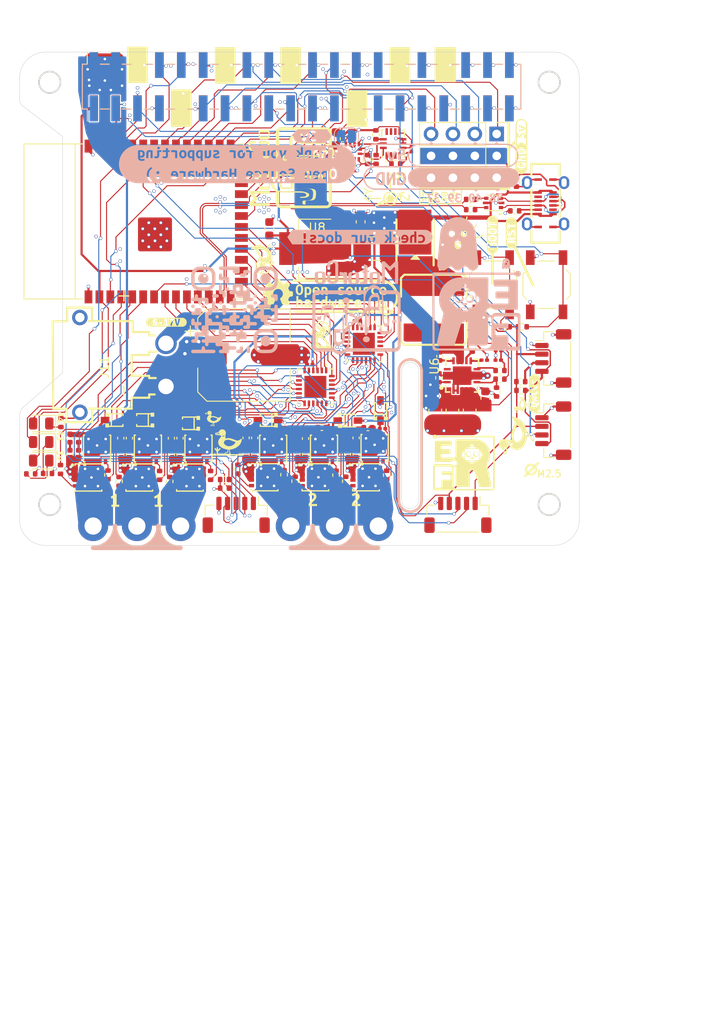
<source format=kicad_pcb>
(kicad_pcb (version 20240108) (generator "pcbnew") (generator_version "8.0")
  (layers (0 "F.Cu" signal) (1 "In1.Cu" signal) (2 "In2.Cu" signal) (31 "B.Cu" signal) (34 "B.Paste" user) (35 "F.Paste" user) (36 "B.SilkS" user "B.Silkscreen") (37 "F.SilkS" user "F.Silkscreen") (38 "B.Mask" user) (39 "F.Mask" user) (44 "Edge.Cuts" user))
  (net 0 "")
  (net 1 "GND")
  (net 2 "usb_d+")
  (net 3 "usb_d-")
  (net 4 "+BATT")
  (net 5 "Net-(U6-SS{slash}TR)")
  (net 6 "Net-(C1-Pad1)")
  (net 7 "Net-(C22-Pad1)")
  (net 8 "Net-(U6-BOOT)")
  (net 9 "+5V")
  (net 10 "+3.3V")
  (net 11 "Net-(U10-C1)")
  (net 12 "Net-(D1-K)")
  (net 13 "Net-(D2-K)")
  (net 14 "Net-(D3-K)")
  (net 15 "boot")
  (net 16 "reset")
  (net 17 "/connectors.enc_scl")
  (net 18 "/connectors.enc_sda")
  (net 19 "/connectors.enc1.cs")
  (net 20 "/connectors.enc2.cs")
  (net 21 "Net-(D5-K)")
  (net 22 "Net-(U3-VS1)")
  (net 23 "gpio47")
  (net 24 "gpio38")
  (net 25 "Net-(J1-CC1)")
  (net 26 "Net-(J1-CC2)")
  (net 27 "Net-(R6-Pad2)")
  (net 28 "Net-(R7-Pad2)")
  (net 29 "Net-(U6-EN)")
  (net 30 "Net-(U6-RT{slash}CLK)")
  (net 31 "Net-(U6-COMP)")
  (net 32 "Net-(U10-SD0{slash}SA1)")
  (net 33 "Net-(U11-SDO{slash}SA0)")
  (net 34 "Net-(U6-VSENSE)")
  (net 35 "gpio36")
  (net 36 "gpio37")
  (net 37 "sda")
  (net 38 "scl")
  (net 39 "gpio48")
  (net 40 "gpio35")
  (net 44 "Net-(U11-CS)")
  (net 45 "Net-(C5-Pad1)")
  (net 46 "Net-(C7-Pad1)")
  (net 48 "Net-(U3-VS2)")
  (net 49 "Net-(D6-K)")
  (net 50 "Net-(C10-Pad1)")
  (net 51 "Net-(C12-Pad1)")
  (net 52 "Net-(C14-Pad1)")
  (net 53 "Net-(D7-K)")
  (net 55 "gpio39")
  (net 56 "gpio40")
  (net 57 "gpio44")
  (net 58 "gpio43")
  (net 59 "Net-(J1-DP1)")
  (net 60 "Net-(J1-DN1)")
  (net 69 "p26")
  (net 72 "p31")
  (net 73 "p32")
  (net 74 "p33")
  (net 75 "p35")
  (net 76 "p36")
  (net 77 "p37")
  (net 78 "p38")
  (net 79 "p40")
  (net 80 "/i2c_1.sda")
  (net 81 "/i2c_1.scl")
  (net 86 "gpio21")
  (net 87 "Net-(C23-Pad1)")
  (net 88 "Net-(U3-VS3)")
  (net 89 "Net-(C27-Pad1)")
  (net 90 "Net-(D8-K)")
  (net 91 "Net-(U4-VS1)")
  (net 92 "Net-(C35-Pad1)")
  (net 93 "Net-(C37-Pad1)")
  (net 94 "Net-(D9-K)")
  (net 95 "Net-(U4-VS2)")
  (net 96 "Net-(C40-Pad1)")
  (net 97 "Net-(C42-Pad1)")
  (net 98 "Net-(C44-Pad1)")
  (net 99 "Net-(U4-VS3)")
  (net 100 "Net-(D10-K)")
  (net 101 "Net-(C47-Pad1)")
  (net 102 "Net-(Q1-G)")
  (net 103 "Net-(Q2-G)")
  (net 104 "Net-(Q3-G)")
  (net 105 "Net-(Q4-G)")
  (net 106 "Net-(Q5-G)")
  (net 107 "Net-(Q6-G)")
  (net 108 "Net-(Q7-G)")
  (net 109 "Net-(Q8-G)")
  (net 110 "Net-(Q9-G)")
  (net 111 "Net-(Q10-G)")
  (net 112 "Net-(Q11-G)")
  (net 113 "Net-(Q12-G)")
  (net 114 "Net-(U3-LO3)")
  (net 115 "Net-(U3-HO3)")
  (net 116 "Net-(U3-LO2)")
  (net 117 "Net-(U3-HO2)")
  (net 118 "Net-(U3-LO1)")
  (net 119 "Net-(U3-HO1)")
  (net 120 "Net-(U4-LO3)")
  (net 121 "Net-(U4-HO3)")
  (net 122 "Net-(U4-LO2)")
  (net 123 "Net-(U4-HO2)")
  (net 124 "Net-(U4-LO1)")
  (net 125 "Net-(U4-HO1)")
  (net 126 "m1_wl")
  (net 127 "m2_ul")
  (net 128 "m1_wh")
  (net 129 "m2_vh")
  (net 130 "m2_wh")
  (net 131 "m1_vl")
  (net 132 "m2_vl")
  (net 133 "m2_wl")
  (net 134 "m1_uh")
  (net 135 "m1_ul")
  (net 136 "m2_uh")
  (net 137 "m1_vh")
  (net 146 "p12")
  (net 147 "p7")
  (footprint "Capacitor_SMD:C_0402_1005Metric" (layer "F.Cu") (at 136.8 104.767501 90)
    (property "Reference" "C37" (hide yes))
    (property "Value" "22uF 10v")
  )
  (footprint "kibuzzard-6740A668" (layer "F.Cu") (at 120.5744 112.0192)
    (property "Reference" "kibuzzard-6740A668" (hide yes))
    (property "Value" "G***" (hide yes))
  )
  (footprint "kibuzzard-67324B8C" (layer "F.Cu") (at 114.25 102.35 -90)
    (property "Reference" "kibuzzard-67324B8C" (hide yes))
    (property "Value" "G***" (hide yes))
  )
  (footprint "Capacitor_SMD:C_0201_0603Metric" (layer "F.Cu") (at 165.085 95.75 180)
    (property "Reference" "C20" (hide yes))
    (property "Value" "6.8nf 10v")
  )
  (footprint "easyeda:AP30H80Q_DFN-8" (layer "F.Cu") (at 150.725 105.925)
    (property "Reference" "Q11" (hide yes))
    (property "Value" "AP30H80Q")
  )
  (footprint "Resistor_SMD:R_0402_1005Metric" (layer "F.Cu") (at 152.13 109.092499 90)
    (property "Reference" "R21" (hide yes))
    (property "Value" "2R2")
  )
  (footprint "Resistor_SMD:R_0402_1005Metric" (layer "F.Cu") (at 149.9 72.4625 90)
    (property "Reference" "R38" (hide yes))
    (property "Value" "2k")
  )
  (footprint "Resistor_SMD:R_0402_1005Metric" (layer "F.Cu") (at 167 78.425)
    (property "Reference" "R4" (hide yes))
    (property "Value" "5k1")
  )
  (footprint "kibuzzard-6740A353" (layer "F.Cu") (at 146.833384 88.2956)
    (property "Reference" "kibuzzard-6740A353" (hide yes))
    (property "Value" "G***" (hide yes))
  )
  (footprint "easyeda:FD6288Q_QFN-24" (layer "F.Cu") (at 143.85 98.85 180)
    (property "Reference" "U3" (hide yes))
    (property "Value" "FD6288")
  )
  (footprint "Resistor_SMD:R_0402_1005Metric" (layer "F.Cu") (at 165.285 96.95)
    (property "Reference" "R19" (hide yes))
    (property "Value" "3.92k")
  )
  (footprint "Capacitor_SMD:C_0201_0603Metric" (layer "F.Cu") (at 155 71.2 -90)
    (property "Reference" "C31" (hide yes))
    (property "Value" "100nF 10v")
  )
  (footprint "easyeda:AP30H80Q_DFN-8" (layer "F.Cu") (at 149.73 109.3425 -90)
    (property "Reference" "Q12" (hide yes))
    (property "Value" "AP30H80Q")
  )
  (footprint "Capacitor_SMD:C_0402_1005Metric" (layer "F.Cu") (at 121.25 104.8 90)
    (property "Reference" "C10" (hide yes))
    (property "Value" "22uF 10v")
  )
  (footprint "Resistor_SMD:R_0402_1005Metric" (layer "F.Cu") (at 121.05 109.82 90)
    (property "Reference" "R12" (hide yes))
    (property "Value" "2R2")
  )
  (footprint "Capacitor_SMD:C_0201_0603Metric" (layer "F.Cu") (at 146.3 103.85 180)
    (property "Reference" "C39" (hide yes))
    (property "Value" "100nF 10v")
  )
  (footprint "Connector_JST:JST_SH_BM04B-SRSS-TB_1x04-1MP_P1.00mm_Vertical" (layer "F.Cu") (at 171.475 103.932 -90)
    (property "Reference" "J15" (hide yes))
    (property "Value" "I2C_STANDARDQWIIC")
  )
  (footprint "easyeda:TO-277_3P-L5.4-W4.0-LS6.5-TR" (layer "F.Cu") (at 155.42 82.946 -90)
    (property "Reference" "D4" (hide yes))
    (property "Value" "Schottky_SB1045L_C908747")
  )
  (footprint "Capacitor_SMD:C_0201_0603Metric" (layer "F.Cu") (at 148 69.8625 180)
    (property "Reference" "C30" (hide yes))
    (property "Value" "100nF 10v")
  )
  (footprint "kibuzzard-6740B0CA" (layer "F.Cu") (at 164.4148 81.1836 90)
    (property "Reference" "kibuzzard-6740B0CA" (hide yes))
    (property "Value" "G***" (hide yes))
  )
  (footprint "easyeda:B5819WS_SOD-323" (layer "F.Cu") (at 147.62 102.76)
    (property "Reference" "D9" (hide yes))
    (property "Value" "D_Schottky C7420331")
  )
  (footprint "kibuzzard-67324B83" (layer "F.Cu") (at 114.25 104.5 -90)
    (property "Reference" "kibuzzard-67324B83" (hide yes))
    (property "Value" "G***" (hide yes))
  )
  (footprint "Resistor_SMD:R_0402_1005Metric" (layer "F.Cu") (at 167.2 75.1 90)
    (property "Reference" "R5" (hide yes))
    (property "Value" "5k1")
  )
  (footprint "Capacitor_SMD:C_0402_1005Metric" (layer "F.Cu") (at 122.25 106.7 90)
    (property "Reference" "C13" (hide yes))
    (property "Value" "22uF 10v")
  )
  (footprint "kibuzzard-6740A681" (layer "F.Cu") (at 143.536 111.9176)
    (property "Reference" "kibuzzard-6740A681" (hide yes))
    (property "Value" "G***" (hide yes))
  )
  (footprint "Capacitor_SMD:C_0402_1005Metric" (layer "F.Cu") (at 127.13 104.8 90)
    (property "Reference" "C14" (hide yes))
    (property "Value" "22uF 10v")
  )
  (footprint "easyeda:AP30H80Q_DFN-8" (layer "F.Cu") (at 143.85 109.3425 -90)
    (property "Reference" "Q10" (hide yes))
    (property "Value" "AP30H80Q")
  )
  (footprint "Capacitor_SMD:C_0402_1005Metric" (layer "F.Cu") (at 115.35 104.795 90)
    (property "Reference" "C5" (hide yes))
    (property "Value" "22uF 10v")
  )
  (footprint "Resistor_SMD:R_0402_1005Metric" (layer "F.Cu") (at 112.75 108.9)
    (property "Reference" "R2" (hide yes))
    (property "Value" "1k")
  )
  (footprint "Resistor_SMD:R_0402_1005Metric" (layer "F.Cu") (at 134.85 108.4075 90)
    (property "Reference" "R26" (hide yes))
    (property "Value" "2R2")
  )
  (footprint "Button_Switch_SMD:SW_SPST_TL3342" (layer "F.Cu") (at 164.5 87 90)
    (property "Reference" "J2" (hide yes))
    (property "Value" "C2886897")
  )
  (footprint "Capacitor_SMD:C_0201_0603Metric" (layer "F.Cu") (at 119.125 103.75 180)
    (property "Reference" "C4" (hide yes))
    (property "Value" "100nF 10v")
  )
  (footprint "easyeda:B5819WS_SOD-323" (layer "F.Cu") (at 120.6 102.7)
    (property "Reference" "D5" (hide yes))
    (property "Value" "D_Schottky C7420331")
  )
  (footprint "Capacitor_SMD:C_0402_1005Metric" (layer "F.Cu") (at 158.3 95.3 -90)
    (property "Reference" "C22" (hide yes))
    (property "Value" "100nf 280mOhm")
  )
  (footprint "Resistor_SMD:R_0402_1005Metric" (layer "F.Cu") (at 150.871957 69.597454 90)
    (property "Reference" "R50" (hide yes))
    (property "Value" "1k")
  )
  (footprint "kibuzzard-6740A681" (layer "F.Cu") (at 148.5652 111.9176)
    (property "Reference" "kibuzzard-6740A681" (hide yes))
    (property "Value" "G***" (hide yes))
  )
  (footprint "Connector_JST:JST_SH_BM05B-SRSS-TB_1x05-1MP_P1.00mm_Vertical" (layer "F.Cu") (at 160.4 113.7 180)
    (property "Reference" "J18" (hide yes))
    (property "Value" "BM05B-SRSS-TB_LF__SN_")
  )
  (footprint "Capacitor_SMD:C_0603_1608Metric" (layer "F.Cu") (at 146.2284 70.0584 90)
    (property "Reference" "C32" (hide yes))
    (property "Value" "1uF 10v")
  )
  (footprint "Connector_PinHeader_2.54mm:PinHeader_1x04_P2.54mm_Vertical" (layer "F.Cu") (at 164.904947 72.04 -90)
    (property "Reference" "J12" (hide yes))
    (property "Value" "Conn_01x04_Pin")
  )
  (footprint "Connector_PinHeader_2.54mm:PinHeader_1x04_P2.54mm_Vertical" (layer "F.Cu") (at 164.9 69.5 -90)
    (property "Reference" "J5" (hide yes))
    (property "Value" "Conn_01x04_Pin")
  )
  (footprint "Package_TO_SOT_SMD:SOT-666" (layer "F.Cu") (at 164.547 77.5 180)
    (property "Reference" "U2" (hide yes))
    (property "Value" "USBLC6-2P6")
  )
  (footprint "Resistor_SMD:R_0402_1005Metric" (layer "F.Cu") (at 161.877 78.279)
    (property "Reference" "R6" (hide yes))
    (property "Value" "0")
  )
  (footprint "easyeda:LSM6DSOTR_LGA-14" (layer "F.Cu") (at 152.881 70.6125)
    (property "Reference" "U11" (hide yes))
    (property "Value" "LSM6DS3TR")
  )
  (footprint "easyeda:B5819WS_SOD-323" (layer "F.Cu") (at 138.35 102.7 180)
    (property "Reference" "D8" (hide yes))
    (property "Value" "D_Schottky C7420331")
  )
  (footprint "Capacitor_SMD:C_0402_1005Metric" (layer "F.Cu") (at 128.13 104.8 90)
    (property "Reference" "C27" (hide yes))
    (property "Value" "22uF 10v")
  )
  (footprint "LED_SMD:LED_0805_2012Metric" (layer "F.Cu") (at 112.0125 103.1 180)
    (property "Reference" "D1" (hide yes))
    (property "Value" "LED blue")
  )
  (footprint "easyeda:B5819WS_SOD-323" (layer "F.Cu") (at 151.41 101.6 90)
    (property "Reference" "D10" (hide yes))
    (property "Value" "D_Schottky C7420331")
  )
  (footprint "Resistor_SMD:R_0402_1005Metric" (layer "F.Cu") (at 119.764773 109.069826 90)
    (property "Reference" "R15" (hide yes))
    (property "Value" "2R2")
  )
  (footprint "Capacitor_SMD:C_0402_1005Metric" (layer "F.Cu") (at 149.95 103.575)
    (property "Reference" "C44" (hide yes))
    (property "Value" "22uF 10v")
  )
  (footprint "Capacitor_SMD:C_0402_1005Metric" (layer "F.Cu") (at 148.58 106.672499 90)
    (property "Reference" "C48" (hide yes))
    (property "Value" "22uF 10v")
  )
  (footprint "Capacitor_SMD:C_0402_1005Metric" (layer "F.Cu") (at 115.35 106.695 90)
    (property "Reference" "C6" (hide yes))
    (property "Value" "22uF 10v")
  )
  (footprint "Connector_JST:JST_SH_BM04B-SRSS-TB_1x04-1MP_P1.00mm_Vertical" (layer "F.Cu") (at 171.475 95.55 -90)
    (property "Reference" "J13" (hide yes))
    (property "Value" "I2C_STANDARDQWIIC")
  )
  (footprint "Resistor_SMD:R_0402_1005Metric" (layer "F.Cu") (at 126.93 109.82 90)
    (property "Reference" "R10" (hide yes))
    (property "Value" "2R2")
  )
  (footprint "Resistor_SMD:R_0402_1005Metric" (layer "F.Cu") (at 164.885 99.45 -90)
    (property "Reference" "R25" (hide yes))
    (property "Value" "10k")
  )
  (footprint "Capacitor_SMD:C_0201_0603Metric" (layer "F.Cu") (at 125.5 103.7 180)
    (property "Reference" "C9" (hide yes))
    (property "Value" "100nF 10v")
  )
  (footprint "Capacitor_SMD:C_0402_1005Metric" (layer "F.Cu") (at 148.58 104.7725 90)
    (property "Reference" "C47" (hide yes))
    (property "Value" "22uF 10v")
  )
  (footprint "Capacitor_SMD:C_0805_2012Metric" (layer "F.Cu") (at 157.765 101.69 -90)
    (property "Reference" "C19" (hide yes))
    (property "Value" "4.7uF 1mOhm")
  )
  (footprint "kibuzzard-6740B1FD" (layer "F.Cu") (at 167.7676 72.3444 90)
    (property "Reference" "kibuzzard-6740B1FD" (hide yes))
    (property "Value" "G***" (hide yes))
  )
  (footprint "Capacitor_SMD:C_0603_1608Metric" (layer "F.Cu") (at 163.585 100.15 90)
    (property "Reference" "C17" (hide yes))
    (property "Value" "4.7uF 1mOhm")
  )
  (footprint "easyeda:AP30H80Q_DFN-8" (layer "F.Cu") (at 124.4 106)
    (property "Reference" "Q3" (hide yes))
    (property "Value" "AP30H80Q")
  )
  (footprint "Connector_PinHeader_2.54mm:PinHeader_1x04_P2.54mm_Vertical" (layer "F.Cu") (at 164.9 74.58 -90)
    (property "Reference" "J9" (hide yes))
    (property "Value" "Conn_01x04_Pin")
  )
  (footprint "easyeda:B5819WS_SOD-323" (layer "F.Cu") (at 124 102.7 180)
    (property "Reference" "D6" (hide yes))
    (property "Value" "D_Schottky C7420331")
  )
  (footprint "Resistor_SMD:R_0402_1005Metric" (layer "F.Cu") (at 162.0615 94.25 90)
    (property "Reference" "R17" (hide yes))
    (property "Value" "36.5k")
  )
  (footprint "Capacitor_SMD:C_0201_0603Metric" (layer "F.Cu") (at 143.2 96.25 180)
    (property "Reference" "C3" (hide yes))
    (property "Value" "100nF 25v")
  )
  (footprint "Capacitor_SMD:CP_Elec_10x10.5" (layer "F.Cu") (at 135.55 95.15)
    (property "Reference" "C16" (hide yes))
    (property "Value" "470uF 35V")
  )
  (footprint "Resistor_SMD:R_0402_1005Metric" (layer "F.Cu") (at 161.866 77.093)
    (property "Reference" "R7" (hide yes))
    (property "Value" "0")
  )
  (footprint "alex_awesome_lib:3 phase motor" (layer "F.Cu") (at 146.07 115)
    (property "Reference" "J8" (hide yes))
    (property "Value" "DNP")
  )
  (footprint "Capacitor_SMD:C_0201_0603Metric" (layer "F.Cu") (at 131.85 103.65 180)
    (property "Reference" "C26" (hide yes))
    (property "Value" "100nF 10v")
  )
  (footprint "Capacitor_SMD:C_0805_2012Metric" (layer "F.Cu") (at 161.765 101.69 -90)
    (property "Reference" "C2" (hide yes))
    (property "Value" "4.7uF 1mOhm 25v")
  )
  (footprint "easyeda:FD6288Q_QFN-24" (layer "F.Cu") (at 149.475 93.85 180)
    (property "Reference" "U4" (hide yes))
    (property "Value" "FD6288")
  )
  (footprint "kibuzzard-6740A543" (layer "F.Cu") (at 166.5992 80.9804 90)
    (property "Reference" "kibuzzard-6740A543" (hide yes))
    (property "Value" "G***" (hide yes))
  )
  (footprint "easyeda:IND-SMD_L6.6-W6.4_CKSTT0610" (layer "F.Cu") (at 157.6 89.9 90)
    (property "Reference" "L1" (hide yes))
    (property "Value" "2.2uH 12.7mOhm C5440776")
  )
  (footprint "Resistor_SMD:R_0402_1005Metric" (layer "F.Cu") (at 114.3 103 90)
    (property "Reference" "R1" (hide yes))
    (property "Value" "1k")
  )
  (footprint "kibuzzard-6740A48B" (layer "F.Cu") (at 169.2916 99.624 90)
    (property "Reference" "kibuzzard-6740A48B" (hide yes))
    (property "Value" "G***" (hide yes))
  )
  (footprint "Capacitor_SMD:C_0603_1608Metric" (layer "F.Cu") (at 138.5 80.5 90)
    (property "Reference" "C25" (hide yes))
    (property "Value" "22uF 16v")
  )
  (footprint "kibuzzard-670FEBB5" (layer "F.Cu") (at 126.55 91.35)
    (property "Reference" "kibuzzard-670FEBB5" (hide yes))
    (property "Value" "G***" (hide yes))
  )
  (footprint "easyeda:AP30H80Q_DFN-8" (layer "F.Cu") (at 138.9495 106.01)
    (property "Reference" "Q7" (hide yes))
    (property "Value" "AP30H80Q")
  )
  (footprint "Package_TO_SOT_SMD:SOT-223-3_TabPin2" (layer "F.Cu") (at 143.8 82.8 180)
    (property "Reference" "U8")
    (property "Value" "AMS1117-3.3")
  )
  (footprint "Capacitor_SMD:C_0402_1005Metric" (layer "F.Cu") (at 135.8 104.767501 90)
    (property "Reference" "C35" (hide yes))
    (property "Value" "22uF 10v")
  )
  (footprint "mg_mini_v1r3:USB-C-SMD_TYPEC-303-ACP16" (layer "F.Cu") (at 170.575315 77.542881 90)
    (property "Reference" "J1" (hide yes))
    (property "Value" "USB4520-03-0-A_REVA")
  )
  (footprint "Capacitor_SMD:C_1210_3225Metric" (layer "F.Cu") (at 150.7 82.8 180)
    (property "Reference" "C23" (hide yes))
    (property "Value" "47uF 3mOhm 25v")
  )
  (footprint "kibuzzard-673237E1" (layer "F.Cu") (at 158.294238 76.806673 90)
    (property "Reference" "kibuzzard-673237E1" (hide yes))
    (property "Value" "G***" (hide yes))
  )
  (footprint "Resistor_SMD:R_0402_1005Metric" (layer "F.Cu") (at 147.38 109.7925 90)
    (property "Reference" "R20" (hide yes))
    (property "Value" "2R2")
  )
  (footprint "Resistor_SMD:R_0402_1005Metric" (layer "F.Cu") (at 110.8 108.95)
    (property "Reference" "R3" (hide yes))
    (property "Value" "1k")
  )
  (footprint "kibuzzard-67324B68" (layer "F.Cu") (at 114.2 106.85 -90)
    (property "Reference" "kibuzzard-67324B68" (hide yes))
    (property "Value" "G***" (hide yes))
  )
  (footprint "Resistor_SMD:R_0402_1005Metric" (layer "F.Cu") (at 133.3 110.6)
    (property "Reference" "R33" (hide yes))
    (property "Value" "5k1")
  )
  (footprint "Button_Switch_SMD:SW_SPST_TL3342" (layer "F.Cu") (at 170.7 87 -90)
    (property "Reference" "J3" (hide yes))
    (property "Value" "C2886897")
  )
  (footprint "Capacitor_SMD:C_0402_1005Metric" (layer "F.Cu") (at 147.58 106.672499 90)
    (property "Reference" "C45" (hide yes))
    (property "Value" "22uF 10v")
  )
  (footprint "Capacitor_SMD:C_0402_1005Metric" (layer "F.Cu") (at 135.8 106.6675 90)
    (property "Reference" "C36" (hide yes))
    (property "Value" "22uF 10v")
  )
  (footprint "Connector_JST:JST_SH_BM05B-SRSS-TB_1x05-1MP_P1.00mm_Vertical" (layer "F.Cu") (at 134.65 113.7 180)
    (property "Reference" "J16" (hide yes))
    (property "Value" "BM05B-SRSS-TB_LF__SN_")
  )
  (footprint "easyeda:AP30H80Q_DFN-8" (layer "F.Cu") (at 130.275 106.005)
    (property "Reference" "Q5" (hide yes))
    (property "Value" "AP30H80Q")
  )
  (footprint "Resistor_SMD:R_0402_1005Metric" (layer "F.Cu") (at 133.3 109.6)
    (property "Reference" "R32" (hide yes))
    (property "Value" "5k1")
  )
  (footprint "Capacitor_SMD:C_0402_1005Metric" (layer "F.Cu") (at 127.13 106.7 90)
    (property "Reference" "C21" (hide yes))
    (property "Value" "22uF 10v")
  )
  (footprint "mg_mini_v1r3:ESP32-S3-WROOM-1" (layer "F.Cu") (at 125.76 79.656 90)
    (property "Reference" "U1" (hide yes))
    (property "Value" "ESP32-S3-WROOM-1")
  )
  (footprint "LED_SMD:LED_0805_2012Metric" (layer "F.Cu") (at 112.0125 107.4 180)
    (property "Reference" "D3" (hide yes))
    (property "Value" "LED red")
  )
  (footprint "Capacitor_SMD:C_0402_1005Metric" (layer "F.Cu") (at 136.8 106.6675 90)
    (property "Reference" "C38" (hide yes))
    (property "Value" "22uF 10v")
  )
  (footprint "LED_SMD:LED_0805_2012Metric" (layer "F.Cu") (at 112.0125 105.25 180)
    (property "Reference" "D2" (hide yes))
    (property "Value" "LED green")
  )
  (footprint "easyeda:AP30H80Q_DFN-8" (layer "F.Cu") (at 129.28 109.37 -90)
    (property "Reference" "Q6" (hide yes))
    (property "Value" "AP30H80Q")
  )
  (footprint "Resistor_SMD:R_0402_1005Metric" (layer "F.Cu") (at 141.500001 109.7925 90)
    (property "Reference" "R22" (hide yes))
    (property "Value" "2R2")
  )
  (footprint "Resistor_SMD:R_0402_1005Metric" (layer "F.Cu") (at 165.285 97.95 180)
    (property "Reference" "R24" (hide yes))
    (property "Value" "53.6k")
  )
  (footprint "Resistor_SMD:R_0402_1005Metric" (layer "F.Cu") (at 153.19 72.9625)
    (property "Reference" "R49" (hide yes))
    (property "Value" "1k")
  )
  (footprint "Resistor_SMD:R_0402_1005Metric" (layer "F.Cu") (at 167.7 98.24)
    (property "Reference" "R30" (hide yes))
    (property "Value" "5k1")
  )
  (footprint "Capacitor_SMD:C_0402_1005Metric" (layer "F.Cu") (at 121.25 106.7 90)
    (property "Reference" "C11" (hide yes))
    (property "Value" "22uF 10v")
  )
  (footprint "Capacitor_SMD:C_0603_1608Metric" (layer "F.Cu") (at 149.1 79.7 90)
    (property "Reference" "C24" (hide yes))
    (property "Value" "22uF 16v")
  )
  (footprint "Capacitor_SMD:C_0402_1005Metric" (layer "F.Cu") (at 116.35 106.695 90)
    (property "Reference" "C8" (hide yes))
    (property "Value" "22uF 10v")
  )
  (footprint "easyeda:VQFN-14_L3.5-W3.5-P0.50-TL-EP_TPS54622RHLT" (layer "F.Cu") (at 160.885 97.55 90)
    (property "Reference" "U6")
    (property "Value" "TPS54620RHLR")
  )
  (footprint "Resistor_SMD:R_0402_1005Metric" (layer "F.Cu") (at 167.71 99.26)
    (property "Reference" "R31" (hide yes))
    (property "Value" "5k1")
  )
  (footprint "Resistor_SMD:R_0402_1005Metric" (layer "F.Cu") (at 114.25 108.435 90)
    (property "Reference" "R14" (hide yes))
    (property "Value" "2R2")
  )
  (footprint "Connector_PinSocket_2.54mm:PinSocket_2x20_P2.54mm_Vertical_SMD" (layer "F.Cu") (at 142.24489 63.992132 90)
    (property "Reference" "J4" (hide yes))
    (property "Value" "Conn_02x20_Odd_Even")
  )
  (footprint "Capacitor_SMD:C_0805_2012Metric" (layer "F.Cu") (at 159.765 101.69 -90)
    (property "Reference" "C15" (hide yes))
    (property "Value" "4.7uF 1mOhm 25v")
  )
  (footprint "Resistor_SMD:R_0402_1005Metric" (layer "F.Cu") (at 131.68 109.12 90)
    (property "Reference" "R11" (hide yes))
    (property "Value" "2R2")
  )
  (footprint "easyeda:AP30H80Q_DFN-8" (layer "F.Cu") (at 137.95 109.3375 -90)
    (property "Reference" "Q8" (hide yes))
    (property "Value" "AP30H80Q")
  )
  (footprint "Resistor_SMD:R_0402_1005Metric" (layer "F.Cu") (at 162.068113 92.293659 -90)
    (property "Reference" "R16" (hide yes))
    (property "Value" "102k")
  )
  (footprint "Capacitor_SMD:C_0402_1005Metric" (layer "F.Cu") (at 128.13 106.7 90)
    (property "Reference" "C28" (hide yes))
    (property "Value" "22uF 10v")
  )
  (footprint "Resistor_SMD:R_0402_1005Metric" (layer "F.Cu") (at 165.9 91.875 180)
    (property "Reference" "R8" (hide yes))
    (property "Value" "5k1")
  )
  (footprint "Capacitor_SMD:C_0402_1005Metric" (layer "F.Cu") (at 142.7 106.6725 90)
    (property "Reference" "C43" (hide yes))
    (property "Value" "22uF 10v")
  )
  (footprint "Capacitor_SMD:C_0402_1005Metric" (layer "F.Cu") (at 122.25 104.8 90)
    (property "Reference" "C12" (hide yes))
    (property "Value" "22uF 10v")
  )
  (footprint "Capacitor_SMD:C_0201_0603Metric" (layer "F.Cu") (at 140 103.55 180)
    (property "Reference" "C34" (hide yes))
    (property "Value" "100nF 10v")
  )
  (footprint "Capacitor_SMD:C_0201_0603Metric" (layer "F.Cu") (at 165.105 94.65 180)
    (property "Reference" "C1" (hide yes))
    (property "Value" "68pf 10v")
  )
  (footprint "Resistor_SMD:R_0402_1005Metric" (layer "F.Cu") (at 147.2 73.2625 180)
    (property "Reference" "R46" (hide yes))
    (property "Value" "1k")
  )
  (footprint "easyeda:AP30H80Q_DFN-8" (layer "F.Cu") (at 123.4 109.37 -90)
    (property "Reference" "Q4" (hide yes))
    (property "Value" "AP30H80Q")
  )
  (footprint "easyeda:B5819WS_SOD-323" (layer "F.Cu") (at 129.32 103.08 180)
    (property "Reference" "D7" (hide yes))
    (property "Value" "D_Schottky C7420331")
  )
  (footprint "easyeda:AP30H80Q_DFN-8" (layer "F.Cu") (at 117.5 109.365 -90)
    (property "Reference" "Q2" (hide yes))
    (property "Value" "AP30H80Q")
  )
  (footprint "Resistor_SMD:R_0402_1005Metric" (layer "F.Cu") (at 146.25 109.0925 90)
    (property "Reference" "R23" (hide yes))
    (property "Value" "2R2")
  )
  (footprint "Capacitor_SMD:C_0402_1005Metric" (layer "F.Cu") (at 144.6 103.55)
    (property "Reference" "C40" (hide yes))
    (property "Value" "22uF 10v")
  )
  (footprint "easyeda:CONN-TH_XT30PW-M" (layer "F.Cu") (at 121.5 96.3 -90)
    (property "Reference" "J11")
    (property "Value" "xt30")
  )
  (footprint "Capacitor_SMD:C_0201_0603Metric" (layer "F.Cu") (at 151.65 103.7 180)
    (property "Reference" "C46" (hide yes))
    (property "Value" "100nF 10v")
  )
  (footprint "Resistor_SMD:R_0402_1005Metric" (layer "F.Cu") (at 158.2 97.8 90)
    (property "Reference" "R18" (hide yes))
    (property "Value" "53.6k")
  )
  (footprint "alex_awesome_lib:3 phase motor" (layer "F.Cu") (at 123.12 115)
    (property "Reference" "J6" (hide yes))
    (property "Value" "DNP")
  )
  (footprint "Capacitor_SMD:C_0201_0603Metric" (layer "F.Cu") (at 148.725 91.2 180)
    (property "Reference" "C33" (hide yes))
    (property "Value" "100nF 25v")
  )
  (footprint "Capacitor_SMD:C_0402_1005Metric" (layer "F.Cu") (at 116.35 104.795 90)
    (property "Reference" "C7" (hide yes))
    (property "Value" "22uF 10v")
  )
  (footprint "Capacitor_SMD:C_0402_1005Metric" (layer "F.Cu") (at 141.700001 106.6725 90)
    (property "Reference" "C41" (hide yes))
    (property "Value" "22uF 10v")
  )
  (footprint "easyeda:AP30H80Q_DFN-8" (layer "F.Cu") (at 118.5 106)
    (property "Reference" "Q1" (hide yes))
    (property "Value" "AP30H80Q")
  )
  (footprint "easyeda:LIS3MDLTR_LGA-12" (layer "F.Cu") (at 148.141957 71.550454 180)
    (property "Reference" "U10" (hide yes))
    (property "Value" "LIS3MDLTR")
  )
  (footprint "Resistor_SMD:R_0402_1005Metric" (layer "F.Cu") (at 167.875 91.875)
    (property "Reference" "R9" (hide yes))
    (property "Value" "5k1")
  )
  (footprint "kibuzzard-6740A668" (layer "F.Cu") (at 125.6036 112.0192)
    (property "Reference" "kibuzzard-6740A668" (hide yes))
    (property "Value" "G***" (hide yes))
  )
  (footprint "Resistor_SMD:R_0402_1005Metric" (layer "F.Cu") (at 150.9 72.4625 90)
    (property "Reference" "R39" (hide yes))
    (property "Value" "2k")
  )
  (footprint "easyeda:AP30H80Q_DFN-8" (layer "F.Cu") (at 144.85 106.005)
    (property "Reference" "Q9" (hide yes))
    (property "Value" "AP30H80Q")
  )
  (footprint "kibuzzard-6740B20C" (layer "F.Cu") (at 167.7676 69.2456 90)
    (property "Reference" "kibuzzard-6740B20C" (hide yes))
    (property "Value" "G***" (hide yes))
  )
  (footprint "Capacitor_SMD:C_0402_1005Metric" (layer "F.Cu") (at 142.7 104.845 90)
    (property "Reference" "C42" (hide yes))
    (property "Value" "22uF 10v")
  )
  (footprint "Resistor_SMD:R_0402_1005Metric" (layer "F.Cu") (at 140.214774 109.042326 90)
    (property "Reference" "R27" (hide yes))
    (property "Value" "2R2")
  )
  (footprint "Capacitor_SMD:C_0201_0603Metric" (layer "F.Cu") (at 163.4615 95.75)
    (property "Reference" "C18" (hide yes))
    (property "Value" "2.2nF 0Ohm")
  )
  (footprint "Resistor_SMD:R_0402_1005Metric" (layer "F.Cu") (at 125.76 109.12 90)
    (property "Reference" "R13" (hide yes))
    (property "Value" "2R2")
  )
  (footprint "kibuzzard-6740EACA" (layer "B.Cu") (at 149.010272 81.469443 180)
    (property "Reference" "kibuzzard-6740EACA" (hide yes))
    (property "Value" "G***" (hide yes))
  )
  (footprint "kibuzzard-67A57D3F" (layer "B.Cu") (at 143.5 69.75 180)
    (property "Reference" "kibuzzard-67A57D3F" (hide yes))
    (property "Value" "G***" (hide yes))
  )
  (footprint "Connector_PinSocket_2.54mm:PinSocket_2x20_P2.54mm_Vertical_SMD" (layer "B.Cu") (at 142.25 64.02 -90)
    (property "Reference" "J7" (hide yes))
    (property "Value" "Conn_02x20_Odd_Even")
  )
  (footprint "kibuzzard-6740AFFF" (layer "B.Cu") (at 153.2388 71.938 180)
    (property "Reference" "kibuzzard-6740AFFF" (hide yes))
    (property "Value" "G***" (hide yes))
  )
  (footprint "kibuzzard-6740B00B" (layer "B.Cu") (at 152.6292 74.6812 180)
    (property "Reference" "kibuzzard-6740B00B" (hide yes))
    (property "Value" "G***" (hide yes))
  )
  (footprint "Jumper:SolderJumper-2_P1.3mm_Open_RoundedPad1.0x1.5mm" (layer "B.Cu") (at 147.45 69.8 180)
    (property "Reference" "REF**" (hide yes))
    (property "Value" "SolderJumper-2_P1.3mm_Open_RoundedPad1.0x1.5mm")
  )
  (footprint "kibuzzard-6740B03C" (layer "B.Cu") (at 161.2144 76.9164 180)
    (property "Reference" "kibuzzard-6740B03C" (hide yes))
    (property "Value" "G***" (hide yes))
  )
  (footprint "kibuzzard-6740E9DD" (layer "B.Cu") (at 134.7984 73.0048 180)
    (property "Reference" "kibuzzard-6740E9DD" (hide yes))
    (property "Value" "G***" (hide yes))
  )
  (gr_line (start 153.8 113.5) (end 153.2 111.7) (stroke (width 0.12)) (layer "F.Cu") (net 10))
  (gr_line (start 153.9 113.4) (end 153.3 111.7) (stroke (width 0.12)) (layer "B.Cu") (net 18))
  (gr_line (start 153 111.7) (end 153.6 113.5) (stroke (width 0.12)) (layer "B.Cu") (net 17))
  (gr_line (start 162 73.3) (end 150.8 73.3) (stroke (width 0.15)) (layer "B.SilkS"))
  (gr_poly (pts (xy 147.708903 92.116522) (xy 147.710507 92.113633) (xy 147.708903 92.111061)) (stroke (width -0.000001)) (fill solid) (layer "B.SilkS"))
  (gr_line (start 154 73.3) (end 166.0404 73.3096) (stroke (width 0.15)) (layer "B.SilkS"))
  (gr_poly (pts (xy 136.854828 88.099015) (xy 136.844792 88.1) (xy 136.834894 88.101494) (xy 136.825147 88.103482) (xy 136.815566 88.10595) (xy 136.806163 88.108884) (xy 136.796952 88.112271) (xy 136.787947 88.116096) (xy 136.779159 88.120345) (xy 136.770604 88.125005) (xy 136.762294 88.130062) (xy 136.754243 88.135501) (xy 136.746464 88.141309) (xy 136.73897 88.147472) (xy 136.731776 88.153976) (xy 136.724893 88.160807) (xy 136.718336 88.167951) (xy 136.712118 88.175395) (xy 136.706252 88.183123) (xy 136.700752 88.191124) (xy 136.695631 88.199381) (xy 136.690902 88.207883) (xy 136.686579 88.216614) (xy 136.682675 88.22556) (xy 136.679204 88.234709) (xy 136.676179 88.244045) (xy 136.673613 88.253556) (xy 136.671519 88.263227) (xy 136.669912 88.273043) (xy 136.668804 88.282993) (xy 136.668209 88.29306) (xy 136.66814 88.303232) (xy 136.668622 88.313412) (xy 136.669624 88.323465) (xy 136.671132 88.333377) (xy 136.673132 88.343135) (xy 136.67561 88.352727) (xy 136.678552 88.362137) (xy 136.681945 88.371354) (xy 136.685774 88.380365) (xy 136.690027 88.389155) (xy 136.694688 88.397712) (xy 136.699745 88.406022) (xy 136.705183 88.414072) (xy 136.710989 88.421849) (xy 136.717149 88.429339) (xy 136.723649 88.43653) (xy 136.730476 88.443408) (xy 136.737615 88.44996) (xy 136.745052 88.456173) (xy 136.752775 88.462032) (xy 136.760769 88.467526) (xy 136.76902 88.47264) (xy 136.777515 88.477363) (xy 136.786239 88.481679) (xy 136.795179 88.485576) (xy 136.804322 88.489042) (xy 136.813653 88.492061) (xy 136.823158 88.494622) (xy 136.832825 88.496711) (xy 136.842638 88.498315) (xy 136.852584 88.49942) (xy 136.86265 88.500014) (xy 136.872821 88.500082) (xy 136.883001 88.499619) (xy 136.893054 88.498635) (xy 136.902966 88.497144) (xy 136.912725 88.495159) (xy 136.922316 88.492696) (xy 136.931727 88.489766) (xy 136.940944 88.486386) (xy 136.949954 88.482567) (xy 136.958744 88.478324) (xy 136.967301 88.47367) (xy 136.975611 88.46862) (xy 136.983661 88.463188) (xy 136.991438 88.457386) (xy 136.998929 88.451229) (xy 137.00612 88.444731) (xy 137.012998 88.437905) (xy 137.019549 88.430765) (xy 137.025762 88.423326) (xy 137.031621 88.4156) (xy 137.037115 88.407602) (xy 137.04223 88.399345) (xy 137.046952 88.390844) (xy 137.051268 88.382111) (xy 137.055166 88.373162) (xy 137.058631 88.364008) (xy 137.06165 88.354666) (xy 137.064211 88.345147) (xy 137.0663 88.335467) (xy 137.067904 88.325638) (xy 137.069009 88.315675) (xy 137.069603 88.305591) (xy 137.069671 88.295401) (xy 137.069208 88.28522) (xy 137.068224 88.275168) (xy 137.066733 88.265256) (xy 137.064749 88.255497) (xy 137.062285 88.245906) (xy 137.059356 88.236495) (xy 137.055975 88.227278) (xy 137.052156 88.218268) (xy 137.047913 88.209478) (xy 137.04326 88.200921) (xy 137.03821 88.192611) (xy 137.032777 88.184561) (xy 137.026975 88.176784) (xy 137.020818 88.169293) (xy 137.01432 88.162102) (xy 137.007494 88.155224) (xy 137.000355 88.148672) (xy 136.992915 88.14246) (xy 136.985189 88.1366) (xy 136.977191 88.131107) (xy 136.968935 88.125992) (xy 136.960433 88.12127) (xy 136.951701 88.116954) (xy 136.942751 88.113056) (xy 136.933598 88.109591) (xy 136.924255 88.106571) (xy 136.914737 88.10401) (xy 136.905056 88.101922) (xy 136.895227 88.100318) (xy 136.885264 88.099213) (xy 136.87518 88.098619) (xy 136.86499 88.098551)) (stroke (width -0.000001)) (fill solid) (layer "B.SilkS"))
  (gr_poly (pts (xy 138.679608 88.299232) (xy 138.679608 88.299217) (xy 138.679608 88.29921)) (stroke (width -0.000001)) (fill solid) (layer "B.SilkS"))
  (gr_poly (pts (xy 166.019954 83.938839) (xy 166.039676 83.940464) (xy 166.059161 83.943069) (xy 166.078382 83.946631) (xy 166.09731 83.951124) (xy 166.115917 83.956527) (xy 166.134177 83.962815) (xy 166.152061 83.969965) (xy 166.169541 83.977952) (xy 166.186591 83.986754) (xy 166.203181 83.996347) (xy 166.219285 84.006707) (xy 166.234875 84.01781) (xy 166.249923 84.029634) (xy 166.264401 84.042153) (xy 166.278281 84.055346) (xy 166.291537 84.069187) (xy 166.304139 84.083653) (xy 166.316061 84.098721) (xy 166.327275 84.114368) (xy 166.337752 84.130568) (xy 166.347466 84.1473) (xy 166.356388 84.164538) (xy 166.364491 84.182261) (xy 166.371747 84.200443) (xy 166.378128 84.219061) (xy 166.383607 84.238092) (xy 166.388156 84.257512) (xy 166.391747 84.277298) (xy 166.394352 84.297425) (xy 166.461027 85.006773) (xy 166.461941 85.014449) (xy 166.462417 85.022048) (xy 166.462466 85.029557) (xy 166.462099 85.036964) (xy 166.461325 85.044254) (xy 166.460155 85.051413) (xy 166.458599 85.05843) (xy 166.456669 85.06529) (xy 166.454374 85.071979) (xy 166.451725 85.078486) (xy 166.448733 85.084795) (xy 166.445407 85.090894) (xy 166.441758 85.096769) (xy 166.437797 85.102407) (xy 166.433534 85.107794) (xy 166.42898 85.112917) (xy 166.424144 85.117763) (xy 166.419038 85.122319) (xy 166.413671 85.12657) (xy 166.408055 85.130504) (xy 166.4022 85.134106) (xy 166.396115 85.137365) (xy 166.389813 85.140265) (xy 166.383302 85.142795) (xy 166.376593 85.144939) (xy 166.369698 85.146686) (xy 166.362626 85.148022) (xy 166.355387 85.148933) (xy 166.347993 85.149405) (xy 166.340453 85.149427) (xy 166.332778 85.148983) (xy 166.324979 85.148061) (xy 166.31765 85.146766) (xy 166.310812 85.145139) (xy 166.304435 85.143204) (xy 166.298487 85.140984) (xy 166.292936 85.138501) (xy 166.28775 85.13578) (xy 166.282899 85.132844) (xy 166.278352 85.129715) (xy 166.274075 85.126417) (xy 166.270039 85.122974) (xy 166.266211 85.119408) (xy 166.262561 85.115743) (xy 166.255666 85.108207) (xy 166.249103 85.100555) (xy 166.242619 85.09297) (xy 166.235964 85.08564) (xy 166.232494 85.082128) (xy 166.228886 85.078749) (xy 166.22511 85.075528) (xy 166.221134 85.072486) (xy 166.216926 85.069647) (xy 166.212455 85.067034) (xy 166.20769 85.064671) (xy 166.202599 85.062581) (xy 166.19715 85.060787) (xy 166.191313 85.059312) (xy 166.185056 85.05818) (xy 166.178347 85.057414) (xy 166.170401 85.057089) (xy 166.16293 85.057442) (xy 166.155898 85.058426) (xy 166.149267 85.059992) (xy 166.143002 85.062094) (xy 166.137066 85.064684) (xy 166.131422 85.067715) (xy 166.126033 85.071139) (xy 166.120864 85.074909) (xy 166.115877 85.078978) (xy 166.106304 85.087821) (xy 166.08774 85.107004) (xy 166.078163 85.116585) (xy 166.073173 85.121207) (xy 166.068 85.125654) (xy 166.062607 85.129877) (xy 166.056957 85.13383) (xy 166.051015 85.137466) (xy 166.044744 85.140736) (xy 166.038106 85.143593) (xy 166.031066 85.145991) (xy 166.023586 85.147881) (xy 166.015631 85.149216) (xy 166.007163 85.149949) (xy 165.998147 85.150033) (xy 165.988545 85.149419) (xy 165.978322 85.148061) (xy 165.970873 85.146619) (xy 165.963915 85.144851) (xy 165.957417 85.142779) (xy 165.951347 85.140428) (xy 165.945674 85.137821) (xy 165.940368 85.134982) (xy 165.935397 85.131935) (xy 165.93073 85.128703) (xy 165.926335 85.12531) (xy 165.922183 85.12178) (xy 165.918241 85.118136) (xy 165.914478 85.114403) (xy 165.907367 85.106762) (xy 165.9006 85.099046) (xy 165.893929 85.091446) (xy 165.887104 85.084151) (xy 165.883557 85.080677) (xy 165.879877 85.077351) (xy 165.876035 85.074196) (xy 165.871999 85.071235) (xy 165.867737 85.068494) (xy 165.86322 85.065994) (xy 165.858415 85.063761) (xy 165.853291 85.061817) (xy 165.847818 85.060187) (xy 165.841965 85.058894) (xy 165.835699 85.057962) (xy 165.828991 85.057414) (xy 165.821159 85.057343) (xy 165.813801 85.057913) (xy 165.806882 85.059079) (xy 165.800365 85.060795) (xy 165.794214 85.063016) (xy 165.788392 85.065696) (xy 165.782865 85.068791) (xy 165.777595 85.072255) (xy 165.772546 85.076042) (xy 165.767682 85.080107) (xy 165.758365 85.088891) (xy 165.740362 85.107798) (xy 165.731097 85.117195) (xy 165.726271 85.121722) (xy 165.72127 85.126072) (xy 165.716055 85.130202) (xy 165.710592 85.134065) (xy 165.704843 85.137616) (xy 165.698774 85.14081) (xy 165.692346 85.143602) (xy 165.685526 85.145945) (xy 165.678275 85.147796) (xy 165.670559 85.149108) (xy 165.66234 85.149835) (xy 165.653583 85.149934) (xy 165.644252 85.149357) (xy 165.63431 85.148061) (xy 165.629581 85.147196) (xy 165.624922 85.146151) (xy 165.620335 85.144931) (xy 165.615825 85.143538) (xy 165.611396 85.141977) (xy 165.607051 85.14025) (xy 165.602794 85.138363) (xy 165.598628 85.136317) (xy 165.590586 85.131768) (xy 165.582953 85.126632) (xy 165.575761 85.120939) (xy 165.569038 85.114716) (xy 165.562813 85.107995) (xy 165.557116 85.100804) (xy 165.551977 85.093172) (xy 165.547424 85.085129) (xy 165.545378 85.080962) (xy 165.543489 85.076703) (xy 165.541761 85.072356) (xy 165.540198 85.067924) (xy 165.538805 85.063411) (xy 165.537584 85.058821) (xy 165.536539 85.054158) (xy 165.535674 85.049424) (xy 165.535102 85.034455) (xy 165.536142 85.008278) (xy 165.542222 84.928248) (xy 165.564487 84.699102) (xy 165.578025 84.565534) (xy 165.905505 84.565534) (xy 165.905726 84.575617) (xy 165.906617 84.585589) (xy 165.90815 84.595398) (xy 165.910296 84.604996) (xy 165.913031 84.61433) (xy 165.916325 84.623352) (xy 165.920152 84.632009) (xy 165.924484 84.640253) (xy 165.929294 84.648031) (xy 165.934555 84.655295) (xy 165.94024 84.661993) (xy 165.946321 84.668074) (xy 165.952771 84.673489) (xy 165.959563 84.678187) (xy 165.966669 84.682118) (xy 165.974062 84.685231) (xy 165.981715 84.687475) (xy 165.9896 84.6888) (xy 165.997691 84.689156) (xy 166.00596 84.688492) (xy 166.014379 84.686757) (xy 166.022922 84.683902) (xy 166.031561 84.679875) (xy 166.040269 84.674627) (xy 166.049018 84.668106) (xy 166.056121 84.661714) (xy 166.062532 84.654785) (xy 166.068261 84.647371) (xy 166.073317 84.639524) (xy 166.07771 84.631297) (xy 166.081449 84.62274) (xy 166.084543 84.613906) (xy 166.087002 84.604847) (xy 166.088834 84.595615) (xy 166.09005 84.58626) (xy 166.090658 84.576837) (xy 166.090669 84.567395) (xy 166.09009 84.557988) (xy 166.088932 84.548667) (xy 166.087204 84.539484) (xy 166.084916 84.53049) (xy 166.082075 84.521738) (xy 166.078693 84.51328) (xy 166.074778 84.505167) (xy 166.070339 84.497452) (xy 166.065387 84.490186) (xy 166.059929 84.483421) (xy 166.053976 84.477208) (xy 166.047537 84.471601) (xy 166.040622 84.466651) (xy 166.033238 84.462409) (xy 166.025397 84.458928) (xy 166.017107 84.456259) (xy 166.008377 84.454455) (xy 165.999217 84.453567) (xy 165.989637 84.453647) (xy 165.979644 84.454746) (xy 165.977812 84.455093) (xy 165.975949 84.455544) (xy 165.97406 84.456095) (xy 165.972147 84.456742) (xy 165.96827 84.458305) (xy 165.964347 84.460199) (xy 165.960409 84.46239) (xy 165.956489 84.464842) (xy 165.952615 84.46752) (xy 165.948821 84.47039) (xy 165.945135 84.473417) (xy 165.941589 84.476566) (xy 165.938214 84.479802) (xy 165.935041 84.483091) (xy 165.9321 84.486397) (xy 165.929423 84.489686) (xy 165.92704 84.492924) (xy 165.924982 84.496074) (xy 165.919755 84.505524) (xy 165.915389 84.515215) (xy 165.911856 84.525098) (xy 165.909128 84.535122) (xy 165.907179 84.545236) (xy 165.90598 84.55539) (xy 165.905505 84.565534) (xy 165.578025 84.565534) (xy 165.589014 84.457118) (xy 165.597921 84.361039) (xy 165.60197 84.302871) (xy 165.774129 84.302871) (xy 165.774171 84.311836) (xy 165.775005 84.320821) (xy 165.776608 84.329741) (xy 165.778958 84.338508) (xy 165.782033 84.347038) (xy 165.785809 84.355245) (xy 165.790264 84.363042) (xy 165.795376 84.370343) (xy 165.801121 84.377064) (xy 165.807478 84.383117) (xy 165.814423 84.388418) (xy 165.821935 84.392879) (xy 165.829989 84.396416) (xy 165.838565 84.398943) (xy 165.847638 84.400373) (xy 165.857188 84.400621) (xy 165.86719 84.3996) (xy 165.877622 84.397226) (xy 165.888462 84.393412) (xy 165.899687 84.388071) (xy 165.906812 84.383819) (xy 165.913279 84.379098) (xy 165.919096 84.37395) (xy 165.924273 84.368416) (xy 165.928817 84.36254) (xy 165.932738 84.356363) (xy 165.936044 84.349927) (xy 165.938742 84.343275) (xy 165.940843 84.336448) (xy 165.942354 84.329489) (xy 165.943284 84.32244) (xy 165.943641 84.315342) (xy 165.943434 84.308238) (xy 165.942836 84.302694) (xy 166.054338 84.302694) (xy 166.054406 84.311633) (xy 166.055265 84.320592) (xy 166.056892 84.329486) (xy 166.059264 84.338231) (xy 166.062359 84.346739) (xy 166.066152 84.354927) (xy 166.07062 84.362709) (xy 166.075742 84.369999) (xy 166.081493 84.376712) (xy 166.08785 84.382763) (xy 166.09479 84.388067) (xy 166.10229 84.392537) (xy 166.110326 84.396089) (xy 166.118877 84.398638) (xy 166.127918 84.400097) (xy 166.137426 84.400382) (xy 166.147378 84.399407) (xy 166.157752 84.397088) (xy 166.168523 84.393337) (xy 166.179669 84.388071) (xy 166.186799 84.383837) (xy 166.193271 84.379131) (xy 166.199094 84.373995) (xy 166.204277 84.368471) (xy 166.208827 84.362601) (xy 166.212754 84.356428) (xy 166.216065 84.349994) (xy 166.21877 84.343342) (xy 166.220876 84.336513) (xy 166.222393 84.329551) (xy 166.223328 84.322497) (xy 166.223691 84.315393) (xy 166.223489 84.308282) (xy 166.222731 84.301207) (xy 166.221426 84.294209) (xy 166.219582 84.287331) (xy 166.217207 84.280616) (xy 166.21431 84.274104) (xy 166.2109 84.26784) (xy 166.206985 84.261864) (xy 166.202573 84.25622) (xy 166.197672 84.25095) (xy 166.192292 84.246095) (xy 166.186441 84.241699) (xy 166.180127 84.237803) (xy 166.173359 84.234451) (xy 166.166145 84.231683) (xy 166.158494 84.229543) (xy 166.150413 84.228073) (xy 166.141912 84.227315) (xy 166.133 84.227311) (xy 166.123684 84.228104) (xy 166.112449 84.230139) (xy 166.102283 84.233218) (xy 166.093163 84.237256) (xy 166.085066 84.242168) (xy 166.077969 84.24787) (xy 166.071849 84.254274) (xy 166.066682 84.261297) (xy 166.062445 84.268853) (xy 166.059115 84.276855) (xy 166.05667 84.28522) (xy 166.055085 84.293862) (xy 166.054338 84.302694) (xy 165.942836 84.302694) (xy 165.942672 84.30117) (xy 165.941362 84.294181) (xy 165.939514 84.287311) (xy 165.937136 84.280604) (xy 165.934236 84.274102) (xy 165.930823 84.267846) (xy 165.926906 84.261878) (xy 165.922493 84.256241) (xy 165.917592 84.250977) (xy 165.912212 84.246128) (xy 165.906362 84.241736) (xy 165.90005 84.237843) (xy 165.893285 84.234492) (xy 165.886075 84.231723) (xy 165.878428 84.22958) (xy 165.870354 84.228105) (xy 165.86186 84.227339) (xy 165.852956 84.227325) (xy 165.843649 84.228104) (xy 165.832421 84.230132) (xy 165.822256 84.233209) (xy 165.813132 84.237252) (xy 165.805027 84.242173) (xy 165.797917 84.247887) (xy 165.791781 84.254308) (xy 165.786595 84.26135) (xy 165.782336 84.268927) (xy 165.778983 84.276954) (xy 165.776513 84.285344) (xy 165.774902 84.294012) (xy 165.774129 84.302871) (xy 165.60197 84.302871) (xy 165.602349 84.297425) (xy 165.604457 84.280115) (xy 165.607336 84.263012) (xy 165.610967 84.246136) (xy 165.615331 84.229505) (xy 165.62041 84.213139) (xy 165.626186 84.197056) (xy 165.632639 84.181274) (xy 165.639751 84.165814) (xy 165.647503 84.150693) (xy 165.655877 84.135931) (xy 165.664854 84.121547) (xy 165.674415 84.107559) (xy 165.684542 84.093986) (xy 165.695216 84.080847) (xy 165.706418 84.068161) (xy 165.71813 84.055947) (xy 165.730334 84.044223) (xy 165.743009 84.033009) (xy 165.756139 84.022324) (xy 165.769704 84.012185) (xy 165.783685 84.002613) (xy 165.798065 83.993626) (xy 165.812823 83.985243) (xy 165.827942 83.977482) (xy 165.843404 83.970363) (xy 165.859188 83.963904) (xy 165.875277 83.958125) (xy 165.891653 83.953044) (xy 165.908296 83.94868) (xy 165.925187 83.945052) (xy 165.942309 83.942179) (xy 165.959642 83.940079) (xy 165.979909 83.938623) (xy 166.000022 83.938217)) (stroke (width 0.026664) (color 100 130 196 1)) (fill solid) (layer "B.SilkS"))
  (gr_poly (pts (xy 134.445561 92.122146) (xy 134.435091 92.122864) (xy 134.424823 92.124077) (xy 134.414765 92.125775) (xy 134.404926 92.127949) (xy 134.395315 92.130591) (xy 134.38594 92.133691) (xy 134.376812 92.137241) (xy 134.367938 92.141231) (xy 134.359327 92.145653) (xy 134.350989 92.150498) (xy 134.342932 92.155756) (xy 134.335164 92.161419) (xy 134.327696 92.167478) (xy 134.320536 92.173924) (xy 134.313692 92.180748) (xy 134.307174 92.187941) (xy 134.30099 92.195494) (xy 134.29515 92.203397) (xy 134.289662 92.211643) (xy 134.284535 92.220223) (xy 134.279777 92.229126) (xy 134.275399 92.238344) (xy 134.271408 92.247869) (xy 134.267814 92.257692) (xy 134.264626 92.267802) (xy 134.261851 92.278192) (xy 134.2595 92.288853) (xy 134.257581 92.299775) (xy 134.256103 92.31095) (xy 134.255074 92.322368) (xy 134.254505 92.334021) (xy 134.253847 92.378663) (xy 134.253844 92.424455) (xy 134.254293 92.524098) (xy 134.154387 92.523595) (xy 134.106894 92.523651) (xy 134.060195 92.524521) (xy 134.048659 92.525138) (xy 134.037355 92.526229) (xy 134.026291 92.527784) (xy 134.015478 92.529793) (xy 134.004923 92.532246) (xy 133.994638 92.535132) (xy 133.98463 92.538443) (xy 133.97491 92.542169) (xy 133.965486 92.546298) (xy 133.956369 92.550822) (xy 133.947567 92.555731) (xy 133.93909 92.561014) (xy 133.930947 92.566661) (xy 133.923147 92.572664) (xy 133.9157 92.579011) (xy 133.908615 92.585693) (xy 133.901902 92.5927) (xy 133.895569 92.600022) (xy 133.889627 92.607649) (xy 133.884084 92.615571) (xy 133.87895 92.623778) (xy 133.874234 92.632261) (xy 133.869945 92.641009) (xy 133.866093 92.650013) (xy 133.862688 92.659262) (xy 133.859738 92.668747) (xy 133.857253 92.678458) (xy 133.855242 92.688384) (xy 133.853714 92.698516) (xy 133.85268 92.708845) (xy 133.852147 92.719359) (xy 133.852127 92.730049) (xy 133.852126 92.73005) (xy 133.852604 92.740343) (xy 133.853556 92.750459) (xy 133.854972 92.76039) (xy 133.856845 92.770125) (xy 133.859166 92.779655) (xy 133.861925 92.788972) (xy 133.865115 92.798066) (xy 133.868726 92.806928) (xy 133.872749 92.815548) (xy 133.877177 92.823917) (xy 133.882 92.832026) (xy 133.887209 92.839866) (xy 133.892796 92.847428) (xy 133.898752 92.854701) (xy 133.905069 92.861678) (xy 133.911737 92.868347) (xy 133.918748 92.874702) (xy 133.926094 92.880731) (xy 133.933764 92.886426) (xy 133.941752 92.891778) (xy 133.950048 92.896777) (xy 133.958643 92.901415) (xy 133.967528 92.905681) (xy 133.976696 92.909566) (xy 133.986136 92.913062) (xy 133.995841 92.916159) (xy 134.005802 92.918847) (xy 134.01601 92.921118) (xy 134.026456 92.922962) (xy 134.037132 92.92437) (xy 134.048028 92.925333) (xy 134.059137 92.925842) (xy 134.133117 92.927012) (xy 134.207118 92.927111) (xy 134.355258 92.926476) (xy 134.65646 92.926476) (xy 134.65646 93.39045) (xy 134.655692 93.464507) (xy 134.655643 93.483015) (xy 134.655835 93.501506) (xy 134.656358 93.519971) (xy 134.657306 93.538405) (xy 134.658191 93.548696) (xy 134.659527 93.558807) (xy 134.661304 93.568727) (xy 134.663512 93.578448) (xy 134.66614 93.587959) (xy 134.669177 93.597252) (xy 134.672613 93.606317) (xy 134.676436 93.615144) (xy 134.680636 93.623724) (xy 134.685202 93.632048) (xy 134.690124 93.640105) (xy 134.695391 93.647887) (xy 134.700993 93.655383) (xy 134.706917 93.662585) (xy 134.713155 93.669483) (xy 134.719695 93.676068) (xy 134.726526 93.682329) (xy 134.733638 93.688258) (xy 134.74102 93.693844) (xy 134.748662 93.699079) (xy 134.756552 93.703953) (xy 134.76468 93.708457) (xy 134.773036 93.71258) (xy 134.781607 93.716314) (xy 134.790385 93.719649) (xy 134.799358 93.722575) (xy 134.808516 93.725083) (xy 134.817847 93.727164) (xy 134.827341 93.728808) (xy 134.836988 93.730005) (xy 134.846777 93.730746) (xy 134.856696 93.731022) (xy 134.866621 93.730843) (xy 134.876425 93.730194) (xy 134.886098 93.729084) (xy 134.895627 93.727524) (xy 134.905001 93.725522) (xy 134.914208 93.723089) (xy 134.923238 93.720235) (xy 134.932079 93.716969) (xy 134.940719 93.7133) (xy 134.949147 93.70924) (xy 134.957352 93.704796) (xy 134.965322 93.69998) (xy 134.973045 93.6948) (xy 134.980511 93.689267) (xy 134.987707 93.68339) (xy 134.994623 93.677179) (xy 135.001247 93.670643) (xy 135.007567 93.663793) (xy 135.013573 93.656639) (xy 135.019251 93.649189) (xy 135.024593 93.641453) (xy 135.029584 93.633442) (xy 135.034216 93.625165) (xy 135.038475 93.616632) (xy 135.04235 93.607852) (xy 135.045831 93.598836) (xy 135.048905 93.589593) (xy 135.051561 93.580132) (xy 135.053788 93.570463) (xy 135.055575 93.560597) (xy 135.056909 93.550543) (xy 135.057779 93.54031) (xy 135.058971 93.515501) (xy 135.059608 93.490512) (xy 135.059815 93.4652) (xy 135.059711 93.439424) (xy 135.058626 93.328855) (xy 135.601763 93.328855) (xy 135.636576 93.32798) (xy 135.668523 93.325458) (xy 135.683449 93.323553) (xy 135.697691 93.321205) (xy 135.711259 93.318403) (xy 135.724166 93.315136) (xy 135.73642 93.311395) (xy 135.748033 93.307167) (xy 135.759017 93.302444) (xy 135.76938 93.297214) (xy 135.779136 93.291467) (xy 135.788293 93.285192) (xy 135.796863 93.278379) (xy 135.804857 93.271017) (xy 135.812285 93.263096) (xy 135.819159 93.254605) (xy 135.825488 93.245533) (xy 135.831285 93.235871) (xy 135.836559 93.225606) (xy 135.841321 93.21473) (xy 135.845582 93.203232) (xy 135.849353 93.1911) (xy 135.852645 93.178324) (xy 135.855468 93.164894) (xy 135.857834 93.1508) (xy 135.859752 93.13603) (xy 135.862291 93.104422) (xy 135.863171 93.069986) (xy 135.863727 92.916634) (xy 135.863677 92.839958) (xy 135.863171 92.763282) (xy 135.861964 92.733544) (xy 135.860718 92.719464) (xy 135.859039 92.705906) (xy 135.856925 92.692867) (xy 135.854373 92.680342) (xy 135.851378 92.668329) (xy 135.847938 92.656823) (xy 135.844049 92.645822) (xy 135.83971 92.635322) (xy 135.834915 92.62532) (xy 135.829662 92.615811) (xy 135.823949 92.606794) (xy 135.817771 92.598263) (xy 135.811126 92.590217) (xy 135.80401 92.58265) (xy 135.796421 92.575561) (xy 135.788354 92.568945) (xy 135.779808 92.562799) (xy 135.770778 92.557119) (xy 135.761262 92.551903) (xy 135.751255 92.547146) (xy 135.740757 92.542845) (xy 135.729762 92.538998) (xy 135.718268 92.535599) (xy 135.706271 92.532646) (xy 135.693769 92.530136) (xy 135.680758 92.528064) (xy 135.667236 92.526428) (xy 135.653198 92.525224) (xy 135.623565 92.524098) (xy 135.495295 92.524098) (xy 135.444865 92.340875) (xy 135.432406 92.298114) (xy 135.419214 92.256416) (xy 135.40489 92.215707) (xy 135.389038 92.175907) (xy 135.38764 92.173047) (xy 135.385918 92.170262) (xy 135.383887 92.167553) (xy 135.381561 92.16492) (xy 135.378957 92.162363) (xy 135.376089 92.159884) (xy 135.372973 92.157483) (xy 135.369624 92.15516) (xy 135.366058 92.152916) (xy 135.362289 92.150752) (xy 135.354205 92.146666) (xy 135.345494 92.142905) (xy 135.33628 92.139474) (xy 135.326684 92.136377) (xy 135.316827 92.133621) (xy 135.306833 92.131208) (xy 135.296824 92.129145) (xy 135.286921 92.127435) (xy 135.277247 92.126083) (xy 135.267924 92.125094) (xy 135.259075 92.124472) (xy 135.250215 92.124168) (xy 135.2415 92.124206) (xy 135.232932 92.124581) (xy 135.224518 92.12529) (xy 135.216263 92.126327) (xy 135.20817 92.127689) (xy 135.200245 92.129372) (xy 135.192492 92.131371) (xy 135.184917 92.133682) (xy 135.177524 92.1363) (xy 135.170318 92.139222) (xy 135.163304 92.142443) (xy 135.156486 92.145959) (xy 135.14987 92.149765) (xy 135.14346 92.153858) (xy 135.13726 92.158233) (xy 135.131277 92.162885) (xy 135.125514 92.167811) (xy 135.119977 92.173007) (xy 135.11467 92.178467) (xy 135.109598 92.184189) (xy 135.104766 92.190166) (xy 135.100178 92.196396) (xy 135.09584 92.202874) (xy 135.091756 92.209596) (xy 135.087931 92.216557) (xy 135.08437 92.223753) (xy 135.081078 92.231181) (xy 135.078059 92.238834) (xy 135.075319 92.246711) (xy 135.072861 92.254805) (xy 135.070691 92.263113) (xy 135.067411 92.278223) (xy 135.064676 92.293468) (xy 135.062432 92.308842) (xy 135.060624 92.324341) (xy 135.059199 92.33996) (xy 135.058101 92.355695) (xy 135.056669 92.387494) (xy 135.055332 92.452274) (xy 135.054555 92.485181) (xy 135.053123 92.518383) (xy 134.65646 92.518383) (xy 134.656909 92.427737) (xy 134.656906 92.381699) (xy 134.656248 92.335503) (xy 134.65572 92.323792) (xy 134.654737 92.31232) (xy 134.653307 92.301094) (xy 134.651438 92.290124) (xy 134.649141 92.279417) (xy 134.646423 92.268984) (xy 134.643292 92.258832) (xy 134.639758 92.248971) (xy 134.635829 92.239408) (xy 134.631513 92.230153) (xy 134.62682 92.221215) (xy 134.621757 92.212601) (xy 134.616334 92.20432) (xy 134.610559 92.196383) (xy 134.60444 92.188796) (xy 134.597987 92.181568) (xy 134.591207 92.174709) (xy 134.58411 92.168228) (xy 134.576704 92.162131) (xy 134.568998 92.15643) (xy 134.560999 92.151131) (xy 134.552718 92.146244) (xy 134.544162 92.141777) (xy 134.53534 92.13774) (xy 134.526261 92.13414) (xy 134.516933 92.130987) (xy 134.507365 92.128289) (xy 134.497565 92.126055) (xy 134.487542 92.124294) (xy 134.477306 92.123013) (xy 134.466863 92.122223) (xy 134.456223 92.121931)) (stroke (width -0.000001)) (fill solid) (layer "B.SilkS"))
  (gr_line (start 150.8 70.7) (end 162 70.7) (stroke (width 0.15)) (layer "B.SilkS"))
  (gr_poly (pts (xy 136.853772 88.90383) (xy 136.843741 88.904873) (xy 136.833852 88.906424) (xy 136.824117 88.908466) (xy 136.814552 88.910988) (xy 136.805168 88.913974) (xy 136.795978 88.917412) (xy 136.786997 88.921286) (xy 136.778238 88.925582) (xy 136.769712 88.930288) (xy 136.761435 88.935389) (xy 136.753419 88.940871) (xy 136.745678 88.94672) (xy 136.738224 88.952923) (xy 136.73107 88.959464) (xy 136.724232 88.966331) (xy 136.71772 88.973509) (xy 136.711549 88.980984) (xy 136.705732 88.988743) (xy 136.700283 88.996771) (xy 136.695213 89.005055) (xy 136.690538 89.01358) (xy 136.686269 89.022333) (xy 136.682421 89.031299) (xy 136.679006 89.040465) (xy 136.676038 89.049817) (xy 136.673529 89.059341) (xy 136.671494 89.069022) (xy 136.669946 89.078848) (xy 136.668897 89.088803) (xy 136.668361 89.098874) (xy 136.668352 89.109047) (xy 136.668855 89.119226) (xy 136.669881 89.129275) (xy 136.671414 89.139181) (xy 136.673441 89.148931) (xy 136.675948 89.158511) (xy 136.678921 89.167909) (xy 136.682345 89.177111) (xy 136.686208 89.186104) (xy 136.690494 89.194874) (xy 136.69519 89.203409) (xy 136.700282 89.211695) (xy 136.705756 89.21972) (xy 136.711597 89.227469) (xy 136.717793 89.234929) (xy 136.724329 89.242088) (xy 136.73119 89.248932) (xy 136.738363 89.255449) (xy 136.745835 89.261623) (xy 136.75359 89.267444) (xy 136.761615 89.272897) (xy 136.769896 89.277968) (xy 136.778419 89.282646) (xy 136.78717 89.286916) (xy 136.796135 89.290766) (xy 136.8053 89.294182) (xy 136.814651 89.297151) (xy 136.824174 89.29966) (xy 136.833855 89.301696) (xy 136.843681 89.303244) (xy 136.853636 89.304293) (xy 136.863707 89.304829) (xy 136.87388 89.304839) (xy 136.884059 89.304316) (xy 136.894108 89.303272) (xy 136.904014 89.301722) (xy 136.913764 89.299679) (xy 136.923344 89.297158) (xy 136.932742 89.294171) (xy 136.941944 89.290734) (xy 136.950936 89.28686) (xy 136.959707 89.282563) (xy 136.968242 89.277857) (xy 136.976528 89.272756) (xy 136.984552 89.267274) (xy 136.992301 89.261425) (xy 136.999762 89.255223) (xy 137.006921 89.248682) (xy 137.013765 89.241815) (xy 137.020281 89.234637) (xy 137.026456 89.227162) (xy 137.032277 89.219403) (xy 137.037729 89.211375) (xy 137.042801 89.203091) (xy 137.047479 89.194566) (xy 137.051749 89.185813) (xy 137.055599 89.176847) (xy 137.059015 89.16768) (xy 137.061984 89.158329) (xy 137.064493 89.148805) (xy 137.066528 89.139124) (xy 137.068077 89.129298) (xy 137.069126 89.119343) (xy 137.069662 89.109272) (xy 137.069672 89.099099) (xy 137.069149 89.08892) (xy 137.068105 89.078871) (xy 137.066555 89.068965) (xy 137.064512 89.059215) (xy 137.061991 89.049634) (xy 137.059004 89.040237) (xy 137.055567 89.031035) (xy 137.051693 89.022042) (xy 137.047396 89.013272) (xy 137.04269 89.004737) (xy 137.037589 88.996451) (xy 137.032107 88.988426) (xy 137.026258 88.980677) (xy 137.020056 88.973217) (xy 137.013515 88.966058) (xy 137.006648 88.959213) (xy 136.99947 88.952697) (xy 136.991994 88.946522) (xy 136.984236 88.940702) (xy 136.976208 88.935249) (xy 136.967924 88.930177) (xy 136.959399 88.9255) (xy 136.950646 88.921229) (xy 136.941679 88.91738) (xy 136.932513 88.913963) (xy 136.923161 88.910994) (xy 136.913638 88.908486) (xy 136.903956 88.90645) (xy 136.894131 88.904901) (xy 136.884176 88.903852) (xy 136.874105 88.903317) (xy 136.863932 88.903307)) (stroke (width -0.000001)) (fill solid) (layer "B.SilkS"))
  (gr_poly (pts (xy 147.784404 91.881754) (xy 147.775594 91.882834) (xy 147.766901 91.884627) (xy 147.758396 91.887131) (xy 147.750147 91.890347) (xy 147.742224 91.894274) (xy 147.734696 91.898912) (xy 147.727632 91.904261) (xy 147.721102 91.91032) (xy 147.715174 91.917089) (xy 147.709918 91.924568) (xy 147.705403 91.932756) (xy 147.701699 91.941654) (xy 147.698874 91.951261) (xy 147.696998 91.961576) (xy 147.69614 91.9726) (xy 147.685947 92.289887) (xy 147.673562 92.607089) (xy 147.658943 92.924194) (xy 147.642054 93.241186) (xy 147.622634 93.561957) (xy 147.600905 93.882585) (xy 147.589552 94.03893) (xy 147.577474 94.195227) (xy 147.574553 94.229934) (xy 147.571122 94.264574) (xy 147.566783 94.299027) (xy 147.564149 94.316146) (xy 147.561138 94.333173) (xy 147.557703 94.350094) (xy 147.553791 94.366894) (xy 147.549355 94.383557) (xy 147.544345 94.40007) (xy 147.53871 94.416416) (xy 147.5324 94.432581) (xy 147.525368 94.44855) (xy 147.517562 94.464308) (xy 147.512897 94.474364) (xy 147.50946 94.484314) (xy 147.507191 94.494121) (xy 147.50603 94.503752) (xy 147.505917 94.513171) (xy 147.506793 94.522343) (xy 147.508598 94.531234) (xy 147.511271 94.539808) (xy 147.514754 94.54803) (xy 147.518987 94.555866) (xy 147.523909 94.563281) (xy 147.529461 94.570239) (xy 147.535584 94.576705) (xy 147.542217 94.582645) (xy 147.5493 94.588024) (xy 147.556775 94.592806) (xy 147.564581 94.596958) (xy 147.572658 94.600443) (xy 147.580947 94.603226) (xy 147.589387 94.605274) (xy 147.59792 94.606551) (xy 147.606486 94.607021) (xy 147.615024 94.60665) (xy 147.623474 94.605404) (xy 147.631778 94.603246) (xy 147.639876 94.600143) (xy 147.647706 94.596059) (xy 147.655211 94.590959) (xy 147.66233 94.584808) (xy 147.669003 94.577571) (xy 147.67517 94.569214) (xy 147.680773 94.559701) (xy 147.697432 94.525316) (xy 147.7119 94.490138) (xy 147.724356 94.454248) (xy 147.734977 94.41773) (xy 147.743941 94.380667) (xy 147.751429 94.343142) (xy 147.757616 94.305238) (xy 147.762683 94.267037) (xy 147.770168 94.190082) (xy 147.775311 94.11294) (xy 147.784278 93.960753) (xy 147.80709 93.632337) (xy 147.827473 93.303766) (xy 147.845604 92.971137) (xy 147.861235 92.63839) (xy 147.874408 92.305535) (xy 147.885163 91.972584) (xy 147.885162 91.972585) (xy 147.885161 91.972586) (xy 147.885159 91.972588) (xy 147.885157 91.97259) (xy 147.885155 91.972592) (xy 147.885152 91.972596) (xy 147.88515 91.972598) (xy 147.885148 91.9726) (xy 147.884924 91.961533) (xy 147.883641 91.951182) (xy 147.881369 91.941549) (xy 147.878176 91.932631) (xy 147.874132 91.92443) (xy 147.869306 91.916944) (xy 147.863767 91.910173) (xy 147.857584 91.904118) (xy 147.850827 91.898777) (xy 147.843565 91.894151) (xy 147.835867 91.89024) (xy 147.827803 91.887042) (xy 147.819441 91.884558) (xy 147.810851 91.882788) (xy 147.802102 91.88173) (xy 147.793263 91.881386)) (stroke (width -0.000001)) (fill solid) (layer "B.SilkS"))
  (gr_line (start 165.2 70.7) (end 166 70.7) (stroke (width 0.15)) (layer "B.SilkS"))
  (gr_poly (pts (xy 146.157275 92.374939) (xy 146.148494 92.376013) (xy 146.139852 92.377801) (xy 146.131416 92.380301) (xy 146.123257 92.383514) (xy 146.115443 92.38744) (xy 146.108044 92.392078) (xy 146.101128 92.397429) (xy 146.094765 92.403492) (xy 146.089025 92.410267) (xy 146.083976 92.417755) (xy 146.079687 92.425954) (xy 146.076229 92.434865) (xy 146.073669 92.444488) (xy 146.072078 92.454822) (xy 146.071524 92.465868) (xy 146.070651 93.340485) (xy 146.071045 93.386282) (xy 146.072734 93.431502) (xy 146.074292 93.45386) (xy 146.076447 93.47603) (xy 146.079289 93.497999) (xy 146.08291 93.519752) (xy 146.087401 93.541275) (xy 146.092852 93.562553) (xy 146.099354 93.583573) (xy 146.106999 93.60432) (xy 146.115877 93.624779) (xy 146.126079 93.644937) (xy 146.137696 93.664779) (xy 146.150819 93.684291) (xy 146.163401 93.700993) (xy 146.176644 93.71706) (xy 146.190512 93.732504) (xy 146.204972 93.747341) (xy 146.219989 93.761585) (xy 146.235527 93.77525) (xy 146.251552 93.788352) (xy 146.268028 93.800904) (xy 146.284922 93.812922) (xy 146.302198 93.82442) (xy 146.319822 93.835412) (xy 146.337758 93.845914) (xy 146.355972 93.855938) (xy 146.374428 93.865501) (xy 146.393093 93.874617) (xy 146.411931 93.8833) (xy 146.422214 93.887315) (xy 146.432379 93.890146) (xy 146.442389 93.891852) (xy 146.452211 93.892493) (xy 146.461809 93.892129) (xy 146.471147 93.890819) (xy 146.480191 93.888623) (xy 146.488905 93.885601) (xy 146.497253 93.881811) (xy 146.505201 93.877314) (xy 146.512713 93.87217) (xy 146.519754 93.866437) (xy 146.526288 93.860176) (xy 146.532281 93.853446) (xy 146.537698 93.846307) (xy 146.542501 93.838818) (xy 146.546658 93.831039) (xy 146.550132 93.82303) (xy 146.552887 93.814849) (xy 146.55489 93.806558) (xy 146.556104 93.798215) (xy 146.556494 93.78988) (xy 146.556025 93.781613) (xy 146.554661 93.773473) (xy 146.552368 93.76552) (xy 146.54911 93.757814) (xy 146.544852 93.750413) (xy 146.539559 93.743378) (xy 146.533194 93.736769) (xy 146.525724 93.730644) (xy 146.517112 93.725065) (xy 146.507324 93.720089) (xy 146.475914 93.705532) (xy 146.460141 93.697757) (xy 146.444427 93.689606) (xy 146.42885 93.681046) (xy 146.413487 93.672043) (xy 146.398416 93.662566) (xy 146.383716 93.65258) (xy 146.369464 93.642052) (xy 146.355738 93.63095) (xy 146.342615 93.619239) (xy 146.330175 93.606887) (xy 146.318494 93.59386) (xy 146.312963 93.587083) (xy 146.307651 93.580125) (xy 146.302568 93.572982) (xy 146.297724 93.56565) (xy 146.293127 93.558124) (xy 146.288789 93.5504) (xy 146.280007 93.532057) (xy 146.272807 93.51289) (xy 146.267051 93.493003) (xy 146.262596 93.472498) (xy 146.259305 93.451478) (xy 146.257036 93.430044) (xy 146.255649 93.4083) (xy 146.255005 93.386348) (xy 146.255385 93.342229) (xy 146.257055 93.298507) (xy 146.258896 93.256002) (xy 146.259786 93.215533) (xy 146.260548 92.465868) (xy 146.260532 92.465868) (xy 146.260001 92.454805) (xy 146.258432 92.444456) (xy 146.255892 92.434822) (xy 146.252452 92.425903) (xy 146.248181 92.417699) (xy 146.243147 92.410208) (xy 146.237421 92.403433) (xy 146.231071 92.397371) (xy 146.224166 92.392024) (xy 146.216776 92.38739) (xy 146.208971 92.383471) (xy 146.200818 92.380265) (xy 146.192388 92.377773) (xy 146.183749 92.375994) (xy 146.174971 92.374929) (xy 146.166123 92.374577)) (stroke (width -0.000001)) (fill solid) (layer "B.SilkS"))
  (gr_poly (pts (xy 150.077042 89.621825) (xy 150.068276 89.622897) (xy 150.059656 89.624681) (xy 150.051252 89.627179) (xy 150.043133 89.630389) (xy 150.035369 89.634312) (xy 150.028028 89.638949) (xy 150.02118 89.644298) (xy 150.014894 89.650359) (xy 150.009239 89.657134) (xy 150.004285 89.664621) (xy 150.0001 89.672821) (xy 149.996754 89.681733) (xy 149.994317 89.691358) (xy 149.992856 89.701696) (xy 149.992442 89.712746) (xy 150.015096 91.667069) (xy 150.015767 91.678126) (xy 150.017467 91.688469) (xy 150.020128 91.698098) (xy 150.023681 91.707014) (xy 150.028056 91.715216) (xy 150.033184 91.722704) (xy 150.038997 91.729479) (xy 150.045423 91.73554) (xy 150.052396 91.740888) (xy 150.059844 91.745522) (xy 150.067699 91.749443) (xy 150.075893 91.752651) (xy 150.084355 91.755145) (xy 150.093016 91.756926) (xy 150.101807 91.757994) (xy 150.11066 91.758349) (xy 150.119504 91.75799) (xy 150.12827 91.756919) (xy 150.13689 91.755134) (xy 150.145294 91.752637) (xy 150.153413 91.749427) (xy 150.161177 91.745503) (xy 150.168518 91.740867) (xy 150.175366 91.735518) (xy 150.181652 91.729456) (xy 150.187307 91.722682) (xy 150.192261 91.715194) (xy 150.196446 91.706994) (xy 150.199792 91.698082) (xy 150.202229 91.688457) (xy 150.20369 91.678119) (xy 150.204104 91.667069) (xy 150.18145 89.712746) (xy 150.18078 89.701689) (xy 150.179079 89.691346) (xy 150.176418 89.681717) (xy 150.172865 89.672801) (xy 150.16849 89.6646) (xy 150.163362 89.657111) (xy 150.15755 89.650337) (xy 150.151123 89.644275) (xy 150.144151 89.638928) (xy 150.136702 89.634293) (xy 150.128847 89.630372) (xy 150.120653 89.627165) (xy 150.112192 89.62467) (xy 150.10353 89.622889) (xy 150.094739 89.621821) (xy 150.085887 89.621467)) (stroke (width -0.000001)) (fill solid) (layer "B.SilkS"))
  (gr_poly (pts (xy 148.251118 85.504754) (xy 148.208475 85.505687) (xy 148.167788 85.507238) (xy 148.129019 85.509404) (xy 148.09213 85.512181) (xy 148.057084 85.515567) (xy 148.023841 85.519557) (xy 147.992366 85.524149) (xy 147.962619 85.529339) (xy 147.934564 85.535125) (xy 147.908161 85.541503) (xy 147.883374 85.548469) (xy 147.860165 85.55602) (xy 147.838496 85.564154) (xy 147.818328 85.572867) (xy 147.799625 85.582155) (xy 147.782348 85.592015) (xy 147.76646 85.602445) (xy 147.751923 85.61344) (xy 147.738699 85.624998) (xy 147.726749 85.637115) (xy 147.716038 85.649788) (xy 147.706526 85.663014) (xy 147.698175 85.67679) (xy 147.690949 85.691112) (xy 147.684809 85.705977) (xy 147.679717 85.721381) (xy 147.675636 85.737322) (xy 147.672527 85.753796) (xy 147.670354 85.7708) (xy 147.669077 85.788331) (xy 147.66866 85.806385) (xy 147.66866 86.638918) (xy 147.66874 86.647178) (xy 147.668986 86.655315) (xy 147.669405 86.663334) (xy 147.670006 86.671239) (xy 147.670795 86.679034) (xy 147.671781 86.686723) (xy 147.672972 86.69431) (xy 147.674375 86.701798) (xy 147.677195 86.714553) (xy 147.680624 86.726969) (xy 147.684681 86.739045) (xy 147.689384 86.750781) (xy 147.694751 86.762176) (xy 147.7008 86.77323) (xy 147.707549 86.783942) (xy 147.715017 86.794312) (xy 147.723222 86.804339) (xy 147.732182 86.814023) (xy 147.741916 86.823362) (xy 147.752441 86.832357) (xy 147.763775 86.841007) (xy 147.775938 86.849312) (xy 147.788947 86.85727) (xy 147.80282 86.864882) (xy 147.821559 86.873992) (xy 147.841738 86.882532) (xy 147.863392 86.8905) (xy 147.886558 86.897893) (xy 147.911273 86.904709) (xy 147.937572 86.910944) (xy 147.965493 86.916598) (xy 147.995072 86.921667) (xy 148.026345 86.926149) (xy 148.059348 86.930041) (xy 148.130693 86.936047) (xy 148.209398 86.939665) (xy 148.295754 86.940876) (xy 148.335373 86.940632) (xy 148.373426 86.939901) (xy 148.40994 86.938686) (xy 148.44494 86.936989) (xy 148.478454 86.93481) (xy 148.510506 86.932153) (xy 148.541124 86.929019) (xy 148.570332 86.92541) (xy 148.598158 86.921328) (xy 148.624626 86.916775) (xy 148.649763 86.911753) (xy 148.673596 86.906265) (xy 148.69615 86.900311) (xy 148.717451 86.893894) (xy 148.737525 86.887015) (xy 148.756399 86.879678) (xy 148.766331 86.875438) (xy 148.775942 86.871045) (xy 148.785228 86.866503) (xy 148.794188 86.861815) (xy 148.802816 86.856985) (xy 148.811109 86.852018) (xy 148.819064 86.846918) (xy 148.826678 86.841689) (xy 148.839226 86.832086) (xy 148.850782 86.822068) (xy 148.861372 86.811635) (xy 148.87102 86.800789) (xy 148.879752 86.789531) (xy 148.887592 86.777862) (xy 148.894567 86.765785) (xy 148.900701 86.753301) (xy 148.906019 86.740411) (xy 148.910546 86.727116) (xy 148.914308 86.713418) (xy 148.91733 86.699318) (xy 148.919636 86.684819) (xy 148.921252 86.66992) (xy 148.922204 86.654625) (xy 148.922515 86.638933) (xy 148.922515 85.809099) (xy 148.536515 85.809099) (xy 148.536515 86.63625) (xy 148.536447 86.641736) (xy 148.536245 86.647095) (xy 148.535905 86.65233) (xy 148.535427 86.65744) (xy 148.534809 86.662425) (xy 148.53405 86.667287) (xy 148.533148 86.672026) (xy 148.532101 86.676642) (xy 148.530909 86.681136) (xy 148.529569 86.685508) (xy 148.528081 86.689759) (xy 148.526442 86.693889) (xy 148.524651 86.697899) (xy 148.522707 86.701789) (xy 148.520609 86.70556) (xy 148.518354 86.709212) (xy 148.512121 86.718356) (xy 148.504897 86.726764) (xy 148.496674 86.734456) (xy 148.487446 86.741452) (xy 148.477205 86.747772) (xy 148.465944 86.753437) (xy 148.453658 86.758467) (xy 148.440338 86.762881) (xy 148.425978 86.766701) (xy 148.410571 86.769946) (xy 148.39411 86.772636) (xy 148.376588 86.774792) (xy 148.357998 86.776433) (xy 148.338334 86.777581) (xy 148.317589 86.778255) (xy 148.295754 86.778475) (xy 148.264841 86.778048) (xy 148.236136 86.776735) (xy 148.222603 86.77573) (xy 148.20961 86.774483) (xy 148.197156 86.772989) (xy 148.185235 86.771241) (xy 148.173843 86.769232) (xy 148.162979 86.766956) (xy 148.152637 86.764407) (xy 148.142813 86.761577) (xy 148.133505 86.758462) (xy 148.124709 86.755053) (xy 148.11642 86.751345) (xy 148.108636 86.747332) (xy 148.101352 86.743006) (xy 148.094564 86.738361) (xy 148.08827 86.733391) (xy 148.082465 86.72809) (xy 148.077146 86.72245) (xy 148.072308 86.716466) (xy 148.067949 86.710131) (xy 148.064065 86.703438) (xy 148.060651 86.696382) (xy 148.057705 86.688955) (xy 148.055221 86.681151) (xy 148.053198 86.672963) (xy 148.051631 86.664386) (xy 148.050516 86.655412) (xy 148.04985 86.646036) (xy 148.049628 86.63625) (xy 148.049644 86.63625) (xy 148.049644 85.809099) (xy 148.050532 85.789495) (xy 148.051647 85.780344) (xy 148.053214 85.771617) (xy 148.055237 85.763304) (xy 148.057721 85.755399) (xy 148.060667 85.747894) (xy 148.064081 85.74078) (xy 148.067965 85.734049) (xy 148.072324 85.727695) (xy 148.077162 85.721708) (xy 148.082481 85.716081) (xy 148.088286 85.710806) (xy 148.09458 85.705874) (xy 148.101368 85.701279) (xy 148.108652 85.697012) (xy 148.116436 85.693065) (xy 148.124725 85.68943) (xy 148.142829 85.683065) (xy 148.162995 85.677854) (xy 148.185251 85.673732) (xy 148.209626 85.670637) (xy 148.236152 85.668505) (xy 148.264857 85.667272) (xy 148.29577 85.666875) (xy 148.325737 85.667272) (xy 148.353612 85.668504) (xy 148.379419 85.670636) (xy 148.391554 85.672058) (xy 148.403179 85.67373) (xy 148.414298 85.675658) (xy 148.424913 85.67785) (xy 148.435027 85.680315) (xy 148.444644 85.683061) (xy 148.453764 85.686095) (xy 148.462392 85.689425) (xy 148.47053 85.693059) (xy 148.47818 85.697006) (xy 148.485346 85.701273) (xy 148.492029 85.705868) (xy 148.498234 85.710799) (xy 148.503962 85.716074) (xy 148.509216 85.721701) (xy 148.513999 85.727688) (xy 148.518313 85.734042) (xy 148.522162 85.740773) (xy 148.525548 85.747887) (xy 148.528474 85.755393) (xy 148.530942 85.763299) (xy 148.532955 85.771612) (xy 148.534517 85.780341) (xy 148.535628 85.789493) (xy 148.536294 85.799076) (xy 148.536515 85.809099) (xy 148.922515 85.809099) (xy 148.922515 85.806401) (xy 148.920822 85.770816) (xy 148.91554 85.737338) (xy 148.906367 85.705992) (xy 148.893003 85.676806) (xy 148.884654 85.66303) (xy 148.875145 85.649804) (xy 148.864436 85.637131) (xy 148.85249 85.625014) (xy 148.83927 85.613456) (xy 148.824738 85.60246) (xy 148.791586 85.58217) (xy 148.752733 85.56417) (xy 148.707876 85.548484) (xy 148.656713 85.535141) (xy 148.598944 85.524165) (xy 148.534265 85.515582) (xy 148.462375 85.50942) (xy 148.382972 85.505703) (xy 148.295754 85.504458) (xy 148.295754 85.504443)) (stroke (width -0.000001)) (fill solid) (layer "B.SilkS"))
  (gr_line (start 164.9 70.5) (end 165.1 70.7) (stroke (width 0.15)) (layer "B.SilkS"))
  (gr_poly (pts (xy 150.678519 85.523308) (xy 150.599101 85.527025) (xy 150.527192 85.533187) (xy 150.462491 85.541768) (xy 150.404695 85.552744) (xy 150.353505 85.566087) (xy 150.308618 85.581772) (xy 150.269735 85.599772) (xy 150.236554 85.620062) (xy 150.222007 85.631058) (xy 150.208773 85.642616) (xy 150.196814 85.654734) (xy 150.186093 85.667408) (xy 150.176571 85.680635) (xy 150.168211 85.694411) (xy 150.154827 85.7236) (xy 150.14564 85.754949) (xy 150.140348 85.788432) (xy 150.138651 85.824022) (xy 150.138651 86.656332) (xy 150.139069 86.67439) (xy 150.140347 86.691923) (xy 150.142523 86.708929) (xy 150.145636 86.725405) (xy 150.149722 86.741348) (xy 150.154819 86.756754) (xy 150.160965 86.77162) (xy 150.168197 86.785943) (xy 150.176554 86.79972) (xy 150.186073 86.812947) (xy 150.196792 86.825621) (xy 150.208748 86.837739) (xy 150.221979 86.849297) (xy 150.236523 86.860293) (xy 150.252417 86.870722) (xy 150.269699 86.880583) (xy 150.288407 86.889871) (xy 150.308579 86.898583) (xy 150.330251 86.906717) (xy 150.353463 86.914268) (xy 150.378251 86.921234) (xy 150.404653 86.927611) (xy 150.432707 86.933396) (xy 150.46245 86.938586) (xy 150.493921 86.943178) (xy 150.527157 86.947168) (xy 150.562195 86.950553) (xy 150.599074 86.95333) (xy 150.637831 86.955496) (xy 150.678503 86.957046) (xy 150.721129 86.957979) (xy 150.765745 86.958291) (xy 150.852987 86.957046) (xy 150.932413 86.95333) (xy 151.004325 86.947168) (xy 151.069025 86.938586) (xy 151.126816 86.927611) (xy 151.177998 86.914268) (xy 151.222873 86.898583) (xy 151.261744 86.880583) (xy 151.294911 86.860293) (xy 151.309451 86.849297) (xy 151.322678 86.837739) (xy 151.334629 86.825621) (xy 151.345344 86.812947) (xy 151.354859 86.79972) (xy 151.363213 86.785943) (xy 151.376586 86.756754) (xy 151.385764 86.725405) (xy 151.391049 86.691923) (xy 151.392744 86.656332) (xy 151.392744 85.826578) (xy 151.006506 85.826578) (xy 151.006506 86.653793) (xy 151.006285 86.663576) (xy 151.00562 86.67295) (xy 151.004509 86.681921) (xy 151.002949 86.690495) (xy 151.000937 86.698679) (xy 150.99847 86.706479) (xy 150.995546 86.713902) (xy 150.992162 86.720954) (xy 150.988315 86.727642) (xy 150.984002 86.733972) (xy 150.979221 86.739951) (xy 150.973969 86.745585) (xy 150.968242 86.750881) (xy 150.962039 86.755845) (xy 150.955357 86.760484) (xy 150.948193 86.764804) (xy 150.940543 86.768813) (xy 150.932406 86.772515) (xy 150.923779 86.775918) (xy 150.914658 86.779029) (xy 150.905042 86.781853) (xy 150.894927 86.784397) (xy 150.88431 86.786669) (xy 150.87319 86.788673) (xy 150.861562 86.790418) (xy 150.849425 86.791909) (xy 150.836776 86.793152) (xy 150.823611 86.794155) (xy 150.795725 86.795465) (xy 150.765745 86.79589) (xy 150.73486 86.795465) (xy 150.706182 86.794155) (xy 150.679681 86.791909) (xy 150.655327 86.788673) (xy 150.633092 86.784397) (xy 150.612944 86.779029) (xy 150.594856 86.772515) (xy 150.586575 86.768813) (xy 150.578797 86.764804) (xy 150.57152 86.760484) (xy 150.564738 86.755845) (xy 150.55845 86.750881) (xy 150.55265 86.745585) (xy 150.547335 86.739951) (xy 150.542502 86.733972) (xy 150.538147 86.727642) (xy 150.534266 86.720954) (xy 150.530855 86.713902) (xy 150.527911 86.706479) (xy 150.52543 86.698679) (xy 150.523408 86.690495) (xy 150.521842 86.681921) (xy 150.520728 86.67295) (xy 150.519842 86.653793) (xy 150.519842 85.826578) (xy 150.520063 85.816569) (xy 150.520728 85.806999) (xy 150.521842 85.797858) (xy 150.523408 85.78914) (xy 150.52543 85.780837) (xy 150.527911 85.772939) (xy 150.530855 85.765441) (xy 150.534266 85.758333) (xy 150.538147 85.751609) (xy 150.542502 85.745259) (xy 150.547335 85.739276) (xy 150.55265 85.733652) (xy 150.55845 85.72838) (xy 150.564738 85.723451) (xy 150.57152 85.718858) (xy 150.578797 85.714592) (xy 150.586575 85.710646) (xy 150.594856 85.707011) (xy 150.603645 85.703681) (xy 150.612944 85.700646) (xy 150.622759 85.6979) (xy 150.633092 85.695434) (xy 150.643947 85.69324) (xy 150.655327 85.691311) (xy 150.667238 85.689638) (xy 150.679681 85.688214) (xy 150.706182 85.68608) (xy 150.73486 85.684846) (xy 150.765745 85.684449) (xy 150.795725 85.684846) (xy 150.823611 85.68608) (xy 150.849425 85.688213) (xy 150.87319 85.691309) (xy 150.894927 85.695431) (xy 150.914658 85.700642) (xy 150.932406 85.707006) (xy 150.940543 85.71064) (xy 150.948193 85.714586) (xy 150.955357 85.718851) (xy 150.962039 85.723444) (xy 150.968242 85.728373) (xy 150.973969 85.733645) (xy 150.979221 85.739269) (xy 150.984002 85.745252) (xy 150.988315 85.751602) (xy 150.992162 85.758327) (xy 150.995546 85.765435) (xy 150.99847 85.772934) (xy 151.000937 85.780831) (xy 151.002949 85.789136) (xy 151.004509 85.797855) (xy 151.00562 85.806996) (xy 151.006506 85.826578) (xy 151.392744 85.826578) (xy 151.392744 85.824022) (xy 151.392327 85.805965) (xy 151.391048 85.788432) (xy 151.388872 85.771426) (xy 151.38576 85.754949) (xy 151.381674 85.739007) (xy 151.376577 85.7236) (xy 151.370432 85.708734) (xy 151.363199 85.694411) (xy 151.354843 85.680635) (xy 151.345325 85.667408) (xy 151.334607 85.654734) (xy 151.322652 85.642616) (xy 151.309423 85.631058) (xy 151.294881 85.620062) (xy 151.278988 85.609633) (xy 151.261708 85.599772) (xy 151.243003 85.590484) (xy 151.222834 85.581772) (xy 151.201164 85.573638) (xy 151.177956 85.566087) (xy 151.153172 85.559121) (xy 151.126774 85.552744) (xy 151.098724 85.546958) (xy 151.068985 85.541768) (xy 151.03752 85.537177) (xy 151.00429 85.533187) (xy 150.969257 85.529802) (xy 150.932385 85.527025) (xy 150.893636 85.524859) (xy 150.852971 85.523308) (xy 150.810353 85.522376) (xy 150.765745 85.522064)) (stroke (width -0.000001)) (fill solid) (layer "B.SilkS"))
  (gr_poly (pts (xy 147.384279 88.48142) (xy 147.364065 88.483093) (xy 147.344153 88.485605) (xy 147.324569 88.488935) (xy 147.305336 88.49306) (xy 147.28648 88.497958) (xy 147.268025 88.50361) (xy 147.249996 88.509992) (xy 147.232418 88.517083) (xy 147.215316 88.524861) (xy 147.198714 88.533305) (xy 147.182637 88.542394) (xy 147.16711 88.552104) (xy 147.152159 88.562416) (xy 147.137806 88.573307) (xy 147.124078 88.584756) (xy 147.110999 88.59674) (xy 147.098594 88.609239) (xy 147.086888 88.622231) (xy 147.075905 88.635694) (xy 147.065671 88.649606) (xy 147.056209 88.663946) (xy 147.047545 88.678692) (xy 147.039704 88.693822) (xy 147.032711 88.709315) (xy 147.026589 88.72515) (xy 147.021364 88.741304) (xy 147.017061 88.757756) (xy 147.013705 88.774485) (xy 147.011319 88.791468) (xy 147.00993 88.808684) (xy 147.009562 88.826111) (xy 147.009561 88.826111) (xy 147.010261 88.843916) (xy 147.01201 88.861481) (xy 147.014782 88.878783) (xy 147.018551 88.895802) (xy 147.023291 88.912514) (xy 147.028974 88.928899) (xy 147.035574 88.944933) (xy 147.043064 88.960595) (xy 147.051418 88.975863) (xy 147.06061 88.990715) (xy 147.070612 89.005129) (xy 147.081398 89.019082) (xy 147.092941 89.032553) (xy 147.105216 89.045521) (xy 147.118194 89.057961) (xy 147.131851 89.069854) (xy 147.146158 89.081177) (xy 147.161089 89.091907) (xy 147.176619 89.102023) (xy 147.19272 89.111502) (xy 147.209365 89.120323) (xy 147.226528 89.128464) (xy 147.244183 89.135903) (xy 147.262303 89.142617) (xy 147.280861 89.148585) (xy 147.299831 89.153785) (xy 147.319185 89.158194) (xy 147.338898 89.161791) (xy 147.358943 89.164554) (xy 147.379294 89.16646) (xy 147.399923 89.167487) (xy 147.420804 89.167614) (xy 147.441237 89.166831) (xy 147.461397 89.165185) (xy 147.481258 89.162698) (xy 147.500796 89.159391) (xy 147.519986 89.155288) (xy 147.538803 89.150408) (xy 147.557222 89.144774) (xy 147.575218 89.138407) (xy 147.592767 89.131329) (xy 147.609844 89.123561) (xy 147.626424 89.115125) (xy 147.642482 89.106044) (xy 147.657993 89.096337) (xy 147.672933 89.086027) (xy 147.687277 89.075136) (xy 147.700999 89.063685) (xy 147.714076 89.051695) (xy 147.726482 89.039189) (xy 147.738193 89.026188) (xy 147.749183 89.012713) (xy 147.759428 88.998786) (xy 147.768903 88.98443) (xy 147.777584 88.969664) (xy 147.785445 88.954512) (xy 147.792462 88.938994) (xy 147.798609 88.923132) (xy 147.803863 88.906948) (xy 147.808198 88.890464) (xy 147.811589 88.8737) (xy 147.814012 88.856679) (xy 147.815441 88.839423) (xy 147.815853 88.821952) (xy 147.815209 88.80419) (xy 147.813508 88.78666) (xy 147.810776 88.769386) (xy 147.807039 88.75239) (xy 147.802327 88.735694) (xy 147.796664 88.719321) (xy 147.790079 88.703294) (xy 147.782598 88.687634) (xy 147.774249 88.672364) (xy 147.765059 88.657508) (xy 147.755054 88.643086) (xy 147.744262 88.629122) (xy 147.73271 88.615639) (xy 147.720424 88.602658) (xy 147.707433 88.590203) (xy 147.693762 88.578295) (xy 147.67944 88.566957) (xy 147.664492 88.556212) (xy 147.648947 88.546082) (xy 147.632831 88.53659) (xy 147.616172 88.527758) (xy 147.598995 88.519609) (xy 147.581329 88.512165) (xy 147.563201 88.505448) (xy 147.544637 88.499482) (xy 147.525665 88.494288) (xy 147.506311 88.489889) (xy 147.486603 88.486308) (xy 147.466568 88.483566) (xy 147.446233 88.481688) (xy 147.425624 88.480694) (xy 147.40477 88.480608)) (stroke (width -0.000001)) (fill solid) (layer "B.SilkS"))
  (gr_line (start 150.8 73.3) (end 162 73.3) (stroke (width 0.15)) (layer "B.SilkS"))
  (gr_poly (pts (xy 130.817105 94.13434) (xy 130.804831 94.135342) (xy 130.793113 94.136837) (xy 130.781938 94.138859) (xy 130.771289 94.141437) (xy 130.761152 94.144603) (xy 130.751512 94.148389) (xy 130.742354 94.152825) (xy 130.733662 94.157944) (xy 130.725423 94.163776) (xy 130.717621 94.170353) (xy 130.710241 94.177706) (xy 130.703268 94.185866) (xy 130.696687 94.194866) (xy 130.690483 94.204735) (xy 130.684641 94.215505) (xy 130.679147 94.227208) (xy 130.673985 94.239875) (xy 130.669141 94.253538) (xy 130.664598 94.268227) (xy 130.660344 94.283974) (xy 130.656361 94.30081) (xy 130.652636 94.318766) (xy 130.649154 94.337875) (xy 130.645899 94.358167) (xy 130.642857 94.379673) (xy 130.637351 94.426454) (xy 130.632516 94.478469) (xy 130.628232 94.535968) (xy 130.518166 94.535968) (xy 129.661551 94.53618) (xy 129.635202 94.537127) (xy 129.622517 94.538271) (xy 129.610166 94.539854) (xy 129.598158 94.541869) (xy 129.586497 94.544311) (xy 129.575191 94.547173) (xy 129.564247 94.550448) (xy 129.55367 94.554131) (xy 129.543469 94.558215) (xy 129.533648 94.562693) (xy 129.524216 94.567561) (xy 129.515178 94.57281) (xy 129.506541 94.578436) (xy 129.498312 94.584432) (xy 129.490497 94.59079) (xy 129.483104 94.597506) (xy 129.476138 94.604573) (xy 129.469607 94.611985) (xy 129.463516 94.619735) (xy 129.457873 94.627817) (xy 129.452684 94.636225) (xy 129.447956 94.644952) (xy 129.443696 94.653993) (xy 129.439909 94.66334) (xy 129.436604 94.672989) (xy 129.433785 94.682931) (xy 129.431461 94.693162) (xy 129.429637 94.703675) (xy 129.42832 94.714463) (xy 129.427518 94.72552) (xy 129.427235 94.73684) (xy 129.427479 94.748162) (xy 129.428246 94.759225) (xy 129.429529 94.770022) (xy 129.431321 94.780546) (xy 129.433615 94.790791) (xy 129.436406 94.80075) (xy 129.439686 94.810418) (xy 129.443448 94.819787) (xy 129.447685 94.828851) (xy 129.452392 94.837603) (xy 129.457561 94.846037) (xy 129.463185 94.854146) (xy 129.469257 94.861925) (xy 129.475772 94.869365) (xy 129.482722 94.876462) (xy 129.4901 94.883207) (xy 129.4979 94.889596) (xy 129.506115 94.895621) (xy 129.514738 94.901276) (xy 129.523763 94.906554) (xy 129.533182 94.911448) (xy 129.542989 94.915953) (xy 129.553177 94.920062) (xy 129.56374 94.923768) (xy 129.574671 94.927065) (xy 129.585962 94.929946) (xy 129.597608 94.932404) (xy 129.609602 94.934434) (xy 129.621936 94.936029) (xy 129.634604 94.937181) (xy 129.647599 94.937886) (xy 129.660915 94.938135) (xy 132.008722 94.938135) (xy 132.035035 94.937184) (xy 132.047706 94.936034) (xy 132.060045 94.934444) (xy 132.072043 94.932419) (xy 132.083695 94.929967) (xy 132.094994 94.927093) (xy 132.105933 94.923805) (xy 132.116505 94.920108) (xy 132.126703 94.916009) (xy 132.136521 94.911515) (xy 132.145952 94.906632) (xy 132.154989 94.901366) (xy 132.163626 94.895725) (xy 132.171854 94.889714) (xy 132.179669 94.88334) (xy 132.187062 94.876609) (xy 132.194028 94.869529) (xy 132.200559 94.862104) (xy 132.206649 94.854343) (xy 132.21229 94.846251) (xy 132.217476 94.837834) (xy 132.222201 94.8291) (xy 132.226457 94.820055) (xy 132.230238 94.810705) (xy 132.233537 94.801056) (xy 132.236347 94.791116) (xy 132.238661 94.78089) (xy 132.240472 94.770386) (xy 132.241775 94.759609) (xy 132.242561 94.748566) (xy 132.242825 94.737264) (xy 132.242562 94.725961) (xy 132.241777 94.714916) (xy 132.240478 94.704136) (xy 132.23867 94.693628) (xy 132.23636 94.683397) (xy 132.233556 94.673451) (xy 132.230264 94.663797) (xy 132.22649 94.654439) (xy 132.222242 94.645386) (xy 132.217525 94.636644) (xy 132.212348 94.628219) (xy 132.206715 94.620118) (xy 132.200635 94.612347) (xy 132.194114 94.604913) (xy 132.187158 94.597822) (xy 132.179775 94.591082) (xy 132.17197 94.584698) (xy 132.163751 94.578677) (xy 132.155124 94.573026) (xy 132.146097 94.567751) (xy 132.136675 94.562858) (xy 132.126866 94.558356) (xy 132.116676 94.554249) (xy 132.106111 94.550544) (xy 132.09518 94.547248) (xy 132.083887 94.544368) (xy 132.072241 94.54191) (xy 132.060247 94.539881) (xy 132.047913 94.538287) (xy 132.035245 94.537134) (xy 132.022249 94.53643) (xy 132.008933 94.53618) (xy 131.04204 94.535968) (xy 131.037477 94.478078) (xy 131.032285 94.425621) (xy 131.026349 94.378367) (xy 131.019557 94.336089) (xy 131.011796 94.298559) (xy 131.002951 94.265548) (xy 130.992909 94.236828) (xy 130.981557 94.212171) (xy 130.968781 94.191349) (xy 130.961823 94.182305) (xy 130.954467 94.174134) (xy 130.946699 94.166808) (xy 130.938503 94.160297) (xy 130.929867 94.154574) (xy 130.920775 94.14961) (xy 130.911214 94.145377) (xy 130.901169 94.141846) (xy 130.879572 94.136775) (xy 130.85587 94.13417) (xy 130.82995 94.133802)) (stroke (width -0.000001)) (fill solid) (layer "B.SilkS"))
  (gr_poly (pts (xy 161.777409 88.141544) (xy 161.752759 88.143421) (xy 161.728466 88.146511) (xy 161.704561 88.150785) (xy 161.681074 88.156212) (xy 161.658037 88.16276) (xy 161.63548 88.1704) (xy 161.613433 88.1791) (xy 161.591927 88.188831) (xy 161.570992 88.199561) (xy 161.550659 88.211259) (xy 161.530959 88.223896) (xy 161.511922 88.23744) (xy 161.493579 88.251861) (xy 161.475959 88.267128) (xy 161.459095 88.283211) (xy 161.443016 88.300078) (xy 161.427753 88.3177) (xy 161.413336 88.336046) (xy 161.399796 88.355084) (xy 161.387164 88.374785) (xy 161.37547 88.395117) (xy 161.364745 88.416051) (xy 161.355019 88.437555) (xy 161.346323 88.459599) (xy 161.338687 88.482152) (xy 161.332142 88.505184) (xy 161.326718 88.528663) (xy 161.322447 88.55256) (xy 161.319358 88.576844) (xy 161.317482 88.601483) (xy 161.31685 88.626448) (xy 161.316925 88.634918) (xy 161.317146 88.643327) (xy 161.317507 88.651684) (xy 161.318004 88.659997) (xy 161.318632 88.668276) (xy 161.319384 88.676528) (xy 161.320256 88.684764) (xy 161.321242 88.692991) (xy 161.322216 88.699669) (xy 161.323274 88.706318) (xy 161.324417 88.712936) (xy 161.325647 88.719522) (xy 161.326967 88.726072) (xy 161.328378 88.732586) (xy 161.329882 88.739062) (xy 161.331481 88.745497) (xy 161.336857 88.76509) (xy 161.343021 88.784344) (xy 161.349955 88.803239) (xy 161.357639 88.821757) (xy 161.375185 88.857588) (xy 161.395513 88.89169) (xy 161.418474 88.923914) (xy 161.443918 88.954113) (xy 161.471699 88.982138) (xy 161.501668 89.007842) (xy 161.533677 89.031076) (xy 161.567576 89.051692) (xy 161.603219 89.069542) (xy 161.640456 89.084479) (xy 161.659627 89.090809) (xy 161.67914 89.096355) (xy 161.698978 89.101098) (xy 161.719122 89.10502) (xy 161.739553 89.108103) (xy 161.760254 89.110328) (xy 161.781204 89.111677) (xy 161.802387 89.11213) (xy 161.827353 89.111499) (xy 161.851993 89.109624) (xy 161.876278 89.106537) (xy 161.900175 89.102269) (xy 161.923655 89.096848) (xy 161.946687 89.090306) (xy 161.969241 89.082674) (xy 161.991285 89.073982) (xy 162.012789 89.064259) (xy 162.033723 89.053538) (xy 162.054056 89.041847) (xy 162.073757 89.029218) (xy 162.092795 89.015681) (xy 162.11114 89.001267) (xy 162.128762 88.986005) (xy 162.145629 88.969927) (xy 162.161711 88.953062) (xy 162.176978 88.935442) (xy 162.191399 88.917096) (xy 162.204942 88.898056) (xy 162.217579 88.87835) (xy 162.229277 88.858011) (xy 162.240006 88.837069) (xy 162.249736 88.815553) (xy 162.258436 88.793495) (xy 162.266076 88.770924) (xy 162.272624 88.747871) (xy 162.27805 88.724368) (xy 162.282324 88.700443) (xy 162.285414 88.676128) (xy 162.287291 88.651453) (xy 162.287924 88.626448) (xy 162.287563 88.607586) (xy 162.28649 88.588905) (xy 162.284717 88.570418) (xy 162.282258 88.552139) (xy 162.279126 88.534081) (xy 162.275334 88.516256) (xy 162.270895 88.498678) (xy 162.266254 88.482832) (xy 162.113008 88.482832) (xy 162.112441 88.505208) (xy 162.110761 88.52729) (xy 162.107994 88.549052) (xy 162.104168 88.570466) (xy 162.09931 88.591505) (xy 162.093448 88.612142) (xy 162.086608 88.632349) (xy 162.078818 88.652098) (xy 162.070106 88.671363) (xy 162.060499 88.690116) (xy 162.050024 88.70833) (xy 162.038708 88.725977) (xy 162.02658 88.74303) (xy 162.013666 88.759461) (xy 161.999994 88.775244) (xy 161.985591 88.790351) (xy 161.970484 88.804754) (xy 161.954702 88.818426) (xy 161.93827 88.83134) (xy 161.921217 88.843468) (xy 161.90357 88.854784) (xy 161.885356 88.865259) (xy 161.866603 88.874866) (xy 161.847338 88.883578) (xy 161.827589 88.891368) (xy 161.807382 88.898207) (xy 161.786746 88.90407) (xy 161.765706 88.908928) (xy 161.744292 88.912754) (xy 161.72253 88.915521) (xy 161.700448 88.917201) (xy 161.678073 88.917767) (xy 161.659957 88.917398) (xy 161.642034 88.916299) (xy 161.624316 88.914484) (xy 161.606819 88.911968) (xy 161.589555 88.908764) (xy 161.572539 88.904888) (xy 161.555784 88.900352) (xy 161.539305 88.895172) (xy 161.523116 88.889361) (xy 161.50723 88.882934) (xy 161.491662 88.875904) (xy 161.476425 88.868286) (xy 161.461534 88.860094) (xy 161.447002 88.851342) (xy 161.432843 88.842044) (xy 161.419072 88.832214) (xy 161.419072 88.832215) (xy 161.41307 88.820624) (xy 161.407407 88.808833) (xy 161.402091 88.796851) (xy 161.397126 88.784683) (xy 161.39252 88.772335) (xy 161.38828 88.759816) (xy 161.384413 88.74713) (xy 161.380924 88.734286) (xy 161.377821 88.721289) (xy 161.375109 88.708145) (xy 161.372797 88.694863) (xy 161.370891 88.681448) (xy 161.369396 88.667907) (xy 161.36832 88.654247) (xy 161.36767 88.640473) (xy 161.367452 88.626594) (xy 161.368017 88.604206) (xy 161.369696 88.582112) (xy 161.372461 88.560341) (xy 161.376285 88.538918) (xy 161.38114 88.517872) (xy 161.386999 88.49723) (xy 161.393835 88.477019) (xy 161.401621 88.457266) (xy 161.410329 88.437999) (xy 161.419931 88.419245) (xy 161.430402 88.401032) (xy 161.441712 88.383385) (xy 161.453836 88.366334) (xy 161.466746 88.349904) (xy 161.480414 88.334124) (xy 161.494814 88.319021) (xy 161.509917 88.304621) (xy 161.525697 88.290953) (xy 161.542127 88.278043) (xy 161.559178 88.265919) (xy 161.576825 88.254609) (xy 161.595039 88.244138) (xy 161.613793 88.234535) (xy 161.63306 88.225828) (xy 161.652812 88.218042) (xy 161.673023 88.211206) (xy 161.693665 88.205347) (xy 161.714711 88.200492) (xy 161.736134 88.196668) (xy 161.757905 88.193903) (xy 161.779999 88.192224) (xy 161.802387 88.191659) (xy 161.820477 88.192028) (xy 161.838378 88.193127) (xy 161.856076 88.194942) (xy 161.873557 88.197458) (xy 161.890806 88.200662) (xy 161.907811 88.204538) (xy 161.924556 88.209074) (xy 161.941027 88.214254) (xy 161.95721 88.220065) (xy 161.973091 88.226492) (xy 161.988656 88.233522) (xy 162.003891 88.24114) (xy 162.018781 88.249332) (xy 162.033312 88.258084) (xy 162.04747 88.267382) (xy 162.061242 88.277211) (xy 162.061255 88.277212) (xy 162.061267 88.277213) (xy 162.061279 88.277215) (xy 162.06129 88.277218) (xy 162.0613 88.277221) (xy 162.061309 88.277225) (xy 162.061318 88.277229) (xy 162.061326 88.277234) (xy 162.061333 88.27724) (xy 162.06134 88.277245) (xy 162.061346 88.277251) (xy 162.061352 88.277258) (xy 162.061357 88.277264) (xy 162.061361 88.277271) (xy 162.061365 88.277277) (xy 162.061369 88.277284) (xy 162.061372 88.277291) (xy 162.061375 88.277298) (xy 162.061379 88.277311) (xy 162.061383 88.277323) (xy 162.061385 88.277334) (xy 162.061386 88.277344) (xy 162.061387 88.277351) (xy 162.061387 88.277357) (xy 162.067413 88.288947) (xy 162.073093 88.300732) (xy 162.078422 88.312707) (xy 162.083394 88.324866) (xy 162.088003 88.337202) (xy 162.092243 88.34971) (xy 162.096107 88.362382) (xy 162.09959 88.375213) (xy 162.102686 88.388197) (xy 162.105388 88.401327) (xy 162.107691 88.414597) (xy 162.109589 88.428001) (xy 162.111076 88.441533) (xy 162.112145 88.455186) (xy 162.112791 88.468954) (xy 162.113008 88.482832) (xy 162.266254 88.482832) (xy 162.265823 88.481361) (xy 162.26013 88.464317) (xy 162.253831 88.447559) (xy 162.246937 88.431102) (xy 162.239462 88.414957) (xy 162.231419 88.399138) (xy 162.222822 88.383659) (xy 162.213684 88.368532) (xy 162.204018 88.35377) (xy 162.193836 88.339387) (xy 162.183153 88.325397) (xy 162.171981 88.311811) (xy 162.160333 88.298644) (xy 162.148223 88.285908) (xy 162.135664 88.273617) (xy 162.122669 88.261783) (xy 162.109252 88.250421) (xy 162.095424 88.239543) (xy 162.081201 88.229162) (xy 162.066594 88.219291) (xy 162.051616 88.209945) (xy 162.036282 88.201135) (xy 162.020604 88.192875) (xy 162.004596 88.185179) (xy 161.98827 88.178059) (xy 161.974013 88.172356) (xy 161.959543 88.167101) (xy 161.944867 88.162303) (xy 161.929992 88.157969) (xy 161.914925 88.154108) (xy 161.899672 88.150728) (xy 161.884241 88.147839) (xy 161.868638 88.145449) (xy 161.86055 88.144414) (xy 161.852406 88.143506) (xy 161.844208 88.142728) (xy 161.835954 88.142084) (xy 161.827646 88.141576) (xy 161.819282 88.141209) (xy 161.810862 88.140986) (xy 161.802387 88.140911)) (stroke (width -0.000001)) (fill solid) (layer "B.SilkS"))
  (gr_poly (pts (xy 147.304718 92.092984) (xy 147.295115 92.094196) (xy 147.285338 92.096521) (xy 147.275422 92.100016) (xy 147.265403 92.104743) (xy 147.215236 92.130677) (xy 147.16459 92.155257) (xy 147.113446 92.178495) (xy 147.061784 92.200406) (xy 147.009584 92.221005) (xy 146.956826 92.240305) (xy 146.903491 92.258321) (xy 146.849558 92.275066) (xy 146.839118 92.278734) (xy 146.829636 92.2832) (xy 146.821092 92.288399) (xy 146.813469 92.294262) (xy 146.806749 92.300724) (xy 146.800913 92.307718) (xy 146.795942 92.315177) (xy 146.79182 92.323033) (xy 146.788526 92.331221) (xy 146.786044 92.339674) (xy 146.784356 92.348323) (xy 146.783441 92.357104) (xy 146.783284 92.365949) (xy 146.783865 92.374791) (xy 146.785166 92.383564) (xy 146.787169 92.3922) (xy 146.789855 92.400633) (xy 146.793207 92.408796) (xy 146.797207 92.416622) (xy 146.801835 92.424045) (xy 146.807074 92.430997) (xy 146.812905 92.437412) (xy 146.819311 92.443224) (xy 146.826273 92.448364) (xy 146.833773 92.452767) (xy 146.841793 92.456366) (xy 146.850314 92.459094) (xy 146.859318 92.460883) (xy 146.868787 92.461668) (xy 146.878703 92.461382) (xy 146.889047 92.459957) (xy 146.899802 92.457327) (xy 146.959456 92.438773) (xy 147.018561 92.418732) (xy 147.077101 92.397215) (xy 147.135061 92.374237) (xy 147.192426 92.349809) (xy 147.24918 92.323944) (xy 147.305309 92.296654) (xy 147.360796 92.267953) (xy 147.370285 92.262281) (xy 147.37862 92.256048) (xy 147.385834 92.249315) (xy 147.391964 92.242141) (xy 147.397043 92.234586) (xy 147.401108 92.226709) (xy 147.404193 92.218571) (xy 147.406334 92.210231) (xy 147.407564 92.201749) (xy 147.40792 92.193185) (xy 147.407437 92.184597) (xy 147.406148 92.176047) (xy 147.404091 92.167593) (xy 147.401299 92.159296) (xy 147.397807 92.151214) (xy 147.393651 92.143409) (xy 147.388866 92.135938) (xy 147.383487 92.128863) (xy 147.377548 92.122243) (xy 147.371085 92.116138) (xy 147.364133 92.110607) (xy 147.356727 92.105709) (xy 147.348902 92.101506) (xy 147.340693 92.098056) (xy 147.332135 92.095419) (xy 147.323263 92.093655) (xy 147.314112 92.092823)) (stroke (width -0.000001)) (fill solid) (layer "B.SilkS"))
  (gr_poly (pts (xy 145.840394 84.183915) (xy 145.815415 84.184494) (xy 145.791081 84.185456) (xy 145.767454 84.186802) (xy 145.728897 84.189549) (xy 145.692053 84.193249) (xy 145.656891 84.197896) (xy 145.623378 84.203485) (xy 145.591482 84.210013) (xy 145.561172 84.217472) (xy 145.532414 84.225859) (xy 145.505177 84.23517) (xy 145.479429 84.245397) (xy 145.455138 84.256538) (xy 145.432271 84.268587) (xy 145.410797 84.281538) (xy 145.390683 84.295388) (xy 145.371897 84.31013) (xy 145.354408 84.325761) (xy 145.338183 84.342275) (xy 145.323189 84.359668) (xy 145.309396 84.377934) (xy 145.296771 84.397068) (xy 145.285281 84.417066) (xy 145.274895 84.437922) (xy 145.26558 84.459632) (xy 145.257305 84.482191) (xy 145.250037 84.505594) (xy 145.243745 84.529835) (xy 145.238395 84.55491) (xy 145.230398 84.607543) (xy 145.225787 84.663452) (xy 145.224307 84.722599) (xy 145.224307 85.00465) (xy 145.224388 85.008976) (xy 145.224629 85.013193) (xy 145.225029 85.0173) (xy 145.225586 85.021297) (xy 145.226301 85.025182) (xy 145.227171 85.028954) (xy 145.228195 85.032613) (xy 145.229372 85.036157) (xy 145.230701 85.039586) (xy 145.232181 85.042899) (xy 145.23381 85.046094) (xy 145.235588 85.049172) (xy 145.237513 85.05213) (xy 145.239583 85.054968) (xy 145.241798 85.057685) (xy 145.244157 85.06028) (xy 145.246658 85.062752) (xy 145.2493 85.0651) (xy 145.252082 85.067324) (xy 145.255002 85.069422) (xy 145.25806 85.071393) (xy 145.261254 85.073237) (xy 145.264584 85.074952) (xy 145.268047 85.076538) (xy 145.271643 85.077994) (xy 145.27537 85.079318) (xy 145.279228 85.08051) (xy 145.283215 85.081569) (xy 145.287329 85.082493) (xy 145.29157 85.083283) (xy 145.300428 85.084453) (xy 145.302249 85.084689) (xy 145.304104 85.084893) (xy 145.305992 85.085068) (xy 145.307913 85.085211) (xy 145.309867 85.085324) (xy 145.311853 85.085404) (xy 145.313872 85.085453) (xy 145.315921 85.085469) (xy 145.482624 85.085469) (xy 145.488009 85.085384) (xy 145.493247 85.085127) (xy 145.498336 85.084702) (xy 145.503275 85.084108) (xy 145.508062 85.083348) (xy 145.512696 85.082423) (xy 145.517175 85.081333) (xy 145.521498 85.080081) (xy 145.525663 85.078667) (xy 145.529668 85.077094) (xy 145.533513 85.075361) (xy 145.537194 85.073471) (xy 145.540711 85.071425) (xy 145.544063 85.069224) (xy 145.547247 85.06687) (xy 145.550262 85.064364) (xy 145.553107 85.061706) (xy 145.555779 85.058899) (xy 145.558278 85.055944) (xy 145.560601 85.052842) (xy 145.562748 85.049594) (xy 145.564716 85.046202) (xy 145.566504 85.042667) (xy 145.568111 85.03899) (xy 145.569534 85.035173) (xy 145.570773 85.031217) (xy 145.571826 85.027123) (xy 145.57269 85.022893) (xy 145.573366 85.018528) (xy 145.57385 85.014028) (xy 145.574142 85.009397) (xy 145.574239 85.004634) (xy 145.574239 84.722583) (xy 145.57471 84.695349) (xy 145.576198 84.669307) (xy 145.578816 84.644489) (xy 145.582678 84.620928) (xy 145.58511 84.609629) (xy 145.587895 84.598656) (xy 145.591048 84.588014) (xy 145.594582 84.577706) (xy 145.598512 84.567736) (xy 145.602851 84.558109) (xy 145.607614 84.548829) (xy 145.612815 84.539899) (xy 145.618469 84.531324) (xy 145.624588 84.523108) (xy 145.631188 84.515255) (xy 145.638282 84.507769) (xy 145.645885 84.500653) (xy 145.65401 84.493913) (xy 145.662672 84.487551) (xy 145.671885 84.481573) (xy 145.681664 84.475982) (xy 145.692021 84.470782) (xy 145.702972 84.465977) (xy 145.71453 84.461572) (xy 145.72671 84.45757) (xy 145.739526 84.453975) (xy 145.752991 84.450792) (xy 145.767121 84.448025) (xy 145.778152 84.44622) (xy 145.789545 84.444643) (xy 145.801309 84.443297) (xy 145.813452 84.442187) (xy 145.825981 84.441316) (xy 145.838906 84.440689) (xy 145.852234 84.44031) (xy 145.865974 84.440182) (xy 145.88772 84.440493) (xy 145.908413 84.44142) (xy 145.928079 84.442958) (xy 145.94674 84.445099) (xy 145.96442 84.447836) (xy 145.981143 84.451163) (xy 145.996933 84.455073) (xy 146.011813 84.459559) (xy 146.025807 84.464615) (xy 146.038939 84.470233) (xy 146.051233 84.476408) (xy 146.062711 84.483132) (xy 146.073399 84.490399) (xy 146.083319 84.498201) (xy 146.092495 84.506532) (xy 146.100952 84.515386) (xy 146.108712 84.524756) (xy 146.1158 84.534634) (xy 146.122239 84.545014) (xy 146.128053 84.55589) (xy 146.133265 84.567255) (xy 146.1379 84.579101) (xy 146.141981 84.591422) (xy 146.145531 84.604212) (xy 146.148575 84.617463) (xy 146.151137 84.63117) (xy 146.154906 84.65992) (xy 146.157028 84.690409) (xy 146.157693 84.722583) (xy 146.157693 86.334785) (xy 146.157028 86.366958) (xy 146.154906 86.397447) (xy 146.151137 86.426198) (xy 146.145531 86.453156) (xy 146.141981 86.465945) (xy 146.1379 86.478267) (xy 146.133265 86.490113) (xy 146.128053 86.501477) (xy 146.122239 86.512353) (xy 146.1158 86.522733) (xy 146.108712 86.532612) (xy 146.100952 86.541981) (xy 146.092495 86.550835) (xy 146.083319 86.559166) (xy 146.073399 86.566969) (xy 146.062711 86.574235) (xy 146.051233 86.580959) (xy 146.038939 86.587134) (xy 146.025807 86.592753) (xy 146.011813 86.597809) (xy 145.996933 86.602295) (xy 145.981143 86.606205) (xy 145.96442 86.609532) (xy 145.94674 86.612269) (xy 145.928079 86.61441) (xy 145.908413 86.615947) (xy 145.88772 86.616874) (xy 145.865974 86.617185) (xy 145.852234 86.617058) (xy 145.838904 86.616678) (xy 145.825977 86.616051) (xy 145.813445 86.615181) (xy 145.801302 86.61407) (xy 145.789538 86.612725) (xy 145.778147 86.611147) (xy 145.767121 86.609343) (xy 145.752991 86.606575) (xy 145.739526 86.603392) (xy 145.72671 86.599798) (xy 145.71453 86.595796) (xy 145.702972 86.59139) (xy 145.692021 86.586586) (xy 145.681664 86.581386) (xy 145.671885 86.575795) (xy 145.662672 86.569816) (xy 145.65401 86.563455) (xy 145.645885 86.556714) (xy 145.638282 86.549599) (xy 145.631188 86.542113) (xy 145.624588 86.534259) (xy 145.618469 86.526043) (xy 145.612815 86.517468) (xy 145.607614 86.508538) (xy 145.602851 86.499258) (xy 145.598512 86.489631) (xy 145.594582 86.479662) (xy 145.587895 86.458711) (xy 145.582678 86.436439) (xy 145.578816 86.412878) (xy 145.576198 86.388061) (xy 145.57471 86.362018) (xy 145.574239 86.334785) (xy 145.574239 85.763173) (xy 145.601799 85.763173) (xy 145.607202 85.763099) (xy 145.612433 85.762874) (xy 145.617493 85.762499) (xy 145.622382 85.761975) (xy 145.627098 85.7613) (xy 145.631644 85.760476) (xy 145.636018 85.759502) (xy 145.64022 85.758378) (xy 145.644251 85.757104) (xy 145.64811 85.75568) (xy 145.651798 85.754107) (xy 145.655314 85.752383) (xy 145.658659 85.75051) (xy 145.661832 85.748487) (xy 145.664834 85.746314) (xy 145.667664 85.74399) (xy 145.670323 85.741518) (xy 145.67281 85.738895) (xy 145.675126 85.736122) (xy 145.67727 85.733199) (xy 145.679242 85.730127) (xy 145.681043 85.726904) (xy 145.682673 85.723532) (xy 145.684131 85.72001) (xy 145.685417 85.716337) (xy 145.686532 85.712515) (xy 145.687476 85.708543) (xy 145.688247 85.704421) (xy 145.688848 85.700149) (xy 145.689277 85.695727) (xy 145.689534 85.691155) (xy 145.68962 85.686434) (xy 145.68962 85.587183) (xy 145.689534 85.582452) (xy 145.689277 85.57785) (xy 145.688848 85.573379) (xy 145.688247 85.569039) (xy 145.687476 85.564833) (xy 145.686532 85.560762) (xy 145.685417 85.556827) (xy 145.684131 85.553029) (xy 145.682673 85.54937) (xy 145.681043 85.545851) (xy 145.679242 85.542473) (xy 145.67727 85.539239) (xy 145.675126 85.536149) (xy 145.67281 85.533205) (xy 145.670323 85.530408) (xy 145.667664 85.527759) (xy 145.664834 85.52526) (xy 145.661832 85.522913) (xy 145.658659 85.520718) (xy 145.655314 85.518677) (xy 145.651798 85.516791) (xy 145.64811 85.515062) (xy 145.644251 85.513491) (xy 145.64022 85.51208) (xy 145.636018 85.51083) (xy 145.631644 85.509742) (xy 145.627098 85.508817) (xy 145.622382 85.508057) (xy 145.617493 85.507464) (xy 145.612433 85.507039) (xy 145.607202 85.506783) (xy 145.601799 85.506697) (xy 145.315921 85.506697) (xy 145.310537 85.506783) (xy 145.305299 85.507039) (xy 145.30021 85.507464) (xy 145.295271 85.508057) (xy 145.290484 85.508816) (xy 145.28585 85.50974) (xy 145.281371 85.510828) (xy 145.277048 85.512078) (xy 145.272883 85.513489) (xy 145.268878 85.515059) (xy 145.265034 85.516787) (xy 145.261352 85.518673) (xy 145.257835 85.520713) (xy 145.254484 85.522908) (xy 145.2513 85.525255) (xy 145.248285 85.527753) (xy 145.24544 85.530402) (xy 145.242768 85.533198) (xy 145.240269 85.536142) (xy 145.237946 85.539232) (xy 145.235799 85.542466) (xy 145.233831 85.545844) (xy 145.232043 85.549363) (xy 145.230436 85.553022) (xy 145.229012 85.55682) (xy 145.227774 85.560756) (xy 145.226721 85.564828) (xy 145.225856 85.569035) (xy 145.225181 85.573375) (xy 145.224697 85.577848) (xy 145.224405 85.582451) (xy 145.224307 85.587183) (xy 145.224307 86.334785) (xy 145.225787 86.393931) (xy 145.230397 86.449841) (xy 145.238394 86.502475) (xy 145.243743 86.527552) (xy 145.250035 86.551795) (xy 145.257302 86.5752) (xy 145.265577 86.597762) (xy 145.274891 86.619475) (xy 145.285277 86.640336) (xy 145.296766 86.660339) (xy 145.309391 86.679479) (xy 145.323184 86.697751) (xy 145.338176 86.715152) (xy 145.354401 86.731674) (xy 145.37189 86.747315) (xy 145.390676 86.762069) (xy 145.410789 86.775931) (xy 145.432264 86.788896) (xy 145.45513 86.800959) (xy 145.479422 86.812116) (xy 145.50517 86.822361) (xy 145.532407 86.83169) (xy 145.561166 86.840098) (xy 145.591477 86.847581) (xy 145.623373 86.854132) (xy 145.656887 86.859747) (xy 145.692051 86.864422) (xy 145.728896 86.868152) (xy 145.767454 86.870931) (xy 145.791081 86.872074) (xy 145.815414 86.872933) (xy 145.840394 86.873474) (xy 145.865958 86.873661) (xy 145.911798 86.873104) (xy 145.955577 86.871435) (xy 145.997335 86.868661) (xy 146.037111 86.864789) (xy 146.074945 86.859823) (xy 146.110877 86.853771) (xy 146.144947 86.846638) (xy 146.177194 86.83843) (xy 146.207658 86.829153) (xy 146.236379 86.818814) (xy 146.263396 86.807419) (xy 146.288749 86.794973) (xy 146.312479 86.781482) (xy 146.334624 86.766953) (xy 146.355224 86.751392) (xy 146.37432 86.734805) (xy 146.39195 86.717197) (xy 146.408155 86.698575) (xy 146.422975 86.678946) (xy 146.436449 86.658314) (xy 146.448616 86.636686) (xy 146.459517 86.614069) (xy 146.469191 86.590467) (xy 146.477678 86.565888) (xy 146.485018 86.540338) (xy 146.49125 86.513821) (xy 146.496415 86.486345) (xy 146.500551 86.457916) (xy 146.505898 86.398221) (xy 146.50761 86.334784) (xy 146.50761 84.722599) (xy 146.505898 84.659162) (xy 146.500551 84.599467) (xy 146.49125 84.543562) (xy 146.485018 84.517045) (xy 146.477678 84.491495) (xy 146.469191 84.466916) (xy 146.459517 84.443314) (xy 146.448616 84.420697) (xy 146.436449 84.399069) (xy 146.422975 84.378437) (xy 146.408155 84.358808) (xy 146.39195 84.340186) (xy 146.37432 84.322579) (xy 146.355224 84.305991) (xy 146.334624 84.29043) (xy 146.312479 84.275901) (xy 146.288749 84.262411) (xy 146.263396 84.249964) (xy 146.236379 84.238569) (xy 146.207658 84.22823) (xy 146.177194 84.218953) (xy 146.144947 84.210745) (xy 146.110877 84.203612) (xy 146.074945 84.19756) (xy 146.037111 84.192594) (xy 145.955577 84.185948) (xy 145.865958 84.183722)) (stroke (width -0.000001)) (fill solid) (layer "B.SilkS"))
  (gr_poly (pts (xy 130.828892 84.879524) (xy 130.828892 84.895399) (xy 130.758895 84.894478) (xy 130.688692 84.89228) (xy 130.548195 84.887435) (xy 130.478163 84.88648) (xy 130.408452 84.88763) (xy 130.373757 84.889259) (xy 130.339192 84.891732) (xy 130.304772 84.895155) (xy 130.270515 84.899632) (xy 130.224952 84.907376) (xy 130.180282 84.917044) (xy 130.136541 84.92859) (xy 130.093762 84.941968) (xy 130.051981 84.957133) (xy 130.011232 84.97404) (xy 129.971551 84.992642) (xy 129.932973 85.012894) (xy 129.895532 85.03475) (xy 129.859263 85.058165) (xy 129.824201 85.083092) (xy 129.790381 85.109487) (xy 129.757837 85.137304) (xy 129.726606 85.166497) (xy 129.696721 85.197019) (xy 129.668218 85.228827) (xy 129.64113 85.261873) (xy 129.615495 85.296113) (xy 129.591345 85.331501) (xy 129.568716 85.36799) (xy 129.547643 85.405536) (xy 129.528161 85.444093) (xy 129.510304 85.483614) (xy 129.494108 85.524056) (xy 129.479608 85.56537) (xy 129.466837 85.607513) (xy 129.455832 85.650439) (xy 129.446627 85.694101) (xy 129.439257 85.738454) (xy 129.433757 85.783453) (xy 129.430161 85.829051) (xy 129.428505 85.875204) (xy 129.426203 86.081457) (xy 129.42533 86.287769) (xy 129.425886 86.494121) (xy 129.42787 86.700492) (xy 129.429825 86.751748) (xy 129.434263 86.80229) (xy 129.441123 86.852057) (xy 129.450347 86.900993) (xy 129.461875 86.949038) (xy 129.475649 86.996133) (xy 129.491609 87.04222) (xy 129.509696 87.087241) (xy 129.529851 87.131135) (xy 129.552014 87.173846) (xy 129.576126 87.215314) (xy 129.602129 87.25548) (xy 129.629963 87.294286) (xy 129.659569 87.331673) (xy 129.690888 87.367583) (xy 129.72386 87.401956) (xy 129.758426 87.434734) (xy 129.794527 87.465859) (xy 129.832105 87.495271) (xy 129.871099 87.522913) (xy 129.911451 87.548724) (xy 129.953101 87.572648) (xy 129.99599 87.594624) (xy 130.04006 87.614595) (xy 130.08525 87.632501) (xy 130.131502 87.648285) (xy 130.178757 87.661886) (xy 130.226954 87.673247) (xy 130.276036 87.682309) (xy 130.325943 87.689014) (xy 130.376616 87.693302) (xy 130.427995 87.695114) (xy 130.628973 87.696755) (xy 130.82995 87.697284) (xy 131.231905 87.695326) (xy 131.284603 87.693577) (xy 131.336494 87.68936) (xy 131.387524 87.682729) (xy 131.437637 87.67374) (xy 131.486777 87.662448) (xy 131.534888 87.648909) (xy 131.581914 87.633178) (xy 131.627801 87.615309) (xy 131.672492 87.595359) (xy 131.715932 87.573382) (xy 131.758066 87.549434) (xy 131.798836 87.523571) (xy 131.838188 87.495846) (xy 131.876067 87.466316) (xy 131.912416 87.435036) (xy 131.94718 87.402061) (xy 131.980303 87.367447) (xy 132.011729 87.331248) (xy 132.041403 87.29352) (xy 132.06927 87.254319) (xy 132.095273 87.213699) (xy 132.119357 87.171715) (xy 132.141466 87.128424) (xy 132.161545 87.08388) (xy 132.179538 87.038139) (xy 132.195389 86.991255) (xy 132.209042 86.943284) (xy 132.220443 86.894282) (xy 132.229535 86.844304) (xy 132.236262 86.793404) (xy 132.24057 86.741638) (xy 132.242401 86.689062) (xy 132.244124 86.485353) (xy 132.244738 86.287425) (xy 131.843649 86.287425) (xy 131.84223 86.496472) (xy 131.837696 86.70536) (xy 131.836095 86.735837) (xy 131.833101 86.765812) (xy 131.828742 86.795256) (xy 131.823051 86.824142) (xy 131.816058 86.852441) (xy 131.807794 86.880126) (xy 131.798288 86.907167) (xy 131.787573 86.933537) (xy 131.775679 86.959208) (xy 131.762637 86.984151) (xy 131.748476 87.008338) (xy 131.733229 87.031741) (xy 131.716926 87.054331) (xy 131.699597 87.076081) (xy 131.681273 87.096962) (xy 131.661986 87.116946) (xy 131.641765 87.136005) (xy 131.620641 87.154111) (xy 131.598646 87.171235) (xy 131.57581 87.187349) (xy 131.552163 87.202425) (xy 131.527737 87.216434) (xy 131.502562 87.229349) (xy 131.476668 87.241142) (xy 131.450088 87.251783) (xy 131.42285 87.261245) (xy 131.394987 87.2695) (xy 131.366529 87.27652) (xy 131.337506 87.282275) (xy 131.307949 87.286739) (xy 131.277889 87.289882) (xy 131.247357 87.291677) (xy 131.197174 87.293111) (xy 131.146958 87.293863) (xy 131.046459 87.293926) (xy 130.845402 87.292524) (xy 130.845402 87.293371) (xy 130.644319 87.294032) (xy 130.543758 87.293996) (xy 130.443236 87.292947) (xy 130.411493 87.291682) (xy 130.38026 87.289053) (xy 130.349568 87.285087) (xy 130.319448 87.27981) (xy 130.289929 87.273248) (xy 130.261043 87.265426) (xy 130.232819 87.256371) (xy 130.205289 87.246109) (xy 130.178482 87.234666) (xy 130.15243 87.222067) (xy 130.127162 87.208339) (xy 130.102709 87.193508) (xy 130.079102 87.177599) (xy 130.056371 87.160638) (xy 130.034546 87.142652) (xy 130.013658 87.123667) (xy 129.993737 87.103708) (xy 129.974815 87.082801) (xy 129.95692 87.060973) (xy 129.940085 87.038249) (xy 129.924338 87.014655) (xy 129.909712 86.990217) (xy 129.896235 86.964962) (xy 129.883939 86.938915) (xy 129.872855 86.912102) (xy 129.863011 86.884549) (xy 129.85444 86.856282) (xy 129.847171 86.827328) (xy 129.841236 86.797711) (xy 129.836663 86.767458) (xy 129.833485 86.736596) (xy 129.831731 86.705149) (xy 129.826773 86.493561) (xy 129.825407 86.281815) (xy 129.827414 86.070069) (xy 129.832577 85.858482) (xy 129.834208 85.829489) (xy 129.837213 85.800871) (xy 129.84156 85.772664) (xy 129.847213 85.7449) (xy 129.854141 85.717614) (xy 129.86231 85.69084) (xy 129.871686 85.664611) (xy 129.882236 85.638961) (xy 129.893927 85.613924) (xy 129.906726 85.589533) (xy 129.920598 85.565824) (xy 129.935511 85.542829) (xy 129.951431 85.520582) (xy 129.968325 85.499117) (xy 129.986159 85.478469) (xy 130.004901 85.45867) (xy 130.024516 85.439755) (xy 130.044971 85.421758) (xy 130.066234 85.404711) (xy 130.08827 85.38865) (xy 130.111047 85.373608) (xy 130.13453 85.359619) (xy 130.158687 85.346717) (xy 130.183484 85.334935) (xy 130.208888 85.324307) (xy 130.234866 85.314867) (xy 130.261383 85.30665) (xy 130.288407 85.299688) (xy 130.315904 85.294016) (xy 130.343842 85.289668) (xy 130.372185 85.286677) (xy 130.400902 85.285077) (xy 130.615152 85.279977) (xy 130.829501 85.278092) (xy 131.04381 85.279541) (xy 131.25794 85.284442) (xy 131.288038 85.286062) (xy 131.317669 85.289075) (xy 131.346802 85.29345) (xy 131.375408 85.299154) (xy 131.403455 85.306156) (xy 131.430913 85.314424) (xy 131.457752 85.323926) (xy 131.483941 85.33463) (xy 131.509449 85.346505) (xy 131.534247 85.359518) (xy 131.558304 85.373639) (xy 131.581589 85.388834) (xy 131.604072 85.405072) (xy 131.625723 85.422322) (xy 131.64651 85.440551) (xy 131.666404 85.459728) (xy 131.685374 85.479822) (xy 131.70339 85.500799) (xy 131.72042 85.522628) (xy 131.736435 85.545278) (xy 131.751405 85.568716) (xy 131.765298 85.592912) (xy 131.778084 85.617832) (xy 131.789733 85.643445) (xy 131.800215 85.66972) (xy 131.809498 85.696624) (xy 131.817553 85.724126) (xy 131.824348 85.752194) (xy 131.829854 85.780796) (xy 131.834041 85.809901) (xy 131.836876 85.839475) (xy 131.838331 85.869489) (xy 131.84225 86.078377) (xy 131.843649 86.287425) (xy 132.244738 86.287425) (xy 132.244756 86.281604) (xy 132.244158 86.077855) (xy 132.24219 85.874146) (xy 132.240249 85.823259) (xy 132.235855 85.773072) (xy 132.229066 85.723642) (xy 132.219941 85.675026) (xy 132.208537 85.627284) (xy 132.194913 85.580473) (xy 132.179127 85.53465) (xy 132.161237 85.489875) (xy 132.141302 85.446204) (xy 132.119379 85.403696) (xy 132.095528 85.362408) (xy 132.069806 85.322399) (xy 132.042271 85.283726) (xy 132.012982 85.246448) (xy 131.981998 85.210622) (xy 131.949375 85.176307) (xy 131.915174 85.14356) (xy 131.879451 85.112439) (xy 131.842265 85.083002) (xy 131.803674 85.055308) (xy 131.763737 85.029413) (xy 131.722512 85.005377) (xy 131.680057 84.983256) (xy 131.63643 84.963109) (xy 131.591689 84.944994) (xy 131.545894 84.928969) (xy 131.499102 84.915091) (xy 131.451371 84.90342) (xy 131.402759 84.894011) (xy 131.353326 84.886925) (xy 131.303128 84.882217) (xy 131.252225 84.879947) (xy 131.146372 84.878631) (xy 131.040558 84.878624)) (stroke (width -0.000001)) (fill solid) (layer "B.SilkS"))
  (gr_line (start 159.8 70.5) (end 160 70.7) (stroke (width 0.15)) (layer "B.SilkS"))
  (gr_line (start 162 75.9) (end 150.8 75.9) (stroke (width 0.15)) (layer "B.SilkS"))
  (gr_poly (pts (xy 136.166099 89.304408) (xy 136.068276 89.30632) (xy 136.057167 89.306837) (xy 136.046271 89.307826) (xy 136.035597 89.309277) (xy 136.025154 89.311178) (xy 136.014951 89.313519) (xy 136.004997 89.31629) (xy 135.995302 89.31948) (xy 135.985875 89.323078) (xy 135.976724 89.327074) (xy 135.96786 89.331457) (xy 135.95929 89.336217) (xy 135.951025 89.341343) (xy 135.943074 89.346824) (xy 135.935446 89.352651) (xy 135.928149 89.358811) (xy 135.921194 89.365296) (xy 135.914589 89.372093) (xy 135.908344 89.379193) (xy 135.902467 89.386585) (xy 135.896968 89.394259) (xy 135.891857 89.402203) (xy 135.887142 89.410408) (xy 135.882832 89.418862) (xy 135.878937 89.427555) (xy 135.875465 89.436477) (xy 135.872427 89.445617) (xy 135.869831 89.454964) (xy 135.867687 89.464508) (xy 135.866002 89.474238) (xy 135.864788 89.484144) (xy 135.864053 89.494215) (xy 135.863806 89.50444) (xy 135.864034 89.514689) (xy 135.864751 89.524791) (xy 135.865947 89.534735) (xy 135.867612 89.54451) (xy 135.869736 89.554107) (xy 135.87231 89.563514) (xy 135.875324 89.57272) (xy 135.878769 89.581715) (xy 135.882633 89.590489) (xy 135.886909 89.59903) (xy 135.891585 89.607329) (xy 135.896653 89.615373) (xy 135.902102 89.623153) (xy 135.907922 89.630659) (xy 135.914105 89.637878) (xy 135.920639 89.644802) (xy 135.927516 89.651418) (xy 135.934725 89.657717) (xy 135.942257 89.663688) (xy 135.950102 89.669319) (xy 135.95825 89.674601) (xy 135.966692 89.679523) (xy 135.975417 89.684074) (xy 135.984417 89.688243) (xy 135.99368 89.69202) (xy 136.003198 89.695394) (xy 136.012961 89.698355) (xy 136.022958 89.700892) (xy 136.033181 89.702993) (xy 136.043619 89.704649) (xy 136.054262 89.705849) (xy 136.065101 89.706582) (xy 136.08863 89.70746) (xy 136.11232 89.707931) (xy 136.160748 89.708011) (xy 136.265761 89.707217) (xy 136.264915 90.014134) (xy 136.265047 90.164834) (xy 136.266608 90.314701) (xy 136.267049 90.325129) (xy 136.267969 90.335373) (xy 136.269356 90.345424) (xy 136.271198 90.355274) (xy 136.273484 90.364912) (xy 136.276202 90.374329) (xy 136.279341 90.383518) (xy 136.28289 90.392468) (xy 136.286836 90.401171) (xy 136.291168 90.409617) (xy 136.295876 90.417798) (xy 136.300946 90.425704) (xy 136.306368 90.433326) (xy 136.312131 90.440656) (xy 136.318222 90.447684) (xy 136.324631 90.4544) (xy 136.331345 90.460797) (xy 136.338354 90.466865) (xy 136.345645 90.472595) (xy 136.353207 90.477977) (xy 136.361029 90.483004) (xy 136.369099 90.487664) (xy 136.377406 90.491951) (xy 136.385938 90.495854) (xy 136.394684 90.499365) (xy 136.403631 90.502474) (xy 136.41277 90.505172) (xy 136.422087 90.50745) (xy 136.431572 90.5093) (xy 136.441213 90.510712) (xy 136.450999 90.511677) (xy 136.460918 90.512186) (xy 136.470445 90.512214) (xy 136.479888 90.511791) (xy 136.489236 90.510926) (xy 136.498476 90.509629) (xy 136.507598 90.507908) (xy 136.51659 90.505775) (xy 136.525439 90.503237) (xy 136.534135 90.500306) (xy 136.542665 90.49699) (xy 136.551017 90.493299) (xy 136.559181 90.489243) (xy 136.567144 90.484831) (xy 136.574895 90.480073) (xy 136.582421 90.474979) (xy 136.589712 90.469558) (xy 136.596755 90.46382) (xy 136.603539 90.457774) (xy 136.610052 90.45143) (xy 136.616282 90.444798) (xy 136.622219 90.437887) (xy 136.627849 90.430707) (xy 136.633161 90.423268) (xy 136.638144 90.415578) (xy 136.642786 90.407649) (xy 136.647075 90.399488) (xy 136.650999 90.391107) (xy 136.654547 90.382514) (xy 136.657707 90.373719) (xy 136.660468 90.364732) (xy 136.662817 90.355562) (xy 136.664743 90.34622) (xy 136.666234 90.336714) (xy 136.666774 90.332142) (xy 136.66721 90.327558) (xy 136.667805 90.318355) (xy 136.668099 90.309117) (xy 136.668166 90.299857) (xy 136.667716 90.262842) (xy 136.667928 90.110018) (xy 136.763972 90.110442) (xy 136.810743 90.110376) (xy 136.857158 90.109595) (xy 136.86883 90.109065) (xy 136.880267 90.108076) (xy 136.891458 90.106638) (xy 136.902397 90.104758) (xy 136.913073 90.102446) (xy 136.923478 90.09971) (xy 136.933602 90.096559) (xy 136.943439 90.093002) (xy 136.952977 90.089049) (xy 136.962209 90.084706) (xy 136.971125 90.079985) (xy 136.979718 90.074892) (xy 136.987977 90.069437) (xy 136.995895 90.06363) (xy 137.003462 90.057478) (xy 137.010669 90.05099) (xy 137.017508 90.044175) (xy 137.02397 90.037043) (xy 137.030046 90.029601) (xy 137.035727 90.021859) (xy 137.041004 90.013825) (xy 137.045869 90.005508) (xy 137.050312 89.996918) (xy 137.054325 89.988062) (xy 137.0579 89.978949) (xy 137.061026 89.96959) (xy 137.063695 89.959991) (xy 137.065899 89.950162) (xy 137.067629 89.940112) (xy 137.068875 89.92985) (xy 137.06963 89.919384) (xy 137.069883 89.908723) (xy 137.06963 89.898063) (xy 137.068875 89.887599) (xy 137.067629 89.877339) (xy 137.065899 89.867293) (xy 137.063695 89.857468) (xy 137.061026 89.847875) (xy 137.0579 89.83852) (xy 137.054325 89.829414) (xy 137.050312 89.820565) (xy 137.045869 89.811981) (xy 137.041004 89.803671) (xy 137.035727 89.795643) (xy 137.030046 89.787908) (xy 137.02397 89.780472) (xy 137.017508 89.773345) (xy 137.010669 89.766536) (xy 137.003462 89.760053) (xy 136.995895 89.753905) (xy 136.987977 89.7481) (xy 136.979718 89.742647) (xy 136.971125 89.737556) (xy 136.962209 89.732834) (xy 136.952977 89.72849) (xy 136.943439 89.724533) (xy 136.933602 89.720972) (xy 136.923478 89.717815) (xy 136.913073 89.715072) (xy 136.902397 89.712749) (xy 136.891458 89.710858) (xy 136.880267 89.709405) (xy 136.86883 89.7084) (xy 136.857158 89.707851) (xy 136.812642 89.707193) (xy 136.766935 89.70719) (xy 136.667505 89.70764) (xy 136.668404 89.604029) (xy 136.668397 89.557502) (xy 136.66795 89.534898) (xy 136.667081 89.512483) (xy 136.66628 89.500818) (xy 136.66507 89.489441) (xy 136.663456 89.478356) (xy 136.661441 89.467569) (xy 136.65903 89.457084) (xy 136.656227 89.446905) (xy 136.653037 89.437039) (xy 136.649463 89.427489) (xy 136.64551 89.418261) (xy 136.641182 89.409359) (xy 136.636483 89.400788) (xy 136.631418 89.392554) (xy 136.62599 89.38466) (xy 136.620205 89.377112) (xy 136.614065 89.369915) (xy 136.607576 89.363073) (xy 136.600742 89.356591) (xy 136.593566 89.350475) (xy 136.586053 89.344729) (xy 136.578208 89.339357) (xy 136.570034 89.334365) (xy 136.561536 89.329757) (xy 136.552717 89.325539) (xy 136.543583 89.321715) (xy 136.534138 89.31829) (xy 136.524385 89.315269) (xy 136.514328 89.312657) (xy 136.503973 89.310459) (xy 136.493323 89.308678) (xy 136.482383 89.307321) (xy 136.471156 89.306392) (xy 136.459647 89.305896) (xy 136.361824 89.304236) (xy 136.263962 89.303727)) (stroke (width -0.000001)) (fill solid) (layer "B.SilkS"))
  (gr_line (start 160.1076 75.9004) (end 159.9076 76.1004) (stroke (width 0.15)) (layer "B.SilkS"))
  (gr_poly (pts (xy 147.189384 92.42194) (xy 147.18058 92.423019) (xy 147.171898 92.424811) (xy 147.163406 92.427314) (xy 147.155176 92.43053) (xy 147.147274 92.434457) (xy 147.139771 92.439095) (xy 147.132736 92.444445) (xy 147.126238 92.450505) (xy 147.120347 92.457276) (xy 147.11513 92.464757) (xy 147.110659 92.472949) (xy 147.107002 92.48185) (xy 147.104227 92.491461) (xy 147.102406 92.501781) (xy 147.101605 92.51281) (xy 147.095997 92.72637) (xy 147.091751 92.83323) (xy 147.085683 92.939975) (xy 147.077147 93.046483) (xy 147.065498 93.152627) (xy 147.050091 93.258285) (xy 147.040776 93.310891) (xy 147.030279 93.36333) (xy 147.021387 93.404841) (xy 147.01159 93.447344) (xy 147.006155 93.468727) (xy 147.000257 93.49007) (xy 146.993818 93.511277) (xy 146.986757 93.532253) (xy 146.978998 93.552901) (xy 146.97046 93.573125) (xy 146.961064 93.592831) (xy 146.950733 93.611921) (xy 146.939387 93.630299) (xy 146.926946 93.647871) (xy 146.913333 93.66454) (xy 146.898469 93.68021) (xy 146.890261 93.687852) (xy 146.881799 93.695028) (xy 146.864161 93.708048) (xy 146.845649 93.719394) (xy 146.826355 93.729189) (xy 146.806374 93.737557) (xy 146.785799 93.744621) (xy 146.764725 93.750505) (xy 146.743245 93.755333) (xy 146.721452 93.759228) (xy 146.69944 93.762313) (xy 146.677304 93.764712) (xy 146.655137 93.766549) (xy 146.611083 93.76903) (xy 146.568031 93.770745) (xy 146.557002 93.77172) (xy 146.546684 93.773705) (xy 146.537076 93.776631) (xy 146.528179 93.78043) (xy 146.519992 93.785031) (xy 146.512517 93.790366) (xy 146.505752 93.796365) (xy 146.499698 93.802959) (xy 146.494356 93.810079) (xy 146.489725 93.817655) (xy 146.485805 93.825619) (xy 146.482597 93.833901) (xy 146.480101 93.842432) (xy 146.478316 93.851143) (xy 146.477243 93.859964) (xy 146.476882 93.868827) (xy 146.477234 93.877662) (xy 146.478297 93.886399) (xy 146.480073 93.89497) (xy 146.482561 93.903305) (xy 146.485762 93.911336) (xy 146.489675 93.918992) (xy 146.494301 93.926206) (xy 146.49964 93.932906) (xy 146.505692 93.939025) (xy 146.512458 93.944493) (xy 146.519936 93.949241) (xy 146.528128 93.953199) (xy 146.537033 93.956298) (xy 146.546652 93.95847) (xy 146.556984 93.959645) (xy 146.568031 93.959753) (xy 146.622781 93.957205) (xy 146.677787 93.953262) (xy 146.705237 93.950499) (xy 146.732573 93.947065) (xy 146.759735 93.942853) (xy 146.786665 93.937756) (xy 146.813303 93.931666) (xy 146.839589 93.924476) (xy 146.865464 93.916078) (xy 146.89087 93.906365) (xy 146.915746 93.895229) (xy 146.940034 93.882564) (xy 146.963674 93.868262) (xy 146.986606 93.852216) (xy 147.00619 93.836555) (xy 147.024648 93.819916) (xy 147.042018 93.802362) (xy 147.058343 93.783956) (xy 147.07366 93.76476) (xy 147.088011 93.744838) (xy 147.101436 93.724253) (xy 147.113974 93.703066) (xy 147.125665 93.681343) (xy 147.13655 93.659144) (xy 147.146668 93.636534) (xy 147.156059 93.613574) (xy 147.164763 93.590329) (xy 147.172821 93.566861) (xy 147.180272 93.543233) (xy 147.187155 93.519508) (xy 147.203162 93.45826) (xy 147.217292 93.396576) (xy 147.229675 93.3345) (xy 147.240441 93.272079) (xy 147.24972 93.209359) (xy 147.25764 93.146386) (xy 147.269924 93.019862) (xy 147.278327 92.892875) (xy 147.283886 92.765793) (xy 147.290613 92.51281) (xy 147.290329 92.501743) (xy 147.28899 92.491392) (xy 147.286665 92.481758) (xy 147.283424 92.472839) (xy 147.279336 92.464636) (xy 147.274469 92.457149) (xy 147.268894 92.450377) (xy 147.262679 92.44432) (xy 147.255894 92.438977) (xy 147.248607 92.434349) (xy 147.240889 92.430436) (xy 147.232808 92.427236) (xy 147.224433 92.42475) (xy 147.215834 92.422978) (xy 147.20708 92.421919) (xy 147.19824 92.421573)) (stroke (width -0.000001)) (fill solid) (layer "B.SilkS"))
  (gr_line (start 164.7 70.7) (end 164.9 70.5) (stroke (width 0.15)) (layer "B.SilkS"))
  (gr_poly (pts (xy 132.429937 90.513091) (xy 132.419901 90.514093) (xy 132.410002 90.515601) (xy 132.400256 90.517601) (xy 132.390675 90.520079) (xy 132.381272 90.523022) (xy 132.372061 90.526416) (xy 132.363055 90.530246) (xy 132.354268 90.5345) (xy 132.345713 90.539163) (xy 132.337403 90.544222) (xy 132.329352 90.549663) (xy 132.321573 90.555472) (xy 132.314079 90.561635) (xy 132.306884 90.568139) (xy 132.300002 90.574971) (xy 132.293445 90.582115) (xy 132.287227 90.589558) (xy 132.281361 90.597288) (xy 132.275861 90.605289) (xy 132.270739 90.613548) (xy 132.266011 90.622052) (xy 132.261688 90.630786) (xy 132.257784 90.639737) (xy 132.254313 90.648892) (xy 132.251288 90.658235) (xy 132.248722 90.667754) (xy 132.246628 90.677435) (xy 132.245021 90.687264) (xy 132.243913 90.697227) (xy 132.243318 90.707311) (xy 132.243249 90.717502) (xy 132.243713 90.727664) (xy 132.244698 90.7377) (xy 132.246192 90.747598) (xy 132.24818 90.757345) (xy 132.250648 90.766926) (xy 132.253582 90.776329) (xy 132.256969 90.78554) (xy 132.260794 90.794546) (xy 132.265043 90.803333) (xy 132.269703 90.811888) (xy 132.27476 90.820198) (xy 132.280199 90.828249) (xy 132.286007 90.836028) (xy 132.29217 90.843522) (xy 132.298674 90.850716) (xy 132.305505 90.857599) (xy 132.312649 90.864156) (xy 132.320093 90.870374) (xy 132.327822 90.87624) (xy 132.335822 90.88174) (xy 132.344079 90.886861) (xy 132.352581 90.89159) (xy 132.361312 90.895913) (xy 132.370259 90.899816) (xy 132.379407 90.903288) (xy 132.388744 90.906313) (xy 132.398254 90.908879) (xy 132.407925 90.910972) (xy 132.417742 90.91258) (xy 132.427691 90.913687) (xy 132.437759 90.914283) (xy 132.447931 90.914352) (xy 132.458111 90.913888) (xy 132.468163 90.912902) (xy 132.478076 90.911408) (xy 132.487834 90.90942) (xy 132.497425 90.906952) (xy 132.506836 90.904018) (xy 132.516053 90.900631) (xy 132.525063 90.896807) (xy 132.533853 90.892557) (xy 132.54241 90.887897) (xy 132.55072 90.882841) (xy 132.55877 90.877402) (xy 132.566547 90.871593) (xy 132.574038 90.86543) (xy 132.581229 90.858927) (xy 132.588107 90.852095) (xy 132.594659 90.844951) (xy 132.600871 90.837508) (xy 132.606731 90.829779) (xy 132.612224 90.821779) (xy 132.617339 90.813521) (xy 132.622061 90.80502) (xy 132.626377 90.796289) (xy 132.630275 90.787342) (xy 132.63374 90.778194) (xy 132.636759 90.768857) (xy 132.63932 90.759346) (xy 132.641409 90.749676) (xy 132.643013 90.739859) (xy 132.644118 90.72991) (xy 132.644711 90.719842) (xy 132.64478 90.70967) (xy 132.644317 90.699489) (xy 132.643332 90.689435) (xy 132.641841 90.67952) (xy 132.639857 90.669758) (xy 132.637393 90.660162) (xy 132.634464 90.650745) (xy 132.631083 90.641522) (xy 132.627265 90.632504) (xy 132.623022 90.623706) (xy 132.618368 90.615141) (xy 132.613318 90.606823) (xy 132.607885 90.598763) (xy 132.602084 90.590977) (xy 132.595927 90.583477) (xy 132.589429 90.576276) (xy 132.582603 90.569388) (xy 132.575463 90.562826) (xy 132.568024 90.556604) (xy 132.560298 90.550735) (xy 132.5523 90.545231) (xy 132.544043 90.540108) (xy 132.535542 90.535377) (xy 132.526809 90.531052) (xy 132.51786 90.527147) (xy 132.508706 90.523675) (xy 132.499364 90.520649) (xy 132.489845 90.518082) (xy 132.480165 90.515989) (xy 132.470336 90.514381) (xy 132.460373 90.513273) (xy 132.450289 90.512678) (xy 132.440099 90.512608)) (stroke (width -0.000001)) (fill solid) (layer "B.SilkS"))
  (gr_line (start 157.4076 76.1004) (end 157.2076 75.9004) (stroke (width 0.15)) (layer "B.SilkS"))
  (gr_poly (pts (xy 144.12165 87.648669) (xy 144.068243 87.655009) (xy 144.01618 87.665378) (xy 143.965625 87.679611) (xy 143.916739 87.697548) (xy 143.869686 87.719026) (xy 143.824627 87.743881) (xy 143.781726 87.771952) (xy 143.741144 87.803075) (xy 143.703045 87.837089) (xy 143.667591 87.873831) (xy 143.634945 87.913138) (xy 143.605268 87.954847) (xy 143.578724 87.998796) (xy 143.555475 88.044824) (xy 143.535684 88.092766) (xy 143.527152 88.117207) (xy 143.519546 88.14206) (xy 143.512885 88.167304) (xy 143.507188 88.192917) (xy 143.502473 88.218881) (xy 143.49876 88.245173) (xy 143.496065 88.271775) (xy 143.494409 88.298664) (xy 143.494193 88.302429) (xy 143.494017 88.306217) (xy 143.493774 88.313845) (xy 143.49365 88.321502) (xy 143.493616 88.329145) (xy 143.493615 88.329145) (xy 143.495247 88.376724) (xy 143.500072 88.423425) (xy 143.507983 88.469142) (xy 143.518873 88.513766) (xy 143.532634 88.55719) (xy 143.54916 88.599307) (xy 143.568343 88.640009) (xy 143.590075 88.679189) (xy 143.61425 88.716739) (xy 143.640761 88.752551) (xy 143.669499 88.78652) (xy 143.700359 88.818536) (xy 143.733233 88.848493) (xy 143.768013 88.876283) (xy 143.804593 88.901799) (xy 143.842865 88.924933) (xy 143.842865 88.384707) (xy 143.843342 88.384548) (xy 143.843126 88.380619) (xy 143.842978 88.37669) (xy 143.842892 88.372761) (xy 143.842865 88.368832) (xy 143.843204 88.354984) (xy 143.844213 88.341311) (xy 143.845874 88.327828) (xy 143.848171 88.314553) (xy 143.85109 88.3015) (xy 143.854614 88.288686) (xy 143.858727 88.276126) (xy 143.863413 88.263836) (xy 143.868656 88.251833) (xy 143.87444 88.240132) (xy 143.88075 88.228749) (xy 143.887569 88.2177) (xy 143.894881 88.207001) (xy 143.902671 88.196667) (xy 143.910923 88.186716) (xy 143.91962 88.177161) (xy 143.928747 88.168021) (xy 143.938288 88.159309) (xy 143.948226 88.151043) (xy 143.958547 88.143238) (xy 143.969234 88.13591) (xy 143.980271 88.129075) (xy 143.991641 88.122749) (xy 144.003331 88.116948) (xy 144.015322 88.111688) (xy 144.0276 88.106983) (xy 144.040148 88.102852) (xy 144.052951 88.099309) (xy 144.065993 88.09637) (xy 144.079257 88.094051) (xy 144.092727 88.092368) (xy 144.106389 88.091337) (xy 144.108294 88.091337) (xy 144.13052 88.091179) (xy 144.809017 88.089432) (xy 144.810922 88.090861) (xy 144.81124 88.09102) (xy 144.816161 88.09102) (xy 144.816103 88.090929) (xy 144.816049 88.090834) (xy 144.815998 88.090737) (xy 144.81595 88.090638) (xy 144.815905 88.090536) (xy 144.815862 88.090434) (xy 144.815783 88.090226) (xy 144.815712 88.090018) (xy 144.815647 88.089814) (xy 144.815526 88.089432) (xy 144.806169 88.065834) (xy 144.795969 88.042675) (xy 144.784946 88.019976) (xy 144.773119 87.997756) (xy 144.760506 87.976032) (xy 144.747127 87.954825) (xy 144.733 87.934153) (xy 144.718145 87.914036) (xy 144.702581 87.894491) (xy 144.686326 87.875539) (xy 144.669399 87.857198) (xy 144.65182 87.839487) (xy 144.633607 87.822426) (xy 144.61478 87.806032) (xy 144.595357 87.790326) (xy 144.575357 87.775325) (xy 144.5548 87.76105) (xy 144.533704 87.747519) (xy 144.512088 87.734751) (xy 144.489972 87.722765) (xy 144.467374 87.711579) (xy 144.444314 87.701214) (xy 144.420809 87.691688) (xy 144.39688 87.68302) (xy 144.372545 87.675228) (xy 144.347823 87.668333) (xy 144.322733 87.662352) (xy 144.297295 87.657306) (xy 144.271527 87.653212) (xy 144.245447 87.65009) (xy 144.219076 87.647958) (xy 144.192432 87.646837) (xy 144.190408 87.646732) (xy 144.188384 87.646653) (xy 144.184336 87.646559) (xy 144.180288 87.646524) (xy 144.176239 87.646519)) (stroke (width -0.000001)) (fill solid) (layer "B.SilkS"))
  (gr_poly (pts (xy 130.822519 89.305858) (xy 130.812459 89.306765) (xy 130.802535 89.30818) (xy 130.79276 89.31009) (xy 130.783148 89.31248) (xy 130.773713 89.315338) (xy 130.764467 89.318649) (xy 130.755424 89.3224) (xy 130.746597 89.326577) (xy 130.738 89.331167) (xy 130.729646 89.336155) (xy 130.721549 89.341527) (xy 130.713723 89.347271) (xy 130.706179 89.353373) (xy 130.698933 89.359818) (xy 130.691996 89.366593) (xy 130.685384 89.373684) (xy 130.679108 89.381078) (xy 130.673183 89.38876) (xy 130.667622 89.396718) (xy 130.662439 89.404937) (xy 130.657646 89.413404) (xy 130.653257 89.422104) (xy 130.649286 89.431025) (xy 130.645746 89.440153) (xy 130.64265 89.449473) (xy 130.640012 89.458972) (xy 130.637845 89.468637) (xy 130.636163 89.478453) (xy 130.634979 89.488407) (xy 130.634306 89.498485) (xy 130.634158 89.508674) (xy 130.634543 89.518856) (xy 130.635449 89.528916) (xy 130.636864 89.538841) (xy 130.638774 89.548615) (xy 130.641165 89.558227) (xy 130.644023 89.567663) (xy 130.647334 89.576909) (xy 130.651085 89.585952) (xy 130.655262 89.594779) (xy 130.659851 89.603376) (xy 130.664839 89.611729) (xy 130.670212 89.619826) (xy 130.675956 89.627653) (xy 130.682057 89.635197) (xy 130.688502 89.642443) (xy 130.695277 89.649379) (xy 130.702368 89.655992) (xy 130.709762 89.662267) (xy 130.717444 89.668192) (xy 130.725402 89.673753) (xy 130.733621 89.678937) (xy 130.742088 89.68373) (xy 130.750789 89.688119) (xy 130.759709 89.69209) (xy 130.768837 89.69563) (xy 130.778157 89.698726) (xy 130.787656 89.701364) (xy 130.797321 89.70353) (xy 130.807137 89.705213) (xy 130.817091 89.706397) (xy 130.827169 89.707069) (xy 130.837358 89.707217) (xy 130.847541 89.706833) (xy 130.857601 89.705926) (xy 130.867525 89.704511) (xy 130.8773 89.702601) (xy 130.886912 89.700211) (xy 130.896347 89.697353) (xy 130.905593 89.694042) (xy 130.914637 89.690291) (xy 130.923463 89.686114) (xy 130.93206 89.681524) (xy 130.940414 89.676536) (xy 130.948511 89.671164) (xy 130.956338 89.66542) (xy 130.963881 89.659318) (xy 130.971128 89.652873) (xy 130.978064 89.646099) (xy 130.984676 89.639007) (xy 130.990952 89.631613) (xy 130.996877 89.623931) (xy 131.002438 89.615973) (xy 131.007621 89.607754) (xy 131.012414 89.599287) (xy 131.016803 89.590587) (xy 131.020774 89.581666) (xy 131.024314 89.572538) (xy 131.02741 89.563218) (xy 131.030048 89.553719) (xy 131.032215 89.544054) (xy 131.033897 89.534238) (xy 131.035081 89.524284) (xy 131.035754 89.514206) (xy 131.035902 89.504017) (xy 131.035517 89.493835) (xy 131.03461 89.483775) (xy 131.033195 89.473851) (xy 131.031286 89.464076) (xy 131.028895 89.454464) (xy 131.026037 89.445028) (xy 131.022726 89.435782) (xy 131.018975 89.426739) (xy 131.014798 89.417912) (xy 131.010209 89.409315) (xy 131.005221 89.400962) (xy 130.999848 89.392865) (xy 130.994104 89.385038) (xy 130.988003 89.377495) (xy 130.981558 89.370248) (xy 130.974783 89.363312) (xy 130.967692 89.356699) (xy 130.960298 89.350424) (xy 130.952615 89.344499) (xy 130.944658 89.338938) (xy 130.936439 89.333754) (xy 130.927972 89.328961) (xy 130.919271 89.324573) (xy 130.91035 89.320601) (xy 130.901223 89.317061) (xy 130.891903 89.313965) (xy 130.882403 89.311327) (xy 130.872739 89.309161) (xy 130.862923 89.307478) (xy 130.852969 89.306294) (xy 130.84289 89.305622) (xy 130.832702 89.305474)) (stroke (width -0.000001)) (fill solid) (layer "B.SilkS"))
  (gr_poly (pts (xy 130.017585 88.09889) (xy 130.007034 88.099705) (xy 129.996718 88.10099) (xy 129.986646 88.102738) (xy 129.976823 88.104943) (xy 129.967256 88.107598) (xy 129.957951 88.110697) (xy 129.948916 88.114233) (xy 129.940156 88.118201) (xy 129.931679 88.122593) (xy 129.92349 88.127403) (xy 129.915596 88.132624) (xy 129.908005 88.138251) (xy 129.900721 88.144277) (xy 129.893753 88.150695) (xy 129.887106 88.157499) (xy 129.880787 88.164683) (xy 129.874803 88.17224) (xy 129.86916 88.180163) (xy 129.863865 88.188447) (xy 129.858923 88.197084) (xy 129.854343 88.206068) (xy 129.85013 88.215394) (xy 129.846291 88.225054) (xy 129.842832 88.235042) (xy 129.83976 88.245352) (xy 129.837082 88.255977) (xy 129.834804 88.26691) (xy 129.832933 88.278146) (xy 129.831475 88.289678) (xy 129.830436 88.301499) (xy 129.829824 88.313603) (xy 129.829259 88.335768) (xy 129.828954 88.358047) (xy 129.828898 88.403403) (xy 129.8294 88.500505) (xy 129.737511 88.500214) (xy 129.69483 88.500237) (xy 129.653083 88.500717) (xy 129.640387 88.501157) (xy 129.627983 88.502035) (xy 129.615877 88.503345) (xy 129.604077 88.505081) (xy 129.592591 88.507236) (xy 129.581425 88.509802) (xy 129.570587 88.512774) (xy 129.560085 88.516145) (xy 129.549925 88.519908) (xy 129.540115 88.524057) (xy 129.530662 88.528585) (xy 129.521574 88.533485) (xy 129.512858 88.538751) (xy 129.504521 88.544376) (xy 129.496571 88.550353) (xy 129.489015 88.556676) (xy 129.481859 88.563339) (xy 129.475113 88.570333) (xy 129.468782 88.577654) (xy 129.462874 88.585295) (xy 129.457397 88.593247) (xy 129.452358 88.601506) (xy 129.447764 88.610065) (xy 129.443622 88.618916) (xy 129.43994 88.628053) (xy 129.436726 88.63747) (xy 129.433985 88.64716) (xy 129.431727 88.657116) (xy 129.429958 88.667332) (xy 129.428685 88.677801) (xy 129.427916 88.688516) (xy 129.427658 88.699472) (xy 129.427901 88.710424) (xy 129.428661 88.721167) (xy 129.429932 88.731693) (xy 129.431704 88.741992) (xy 129.433968 88.752056) (xy 129.436716 88.761876) (xy 129.439939 88.771443) (xy 129.443629 88.780749) (xy 129.447777 88.789784) (xy 129.452374 88.798539) (xy 129.457412 88.807005) (xy 129.462882 88.815175) (xy 129.468775 88.823038) (xy 129.475084 88.830586) (xy 129.481798 88.83781) (xy 129.488909 88.844702) (xy 129.49641 88.851252) (xy 129.50429 88.857451) (xy 129.512542 88.86329) (xy 129.521157 88.868762) (xy 129.530127 88.873856) (xy 129.539441 88.878564) (xy 129.549093 88.882878) (xy 129.559073 88.886787) (xy 129.569373 88.890284) (xy 129.579984 88.893359) (xy 129.590897 88.896004) (xy 129.602104 88.898209) (xy 129.613596 88.899966) (xy 129.625365 88.901267) (xy 129.637401 88.902101) (xy 129.649696 88.90246) (xy 129.935817 88.903228) (xy 130.231779 88.902884) (xy 130.23088 89.002314) (xy 130.230887 89.049688) (xy 130.231334 89.073067) (xy 130.232203 89.096347) (xy 130.23296 89.107553) (xy 130.234155 89.118545) (xy 130.235778 89.129313) (xy 130.23782 89.139849) (xy 130.240271 89.150144) (xy 130.243122 89.160189) (xy 130.246365 89.169974) (xy 130.24999 89.179492) (xy 130.253987 89.188734) (xy 130.258348 89.19769) (xy 130.263063 89.206351) (xy 130.268123 89.21471) (xy 130.273518 89.222757) (xy 130.279241 89.230483) (xy 130.28528 89.237879) (xy 130.291628 89.244937) (xy 130.298275 89.251648) (xy 130.305211 89.258002) (xy 130.312428 89.263992) (xy 130.319916 89.269608) (xy 130.327666 89.274841) (xy 130.335669 89.279683) (xy 130.343916 89.284124) (xy 130.352396 89.288157) (xy 130.361102 89.291771) (xy 130.370024 89.294959) (xy 130.379152 89.297711) (xy 130.388478 89.300018) (xy 130.397992 89.301872) (xy 130.407685 89.303265) (xy 130.417548 89.304186) (xy 130.427571 89.304627) (xy 130.438425 89.304576) (xy 130.449076 89.304032) (xy 130.459514 89.303002) (xy 130.469732 89.301495) (xy 130.479721 89.299517) (xy 130.489473 89.297076) (xy 130.498981 89.294181) (xy 130.508236 89.290839) (xy 130.51723 89.287057) (xy 130.525954 89.282844) (xy 130.534402 89.278207) (xy 130.542563 89.273154) (xy 130.550431 89.267692) (xy 130.557998 89.261829) (xy 130.565254 89.255573) (xy 130.572192 89.248932) (xy 130.578805 89.241913) (xy 130.585083 89.234525) (xy 130.591018 89.226774) (xy 130.596603 89.218668) (xy 130.601829 89.210216) (xy 130.606688 89.201425) (xy 130.611172 89.192302) (xy 130.615273 89.182856) (xy 130.618983 89.173094) (xy 130.622293 89.163023) (xy 130.625196 89.152652) (xy 130.627683 89.141988) (xy 130.629746 89.131039) (xy 130.631378 89.119813) (xy 130.632569 89.108317) (xy 130.633311 89.096559) (xy 130.634059 89.074223) (xy 130.634449 89.051742) (xy 130.634475 89.005833) (xy 130.633734 88.906694) (xy 131.036324 88.906694) (xy 131.035425 89.003002) (xy 131.035431 89.050045) (xy 131.035878 89.073427) (xy 131.036747 89.09677) (xy 131.037524 89.107957) (xy 131.038739 89.118931) (xy 131.040382 89.129682) (xy 131.042443 89.140202) (xy 131.044913 89.150482) (xy 131.047784 89.160512) (xy 131.051046 89.170285) (xy 131.054689 89.17979) (xy 131.058705 89.189019) (xy 131.063084 89.197963) (xy 131.067817 89.206614) (xy 131.072894 89.214962) (xy 131.078307 89.222998) (xy 131.084045 89.230714) (xy 131.090101 89.2381) (xy 131.096464 89.245148) (xy 131.103125 89.251849) (xy 131.110075 89.258194) (xy 131.117305 89.264173) (xy 131.124806 89.269779) (xy 131.132568 89.275001) (xy 131.140582 89.279832) (xy 131.148838 89.284262) (xy 131.157328 89.288282) (xy 131.166042 89.291884) (xy 131.174971 89.295058) (xy 131.184105 89.297796) (xy 131.193436 89.300088) (xy 131.202954 89.301926) (xy 131.21265 89.303302) (xy 131.222515 89.304205) (xy 131.232539 89.304627) (xy 131.243378 89.304557) (xy 131.254022 89.303994) (xy 131.264462 89.302948) (xy 131.274689 89.301424) (xy 131.284693 89.299431) (xy 131.294466 89.296976) (xy 131.303998 89.294068) (xy 131.31328 89.290713) (xy 131.322303 89.286919) (xy 131.331058 89.282694) (xy 131.339536 89.278046) (xy 131.347728 89.272982) (xy 131.355625 89.26751) (xy 131.363217 89.261637) (xy 131.370495 89.255371) (xy 131.377451 89.24872) (xy 131.384075 89.241691) (xy 131.390359 89.234293) (xy 131.396292 89.226532) (xy 131.401866 89.218416) (xy 131.407072 89.209953) (xy 131.411901 89.20115) (xy 131.416343 89.192016) (xy 131.42039 89.182558) (xy 131.424032 89.172783) (xy 131.42726 89.162699) (xy 131.430066 89.152313) (xy 131.432439 89.141634) (xy 131.434372 89.13067) (xy 131.435854 89.119426) (xy 131.436877 89.107912) (xy 131.437432 89.096135) (xy 131.439225 89.00101) (xy 131.439708 88.905846) (xy 131.439159 88.810682) (xy 131.437855 88.715558) (xy 131.437432 88.70297) (xy 131.436562 88.690726) (xy 131.435248 88.67883) (xy 131.433494 88.667286) (xy 131.431302 88.656097) (xy 131.428675 88.645266) (xy 131.425618 88.634797) (xy 131.422132 88.624694) (xy 131.418222 88.614959) (xy 131.41389 88.605598) (xy 131.40914 88.596612) (xy 131.403975 88.588005) (xy 131.398397 88.579782) (xy 131.392411 88.571944) (xy 131.386018 88.564497) (xy 131.379224 88.557443) (xy 131.37203 88.550786) (xy 131.364439 88.54453) (xy 131.356456 88.538677) (xy 131.348083 88.533231) (xy 131.339323 88.528197) (xy 131.33018 88.523576) (xy 131.320657 88.519374) (xy 131.310756 88.515593) (xy 131.300482 88.512236) (xy 131.289837 88.509308) (xy 131.278824 88.506812) (xy 131.267447 88.504751) (xy 131.255708 88.503128) (xy 131.243612 88.501948) (xy 131.23116 88.501213) (xy 131.218357 88.500928) (xy 130.231567 88.500505) (xy 130.232281 88.403641) (xy 130.232192 88.356767) (xy 130.23175 88.333554) (xy 130.230932 88.310428) (xy 130.230228 88.298644) (xy 130.229074 88.287108) (xy 130.227478 88.27583) (xy 130.225449 88.264818) (xy 130.222997 88.25408) (xy 130.220129 88.243624) (xy 130.216854 88.23346) (xy 130.213182 88.223595) (xy 130.209121 88.214038) (xy 130.204679 88.204798) (xy 130.199865 88.195882) (xy 130.194689 88.187299) (xy 130.189158 88.179058) (xy 130.183282 88.171166) (xy 130.177069 88.163633) (xy 130.170528 88.156467) (xy 130.163667 88.149676) (xy 130.156496 88.143269) (xy 130.149023 88.137253) (xy 130.141257 88.131638) (xy 130.133206 88.126432) (xy 130.12488 88.121643) (xy 130.116286 88.11728) (xy 130.107435 88.11335) (xy 130.098333 88.109863) (xy 130.088991 88.106827) (xy 130.079416 88.104251) (xy 130.069619 88.102141) (xy 130.059606 88.100508) (xy 130.049387 88.09936) (xy 130.038971 88.098704) (xy 130.028367 88.09855)) (stroke (width -0.000001)) (fill solid) (layer "B.SilkS"))
  (gr_poly (pts (xy 160.930506 89.112587) (xy 160.915393 89.114526) (xy 160.908426 89.11612) (xy 160.901897 89.118158) (xy 160.895836 89.120662) (xy 160.890276 89.123651) (xy 160.88525 89.127146) (xy 160.880789 89.131169) (xy 160.876926 89.13574) (xy 160.873693 89.14088) (xy 160.871122 89.14661) (xy 160.869246 89.152951) (xy 160.868097 89.159923) (xy 160.867707 89.167547) (xy 160.86812 89.179675) (xy 160.869346 89.191643) (xy 160.871364 89.203438) (xy 160.874155 89.215042) (xy 160.8777 89.226444) (xy 160.881977 89.237626) (xy 160.886967 89.248575) (xy 160.892651 89.259276) (xy 160.899007 89.269713) (xy 160.906017 89.279873) (xy 160.91366 89.289741) (xy 160.921917 89.2993) (xy 160.930767 89.308538) (xy 160.94019 89.317439) (xy 160.950167 89.325988) (xy 160.960678 89.33417) (xy 160.971702 89.341971) (xy 160.98322 89.349376) (xy 160.995212 89.35637) (xy 161.007658 89.362939) (xy 161.020538 89.369067) (xy 161.033832 89.374739) (xy 161.047519 89.379942) (xy 161.061581 89.38466) (xy 161.075997 89.388878) (xy 161.090748 89.392581) (xy 161.105813 89.395756) (xy 161.121172 89.398386) (xy 161.136805 89.400458) (xy 161.152694 89.401956) (xy 161.168816 89.402866) (xy 161.185154 89.403172) (xy 161.217617 89.401937) (xy 161.249144 89.398351) (xy 161.279574 89.392532) (xy 161.308748 89.384598) (xy 161.336506 89.374669) (xy 161.362689 89.362861) (xy 161.387135 89.349294) (xy 161.409687 89.334086) (xy 161.430184 89.317355) (xy 161.439612 89.308456) (xy 161.448466 89.29922) (xy 161.456727 89.289663) (xy 161.464374 89.279799) (xy 161.471388 89.269643) (xy 161.477748 89.259211) (xy 161.483434 89.248515) (xy 161.488427 89.237573) (xy 161.492707 89.226397) (xy 161.496254 89.215004) (xy 161.499047 89.203407) (xy 161.501067 89.191623) (xy 161.502293 89.179664) (xy 161.502706 89.167547) (xy 161.502316 89.159933) (xy 161.501167 89.15297) (xy 161.499291 89.146637) (xy 161.49672 89.140915) (xy 161.493487 89.135782) (xy 161.489624 89.131218) (xy 161.485163 89.1272) (xy 161.480137 89.12371) (xy 161.474577 89.120726) (xy 161.468516 89.118227) (xy 161.461987 89.116192) (xy 161.45502 89.114601) (xy 161.44765 89.113432) (xy 161.439907 89.112665) (xy 161.431824 89.11228) (xy 161.423434 89.112254) (xy 161.414768 89.112568) (xy 161.405859 89.113201) (xy 161.387441 89.11534) (xy 161.368437 89.118503) (xy 161.349105 89.122525) (xy 161.329703 89.127239) (xy 161.310489 89.132478) (xy 161.291721 89.138076) (xy 161.273657 89.143867) (xy 161.262803 89.147213) (xy 161.251868 89.150113) (xy 161.240863 89.152567) (xy 161.229801 89.154575) (xy 161.218693 89.156137) (xy 161.20755 89.157252) (xy 161.196384 89.157921) (xy 161.185206 89.158144) (xy 161.174029 89.157921) (xy 161.162863 89.157252) (xy 161.15172 89.156137) (xy 161.140612 89.154575) (xy 161.12955 89.152567) (xy 161.118546 89.150113) (xy 161.107611 89.147213) (xy 161.096757 89.143867) (xy 161.059924 89.132443) (xy 161.040711 89.12719) (xy 161.021309 89.122465) (xy 161.001977 89.118435) (xy 160.982972 89.115265) (xy 160.964554 89.113123) (xy 160.946979 89.112175)) (stroke (width -0.000001)) (fill solid) (layer "B.SilkS"))
  (gr_line (start 165.0076 76.1004) (end 164.8076 75.9004) (stroke (width 0.15)) (layer "B.SilkS"))
  (gr_poly (pts (xy 146.065259 92.375082) (xy 146.056509 92.376149) (xy 146.047917 92.377929) (xy 146.039552 92.380422) (xy 146.031484 92.383627) (xy 146.023782 92.387546) (xy 146.016514 92.392177) (xy 146.009751 92.397521) (xy 146.003561 92.403578) (xy 145.998013 92.410349) (xy 145.993178 92.417832) (xy 145.989123 92.426029) (xy 145.985919 92.434938) (xy 145.983634 92.444561) (xy 145.982338 92.454898) (xy 145.9821 92.465947) (xy 145.990759 92.72884) (xy 146.002281 92.99161) (xy 146.016667 93.25424) (xy 146.033916 93.516714) (xy 146.03524 93.52769) (xy 146.037552 93.537961) (xy 146.040782 93.547527) (xy 146.044862 93.556386) (xy 146.049723 93.56454) (xy 146.055294 93.571988) (xy 146.061507 93.578728) (xy 146.068293 93.584762) (xy 146.075582 93.590089) (xy 146.083306 93.594708) (xy 146.091394 93.598619) (xy 146.099778 93.601822) (xy 146.108388 93.604316) (xy 146.117156 93.606102) (xy 146.126011 93.607179) (xy 146.134885 93.607546) (xy 146.143709 93.607204) (xy 146.152413 93.606152) (xy 146.160928 93.604389) (xy 146.169185 93.601916) (xy 146.177114 93.598733) (xy 146.184647 93.594838) (xy 146.191713 93.590232) (xy 146.198245 93.584914) (xy 146.204172 93.578884) (xy 146.209426 93.572142) (xy 146.213936 93.564687) (xy 146.217635 93.556519) (xy 146.220452 93.547638) (xy 146.222319 93.538044) (xy 146.223166 93.527736) (xy 146.222924 93.516714) (xy 146.205675 93.254242) (xy 146.191289 92.991616) (xy 146.179767 92.728847) (xy 146.171108 92.465947) (xy 146.170263 92.454904) (xy 146.168399 92.444574) (xy 146.165586 92.434955) (xy 146.161892 92.426048) (xy 146.157387 92.417854) (xy 146.15214 92.410372) (xy 146.146221 92.403601) (xy 146.139698 92.397544) (xy 146.132641 92.392198) (xy 146.125119 92.387565) (xy 146.117201 92.383644) (xy 146.108957 92.380436) (xy 146.100455 92.37794) (xy 146.091765 92.376156) (xy 146.082956 92.375086) (xy 146.074098 92.374727)) (stroke (width -0.000001)) (fill solid) (layer "B.SilkS"))
  (gr_poly (pts (xy 132.835852 85.684321) (xy 132.825394 85.685074) (xy 132.815132 85.686317) (xy 132.805076 85.688043) (xy 132.795235 85.690242) (xy 132.785619 85.692906) (xy 132.776237 85.696026) (xy 132.767099 85.699593) (xy 132.758215 85.703599) (xy 132.749593 85.708034) (xy 132.741243 85.71289) (xy 132.733176 85.718158) (xy 132.7254 85.723829) (xy 132.717924 85.729895) (xy 132.710759 85.736347) (xy 132.703913 85.743177) (xy 132.697397 85.750374) (xy 132.69122 85.757931) (xy 132.685391 85.765839) (xy 132.679919 85.774089) (xy 132.674815 85.782672) (xy 132.670088 85.79158) (xy 132.665747 85.800804) (xy 132.661802 85.810334) (xy 132.658262 85.820163) (xy 132.655136 85.830282) (xy 132.652435 85.840681) (xy 132.650168 85.851352) (xy 132.648344 85.862287) (xy 132.646972 85.873476) (xy 132.646063 85.88491) (xy 132.645626 85.896582) (xy 132.644409 85.991706) (xy 132.643986 86.08687) (xy 132.644435 86.182034) (xy 132.645838 86.277159) (xy 132.64628 86.28925) (xy 132.647164 86.301035) (xy 132.648488 86.312507) (xy 132.650247 86.323662) (xy 132.652436 86.334496) (xy 132.655051 86.345003) (xy 132.658087 86.35518) (xy 132.661541 86.36502) (xy 132.665408 86.374521) (xy 132.669684 86.383676) (xy 132.674364 86.392481) (xy 132.679443 86.400932) (xy 132.684919 86.409023) (xy 132.690786 86.41675) (xy 132.69704 86.424109) (xy 132.703676 86.431094) (xy 132.710691 86.4377) (xy 132.718079 86.443924) (xy 132.725837 86.449759) (xy 132.733961 86.455203) (xy 132.742445 86.460249) (xy 132.751286 86.464893) (xy 132.760479 86.469131) (xy 132.77002 86.472957) (xy 132.779905 86.476367) (xy 132.790129 86.479357) (xy 132.800687 86.481921) (xy 132.811577 86.484054) (xy 132.822792 86.485753) (xy 132.834329 86.487011) (xy 132.846184 86.487826) (xy 132.858352 86.488191) (xy 133.003327 86.48915) (xy 133.149473 86.489196) (xy 133.449961 86.488614) (xy 133.448981 86.597225) (xy 133.448978 86.646342) (xy 133.449454 86.670237) (xy 133.450384 86.693931) (xy 133.45118 86.704727) (xy 133.45245 86.715321) (xy 133.454183 86.725704) (xy 133.456367 86.735866) (xy 133.458992 86.745796) (xy 133.462047 86.755485) (xy 133.46552 86.764924) (xy 133.4694 86.774103) (xy 133.473677 86.783011) (xy 133.478339 86.79164) (xy 133.483375 86.799979) (xy 133.488774 86.808018) (xy 133.494524 86.815749) (xy 133.500616 86.823161) (xy 133.507038 86.830245) (xy 133.513778 86.836991) (xy 133.520825 86.843388) (xy 133.528169 86.849428) (xy 133.535799 86.855101) (xy 133.543703 86.860397) (xy 133.55187 86.865306) (xy 133.560289 86.869818) (xy 133.568949 86.873924) (xy 133.57784 86.877614) (xy 133.586949 86.880879) (xy 133.596266 86.883707) (xy 133.60578 86.886091) (xy 133.615479 86.88802) (xy 133.625353 86.889484) (xy 133.635391 86.890474) (xy 133.64558 86.89098) (xy 133.655912 86.890992) (xy 133.665829 86.890503) (xy 133.675611 86.889558) (xy 133.685247 86.888166) (xy 133.694726 86.886337) (xy 133.704036 86.884078) (xy 133.713166 86.881401) (xy 133.722105 86.878312) (xy 133.730842 86.874823) (xy 133.739365 86.870941) (xy 133.747664 86.866676) (xy 133.755728 86.862037) (xy 133.763544 86.857033) (xy 133.771103 86.851674) (xy 133.778392 86.845967) (xy 133.785401 86.839923) (xy 133.792119 86.833551) (xy 133.798534 86.826859) (xy 133.804636 86.819857) (xy 133.810412 86.812554) (xy 133.815852 86.804959) (xy 133.820945 86.797081) (xy 133.82568 86.788929) (xy 133.830045 86.780513) (xy 133.834029 86.77184) (xy 133.837621 86.762922) (xy 133.840811 86.753765) (xy 133.843586 86.744381) (xy 133.845935 86.734778) (xy 133.847848 86.724964) (xy 133.849314 86.714949) (xy 133.85032 86.704743) (xy 133.850857 86.694354) (xy 133.85292 86.596564) (xy 133.853396 86.498774) (xy 133.852761 86.400984) (xy 133.851491 86.303194) (xy 133.85109 86.290509) (xy 133.850245 86.278175) (xy 133.84896 86.266194) (xy 133.847237 86.254571) (xy 133.84508 86.243307) (xy 133.842492 86.232406) (xy 133.839475 86.221872) (xy 133.836033 86.211707) (xy 133.832169 86.201915) (xy 133.827885 86.192499) (xy 133.823185 86.183462) (xy 133.818072 86.174807) (xy 133.812549 86.166538) (xy 133.806618 86.158657) (xy 133.800284 86.151168) (xy 133.793548 86.144073) (xy 133.786414 86.137377) (xy 133.778885 86.131082) (xy 133.770964 86.125192) (xy 133.762653 86.119709) (xy 133.753957 86.114637) (xy 133.744878 86.10998) (xy 133.735419 86.105739) (xy 133.725583 86.101919) (xy 133.715373 86.098522) (xy 133.704792 86.095552) (xy 133.693843 86.093012) (xy 133.682529 86.090904) (xy 133.670854 86.089234) (xy 133.658819 86.088002) (xy 133.646429 86.087213) (xy 133.633686 86.08687) (xy 133.34656 86.086024) (xy 133.047369 86.086447) (xy 133.047898 85.990139) (xy 133.047905 85.943393) (xy 133.047157 85.897005) (xy 133.046628 85.885333) (xy 133.045641 85.873897) (xy 133.044205 85.862705) (xy 133.042329 85.851766) (xy 133.040022 85.84109) (xy 133.037292 85.830684) (xy 133.034147 85.820559) (xy 133.030598 85.810721) (xy 133.026652 85.801182) (xy 133.022318 85.791948) (xy 133.017605 85.783029) (xy 133.012522 85.774434) (xy 133.007076 85.766172) (xy 133.001278 85.758251) (xy 132.995136 85.75068) (xy 132.988658 85.743468) (xy 132.981854 85.736623) (xy 132.974731 85.730156) (xy 132.967299 85.724073) (xy 132.959566 85.718385) (xy 132.951541 85.713099) (xy 132.943234 85.708226) (xy 132.934651 85.703772) (xy 132.925803 85.699749) (xy 132.916698 85.696163) (xy 132.907345 85.693024) (xy 132.897751 85.690341) (xy 132.887928 85.688122) (xy 132.877881 85.686377) (xy 132.867622 85.685114) (xy 132.857158 85.684341) (xy 132.846497 85.684069)) (stroke (width -0.000001)) (fill solid) (layer "B.SilkS"))
  (gr_poly (pts (xy 146.749837 85.510358) (xy 146.732473 85.510892) (xy 146.715171 85.511741) (xy 146.697967 85.512872) (xy 146.695434 85.513141) (xy 146.692945 85.513506) (xy 146.690503 85.513965) (xy 146.688109 85.514515) (xy 146.685766 85.515154) (xy 146.683476 85.515878) (xy 146.681243 85.516687) (xy 146.679068 85.517577) (xy 146.676953 85.518545) (xy 146.674901 85.51959) (xy 146.672915 85.520709) (xy 146.670997 85.5219) (xy 146.669149 85.523159) (xy 146.667373 85.524485) (xy 146.665673 85.525875) (xy 146.66405 85.527326) (xy 146.662507 85.528837) (xy 146.661046 85.530405) (xy 146.659669 85.532026) (xy 146.65838 85.5337) (xy 146.65718 85.535423) (xy 146.656071 85.537192) (xy 146.655057 85.539006) (xy 146.65414 85.540862) (xy 146.653321 85.542758) (xy 146.652604 85.54469) (xy 146.651991 85.546657) (xy 146.651483 85.548657) (xy 146.651085 85.550685) (xy 146.650797 85.552741) (xy 146.650623 85.554822) (xy 146.650564 85.556925) (xy 146.650556 85.556921) (xy 146.650548 85.556917) (xy 146.650533 85.556909) (xy 146.650533 85.891808) (xy 146.65061 85.894026) (xy 146.650838 85.896199) (xy 146.651212 85.898324) (xy 146.651729 85.9004) (xy 146.652382 85.902424) (xy 146.653168 85.904392) (xy 146.654082 85.906301) (xy 146.655119 85.908149) (xy 146.656274 85.909933) (xy 146.657544 85.911651) (xy 146.658924 85.913298) (xy 146.660408 85.914873) (xy 146.661992 85.916373) (xy 146.663672 85.917794) (xy 146.665443 85.919135) (xy 146.667301 85.920391) (xy 146.66924 85.921561) (xy 146.671256 85.922641) (xy 146.673345 85.923629) (xy 146.675502 85.924522) (xy 146.677722 85.925317) (xy 146.68 85.926011) (xy 146.682333 85.926601) (xy 146.684716 85.927085) (xy 146.687143 85.927459) (xy 146.68961 85.927722) (xy 146.692113 85.927869) (xy 146.694647 85.927898) (xy 146.697207 85.927807) (xy 146.699789 85.927592) (xy 146.702388 85.927251) (xy 146.705 85.926781) (xy 146.71348 85.925223) (xy 146.722028 85.92383) (xy 146.730647 85.92261) (xy 146.739342 85.92157) (xy 146.748115 85.920719) (xy 146.756971 85.920066) (xy 146.765913 85.919618) (xy 146.774945 85.919383) (xy 146.792367 85.919503) (xy 146.809566 85.920353) (xy 146.826522 85.921917) (xy 146.843211 85.924175) (xy 146.859612 85.92711) (xy 146.875704 85.930704) (xy 146.891466 85.934939) (xy 146.906874 85.939798) (xy 146.921909 85.945261) (xy 146.936547 85.951312) (xy 146.950768 85.957933) (xy 146.964549 85.965105) (xy 146.97787 85.972811) (xy 146.990707 85.981032) (xy 147.003041 85.989751) (xy 147.014848 85.998951) (xy 147.026108 86.008612) (xy 147.036798 86.018717) (xy 147.046897 86.029248) (xy 147.056384 86.040188) (xy 147.065236 86.051518) (xy 147.073432 86.06322) (xy 147.080951 86.075276) (xy 147.08777 86.08767) (xy 147.093868 86.100382) (xy 147.099223 86.113394) (xy 147.103814 86.12669) (xy 147.107619 86.14025) (xy 147.110616 86.154058) (xy 147.112783 86.168094) (xy 147.1141 86.182342) (xy 147.114543 86.196783) (xy 147.114543 86.785206) (xy 147.114707 86.790625) (xy 147.115195 86.795973) (xy 147.115997 86.801243) (xy 147.117107 86.806428) (xy 147.118516 86.811522) (xy 147.120217 86.816518) (xy 147.122201 86.821409) (xy 147.124462 86.82619) (xy 147.12699 86.830853) (xy 147.129778 86.835391) (xy 147.132819 86.839799) (xy 147.136103 86.844069) (xy 147.139625 86.848195) (xy 147.143374 86.852171) (xy 147.147345 86.855989) (xy 147.151528 86.859643) (xy 147.155916 86.863128) (xy 147.160501 86.866435) (xy 147.165276 86.869558) (xy 147.170231 86.872491) (xy 147.17536 86.875228) (xy 147.180655 86.877761) (xy 147.186107 86.880084) (xy 147.191709 86.882191) (xy 147.197453 86.884074) (xy 147.203331 86.885728) (xy 147.209335 86.887146) (xy 147.215457 86.88832) (xy 147.22169 86.889245) (xy 147.228025 86.889914) (xy 147.234455 86.89032) (xy 147.240972 86.890457) (xy 147.404722 86.890457) (xy 147.411238 86.89032) (xy 147.417668 86.889914) (xy 147.424004 86.889245) (xy 147.430236 86.888321) (xy 147.436359 86.887147) (xy 147.442363 86.88573) (xy 147.448241 86.884076) (xy 147.453984 86.882193) (xy 147.459586 86.880087) (xy 147.465039 86.877764) (xy 147.470333 86.875232) (xy 147.475462 86.872496) (xy 147.480418 86.869563) (xy 147.485192 86.86644) (xy 147.489777 86.863133) (xy 147.494166 86.859649) (xy 147.498349 86.855995) (xy 147.502319 86.852177) (xy 147.506069 86.848202) (xy 147.50959 86.844076) (xy 147.512875 86.839806) (xy 147.515915 86.835398) (xy 147.518704 86.83086) (xy 147.521232 86.826197) (xy 147.523492 86.821416) (xy 147.525477 86.816524) (xy 147.527177 86.811527) (xy 147.528587 86.806433) (xy 147.529696 86.801247) (xy 147.530499 86.795976) (xy 147.530986 86.790626) (xy 147.53115 86.785206) (xy 147.53115 85.631569) (xy 147.530986 85.62615) (xy 147.530499 85.620802) (xy 147.529696 85.615532) (xy 147.528587 85.610347) (xy 147.527177 85.605253) (xy 147.525477 85.600257) (xy 147.523492 85.595365) (xy 147.521232 85.590585) (xy 147.518704 85.585922) (xy 147.515915 85.581384) (xy 147.512875 85.576976) (xy 147.50959 85.572706) (xy 147.506069 85.56858) (xy 147.502319 85.564604) (xy 147.498349 85.560786) (xy 147.494165 85.557131) (xy 147.489777 85.553647) (xy 147.485192 85.55034) (xy 147.480418 85.547217) (xy 147.475462 85.544284) (xy 147.470333 85.541547) (xy 147.465038 85.539014) (xy 147.459586 85.536691) (xy 147.453984 85.534584) (xy 147.44824 85.532701) (xy 147.442363 85.531047) (xy 147.436358 85.529629) (xy 147.430236 85.528455) (xy 147.424003 85.52753) (xy 147.417668 85.526861) (xy 147.411238 85.526455) (xy 147.404722 85.526318) (xy 147.240972 85.526318) (xy 147.231598 85.526606) (xy 147.222406 85.527457) (xy 147.213421 85.528849) (xy 147.204668 85.530762) (xy 147.19617 85.533176) (xy 147.187953 85.536069) (xy 147.180042 85.539422) (xy 147.172461 85.543213) (xy 147.165234 85.547422) (xy 147.158388 85.552028) (xy 147.151945 85.557011) (xy 147.145931 85.562349) (xy 147.14037 85.568023) (xy 147.135287 85.574012) (xy 147.130708 85.580294) (xy 147.126656 85.58685) (xy 147.115106 85.58165) (xy 147.10341 85.576635) (xy 147.091579 85.5718) (xy 147.079626 85.567141) (xy 147.067563 85.562654) (xy 147.055401 85.558337) (xy 147.043154 85.554185) (xy 147.030834 85.550194) (xy 147.030501 85.550194) (xy 146.999425 85.541041) (xy 146.967755 85.533018) (xy 146.935524 85.526153) (xy 146.90277 85.520474) (xy 146.869528 85.516009) (xy 146.835833 85.512786) (xy 146.801722 85.510831) (xy 146.76723 85.510173)) (stroke (width -0.000001)) (fill solid) (layer "B.SilkS"))
  (gr_arc (start 153.542624 96.983376) (mid 154.8644 95.6616) (end 156.186176 96.983376) (stroke (width 0.3)) (layer "B.SilkS"))
  (gr_arc (start 155.9612 73.2888) (mid 154.6612 71.9888) (end 155.9612 70.6888) (stroke (width 0.15)) (layer "B.SilkS"))
  (gr_line (start 155.728 74.5796) (end 166.396 74.5796) (stroke (width 2.25)) (layer "B.SilkS"))
  (gr_poly (pts (xy 137.876562 92.120583) (xy 137.752584 92.125006) (xy 137.628998 92.132763) (xy 137.505916 92.144559) (xy 137.462066 92.150658) (xy 137.418964 92.158838) (xy 137.37665 92.169042) (xy 137.335164 92.181213) (xy 137.294545 92.195296) (xy 137.254832 92.211234) (xy 137.216065 92.228969) (xy 137.178283 92.248447) (xy 137.141525 92.269611) (xy 137.105831 92.292403) (xy 137.07124 92.316768) (xy 137.037792 92.342649) (xy 137.005526 92.36999) (xy 136.974481 92.398734) (xy 136.944697 92.428825) (xy 136.916213 92.460207) (xy 136.889068 92.492822) (xy 136.863302 92.526615) (xy 136.838955 92.56153) (xy 136.816065 92.597509) (xy 136.794672 92.634496) (xy 136.774815 92.672435) (xy 136.756534 92.71127) (xy 136.739868 92.750944) (xy 136.724857 92.7914) (xy 136.711539 92.832583) (xy 136.699955 92.874435) (xy 136.690143 92.9169) (xy 136.682143 92.959923) (xy 136.675995 93.003446) (xy 136.671737 93.047412) (xy 136.66941 93.091767) (xy 136.668167 93.147268) (xy 136.667525 93.202802) (xy 136.667505 93.313937) (xy 136.668775 93.536265) (xy 136.659461 93.536478) (xy 136.662081 93.607788) (xy 136.663708 93.679253) (xy 136.666605 93.822227) (xy 136.669185 93.893528) (xy 136.673392 93.964567) (xy 136.679881 94.035238) (xy 136.684185 94.070403) (xy 136.689306 94.105437) (xy 136.697423 94.1502) (xy 136.707453 94.194135) (xy 136.719349 94.237203) (xy 136.733064 94.279365) (xy 136.748552 94.320584) (xy 136.765764 94.360822) (xy 136.784654 94.400039) (xy 136.805174 94.438197) (xy 136.827277 94.475259) (xy 136.850917 94.511185) (xy 136.876045 94.545937) (xy 136.902614 94.579477) (xy 136.930578 94.611767) (xy 136.959889 94.642768) (xy 136.9905 94.672442) (xy 137.022364 94.70075) (xy 137.055433 94.727654) (xy 137.089661 94.753116) (xy 137.124999 94.777097) (xy 137.161402 94.799559) (xy 137.198821 94.820464) (xy 137.237209 94.839773) (xy 137.27652 94.857448) (xy 137.316706 94.87345) (xy 137.35772 94.887741) (xy 137.399515 94.900283) (xy 137.442042 94.911038) (xy 137.485257 94.919966) (xy 137.52911 94.92703) (xy 137.573555 94.932191) (xy 137.618544 94.935411) (xy 137.664031 94.936652) (xy 137.91266 94.939083) (xy 138.161448 94.939907) (xy 138.285653 94.938023) (xy 138.409601 94.933705) (xy 138.533191 94.926278) (xy 138.656325 94.915062) (xy 138.698444 94.909331) (xy 138.739995 94.901428) (xy 138.780931 94.891418) (xy 138.821203 94.879368) (xy 138.860761 94.865342) (xy 138.899557 94.849406) (xy 138.937542 94.831626) (xy 138.974668 94.812067) (xy 139.010886 94.790794) (xy 139.046147 94.767874) (xy 139.080402 94.743371) (xy 139.113603 94.717352) (xy 139.145701 94.689881) (xy 139.176647 94.661024) (xy 139.234889 94.599415) (xy 139.28794 94.533048) (xy 139.335409 94.462447) (xy 139.376907 94.388137) (xy 139.395295 94.349755) (xy 139.412044 94.310642) (xy 139.427106 94.270863) (xy 139.440431 94.230485) (xy 139.451971 94.189572) (xy 139.461677 94.14819) (xy 139.469501 94.106405) (xy 139.475393 94.064282) (xy 139.479306 94.021886) (xy 139.48119 93.979284) (xy 139.484593 93.759822) (xy 139.486031 93.540261) (xy 139.486007 93.533648) (xy 139.084156 93.533648) (xy 139.082787 93.740073) (xy 139.079235 93.946478) (xy 139.077834 93.976402) (xy 139.075043 94.005908) (xy 139.070892 94.034962) (xy 139.065413 94.063532) (xy 139.058638 94.091584) (xy 139.050599 94.119085) (xy 139.041326 94.146004) (xy 139.030852 94.172306) (xy 139.019208 94.197959) (xy 139.006426 94.222929) (xy 138.992538 94.247185) (xy 138.977574 94.270692) (xy 138.961567 94.293418) (xy 138.944547 94.315331) (xy 138.926548 94.336396) (xy 138.907599 94.356581) (xy 138.887734 94.375854) (xy 138.866983 94.394181) (xy 138.845378 94.411529) (xy 138.822951 94.427866) (xy 138.799732 94.443158) (xy 138.775755 94.457373) (xy 138.75105 94.470477) (xy 138.725649 94.482437) (xy 138.699583 94.493221) (xy 138.672885 94.502796) (xy 138.645585 94.511129) (xy 138.617716 94.518187) (xy 138.589308 94.523936) (xy 138.560394 94.528344) (xy 138.531005 94.531379) (xy 138.501173 94.533006) (xy 138.292314 94.537725) (xy 138.083317 94.539487) (xy 137.874279 94.538274) (xy 137.665301 94.534064) (xy 137.633765 94.532471) (xy 137.602795 94.529458) (xy 137.572417 94.525056) (xy 137.542658 94.519295) (xy 137.513546 94.512205) (xy 137.485107 94.503816) (xy 137.457369 94.494159) (xy 137.430358 94.483264) (xy 137.404102 94.47116) (xy 137.378628 94.457879) (xy 137.353963 94.44345) (xy 137.330133 94.427904) (xy 137.307166 94.411271) (xy 137.28509 94.393582) (xy 137.26393 94.374865) (xy 137.243714 94.355152) (xy 137.22447 94.334473) (xy 137.206223 94.312858) (xy 137.189002 94.290338) (xy 137.172833 94.266942) (xy 137.157744 94.242701) (xy 137.14376 94.217644) (xy 137.130911 94.191803) (xy 137.119221 94.165208) (xy 137.108719 94.137888) (xy 137.099432 94.109874) (xy 137.091387 94.081197) (xy 137.08461 94.051885) (xy 137.079128 94.021971) (xy 137.07497 93.991483) (xy 137.072161 93.960452) (xy 137.07073 93.928909) (xy 137.069503 93.831082) (xy 137.069486 93.733197) (xy 137.070306 93.537325) (xy 137.069327 93.336242) (xy 137.069324 93.23568) (xy 137.07073 93.135159) (xy 137.072272 93.102643) (xy 137.075214 93.070718) (xy 137.079529 93.039412) (xy 137.08519 93.008752) (xy 137.092171 92.978766) (xy 137.100446 92.949481) (xy 137.109987 92.920926) (xy 137.120769 92.893128) (xy 137.132764 92.866114) (xy 137.145946 92.839913) (xy 137.160289 92.814553) (xy 137.175765 92.79006) (xy 137.192349 92.766462) (xy 137.210013 92.743788) (xy 137.228731 92.722065) (xy 137.248477 92.701321) (xy 137.269223 92.681583) (xy 137.290944 92.66288) (xy 137.313613 92.645238) (xy 137.337202 92.628686) (xy 137.361686 92.613251) (xy 137.387039 92.598961) (xy 137.413232 92.585844) (xy 137.44024 92.573928) (xy 137.468036 92.563239) (xy 137.496594 92.553806) (xy 137.525887 92.545657) (xy 137.555889 92.53882) (xy 137.586572 92.533321) (xy 137.61791 92.529189) (xy 137.649877 92.526451) (xy 137.682446 92.525135) (xy 137.880884 92.522579) (xy 138.079321 92.521828) (xy 138.277759 92.522784) (xy 138.476196 92.525347) (xy 138.507741 92.5266) (xy 138.538775 92.529267) (xy 138.569267 92.533319) (xy 138.599187 92.538726) (xy 138.628505 92.545459) (xy 138.657189 92.553488) (xy 138.685208 92.562785) (xy 138.712532 92.57332) (xy 138.73913 92.585062) (xy 138.764972 92.597984) (xy 138.790027 92.612055) (xy 138.814263 92.627246) (xy 138.837651 92.643528) (xy 138.860159 92.660871) (xy 138.881757 92.679246) (xy 138.902414 92.698623) (xy 138.922099 92.718973) (xy 138.940781 92.740267) (xy 138.958431 92.762475) (xy 138.975017 92.785567) (xy 138.990507 92.809515) (xy 139.004873 92.834289) (xy 139.018082 92.859859) (xy 139.030105 92.886196) (xy 139.04091 92.913271) (xy 139.050466 92.941054) (xy 139.058744 92.969516) (xy 139.065712 92.998627) (xy 139.071339 93.028358) (xy 139.075595 93.05868) (xy 139.078448 93.089563) (xy 139.07987 93.120978) (xy 139.083223 93.327263) (xy 139.084156 93.533648) (xy 139.486007 93.533648) (xy 139.485208 93.32066) (xy 139.481825 93.10108) (xy 139.479517 93.051139) (xy 139.474778 93.001847) (xy 139.467667 92.953264) (xy 139.458243 92.905449) (xy 139.446567 92.858464) (xy 139.432699 92.812368) (xy 139.416697 92.767222) (xy 139.398623 92.723086) (xy 139.378535 92.680021) (xy 139.356495 92.638087) (xy 139.33256 92.597345) (xy 139.306792 92.557854) (xy 139.279249 92.519675) (xy 139.249993 92.482868) (xy 139.219082 92.447494) (xy 139.186576 92.413613) (xy 139.152536 92.381286) (xy 139.11702 92.350572) (xy 139.08009 92.321532) (xy 139.041804 92.294227) (xy 139.002222 92.268716) (xy 138.961405 92.245061) (xy 138.919412 92.223321) (xy 138.876303 92.203557) (xy 138.832137 92.185829) (xy 138.786974 92.170198) (xy 138.740875 92.156723) (xy 138.693899 92.145466) (xy 138.646106 92.136486) (xy 138.597555 92.129844) (xy 138.548307 92.1256) (xy 138.498421 92.123815) (xy 138.24973 92.12027) (xy 138.000819 92.118788)) (stroke (width -0.000001)) (fill solid) (layer "B.SilkS"))
  (gr_poly (pts (xy 147.448991 89.281716) (xy 147.441957 89.282193) (xy 147.434964 89.283092) (xy 147.428028 89.284408) (xy 147.421165 89.286134) (xy 147.414389 89.288263) (xy 147.407717 89.29079) (xy 147.401164 89.293709) (xy 147.394745 89.297012) (xy 147.388477 89.300693) (xy 147.382374 89.304747) (xy 147.376454 89.309167) (xy 147.37073 89.313947) (xy 147.365218 89.319079) (xy 147.359936 89.324559) (xy 147.354896 89.330379) (xy 147.350117 89.336534) (xy 147.345612 89.343016) (xy 147.341398 89.349821) (xy 147.33749 89.356941) (xy 147.333904 89.364369) (xy 147.261639 89.52484) (xy 147.190439 89.685789) (xy 147.121594 89.847687) (xy 147.088457 89.929139) (xy 147.056393 90.011006) (xy 147.053334 90.020513) (xy 147.051061 90.030846) (xy 147.049551 90.041864) (xy 147.048783 90.053423) (xy 147.048732 90.065381) (xy 147.049378 90.077596) (xy 147.050698 90.089925) (xy 147.05267 90.102226) (xy 147.055272 90.114355) (xy 147.058481 90.126172) (xy 147.062274 90.137532) (xy 147.066631 90.148293) (xy 147.071528 90.158314) (xy 147.076943 90.167451) (xy 147.082854 90.175562) (xy 147.085988 90.179188) (xy 147.089238 90.182504) (xy 147.093227 90.186094) (xy 147.097432 90.189462) (xy 147.101844 90.192617) (xy 147.106455 90.19557) (xy 147.111256 90.198332) (xy 147.116237 90.200914) (xy 147.126706 90.20558) (xy 147.137788 90.209655) (xy 147.149412 90.213224) (xy 147.161506 90.216374) (xy 147.173997 90.219191) (xy 147.199883 90.224169) (xy 147.226494 90.228849) (xy 147.253252 90.233918) (xy 147.266505 90.236815) (xy 147.279579 90.240067) (xy 147.279579 90.240081) (xy 147.279167 91.182057) (xy 147.269435 91.602062) (xy 147.269977 91.621938) (xy 147.271746 91.640583) (xy 147.273085 91.649438) (xy 147.274724 91.65798) (xy 147.27666 91.666206) (xy 147.278891 91.674115) (xy 147.281415 91.681703) (xy 147.28423 91.688971) (xy 147.287332 91.695915) (xy 147.290721 91.702533) (xy 147.294393 91.708824) (xy 147.298347 91.714787) (xy 147.30258 91.720418) (xy 147.307089 91.725716) (xy 147.311872 91.730679) (xy 147.316928 91.735305) (xy 147.322253 91.739592) (xy 147.327846 91.743539) (xy 147.333704 91.747143) (xy 147.339825 91.750402) (xy 147.346206 91.753315) (xy 147.352845 91.75588) (xy 147.35974 91.758094) (xy 147.366889 91.759956) (xy 147.374289 91.761463) (xy 147.381938 91.762615) (xy 147.389834 91.763408) (xy 147.397974 91.763842) (xy 147.406356 91.763914) (xy 147.414977 91.763621) (xy 147.423666 91.762991) (xy 147.432094 91.762087) (xy 147.440263 91.760911) (xy 147.448171 91.759463) (xy 147.455817 91.757743) (xy 147.4632 91.755751) (xy 147.470321 91.753488) (xy 147.477178 91.750955) (xy 147.483771 91.748151) (xy 147.490099 91.745076) (xy 147.496161 91.741732) (xy 147.501957 91.738118) (xy 147.507486 91.734235) (xy 147.512748 91.730084) (xy 147.517741 91.725663) (xy 147.522465 91.720975) (xy 147.52692 91.716019) (xy 147.531104 91.710795) (xy 147.535017 91.705304) (xy 147.538659 91.699546) (xy 147.542028 91.693522) (xy 147.545125 91.687231) (xy 147.547948 91.680675) (xy 147.550496 91.673853) (xy 147.55277 91.666766) (xy 147.554768 91.659415) (xy 147.55649 91.651798) (xy 147.557935 91.643918) (xy 147.559102 91.635774) (xy 147.559991 91.627366) (xy 147.560601 91.618695) (xy 147.560932 91.609761) (xy 147.583687 90.536293) (xy 147.603096 89.462683) (xy 147.602851 89.452902) (xy 147.601841 89.442839) (xy 147.600108 89.432564) (xy 147.597693 89.422145) (xy 147.59464 89.411654) (xy 147.59099 89.401158) (xy 147.586785 89.390728) (xy 147.582068 89.380433) (xy 147.57688 89.370343) (xy 147.571264 89.360526) (xy 147.565261 89.351053) (xy 147.558914 89.341992) (xy 147.552266 89.333414) (xy 147.545357 89.325388) (xy 147.538231 89.317982) (xy 147.530929 89.311268) (xy 147.524618 89.306179) (xy 147.51816 89.301589) (xy 147.511573 89.297491) (xy 147.504871 89.293879) (xy 147.498069 89.290747) (xy 147.491184 89.288087) (xy 147.484231 89.285895) (xy 147.477225 89.284163) (xy 147.470183 89.282886) (xy 147.463119 89.282056) (xy 147.45605 89.281668)) (stroke (width -0.000001)) (fill solid) (layer "B.SilkS"))
  (gr_poly (pts (xy 145.137509 90.231576) (xy 145.11205 90.233309) (xy 145.088026 90.236343) (xy 145.065402 90.240746) (xy 145.044139 90.246585) (xy 145.024201 90.253929) (xy 145.005551 90.262845) (xy 144.98815 90.2734) (xy 144.979907 90.279314) (xy 144.971963 90.285663) (xy 144.964312 90.292456) (xy 144.956951 90.299701) (xy 144.943078 90.315582) (xy 144.930306 90.333373) (xy 144.918598 90.353141) (xy 144.907917 90.374956) (xy 144.899113 90.395376) (xy 144.890793 90.416022) (xy 144.882953 90.436874) (xy 144.875584 90.457913) (xy 144.868682 90.47912) (xy 144.862239 90.500474) (xy 144.85625 90.521957) (xy 144.850707 90.543549) (xy 144.84094 90.58698) (xy 144.832885 90.630613) (xy 144.826494 90.67429) (xy 144.821715 90.717856) (xy 144.817509 90.776452) (xy 144.815209 90.835473) (xy 144.814402 90.895153) (xy 144.814671 90.955723) (xy 144.816782 91.080469) (xy 144.818223 91.211569) (xy 144.818224 91.211569) (xy 144.824527 91.205685) (xy 144.830789 91.200099) (xy 144.843049 91.189703) (xy 144.865492 91.171186) (xy 144.870459 91.166859) (xy 144.875095 91.162593) (xy 144.879365 91.158359) (xy 144.883233 91.154128) (xy 144.886661 91.14987) (xy 144.889614 91.145555) (xy 144.892055 91.141154) (xy 144.893073 91.138913) (xy 144.893949 91.136638) (xy 144.898711 91.122021) (xy 144.903098 91.107293) (xy 144.911009 91.077586) (xy 144.925182 91.017715) (xy 144.932479 90.987867) (xy 144.940606 90.95829) (xy 144.945142 90.943652) (xy 144.95008 90.929141) (xy 144.955483 90.914776) (xy 144.961417 90.900577) (xy 144.990176 90.835961) (xy 145.00568 90.803584) (xy 145.013872 90.787585) (xy 145.022417 90.771791) (xy 145.031359 90.756262) (xy 145.040745 90.741055) (xy 145.05062 90.726231) (xy 145.061028 90.711848) (xy 145.072014 90.697966) (xy 145.083624 90.684643) (xy 145.095903 90.671939) (xy 145.108896 90.659912) (xy 145.119243 90.651476) (xy 145.129955 90.643901) (xy 145.140991 90.637172) (xy 145.15231 90.631277) (xy 145.163868 90.626202) (xy 145.175624 90.621934) (xy 145.187537 90.618459) (xy 145.199565 90.615765) (xy 145.211665 90.613837) (xy 145.223796 90.612664) (xy 145.235917 90.61223) (xy 145.247984 90.612523) (xy 145.259957 90.613531) (xy 145.271794 90.615238) (xy 145.283453 90.617633) (xy 145.294891 90.620701) (xy 145.306068 90.62443) (xy 145.316941 90.628805) (xy 145.327469 90.633815) (xy 145.337609 90.639445) (xy 145.34732 90.645682) (xy 145.35656 90.652514) (xy 145.365288 90.659925) (xy 145.37346 90.667904) (xy 145.381036 90.676437) (xy 145.387974 90.685511) (xy 145.394232 90.695111) (xy 145.399768 90.705226) (xy 145.40454 90.715841) (xy 145.408506 90.726944) (xy 145.411625 90.738521) (xy 145.413855 90.750558) (xy 145.437486 90.921492) (xy 145.448137 91.007153) (xy 145.45765 91.092903) (xy 145.465757 91.178712) (xy 145.472188 91.264551) (xy 145.476673 91.35039) (xy 145.478942 91.4362) (xy 145.477513 93.142444) (xy 145.480065 93.284141) (xy 145.485224 93.425706) (xy 145.494599 93.566903) (xy 145.50137 93.637289) (xy 145.509799 93.707495) (xy 145.520086 93.777491) (xy 145.532432 93.847246) (xy 145.547039 93.916733) (xy 145.564109 93.985921) (xy 145.583841 94.05478) (xy 145.606437 94.123281) (xy 145.632099 94.191395) (xy 145.661028 94.259093) (xy 145.683392 94.307729) (xy 145.706113 94.356248) (xy 145.730818 94.408655) (xy 145.743059 94.434895) (xy 145.755166 94.461181) (xy 145.765242 94.48263) (xy 145.775648 94.503759) (xy 145.786387 94.524565) (xy 145.797461 94.545048) (xy 145.808872 94.565206) (xy 145.820624 94.585038) (xy 145.832718 94.604544) (xy 145.845158 94.623721) (xy 145.857945 94.642569) (xy 145.871083 94.661086) (xy 145.884574 94.679272) (xy 145.898421 94.697125) (xy 145.912625 94.714644) (xy 145.92719 94.731829) (xy 145.942119 94.748676) (xy 145.957413 94.765187) (xy 145.986578 94.794841) (xy 146.016989 94.823313) (xy 146.048657 94.850592) (xy 146.081593 94.876667) (xy 146.115808 94.901528) (xy 146.151313 94.925165) (xy 146.188119 94.947567) (xy 146.226237 94.968724) (xy 146.265677 94.988626) (xy 146.306451 95.007261) (xy 146.34857 95.024619) (xy 146.392044 95.04069) (xy 146.436884 95.055464) (xy 146.483102 95.06893) (xy 146.530708 95.081077) (xy 146.579714 95.091895) (xy 146.771484 95.091895) (xy 146.822202 95.080419) (xy 146.871032 95.067621) (xy 146.918004 95.053528) (xy 146.96315 95.038168) (xy 147.0065 95.021569) (xy 147.048086 95.003759) (xy 147.08794 94.984766) (xy 147.126092 94.964617) (xy 147.162573 94.943341) (xy 147.197414 94.920966) (xy 147.230648 94.897519) (xy 147.262304 94.873028) (xy 147.292414 94.847522) (xy 147.32101 94.821028) (xy 147.348122 94.793573) (xy 147.373781 94.765187) (xy 147.392303 94.743021) (xy 147.410016 94.720346) (xy 147.426934 94.697175) (xy 147.44307 94.673519) (xy 147.458438 94.64939) (xy 147.473051 94.624801) (xy 147.486923 94.599764) (xy 147.500067 94.574291) (xy 147.512496 94.548393) (xy 147.524225 94.522083) (xy 147.535266 94.495373) (xy 147.545633 94.468275) (xy 147.55534 94.440802) (xy 147.564399 94.412965) (xy 147.572826 94.384776) (xy 147.580632 94.356248) (xy 147.586623 94.332503) (xy 147.592216 94.308543) (xy 147.597415 94.284375) (xy 147.602222 94.260005) (xy 147.606643 94.235442) (xy 147.610681 94.210693) (xy 147.614339 94.185766) (xy 147.617621 94.160667) (xy 147.637402 93.984139) (xy 147.653501 93.807262) (xy 147.666597 93.630107) (xy 147.67737 93.452741) (xy 147.710807 92.742554) (xy 147.713746 92.664467) (xy 147.715063 92.586309) (xy 147.715116 92.508099) (xy 147.71426 92.429856) (xy 147.708902 92.11692) (xy 147.709259 92.303788) (xy 147.708545 92.397289) (xy 147.707418 92.444037) (xy 147.705568 92.490776) (xy 147.677489 93.034078) (xy 147.661657 93.305722) (xy 147.643815 93.577261) (xy 147.635741 93.670371) (xy 147.630357 93.716703) (xy 147.623934 93.762845) (xy 147.616365 93.808765) (xy 147.607546 93.854433) (xy 147.59737 93.899817) (xy 147.585732 93.944886) (xy 147.572525 93.989609) (xy 147.557645 94.033955) (xy 147.540984 94.077893) (xy 147.522438 94.121391) (xy 147.5019 94.164419) (xy 147.479265 94.206945) (xy 147.454426 94.248937) (xy 147.427279 94.290366) (xy 147.415514 94.307179) (xy 147.403526 94.323783) (xy 147.397435 94.331997) (xy 147.39127 94.340149) (xy 147.385028 94.348234) (xy 147.378702 94.356248) (xy 147.352181 94.388742) (xy 147.324559 94.420093) (xy 147.295783 94.450222) (xy 147.265806 94.47905) (xy 147.234576 94.506498) (xy 147.202045 94.532486) (xy 147.168162 94.556935) (xy 147.132877 94.579767) (xy 147.096142 94.600903) (xy 147.057906 94.620262) (xy 147.018119 94.637767) (xy 146.976732 94.653338) (xy 146.933695 94.666896) (xy 146.888957 94.678362) (xy 146.84247 94.687657) (xy 146.794184 94.694702) (xy 146.730063 94.700473) (xy 146.667806 94.702221) (xy 146.607368 94.70009) (xy 146.548702 94.694221) (xy 146.491765 94.684756) (xy 146.436511 94.671837) (xy 146.382896 94.655606) (xy 146.330873 94.636203) (xy 146.280397 94.613773) (xy 146.231425 94.588455) (xy 146.18391 94.560392) (xy 146.137808 94.529727) (xy 146.093073 94.4966) (xy 146.04966 94.461153) (xy 146.007524 94.423529) (xy 145.966621 94.38387) (xy 145.959869 94.376964) (xy 145.953206 94.370058) (xy 145.946663 94.363153) (xy 145.940268 94.356248) (xy 145.903887 94.315373) (xy 145.870084 94.273613) (xy 145.838815 94.230997) (xy 145.810038 94.187556) (xy 145.783712 94.143318) (xy 145.759793 94.098313) (xy 145.73824 94.052572) (xy 145.71901 94.006124) (xy 145.702061 93.958999) (xy 145.68735 93.911226) (xy 145.674835 93.862836) (xy 145.664475 93.813858) (xy 145.656225 93.764322) (xy 145.650045 93.714257) (xy 145.645892 93.663694) (xy 145.643723 93.612662) (xy 145.63497 93.17291) (xy 145.628821 92.733068) (xy 145.619275 91.853236) (xy 145.619037 91.281954) (xy 145.613592 91.139371) (xy 145.608841 91.068167) (xy 145.602443 90.997035) (xy 145.594175 90.925984) (xy 145.583815 90.855023) (xy 145.571142 90.784162) (xy 145.555934 90.713411) (xy 145.546797 90.675766) (xy 145.537036 90.638203) (xy 145.526698 90.600729) (xy 145.515831 90.563352) (xy 145.504479 90.52608) (xy 145.49269 90.488919) (xy 145.467987 90.414961) (xy 145.459913 90.39325) (xy 145.455574 90.382981) (xy 145.451028 90.373098) (xy 145.446271 90.363594) (xy 145.441299 90.354466) (xy 145.436108 90.345709) (xy 145.430693 90.337317) (xy 145.42505 90.329288) (xy 145.419176 90.321614) (xy 145.413066 90.314293) (xy 145.406715 90.307319) (xy 145.40012 90.300688) (xy 145.393277 90.294394) (xy 145.386181 90.288434) (xy 145.378829 90.282802) (xy 145.371215 90.277493) (xy 145.363337 90.272504) (xy 145.355189 90.267829) (xy 145.346768 90.263463) (xy 145.338069 90.259403) (xy 145.329089 90.255642) (xy 145.319823 90.252177) (xy 145.310266 90.249003) (xy 145.300416 90.246115) (xy 145.290267 90.243508) (xy 145.269058 90.239119) (xy 145.246606 90.235799) (xy 145.222877 90.23351) (xy 145.192886 90.231744) (xy 145.164442 90.231077)) (stroke (width -0.000001)) (fill solid) (layer "B.SilkS"))
  (gr_poly (pts (xy 144.361868 85.463749) (xy 144.319251 85.464682) (xy 144.278586 85.466233) (xy 144.239836 85.468398) (xy 144.202962 85.471175) (xy 144.167928 85.474561) (xy 144.134696 85.478551) (xy 144.103227 85.483143) (xy 144.073485 85.488334) (xy 144.045432 85.494119) (xy 144.01903 85.500497) (xy 143.994242 85.507463) (xy 143.971029 85.515015) (xy 143.949355 85.523148) (xy 143.929181 85.531861) (xy 143.910471 85.541149) (xy 143.893186 85.551009) (xy 143.877289 85.561439) (xy 143.862742 85.572434) (xy 143.849507 85.583992) (xy 143.837548 85.59611) (xy 143.826826 85.608783) (xy 143.817303 85.622009) (xy 143.808943 85.635784) (xy 143.801707 85.650106) (xy 143.795558 85.664971) (xy 143.790458 85.680375) (xy 143.78637 85.696316) (xy 143.783256 85.71279) (xy 143.781078 85.729794) (xy 143.779799 85.747325) (xy 143.779381 85.765379) (xy 143.779381 86.583783) (xy 143.781346 86.589061) (xy 143.783461 86.594296) (xy 143.785726 86.599486) (xy 143.78814 86.604627) (xy 143.790705 86.609716) (xy 143.793419 86.614751) (xy 143.796284 86.619728) (xy 143.799298 86.624645) (xy 143.802461 86.629499) (xy 143.805775 86.634287) (xy 143.809238 86.639006) (xy 143.812851 86.643652) (xy 143.816614 86.648224) (xy 143.820526 86.652718) (xy 143.824588 86.657131) (xy 143.828799 86.66146) (xy 144.033237 86.865898) (xy 144.069214 86.873715) (xy 144.1081 86.880514) (xy 144.149965 86.886289) (xy 144.194881 86.891032) (xy 144.242917 86.894734) (xy 144.294145 86.897389) (xy 144.348635 86.898987) (xy 144.406459 86.899521) (xy 144.445535 86.899285) (xy 144.483091 86.898578) (xy 144.519152 86.897402) (xy 144.553743 86.895759) (xy 144.586887 86.893651) (xy 144.61861 86.89108) (xy 144.648936 86.888048) (xy 144.677889 86.884557) (xy 144.705496 86.880609) (xy 144.731779 86.876206) (xy 144.756763 86.871349) (xy 144.780474 86.866042) (xy 144.802936 86.860285) (xy 144.824173 86.854081) (xy 144.84421 86.847432) (xy 144.863071 86.840339) (xy 144.885766 86.830455) (xy 144.9066 86.819842) (xy 144.925628 86.808506) (xy 144.934483 86.802568) (xy 144.942906 86.796452) (xy 144.950905 86.790157) (xy 144.958487 86.783685) (xy 144.965658 86.777035) (xy 144.972426 86.770209) (xy 144.978797 86.763207) (xy 144.984778 86.75603) (xy 144.990377 86.748678) (xy 144.995598 86.741152) (xy 145.000451 86.733453) (xy 145.004941 86.725581) (xy 145.009075 86.717537) (xy 145.01286 86.709322) (xy 145.019411 86.692378) (xy 145.024648 86.674756) (xy 145.028626 86.65646) (xy 145.0314 86.637495) (xy 145.033024 86.617867) (xy 145.033554 86.597579) (xy 145.033554 85.767729) (xy 144.647203 85.767729) (xy 144.647203 86.595213) (xy 144.647171 86.598732) (xy 144.647072 86.602213) (xy 144.646903 86.605653) (xy 144.646659 86.609049) (xy 144.646336 86.612397) (xy 144.645931 86.615694) (xy 144.645438 86.618937) (xy 144.644854 86.622122) (xy 144.641835 86.637546) (xy 144.639762 86.644773) (xy 144.637311 86.651685) (xy 144.634479 86.658285) (xy 144.631264 86.664579) (xy 144.627664 86.670572) (xy 144.623677 86.676269) (xy 144.619302 86.681674) (xy 144.614535 86.686794) (xy 144.609375 86.691632) (xy 144.603819 86.696194) (xy 144.591514 86.704509) (xy 144.577602 86.71178) (xy 144.562067 86.718045) (xy 144.544892 86.723346) (xy 144.52606 86.727721) (xy 144.505554 86.731211) (xy 144.483358 86.733856) (xy 144.459454 86.735696) (xy 144.433826 86.736771) (xy 144.406458 86.73712) (xy 144.375548 86.736698) (xy 144.346854 86.735395) (xy 144.333328 86.734397) (xy 144.320345 86.733159) (xy 144.307901 86.731675) (xy 144.295991 86.729938) (xy 144.284612 86.727942) (xy 144.27376 86.725679) (xy 144.263432 86.723143) (xy 144.253623 86.720329) (xy 144.24433 86.717228) (xy 144.235549 86.713835) (xy 144.227276 86.710142) (xy 144.219507 86.706144) (xy 144.212238 86.701834) (xy 144.205466 86.697205) (xy 144.199187 86.69225) (xy 144.193397 86.686964) (xy 144.188092 86.681338) (xy 144.183269 86.675368) (xy 144.178923 86.669046) (xy 144.17505 86.662365) (xy 144.171648 86.65532) (xy 144.168711 86.647903) (xy 144.166237 86.640108) (xy 144.164221 86.631928) (xy 144.16266 86.623357) (xy 144.16155 86.614388) (xy 144.160886 86.605014) (xy 144.160666 86.59523) (xy 144.160667 86.595213) (xy 144.160667 85.767729) (xy 144.161551 85.748184) (xy 144.162661 85.739059) (xy 144.164222 85.730356) (xy 144.166238 85.722067) (xy 144.168712 85.714183) (xy 144.171649 85.706698) (xy 144.175051 85.699602) (xy 144.178923 85.692889) (xy 144.18327 85.686549) (xy 144.188093 85.680577) (xy 144.193398 85.674962) (xy 144.199188 85.669699) (xy 144.205467 85.664778) (xy 144.212239 85.660192) (xy 144.219507 85.655933) (xy 144.227276 85.651994) (xy 144.235549 85.648365) (xy 144.253624 85.642011) (xy 144.273761 85.636806) (xy 144.295991 85.63269) (xy 144.320346 85.629598) (xy 144.346855 85.627467) (xy 144.375549 85.626235) (xy 144.406459 85.625838) (xy 144.436425 85.626235) (xy 144.4643 85.627467) (xy 144.490107 85.629598) (xy 144.502242 85.63102) (xy 144.513867 85.63269) (xy 144.524986 85.634616) (xy 144.535601 85.636807) (xy 144.545716 85.639269) (xy 144.555332 85.642011) (xy 144.564452 85.64504) (xy 144.57308 85.648365) (xy 144.581218 85.651994) (xy 144.588868 85.655933) (xy 144.596034 85.660192) (xy 144.602718 85.664778) (xy 144.608922 85.669699) (xy 144.61465 85.674963) (xy 144.619904 85.680577) (xy 144.624687 85.686549) (xy 144.629002 85.692889) (xy 144.632851 85.699602) (xy 144.636237 85.706698) (xy 144.639162 85.714183) (xy 144.64163 85.722067) (xy 144.643644 85.730356) (xy 144.645205 85.739059) (xy 144.646317 85.748184) (xy 144.646982 85.757738) (xy 144.647203 85.767729) (xy 145.033554 85.767729) (xy 145.033554 85.76538) (xy 145.031856 85.729795) (xy 145.026564 85.696317) (xy 145.017375 85.664971) (xy 145.003989 85.635785) (xy 144.995629 85.622009) (xy 144.986106 85.608783) (xy 144.975383 85.59611) (xy 144.963423 85.583993) (xy 144.950188 85.572435) (xy 144.935641 85.561439) (xy 144.902458 85.541149) (xy 144.863573 85.523149) (xy 144.818686 85.507463) (xy 144.767495 85.49412) (xy 144.7097 85.483144) (xy 144.645 85.474561) (xy 144.573094 85.468399) (xy 144.49368 85.464682) (xy 144.406459 85.463437) (xy 144.406467 85.463437) (xy 144.406471 85.463437) (xy 144.406475 85.463437)) (stroke (width -0.000001)) (fill solid) (layer "B.SilkS"))
  (gr_line (start 159.9076 76.1004) (end 159.7076 75.9004) (stroke (width 0.15)) (layer "B.SilkS"))
  (gr_poly (pts (xy 149.745096 92.985428) (xy 149.724163 92.986695) (xy 149.703617 92.988796) (xy 149.683481 92.991712) (xy 149.663774 92.995426) (xy 149.644516 92.999919) (xy 149.625728 93.005173) (xy 149.607431 93.011171) (xy 149.589645 93.017895) (xy 149.572389 93.025326) (xy 149.555686 93.033448) (xy 149.539554 93.042241) (xy 149.524015 93.051688) (xy 149.509089 93.061772) (xy 149.494796 93.072474) (xy 149.481156 93.083776) (xy 149.46819 93.09566) (xy 149.455919 93.10811) (xy 149.444363 93.121105) (xy 149.433542 93.13463) (xy 149.423476 93.148665) (xy 149.414187 93.163193) (xy 149.405694 93.178196) (xy 149.398017 93.193656) (xy 149.391178 93.209555) (xy 149.385197 93.225876) (xy 149.380093 93.2426) (xy 149.375888 93.259709) (xy 149.372602 93.277186) (xy 149.370255 93.295012) (xy 149.368867 93.31317) (xy 149.36846 93.331642) (xy 149.369043 93.349348) (xy 149.370626 93.366799) (xy 149.373185 93.383975) (xy 149.376696 93.400856) (xy 149.381135 93.417421) (xy 149.38648 93.433651) (xy 149.392707 93.449525) (xy 149.399792 93.465024) (xy 149.407711 93.480127) (xy 149.416442 93.494814) (xy 149.42596 93.509065) (xy 149.436242 93.52286) (xy 149.447264 93.536179) (xy 149.459004 93.549001) (xy 149.471437 93.561308) (xy 149.48454 93.573077) (xy 149.498289 93.58429) (xy 149.512661 93.594927) (xy 149.527632 93.604966) (xy 149.543179 93.614389) (xy 149.559278 93.623174) (xy 149.575905 93.631302) (xy 149.593038 93.638754) (xy 149.610653 93.645507) (xy 149.628725 93.651543) (xy 149.647232 93.656842) (xy 149.66615 93.661383) (xy 149.685456 93.665146) (xy 149.705125 93.668111) (xy 149.725134 93.670258) (xy 149.745461 93.671567) (xy 149.766081 93.672018) (xy 149.787075 93.671574) (xy 149.807744 93.670256) (xy 149.828067 93.668083) (xy 149.848019 93.665075) (xy 149.86758 93.661253) (xy 149.886724 93.656636) (xy 149.905431 93.651244) (xy 149.923677 93.645097) (xy 149.941439 93.638215) (xy 149.958695 93.630617) (xy 149.975422 93.622325) (xy 149.991597 93.613357) (xy 150.007198 93.603733) (xy 150.022201 93.593474) (xy 150.036584 93.582599) (xy 150.050325 93.571128) (xy 150.063399 93.559082) (xy 150.075786 93.546479) (xy 150.087461 93.533341) (xy 150.098402 93.519686) (xy 150.108587 93.505535) (xy 150.117993 93.490908) (xy 150.126596 93.475824) (xy 150.134374 93.460304) (xy 150.141305 93.444367) (xy 150.147366 93.428033) (xy 150.152533 93.411323) (xy 150.156785 93.394255) (xy 150.160098 93.376851) (xy 150.16245 93.359129) (xy 150.163817 93.341111) (xy 150.164178 93.322815) (xy 150.163534 93.304919) (xy 150.161918 93.287316) (xy 150.15935 93.270025) (xy 150.155852 93.253063) (xy 150.151445 93.236449) (xy 150.14615 93.220199) (xy 150.139989 93.204333) (xy 150.132982 93.188869) (xy 150.125151 93.173824) (xy 150.116517 93.159216) (xy 150.107102 93.145064) (xy 150.096926 93.131386) (xy 150.086011 93.118199) (xy 150.074378 93.105521) (xy 150.062048 93.093371) (xy 150.049043 93.081767) (xy 150.035383 93.070726) (xy 150.02109 93.060267) (xy 150.006185 93.050408) (xy 149.99069 93.041167) (xy 149.974625 93.032561) (xy 149.958012 93.024609) (xy 149.940872 93.017329) (xy 149.923226 93.010738) (xy 149.905095 93.004856) (xy 149.886502 92.999699) (xy 149.867466 92.995286) (xy 149.848009 92.991635) (xy 149.828153 92.988764) (xy 149.807918 92.986691) (xy 149.787326 92.985434) (xy 149.766398 92.985011)) (stroke (width -0.000001)) (fill solid) (layer "B.SilkS"))
  (gr_poly (pts (xy 129.617076 89.30582) (xy 129.607011 89.306668) (xy 129.597078 89.308024) (xy 129.587291 89.309874) (xy 129.577663 89.312207) (xy 129.568209 89.315007) (xy 129.558941 89.318261) (xy 129.549873 89.321956) (xy 129.541019 89.326077) (xy 129.532392 89.330612) (xy 129.524006 89.335547) (xy 129.515874 89.340868) (xy 129.508009 89.346561) (xy 129.500426 89.352614) (xy 129.493138 89.359011) (xy 129.486158 89.365741) (xy 129.4795 89.372788) (xy 129.473177 89.38014) (xy 129.467203 89.387783) (xy 129.461592 89.395704) (xy 129.456356 89.403888) (xy 129.45151 89.412322) (xy 129.447067 89.420992) (xy 129.443041 89.429886) (xy 129.439444 89.438988) (xy 129.436292 89.448287) (xy 129.433596 89.457767) (xy 129.431371 89.467416) (xy 129.42963 89.47722) (xy 129.428387 89.487165) (xy 129.427654 89.497238) (xy 129.427447 89.507425) (xy 129.427754 89.517609) (xy 129.428585 89.527675) (xy 129.429927 89.537608) (xy 129.431766 89.547395) (xy 129.434088 89.557022) (xy 129.43688 89.566477) (xy 129.440128 89.575745) (xy 129.443818 89.584812) (xy 129.447937 89.593666) (xy 129.45247 89.602293) (xy 129.457405 89.61068) (xy 129.462727 89.618812) (xy 129.468422 89.626676) (xy 129.474478 89.634259) (xy 129.480879 89.641547) (xy 129.487613 89.648527) (xy 129.494666 89.655185) (xy 129.502024 89.661508) (xy 129.509673 89.667482) (xy 129.5176 89.673093) (xy 129.52579 89.678329) (xy 129.534231 89.683175) (xy 129.542908 89.687618) (xy 129.551808 89.691644) (xy 129.560917 89.695241) (xy 129.570221 89.698394) (xy 129.579706 89.70109) (xy 129.58936 89.703315) (xy 129.599167 89.705056) (xy 129.609115 89.706299) (xy 129.61919 89.707031) (xy 129.629377 89.707238) (xy 129.639561 89.706932) (xy 129.649625 89.706101) (xy 129.659555 89.704759) (xy 129.669338 89.70292) (xy 129.678961 89.700597) (xy 129.688409 89.697805) (xy 129.697671 89.694557) (xy 129.706731 89.690867) (xy 129.715578 89.686749) (xy 129.724196 89.682215) (xy 129.732574 89.677281) (xy 129.740697 89.671959) (xy 129.748552 89.666263) (xy 129.756125 89.660208) (xy 129.763404 89.653806) (xy 129.770374 89.647072) (xy 129.777022 89.640019) (xy 129.783335 89.632662) (xy 129.789299 89.625012) (xy 129.794901 89.617086) (xy 129.800127 89.608895) (xy 129.804964 89.600454) (xy 129.809399 89.591777) (xy 129.813418 89.582878) (xy 129.817007 89.573769) (xy 129.820154 89.564465) (xy 129.822844 89.554979) (xy 129.825064 89.545326) (xy 129.826801 89.535518) (xy 129.828042 89.52557) (xy 129.828772 89.515496) (xy 129.828979 89.505308) (xy 129.828673 89.495125) (xy 129.827843 89.485061) (xy 129.826504 89.475131) (xy 129.824669 89.465347) (xy 129.822352 89.455724) (xy 129.819565 89.446275) (xy 129.816324 89.437013) (xy 129.812641 89.427951) (xy 129.80853 89.419103) (xy 129.804005 89.410483) (xy 129.799079 89.402103) (xy 129.793766 89.393977) (xy 129.78808 89.38612) (xy 129.782034 89.378543) (xy 129.775642 89.37126) (xy 129.768918 89.364285) (xy 129.761875 89.357632) (xy 129.754527 89.351313) (xy 129.746888 89.345342) (xy 129.738971 89.339733) (xy 129.730789 89.334498) (xy 129.722357 89.329652) (xy 129.713689 89.325208) (xy 129.704797 89.321178) (xy 129.695695 89.317577) (xy 129.686397 89.314418) (xy 129.676917 89.311715) (xy 129.667269 89.30948) (xy 129.657465 89.307727) (xy 129.64752 89.306469) (xy 129.637447 89.305721) (xy 129.62726 89.305495)) (stroke (width -0.000001)) (fill solid) (layer "B.SilkS"))
  (gr_poly (pts (xy 138.038145 85.685124) (xy 138.007945 85.687706) (xy 137.978177 85.691779) (xy 137.948878 85.697304) (xy 137.920086 85.704243) (xy 137.89184 85.712557) (xy 137.864175 85.722208) (xy 137.837132 85.733159) (xy 137.810746 85.745371) (xy 137.785057 85.758805) (xy 137.760101 85.773424) (xy 137.735917 85.78919) (xy 137.712543 85.806064) (xy 137.690016 85.824008) (xy 137.668373 85.842984) (xy 137.647654 85.862954) (xy 137.627895 85.883879) (xy 137.609134 85.905722) (xy 137.59141 85.928444) (xy 137.574759 85.952007) (xy 137.55922 85.976373) (xy 137.544831 86.001504) (xy 137.531629 86.027361) (xy 137.519652 86.053907) (xy 137.508937 86.081103) (xy 137.499524 86.10891) (xy 137.491449 86.137292) (xy 137.48475 86.16621) (xy 137.479465 86.195624) (xy 137.475632 86.225499) (xy 137.473289 86.255794) (xy 137.472473 86.286472) (xy 137.473224 86.317576) (xy 137.47553 86.348276) (xy 137.479353 86.378534) (xy 137.484654 86.40831) (xy 137.491396 86.437567) (xy 137.499539 86.466267) (xy 137.509045 86.49437) (xy 137.519877 86.521839) (xy 137.531994 86.548635) (xy 137.54536 86.57472) (xy 137.559935 86.600055) (xy 137.575682 86.624602) (xy 137.592561 86.648323) (xy 137.610535 86.67118) (xy 137.629564 86.693133) (xy 137.649612 86.714145) (xy 137.670638 86.734177) (xy 137.692605 86.753191) (xy 137.715475 86.771148) (xy 137.739208 86.78801) (xy 137.763767 86.80374) (xy 137.789113 86.818297) (xy 137.815208 86.831645) (xy 137.842013 86.843744) (xy 137.86949 86.854557) (xy 137.897601 86.864044) (xy 137.926307 86.872168) (xy 137.955569 86.87889) (xy 137.985349 86.884172) (xy 138.01561 86.887975) (xy 138.046312 86.890261) (xy 138.077416 86.890992) (xy 138.10846 86.890141) (xy 138.139097 86.887732) (xy 138.169289 86.883805) (xy 138.198997 86.878398) (xy 138.228184 86.871549) (xy 138.256811 86.863298) (xy 138.284839 86.853682) (xy 138.312231 86.842742) (xy 138.338948 86.830515) (xy 138.364951 86.817041) (xy 138.390203 86.802357) (xy 138.414665 86.786504) (xy 138.438298 86.769518) (xy 138.461065 86.75144) (xy 138.482927 86.732308) (xy 138.503845 86.71216) (xy 138.523782 86.691036) (xy 138.542699 86.668974) (xy 138.560558 86.646012) (xy 138.57732 86.62219) (xy 138.592947 86.597546) (xy 138.607401 86.572119) (xy 138.620643 86.545948) (xy 138.632635 86.519071) (xy 138.643338 86.491527) (xy 138.652716 86.463354) (xy 138.660728 86.434593) (xy 138.667337 86.40528) (xy 138.672504 86.375456) (xy 138.676192 86.345158) (xy 138.678361 86.314426) (xy 138.678973 86.283297) (xy 138.678023 86.252257) (xy 138.675515 86.221631) (xy 138.671489 86.191457) (xy 138.665983 86.161773) (xy 138.659036 86.132617) (xy 138.650687 86.104027) (xy 138.640975 86.076041) (xy 138.629939 86.048698) (xy 138.617617 86.022034) (xy 138.604049 85.996089) (xy 138.589273 85.970901) (xy 138.573327 85.946507) (xy 138.556252 85.922945) (xy 138.538085 85.900254) (xy 138.518866 85.878471) (xy 138.498633 85.857636) (xy 138.477425 85.837784) (xy 138.455282 85.818956) (xy 138.432241 85.801189) (xy 138.408342 85.78452) (xy 138.383623 85.768989) (xy 138.358124 85.754633) (xy 138.331882 85.741489) (xy 138.304938 85.729597) (xy 138.27733 85.718994) (xy 138.249096 85.709718) (xy 138.220276 85.701808) (xy 138.190909 85.695301) (xy 138.161032 85.690236) (xy 138.130686 85.68665) (xy 138.099908 85.684582) (xy 138.068738 85.684069)) (stroke (width -0.000001)) (fill solid) (layer "B.SilkS"))
  (gr_poly (pts (xy 146.099069 92.386174) (xy 146.090155 92.387262) (xy 146.081293 92.38905) (xy 146.072552 92.391538) (xy 146.064002 92.394726) (xy 146.055711 92.398612) (xy 146.04775 92.403196) (xy 146.040186 92.408477) (xy 146.033091 92.414453) (xy 146.026532 92.421125) (xy 146.02058 92.428491) (xy 146.015303 92.436551) (xy 146.010772 92.445304) (xy 146.007054 92.454748) (xy 146.004221 92.464884) (xy 146.00234 92.47571) (xy 145.97283 92.725235) (xy 145.961233 92.851702) (xy 145.953927 92.978578) (xy 145.952395 93.042) (xy 145.952549 93.105319) (xy 145.954596 93.168469) (xy 145.958739 93.23138) (xy 145.965183 93.293985) (xy 145.974133 93.356215) (xy 145.985794 93.418003) (xy 146.000372 93.479279) (xy 146.007545 93.504583) (xy 146.015636 93.529526) (xy 146.024663 93.554046) (xy 146.034648 93.578086) (xy 146.045608 93.601584) (xy 146.057564 93.62448) (xy 146.070535 93.646715) (xy 146.084541 93.668228) (xy 146.099602 93.688959) (xy 146.115736 93.708849) (xy 146.132965 93.727836) (xy 146.151306 93.745862) (xy 146.17078 93.762866) (xy 146.191407 93.778788) (xy 146.202158 93.786325) (xy 146.213205 93.793568) (xy 146.22455 93.800511) (xy 146.236195 93.807146) (xy 146.258184 93.818559) (xy 146.280543 93.828899) (xy 146.303241 93.838235) (xy 146.326249 93.846634) (xy 146.349536 93.854164) (xy 146.373072 93.860894) (xy 146.396827 93.866892) (xy 146.420772 93.872226) (xy 146.444875 93.876964) (xy 146.469108 93.881174) (xy 146.51784 93.888282) (xy 146.566727 93.894095) (xy 146.615528 93.899158) (xy 146.626527 93.899715) (xy 146.636809 93.899163) (xy 146.646376 93.89757) (xy 146.655227 93.895006) (xy 146.663364 93.891539) (xy 146.670788 93.88724) (xy 146.677498 93.882178) (xy 146.683496 93.876421) (xy 146.688783 93.870039) (xy 146.693359 93.863102) (xy 146.697224 93.855679) (xy 146.70038 93.847838) (xy 146.702827 93.83965) (xy 146.704565 93.831183) (xy 146.705596 93.822507) (xy 146.70592 93.813691) (xy 146.705538 93.804805) (xy 146.704451 93.795917) (xy 146.702659 93.787097) (xy 146.700162 93.778414) (xy 146.696962 93.769938) (xy 146.693059 93.761738) (xy 146.688454 93.753883) (xy 146.683148 93.746442) (xy 146.677141 93.739485) (xy 146.670434 93.733081) (xy 146.663028 93.7273) (xy 146.654922 93.722209) (xy 146.646119 93.71788) (xy 146.636619 93.714381) (xy 146.626421 93.711781) (xy 146.615528 93.71015) (xy 146.575585 93.706114) (xy 146.53477 93.701467) (xy 146.493626 93.695592) (xy 146.473101 93.692002) (xy 146.452698 93.687873) (xy 146.432485 93.68313) (xy 146.412529 93.677694) (xy 146.392899 93.67149) (xy 146.373663 93.664439) (xy 146.354888 93.656465) (xy 146.336643 93.647491) (xy 146.318995 93.63744) (xy 146.302013 93.626234) (xy 146.293266 93.619725) (xy 146.284903 93.612907) (xy 146.269293 93.598392) (xy 146.255098 93.582791) (xy 146.242236 93.566204) (xy 146.230624 93.548731) (xy 146.22018 93.530472) (xy 146.210821 93.511528) (xy 146.202465 93.491999) (xy 146.195027 93.471985) (xy 146.188426 93.451587) (xy 146.182579 93.430904) (xy 146.177403 93.410038) (xy 146.172816 93.389087) (xy 146.168734 93.368154) (xy 146.161757 93.326737) (xy 146.154504 93.27386) (xy 146.149054 93.220828) (xy 146.145282 93.167667) (xy 146.143061 93.114399) (xy 146.142264 93.06105) (xy 146.142765 93.007643) (xy 146.147154 92.900753) (xy 146.155218 92.793922) (xy 146.165943 92.687342) (xy 146.191332 92.47571) (xy 146.191348 92.47571) (xy 146.19216 92.464759) (xy 146.191846 92.454521) (xy 146.190475 92.444998) (xy 146.188115 92.436188) (xy 146.184837 92.42809) (xy 146.180709 92.420703) (xy 146.175801 92.414027) (xy 146.170183 92.408061) (xy 146.163923 92.402804) (xy 146.15709 92.398255) (xy 146.149755 92.394414) (xy 146.141987 92.391279) (xy 146.133854 92.388849) (xy 146.125427 92.387125) (xy 146.116774 92.386105) (xy 146.107965 92.385788)) (stroke (width -0.000001)) (fill solid) (layer "B.SilkS"))
  (gr_poly (pts (xy 134.450085 90.110229) (xy 134.439796 90.110727) (xy 134.42969 90.111696) (xy 134.419776 90.11313) (xy 134.410063 90.115019) (xy 134.40056 90.117355) (xy 134.391274 90.120129) (xy 134.382216 90.123333) (xy 134.373392 90.126958) (xy 134.364813 90.130995) (xy 134.356486 90.135436) (xy 134.348421 90.140272) (xy 134.340626 90.145494) (xy 134.333109 90.151095) (xy 134.325879 90.157065) (xy 134.318946 90.163395) (xy 134.312316 90.170078) (xy 134.306 90.177105) (xy 134.300006 90.184466) (xy 134.294343 90.192154) (xy 134.289018 90.200159) (xy 134.284041 90.208473) (xy 134.27942 90.217088) (xy 134.275165 90.225995) (xy 134.271283 90.235186) (xy 134.267783 90.244651) (xy 134.264675 90.254382) (xy 134.261966 90.26437) (xy 134.259665 90.274608) (xy 134.257781 90.285085) (xy 134.256322 90.295795) (xy 134.255298 90.306728) (xy 134.254716 90.317875) (xy 134.254091 90.340271) (xy 134.253757 90.362738) (xy 134.253711 90.408177) (xy 134.254293 90.503083) (xy 134.209622 90.509504) (xy 134.16747 90.518499) (xy 134.14734 90.523962) (xy 134.127839 90.530068) (xy 134.108968 90.536819) (xy 134.090728 90.544213) (xy 134.073117 90.55225) (xy 134.056137 90.560932) (xy 134.039786 90.570257) (xy 134.024066 90.580226) (xy 134.008976 90.590838) (xy 133.994515 90.602094) (xy 133.980685 90.613994) (xy 133.967485 90.626538) (xy 133.954915 90.639725) (xy 133.942974 90.653556) (xy 133.931664 90.66803) (xy 133.920984 90.683149) (xy 133.910934 90.698911) (xy 133.901514 90.715316) (xy 133.892724 90.732366) (xy 133.884564 90.750059) (xy 133.877035 90.768395) (xy 133.870135 90.787376) (xy 133.863865 90.807) (xy 133.858225 90.827267) (xy 133.848836 90.869734) (xy 133.841967 90.914775) (xy 133.286342 90.914775) (xy 133.259727 90.915725) (xy 133.234445 90.918389) (xy 133.210545 90.922722) (xy 133.199129 90.925501) (xy 133.188076 90.928682) (xy 133.177392 90.932259) (xy 133.167084 90.936226) (xy 133.157158 90.940579) (xy 133.147619 90.945311) (xy 133.138474 90.950417) (xy 133.129729 90.955893) (xy 133.12139 90.961732) (xy 133.113463 90.96793) (xy 133.105954 90.97448) (xy 133.098869 90.981378) (xy 133.092213 90.988618) (xy 133.085994 90.996194) (xy 133.080217 91.004102) (xy 133.074889 91.012336) (xy 133.070014 91.02089) (xy 133.0656 91.02976) (xy 133.061652 91.038939) (xy 133.058177 91.048422) (xy 133.05518 91.058205) (xy 133.052667 91.068281) (xy 133.050645 91.078645) (xy 133.049119 91.089292) (xy 133.048096 91.100217) (xy 133.047582 91.111413) (xy 133.047621 91.123045) (xy 133.048208 91.134402) (xy 133.049338 91.145477) (xy 133.051004 91.156265) (xy 133.053199 91.166759) (xy 133.055916 91.176954) (xy 133.059149 91.186843) (xy 133.062891 91.196421) (xy 133.067136 91.20568) (xy 133.071877 91.214616) (xy 133.077108 91.223222) (xy 133.082821 91.231492) (xy 133.08901 91.239419) (xy 133.095668 91.246998) (xy 133.10279 91.254223) (xy 133.110367 91.261088) (xy 133.118395 91.267586) (xy 133.126865 91.273712) (xy 133.135771 91.279459) (xy 133.145107 91.284821) (xy 133.154867 91.289792) (xy 133.165043 91.294366) (xy 133.175628 91.298538) (xy 133.186617 91.3023) (xy 133.198002 91.305647) (xy 133.209777 91.308573) (xy 133.221936 91.311072) (xy 133.234471 91.313137) (xy 133.247377 91.314762) (xy 133.260645 91.315942) (xy 133.274271 91.316671) (xy 133.288247 91.316941) (xy 133.852127 91.316941) (xy 133.851598 91.414599) (xy 133.851591 91.461692) (xy 133.852339 91.508288) (xy 133.852913 91.520381) (xy 133.853917 91.532169) (xy 133.855347 91.543646) (xy 133.857201 91.554808) (xy 133.859474 91.565649) (xy 133.862163 91.576165) (xy 133.865264 91.58635) (xy 133.868773 91.5962) (xy 133.872687 91.605709) (xy 133.877001 91.614872) (xy 133.881713 91.623684) (xy 133.886819 91.63214) (xy 133.892314 91.640235) (xy 133.898196 91.647964) (xy 133.90446 91.655321) (xy 133.911103 91.662303) (xy 133.918121 91.668903) (xy 133.925511 91.675116) (xy 133.933268 91.680938) (xy 133.94139 91.686364) (xy 133.949872 91.691387) (xy 133.95871 91.696004) (xy 133.967902 91.700209) (xy 133.977444 91.703998) (xy 133.987331 91.707364) (xy 133.99756 91.710303) (xy 134.008127 91.71281) (xy 134.019029 91.71488) (xy 134.030262 91.716507) (xy 134.041822 91.717687) (xy 134.053706 91.718415) (xy 134.06591 91.718685) (xy 134.653074 91.720034) (xy 135.240237 91.718685) (xy 135.253563 91.718379) (xy 135.266475 91.717621) (xy 135.278973 91.716412) (xy 135.291056 91.714755) (xy 135.302725 91.712651) (xy 135.313979 91.710102) (xy 135.324818 91.70711) (xy 135.335242 91.703677) (xy 135.345252 91.699803) (xy 135.354847 91.695492) (xy 135.364026 91.690745) (xy 135.372791 91.685564) (xy 135.38114 91.679949) (xy 135.389074 91.673905) (xy 135.396593 91.667431) (xy 135.403697 91.66053) (xy 135.410385 91.653203) (xy 135.416657 91.645453) (xy 135.422514 91.637282) (xy 135.427955 91.62869) (xy 135.43298 91.619679) (xy 135.437589 91.610253) (xy 135.441783 91.600411) (xy 135.44556 91.590157) (xy 135.448922 91.579492) (xy 135.451867 91.568417) (xy 135.454396 91.556935) (xy 135.456508 91.545046) (xy 135.458204 91.532754) (xy 135.459484 91.52006) (xy 135.460794 91.493472) (xy 135.461273 91.451803) (xy 135.461296 91.409678) (xy 135.461005 91.322233) (xy 135.855763 91.322233) (xy 135.855763 91.719532) (xy 135.762312 91.718923) (xy 135.715567 91.718907) (xy 135.692207 91.719187) (xy 135.668862 91.719743) (xy 135.657326 91.720361) (xy 135.646022 91.721454) (xy 135.634958 91.723012) (xy 135.624145 91.725025) (xy 135.613591 91.727484) (xy 135.603307 91.730377) (xy 135.593301 91.733696) (xy 135.583583 91.737431) (xy 135.574163 91.741571) (xy 135.565049 91.746107) (xy 135.556251 91.751028) (xy 135.547779 91.756325) (xy 135.539642 91.761989) (xy 135.531849 91.768008) (xy 135.52441 91.774373) (xy 135.517335 91.781074) (xy 135.510632 91.788101) (xy 135.504311 91.795445) (xy 135.498382 91.803095) (xy 135.492854 91.811041) (xy 135.487736 91.819274) (xy 135.483038 91.827783) (xy 135.478769 91.83656) (xy 135.474939 91.845592) (xy 135.471556 91.854872) (xy 135.468632 91.864388) (xy 135.466174 91.874132) (xy 135.464192 91.884092) (xy 135.462696 91.89426) (xy 135.461695 91.904625) (xy 135.461199 91.915177) (xy 135.461217 91.925906) (xy 135.461714 91.936199) (xy 135.462684 91.946313) (xy 135.464117 91.95624) (xy 135.466007 91.965971) (xy 135.468342 91.975496) (xy 135.471117 91.984806) (xy 135.47432 91.993892) (xy 135.477945 92.002745) (xy 135.481982 92.011354) (xy 135.486423 92.019712) (xy 135.491259 92.027808) (xy 135.496482 92.035634) (xy 135.502082 92.04318) (xy 135.508052 92.050436) (xy 135.514383 92.057395) (xy 135.521065 92.064045) (xy 135.528092 92.070379) (xy 135.535453 92.076387) (xy 135.543141 92.082059) (xy 135.551146 92.087387) (xy 135.559461 92.092361) (xy 135.568076 92.096971) (xy 135.576983 92.101209) (xy 135.586173 92.105066) (xy 135.595638 92.108531) (xy 135.605369 92.111596) (xy 135.615357 92.114252) (xy 135.625595 92.116489) (xy 135.636073 92.118298) (xy 135.646782 92.119669) (xy 135.657715 92.120594) (xy 135.668862 92.121063) (xy 135.758751 92.122379) (xy 135.848699 92.122703) (xy 136.028695 92.121486) (xy 136.058302 92.120357) (xy 136.072308 92.119149) (xy 136.085788 92.117507) (xy 136.098745 92.115427) (xy 136.111184 92.112906) (xy 136.123108 92.109939) (xy 136.134522 92.106524) (xy 136.145429 92.102656) (xy 136.155833 92.098331) (xy 136.165738 92.093546) (xy 136.175149 92.088297) (xy 136.184069 92.082581) (xy 136.192502 92.076394) (xy 136.200452 92.069731) (xy 136.207924 92.06259) (xy 136.21492 92.054966) (xy 136.221445 92.046856) (xy 136.227503 92.038257) (xy 136.233098 92.029163) (xy 136.238234 92.019573) (xy 136.242914 92.009481) (xy 136.247143 91.998884) (xy 136.250925 91.987779) (xy 136.254263 91.976162) (xy 136.257162 91.964029) (xy 136.259626 91.951376) (xy 136.261658 91.9382) (xy 136.263262 91.924496) (xy 136.264443 91.910262) (xy 136.26555 91.880187) (xy 136.265729 91.843294) (xy 136.265709 91.805071) (xy 136.26555 91.719319) (xy 136.743282 91.719319) (xy 136.796278 91.719558) (xy 136.822726 91.719587) (xy 136.849115 91.719319) (xy 136.861504 91.71883) (xy 136.873623 91.717881) (xy 136.885464 91.716483) (xy 136.897017 91.714641) (xy 136.908276 91.712365) (xy 136.91923 91.709662) (xy 136.929873 91.706541) (xy 136.940194 91.703008) (xy 136.950187 91.699072) (xy 136.959843 91.694741) (xy 136.969153 91.690023) (xy 136.978108 91.684925) (xy 136.986701 91.679456) (xy 136.994923 91.673624) (xy 137.002765 91.667435) (xy 137.01022 91.6609) (xy 137.017278 91.654024) (xy 137.023932 91.646816) (xy 137.030172 91.639284) (xy 137.035992 91.631437) (xy 137.041381 91.62328) (xy 137.046332 91.614824) (xy 137.050836 91.606075) (xy 137.054885 91.597042) (xy 137.05847 91.587733) (xy 137.061584 91.578154) (xy 137.064217 91.568315) (xy 137.066362 91.558223) (xy 137.068009 91.547886) (xy 137.06915 91.537312) (xy 137.069778 91.526509) (xy 137.069883 91.515484) (xy 137.06949 91.504508) (xy 137.068591 91.49377) (xy 137.067195 91.483277) (xy 137.065309 91.473035) (xy 137.06294 91.463053) (xy 137.060097 91.453336) (xy 137.056785 91.443893) (xy 137.053013 91.43473) (xy 137.048788 91.425855) (xy 137.044117 91.417274) (xy 137.039008 91.408995) (xy 137.033469 91.401024) (xy 137.027506 91.39337) (xy 137.021127 91.386038) (xy 137.014339 91.379036) (xy 137.007151 91.372371) (xy 136.999568 91.366051) (xy 136.991599 91.360081) (xy 136.983252 91.35447) (xy 136.974532 91.349225) (xy 136.965449 91.344352) (xy 136.956008 91.339859) (xy 136.946219 91.335752) (xy 136.936087 91.332039) (xy 136.925621 91.328727) (xy 136.914827 91.325823) (xy 136.903714 91.323334) (xy 136.892289 91.321268) (xy 136.880558 91.31963) (xy 136.868531 91.318429) (xy 136.856213 91.317672) (xy 136.843612 91.317365) (xy 136.56109 91.316756) (xy 136.26555 91.316941) (xy 136.26555 90.885989) (xy 136.265173 90.824517) (xy 136.263759 90.770149) (xy 136.260879 90.722451) (xy 136.256104 90.680989) (xy 136.252873 90.662463) (xy 136.249008 90.645333) (xy 136.244456 90.629545) (xy 136.239163 90.615047) (xy 136.233075 90.601783) (xy 136.22614 90.5897) (xy 136.218303 90.578744) (xy 136.209511 90.568859) (xy 136.199711 90.559993) (xy 136.188849 90.552091) (xy 136.176872 90.545099) (xy 136.163727 90.538963) (xy 136.149359 90.533629) (xy 136.133715 90.529042) (xy 136.116742 90.525149) (xy 136.098386 90.521896) (xy 136.057313 90.517091) (xy 136.010067 90.514195) (xy 135.95622 90.512775) (xy 135.895345 90.512397) (xy 135.789617 90.511868) (xy 135.736753 90.511861) (xy 135.68389 90.512609) (xy 135.657395 90.514108) (xy 135.644785 90.515476) (xy 135.632598 90.517258) (xy 135.620834 90.519453) (xy 135.609493 90.522062) (xy 135.598575 90.525085) (xy 135.588077 90.528524) (xy 135.578001 90.532378) (xy 135.568346 90.536648) (xy 135.55911 90.541335) (xy 135.550294 90.546438) (xy 135.541897 90.551959) (xy 135.533918 90.557897) (xy 135.526357 90.564254) (xy 135.519213 90.571029) (xy 135.512486 90.578224) (xy 135.506175 90.585838) (xy 135.50028 90.593873) (xy 135.494799 90.602328) (xy 135.489734 90.611204) (xy 135.485082 90.620501) (xy 135.480844 90.630221) (xy 135.477019 90.640363) (xy 135.473606 90.650928) (xy 135.470605 90.661916) (xy 135.468015 90.673329) (xy 135.465836 90.685165) (xy 135.464067 90.697427) (xy 135.462708 90.710113) (xy 135.461216 90.736764) (xy 135.460648 90.778131) (xy 135.460634 90.817991) (xy 135.461005 90.886836) (xy 135.437953 90.892128) (xy 135.414605 90.896759) (xy 135.367538 90.904665) (xy 135.320842 90.911812) (xy 135.275558 90.919458) (xy 135.253771 90.923861) (xy 135.232725 90.928861) (xy 135.212552 90.934613) (xy 135.193382 90.941277) (xy 135.175344 90.949008) (xy 135.158568 90.957964) (xy 135.143185 90.968303) (xy 135.136055 90.974039) (xy 135.129323 90.980181) (xy 135.123019 90.98674) (xy 135.117111 90.993709) (xy 135.111579 91.00107) (xy 135.106406 91.008805) (xy 135.10157 91.016899) (xy 135.097053 91.025335) (xy 135.088898 91.043165) (xy 135.081786 91.06216) (xy 135.075563 91.082187) (xy 135.070073 91.103113) (xy 135.065162 91.124802) (xy 135.056457 91.169937) (xy 135.048212 91.21652) (xy 135.039188 91.26348) (xy 135.033997 91.286767) (xy 135.028147 91.309746) (xy 134.662598 91.309746) (xy 134.662598 90.914564) (xy 134.752583 90.915014) (xy 134.798478 90.91501) (xy 134.844632 90.914352) (xy 134.856362 90.913825) (xy 134.867855 90.912845) (xy 134.8791 90.91142) (xy 134.89009 90.90956) (xy 134.900815 90.907271) (xy 134.911268 90.904563) (xy 134.921439 90.901443) (xy 134.931319 90.897921) (xy 134.9409 90.894005) (xy 134.950173 90.889702) (xy 134.95913 90.885022) (xy 134.967761 90.879973) (xy 134.976058 90.874562) (xy 134.984012 90.868799) (xy 134.991615 90.862692) (xy 134.998857 90.856249) (xy 135.005731 90.849479) (xy 135.012226 90.84239) (xy 135.018336 90.83499) (xy 135.02405 90.827287) (xy 135.02936 90.819291) (xy 135.034258 90.811009) (xy 135.038735 90.80245) (xy 135.042781 90.793622) (xy 135.046389 90.784534) (xy 135.049549 90.775194) (xy 135.052254 90.76561) (xy 135.054493 90.75579) (xy 135.056259 90.745744) (xy 135.057542 90.735479) (xy 135.058334 90.725004) (xy 135.058627 90.714327) (xy 135.058431 90.703664) (xy 135.057731 90.693193) (xy 135.056535 90.682922) (xy 135.054853 90.67286) (xy 135.052693 90.663016) (xy 135.050064 90.6534) (xy 135.046975 90.64402) (xy 135.043436 90.634885) (xy 135.039455 90.626005) (xy 135.035041 90.617388) (xy 135.030203 90.609043) (xy 135.02495 90.600979) (xy 135.019292 90.593206) (xy 135.013236 90.585731) (xy 135.006792 90.578565) (xy 134.999968 90.571716) (xy 134.992775 90.565194) (xy 134.98522 90.559006) (xy 134.977313 90.553163) (xy 134.969063 90.547672) (xy 134.960478 90.542544) (xy 134.951568 90.537787) (xy 134.942341 90.53341) (xy 134.932807 90.529423) (xy 134.922974 90.525833) (xy 134.912852 90.522651) (xy 134.902449 90.519884) (xy 134.891774 90.517543) (xy 134.880836 90.515636) (xy 134.869645 90.514172) (xy 134.858209 90.51316) (xy 134.846537 90.512608) (xy 134.824288 90.512113) (xy 134.801895 90.511861) (xy 134.756102 90.511868) (xy 134.65646 90.512397) (xy 134.657042 90.412172) (xy 134.656996 90.36458) (xy 134.656663 90.341084) (xy 134.656037 90.317663) (xy 134.655419 90.306146) (xy 134.654326 90.294858) (xy 134.652768 90.283809) (xy 134.650755 90.273007) (xy 134.648297 90.262464) (xy 134.645404 90.252188) (xy 134.642086 90.242189) (xy 134.638352 90.232477) (xy 134.634214 90.223061) (xy 134.62968 90.21395) (xy 134.62476 90.205155) (xy 134.619466 90.196684) (xy 134.613806 90.188548) (xy 134.60779 90.180756) (xy 134.601429 90.173318) (xy 134.594733 90.166242) (xy 134.58771 90.159539) (xy 134.580373 90.153219) (xy 134.572729 90.14729) (xy 134.56479 90.141763) (xy 134.556566 90.136646) (xy 134.548065 90.131951) (xy 134.539299 90.127685) (xy 134.530277 90.123859) (xy 134.521009 90.120482) (xy 134.511505 90.117564) (xy 134.501775 90.115115) (xy 134.491829 90.113144) (xy 134.481677 90.11166) (xy 134.471329 90.110673) (xy 134.460795 90.110193)) (stroke (width -0.000001)) (fill solid) (layer "B.SilkS"))
  (gr_poly (pts (xy 129.622107 90.914991) (xy 129.611617 90.915512) (xy 129.601303 90.916541) (xy 129.591177 90.918068) (xy 129.581249 90.920083) (xy 129.57153 90.922577) (xy 129.562031 90.925539) (xy 129.552763 90.92896) (xy 129.543737 90.932831) (xy 129.534962 90.937141) (xy 129.526451 90.941881) (xy 129.518214 90.947041) (xy 129.510262 90.952611) (xy 129.502605 90.958582) (xy 129.495254 90.964944) (xy 129.488221 90.971687) (xy 129.481516 90.978802) (xy 129.47515 90.986278) (xy 129.469133 90.994106) (xy 129.463477 91.002277) (xy 129.458193 91.01078) (xy 129.45329 91.019606) (xy 129.44878 91.028745) (xy 129.444674 91.038187) (xy 129.440983 91.047923) (xy 129.437717 91.057943) (xy 129.434887 91.068237) (xy 129.432504 91.078795) (xy 129.430579 91.089608) (xy 129.429122 91.100667) (xy 129.428145 91.11196) (xy 129.427658 91.123479) (xy 129.426289 91.218762) (xy 129.425912 91.314085) (xy 129.426408 91.409407) (xy 129.427658 91.50469) (xy 129.428082 91.517273) (xy 129.428954 91.529499) (xy 129.430271 91.541368) (xy 129.43203 91.552876) (xy 129.434227 91.56402) (xy 129.436861 91.5748) (xy 129.439926 91.585212) (xy 129.443421 91.595254) (xy 129.447342 91.604924) (xy 129.451685 91.614218) (xy 129.456449 91.623136) (xy 129.461628 91.631674) (xy 129.467221 91.639831) (xy 129.473225 91.647603) (xy 129.479635 91.654989) (xy 129.486449 91.661985) (xy 129.493663 91.668591) (xy 129.501275 91.674802) (xy 129.509281 91.680618) (xy 129.517679 91.686036) (xy 129.526464 91.691052) (xy 129.535634 91.695666) (xy 129.545185 91.699874) (xy 129.555115 91.703674) (xy 129.565419 91.707064) (xy 129.576096 91.710041) (xy 129.587142 91.712603) (xy 129.598553 91.714749) (xy 129.610327 91.716474) (xy 129.62246 91.717777) (xy 129.634949 91.718656) (xy 129.647791 91.719109) (xy 129.68995 91.719588) (xy 129.733437 91.719612) (xy 129.829401 91.719321) (xy 129.828898 91.818011) (xy 129.828955 91.865292) (xy 129.829259 91.888659) (xy 129.829824 91.911938) (xy 129.8304 91.923514) (xy 129.831446 91.93486) (xy 129.832953 91.945966) (xy 129.834911 91.956823) (xy 129.837311 91.967422) (xy 129.840142 91.977753) (xy 129.843396 91.987806) (xy 129.847062 91.997573) (xy 129.851132 92.007044) (xy 129.855595 92.01621) (xy 129.860441 92.02506) (xy 129.865662 92.033586) (xy 129.871248 92.041778) (xy 129.877189 92.049627) (xy 129.883475 92.057124) (xy 129.890097 92.064258) (xy 129.897045 92.071021) (xy 129.904309 92.077403) (xy 129.911881 92.083395) (xy 129.91975 92.088987) (xy 129.927906 92.09417) (xy 129.936341 92.098935) (xy 129.945044 92.103271) (xy 129.954007 92.10717) (xy 129.963218 92.110623) (xy 129.972669 92.113619) (xy 129.98235 92.116149) (xy 129.992252 92.118205) (xy 130.002365 92.119775) (xy 130.012678 92.120853) (xy 130.023184 92.121426) (xy 130.033871 92.121487) (xy 130.044183 92.121086) (xy 130.054318 92.120207) (xy 130.064266 92.118858) (xy 130.074018 92.117048) (xy 130.083566 92.114787) (xy 130.0929 92.112082) (xy 130.102011 92.108944) (xy 130.110891 92.105381) (xy 130.11953 92.101402) (xy 130.12792 92.097015) (xy 130.136051 92.09223) (xy 130.143915 92.087056) (xy 130.151501 92.081501) (xy 130.158803 92.075575) (xy 130.16581 92.069286) (xy 130.172513 92.062644) (xy 130.178903 92.055657) (xy 130.184973 92.048334) (xy 130.190711 92.040684) (xy 130.19611 92.032716) (xy 130.201161 92.024438) (xy 130.205854 92.015861) (xy 130.210181 92.006992) (xy 130.214132 91.997841) (xy 130.217699 91.988416) (xy 130.220872 91.978727) (xy 130.223642 91.968782) (xy 130.226002 91.958591) (xy 130.227941 91.948162) (xy 130.22945 91.937503) (xy 130.230521 91.926625) (xy 130.231145 91.915536) (xy 130.231771 91.89311) (xy 130.232104 91.87047) (xy 130.23215 91.823778) (xy 130.231568 91.719321) (xy 130.335337 91.719983) (xy 130.383491 91.719946) (xy 130.407087 91.719584) (xy 130.430534 91.718898) (xy 130.441526 91.718228) (xy 130.45231 91.7171) (xy 130.462878 91.715523) (xy 130.473219 91.713506) (xy 130.483326 91.711061) (xy 130.493188 91.708196) (xy 130.502796 91.704921) (xy 130.512142 91.701247) (xy 130.521215 91.697183) (xy 130.530008 91.692739) (xy 130.53851 91.687925) (xy 130.546713 91.682751) (xy 130.554607 91.677227) (xy 130.562184 91.671363) (xy 130.569433 91.665168) (xy 130.576346 91.658652) (xy 130.582914 91.651826) (xy 130.589127 91.644699) (xy 130.594976 91.637281) (xy 130.600453 91.629582) (xy 130.605547 91.621612) (xy 130.61025 91.613381) (xy 130.614552 91.604898) (xy 130.618445 91.596174) (xy 130.621918 91.587218) (xy 130.624964 91.578041) (xy 130.627573 91.568651) (xy 130.629735 91.55906) (xy 130.631441 91.549276) (xy 130.632682 91.539311) (xy 130.63345 91.529173) (xy 130.633734 91.518873) (xy 130.633527 91.508567) (xy 130.632832 91.498413) (xy 130.631658 91.488422) (xy 130.630015 91.478605) (xy 130.627913 91.468972) (xy 130.625361 91.459534) (xy 130.622368 91.450302) (xy 130.618944 91.441287) (xy 130.615098 91.432498) (xy 130.610841 91.423948) (xy 130.60618 91.415647) (xy 130.601126 91.407605) (xy 130.595688 91.399833) (xy 130.589876 91.392342) (xy 130.583699 91.385143) (xy 130.577166 91.378246) (xy 130.570288 91.371663) (xy 130.563073 91.365403) (xy 130.55553 91.359478) (xy 130.54767 91.353898) (xy 130.539502 91.348675) (xy 130.531035 91.343818) (xy 130.522279 91.339339) (xy 130.513243 91.335248) (xy 130.503937 91.331556) (xy 130.49437 91.328274) (xy 130.484551 91.325413) (xy 130.47449 91.322983) (xy 130.464197 91.320995) (xy 130.45368 91.319459) (xy 130.44295 91.318387) (xy 130.432016 91.317789) (xy 130.394948 91.31685) (xy 130.357883 91.316347) (xy 130.28377 91.316255) (xy 130.135683 91.316943) (xy 129.829401 91.316943) (xy 129.829983 91.216639) (xy 129.829937 91.169037) (xy 129.829604 91.145569) (xy 129.828978 91.122209) (xy 129.828375 91.111099) (xy 129.827325 91.100199) (xy 129.825839 91.089518) (xy 129.823924 91.079064) (xy 129.82159 91.068847) (xy 129.818845 91.058876) (xy 129.815699 91.049159) (xy 129.81216 91.039705) (xy 129.808238 91.030524) (xy 129.803942 91.021623) (xy 129.799279 91.013013) (xy 129.79426 91.004701) (xy 129.788893 90.996698) (xy 129.783188 90.989011) (xy 129.777153 90.98165) (xy 129.770796 90.974624) (xy 129.764128 90.967941) (xy 129.757157 90.961611) (xy 129.749892 90.955642) (xy 129.742342 90.950044) (xy 129.734515 90.944824) (xy 129.726422 90.939993) (xy 129.71807 90.935559) (xy 129.709469 90.93153) (xy 129.700628 90.927917) (xy 129.691556 90.924727) (xy 129.682261 90.92197) (xy 129.672752 90.919654) (xy 129.663039 90.91779) (xy 129.653131 90.916384) (xy 129.643036 90.915447) (xy 129.632763 90.914987)) (stroke (width -0.000001)) (fill solid) (layer "B.SilkS"))
  (gr_arc (start 156.186176 112.020176) (mid 154.8644 113.341952) (end 153.542624 112.020176) (stroke (width 0.3)) (layer "B.SilkS"))
  (gr_poly (pts (xy 132.836957 86.89141) (xy 132.827474 86.89206) (xy 132.818064 86.893145) (xy 132.808744 86.894656) (xy 132.799529 86.896584) (xy 132.790434 86.898918) (xy 132.781475 86.90165) (xy 132.772669 86.904771) (xy 132.764031 86.90827) (xy 132.755575 86.912139) (xy 132.747319 86.916368) (xy 132.739278 86.920948) (xy 132.731468 86.925869) (xy 132.723903 86.931122) (xy 132.716601 86.936697) (xy 132.709576 86.942586) (xy 132.702844 86.948779) (xy 132.696422 86.955266) (xy 132.690324 86.962039) (xy 132.684567 86.969087) (xy 132.679165 86.976401) (xy 132.674136 86.983973) (xy 132.669494 86.991792) (xy 132.665255 86.999849) (xy 132.661435 87.008135) (xy 132.65805 87.01664) (xy 132.655114 87.025356) (xy 132.652645 87.034272) (xy 132.650658 87.043379) (xy 132.649168 87.052669) (xy 132.648191 87.062131) (xy 132.647743 87.071756) (xy 132.644915 87.283085) (xy 132.644012 87.494454) (xy 132.644974 87.705823) (xy 132.647743 87.917153) (xy 132.647743 87.917152) (xy 132.648172 87.926745) (xy 132.649092 87.936151) (xy 132.650491 87.945363) (xy 132.652359 87.954375) (xy 132.654682 87.96318) (xy 132.65745 87.971771) (xy 132.66065 87.98014) (xy 132.66427 87.988282) (xy 132.668298 87.996189) (xy 132.672723 88.003855) (xy 132.677532 88.011272) (xy 132.682714 88.018434) (xy 132.688257 88.025333) (xy 132.694148 88.031964) (xy 132.700377 88.038318) (xy 132.70693 88.04439) (xy 132.713797 88.050173) (xy 132.720965 88.055659) (xy 132.728423 88.060841) (xy 132.736158 88.065714) (xy 132.744158 88.070269) (xy 132.752412 88.074501) (xy 132.760908 88.078401) (xy 132.769634 88.081965) (xy 132.778577 88.085183) (xy 132.787727 88.088051) (xy 132.797071 88.09056) (xy 132.806597 88.092704) (xy 132.816294 88.094476) (xy 132.826149 88.095869) (xy 132.836151 88.096877) (xy 132.846287 88.097492) (xy 132.869817 88.09831) (xy 132.893515 88.098752) (xy 132.942013 88.098842) (xy 133.047582 88.098127) (xy 133.046762 88.200415) (xy 133.046778 88.246717) (xy 133.047197 88.269248) (xy 133.048005 88.291591) (xy 133.048781 88.302797) (xy 133.04999 88.313789) (xy 133.051624 88.324557) (xy 133.053673 88.335093) (xy 133.05613 88.345388) (xy 133.058983 88.355432) (xy 133.062226 88.365218) (xy 133.065848 88.374736) (xy 133.06984 88.383977) (xy 133.074194 88.392933) (xy 133.078901 88.401595) (xy 133.083951 88.409954) (xy 133.089335 88.418) (xy 133.095045 88.425726) (xy 133.101071 88.433123) (xy 133.107404 88.440181) (xy 133.114035 88.446891) (xy 133.120956 88.453246) (xy 133.128157 88.459235) (xy 133.13563 88.464851) (xy 133.143364 88.470085) (xy 133.151352 88.474926) (xy 133.159583 88.479368) (xy 133.16805 88.4834) (xy 133.176743 88.487015) (xy 133.185652 88.490202) (xy 133.19477 88.492954) (xy 133.204087 88.495262) (xy 133.213593 88.497116) (xy 133.223281 88.498508) (xy 133.23314 88.499429) (xy 133.243162 88.49987) (xy 133.254022 88.49982) (xy 133.264687 88.499278) (xy 133.27515 88.498251) (xy 133.2854 88.496748) (xy 133.295428 88.494775) (xy 133.305226 88.492341) (xy 133.314783 88.489453) (xy 133.324091 88.486119) (xy 133.33314 88.482346) (xy 133.341922 88.478143) (xy 133.350426 88.473517) (xy 133.358645 88.468475) (xy 133.366567 88.463026) (xy 133.374186 88.457177) (xy 133.38149 88.450935) (xy 133.388471 88.444308) (xy 133.395119 88.437305) (xy 133.401426 88.429932) (xy 133.407382 88.422197) (xy 133.412978 88.414108) (xy 133.418205 88.405673) (xy 133.423054 88.3969) (xy 133.427514 88.387795) (xy 133.431578 88.378367) (xy 133.435235 88.368624) (xy 133.438477 88.358572) (xy 133.441295 88.34822) (xy 133.443678 88.337576) (xy 133.445619 88.326647) (xy 133.447107 88.31544) (xy 133.448134 88.303964) (xy 133.44869 88.292225) (xy 133.450575 88.197134) (xy 133.451071 88.102043) (xy 133.450535 88.006952) (xy 133.449325 87.911861) (xy 133.448903 87.899219) (xy 133.448036 87.886935) (xy 133.446728 87.87501) (xy 133.444982 87.863447) (xy 133.4428 87.852247) (xy 133.440187 87.841415) (xy 133.437144 87.83095) (xy 133.433675 87.820857) (xy 133.429783 87.811137) (xy 133.425471 87.801793) (xy 133.420742 87.792826) (xy 133.4156 87.78424) (xy 133.410048 87.776037) (xy 133.404088 87.768218) (xy 133.397723 87.760787) (xy 133.390958 87.753746) (xy 133.383794 87.747096) (xy 133.376235 87.74084) (xy 133.368285 87.734981) (xy 133.359945 87.729521) (xy 133.35122 87.724463) (xy 133.342113 87.719807) (xy 133.332625 87.715558) (xy 133.322762 87.711717) (xy 133.312525 87.708286) (xy 133.301917 87.705268) (xy 133.290943 87.702665) (xy 133.279605 87.70048) (xy 133.267906 87.698715) (xy 133.255849 87.697371) (xy 133.243437 87.696453) (xy 133.230673 87.695961) (xy 133.188489 87.695481) (xy 133.144816 87.695458) (xy 133.04737 87.695749) (xy 133.04737 87.199179) (xy 133.048217 87.135626) (xy 133.048218 87.119763) (xy 133.047906 87.103929) (xy 133.047167 87.088135) (xy 133.045888 87.072391) (xy 133.044694 87.062747) (xy 133.043063 87.053266) (xy 133.041007 87.04396) (xy 133.038536 87.034836) (xy 133.035663 87.025905) (xy 133.032397 87.017174) (xy 133.028751 87.008655) (xy 133.024735 87.000355) (xy 133.020361 86.992284) (xy 133.015639 86.984452) (xy 133.010581 86.976867) (xy 133.005199 86.969539) (xy 132.999502 86.962478) (xy 132.993503 86.955692) (xy 132.987213 86.949191) (xy 132.980642 86.942983) (xy 132.973802 86.937079) (xy 132.966704 86.931487) (xy 132.95936 86.926218) (xy 132.951779 86.921279) (xy 132.943974 86.91668) (xy 132.935956 86.912431) (xy 132.927736 86.908541) (xy 132.919325 86.905019) (xy 132.910734 86.901874) (xy 132.901974 86.899116) (xy 132.893057 86.896754) (xy 132.883993 86.894796) (xy 132.874794 86.893254) (xy 132.865471 86.892135) (xy 132.856035 86.891448) (xy 132.846498 86.891204)) (stroke (width -0.000001)) (fill solid) (layer "B.SilkS"))
  (gr_poly (pts (xy 147.079813 90.535016) (xy 147.071038 90.536089) (xy 147.062404 90.537875) (xy 147.053981 90.540375) (xy 147.045838 90.543587) (xy 147.038043 90.547511) (xy 147.030666 90.552149) (xy 147.023777 90.557499) (xy 147.017444 90.563561) (xy 147.011738 90.570336) (xy 147.006726 90.577823) (xy 147.002478 90.586023) (xy 146.999063 90.594934) (xy 146.996551 90.604558) (xy 146.995011 90.614893) (xy 146.994512 90.62594) (xy 147.00072 92.213377) (xy 147.003847 93.014953) (xy 147.003697 93.097311) (xy 147.002877 93.13981) (xy 147.00114 93.182775) (xy 146.998174 93.225894) (xy 146.993662 93.268855) (xy 146.98729 93.311348) (xy 146.978744 93.35306) (xy 146.96771 93.393681) (xy 146.961161 93.413485) (xy 146.953872 93.4329) (xy 146.945803 93.451885) (xy 146.936916 93.470404) (xy 146.92717 93.488416) (xy 146.916528 93.505882) (xy 146.904948 93.522765) (xy 146.892392 93.539024) (xy 146.878821 93.554621) (xy 146.864196 93.569518) (xy 146.848476 93.583674) (xy 146.831623 93.597051) (xy 146.813597 93.609611) (xy 146.79436 93.621314) (xy 146.785014 93.627238) (xy 146.776812 93.633707) (xy 146.769721 93.640661) (xy 146.763703 93.64804) (xy 146.758726 93.655784) (xy 146.754753 93.663834) (xy 146.75175 93.672129) (xy 146.749682 93.680611) (xy 146.748514 93.689219) (xy 146.748211 93.697893) (xy 146.748738 93.706574) (xy 146.750061 93.715201) (xy 146.752144 93.723716) (xy 146.754952 93.732058) (xy 146.758451 93.740168) (xy 146.762606 93.747985) (xy 146.767381 93.755451) (xy 146.772742 93.762504) (xy 146.778654 93.769086) (xy 146.785082 93.775136) (xy 146.791991 93.780595) (xy 146.799346 93.785403) (xy 146.807113 93.789501) (xy 146.815255 93.792827) (xy 146.823739 93.795324) (xy 146.83253 93.79693) (xy 146.841592 93.797586) (xy 146.85089 93.797233) (xy 146.860391 93.79581) (xy 146.870058 93.793257) (xy 146.879857 93.789516) (xy 146.889753 93.784525) (xy 146.909769 93.772578) (xy 146.928944 93.759939) (xy 146.947295 93.746633) (xy 146.964836 93.732684) (xy 146.981584 93.718116) (xy 146.997553 93.702954) (xy 147.027219 93.670942) (xy 147.05396 93.636841) (xy 147.0779 93.600845) (xy 147.099164 93.563147) (xy 147.117876 93.523941) (xy 147.134162 93.483419) (xy 147.148146 93.441775) (xy 147.159953 93.399203) (xy 147.169707 93.355895) (xy 147.177534 93.312046) (xy 147.183558 93.267848) (xy 147.187903 93.223495) (xy 147.190695 93.17918) (xy 147.194443 93.07445) (xy 147.196244 92.969511) (xy 147.195724 92.759266) (xy 147.190203 92.339138) (xy 147.183504 90.625971) (xy 147.18352 90.62594) (xy 147.182935 90.61488) (xy 147.181314 90.604533) (xy 147.178727 90.594901) (xy 147.175243 90.585984) (xy 147.170931 90.57778) (xy 147.16586 90.570291) (xy 147.1601 90.563516) (xy 147.15372 90.557454) (xy 147.146789 90.552107) (xy 147.139376 90.547473) (xy 147.131551 90.543553) (xy 147.123382 90.540347) (xy 147.11494 90.537854) (xy 147.106292 90.536074) (xy 147.097509 90.535008) (xy 147.088659 90.534655)) (stroke (width -0.000001)) (fill solid) (layer "B.SilkS"))
  (gr_poly (pts (xy 169.959627 69.430218) (xy 169.959626 69.430218) (xy 169.959627 69.430218)) (stroke (width -0.000001)) (fill solid) (layer "B.SilkS"))
  (gr_line (start 160 70.7) (end 162.1 70.7) (stroke (width 0.15)) (layer "B.SilkS"))
  (gr_line (start 162.7076 75.9004) (end 162.5076 76.1004) (stroke (width 0.15)) (layer "B.SilkS"))
  (gr_poly (pts (xy 152.944308 91.027614) (xy 152.925935 91.029688) (xy 152.908468 91.032991) (xy 152.891956 91.037498) (xy 152.876451 91.043183) (xy 152.869092 91.046458) (xy 152.862004 91.050019) (xy 152.855192 91.05386) (xy 152.848664 91.05798) (xy 152.842426 91.062374) (xy 152.836485 91.06704) (xy 152.830845 91.071975) (xy 152.825515 91.077174) (xy 152.8205 91.082635) (xy 152.815807 91.088355) (xy 152.811442 91.09433) (xy 152.807411 91.100557) (xy 152.803721 91.107033) (xy 152.800378 91.113754) (xy 152.797388 91.120717) (xy 152.794759 91.12792) (xy 152.792495 91.135358) (xy 152.790605 91.143028) (xy 152.789093 91.150928) (xy 152.787966 91.159054) (xy 152.782308 91.218591) (xy 152.778356 91.278261) (xy 152.775621 91.33803) (xy 152.773615 91.397862) (xy 152.769839 91.517581) (xy 152.767092 91.5774) (xy 152.763122 91.637145) (xy 152.755905 91.729458) (xy 152.751829 91.775735) (xy 152.746868 91.821905) (xy 152.740592 91.867827) (xy 152.736827 91.890652) (xy 152.732571 91.913361) (xy 152.727772 91.935938) (xy 152.722376 91.958366) (xy 152.716328 91.980625) (xy 152.709576 92.0027) (xy 152.703317 92.020903) (xy 152.696509 92.038683) (xy 152.689153 92.056036) (xy 152.68125 92.072956) (xy 152.672801 92.089439) (xy 152.663808 92.10548) (xy 152.654274 92.121075) (xy 152.644198 92.136218) (xy 152.633583 92.150905) (xy 152.62243 92.165132) (xy 152.61074 92.178892) (xy 152.598516 92.192183) (xy 152.585758 92.204998) (xy 152.572468 92.217333) (xy 152.558648 92.229183) (xy 152.544299 92.240544) (xy 152.529423 92.251411) (xy 152.51402 92.26178) (xy 152.498093 92.271644) (xy 152.481643 92.281) (xy 152.464672 92.289843) (xy 152.44718 92.298168) (xy 152.42917 92.30597) (xy 152.410643 92.313245) (xy 152.391601 92.319987) (xy 152.372044 92.326193) (xy 152.351975 92.331857) (xy 152.331395 92.336974) (xy 152.310305 92.341541) (xy 152.288708 92.345551) (xy 152.243994 92.351885) (xy 152.13849 92.363137) (xy 152.08557 92.368077) (xy 152.03258 92.372388) (xy 151.979553 92.37594) (xy 151.926519 92.378603) (xy 151.87351 92.380248) (xy 151.82056 92.380745) (xy 151.76524 92.378855) (xy 151.712596 92.373501) (xy 151.662696 92.364717) (xy 151.638797 92.359049) (xy 151.615609 92.352535) (xy 151.593141 92.34518) (xy 151.571403 92.336987) (xy 151.550401 92.32796) (xy 151.530146 92.318104) (xy 151.510645 92.307423) (xy 151.491907 92.29592) (xy 151.473941 92.2836) (xy 151.456754 92.270466) (xy 151.440357 92.256523) (xy 151.424756 92.241775) (xy 151.409962 92.226226) (xy 151.395981 92.209879) (xy 151.382824 92.192739) (xy 151.370498 92.174809) (xy 151.359011 92.156095) (xy 151.348374 92.136599) (xy 151.338593 92.116326) (xy 151.329678 92.09528) (xy 151.321637 92.073465) (xy 151.314479 92.050885) (xy 151.308212 92.027544) (xy 151.302844 92.003445) (xy 151.298385 91.978594) (xy 151.294843 91.952994) (xy 151.294811 91.952994) (xy 151.287433 91.883775) (xy 151.281608 91.814412) (xy 151.277084 91.744928) (xy 151.273608 91.675346) (xy 151.268797 91.53598) (xy 151.265157 91.396496) (xy 151.26528 91.764685) (xy 151.268046 92.132874) (xy 151.2685 92.151407) (xy 151.269369 92.169966) (xy 151.272276 92.207136) (xy 151.276626 92.244324) (xy 151.282276 92.281473) (xy 151.289083 92.318525) (xy 151.296905 92.355421) (xy 151.305598 92.392103) (xy 151.31502 92.428513) (xy 151.320266 92.446848) (xy 151.326053 92.464721) (xy 151.33238 92.482126) (xy 151.339247 92.499058) (xy 151.346653 92.51551) (xy 151.354599 92.531478) (xy 151.363084 92.546954) (xy 151.372108 92.561932) (xy 151.381669 92.576408) (xy 151.391769 92.590375) (xy 151.402406 92.603827) (xy 151.413581 92.616757) (xy 151.425292 92.629162) (xy 151.43754 92.641033) (xy 151.450324 92.652366) (xy 151.463644 92.663154) (xy 151.477499 92.673392) (xy 151.49189 92.683073) (xy 151.506815 92.692192) (xy 151.522275 92.700743) (xy 151.538268 92.708719) (xy 151.554796 92.716116) (xy 151.571856 92.722926) (xy 151.58945 92.729145) (xy 151.607576 92.734766) (xy 151.626235 92.739783) (xy 151.645425 92.74419) (xy 151.665147 92.747981) (xy 151.685401 92.751151) (xy 151.706185 92.753694) (xy 151.7275 92.755603) (xy 151.749344 92.756873) (xy 151.819095 92.758885) (xy 151.889223 92.758935) (xy 151.959549 92.757056) (xy 152.029895 92.753286) (xy 152.100084 92.747659) (xy 152.169937 92.740211) (xy 152.239276 92.730978) (xy 152.307922 92.719994) (xy 152.352344 92.710855) (xy 152.394511 92.699299) (xy 152.434399 92.685401) (xy 152.471986 92.669234) (xy 152.507248 92.650874) (xy 152.540162 92.630395) (xy 152.570705 92.607871) (xy 152.598853 92.583376) (xy 152.624584 92.556986) (xy 152.647873 92.528774) (xy 152.668697 92.498816) (xy 152.687034 92.467184) (xy 152.70286 92.433955) (xy 152.716152 92.399202) (xy 152.726886 92.362999) (xy 152.735039 92.325422) (xy 152.740762 92.290917) (xy 152.745663 92.256309) (xy 152.753337 92.186825) (xy 152.758731 92.117053) (xy 152.762515 92.047072) (xy 152.767936 91.90681) (xy 152.770914 91.83669) (xy 152.774965 91.766686) (xy 152.778465 91.710257) (xy 152.780278 91.681998) (xy 152.782418 91.653771) (xy 152.7851 91.625619) (xy 152.788538 91.597589) (xy 152.792946 91.569724) (xy 152.795581 91.555868) (xy 152.798539 91.54207) (xy 152.800983 91.532096) (xy 152.803688 91.522549) (xy 152.806658 91.513425) (xy 152.809894 91.504719) (xy 152.813401 91.496426) (xy 152.817181 91.48854) (xy 152.821236 91.481057) (xy 152.82557 91.473971) (xy 152.830186 91.467278) (xy 152.835086 91.460972) (xy 152.840274 91.455048) (xy 152.845752 91.449502) (xy 152.851523 91.444327) (xy 152.85759 91.43952) (xy 152.863957 91.435074) (xy 152.870625 91.430985) (xy 152.877599 91.427248) (xy 152.88488 91.423858) (xy 152.892472 91.42081) (xy 152.900377 91.418098) (xy 152.908599 91.415717) (xy 152.91714 91.413663) (xy 152.926004 91.41193) (xy 152.935192 91.410514) (xy 152.944709 91.409409) (xy 152.954557 91.40861) (xy 152.964739 91.408111) (xy 152.975257 91.407909) (xy 152.997316 91.408373) (xy 153.020757 91.409959) (xy 153.052118 91.412465) (xy 153.083539 91.414515) (xy 153.146515 91.417654) (xy 153.27263 91.422945) (xy 153.27263 91.259416) (xy 153.238959 91.051311) (xy 153.113606 91.038142) (xy 153.048922 91.031942) (xy 153.016296 91.029352) (xy 152.983562 91.02726) (xy 152.963533 91.026796)) (stroke (width -0.000001)) (fill solid) (layer "B.SilkS"))
  (gr_poly (pts (xy 139.266261 89.306584) (xy 139.256204 89.307529) (xy 139.246343 89.308936) (xy 139.236687 89.310797) (xy 139.227245 89.313103) (xy 139.218023 89.315847) (xy 139.209031 89.319022) (xy 139.200275 89.322618) (xy 139.191764 89.326629) (xy 139.183506 89.331046) (xy 139.17551 89.335862) (xy 139.167782 89.341068) (xy 139.160331 89.346657) (xy 139.153164 89.35262) (xy 139.146291 89.35895) (xy 139.139718 89.36564) (xy 139.133455 89.37268) (xy 139.127508 89.380063) (xy 139.121886 89.387781) (xy 139.116596 89.395827) (xy 139.111648 89.404192) (xy 139.107048 89.412868) (xy 139.102805 89.421848) (xy 139.098926 89.431124) (xy 139.095421 89.440687) (xy 139.092295 89.45053) (xy 139.089559 89.460646) (xy 139.087219 89.471025) (xy 139.085284 89.48166) (xy 139.083762 89.492543) (xy 139.08266 89.503667) (xy 139.081986 89.515023) (xy 139.0813 89.537282) (xy 139.080938 89.559662) (xy 139.080902 89.605114) (xy 139.081563 89.701078) (xy 139.030948 89.705047) (xy 139.007536 89.706615) (xy 138.996052 89.707138) (xy 138.98462 89.707428) (xy 138.946115 89.708466) (xy 138.910351 89.710961) (xy 138.877296 89.714934) (xy 138.846917 89.720409) (xy 138.819183 89.727409) (xy 138.79406 89.735955) (xy 138.782468 89.740815) (xy 138.771517 89.746071) (xy 138.761203 89.751724) (xy 138.751522 89.757778) (xy 138.742469 89.764236) (xy 138.734041 89.771101) (xy 138.726234 89.778375) (xy 138.719044 89.786061) (xy 138.712467 89.794162) (xy 138.706498 89.802681) (xy 138.701133 89.811621) (xy 138.696369 89.820984) (xy 138.692202 89.830773) (xy 138.688627 89.840992) (xy 138.685641 89.851643) (xy 138.683239 89.862728) (xy 138.681418 89.874251) (xy 138.680173 89.886215) (xy 138.679396 89.911475) (xy 138.679822 89.924034) (xy 138.680784 89.936154) (xy 138.682286 89.947839) (xy 138.684332 89.959091) (xy 138.686927 89.969912) (xy 138.690075 89.980307) (xy 138.69378 89.990277) (xy 138.698046 89.999826) (xy 138.702877 90.008956) (xy 138.708278 90.017671) (xy 138.714252 90.025972) (xy 138.720804 90.033864) (xy 138.727938 90.041348) (xy 138.735657 90.048429) (xy 138.743967 90.055107) (xy 138.752871 90.061388) (xy 138.762374 90.067273) (xy 138.772479 90.072765) (xy 138.78319 90.077867) (xy 138.794513 90.082582) (xy 138.80645 90.086913) (xy 138.819007 90.090862) (xy 138.832187 90.094433) (xy 138.845995 90.097629) (xy 138.860434 90.100452) (xy 138.875508 90.102905) (xy 138.891223 90.104991) (xy 138.907582 90.106713) (xy 138.924589 90.108074) (xy 138.942248 90.109077) (xy 138.97954 90.110018) (xy 139.076483 90.110018) (xy 139.076483 90.914775) (xy 138.983482 90.914246) (xy 138.937031 90.914239) (xy 138.89064 90.914987) (xy 138.879025 90.91556) (xy 138.867641 90.916597) (xy 138.856497 90.918089) (xy 138.845603 90.920027) (xy 138.834969 90.922402) (xy 138.824602 90.925204) (xy 138.814512 90.928424) (xy 138.80471 90.932053) (xy 138.795203 90.936081) (xy 138.786001 90.940499) (xy 138.777113 90.945297) (xy 138.768549 90.950468) (xy 138.760317 90.956) (xy 138.752427 90.961885) (xy 138.744889 90.968114) (xy 138.737711 90.974677) (xy 138.730902 90.981565) (xy 138.724472 90.988769) (xy 138.71843 90.996278) (xy 138.712786 91.004085) (xy 138.707548 91.01218) (xy 138.702726 91.020553) (xy 138.698328 91.029196) (xy 138.694365 91.038098) (xy 138.690845 91.04725) (xy 138.687778 91.056644) (xy 138.685173 91.06627) (xy 138.683039 91.076118) (xy 138.681385 91.08618) (xy 138.68022 91.096446) (xy 138.679554 91.106906) (xy 138.679396 91.117552) (xy 138.679728 91.128193) (xy 138.680558 91.138637) (xy 138.681878 91.148876) (xy 138.683679 91.158901) (xy 138.685953 91.168703) (xy 138.688691 91.178273) (xy 138.691883 91.187603) (xy 138.695523 91.196683) (xy 138.6996 91.205504) (xy 138.704106 91.214057) (xy 138.709033 91.222335) (xy 138.714371 91.230327) (xy 138.720112 91.238024) (xy 138.726248 91.245419) (xy 138.73277 91.252501) (xy 138.739668 91.259263) (xy 138.746935 91.265695) (xy 138.754562 91.271787) (xy 138.76254 91.277532) (xy 138.770859 91.282921) (xy 138.779513 91.287944) (xy 138.788491 91.292592) (xy 138.797786 91.296857) (xy 138.807389 91.30073) (xy 138.81729 91.304201) (xy 138.827481 91.307262) (xy 138.837954 91.309905) (xy 138.8487 91.312119) (xy 138.85971 91.313896) (xy 138.870975 91.315228) (xy 138.882488 91.316105) (xy 138.894238 91.316518) (xy 138.989485 91.317676) (xy 139.084712 91.318159) (xy 139.179899 91.317769) (xy 139.275026 91.316307) (xy 139.286646 91.315847) (xy 139.298006 91.31495) (xy 139.309099 91.313619) (xy 139.319917 91.311861) (xy 139.330454 91.309681) (xy 139.340703 91.307084) (xy 139.350657 91.304076) (xy 139.360308 91.300663) (xy 139.36965 91.29685) (xy 139.378675 91.292643) (xy 139.387377 91.288046) (xy 139.395748 91.283066) (xy 139.403782 91.277708) (xy 139.411471 91.271977) (xy 139.418808 91.26588) (xy 139.425786 91.259421) (xy 139.432398 91.252606) (xy 139.438638 91.245441) (xy 139.444497 91.237931) (xy 139.44997 91.230081) (xy 139.455048 91.221898) (xy 139.459725 91.213386) (xy 139.463994 91.204551) (xy 139.467848 91.195399) (xy 139.47128 91.185934) (xy 139.474282 91.176164) (xy 139.476847 91.166092) (xy 139.47897 91.155725) (xy 139.480641 91.145068) (xy 139.481856 91.134127) (xy 139.482605 91.122907) (xy 139.482883 91.111413) (xy 139.484232 90.312583) (xy 139.482883 89.513754) (xy 139.482561 89.502218) (xy 139.481723 89.490916) (xy 139.480381 89.479855) (xy 139.478547 89.469046) (xy 139.476233 89.458496) (xy 139.473451 89.448217) (xy 139.470213 89.438217) (xy 139.466532 89.428505) (xy 139.462419 89.41909) (xy 139.457886 89.409983) (xy 139.452946 89.401192) (xy 139.447611 89.392726) (xy 139.441892 89.384596) (xy 139.435802 89.376809) (xy 139.429354 89.369376) (xy 139.422558 89.362306) (xy 139.415427 89.355608) (xy 139.407974 89.349291) (xy 139.40021 89.343365) (xy 139.392147 89.337839) (xy 139.383798 89.332722) (xy 139.375175 89.328023) (xy 139.366289 89.323753) (xy 139.357153 89.31992) (xy 139.347779 89.316533) (xy 139.338179 89.313602) (xy 139.328365 89.311136) (xy 139.318349 89.309145) (xy 139.308143 89.307637) (xy 139.297759 89.306622) (xy 139.28721 89.306109) (xy 139.276508 89.306109)) (stroke (width -0.000001)) (fill solid) (layer "B.SilkS"))
  (gr_poly (pts (xy 137.91106 84.875318) (xy 137.769703 84.88178) (xy 137.628856 84.891744) (xy 137.488771 84.905136) (xy 137.445758 84.91093) (xy 137.403463 84.918904) (xy 137.361926 84.928994) (xy 137.321187 84.941137) (xy 137.281289 84.955268) (xy 137.24227 84.971324) (xy 137.204172 84.989241) (xy 137.167035 85.008955) (xy 137.1309 85.030403) (xy 137.095807 85.05352) (xy 137.061797 85.078244) (xy 137.028911 85.10451) (xy 136.997189 85.132254) (xy 136.966672 85.161413) (xy 136.9374 85.191923) (xy 136.909414 85.223721) (xy 136.857461 85.290922) (xy 136.811139 85.362507) (xy 136.770771 85.437966) (xy 136.736684 85.51679) (xy 136.722096 85.557303) (xy 136.7092 85.598466) (xy 136.698036 85.640216) (xy 136.688646 85.682487) (xy 136.681068 85.725217) (xy 136.675344 85.768341) (xy 136.671515 85.811797) (xy 136.669622 85.855519) (xy 136.668305 85.963978) (xy 136.668299 86.072477) (xy 136.669198 86.289436) (xy 136.657768 86.289859) (xy 136.660974 86.366452) (xy 136.663014 86.443261) (xy 136.666711 86.596961) (xy 136.669927 86.673569) (xy 136.675092 86.749827) (xy 136.682985 86.825594) (xy 136.688199 86.86325) (xy 136.694387 86.900729) (xy 136.702239 86.939732) (xy 136.711607 86.978138) (xy 136.722464 87.015912) (xy 136.734779 87.053019) (xy 136.748524 87.089426) (xy 136.763671 87.125097) (xy 136.798054 87.194096) (xy 136.837696 87.259739) (xy 136.882368 87.321753) (xy 136.931839 87.37986) (xy 136.985878 87.433785) (xy 137.044256 87.483253) (xy 137.075 87.506229) (xy 137.106742 87.527988) (xy 137.139453 87.548494) (xy 137.173105 87.567714) (xy 137.207669 87.585613) (xy 137.243116 87.602156) (xy 137.279417 87.617309) (xy 137.316543 87.631038) (xy 137.354466 87.643308) (xy 137.393157 87.654084) (xy 137.432587 87.663333) (xy 137.472727 87.671019) (xy 137.513549 87.677109) (xy 137.555023 87.681567) (xy 137.691531 87.691833) (xy 137.828649 87.698924) (xy 137.966153 87.70276) (xy 138.103822 87.703263) (xy 138.241431 87.700353) (xy 138.378757 87.69395) (xy 138.515577 87.683975) (xy 138.651668 87.670349) (xy 138.696189 87.664178) (xy 138.739875 87.655901) (xy 138.78269 87.645576) (xy 138.824597 87.633258) (xy 138.865561 87.619004) (xy 138.905546 87.60287) (xy 138.944514 87.584914) (xy 138.98243 87.56519) (xy 139.019258 87.543757) (xy 139.054962 87.520669) (xy 139.089505 87.495984) (xy 139.12285 87.469758) (xy 139.154963 87.442048) (xy 139.185807 87.412909) (xy 139.215345 87.382399) (xy 139.243541 87.350573) (xy 139.270359 87.317489) (xy 139.295764 87.283202) (xy 139.319718 87.247769) (xy 139.342185 87.211247) (xy 139.36313 87.173692) (xy 139.382516 87.13516) (xy 139.400306 87.095707) (xy 139.416466 87.055391) (xy 139.430958 87.014267) (xy 139.443746 86.972393) (xy 139.454795 86.929824) (xy 139.464067 86.886617) (xy 139.471527 86.842828) (xy 139.477139 86.798514) (xy 139.480865 86.753731) (xy 139.482671 86.708536) (xy 139.485036 86.507525) (xy 139.485397 86.306475) (xy 139.485288 86.283165) (xy 139.084209 86.283165) (xy 139.083012 86.48955) (xy 139.079235 86.695836) (xy 139.077743 86.727278) (xy 139.074837 86.758168) (xy 139.070544 86.788478) (xy 139.064896 86.818179) (xy 139.057922 86.847246) (xy 139.049651 86.875651) (xy 139.040113 86.903367) (xy 139.029338 86.930366) (xy 139.017355 86.956621) (xy 139.004193 86.982105) (xy 138.989884 87.00679) (xy 138.974456 87.030651) (xy 138.957939 87.053658) (xy 138.940362 87.075785) (xy 138.921756 87.097005) (xy 138.902149 87.11729) (xy 138.881572 87.136614) (xy 138.860054 87.154948) (xy 138.837625 87.172267) (xy 138.814314 87.188541) (xy 138.790152 87.203745) (xy 138.765167 87.217851) (xy 138.73939 87.230832) (xy 138.71285 87.24266) (xy 138.685576 87.253308) (xy 138.657599 87.262749) (xy 138.628948 87.270956) (xy 138.599652 87.277902) (xy 138.569742 87.283559) (xy 138.539247 87.287899) (xy 138.508196 87.290897) (xy 138.47662 87.292524) (xy 138.438678 87.293447) (xy 138.400737 87.294032) (xy 138.362796 87.29434) (xy 138.324855 87.294429) (xy 138.268948 87.29427) (xy 138.212883 87.293794) (xy 138.20103 87.293794) (xy 138.143112 87.293503) (xy 138.085036 87.293371) (xy 137.959306 87.293794) (xy 137.821088 87.294164) (xy 137.751959 87.293853) (xy 137.68287 87.292947) (xy 137.651166 87.29166) (xy 137.619971 87.289006) (xy 137.589316 87.285012) (xy 137.559232 87.279704) (xy 137.529748 87.273107) (xy 137.500896 87.26525) (xy 137.472705 87.256157) (xy 137.445208 87.245855) (xy 137.418433 87.23437) (xy 137.392412 87.221728) (xy 137.367175 87.207956) (xy 137.342753 87.19308) (xy 137.319176 87.177126) (xy 137.296475 87.16012) (xy 137.27468 87.142089) (xy 137.253821 87.123058) (xy 137.233931 87.103055) (xy 137.215038 87.082105) (xy 137.197174 87.060234) (xy 137.180368 87.037469) (xy 137.164652 87.013836) (xy 137.150057 86.989362) (xy 137.136612 86.964072) (xy 137.124348 86.937992) (xy 137.113295 86.91115) (xy 137.103485 86.88357) (xy 137.094948 86.85528) (xy 137.087714 86.826306) (xy 137.081814 86.796674) (xy 137.077279 86.76641) (xy 137.074138 86.73554) (xy 137.072423 86.704091) (xy 137.067439 86.492503) (xy 137.066046 86.280757) (xy 137.068107 86.069011) (xy 137.073481 85.857424) (xy 137.075114 85.828433) (xy 137.078125 85.799823) (xy 137.082479 85.771627) (xy 137.088145 85.743879) (xy 137.095088 85.716612) (xy 137.103274 85.689861) (xy 137.11267 85.663659) (xy 137.123243 85.638038) (xy 137.134958 85.613033) (xy 137.147783 85.588678) (xy 137.161684 85.565006) (xy 137.176627 85.54205) (xy 137.192578 85.519844) (xy 137.209504 85.498421) (xy 137.227372 85.477816) (xy 137.246148 85.458062) (xy 137.265799 85.439192) (xy 137.28629 85.421239) (xy 137.307588 85.404239) (xy 137.32966 85.388223) (xy 137.352472 85.373225) (xy 137.375991 85.35928) (xy 137.400182 85.34642) (xy 137.425013 85.33468) (xy 137.45045 85.324093) (xy 137.476459 85.314691) (xy 137.503007 85.30651) (xy 137.53006 85.299582) (xy 137.557585 85.293942) (xy 137.585548 85.289621) (xy 137.613915 85.286656) (xy 137.642653 85.285077) (xy 137.856903 85.279977) (xy 138.071251 85.278092) (xy 138.285561 85.279541) (xy 138.499691 85.284442) (xy 138.529768 85.286102) (xy 138.559376 85.289155) (xy 138.588483 85.293569) (xy 138.617061 85.299312) (xy 138.645079 85.306353) (xy 138.672506 85.31466) (xy 138.699312 85.3242) (xy 138.725467 85.334941) (xy 138.75094 85.346853) (xy 138.775702 85.359903) (xy 138.799721 85.374058) (xy 138.822968 85.389288) (xy 138.845413 85.40556) (xy 138.867024 85.422842) (xy 138.887772 85.441103) (xy 138.907626 85.460311) (xy 138.926556 85.480433) (xy 138.944532 85.501438) (xy 138.961523 85.523294) (xy 138.9775 85.545968) (xy 138.992431 85.56943) (xy 139.006287 85.593647) (xy 139.019037 85.618588) (xy 139.03065 85.644219) (xy 139.041098 85.670511) (xy 139.050348 85.697429) (xy 139.058372 85.724944) (xy 139.065138 85.753022) (xy 139.070617 85.781632) (xy 139.074777 85.810743) (xy 139.077589 85.840321) (xy 139.079023 85.870336) (xy 139.082866 86.07674) (xy 139.084209 86.283165) (xy 139.485288 86.283165) (xy 139.483518 85.904414) (xy 139.482279 85.855622) (xy 139.479058 85.807428) (xy 139.473887 85.759883) (xy 139.466797 85.713041) (xy 139.45782 85.666953) (xy 139.446987 85.621672) (xy 139.43433 85.577249) (xy 139.419879 85.533736) (xy 139.403667 85.491186) (xy 139.385724 85.449651) (xy 139.366082 85.409183) (xy 139.344773 85.369835) (xy 139.321828 85.331657) (xy 139.297277 85.294703) (xy 139.271154 85.259024) (xy 139.243488 85.224673) (xy 139.214312 85.191702) (xy 139.183656 85.160162) (xy 139.151553 85.130107) (xy 139.118033 85.101588) (xy 139.083129 85.074657) (xy 139.04687 85.049366) (xy 139.00929 85.025768) (xy 138.970418 85.003915) (xy 138.930287 84.983858) (xy 138.888928 84.96565) (xy 138.846373 84.949344) (xy 138.802652 84.93499) (xy 138.757797 84.922642) (xy 138.71184 84.912351) (xy 138.664811 84.90417) (xy 138.616743 84.898151) (xy 138.476589 84.885984) (xy 138.335693 84.877692) (xy 138.194306 84.8732) (xy 138.052678 84.872433)) (stroke (width -0.000001)) (fill solid) (layer "B.SilkS"))
  (gr_poly (pts (xy 151.262906 91.027594) (xy 151.260855 91.115957) (xy 151.260391 91.160128) (xy 151.260399 91.20429) (xy 151.260952 91.248441) (xy 151.262125 91.292579) (xy 151.262121 91.292582) (xy 151.262117 91.292586) (xy 151.262109 91.292594) (xy 151.263811 91.344537) (xy 151.265157 91.39648) (xy 151.265966 90.939217)) (stroke (width -0.000001)) (fill solid) (layer "B.SilkS"))
  (gr_poly (pts (xy 135.253677 94.133823) (xy 135.243164 94.134357) (xy 135.232839 94.135395) (xy 135.222711 94.136926) (xy 135.212789 94.138943) (xy 135.203084 94.141434) (xy 135.193605 94.144391) (xy 135.184363 94.147805) (xy 135.175367 94.151666) (xy 135.166627 94.155964) (xy 135.158153 94.160691) (xy 135.149955 94.165837) (xy 135.142042 94.171393) (xy 135.134425 94.177348) (xy 135.127113 94.183695) (xy 135.120116 94.190423) (xy 135.113444 94.197523) (xy 135.107107 94.204986) (xy 135.101114 94.212802) (xy 135.095476 94.220962) (xy 135.090202 94.229456) (xy 135.085302 94.238276) (xy 135.080787 94.247411) (xy 135.076665 94.256853) (xy 135.072947 94.266592) (xy 135.069642 94.276619) (xy 135.066761 94.286923) (xy 135.064313 94.297497) (xy 135.062308 94.30833) (xy 135.060756 94.319414) (xy 135.059667 94.330738) (xy 135.05905 94.342294) (xy 135.058494 94.364636) (xy 135.058213 94.38717) (xy 135.05823 94.433495) (xy 135.058838 94.535968) (xy 134.953164 94.535254) (xy 134.904593 94.535343) (xy 134.880871 94.535786) (xy 134.857332 94.536603) (xy 134.846417 94.537316) (xy 134.835707 94.538494) (xy 134.825211 94.540128) (xy 134.814938 94.542207) (xy 134.804898 94.54472) (xy 134.7951 94.547658) (xy 134.785554 94.551009) (xy 134.77627 94.554764) (xy 134.767257 94.558911) (xy 134.758524 94.563441) (xy 134.750081 94.568342) (xy 134.741938 94.573606) (xy 134.734104 94.57922) (xy 134.726588 94.585175) (xy 134.719401 94.591461) (xy 134.712552 94.598066) (xy 134.706049 94.604981) (xy 134.699904 94.612195) (xy 134.694125 94.619697) (xy 134.688722 94.627477) (xy 134.683704 94.635526) (xy 134.679081 94.643831) (xy 134.674863 94.652384) (xy 134.671058 94.661173) (xy 134.667678 94.670187) (xy 134.66473 94.679418) (xy 134.662225 94.688854) (xy 134.660172 94.698484) (xy 134.65858 94.708299) (xy 134.65746 94.718288) (xy 134.656821 94.72844) (xy 134.656672 94.738745) (xy 134.656671 94.738745) (xy 134.656995 94.749066) (xy 134.6578 94.759225) (xy 134.659078 94.769212) (xy 134.66082 94.779017) (xy 134.663017 94.788629) (xy 134.665659 94.798038) (xy 134.668737 94.807233) (xy 134.672242 94.816205) (xy 134.676165 94.824943) (xy 134.680497 94.833436) (xy 134.685229 94.841675) (xy 134.690351 94.849648) (xy 134.695855 94.857346) (xy 134.701731 94.864758) (xy 134.707969 94.871874) (xy 134.714562 94.878683) (xy 134.7215 94.885176) (xy 134.728773 94.891341) (xy 134.736373 94.897168) (xy 134.74429 94.902648) (xy 134.752515 94.90777) (xy 134.761039 94.912523) (xy 134.769854 94.916896) (xy 134.778949 94.920881) (xy 134.788315 94.924466) (xy 134.797944 94.927641) (xy 134.807827 94.930395) (xy 134.817953 94.932719) (xy 134.828315 94.934602) (xy 134.838902 94.936033) (xy 134.849706 94.937003) (xy 134.860718 94.9375) (xy 134.958664 94.939194) (xy 135.056589 94.939776) (xy 135.154475 94.939167) (xy 135.252302 94.937288) (xy 135.264155 94.936759) (xy 135.275702 94.93581) (xy 135.286938 94.934445) (xy 135.29786 94.932668) (xy 135.308464 94.930484) (xy 135.318745 94.927895) (xy 135.3287 94.924907) (xy 135.338324 94.921522) (xy 135.347614 94.917747) (xy 135.356566 94.913584) (xy 135.365176 94.909037) (xy 135.37344 94.904111) (xy 135.381354 94.89881) (xy 135.388914 94.893137) (xy 135.396115 94.887097) (xy 135.402955 94.880694) (xy 135.409429 94.873932) (xy 135.415533 94.866815) (xy 135.421264 94.859347) (xy 135.426616 94.851532) (xy 135.431587 94.843375) (xy 135.436173 94.834879) (xy 135.440369 94.826048) (xy 135.444171 94.816886) (xy 135.447575 94.807399) (xy 135.450579 94.797588) (xy 135.453177 94.78746) (xy 135.455365 94.777017) (xy 135.45714 94.766263) (xy 135.458498 94.755204) (xy 135.459435 94.743843) (xy 135.459947 94.732183) (xy 135.461799 94.634327) (xy 135.462381 94.536392) (xy 135.461851 94.438456) (xy 135.46037 94.3406) (xy 135.459917 94.329491) (xy 135.459001 94.318595) (xy 135.457632 94.307919) (xy 135.45582 94.297474) (xy 135.453574 94.287266) (xy 135.450903 94.277306) (xy 135.447819 94.267602) (xy 135.444329 94.258162) (xy 135.440445 94.248996) (xy 135.436175 94.240112) (xy 135.43153 94.23152) (xy 135.426519 94.223227) (xy 135.421151 94.215242) (xy 135.415437 94.207575) (xy 135.409386 94.200234) (xy 135.403008 94.193227) (xy 135.396313 94.186564) (xy 135.389309 94.180254) (xy 135.382008 94.174304) (xy 135.374418 94.168724) (xy 135.366549 94.163523) (xy 135.358411 94.158709) (xy 135.350014 94.154292) (xy 135.341367 94.150279) (xy 135.33248 94.146679) (xy 135.323363 94.143503) (xy 135.314025 94.140757) (xy 135.304477 94.138451) (xy 135.294727 94.136594) (xy 135.284785 94.135194) (xy 135.274662 94.13426) (xy 135.264367 94.133802)) (stroke (width -0.000001)) (fill solid) (layer "B.SilkS"))
  (gr_line (start 165.2 70.7) (end 150.8 70.7) (stroke (width 0.15)) (layer "B.SilkS"))
  (gr_poly (pts (xy 133.236922 89.305766) (xy 133.226626 89.306519) (xy 133.216516 89.307725) (xy 133.206602 89.309379) (xy 133.196894 89.311472) (xy 133.187401 89.313999) (xy 133.178135 89.316952) (xy 133.169104 89.320324) (xy 133.160318 89.324108) (xy 133.151788 89.328298) (xy 133.143524 89.332886) (xy 133.135535 89.337866) (xy 133.127831 89.343231) (xy 133.120422 89.348974) (xy 133.113318 89.355088) (xy 133.10653 89.361566) (xy 133.100066 89.368401) (xy 133.093937 89.375586) (xy 133.088153 89.383115) (xy 133.082724 89.39098) (xy 133.077659 89.399175) (xy 133.072969 89.407692) (xy 133.068663 89.416525) (xy 133.064752 89.425667) (xy 133.061245 89.435112) (xy 133.058152 89.444851) (xy 133.055484 89.454878) (xy 133.053249 89.465187) (xy 133.051459 89.47577) (xy 133.050122 89.486621) (xy 133.049249 89.497732) (xy 133.04885 89.509097) (xy 133.046972 89.70979) (xy 133.046363 89.910523) (xy 133.046945 90.111255) (xy 133.048639 90.311949) (xy 133.04864 90.311949) (xy 133.049016 90.322824) (xy 133.049898 90.333496) (xy 133.051274 90.343956) (xy 133.053131 90.354194) (xy 133.055457 90.3642) (xy 133.058239 90.373966) (xy 133.061465 90.383481) (xy 133.065123 90.392736) (xy 133.0692 90.401722) (xy 133.073684 90.410428) (xy 133.078562 90.418847) (xy 133.083823 90.426967) (xy 133.089453 90.43478) (xy 133.09544 90.442276) (xy 133.101771 90.449445) (xy 133.108435 90.456279) (xy 133.11542 90.462767) (xy 133.122711 90.468901) (xy 133.130298 90.47467) (xy 133.138168 90.480065) (xy 133.146308 90.485076) (xy 133.154706 90.489695) (xy 133.16335 90.493912) (xy 133.172226 90.497716) (xy 133.181324 90.501099) (xy 133.19063 90.504052) (xy 133.200132 90.506564) (xy 133.209817 90.508626) (xy 133.219674 90.510228) (xy 133.229689 90.511362) (xy 133.239851 90.512018) (xy 133.250146 90.512186) (xy 133.260425 90.511862) (xy 133.27054 90.511057) (xy 133.28048 90.509779) (xy 133.290236 90.508037) (xy 133.299798 90.505841) (xy 133.309156 90.503201) (xy 133.318301 90.500124) (xy 133.327223 90.496621) (xy 133.335912 90.492701) (xy 133.344358 90.488372) (xy 133.352552 90.483645) (xy 133.360484 90.478528) (xy 133.368144 90.47303) (xy 133.375523 90.467161) (xy 133.38261 90.460931) (xy 133.389397 90.454347) (xy 133.395872 90.44742) (xy 133.402028 90.440159) (xy 133.407853 90.432572) (xy 133.413338 90.42467) (xy 133.418474 90.416461) (xy 133.423251 90.407955) (xy 133.427658 90.39916) (xy 133.431687 90.390086) (xy 133.435327 90.380743) (xy 133.438569 90.371139) (xy 133.441403 90.361284) (xy 133.443819 90.351187) (xy 133.445808 90.340857) (xy 133.44736 90.330303) (xy 133.448465 90.319535) (xy 133.449113 90.308562) (xy 133.44986 90.285115) (xy 133.45025 90.261522) (xy 133.450277 90.213391) (xy 133.449536 90.109807) (xy 133.550951 90.110495) (xy 133.598692 90.110522) (xy 133.622176 90.110212) (xy 133.645539 90.109596) (xy 133.656609 90.108974) (xy 133.667467 90.107908) (xy 133.678106 90.106408) (xy 133.688517 90.104481) (xy 133.698691 90.102136) (xy 133.708619 90.099383) (xy 133.718292 90.09623) (xy 133.727702 90.092686) (xy 133.736841 90.088759) (xy 133.745698 90.084459) (xy 133.754267 90.079794) (xy 133.762537 90.074774) (xy 133.7705 90.069406) (xy 133.778148 90.0637) (xy 133.785472 90.057664) (xy 133.792463 90.051308) (xy 133.799112 90.04464) (xy 133.80541 90.037668) (xy 133.81135 90.030403) (xy 133.816921 90.022852) (xy 133.822116 90.015024) (xy 133.826926 90.006928) (xy 133.831342 89.998573) (xy 133.835355 89.989968) (xy 133.838956 89.981121) (xy 133.842138 89.972041) (xy 133.84489 89.962738) (xy 133.847205 89.953219) (xy 133.849074 89.943494) (xy 133.850487 89.933571) (xy 133.851437 89.92346) (xy 133.851914 89.913169) (xy 133.851874 89.902498) (xy 133.851324 89.892004) (xy 133.850273 89.881695) (xy 133.84873 89.871583) (xy 133.846705 89.861676) (xy 133.844208 89.851984) (xy 133.841247 89.842518) (xy 133.837832 89.833288) (xy 133.833972 89.824303) (xy 133.829677 89.815573) (xy 133.824957 89.807107) (xy 133.819819 89.798917) (xy 133.814275 89.791012) (xy 133.808333 89.783401) (xy 133.802003 89.776095) (xy 133.795293 89.769103) (xy 133.788215 89.762436) (xy 133.780775 89.756103) (xy 133.772985 89.750114) (xy 133.764854 89.744478) (xy 133.756391 89.739207) (xy 133.747604 89.73431) (xy 133.738505 89.729796) (xy 133.729102 89.725675) (xy 133.719404 89.721958) (xy 133.70942 89.718654) (xy 133.699161 89.715774) (xy 133.688636 89.713326) (xy 133.677854 89.711322) (xy 133.666824 89.70977) (xy 133.655555 89.70868) (xy 133.644058 89.708064) (xy 133.621652 89.707438) (xy 133.599075 89.707105) (xy 133.552644 89.707058) (xy 133.449324 89.707641) (xy 133.450356 89.602839) (xy 133.450471 89.578443) (xy 133.450307 89.554496) (xy 133.44975 89.530862) (xy 133.448689 89.507404) (xy 133.447789 89.49632) (xy 133.446445 89.485458) (xy 133.444666 89.474827) (xy 133.442462 89.464435) (xy 133.439843 89.45429) (xy 133.436818 89.444402) (xy 133.433397 89.434779) (xy 133.42959 89.425429) (xy 133.425406 89.416362) (xy 133.420854 89.407585) (xy 133.415946 89.399108) (xy 133.41069 89.390938) (xy 133.405095 89.383085) (xy 133.399172 89.375558) (xy 133.392931 89.368364) (xy 133.38638 89.361512) (xy 133.379529 89.355012) (xy 133.372389 89.348871) (xy 133.364969 89.343098) (xy 133.357278 89.337702) (xy 133.349326 89.332692) (xy 133.341123 89.328075) (xy 133.332678 89.323862) (xy 133.324001 89.320059) (xy 133.315102 89.316676) (xy 133.30599 89.313722) (xy 133.296675 89.311204) (xy 133.287167 89.309132) (xy 133.277475 89.307515) (xy 133.267609 89.30636) (xy 133.257579 89.305677) (xy 133.247394 89.305474)) (stroke (width -0.000001)) (fill solid) (layer "B.SilkS"))
  (gr_poly (pts (xy 132.027348 92.122606) (xy 132.017313 92.123611) (xy 132.007418 92.125125) (xy 131.997676 92.127132) (xy 131.9881 92.12962) (xy 131.978703 92.132573) (xy 131.969499 92.135979) (xy 131.960502 92.139822) (xy 131.951724 92.14409) (xy 131.943179 92.148768) (xy 131.93488 92.153843) (xy 131.92684 92.159299) (xy 131.919074 92.165124) (xy 131.911593 92.171303) (xy 131.904412 92.177823) (xy 131.897544 92.184669) (xy 131.891002 92.191828) (xy 131.8848 92.199286) (xy 131.87895 92.207028) (xy 131.873467 92.21504) (xy 131.868363 92.22331) (xy 131.863652 92.231822) (xy 131.859347 92.240563) (xy 131.855462 92.249519) (xy 131.852009 92.258676) (xy 131.849003 92.268019) (xy 131.846456 92.277536) (xy 131.844382 92.287212) (xy 131.842795 92.297033) (xy 131.841706 92.306985) (xy 131.841131 92.317054) (xy 131.841082 92.327227) (xy 131.841565 92.337407) (xy 131.842569 92.347457) (xy 131.84408 92.357367) (xy 131.846084 92.367121) (xy 131.848567 92.376707) (xy 131.851515 92.386111) (xy 131.854915 92.395321) (xy 131.858752 92.404323) (xy 131.863014 92.413104) (xy 131.867685 92.421651) (xy 131.872753 92.42995) (xy 131.878203 92.437989) (xy 131.884022 92.445753) (xy 131.890195 92.45323) (xy 131.896709 92.460407) (xy 131.90355 92.467271) (xy 131.910704 92.473807) (xy 131.918157 92.480004) (xy 131.925896 92.485847) (xy 131.933907 92.491324) (xy 131.942175 92.496422) (xy 131.950688 92.501126) (xy 131.95943 92.505424) (xy 131.968389 92.509303) (xy 131.977551 92.51275) (xy 131.986901 92.51575) (xy 131.996425 92.518292) (xy 132.006111 92.520361) (xy 132.015944 92.521946) (xy 132.02591 92.523031) (xy 132.035996 92.523605) (xy 132.046187 92.523653) (xy 132.056348 92.52317) (xy 132.066382 92.522166) (xy 132.076277 92.520655) (xy 132.08602 92.518652) (xy 132.095596 92.516169) (xy 132.104992 92.51322) (xy 132.114196 92.50982) (xy 132.123194 92.505983) (xy 132.131972 92.501721) (xy 132.140517 92.49705) (xy 132.148816 92.491982) (xy 132.156855 92.486532) (xy 132.164622 92.480714) (xy 132.172103 92.47454) (xy 132.179283 92.468026) (xy 132.186152 92.461185) (xy 132.192693 92.454031) (xy 132.198896 92.446578) (xy 132.204745 92.438839) (xy 132.210229 92.430828) (xy 132.215333 92.42256) (xy 132.220044 92.414047) (xy 132.224348 92.405305) (xy 132.228234 92.396346) (xy 132.231686 92.387185) (xy 132.234692 92.377835) (xy 132.237239 92.36831) (xy 132.239313 92.358624) (xy 132.240901 92.348791) (xy 132.241989 92.338825) (xy 132.242565 92.32874) (xy 132.242614 92.318548) (xy 132.24213 92.308388) (xy 132.241124 92.298353) (xy 132.239611 92.288458) (xy 132.237603 92.278715) (xy 132.235116 92.269139) (xy 132.232162 92.259743) (xy 132.228757 92.250539) (xy 132.224913 92.241541) (xy 132.220645 92.232763) (xy 132.215967 92.224218) (xy 132.210893 92.215919) (xy 132.205436 92.20788) (xy 132.199611 92.200113) (xy 132.193432 92.192633) (xy 132.186912 92.185452) (xy 132.180066 92.178584) (xy 132.172907 92.172042) (xy 132.16545 92.16584) (xy 132.157708 92.15999) (xy 132.149695 92.154507) (xy 132.141426 92.149403) (xy 132.132914 92.144692) (xy 132.124173 92.140387) (xy 132.115217 92.136502) (xy 132.10606 92.133049) (xy 132.096716 92.130043) (xy 132.0872 92.127496) (xy 132.077524 92.125422) (xy 132.067703 92.123835) (xy 132.057751 92.122747) (xy 132.047681 92.122171) (xy 132.037509 92.122122)) (stroke (width -0.000001)) (fill solid) (layer "B.SilkS"))
  (gr_poly (pts (xy 147.708903 92.116602) (xy 147.708994 92.116396) (xy 147.709088 92.116192) (xy 147.709285 92.115796) (xy 147.709489 92.11541) (xy 147.709697 92.115034) (xy 147.710109 92.114302) (xy 147.710305 92.113943) (xy 147.710491 92.113585) (xy 147.708903 92.111046)) (stroke (width -0.000001)) (fill solid) (layer "B.SilkS"))
  (gr_line (start 162.5 70.7) (end 164.8 70.7) (stroke (width 0.15)) (layer "B.SilkS"))
  (gr_line (start 165.2 75.9) (end 154 75.9) (stroke (width 0.15)) (layer "B.SilkS"))
  (gr_poly (pts (xy 151.262894 91.027654) (xy 151.260815 91.115981) (xy 151.260343 91.160134) (xy 151.260344 91.204278) (xy 151.260888 91.248411) (xy 151.262045 91.29253) (xy 151.263752 91.344581) (xy 151.265221 91.396511) (xy 151.266014 90.939312)) (stroke (width -0.000001)) (fill solid) (layer "B.SilkS"))
  (gr_arc (start 150.8 75.9) (mid 149.5 74.6) (end 150.8 73.3) (stroke (width 0.15)) (layer "B.SilkS"))
  (gr_poly (pts (xy 136.052724 94.133913) (xy 136.042626 94.134716) (xy 136.0327 94.135991) (xy 136.022955 94.137729) (xy 136.013403 94.139919) (xy 136.004052 94.142554) (xy 135.994913 94.145623) (xy 135.985994 94.149118) (xy 135.977307 94.153029) (xy 135.96886 94.157348) (xy 135.960665 94.162064) (xy 135.952729 94.167169) (xy 135.945064 94.172654) (xy 135.937679 94.17851) (xy 135.930583 94.184727) (xy 135.923787 94.191296) (xy 135.917301 94.198208) (xy 135.911134 94.205453) (xy 135.905296 94.213023) (xy 135.899797 94.220909) (xy 135.894646 94.2291) (xy 135.889854 94.237589) (xy 135.88543 94.246366) (xy 135.881385 94.255421) (xy 135.877727 94.264745) (xy 135.874467 94.27433) (xy 135.871614 94.284166) (xy 135.869179 94.294244) (xy 135.86717 94.304554) (xy 135.865599 94.315088) (xy 135.864475 94.325837) (xy 135.863806 94.33679) (xy 135.863059 94.360462) (xy 135.862669 94.384167) (xy 135.862642 94.431643) (xy 135.863383 94.526655) (xy 135.862589 94.632356) (xy 135.862669 94.685157) (xy 135.86314 94.711536) (xy 135.864018 94.737898) (xy 135.864712 94.748754) (xy 135.865872 94.759409) (xy 135.867489 94.769852) (xy 135.869552 94.780074) (xy 135.87205 94.790066) (xy 135.874973 94.799819) (xy 135.878311 94.809322) (xy 135.882053 94.818567) (xy 135.886188 94.827543) (xy 135.890706 94.836242) (xy 135.895597 94.844653) (xy 135.90085 94.852768) (xy 135.906454 94.860576) (xy 135.912399 94.868069) (xy 135.918674 94.875237) (xy 135.925269 94.88207) (xy 135.932174 94.888559) (xy 135.939378 94.894694) (xy 135.94687 94.900466) (xy 135.95464 94.905865) (xy 135.962678 94.910883) (xy 135.970972 94.915508) (xy 135.979513 94.919733) (xy 135.98829 94.923547) (xy 135.997292 94.92694) (xy 136.006509 94.929904) (xy 136.015931 94.932429) (xy 136.025546 94.934506) (xy 136.035345 94.936124) (xy 136.045317 94.937275) (xy 136.055451 94.937948) (xy 136.065737 94.938135) (xy 136.076021 94.937832) (xy 136.086149 94.937046) (xy 136.096111 94.935788) (xy 136.105896 94.934067) (xy 136.115493 94.931891) (xy 136.124892 94.92927) (xy 136.134081 94.926213) (xy 136.143051 94.92273) (xy 136.151791 94.918829) (xy 136.160289 94.914521) (xy 136.168536 94.909813) (xy 136.176521 94.904716) (xy 136.184232 94.899238) (xy 136.19166 94.89339) (xy 136.198793 94.887179) (xy 136.205622 94.880615) (xy 136.212135 94.873708) (xy 136.218321 94.866466) (xy 136.224171 94.8589) (xy 136.229673 94.851017) (xy 136.234817 94.842828) (xy 136.239591 94.834342) (xy 136.243986 94.825567) (xy 136.247991 94.816513) (xy 136.251595 94.80719) (xy 136.254788 94.797606) (xy 136.257558 94.78777) (xy 136.259896 94.777693) (xy 136.261789 94.767383) (xy 136.263229 94.756849) (xy 136.264204 94.7461) (xy 136.264703 94.735147) (xy 136.266519 94.63482) (xy 136.267164 94.534513) (xy 136.266578 94.434246) (xy 136.264703 94.334039) (xy 136.264159 94.323163) (xy 136.263131 94.312491) (xy 136.261629 94.302031) (xy 136.259664 94.291793) (xy 136.257249 94.281786) (xy 136.254395 94.27202) (xy 136.251112 94.262504) (xy 136.247413 94.253248) (xy 136.243307 94.244261) (xy 136.238808 94.235552) (xy 136.233926 94.227132) (xy 136.228672 94.219009) (xy 136.223058 94.211193) (xy 136.217095 94.203694) (xy 136.210794 94.19652) (xy 136.204167 94.189682) (xy 136.197224 94.183188) (xy 136.189978 94.177049) (xy 136.18244 94.171273) (xy 136.174621 94.165871) (xy 136.166532 94.160851) (xy 136.158184 94.156223) (xy 136.14959 94.151997) (xy 136.140759 94.148182) (xy 136.131704 94.144787) (xy 136.122436 94.141822) (xy 136.112966 94.139297) (xy 136.103306 94.13722) (xy 136.093466 94.135601) (xy 136.083458 94.13445) (xy 136.073294 94.133777) (xy 136.062985 94.13359)) (stroke (width -0.000001)) (fill solid) (layer "B.SilkS"))
  (gr_line (start 165.2076 75.9004) (end 165.0076 76.1004) (stroke (width 0.15)) (layer "B.SilkS"))
  (gr_poly (pts (xy 144.117581 88.091047) (xy 144.114485 88.091119) (xy 144.10831 88.091337) (xy 144.13052 88.091178) (xy 144.129322 88.091126) (xy 144.128111 88.091087) (xy 144.125658 88.091039) (xy 144.123175 88.091022) (xy 144.120677 88.09102)) (stroke (width -0.000001)) (fill solid) (layer "B.SilkS"))
  (gr_poly (pts (xy 150.764738 88.026415) (xy 150.733309 88.028314) (xy 150.701967 88.031679) (xy 150.670773 88.036496) (xy 150.639785 88.042752) (xy 150.609065 88.050434) (xy 150.57867 88.059528) (xy 150.548662 88.070021) (xy 150.5191 88.081898) (xy 150.490044 88.095147) (xy 151.077895 88.09483) (xy 151.067134 88.089263) (xy 151.05604 88.083876) (xy 151.044607 88.078667) (xy 151.03283 88.073637) (xy 151.020704 88.068785) (xy 151.008221 88.064112) (xy 150.995379 88.059617) (xy 150.982169 88.055301) (xy 150.951801 88.046561) (xy 150.921103 88.039381) (xy 150.890133 88.033748) (xy 150.858952 88.029648) (xy 150.827619 88.027068) (xy 150.796194 88.025995)) (stroke (width -0.000001)) (fill solid) (layer "B.SilkS"))
  (gr_poly (pts (xy 144.192114 87.64652) (xy 144.192431 87.646837) (xy 144.809017 88.089432) (xy 144.810922 88.090861) (xy 144.81124 88.09102) (xy 144.816161 88.09102) (xy 149.650733 88.095623) (xy 149.727568 88.095623) (xy 149.738921 88.064661) (xy 149.751212 88.033932) (xy 149.76447 88.003444) (xy 149.778725 87.973207) (xy 149.794007 87.943231) (xy 149.810346 87.913525) (xy 149.827771 87.884097) (xy 149.846313 87.854958) (xy 149.865837 87.826152) (xy 149.885973 87.797979) (xy 149.906753 87.770481) (xy 149.928208 87.743694) (xy 149.95037 87.71766) (xy 149.961726 87.704937) (xy 149.973271 87.692416) (xy 149.985008 87.680102) (xy 149.996942 87.668001) (xy 150.009076 87.656118) (xy 150.021414 87.644456) (xy 149.748522 87.644456)) (stroke (width -0.000001)) (fill solid) (layer "B.SilkS"))
  (gr_poly (pts (xy 133.644893 87.293843) (xy 133.634825 87.294418) (xy 133.624876 87.295507) (xy 133.615059 87.297094) (xy 133.605388 87.299168) (xy 133.595877 87.301715) (xy 133.58654 87.304721) (xy 133.57739 87.308174) (xy 133.568442 87.312059) (xy 133.559709 87.316364) (xy 133.551206 87.321075) (xy 133.542945 87.326179) (xy 133.534942 87.331662) (xy 133.52721 87.337512) (xy 133.519762 87.343714) (xy 133.512613 87.350256) (xy 133.505777 87.357124) (xy 133.499267 87.364305) (xy 133.493097 87.371785) (xy 133.487282 87.379552) (xy 133.481834 87.387591) (xy 133.476769 87.39589) (xy 133.472099 87.404435) (xy 133.467839 87.413213) (xy 133.464003 87.422211) (xy 133.460604 87.431415) (xy 133.457656 87.440811) (xy 133.455173 87.450387) (xy 133.45317 87.46013) (xy 133.451659 87.470025) (xy 133.450655 87.48006) (xy 133.450172 87.49022) (xy 133.45022 87.500412) (xy 133.450794 87.510497) (xy 133.45188 87.520463) (xy 133.453464 87.530296) (xy 133.455533 87.539982) (xy 133.458075 87.549507) (xy 133.461076 87.558857) (xy 133.464522 87.568018) (xy 133.468401 87.576977) (xy 133.472699 87.585719) (xy 133.477404 87.594232) (xy 133.482501 87.6025) (xy 133.487978 87.610511) (xy 133.493821 87.61825) (xy 133.500018 87.625703) (xy 133.506554 87.632857) (xy 133.513418 87.639698) (xy 133.520595 87.646212) (xy 133.528072 87.652385) (xy 133.535837 87.658204) (xy 133.543875 87.663654) (xy 133.552174 87.668722) (xy 133.560721 87.673393) (xy 133.569502 87.677655) (xy 133.578504 87.681492) (xy 133.587714 87.684892) (xy 133.597118 87.687841) (xy 133.606704 87.690324) (xy 133.616459 87.692327) (xy 133.626368 87.693838) (xy 133.636419 87.694842) (xy 133.646598 87.695325) (xy 133.65677 87.695277) (xy 133.666838 87.694703) (xy 133.676787 87.693618) (xy 133.686604 87.692033) (xy 133.696275 87.689964) (xy 133.705786 87.687422) (xy 133.715123 87.684421) (xy 133.724273 87.680975) (xy 133.733221 87.677096) (xy 133.741954 87.672798) (xy 133.750458 87.668093) (xy 133.758718 87.662996) (xy 133.766721 87.657519) (xy 133.774453 87.651676) (xy 133.781901 87.645479) (xy 133.78905 87.638943) (xy 133.795886 87.632079) (xy 133.802396 87.624902) (xy 133.808566 87.617425) (xy 133.814381 87.60966) (xy 133.819829 87.601622) (xy 133.824894 87.593323) (xy 133.829564 87.584776) (xy 133.833824 87.575995) (xy 133.837661 87.566993) (xy 133.84106 87.557783) (xy 133.844007 87.548379) (xy 133.84649 87.538793) (xy 133.848494 87.529038) (xy 133.850004 87.519129) (xy 133.851008 87.509078) (xy 133.851491 87.498899) (xy 133.851461 87.488726) (xy 133.850904 87.478657) (xy 133.849832 87.468705) (xy 133.84826 87.458884) (xy 133.8462 87.449208) (xy 133.843667 87.439691) (xy 133.840672 87.430347) (xy 133.83723 87.421191) (xy 133.833354 87.412235) (xy 133.829057 87.403494) (xy 133.824353 87.394982) (xy 133.819255 87.386712) (xy 133.813776 87.378699) (xy 133.80793 87.370957) (xy 133.801729 87.3635) (xy 133.795188 87.356341) (xy 133.788319 87.349495) (xy 133.781137 87.342975) (xy 133.773653 87.336796) (xy 133.765882 87.330971) (xy 133.757837 87.325514) (xy 133.749531 87.32044) (xy 133.740978 87.315762) (xy 133.732191 87.311494) (xy 133.723183 87.307651) (xy 133.713967 87.304245) (xy 133.704558 87.301292) (xy 133.694967 87.298804) (xy 133.68521 87.296797) (xy 133.675298 87.295283) (xy 133.665245 87.294278) (xy 133.655065 87.293794)) (stroke (width -0.000001)) (fill solid) (layer "B.SilkS"))
  (gr_poly (pts (xy 138.982324 88.097361) (xy 138.881961 88.099418) (xy 138.870949 88.09996) (xy 138.860144 88.100983) (xy 138.849554 88.102476) (xy 138.839191 88.104427) (xy 138.829063 88.106825) (xy 138.819181 88.109659) (xy 138.809552 88.112918) (xy 138.800189 88.11659) (xy 138.791099 88.120663) (xy 138.782292 88.125127) (xy 138.773778 88.129971) (xy 138.765567 88.135182) (xy 138.757667 88.140749) (xy 138.75009 88.146662) (xy 138.742843 88.152909) (xy 138.735938 88.159479) (xy 138.729383 88.166359) (xy 138.723187 88.17354) (xy 138.717362 88.18101) (xy 138.711915 88.188757) (xy 138.706857 88.196769) (xy 138.702197 88.205037) (xy 138.697945 88.213548) (xy 138.694111 88.222291) (xy 138.690703 88.231255) (xy 138.687732 88.240428) (xy 138.685207 88.249799) (xy 138.683137 88.259357) (xy 138.681533 88.269091) (xy 138.680404 88.278989) (xy 138.679759 88.289039) (xy 138.679608 88.299217) (xy 138.679951 88.309473) (xy 138.680774 88.319579) (xy 138.682068 88.329517) (xy 138.683824 88.339277) (xy 138.686033 88.348849) (xy 138.688685 88.358224) (xy 138.691771 88.367391) (xy 138.695281 88.37634) (xy 138.699207 88.385061) (xy 138.703538 88.393544) (xy 138.708266 88.401779) (xy 138.713381 88.409756) (xy 138.718874 88.417465) (xy 138.724735 88.424896) (xy 138.730955 88.432039) (xy 138.737525 88.438884) (xy 138.744436 88.44542) (xy 138.751678 88.451639) (xy 138.759241 88.457529) (xy 138.767117 88.46308) (xy 138.775296 88.468284) (xy 138.783769 88.473129) (xy 138.792526 88.477605) (xy 138.801558 88.481703) (xy 138.810856 88.485413) (xy 138.82041 88.488724) (xy 138.830211 88.491626) (xy 138.84025 88.49411) (xy 138.850518 88.496165) (xy 138.861004 88.497782) (xy 138.8717 88.49895) (xy 138.882596 88.499659) (xy 138.906113 88.500467) (xy 138.929758 88.500886) (xy 138.977952 88.500902) (xy 139.081563 88.500082) (xy 139.081113 88.599354) (xy 139.081117 88.643433) (xy 139.081775 88.685925) (xy 139.082297 88.697656) (xy 139.083265 88.709149) (xy 139.084669 88.720396) (xy 139.086502 88.731389) (xy 139.088756 88.742119) (xy 139.091423 88.752579) (xy 139.094495 88.762759) (xy 139.097964 88.772653) (xy 139.101822 88.78225) (xy 139.106061 88.791545) (xy 139.110674 88.800527) (xy 139.115652 88.809189) (xy 139.120987 88.817522) (xy 139.126671 88.825519) (xy 139.132697 88.83317) (xy 139.139057 88.840468) (xy 139.145742 88.847405) (xy 139.152745 88.853972) (xy 139.160057 88.860161) (xy 139.167671 88.865964) (xy 139.175579 88.871372) (xy 139.183773 88.876377) (xy 139.192244 88.880972) (xy 139.200986 88.885147) (xy 139.20999 88.888894) (xy 139.219247 88.892206) (xy 139.228751 88.895073) (xy 139.238493 88.897488) (xy 139.248465 88.899443) (xy 139.258659 88.900928) (xy 139.269068 88.901937) (xy 139.279683 88.90246) (xy 139.290259 88.902475) (xy 139.300669 88.901969) (xy 139.310901 88.900953) (xy 139.320944 88.899437) (xy 139.33079 88.897428) (xy 139.340426 88.894938) (xy 139.349842 88.891975) (xy 139.359028 88.88855) (xy 139.367973 88.884671) (xy 139.376667 88.880348) (xy 139.385099 88.875592) (xy 139.393258 88.87041) (xy 139.401133 88.864813) (xy 139.408715 88.858811) (xy 139.415992 88.852413) (xy 139.422955 88.845628) (xy 139.429592 88.838466) (xy 139.435893 88.830936) (xy 139.441847 88.823049) (xy 139.447443 88.814813) (xy 139.452672 88.806238) (xy 139.457523 88.797334) (xy 139.461984 88.78811) (xy 139.466046 88.778576) (xy 139.469697 88.768741) (xy 139.472928 88.758614) (xy 139.475727 88.748207) (xy 139.478085 88.737526) (xy 139.479989 88.726584) (xy 139.481431 88.715388) (xy 139.482399 88.703949) (xy 139.482883 88.692275) (xy 139.48449 88.594578) (xy 139.485106 88.496804) (xy 139.484609 88.399033) (xy 139.482883 88.301348) (xy 139.482385 88.290311) (xy 139.481451 88.279507) (xy 139.480087 88.268945) (xy 139.4783 88.258631) (xy 139.476097 88.248571) (xy 139.473485 88.238775) (xy 139.470469 88.229247) (xy 139.467058 88.219996) (xy 139.463256 88.211028) (xy 139.459071 88.20235) (xy 139.45451 88.19397) (xy 139.449579 88.185895) (xy 139.444285 88.178131) (xy 139.438634 88.170686) (xy 139.432633 88.163567) (xy 139.426289 88.15678) (xy 139.419608 88.150333) (xy 139.412597 88.144233) (xy 139.405262 88.138487) (xy 139.397611 88.133102) (xy 139.389649 88.128085) (xy 139.381384 88.123443) (xy 139.372822 88.119184) (xy 139.363969 88.115313) (xy 139.354833 88.111839) (xy 139.34542 88.108768) (xy 139.335736 88.106107) (xy 139.325789 88.103864) (xy 139.315584 88.102045) (xy 139.305129 88.100658) (xy 139.29443 88.09971) (xy 139.283493 88.099207) (xy 139.18313 88.097216) (xy 139.082727 88.096614)) (stroke (width -0.000001)) (fill solid) (layer "B.SilkS"))
  (gr_poly (pts (xy 150.291161 88.336093) (xy 150.282075 88.33773) (xy 150.273109 88.340246) (xy 150.264323 88.343673) (xy 150.255777 88.348047) (xy 150.247531 88.353401) (xy 150.239647 88.35977) (xy 150.232183 88.367188) (xy 150.225201 88.37569) (xy 150.201217 88.409908) (xy 150.17955 88.444703) (xy 150.160088 88.480047) (xy 150.142718 88.515912) (xy 150.127329 88.552267) (xy 150.113808 88.589085) (xy 150.091921 88.663994) (xy 150.07616 88.740406) (xy 150.065625 88.818094) (xy 150.059419 88.896825) (xy 150.056645 88.97637) (xy 150.057795 89.136981) (xy 150.061891 89.298084) (xy 150.062798 89.378245) (xy 150.061747 89.457838) (xy 150.057841 89.536633) (xy 150.05018 89.6144) (xy 150.049751 89.619127) (xy 150.04967 89.62381) (xy 150.049922 89.628442) (xy 150.050494 89.633016) (xy 150.051375 89.637525) (xy 150.052551 89.641962) (xy 150.054009 89.64632) (xy 150.055737 89.650591) (xy 150.057721 89.65477) (xy 150.05995 89.658848) (xy 150.062409 89.662819) (xy 150.065086 89.666675) (xy 150.067969 89.67041) (xy 150.071044 89.674016) (xy 150.074299 89.677487) (xy 150.077721 89.680815) (xy 150.081296 89.683994) (xy 150.085013 89.687016) (xy 150.088858 89.689873) (xy 150.092819 89.69256) (xy 150.096882 89.695069) (xy 150.101035 89.697393) (xy 150.105265 89.699525) (xy 150.10956 89.701458) (xy 150.113905 89.703185) (xy 150.118289 89.704698) (xy 150.122699 89.705991) (xy 150.127122 89.707057) (xy 150.131544 89.707888) (xy 150.135954 89.708478) (xy 150.140338 89.708819) (xy 150.144683 89.708904) (xy 150.149839 89.708728) (xy 150.154856 89.70831) (xy 150.159735 89.707656) (xy 150.164475 89.706773) (xy 150.169077 89.705667) (xy 150.173539 89.704344) (xy 150.17786 89.702811) (xy 150.182042 89.701074) (xy 150.186083 89.699139) (xy 150.189982 89.697012) (xy 150.19374 89.6947) (xy 150.197356 89.692209) (xy 150.200829 89.689545) (xy 150.20416 89.686714) (xy 150.207347 89.683723) (xy 150.21039 89.680577) (xy 150.213289 89.677284) (xy 150.216044 89.673849) (xy 150.218654 89.670279) (xy 150.221118 89.66658) (xy 150.225608 89.65882) (xy 150.229511 89.650618) (xy 150.232824 89.642025) (xy 150.235543 89.633091) (xy 150.237666 89.623866) (xy 150.239187 89.6144) (xy 150.246061 89.543381) (xy 150.249325 89.471091) (xy 150.249823 89.39779) (xy 150.248399 89.323739) (xy 150.243158 89.174421) (xy 150.240348 89.025216) (xy 150.241965 88.951305) (xy 150.24672 88.878201) (xy 150.255457 88.806165) (xy 150.269019 88.735456) (xy 150.277874 88.70068) (xy 150.288251 88.666333) (xy 150.300257 88.632448) (xy 150.313996 88.599057) (xy 150.329574 88.566193) (xy 150.347096 88.533887) (xy 150.366669 88.502173) (xy 150.388397 88.471083) (xy 150.388412 88.471083) (xy 150.394538 88.461929) (xy 150.399336 88.45283) (xy 150.402867 88.443821) (xy 150.405192 88.434937) (xy 150.406371 88.426211) (xy 150.406463 88.417678) (xy 150.40553 88.409372) (xy 150.403632 88.401327) (xy 150.400829 88.393578) (xy 150.397181 88.386158) (xy 150.392748 88.379103) (xy 150.387591 88.372446) (xy 150.38177 88.366221) (xy 150.375346 88.360463) (xy 150.368378 88.355206) (xy 150.360927 88.350485) (xy 150.353053 88.346333) (xy 150.344816 88.342784) (xy 150.336278 88.339874) (xy 150.327497 88.337636) (xy 150.318535 88.336105) (xy 150.309452 88.335314) (xy 150.300307 88.335299)) (stroke (width -0.000001)) (fill solid) (layer "B.SilkS"))
  (gr_poly (pts (xy 150.614876 88.212024) (xy 150.577218 88.21483) (xy 150.539876 88.219258) (xy 150.52311 88.221963) (xy 150.506735 88.225266) (xy 150.490748 88.229154) (xy 150.475144 88.233614) (xy 150.459918 88.238633) (xy 150.445067 88.244196) (xy 150.430585 88.25029) (xy 150.416469 88.256901) (xy 150.402713 88.264016) (xy 150.389315 88.271622) (xy 150.36357 88.28825) (xy 150.339199 88.306677) (xy 150.316167 88.326795) (xy 150.294439 88.348495) (xy 150.27398 88.371668) (xy 150.254755 88.396207) (xy 150.236728 88.422002) (xy 150.219866 88.448946) (xy 150.204132 88.476929) (xy 150.189491 88.505845) (xy 150.17591 88.535583) (xy 150.147193 88.605416) (xy 150.121102 88.676358) (xy 150.097619 88.748299) (xy 150.076725 88.821127) (xy 150.058402 88.89473) (xy 150.04263 88.968997) (xy 150.029392 89.043817) (xy 150.018668 89.119079) (xy 150.01044 89.19467) (xy 150.004689 89.270479) (xy 150.001396 89.346396) (xy 150.000544 89.422308) (xy 150.002113 89.498104) (xy 150.006084 89.573673) (xy 150.012439 89.648903) (xy 150.02116 89.723684) (xy 150.022701 89.733055) (xy 150.024818 89.742235) (xy 150.027512 89.751166) (xy 150.030785 89.75979) (xy 150.034638 89.768048) (xy 150.036782 89.772022) (xy 150.039072 89.775883) (xy 150.041508 89.779624) (xy 150.044089 89.783237) (xy 150.046816 89.786715) (xy 150.049689 89.790051) (xy 150.052709 89.793238) (xy 150.055875 89.796268) (xy 150.059188 89.799135) (xy 150.062647 89.80183) (xy 150.066253 89.804347) (xy 150.070007 89.806678) (xy 150.073907 89.808817) (xy 150.077955 89.810755) (xy 150.082151 89.812486) (xy 150.086494 89.814002) (xy 150.090985 89.815297) (xy 150.095624 89.816362) (xy 150.100411 89.817191) (xy 150.105347 89.817777) (xy 150.110431 89.818111) (xy 150.115664 89.818188) (xy 150.12002 89.818019) (xy 150.124415 89.817608) (xy 150.128836 89.816961) (xy 150.133271 89.816083) (xy 150.137705 89.814981) (xy 150.142126 89.813662) (xy 150.146522 89.812131) (xy 150.150879 89.810396) (xy 150.155184 89.808461) (xy 150.159425 89.806335) (xy 150.163588 89.804022) (xy 150.167661 89.80153) (xy 150.17163 89.798864) (xy 150.175483 89.796032) (xy 150.179206 89.793038) (xy 150.182787 89.789891) (xy 150.186213 89.786595) (xy 150.189471 89.783157) (xy 150.192547 89.779584) (xy 150.19543 89.775882) (xy 150.198105 89.772057) (xy 150.200561 89.768115) (xy 150.202783 89.764064) (xy 150.20476 89.759908) (xy 150.206478 89.755655) (xy 150.207924 89.751311) (xy 150.209085 89.746882) (xy 150.209949 89.742374) (xy 150.210502 89.737794) (xy 150.210731 89.733148) (xy 150.210624 89.728443) (xy 150.210168 89.723684) (xy 150.202527 89.659272) (xy 150.196709 89.594801) (xy 150.192721 89.530307) (xy 150.190573 89.465826) (xy 150.190272 89.401392) (xy 150.191828 89.337041) (xy 150.195249 89.272808) (xy 150.200544 89.208729) (xy 150.207721 89.144838) (xy 150.216789 89.081172) (xy 150.227756 89.017765) (xy 150.240632 88.954653) (xy 150.255424 88.891871) (xy 150.272141 88.829454) (xy 150.290793 88.767438) (xy 150.311387 88.705859) (xy 150.330816 88.652957) (xy 150.341363 88.626774) (xy 150.352638 88.601044) (xy 150.364772 88.575972) (xy 150.377895 88.551764) (xy 150.392138 88.528627) (xy 150.399719 88.517524) (xy 150.407629 88.506766) (xy 150.415884 88.496379) (xy 150.4245 88.486387) (xy 150.433494 88.476818) (xy 150.442882 88.467696) (xy 150.452679 88.459047) (xy 150.462903 88.450898) (xy 150.473569 88.443274) (xy 150.484694 88.4362) (xy 150.496295 88.429702) (xy 150.508386 88.423807) (xy 150.520986 88.41854) (xy 150.534109 88.413925) (xy 150.547773 88.409991) (xy 150.561993 88.406761) (xy 150.576786 88.404262) (xy 150.592168 88.402519) (xy 150.62359 88.400449) (xy 150.655104 88.399628) (xy 150.686675 88.400005) (xy 150.718269 88.401528) (xy 150.74985 88.404144) (xy 150.781385 88.407803) (xy 150.812839 88.412453) (xy 150.844176 88.418043) (xy 150.875362 88.42452) (xy 150.906362 88.431832) (xy 150.937141 88.439929) (xy 150.967666 88.448759) (xy 150.9979 88.45827) (xy 151.02781 88.46841) (xy 151.086516 88.490371) (xy 151.086516 88.490355) (xy 151.096942 88.493914) (xy 151.106973 88.496205) (xy 151.11659 88.497295) (xy 151.125777 88.497251) (xy 151.134514 88.496141) (xy 151.142786 88.494031) (xy 151.150574 88.490989) (xy 151.157861 88.487081) (xy 151.164629 88.482375) (xy 151.17086 88.476938) (xy 151.176538 88.470837) (xy 151.181645 88.464139) (xy 151.186162 88.456911) (xy 151.190073 88.44922) (xy 151.19336 88.441133) (xy 151.196005 88.432717) (xy 151.197992 88.42404) (xy 151.199301 88.415168) (xy 151.199916 88.406169) (xy 151.19982 88.397109) (xy 151.198994 88.388056) (xy 151.197422 88.379076) (xy 151.195085 88.370238) (xy 151.191966 88.361607) (xy 151.188048 88.353251) (xy 151.183312 88.345238) (xy 151.177742 88.337633) (xy 151.17132 88.330505) (xy 151.164028 88.32392) (xy 151.155849 88.317945) (xy 151.146766 88.312647) (xy 151.13676 88.308094) (xy 151.101892 88.294744) (xy 151.066379 88.282142) (xy 151.03029 88.270352) (xy 150.993693 88.259435) (xy 150.956657 88.249454) (xy 150.91925 88.240471) (xy 150.881541 88.232548) (xy 150.843598 88.225749) (xy 150.80549 88.220135) (xy 150.767286 88.215768) (xy 150.729054 88.212711) (xy 150.690862 88.211027) (xy 150.65278 88.210777)) (stroke (width -0.000001)) (fill solid) (layer "B.SilkS"))
  (gr_poly (pts (xy 138.046312 92.927186) (xy 138.01561 92.929472) (xy 137.985349 92.933275) (xy 137.955569 92.938557) (xy 137.926307 92.945279) (xy 137.897601 92.953403) (xy 137.86949 92.962891) (xy 137.842013 92.973703) (xy 137.815208 92.985802) (xy 137.789113 92.99915) (xy 137.763767 93.013708) (xy 137.739208 93.029437) (xy 137.715475 93.046299) (xy 137.692605 93.064257) (xy 137.670638 93.083271) (xy 137.649612 93.103303) (xy 137.629565 93.124315) (xy 137.610535 93.146268) (xy 137.592561 93.169124) (xy 137.575682 93.192845) (xy 137.559935 93.217392) (xy 137.54536 93.242728) (xy 137.531994 93.268813) (xy 137.519877 93.295609) (xy 137.509045 93.323077) (xy 137.499539 93.351181) (xy 137.491396 93.37988) (xy 137.484654 93.409137) (xy 137.479353 93.438914) (xy 137.47553 93.469171) (xy 137.473224 93.499871) (xy 137.472473 93.530975) (xy 137.473304 93.562039) (xy 137.475691 93.592698) (xy 137.479596 93.622912) (xy 137.484979 93.652644) (xy 137.491803 93.681856) (xy 137.500029 93.710508) (xy 137.509618 93.738563) (xy 137.520531 93.765981) (xy 137.532731 93.792726) (xy 137.546177 93.818757) (xy 137.560832 93.844038) (xy 137.576657 93.868528) (xy 137.593613 93.892191) (xy 137.611661 93.914987) (xy 137.630764 93.936879) (xy 137.650882 93.957827) (xy 137.671976 93.977794) (xy 137.694009 93.996741) (xy 137.716941 94.014629) (xy 137.740734 94.03142) (xy 137.765349 94.047076) (xy 137.790747 94.061558) (xy 137.81689 94.074828) (xy 137.84374 94.086848) (xy 137.871257 94.097579) (xy 137.899403 94.106982) (xy 137.928139 94.11502) (xy 137.957427 94.121653) (xy 137.987227 94.126845) (xy 138.017503 94.130555) (xy 138.048213 94.132745) (xy 138.079321 94.133378) (xy 138.110343 94.132448) (xy 138.140955 94.12996) (xy 138.171118 94.125953) (xy 138.200794 94.120467) (xy 138.229945 94.11354) (xy 138.258534 94.105211) (xy 138.286521 94.095519) (xy 138.313868 94.084503) (xy 138.340537 94.072201) (xy 138.366491 94.058652) (xy 138.39169 94.043896) (xy 138.416097 94.027971) (xy 138.439673 94.010915) (xy 138.462381 93.992768) (xy 138.484181 93.973569) (xy 138.505036 93.953356) (xy 138.524907 93.932168) (xy 138.543757 93.910044) (xy 138.561547 93.887023) (xy 138.578239 93.863143) (xy 138.593794 93.838445) (xy 138.608175 93.812965) (xy 138.621343 93.786744) (xy 138.63326 93.75982) (xy 138.643887 93.732231) (xy 138.653188 93.704018) (xy 138.661122 93.675217) (xy 138.667653 93.64587) (xy 138.672742 93.616013) (xy 138.67635 93.585686) (xy 138.67844 93.554929) (xy 138.678973 93.523779) (xy 138.677958 93.493165) (xy 138.675415 93.462943) (xy 138.671381 93.433152) (xy 138.665896 93.40383) (xy 138.658996 93.375013) (xy 138.65072 93.34674) (xy 138.641107 93.319049) (xy 138.630194 93.291977) (xy 138.618019 93.265563) (xy 138.604621 93.239844) (xy 138.590037 93.214857) (xy 138.574306 93.190642) (xy 138.557466 93.167235) (xy 138.539554 93.144675) (xy 138.52061 93.122998) (xy 138.50067 93.102244) (xy 138.479774 93.08245) (xy 138.457959 93.063654) (xy 138.435264 93.045893) (xy 138.411725 93.029206) (xy 138.387383 93.01363) (xy 138.362274 92.999203) (xy 138.336437 92.985963) (xy 138.309909 92.973948) (xy 138.28273 92.963195) (xy 138.254936 92.953743) (xy 138.226567 92.945629) (xy 138.19766 92.938891) (xy 138.168253 92.933566) (xy 138.138385 92.929694) (xy 138.108094 92.927311) (xy 138.077416 92.926455)) (stroke (width -0.000001)) (fill solid) (layer "B.SilkS"))
  (gr_line (start 157.5 70.7) (end 159.6 70.7) (stroke (width 0.15)) (layer "B.SilkS"))
  (gr_poly (pts (xy 150.764738 88.026414) (xy 150.733309 88.028313) (xy 150.701967 88.031678) (xy 150.670773 88.036496) (xy 150.639785 88.042752) (xy 150.609065 88.050434) (xy 150.57867 88.059528) (xy 150.548662 88.07002) (xy 150.5191 88.081898) (xy 150.490044 88.095147) (xy 150.477804 88.101223) (xy 150.465672 88.107543) (xy 150.453653 88.114107) (xy 150.441752 88.120914) (xy 150.429972 88.127963) (xy 150.418319 88.135252) (xy 150.406797 88.142782) (xy 150.395409 88.150551) (xy 150.384161 88.158558) (xy 150.373058 88.166802) (xy 150.362102 88.175282) (xy 150.351299 88.183997) (xy 150.340654 88.192947) (xy 150.33017 88.202131) (xy 150.319852 88.211547) (xy 150.309704 88.221194) (xy 150.27109 88.26061) (xy 150.235395 88.300918) (xy 150.202558 88.342097) (xy 150.172519 88.384129) (xy 150.145217 88.426993) (xy 150.12059 88.47067) (xy 150.098578 88.515141) (xy 150.07912 88.560384) (xy 150.062154 88.60638) (xy 150.047621 88.653111) (xy 150.035458 88.700555) (xy 150.025606 88.748694) (xy 150.018003 88.797506) (xy 150.012588 88.846974) (xy 150.0093 88.897076) (xy 150.008079 88.947794) (xy 150.007893 89.054325) (xy 150.008615 89.160796) (xy 150.010736 89.267208) (xy 150.014747 89.373561) (xy 150.017204 89.315016) (xy 150.020823 89.259443) (xy 150.025692 89.206642) (xy 150.031897 89.156416) (xy 150.039525 89.108565) (xy 150.048663 89.062892) (xy 150.059398 89.019196) (xy 150.071817 88.977281) (xy 150.086008 88.936947) (xy 150.102056 88.897996) (xy 150.120049 88.860229) (xy 150.140075 88.823448) (xy 150.162219 88.787453) (xy 150.186569 88.752047) (xy 150.213212 88.71703) (xy 150.242235 88.682205) (xy 150.274174 88.646996) (xy 150.307222 88.613726) (xy 150.341436 88.582527) (xy 150.376873 88.553531) (xy 150.413588 88.526868) (xy 150.451639 88.502671) (xy 150.491083 88.48107) (xy 150.511344 88.471284) (xy 150.531974 88.462197) (xy 150.552981 88.453825) (xy 150.574371 88.446184) (xy 150.596151 88.43929) (xy 150.618329 88.433161) (xy 150.640911 88.427812) (xy 150.663905 88.423261) (xy 150.687317 88.419522) (xy 150.711156 88.416614) (xy 150.735427 88.414551) (xy 150.760137 88.413351) (xy 150.785295 88.413031) (xy 150.810907 88.413606) (xy 150.836979 88.415092) (xy 150.86352 88.417508) (xy 150.890536 88.420867) (xy 150.918034 88.425189) (xy 150.93971 88.429329) (xy 150.960742 88.43415) (xy 150.981125 88.43964) (xy 151.000853 88.445783) (xy 151.01992 88.452568) (xy 151.038322 88.45998) (xy 151.056053 88.468005) (xy 151.073108 88.476631) (xy 151.089482 88.485843) (xy 151.105169 88.495629) (xy 151.120164 88.505974) (xy 151.134462 88.516866) (xy 151.148057 88.52829) (xy 151.160945 88.540233) (xy 151.173119 88.552682) (xy 151.184575 88.565623) (xy 151.195308 88.579042) (xy 151.205311 88.592927) (xy 151.21458 88.607263) (xy 151.22311 88.622037) (xy 151.230895 88.637236) (xy 151.237929 88.652845) (xy 151.244209 88.668852) (xy 151.249727 88.685243) (xy 151.25448 88.702005) (xy 151.258461 88.719123) (xy 151.261666 88.736585) (xy 151.264089 88.754377) (xy 151.265724 88.772485) (xy 151.266568 88.790896) (xy 151.266613 88.809596) (xy 151.265855 88.828573) (xy 151.262269 88.90201) (xy 151.260319 88.975508) (xy 151.259649 89.049055) (xy 151.259902 89.122637) (xy 151.262998 89.417059) (xy 151.286969 89.421821) (xy 151.286969 88.506786) (xy 151.286492 88.474833) (xy 151.28492 88.443428) (xy 151.282126 88.41263) (xy 151.277987 88.382499) (xy 151.272378 88.353096) (xy 151.265172 88.324481) (xy 151.256247 88.296712) (xy 151.245476 88.269852) (xy 151.232735 88.243958) (xy 151.217899 88.219092) (xy 151.200843 88.195313) (xy 151.191444 88.18385) (xy 151.181443 88.172682) (xy 151.170824 88.161815) (xy 151.159572 88.151258) (xy 151.147672 88.141017) (xy 151.135108 88.131101) (xy 151.121863 88.121517) (xy 151.107924 88.112272) (xy 151.093273 88.103373) (xy 151.077895 88.09483) (xy 151.067134 88.089264) (xy 151.05604 88.083876) (xy 151.044607 88.078667) (xy 151.03283 88.073637) (xy 151.020704 88.068785) (xy 151.008221 88.064112) (xy 150.995379 88.059617) (xy 150.982169 88.055301) (xy 150.951801 88.046561) (xy 150.921103 88.039381) (xy 150.890133 88.033748) (xy 150.858952 88.029648) (xy 150.827619 88.027068) (xy 150.796194 88.025995)) (stroke (width -0.000001)) (fill solid) (layer "B.SilkS"))
  (gr_poly (pts (xy 135.653806 89.70802) (xy 135.643731 89.708712) (xy 135.633783 89.709916) (xy 135.623975 89.711618) (xy 135.61432 89.713804) (xy 135.604833 89.716462) (xy 135.595526 89.719576) (xy 135.586414 89.723135) (xy 135.57751 89.727125) (xy 135.568828 89.731532) (xy 135.560381 89.736342) (xy 135.552182 89.741543) (xy 135.544247 89.747121) (xy 135.536587 89.753062) (xy 135.529217 89.759354) (xy 135.52215 89.765981) (xy 135.5154 89.772932) (xy 135.508981 89.780193) (xy 135.502906 89.787749) (xy 135.497188 89.795589) (xy 135.491842 89.803697) (xy 135.48688 89.812062) (xy 135.482317 89.820669) (xy 135.478167 89.829504) (xy 135.474441 89.838556) (xy 135.471156 89.847809) (xy 135.468323 89.857251) (xy 135.465956 89.866868) (xy 135.46407 89.876647) (xy 135.462678 89.886574) (xy 135.461793 89.896636) (xy 135.461428 89.906819) (xy 135.461595 89.917007) (xy 135.462286 89.927083) (xy 135.463487 89.937034) (xy 135.465185 89.946846) (xy 135.467366 89.956506) (xy 135.470018 89.965999) (xy 135.473126 89.975312) (xy 135.476678 89.984431) (xy 135.48066 89.993343) (xy 135.485058 90.002033) (xy 135.48986 90.010489) (xy 135.495052 90.018697) (xy 135.50062 90.026642) (xy 135.506552 90.034311) (xy 135.512833 90.041691) (xy 135.519451 90.048768) (xy 135.526392 90.055528) (xy 135.533643 90.061957) (xy 135.54119 90.068042) (xy 135.54902 90.073769) (xy 135.557119 90.079124) (xy 135.565475 90.084095) (xy 135.574074 90.088666) (xy 135.582902 90.092824) (xy 135.591946 90.096557) (xy 135.601193 90.099849) (xy 135.610629 90.102687) (xy 135.620241 90.105059) (xy 135.630016 90.106949) (xy 135.63994 90.108344) (xy 135.65 90.109231) (xy 135.660183 90.109596) (xy 135.670371 90.109429) (xy 135.680448 90.108738) (xy 135.690399 90.107537) (xy 135.700211 90.105839) (xy 135.70987 90.103657) (xy 135.719363 90.101005) (xy 135.728676 90.097895) (xy 135.737795 90.094343) (xy 135.746707 90.090359) (xy 135.755398 90.085959) (xy 135.763854 90.081155) (xy 135.772061 90.075961) (xy 135.780006 90.070389) (xy 135.787676 90.064454) (xy 135.795056 90.058169) (xy 135.802132 90.051546) (xy 135.808892 90.0446) (xy 135.815321 90.037343) (xy 135.821406 90.02979) (xy 135.827133 90.021953) (xy 135.832489 90.013845) (xy 135.837459 90.00548) (xy 135.84203 89.996872) (xy 135.846189 89.988033) (xy 135.849921 89.978977) (xy 135.853213 89.969718) (xy 135.856052 89.960268) (xy 135.858423 89.950641) (xy 135.860313 89.94085) (xy 135.861708 89.930909) (xy 135.862595 89.920831) (xy 135.86296 89.910629) (xy 135.862793 89.900441) (xy 135.862102 89.890365) (xy 135.860901 89.880413) (xy 135.859203 89.870601) (xy 135.857021 89.860942) (xy 135.854369 89.851449) (xy 135.85126 89.842136) (xy 135.847707 89.833017) (xy 135.843723 89.824105) (xy 135.839323 89.815414) (xy 135.834519 89.806959) (xy 135.829325 89.798751) (xy 135.823753 89.790806) (xy 135.817818 89.783137) (xy 135.811533 89.775757) (xy 135.80491 89.76868) (xy 135.797964 89.76192) (xy 135.790708 89.755491) (xy 135.783154 89.749406) (xy 135.775317 89.743679) (xy 135.767209 89.738323) (xy 135.758844 89.733353) (xy 135.750236 89.728782) (xy 135.741397 89.724624) (xy 135.732341 89.720891) (xy 135.723082 89.717599) (xy 135.713632 89.714761) (xy 135.704005 89.71239) (xy 135.694214 89.710499) (xy 135.684273 89.709104) (xy 135.674195 89.708217) (xy 135.663993 89.707852)) (stroke (width -0.000001)) (fill solid) (layer "B.SilkS"))
  (gr_line (start 159.6 70.7) (end 159.8 70.5) (stroke (width 0.15)) (layer "B.SilkS"))
  (gr_line (start 156.186176 96.983376) (end 156.186176 112.020176) (stroke (width 0.3)) (layer "B.SilkS"))
  (gr_line (start 157.3 70.5) (end 157.5 70.7) (stroke (width 0.15)) (layer "B.SilkS"))
  (gr_poly (pts (xy 134.458883 86.892193) (xy 134.445282 86.893344) (xy 134.432166 86.894933) (xy 134.419534 86.896964) (xy 134.407383 86.899438) (xy 134.395713 86.902357) (xy 134.384521 86.905723) (xy 134.373805 86.909536) (xy 134.363563 86.9138) (xy 134.353794 86.918516) (xy 134.344496 86.923685) (xy 134.335667 86.92931) (xy 134.327304 86.935393) (xy 134.319406 86.941934) (xy 134.311972 86.948936) (xy 134.304999 86.9564) (xy 134.298486 86.96433) (xy 134.29243 86.972725) (xy 134.28683 86.981588) (xy 134.281684 86.990921) (xy 134.27699 87.000725) (xy 134.272746 87.011003) (xy 134.268951 87.021756) (xy 134.265602 87.032985) (xy 134.262698 87.044694) (xy 134.260236 87.056883) (xy 134.258216 87.069554) (xy 134.256634 87.082709) (xy 134.255489 87.096349) (xy 134.254505 87.125095) (xy 134.254293 87.69596) (xy 134.153434 87.695299) (xy 134.105763 87.695335) (xy 134.082287 87.695697) (xy 134.058925 87.696384) (xy 134.047758 87.697046) (xy 134.036806 87.698155) (xy 134.026078 87.699701) (xy 134.015582 87.701674) (xy 134.005329 87.704066) (xy 133.995326 87.706867) (xy 133.985582 87.710068) (xy 133.976107 87.713661) (xy 133.96691 87.717636) (xy 133.957999 87.721983) (xy 133.949383 87.726694) (xy 133.941072 87.73176) (xy 133.933074 87.737171) (xy 133.925398 87.742919) (xy 133.918054 87.748993) (xy 133.911049 87.755386) (xy 133.904394 87.762087) (xy 133.898097 87.769088) (xy 133.892167 87.77638) (xy 133.886613 87.783953) (xy 133.881444 87.791798) (xy 133.876669 87.799906) (xy 133.872296 87.808268) (xy 133.868336 87.816875) (xy 133.864796 87.825718) (xy 133.861686 87.834787) (xy 133.859014 87.844073) (xy 133.85679 87.853568) (xy 133.855023 87.863261) (xy 133.853721 87.873145) (xy 133.852894 87.883209) (xy 133.85255 87.893445) (xy 133.852709 87.904082) (xy 133.853376 87.914554) (xy 133.854543 87.92485) (xy 133.8562 87.93496) (xy 133.858337 87.944871) (xy 133.860946 87.954573) (xy 133.864016 87.964055) (xy 133.867539 87.973307) (xy 133.871504 87.982316) (xy 133.875903 87.991071) (xy 133.880725 87.999563) (xy 133.885962 88.007779) (xy 133.891604 88.015709) (xy 133.897641 88.023341) (xy 133.904065 88.030665) (xy 133.910864 88.03767) (xy 133.918031 88.044344) (xy 133.925556 88.050676) (xy 133.933429 88.056656) (xy 133.94164 88.062272) (xy 133.950181 88.067514) (xy 133.959042 88.07237) (xy 133.968213 88.076829) (xy 133.977685 88.08088) (xy 133.987448 88.084512) (xy 133.997494 88.087714) (xy 134.007812 88.090475) (xy 134.018393 88.092785) (xy 134.029228 88.094631) (xy 134.040306 88.096003) (xy 134.05162 88.09689) (xy 134.063159 88.09728) (xy 134.208458 88.098484) (xy 134.354968 88.098656) (xy 134.65646 88.098127) (xy 134.656169 88.187106) (xy 134.656192 88.229304) (xy 134.656672 88.270847) (xy 134.658086 88.298245) (xy 134.659436 88.3113) (xy 134.661216 88.323923) (xy 134.663424 88.336115) (xy 134.666061 88.347874) (xy 134.669128 88.359201) (xy 134.672623 88.370095) (xy 134.676547 88.380556) (xy 134.6809 88.390581) (xy 134.685681 88.400172) (xy 134.690891 88.409328) (xy 134.69653 88.418047) (xy 134.702597 88.42633) (xy 134.709093 88.434175) (xy 134.716018 88.441583) (xy 134.723371 88.448552) (xy 134.731152 88.455082) (xy 134.739362 88.461172) (xy 134.748001 88.466823) (xy 134.757067 88.472032) (xy 134.766562 88.4768) (xy 134.776485 88.481127) (xy 134.786837 88.485011) (xy 134.797616 88.488452) (xy 134.808824 88.491449) (xy 134.82046 88.494002) (xy 134.832524 88.49611) (xy 134.845016 88.497772) (xy 134.857936 88.498989) (xy 134.871284 88.499759) (xy 134.88506 88.500082) (xy 135.166259 88.500849) (xy 135.453173 88.500506) (xy 135.453173 88.896322) (xy 134.660058 88.896322) (xy 134.657855 88.865629) (xy 134.656968 88.833767) (xy 134.656807 88.76827) (xy 134.656366 88.735502) (xy 134.654905 88.703299) (xy 134.651842 88.672095) (xy 134.649526 88.657002) (xy 134.646591 88.642322) (xy 134.642963 88.628108) (xy 134.63857 88.614415) (xy 134.633338 88.601296) (xy 134.627194 88.588806) (xy 134.620066 88.576999) (xy 134.61188 88.56593) (xy 134.602564 88.555651) (xy 134.592044 88.546219) (xy 134.580248 88.537686) (xy 134.567102 88.530107) (xy 134.552533 88.523537) (xy 134.53647 88.518028) (xy 134.518837 88.513637) (xy 134.499564 88.510415) (xy 134.478576 88.508419) (xy 134.4558 88.507702) (xy 134.432927 88.508321) (xy 134.411844 88.510221) (xy 134.392478 88.513348) (xy 134.374756 88.517651) (xy 134.358607 88.523075) (xy 134.343956 88.529566) (xy 134.330732 88.537073) (xy 134.318862 88.545541) (xy 134.308272 88.554917) (xy 134.298891 88.565148) (xy 134.290645 88.57618) (xy 134.283461 88.587961) (xy 134.277267 88.600437) (xy 134.271991 88.613555) (xy 134.267559 88.627261) (xy 134.263898 88.641502) (xy 134.258601 88.671376) (xy 134.255517 88.702752) (xy 134.254065 88.735202) (xy 134.253662 88.7683) (xy 134.253677 88.834737) (xy 134.252931 88.867222) (xy 134.250907 88.89865) (xy 134.200239 88.901138) (xy 134.176642 88.902163) (xy 134.16506 88.902499) (xy 134.15354 88.902672) (xy 134.115881 88.903608) (xy 134.098059 88.904606) (xy 134.080904 88.905959) (xy 134.064409 88.907672) (xy 134.048572 88.909748) (xy 134.033388 88.91219) (xy 134.018851 88.915001) (xy 134.004957 88.918184) (xy 133.991703 88.921742) (xy 133.979083 88.925679) (xy 133.967092 88.929997) (xy 133.955727 88.934699) (xy 133.944982 88.939789) (xy 133.934854 88.945269) (xy 133.925337 88.951143) (xy 133.916428 88.957415) (xy 133.90812 88.964086) (xy 133.900411 88.97116) (xy 133.893296 88.97864) (xy 133.886769 88.98653) (xy 133.880827 88.994832) (xy 133.875465 89.003549) (xy 133.870678 89.012685) (xy 133.866461 89.022243) (xy 133.862812 89.032226) (xy 133.859723 89.042636) (xy 133.857192 89.053478) (xy 133.855214 89.064753) (xy 133.853784 89.076466) (xy 133.852898 89.088619) (xy 133.85255 89.101215) (xy 133.853539 89.125961) (xy 133.854895 89.137725) (xy 133.856826 89.149085) (xy 133.859335 89.16004) (xy 133.862421 89.170591) (xy 133.866086 89.18074) (xy 133.87033 89.190485) (xy 133.875155 89.199829) (xy 133.880561 89.208772) (xy 133.886549 89.217314) (xy 133.893121 89.225457) (xy 133.900276 89.2332) (xy 133.908017 89.240544) (xy 133.916344 89.24749) (xy 133.925258 89.254038) (xy 133.934759 89.26019) (xy 133.94485 89.265945) (xy 133.95553 89.271305) (xy 133.9668 89.27627) (xy 133.991118 89.285017) (xy 134.017809 89.292191) (xy 134.046881 89.297798) (xy 134.078342 89.301842) (xy 134.112199 89.304328) (xy 134.14846 89.305262) (xy 134.254505 89.305262) (xy 134.253843 89.405195) (xy 134.25388 89.45275) (xy 134.254242 89.476212) (xy 134.254928 89.499572) (xy 134.255589 89.511014) (xy 134.256732 89.522235) (xy 134.258346 89.533225) (xy 134.26042 89.543975) (xy 134.262944 89.554474) (xy 134.265907 89.564712) (xy 134.269299 89.57468) (xy 134.273108 89.584367) (xy 134.277325 89.593764) (xy 134.281938 89.60286) (xy 134.286936 89.611646) (xy 134.29231 89.620111) (xy 134.298048 89.628246) (xy 134.30414 89.636041) (xy 134.310576 89.643485) (xy 134.317343 89.650569) (xy 134.324433 89.657283) (xy 134.331834 89.663617) (xy 134.339535 89.669561) (xy 134.347526 89.675104) (xy 134.355797 89.680237) (xy 134.364335 89.684951) (xy 134.373132 89.689234) (xy 134.382176 89.693078) (xy 134.391457 89.696472) (xy 134.400963 89.699405) (xy 134.410685 89.701869) (xy 134.420612 89.703854) (xy 134.430732 89.705348) (xy 134.441036 89.706343) (xy 134.451512 89.706828) (xy 134.46215 89.706793) (xy 134.472415 89.706278) (xy 134.482489 89.705291) (xy 134.492363 89.703842) (xy 134.50203 89.701939) (xy 134.511481 89.69959) (xy 134.520709 89.696804) (xy 134.529705 89.693587) (xy 134.538462 89.689949) (xy 134.546972 89.685898) (xy 134.555226 89.681442) (xy 134.563216 89.676588) (xy 134.570936 89.671346) (xy 134.578376 89.665723) (xy 134.585528 89.659728) (xy 134.592385 89.653369) (xy 134.598939 89.646653) (xy 134.605182 89.63959) (xy 134.611105 89.632187) (xy 134.616702 89.624453) (xy 134.621962 89.616395) (xy 134.62688 89.608022) (xy 134.631446 89.599342) (xy 134.635654 89.590363) (xy 134.639494 89.581093) (xy 134.642958 89.571541) (xy 134.64604 89.561715) (xy 134.648731 89.551622) (xy 134.651022 89.541272) (xy 134.652906 89.530672) (xy 134.654375 89.51983) (xy 134.655422 89.508755) (xy 134.656037 89.497455) (xy 134.656663 89.475124) (xy 134.656996 89.452631) (xy 134.657042 89.406518) (xy 134.65646 89.305262) (xy 135.569167 89.305262) (xy 135.611601 89.304584) (xy 135.649968 89.302429) (xy 135.684453 89.298613) (xy 135.700297 89.296026) (xy 135.71524 89.292955) (xy 135.729304 89.289378) (xy 135.742513 89.285272) (xy 135.754889 89.280614) (xy 135.766457 89.275381) (xy 135.777238 89.26955) (xy 135.787256 89.263099) (xy 135.796534 89.256004) (xy 135.805095 89.248244) (xy 135.812963 89.239794) (xy 135.820159 89.230633) (xy 135.826708 89.220737) (xy 135.832631 89.210084) (xy 135.837954 89.19865) (xy 135.842697 89.186414) (xy 135.846885 89.173351) (xy 135.850541 89.15944) (xy 135.853687 89.144657) (xy 135.856347 89.12898) (xy 135.860299 89.09485) (xy 135.862583 89.05687) (xy 135.863383 89.014855) (xy 135.863383 88.902883) (xy 136.178555 88.902883) (xy 136.326695 88.903836) (xy 136.400755 88.903479) (xy 136.437739 88.902571) (xy 136.474676 88.900979) (xy 136.485177 88.900185) (xy 136.495478 88.898925) (xy 136.505572 88.89721) (xy 136.515448 88.89505) (xy 136.525099 88.892458) (xy 136.534515 88.889446) (xy 136.543687 88.886025) (xy 136.552606 88.882206) (xy 136.561263 88.878002) (xy 136.569649 88.873424) (xy 136.577755 88.868483) (xy 136.585572 88.863191) (xy 136.593091 88.85756) (xy 136.600302 88.851602) (xy 136.607198 88.845327) (xy 136.613768 88.838748) (xy 136.620004 88.831877) (xy 136.625897 88.824724) (xy 136.631437 88.817303) (xy 136.636616 88.809623) (xy 136.641425 88.801697) (xy 136.645854 88.793536) (xy 136.649895 88.785153) (xy 136.653538 88.776558) (xy 136.656775 88.767764) (xy 136.659596 88.758781) (xy 136.661993 88.749622) (xy 136.663957 88.740299) (xy 136.665477 88.730822) (xy 136.666546 88.721203) (xy 136.667154 88.711455) (xy 136.667293 88.701589) (xy 136.666962 88.691611) (xy 136.666172 88.681767) (xy 136.664932 88.672066) (xy 136.663252 88.662521) (xy 136.66114 88.653142) (xy 136.658607 88.643938) (xy 136.655659 88.634922) (xy 136.652308 88.626103) (xy 136.648561 88.617493) (xy 136.644428 88.609101) (xy 136.639917 88.60094) (xy 136.635038 88.593019) (xy 136.6298 88.585349) (xy 136.624212 88.57794) (xy 136.618283 88.570805) (xy 136.612022 88.563952) (xy 136.605437 88.557394) (xy 136.598539 88.55114) (xy 136.591335 88.545202) (xy 136.583836 88.539589) (xy 136.576049 88.534313) (xy 136.567985 88.529385) (xy 136.559651 88.524815) (xy 136.551058 88.520614) (xy 136.542214 88.516792) (xy 136.533128 88.51336) (xy 136.52381 88.510329) (xy 136.514268 88.50771) (xy 136.504511 88.505513) (xy 136.494548 88.503749) (xy 136.484388 88.502429) (xy 136.474041 88.501564) (xy 136.449308 88.500312) (xy 136.424409 88.499645) (xy 136.399237 88.499435) (xy 136.373685 88.499553) (xy 136.26555 88.500717) (xy 136.26555 87.690267) (xy 135.050583 87.690267) (xy 134.661328 87.690267) (xy 134.661328 87.3008) (xy 135.050583 87.3008) (xy 135.050583 87.690267) (xy 136.26555 87.690267) (xy 136.26555 87.667597) (xy 136.266132 87.58301) (xy 136.266085 87.540647) (xy 136.265752 87.519456) (xy 136.265126 87.498264) (xy 136.264461 87.487232) (xy 136.263345 87.476408) (xy 136.261788 87.465801) (xy 136.259799 87.455419) (xy 136.257386 87.445273) (xy 136.254561 87.435371) (xy 136.251331 87.425722) (xy 136.247707 87.416336) (xy 136.243697 87.407221) (xy 136.239311 87.398387) (xy 136.234558 87.389842) (xy 136.229448 87.381597) (xy 136.22399 87.37366) (xy 136.218194 87.366041) (xy 136.212068 87.358748) (xy 136.205621 87.35179) (xy 136.198865 87.345178) (xy 136.191807 87.338919) (xy 136.184456 87.333023) (xy 136.176824 87.3275) (xy 136.168917 87.322358) (xy 136.160747 87.317607) (xy 136.152323 87.313255) (xy 136.143653 87.309312) (xy 136.134747 87.305787) (xy 136.125614 87.302689) (xy 136.116264 87.300027) (xy 136.106707 87.297811) (xy 136.09695 87.296049) (xy 136.087005 87.294751) (xy 136.076879 87.293925) (xy 136.066583 87.293582) (xy 136.056239 87.293731) (xy 136.046051 87.294368) (xy 136.036029 87.295486) (xy 136.026182 87.297073) (xy 136.016522 87.299121) (xy 136.007059 87.301621) (xy 135.997804 87.304562) (xy 135.988766 87.307936) (xy 135.979955 87.311732) (xy 135.971383 87.315943) (xy 135.96306 87.320557) (xy 135.954995 87.325565) (xy 135.9472 87.330959) (xy 135.939684 87.336728) (xy 135.932459 87.342864) (xy 135.925533 87.349356) (xy 135.918919 87.356196) (xy 135.912625 87.363373) (xy 135.906663 87.370879) (xy 135.901042 87.378704) (xy 135.895774 87.386838) (xy 135.890868 87.395272) (xy 135.886335 87.403996) (xy 135.882185 87.413002) (xy 135.878428 87.422279) (xy 135.875075 87.431819) (xy 135.872136 87.441611) (xy 135.869622 87.451646) (xy 135.867543 87.461915) (xy 135.865909 87.472409) (xy 135.86473 87.483117) (xy 135.864018 87.494031) (xy 135.8632 87.517627) (xy 135.862757 87.541315) (xy 135.862668 87.589254) (xy 135.863383 87.689399) (xy 135.461005 87.689399) (xy 135.461005 87.14859) (xy 135.460073 87.114867) (xy 135.457471 87.083817) (xy 135.455522 87.069274) (xy 135.45313 87.055373) (xy 135.450286 87.042106) (xy 135.446982 87.029465) (xy 135.443209 87.01744) (xy 135.438958 87.006024) (xy 135.434222 86.995206) (xy 135.428992 86.98498) (xy 135.423258 86.975336) (xy 135.417013 86.966265) (xy 135.410248 86.957759) (xy 135.402955 86.949809) (xy 135.395125 86.942407) (xy 135.386749 86.935543) (xy 135.377819 86.92921) (xy 135.368326 86.923399) (xy 135.358262 86.918101) (xy 135.347619 86.913306) (xy 135.336387 86.909008) (xy 135.324559 86.905197) (xy 135.312125 86.901864) (xy 135.299078 86.899001) (xy 135.285409 86.896599) (xy 135.271108 86.894649) (xy 135.240581 86.892073) (xy 135.207428 86.891204) (xy 134.48755 86.891204)) (stroke (width -0.000001)) (fill solid) (layer "B.SilkS"))
  (gr_poly (pts (xy 130.137532 89.706791) (xy 130.039586 89.708276) (xy 130.027522 89.708719) (xy 130.015779 89.709609) (xy 130.004359 89.710942) (xy 129.993268 89.712713) (xy 129.982508 89.714918) (xy 129.972082 89.717552) (xy 129.961994 89.720611) (xy 129.952248 89.724091) (xy 129.942846 89.727987) (xy 129.933792 89.732294) (xy 129.925091 89.737009) (xy 129.916744 89.742127) (xy 129.908755 89.747643) (xy 129.901129 89.753553) (xy 129.893867 89.759852) (xy 129.886975 89.766537) (xy 129.880454 89.773602) (xy 129.874309 89.781044) (xy 129.868543 89.788858) (xy 129.863159 89.797039) (xy 129.858161 89.805584) (xy 129.853552 89.814487) (xy 129.849335 89.823744) (xy 129.845515 89.833351) (xy 129.842093 89.843303) (xy 129.839075 89.853597) (xy 129.836463 89.864227) (xy 129.83426 89.875189) (xy 129.83247 89.886479) (xy 129.831097 89.898092) (xy 129.830144 89.910024) (xy 129.829613 89.922271) (xy 129.828955 89.966727) (xy 129.828951 90.012176) (xy 129.829401 90.110019) (xy 129.724362 90.109357) (xy 129.677537 90.109394) (xy 129.654837 90.109756) (xy 129.63234 90.110442) (xy 129.621289 90.111088) (xy 129.610449 90.112184) (xy 129.599828 90.113721) (xy 129.589434 90.115691) (xy 129.579277 90.118084) (xy 129.569365 90.12089) (xy 129.559709 90.124101) (xy 129.550315 90.127706) (xy 129.541195 90.131698) (xy 129.532356 90.136066) (xy 129.523807 90.140801) (xy 129.515558 90.145893) (xy 129.507617 90.151334) (xy 129.499993 90.157115) (xy 129.492696 90.163225) (xy 129.485734 90.169656) (xy 129.479116 90.176398) (xy 129.472851 90.183442) (xy 129.466948 90.190779) (xy 129.461417 90.1984) (xy 129.456265 90.206294) (xy 129.451502 90.214453) (xy 129.447137 90.222868) (xy 129.443179 90.231529) (xy 129.439637 90.240426) (xy 129.436519 90.249552) (xy 129.433835 90.258895) (xy 129.431594 90.268448) (xy 129.429804 90.2782) (xy 129.428475 90.288143) (xy 129.427616 90.298266) (xy 129.427235 90.308562) (xy 129.427346 90.318898) (xy 129.427949 90.329101) (xy 129.429035 90.339158) (xy 129.430595 90.349058) (xy 129.432618 90.358787) (xy 129.435094 90.368333) (xy 129.438015 90.377683) (xy 129.441371 90.386826) (xy 129.445151 90.395747) (xy 129.449346 90.404435) (xy 129.453947 90.412877) (xy 129.458943 90.421061) (xy 129.464326 90.428974) (xy 129.470084 90.436603) (xy 129.47621 90.443936) (xy 129.482692 90.450961) (xy 129.489522 90.457664) (xy 129.496689 90.464033) (xy 129.504184 90.470056) (xy 129.511997 90.475721) (xy 129.520119 90.481014) (xy 129.528539 90.485922) (xy 129.537249 90.490435) (xy 129.546238 90.494538) (xy 129.555497 90.498219) (xy 129.565016 90.501466) (xy 129.574786 90.504267) (xy 129.584796 90.506608) (xy 129.595037 90.508477) (xy 129.605499 90.509861) (xy 129.616173 90.510749) (xy 129.627049 90.511127) (xy 129.828182 90.512887) (xy 130.029295 90.513456) (xy 130.431382 90.511339) (xy 130.442418 90.510989) (xy 130.453216 90.510181) (xy 130.46377 90.508923) (xy 130.474073 90.507223) (xy 130.484117 90.505088) (xy 130.493897 90.502527) (xy 130.503406 90.499545) (xy 130.512635 90.496152) (xy 130.52158 90.492355) (xy 130.530233 90.48816) (xy 130.538586 90.483577) (xy 130.546634 90.478612) (xy 130.55437 90.473273) (xy 130.561786 90.467568) (xy 130.568876 90.461504) (xy 130.575633 90.455089) (xy 130.58205 90.44833) (xy 130.58812 90.441236) (xy 130.593837 90.433813) (xy 130.599194 90.426069) (xy 130.604183 90.418012) (xy 130.608799 90.40965) (xy 130.613034 90.400989) (xy 130.616881 90.392039) (xy 130.620334 90.382805) (xy 130.623386 90.373296) (xy 130.626029 90.36352) (xy 130.628258 90.353484) (xy 130.630065 90.343195) (xy 130.631444 90.332662) (xy 130.632387 90.321891) (xy 130.632888 90.310891) (xy 130.634823 90.210369) (xy 130.635508 90.109808) (xy 130.634883 90.009246) (xy 130.632888 89.908724) (xy 130.632387 89.897729) (xy 130.631442 89.886974) (xy 130.63006 89.876466) (xy 130.628249 89.86621) (xy 130.626015 89.856213) (xy 130.623366 89.846483) (xy 130.620308 89.837026) (xy 130.616848 89.827848) (xy 130.612993 89.818955) (xy 130.60875 89.810355) (xy 130.604125 89.802055) (xy 130.599126 89.794059) (xy 130.59376 89.786376) (xy 130.588034 89.779012) (xy 130.581953 89.771974) (xy 130.575526 89.765267) (xy 130.56876 89.758899) (xy 130.56166 89.752876) (xy 130.554234 89.747205) (xy 130.546489 89.741892) (xy 130.538432 89.736944) (xy 130.53007 89.732368) (xy 130.521409 89.728169) (xy 130.512456 89.724356) (xy 130.503219 89.720933) (xy 130.493705 89.717909) (xy 130.483919 89.715289) (xy 130.473869 89.71308) (xy 130.463563 89.711289) (xy 130.453006 89.709922) (xy 130.442206 89.708986) (xy 130.43117 89.708487) (xy 130.333344 89.706758) (xy 130.235458 89.706238)) (stroke (width -0.000001)) (fill solid) (layer "B.SilkS"))
  (gr_poly (pts (xy 149.761112 90.393212) (xy 149.752424 90.393842) (xy 149.743995 90.394746) (xy 149.735826 90.395922) (xy 149.727919 90.39737) (xy 149.720273 90.39909) (xy 149.712889 90.401082) (xy 149.705768 90.403345) (xy 149.698911 90.405878) (xy 149.692318 90.408682) (xy 149.68599 90.411757) (xy 149.679928 90.415101) (xy 149.674132 90.418715) (xy 149.668603 90.422598) (xy 149.663342 90.426749) (xy 149.658348 90.43117) (xy 149.653624 90.435858) (xy 149.64917 90.440814) (xy 149.644985 90.446038) (xy 149.641072 90.451529) (xy 149.63743 90.457287) (xy 149.634061 90.463311) (xy 149.630964 90.469602) (xy 149.628141 90.476158) (xy 149.625593 90.48298) (xy 149.623319 90.490067) (xy 149.621321 90.497418) (xy 149.619599 90.505035) (xy 149.618154 90.512915) (xy 149.616987 90.521059) (xy 149.616098 90.529467) (xy 149.615488 90.538138) (xy 149.615157 90.547072) (xy 149.592402 91.620539) (xy 149.572993 92.694149) (xy 149.573238 92.70393) (xy 149.574248 92.713993) (xy 149.575981 92.724269) (xy 149.578396 92.734687) (xy 149.581449 92.745179) (xy 149.585099 92.755674) (xy 149.589304 92.766105) (xy 149.594021 92.7764) (xy 149.599209 92.78649) (xy 149.604826 92.796307) (xy 149.610828 92.80578) (xy 149.617175 92.814841) (xy 149.623824 92.823419) (xy 149.630732 92.831445) (xy 149.637858 92.838851) (xy 149.645161 92.845565) (xy 149.651472 92.850654) (xy 149.657929 92.855244) (xy 149.664516 92.859342) (xy 149.671219 92.862954) (xy 149.67802 92.866086) (xy 149.684905 92.868746) (xy 149.691858 92.870938) (xy 149.698864 92.87267) (xy 149.705906 92.873947) (xy 149.71297 92.874777) (xy 149.720039 92.875165) (xy 149.727098 92.875117) (xy 149.734132 92.87464) (xy 149.741125 92.873741) (xy 149.748061 92.872425) (xy 149.754924 92.8707) (xy 149.7617 92.86857) (xy 149.768372 92.866043) (xy 149.774926 92.863125) (xy 149.781344 92.859821) (xy 149.787612 92.85614) (xy 149.793715 92.852086) (xy 149.799635 92.847666) (xy 149.805359 92.842887) (xy 149.81087 92.837754) (xy 149.816153 92.832274) (xy 149.821193 92.826454) (xy 149.825972 92.820299) (xy 149.830477 92.813817) (xy 149.834691 92.807012) (xy 149.838599 92.799893) (xy 149.842185 92.792464) (xy 149.91445 92.631993) (xy 149.98565 92.471045) (xy 150.054495 92.309147) (xy 150.087632 92.227694) (xy 150.119696 92.145828) (xy 150.122755 92.136321) (xy 150.125028 92.125988) (xy 150.126538 92.11497) (xy 150.127307 92.103411) (xy 150.127357 92.091453) (xy 150.126711 92.079238) (xy 150.125391 92.066909) (xy 150.123419 92.054608) (xy 150.120817 92.042478) (xy 150.117609 92.030662) (xy 150.113815 92.019302) (xy 150.109458 92.00854) (xy 150.104561 91.99852) (xy 150.099146 91.989383) (xy 150.093235 91.981272) (xy 150.090101 91.977646) (xy 150.086851 91.97433) (xy 150.082862 91.970739) (xy 150.078658 91.967372) (xy 150.074245 91.964217) (xy 150.069634 91.961264) (xy 150.064833 91.958502) (xy 150.059852 91.95592) (xy 150.049384 91.951254) (xy 150.038301 91.947179) (xy 150.026677 91.94361) (xy 150.014583 91.94046) (xy 150.002092 91.937643) (xy 149.976206 91.932664) (xy 149.949595 91.927985) (xy 149.922837 91.922916) (xy 149.909583 91.920019) (xy 149.896509 91.916767) (xy 149.89651 91.916752) (xy 149.896922 90.974777) (xy 149.906654 90.554772) (xy 149.906112 90.534895) (xy 149.904343 90.51625) (xy 149.903005 90.507395) (xy 149.901367 90.498853) (xy 149.899431 90.490627) (xy 149.8972 90.482719) (xy 149.894677 90.47513) (xy 149.891863 90.467862) (xy 149.888761 90.460919) (xy 149.885372 90.4543) (xy 149.881701 90.448009) (xy 149.877747 90.442046) (xy 149.873515 90.436415) (xy 149.869006 90.431117) (xy 149.864223 90.426154) (xy 149.859168 90.421528) (xy 149.853843 90.417241) (xy 149.84825 90.413294) (xy 149.842392 90.40969) (xy 149.836272 90.406431) (xy 149.82989 90.403518) (xy 149.823251 90.400953) (xy 149.816355 90.398739) (xy 149.809206 90.396877) (xy 149.801805 90.39537) (xy 149.794156 90.394218) (xy 149.786259 90.393425) (xy 149.778118 90.392991) (xy 149.769735 90.392919)) (stroke (width -0.000001)) (fill solid) (layer "B.SilkS"))
  (gr_poly (pts (xy 160.498096 79.216592) (xy 160.596707 79.224718) (xy 160.694133 79.237743) (xy 160.790235 79.255549) (xy 160.884874 79.278017) (xy 160.977912 79.305031) (xy 161.069211 79.336471) (xy 161.15863 79.372219) (xy 161.246033 79.412157) (xy 161.33128 79.456167) (xy 161.414233 79.504131) (xy 161.494753 79.555931) (xy 161.572702 79.611448) (xy 161.647941 79.670565) (xy 161.720331 79.733163) (xy 161.789733 79.799124) (xy 161.85601 79.868329) (xy 161.919022 79.940662) (xy 161.978632 80.016003) (xy 162.034699 80.094234) (xy 162.087086 80.175237) (xy 162.135655 80.258895) (xy 162.180265 80.345088) (xy 162.22078 80.4337) (xy 162.25706 80.52461) (xy 162.288967 80.617702) (xy 162.316361 80.712858) (xy 162.339106 80.809958) (xy 162.357061 80.908886) (xy 162.370088 81.009522) (xy 162.703463 84.556261) (xy 162.708031 84.594639) (xy 162.710412 84.632635) (xy 162.710657 84.670183) (xy 162.708819 84.707215) (xy 162.704949 84.743664) (xy 162.699099 84.779463) (xy 162.691323 84.814546) (xy 162.681672 84.848845) (xy 162.670197 84.882293) (xy 162.656953 84.914824) (xy 162.64199 84.94637) (xy 162.62536 84.976864) (xy 162.607117 85.006239) (xy 162.587312 85.034429) (xy 162.565997 85.061365) (xy 162.543224 85.086983) (xy 162.519046 85.111213) (xy 162.493515 85.13399) (xy 162.466683 85.155245) (xy 162.438603 85.174914) (xy 162.409325 85.192927) (xy 162.378903 85.209219) (xy 162.347389 85.223722) (xy 162.314835 85.236369) (xy 162.281293 85.247093) (xy 162.246815 85.255828) (xy 162.211454 85.262506) (xy 162.175261 85.26706) (xy 162.138289 85.269423) (xy 162.10059 85.269529) (xy 162.062216 85.26731) (xy 162.023219 85.262699) (xy 161.986574 85.256225) (xy 161.952387 85.248092) (xy 161.920501 85.238417) (xy 161.890759 85.227315) (xy 161.863004 85.214903) (xy 161.837078 85.201298) (xy 161.812823 85.186615) (xy 161.790084 85.170971) (xy 161.768702 85.154482) (xy 161.748521 85.137265) (xy 161.729383 85.119435) (xy 161.711131 85.101109) (xy 161.676657 85.063433) (xy 161.64384 85.025169) (xy 161.611423 84.987246) (xy 161.578148 84.950594) (xy 161.560796 84.933035) (xy 161.542758 84.916143) (xy 161.523877 84.900034) (xy 161.503995 84.884824) (xy 161.482956 84.87063) (xy 161.460601 84.857567) (xy 161.436775 84.845752) (xy 161.411319 84.835302) (xy 161.384077 84.826332) (xy 161.354891 84.818958) (xy 161.323604 84.813298) (xy 161.290059 84.809467) (xy 161.25033 84.807843) (xy 161.212976 84.809607) (xy 161.177815 84.814524) (xy 161.144663 84.822355) (xy 161.113338 84.832864) (xy 161.083656 84.845815) (xy 161.055436 84.860969) (xy 161.028493 84.87809) (xy 161.002646 84.89694) (xy 160.977712 84.917284) (xy 160.929848 84.9615) (xy 160.837026 85.057415) (xy 160.789142 85.105321) (xy 160.764191 85.128431) (xy 160.738325 85.150664) (xy 160.71136 85.171781) (xy 160.683113 85.191547) (xy 160.653402 85.209724) (xy 160.622044 85.226075) (xy 160.588855 85.240362) (xy 160.553654 85.25235) (xy 160.516256 85.261801) (xy 160.47648 85.268477) (xy 160.434143 85.272142) (xy 160.389061 85.272559) (xy 160.341053 85.26949) (xy 160.289934 85.262699) (xy 160.252691 85.255492) (xy 160.217901 85.24665) (xy 160.18541 85.236292) (xy 160.15506 85.224537) (xy 160.126698 85.211502) (xy 160.100166 85.197307) (xy 160.07531 85.182071) (xy 160.051974 85.165911) (xy 160.030002 85.148946) (xy 160.009239 85.131296) (xy 159.989529 85.113078) (xy 159.970716 85.094411) (xy 159.93516 85.056206) (xy 159.901327 85.017628) (xy 159.867971 84.979628) (xy 159.833848 84.943152) (xy 159.81611 84.925783) (xy 159.797712 84.909151) (xy 159.778501 84.893375) (xy 159.75832 84.878573) (xy 159.737013 84.864864) (xy 159.714425 84.852367) (xy 159.6904 84.8412) (xy 159.664783 84.831482) (xy 159.637418 84.823331) (xy 159.60815 84.816865) (xy 159.576822 84.812205) (xy 159.54328 84.809467) (xy 159.504119 84.809112) (xy 159.467332 84.811962) (xy 159.432735 84.81779) (xy 159.40015 84.82637) (xy 159.369394 84.837475) (xy 159.340288 84.850878) (xy 159.31265 84.866352) (xy 159.286299 84.883671) (xy 159.261055 84.902606) (xy 159.236736 84.922933) (xy 159.190152 84.966849) (xy 159.100136 85.061384) (xy 159.053809 85.108373) (xy 159.029683 85.131004) (xy 159.004674 85.152757) (xy 158.978602 85.173404) (xy 158.951285 85.19272) (xy 158.922542 85.210476) (xy 158.892194 85.226447) (xy 158.860058 85.240405) (xy 158.825954 85.252123) (xy 158.789702 85.261375) (xy 158.75112 85.267934) (xy 158.710027 85.271573) (xy 158.666243 85.272064) (xy 158.619587 85.269182) (xy 158.569878 85.262699) (xy 158.546233 85.258374) (xy 158.522935 85.253152) (xy 158.500002 85.24705) (xy 158.477453 85.240086) (xy 158.455307 85.232279) (xy 158.433581 85.223647) (xy 158.412295 85.214209) (xy 158.391466 85.203982) (xy 158.351254 85.181237) (xy 158.313093 85.155557) (xy 158.277131 85.127089) (xy 158.243514 85.095978) (xy 158.21239 85.062372) (xy 158.183906 85.026416) (xy 158.15821 84.988256) (xy 158.135448 84.948039) (xy 158.125214 84.927204) (xy 158.115769 84.90591) (xy 158.107131 84.884174) (xy 158.099318 84.862016) (xy 158.09235 84.839452) (xy 158.086244 84.816502) (xy 158.08102 84.793184) (xy 158.076694 84.769515) (xy 158.073834 84.694669) (xy 158.079038 84.563785) (xy 158.109437 84.163636) (xy 158.22076 83.017908) (xy 158.28845 82.350067) (xy 159.925851 82.350067) (xy 159.926958 82.400482) (xy 159.931411 82.45034) (xy 159.939074 82.499388) (xy 159.949808 82.547375) (xy 159.963479 82.594048) (xy 159.97995 82.639154) (xy 159.999084 82.682442) (xy 160.020746 82.723659) (xy 160.044797 82.762552) (xy 160.071103 82.798869) (xy 160.099527 82.832359) (xy 160.129932 82.862767) (xy 160.162181 82.889843) (xy 160.196139 82.913333) (xy 160.23167 82.932986) (xy 160.268635 82.948549) (xy 160.3069 82.95977) (xy 160.346328 82.966396) (xy 160.386782 82.968175) (xy 160.428125 82.964854) (xy 160.470223 82.956182) (xy 160.512937 82.941906) (xy 160.556131 82.921773) (xy 160.59967 82.895531) (xy 160.643417 82.862928) (xy 160.67893 82.830966) (xy 160.710985 82.79632) (xy 160.73963 82.759251) (xy 160.764912 82.720018) (xy 160.786876 82.67888) (xy 160.805571 82.636096) (xy 160.821041 82.591927) (xy 160.833334 82.546631) (xy 160.842497 82.500469) (xy 160.848576 82.453698) (xy 160.851618 82.40658) (xy 160.851669 82.359373) (xy 160.848777 82.312337) (xy 160.842988 82.265731) (xy 160.834348 82.219814) (xy 160.822904 82.174846) (xy 160.808703 82.131087) (xy 160.791791 82.088796) (xy 160.772216 82.048232) (xy 160.750023 82.009655) (xy 160.72526 81.973324) (xy 160.697972 81.939499) (xy 160.668208 81.908438) (xy 160.636013 81.880402) (xy 160.601434 81.85565) (xy 160.564517 81.834442) (xy 160.52531 81.817036) (xy 160.483859 81.803692) (xy 160.440211 81.79467) (xy 160.394412 81.790229) (xy 160.346509 81.790629) (xy 160.296548 81.796128) (xy 160.287387 81.79786) (xy 160.278073 81.800115) (xy 160.268625 81.80287) (xy 160.259063 81.806104) (xy 160.239674 81.813921) (xy 160.220059 81.823393) (xy 160.200373 81.834345) (xy 160.180769 81.846604) (xy 160.161403 81.859996) (xy 160.142429 81.874346) (xy 160.124 81.88948) (xy 160.106271 81.905225) (xy 160.089396 81.921406) (xy 160.073529 81.93785) (xy 160.058826 81.954382) (xy 160.045439 81.970828) (xy 160.033524 81.987015) (xy 160.023234 82.002768) (xy 159.997103 82.050015) (xy 159.975272 82.098472) (xy 159.957605 82.147886) (xy 159.943966 82.198005) (xy 159.934219 82.248576) (xy 159.928226 82.299348) (xy 159.925851 82.350067) (xy 158.28845 82.350067) (xy 158.343394 81.807985) (xy 158.387931 81.327592) (xy 158.408174 81.036751) (xy 159.268972 81.036751) (xy 159.26918 81.081577) (xy 159.273349 81.126503) (xy 159.281365 81.1711) (xy 159.293116 81.214938) (xy 159.308489 81.257587) (xy 159.327369 81.298619) (xy 159.349646 81.337604) (xy 159.375204 81.374112) (xy 159.403932 81.407715) (xy 159.435716 81.437982) (xy 159.470442 81.464485) (xy 159.507999 81.486793) (xy 159.548273 81.504478) (xy 159.59115 81.517111) (xy 159.636518 81.524261) (xy 159.684264 81.5255) (xy 159.734275 81.520398) (xy 159.786437 81.508526) (xy 159.840637 81.489454) (xy 159.896763 81.462753) (xy 159.932386 81.441493) (xy 159.96472 81.417886) (xy 159.993807 81.392144) (xy 160.01969 81.364478) (xy 160.042413 81.335096) (xy 160.062016 81.304211) (xy 160.078544 81.272033) (xy 160.092038 81.238771) (xy 160.102541 81.204637) (xy 160.110096 81.169841) (xy 160.114745 81.134594) (xy 160.116531 81.099106) (xy 160.115496 81.063587) (xy 160.112506 81.035867) (xy 160.670017 81.035867) (xy 160.670354 81.08056) (xy 160.674649 81.125356) (xy 160.682785 81.169828) (xy 160.694647 81.213549) (xy 160.710119 81.256092) (xy 160.729084 81.297032) (xy 160.751428 81.33594) (xy 160.777035 81.372391) (xy 160.805789 81.405957) (xy 160.837574 81.436212) (xy 160.872274 81.462729) (xy 160.909774 81.485081) (xy 160.949958 81.502842) (xy 160.99271 81.515584) (xy 161.037914 81.522881) (xy 161.085456 81.524306) (xy 161.135218 81.519433) (xy 161.187085 81.507834) (xy 161.240942 81.489083) (xy 161.296673 81.462753) (xy 161.332321 81.441583) (xy 161.364682 81.418052) (xy 161.393797 81.39237) (xy 161.41971 81.364749) (xy 161.442461 81.3354) (xy 161.462094 81.304536) (xy 161.478652 81.272367) (xy 161.492175 81.239106) (xy 161.502708 81.204963) (xy 161.510291 81.17015) (xy 161.514968 81.134879) (xy 161.516781 81.099361) (xy 161.515771 81.063808) (xy 161.511982 81.028431) (xy 161.505456 80.993442) (xy 161.496235 80.959053) (xy 161.484362 80.925474) (xy 161.469878 80.892917) (xy 161.452826 80.861594) (xy 161.433249 80.831717) (xy 161.411189 80.803496) (xy 161.386687 80.777144) (xy 161.359788 80.752872) (xy 161.330532 80.730891) (xy 161.298962 80.711413) (xy 161.265121 80.694649) (xy 161.229051 80.680812) (xy 161.190794 80.670112) (xy 161.150392 80.662761) (xy 161.107888 80.658971) (xy 161.063325 80.658952) (xy 161.016744 80.662918) (xy 160.960569 80.673089) (xy 160.909741 80.688484) (xy 160.864142 80.708676) (xy 160.823658 80.733238) (xy 160.788172 80.761745) (xy 160.75757 80.793768) (xy 160.731735 80.828882) (xy 160.710551 80.866659) (xy 160.693903 80.906673) (xy 160.681675 80.948497) (xy 160.673752 80.991704) (xy 160.670017 81.035867) (xy 160.112506 81.035867) (xy 160.111684 81.028248) (xy 160.105136 80.9933) (xy 160.095895 80.958953) (xy 160.084004 80.925418) (xy 160.069505 80.892905) (xy 160.052442 80.861624) (xy 160.032856 80.831787) (xy 160.010789 80.803603) (xy 159.986286 80.777283) (xy 159.959388 80.753037) (xy 159.930138 80.731077) (xy 159.898578 80.711612) (xy 159.864751 80.694854) (xy 159.8287 80.681012) (xy 159.790467 80.670297) (xy 159.750095 80.662919) (xy 159.707626 80.65909) (xy 159.663104 80.659019) (xy 159.616569 80.662918) (xy 159.560429 80.673054) (xy 159.509606 80.688443) (xy 159.463988 80.708655) (xy 159.423462 80.73326) (xy 159.387913 80.76183) (xy 159.35723 80.793935) (xy 159.3313 80.829145) (xy 159.310008 80.867032) (xy 159.293243 80.907165) (xy 159.28089 80.949115) (xy 159.272837 80.992454) (xy 159.268972 81.036751) (xy 158.408174 81.036751) (xy 158.410069 81.009522) (xy 158.42061 80.92297) (xy 158.435004 80.837457) (xy 158.453159 80.753076) (xy 158.474981 80.669922) (xy 158.500378 80.58809) (xy 158.529255 80.507674) (xy 158.56152 80.428768) (xy 158.59708 80.351466) (xy 158.635841 80.275863) (xy 158.677711 80.202053) (xy 158.722595 80.13013) (xy 158.770401 80.060189) (xy 158.821035 79.992324) (xy 158.874405 79.92663) (xy 158.930417 79.8632) (xy 158.988978 79.802129) (xy 159.049994 79.743511) (xy 159.113373 79.687442) (xy 159.179021 79.634014) (xy 159.246845 79.583322) (xy 159.316752 79.535461) (xy 159.388649 79.490525) (xy 159.462441 79.448609) (xy 159.538038 79.409806) (xy 159.615344 79.374211) (xy 159.694267 79.341918) (xy 159.774713 79.313022) (xy 159.85659 79.287616) (xy 159.939804 79.265796) (xy 160.024261 79.247656) (xy 160.10987 79.233289) (xy 160.196536 79.222791) (xy 160.297872 79.21551) (xy 160.398438 79.213483)) (stroke (width 0.133323) (color 100 130 196 1)) (fill solid) (layer "B.SilkS"))
  (gr_line (start 162.2 70.7) (end 162.4 70.5) (stroke (width 0.15)) (layer "B.SilkS"))
  (gr_poly (pts (xy 149.550949 87.920111) (xy 149.542127 87.921193) (xy 149.533414 87.922987) (xy 149.524879 87.925492) (xy 149.516594 87.928708) (xy 149.508625 87.932634) (xy 149.501043 87.937269) (xy 149.493917 87.942615) (xy 149.487316 87.948669) (xy 149.48131 87.955433) (xy 149.475967 87.962905) (xy 149.471357 87.971086) (xy 149.467549 87.979974) (xy 149.464612 87.98957) (xy 149.462616 87.999872) (xy 149.46163 88.010882) (xy 149.442585 88.553448) (xy 149.429243 89.096171) (xy 149.4216 89.639003) (xy 149.419656 90.1819) (xy 149.420217 90.192962) (xy 149.421815 90.203309) (xy 149.424381 90.212943) (xy 149.427845 90.221861) (xy 149.432139 90.230065) (xy 149.437193 90.237555) (xy 149.442938 90.244331) (xy 149.449305 90.250393) (xy 149.456224 90.25574) (xy 149.463626 90.260374) (xy 149.471443 90.264294) (xy 149.479605 90.267501) (xy 149.488042 90.269993) (xy 149.496685 90.271773) (xy 149.505466 90.272838) (xy 149.514315 90.273191) (xy 149.523162 90.27283) (xy 149.53194 90.271756) (xy 149.540577 90.26997) (xy 149.549006 90.26747) (xy 149.557156 90.264257) (xy 149.56496 90.260332) (xy 149.572347 90.255694) (xy 149.579248 90.250344) (xy 149.585594 90.244281) (xy 149.591316 90.237505) (xy 149.596344 90.230018) (xy 149.60061 90.221818) (xy 149.604044 90.212906) (xy 149.606578 90.203283) (xy 149.608141 90.192947) (xy 149.608664 90.1819) (xy 149.61061 89.639003) (xy 149.618257 89.096171) (xy 149.6316 88.553449) (xy 149.650638 88.010883) (xy 149.650638 88.010882) (xy 149.650542 87.999818) (xy 149.64938 87.989472) (xy 149.647219 87.979842) (xy 149.64413 87.970929) (xy 149.640181 87.962733) (xy 149.635441 87.955252) (xy 149.629981 87.948486) (xy 149.623869 87.942436) (xy 149.617174 87.937101) (xy 149.609966 87.93248) (xy 149.602314 87.928573) (xy 149.594286 87.92538) (xy 149.585953 87.922901) (xy 149.577384 87.921135) (xy 149.568647 87.920081) (xy 149.559813 87.91974)) (stroke (width -0.000001)) (fill solid) (layer "B.SilkS"))
  (gr_line (start 157.1 70.7) (end 157.3 70.5) (stroke (width 0.15)) (layer "B.SilkS"))
  (gr_poly (pts (xy 132.030489 88.903357) (xy 132.019875 88.904099) (xy 132.009484 88.905314) (xy 131.999325 88.906995) (xy 131.989405 88.909136) (xy 131.979733 88.911731) (xy 131.970316 88.914773) (xy 131.961162 88.918256) (xy 131.95228 88.922173) (xy 131.943678 88.926517) (xy 131.935364 88.931283) (xy 131.927345 88.936463) (xy 131.91963 88.942051) (xy 131.912227 88.94804) (xy 131.905144 88.954425) (xy 131.89839 88.961198) (xy 131.891971 88.968353) (xy 131.885896 88.975884) (xy 131.880174 88.983783) (xy 131.874812 88.992045) (xy 131.869818 89.000663) (xy 131.865201 89.009631) (xy 131.860968 89.018941) (xy 131.857128 89.028588) (xy 131.853688 89.038564) (xy 131.850657 89.048864) (xy 131.848043 89.059481) (xy 131.845853 89.070408) (xy 131.844097 89.081639) (xy 131.842781 89.093168) (xy 131.841914 89.104987) (xy 131.841504 89.117091) (xy 131.840244 89.261755) (xy 131.840155 89.404772) (xy 131.840869 89.679277) (xy 131.817746 89.684609) (xy 131.794339 89.689279) (xy 131.747194 89.697262) (xy 131.700465 89.704481) (xy 131.655185 89.712191) (xy 131.63341 89.716623) (xy 131.612385 89.721648) (xy 131.592238 89.727423) (xy 131.573098 89.734105) (xy 131.555093 89.741852) (xy 131.546558 89.746173) (xy 131.538354 89.75082) (xy 131.5305 89.75581) (xy 131.523009 89.761165) (xy 131.5159 89.766904) (xy 131.509187 89.773045) (xy 131.502882 89.779604) (xy 131.496972 89.786571) (xy 131.486256 89.801667) (xy 131.476882 89.818212) (xy 131.468693 89.836086) (xy 131.46153 89.855166) (xy 131.455237 89.875331) (xy 131.449656 89.896461) (xy 131.444629 89.918434) (xy 131.435608 89.964424) (xy 131.426915 90.012331) (xy 131.417289 90.061186) (xy 131.411733 90.085666) (xy 131.405471 90.110019) (xy 131.342183 90.109727) (xy 131.301351 90.10975) (xy 131.257939 90.11023) (xy 131.244679 90.110684) (xy 131.231808 90.111571) (xy 131.219327 90.112888) (xy 131.20724 90.114635) (xy 131.195548 90.116811) (xy 131.184252 90.119415) (xy 131.173356 90.122446) (xy 131.162861 90.125903) (xy 131.152769 90.129786) (xy 131.143082 90.134092) (xy 131.133802 90.138822) (xy 131.124931 90.143973) (xy 131.116472 90.149546) (xy 131.108425 90.155539) (xy 131.100794 90.161952) (xy 131.09358 90.168782) (xy 131.086785 90.176031) (xy 131.080411 90.183695) (xy 131.074461 90.191775) (xy 131.068936 90.200269) (xy 131.063838 90.209177) (xy 131.059169 90.218497) (xy 131.054932 90.228229) (xy 131.051127 90.238371) (xy 131.047759 90.248923) (xy 131.044827 90.259884) (xy 131.042335 90.271252) (xy 131.040285 90.283027) (xy 131.038677 90.295207) (xy 131.037515 90.307792) (xy 131.036801 90.320782) (xy 131.036536 90.334173) (xy 131.036113 91.593802) (xy 131.036113 91.71932) (xy 130.94044 91.71895) (xy 130.895381 91.718963) (xy 130.851117 91.719532) (xy 130.838412 91.720046) (xy 130.826058 91.72099) (xy 130.814058 91.722362) (xy 130.802415 91.72416) (xy 130.791132 91.726382) (xy 130.780212 91.729024) (xy 130.769659 91.732085) (xy 130.759475 91.735562) (xy 130.749665 91.739454) (xy 130.74023 91.743757) (xy 130.731175 91.748469) (xy 130.722503 91.753588) (xy 130.714217 91.759111) (xy 130.70632 91.765036) (xy 130.698815 91.771362) (xy 130.691705 91.778084) (xy 130.684995 91.785202) (xy 130.678686 91.792712) (xy 130.672782 91.800613) (xy 130.667287 91.808901) (xy 130.662204 91.817575) (xy 130.657535 91.826633) (xy 130.653284 91.836071) (xy 130.649455 91.845887) (xy 130.64605 91.85608) (xy 130.643072 91.866646) (xy 130.640526 91.877584) (xy 130.638414 91.888891) (xy 130.636739 91.900564) (xy 130.635505 91.912602) (xy 130.634714 91.925001) (xy 130.63437 91.93776) (xy 130.633524 92.225045) (xy 130.633947 92.524077) (xy 130.105204 92.524077) (xy 130.066564 92.524807) (xy 130.031435 92.527091) (xy 129.999676 92.531067) (xy 129.985016 92.533734) (xy 129.971146 92.536876) (xy 129.958048 92.540511) (xy 129.945704 92.544657) (xy 129.934097 92.549331) (xy 129.923209 92.554549) (xy 129.913023 92.560331) (xy 129.903521 92.566693) (xy 129.894686 92.573652) (xy 129.886499 92.581227) (xy 129.878944 92.589434) (xy 129.872002 92.598291) (xy 129.865657 92.607815) (xy 129.859889 92.618025) (xy 129.854683 92.628936) (xy 129.85002 92.640567) (xy 129.845883 92.652936) (xy 129.842254 92.666059) (xy 129.839116 92.679954) (xy 129.83645 92.694639) (xy 129.832467 92.726446) (xy 129.830165 92.761621) (xy 129.829402 92.800302) (xy 129.827709 93.297718) (xy 129.82766 93.298912) (xy 129.827514 93.300123) (xy 129.827275 93.30137) (xy 129.826945 93.302669) (xy 129.826527 93.30404) (xy 129.826023 93.305498) (xy 129.824772 93.308752) (xy 129.821369 93.317096) (xy 129.819261 93.32247) (xy 129.816914 93.328833) (xy 129.727352 93.328251) (xy 129.681093 93.328297) (xy 129.657794 93.328631) (xy 129.634457 93.329256) (xy 129.634455 93.329256) (xy 129.623327 93.329858) (xy 129.612413 93.330904) (xy 129.60172 93.332385) (xy 129.591259 93.334292) (xy 129.581036 93.336617) (xy 129.571062 93.339351) (xy 129.561344 93.342485) (xy 129.551892 93.346011) (xy 129.542714 93.349919) (xy 129.533818 93.354201) (xy 129.525214 93.358848) (xy 129.516911 93.363851) (xy 129.508916 93.369202) (xy 129.501238 93.374892) (xy 129.493887 93.380912) (xy 129.48687 93.387253) (xy 129.480197 93.393907) (xy 129.473877 93.400864) (xy 129.467917 93.408116) (xy 129.462327 93.415655) (xy 129.457115 93.423471) (xy 129.45229 93.431556) (xy 129.447861 93.439901) (xy 129.443836 93.448497) (xy 129.440224 93.457336) (xy 129.437033 93.466408) (xy 129.434273 93.475706) (xy 129.431953 93.485219) (xy 129.430079 93.49494) (xy 129.428663 93.50486) (xy 129.427711 93.514969) (xy 129.427233 93.52526) (xy 129.427254 93.535972) (xy 129.427788 93.546513) (xy 129.428826 93.556872) (xy 129.430357 93.567038) (xy 129.432373 93.577) (xy 129.434864 93.586748) (xy 129.43782 93.596272) (xy 129.441233 93.605561) (xy 129.445092 93.614604) (xy 129.449389 93.623391) (xy 129.454114 93.631912) (xy 129.459257 93.640155) (xy 129.46481 93.648111) (xy 129.470762 93.655768) (xy 129.477104 93.663116) (xy 129.483828 93.670146) (xy 129.490922 93.676845) (xy 129.498379 93.683204) (xy 129.506188 93.689211) (xy 129.514341 93.694858) (xy 129.522827 93.700132) (xy 129.531638 93.705023) (xy 129.540764 93.709522) (xy 129.550195 93.713617) (xy 129.559922 93.717297) (xy 129.569936 93.720553) (xy 129.580227 93.723373) (xy 129.590786 93.725748) (xy 129.601604 93.727666) (xy 129.612671 93.729117) (xy 129.623977 93.730091) (xy 129.635513 93.730577) (xy 129.733459 93.732061) (xy 129.831384 93.732614) (xy 129.92927 93.732094) (xy 130.027096 93.730365) (xy 130.038552 93.729861) (xy 130.04974 93.728909) (xy 130.060653 93.727515) (xy 130.071285 93.725685) (xy 130.08163 93.723424) (xy 130.091682 93.720739) (xy 130.101437 93.717636) (xy 130.110886 93.714119) (xy 130.120026 93.710196) (xy 130.128849 93.705872) (xy 130.13735 93.701153) (xy 130.145523 93.696045) (xy 130.153361 93.690553) (xy 130.16086 93.684685) (xy 130.168012 93.678444) (xy 130.174813 93.671839) (xy 130.181256 93.664873) (xy 130.187335 93.657554) (xy 130.193045 93.649887) (xy 130.198379 93.641878) (xy 130.203331 93.633533) (xy 130.207896 93.624857) (xy 130.212068 93.615858) (xy 130.21584 93.60654) (xy 130.219207 93.596909) (xy 130.222163 93.586972) (xy 130.224702 93.576733) (xy 130.226818 93.5662) (xy 130.228504 93.555378) (xy 130.229756 93.544273) (xy 130.230567 93.532891) (xy 130.230932 93.521238) (xy 130.232013 93.375998) (xy 130.232122 93.230064) (xy 130.231566 92.933651) (xy 131.030396 92.933651) (xy 131.030396 93.328833) (xy 130.939565 93.328383) (xy 130.893504 93.328387) (xy 130.847305 93.329045) (xy 130.835594 93.329593) (xy 130.824122 93.330596) (xy 130.812896 93.332046) (xy 130.801926 93.333934) (xy 130.79122 93.336251) (xy 130.780788 93.338989) (xy 130.770637 93.34214) (xy 130.760776 93.345694) (xy 130.751215 93.349643) (xy 130.741962 93.353978) (xy 130.733025 93.358691) (xy 130.724414 93.363774) (xy 130.716137 93.369217) (xy 130.708202 93.375012) (xy 130.700619 93.38115) (xy 130.693397 93.387624) (xy 130.686543 93.394423) (xy 130.680067 93.40154) (xy 130.673978 93.408966) (xy 130.668283 93.416692) (xy 130.662993 93.42471) (xy 130.658115 93.433012) (xy 130.653658 93.441587) (xy 130.649631 93.450429) (xy 130.646044 93.459528) (xy 130.642903 93.468876) (xy 130.640219 93.478464) (xy 130.637999 93.488284) (xy 130.636254 93.498326) (xy 130.63499 93.508583) (xy 130.634218 93.519045) (xy 130.633945 93.529705) (xy 130.634198 93.540385) (xy 130.634953 93.550869) (xy 130.636199 93.561148) (xy 130.637929 93.571214) (xy 130.640133 93.581057) (xy 130.642803 93.59067) (xy 130.645931 93.600042) (xy 130.649506 93.609166) (xy 130.65352 93.618032) (xy 130.657965 93.626633) (xy 130.662832 93.634958) (xy 130.668112 93.643) (xy 130.673796 93.65075) (xy 130.679875 93.658198) (xy 130.686341 93.665337) (xy 130.693185 93.672157) (xy 130.700398 93.678649) (xy 130.70797 93.684805) (xy 130.715895 93.690617) (xy 130.724161 93.696074) (xy 130.732762 93.701169) (xy 130.741688 93.705893) (xy 130.750929 93.710237) (xy 130.760478 93.714192) (xy 130.770326 93.71775) (xy 130.780464 93.720902) (xy 130.790882 93.723638) (xy 130.801573 93.725951) (xy 130.812527 93.727831) (xy 130.823735 93.72927) (xy 130.83519 93.730258) (xy 130.846881 93.730788) (xy 130.891391 93.731569) (xy 130.937052 93.731635) (xy 131.036112 93.731211) (xy 131.035529 93.831912) (xy 131.035576 93.879623) (xy 131.035909 93.903149) (xy 131.036535 93.92658) (xy 131.037138 93.937689) (xy 131.038187 93.948585) (xy 131.039674 93.95926) (xy 131.041589 93.969706) (xy 131.043924 93.979914) (xy 131.046669 93.989874) (xy 131.049816 93.999578) (xy 131.053356 94.009018) (xy 131.057279 94.018184) (xy 131.061578 94.027067) (xy 131.066242 94.03566) (xy 131.071264 94.043953) (xy 131.076634 94.051938) (xy 131.082343 94.059605) (xy 131.088382 94.066947) (xy 131.094743 94.073953) (xy 131.101417 94.080616) (xy 131.108394 94.086927) (xy 131.115665 94.092876) (xy 131.123223 94.098456) (xy 131.131058 94.103657) (xy 131.13916 94.108471) (xy 131.147521 94.112889) (xy 131.156133 94.116901) (xy 131.164986 94.120501) (xy 131.174071 94.123678) (xy 131.18338 94.126423) (xy 131.192903 94.128729) (xy 131.202631 94.130586) (xy 131.212557 94.131986) (xy 131.22267 94.13292) (xy 131.232962 94.133378) (xy 131.243651 94.133338) (xy 131.254162 94.132785) (xy 131.264484 94.131731) (xy 131.274609 94.130184) (xy 131.284525 94.128153) (xy 131.294225 94.125648) (xy 131.303697 94.122678) (xy 131.312932 94.119253) (xy 131.32192 94.115381) (xy 131.330652 94.111073) (xy 131.339117 94.106337) (xy 131.347306 94.101183) (xy 131.355209 94.09562) (xy 131.362817 94.089658) (xy 131.370119 94.083305) (xy 131.377106 94.076572) (xy 131.383769 94.069468) (xy 131.390096 94.062001) (xy 131.396079 94.054181) (xy 131.401708 94.046018) (xy 131.406972 94.037521) (xy 131.411863 94.028699) (xy 131.416371 94.019562) (xy 131.420485 94.010119) (xy 131.424196 94.000379) (xy 131.427494 93.990352) (xy 131.43037 93.980046) (xy 131.432813 93.969472) (xy 131.434814 93.958638) (xy 131.436363 93.947555) (xy 131.437451 93.936231) (xy 131.438067 93.924675) (xy 131.438623 93.902278) (xy 131.438903 93.879795) (xy 131.438887 93.834241) (xy 131.438278 93.738409) (xy 132.243035 93.738409) (xy 132.242665 93.827229) (xy 132.242678 93.871431) (xy 132.243247 93.915574) (xy 132.243721 93.928317) (xy 132.244628 93.940709) (xy 132.245963 93.952746) (xy 132.247725 93.964424) (xy 132.249912 93.975742) (xy 132.25252 93.986694) (xy 132.255548 93.997279) (xy 132.258993 94.007493) (xy 132.262852 94.017333) (xy 132.267123 94.026795) (xy 132.271805 94.035876) (xy 132.276893 94.044574) (xy 132.282386 94.052884) (xy 132.288282 94.060805) (xy 132.294577 94.068331) (xy 132.30127 94.075461) (xy 132.308358 94.082191) (xy 132.315838 94.088518) (xy 132.323709 94.094438) (xy 132.331967 94.099949) (xy 132.34061 94.105047) (xy 132.349637 94.109728) (xy 132.359043 94.113991) (xy 132.368828 94.117831) (xy 132.378988 94.121245) (xy 132.389521 94.124231) (xy 132.400425 94.126784) (xy 132.411696 94.128902) (xy 132.423334 94.130581) (xy 132.435335 94.131818) (xy 132.447696 94.132611) (xy 132.460417 94.132955) (xy 132.746855 94.133987) (xy 133.039325 94.13359) (xy 133.039325 94.535968) (xy 132.947488 94.53536) (xy 132.901063 94.535344) (xy 132.877803 94.535624) (xy 132.85454 94.53618) (xy 132.842965 94.536795) (xy 132.831621 94.537879) (xy 132.820517 94.539423) (xy 132.809664 94.541416) (xy 132.79907 94.54385) (xy 132.788746 94.546715) (xy 132.778699 94.550001) (xy 132.76894 94.553699) (xy 132.759479 94.557799) (xy 132.750323 94.562292) (xy 132.741484 94.567167) (xy 132.73297 94.572416) (xy 132.72479 94.578029) (xy 132.716954 94.583996) (xy 132.709471 94.590308) (xy 132.702351 94.596955) (xy 132.695604 94.603928) (xy 132.689237 94.611216) (xy 132.683262 94.618811) (xy 132.677687 94.626703) (xy 132.672521 94.634882) (xy 132.667774 94.643339) (xy 132.663456 94.652064) (xy 132.659575 94.661047) (xy 132.656142 94.670279) (xy 132.653165 94.679751) (xy 132.650653 94.689453) (xy 132.648617 94.699375) (xy 132.647066 94.709507) (xy 132.646009 94.719841) (xy 132.645455 94.730366) (xy 132.645413 94.741073) (xy 132.645852 94.751374) (xy 132.646766 94.761511) (xy 132.648146 94.771474) (xy 132.649984 94.781254) (xy 132.65227 94.790838) (xy 132.654997 94.800218) (xy 132.658154 94.809381) (xy 132.661735 94.818319) (xy 132.665729 94.827019) (xy 132.670129 94.835472) (xy 132.674925 94.843667) (xy 132.680109 94.851593) (xy 132.685672 94.859241) (xy 132.691605 94.866599) (xy 132.6979 94.873656) (xy 132.704548 94.880403) (xy 132.71154 94.886829) (xy 132.718867 94.892923) (xy 132.726521 94.898675) (xy 132.734493 94.904074) (xy 132.742775 94.909109) (xy 132.751357 94.913771) (xy 132.76023 94.918048) (xy 132.769387 94.92193) (xy 132.778818 94.925406) (xy 132.788515 94.928467) (xy 132.798469 94.9311) (xy 132.808671 94.933297) (xy 132.819113 94.935046) (xy 132.829786 94.936336) (xy 132.84068 94.937158) (xy 132.851788 94.9375) (xy 133.248478 94.939246) (xy 133.645326 94.9375) (xy 133.656875 94.93715) (xy 133.668143 94.936341) (xy 133.679124 94.935079) (xy 133.689814 94.933372) (xy 133.700209 94.931225) (xy 133.710303 94.928645) (xy 133.720091 94.925638) (xy 133.72957 94.922211) (xy 133.738733 94.91837) (xy 133.747576 94.914121) (xy 133.756095 94.909471) (xy 133.764285 94.904427) (xy 133.77214 94.898994) (xy 133.779656 94.893179) (xy 133.786828 94.886989) (xy 133.793652 94.88043) (xy 133.800122 94.873507) (xy 133.806234 94.866229) (xy 133.811982 94.8586) (xy 133.817363 94.850628) (xy 133.822371 94.842319) (xy 133.827002 94.833678) (xy 133.831251 94.824714) (xy 133.835112 94.815431) (xy 133.838581 94.805837) (xy 133.841654 94.795938) (xy 133.844325 94.785739) (xy 133.84659 94.775249) (xy 133.848443 94.764472) (xy 133.849881 94.753416) (xy 133.850898 94.742086) (xy 133.85149 94.73049) (xy 133.852115 94.708076) (xy 133.852448 94.685481) (xy 133.852495 94.639024) (xy 133.851912 94.535968) (xy 134.327951 94.535968) (xy 134.391424 94.536471) (xy 134.423111 94.536415) (xy 134.438934 94.536111) (xy 134.454739 94.535545) (xy 134.465673 94.534778) (xy 134.476403 94.533555) (xy 134.48692 94.531884) (xy 134.497213 94.529778) (xy 134.507274 94.527244) (xy 134.517092 94.524294) (xy 134.52666 94.520937) (xy 134.535966 94.517184) (xy 134.545002 94.513043) (xy 134.553758 94.508525) (xy 134.562225 94.50364) (xy 134.570393 94.498398) (xy 134.578253 94.492809) (xy 134.585796 94.486882) (xy 134.593011 94.480628) (xy 134.59989 94.474057) (xy 134.606422 94.467177) (xy 134.612599 94.460001) (xy 134.618411 94.452536) (xy 134.623849 94.444794) (xy 134.628903 94.436783) (xy 134.633564 94.428515) (xy 134.637822 94.419999) (xy 134.641667 94.411245) (xy 134.645091 94.402262) (xy 134.648084 94.393061) (xy 134.650636 94.383652) (xy 134.652738 94.374044) (xy 134.654381 94.364248) (xy 134.655555 94.354273) (xy 134.65625 94.34413) (xy 134.656457 94.333827) (xy 134.656154 94.323522) (xy 134.655368 94.313368) (xy 134.65411 94.303378) (xy 134.652388 94.293563) (xy 134.650211 94.283933) (xy 134.647589 94.2745) (xy 134.644531 94.265275) (xy 134.641045 94.256268) (xy 134.637142 94.247491) (xy 134.63283 94.238955) (xy 134.628118 94.23067) (xy 134.623016 94.222649) (xy 134.617532 94.214901) (xy 134.611676 94.207439) (xy 134.605457 94.200272) (xy 134.598884 94.193413) (xy 134.591966 94.186871) (xy 134.584713 94.180659) (xy 134.577133 94.174787) (xy 134.569236 94.169267) (xy 134.56103 94.164108) (xy 134.552526 94.159323) (xy 134.543731 94.154923) (xy 134.534656 94.150917) (xy 134.52531 94.147319) (xy 134.5157 94.144137) (xy 134.505838 94.141385) (xy 134.495731 94.139072) (xy 134.485389 94.13721) (xy 134.474822 94.135809) (xy 134.464038 94.134881) (xy 134.453046 94.134437) (xy 134.32338 94.133054) (xy 134.193754 94.132902) (xy 133.934463 94.13359) (xy 133.851912 94.13359) (xy 133.852574 94.031884) (xy 133.852538 93.984047) (xy 133.852176 93.960536) (xy 133.85149 93.937164) (xy 133.850857 93.925648) (xy 133.849797 93.914401) (xy 133.848314 93.903429) (xy 133.846412 93.892738) (xy 133.844098 93.882334) (xy 133.841375 93.872222) (xy 133.838249 93.86241) (xy 133.834725 93.852903) (xy 133.830807 93.843707) (xy 133.826501 93.834828) (xy 133.821811 93.826272) (xy 133.816742 93.818045) (xy 133.811299 93.810152) (xy 133.805488 93.802601) (xy 133.799313 93.795397) (xy 133.792779 93.788546) (xy 133.78589 93.782054) (xy 133.778653 93.775928) (xy 133.771071 93.770172) (xy 133.76315 93.764793) (xy 133.754894 93.759797) (xy 133.746309 93.755191) (xy 133.7374 93.750979) (xy 133.728171 93.747169) (xy 133.718627 93.743766) (xy 133.708773 93.740776) (xy 133.698615 93.738205) (xy 133.688156 93.736059) (xy 133.677403 93.734344) (xy 133.666359 93.733066) (xy 133.65503 93.732232) (xy 133.643421 93.731847) (xy 133.498169 93.730676) (xy 133.352142 93.730576) (xy 133.054988 93.731211) (xy 133.054988 93.328833) (xy 133.148545 93.329415) (xy 133.195303 93.329369) (xy 133.218695 93.329036) (xy 133.242102 93.32841) (xy 133.253694 93.3278) (xy 133.265011 93.326767) (xy 133.276049 93.325315) (xy 133.2868 93.32345) (xy 133.29726 93.321175) (xy 133.307422 93.318496) (xy 133.317283 93.315417) (xy 133.326835 93.311943) (xy 133.336073 93.308079) (xy 133.344992 93.303829) (xy 133.353585 93.299198) (xy 133.361849 93.294191) (xy 133.369776 93.288812) (xy 133.377362 93.283066) (xy 133.3846 93.276958) (xy 133.391485 93.270493) (xy 133.398012 93.263675) (xy 133.404175 93.256508) (xy 133.409969 93.248998) (xy 133.415387 93.241149) (xy 133.420425 93.232967) (xy 133.425076 93.224454) (xy 133.429335 93.215617) (xy 133.433197 93.20646) (xy 133.436655 93.196988) (xy 133.439706 93.187205) (xy 133.442341 93.177116) (xy 133.444557 93.166726) (xy 133.446348 93.156039) (xy 133.447708 93.145061) (xy 133.448631 93.133795) (xy 133.449112 93.122247) (xy 133.450573 93.026964) (xy 133.450964 92.931641) (xy 133.450897 92.918412) (xy 132.638007 92.918412) (xy 131.440608 92.918412) (xy 131.440608 91.72821) (xy 132.638007 91.72821) (xy 132.638007 92.918412) (xy 133.450897 92.918412) (xy 133.450481 92.836318) (xy 133.449323 92.741035) (xy 133.448903 92.728335) (xy 133.448042 92.715995) (xy 133.446743 92.704017) (xy 133.445008 92.692402) (xy 133.44284 92.681154) (xy 133.440243 92.670275) (xy 133.437218 92.659767) (xy 133.433769 92.649631) (xy 133.429899 92.639872) (xy 133.42561 92.63049) (xy 133.420906 92.621488) (xy 133.415789 92.612868) (xy 133.410261 92.604633) (xy 133.404327 92.596785) (xy 133.397988 92.589326) (xy 133.391247 92.582259) (xy 133.384108 92.575585) (xy 133.376573 92.569307) (xy 133.368645 92.563428) (xy 133.360326 92.55795) (xy 133.35162 92.552874) (xy 133.34253 92.548203) (xy 133.333058 92.543941) (xy 133.323207 92.540087) (xy 133.312979 92.536646) (xy 133.302379 92.533619) (xy 133.291408 92.531009) (xy 133.280069 92.528818) (xy 133.268366 92.527048) (xy 133.2563 92.525702) (xy 133.243876 92.524781) (xy 133.231095 92.524288) (xy 133.188908 92.523809) (xy 133.146005 92.523785) (xy 133.0552 92.524076) (xy 133.0552 92.12826) (xy 133.449747 92.12826) (xy 133.449377 92.219991) (xy 133.44939 92.264676) (xy 133.449959 92.309023) (xy 133.450465 92.320792) (xy 133.451421 92.332321) (xy 133.45282 92.3436) (xy 133.454653 92.354622) (xy 133.456913 92.365378) (xy 133.45959 92.375858) (xy 133.462676 92.386056) (xy 133.466164 92.395962) (xy 133.470046 92.405567) (xy 133.474312 92.414863) (xy 133.478955 92.423842) (xy 133.483966 92.432494) (xy 133.489338 92.440812) (xy 133.495061 92.448787) (xy 133.501129 92.45641) (xy 133.507532 92.463672) (xy 133.514263 92.470565) (xy 133.521312 92.477081) (xy 133.528673 92.483211) (xy 133.536337 92.488946) (xy 133.544295 92.494278) (xy 133.552539 92.499198) (xy 133.561062 92.503697) (xy 133.569855 92.507768) (xy 133.578909 92.511401) (xy 133.588217 92.514588) (xy 133.597769 92.517321) (xy 133.607559 92.51959) (xy 133.617578 92.521388) (xy 133.627818 92.522705) (xy 133.638269 92.523534) (xy 133.648925 92.523865) (xy 133.659612 92.523708) (xy 133.670115 92.523046) (xy 133.680426 92.521887) (xy 133.690533 92.52024) (xy 133.700427 92.518115) (xy 133.710099 92.51552) (xy 133.719539 92.512465) (xy 133.728737 92.508959) (xy 133.737683 92.50501) (xy 133.746368 92.500627) (xy 133.754781 92.49582) (xy 133.762913 92.490598) (xy 133.770754 92.484969) (xy 133.778295 92.478943) (xy 133.785525 92.472529) (xy 133.792436 92.465736) (xy 133.799016 92.458572) (xy 133.805257 92.451047) (xy 133.811148 92.44317) (xy 133.81668 92.43495) (xy 133.821843 92.426396) (xy 133.826627 92.417517) (xy 133.831023 92.408322) (xy 133.835021 92.398819) (xy 133.83861 92.389019) (xy 133.841782 92.37893) (xy 133.844526 92.368561) (xy 133.846833 92.357921) (xy 133.848692 92.347019) (xy 133.850095 92.335865) (xy 133.851031 92.324466) (xy 133.851491 92.312833) (xy 133.8528 92.217583) (xy 133.853237 92.122333) (xy 133.8528 92.027083) (xy 133.851491 91.931833) (xy 133.85105 91.919683) (xy 133.850167 91.907843) (xy 133.848846 91.896318) (xy 133.847092 91.885111) (xy 133.844908 91.874229) (xy 133.842299 91.863675) (xy 133.83927 91.853454) (xy 133.835824 91.843571) (xy 133.831967 91.834031) (xy 133.827701 91.824838) (xy 133.823032 91.815997) (xy 133.817964 91.807513) (xy 133.812501 91.79939) (xy 133.806647 91.791634) (xy 133.800407 91.784248) (xy 133.793785 91.777237) (xy 133.786786 91.770607) (xy 133.779413 91.764361) (xy 133.771671 91.758505) (xy 133.763565 91.753043) (xy 133.755098 91.74798) (xy 133.746274 91.74332) (xy 133.737099 91.739069) (xy 133.727577 91.735231) (xy 133.717711 91.731811) (xy 133.707506 91.728812) (xy 133.696967 91.726241) (xy 133.686097 91.724102) (xy 133.674901 91.722399) (xy 133.663384 91.721137) (xy 133.651549 91.72032) (xy 133.639401 91.719955) (xy 133.49427 91.718962) (xy 133.347989 91.718843) (xy 133.047369 91.719319) (xy 133.047607 91.626557) (xy 133.047637 91.585315) (xy 133.047369 91.545541) (xy 133.046151 91.518113) (xy 133.044895 91.505051) (xy 133.043208 91.492424) (xy 133.041089 91.480233) (xy 133.038539 91.468479) (xy 133.035555 91.457161) (xy 133.032139 91.44628) (xy 133.02829 91.435836) (xy 133.024007 91.425831) (xy 133.01929 91.416263) (xy 133.01414 91.407135) (xy 133.008554 91.398446) (xy 133.002534 91.390196) (xy 132.996079 91.382387) (xy 132.989188 91.375017) (xy 132.98186 91.368089) (xy 132.974097 91.361602) (xy 132.965897 91.355557) (xy 132.95726 91.349954) (xy 132.948186 91.344794) (xy 132.938674 91.340077) (xy 132.928724 91.335803) (xy 132.918336 91.331973) (xy 132.907508 91.328587) (xy 132.896242 91.325647) (xy 132.884537 91.323151) (xy 132.872391 91.321101) (xy 132.859806 91.319497) (xy 132.846779 91.318339) (xy 132.833313 91.317628) (xy 132.819405 91.317365) (xy 131.870503 91.316941) (xy 131.865077 91.294354) (xy 131.860284 91.271371) (xy 131.851979 91.224751) (xy 131.844342 91.178156) (xy 131.836133 91.13266) (xy 131.831426 91.110659) (xy 131.826109 91.089336) (xy 131.820027 91.068825) (xy 131.813025 91.04926) (xy 131.804948 91.030775) (xy 131.800458 91.021979) (xy 131.795641 91.013504) (xy 131.790477 91.005366) (xy 131.784947 90.997582) (xy 131.779032 90.990169) (xy 131.772713 90.983144) (xy 131.766283 90.976883) (xy 131.759429 90.971025) (xy 131.744517 90.960442) (xy 131.72812 90.951236) (xy 131.71038 90.943251) (xy 131.691441 90.936331) (xy 131.671446 90.930317) (xy 131.650538 90.925054) (xy 131.628859 90.920385) (xy 131.583761 90.912198) (xy 131.537296 90.904503) (xy 131.490609 90.896044) (xy 131.467538 90.891136) (xy 131.444841 90.885566) (xy 131.444841 90.539703) (xy 131.466996 90.534478) (xy 131.489554 90.529891) (xy 131.535332 90.522015) (xy 131.581075 90.514833) (xy 131.625684 90.507106) (xy 131.64722 90.50265) (xy 131.668061 90.497592) (xy 131.688069 90.491778) (xy 131.707106 90.485053) (xy 131.725036 90.477261) (xy 131.733543 90.472916) (xy 131.741722 90.468247) (xy 131.749554 90.463233) (xy 131.757024 90.457856) (xy 131.764115 90.452097) (xy 131.770808 90.445934) (xy 131.777073 90.439337) (xy 131.782943 90.432334) (xy 131.793579 90.417176) (xy 131.80287 90.400581) (xy 131.810975 90.382672) (xy 131.818048 90.363573) (xy 131.824248 90.343406) (xy 131.82973 90.322294) (xy 131.834652 90.30036) (xy 131.843438 90.254516) (xy 131.851859 90.206856) (xy 131.861169 90.158363) (xy 131.866548 90.134111) (xy 131.872619 90.110019) (xy 132.361146 90.109808) (xy 132.414194 90.110575) (xy 132.427413 90.110562) (xy 132.44059 90.110254) (xy 132.453712 90.109544) (xy 132.460249 90.109005) (xy 132.466767 90.108326) (xy 132.476371 90.106991) (xy 132.48581 90.105218) (xy 132.495073 90.103018) (xy 132.504151 90.100403) (xy 132.513036 90.097383) (xy 132.521716 90.093972) (xy 132.530184 90.090179) (xy 132.53843 90.086018) (xy 132.546443 90.081499) (xy 132.554215 90.076634) (xy 132.561736 90.071435) (xy 132.568997 90.065913) (xy 132.575988 90.06008) (xy 132.5827 90.053948) (xy 132.589124 90.047527) (xy 132.595249 90.04083) (xy 132.601066 90.033869) (xy 132.606567 90.026654) (xy 132.611741 90.019197) (xy 132.616579 90.011511) (xy 132.621072 90.003606) (xy 132.62521 89.995494) (xy 132.628983 89.987187) (xy 132.632383 89.978696) (xy 132.6354 89.970033) (xy 132.638023 89.96121) (xy 132.640245 89.952238) (xy 132.642055 89.943128) (xy 132.643444 89.933893) (xy 132.644403 89.924544) (xy 132.644921 89.915092) (xy 132.64499 89.905549) (xy 132.644628 89.896012) (xy 132.643825 89.886579) (xy 132.642589 89.87726) (xy 132.640932 89.868069) (xy 132.638861 89.859015) (xy 132.636386 89.850111) (xy 132.633516 89.841368) (xy 132.63026 89.832798) (xy 132.626628 89.824413) (xy 132.622629 89.816224) (xy 132.618272 89.808242) (xy 132.613566 89.80048) (xy 132.60852 89.792948) (xy 132.603145 89.785659) (xy 132.597448 89.778624) (xy 132.591439 89.771855) (xy 132.585128 89.765363) (xy 132.578523 89.759159) (xy 132.571634 89.753256) (xy 132.564471 89.747665) (xy 132.557041 89.742397) (xy 132.549355 89.737465) (xy 132.541422 89.732879) (xy 132.533251 89.728652) (xy 132.524851 89.724794) (xy 132.516231 89.721318) (xy 132.507401 89.718235) (xy 132.49837 89.715557) (xy 132.489147 89.713295) (xy 132.479741 89.711461) (xy 132.470161 89.710066) (xy 132.460418 89.709122) (xy 132.435424 89.707688) (xy 132.41017 89.706936) (xy 132.384475 89.706715) (xy 132.358156 89.706873) (xy 132.302928 89.707723) (xy 132.243036 89.708276) (xy 132.243036 89.265257) (xy 132.243433 89.191174) (xy 132.243364 89.154112) (xy 132.243027 89.135594) (xy 132.242401 89.117091) (xy 132.241682 89.105229) (xy 132.240524 89.093619) (xy 132.238934 89.08227) (xy 132.236921 89.07119) (xy 132.234492 89.060386) (xy 132.231656 89.049868) (xy 132.22842 89.039643) (xy 132.224793 89.029719) (xy 132.220783 89.020104) (xy 132.216398 89.010807) (xy 132.211645 89.001836) (xy 132.206534 88.993199) (xy 132.201071 88.984903) (xy 132.195266 88.976958) (xy 132.189125 88.969371) (xy 132.182658 88.962151) (xy 132.175872 88.955305) (xy 132.168776 88.948841) (xy 132.161377 88.942769) (xy 132.153683 88.937095) (xy 132.145703 88.931829) (xy 132.137444 88.926978) (xy 132.128915 88.92255) (xy 132.120124 88.918554) (xy 132.111079 88.914997) (xy 132.101787 88.911889) (xy 132.092257 88.909236) (xy 132.082497 88.907047) (xy 132.072515 88.90533) (xy 132.062319 88.904094) (xy 132.051918 88.903347) (xy 132.041318 88.903096)) (stroke (width -0.000001)) (fill solid) (layer "B.SilkS"))
  (gr_line (start 162.5076 76.1004) (end 162.3076 75.9004) (stroke (width 0.15)) (layer "B.SilkS"))
  (gr_poly (pts (xy 137.775686 88.500003) (xy 137.688373 88.501141) (xy 137.67647 88.50159) (xy 137.664817 88.502496) (xy 137.653423 88.50385) (xy 137.642295 88.505643) (xy 137.631443 88.507867) (xy 137.620874 88.510513) (xy 137.610597 88.513574) (xy 137.600621 88.517039) (xy 137.590952 88.5209) (xy 137.581601 88.52515) (xy 137.572575 88.529779) (xy 137.563882 88.534779) (xy 137.555531 88.540142) (xy 137.54753 88.545858) (xy 137.539888 88.551919) (xy 137.532613 88.558317) (xy 137.525713 88.565043) (xy 137.519196 88.572088) (xy 137.513071 88.579445) (xy 137.507346 88.587103) (xy 137.50203 88.595056) (xy 137.497131 88.603293) (xy 137.492657 88.611808) (xy 137.488616 88.62059) (xy 137.485017 88.629632) (xy 137.481868 88.638925) (xy 137.479178 88.64846) (xy 137.476955 88.658229) (xy 137.475207 88.668223) (xy 137.473942 88.678434) (xy 137.473169 88.688854) (xy 137.472896 88.699472) (xy 137.473132 88.710099) (xy 137.473871 88.720544) (xy 137.475106 88.730796) (xy 137.476826 88.740846) (xy 137.479023 88.750685) (xy 137.481687 88.760304) (xy 137.48481 88.769693) (xy 137.488381 88.778844) (xy 137.492392 88.787746) (xy 137.496833 88.79639) (xy 137.501696 88.804767) (xy 137.506971 88.812868) (xy 137.512648 88.820683) (xy 137.518719 88.828203) (xy 137.525174 88.835419) (xy 137.532004 88.84232) (xy 137.5392 88.848899) (xy 137.546753 88.855146) (xy 137.554654 88.86105) (xy 137.562892 88.866604) (xy 137.571459 88.871797) (xy 137.580347 88.87662) (xy 137.589544 88.881064) (xy 137.599043 88.88512) (xy 137.608834 88.888778) (xy 137.618908 88.892029) (xy 137.629256 88.894863) (xy 137.639868 88.897271) (xy 137.650735 88.899245) (xy 137.661848 88.900774) (xy 137.673197 88.901848) (xy 137.684775 88.90246) (xy 137.707018 88.903016) (xy 137.729374 88.903297) (xy 137.774865 88.90328) (xy 137.8721 88.902672) (xy 137.8721 89.305262) (xy 137.443051 89.305262) (xy 137.353093 89.304468) (xy 137.330591 89.304456) (xy 137.308094 89.304726) (xy 137.285607 89.305383) (xy 137.263135 89.306532) (xy 137.252784 89.307438) (xy 137.242615 89.308801) (xy 137.232636 89.310609) (xy 137.222858 89.312851) (xy 137.21329 89.315515) (xy 137.203943 89.31859) (xy 137.194826 89.322065) (xy 137.185949 89.325929) (xy 137.177322 89.33017) (xy 137.168955 89.334777) (xy 137.160857 89.339739) (xy 137.153039 89.345045) (xy 137.14551 89.350682) (xy 137.13828 89.356641) (xy 137.13136 89.362909) (xy 137.124758 89.369476) (xy 137.118484 89.37633) (xy 137.11255 89.38346) (xy 137.106963 89.390854) (xy 137.101735 89.398501) (xy 137.096875 89.406391) (xy 137.092392 89.414511) (xy 137.088298 89.422851) (xy 137.084601 89.431399) (xy 137.081311 89.440143) (xy 137.078439 89.449074) (xy 137.075993 89.458178) (xy 137.073985 89.467446) (xy 137.072423 89.476865) (xy 137.071319 89.486425) (xy 137.07068 89.496115) (xy 137.070518 89.505922) (xy 137.070833 89.515807) (xy 137.071614 89.525572) (xy 137.07285 89.535205) (xy 137.074532 89.544694) (xy 137.076651 89.55403) (xy 137.079196 89.563199) (xy 137.082158 89.572191) (xy 137.085527 89.580994) (xy 137.089293 89.589597) (xy 137.093447 89.597989) (xy 137.09798 89.606159) (xy 137.102881 89.614094) (xy 137.10814 89.621784) (xy 137.113749 89.629217) (xy 137.119697 89.636382) (xy 137.125975 89.643267) (xy 137.132572 89.649862) (xy 137.13948 89.656154) (xy 137.146689 89.662133) (xy 137.154188 89.667787) (xy 137.161969 89.673105) (xy 137.170021 89.678075) (xy 137.178335 89.682686) (xy 137.186902 89.686927) (xy 137.19571 89.690786) (xy 137.204752 89.694252) (xy 137.214016 89.697314) (xy 137.223494 89.699959) (xy 137.233176 89.702178) (xy 137.243052 89.703959) (xy 137.253112 89.705289) (xy 137.263346 89.706159) (xy 137.28807 89.707341) (xy 137.312903 89.707954) (xy 137.337894 89.708127) (xy 137.363094 89.707984) (xy 137.414318 89.70726) (xy 137.46697 89.706794) (xy 137.46697 90.081232) (xy 137.445202 90.086476) (xy 137.422937 90.091119) (xy 137.377478 90.099211) (xy 137.331726 90.106726) (xy 137.286815 90.114887) (xy 137.265029 90.119591) (xy 137.243878 90.124913) (xy 137.223505 90.131007) (xy 137.20405 90.138025) (xy 137.185656 90.146119) (xy 137.168463 90.155442) (xy 137.152615 90.166147) (xy 137.145238 90.172066) (xy 137.138251 90.178387) (xy 137.131973 90.184854) (xy 137.1261 90.191744) (xy 137.120615 90.19904) (xy 137.115496 90.206725) (xy 137.110723 90.214782) (xy 137.106278 90.223196) (xy 137.098286 90.241023) (xy 137.091361 90.260076) (xy 137.085343 90.280219) (xy 137.080071 90.30132) (xy 137.075386 90.323246) (xy 137.067136 90.369042) (xy 137.059313 90.416542) (xy 137.050636 90.464682) (xy 137.045578 90.488659) (xy 137.039826 90.512397) (xy 136.965822 90.511815) (xy 136.921508 90.511861) (xy 136.898452 90.512195) (xy 136.87515 90.51282) (xy 136.864022 90.513404) (xy 136.853108 90.514433) (xy 136.842415 90.5159) (xy 136.831953 90.517796) (xy 136.821731 90.520111) (xy 136.811757 90.522837) (xy 136.802039 90.525965) (xy 136.792587 90.529486) (xy 136.783408 90.533391) (xy 136.774513 90.537671) (xy 136.765909 90.542318) (xy 136.757605 90.547322) (xy 136.74961 90.552675) (xy 136.741933 90.558368) (xy 136.734582 90.564392) (xy 136.727565 90.570737) (xy 136.720892 90.577396) (xy 136.714572 90.58436) (xy 136.708612 90.591618) (xy 136.703022 90.599163) (xy 136.69781 90.606986) (xy 136.692985 90.615078) (xy 136.688556 90.623429) (xy 136.684531 90.632032) (xy 136.680919 90.640876) (xy 136.677728 90.649954) (xy 136.674969 90.659257) (xy 136.672648 90.668774) (xy 136.670774 90.678499) (xy 136.669358 90.688421) (xy 136.668406 90.698532) (xy 136.667928 90.708824) (xy 136.667949 90.719539) (xy 136.668484 90.730086) (xy 136.669521 90.740456) (xy 136.671053 90.750636) (xy 136.673069 90.760615) (xy 136.67556 90.770383) (xy 136.678517 90.779929) (xy 136.681931 90.789241) (xy 136.685792 90.798308) (xy 136.690091 90.807119) (xy 136.694818 90.815664) (xy 136.699963 90.823931) (xy 136.705519 90.831909) (xy 136.711475 90.839588) (xy 136.717821 90.846955) (xy 136.724549 90.854001) (xy 136.731649 90.860713) (xy 136.739112 90.867081) (xy 136.746928 90.873095) (xy 136.755088 90.878742) (xy 136.763582 90.884012) (xy 136.772402 90.888894) (xy 136.781537 90.893376) (xy 136.790979 90.897448) (xy 136.800718 90.901099) (xy 136.810745 90.904318) (xy 136.82105 90.907093) (xy 136.831623 90.909413) (xy 136.842457 90.911268) (xy 136.85354 90.912646) (xy 136.864864 90.913537) (xy 136.87642 90.913929) (xy 137.021428 90.9151) (xy 137.164948 90.915199) (xy 137.44157 90.914564) (xy 137.447192 90.937451) (xy 137.452175 90.960701) (xy 137.460845 91.007757) (xy 137.46882 91.054663) (xy 137.477342 91.100354) (xy 137.482194 91.122411) (xy 137.487649 91.143763) (xy 137.49386 91.164279) (xy 137.500982 91.183824) (xy 137.509171 91.202265) (xy 137.518582 91.219469) (xy 137.529369 91.235302) (xy 137.535328 91.242663) (xy 137.541688 91.249632) (xy 137.548156 91.25589) (xy 137.555048 91.261741) (xy 137.562346 91.267203) (xy 137.570033 91.272298) (xy 137.578093 91.277044) (xy 137.586508 91.281463) (xy 137.604338 91.289395) (xy 137.623387 91.296255) (xy 137.64352 91.302202) (xy 137.664601 91.307395) (xy 137.686495 91.311994) (xy 137.732178 91.32005) (xy 137.779486 91.327648) (xy 137.827335 91.336063) (xy 137.851123 91.340977) (xy 137.87464 91.346575) (xy 137.874058 91.422008) (xy 137.874104 91.46662) (xy 137.874437 91.489773) (xy 137.875063 91.513157) (xy 137.875695 91.524689) (xy 137.876753 91.535947) (xy 137.878234 91.546925) (xy 137.880131 91.557617) (xy 137.882441 91.568018) (xy 137.885158 91.578123) (xy 137.888278 91.587925) (xy 137.891795 91.59742) (xy 137.895705 91.606601) (xy 137.900003 91.615464) (xy 137.904684 91.624003) (xy 137.909744 91.632212) (xy 137.915177 91.640085) (xy 137.920979 91.647618) (xy 137.927144 91.654805) (xy 137.933668 91.661641) (xy 137.940547 91.668119) (xy 137.947775 91.674234) (xy 137.955347 91.679981) (xy 137.963258 91.685355) (xy 137.971505 91.690349) (xy 137.980081 91.694959) (xy 137.988982 91.699178) (xy 137.998204 91.703002) (xy 138.00774 91.706424) (xy 138.017588 91.70944) (xy 138.02774 91.712043) (xy 138.038194 91.714229) (xy 138.048944 91.715991) (xy 138.059985 91.717325) (xy 138.071311 91.718225) (xy 138.08292 91.718685) (xy 138.180743 91.720262) (xy 138.278606 91.720828) (xy 138.376468 91.720322) (xy 138.474291 91.718685) (xy 138.485342 91.718188) (xy 138.496182 91.71722) (xy 138.506803 91.715792) (xy 138.517197 91.713913) (xy 138.527353 91.711594) (xy 138.537263 91.708846) (xy 138.546918 91.705679) (xy 138.556309 91.702102) (xy 138.565427 91.698126) (xy 138.574262 91.693763) (xy 138.582807 91.689021) (xy 138.591051 91.683911) (xy 138.598986 91.678444) (xy 138.606602 91.672629) (xy 138.613891 91.666478) (xy 138.620844 91.66) (xy 138.627452 91.653206) (xy 138.633704 91.646106) (xy 138.639594 91.63871) (xy 138.645111 91.631029) (xy 138.650246 91.623073) (xy 138.654991 91.614852) (xy 138.659337 91.606377) (xy 138.663273 91.597658) (xy 138.666792 91.588705) (xy 138.669885 91.579528) (xy 138.672541 91.570138) (xy 138.674753 91.560546) (xy 138.676512 91.550761) (xy 138.677807 91.540793) (xy 138.67863 91.530654) (xy 138.678973 91.520353) (xy 138.678843 91.510028) (xy 138.678222 91.499856) (xy 138.677119 91.489848) (xy 138.675543 91.480013) (xy 138.673505 91.470363) (xy 138.671013 91.460907) (xy 138.668078 91.451657) (xy 138.664709 91.442622) (xy 138.660915 91.433813) (xy 138.656707 91.425241) (xy 138.652093 91.416916) (xy 138.647083 91.408848) (xy 138.641687 91.401047) (xy 138.635915 91.393525) (xy 138.629775 91.386292) (xy 138.623278 91.379357) (xy 138.616434 91.372732) (xy 138.60925 91.366427) (xy 138.601739 91.360452) (xy 138.593907 91.354817) (xy 138.585767 91.349534) (xy 138.577326 91.344613) (xy 138.568595 91.340063) (xy 138.559583 91.335896) (xy 138.5503 91.332122) (xy 138.540755 91.328751) (xy 138.530958 91.325793) (xy 138.520918 91.32326) (xy 138.510645 91.321161) (xy 138.500149 91.319508) (xy 138.489439 91.318309) (xy 138.478525 91.317577) (xy 138.454998 91.316768) (xy 138.431363 91.31635) (xy 138.383486 91.316333) (xy 138.283368 91.317154) (xy 138.283368 90.914564) (xy 138.431746 90.914564) (xy 138.459935 90.913632) (xy 138.486611 90.911016) (xy 138.511734 90.906748) (xy 138.535265 90.900862) (xy 138.54642 90.897322) (xy 138.557163 90.893389) (xy 138.567488 90.889068) (xy 138.57739 90.884363) (xy 138.586864 90.879277) (xy 138.595905 90.873815) (xy 138.604508 90.867981) (xy 138.612669 90.861779) (xy 138.620381 90.855213) (xy 138.627641 90.848287) (xy 138.634444 90.841005) (xy 138.640784 90.833372) (xy 138.646656 90.82539) (xy 138.652056 90.817065) (xy 138.656978 90.808401) (xy 138.661418 90.7994) (xy 138.66537 90.790069) (xy 138.66883 90.78041) (xy 138.671793 90.770427) (xy 138.674254 90.760126) (xy 138.676207 90.749509) (xy 138.677648 90.738581) (xy 138.678571 90.727346) (xy 138.678973 90.715809) (xy 138.678841 90.704146) (xy 138.678172 90.692774) (xy 138.676971 90.6817) (xy 138.675244 90.670927) (xy 138.672997 90.66046) (xy 138.670235 90.650306) (xy 138.666964 90.640469) (xy 138.663191 90.630953) (xy 138.65892 90.621765) (xy 138.654157 90.612909) (xy 138.648909 90.60439) (xy 138.64318 90.596214) (xy 138.636977 90.588385) (xy 138.630305 90.580909) (xy 138.623171 90.57379) (xy 138.615579 90.567033) (xy 138.607536 90.560645) (xy 138.599047 90.554629) (xy 138.590118 90.548991) (xy 138.580755 90.543736) (xy 138.570963 90.53887) (xy 138.560749 90.534396) (xy 138.550117 90.53032) (xy 138.539075 90.526648) (xy 138.527626 90.523384) (xy 138.515778 90.520534) (xy 138.503536 90.518102) (xy 138.490906 90.516093) (xy 138.477893 90.514514) (xy 138.464502 90.513368) (xy 138.450741 90.512661) (xy 138.436615 90.512397) (xy 137.881413 90.512397) (xy 137.881413 89.707641) (xy 138.431535 89.707429) (xy 138.459807 89.706443) (xy 138.486573 89.703749) (xy 138.511787 89.699385) (xy 138.535407 89.69339) (xy 138.546605 89.689792) (xy 138.557388 89.6858) (xy 138.567751 89.68142) (xy 138.577688 89.676655) (xy 138.587193 89.671511) (xy 138.596261 89.665993) (xy 138.604887 89.660104) (xy 138.613065 89.653851) (xy 138.62079 89.647237) (xy 138.628056 89.640268) (xy 138.634858 89.632948) (xy 138.64119 89.625282) (xy 138.647047 89.617275) (xy 138.652423 89.608931) (xy 138.657314 89.600256) (xy 138.661712 89.591254) (xy 138.665614 89.581929) (xy 138.669013 89.572288) (xy 138.671904 89.562333) (xy 138.674282 89.552071) (xy 138.676141 89.541506) (xy 138.677475 89.530642) (xy 138.67828 89.519485) (xy 138.67855 89.508039) (xy 138.678279 89.496472) (xy 138.677472 89.485191) (xy 138.676133 89.4742) (xy 138.67427 89.463506) (xy 138.671889 89.453112) (xy 138.668996 89.443024) (xy 138.665597 89.433248) (xy 138.661699 89.423789) (xy 138.657307 89.414652) (xy 138.652429 89.405841) (xy 138.647069 89.397363) (xy 138.641235 89.389222) (xy 138.634932 89.381424) (xy 138.628168 89.373974) (xy 138.620947 89.366876) (xy 138.613277 89.360137) (xy 138.605163 89.353761) (xy 138.596613 89.347754) (xy 138.587631 89.342121) (xy 138.578225 89.336866) (xy 138.5684 89.331996) (xy 138.558164 89.327515) (xy 138.547521 89.323428) (xy 138.536478 89.319742) (xy 138.525042 89.31646) (xy 138.513219 89.313588) (xy 138.501015 89.311132) (xy 138.488436 89.309096) (xy 138.475489 89.307486) (xy 138.462179 89.306307) (xy 138.448513 89.305564) (xy 138.434498 89.305262) (xy 138.276806 89.305262) (xy 138.276806 88.739266) (xy 138.275827 88.709491) (xy 138.274687 88.695395) (xy 138.27311 88.681822) (xy 138.271091 88.668769) (xy 138.268627 88.656233) (xy 138.265716 88.644211) (xy 138.262354 88.632698) (xy 138.258536 88.621692) (xy 138.254262 88.611189) (xy 138.249525 88.601186) (xy 138.244325 88.59168) (xy 138.238656 88.582667) (xy 138.232516 88.574144) (xy 138.225902 88.566108) (xy 138.21881 88.558555) (xy 138.211236 88.551482) (xy 138.203178 88.544886) (xy 138.194632 88.538763) (xy 138.185595 88.533109) (xy 138.176064 88.527923) (xy 138.166034 88.5232) (xy 138.155504 88.518937) (xy 138.144468 88.51513) (xy 138.132925 88.511777) (xy 138.120871 88.508874) (xy 138.108302 88.506417) (xy 138.095215 88.504404) (xy 138.081607 88.50283) (xy 138.067475 88.501694) (xy 138.037623 88.500717) (xy 137.862998 88.499818)) (stroke (width -0.000001)) (fill solid) (layer "B.SilkS"))
  (gr_line (start 153.542624 112.020176) (end 153.542624 96.983376) (stroke (width 0.3)) (layer "B.SilkS"))
  (gr_poly (pts (xy 151.187729 88.370326) (xy 151.17895 88.371401) (xy 151.170309 88.373188) (xy 151.161876 88.375689) (xy 151.15372 88.378902) (xy 151.14591 88.382828) (xy 151.138515 88.387466) (xy 151.131605 88.392817) (xy 151.125249 88.39888) (xy 151.119515 88.405655) (xy 151.114474 88.413142) (xy 151.110194 88.421342) (xy 151.106745 88.430253) (xy 151.104195 88.439876) (xy 151.102615 88.45021) (xy 151.102073 88.461256) (xy 151.102073 89.862352) (xy 151.102615 89.873415) (xy 151.104195 89.883764) (xy 151.106745 89.893398) (xy 151.110194 89.902317) (xy 151.114474 89.910522) (xy 151.119515 89.918012) (xy 151.125249 89.924788) (xy 151.131605 89.930849) (xy 151.138515 89.936197) (xy 151.14591 89.94083) (xy 151.15372 89.94475) (xy 151.161876 89.947956) (xy 151.170309 89.950448) (xy 151.17895 89.952226) (xy 151.187729 89.953291) (xy 151.196577 89.953643) (xy 151.205425 89.953282) (xy 151.214204 89.952207) (xy 151.222845 89.95042) (xy 151.231277 89.947919) (xy 151.239433 89.944706) (xy 151.247243 89.94078) (xy 151.254638 89.936142) (xy 151.261548 89.930791) (xy 151.267905 89.924728) (xy 151.273638 89.917953) (xy 151.278679 89.910466) (xy 151.282959 89.902266) (xy 151.286409 89.893355) (xy 151.288958 89.883732) (xy 151.290539 89.873398) (xy 151.291081 89.862352) (xy 151.291081 88.461256) (xy 151.290539 88.450193) (xy 151.288958 88.439844) (xy 151.286409 88.43021) (xy 151.282959 88.421291) (xy 151.278679 88.413086) (xy 151.273638 88.405596) (xy 151.267905 88.39882) (xy 151.261548 88.392759) (xy 151.254638 88.387411) (xy 151.247243 88.382778) (xy 151.239433 88.378858) (xy 151.231277 88.375652) (xy 151.222845 88.37316) (xy 151.214204 88.371382) (xy 151.205425 88.370317) (xy 151.196577 88.369965)) (stroke (width -0.000001)) (fill solid) (layer "B.SilkS"))
  (gr_line (start 157.6076 75.9004) (end 157.4076 76.1004) (stroke (width 0.15)) (layer "B.SilkS"))
  (gr_poly (pts (xy 132.835678 88.903382) (xy 132.825611 88.904193) (xy 132.815675 88.905515) (xy 132.805884 88.907334) (xy 132.79625 88.909637) (xy 132.786789 88.912409) (xy 132.777513 88.915637) (xy 132.768436 88.919308) (xy 132.759572 88.923406) (xy 132.750933 88.92792) (xy 132.742534 88.932835) (xy 132.734387 88.938137) (xy 132.726508 88.943812) (xy 132.718908 88.949848) (xy 132.711602 88.95623) (xy 132.704602 88.962944) (xy 132.697924 88.969977) (xy 132.691579 88.977315) (xy 132.685583 88.984944) (xy 132.679947 88.992851) (xy 132.674686 89.001022) (xy 132.669813 89.009442) (xy 132.665343 89.0181) (xy 132.661287 89.02698) (xy 132.65766 89.036069) (xy 132.654476 89.045353) (xy 132.651747 89.054819) (xy 132.649488 89.064452) (xy 132.647711 89.07424) (xy 132.646432 89.084168) (xy 132.645662 89.094222) (xy 132.645415 89.10439) (xy 132.645702 89.114576) (xy 132.646513 89.124645) (xy 132.647835 89.134584) (xy 132.649654 89.144379) (xy 132.651957 89.154017) (xy 132.654729 89.163484) (xy 132.657957 89.172766) (xy 132.661628 89.181851) (xy 132.665727 89.190723) (xy 132.67024 89.19937) (xy 132.675155 89.207778) (xy 132.680457 89.215934) (xy 132.686133 89.223823) (xy 132.692168 89.231432) (xy 132.69855 89.238748) (xy 132.705264 89.245757) (xy 132.712297 89.252446) (xy 132.719635 89.2588) (xy 132.727264 89.264807) (xy 132.735171 89.270452) (xy 132.743342 89.275722) (xy 132.751763 89.280603) (xy 132.76042 89.285082) (xy 132.7693 89.289146) (xy 132.778389 89.29278) (xy 132.787673 89.295971) (xy 132.797139 89.298705) (xy 132.806772 89.300969) (xy 132.81656 89.302749) (xy 132.826488 89.304032) (xy 132.836543 89.304803) (xy 132.84671 89.305051) (xy 132.856895 89.304745) (xy 132.866963 89.303918) (xy 132.876899 89.302581) (xy 132.88669 89.30075) (xy 132.896323 89.298437) (xy 132.905785 89.295657) (xy 132.91506 89.292421) (xy 132.924138 89.288745) (xy 132.933002 89.284642) (xy 132.941641 89.280125) (xy 132.95004 89.275208) (xy 132.958187 89.269905) (xy 132.966066 89.264228) (xy 132.973666 89.258192) (xy 132.980972 89.25181) (xy 132.987972 89.245096) (xy 132.99465 89.238063) (xy 133.000995 89.230725) (xy 133.006991 89.223095) (xy 133.012627 89.215187) (xy 133.017888 89.207015) (xy 133.022761 89.198592) (xy 133.027232 89.189931) (xy 133.031287 89.181047) (xy 133.034914 89.171952) (xy 133.038098 89.162661) (xy 133.040827 89.153187) (xy 133.043086 89.143543) (xy 133.044862 89.133743) (xy 133.046142 89.123801) (xy 133.046912 89.11373) (xy 133.047158 89.103544) (xy 133.046872 89.093377) (xy 133.046063 89.083326) (xy 133.044744 89.073404) (xy 133.042928 89.063625) (xy 133.04063 89.054001) (xy 133.037863 89.044548) (xy 133.03464 89.035278) (xy 133.030976 89.026206) (xy 133.026883 89.017344) (xy 133.022376 89.008707) (xy 133.017468 89.000308) (xy 133.012173 88.992161) (xy 133.006504 88.984279) (xy 133.000474 88.976676) (xy 132.994098 88.969366) (xy 132.987389 88.962362) (xy 132.980361 88.955678) (xy 132.973027 88.949328) (xy 132.965401 88.943325) (xy 132.957496 88.937683) (xy 132.949326 88.932416) (xy 132.940905 88.927536) (xy 132.932246 88.923059) (xy 132.923363 88.918997) (xy 132.91427 88.915364) (xy 132.904979 88.912174) (xy 132.895506 88.90944) (xy 132.885862 88.907176) (xy 132.876063 88.905397) (xy 132.866121 88.904114) (xy 132.85605 88.903342) (xy 132.845863 88.903095)) (stroke (width -0.000001)) (fill solid) (layer "B.SilkS"))
  (gr_poly (pts (xy 160.543036 88.141544) (xy 160.518385 88.143421) (xy 160.494092 88.146511) (xy 160.470187 88.150785) (xy 160.446701 88.156212) (xy 160.423664 88.16276) (xy 160.401107 88.1704) (xy 160.379059 88.1791) (xy 160.357553 88.188831) (xy 160.336619 88.199561) (xy 160.316286 88.211259) (xy 160.296586 88.223896) (xy 160.277549 88.23744) (xy 160.259205 88.251861) (xy 160.241586 88.267128) (xy 160.224722 88.283211) (xy 160.208643 88.300078) (xy 160.193379 88.3177) (xy 160.178963 88.336046) (xy 160.165423 88.355084) (xy 160.152791 88.374785) (xy 160.141097 88.395117) (xy 160.130371 88.416051) (xy 160.120645 88.437555) (xy 160.111949 88.459599) (xy 160.104313 88.482152) (xy 160.097768 88.505184) (xy 160.092345 88.528663) (xy 160.088073 88.55256) (xy 160.084984 88.576844) (xy 160.083109 88.601483) (xy 160.082477 88.626448) (xy 160.082551 88.634918) (xy 160.082772 88.643327) (xy 160.083134 88.651684) (xy 160.083631 88.659997) (xy 160.084258 88.668276) (xy 160.08501 88.676528) (xy 160.085882 88.684764) (xy 160.086868 88.692991) (xy 160.087842 88.699669) (xy 160.0889 88.706318) (xy 160.090043 88.712936) (xy 160.091274 88.719522) (xy 160.092594 88.726072) (xy 160.094005 88.732586) (xy 160.095509 88.739062) (xy 160.097107 88.745497) (xy 160.102483 88.76509) (xy 160.108647 88.784344) (xy 160.115581 88.803239) (xy 160.123265 88.821757) (xy 160.140812 88.857588) (xy 160.161139 88.89169) (xy 160.1841 88.923914) (xy 160.209545 88.954113) (xy 160.237325 88.982138) (xy 160.267294 89.007842) (xy 160.299302 89.031076) (xy 160.333202 89.051692) (xy 160.368845 89.069542) (xy 160.406082 89.084479) (xy 160.425252 89.090809) (xy 160.444766 89.096355) (xy 160.464604 89.101098) (xy 160.484748 89.10502) (xy 160.505179 89.108103) (xy 160.525879 89.110328) (xy 160.54683 89.111677) (xy 160.568013 89.11213) (xy 160.592979 89.111499) (xy 160.617619 89.109624) (xy 160.641904 89.106537) (xy 160.665801 89.102269) (xy 160.689282 89.096848) (xy 160.712314 89.090306) (xy 160.734867 89.082674) (xy 160.756912 89.073982) (xy 160.778416 89.064259) (xy 160.79935 89.053538) (xy 160.819682 89.041847) (xy 160.839383 89.029218) (xy 160.858422 89.015681) (xy 160.876767 89.001267) (xy 160.894389 88.986005) (xy 160.911256 88.969927) (xy 160.927338 88.953062) (xy 160.942605 88.935442) (xy 160.957026 88.917096) (xy 160.970569 88.898056) (xy 160.983206 88.87835) (xy 160.994904 88.858011) (xy 161.005633 88.837069) (xy 161.015363 88.815553) (xy 161.024063 88.793495) (xy 161.031703 88.770924) (xy 161.038251 88.747871) (xy 161.043677 88.724368) (xy 161.047951 88.700443) (xy 161.051041 88.676128) (xy 161.052918 88.651453) (xy 161.05355 88.626448) (xy 161.05319 88.607586) (xy 161.052117 88.588905) (xy 161.050344 88.570418) (xy 161.047885 88.552139) (xy 161.044753 88.534081) (xy 161.040961 88.516256) (xy 161.036522 88.498678) (xy 161.031881 88.482832) (xy 160.878647 88.482832) (xy 160.878081 88.505208) (xy 160.876401 88.52729) (xy 160.873634 88.549052) (xy 160.869808 88.570466) (xy 160.86495 88.591505) (xy 160.859087 88.612142) (xy 160.852247 88.632349) (xy 160.844458 88.652098) (xy 160.835746 88.671363) (xy 160.826138 88.690116) (xy 160.815663 88.70833) (xy 160.804348 88.725977) (xy 160.79222 88.74303) (xy 160.779306 88.759461) (xy 160.765634 88.775244) (xy 160.75123 88.790351) (xy 160.736124 88.804754) (xy 160.720341 88.818426) (xy 160.703909 88.83134) (xy 160.686857 88.843468) (xy 160.669209 88.854784) (xy 160.650996 88.865259) (xy 160.632243 88.874866) (xy 160.612978 88.883578) (xy 160.593228 88.891368) (xy 160.573021 88.898207) (xy 160.552385 88.90407) (xy 160.531346 88.908928) (xy 160.509931 88.912754) (xy 160.488169 88.915521) (xy 160.466087 88.917201) (xy 160.443712 88.917767) (xy 160.425596 88.917398) (xy 160.407673 88.916299) (xy 160.389955 88.914484) (xy 160.372458 88.911968) (xy 160.355194 88.908764) (xy 160.338178 88.904888) (xy 160.321423 88.900352) (xy 160.304944 88.895172) (xy 160.288755 88.889361) (xy 160.272869 88.882934) (xy 160.257301 88.875904) (xy 160.242065 88.868286) (xy 160.227173 88.860094) (xy 160.212641 88.851342) (xy 160.198483 88.842044) (xy 160.184711 88.832214) (xy 160.184711 88.832215) (xy 160.17871 88.820624) (xy 160.173047 88.808833) (xy 160.16773 88.796851) (xy 160.162766 88.784683) (xy 160.15816 88.772335) (xy 160.15392 88.759816) (xy 160.150052 88.74713) (xy 160.146563 88.734286) (xy 160.14346 88.721289) (xy 160.140749 88.708145) (xy 160.138437 88.694863) (xy 160.13653 88.681448) (xy 160.135036 88.667907) (xy 160.13396 88.654247) (xy 160.13331 88.640473) (xy 160.133092 88.626594) (xy 160.133657 88.604206) (xy 160.135336 88.582112) (xy 160.138101 88.560341) (xy 160.141925 88.538918) (xy 160.14678 88.517872) (xy 160.152639 88.49723) (xy 160.159475 88.477019) (xy 160.16726 88.457266) (xy 160.175968 88.437999) (xy 160.185571 88.419245) (xy 160.196041 88.401032) (xy 160.207352 88.383385) (xy 160.219476 88.366334) (xy 160.232386 88.349904) (xy 160.246054 88.334124) (xy 160.260453 88.319021) (xy 160.275557 88.304621) (xy 160.291337 88.290953) (xy 160.307766 88.278043) (xy 160.324818 88.265919) (xy 160.342464 88.254609) (xy 160.360678 88.244138) (xy 160.379432 88.234535) (xy 160.398699 88.225828) (xy 160.418452 88.218042) (xy 160.438663 88.211206) (xy 160.459305 88.205347) (xy 160.480351 88.200492) (xy 160.501773 88.196668) (xy 160.523545 88.193903) (xy 160.545638 88.192224) (xy 160.568026 88.191659) (xy 160.586116 88.192028) (xy 160.604017 88.193127) (xy 160.621716 88.194942) (xy 160.639197 88.197458) (xy 160.656447 88.200662) (xy 160.673451 88.204538) (xy 160.690196 88.209074) (xy 160.706667 88.214254) (xy 160.72285 88.220065) (xy 160.738731 88.226492) (xy 160.754296 88.233522) (xy 160.769531 88.24114) (xy 160.784421 88.249332) (xy 160.798952 88.258084) (xy 160.813111 88.267382) (xy 160.826882 88.277211) (xy 160.826895 88.277212) (xy 160.826908 88.277213) (xy 160.826919 88.277215) (xy 160.82693 88.277218) (xy 160.82694 88.277221) (xy 160.826949 88.277225) (xy 160.826958 88.277229) (xy 160.826966 88.277234) (xy 160.826974 88.27724) (xy 160.82698 88.277245) (xy 160.826986 88.277251) (xy 160.826992 88.277258) (xy 160.826997 88.277264) (xy 160.827002 88.277271) (xy 160.827006 88.277277) (xy 160.827009 88.277284) (xy 160.827013 88.277291) (xy 160.827015 88.277298) (xy 160.82702 88.277311) (xy 160.827023 88.277323) (xy 160.827025 88.277334) (xy 160.827027 88.277344) (xy 160.827027 88.277351) (xy 160.827028 88.277357) (xy 160.833053 88.288947) (xy 160.838733 88.300732) (xy 160.844063 88.312707) (xy 160.849035 88.324866) (xy 160.853643 88.337202) (xy 160.857883 88.34971) (xy 160.861747 88.362382) (xy 160.86523 88.375213) (xy 160.868325 88.388197) (xy 160.871028 88.401327) (xy 160.873331 88.414597) (xy 160.875229 88.428001) (xy 160.876715 88.441533) (xy 160.877785 88.455186) (xy 160.878431 88.468954) (xy 160.878647 88.482832) (xy 161.031881 88.482832) (xy 161.03145 88.481361) (xy 161.025757 88.464317) (xy 161.019457 88.447559) (xy 161.012564 88.431102) (xy 161.005089 88.414957) (xy 160.997046 88.399138) (xy 160.988449 88.383659) (xy 160.979311 88.368532) (xy 160.969644 88.35377) (xy 160.959463 88.339387) (xy 160.948779 88.325397) (xy 160.937607 88.311811) (xy 160.92596 88.298644) (xy 160.91385 88.285908) (xy 160.901291 88.273617) (xy 160.888296 88.261783) (xy 160.874878 88.250421) (xy 160.861051 88.239543) (xy 160.846827 88.229162) (xy 160.83222 88.219291) (xy 160.817243 88.209945) (xy 160.801909 88.201135) (xy 160.786231 88.192875) (xy 160.770222 88.185179) (xy 160.753896 88.178059) (xy 160.739639 88.172356) (xy 160.725169 88.167101) (xy 160.710493 88.162303) (xy 160.695618 88.157969) (xy 160.680551 88.154108) (xy 160.665299 88.150728) (xy 160.649868 88.147839) (xy 160.634265 88.145449) (xy 160.626176 88.144414) (xy 160.618032 88.143506) (xy 160.609834 88.142728) (xy 160.60158 88.142084) (xy 160.593272 88.141576) (xy 160.584907 88.141209) (xy 160.576488 88.140986) (xy 160.568013 88.140911)) (stroke (width -0.000001)) (fill solid) (layer "B.SilkS"))
  (gr_poly (pts (xy 167.347865 85.376856) (xy 167.332344 85.3779) (xy 167.317023 85.379622) (xy 167.301916 85.382006) (xy 167.287039 85.385039) (xy 167.272406 85.388704) (xy 167.258032 85.392988) (xy 167.243931 85.397875) (xy 167.23012 85.40335) (xy 167.216612 85.409399) (xy 167.203423 85.416006) (xy 167.190568 85.423157) (xy 167.17806 85.430837) (xy 167.165916 85.43903) (xy 167.15415 85.447722) (xy 167.142776 85.456899) (xy 167.122711 85.473159) (xy 167.102084 85.488567) (xy 167.080923 85.503095) (xy 167.059251 85.516718) (xy 167.037096 85.529408) (xy 167.014481 85.54114) (xy 166.991434 85.551887) (xy 166.967979 85.561624) (xy 166.944143 85.570323) (xy 166.919949 85.577959) (xy 166.895425 85.584506) (xy 166.870596 85.589936) (xy 166.845486 85.594224) (xy 166.820123 85.597344) (xy 166.79453 85.599268) (xy 166.768735 85.599972) (xy 157.682163 85.559954) (xy 157.682162 85.559954) (xy 157.657382 85.560668) (xy 157.634185 85.562766) (xy 157.612519 85.566156) (xy 157.59233 85.570746) (xy 157.573568 85.576443) (xy 157.55618 85.583155) (xy 157.540113 85.590789) (xy 157.525315 85.599255) (xy 157.511735 85.608459) (xy 157.49932 85.618308) (xy 157.488018 85.628712) (xy 157.477776 85.639577) (xy 157.468543 85.650811) (xy 157.460266 85.662323) (xy 157.452893 85.674019) (xy 157.446372 85.685808) (xy 157.440651 85.697597) (xy 157.435677 85.709294) (xy 157.431398 85.720806) (xy 157.427763 85.732043) (xy 157.422212 85.753317) (xy 157.418607 85.772378) (xy 157.416529 85.788488) (xy 157.415563 85.800909) (xy 157.415291 85.811731) (xy 157.441193 94.265697) (xy 157.442254 94.301661) (xy 157.445346 94.335239) (xy 157.450333 94.366511) (xy 157.457081 94.395559) (xy 157.465454 94.422466) (xy 157.475316 94.447313) (xy 157.486532 94.470181) (xy 157.498967 94.491152) (xy 157.512486 94.510308) (xy 157.526952 94.52773) (xy 157.54223 94.543501) (xy 157.558186 94.557701) (xy 157.574683 94.570412) (xy 157.591587 94.581717) (xy 157.608761 94.591696) (xy 157.626071 94.600432) (xy 157.643381 94.608005) (xy 157.660555 94.614498) (xy 157.677458 94.619993) (xy 157.693956 94.62457) (xy 157.72519 94.6313) (xy 157.753174 94.635342) (xy 157.776826 94.637348) (xy 157.795061 94.637972) (xy 157.810949 94.637688) (xy 167.467883 94.631351) (xy 167.486927 94.630603) (xy 167.50464 94.628422) (xy 167.521068 94.624904) (xy 167.53626 94.620145) (xy 167.550264 94.614239) (xy 167.563126 94.607283) (xy 167.574896 94.599372) (xy 167.585619 94.590601) (xy 167.595345 94.581066) (xy 167.604121 94.570863) (xy 167.611994 94.560087) (xy 167.619012 94.548833) (xy 167.625223 94.537197) (xy 167.630675 94.525274) (xy 167.635414 94.513161) (xy 167.63949 94.500951) (xy 167.642949 94.488742) (xy 167.64584 94.476629) (xy 167.650105 94.45307) (xy 167.652668 94.43104) (xy 167.653909 94.411302) (xy 167.65421 94.39462) (xy 167.653953 94.381758) (xy 167.65329 94.370552) (xy 167.657414 90.891493) (xy 167.361693 90.891493) (xy 167.361071 94.000136) (xy 167.361275 94.008222) (xy 167.361098 94.017503) (xy 167.360354 94.02954) (xy 167.358754 94.043783) (xy 167.356011 94.059679) (xy 167.351838 94.076678) (xy 167.349126 94.085419) (xy 167.345948 94.094228) (xy 167.34227 94.103038) (xy 167.338054 94.111779) (xy 167.333266 94.120382) (xy 167.327868 94.128778) (xy 167.321826 94.136898) (xy 167.315104 94.144674) (xy 167.307664 94.152037) (xy 167.299473 94.158917) (xy 167.290493 94.165246) (xy 167.280689 94.170954) (xy 167.270025 94.175973) (xy 167.258465 94.180235) (xy 167.245973 94.183669) (xy 167.232513 94.186207) (xy 167.218049 94.187781) (xy 167.202546 94.188321) (xy 166.448563 94.186984) (xy 166.438353 94.186712) (xy 166.428279 94.185952) (xy 166.418354 94.184717) (xy 166.40859 94.183018) (xy 166.399 94.180869) (xy 166.389595 94.17828) (xy 166.380389 94.175263) (xy 166.371392 94.171832) (xy 166.362619 94.167997) (xy 166.354081 94.16377) (xy 166.34579 94.159164) (xy 166.33776 94.154191) (xy 166.330001 94.148863) (xy 166.322527 94.143191) (xy 166.31535 94.137187) (xy 166.308482 94.130864) (xy 166.301936 94.124234) (xy 166.295724 94.117308) (xy 166.289858 94.110098) (xy 166.284351 94.102618) (xy 166.279214 94.094877) (xy 166.274462 94.086889) (xy 166.270104 94.078666) (xy 166.266155 94.070219) (xy 166.262626 94.06156) (xy 166.25953 94.052702) (xy 166.25688 94.043657) (xy 166.254686 94.034435) (xy 166.252962 94.02505) (xy 166.251721 94.015514) (xy 166.250974 94.005838) (xy 166.250734 93.996034) (xy 166.253141 92.874439) (xy 166.210823 92.8718) (xy 166.096128 92.869954) (xy 165.723153 92.868098) (xy 164.917723 92.867917) (xy 164.901632 92.867447) (xy 164.886594 92.866075) (xy 164.872572 92.863862) (xy 164.859532 92.860868) (xy 164.847438 92.857152) (xy 164.836254 92.852776) (xy 164.825945 92.847799) (xy 164.816476 92.842282) (xy 164.80781 92.836283) (xy 164.799912 92.829865) (xy 164.792748 92.823085) (xy 164.78628 92.816005) (xy 164.780474 92.808685) (xy 164.775295 92.801185) (xy 164.770706 92.793564) (xy 164.766673 92.785883) (xy 164.763159 92.778203) (xy 164.760129 92.770582) (xy 164.757548 92.763082) (xy 164.75538 92.755762) (xy 164.752141 92.741902) (xy 164.750128 92.729485) (xy 164.749057 92.718991) (xy 164.748644 92.710899) (xy 164.748655 92.70385) (xy 164.748655 92.253) (xy 164.748468 92.244915) (xy 164.748741 92.235632) (xy 164.749707 92.223588) (xy 164.751704 92.209331) (xy 164.75507 92.193411) (xy 164.760141 92.176375) (xy 164.763421 92.167611) (xy 164.767255 92.158775) (xy 164.771683 92.149934) (xy 164.776749 92.141157) (xy 164.782493 92.132513) (xy 164.78896 92.124072) (xy 164.79619 92.1159) (xy 164.804225 92.108067) (xy 164.813109 92.100642) (xy 164.822883 92.093693) (xy 164.833589 92.087289) (xy 164.845269 92.081498) (xy 164.857966 92.07639) (xy 164.871722 92.072032) (xy 164.886579 92.068493) (xy 164.902578 92.065842) (xy 164.919763 92.064147) (xy 164.938176 92.063478) (xy 166.25707 92.056784) (xy 166.259121 91.488578) (xy 164.768922 91.488486) (xy 164.759277 91.488393) (xy 164.733852 91.486825) (xy 164.716865 91.484882) (xy 164.697905 91.481844) (xy 164.677631 91.477469) (xy 164.656699 91.471514) (xy 164.646191 91.46787) (xy 164.635766 91.463739) (xy 164.625506 91.459093) (xy 164.615492 91.453901) (xy 164.605806 91.448132) (xy 164.596532 91.441757) (xy 164.587751 91.434745) (xy 164.579545 91.427066) (xy 164.571997 91.41869) (xy 164.565189 91.409586) (xy 164.559202 91.399725) (xy 164.55412 91.389075) (xy 164.550024 91.377607) (xy 164.546996 91.36529) (xy 164.545119 91.352095) (xy 164.544476 91.337991) (xy 164.541711 90.849808) (xy 164.541711 90.849782) (xy 164.541619 90.842184) (xy 164.542088 90.833463) (xy 164.54342 90.822152) (xy 164.546004 90.808768) (xy 164.550229 90.793831) (xy 164.556484 90.777857) (xy 164.560495 90.769643) (xy 164.56516 90.761365) (xy 164.570526 90.753087) (xy 164.576644 90.744873) (xy 164.583561 90.736789) (xy 164.591327 90.728899) (xy 164.599989 90.721269) (xy 164.609597 90.713962) (xy 164.6202 90.707043) (xy 164.631845 90.700578) (xy 164.644582 90.694631) (xy 164.658459 90.689267) (xy 164.673525 90.68455) (xy 164.689829 90.680546) (xy 164.707419 90.677319) (xy 164.726343 90.674934) (xy 164.746652 90.673455) (xy 164.768393 90.672948) (xy 167.166549 90.67992) (xy 167.176494 90.680183) (xy 167.186352 90.680967) (xy 167.196104 90.682262) (xy 167.205731 90.68406) (xy 167.215213 90.686351) (xy 167.224531 90.689127) (xy 167.233666 90.692378) (xy 167.242599 90.696095) (xy 167.25131 90.70027) (xy 167.259779 90.704893) (xy 167.267988 90.709956) (xy 167.275917 90.715448) (xy 167.283548 90.721362) (xy 167.290859 90.727688) (xy 167.297833 90.734418) (xy 167.30445 90.741541) (xy 167.311154 90.749539) (xy 167.317465 90.757783) (xy 167.323378 90.76626) (xy 167.328889 90.774956) (xy 167.333992 90.783857) (xy 167.338681 90.792951) (xy 167.342951 90.802223) (xy 167.346798 90.81166) (xy 167.350216 90.82125) (xy 167.3532 90.830977) (xy 167.355744 90.84083) (xy 167.357844 90.850794) (xy 167.359494 90.860855) (xy 167.360689 90.871002) (xy 167.361424 90.881219) (xy 167.361693 90.891493) (xy 167.657414 90.891493) (xy 167.657761 90.59885) (xy 167.65671 90.566824) (xy 167.653647 90.536947) (xy 167.648705 90.509143) (xy 167.642019 90.483338) (xy 167.633723 90.459459) (xy 167.623951 90.437431) (xy 167.612837 90.41718) (xy 167.600516 90.398631) (xy 167.587122 90.381712) (xy 167.572788 90.366346) (xy 167.557649 90.352461) (xy 167.54184 90.339982) (xy 167.525494 90.328835) (xy 167.508745 90.318945) (xy 167.491728 90.310239) (xy 167.474577 90.302642) (xy 167.457426 90.296081) (xy 167.440409 90.29048) (xy 167.407314 90.281865) (xy 167.376366 90.276203) (xy 167.348638 90.272901) (xy 167.325203 90.271367) (xy 167.307135 90.271005) (xy 167.291393 90.271428) (xy 164.783209 90.262671) (xy 164.760864 90.263186) (xy 164.7387 90.264852) (xy 164.716748 90.267648) (xy 164.695044 90.271551) (xy 164.67362 90.27654) (xy 164.65251 90.282593) (xy 164.631747 90.289689) (xy 164.611365 90.297805) (xy 164.591398 90.306922) (xy 164.57188 90.317016) (xy 164.552842 90.328067) (xy 164.53432 90.340052) (xy 164.516346 90.35295) (xy 164.498955 90.36674) (xy 164.482179 90.381399) (xy 164.466053 90.396907) (xy 164.449778 90.412508) (xy 164.432727 90.427273) (xy 164.414932 90.441166) (xy 164.396426 90.454154) (xy 164.377243 90.466205) (xy 164.357416 90.477283) (xy 164.336978 90.487356) (xy 164.315963 90.49639) (xy 164.294403 90.504351) (xy 164.272333 90.511206) (xy 164.249784 90.51692) (xy 164.226791 90.521461) (xy 164.203387 90.524795) (xy 164.179604 90.526887) (xy 164.155477 90.527705) (xy 164.131037 90.527214) (xy 164.110048 90.525735) (xy 164.089327 90.523272) (xy 164.0689 90.51985) (xy 164.048788 90.515492) (xy 164.029018 90.510222) (xy 164.009611 90.504063) (xy 163.990592 90.497038) (xy 163.971985 90.489172) (xy 163.953813 90.480488) (xy 163.9361 90.47101) (xy 163.91887 90.460761) (xy 163.902147 90.449765) (xy 163.885954 90.438046) (xy 163.870315 90.425626) (xy 163.855254 90.412531) (xy 163.840794 90.398782) (xy 163.82696 90.384405) (xy 163.813775 90.369422) (xy 163.801263 90.353858) (xy 163.789447 90.337735) (xy 163.778352 90.321078) (xy 163.768001 90.303909) (xy 163.758418 90.286254) (xy 163.749626 90.268134) (xy 163.74165 90.249575) (xy 163.734513 90.230599) (xy 163.728238 90.21123) (xy 163.722851 90.191492) (xy 163.718373 90.171408) (xy 163.71483 90.151002) (xy 163.712245 90.130297) (xy 163.710641 90.109318) (xy 163.710138 90.095317) (xy 163.710065 90.081415) (xy 163.710414 90.067618) (xy 163.711181 90.053933) (xy 163.712358 90.040364) (xy 163.71394 90.026917) (xy 163.71592 90.013598) (xy 163.718292 90.000413) (xy 163.721051 89.987366) (xy 163.72419 89.974465) (xy 163.727702 89.961714) (xy 163.731583 89.94912) (xy 163.735825 89.936687) (xy 163.740422 89.924422) (xy 163.745369 89.91233) (xy 163.750659 89.900417) (xy 163.757627 89.886043) (xy 163.765091 89.871965) (xy 163.773038 89.858195) (xy 163.781458 89.844744) (xy 163.790339 89.831623) (xy 163.799671 89.818845) (xy 163.809441 89.806421) (xy 163.819639 89.794362) (xy 163.830253 89.782679) (xy 163.841273 89.771385) (xy 163.842235 89.770467) (xy 161.611332 89.770467) (xy 161.611332 89.938371) (xy 161.611277 89.940576) (xy 161.611112 89.942752) (xy 161.61084 89.944896) (xy 161.610464 89.947005) (xy 161.609988 89.949076) (xy 161.609412 89.951108) (xy 161.60874 89.953097) (xy 161.607975 89.955041) (xy 161.60712 89.956937) (xy 161.606176 89.958782) (xy 161.605147 89.960573) (xy 161.604035 89.962309) (xy 161.602844 89.963986) (xy 161.601575 89.965602) (xy 161.600231 89.967153) (xy 161.598815 89.968638) (xy 161.59733 89.970054) (xy 161.595779 89.971398) (xy 161.594163 89.972667) (xy 161.592486 89.973858) (xy 161.59075 89.97497) (xy 161.588959 89.975999) (xy 161.587114 89.976942) (xy 161.585218 89.977798) (xy 161.583274 89.978563) (xy 161.581285 89.979235) (xy 161.579254 89.97981) (xy 161.577182 89.980287) (xy 161.575073 89.980663) (xy 161.572929 89.980934) (xy 161.570754 89.981099) (xy 161.568549 89.981155) (xy 160.846184 89.981155) (xy 160.843978 89.981099) (xy 160.841802 89.980934) (xy 160.839657 89.980663) (xy 160.837546 89.980287) (xy 160.835472 89.97981) (xy 160.833438 89.979235) (xy 160.831446 89.978563) (xy 160.8295 89.977798) (xy 160.8276 89.976942) (xy 160.825752 89.975999) (xy 160.823956 89.97497) (xy 160.822217 89.973858) (xy 160.820535 89.972667) (xy 160.818915 89.971398) (xy 160.817359 89.970054) (xy 160.81587 89.968638) (xy 160.81445 89.967153) (xy 160.813102 89.965602) (xy 160.811829 89.963986) (xy 160.810633 89.962309) (xy 160.809517 89.960573) (xy 160.808485 89.958782) (xy 160.807537 89.956937) (xy 160.806678 89.955041) (xy 160.80591 89.953097) (xy 160.805236 89.951108) (xy 160.804658 89.949076) (xy 160.804179 89.947005) (xy 160.803801 89.944896) (xy 160.803529 89.942752) (xy 160.803363 89.940576) (xy 160.803307 89.938371) (xy 160.803307 89.770467) (xy 160.803363 89.768262) (xy 160.803529 89.766086) (xy 160.803801 89.763943) (xy 160.804179 89.761834) (xy 160.804658 89.759762) (xy 160.805236 89.75773) (xy 160.80591 89.755741) (xy 160.806678 89.753798) (xy 160.807537 89.751902) (xy 160.808485 89.750057) (xy 160.809517 89.748265) (xy 160.810633 89.74653) (xy 160.811829 89.744853) (xy 160.813102 89.743237) (xy 160.81445 89.741685) (xy 160.81587 89.7402) (xy 160.817359 89.738785) (xy 160.818915 89.737441) (xy 160.820535 89.736172) (xy 160.822217 89.73498) (xy 160.823956 89.733869) (xy 160.825752 89.73284) (xy 160.8276 89.731896) (xy 160.8295 89.73104) (xy 160.831446 89.730275) (xy 160.833438 89.729604) (xy 160.835472 89.729028) (xy 160.837546 89.728551) (xy 160.839657 89.728176) (xy 160.841802 89.727904) (xy 160.843978 89.727739) (xy 160.846184 89.727684) (xy 161.568549 89.727684) (xy 161.570754 89.727739) (xy 161.572929 89.727904) (xy 161.575073 89.728176) (xy 161.577182 89.728551) (xy 161.579254 89.729028) (xy 161.581285 89.729604) (xy 161.583274 89.730275) (xy 161.585218 89.73104) (xy 161.587114 89.731896) (xy 161.588959 89.73284) (xy 161.59075 89.733869) (xy 161.592486 89.73498) (xy 161.594163 89.736172) (xy 161.595779 89.737441) (xy 161.59733 89.738785) (xy 161.598815 89.7402) (xy 161.600231 89.741685) (xy 161.601575 89.743237) (xy 161.602844 89.744853) (xy 161.604035 89.74653) (xy 161.605147 89.748265) (xy 161.606176 89.750057) (xy 161.60712 89.751902) (xy 161.607975 89.753798) (xy 161.60874 89.755741) (xy 161.609412 89.75773) (xy 161.609988 89.759762) (xy 161.610464 89.761834) (xy 161.61084 89.763943) (xy 161.611112 89.766086) (xy 161.611277 89.768262) (xy 161.611332 89.770467) (xy 163.842235 89.770467) (xy 163.852686 89.76049) (xy 163.864483 89.750007) (xy 163.87665 89.739947) (xy 163.889178 89.730321) (xy 163.902055 89.72114) (xy 163.915269 89.712417) (xy 163.928246 89.704462) (xy 163.941516 89.696947) (xy 163.955069 89.689881) (xy 163.968894 89.683274) (xy 163.982982 89.677137) (xy 163.99732 89.67148) (xy 164.011899 89.666313) (xy 164.026709 89.661647) (xy 164.041738 89.657491) (xy 164.056977 89.653856) (xy 164.072415 89.650753) (xy 164.088041 89.64819) (xy 164.103844 89.64618) (xy 164.119815 89.644731) (xy 164.135943 89.643854) (xy 164.152217 89.643559) (xy 164.175498 89.644162) (xy 164.198464 89.645948) (xy 164.221087 89.64889) (xy 164.243335 89.652956) (xy 164.265181 89.658118) (xy 164.286593 89.664345) (xy 164.307542 89.671609) (xy 164.327998 89.679878) (xy 164.347932 89.689124) (xy 164.367315 89.699317) (xy 164.386115 89.710428) (xy 164.404304 89.722425) (xy 164.421852 89.73528) (xy 164.438729 89.748964) (xy 164.454906 89.763445) (xy 164.470352 89.778695) (xy 164.486204 89.794253) (xy 164.502782 89.808869) (xy 164.520045 89.822534) (xy 164.537948 89.83524) (xy 164.556449 89.846977) (xy 164.575505 89.857737) (xy 164.595072 89.867512) (xy 164.615107 89.876293) (xy 164.635568 89.884072) (xy 164.656409 89.890838) (xy 164.67759 89.896585) (xy 164.699066 89.901303) (xy 164.720794 89.904984) (xy 164.74273 89.907619) (xy 164.764833 89.9092) (xy 164.787058 89.909717) (xy 167.203432 89.907124) (xy 167.218838 89.906584) (xy 167.233212 89.905012) (xy 167.246589 89.902476) (xy 167.259005 89.899046) (xy 167.270495 89.894788) (xy 167.281095 89.889774) (xy 167.290841 89.884071) (xy 167.299768 89.877749) (xy 167.307912 89.870875) (xy 167.315309 89.86352) (xy 167.321994 89.855752) (xy 167.328003 89.847639) (xy 167.333371 89.839251) (xy 167.338134 89.830657) (xy 167.342329 89.821925) (xy 167.345989 89.813124) (xy 167.349152 89.804323) (xy 167.351852 89.795591) (xy 167.356008 89.778608) (xy 167.358743 89.762727) (xy 167.360341 89.748499) (xy 167.361088 89.736474) (xy 167.361268 89.727202) (xy 167.361071 89.719124) (xy 167.361692 86.613789) (xy 167.361424 86.603547) (xy 167.360692 86.593358) (xy 167.359503 86.583237) (xy 167.35786 86.573196) (xy 167.35577 86.56325) (xy 167.353239 86.553414) (xy 167.35027 86.5437) (xy 167.346871 86.534123) (xy 167.343045 86.524697) (xy 167.338799 86.515435) (xy 167.334138 86.506352) (xy 167.329067 86.497461) (xy 167.323592 86.488777) (xy 167.317718 86.480313) (xy 167.31145 86.472083) (xy 167.304794 86.464101) (xy 167.296198 86.455004) (xy 167.287142 86.446807) (xy 167.277649 86.439467) (xy 167.267743 86.432939) (xy 167.25745 86.427181) (xy 167.246794 86.422149) (xy 167.235799 86.417799) (xy 167.224489 86.414087) (xy 167.21289 86.410969) (xy 167.201025 86.408402) (xy 167.188919 86.406343) (xy 167.176597 86.404747) (xy 167.164082 86.40357) (xy 167.1514 86.40277) (xy 167.138575 86.402302) (xy 167.125631 86.402123) (xy 164.782137 86.395151) (xy 164.760518 86.395658) (xy 164.740323 86.397136) (xy 164.721505 86.39952) (xy 164.704015 86.402746) (xy 164.687804 86.406748) (xy 164.672824 86.411463) (xy 164.659027 86.416824) (xy 164.646364 86.422769) (xy 164.634787 86.429231) (xy 164.624247 86.436146) (xy 164.614696 86.44345) (xy 164.606085 86.451077) (xy 164.598367 86.458963) (xy 164.591492 86.467044) (xy 164.585413 86.475254) (xy 164.58008 86.483528) (xy 164.575446 86.491803) (xy 164.571461 86.500013) (xy 164.568078 86.508093) (xy 164.565248 86.515979) (xy 164.561054 86.53091) (xy 164.558491 86.544288) (xy 164.557172 86.555594) (xy 164.55671 86.564311) (xy 164.556805 86.571906) (xy 164.55957 87.059467) (xy 164.56021 87.073554) (xy 164.562075 87.086734) (xy 164.565085 87.099036) (xy 164.569156 87.11049) (xy 164.574209 87.121127) (xy 164.580159 87.130976) (xy 164.586927 87.140069) (xy 164.594431 87.148435) (xy 164.602588 87.156105) (xy 164.611316 87.163108) (xy 164.620535 87.169475) (xy 164.630163 87.175237) (xy 164.640118 87.180422) (xy 164.650317 87.185063) (xy 164.66068 87.189188) (xy 164.671125 87.192828) (xy 164.691932 87.198775) (xy 164.712086 87.203144) (xy 164.730933 87.206178) (xy 164.747819 87.208118) (xy 164.773093 87.209684) (xy 164.78268 87.209776) (xy 166.264928 87.209962) (xy 166.262957 87.777546) (xy 164.951034 87.78424) (xy 164.932727 87.784917) (xy 164.915642 87.786617) (xy 164.899735 87.789272) (xy 164.884964 87.792813) (xy 164.871289 87.797171) (xy 164.858667 87.802279) (xy 164.847056 87.808067) (xy 164.836414 87.814468) (xy 164.826699 87.821411) (xy 164.817869 87.82883) (xy 164.809883 87.836656) (xy 164.802698 87.84482) (xy 164.796272 87.853253) (xy 164.790564 87.861887) (xy 164.785531 87.870654) (xy 164.781132 87.879485) (xy 164.777324 87.888311) (xy 164.774066 87.897065) (xy 164.771316 87.905677) (xy 164.769031 87.914079) (xy 164.765691 87.929979) (xy 164.763711 87.944217) (xy 164.762756 87.956245) (xy 164.762488 87.965515) (xy 164.762677 87.973589) (xy 164.762677 88.424002) (xy 164.762669 88.431048) (xy 164.763082 88.439135) (xy 164.76415 88.449624) (xy 164.766155 88.462034) (xy 164.76938 88.475885) (xy 164.774107 88.490698) (xy 164.777122 88.498314) (xy 164.780619 88.50599) (xy 164.784633 88.513667) (xy 164.789198 88.521283) (xy 164.794351 88.528779) (xy 164.800127 88.536095) (xy 164.806561 88.543171) (xy 164.813688 88.549947) (xy 164.821543 88.556362) (xy 164.830163 88.562357) (xy 164.839582 88.567871) (xy 164.849835 88.572846) (xy 164.860959 88.577219) (xy 164.872987 88.580932) (xy 164.885956 88.583925) (xy 164.899901 88.586137) (xy 164.914857 88.587508) (xy 164.930859 88.587978) (xy 165.731983 88.588123) (xy 166.102961 88.589976) (xy 166.217042 88.591834) (xy 166.259134 88.5945) (xy 166.256448 89.186823) (xy 164.18062 89.181372) (xy 164.17869 89.181319) (xy 164.176777 89.181291) (xy 164.172934 89.18128) (xy 164.161966 89.180829) (xy 164.151106 89.179919) (xy 164.140365 89.178559) (xy 164.129753 89.176757) (xy 164.11928 89.174522) (xy 164.108958 89.171862) (xy 164.098797 89.168787) (xy 164.088807 89.165305) (xy 164.079 89.161424) (xy 164.069385 89.157154) (xy 164.059974 89.152502) (xy 164.050777 89.147479) (xy 164.041804 89.142092) (xy 164.033067 89.136349) (xy 164.024575 89.130261) (xy 164.016341 89.123835) (xy 164.008373 89.11708) (xy 164.000683 89.110005) (xy 163.993281 89.102619) (xy 163.986178 89.094929) (xy 163.979385 89.086946) (xy 163.972912 89.078676) (xy 163.96677 89.070131) (xy 163.960969 89.061317) (xy 163.955521 89.052243) (xy 163.950435 89.042919) (xy 163.945722 89.033353) (xy 163.941393 89.023553) (xy 163.937458 89.013529) (xy 163.933929 89.003288) (xy 163.930815 88.99284) (xy 163.928128 88.982194) (xy 163.918842 88.941647) (xy 163.91999 88.697282) (xy 162.886577 88.697282) (xy 162.886287 88.719119) (xy 162.885033 88.740968) (xy 162.882805 88.762778) (xy 162.879596 88.784498) (xy 162.875394 88.806077) (xy 162.870191 88.827463) (xy 162.863978 88.848606) (xy 162.856745 88.869454) (xy 162.848483 88.889957) (xy 162.839183 88.910064) (xy 162.828835 88.929722) (xy 162.81743 88.948882) (xy 162.804958 88.967492) (xy 162.791411 88.985501) (xy 162.776779 89.002859) (xy 162.761052 89.019513) (xy 162.755705 89.024434) (xy 162.749971 89.028926) (xy 162.743887 89.033002) (xy 162.737488 89.036681) (xy 162.730811 89.039976) (xy 162.723892 89.042905) (xy 162.716767 89.045483) (xy 162.709472 89.047726) (xy 162.702042 89.049649) (xy 162.694515 89.05127) (xy 162.686926 89.052602) (xy 162.679312 89.053663) (xy 162.671708 89.054469) (xy 162.66415 89.055035) (xy 162.656675 89.055376) (xy 162.649318 89.05551) (xy 162.62926 89.055579) (xy 162.608864 89.05551) (xy 162.604761 89.055381) (xy 162.600713 89.055049) (xy 162.596726 89.054518) (xy 162.592803 89.053794) (xy 162.588951 89.052881) (xy 162.585174 89.051784) (xy 162.581476 89.050509) (xy 162.577863 89.04906) (xy 162.57434 89.047443) (xy 162.570911 89.045662) (xy 162.567582 89.043724) (xy 162.564358 89.041632) (xy 162.561242 89.039392) (xy 162.558241 89.037008) (xy 162.555359 89.034487) (xy 162.552601 89.031833) (xy 162.549973 89.02905) (xy 162.547478 89.026145) (xy 162.545122 89.023122) (xy 162.54291 89.019986) (xy 162.540846 89.016742) (xy 162.538936 89.013396) (xy 162.537185 89.009952) (xy 162.535597 89.006415) (xy 162.534178 89.002791) (xy 162.532932 88.999084) (xy 162.531864 88.9953) (xy 162.530979 88.991443) (xy 162.530282 88.987519) (xy 162.529778 88.983533) (xy 162.529473 88.979489) (xy 162.52937 88.975394) (xy 162.52937 88.421912) (xy 162.529474 88.417792) (xy 162.529782 88.413726) (xy 162.530291 88.409719) (xy 162.530995 88.405776) (xy 162.531888 88.401902) (xy 162.532966 88.398101) (xy 162.534224 88.39438) (xy 162.535657 88.390743) (xy 162.53726 88.387196) (xy 162.539027 88.383742) (xy 162.540955 88.380388) (xy 162.543037 88.377139) (xy 162.545269 88.373998) (xy 162.547645 88.370973) (xy 162.550162 88.368067) (xy 162.552813 88.365286) (xy 162.555594 88.362635) (xy 162.5585 88.360118) (xy 162.561526 88.357742) (xy 162.564666 88.35551) (xy 162.567917 88.353429) (xy 162.571272 88.351503) (xy 162.574726 88.349737) (xy 162.578276 88.348136) (xy 162.581915 88.346706) (xy 162.58564 88.345451) (xy 162.589444 88.344376) (xy 162.593322 88.343487) (xy 162.597271 88.342789) (xy 162.601284 88.342286) (xy 162.605357 88.341985) (xy 162.609485 88.341889) (xy 162.645574 88.341889) (xy 162.650187 88.342018) (xy 162.655626 88.342425) (xy 162.661801 88.343132) (xy 162.668621 88.344166) (xy 162.675995 88.345552) (xy 162.683832 88.347314) (xy 162.692042 88.349479) (xy 162.700535 88.35207) (xy 162.709219 88.355114) (xy 162.718004 88.358635) (xy 162.7268 88.362659) (xy 162.735515 88.36721) (xy 162.744059 88.372314) (xy 162.752341 88.377996) (xy 162.760271 88.384281) (xy 162.764076 88.387657) (xy 162.767759 88.391194) (xy 162.767746 88.391194) (xy 162.78161 88.405893) (xy 162.794658 88.421421) (xy 162.806883 88.437728) (xy 162.818274 88.454762) (xy 162.828823 88.472471) (xy 162.83852 88.490806) (xy 162.847355 88.509714) (xy 162.85532 88.529145) (xy 162.862405 88.549047) (xy 162.8686 88.569371) (xy 162.873897 88.590063) (xy 162.878286 88.611074) (xy 162.884303 88.653848) (xy 162.886577 88.697282) (xy 163.91999 88.697282) (xy 163.922168 88.233462) (xy 162.448288 88.233462) (xy 162.448287 88.233463) (xy 162.448287 89.163936) (xy 162.447655 89.188944) (xy 162.445778 89.213623) (xy 162.442688 89.237944) (xy 162.438415 89.261875) (xy 162.432988 89.285387) (xy 162.42644 89.308448) (xy 162.4188 89.331028) (xy 162.410099 89.353096) (xy 162.400367 89.374622) (xy 162.389636 89.395576) (xy 162.377934 89.415926) (xy 162.365294 89.435643) (xy 162.351746 89.454696) (xy 162.337319 89.473054) (xy 162.322045 89.490687) (xy 162.305955 89.507564) (xy 162.289078 89.523654) (xy 162.271445 89.538928) (xy 162.253087 89.553355) (xy 162.234034 89.566903) (xy 162.214317 89.579543) (xy 162.193967 89.591245) (xy 162.173013 89.601976) (xy 162.151487 89.611708) (xy 162.129418 89.620409) (xy 162.106839 89.628049) (xy 162.083778 89.634597) (xy 162.060266 89.640024) (xy 162.036335 89.644297) (xy 162.012014 89.647387) (xy 161.987335 89.649264) (xy 161.962327 89.649896) (xy 160.442481 89.649896) (xy 160.417474 89.649264) (xy 160.392795 89.647387) (xy 160.368474 89.644297) (xy 160.344542 89.640024) (xy 160.32103 89.634597) (xy 160.297967 89.628049) (xy 160.275385 89.620409) (xy 160.253315 89.611708) (xy 160.231786 89.601976) (xy 160.210829 89.591245) (xy 160.190475 89.579543) (xy 160.170755 89.566903) (xy 160.151698 89.553355) (xy 160.133337 89.538928) (xy 160.1157 89.523654) (xy 160.098819 89.507564) (xy 160.082724 89.490687) (xy 160.067446 89.473054) (xy 160.053016 89.454696) (xy 160.039464 89.435643) (xy 160.02682 89.415926) (xy 160.015115 89.395576) (xy 160.00438 89.374622) (xy 159.994645 89.353096) (xy 159.985941 89.331027) (xy 159.978298 89.308447) (xy 159.971747 89.285387) (xy 159.966319 89.261875) (xy 159.962044 89.237944) (xy 159.958952 89.213623) (xy 159.957075 89.188944) (xy 159.956442 89.163936) (xy 159.956442 88.422004) (xy 159.875521 88.422004) (xy 159.875521 88.975486) (xy 159.875417 88.979606) (xy 159.875107 88.983672) (xy 159.874597 88.987679) (xy 159.873892 88.991622) (xy 159.872996 88.995496) (xy 159.871916 88.999297) (xy 159.870655 89.003018) (xy 159.86922 89.006655) (xy 159.867614 89.010202) (xy 159.865844 89.013656) (xy 159.863914 89.01701) (xy 159.861829 89.020259) (xy 159.859594 89.0234) (xy 159.857215 89.026425) (xy 159.854696 89.029331) (xy 159.852042 89.032112) (xy 159.849259 89.034763) (xy 159.846351 89.03728) (xy 159.843324 89.039656) (xy 159.840183 89.041888) (xy 159.836932 89.043969) (xy 159.833577 89.045895) (xy 159.830123 89.047661) (xy 159.826575 89.049262) (xy 159.822937 89.050693) (xy 159.819216 89.051948) (xy 159.815415 89.053022) (xy 159.811541 89.053911) (xy 159.807597 89.054609) (xy 159.80359 89.055112) (xy 159.799524 89.055414) (xy 159.795405 89.05551) (xy 159.759315 89.05551) (xy 159.754702 89.05538) (xy 159.749262 89.054974) (xy 159.743087 89.054266) (xy 159.736267 89.053232) (xy 159.728892 89.051847) (xy 159.721054 89.050084) (xy 159.712842 89.04792) (xy 159.704349 89.045328) (xy 159.695664 89.042284) (xy 159.686879 89.038763) (xy 159.678083 89.03474) (xy 159.669368 89.030188) (xy 159.660825 89.025084) (xy 159.652543 89.019403) (xy 159.644615 89.013118) (xy 159.640811 89.009741) (xy 159.63713 89.006205) (xy 159.623265 88.991505) (xy 159.610215 88.975977) (xy 159.59799 88.95967) (xy 159.586597 88.942637) (xy 159.576048 88.924927) (xy 159.56635 88.906593) (xy 159.557514 88.887685) (xy 159.549549 88.868254) (xy 159.542463 88.848351) (xy 159.536267 88.828028) (xy 159.53097 88.807335) (xy 159.52658 88.786324) (xy 159.520563 88.74355) (xy 159.518289 88.700116) (xy 159.518579 88.678279) (xy 159.519834 88.65643) (xy 159.522061 88.63462) (xy 159.525271 88.6129) (xy 159.529473 88.591321) (xy 159.534676 88.569935) (xy 159.54089 88.548792) (xy 159.548123 88.527943) (xy 159.556386 88.50744) (xy 159.565687 88.487334) (xy 159.576036 88.467675) (xy 159.587442 88.448516) (xy 159.599914 88.429906) (xy 159.613463 88.411896) (xy 159.628096 88.394539) (xy 159.643824 88.377885) (xy 159.649171 88.372964) (xy 159.654905 88.368472) (xy 159.660989 88.364396) (xy 159.667388 88.360717) (xy 159.674065 88.357422) (xy 159.680984 88.354493) (xy 159.688109 88.351915) (xy 159.695404 88.349672) (xy 159.702833 88.347749) (xy 159.71036 88.346129) (xy 159.717949 88.344796) (xy 159.725564 88.343735) (xy 159.733168 88.342929) (xy 159.740725 88.342364) (xy 159.748201 88.342022) (xy 159.755557 88.341889) (xy 159.775623 88.341819) (xy 159.796026 88.341889) (xy 159.800128 88.342017) (xy 159.804176 88.342349) (xy 159.808163 88.34288) (xy 159.812085 88.343605) (xy 159.815938 88.344518) (xy 159.819715 88.345614) (xy 159.823413 88.34689) (xy 159.827026 88.348338) (xy 159.830549 88.349955) (xy 159.833977 88.351736) (xy 159.837306 88.353674) (xy 159.840531 88.355766) (xy 159.843646 88.358007) (xy 159.846647 88.36039) (xy 159.849529 88.362911) (xy 159.852287 88.365566) (xy 159.854916 88.368348) (xy 159.857411 88.371253) (xy 159.859767 88.374276) (xy 159.861979 88.377412) (xy 159.864042 88.380656) (xy 159.865952 88.384003) (xy 159.867704 88.387447) (xy 159.869291 88.390983) (xy 159.870711 88.394608) (xy 159.871957 88.398314) (xy 159.873025 88.402099) (xy 159.87391 88.405955) (xy 159.874607 88.409879) (xy 159.87511 88.413865) (xy 159.875416 88.417909) (xy 159.875519 88.422004) (xy 159.875521 88.422004) (xy 159.956442 88.422004) (xy 159.956442 88.233463) (xy 159.957075 88.208455) (xy 159.958952 88.183775) (xy 159.962043 88.159455) (xy 159.966318 88.135523) (xy 159.971746 88.112012) (xy 159.978297 88.088951) (xy 159.985939 88.066371) (xy 159.994643 88.044303) (xy 160.004377 88.022777) (xy 160.015112 88.001823) (xy 160.026817 87.981472) (xy 160.03946 87.961755) (xy 160.053012 87.942703) (xy 160.067442 87.924345) (xy 160.08272 87.906712) (xy 160.098814 87.889835) (xy 160.115695 87.873744) (xy 160.133331 87.85847) (xy 160.151693 87.844044) (xy 160.170749 87.830495) (xy 160.190469 87.817855) (xy 160.210823 87.806154) (xy 160.23178 87.795423) (xy 160.253309 87.785691) (xy 160.27538 87.77699) (xy 160.297962 87.76935) (xy 160.321025 87.762801) (xy 160.344538 87.757375) (xy 160.368471 87.753102) (xy 160.392793 87.750011) (xy 160.417473 87.748135) (xy 160.442481 87.747502) (xy 161.962327 87.747502) (xy 161.987335 87.748135) (xy 162.012015 87.750011) (xy 162.036335 87.753102) (xy 162.060267 87.757375) (xy 162.083778 87.762801) (xy 162.106839 87.76935) (xy 162.129419 87.77699) (xy 162.151487 87.785691) (xy 162.173013 87.795423) (xy 162.193967 87.806154) (xy 162.214318 87.817855) (xy 162.234035 87.830495) (xy 162.253087 87.844044) (xy 162.271445 87.85847) (xy 162.289078 87.873744) (xy 162.305955 87.889835) (xy 162.322046 87.906712) (xy 162.33732 87.924345) (xy 162.351746 87.942703) (xy 162.365295 87.961755) (xy 162.377935 87.981472) (xy 162.389636 88.001823) (xy 162.400368 88.022776) (xy 162.410099 88.044303) (xy 162.4188 88.066371) (xy 162.42644 88.088951) (xy 162.432989 88.112012) (xy 162.438415 88.135523) (xy 162.442688 88.159454) (xy 162.445779 88.183775) (xy 162.447655 88.208455) (xy 162.448288 88.233462) (xy 163.922168 88.233462) (xy 163.925806 87.45912) (xy 161.606436 87.45912) (xy 161.606436 87.626945) (xy 161.606381 87.629151) (xy 161.606216 87.631329) (xy 161.605944 87.633474) (xy 161.605569 87.635586) (xy 161.605092 87.63766) (xy 161.604516 87.639695) (xy 161.603845 87.641687) (xy 161.60308 87.643634) (xy 161.602224 87.645533) (xy 161.60128 87.647382) (xy 161.600251 87.649178) (xy 161.59914 87.650917) (xy 161.597948 87.652598) (xy 161.596679 87.654218) (xy 161.595335 87.655774) (xy 161.59392 87.657263) (xy 161.592435 87.658682) (xy 161.590883 87.66003) (xy 161.589267 87.661303) (xy 161.58759 87.662498) (xy 161.585855 87.663613) (xy 161.584063 87.664646) (xy 161.582218 87.665593) (xy 161.580322 87.666451) (xy 161.578379 87.667219) (xy 161.57639 87.667893) (xy 161.574358 87.668471) (xy 161.572286 87.668949) (xy 161.570177 87.669326) (xy 161.568034 87.669599) (xy 161.565858 87.669765) (xy 161.563653 87.669821) (xy 160.841288 87.669821) (xy 160.839083 87.669765) (xy 160.836906 87.669599) (xy 160.834761 87.669326) (xy 160.832651 87.668949) (xy 160.830577 87.66847) (xy 160.828544 87.667892) (xy 160.826552 87.667217) (xy 160.824606 87.666449) (xy 160.822707 87.66559) (xy 160.820859 87.664643) (xy 160.819064 87.66361) (xy 160.817325 87.662495) (xy 160.815645 87.661299) (xy 160.814025 87.660026) (xy 160.81247 87.658678) (xy 160.810981 87.657258) (xy 160.809562 87.655768) (xy 160.808215 87.654212) (xy 160.806942 87.652593) (xy 160.805747 87.650911) (xy 160.804632 87.649172) (xy 160.803599 87.647376) (xy 160.802653 87.645528) (xy 160.801794 87.643629) (xy 160.801027 87.641682) (xy 160.800353 87.63969) (xy 160.799775 87.637656) (xy 160.799296 87.635582) (xy 160.798919 87.633471) (xy 160.798646 87.631327) (xy 160.798481 87.62915) (xy 160.798425 87.626945) (xy 160.798425 87.45912) (xy 160.798481 87.456914) (xy 160.798646 87.454738) (xy 160.798919 87.452593) (xy 160.799296 87.450482) (xy 160.799775 87.448409) (xy 160.800353 87.446374) (xy 160.801027 87.444383) (xy 160.801794 87.442436) (xy 160.802653 87.440537) (xy 160.803599 87.438688) (xy 160.804632 87.436893) (xy 160.805747 87.435153) (xy 160.806942 87.433472) (xy 160.808215 87.431852) (xy 160.809562 87.430296) (xy 160.810981 87.428807) (xy 160.81247 87.427387) (xy 160.814025 87.426039) (xy 160.815645 87.424765) (xy 160.817325 87.42357) (xy 160.819064 87.422454) (xy 160.820859 87.421421) (xy 160.822707 87.420474) (xy 160.824606 87.419615) (xy 160.826552 87.418847) (xy 160.828544 87.418173) (xy 160.830577 87.417594) (xy 160.832651 87.417115) (xy 160.834761 87.416738) (xy 160.836906 87.416465) (xy 160.839083 87.4163) (xy 160.841288 87.416244) (xy 161.135213 87.416244) (xy 161.135213 87.207792) (xy 161.127044 87.203003) (xy 161.119231 87.197695) (xy 161.111798 87.191893) (xy 161.104769 87.185619) (xy 161.098166 87.178898) (xy 161.092014 87.171752) (xy 161.086336 87.164205) (xy 161.081156 87.156281) (xy 161.076497 87.148003) (xy 161.072382 87.139395) (xy 161.068836 87.13048) (xy 161.065882 87.121282) (xy 161.063544 87.111824) (xy 161.061844 87.10213) (xy 161.060807 87.092224) (xy 161.060456 87.082128) (xy 161.06064 87.074788) (xy 161.061188 87.067545) (xy 161.06209 87.060408) (xy 161.063338 87.053385) (xy 161.064922 87.046486) (xy 161.066833 87.03972) (xy 161.069064 87.033095) (xy 161.071604 87.02662) (xy 161.074446 87.020306) (xy 161.077579 87.014159) (xy 161.080996 87.00819) (xy 161.084687 87.002406) (xy 161.088644 86.996818) (xy 161.092858 86.991434) (xy 161.097319 86.986263) (xy 161.102019 86.981314) (xy 161.106949 86.976595) (xy 161.1121 86.972116) (xy 161.117463 86.967886) (xy 161.12303 86.963914) (xy 161.128791 86.960208) (xy 161.134737 86.956777) (xy 161.140861 86.953631) (xy 161.147152 86.950778) (xy 161.153602 86.948227) (xy 161.160202 86.945988) (xy 161.166943 86.944068) (xy 161.173817 86.942478) (xy 161.180814 86.941225) (xy 161.187926 86.940319) (xy 161.195143 86.939769) (xy 161.202457 86.939584) (xy 161.209772 86.939769) (xy 161.21699 86.940319) (xy 161.224103 86.941225) (xy 161.231101 86.942478) (xy 161.237977 86.944068) (xy 161.244721 86.945988) (xy 161.251324 86.948227) (xy 161.257777 86.950778) (xy 161.264072 86.953631) (xy 161.270199 86.956777) (xy 161.27615 86.960208) (xy 161.281915 86.963914) (xy 161.287486 86.967886) (xy 161.292853 86.972116) (xy 161.298008 86.976595) (xy 161.302943 86.981314) (xy 161.307647 86.986263) (xy 161.312113 86.991434) (xy 161.31633 86.996818) (xy 161.320291 87.002406) (xy 161.323986 87.00819) (xy 161.327407 87.014159) (xy 161.330544 87.020306) (xy 161.333389 87.02662) (xy 161.335933 87.033095) (xy 161.338166 87.03972) (xy 161.34008 87.046486) (xy 161.341666 87.053385) (xy 161.342915 87.060408) (xy 161.343819 87.067545) (xy 161.344367 87.074788) (xy 161.344552 87.082128) (xy 161.344477 87.086816) (xy 161.344252 87.091466) (xy 161.343879 87.096076) (xy 161.343363 87.100645) (xy 161.342703 87.105168) (xy 161.341904 87.109645) (xy 161.340966 87.114073) (xy 161.339893 87.118449) (xy 161.338687 87.122772) (xy 161.33735 87.127038) (xy 161.335885 87.131245) (xy 161.334293 87.135392) (xy 161.33074 87.143493) (xy 161.326711 87.151322) (xy 161.322222 87.158859) (xy 161.317294 87.166087) (xy 161.311945 87.172986) (xy 161.306193 87.179538) (xy 161.300057 87.185723) (xy 161.293555 87.191523) (xy 161.286707 87.196919) (xy 161.27953 87.201892) (xy 161.27953 87.416244) (xy 161.56364 87.416244) (xy 161.565845 87.4163) (xy 161.568021 87.416465) (xy 161.570165 87.416738) (xy 161.572274 87.417115) (xy 161.574345 87.417594) (xy 161.576377 87.418173) (xy 161.578366 87.418847) (xy 161.58031 87.419615) (xy 161.582205 87.420474) (xy 161.58405 87.421421) (xy 161.585842 87.422454) (xy 161.587578 87.42357) (xy 161.589255 87.424765) (xy 161.59087 87.426039) (xy 161.592422 87.427387) (xy 161.593907 87.428807) (xy 161.595323 87.430296) (xy 161.596666 87.431852) (xy 161.597935 87.433472) (xy 161.599127 87.435153) (xy 161.600238 87.436893) (xy 161.601267 87.438688) (xy 161.602211 87.440537) (xy 161.603067 87.442436) (xy 161.603832 87.444383) (xy 161.604503 87.446374) (xy 161.605079 87.448409) (xy 161.605556 87.450482) (xy 161.605931 87.452593) (xy 161.606203 87.454738) (xy 161.606368 87.456914) (xy 161.606423 87.45912) (xy 161.606436 87.45912) (xy 163.925806 87.45912) (xy 163.931608 86.224019) (xy 163.931514 86.220241) (xy 163.931235 86.216515) (xy 163.930776 86.212845) (xy 163.930141 86.209234) (xy 163.929335 86.205688) (xy 163.928363 86.202212) (xy 163.927229 86.198809) (xy 163.925937 86.195484) (xy 163.924493 86.192242) (xy 163.922901 86.189087) (xy 163.921166 86.186024) (xy 163.919291 86.183057) (xy 163.917282 86.180191) (xy 163.915143 86.17743) (xy 163.91288 86.174778) (xy 163.910496 86.172241) (xy 163.907995 86.169823) (xy 163.905384 86.167528) (xy 163.902666 86.165361) (xy 163.899845 86.163327) (xy 163.896928 86.161429) (xy 163.893917 86.159672) (xy 163.890817 86.158062) (xy 163.887635 86.156601) (xy 163.884372 86.155296) (xy 163.881036 86.15415) (xy 163.877629 86.153168) (xy 163.874157 86.152354) (xy 163.870624 86.151714) (xy 163.867035 86.151251) (xy 163.863395 86.150969) (xy 163.859707 86.150875) (xy 160.739728 86.150875) (xy 160.739728 86.151496) (xy 160.728071 86.151137) (xy 160.716418 86.150952) (xy 160.693108 86.150875) (xy 160.56493 86.154174) (xy 160.438428 86.163966) (xy 160.313761 86.180091) (xy 160.191085 86.202388) (xy 160.070558 86.230698) (xy 159.952336 86.264861) (xy 159.836576 86.304718) (xy 159.723437 86.350108) (xy 159.613074 86.400871) (xy 159.505645 86.456848) (xy 159.401308 86.517878) (xy 159.300219 86.583803) (xy 159.202535 86.654461) (xy 159.108413 86.729694) (xy 159.018011 86.809341) (xy 158.931486 86.893243) (xy 158.848991 86.981291) (xy 158.770685 87.073278) (xy 158.696723 87.169046) (xy 158.627263 87.268436) (xy 158.562461 87.371287) (xy 158.502473 87.477442) (xy 158.447455 87.586742) (xy 158.397565 87.699026) (xy 158.352958 87.814136) (xy 158.313791 87.931914) (xy 158.280221 88.052199) (xy 158.252403 88.174833) (xy 158.230495 88.299657) (xy 158.214653 88.426511) (xy 158.205033 88.555237) (xy 158.201791 88.685676) (xy 158.203647 88.784357) (xy 158.209169 88.882083) (xy 158.218289 88.978784) (xy 158.230939 89.074393) (xy 158.247051 89.168839) (xy 158.266556 89.262056) (xy 158.289386 89.353973) (xy 158.315474 89.444524) (xy 158.344751 89.533638) (xy 158.377149 89.621248) (xy 158.4126 89.707285) (xy 158.451035 89.791681) (xy 158.492387 89.874366) (xy 158.536587 89.955273) (xy 158.583568 90.034332) (xy 158.63326 90.111475) (xy 158.63326 90.11174) (xy 158.65119 90.141567) (xy 158.659232 90.157008) (xy 158.667718 90.175684) (xy 158.676156 90.197615) (xy 158.684057 90.222823) (xy 158.69093 90.251328) (xy 158.696285 90.283151) (xy 158.699631 90.318312) (xy 158.700478 90.356832) (xy 158.698337 90.398731) (xy 158.692715 90.444031) (xy 158.688446 90.467963) (xy 158.683124 90.492753) (xy 158.676686 90.518403) (xy 158.669072 90.544915) (xy 157.983417 93.639006) (xy 157.979443 93.659783) (xy 157.976697 93.680462) (xy 157.975151 93.701006) (xy 157.974775 93.721378) (xy 157.975541 93.741541) (xy 157.97742 93.761459) (xy 157.980385 93.781095) (xy 157.984405 93.800413) (xy 157.989454 93.819376) (xy 157.995501 93.837948) (xy 158.002518 93.856092) (xy 158.010477 93.873771) (xy 158.01935 93.890948) (xy 158.029107 93.907588) (xy 158.039719 93.923654) (xy 158.051159 93.939108) (xy 158.063398 93.953915) (xy 158.076406 93.968038) (xy 158.090156 93.98144) (xy 158.104618 93.994084) (xy 158.119765 94.005935) (xy 158.135567 94.016955) (xy 158.151996 94.027108) (xy 158.169023 94.036357) (xy 158.18662 94.044666) (xy 158.204757 94.051997) (xy 158.223408 94.058316) (xy 158.242541 94.063584) (xy 158.26213 94.067766) (xy 158.282146 94.070824) (xy 158.302559 94.072723) (xy 158.323341 94.073425) (xy 159.825857 94.079762) (xy 159.881788 94.079624) (xy 159.904372 94.079069) (xy 159.923788 94.077851) (xy 159.932407 94.076914) (xy 159.940352 94.075716) (xy 159.947663 94.074225) (xy 159.954379 94.07241) (xy 159.96054 94.070237) (xy 159.966185 94.067677) (xy 159.971353 94.064696) (xy 159.976084 94.061263) (xy 159.980417 94.057346) (xy 159.984392 94.052913) (xy 159.988048 94.047934) (xy 159.991425 94.042375) (xy 159.994561 94.036205) (xy 159.997497 94.029392) (xy 160.000272 94.021904) (xy 160.002925 94.01371) (xy 160.008023 93.995075) (xy 160.013107 93.973233) (xy 160.024492 93.918908) (xy 160.025309 93.915648) (xy 160.025761 93.913908) (xy 160.025979 93.913107) (xy 160.026185 93.912387) (xy 160.745072 91.629443) (xy 160.74514 91.629209) (xy 160.745215 91.628974) (xy 160.745378 91.628503) (xy 160.745543 91.628032) (xy 160.745621 91.627798) (xy 160.745694 91.627564) (xy 160.761941 91.593231) (xy 160.77947 91.56088) (xy 160.798209 91.530451) (xy 160.818085 91.501886) (xy 160.839027 91.475126) (xy 160.860963 91.450112) (xy 160.883821 91.426786) (xy 160.907528 91.40509) (xy 160.932013 91.384964) (xy 160.957203 91.366349) (xy 160.983027 91.349187) (xy 161.009413 91.33342) (xy 161.036288 91.318988) (xy 161.063581 91.305833) (xy 161.119131 91.283119) (xy 161.175488 91.264809) (xy 161.232074 91.250431) (xy 161.288314 91.239518) (xy 161.343631 91.231599) (xy 161.39745 91.226205) (xy 161.449194 91.222867) (xy 161.544153 91.220476) (xy 161.545218 91.220504) (xy 161.546267 91.220586) (xy 161.547301 91.22072) (xy 161.548317 91.220907) (xy 161.549315 91.221144) (xy 161.550293 91.22143) (xy 161.55125 91.221764) (xy 161.552185 91.222145) (xy 161.553096 91.222571) (xy 161.553983 91.223041) (xy 161.554843 91.223554) (xy 161.555676 91.224109) (xy 161.556481 91.224704) (xy 161.557256 91.225338) (xy 161.558 91.22601) (xy 161.558712 91.226719) (xy 161.55939 91.227463) (xy 161.560033 91.228241) (xy 161.560641 91.229051) (xy 161.561211 91.229894) (xy 161.561743 91.230766) (xy 161.562235 91.231668) (xy 161.562686 91.232597) (xy 161.563095 91.233553) (xy 161.56346 91.234534) (xy 161.563781 91.235539) (xy 161.564056 91.236566) (xy 161.564284 91.237615) (xy 161.564463 91.238684) (xy 161.564593 91.239772) (xy 161.564671 91.240878) (xy 161.564698 91.242) (xy 161.564698 93.998932) (xy 161.564792 94.00271) (xy 161.565071 94.006436) (xy 161.56553 94.010106) (xy 161.566164 94.013717) (xy 161.56697 94.017263) (xy 161.567942 94.020739) (xy 161.569077 94.024142) (xy 161.570368 94.027467) (xy 161.571812 94.030709) (xy 161.573404 94.033864) (xy 161.57514 94.036927) (xy 161.577015 94.039894) (xy 161.579023 94.04276) (xy 161.581162 94.045521) (xy 161.583426 94.048173) (xy 161.58581 94.050709) (xy 161.58831 94.053128) (xy 161.590922 94.055422) (xy 161.59364 94.057589) (xy 161.59646 94.059624) (xy 161.599378 94.061522) (xy 161.602389 94.063278) (xy 161.605488 94.064889) (xy 161.608671 94.066349) (xy 161.611933 94.067655) (xy 161.61527 94.068801) (xy 161.618676 94.069783) (xy 161.622148 94.070596) (xy 161.625681 94.071237) (xy 161.62927 94.0717) (xy 161.632911 94.071981) (xy 161.636598 94.072076) (xy 162.234218 94.064643) (xy 163.506911 94.056267) (xy 163.527023 94.055713) (xy 163.546883 94.054134) (xy 163.566466 94.051555) (xy 163.585747 94.048003) (xy 163.6047 94.043502) (xy 163.623299 94.038078) (xy 163.641521 94.031757) (xy 163.659339 94.024565) (xy 163.676728 94.016525) (xy 163.693663 94.007665) (xy 163.710119 93.99801) (xy 163.72607 93.987585) (xy 163.74149 93.976416) (xy 163.756356 93.964527) (xy 163.770641 93.951946) (xy 163.78432 93.938696) (xy 163.797369 93.924804) (xy 163.80976 93.910295) (xy 163.82147 93.895195) (xy 163.832473 93.879529) (xy 163.842744 93.863323) (xy 163.852257 93.846602) (xy 163.860988 93.829391) (xy 163.86891 93.811716) (xy 163.875999 93.793603) (xy 163.882229 93.775078) (xy 163.887575 93.756164) (xy 163.892012 93.736889) (xy 163.895515 93.717278) (xy 163.898057 93.697355) (xy 163.899615 93.677148) (xy 163.900162 93.65668) (xy 163.901776 90.930916) (xy 163.902029 90.920938) (xy 163.902781 90.911091) (xy 163.904019 90.901387) (xy 163.905731 90.891839) (xy 163.907905 90.882459) (xy 163.910528 90.873259) (xy 163.913588 90.864252) (xy 163.917073 90.85545) (xy 163.920971 90.846865) (xy 163.925269 90.83851) (xy 163.929955 90.830396) (xy 163.935017 90.822537) (xy 163.940443 90.814943) (xy 163.94622 90.807629) (xy 163.952336 90.800605) (xy 163.958779 90.793885) (xy 163.965536 90.78748) (xy 163.972596 90.781403) (xy 163.979945 90.775667) (xy 163.987572 90.770282) (xy 163.995465 90.765263) (xy 164.003611 90.76062) (xy 164.011998 90.756367) (xy 164.020613 90.752516) (xy 164.029445 90.749078) (xy 164.038481 90.746067) (xy 164.047709 90.743494) (xy 164.057117 90.741372) (xy 164.066692 90.739713) (xy 164.076422 90.738529) (xy 164.086294 90.737834) (xy 164.096298 90.737638) (xy 164.106237 90.737935) (xy 164.116048 90.738719) (xy 164.125718 90.739979) (xy 164.135235 90.741704) (xy 164.144586 90.743882) (xy 164.153758 90.746504) (xy 164.162739 90.749557) (xy 164.171515 90.75303) (xy 164.180075 90.756913) (xy 164.188406 90.761193) (xy 164.196494 90.765861) (xy 164.204328 90.770905) (xy 164.211895 90.776313) (xy 164.219181 90.782075) (xy 164.226174 90.78818) (xy 164.232862 90.794616) (xy 164.239252 90.80132) (xy 164.245315 90.808328) (xy 164.25104 90.815626) (xy 164.256416 90.823202) (xy 164.26143 90.831043) (xy 164.266071 90.839137) (xy 164.270326 90.847471) (xy 164.274183 90.856032) (xy 164.277632 90.864808) (xy 164.280659 90.873786) (xy 164.283253 90.882952) (xy 164.285402 90.892296) (xy 164.287094 90.901803) (xy 164.288318 90.911461) (xy 164.289061 90.921258) (xy 164.289311 90.931181) (xy 164.289311 93.784116) (xy 164.288141 93.823467) (xy 164.284719 93.861394) (xy 164.279179 93.89791) (xy 164.271651 93.933027) (xy 164.26227 93.966755) (xy 164.251168 93.999106) (xy 164.238477 94.030091) (xy 164.224331 94.059723) (xy 164.208861 94.088013) (xy 164.1922 94.114972) (xy 164.174481 94.140611) (xy 164.155837 94.164943) (xy 164.136399 94.187978) (xy 164.116302 94.209729) (xy 164.095676 94.230206) (xy 164.074656 94.249422) (xy 164.053373 94.267388) (xy 164.031961 94.284114) (xy 163.989277 94.313897) (xy 163.947665 94.338864) (xy 163.908186 94.359106) (xy 163.871902 94.374715) (xy 163.839872 94.385784) (xy 163.813158 94.392404) (xy 163.792821 94.394668) (xy 158.12624 94.401005) (xy 158.084872 94.400084) (xy 158.046199 94.397397) (xy 158.010132 94.393064) (xy 157.976579 94.387201) (xy 157.94545 94.379927) (xy 157.916653 94.371358) (xy 157.890099 94.361613) (xy 157.865697 94.350809) (xy 157.843356 94.339064) (xy 157.822985 94.326495) (xy 157.804494 94.31322) (xy 157.787791 94.299358) (xy 157.772788 94.285024) (xy 157.759392 94.270338) (xy 157.747513 94.255416) (xy 157.737061 94.240377) (xy 157.727944 94.225337) (xy 157.720073 94.210416) (xy 157.713356 94.195729) (xy 157.707703 94.181396) (xy 157.703023 94.167533) (xy 157.699226 94.154259) (xy 157.693916 94.129945) (xy 157.691049 94.109396) (xy 157.689899 94.093552) (xy 157.689849 94.079748) (xy 157.681276 86.213911) (xy 157.682436 86.17776) (xy 157.685817 86.143991) (xy 157.691271 86.112523) (xy 157.69865 86.083276) (xy 157.707805 86.056168) (xy 157.718589 86.031118) (xy 157.730854 86.008046) (xy 157.744452 85.98687) (xy 157.759234 85.96751) (xy 157.775053 85.949885) (xy 157.791759 85.933913) (xy 157.809207 85.919514) (xy 157.827246 85.906606) (xy 157.84573 85.895109) (xy 157.86451 85.884942) (xy 157.883438 85.876023) (xy 157.902366 85.868273) (xy 157.921146 85.861609) (xy 157.957669 85.851218) (xy 157.991823 85.844203) (xy 158.022424 85.839915) (xy 158.048286 85.837708) (xy 158.068226 85.836934) (xy 158.085599 85.837092) (xy 166.767412 85.842185) (xy 166.793458 85.842647) (xy 166.819299 85.84438) (xy 166.84491 85.847351) (xy 166.870268 85.85153) (xy 166.895348 85.856884) (xy 166.920128 85.863383) (xy 166.944584 85.870995) (xy 166.968692 85.879688) (xy 166.992428 85.88943) (xy 167.015769 85.900191) (xy 167.038691 85.911939) (xy 167.061171 85.924641) (xy 167.083184 85.938267) (xy 167.104707 85.952786) (xy 167.125717 85.968164) (xy 167.146189 85.984372) (xy 167.157451 85.993251) (xy 167.169089 86.001661) (xy 167.18109 86.009589) (xy 167.19344 86.01702) (xy 167.206124 86.023939) (xy 167.219127 86.030332) (xy 167.232436 86.036184) (xy 167.246035 86.041482) (xy 167.259911 86.046211) (xy 167.274048 86.050355) (xy 167.288434 86.053902) (xy 167.303052 86.056836) (xy 167.31789 86.059144) (xy 167.332932 86.060809) (xy 167.348164 86.06182) (xy 167.363571 86.062159) (xy 167.380924 86.061728) (xy 167.398053 86.060449) (xy 167.414938 86.058342) (xy 167.431558 86.055427) (xy 167.447893 86.051725) (xy 167.463923 86.047257) (xy 167.479626 86.042042) (xy 167.494982 86.036101) (xy 167.509971 86.029455) (xy 167.524572 86.022123) (xy 167.538765 86.014127) (xy 167.552529 86.005486) (xy 167.565843 85.996221) (xy 167.578687 85.986353) (xy 167.591041 85.975901) (xy 167.602883 85.964887) (xy 167.614194 85.95333) (xy 167.624953 85.941252) (xy 167.635139 85.928671) (xy 167.644731 85.91561) (xy 167.65371 85.902087) (xy 167.662054 85.888124) (xy 167.669744 85.873741) (xy 167.676758 85.858959) (xy 167.683075 85.843797) (xy 167.688677 85.828276) (xy 167.693541 85.812417) (xy 167.697648 85.79624) (xy 167.700976 85.779765) (xy 167.703506 85.763013) (xy 167.705217 85.746004) (xy 167.706087 85.728758) (xy 167.706175 85.727659) (xy 167.70624 85.726512) (xy 167.706287 85.725328) (xy 167.706319 85.724121) (xy 167.706348 85.721681) (xy 167.706352 85.719286) (xy 167.706348 85.716758) (xy 167.706319 85.714284) (xy 167.706287 85.713071) (xy 167.70624 85.711876) (xy 167.706175 85.710702) (xy 167.706087 85.709549) (xy 167.705185 85.692305) (xy 167.703447 85.675299) (xy 167.700894 85.658551) (xy 167.697545 85.642083) (xy 167.693422 85.625914) (xy 167.688544 85.610064) (xy 167.682932 85.594554) (xy 167.676607 85.579404) (xy 167.669588 85.564635) (xy 167.661896 85.550266) (xy 167.653551 85.536318) (xy 167.644574 85.522811) (xy 167.634985 85.509765) (xy 167.624804 85.497201) (xy 167.614052 85.485139) (xy 167.602749 85.473599) (xy 167.590916 85.462601) (xy 167.578572 85.452166) (xy 167.565738 85.442314) (xy 167.552435 85.433065) (xy 167.538682 85.42444) (xy 167.5245 85.416459) (xy 167.50991 85.409141) (xy 167.494932 85.402508) (xy 167.479586 85.396579) (xy 167.463892 85.391375) (xy 167.447871 85.386916) (xy 167.431543 85.383222) (xy 167.414929 85.380314) (xy 167.398049 85.378211) (xy 167.380923 85.376935) (xy 167.363571 85.376505)) (stroke (width -0.000001)) (fill solid) (layer "B.SilkS"))
  (gr_poly (pts (xy 153.149669 84.284684) (xy 153.145323 84.285008) (xy 153.141014 84.285543) (xy 153.13675 84.286288) (xy 153.132536 84.287238) (xy 153.128381 84.288392) (xy 153.124292 84.289745) (xy 153.120275 84.291295) (xy 153.116339 84.293039) (xy 153.112491 84.294974) (xy 153.108737 84.297096) (xy 153.105084 84.299403) (xy 153.101541 84.301893) (xy 153.098115 84.30456) (xy 153.094811 84.307404) (xy 153.091639 84.31042) (xy 152.567256 84.834803) (xy 152.563963 84.837933) (xy 152.560553 84.840861) (xy 152.557033 84.843588) (xy 152.553412 84.846112) (xy 152.549696 84.848434) (xy 152.545893 84.850555) (xy 152.542013 84.852473) (xy 152.538062 84.85419) (xy 152.534048 84.855704) (xy 152.529979 84.857017) (xy 152.525863 84.858127) (xy 152.521708 84.859036) (xy 152.517522 84.859743) (xy 152.513312 84.860248) (xy 152.509087 84.860551) (xy 152.504853 84.860652) (xy 152.50062 84.860551) (xy 152.496395 84.860248) (xy 152.492185 84.859743) (xy 152.487999 84.859036) (xy 152.483845 84.858127) (xy 152.479729 84.857017) (xy 152.475661 84.855704) (xy 152.471648 84.85419) (xy 152.467698 84.852473) (xy 152.463818 84.850555) (xy 152.460017 84.848434) (xy 152.456302 84.846112) (xy 152.452681 84.843588) (xy 152.449162 84.840861) (xy 152.445754 84.837933) (xy 152.442463 84.834803) (xy 151.918048 84.31042) (xy 151.914878 84.307404) (xy 151.911578 84.30456) (xy 151.908153 84.301893) (xy 151.904611 84.299403) (xy 151.900961 84.297096) (xy 151.897207 84.294974) (xy 151.893359 84.293039) (xy 151.889423 84.291295) (xy 151.885407 84.289745) (xy 151.881317 84.288392) (xy 151.877161 84.287238) (xy 151.872946 84.286288) (xy 151.86868 84.285543) (xy 151.864369 84.285008) (xy 151.860021 84.284684) (xy 151.855643 84.284576) (xy 151.63479 84.284576) (xy 151.630249 84.284691) (xy 151.625768 84.285031) (xy 151.621351 84.285593) (xy 151.617006 84.286369) (xy 151.612736 84.287354) (xy 151.608549 84.288543) (xy 151.604448 84.289931) (xy 151.600441 84.291511) (xy 151.596532 84.293278) (xy 151.592727 84.295227) (xy 151.589031 84.297352) (xy 151.58545 84.299648) (xy 151.58199 84.302108) (xy 151.578657 84.304728) (xy 151.575455 84.307502) (xy 151.57239 84.310424) (xy 151.569468 84.313489) (xy 151.566694 84.316691) (xy 151.564074 84.320025) (xy 151.561613 84.323485) (xy 151.559318 84.327066) (xy 151.557193 84.330761) (xy 151.555244 84.334566) (xy 151.553477 84.338475) (xy 151.551896 84.342483) (xy 151.550509 84.346583) (xy 151.54932 84.350771) (xy 151.548334 84.35504) (xy 151.547558 84.359386) (xy 151.546997 84.363802) (xy 151.546656 84.368284) (xy 151.546541 84.372825) (xy 151.546541 86.819019) (xy 151.546656 86.82356) (xy 151.546997 86.828042) (xy 151.547558 86.832458) (xy 151.548334 86.836804) (xy 151.54932 86.841073) (xy 151.550509 86.845261) (xy 151.551896 86.849361) (xy 151.553477 86.853369) (xy 151.555244 86.857278) (xy 151.557193 86.861083) (xy 151.559318 86.864779) (xy 151.561613 86.868359) (xy 151.564074 86.871819) (xy 151.566694 86.875153) (xy 151.569468 86.878355) (xy 151.57239 86.88142) (xy 151.575455 86.884342) (xy 151.578657 86.887116) (xy 151.58199 86.889736) (xy 151.58545 86.892196) (xy 151.589031 86.894492) (xy 151.592727 86.896617) (xy 151.596532 86.898566) (xy 151.600441 86.900333) (xy 151.604448 86.901913) (xy 151.608549 86.903301) (xy 151.612736 86.90449) (xy 151.617006 86.905475) (xy 151.621351 86.906252) (xy 151.625768 86.906813) (xy 151.630249 86.907154) (xy 151.63479 86.907268) (xy 151.828164 86.907268) (xy 151.832705 86.907154) (xy 151.837186 86.906813) (xy 151.841603 86.906252) (xy 151.845948 86.905475) (xy 151.850218 86.90449) (xy 151.854405 86.903301) (xy 151.858506 86.901913) (xy 151.862513 86.900333) (xy 151.866422 86.898566) (xy 151.870227 86.896617) (xy 151.873923 86.894492) (xy 151.877504 86.892196) (xy 151.880964 86.889736) (xy 151.884297 86.887116) (xy 151.887499 86.884342) (xy 151.890564 86.88142) (xy 151.893486 86.878355) (xy 151.89626 86.875153) (xy 151.89888 86.871819) (xy 151.901341 86.868359) (xy 151.903636 86.864779) (xy 151.905761 86.861083) (xy 151.90771 86.857278) (xy 151.909477 86.853369) (xy 151.911058 86.849361) (xy 151.912445 86.845261) (xy 151.913634 86.841073) (xy 151.91462 86.836804) (xy 151.915396 86.832458) (xy 151.915957 86.828042) (xy 151.916298 86.82356) (xy 151.916413 86.819019) (xy 151.916413 85.045036) (xy 151.916687 85.037782) (xy 151.917494 85.030769) (xy 151.918808 85.024006) (xy 151.920606 85.017504) (xy 151.922862 85.011272) (xy 151.925552 85.005321) (xy 151.928651 84.999661) (xy 151.932135 84.994302) (xy 151.935978 84.989255) (xy 151.940157 84.98453) (xy 151.944646 84.980137) (xy 151.949422 84.976085) (xy 151.954459 84.972386) (xy 151.959733 84.96905) (xy 151.965218 84.966086) (xy 151.970892 84.963506) (xy 151.976728 84.961318) (xy 151.982703 84.959534) (xy 151.988791 84.958164) (xy 151.994968 84.957217) (xy 152.001209 84.956705) (xy 152.00749 84.956636) (xy 152.013786 84.957022) (xy 152.020073 84.957873) (xy 152.026326 84.959199) (xy 152.032519 84.961009) (xy 152.038629 84.963315) (xy 152.044632 84.966127) (xy 152.050501 84.969454) (xy 152.056213 84.973307) (xy 152.061743 84.977696) (xy 152.067067 84.982631) (xy 152.243247 85.158812) (xy 152.442447 85.358011) (xy 152.445739 85.361142) (xy 152.449149 85.36407) (xy 152.452669 85.366796) (xy 152.456291 85.36932) (xy 152.460007 85.371643) (xy 152.463809 85.373763) (xy 152.46769 85.375681) (xy 152.471641 85.377398) (xy 152.475655 85.378912) (xy 152.479724 85.380225) (xy 152.48384 85.381336) (xy 152.487995 85.382244) (xy 152.492181 85.382951) (xy 152.496391 85.383456) (xy 152.500616 85.383759) (xy 152.504849 85.38386) (xy 152.509083 85.383759) (xy 152.513308 85.383456) (xy 152.517517 85.382951) (xy 152.521703 85.382244) (xy 152.525858 85.381336) (xy 152.529973 85.380225) (xy 152.534041 85.378912) (xy 152.538055 85.377398) (xy 152.542005 85.375681) (xy 152.545885 85.373763) (xy 152.549686 85.371643) (xy 152.553401 85.36932) (xy 152.557022 85.366796) (xy 152.56054 85.36407) (xy 152.563949 85.361142) (xy 152.56724 85.358011) (xy 152.76644 85.158812) (xy 152.94262 84.982631) (xy 152.947944 84.977696) (xy 152.953474 84.973307) (xy 152.959186 84.969453) (xy 152.965055 84.966126) (xy 152.971057 84.963314) (xy 152.977168 84.961008) (xy 152.983361 84.959197) (xy 152.989614 84.957871) (xy 152.9959 84.95702) (xy 153.002197 84.956633) (xy 153.008478 84.956701) (xy 153.014719 84.957213) (xy 153.020896 84.958159) (xy 153.026984 84.959529) (xy 153.032959 84.961313) (xy 153.038795 84.9635) (xy 153.044468 84.96608) (xy 153.049954 84.969043) (xy 153.055228 84.97238) (xy 153.060265 84.976078) (xy 153.06504 84.980129) (xy 153.06953 84.984523) (xy 153.073709 84.989248) (xy 153.077552 84.994296) (xy 153.081036 84.999655) (xy 153.084135 85.005315) (xy 153.086825 85.011266) (xy 153.089081 85.017499) (xy 153.090878 85.024003) (xy 153.092193 85.030767) (xy 153.093 85.037781) (xy 153.093274 85.045036) (xy 153.093274 86.819019) (xy 153.093389 86.82356) (xy 153.09373 86.828042) (xy 153.094291 86.832458) (xy 153.095067 86.836804) (xy 153.096053 86.841073) (xy 153.097242 86.845261) (xy 153.098629 86.849361) (xy 153.100209 86.853369) (xy 153.101977 86.857278) (xy 153.103926 86.861083) (xy 153.106051 86.864779) (xy 153.108346 86.868359) (xy 153.110807 86.871819) (xy 153.113427 86.875153) (xy 153.1162 86.878355) (xy 153.119123 86.88142) (xy 153.122187 86.884342) (xy 153.12539 86.887116) (xy 153.128723 86.889736) (xy 153.132183 86.892196) (xy 153.135764 86.894492) (xy 153.139459 86.896617) (xy 153.143265 86.898566) (xy 153.147174 86.900333) (xy 153.151181 86.901913) (xy 153.155281 86.903301) (xy 153.159469 86.90449) (xy 153.163739 86.905475) (xy 153.168084 86.906252) (xy 153.172501 86.906813) (xy 153.176982 86.907154) (xy 153.181523 86.907268) (xy 153.374897 86.907268) (xy 153.379438 86.907154) (xy 153.383919 86.906813) (xy 153.388335 86.906252) (xy 153.392681 86.905475) (xy 153.396951 86.90449) (xy 153.401138 86.903301) (xy 153.405239 86.901913) (xy 153.409246 86.900333) (xy 153.413155 86.898566) (xy 153.41696 86.896617) (xy 153.420656 86.894492) (xy 153.424236 86.892196) (xy 153.427696 86.889736) (xy 153.43103 86.887116) (xy 153.434232 86.884342) (xy 153.437297 86.88142) (xy 153.440219 86.878355) (xy 153.442993 86.875153) (xy 153.445613 86.871819) (xy 153.448073 86.868359) (xy 153.450369 86.864779) (xy 153.452494 86.861083) (xy 153.454443 86.857278) (xy 153.45621 86.853369) (xy 153.45779 86.849361) (xy 153.459178 86.845261) (xy 153.460367 86.841073) (xy 153.461353 86.836804) (xy 153.462129 86.832458) (xy 153.46269 86.828042) (xy 153.463031 86.82356) (xy 153.463146 86.819019) (xy 153.463146 84.372825) (xy 153.463031 84.368284) (xy 153.46269 84.363802) (xy 153.462129 84.359386) (xy 153.461353 84.35504) (xy 153.460367 84.350771) (xy 153.459178 84.346583) (xy 153.45779 84.342483) (xy 153.45621 84.338475) (xy 153.454443 84.334566) (xy 153.452494 84.330761) (xy 153.450369 84.327066) (xy 153.448073 84.323485) (xy 153.445613 84.320025) (xy 153.442993 84.316691) (xy 153.440219 84.313489) (xy 153.437297 84.310424) (xy 153.434232 84.307502) (xy 153.43103 84.304728) (xy 153.427696 84.302108) (xy 153.424236 84.299648) (xy 153.420656 84.297352) (xy 153.41696 84.295227) (xy 153.413155 84.293278) (xy 153.409246 84.291511) (xy 153.405239 84.289931) (xy 153.401138 84.288543) (xy 153.396951 84.287354) (xy 153.392681 84.286369) (xy 153.388335 84.285593) (xy 153.383919 84.285031) (xy 153.379438 84.284691) (xy 153.374897 84.284576) (xy 153.154044 84.284576)) (stroke (width -0.000001)) (fill solid) (layer "B.SilkS"))
  (gr_poly (pts (xy 132.848893 84.880019) (xy 132.837348 84.880761) (xy 132.826055 84.881972) (xy 132.815021 84.883643) (xy 132.804254 84.885765) (xy 132.793764 84.888327) (xy 132.783559 84.891321) (xy 132.773646 84.894736) (xy 132.764035 84.898563) (xy 132.754734 84.902792) (xy 132.745751 84.907415) (xy 132.737094 84.912421) (xy 132.728773 84.917801) (xy 132.720794 84.923545) (xy 132.713167 84.929643) (xy 132.7059 84.936087) (xy 132.699001 84.942866) (xy 132.69248 84.949971) (xy 132.686343 84.957392) (xy 132.680599 84.96512) (xy 132.675258 84.973145) (xy 132.670326 84.981458) (xy 132.665814 84.990049) (xy 132.661728 84.998909) (xy 132.658077 85.008027) (xy 132.654871 85.017395) (xy 132.652116 85.027002) (xy 132.649821 85.03684) (xy 132.647996 85.046898) (xy 132.646648 85.057167) (xy 132.645785 85.067638) (xy 132.645416 85.0783) (xy 132.645415 85.0783) (xy 132.645558 85.089329) (xy 132.64622 85.100144) (xy 132.647393 85.110736) (xy 132.649068 85.121098) (xy 132.651238 85.131219) (xy 132.653893 85.141091) (xy 132.657026 85.150706) (xy 132.660629 85.160053) (xy 132.664693 85.169125) (xy 132.66921 85.177912) (xy 132.674172 85.186406) (xy 132.679571 85.194598) (xy 132.685399 85.202479) (xy 132.691646 85.210039) (xy 132.698306 85.217271) (xy 132.70537 85.224165) (xy 132.712829 85.230712) (xy 132.720676 85.236904) (xy 132.728902 85.242731) (xy 132.737499 85.248185) (xy 132.746458 85.253257) (xy 132.755772 85.257938) (xy 132.765433 85.262219) (xy 132.775432 85.266091) (xy 132.78576 85.269546) (xy 132.79641 85.272574) (xy 132.807374 85.275167) (xy 132.818643 85.277315) (xy 132.830209 85.27901) (xy 132.842064 85.280244) (xy 132.854199 85.281006) (xy 132.866607 85.281288) (xy 134.125812 85.281712) (xy 134.254294 85.281712) (xy 134.253765 85.383338) (xy 134.253758 85.429498) (xy 134.254505 85.474328) (xy 134.255095 85.485963) (xy 134.256106 85.497329) (xy 134.257535 85.50842) (xy 134.259376 85.51923) (xy 134.261624 85.529753) (xy 134.264276 85.539982) (xy 134.267325 85.549912) (xy 134.270767 85.559538) (xy 134.274599 85.568851) (xy 134.278813 85.577848) (xy 134.283407 85.586521) (xy 134.288375 85.594864) (xy 134.293713 85.602872) (xy 134.299415 85.610539) (xy 134.305477 85.617858) (xy 134.311894 85.624823) (xy 134.318661 85.631429) (xy 134.325774 85.637669) (xy 134.333228 85.643537) (xy 134.341018 85.649028) (xy 134.349139 85.654134) (xy 134.357587 85.658851) (xy 134.366357 85.663172) (xy 134.375443 85.667091) (xy 134.384842 85.670601) (xy 134.394548 85.673698) (xy 134.404557 85.676375) (xy 134.414864 85.678625) (xy 134.425464 85.680443) (xy 134.436353 85.681823) (xy 134.447525 85.682758) (xy 134.458975 85.683243) (xy 134.556799 85.684967) (xy 134.654661 85.685598) (xy 134.752524 85.685) (xy 134.850347 85.683032) (xy 134.8622 85.682502) (xy 134.873745 85.681552) (xy 134.884979 85.680184) (xy 134.895897 85.678402) (xy 134.906496 85.676212) (xy 134.916771 85.673618) (xy 134.92672 85.670622) (xy 134.936337 85.66723) (xy 134.945619 85.663445) (xy 134.954563 85.659272) (xy 134.963164 85.654714) (xy 134.971419 85.649776) (xy 134.979323 85.644462) (xy 134.986873 85.638776) (xy 134.994065 85.632723) (xy 135.000895 85.626305) (xy 135.007359 85.619528) (xy 135.013454 85.612395) (xy 135.019174 85.604911) (xy 135.024518 85.597079) (xy 135.029479 85.588905) (xy 135.034056 85.580391) (xy 135.038244 85.571542) (xy 135.042038 85.562362) (xy 135.045436 85.552855) (xy 135.048432 85.543026) (xy 135.051025 85.532878) (xy 135.053208 85.522416) (xy 135.05498 85.511643) (xy 135.056335 85.500564) (xy 135.05727 85.489183) (xy 135.057781 85.477504) (xy 135.05957 85.382254) (xy 135.060188 85.287004) (xy 135.059656 85.191754) (xy 135.057992 85.096504) (xy 135.057474 85.083797) (xy 135.056516 85.071436) (xy 135.055121 85.059425) (xy 135.053293 85.047767) (xy 135.051036 85.036466) (xy 135.048351 85.025526) (xy 135.045243 85.01495) (xy 135.041714 85.004743) (xy 135.037768 84.994907) (xy 135.033407 84.985447) (xy 135.028636 84.976365) (xy 135.023457 84.967667) (xy 135.017873 84.959355) (xy 135.011888 84.951433) (xy 135.005504 84.943905) (xy 134.998726 84.936775) (xy 134.991555 84.930045) (xy 134.983996 84.923721) (xy 134.976051 84.917805) (xy 134.967724 84.912302) (xy 134.959018 84.907214) (xy 134.949935 84.902546) (xy 134.94048 84.898302) (xy 134.930655 84.894484) (xy 134.920464 84.891097) (xy 134.909909 84.888145) (xy 134.898994 84.88563) (xy 134.887722 84.883557) (xy 134.876097 84.88193) (xy 134.86412 84.880752) (xy 134.851797 84.880026) (xy 134.839129 84.879757) (xy 132.860681 84.879757)) (stroke (width -0.000001)) (fill solid) (layer "B.SilkS"))
  (gr_poly (pts (xy 147.259672 89.544694) (xy 147.259672 89.51215) (xy 147.257434 89.511991)) (stroke (width -0.000001)) (fill solid) (layer "B.SilkS"))
  (gr_poly (pts (xy 150.93288 84.51915) (xy 150.932529 84.519161) (xy 150.932183 84.519184) (xy 150.932013 84.519201) (xy 150.931845 84.519222) (xy 150.931679 84.519248) (xy 150.931516 84.519279) (xy 150.931355 84.519315) (xy 150.931198 84.519357) (xy 150.931044 84.519406) (xy 150.930893 84.519462) (xy 150.931905 84.519357) (xy 150.93292 84.519279) (xy 150.933938 84.519222) (xy 150.934961 84.519184) (xy 150.935992 84.519161) (xy 150.937032 84.51915) (xy 150.939148 84.519145) (xy 150.933592 84.519145)) (stroke (width -0.000001)) (fill solid) (layer "B.SilkS"))
  (gr_poly (pts (xy 135.774655 85.280867) (xy 135.679656 85.282326) (xy 135.66677 85.282795) (xy 135.654267 85.283686) (xy 135.642148 85.284996) (xy 135.630413 85.286725) (xy 135.619064 85.288871) (xy 135.6081 85.291433) (xy 135.597524 85.294409) (xy 135.587336 85.297797) (xy 135.577537 85.301597) (xy 135.568127 85.305806) (xy 135.559108 85.310423) (xy 135.550481 85.315447) (xy 135.542245 85.320877) (xy 135.534403 85.32671) (xy 135.526954 85.332945) (xy 135.519901 85.339582) (xy 135.513243 85.346617) (xy 135.506981 85.354051) (xy 135.501117 85.361881) (xy 135.495651 85.370105) (xy 135.490584 85.378724) (xy 135.485917 85.387734) (xy 135.48165 85.397135) (xy 135.477786 85.406925) (xy 135.474323 85.417102) (xy 135.471264 85.427666) (xy 135.46861 85.438614) (xy 135.46636 85.449945) (xy 135.464516 85.461658) (xy 135.463079 85.473751) (xy 135.462049 85.486223) (xy 135.461428 85.499072) (xy 135.460933 85.520148) (xy 135.46068 85.541432) (xy 135.460687 85.585379) (xy 135.461216 85.684069) (xy 135.36549 85.683619) (xy 135.318877 85.683623) (xy 135.272621 85.684281) (xy 135.26093 85.684808) (xy 135.249475 85.685787) (xy 135.238266 85.687212) (xy 135.227311 85.689072) (xy 135.216619 85.69136) (xy 135.206198 85.694067) (xy 135.196057 85.697185) (xy 135.186205 85.700705) (xy 135.17665 85.704618) (xy 135.167402 85.708917) (xy 135.158468 85.713593) (xy 135.149857 85.718638) (xy 135.141578 85.724042) (xy 135.133639 85.729798) (xy 135.12605 85.735897) (xy 135.118819 85.74233) (xy 135.111954 85.74909) (xy 135.105465 85.756167) (xy 135.099359 85.763554) (xy 135.093645 85.771242) (xy 135.088333 85.779222) (xy 135.08343 85.787486) (xy 135.078946 85.796025) (xy 135.074888 85.804831) (xy 135.071266 85.813897) (xy 135.068089 85.823212) (xy 135.065364 85.832769) (xy 135.063101 85.842559) (xy 135.061309 85.852573) (xy 135.059995 85.862805) (xy 135.059168 85.873244) (xy 135.058838 85.883882) (xy 135.059033 85.89453) (xy 135.059732 85.904995) (xy 135.060924 85.915269) (xy 135.062602 85.925341) (xy 135.064756 85.935201) (xy 135.067377 85.94484) (xy 135.070457 85.954249) (xy 135.073986 85.963416) (xy 135.077955 85.972333) (xy 135.082355 85.98099) (xy 135.087178 85.989376) (xy 135.092414 85.997483) (xy 135.098054 86.0053) (xy 135.10409 86.012818) (xy 135.110512 86.020026) (xy 135.117311 86.026916) (xy 135.124479 86.033477) (xy 135.132006 86.0397) (xy 135.139883 86.045574) (xy 135.148102 86.051091) (xy 135.156653 86.056239) (xy 135.165528 86.061011) (xy 135.174717 86.065395) (xy 135.184211 86.069382) (xy 135.194002 86.072962) (xy 135.20408 86.076125) (xy 135.214437 86.078863) (xy 135.225063 86.081164) (xy 135.235949 86.083019) (xy 135.247087 86.084419) (xy 135.258468 86.085353) (xy 135.270081 86.085812) (xy 135.362474 86.087092) (xy 135.454866 86.087479) (xy 135.547259 86.087033) (xy 135.639651 86.085812) (xy 135.653115 86.085381) (xy 135.66616 86.084523) (xy 135.678787 86.083241) (xy 135.690997 86.081533) (xy 135.702788 86.079402) (xy 135.714161 86.076847) (xy 135.725116 86.073869) (xy 135.735652 86.07047) (xy 135.745771 86.066649) (xy 135.75547 86.062407) (xy 135.764752 86.057746) (xy 135.773615 86.052665) (xy 135.78206 86.047165) (xy 135.790087 86.041247) (xy 135.797694 86.034912) (xy 135.804884 86.02816) (xy 135.811655 86.020991) (xy 135.818007 86.013408) (xy 135.82394 86.00541) (xy 135.829455 85.996997) (xy 135.834551 85.988171) (xy 135.839228 85.978932) (xy 135.843487 85.969281) (xy 135.847326 85.959219) (xy 135.850747 85.948746) (xy 135.853749 85.937863) (xy 135.856332 85.92657) (xy 135.858495 85.914868) (xy 135.86024 85.902758) (xy 135.861566 85.890241) (xy 135.86296 85.863986) (xy 135.863529 85.82191) (xy 135.863542 85.778684) (xy 135.863171 85.683857) (xy 135.965645 85.684466) (xy 136.01197 85.684482) (xy 136.034504 85.684202) (xy 136.056846 85.683646) (xy 136.068363 85.683031) (xy 136.079652 85.681947) (xy 136.090702 85.680404) (xy 136.101504 85.67841) (xy 136.112049 85.675977) (xy 136.122328 85.673112) (xy 136.132331 85.669827) (xy 136.142049 85.66613) (xy 136.151472 85.662032) (xy 136.160591 85.657541) (xy 136.169397 85.652667) (xy 136.177881 85.647421) (xy 136.186032 85.641811) (xy 136.193842 85.635847) (xy 136.201301 85.62954) (xy 136.2084 85.622897) (xy 136.215129 85.61593) (xy 136.221479 85.608648) (xy 136.227441 85.601059) (xy 136.233005 85.593175) (xy 136.238162 85.585004) (xy 136.242903 85.576556) (xy 136.247217 85.567841) (xy 136.251097 85.558868) (xy 136.254532 85.549647) (xy 136.257512 85.540188) (xy 136.26003 85.5305) (xy 136.262075 85.520593) (xy 136.263637 85.510476) (xy 136.264708 85.500159) (xy 136.265278 85.489652) (xy 136.265338 85.478964) (xy 136.264919 85.468686) (xy 136.264023 85.458575) (xy 136.26266 85.448642) (xy 136.260839 85.438896) (xy 136.258568 85.429347) (xy 136.255857 85.420006) (xy 136.252715 85.410881) (xy 136.249149 85.401984) (xy 136.245169 85.393323) (xy 136.240785 85.384909) (xy 136.236004 85.376752) (xy 136.230836 85.368861) (xy 136.22529 85.361247) (xy 136.219374 85.35392) (xy 136.213097 85.346888) (xy 136.206468 85.340164) (xy 136.199497 85.333755) (xy 136.192191 85.327673) (xy 136.184561 85.321927) (xy 136.176614 85.316526) (xy 136.168359 85.311482) (xy 136.159806 85.306804) (xy 136.150964 85.302501) (xy 136.14184 85.298584) (xy 136.132445 85.295063) (xy 136.122787 85.291947) (xy 136.112874 85.289247) (xy 136.102716 85.286973) (xy 136.092322 85.285133) (xy 136.0817 85.283739) (xy 136.07086 85.2828) (xy 136.05981 85.282326) (xy 135.964811 85.280808) (xy 135.869733 85.280341)) (stroke (width -0.000001)) (fill solid) (layer "B.SilkS"))
  (gr_line (start 162.4 70.5) (end 162.6 70.7) (stroke (width 0.15)) (layer "B.SilkS"))
  (gr_poly (pts (xy 132.143533 88.097311) (xy 132.043011 88.099397) (xy 132.03198 88.099942) (xy 132.021156 88.100974) (xy 132.010551 88.102481) (xy 132.000172 88.104452) (xy 131.990031 88.106875) (xy 131.980137 88.109738) (xy 131.970498 88.113029) (xy 131.961126 88.116737) (xy 131.95203 88.120851) (xy 131.943218 88.125358) (xy 131.934702 88.130247) (xy 131.92649 88.135507) (xy 131.918593 88.141125) (xy 131.911019 88.14709) (xy 131.903779 88.15339) (xy 131.896882 88.160013) (xy 131.890338 88.166949) (xy 131.884156 88.174185) (xy 131.878347 88.181709) (xy 131.872919 88.189511) (xy 131.867883 88.197577) (xy 131.863248 88.205898) (xy 131.859024 88.21446) (xy 131.85522 88.223252) (xy 131.851846 88.232263) (xy 131.848912 88.241481) (xy 131.846427 88.250894) (xy 131.844401 88.260491) (xy 131.842844 88.27026) (xy 131.841765 88.280189) (xy 131.841174 88.290266) (xy 131.841081 88.30048) (xy 131.841082 88.30048) (xy 131.841502 88.31076) (xy 131.842399 88.320874) (xy 131.843764 88.330815) (xy 131.845588 88.340571) (xy 131.847862 88.350133) (xy 131.850577 88.359492) (xy 131.853722 88.368637) (xy 131.857291 88.37756) (xy 131.861272 88.386251) (xy 131.865658 88.394699) (xy 131.870439 88.402895) (xy 131.875606 88.410829) (xy 131.88115 88.418492) (xy 131.887062 88.425875) (xy 131.893332 88.432966) (xy 131.899952 88.439757) (xy 131.906912 88.446238) (xy 131.914203 88.4524) (xy 131.921817 88.458232) (xy 131.929744 88.463724) (xy 131.937975 88.468868) (xy 131.946501 88.473654) (xy 131.955312 88.478071) (xy 131.964401 88.48211) (xy 131.973757 88.485762) (xy 131.983371 88.489017) (xy 131.993235 88.491864) (xy 132.003339 88.494295) (xy 132.013674 88.4963) (xy 132.024231 88.497869) (xy 132.035001 88.498991) (xy 132.045975 88.499659) (xy 132.071067 88.500476) (xy 132.096176 88.500919) (xy 132.146437 88.501008) (xy 132.247058 88.500294) (xy 132.247058 88.49987) (xy 132.347574 88.500982) (xy 132.372709 88.501111) (xy 132.397821 88.500942) (xy 132.422899 88.500357) (xy 132.44793 88.499236) (xy 132.458583 88.49838) (xy 132.469028 88.49709) (xy 132.479255 88.495375) (xy 132.489257 88.493245) (xy 132.499025 88.490708) (xy 132.508551 88.487775) (xy 132.517827 88.484455) (xy 132.526845 88.480758) (xy 132.535597 88.476692) (xy 132.544074 88.472268) (xy 132.552269 88.467495) (xy 132.560173 88.462382) (xy 132.567777 88.456939) (xy 132.575075 88.451176) (xy 132.582056 88.445101) (xy 132.588715 88.438725) (xy 132.595041 88.432057) (xy 132.601028 88.425107) (xy 132.606667 88.417883) (xy 132.611949 88.410396) (xy 132.616867 88.402654) (xy 132.621412 88.394668) (xy 132.625576 88.386447) (xy 132.629351 88.378) (xy 132.63273 88.369337) (xy 132.635702 88.360468) (xy 132.638262 88.351401) (xy 132.640399 88.342147) (xy 132.642107 88.332715) (xy 132.643376 88.323114) (xy 132.644199 88.313354) (xy 132.644568 88.303444) (xy 132.644441 88.293091) (xy 132.643826 88.282877) (xy 132.642735 88.272812) (xy 132.641175 88.26291) (xy 132.639156 88.253181) (xy 132.636688 88.243637) (xy 132.633779 88.234291) (xy 132.630439 88.225154) (xy 132.626678 88.216237) (xy 132.622504 88.207553) (xy 132.617928 88.199113) (xy 132.612957 88.19093) (xy 132.607602 88.183014) (xy 132.601872 88.175378) (xy 132.595776 88.168034) (xy 132.589323 88.160992) (xy 132.582523 88.154266) (xy 132.575385 88.147866) (xy 132.567919 88.141806) (xy 132.560133 88.136095) (xy 132.552037 88.130747) (xy 132.54364 88.125772) (xy 132.534952 88.121183) (xy 132.525982 88.116992) (xy 132.516739 88.11321) (xy 132.507232 88.109849) (xy 132.497471 88.106921) (xy 132.487465 88.104438) (xy 132.477223 88.102411) (xy 132.466756 88.100852) (xy 132.456071 88.099773) (xy 132.445178 88.099186) (xy 132.344656 88.097105) (xy 132.244095 88.096513)) (stroke (width -0.000001)) (fill solid) (layer "B.SilkS"))
  (gr_arc (start 166.0404 70.7096) (mid 167.3404 72.0096) (end 166.0404 73.3096) (stroke (width 0.15)) (layer "B.SilkS"))
  (gr_arc (start 150.8 73.3) (mid 149.5 72) (end 150.8 70.7) (stroke (width 0.15)) (layer "B.SilkS"))
  (gr_poly (pts (xy 130.799776 85.685025) (xy 130.769564 85.687511) (xy 130.739775 85.691488) (xy 130.710448 85.696918) (xy 130.681622 85.703763) (xy 130.653333 85.711985) (xy 130.62562 85.721547) (xy 130.598523 85.732408) (xy 130.572077 85.744533) (xy 130.546323 85.757882) (xy 130.521298 85.772417) (xy 130.49704 85.7881) (xy 130.473587 85.804893) (xy 130.450978 85.822758) (xy 130.42925 85.841657) (xy 130.408442 85.861552) (xy 130.388593 85.882403) (xy 130.36974 85.904175) (xy 130.351921 85.926827) (xy 130.335175 85.950323) (xy 130.319539 85.974623) (xy 130.305053 85.99969) (xy 130.291754 86.025486) (xy 130.27968 86.051972) (xy 130.268869 86.079111) (xy 130.25936 86.106864) (xy 130.251191 86.135193) (xy 130.2444 86.16406) (xy 130.239026 86.193426) (xy 130.235105 86.223255) (xy 130.232677 86.253507) (xy 130.23178 86.284144) (xy 130.232432 86.315271) (xy 130.234639 86.346) (xy 130.238363 86.376292) (xy 130.243566 86.406108) (xy 130.25021 86.43541) (xy 130.258256 86.464159) (xy 130.267667 86.492317) (xy 130.278403 86.519845) (xy 130.290427 86.546703) (xy 130.303701 86.572855) (xy 130.318185 86.59826) (xy 130.333843 86.62288) (xy 130.350635 86.646678) (xy 130.368524 86.669613) (xy 130.38747 86.691647) (xy 130.407437 86.712742) (xy 130.428385 86.73286) (xy 130.450277 86.75196) (xy 130.473074 86.770006) (xy 130.496738 86.786958) (xy 130.52123 86.802777) (xy 130.546513 86.817425) (xy 130.572548 86.830863) (xy 130.599296 86.843053) (xy 130.626721 86.853956) (xy 130.654783 86.863533) (xy 130.683443 86.871746) (xy 130.712665 86.878556) (xy 130.742409 86.883924) (xy 130.772638 86.887812) (xy 130.803313 86.890181) (xy 130.834395 86.890992) (xy 130.86548 86.890222) (xy 130.89616 86.887896) (xy 130.926398 86.884053) (xy 130.956154 86.878732) (xy 130.985392 86.871971) (xy 131.014071 86.863809) (xy 131.042155 86.854283) (xy 131.069603 86.843433) (xy 131.09638 86.831297) (xy 131.122445 86.817914) (xy 131.14776 86.803321) (xy 131.172287 86.787557) (xy 131.195989 86.770661) (xy 131.218825 86.752671) (xy 131.240758 86.733625) (xy 131.26175 86.713563) (xy 131.281763 86.692522) (xy 131.300757 86.670541) (xy 131.318694 86.647658) (xy 131.335537 86.623912) (xy 131.351246 86.599341) (xy 131.365784 86.573984) (xy 131.379112 86.547879) (xy 131.391191 86.521065) (xy 131.401984 86.49358) (xy 131.411451 86.465462) (xy 131.419555 86.43675) (xy 131.426257 86.407483) (xy 131.431519 86.377698) (xy 131.435303 86.347435) (xy 131.437569 86.316731) (xy 131.43828 86.285626) (xy 131.43741 86.254563) (xy 131.434983 86.22391) (xy 131.431039 86.193705) (xy 131.425616 86.163984) (xy 131.418752 86.134788) (xy 131.410487 86.106153) (xy 131.40086 86.078118) (xy 131.389908 86.050722) (xy 131.37767 86.024002) (xy 131.364186 85.997997) (xy 131.349494 85.972745) (xy 131.333632 85.948284) (xy 131.316639 85.924653) (xy 131.298554 85.901889) (xy 131.279416 85.880031) (xy 131.259263 85.859117) (xy 131.238134 85.839186) (xy 131.216068 85.820275) (xy 131.193103 85.802422) (xy 131.169278 85.785667) (xy 131.144631 85.770046) (xy 131.119202 85.755599) (xy 131.093029 85.742363) (xy 131.066151 85.730378) (xy 131.038605 85.71968) (xy 131.010433 85.710308) (xy 130.98167 85.702301) (xy 130.952357 85.695697) (xy 130.922533 85.690533) (xy 130.892235 85.686848) (xy 130.861502 85.684681) (xy 130.830374 85.684069)) (stroke (width -0.000001)) (fill solid) (layer "B.SilkS"))
  (gr_poly (pts (xy 146.039201 93.180215) (xy 146.030375 93.181298) (xy 146.021657 93.183092) (xy 146.013115 93.185597) (xy 146.00482 93.188812) (xy 145.99684 93.192737) (xy 145.989245 93.197372) (xy 145.982104 93.202717) (xy 145.975486 93.20877) (xy 145.96946 93.215533) (xy 145.964095 93.223003) (xy 145.959462 93.231182) (xy 145.955628 93.240068) (xy 145.952664 93.249661) (xy 145.950638 93.259962) (xy 145.94962 93.270969) (xy 145.947278 93.355598) (xy 145.94738 93.399963) (xy 145.948684 93.445195) (xy 145.951454 93.49092) (xy 145.955953 93.536763) (xy 145.962447 93.582349) (xy 145.971198 93.627305) (xy 145.982472 93.671255) (xy 145.996532 93.713824) (xy 146.004689 93.734475) (xy 146.013642 93.75464) (xy 146.023424 93.774272) (xy 146.034068 93.793326) (xy 146.045606 93.811753) (xy 146.058072 93.829508) (xy 146.071499 93.846543) (xy 146.08592 93.862812) (xy 146.101368 93.878268) (xy 146.117875 93.892864) (xy 146.135475 93.906552) (xy 146.154201 93.919287) (xy 146.163837 93.924758) (xy 146.17339 93.928947) (xy 146.182824 93.931913) (xy 146.192105 93.933718) (xy 146.201199 93.93442) (xy 146.210071 93.934081) (xy 146.218686 93.932759) (xy 146.227011 93.930516) (xy 146.23501 93.92741) (xy 146.242648 93.923503) (xy 146.249892 93.918853) (xy 146.256706 93.913521) (xy 146.263057 93.907568) (xy 146.268908 93.901052) (xy 146.274227 93.894035) (xy 146.278979 93.886575) (xy 146.283128 93.878734) (xy 146.28664 93.87057) (xy 146.289481 93.862145) (xy 146.291616 93.853517) (xy 146.293011 93.844748) (xy 146.29363 93.835896) (xy 146.29344 93.827023) (xy 146.292406 93.818188) (xy 146.290493 93.809451) (xy 146.287667 93.800871) (xy 146.283893 93.79251) (xy 146.279136 93.784427) (xy 146.273363 93.776682) (xy 146.266537 93.769336) (xy 146.258626 93.762447) (xy 146.249594 93.756076) (xy 146.243582 93.752012) (xy 146.237811 93.747612) (xy 146.232276 93.742894) (xy 146.22697 93.737874) (xy 146.217023 93.726996) (xy 146.207925 93.715109) (xy 146.199629 93.702347) (xy 146.192088 93.688841) (xy 146.185255 93.674725) (xy 146.179085 93.66013) (xy 146.17353 93.645189) (xy 146.168544 93.630035) (xy 146.16408 93.614801) (xy 146.160091 93.599617) (xy 146.153355 93.569935) (xy 146.147962 93.54205) (xy 146.145146 93.525325) (xy 146.142752 93.508535) (xy 146.140754 93.491689) (xy 146.139125 93.474792) (xy 146.136867 93.440881) (xy 146.135764 93.406864) (xy 146.135602 93.372801) (xy 146.136168 93.338754) (xy 146.138627 93.270952) (xy 146.138628 93.270969) (xy 146.138564 93.259906) (xy 146.137431 93.249561) (xy 146.135298 93.239933) (xy 146.132234 93.231022) (xy 146.128309 93.222826) (xy 146.123591 93.215347) (xy 146.11815 93.208583) (xy 146.112055 93.202534) (xy 146.105376 93.1972) (xy 146.098181 93.19258) (xy 146.09054 93.188674) (xy 146.082522 93.185482) (xy 146.074196 93.183004) (xy 146.065632 93.181238) (xy 146.056898 93.180185) (xy 146.048065 93.179844)) (stroke (width -0.000001)) (fill solid) (layer "B.SilkS"))
  (gr_poly (pts (xy 150.525415 87.027404) (xy 150.5246 87.027429) (xy 150.523792 87.027472) (xy 150.522987 87.027535) (xy 150.522183 87.027621) (xy 150.521375 87.027731) (xy 150.520559 87.027868) (xy 150.519733 87.028032) (xy 150.470678 87.038594) (xy 150.42288 87.050711) (xy 150.376355 87.064401) (xy 150.331118 87.079687) (xy 150.287183 87.096589) (xy 150.244564 87.115127) (xy 150.203278 87.135322) (xy 150.163339 87.157194) (xy 150.124762 87.180766) (xy 150.087561 87.206056) (xy 150.051751 87.233087) (xy 150.017348 87.261878) (xy 149.984367 87.29245) (xy 149.952822 87.324824) (xy 149.922727 87.359021) (xy 149.894099 87.395061) (xy 149.872093 87.425123) (xy 149.851194 87.455528) (xy 149.831393 87.486264) (xy 149.81268 87.517319) (xy 149.795046 87.548678) (xy 149.778482 87.58033) (xy 149.762978 87.612261) (xy 149.748525 87.644458) (xy 149.738455 87.668638) (xy 149.728956 87.692956) (xy 149.720026 87.717408) (xy 149.711661 87.74199) (xy 149.703855 87.766698) (xy 149.696605 87.79153) (xy 149.689906 87.81648) (xy 149.683755 87.841546) (xy 149.678148 87.866723) (xy 149.673079 87.892008) (xy 149.668545 87.917398) (xy 149.664542 87.942888) (xy 149.661065 87.968474) (xy 149.658111 87.994154) (xy 149.653752 88.045778) (xy 149.652184 88.070701) (xy 149.650736 88.095625) (xy 149.627861 88.522459) (xy 149.608349 88.949502) (xy 149.586576 89.376366) (xy 149.573083 89.58961) (xy 149.556914 89.802664) (xy 149.55385 89.829205) (xy 149.549116 89.856024) (xy 149.54279 89.883028) (xy 149.53495 89.910128) (xy 149.525674 89.937231) (xy 149.515042 89.964247) (xy 149.503132 89.991084) (xy 149.490021 90.017651) (xy 149.475788 90.043858) (xy 149.460512 90.069612) (xy 149.444271 90.094823) (xy 149.427143 90.1194) (xy 149.409207 90.143251) (xy 149.390541 90.166286) (xy 149.371223 90.188413) (xy 149.351333 90.20954) (xy 149.315095 90.245788) (xy 149.278043 90.281467) (xy 149.201768 90.351354) (xy 149.123048 90.419678) (xy 149.042425 90.486916) (xy 148.711729 90.75453) (xy 148.710354 90.755602) (xy 148.708941 90.756588) (xy 148.707492 90.757487) (xy 148.706012 90.7583) (xy 148.704502 90.759028) (xy 148.702968 90.759671) (xy 148.701411 90.760229) (xy 148.699835 90.760703) (xy 148.698244 90.761094) (xy 148.69664 90.761402) (xy 148.695027 90.761627) (xy 148.693409 90.761771) (xy 148.691788 90.761833) (xy 148.690168 90.761813) (xy 148.688552 90.761714) (xy 148.686944 90.761534) (xy 148.685346 90.761275) (xy 148.683763 90.760937) (xy 148.682196 90.76052) (xy 148.68065 90.760025) (xy 148.679128 90.759453) (xy 148.677633 90.758803) (xy 148.676169 90.758077) (xy 148.674738 90.757275) (xy 148.673344 90.756398) (xy 148.67199 90.755445) (xy 148.67068 90.754418) (xy 148.669417 90.753316) (xy 148.668204 90.752141) (xy 148.667044 90.750893) (xy 148.665941 90.749572) (xy 148.664898 90.748179) (xy 148.628456 90.697845) (xy 148.590677 90.648917) (xy 148.551365 90.601636) (xy 148.510325 90.556241) (xy 148.467361 90.51297) (xy 148.422278 90.472062) (xy 148.374881 90.433758) (xy 148.324974 90.398295) (xy 148.299019 90.381703) (xy 148.272362 90.365912) (xy 148.244981 90.350951) (xy 148.21685 90.33685) (xy 148.187946 90.323638) (xy 148.158243 90.311346) (xy 148.127717 90.300003) (xy 148.096344 90.28964) (xy 148.0641 90.280286) (xy 148.030959 90.271971) (xy 147.996899 90.264725) (xy 147.961893 90.258578) (xy 147.925918 90.25356) (xy 147.88895 90.249701) (xy 147.850963 90.24703) (xy 147.811934 90.245577) (xy 147.810277 90.24559) (xy 147.80864 90.245689) (xy 147.807026 90.245871) (xy 147.805437 90.246134) (xy 147.803876 90.246476) (xy 147.802343 90.246895) (xy 147.800841 90.247388) (xy 147.799373 90.247953) (xy 147.79794 90.248589) (xy 147.796544 90.249293) (xy 147.795188 90.250062) (xy 147.793873 90.250896) (xy 147.792603 90.251791) (xy 147.791378 90.252745) (xy 147.790201 90.253757) (xy 147.789074 90.254824) (xy 147.787999 90.255944) (xy 147.786978 90.257115) (xy 147.786013 90.258335) (xy 147.785107 90.259601) (xy 147.784262 90.260911) (xy 147.783478 90.262264) (xy 147.78276 90.263657) (xy 147.782108 90.265088) (xy 147.781525 90.266555) (xy 147.781013 90.268055) (xy 147.780574 90.269587) (xy 147.780211 90.271148) (xy 147.779924 90.272737) (xy 147.779717 90.27435) (xy 147.779591 90.275987) (xy 147.779548 90.277644) (xy 147.779548 90.592763) (xy 147.779588 90.594375) (xy 147.779706 90.595966) (xy 147.7799 90.597534) (xy 147.780168 90.599076) (xy 147.78051 90.600592) (xy 147.780921 90.60208) (xy 147.781402 90.603537) (xy 147.781949 90.604962) (xy 147.782562 90.606353) (xy 147.783238 90.607708) (xy 147.783975 90.609026) (xy 147.784772 90.610304) (xy 147.785627 90.611541) (xy 147.786537 90.612736) (xy 147.787501 90.613885) (xy 147.788518 90.614988) (xy 147.789584 90.616042) (xy 147.790699 90.617047) (xy 147.791861 90.617999) (xy 147.793067 90.618898) (xy 147.794316 90.619741) (xy 147.795606 90.620526) (xy 147.796934 90.621253) (xy 147.798301 90.621918) (xy 147.799702 90.622521) (xy 147.801137 90.623059) (xy 147.802604 90.623531) (xy 147.8041 90.623934) (xy 147.805624 90.624268) (xy 147.807174 90.62453) (xy 147.808749 90.624718) (xy 147.810346 90.62483) (xy 147.845587 90.62713) (xy 147.880518 90.630301) (xy 147.91512 90.634379) (xy 147.949376 90.639398) (xy 147.98327 90.645393) (xy 148.016784 90.652398) (xy 148.0499 90.660448) (xy 148.082602 90.669578) (xy 148.114873 90.679822) (xy 148.146694 90.691216) (xy 148.17805 90.703792) (xy 148.208923 90.717588) (xy 148.239295 90.732636) (xy 148.269149 90.748971) (xy 148.298469 90.766629) (xy 148.327236 90.785644) (xy 148.339609 90.794464) (xy 148.351218 90.803247) (xy 148.362065 90.811995) (xy 148.37215 90.820714) (xy 148.381472 90.829407) (xy 148.390033 90.838079) (xy 148.397833 90.846732) (xy 148.404872 90.855373) (xy 148.411151 90.864003) (xy 148.416671 90.872629) (xy 148.421431 90.881252) (xy 148.425432 90.889879) (xy 148.428675 90.898512) (xy 148.431159 90.907155) (xy 148.432886 90.915814) (xy 148.433856 90.924491) (xy 148.43407 90.933191) (xy 148.433527 90.941918) (xy 148.432228 90.950675) (xy 148.430174 90.959468) (xy 148.427365 90.968299) (xy 148.423801 90.977174) (xy 148.419483 90.986095) (xy 148.414412 90.995068) (xy 148.408587 91.004095) (xy 148.40201 91.013182) (xy 148.39468 91.022332) (xy 148.386599 91.03155) (xy 148.377766 91.040838) (xy 148.368182 91.050202) (xy 148.357847 91.059645) (xy 148.346762 91.069172) (xy 148.210188 91.18378) (xy 148.074387 91.299042) (xy 147.939479 91.415019) (xy 147.805584 91.53177) (xy 147.797136 91.539537) (xy 147.78903 91.547576) (xy 147.781224 91.555855) (xy 147.773675 91.564341) (xy 147.766342 91.573) (xy 147.759183 91.581801) (xy 147.745219 91.599695) (xy 147.717537 91.635734) (xy 147.710423 91.644604) (xy 147.703149 91.653354) (xy 147.695672 91.66195) (xy 147.68795 91.670359) (xy 147.597743 91.764775) (xy 147.506955 91.858715) (xy 147.325365 92.046596) (xy 147.321279 92.050757) (xy 147.316933 92.055014) (xy 147.307768 92.063756) (xy 147.298492 92.072699) (xy 147.294006 92.077207) (xy 147.289726 92.08172) (xy 147.285728 92.086221) (xy 147.28209 92.090696) (xy 147.278891 92.095129) (xy 147.276207 92.099505) (xy 147.275083 92.101666) (xy 147.274117 92.103808) (xy 147.273319 92.105927) (xy 147.272698 92.108023) (xy 147.272264 92.110093) (xy 147.272028 92.112135) (xy 147.271997 92.114148) (xy 147.272184 92.116129) (xy 147.273087 92.122961) (xy 147.273684 92.129445) (xy 147.273981 92.135587) (xy 147.27398 92.141397) (xy 147.273686 92.146883) (xy 147.273102 92.152051) (xy 147.272232 92.156912) (xy 147.27108 92.161472) (xy 147.269649 92.16574) (xy 147.267944 92.169724) (xy 147.265968 92.173432) (xy 147.263726 92.176873) (xy 147.26122 92.180054) (xy 147.258454 92.182984) (xy 147.255434 92.185671) (xy 147.252161 92.188122) (xy 147.248641 92.190346) (xy 147.244877 92.192352) (xy 147.240872 92.194147) (xy 147.236631 92.19574) (xy 147.232157 92.197138) (xy 147.227454 92.198349) (xy 147.222527 92.199383) (xy 147.217378 92.200247) (xy 147.206431 92.201496) (xy 147.194646 92.202164) (xy 147.182051 92.202314) (xy 147.168679 92.202013) (xy 146.148551 92.164071) (xy 146.143969 92.163829) (xy 146.139386 92.163464) (xy 146.134792 92.162984) (xy 146.130178 92.162397) (xy 146.120855 92.160932) (xy 146.111344 92.15913) (xy 146.101573 92.157053) (xy 146.091468 92.154762) (xy 146.06997 92.149784) (xy 146.068599 92.149443) (xy 146.067253 92.149047) (xy 146.065936 92.148597) (xy 146.064647 92.148094) (xy 146.063387 92.147541) (xy 146.062158 92.146937) (xy 146.060961 92.146286) (xy 146.059798 92.145587) (xy 146.058668 92.144842) (xy 146.057574 92.144054) (xy 146.056516 92.143222) (xy 146.055496 92.14235) (xy 146.054514 92.141437) (xy 146.053572 92.140486) (xy 146.052672 92.139497) (xy 146.051813 92.138473) (xy 146.050998 92.137414) (xy 146.050227 92.136322) (xy 146.049501 92.135199) (xy 146.048823 92.134045) (xy 146.048192 92.132862) (xy 146.047609 92.131653) (xy 146.047077 92.130417) (xy 146.046597 92.129156) (xy 146.046168 92.127872) (xy 146.045793 92.126566) (xy 146.045473 92.12524) (xy 146.045208 92.123895) (xy 146.045 92.122532) (xy 146.04485 92.121153) (xy 146.044759 92.119758) (xy 146.044729 92.118351) (xy 146.045403 91.812896) (xy 146.045354 91.660727) (xy 146.044411 91.508751) (xy 146.036057 90.751454) (xy 146.030459 90.372828) (xy 146.022821 89.994277) (xy 146.022064 89.974083) (xy 146.020822 89.953871) (xy 146.019118 89.933645) (xy 146.016977 89.913413) (xy 146.01148 89.872955) (xy 146.004525 89.83255) (xy 145.996305 89.792248) (xy 145.987013 89.752103) (xy 145.976843 89.712166) (xy 145.965989 89.67249) (xy 145.960715 89.65497) (xy 145.954867 89.637894) (xy 145.94845 89.621267) (xy 145.94147 89.605096) (xy 145.933931 89.589386) (xy 145.925838 89.574144) (xy 145.917196 89.559374) (xy 145.908011 89.545083) (xy 145.898286 89.531277) (xy 145.888027 89.517962) (xy 145.877239 89.505142) (xy 145.865926 89.492825) (xy 145.854095 89.481015) (xy 145.841749 89.46972) (xy 145.828894 89.458943) (xy 145.815534 89.448692) (xy 145.801675 89.438973) (xy 145.787321 89.42979) (xy 145.772477 89.42115) (xy 145.757149 89.413058) (xy 145.741341 89.405521) (xy 145.725059 89.398544) (xy 145.708306 89.392133) (xy 145.691089 89.386294) (xy 145.673411 89.381032) (xy 145.655279 89.376354) (xy 145.636696 89.372265) (xy 145.617669 89.368772) (xy 145.598201 89.365879) (xy 145.578298 89.363593) (xy 145.557964 89.361919) (xy 145.537205 89.360864) (xy 145.463467 89.359075) (xy 145.389315 89.359113) (xy 145.314963 89.361048) (xy 145.240621 89.364952) (xy 145.166503 89.370895) (xy 145.09282 89.378947) (xy 145.019785 89.389179) (xy 144.947609 89.401663) (xy 144.921452 89.407141) (xy 144.896255 89.413414) (xy 144.872001 89.420461) (xy 144.848678 89.428264) (xy 144.826271 89.436804) (xy 144.804764 89.446062) (xy 144.784145 89.456019) (xy 144.764398 89.466656) (xy 144.74551 89.477954) (xy 144.727465 89.489894) (xy 144.710251 89.502456) (xy 144.693851 89.515622) (xy 144.678253 89.529374) (xy 144.663441 89.543691) (xy 144.649402 89.558555) (xy 144.63612 89.573946) (xy 144.623583 89.589847) (xy 144.611774 89.606237) (xy 144.600681 89.623098) (xy 144.590289 89.640411) (xy 144.571548 89.676316) (xy 144.555438 89.7138) (xy 144.541845 89.752711) (xy 144.530653 89.792897) (xy 144.521747 89.834205) (xy 144.515015 89.876484) (xy 144.511298 89.907354) (xy 144.508258 89.938284) (xy 144.503912 90.000304) (xy 144.501396 90.062495) (xy 144.500131 90.124809) (xy 144.49903 90.249611) (xy 144.498033 90.312003) (xy 144.495964 90.374324) (xy 144.494724 90.400205) (xy 144.493191 90.426146) (xy 144.491248 90.452102) (xy 144.488781 90.478027) (xy 144.485673 90.503879) (xy 144.481811 90.529611) (xy 144.477078 90.55518) (xy 144.471359 90.58054) (xy 144.46893 90.589803) (xy 144.466283 90.598665) (xy 144.463415 90.607132) (xy 144.460321 90.61521) (xy 144.456996 90.622903) (xy 144.453436 90.630218) (xy 144.449637 90.63716) (xy 144.445594 90.643735) (xy 144.441303 90.649948) (xy 144.436759 90.655805) (xy 144.431959 90.661312) (xy 144.426897 90.666474) (xy 144.42157 90.671297) (xy 144.415972 90.675787) (xy 144.4101 90.679948) (xy 144.403949 90.683787) (xy 144.397515 90.687309) (xy 144.390794 90.690521) (xy 144.38378 90.693426) (xy 144.37647 90.696032) (xy 144.368859 90.698344) (xy 144.360943 90.700367) (xy 144.352717 90.702106) (xy 144.344177 90.703569) (xy 144.335319 90.704759) (xy 144.326139 90.705684) (xy 144.316631 90.706347) (xy 144.306791 90.706756) (xy 144.286101 90.706831) (xy 144.264031 90.705953) (xy 144.206496 90.703073) (xy 144.148917 90.700892) (xy 144.033684 90.69738) (xy 144.031997 90.697378) (xy 144.030329 90.697462) (xy 144.028684 90.69763) (xy 144.027062 90.697879) (xy 144.025468 90.698206) (xy 144.023902 90.698611) (xy 144.022367 90.699091) (xy 144.020865 90.699644) (xy 144.019398 90.700268) (xy 144.017969 90.700961) (xy 144.01658 90.701721) (xy 144.015233 90.702545) (xy 144.01393 90.703432) (xy 144.012673 90.70438) (xy 144.011465 90.705386) (xy 144.010308 90.706448) (xy 144.009204 90.707565) (xy 144.008155 90.708735) (xy 144.007163 90.709955) (xy 144.006232 90.711222) (xy 144.005361 90.712536) (xy 144.004556 90.713895) (xy 144.003816 90.715295) (xy 144.003145 90.716735) (xy 144.002544 90.718213) (xy 144.002017 90.719727) (xy 144.001564 90.721275) (xy 144.001189 90.722854) (xy 144.000893 90.724463) (xy 144.000679 90.7261) (xy 144.000549 90.727762) (xy 144.000506 90.729447) (xy 144.000505 90.729447) (xy 144.000504 90.729446) (xy 144.000503 90.729445) (xy 144.000503 90.729444) (xy 144.000503 90.875177) (xy 144.00051 90.875884) (xy 144.000533 90.876581) (xy 144.00057 90.87727) (xy 144.000622 90.877955) (xy 144.000689 90.87864) (xy 144.000771 90.879329) (xy 144.000868 90.880026) (xy 144.00098 90.880733) (xy 144.02892 91.043293) (xy 144.029184 91.044608) (xy 144.029499 91.045903) (xy 144.029864 91.047178) (xy 144.030277 91.04843) (xy 144.030738 91.04966) (xy 144.031246 91.050865) (xy 144.0318 91.052044) (xy 144.032397 91.053197) (xy 144.033038 91.054323) (xy 144.033721 91.055419) (xy 144.034445 91.056486) (xy 144.03521 91.057522) (xy 144.036012 91.058525) (xy 144.036853 91.059495) (xy 144.03773 91.060431) (xy 144.038643 91.061331) (xy 144.03959 91.062194) (xy 144.040571 91.063019) (xy 144.041584 91.063806) (xy 144.042628 91.064552) (xy 144.043701 91.065257) (xy 144.044804 91.065919) (xy 144.045935 91.066538) (xy 144.047092 91.067113) (xy 144.048275 91.067641) (xy 144.049482 91.068123) (xy 144.050713 91.068556) (xy 144.051965 91.06894) (xy 144.053239 91.069274) (xy 144.054534 91.069557) (xy 144.055847 91.069786) (xy 144.057178 91.069963) (xy 144.159869 91.081075) (xy 144.2128 91.086572) (xy 144.266251 91.091711) (xy 144.292098 91.093452) (xy 144.316585 91.093885) (xy 144.339696 91.092972) (xy 144.361414 91.090674) (xy 144.381723 91.086954) (xy 144.391344 91.084548) (xy 144.400607 91.081771) (xy 144.409509 91.07862) (xy 144.418048 91.075089) (xy 144.426222 91.071173) (xy 144.43403 91.066867) (xy 144.441469 91.062167) (xy 144.448537 91.057068) (xy 144.455232 91.051564) (xy 144.461553 91.045652) (xy 144.467496 91.039326) (xy 144.47306 91.032582) (xy 144.478242 91.025414) (xy 144.483042 91.017818) (xy 144.487456 91.009789) (xy 144.491483 91.001323) (xy 144.49512 90.992413) (xy 144.498366 90.983056) (xy 144.501218 90.973247) (xy 144.503675 90.962981) (xy 144.505734 90.952253) (xy 144.507393 90.941058) (xy 144.510846 90.910778) (xy 144.513589 90.880429) (xy 144.517314 90.819557) (xy 144.519314 90.75851) (xy 144.520331 90.697357) (xy 144.522394 90.575008) (xy 144.524929 90.513949) (xy 144.529459 90.453061) (xy 144.534398 90.403764) (xy 144.540013 90.354323) (xy 144.546607 90.304889) (xy 144.554482 90.255615) (xy 144.563942 90.206654) (xy 144.575291 90.158157) (xy 144.581768 90.134131) (xy 144.588831 90.110279) (xy 144.596517 90.086619) (xy 144.604865 90.06317) (xy 144.61059 90.048618) (xy 144.616807 90.0344) (xy 144.623509 90.020519) (xy 144.63069 90.006979) (xy 144.638342 89.993781) (xy 144.64646 89.980928) (xy 144.655036 89.968424) (xy 144.664064 89.95627) (xy 144.673537 89.944469) (xy 144.683448 89.933024) (xy 144.693791 89.921937) (xy 144.704559 89.911212) (xy 144.715746 89.900851) (xy 144.727344 89.890856) (xy 144.739347 89.88123) (xy 144.751748 89.871976) (xy 144.764541 89.863096) (xy 144.777719 89.854594) (xy 144.791276 89.846471) (xy 144.805203 89.83873) (xy 144.834146 89.824406) (xy 144.864496 89.811644) (xy 144.896197 89.800463) (xy 144.929198 89.790886) (xy 144.963444 89.782934) (xy 144.998883 89.776627) (xy 145.056446 89.768298) (xy 145.114312 89.760777) (xy 145.172412 89.754185) (xy 145.230678 89.748647) (xy 145.289041 89.744285) (xy 145.347431 89.741221) (xy 145.40578 89.739578) (xy 145.46402 89.739479) (xy 145.520046 89.741969) (xy 145.573186 89.748038) (xy 145.598656 89.752401) (xy 145.623382 89.757642) (xy 145.647356 89.763757) (xy 145.670571 89.770738) (xy 145.69302 89.778582) (xy 145.714694 89.787282) (xy 145.735586 89.796832) (xy 145.755689 89.807228) (xy 145.774995 89.818463) (xy 145.793496 89.830533) (xy 145.811185 89.843432) (xy 145.828054 89.857153) (xy 145.844096 89.871692) (xy 145.859302 89.887043) (xy 145.873667 89.903201) (xy 145.887181 89.92016) (xy 145.899837 89.937914) (xy 145.911628 89.956459) (xy 145.922546 89.975788) (xy 145.932583 89.995896) (xy 145.941733 90.016777) (xy 145.949986 90.038426) (xy 145.957337 90.060838) (xy 145.963777 90.084006) (xy 145.969298 90.107926) (xy 145.973893 90.132592) (xy 145.977554 90.157998) (xy 145.980275 90.184139) (xy 145.987159 90.276707) (xy 145.992338 90.369375) (xy 145.999027 90.554939) (xy 146.007897 90.926454) (xy 146.021927 91.302592) (xy 146.026985 91.490654) (xy 146.027885 91.58465) (xy 146.027265 91.678611) (xy 146.007104 92.598885) (xy 145.983132 93.519159) (xy 145.982865 93.536185) (xy 145.982869 93.55321) (xy 145.983104 93.570236) (xy 145.983529 93.587262) (xy 145.984785 93.621314) (xy 145.986308 93.655366) (xy 145.989102 93.689382) (xy 145.994127 93.722317) (xy 146.001304 93.754135) (xy 146.010556 93.784801) (xy 146.021803 93.814277) (xy 146.034968 93.842528) (xy 146.049971 93.869516) (xy 146.066734 93.895206) (xy 146.08518 93.919561) (xy 146.105228 93.942544) (xy 146.126802 93.964119) (xy 146.149821 93.98425) (xy 146.174209 94.0029) (xy 146.199886 94.020034) (xy 146.226773 94.035613) (xy 146.254793 94.049603) (xy 146.283867 94.061966) (xy 146.313917 94.072666) (xy 146.344863 94.081667) (xy 146.376628 94.088933) (xy 146.409133 94.094426) (xy 146.442299 94.098111) (xy 146.476048 94.099951) (xy 146.510302 94.099909) (xy 146.544981 94.09795) (xy 146.580009 94.094036) (xy 146.615305 94.088132) (xy 146.650792 94.080201) (xy 146.686391 94.070206) (xy 146.722023 94.058112) (xy 146.757611 94.043881) (xy 146.793075 94.027477) (xy 146.828405 94.008942) (xy 146.862043 93.989205) (xy 146.894044 93.96831) (xy 146.924466 93.946301) (xy 146.953364 93.923222) (xy 146.980794 93.899118) (xy 147.006814 93.874032) (xy 147.031478 93.84801) (xy 147.054844 93.821094) (xy 147.076968 93.79333) (xy 147.097906 93.764761) (xy 147.117714 93.735431) (xy 147.136449 93.705385) (xy 147.154166 93.674668) (xy 147.170923 93.643322) (xy 147.186775 93.611393) (xy 147.209507 93.559729) (xy 147.228556 93.507801) (xy 147.244228 93.45563) (xy 147.256826 93.403239) (xy 147.266657 93.35065) (xy 147.274026 93.297885) (xy 147.279239 93.244966) (xy 147.2826 93.191915) (xy 147.284416 93.138755) (xy 147.284991 93.085507) (xy 147.28364 92.978836) (xy 147.28099 92.872079) (xy 147.279485 92.765414) (xy 147.279469 92.764749) (xy 147.279423 92.764093) (xy 147.279346 92.763446) (xy 147.279239 92.76281) (xy 147.279104 92.762184) (xy 147.278941 92.761571) (xy 147.27875 92.76097) (xy 147.278533 92.760381) (xy 147.278289 92.759807) (xy 147.27802 92.759247) (xy 147.277726 92.758702) (xy 147.277409 92.758173) (xy 147.277068 92.75766) (xy 147.276705 92.757164) (xy 147.27632 92.756686) (xy 147.275913 92.756227) (xy 147.275486 92.755786) (xy 147.27504 92.755365) (xy 147.274574 92.754965) (xy 147.27409 92.754586) (xy 147.273588 92.754228) (xy 147.27307 92.753893) (xy 147.272535 92.753581) (xy 147.271984 92.753293) (xy 147.271419 92.753029) (xy 147.270839 92.75279) (xy 147.270246 92.752577) (xy 147.26964 92.75239) (xy 147.269022 92.752231) (xy 147.268393 92.752099) (xy 147.267753 92.751996) (xy 147.267103 92.751921) (xy 147.266785 92.751921) (xy 147.266074 92.751865) (xy 147.265371 92.751846) (xy 147.264675 92.751862) (xy 147.263989 92.751913) (xy 147.263313 92.751998) (xy 147.262647 92.752116) (xy 147.261994 92.752267) (xy 147.261353 92.75245) (xy 147.260725 92.752663) (xy 147.260112 92.752907) (xy 147.259514 92.75318) (xy 147.258933 92.753481) (xy 147.258368 92.75381) (xy 147.257821 92.754167) (xy 147.257292 92.754549) (xy 147.256784 92.754957) (xy 147.256296 92.75539) (xy 147.255829 92.755846) (xy 147.255384 92.756326) (xy 147.254963 92.756828) (xy 147.254565 92.757351) (xy 147.254192 92.757895) (xy 147.253845 92.758459) (xy 147.253525 92.759042) (xy 147.253231 92.759644) (xy 147.252967 92.760263) (xy 147.252731 92.760899) (xy 147.252526 92.761551) (xy 147.252351 92.762218) (xy 147.252208 92.7629) (xy 147.252098 92.763596) (xy 147.252022 92.764304) (xy 147.245572 92.838778) (xy 147.242801 92.876036) (xy 147.241718 92.894691) (xy 147.240909 92.91337) (xy 147.237887 92.961331) (xy 147.232285 93.008297) (xy 147.224121 93.054273) (xy 147.213413 93.099262) (xy 147.200177 93.143266) (xy 147.184431 93.18629) (xy 147.166193 93.228336) (xy 147.14548 93.269407) (xy 147.12231 93.309508) (xy 147.096699 93.34864) (xy 147.068666 93.386808) (xy 147.038227 93.424015) (xy 147.005401 93.460263) (xy 146.970205 93.495557) (xy 146.932655 93.529899) (xy 146.89277 93.563293) (xy 146.858252 93.588879) (xy 146.821886 93.611982) (xy 146.78391 93.632572) (xy 146.74456 93.650623) (xy 146.704072 93.666105) (xy 146.662683 93.678991) (xy 146.620629 93.689252) (xy 146.578148 93.696861) (xy 146.535474 93.701789) (xy 146.492846 93.704009) (xy 146.450499 93.703491) (xy 146.408669 93.700208) (xy 146.367595 93.694131) (xy 146.327511 93.685234) (xy 146.288654 93.673486) (xy 146.251261 93.658861) (xy 146.224213 93.646218) (xy 146.198751 93.632693) (xy 146.174904 93.618275) (xy 146.152705 93.602956) (xy 146.132182 93.586728) (xy 146.113367 93.569581) (xy 146.10461 93.56066) (xy 146.096291 93.551507) (xy 146.088413 93.542119) (xy 146.080982 93.532496) (xy 146.074001 93.522637) (xy 146.067473 93.51254) (xy 146.061402 93.502206) (xy 146.055793 93.491631) (xy 146.050648 93.480816) (xy 146.045973 93.469759) (xy 146.041769 93.458459) (xy 146.038043 93.446915) (xy 146.034796 93.435126) (xy 146.032034 93.423091) (xy 146.029759 93.410808) (xy 146.027976 93.398277) (xy 146.026688 93.385497) (xy 146.0259 93.372466) (xy 146.025615 93.359183) (xy 146.025836 93.345647) (xy 146.0533 92.574281) (xy 146.053404 92.572567) (xy 146.053596 92.570879) (xy 146.053874 92.56922) (xy 146.054234 92.567592) (xy 146.054675 92.565996) (xy 146.055195 92.564436) (xy 146.05579 92.562913) (xy 146.056458 92.561429) (xy 146.057197 92.559987) (xy 146.058005 92.558589) (xy 146.058879 92.557237) (xy 146.059816 92.555933) (xy 146.060815 92.554679) (xy 146.061872 92.553478) (xy 146.062987 92.552332) (xy 146.064155 92.551242) (xy 146.065374 92.550211) (xy 146.066643 92.549242) (xy 146.067959 92.548336) (xy 146.069319 92.547496) (xy 146.070721 92.546724) (xy 146.072163 92.546021) (xy 146.073642 92.545391) (xy 146.075156 92.544835) (xy 146.076702 92.544355) (xy 146.078277 92.543954) (xy 146.079881 92.543634) (xy 146.081509 92.543398) (xy 146.08316 92.543246) (xy 146.084832 92.543182) (xy 146.086521 92.543207) (xy 146.088226 92.543324) (xy 146.273864 92.561382) (xy 146.319766 92.565329) (xy 146.365559 92.56864) (xy 146.411289 92.57111) (xy 146.457002 92.572535) (xy 146.674966 92.575067) (xy 146.893048 92.57565) (xy 147.329333 92.576027) (xy 147.345771 92.575661) (xy 147.361459 92.5744) (xy 147.376416 92.57226) (xy 147.39066 92.56926) (xy 147.404208 92.56542) (xy 147.417079 92.560757) (xy 147.429288 92.555291) (xy 147.440855 92.549039) (xy 147.451797 92.542021) (xy 147.462131 92.534255) (xy 147.471876 92.52576) (xy 147.481049 92.516555) (xy 147.489667 92.506657) (xy 147.497748 92.496086) (xy 147.505311 92.48486) (xy 147.512372 92.472998) (xy 147.610678 92.295476) (xy 147.70827 92.117715) (xy 147.708904 92.116922) (xy 147.711286 92.113608) (xy 147.712476 92.111988) (xy 147.713667 92.110413) (xy 147.864936 91.956108) (xy 147.903 91.917718) (xy 147.941486 91.87967) (xy 147.980556 91.842098) (xy 148.020372 91.805137) (xy 148.143674 91.694701) (xy 148.269431 91.584594) (xy 148.529325 91.359526) (xy 148.530792 91.358312) (xy 148.532303 91.357201) (xy 148.533855 91.356192) (xy 148.535443 91.355283) (xy 148.537064 91.354475) (xy 148.538714 91.353767) (xy 148.540387 91.353157) (xy 148.542082 91.352645) (xy 148.543792 91.35223) (xy 148.545516 91.351912) (xy 148.547247 91.351689) (xy 148.548984 91.351561) (xy 148.550721 91.351528) (xy 148.552454 91.351588) (xy 148.55418 91.35174) (xy 148.555895 91.351985) (xy 148.557595 91.35232) (xy 148.559275 91.352747) (xy 148.560932 91.353262) (xy 148.562561 91.353867) (xy 148.564159 91.35456) (xy 148.565722 91.35534) (xy 148.567246 91.356206) (xy 148.568727 91.357159) (xy 148.57016 91.358197) (xy 148.571542 91.359319) (xy 148.572869 91.360525) (xy 148.574137 91.361813) (xy 148.575341 91.363184) (xy 148.576479 91.364636) (xy 148.577545 91.366168) (xy 148.578537 91.36778) (xy 148.612582 91.425768) (xy 148.647752 91.48223) (xy 148.684328 91.536921) (xy 148.72259 91.589596) (xy 148.76282 91.640011) (xy 148.805298 91.687918) (xy 148.850305 91.733074) (xy 148.898121 91.775232) (xy 148.92317 91.795111) (xy 148.949027 91.814148) (xy 148.975726 91.832313) (xy 149.003303 91.849576) (xy 149.031793 91.865905) (xy 149.061231 91.88127) (xy 149.091652 91.895641) (xy 149.123092 91.908986) (xy 149.155584 91.921276) (xy 149.189165 91.932479) (xy 149.223869 91.942564) (xy 149.259731 91.951501) (xy 149.296787 91.95926) (xy 149.335072 91.96581) (xy 149.37462 91.971119) (xy 149.415467 91.975158) (xy 149.417215 91.975259) (xy 149.418946 91.975267) (xy 149.420657 91.975183) (xy 149.422346 91.97501) (xy 149.42401 91.974751) (xy 149.425646 91.974407) (xy 149.427253 91.97398) (xy 149.428827 91.973473) (xy 149.430366 91.972889) (xy 149.431868 91.972229) (xy 149.43333 91.971495) (xy 149.43475 91.97069) (xy 149.436124 91.969816) (xy 149.437452 91.968876) (xy 149.438729 91.967871) (xy 149.439954 91.966804) (xy 149.441124 91.965676) (xy 149.442237 91.964491) (xy 149.44329 91.963251) (xy 149.444281 91.961957) (xy 149.445207 91.960612) (xy 149.446065 91.959219) (xy 149.446853 91.957778) (xy 149.447569 91.956294) (xy 149.448211 91.954767) (xy 149.448774 91.953201) (xy 149.449258 91.951597) (xy 149.44966 91.949957) (xy 149.449976 91.948285) (xy 149.450206 91.946581) (xy 149.450345 91.944849) (xy 149.450392 91.94309) (xy 149.450392 91.646228) (xy 149.450291 91.643686) (xy 149.449992 91.641188) (xy 149.449501 91.638741) (xy 149.448825 91.636356) (xy 149.44797 91.634041) (xy 149.446943 91.631807) (xy 149.445751 91.629661) (xy 149.444399 91.627615) (xy 149.442896 91.625676) (xy 149.441246 91.623854) (xy 149.439456 91.622159) (xy 149.437534 91.6206) (xy 149.435484 91.619185) (xy 149.433315 91.617926) (xy 149.431033 91.61683) (xy 149.428643 91.615907) (xy 149.221157 91.545461) (xy 149.119319 91.509822) (xy 149.068928 91.491403) (xy 149.01891 91.472396) (xy 149.001731 91.465198) (xy 148.985531 91.45735) (xy 148.970363 91.448846) (xy 148.95628 91.439682) (xy 148.949662 91.434849) (xy 148.943335 91.42985) (xy 148.937306 91.424682) (xy 148.93158 91.419346) (xy 148.926166 91.413839) (xy 148.921069 91.408163) (xy 148.916295 91.402315) (xy 148.911853 91.396296) (xy 148.907747 91.390104) (xy 148.903986 91.383738) (xy 148.900575 91.377199) (xy 148.89752 91.370485) (xy 148.89483 91.363595) (xy 148.892509 91.356529) (xy 148.890566 91.349287) (xy 148.889005 91.341867) (xy 148.887835 91.334268) (xy 148.887061 91.32649) (xy 148.886691 91.318533) (xy 148.88673 91.310395) (xy 148.887185 91.302075) (xy 148.888064 91.293574) (xy 148.889372 91.28489) (xy 148.891116 91.276023) (xy 148.891585 91.273819) (xy 148.892007 91.271523) (xy 148.892186 91.270353) (xy 148.892336 91.269175) (xy 148.892451 91.267994) (xy 148.892525 91.266815) (xy 148.892553 91.265644) (xy 148.892529 91.264485) (xy 148.892446 91.263344) (xy 148.892299 91.262226) (xy 148.892083 91.261136) (xy 148.891791 91.260079) (xy 148.891418 91.25906) (xy 148.890957 91.258084) (xy 148.883828 91.244734) (xy 148.877861 91.231792) (xy 148.873014 91.219243) (xy 148.869246 91.207071) (xy 148.866515 91.195262) (xy 148.86478 91.183801) (xy 148.863999 91.172673) (xy 148.864131 91.161864) (xy 148.865133 91.151358) (xy 148.866965 91.141141) (xy 148.869584 91.131197) (xy 148.87295 91.121513) (xy 148.87702 91.112072) (xy 148.881753 91.102861) (xy 148.887107 91.093864) (xy 148.893041 91.085066) (xy 148.899513 91.076453) (xy 148.906481 91.06801) (xy 148.921741 91.051574) (xy 148.938488 91.035639) (xy 148.956389 91.020085) (xy 148.994323 90.98965) (xy 149.03288 90.959317) (xy 149.169901 90.850711) (xy 149.203342 90.822979) (xy 149.235874 90.794631) (xy 149.251707 90.780166) (xy 149.267204 90.765475) (xy 149.282327 90.750535) (xy 149.29704 90.73532) (xy 149.440788 90.581462) (xy 149.582631 90.426234) (xy 149.722093 90.269458) (xy 149.790782 90.190434) (xy 149.858698 90.110956) (xy 149.881248 90.085526) (xy 149.904461 90.0617) (xy 149.928388 90.039505) (xy 149.953077 90.018968) (xy 149.978578 90.000116) (xy 150.004941 89.982974) (xy 150.032215 89.967571) (xy 150.060449 89.953933) (xy 150.089694 89.942086) (xy 150.119998 89.932057) (xy 150.151411 89.923873) (xy 150.183984 89.917562) (xy 150.217764 89.913148) (xy 150.252803 89.91066) (xy 150.289149 89.910124) (xy 150.326851 89.911566) (xy 150.528593 89.923435) (xy 150.730394 89.93401) (xy 151.133936 89.952523) (xy 151.148607 89.953541) (xy 151.16199 89.955178) (xy 151.168212 89.956236) (xy 151.174129 89.957456) (xy 151.179746 89.958842) (xy 151.185069 89.960396) (xy 151.190103 89.962121) (xy 151.194853 89.964019) (xy 151.199326 89.966093) (xy 151.203527 89.968346) (xy 151.20746 89.970779) (xy 151.211133 89.973397) (xy 151.21455 89.976201) (xy 151.217717 89.979193) (xy 151.220639 89.982378) (xy 151.223322 89.985757) (xy 151.225771 89.989332) (xy 151.227993 89.993107) (xy 151.229991 89.997084) (xy 151.231773 90.001266) (xy 151.233344 90.005655) (xy 151.234708 90.010254) (xy 151.235872 90.015065) (xy 151.236841 90.020092) (xy 151.238216 90.030802) (xy 151.238878 90.042403) (xy 151.23887 90.054917) (xy 151.236615 90.201962) (xy 151.237382 90.349022) (xy 151.241035 90.496111) (xy 151.247442 90.643245) (xy 151.247442 89.561681) (xy 151.247415 89.560314) (xy 151.247331 89.558953) (xy 151.247193 89.5576) (xy 151.247001 89.556257) (xy 151.246754 89.554925) (xy 151.246455 89.553608) (xy 151.246102 89.552308) (xy 151.245696 89.551025) (xy 151.245239 89.549763) (xy 151.244729 89.548524) (xy 151.244169 89.547309) (xy 151.243558 89.546121) (xy 151.242897 89.544962) (xy 151.242186 89.543834) (xy 151.241426 89.542739) (xy 151.240616 89.541679) (xy 151.237883 89.538248) (xy 151.236132 89.536023) (xy 151.235035 89.534602) (xy 151.234266 89.533582) (xy 151.234993 89.536053) (xy 151.235794 89.538702) (xy 151.236135 89.53987) (xy 151.236387 89.540815) (xy 151.23647 89.541176) (xy 151.236517 89.541448) (xy 151.236525 89.541619) (xy 151.236513 89.541664) (xy 151.236489 89.541679) (xy 151.230145 89.54362) (xy 151.223795 89.545724) (xy 151.211081 89.550256) (xy 151.198356 89.554945) (xy 151.185629 89.559459) (xy 151.179268 89.561547) (xy 151.17291 89.563467) (xy 151.166556 89.565177) (xy 151.160207 89.566637) (xy 151.153865 89.567805) (xy 151.14753 89.56864) (xy 151.141205 89.569099) (xy 151.134889 89.569143) (xy 150.60903 89.55426) (xy 150.346219 89.54463) (xy 150.083647 89.531519) (xy 150.045142 89.530312) (xy 150.008356 89.531144) (xy 149.97324 89.533995) (xy 149.939745 89.538846) (xy 149.907821 89.545679) (xy 149.877421 89.554474) (xy 149.848495 89.565212) (xy 149.820995 89.577874) (xy 149.794871 89.592441) (xy 149.770075 89.608894) (xy 149.746558 89.627214) (xy 149.724271 89.647381) (xy 149.703166 89.669378) (xy 149.683193 89.693184) (xy 149.664304 89.71878) (xy 149.646449 89.746148) (xy 149.646131 89.746625) (xy 149.644482 89.749041) (xy 149.642699 89.75123) (xy 149.640792 89.753198) (xy 149.638776 89.754946) (xy 149.636661 89.756479) (xy 149.63446 89.7578) (xy 149.632186 89.758913) (xy 149.62985 89.759821) (xy 149.627464 89.760529) (xy 149.625042 89.761039) (xy 149.622595 89.761355) (xy 149.620135 89.761482) (xy 149.617675 89.761422) (xy 149.615226 89.761179) (xy 149.612801 89.760756) (xy 149.610413 89.760158) (xy 149.608073 89.759388) (xy 149.605793 89.75845) (xy 149.603586 89.757346) (xy 149.601465 89.756081) (xy 149.59944 89.754659) (xy 149.597525 89.753083) (xy 149.595731 89.751356) (xy 149.594072 89.749482) (xy 149.592558 89.747465) (xy 149.591202 89.745309) (xy 149.590017 89.743016) (xy 149.589015 89.740591) (xy 149.588208 89.738037) (xy 149.587607 89.735358) (xy 149.587226 89.732557) (xy 149.587077 89.729638) (xy 149.586432 89.67774) (xy 149.586203 89.62782) (xy 149.586809 89.57924) (xy 149.587554 89.555253) (xy 149.588664 89.53136) (xy 149.617021 89.010561) (xy 149.632755 88.750258) (xy 149.650736 88.490119) (xy 149.655072 88.439837) (xy 149.660665 88.389747) (xy 149.667638 88.339891) (xy 149.676116 88.290312) (xy 149.686223 88.241053) (xy 149.698085 88.192157) (xy 149.711826 88.143667) (xy 149.72757 88.095625) (xy 149.738924 88.064663) (xy 149.751214 88.033933) (xy 149.764472 88.003445) (xy 149.778728 87.973209) (xy 149.79401 87.943233) (xy 149.810349 87.913526) (xy 149.827774 87.884099) (xy 149.846315 87.85496) (xy 149.865839 87.826153) (xy 149.885975 87.797981) (xy 149.906755 87.770482) (xy 149.928211 87.743696) (xy 149.950373 87.717661) (xy 149.973273 87.692417) (xy 149.996944 87.668003) (xy 150.009078 87.656119) (xy 150.021417 87.644457) (xy 150.045492 87.622969) (xy 150.070349 87.602341) (xy 150.096014 87.582608) (xy 150.122513 87.563805) (xy 150.149873 87.545967) (xy 150.178119 87.529128) (xy 150.207278 87.513323) (xy 150.237376 87.498586) (xy 150.26844 87.484953) (xy 150.300496 87.472457) (xy 150.333569 87.461134) (xy 150.367688 87.451018) (xy 150.402876 87.442144) (xy 150.439162 87.434546) (xy 150.476571 87.42826) (xy 150.515129 87.423319) (xy 150.55962 87.419552) (xy 150.603389 87.417974) (xy 150.646449 87.41852) (xy 150.688816 87.421128) (xy 150.730505 87.425736) (xy 150.771528 87.432279) (xy 150.811902 87.440695) (xy 150.851639 87.450921) (xy 150.890756 87.462894) (xy 150.929265 87.476551) (xy 150.967182 87.491829) (xy 151.004521 87.508664) (xy 151.041296 87.526994) (xy 151.077521 87.546756) (xy 151.113212 87.567887) (xy 151.148383 87.590324) (xy 151.167934 87.603512) (xy 151.177544 87.610178) (xy 151.187039 87.616894) (xy 151.196414 87.623663) (xy 151.205667 87.630485) (xy 151.214793 87.637363) (xy 151.223789 87.644299) (xy 151.25334 87.668086) (xy 151.281568 87.692476) (xy 151.308469 87.717463) (xy 151.334041 87.743044) (xy 151.358281 87.769213) (xy 151.381186 87.795967) (xy 151.402753 87.8233) (xy 151.422981 87.851209) (xy 151.441865 87.87969) (xy 151.459403 87.908737) (xy 151.475592 87.938346) (xy 151.490429 87.968513) (xy 151.503913 87.999234) (xy 151.516039 88.030503) (xy 151.526805 88.062318) (xy 151.536209 88.094672) (xy 151.542058 88.117659) (xy 151.547225 88.140898) (xy 151.55171 88.164391) (xy 151.555517 88.188136) (xy 151.558646 88.212135) (xy 151.5611 88.236387) (xy 151.562881 88.260891) (xy 151.56399 88.285649) (xy 151.57575 88.718607) (xy 151.585084 89.15161) (xy 151.60082 90.017452) (xy 151.598856 90.661481) (xy 151.604211 90.822177) (xy 151.609457 90.902395) (xy 151.616827 90.982506) (xy 151.626627 91.062496) (xy 151.639165 91.142348) (xy 151.654749 91.222048) (xy 151.673686 91.301581) (xy 151.689043 91.356283) (xy 151.706319 91.410645) (xy 151.725188 91.464713) (xy 151.745322 91.518533) (xy 151.766394 91.572152) (xy 151.788076 91.625617) (xy 151.83196 91.73227) (xy 151.838434 91.747181) (xy 151.845609 91.761634) (xy 151.853515 91.775574) (xy 151.86218 91.788946) (xy 151.871633 91.801694) (xy 151.881902 91.813762) (xy 151.893017 91.825094) (xy 151.8989 91.830467) (xy 151.905005 91.835636) (xy 151.911336 91.840593) (xy 151.917896 91.845331) (xy 151.924688 91.849844) (xy 151.931717 91.854124) (xy 151.938986 91.858165) (xy 151.946498 91.86196) (xy 151.954257 91.865501) (xy 151.962267 91.868782) (xy 151.970531 91.871796) (xy 151.979052 91.874536) (xy 151.987835 91.876994) (xy 151.996883 91.879165) (xy 152.0062 91.881041) (xy 152.015788 91.882614) (xy 152.025652 91.883879) (xy 152.035795 91.884828) (xy 152.056826 91.885783) (xy 152.076951 91.885294) (xy 152.096188 91.88342) (xy 152.11456 91.88022) (xy 152.132085 91.875753) (xy 152.148784 91.870078) (xy 152.164676 91.863254) (xy 152.179781 91.855341) (xy 152.194121 91.846397) (xy 152.207713 91.836481) (xy 152.22058 91.825653) (xy 152.232739 91.813972) (xy 152.244213 91.801496) (xy 152.25502 91.788285) (xy 152.26518 91.774397) (xy 152.274714 91.759893) (xy 152.293066 91.729203) (xy 152.310206 91.69822) (xy 152.326144 91.666949) (xy 152.340888 91.635398) (xy 152.354447 91.603573) (xy 152.366829 91.571482) (xy 152.378045 91.539131) (xy 152.388101 91.506527) (xy 152.397008 91.473678) (xy 152.404774 91.440591) (xy 152.411408 91.407272) (xy 152.416919 91.373728) (xy 152.421316 91.339967) (xy 152.424607 91.305994) (xy 152.426801 91.271819) (xy 152.427908 91.237446) (xy 152.429168 91.117106) (xy 152.429297 90.996365) (xy 152.428543 90.752306) (xy 152.428488 90.750417) (xy 152.428328 90.748561) (xy 152.428063 90.746741) (xy 152.427699 90.744959) (xy 152.427237 90.743217) (xy 152.426682 90.74152) (xy 152.426036 90.739868) (xy 152.425303 90.738264) (xy 152.424486 90.736711) (xy 152.423588 90.735212) (xy 152.422612 90.733769) (xy 152.421561 90.732384) (xy 152.420439 90.731061) (xy 152.419249 90.729801) (xy 152.417993 90.728607) (xy 152.416676 90.727481) (xy 152.415301 90.726427) (xy 152.413869 90.725447) (xy 152.412386 90.724542) (xy 152.410854 90.723717) (xy 152.409276 90.722973) (xy 152.407655 90.722312) (xy 152.405995 90.721738) (xy 152.404299 90.721253) (xy 152.402569 90.720859) (xy 152.40081 90.720559) (xy 152.399024 90.720356) (xy 152.397215 90.720251) (xy 152.395386 90.720248) (xy 152.393539 90.720349) (xy 152.391679 90.720557) (xy 152.389808 90.720873) (xy 152.383432 90.722273) (xy 152.377337 90.723881) (xy 152.371518 90.725692) (xy 152.365969 90.727703) (xy 152.360683 90.729908) (xy 152.355655 90.732303) (xy 152.350878 90.734884) (xy 152.346347 90.737646) (xy 152.342056 90.740586) (xy 152.337999 90.743699) (xy 152.33417 90.74698) (xy 152.330562 90.750425) (xy 152.32717 90.75403) (xy 152.323989 90.75779) (xy 152.321011 90.761702) (xy 152.318231 90.76576) (xy 152.315644 90.76996) (xy 152.313242 90.774299) (xy 152.311021 90.778771) (xy 152.308974 90.783372) (xy 152.307095 90.788098) (xy 152.305379 90.792944) (xy 152.302408 90.802982) (xy 152.300016 90.813449) (xy 152.298154 90.824311) (xy 152.296773 90.835533) (xy 152.295828 90.84708) (xy 152.284279 91.050657) (xy 152.278192 91.152453) (xy 152.271063 91.254115) (xy 152.270387 91.261372) (xy 152.269448 91.26862) (xy 152.268274 91.275858) (xy 152.266893 91.283089) (xy 152.26362 91.297533) (xy 152.259851 91.31196) (xy 152.251708 91.3408) (xy 152.247776 91.355232) (xy 152.244234 91.369685) (xy 152.242572 91.376503) (xy 152.24071 91.383145) (xy 152.238648 91.389611) (xy 152.236386 91.395901) (xy 152.233924 91.402015) (xy 152.23126 91.407952) (xy 152.228395 91.413714) (xy 152.225328 91.4193) (xy 152.222058 91.424709) (xy 152.218586 91.429942) (xy 152.214911 91.434998) (xy 152.211032 91.439878) (xy 152.20695 91.444582) (xy 152.202662 91.449109) (xy 152.198171 91.453459) (xy 152.193474 91.457633) (xy 152.188571 91.46163) (xy 152.183463 91.46545) (xy 152.178148 91.469093) (xy 152.172626 91.47256) (xy 152.166897 91.475849) (xy 152.160961 91.478962) (xy 152.154816 91.481897) (xy 152.148463 91.484655) (xy 152.141901 91.487236) (xy 152.13513 91.48964) (xy 152.120959 91.493915) (xy 152.105946 91.497481) (xy 152.090088 91.500336) (xy 152.07379 91.502411) (xy 152.057735 91.503574) (xy 152.041983 91.503826) (xy 152.02659 91.503167) (xy 152.011615 91.501597) (xy 151.997116 91.499117) (xy 151.98315 91.495727) (xy 151.969775 91.491427) (xy 151.95705 91.486217) (xy 151.945032 91.480097) (xy 151.933778 91.473069) (xy 151.923348 91.465131) (xy 151.913799 91.456285) (xy 151.905188 91.44653) (xy 151.901253 91.441312) (xy 151.897575 91.435866) (xy 151.894159 91.430194) (xy 151.891015 91.424295) (xy 151.87254 91.387086) (xy 151.854324 91.349241) (xy 151.837002 91.310882) (xy 151.828873 91.291549) (xy 151.821205 91.272133) (xy 151.814076 91.25265) (xy 151.807566 91.233116) (xy 151.801754 91.213545) (xy 151.796718 91.193954) (xy 151.792538 91.174357) (xy 151.789293 91.154769) (xy 151.787061 91.135207) (xy 151.785923 91.115685) (xy 151.776098 90.694482) (xy 151.769949 90.273159) (xy 151.761475 89.430395) (xy 151.758432 89.094862) (xy 151.755344 88.927179) (xy 151.74939 88.759716) (xy 151.739202 88.592595) (xy 151.723412 88.425939) (xy 151.71299 88.342824) (xy 151.700654 88.259871) (xy 151.686234 88.177096) (xy 151.669559 88.094514) (xy 151.661081 88.056496) (xy 151.652064 88.018525) (xy 151.642494 87.980602) (xy 151.632352 87.942729) (xy 151.621622 87.904909) (xy 151.610288 87.867142) (xy 151.598333 87.829431) (xy 151.585739 87.791778) (xy 151.579093 87.772796) (xy 151.572245 87.753956) (xy 151.56519 87.735264) (xy 151.557918 87.716729) (xy 151.550423 87.698357) (xy 151.542698 87.680157) (xy 151.534735 87.662135) (xy 151.526526 87.644299) (xy 151.498509 87.587479) (xy 151.467961 87.532647) (xy 151.434763 87.47992) (xy 151.398799 87.429414) (xy 151.359949 87.381245) (xy 151.318098 87.33553) (xy 151.273128 87.292386) (xy 151.22492 87.251929) (xy 151.199566 87.232744) (xy 151.173359 87.214275) (xy 151.146283 87.196536) (xy 151.118325 87.179541) (xy 151.08947 87.163306) (xy 151.059703 87.147844) (xy 151.029009 87.133171) (xy 150.997374 87.1193) (xy 150.964783 87.106247) (xy 150.931222 87.094026) (xy 150.896675 87.082651) (xy 150.861128 87.072138) (xy 150.824566 87.0625) (xy 150.786975 87.053752) (xy 150.748339 87.045909) (xy 150.708645 87.038985) (xy 150.708171 87.038883) (xy 150.707701 87.038756) (xy 150.707234 87.038605) (xy 150.706773 87.038432) (xy 150.706316 87.038238) (xy 150.705863 87.038023) (xy 150.705416 87.037789) (xy 150.704974 87.037537) (xy 150.704538 87.037268) (xy 150.704108 87.036984) (xy 150.703683 87.036685) (xy 150.703265 87.036373) (xy 150.702854 87.036049) (xy 150.702449 87.035715) (xy 150.702051 87.03537) (xy 150.70166 87.035017) (xy 150.700569 87.034094) (xy 150.699438 87.033231) (xy 150.698272 87.032427) (xy 150.697071 87.031683) (xy 150.695839 87.030998) (xy 150.694578 87.030373) (xy 150.69329 87.029808) (xy 150.691977 87.029302) (xy 150.690641 87.028855) (xy 150.689286 87.028468) (xy 150.687913 87.028141) (xy 150.686525 87.027873) (xy 150.685123 87.027665) (xy 150.683711 87.027516) (xy 150.682291 87.027426) (xy 150.680864 87.027397) (xy 150.526242 87.027397)) (stroke (width -0.000001)) (fill solid) (layer "B.SilkS"))
  (gr_poly (pts (xy 150.232016 88.472587) (xy 150.223449 88.473777) (xy 150.215013 88.47587) (xy 150.206769 88.4789) (xy 150.198777 88.482901) (xy 150.191097 88.48791) (xy 150.183788 88.49396) (xy 150.176909 88.501086) (xy 150.170522 88.509324) (xy 150.164686 88.518708) (xy 150.130192 88.584834) (xy 150.099422 88.652122) (xy 150.072185 88.720475) (xy 150.048286 88.7898) (xy 150.027533 88.860002) (xy 150.009733 88.930984) (xy 149.994692 89.002653) (xy 149.982219 89.074914) (xy 149.972119 89.147671) (xy 149.9642 89.22083) (xy 149.958269 89.294295) (xy 149.954133 89.367972) (xy 149.950473 89.515581) (xy 149.951675 89.662898) (xy 149.952451 89.673947) (xy 149.95425 89.684282) (xy 149.957003 89.693906) (xy 149.960641 89.702816) (xy 149.965095 89.711014) (xy 149.970295 89.718499) (xy 149.976172 89.725271) (xy 149.982657 89.731331) (xy 149.98968 89.736678) (xy 149.997173 89.741312) (xy 150.005067 89.745233) (xy 150.013291 89.748442) (xy 150.021777 89.750938) (xy 150.030456 89.752721) (xy 150.039258 89.753791) (xy 150.048114 89.754148) (xy 150.056955 89.753792) (xy 150.065712 89.752724) (xy 150.074315 89.750942) (xy 150.082695 89.748448) (xy 150.090784 89.74524) (xy 150.098511 89.74132) (xy 150.105807 89.736686) (xy 150.112604 89.73134) (xy 150.118832 89.725281) (xy 150.124422 89.718508) (xy 150.129304 89.711023) (xy 150.13341 89.702824) (xy 150.13667 89.693912) (xy 150.139015 89.684287) (xy 150.140376 89.673949) (xy 150.140683 89.662898) (xy 150.139255 89.528269) (xy 150.141735 89.393106) (xy 150.144939 89.325566) (xy 150.149716 89.258182) (xy 150.156268 89.191049) (xy 150.164791 89.124265) (xy 150.175487 89.057926) (xy 150.188553 88.992129) (xy 150.204188 88.926968) (xy 150.222593 88.862542) (xy 150.243965 88.798945) (xy 150.268505 88.736275) (xy 150.29641 88.674628) (xy 150.327881 88.614101) (xy 150.327897 88.614101) (xy 150.332806 88.604155) (xy 150.336472 88.59431) (xy 150.338953 88.5846) (xy 150.340309 88.575062) (xy 150.340601 88.565729) (xy 150.339888 88.556636) (xy 150.33823 88.547818) (xy 150.335688 88.539311) (xy 150.332319 88.531148) (xy 150.328186 88.523365) (xy 150.323347 88.515996) (xy 150.317862 88.509077) (xy 150.311791 88.502642) (xy 150.305193 88.496726) (xy 150.29813 88.491364) (xy 150.29066 88.486591) (xy 150.282844 88.482441) (xy 150.274741 88.478949) (xy 150.26641 88.476151) (xy 150.257913 88.474081) (xy 150.249308 88.472774) (xy 150.240656 88.472264)) (stroke (width -0.000001)) (fill solid) (layer "B.SilkS"))
  (gr_poly (pts (xy 151.526523 87.644296) (xy 151.223787 87.644296) (xy 151.253338 87.668084) (xy 151.281566 87.692474) (xy 151.308467 87.717461) (xy 151.334039 87.743041) (xy 151.358279 87.769211) (xy 151.381184 87.795964) (xy 151.402751 87.823298) (xy 151.422978 87.851207) (xy 151.441862 87.879687) (xy 151.4594 87.908734) (xy 151.47559 87.938344) (xy 151.490427 87.968511) (xy 151.503911 87.999231) (xy 151.516037 88.030501) (xy 151.526803 88.062315) (xy 151.536207 88.09467) (xy 151.669557 88.094512) (xy 153.1372 88.093718) (xy 153.150602 88.094105) (xy 153.16383 88.095254) (xy 153.176866 88.097145) (xy 153.189695 88.099761) (xy 153.2023 88.103082) (xy 153.214665 88.10709) (xy 153.226772 88.111766) (xy 153.238607 88.117091) (xy 153.250152 88.123047) (xy 153.26139 88.129614) (xy 153.272306 88.136774) (xy 153.282883 88.144508) (xy 153.293104 88.152798) (xy 153.302953 88.161624) (xy 153.312414 88.170968) (xy 153.321469 88.180812) (xy 153.330104 88.191136) (xy 153.3383 88.201921) (xy 153.346043 88.21315) (xy 153.353314 88.224803) (xy 153.360099 88.236861) (xy 153.366379 88.249306) (xy 153.37214 88.262118) (xy 153.377364 88.27528) (xy 153.382035 88.288773) (xy 153.386137 88.302577) (xy 153.389653 88.316674) (xy 153.392566 88.331045) (xy 153.394861 88.345672) (xy 153.396521 88.360535) (xy 153.397528 88.375617) (xy 153.397868 88.390897) (xy 153.397868 94.059065) (xy 153.397806 94.066485) (xy 153.39761 94.07377) (xy 153.397457 94.077377) (xy 153.397265 94.080966) (xy 153.397032 94.084544) (xy 153.396757 94.088117) (xy 153.395264 94.102113) (xy 153.393207 94.115903) (xy 153.390598 94.129471) (xy 153.387453 94.142801) (xy 153.383784 94.155879) (xy 153.379605 94.168687) (xy 153.374931 94.181211) (xy 153.369774 94.193436) (xy 153.364149 94.205344) (xy 153.358069 94.216922) (xy 153.351549 94.228153) (xy 153.344602 94.239021) (xy 153.337241 94.249511) (xy 153.329481 94.259608) (xy 153.321335 94.269295) (xy 153.312817 94.278558) (xy 153.303942 94.28738) (xy 153.294722 94.295747) (xy 153.285171 94.303641) (xy 153.275303 94.311048) (xy 153.265133 94.317953) (xy 153.254673 94.324339) (xy 153.243938 94.33019) (xy 153.232941 94.335492) (xy 153.221697 94.340229) (xy 153.210218 94.344385) (xy 153.198519 94.347944) (xy 153.186613 94.350892) (xy 153.174515 94.353211) (xy 153.162237 94.354887) (xy 153.149794 94.355904) (xy 153.1372 94.356247) (xy 147.378703 94.356247) (xy 147.352182 94.388741) (xy 147.324559 94.420093) (xy 147.295784 94.450222) (xy 147.265806 94.47905) (xy 147.234577 94.506497) (xy 147.202045 94.532485) (xy 147.168162 94.556935) (xy 147.132878 94.579767) (xy 147.096143 94.600902) (xy 147.057907 94.620262) (xy 147.01812 94.637766) (xy 146.976733 94.653337) (xy 146.933695 94.666896) (xy 146.888958 94.678362) (xy 146.842471 94.687657) (xy 146.794185 94.694701) (xy 146.761889 94.698098) (xy 146.730064 94.700472) (xy 146.698706 94.70184) (xy 146.667807 94.702221) (xy 146.637363 94.701631) (xy 146.607368 94.700089) (xy 146.548703 94.69422) (xy 146.491766 94.684755) (xy 146.436512 94.671836) (xy 146.382896 94.655604) (xy 146.330873 94.636202) (xy 146.280398 94.613771) (xy 146.231426 94.588454) (xy 146.183911 94.560391) (xy 146.137809 94.529725) (xy 146.093074 94.496599) (xy 146.049661 94.461152) (xy 146.007525 94.423528) (xy 145.966622 94.383869) (xy 145.95987 94.376963) (xy 145.953207 94.370057) (xy 145.946664 94.363152) (xy 145.940269 94.356247) (xy 144.135917 94.356247) (xy 144.122515 94.35586) (xy 144.109287 94.354711) (xy 144.096251 94.352819) (xy 144.083422 94.350203) (xy 144.070817 94.346882) (xy 144.058452 94.342874) (xy 144.046345 94.338198) (xy 144.03451 94.332873) (xy 144.022965 94.326918) (xy 144.011727 94.320351) (xy 144.000811 94.313191) (xy 143.990234 94.305456) (xy 143.980013 94.297167) (xy 143.970164 94.28834) (xy 143.960703 94.278996) (xy 143.951648 94.269152) (xy 143.943013 94.258829) (xy 143.934817 94.248043) (xy 143.927074 94.236814) (xy 143.919803 94.225162) (xy 143.913019 94.213103) (xy 143.906738 94.200659) (xy 143.900977 94.187846) (xy 143.895753 94.174684) (xy 143.891082 94.161191) (xy 143.88698 94.147387) (xy 143.883464 94.13329) (xy 143.880551 94.118919) (xy 143.878256 94.104292) (xy 143.876597 94.089428) (xy 143.875589 94.074347) (xy 143.875249 94.059066) (xy 143.842865 88.924933) (xy 143.842865 88.91652) (xy 143.494408 88.298664) (xy 143.494408 88.298663) (xy 143.493615 88.297393) (xy 143.493615 94.03684) (xy 143.494447 94.074322) (xy 143.496915 94.111312) (xy 143.500981 94.147764) (xy 143.506603 94.183633) (xy 143.513742 94.218872) (xy 143.522357 94.253435) (xy 143.532407 94.287278) (xy 143.543854 94.320353) (xy 143.556656 94.352616) (xy 143.570773 94.384021) (xy 143.586165 94.414522) (xy 143.602793 94.444073) (xy 143.620615 94.472629) (xy 143.639591 94.500143) (xy 143.659682 94.526571) (xy 143.680847 94.551865) (xy 143.703045 94.575981) (xy 143.726237 94.598873) (xy 143.750383 94.620495) (xy 143.775442 94.6408) (xy 143.801374 94.659745) (xy 143.828138 94.677282) (xy 143.855696 94.693366) (xy 143.884005 94.707951) (xy 143.913027 94.720992) (xy 143.942721 94.732442) (xy 143.973046 94.742256) (xy 144.003963 94.750389) (xy 144.035432 94.756793) (xy 144.067411 94.761425) (xy 144.099861 94.764238) (xy 144.132742 94.765185) (xy 153.109737 94.765185) (xy 153.134582 94.764644) (xy 153.15919 94.763035) (xy 153.183542 94.760376) (xy 153.207621 94.756689) (xy 153.231411 94.751991) (xy 153.254893 94.746304) (xy 153.27805 94.739647) (xy 153.300864 94.732039) (xy 153.323319 94.7235) (xy 153.345397 94.71405) (xy 153.36708 94.703708) (xy 153.388351 94.692495) (xy 153.409193 94.680429) (xy 153.429588 94.667531) (xy 153.449519 94.65382) (xy 153.468968 94.639316) (xy 153.487918 94.624039) (xy 153.506352 94.608008) (xy 153.5416 94.573763) (xy 153.574574 94.536739) (xy 153.605133 94.497093) (xy 153.63314 94.454984) (xy 153.658453 94.410568) (xy 153.680935 94.364003) (xy 153.700445 94.315446) (xy 153.711505 94.282958) (xy 153.721204 94.249701) (xy 153.729509 94.215727) (xy 153.733127 94.198486) (xy 153.736382 94.181084) (xy 153.739272 94.163528) (xy 153.74179 94.145824) (xy 153.743933 94.127978) (xy 153.745697 94.109997) (xy 153.747076 94.091886) (xy 153.748066 94.073652) (xy 153.748664 94.055301) (xy 153.748864 94.03684) (xy 153.748864 88.372324) (xy 153.748032 88.334814) (xy 153.745564 88.297799) (xy 153.741498 88.261326) (xy 153.735876 88.22544) (xy 153.728738 88.190187) (xy 153.720123 88.155611) (xy 153.710073 88.12176) (xy 153.698627 88.088677) (xy 153.685826 88.05641) (xy 153.671709 88.025002) (xy 153.656317 87.994501) (xy 153.63969 87.964951) (xy 153.621869 87.936399) (xy 153.602893 87.908889) (xy 153.582803 87.882468) (xy 153.561638 87.85718) (xy 153.53944 87.833072) (xy 153.516248 87.810189) (xy 153.492103 87.788576) (xy 153.467044 87.76828) (xy 153.441112 87.749346) (xy 153.414348 87.731818) (xy 153.38679 87.715744) (xy 153.358481 87.701169) (xy 153.329459 87.688137) (xy 153.299764 87.676695) (xy 153.269438 87.666888) (xy 153.238521 87.658762) (xy 153.207051 87.652363) (xy 153.175071 87.647736) (xy 153.142619 87.644926) (xy 153.109737 87.643979)) (stroke (width -0.000001)) (fill solid) (layer "B.SilkS"))
  (gr_poly (pts (xy 149.561656 84.625477) (xy 149.554424 84.626627) (xy 149.547342 84.628198) (xy 149.540423 84.630176) (xy 149.533679 84.632549) (xy 149.527124 84.635302) (xy 149.52077 84.638423) (xy 149.51463 84.641898) (xy 149.508718 84.645714) (xy 149.503045 84.649858) (xy 149.497626 84.654315) (xy 149.492472 84.659073) (xy 149.487597 84.664119) (xy 149.483014 84.669439) (xy 149.478735 84.67502) (xy 149.474774 84.680847) (xy 149.473877 84.682353) (xy 149.473055 84.683897) (xy 149.472308 84.685477) (xy 149.471635 84.687089) (xy 149.471036 84.688731) (xy 149.47051 84.690399) (xy 149.470058 84.69209) (xy 149.469678 84.693802) (xy 149.46937 84.69553) (xy 149.469134 84.697273) (xy 149.46897 84.699026) (xy 149.468876 84.700788) (xy 149.468853 84.702554) (xy 149.468899 84.704322) (xy 149.469016 84.706089) (xy 149.469202 84.707851) (xy 149.469821 84.713386) (xy 149.470354 84.718979) (xy 149.470799 84.724634) (xy 149.47115 84.730354) (xy 149.471405 84.736142) (xy 149.471559 84.742002) (xy 149.471609 84.747938) (xy 149.471551 84.753952) (xy 149.471551 84.807689) (xy 149.46655 85.349423) (xy 149.359372 85.339364) (xy 149.252206 85.328865) (xy 149.240797 85.328014) (xy 149.235238 85.327826) (xy 149.229803 85.327912) (xy 149.224515 85.328357) (xy 149.221933 85.328741) (xy 149.219394 85.329248) (xy 149.216903 85.329888) (xy 149.214462 85.330672) (xy 149.212073 85.33161) (xy 149.209739 85.332715) (xy 149.207462 85.333995) (xy 149.205246 85.335463) (xy 149.203093 85.337129) (xy 149.201005 85.339003) (xy 149.198985 85.341097) (xy 149.197036 85.343422) (xy 149.195161 85.345987) (xy 149.193362 85.348805) (xy 149.191641 85.351885) (xy 149.190002 85.355239) (xy 149.188447 85.358878) (xy 149.186978 85.362811) (xy 149.185599 85.367051) (xy 149.184311 85.371607) (xy 149.183118 85.376491) (xy 149.182023 85.381713) (xy 149.180277 85.392195) (xy 149.179206 85.402081) (xy 149.178785 85.411403) (xy 149.178985 85.420189) (xy 149.179781 85.428472) (xy 149.181145 85.436281) (xy 149.183052 85.443647) (xy 149.185474 85.4506) (xy 149.188384 85.457172) (xy 149.191757 85.463392) (xy 149.195565 85.469292) (xy 149.199782 85.474901) (xy 149.20438 85.48025) (xy 149.209334 85.48537) (xy 149.214617 85.490291) (xy 149.220202 85.495045) (xy 149.285385 85.54874) (xy 149.350568 85.60309) (xy 149.407239 85.650328) (xy 149.463899 85.69734) (xy 149.4592 86.298097) (xy 149.45797 86.351973) (xy 149.456377 86.406043) (xy 149.454287 86.460167) (xy 149.451565 86.514204) (xy 149.449767 86.543128) (xy 149.447755 86.572052) (xy 149.447246 86.57793) (xy 149.4466 86.58367) (xy 149.445817 86.589271) (xy 149.444896 86.594735) (xy 149.443837 86.600062) (xy 149.442641 86.60525) (xy 149.441307 86.610302) (xy 149.439834 86.615216) (xy 149.438194 86.620149) (xy 149.436413 86.624927) (xy 149.434488 86.62955) (xy 149.432419 86.634015) (xy 149.430204 86.638321) (xy 149.427843 86.642467) (xy 149.425335 86.646452) (xy 149.422677 86.650274) (xy 149.41987 86.653931) (xy 149.416913 86.657423) (xy 149.413803 86.660748) (xy 149.41054 86.663904) (xy 149.407124 86.666891) (xy 149.403552 86.669706) (xy 149.399824 86.672348) (xy 149.395939 86.674817) (xy 149.391896 86.67711) (xy 149.387693 86.679226) (xy 149.38333 86.681163) (xy 149.378805 86.682922) (xy 149.374118 86.684499) (xy 149.369267 86.685893) (xy 149.364251 86.687104) (xy 149.359069 86.688129) (xy 149.35372 86.688968) (xy 149.348204 86.689619) (xy 149.342518 86.69008) (xy 149.336662 86.69035) (xy 149.330635 86.690428) (xy 149.324436 86.690313) (xy 149.318063 86.690002) (xy 149.311516 86.689495) (xy 149.305321 86.688876) (xy 149.299076 86.68834) (xy 149.292782 86.687887) (xy 149.286443 86.687517) (xy 149.280064 86.687229) (xy 149.273647 86.687024) (xy 149.267196 86.686901) (xy 149.260716 86.68686) (xy 149.251464 86.686909) (xy 149.242213 86.687041) (xy 149.223711 86.687447) (xy 149.199192 86.687928) (xy 149.186961 86.688233) (xy 149.174673 86.688622) (xy 149.166946 86.688759) (xy 149.159454 86.689166) (xy 149.152196 86.689842) (xy 149.145171 86.690784) (xy 149.138379 86.691989) (xy 149.131819 86.693455) (xy 149.12549 86.69518) (xy 149.119391 86.69716) (xy 149.113522 86.699394) (xy 149.107882 86.701879) (xy 149.10247 86.704612) (xy 149.097286 86.707591) (xy 149.092328 86.710812) (xy 149.087596 86.714275) (xy 149.083089 86.717976) (xy 149.078806 86.721912) (xy 149.074747 86.726082) (xy 149.070911 86.730482) (xy 149.067298 86.73511) (xy 149.063905 86.739963) (xy 149.060734 86.74504) (xy 149.057782 86.750337) (xy 149.055049 86.755852) (xy 149.052535 86.761582) (xy 149.050239 86.767525) (xy 149.048159 86.773679) (xy 149.046296 86.78004) (xy 149.044648 86.786607) (xy 149.041996 86.800346) (xy 149.040196 86.814876) (xy 149.039588 86.822205) (xy 149.039301 86.829271) (xy 149.039329 86.836077) (xy 149.039668 86.842626) (xy 149.040312 86.848919) (xy 149.041255 86.85496) (xy 149.042491 86.86075) (xy 149.044016 86.866293) (xy 149.045823 86.871591) (xy 149.047908 86.876646) (xy 149.050263 86.88146) (xy 149.052885 86.886037) (xy 149.055767 86.890379) (xy 149.058905 86.894487) (xy 149.062291 86.898366) (xy 149.065922 86.902016) (xy 149.06979 86.905441) (xy 149.073892 86.908643) (xy 149.078221 86.911625) (xy 149.082771 86.914388) (xy 149.087538 86.916936) (xy 149.092515 86.919271) (xy 149.097697 86.921395) (xy 149.103079 86.923312) (xy 149.108655 86.925022) (xy 149.11442 86.92653) (xy 149.120367 86.927836) (xy 149.126492 86.928945) (xy 149.139252 86.930577) (xy 149.152655 86.931446) (xy 149.16041 86.931722) (xy 149.16825 86.932077) (xy 149.184072 86.932923) (xy 149.203229 86.933692) (xy 149.222388 86.934651) (xy 149.24155 86.935773) (xy 149.260716 86.937034) (xy 149.746666 86.949068) (xy 149.746662 86.949075) (xy 149.746658 86.949083) (xy 149.746649 86.949099) (xy 149.753518 86.948962) (xy 149.760297 86.948554) (xy 149.766978 86.947882) (xy 149.773552 86.946954) (xy 149.78635 86.944351) (xy 149.798621 86.940799) (xy 149.810298 86.936351) (xy 149.821314 86.931059) (xy 149.831601 86.924977) (xy 149.841092 86.918157) (xy 149.845518 86.914487) (xy 149.849719 86.910652) (xy 149.853688 86.906659) (xy 149.857415 86.902515) (xy 149.860893 86.898226) (xy 149.864112 86.893799) (xy 149.867065 86.889241) (xy 149.869743 86.884558) (xy 149.872138 86.879756) (xy 149.87424 86.874843) (xy 149.876043 86.869824) (xy 149.877536 86.864707) (xy 149.878712 86.859499) (xy 149.879563 86.854205) (xy 149.88008 86.848832) (xy 149.880254 86.843388) (xy 149.880254 86.11255) (xy 149.884114 86.008998) (xy 149.887372 85.905362) (xy 149.892287 85.697959) (xy 149.893789 85.618937) (xy 149.894636 85.539701) (xy 150.000634 85.539701) (xy 150.017374 85.539961) (xy 150.021559 85.539948) (xy 150.025744 85.539828) (xy 150.029929 85.539562) (xy 150.032021 85.539363) (xy 150.034114 85.539113) (xy 150.037288 85.538465) (xy 150.040368 85.537676) (xy 150.043354 85.536746) (xy 150.046244 85.535674) (xy 150.049038 85.53446) (xy 150.051734 85.533105) (xy 150.054333 85.531608) (xy 150.056832 85.529969) (xy 150.059232 85.528188) (xy 150.061531 85.526266) (xy 150.063729 85.524201) (xy 150.065824 85.521993) (xy 150.067816 85.519644) (xy 150.069704 85.517151) (xy 150.071487 85.514516) (xy 150.073164 85.511739) (xy 150.074735 85.508819) (xy 150.076198 85.505755) (xy 150.077553 85.502549) (xy 150.078798 85.499199) (xy 150.079934 85.495707) (xy 150.080958 85.492071) (xy 150.081871 85.488291) (xy 150.082671 85.484368) (xy 150.083358 85.480301) (xy 150.08393 85.47609) (xy 150.084387 85.471736) (xy 150.084728 85.467237) (xy 150.084952 85.462594) (xy 150.085058 85.457807) (xy 150.085046 85.452876) (xy 150.084914 85.4478) (xy 150.084318 85.438194) (xy 150.083303 85.429298) (xy 150.081877 85.421101) (xy 150.080049 85.413588) (xy 150.077826 85.406749) (xy 150.07657 85.403577) (xy 150.075218 85.40057) (xy 150.073772 85.397724) (xy 150.072232 85.395038) (xy 150.0706 85.392512) (xy 150.068876 85.390142) (xy 150.067062 85.387929) (xy 150.065159 85.385869) (xy 150.063168 85.383962) (xy 150.061089 85.382207) (xy 150.058924 85.3806) (xy 150.056674 85.379142) (xy 150.05434 85.37783) (xy 150.051923 85.376662) (xy 150.049424 85.375638) (xy 150.046843 85.374755) (xy 150.044183 85.374013) (xy 150.041444 85.373409) (xy 150.035732 85.37261) (xy 150.029716 85.372347) (xy 149.996245 85.372271) (xy 149.962771 85.37242) (xy 149.895826 85.372934) (xy 149.894065 84.801529) (xy 149.893962 84.798737) (xy 149.89366 84.795982) (xy 149.893162 84.793272) (xy 149.892477 84.790616) (xy 149.891609 84.788023) (xy 149.890564 84.785503) (xy 149.88935 84.783065) (xy 149.887971 84.780717) (xy 149.886433 84.778469) (xy 149.884743 84.77633) (xy 149.882907 84.774308) (xy 149.880931 84.772414) (xy 149.878821 84.770656) (xy 149.876582 84.769042) (xy 149.874221 84.767583) (xy 149.871744 84.766287) (xy 149.673259 84.669973) (xy 149.588407 84.628873) (xy 149.578829 84.626704) (xy 149.573997 84.625692) (xy 149.571533 84.625215) (xy 149.569024 84.624761)) (stroke (width -0.000001)) (fill solid) (layer "B.SilkS"))
  (gr_line (start 144.400023 92.200444) (end 144.396122 92.221117) (stroke (width 0.073329) (color 69 79 111 1)) (layer "F.SilkS"))
  (gr_line (start 167.727386 100.300967) (end 167.728563 100.313751) (stroke (width 0.043997) (color 69 79 111 1)) (layer "F.SilkS"))
  (gr_line (start 151.287623 89.407615) (end 151.278444 89.412405) (stroke (width 0.043997) (color 69 79 111 1)) (layer "F.SilkS"))
  (gr_line (start 168.643929 100.856035) (end 168.644719 100.859861) (stroke (width 0.043997) (color 69 79 111 1)) (layer "F.SilkS"))
  (gr_line (start 131.507522 102.073692) (end 131.511332 102.075517) (stroke (width 0.043997) (color 69 79 111 1)) (layer "F.SilkS"))
  (gr_line (start 166.308899 105.613976) (end 166.318626 105.618211) (stroke (width 0.10266) (color 69 79 111 1)) (layer "F.SilkS"))
  (gr_line (start 152.894365 90.095675) (end 152.909329 90.06259) (stroke (width 0.043997) (color 69 79 111 1)) (layer "F.SilkS"))
  (gr_line (start 165.643856 106.133092) (end 165.673963 106.182116) (stroke (width 0.10266) (color 69 79 111 1)) (layer "F.SilkS"))
  (gr_line (start 167.183555 101.750364) (end 167.184658 101.755085) (stroke (width 0.043997) (color 69 79 111 1)) (layer "F.SilkS"))
  (gr_line (start 144.772154 91.868084) (end 144.745021 91.865868) (stroke (width 0.073329) (color 69 79 111 1)) (layer "F.SilkS"))
  (gr_line (start 132.538492 102.434463) (end 132.511319 102.426696) (stroke (width 0.043997) (color 69 79 111 1)) (layer "F.SilkS"))
  (gr_line (start 144.424426 92.491717) (end 144.418709 92.495422) (stroke (width 0.073329) (color 69 79 111 1)) (layer "F.SilkS"))
  (gr_line (start 144.250029 91.864021) (end 144.24272 91.860781) (stroke (width 0.073329) (color 69 79 111 1)) (layer "F.SilkS"))
  (gr_line (start 159.128851 82.135007) (end 159.125962 82.150368) (stroke (width 0.074657) (color 95 136 136 1)) (layer "F.SilkS"))
  (gr_line (start 166.557944 105.028895) (end 166.349162 105.031718) (stroke (width 0.10266) (color 69 79 111 1)) (layer "F.SilkS"))
  (gr_line (start 168.512401 100.996641) (end 168.509851 100.99298) (stroke (width 0.043997) (color 69 79 111 1)) (layer "F.SilkS"))
  (gr_line (start 151.367887 90.00229) (end 151.363463 90.034206) (stroke (width 0.043997) (color 69 79 111 1)) (layer "F.SilkS"))
  (gr_line (start 138.30737 85.220403) (end 138.311468 85.214548) (stroke (width 0.073329) (color 69 79 111 1)) (layer "F.SilkS"))
  (gr_line (start 151.254824 89.42279) (end 151.254443 89.422909) (stroke (width 0.043997) (color 69 79 111 1)) (layer "F.SilkS"))
  (gr_line (start 138.820959 83.856305) (end 138.821113 83.807114) (stroke (width 0.073329) (color 69 79 111 1)) (layer "F.SilkS"))
  (gr_rect (start 122.092517 59.447147) (end 124.3 63.5) (stroke (width 0.15)) (fill solid) (layer "F.SilkS"))
  (gr_line (start 165.465295 105.937134) (end 165.500372 105.949634) (stroke (width 0.10266) (color 69 79 111 1)) (layer "F.SilkS"))
  (gr_line (start 166.949424 101.337585) (end 166.947333 101.355312) (stroke (width 0.043997) (color 69 79 111 1)) (layer "F.SilkS"))
  (gr_line (start 131.50238 102.125646) (end 131.500791 102.129699) (stroke (width 0.043997) (color 69 79 111 1)) (layer "F.SilkS"))
  (gr_line (start 131.747641 102.096065) (end 131.746943 102.083331) (stroke (width 0.043997) (color 69 79 111 1)) (layer "F.SilkS"))
  (gr_line (start 168.574079 100.83279) (end 168.579298 100.829289) (stroke (width 0.043997) (color 69 79 111 1)) (layer "F.SilkS"))
  (gr_line (start 165.639629 104.98412) (end 165.586156 104.996366) (stroke (width 0.10266) (color 69 79 111 1)) (layer "F.SilkS"))
  (gr_line (start 138.001011 84.764717) (end 137.999631 84.762488) (stroke (width 0.073329) (color 69 79 111 1)) (layer "F.SilkS"))
  (gr_line (start 166.166954 105.625223) (end 166.172917 105.611565) (stroke (width 0.10266) (color 69 79 111 1)) (layer "F.SilkS"))
  (gr_line (start 166.691019 105.018272) (end 166.673934 105.021948) (stroke (width 0.10266) (color 69 79 111 1)) (layer "F.SilkS"))
  (gr_line (start 143.570808 93.255657) (end 143.576779 93.305802) (stroke (width 0.073329) (color 69 79 111 1)) (layer "F.SilkS"))
  (gr_line (start 133.36649 104.587099) (end 133.363771 104.544673) (stroke (width 0.073329) (color 69 79 111 1)) (layer "F.SilkS"))
  (gr_line (start 131.118435 101.991102) (end 131.121902 101.993146) (stroke (width 0.043997) (color 69 79 111 1)) (layer "F.SilkS"))
  (gr_line (start 167.306705 101.531224) (end 167.30728 101.529824) (stroke (width 0.043997) (color 69 79 111 1)) (layer "F.SilkS"))
  (gr_line (start 166.960668 101.459036) (end 166.966945 101.474847) (stroke (width 0.043997) (color 69 79 111 1)) (layer "F.SilkS"))
  (gr_line (start 131.243885 102.018335) (end 131.274035 102.018623) (stroke (width 0.043997) (color 69 79 111 1)) (layer "F.SilkS"))
  (gr_line (start 132.078973 103.267703) (end 132.087634 103.278118) (stroke (width 0.043997) (color 69 79 111 1)) (layer "F.SilkS"))
  (gr_line (start 132.315095 104.369734) (end 132.320874 104.373141) (stroke (width 0.073329) (color 69 79 111 1)) (layer "F.SilkS"))
  (gr_line (start 144.757519 92.723987) (end 144.77027 92.706982) (stroke (width 0.073329) (color 69 79 111 1)) (layer "F.SilkS"))
  (gr_poly (pts (xy 166.947333 101.355312) (xy 166.949425 101.337585) (xy 166.952823 101.320027) (xy 166.957555 101.30275) (xy 166.96365 101.285866) (xy 166.971136 101.269484) (xy 166.980039 101.253717) (xy 166.990388 101.238674) (xy 167.00221 101.224467) (xy 167.015534 101.211207) (xy 167.030388 101.199005) (xy 167.046798 101.187971) (xy 167.064794 101.178218) (xy 167.084402 101.169855) (xy 167.10565 101.162994) (xy 167.128567 101.157745) (xy 167.142056 101.155708) (xy 167.15502 101.154646) (xy 167.167547 101.154451) (xy 167.179724 101.155014) (xy 167.191642 101.156227) (xy 167.203387 101.157982) (xy 167.215048 101.160171) (xy 167.226714 101.162686) (xy 167.275193 101.173841) (xy 167.288208 101.176362) (xy 167.301757 101.178561) (xy 167.31593 101.180329) (xy 167.330815 101.181557) (xy 167.334625 101.201877) (xy 167.361215 101.417142) (xy 167.35939 101.420952) (xy 167.357119 101.42665) (xy 167.354564 101.432503) (xy 167.348775 101.444573) (xy 167.342377 101.456949) (xy 167.335726 101.469421) (xy 167.329175 101.481777) (xy 167.323079 101.493807) (xy 167.320313 101.499634) (xy 167.317793 101.5053) (xy 167.315564 101.510779) (xy 167.31367 101.516044) (xy 167.311923 101.519774) (xy 167.309542 101.523505) (xy 167.304929 101.529091) (xy 167.303726 101.530448) (xy 167.303108 101.531108) (xy 167.302477 101.531754) (xy 167.30183 101.532382) (xy 167.301166 101.532991) (xy 167.300483 101.533578) (xy 167.299779 101.534141) (xy 167.290012 101.540884) (xy 167.279005 101.547065) (xy 167.266919 101.552684) (xy 167.253914 101.557743) (xy 167.240152 101.562243) (xy 167.225792 101.566185) (xy 167.210997 101.56957) (xy 167.195927 101.5724) (xy 167.180742 101.574675) (xy 167.165604 101.576397) (xy 167.150672 101.577568) (xy 167.136109 101.578187) (xy 167.122075 101.578256) (xy 167.10873 101.577777) (xy 167.096235 101.576751) (xy 167.084752 101.575178) (xy 167.068886 101.571537) (xy 167.053853 101.56618) (xy 167.039681 101.559217) (xy 167.0264 101.55076) (xy 167.014035 101.540919) (xy 167.002616 101.529806) (xy 166.992169 101.517531) (xy 166.982723 101.504206) (xy 166.974306 101.489941) (xy 166.966945 101.474847) (xy 166.960668 101.459036) (xy 166.955503 101.442618) (xy 166.951478 101.425705) (xy 166.948621 101.408406) (xy 166.946959 101.390834) (xy 166.946521 101.373099)) (stroke (width -0.000001)) (fill solid) (layer "F.SilkS"))
  (gr_line (start 132.792652 104.424304) (end 132.79887 104.428273) (stroke (width 0.073329) (color 69 79 111 1)) (layer "F.SilkS"))
  (gr_line (start 166.170989 105.040652) (end 166.141266 105.040776) (stroke (width 0.10266) (color 69 79 111 1)) (layer "F.SilkS"))
  (gr_line (start 167.046798 101.187971) (end 167.030388 101.199005) (stroke (width 0.043997) (color 69 79 111 1)) (layer "F.SilkS"))
  (gr_line (start 151.349312 89.371301) (end 151.328302 89.384203) (stroke (width 0.043997) (color 69 79 111 1)) (layer "F.SilkS"))
  (gr_line (start 131.397366 102.01741) (end 131.398026 102.018028) (stroke (width 0.043997) (color 69 79 111 1)) (layer "F.SilkS"))
  (gr_line (start 159.315338 84.958648) (end 159.204936 85.015909) (stroke (width 0.065337) (color 148 134 102 1)) (layer "F.SilkS"))
  (gr_line (start 151.17104 89.503227) (end 151.1738 89.50592) (stroke (width 0.043997) (color 69 79 111 1)) (layer "F.SilkS"))
  (gr_rect (start 127.14537 64.4) (end 129.4 68.6) (stroke (width 0.15)) (fill solid) (layer "F.SilkS"))
  (gr_line (start 137.643916 85.147164) (end 137.670778 85.146976) (stroke (width 0.073329) (color 69 79 111 1)) (layer "F.SilkS"))
  (gr_line (start 132.829995 102.349406) (end 132.814161 102.360491) (stroke (width 0.043997) (color 69 79 111 1)) (layer "F.SilkS"))
  (gr_line (start 152.171753 90.822877) (end 152.173179 90.825575) (stroke (width 0.043997) (color 69 79 111 1)) (layer "F.SilkS"))
  (gr_line (start 168.516318 101.006287) (end 168.514542 101.001055) (stroke (width 0.043997) (color 69 79 111 1)) (layer "F.SilkS"))
  (gr_line (start 132.903579 104.47903) (end 132.924206 104.489692) (stroke (width 0.073329) (color 69 79 111 1)) (layer "F.SilkS"))
  (gr_line (start 131.404969 102.023844) (end 131.4087 102.026225) (stroke (width 0.043997) (color 69 79 111 1)) (layer "F.SilkS"))
  (gr_line (start 165.770507 106.377912) (end 165.774287 106.400532) (stroke (width 0.10266) (color 69 79 111 1)) (layer "F.SilkS"))
  (gr_line (start 131.940816 103.217649) (end 131.942606 103.213606) (stroke (width 0.043997) (color 69 79 111 1)) (layer "F.SilkS"))
  (gr_line (start 166.639329 104.416155) (end 166.635425 104.479638) (stroke (width 0.10266) (color 69 79 111 1)) (layer "F.SilkS"))
  (gr_line (start 168.509851 100.99298) (end 168.506848 100.990007) (stroke (width 0.043997) (color 69 79 111 1)) (layer "F.SilkS"))
  (gr_line (start 151.44679 89.507841) (end 151.452409 89.519927) (stroke (width 0.043997) (color 69 79 111 1)) (layer "F.SilkS"))
  (gr_line (start 143.918582 94.649211) (end 143.916679 94.653847) (stroke (width 0.073329) (color 69 79 111 1)) (layer "F.SilkS"))
  (gr_line (start 144.123796 91.780368) (end 144.118638 91.778756) (stroke (width 0.073329) (color 69 79 111 1)) (layer "F.SilkS"))
  (gr_line (start 138.461725 82.466979) (end 138.462393 82.461211) (stroke (width 0.073329) (color 69 79 111 1)) (layer "F.SilkS"))
  (gr_line (start 131.175037 102.011478) (end 131.184227 102.013129) (stroke (width 0.043997) (color 69 79 111 1)) (layer "F.SilkS"))
  (gr_line (start 133.886201 106.247314) (end 133.884951 106.298331) (stroke (width 0.073329) (color 69 79 111 1)) (layer "F.SilkS"))
  (gr_line (start 151.415341 89.872026) (end 151.409448 89.882779) (stroke (width 0.043997) (color 69 79 111 1)) (layer "F.SilkS"))
  (gr_line (start 131.394333 102.014081) (end 131.394896 102.014784) (stroke (width 0.043997) (color 69 79 111 1)) (layer "F.SilkS"))
  (gr_line (start 167.387841 101.420153) (end 167.391806 101.420819) (stroke (width 0.043997) (color 69 79 111 1)) (layer "F.SilkS"))
  (gr_line (start 137.314728 83.583404) (end 137.359878 83.644278) (stroke (width 0.073329) (color 69 79 111 1)) (layer "F.SilkS"))
  (gr_line (start 132.511727 104.167808) (end 132.478742 104.186223) (stroke (width 0.073329) (color 69 79 111 1)) (layer "F.SilkS"))
  (gr_line (start 169.102677 104.20156) (end 169.111617 104.20364) (stroke (width 0.10266) (color 69 79 111 1)) (layer "F.SilkS"))
  (gr_line (start 138.66749 82.68052) (end 138.643673 82.664264) (stroke (width 0.073329) (color 69 79 111 1)) (layer "F.SilkS"))
  (gr_line (start 160.115056 82.266952) (end 160.233326 82.368611) (stroke (width 0.074657) (color 95 136 136 1)) (layer "F.SilkS"))
  (gr_line (start 166.120467 105.087003) (end 166.182383 105.589454) (stroke (width 0.10266) (color 69 79 111 1)) (layer "F.SilkS"))
  (gr_line (start 167.236369 101.845446) (end 167.24006 101.843849) (stroke (width 0.043997) (color 69 79 111 1)) (layer "F.SilkS"))
  (gr_line (start 137.427772 82.449335) (end 137.302807 82.438787) (stroke (width 0.073329) (color 69 79 111 1)) (layer "F.SilkS"))
  (gr_line (start 137.535485 85.124717) (end 137.562397 85.13364) (stroke (width 0.073329) (color 69 79 111 1)) (layer "F.SilkS"))
  (gr_line (start 150.156733 76.660979) (end 149.577636 76.986) (stroke (width 0.15)) (layer "F.SilkS"))
  (gr_line (start 161.078035 82.691265) (end 161.074384 82.697397) (stroke (width 0.074657) (color 95 136 136 1)) (layer "F.SilkS"))
  (gr_line (start 165.777902 106.446814) (end 165.779178 106.491967) (stroke (width 0.10266) (color 69 79 111 1)) (layer "F.SilkS"))
  (gr_line (start 167.701537 101.615885) (end 167.714804 101.620188) (stroke (width 0.043997) (color 69 79 111 1)) (layer "F.SilkS"))
  (gr_line (start 167.182225 101.745755) (end 167.183555 101.750364) (stroke (width 0.043997) (color 69 79 111 1)) (layer "F.SilkS"))
  (gr_line (start 132.261673 104.314431) (end 132.264859 104.320143) (stroke (width 0.073329) (color 69 79 111 1)) (layer "F.SilkS"))
  (gr_line (start 132.104548 103.304504) (end 132.105461 103.30737) (stroke (width 0.043997) (color 69 79 111 1)) (layer "F.SilkS"))
  (gr_line (start 160.911249 82.944654) (end 161.297242 82.921652) (stroke (width 0.074657) (color 95 136 136 1)) (layer "F.SilkS"))
  (gr_line (start 138.653429 84.251278) (end 138.68862 84.21332) (stroke (width 0.073329) (color 69 79 111 1)) (layer "F.SilkS"))
  (gr_line (start 152.554097 89.943623) (end 152.524725 89.932339) (stroke (width 0.043997) (color 69 79 111 1)) (layer "F.SilkS"))
  (gr_line (start 166.123 105.711363) (end 166.13852 105.682262) (stroke (width 0.10266) (color 69 79 111 1)) (layer "F.SilkS"))
  (gr_line (start 168.316743 104.988679) (end 168.34985 104.84566) (stroke (width 0.10266) (color 69 79 111 1)) (layer "F.SilkS"))
  (gr_line (start 168.389455 104.502147) (end 168.391848 104.436389) (stroke (width 0.10266) (color 69 79 111 1)) (layer "F.SilkS"))
  (gr_line (start 137.99451 84.766219) (end 137.994364 84.764721) (stroke (width 0.073329) (color 69 79 111 1)) (layer "F.SilkS"))
  (gr_line (start 167.320313 101.499634) (end 167.323079 101.493807) (stroke (width 0.043997) (color 69 79 111 1)) (layer "F.SilkS"))
  (gr_line (start 131.356937 101.783187) (end 131.353296 101.799054) (stroke (width 0.043997) (color 69 79 111 1)) (layer "F.SilkS"))
  (gr_line (start 166.048334 105.85376) (end 166.049748 105.852189) (stroke (width 0.10266) (color 69 79 111 1)) (layer "F.SilkS"))
  (gr_line (start 131.39725 102.021007) (end 131.39865 102.021582) (stroke (width 0.043997) (color 69 79 111 1)) (layer "F.SilkS"))
  (gr_line (start 152.557979 74.083608) (end 152.2079 74.687104) (stroke (width 0.15)) (layer "F.SilkS"))
  (gr_line (start 166.051855 105.866038) (end 166.052879 105.862427) (stroke (width 0.10266) (color 69 79 111 1)) (layer "F.SilkS"))
  (gr_line (start 132.775864 104.409205) (end 132.776842 104.410343) (stroke (width 0.073329) (color 69 79 111 1)) (layer "F.SilkS"))
  (gr_line (start 167.428367 101.433891) (end 167.436625 101.438547) (stroke (width 0.043997) (color 69 79 111 1)) (layer "F.SilkS"))
  (gr_line (start 138.51602 82.724355) (end 138.492331 82.754159) (stroke (width 0.073329) (color 69 79 111 1)) (layer "F.SilkS"))
  (gr_line (start 132.059348 103.048972) (end 132.060307 103.060656) (stroke (width 0.043997) (color 69 79 111 1)) (layer "F.SilkS"))
  (gr_line (start 168.988543 104.244675) (end 169.000493 104.234968) (stroke (width 0.10266) (color 69 79 111 1)) (layer "F.SilkS"))
  (gr_line (start 151.567913 89.664801) (end 151.565583 89.669289) (stroke (width 0.043997) (color 69 79 111 1)) (layer "F.SilkS"))
  (gr_line (start 160.122363 84.319777) (end 160.043522 84.405906) (stroke (width 0.065337) (color 148 134 102 1)) (layer "F.SilkS"))
  (gr_line (start 152.173179 90.825575) (end 152.174449 90.828322) (stroke (width 0.043997) (color 69 79 111 1)) (layer "F.SilkS"))
  (gr_line (start 132.325218 104.222357) (end 132.310068 104.222967) (stroke (width 0.073329) (color 69 79 111 1)) (layer "F.SilkS"))
  (gr_line (start 144.390573 92.252779) (end 144.391743 92.255012) (stroke (width 0.073329) (color 69 79 111 1)) (layer "F.SilkS"))
  (gr_line (start 132.207522 102.310241) (end 132.165345 102.298258) (stroke (width 0.043997) (color 69 79 111 1)) (layer "F.SilkS"))
  (gr_line (start 166.045209 106.283989) (end 166.047607 106.248813) (stroke (width 0.10266) (color 69 79 111 1)) (layer "F.SilkS"))
  (gr_line (start 133.375231 104.861468) (end 133.371889 104.827343) (stroke (width 0.073329) (color 69 79 111 1)) (layer "F.SilkS"))
  (gr_line (start 132.061214 103.087679) (end 132.061099 103.11765) (stroke (width 0.043997) (color 69 79 111 1)) (layer "F.SilkS"))
  (gr_line (start 144.718159 91.866056) (end 144.691736 91.868729) (stroke (width 0.073329) (color 69 79 111 1)) (layer "F.SilkS"))
  (gr_line (start 132.76717 102.662269) (end 132.787692 102.632224) (stroke (width 0.043997) (color 69 79 111 1)) (layer "F.SilkS"))
  (gr_line (start 169.134437 104.213573) (end 169.140801 104.218044) (stroke (width 0.10266) (color 69 79 111 1)) (layer "F.SilkS"))
  (gr_line (start 145.006931 92.493697) (end 145.020696 92.478752) (stroke (width 0.073329) (color 69 79 111 1)) (layer "F.SilkS"))
  (gr_line (start 152.173637 90.864278) (end 152.171963 90.867264) (stroke (width 0.043997) (color 69 79 111 1)) (layer "F.SilkS"))
  (gr_line (start 132.701746 104.942895) (end 132.691606 104.960241) (stroke (width 0.073329) (color 69 79 111 1)) (layer "F.SilkS"))
  (gr_line (start 144.665925 91.873973) (end 144.640899 91.88187) (stroke (width 0.073329) (color 69 79 111 1)) (layer "F.SilkS"))
  (gr_line (start 145.033867 92.462549) (end 145.046399 92.44486) (stroke (width 0.073329) (color 69 79 111 1)) (layer "F.SilkS"))
  (gr_line (start 132.824817 103.879606) (end 132.802608 103.895349) (stroke (width 0.073329) (color 69 79 111 1)) (layer "F.SilkS"))
  (gr_line (start 159.963093 84.487438) (end 159.880597 84.564722) (stroke (width 0.065337) (color 148 134 102 1)) (layer "F.SilkS"))
  (gr_line (start 167.642024 100.047757) (end 167.603388 100.046416) (stroke (width 0.043997) (color 69 79 111 1)) (layer "F.SilkS"))
  (gr_line (start 167.210541 101.850638) (end 167.214383 101.850718) (stroke (width 0.043997) (color 69 79 111 1)) (layer "F.SilkS"))
  (gr_line (start 166.990388 101.238674) (end 166.980039 101.253717) (stroke (width 0.043997) (color 69 79 111 1)) (layer "F.SilkS"))
  (gr_line (start 161.04221 82.623956) (end 161.061141 82.641953) (stroke (width 0.074657) (color 95 136 136 1)) (layer "F.SilkS"))
  (gr_line (start 136.467522 82.801987) (end 136.520937 82.806053) (stroke (width 0.073329) (color 69 79 111 1)) (layer "F.SilkS"))
  (gr_line (start 152.129341 90.753704) (end 152.129781 90.75752) (stroke (width 0.043997) (color 69 79 111 1)) (layer "F.SilkS"))
  (gr_line (start 160.893394 82.494778) (end 160.899623 82.500105) (stroke (width 0.074657) (color 95 136 136 1)) (layer "F.SilkS"))
  (gr_line (start 151.299718 89.544337) (end 151.314885 89.544955) (stroke (width 0.043997) (color 69 79 111 1)) (layer "F.SilkS"))
  (gr_line (start 136.783348 82.857573) (end 136.803037 82.865447) (stroke (width 0.073329) (color 69 79 111 1)) (layer "F.SilkS"))
  (gr_line (start 167.356293 101.181973) (end 167.343554 101.182026) (stroke (width 0.043997) (color 69 79 111 1)) (layer "F.SilkS"))
  (gr_line (start 132.627507 102.441688) (end 132.614723 102.442865) (stroke (width 0.043997) (color 69 79 111 1)) (layer "F.SilkS"))
  (gr_line (start 133.313148 103.934291) (end 133.291048 103.912084) (stroke (width 0.073329) (color 69 79 111 1)) (layer "F.SilkS"))
  (gr_line (start 168.533411 100.863283) (end 168.536476 100.861568) (stroke (width 0.043997) (color 69 79 111 1)) (layer "F.SilkS"))
  (gr_line (start 151.382193 90.180213) (end 151.393245 90.206656) (stroke (width 0.043997) (color 69 79 111 1)) (layer "F.SilkS"))
  (gr_line (start 132.707368 104.209637) (end 132.71116 104.234945) (stroke (width 0.073329) (color 69 79 111 1)) (layer "F.SilkS"))
  (gr_line (start 136.841524 82.883577) (end 136.860173 82.893917) (stroke (width 0.073329) (color 69 79 111 1)) (layer "F.SilkS"))
  (gr_line (start 151.626375 89.187443) (end 151.60864 89.187881) (stroke (width 0.043997) (color 69 79 111 1)) (layer "F.SilkS"))
  (gr_line (start 168.581955 100.827721) (end 168.584653 100.826295) (stroke (width 0.043997) (color 69 79 111 1)) (layer "F.SilkS"))
  (gr_line (start 132.79887 104.428273) (end 132.799034 104.428763) (stroke (width 0.073329)) (layer "F.SilkS"))
  (gr_line (start 160.526512 83.782867) (end 160.503095 83.818153) (stroke (width 0.065337) (color 148 134 102 1)) (layer "F.SilkS"))
  (gr_line (start 132.102179 103.298955) (end 132.103449 103.301702) (stroke (width 0.043997) (color 69 79 111 1)) (layer "F.SilkS"))
  (gr_line (start 132.782119 104.420534) (end 132.784386 104.421541) (stroke (width 0.073329) (color 69 79 111 1)) (layer "F.SilkS"))
  (gr_line (start 161.020719 82.762943) (end 160.997908 82.793523) (stroke (width 0.074657) (color 95 136 136 1)) (layer "F.SilkS"))
  (gr_line (start 137.411146 84.492305) (end 137.396321 84.50542) (stroke (width 0.073329) (color 69 79 111 1)) (layer "F.SilkS"))
  (gr_line (start 167.868542 105.832245) (end 167.916946 105.780714) (stroke (width 0.10266) (color 69 79 111 1)) (layer "F.SilkS"))
  (gr_line (start 138.451656 84.387235) (end 138.470938 84.37838) (stroke (width 0.073329) (color 69 79 111 1)) (layer "F.SilkS"))
  (gr_line (start 131.75033 102.146955) (end 131.749939 102.134241) (stroke (width 0.043997) (color 69 79 111 1)) (layer "F.SilkS"))
  (gr_line (start 167.55701 100.914331) (end 167.555337 100.941539) (stroke (width 0.043997) (color 69 79 111 1)) (layer "F.SilkS"))
  (gr_line (start 131.097412 101.973797) (end 131.10004 101.976607) (stroke (width 0.043997) (color 69 79 111 1)) (layer "F.SilkS"))
  (gr_line (start 166.719426 105.920054) (end 166.764405 105.950234) (stroke (width 0.10266) (color 69 79 111 1)) (layer "F.SilkS"))
  (gr_line (start 144.553989 93.008958) (end 144.552558 93.002264) (stroke (width 0.073329) (color 69 79 111 1)) (layer "F.SilkS"))
  (gr_line (start 132.925998 104.649644) (end 132.908166 104.676166) (stroke (width 0.073329) (color 69 79 111 1)) (layer "F.SilkS"))
  (gr_line (start 144.067011 91.819927) (end 144.064743 91.826349) (stroke (width 0.073329) (color 69 79 111 1)) (layer "F.SilkS"))
  (gr_line (start 133.949678 106.540564) (end 133.952291 106.544992) (stroke (width 0.073329) (color 69 79 111 1)) (layer "F.SilkS"))
  (gr_line (start 133.131782 103.829772) (end 133.102519 103.824108) (stroke (width 0.073329) (color 69 79 111 1)) (layer "F.SilkS"))
  (gr_line (start 131.37579 101.981221) (end 131.381409 101.993307) (stroke (width 0.043997) (color 69 79 111 1)) (layer "F.SilkS"))
  (gr_line (start 165.76137 105.956957) (end 165.796802 105.951648) (stroke (width 0.10266) (color 69 79 111 1)) (layer "F.SilkS"))
  (gr_line (start 137.697201 85.144303) (end 137.723012 85.139059) (stroke (width 0.073329) (color 69 79 111 1)) (layer "F.SilkS"))
  (gr_line (start 131.395483 102.015467) (end 131.396092 102.016131) (stroke (width 0.043997) (color 69 79 111 1)) (layer "F.SilkS"))
  (gr_line (start 134.76786 105.1227) (end 134.746879 105.120848) (stroke (width 0.073329) (color 69 79 111 1)) (layer "F.SilkS"))
  (gr_line (start 132.2076 106.0248) (end 132.4616 106.3296) (stroke (width 0.15)) (layer "F.SilkS"))
  (gr_line (start 137.988321 84.477925) (end 137.911107 84.568524) (stroke (width 0.073329)) (layer "F.SilkS"))
  (gr_line (start 167.267577 101.822787) (end 167.270045 101.819776) (stroke (width 0.043997) (color 69 79 111 1)) (layer "F.SilkS"))
  (gr_line (start 143.924538 94.619128) (end 143.923416 94.629542) (stroke (width 0.073329) (color 69 79 111 1)) (layer "F.SilkS"))
  (gr_line (start 132.105461 103.30737) (end 132.106174 103.310305) (stroke (width 0.043997) (color 69 79 111 1)) (layer "F.SilkS"))
  (gr_line (start 131.770492 101.917689) (end 131.772247 101.905944) (stroke (width 0.043997) (color 69 79 111 1)) (layer "F.SilkS"))
  (gr_line (start 137.299431 84.071348) (end 138.899431 84.671348) (stroke (width 0.15)) (layer "F.SilkS"))
  (gr_line (start 166.070527 105.822986) (end 166.071535 105.82015) (stroke (width 0.10266) (color 69 79 111 1)) (layer "F.SilkS"))
  (gr_line (start 132.304085 104.362405) (end 132.309497 104.366157) (stroke (width 0.073329) (color 69 79 111 1)) (layer "F.SilkS"))
  (gr_line (start 159.707484 84.707936) (end 159.615907 84.774559) (stroke (width 0.065337) (color 148 134 102 1)) (layer "F.SilkS"))
  (gr_line (start 132.934349 104.494679) (end 132.944321 104.49934) (stroke (width 0.073329) (color 69 79 111 1)) (layer "F.SilkS"))
  (gr_line (start 167.712628 100.238959) (end 167.716603 100.251045) (stroke (width 0.043997) (color 69 79 111 1)) (layer "F.SilkS"))
  (gr_line (start 167.348775 101.444573) (end 167.351767 101.438487) (stroke (width 0.043997) (color 69 79 111 1)) (layer "F.SilkS"))
  (gr_line (start 135.252231 104.978441) (end 135.254467 104.914048) (stroke (width 0.073329) (color 69 79 111 1)) (layer "F.SilkS"))
  (gr_line (start 144.719555 92.77519) (end 144.732331 92.758236) (stroke (width 0.073329) (color 69 79 111 1)) (layer "F.SilkS"))
  (gr_line (start 131.290927 102.538605) (end 131.292156 102.568721) (stroke (width 0.043997) (color 69 79 111 1)) (layer "F.SilkS"))
  (gr_line (start 151.775007 89.243132) (end 151.7608 89.23131) (stroke (width 0.043997) (color 69 79 111 1)) (layer "F.SilkS"))
  (gr_line (start 169.180128 104.307867) (end 169.181955 104.327809) (stroke (width 0.10266) (color 69 79 111 1)) (layer "F.SilkS"))
  (gr_line (start 152.009467 90.74777) (end 152.011816 90.744269) (stroke (width 0.043997) (color 69 79 111 1)) (layer "F.SilkS"))
  (gr_line (start 131.773827 101.869322) (end 131.772766 101.856358) (stroke (width 0.043997) (color 69 79 111 1)) (layer "F.SilkS"))
  (gr_line (start 165.779178 106.491967) (end 165.780032 106.513176) (stroke (width 0.10266) (color 69 79 111 1)) (layer "F.SilkS"))
  (gr_line (start 167.187271 101.774676) (end 167.187827 101.784614) (stroke (width 0.043997) (color 69 79 111 1)) (layer "F.SilkS"))
  (gr_line (start 168.530256 100.864872) (end 168.533411 100.863283) (stroke (width 0.043997) (color 69 79 111 1)) (layer "F.SilkS"))
  (gr_line (start 133.952291 106.544992) (end 133.954669 106.549489) (stroke (width 0.073329) (color 69 79 111 1)) (layer "F.SilkS"))
  (gr_line (start 131.308286 102.429106) (end 131.304322 102.442865) (stroke (width 0.043997) (color 69 79 111 1)) (layer "F.SilkS"))
  (gr_line (start 131.784719 102.304087) (end 131.772657 102.30683) (stroke (width 0.043997) (color 69 79 111 1)) (layer "F.SilkS"))
  (gr_line (start 132.352242 104.387753) (end 132.365823 104.392542) (stroke (width 0.073329) (color 69 79 111 1)) (layer "F.SilkS"))
  (gr_line (start 160.372191 82.05508) (end 160.381213 82.062166) (stroke (width 0.074657) (color 95 136 136 1)) (layer "F.SilkS"))
  (gr_line (start 167.191642 101.156227) (end 167.179724 101.155014) (stroke (width 0.043997) (color 69 79 111 1)) (layer "F.SilkS"))
  (gr_line (start 158.843475 83.312413) (end 158.776453 83.401805) (stroke (width 0.074657) (color 95 136 136 1)) (layer "F.SilkS"))
  (gr_poly (pts (xy 143.124752 72.653209) (xy 143.125742 72.645133) (xy 143.127386 72.637165) (xy 143.129681 72.629369) (xy 143.132629 72.621807) (xy 143.136229 72.614545) (xy 143.14048 72.607644) (xy 143.145383 72.601169) (xy 143.150937 72.595182) (xy 143.157142 72.589749) (xy 143.163998 72.584931) (xy 143.171504 72.580792) (xy 143.17966 72.577396) (xy 143.188466 72.574807) (xy 143.197922 72.573087) (xy 143.208027 72.5723) (xy 143.498874 72.562957) (xy 143.789643 72.551604) (xy 144.080322 72.538204) (xy 144.370898 72.522721) (xy 144.664938 72.50492) (xy 144.958847 72.485002) (xy 145.102163 72.474595) (xy 145.245436 72.463523) (xy 145.277251 72.460846) (xy 145.309004 72.457701) (xy 145.340585 72.453723) (xy 145.356278 72.451308) (xy 145.371886 72.448549) (xy 145.387397 72.4454) (xy 145.402797 72.441815) (xy 145.418072 72.437748) (xy 145.433208 72.433155) (xy 145.448192 72.427989) (xy 145.46301 72.422206) (xy 145.477648 72.415759) (xy 145.492093 72.408604) (xy 145.501311 72.404328) (xy 145.510432 72.401177) (xy 145.519422 72.399097) (xy 145.52825 72.398033) (xy 145.536884 72.39793) (xy 145.545292 72.398733) (xy 145.553442 72.400387) (xy 145.561301 72.402838) (xy 145.568839 72.40603) (xy 145.576022 72.40991) (xy 145.582818 72.414422) (xy 145.589196 72.419512) (xy 145.595124 72.425124) (xy 145.600569 72.431204) (xy 145.605499 72.437697) (xy 145.609883 72.444549) (xy 145.613689 72.451704) (xy 145.616883 72.459109) (xy 145.619435 72.466707) (xy 145.621312 72.474444) (xy 145.622482 72.482266) (xy 145.622913 72.490117) (xy 145.622574 72.497944) (xy 145.621431 72.505691) (xy 145.619453 72.513302) (xy 145.616609 72.520725) (xy 145.612865 72.527903) (xy 145.608189 72.534782) (xy 145.602551 72.541308) (xy 145.595918 72.547425) (xy 145.588257 72.553078) (xy 145.579536 72.558214) (xy 145.548017 72.573485) (xy 145.51577 72.586748) (xy 145.482871 72.598165) (xy 145.449397 72.607901) (xy 145.415422 72.616119) (xy 145.381024 72.622982) (xy 145.346279 72.628654) (xy 145.311262 72.633299) (xy 145.240719 72.64016) (xy 145.170006 72.644874) (xy 145.030501 72.653093) (xy 144.729453 72.674005) (xy 144.428263 72.69269) (xy 144.123353 72.70931) (xy 143.818335 72.723638) (xy 143.513218 72.735713) (xy 143.208013 72.745572) (xy 143.208014 72.745571) (xy 143.208015 72.74557) (xy 143.208016 72.745568) (xy 143.208018 72.745566) (xy 143.20802 72.745565) (xy 143.208023 72.745561) (xy 143.208025 72.745559) (xy 143.208027 72.745558) (xy 143.197882 72.745353) (xy 143.188395 72.744177) (xy 143.179564 72.742094) (xy 143.171389 72.739167) (xy 143.163871 72.73546) (xy 143.157009 72.731036) (xy 143.150803 72.725959) (xy 143.145252 72.720291) (xy 143.140357 72.714097) (xy 143.136116 72.707441) (xy 143.13253 72.700384) (xy 143.129599 72.692992) (xy 143.127322 72.685327) (xy 143.125699 72.677452) (xy 143.12473 72.669432) (xy 143.124414 72.66133)) (stroke (width -0.000001)) (fill solid) (layer "F.SilkS"))
  (gr_line (start 132.880717 102.356326) (end 132.882058 102.31769) (stroke (width 0.043997) (color 69 79 111 1)) (layer "F.SilkS"))
  (gr_line (start 151.39832 89.905405) (end 151.393127 89.91732) (stroke (width 0.043997) (color 69 79 111 1)) (layer "F.SilkS"))
  (gr_line (start 161.256322 82.187941) (end 161.134649 82.416445) (stroke (width 0.065337) (color 144 131 101 1)) (layer "F.SilkS"))
  (gr_line (start 132.611078 105.381112) (end 132.621724 105.428266) (stroke (width 0.073329) (color 69 79 111 1)) (layer "F.SilkS"))
  (gr_line (start 144.553486 92.994391) (end 144.556834 92.98507) (stroke (width 0.073329) (color 69 79 111 1)) (layer "F.SilkS"))
  (gr_line (start 145.08613 94.574245) (end 145.148435 94.575533) (stroke (width 0.073329) (color 69 79 111 1)) (layer "F.SilkS"))
  (gr_line (start 132.310068 104.222967) (end 132.29593 104.224098) (stroke (width 0.073329) (color 69 79 111 1)) (layer "F.SilkS"))
  (gr_line (start 159.795554 84.638106) (end 159.707484 84.707936) (stroke (width 0.065337) (color 148 134 102 1)) (layer "F.SilkS"))
  (gr_line (start 139.050268 82.749129) (end 139.052147 82.75353) (stroke (width 0.073329) (color 69 79 111 1)) (layer "F.SilkS"))
  (gr_line (start 138.777822 83.555756) (end 138.761407 83.505386) (stroke (width 0.073329) (color 69 79 111 1)) (layer "F.SilkS"))
  (gr_line (start 161.061141 82.641953) (end 161.068219 82.649567) (stroke (width 0.074657) (color 95 136 136 1)) (layer "F.SilkS"))
  (gr_line (start 151.203914 89.525308) (end 151.211723 89.528534) (stroke (width 0.043997) (color 69 79 111 1)) (layer "F.SilkS"))
  (gr_line (start 168.521814 101.058451) (end 168.520669 101.036676) (stroke (width 0.043997) (color 69 79 111 1)) (layer "F.SilkS"))
  (gr_poly (pts (xy 151.951888 77.397675) (xy 152.03967 77.369748) (xy 152.134101 77.337075) (xy 152.23443 77.299875) (xy 152.339907 77.258371) (xy 152.449781 77.212782) (xy 152.563303 77.163328) (xy 152.679724 77.11023) (xy 152.776073 77.064476) (xy 152.869285 77.018584) (xy 152.958986 76.972802) (xy 153.044799 76.927381) (xy 153.126348 76.882568) (xy 153.203255 76.838614) (xy 153.275145 76.795767) (xy 153.341641 76.754279) (xy 153.346172 76.769358) (xy 153.350391 76.78448) (xy 153.354296 76.799639) (xy 153.357888 76.814829) (xy 153.361169 76.830046) (xy 153.364137 76.845285) (xy 153.366796 76.860538) (xy 153.369144 76.875803) (xy 153.376005 76.940782) (xy 153.377599 77.005617) (xy 153.374036 77.070009) (xy 153.365422 77.133659) (xy 153.351868 77.196268) (xy 153.333482 77.257538) (xy 153.310373 77.317168) (xy 153.282649 77.374861) (xy 153.25042 77.430318) (xy 153.213794 77.48324) (xy 153.17288 77.533328) (xy 153.127786 77.580283) (xy 153.078621 77.623806) (xy 153.052547 77.644188) (xy 153.025496 77.663599) (xy 152.997481 77.682003) (xy 152.968517 77.699363) (xy 152.938617 77.71564) (xy 152.907793 77.730798) (xy 152.876621 77.744561) (xy 152.845186 77.756921) (xy 152.813526 77.76789) (xy 152.781679 77.777482) (xy 152.74968 77.78571) (xy 152.717565 77.792587) (xy 152.685371 77.798127) (xy 152.653135 77.802343) (xy 152.620893 77.805247) (xy 152.588682 77.806855) (xy 152.556539 77.807177) (xy 152.5245 77.806229) (xy 152.4926 77.804022) (xy 152.460878 77.800572) (xy 152.429369 77.795889) (xy 152.39811 77.789989) (xy 152.367137 77.782884) (xy 152.336487 77.774588) (xy 152.306197 77.765112) (xy 152.276302 77.754473) (xy 152.246841 77.742682) (xy 152.217849 77.729751) (xy 152.189361 77.715695) (xy 152.161416 77.700528) (xy 152.13405 77.684262) (xy 152.107299 77.66691) (xy 152.0812 77.648486) (xy 152.055789 77.629004) (xy 152.031103 77.608475) (xy 152.007177 77.586915) (xy 151.98405 77.564334) (xy 151.961757 77.540749) (xy 151.94939 77.526848) (xy 151.937319 77.512625) (xy 151.925553 77.498082) (xy 151.914098 77.483219) (xy 151.902959 77.468042) (xy 151.892143 77.452551) (xy 151.881655 77.436747) (xy 151.876694 77.428873) (xy 151.883894 77.425516) (xy 151.883905 77.425519) (xy 151.893318 77.440052) (xy 151.903047 77.454379) (xy 151.913085 77.468487) (xy 151.923425 77.482368) (xy 151.934057 77.496011) (xy 151.944974 77.509405) (xy 151.956168 77.522541) (xy 151.967631 77.535408) (xy 151.989299 77.558326) (xy 152.011871 77.580354) (xy 152.035308 77.601471) (xy 152.059566 77.621652) (xy 152.084605 77.640873) (xy 152.110384 77.659111) (xy 152.136861 77.676342) (xy 152.163994 77.692544) (xy 152.191744 77.70769) (xy 152.220066 77.721759) (xy 152.248922 77.734727) (xy 152.278268 77.74657) (xy 152.308064 77.757265) (xy 152.338269 77.766787) (xy 152.368841 77.775114) (xy 152.399737 77.782221) (xy 152.431872 77.788275) (xy 152.464058 77.793017) (xy 152.496265 77.796451) (xy 152.528468 77.798582) (xy 152.560638 77.799413) (xy 152.592746 77.798945) (xy 152.624768 77.797183) (xy 152.656673 77.79413) (xy 152.688435 77.789789) (xy 152.720027 77.784163) (xy 152.75142 77.777256) (xy 152.782587 77.769069) (xy 152.8135 77.759608) (xy 152.84413 77.748874) (xy 152.874453 77.736872) (xy 152.904438 77.723605) (xy 152.934115 77.709041) (xy 152.963022 77.693392) (xy 152.991141 77.676677) (xy 153.01845 77.658915) (xy 153.044931 77.640126) (xy 153.07056 77.620328) (xy 153.09532 77.599541) (xy 153.119189 77.577785) (xy 153.142146 77.555078) (xy 153.164172 77.531441) (xy 153.185247 77.506892) (xy 153.20535 77.481451) (xy 153.22446 77.455136) (xy 153.242558 77.427968) (xy 153.259622 77.399966) (xy 153.275633 77.371149) (xy 153.290029 77.342594) (xy 153.303258 77.313507) (xy 153.315311 77.283937) (xy 153.326181 77.253929) (xy 153.335858 77.22353) (xy 153.344336 77.192789) (xy 153.351604 77.161753) (xy 153.357656 77.130469) (xy 153.362484 77.098984) (xy 153.366079 77.067347) (xy 153.368432 77.035603) (xy 153.369536 77.003802) (xy 153.369382 76.97199) (xy 153.367962 76.940213) (xy 153.365269 76.90852) (xy 153.361293 76.876959) (xy 153.359164 76.863049) (xy 153.356774 76.849152) (xy 153.354125 76.835277) (xy 153.351221 76.821435) (xy 153.348064 76.807636) (xy 153.344654 76.793889) (xy 153.340997 76.780206) (xy 153.337093 76.766595) (xy 153.268803 76.808903) (xy 153.195699 76.852173) (xy 153.118268 76.896145) (xy 153.03699 76.940557) (xy 152.952348 76.985152) (xy 152.864827 77.029667) (xy 152.77491 77.073844) (xy 152.683078 77.117423) (xy 152.572062 77.168101) (xy 152.462535 77.215951) (xy 152.35534 77.260649) (xy 152.251322 77.301871) (xy 152.151324 77.339293) (xy 152.056191 77.372591) (xy 151.966767 77.401439) (xy 151.883894 77.425516) (xy 151.876694 77.428873) (xy 151.871504 77.420635)) (stroke (width -0.000001)) (fill solid) (layer "F.SilkS"))
  (gr_line (start 137.669382 84.237842) (end 137.656606 84.254796) (stroke (width 0.073329) (color 69 79 111 1)) (layer "F.SilkS"))
  (gr_line (start 132.848592 103.865577) (end 132.824817 103.879606) (stroke (width 0.073329) (color 69 79 111 1)) (layer "F.SilkS"))
  (gr_line (start 131.099221 101.904898) (end 131.095702 101.905733) (stroke (width 0.043997) (color 69 79 111 1)) (layer "F.SilkS"))
  (gr_line (start 167.317793 101.5053) (end 167.320313 101.499634) (stroke (width 0.043997) (color 69 79 111 1)) (layer "F.SilkS"))
  (gr_line (start 131.496913 102.138181) (end 131.494583 102.142669) (stroke (width 0.043997) (color 69 79 111 1)) (layer "F.SilkS"))
  (gr_line (start 168.5874 100.825025) (end 168.590202 100.823926) (stroke (width 0.043997) (color 69 79 111 1)) (layer "F.SilkS"))
  (gr_line (start 167.304332 101.529775) (end 167.304928 101.529091) (stroke (width 0.043997) (color 69 79 111 1)) (layer "F.SilkS"))
  (gr_line (start 151.482215 89.55416) (end 151.48343 89.554592) (stroke (width 0.043997) (color 69 79 111 1)) (layer "F.SilkS"))
  (gr_line (start 145.186771 93.608634) (end 145.152578 93.549886) (stroke (width 0.073329) (color 69 79 111 1)) (layer "F.SilkS"))
  (gr_line (start 168.704547 104.578626) (end 168.651265 104.580042) (stroke (width 0.10266) (color 69 79 111 1)) (layer "F.SilkS"))
  (gr_line (start 166.071535 105.82015) (end 166.075955 105.807865) (stroke (width 0.10266) (color 69 79 111 1)) (layer "F.SilkS"))
  (gr_line (start 167.039619 103.0148) (end 167.040541 103.04333) (stroke (width 0.10266) (color 69 79 111 1)) (layer "F.SilkS"))
  (gr_line (start 132.251579 104.289367) (end 132.253692 104.295973) (stroke (width 0.073329) (color 69 79 111 1)) (layer "F.SilkS"))
  (gr_line (start 144.533237 91.914458) (end 144.202099 91.870524) (stroke (width 0.073329) (color 69 79 111 1)) (layer "F.SilkS"))
  (gr_line (start 137.950548 84.65699) (end 137.94175 84.635136) (stroke (width 0.073329) (color 69 79 111 1)) (layer "F.SilkS"))
  (gr_line (start 152.177671 90.839938) (end 152.177938 90.843036) (stroke (width 0.043997) (color 69 79 111 1)) (layer "F.SilkS"))
  (gr_line (start 152.941619 89.957569) (end 152.947873 89.920706) (stroke (width 0.043997) (color 69 79 111 1)) (layer "F.SilkS"))
  (gr_line (start 167.084752 101.575178) (end 167.096235 101.576751) (stroke (width 0.043997) (color 69 79 111 1)) (layer "F.SilkS"))
  (gr_line (start 168.373064 104.705639) (end 168.386269 104.57092) (stroke (width 0.10266) (color 69 79 111 1)) (layer "F.SilkS"))
  (gr_line (start 131.377714 101.740701) (end 131.369257 101.753983) (stroke (width 0.043997) (color 69 79 111 1)) (layer "F.SilkS"))
  (gr_line (start 151.469668 89.243537) (end 151.458555 89.254957) (stroke (width 0.043997) (color 69 79 111 1)) (layer "F.SilkS"))
  (gr_line (start 132.724535 102.412702) (end 132.713086 102.417781) (stroke (width 0.043997) (color 69 79 111 1)) (layer "F.SilkS"))
  (gr_line (start 166.86325 106.00603) (end 166.890099 106.018741) (stroke (width 0.10266) (color 69 79 111 1)) (layer "F.SilkS"))
  (gr_line (start 131.298471 101.832013) (end 131.278312 101.844681) (stroke (width 0.043997) (color 69 79 111 1)) (layer "F.SilkS"))
  (gr_line (start 168.221323 105.274492) (end 168.273862 105.13239) (stroke (width 0.10266) (color 69 79 111 1)) (layer "F.SilkS"))
  (gr_line (start 143.692419 94.310645) (end 143.721447 94.332512) (stroke (width 0.073329) (color 69 79 111 1)) (layer "F.SilkS"))
  (gr_line (start 151.361927 90.065225) (end 151.363156 90.095341) (stroke (width 0.043997) (color 69 79 111 1)) (layer "F.SilkS"))
  (gr_line (start 151.269903 89.416575) (end 151.262124 89.420029) (stroke (width 0.043997) (color 69 79 111 1)) (layer "F.SilkS"))
  (gr_line (start 152.177961 90.846226) (end 152.177723 90.849515) (stroke (width 0.043997) (color 69 79 111 1)) (layer "F.SilkS"))
  (gr_line (start 138.002517 84.766935) (end 138.001011 84.764717) (stroke (width 0.073329) (color 69 79 111 1)) (layer "F.SilkS"))
  (gr_line (start 165.537394 105.95813) (end 165.564188 105.9618) (stroke (width 0.10266) (color 69 79 111 1)) (layer "F.SilkS"))
  (gr_line (start 139.052147 82.75353) (end 139.051989 82.756423) (stroke (width 0.073329) (color 69 79 111 1)) (layer "F.SilkS"))
  (gr_line (start 159.128851 82.135007) (end 159.156986 82.962993) (stroke (width 0.074657)) (layer "F.SilkS"))
  (gr_line (start 132.782202 104.415621) (end 132.783342 104.416615) (stroke (width 0.073329) (color 69 79 111 1)) (layer "F.SilkS"))
  (gr_line (start 152.875448 74.688391) (end 152.557979 74.083608) (stroke (width 0.15)) (layer "F.SilkS"))
  (gr_line (start 131.183824 101.89617) (end 131.183443 101.896289) (stroke (width 0.043997) (color 69 79 111 1)) (layer "F.SilkS"))
  (gr_line (start 168.177759 101.397971) (end 168.193583 101.370087) (stroke (width 0.043997) (color 69 79 111 1)) (layer "F.SilkS"))
  (gr_line (start 167.444746 101.443497) (end 167.460659 101.454196) (stroke (width 0.043997) (color 69 79 111 1)) (layer "F.SilkS"))
  (gr_line (start 131.198903 101.889955) (end 131.191124 101.893409) (stroke (width 0.043997) (color 69 79 111 1)) (layer "F.SilkS"))
  (gr_line (start 132.266776 104.231249) (end 132.262276 104.233734) (stroke (width 0.073329) (color 69 79 111 1)) (layer "F.SilkS"))
  (gr_line (start 132.712598 104.02321) (end 132.70653 104.049654) (stroke (width 0.073329) (color 69 79 111 1)) (layer "F.SilkS"))
  (gr_line (start 169.185397 104.600944) (end 169.182665 104.844172) (stroke (width 0.10266) (color 69 79 111 1)) (layer "F.SilkS"))
  (gr_line (start 152.169201 89.809664) (end 152.145735 89.805496) (stroke (width 0.043997) (color 69 79 111 1)) (layer "F.SilkS"))
  (gr_line (start 168.827212 104.580054) (end 168.814937 104.578039) (stroke (width 0.10266) (color 69 79 111 1)) (layer "F.SilkS"))
  (gr_line (start 144.157125 91.800239) (end 144.145568 91.792018) (stroke (width 0.073329) (color 69 79 111 1)) (layer "F.SilkS"))
  (gr_line (start 133.883913 106.442038) (end 133.885794 106.447816) (stroke (width 0.073329) (color 69 79 111 1)) (layer "F.SilkS"))
  (gr_line (start 160.317275 82.03201) (end 160.32097 82.031691) (stroke (width 0.074657) (color 95 136 136 1)) (layer "F.SilkS"))
  (gr_line (start 132.581557 104.125699) (end 132.54654 104.147203) (stroke (width 0.073329) (color 69 79 111 1)) (layer "F.SilkS"))
  (gr_line (start 131.76548 101.819952) (end 131.758619 101.798704) (stroke (width 0.043997) (color 69 79 111 1)) (layer "F.SilkS"))
  (gr_line (start 132.866107 102.323794) (end 132.856115 102.330674) (stroke (width 0.043997) (color 69 79 111 1)) (layer "F.SilkS"))
  (gr_line (start 138.568952 84.321205) (end 138.61359 84.287286) (stroke (width 0.073329) (color 69 79 111 1)) (layer "F.SilkS"))
  (gr_line (start 165.803976 106.590443) (end 165.809477 106.594406) (stroke (width 0.10266) (color 69 79 111 1)) (layer "F.SilkS"))
  (gr_line (start 168.89482 104.307161) (end 168.902649 104.304135) (stroke (width 0.10266) (color 69 79 111 1)) (layer "F.SilkS"))
  (gr_line (start 138.659415 82.397627) (end 138.67228 82.407933) (stroke (width 0.073329) (color 69 79 111 1)) (layer "F.SilkS"))
  (gr_line (start 166.37738 105.650875) (end 166.414511 105.675839) (stroke (width 0.10266) (color 69 79 111 1)) (layer "F.SilkS"))
  (gr_line (start 138.280272 85.235579) (end 138.285084 85.235167) (stroke (width 0.073329) (color 69 79 111 1)) (layer "F.SilkS"))
  (gr_line (start 167.143281 101.671172) (end 167.155645 101.69206) (stroke (width 0.043997) (color 69 79 111 1)) (layer "F.SilkS"))
  (gr_line (start 131.396595 102.270056) (end 131.382976 102.287409) (stroke (width 0.043997) (color 69 79 111 1)) (layer "F.SilkS"))
  (gr_line (start 144.944118 93.268434) (end 144.910029 93.23324) (stroke (width 0.073329) (color 69 79 111 1)) (layer "F.SilkS"))
  (gr_line (start 138.301989 84.435419) (end 138.338578 84.426457) (stroke (width 0.073329) (color 69 79 111 1)) (layer "F.SilkS"))
  (gr_line (start 158.776453 83.401805) (end 158.713193 83.492892) (stroke (width 0.074657) (color 95 136 136 1)) (layer "F.SilkS"))
  (gr_line (start 138.749005 82.471492) (end 138.880839 82.584661) (stroke (width 0.073329) (color 69 79 111 1)) (layer "F.SilkS"))
  (gr_line (start 132.422833 104.21191) (end 132.422235 104.212109) (stroke (width 0.073329) (color 69 79 111 1)) (layer "F.SilkS"))
  (gr_line (start 165.932105 105.917448) (end 165.962449 105.905644) (stroke (width 0.10266) (color 69 79 111 1)) (layer "F.SilkS"))
  (gr_poly (pts (xy 144.136453 74.450511) (xy 144.137615 74.431321) (xy 144.139541 74.412488) (xy 144.142214 74.39403) (xy 144.145618 74.375965) (xy 144.149736 74.358312) (xy 144.154553 74.34109) (xy 144.160051 74.324318) (xy 144.166214 74.308013) (xy 144.173027 74.292196) (xy 144.180471 74.276884) (xy 144.188532 74.262097) (xy 144.197192 74.247853) (xy 144.206435 74.23417) (xy 144.216245 74.221068) (xy 144.226605 74.208565) (xy 144.2375 74.19668) (xy 144.248911 74.185432) (xy 144.260824 74.174838) (xy 144.273221 74.164919) (xy 144.286087 74.155692) (xy 144.299404 74.147177) (xy 144.313157 74.139391) (xy 144.327329 74.132355) (xy 144.341903 74.126086) (xy 144.356864 74.120603) (xy 144.372194 74.115924) (xy 144.387877 74.11207) (xy 144.403898 74.109057) (xy 144.420239 74.106906) (xy 144.436884 74.105634) (xy 144.453816 74.10526) (xy 144.470047 74.105795) (xy 144.486043 74.107246) (xy 144.501788 74.109592) (xy 144.517262 74.11281) (xy 144.532447 74.11688) (xy 144.547324 74.121779) (xy 144.561876 74.127487) (xy 144.576083 74.133981) (xy 144.589927 74.141241) (xy 144.60339 74.149244) (xy 144.616454 74.157969) (xy 144.629099 74.167394) (xy 144.641308 74.177498) (xy 144.653062 74.188259) (xy 144.664343 74.199656) (xy 144.675132 74.211667) (xy 144.68541 74.22427) (xy 144.69516 74.237445) (xy 144.704363 74.251168) (xy 144.713 74.265419) (xy 144.721054 74.280177) (xy 144.728505 74.295419) (xy 144.735335 74.311124) (xy 144.741526 74.327271) (xy 144.747059 74.343837) (xy 144.751916 74.360802) (xy 144.756078 74.378143) (xy 144.759528 74.39584) (xy 144.762246 74.41387) (xy 144.764214 74.432212) (xy 144.765414 74.450845) (xy 144.765827 74.469746) (xy 144.765421 74.488991) (xy 144.764212 74.507938) (xy 144.76222 74.526567) (xy 144.759463 74.544857) (xy 144.75596 74.562787) (xy 144.751727 74.580336) (xy 144.746785 74.597484) (xy 144.74115 74.61421) (xy 144.734841 74.630492) (xy 144.727877 74.64631) (xy 144.720275 74.661643) (xy 144.712054 74.67647) (xy 144.703233 74.69077) (xy 144.693828 74.704523) (xy 144.68386 74.717708) (xy 144.673345 74.730303) (xy 144.662302 74.742288) (xy 144.65075 74.753642) (xy 144.638706 74.764345) (xy 144.62619 74.774374) (xy 144.613218 74.78371) (xy 144.599809 74.792332) (xy 144.585983 74.800219) (xy 144.571756 74.807349) (xy 144.557147 74.813702) (xy 144.542174 74.819258) (xy 144.526857 74.823995) (xy 144.511211 74.827892) (xy 144.495257 74.830929) (xy 144.479013 74.833085) (xy 144.462496 74.834338) (xy 144.445724 74.834669) (xy 144.42932 74.834079) (xy 144.413184 74.832597) (xy 144.397334 74.830243) (xy 144.381785 74.827037) (xy 144.366555 74.822997) (xy 144.35166 74.818143) (xy 144.337116 74.812495) (xy 144.322941 74.806072) (xy 144.309149 74.798894) (xy 144.295759 74.79098) (xy 144.282786 74.782349) (xy 144.270248 74.773021) (xy 144.25816 74.763016) (xy 144.246539 74.752352) (xy 144.235401 74.74105) (xy 144.224764 74.729128) (xy 144.214643 74.716607) (xy 144.205056 74.703505) (xy 144.196018 74.689842) (xy 144.187547 74.675638) (xy 144.179658 74.660912) (xy 144.172369 74.645683) (xy 144.165695 74.629971) (xy 144.159654 74.613796) (xy 144.154262 74.597177) (xy 144.149535 74.580132) (xy 144.14549 74.562683) (xy 144.142143 74.544847) (xy 144.139511 74.526646) (xy 144.137611 74.508097) (xy 144.136459 74.489221) (xy 144.136071 74.470037)) (stroke (width -0.000001)) (fill solid) (layer "F.SilkS"))
  (gr_line (start 143.646179 93.55772) (end 143.666911 93.60736) (stroke (width 0.073329) (color 69 79 111 1)) (layer "F.SilkS"))
  (gr_line (start 144.366481 92.224541) (end 144.376677 92.234638) (stroke (width 0.073329) (color 69 79 111 1)) (layer "F.SilkS"))
  (gr_line (start 137.970228 84.51761) (end 137.976242 84.514028) (stroke (width 0.073329) (color 69 79 111 1)) (layer "F.SilkS"))
  (gr_line (start 166.65131 104.731889) (end 166.667751 104.805601) (stroke (width 0.10266) (color 69 79 111 1)) (layer "F.SilkS"))
  (gr_line (start 132.550767 102.863104) (end 132.612273 102.819757) (stroke (width 0.043997) (color 69 79 111 1)) (layer "F.SilkS"))
  (gr_line (start 152.114049 90.888083) (end 152.104757 90.888304) (stroke (width 0.043997) (color 69 79 111 1)) (layer "F.SilkS"))
  (gr_line (start 167.720114 100.263307) (end 167.723113 100.275727) (stroke (width 0.043997) (color 69 79 111 1)) (layer "F.SilkS"))
  (gr_arc (start 143.908302 92.639476) (mid 144.960308 91.383959) (end 144.614413 92.98502) (stroke (width 0.15)) (layer "F.SilkS"))
  (gr_poly (pts (xy 158.226654 85.304729) (xy 158.220496 85.292527) (xy 158.215287 85.277804) (xy 158.210986 85.26075) (xy 158.207548 85.241554) (xy 158.20493 85.220411) (xy 158.20198 85.173041) (xy 158.201791 85.120167) (xy 158.204012 85.063319) (xy 158.208297 85.004025) (xy 158.214299 84.943813) (xy 158.221669 84.884213) (xy 158.23006 84.826754) (xy 158.239122 84.772962) (xy 158.248511 84.724367) (xy 158.257877 84.682499) (xy 158.266874 84.648884) (xy 158.275152 84.625052) (xy 158.275803 84.623708) (xy 158.276414 84.622354) (xy 158.276982 84.620992) (xy 158.277503 84.619622) (xy 158.277974 84.618244) (xy 158.27839 84.616857) (xy 158.278751 84.615464) (xy 158.278911 84.614764) (xy 158.279054 84.614063) (xy 158.394969 84.711327) (xy 158.386291 84.731131) (xy 158.377946 84.754692) (xy 158.369985 84.781493) (xy 158.362467 84.811019) (xy 158.355446 84.842754) (xy 158.348979 84.876185) (xy 158.343121 84.910792) (xy 158.337926 84.946064) (xy 158.333452 84.981483) (xy 158.329755 85.016536) (xy 158.326887 85.050706) (xy 158.324907 85.083478) (xy 158.32387 85.114337) (xy 158.32383 85.142767) (xy 158.324845 85.168251) (xy 158.326969 85.190278) (xy 158.322929 85.192967) (xy 158.319245 85.195922) (xy 158.315893 85.199126) (xy 158.312846 85.202562) (xy 158.31008 85.206212) (xy 158.30757 85.210061) (xy 158.305295 85.214091) (xy 158.303225 85.218285) (xy 158.301338 85.222627) (xy 158.299608 85.2271) (xy 158.296523 85.236366) (xy 158.291152 85.255724) (xy 158.288471 85.265543) (xy 158.285528 85.275276) (xy 158.282125 85.284787) (xy 158.280188 85.289418) (xy 158.278063 85.293942) (xy 158.275724 85.298342) (xy 158.273146 85.302604) (xy 158.270304 85.306708) (xy 158.267172 85.310639) (xy 158.263729 85.314379) (xy 158.259947 85.317912) (xy 158.255803 85.32122) (xy 158.25127 85.324287) (xy 158.241999 85.320799) (xy 158.233808 85.314216)) (stroke (width -0.000001)) (fill solid) (layer "F.SilkS"))
  (gr_line (start 161.637227 82.90371) (end 161.63841 82.903674) (stroke (width 0.074657) (color 95 136 136 1)) (layer "F.SilkS"))
  (gr_line (start 159.589519 82.574624) (end 159.36956 82.765415) (stroke (width 0.074657) (color 95 136 136 1)) (layer "F.SilkS"))
  (gr_line (start 131.777301 103.359682) (end 131.731244 103.357106) (stroke (width 0.043997) (color 69 79 111 1)) (layer "F.SilkS"))
  (gr_line (start 151.60864 89.187881) (end 151.591068 89.189543) (stroke (width 0.043997) (color 69 79 111 1)) (layer "F.SilkS"))
  (gr_line (start 166.120467 105.087003) (end 166.349033 105.068056) (stroke (width 0.10266)) (layer "F.SilkS"))
  (gr_line (start 133.68573 106.413979) (end 133.688713 106.407241) (stroke (width 0.073329) (color 69 79 111 1)) (layer "F.SilkS"))
  (gr_line (start 132.78108 104.414611) (end 132.782202 104.415621) (stroke (width 0.073329) (color 69 79 111 1)) (layer "F.SilkS"))
  (gr_line (start 131.483901 102.063077) (end 131.489987 102.066069) (stroke (width 0.043997) (color 69 79 111 1)) (layer "F.SilkS"))
  (gr_line (start 152.065725 90.888727) (end 152.005947 90.889104) (stroke (width 0.043997) (color 69 79 111 1)) (layer "F.SilkS"))
  (gr_line (start 167.939291 101.617281) (end 167.965734 101.606229) (stroke (width 0.043997) (color 69 79 111 1)) (layer "F.SilkS"))
  (gr_line (start 151.427074 89.436849) (end 151.429904 89.451919) (stroke (width 0.043997) (color 69 79 111 1)) (layer "F.SilkS"))
  (gr_line (start 152.015764 90.730335) (end 152.016457 90.717742) (stroke (width 0.043997) (color 69 79 111 1)) (layer "F.SilkS"))
  (gr_line (start 131.213642 102.016689) (end 131.228718 102.017717) (stroke (width 0.043997) (color 69 79 111 1)) (layer "F.SilkS"))
  (gr_line (start 167.62282 100.642354) (end 167.609005 100.680727) (stroke (width 0.043997) (color 69 79 111 1)) (layer "F.SilkS"))
  (gr_line (start 133.333485 103.959047) (end 133.313148 103.934291) (stroke (width 0.073329) (color 69 79 111 1)) (layer "F.SilkS"))
  (gr_line (start 168.924751 104.293041) (end 168.931712 104.288786) (stroke (width 0.10266) (color 69 79 111 1)) (layer "F.SilkS"))
  (gr_line (start 161.643173 82.903417) (end 161.645604 82.903286) (stroke (width 0.074657) (color 95 136 136 1)) (layer "F.SilkS"))
  (gr_line (start 159.531317 84.131732) (end 159.529142 84.172874) (stroke (width 0.065337) (color 73 190 200 1)) (layer "F.SilkS"))
  (gr_line (start 144.391743 92.255012) (end 144.392832 92.257241) (stroke (width 0.073329) (color 69 79 111 1)) (layer "F.SilkS"))
  (gr_line (start 168.392665 104.340807) (end 168.391825 104.313295) (stroke (width 0.10266) (color 69 79 111 1)) (layer "F.SilkS"))
  (gr_line (start 132.753385 104.373409) (end 132.763686 104.391754) (stroke (width 0.073329) (color 69 79 111 1)) (layer "F.SilkS"))
  (gr_line (start 151.149352 89.448027) (end 151.148836 89.451463) (stroke (width 0.043997) (color 69 79 111 1)) (layer "F.SilkS"))
  (gr_line (start 133.072973 103.820622) (end 133.043328 103.819268) (stroke (width 0.073329) (color 69 79 111 1)) (layer "F.SilkS"))
  (gr_line (start 166.040765 105.861063) (end 166.042359 105.859693) (stroke (width 0.10266) (color 69 79 111 1)) (layer "F.SilkS"))
  (gr_line (start 131.477597 102.857431) (end 131.503532 102.875241) (stroke (width 0.043997) (color 69 79 111 1)) (layer "F.SilkS"))
  (gr_line (start 136.447394 82.800067) (end 136.467522 82.801987) (stroke (width 0.073329) (color 69 79 111 1)) (layer "F.SilkS"))
  (gr_line (start 145.393222 94.552362) (end 145.452613 94.539118) (stroke (width 0.073329) (color 69 79 111 1)) (layer "F.SilkS"))
  (gr_line (start 144.863455 92.60933) (end 144.880618 92.595416) (stroke (width 0.073329) (color 69 79 111 1)) (layer "F.SilkS"))
  (gr_line (start 144.145568 91.792018) (end 144.134457 91.785256) (stroke (width 0.073329) (color 69 79 111 1)) (layer "F.SilkS"))
  (gr_line (start 138.464399 82.393904) (end 138.465521 82.38349) (stroke (width 0.073329) (color 69 79 111 1)) (layer "F.SilkS"))
  (gr_line (start 137.994182 84.763225) (end 137.993973 84.761729) (stroke (width 0.073329) (color 69 79 111 1)) (layer "F.SilkS"))
  (gr_line (start 143.611115 93.457276) (end 143.62753 93.507646) (stroke (width 0.073329) (color 69 79 111 1)) (layer "F.SilkS"))
  (gr_line (start 167.015534 101.211207) (end 167.00221 101.224467) (stroke (width 0.043997) (color 69 79 111 1)) (layer "F.SilkS"))
  (gr_line (start 165.830902 106.600869) (end 165.839866 106.601057) (stroke (width 0.10266) (color 69 79 111 1)) (layer "F.SilkS"))
  (gr_line (start 152.143439 90.884851) (end 152.139613 90.885641) (stroke (width 0.043997) (color 69 79 111 1)) (layer "F.SilkS"))
  (gr_line (start 167.203387 101.157982) (end 167.191642 101.156227) (stroke (width 0.043997) (color 69 79 111 1)) (layer "F.SilkS"))
  (gr_line (start 132.701407 102.42254) (end 132.689515 102.42693) (stroke (width 0.043997) (color 69 79 111 1)) (layer "F.SilkS"))
  (gr_line (start 151.839775 90.516824) (end 151.901069 90.531012) (stroke (width 0.043997) (color 69 79 111 1)) (layer "F.SilkS"))
  (gr_line (start 160.442932 82.116797) (end 160.450224 82.122598) (stroke (width 0.074657) (color 95 136 136 1)) (layer "F.SilkS"))
  (gr_line (start 165.764275 106.354453) (end 165.764553 106.355306) (stroke (width 0.10266) (color 69 79 111 1)) (layer "F.SilkS"))
  (gr_line (start 160.59981 82.245305) (end 160.698787 82.327495) (stroke (width 0.074657) (color 95 136 136 1)) (layer "F.SilkS"))
  (gr_line (start 131.830069 103.004392) (end 131.890078 103.014341) (stroke (width 0.043997) (color 69 79 111 1)) (layer "F.SilkS"))
  (gr_line (start 158.925265 84.092699) (end 158.934721 84.052234) (stroke (width 0.065337) (color 73 190 200 1)) (layer "F.SilkS"))
  (gr_line (start 144.161681 94.239386) (end 144.26002 94.308384) (stroke (width 0.073329) (color 69 79 111 1)) (layer "F.SilkS"))
  (gr_line (start 166.272021 105.601831) (end 166.281071 105.604244) (stroke (width 0.10266) (color 69 79 111 1)) (layer "F.SilkS"))
  (gr_line (start 131.506887 102.110016) (end 131.505996 102.113894) (stroke (width 0.043997) (color 69 79 111 1)) (layer "F.SilkS"))
  (gr_circle (center 152.5564 76.986) (end 152.5564 76.986) (stroke (width 0.5)) (fill none) (layer "F.SilkS"))
  (gr_line (start 167.603355 100.051624) (end 167.604779 100.054615) (stroke (width 0.043997) (color 69 79 111 1)) (layer "F.SilkS"))
  (gr_line (start 131.712895 103.355406) (end 131.698691 103.353399) (stroke (width 0.043997) (color 69 79 111 1)) (layer "F.SilkS"))
  (gr_line (start 138.259364 82.799597) (end 138.242696 82.785818) (stroke (width 0.073329) (color 69 79 111 1)) (layer "F.SilkS"))
  (gr_line (start 131.129146 101.996936) (end 131.132914 101.998688) (stroke (width 0.043997) (color 69 79 111 1)) (layer "F.SilkS"))
  (gr_line (start 133.720517 104.833187) (end 133.681584 104.834181) (stroke (width 0.073329) (color 69 79 111 1)) (layer "F.SilkS"))
  (gr_poly (pts (xy 138.674932 75.165803) (xy 138.674954 75.165055) (xy 138.674993 75.164315) (xy 138.675052 75.163577) (xy 138.67513 75.16284) (xy 138.675231 75.162099) (xy 138.675356 75.161352) (xy 138.675506 75.160594) (xy 138.685189 75.115627) (xy 138.696296 75.071813) (xy 138.708846 75.029165) (xy 138.722857 74.987697) (xy 138.73835 74.947423) (xy 138.755344 74.908356) (xy 138.773856 74.870511) (xy 138.793906 74.8339) (xy 138.815513 74.798537) (xy 138.838696 74.764436) (xy 138.863474 74.731611) (xy 138.889865 74.700075) (xy 138.91789 74.669842) (xy 138.947566 74.640925) (xy 138.978914 74.613339) (xy 139.01195 74.587096) (xy 139.039507 74.566924) (xy 139.067378 74.547767) (xy 139.095553 74.529616) (xy 139.12402 74.512462) (xy 139.152766 74.496298) (xy 139.18178 74.481114) (xy 139.21105 74.466902) (xy 139.240564 74.453654) (xy 139.262729 74.444422) (xy 139.28502 74.435716) (xy 139.307435 74.42753) (xy 139.329968 74.419861) (xy 139.352618 74.412706) (xy 139.37538 74.40606) (xy 139.398251 74.39992) (xy 139.421228 74.394281) (xy 139.444307 74.389141) (xy 139.467485 74.384495) (xy 139.490759 74.380339) (xy 139.514125 74.376669) (xy 139.537579 74.373482) (xy 139.561119 74.370774) (xy 139.60844 74.366778) (xy 139.631287 74.365341) (xy 139.654134 74.364013) (xy 140.045398 74.343045) (xy 140.436854 74.325159) (xy 140.828146 74.3052) (xy 141.02362 74.292831) (xy 141.218919 74.27801) (xy 141.243249 74.275202) (xy 141.267833 74.270862) (xy 141.292587 74.265063) (xy 141.317428 74.257876) (xy 141.342273 74.249374) (xy 141.367037 74.239628) (xy 141.391638 74.22871) (xy 141.415991 74.216691) (xy 141.440014 74.203645) (xy 141.463622 74.189642) (xy 141.486732 74.174754) (xy 141.509261 74.159054) (xy 141.531125 74.142612) (xy 141.55224 74.125502) (xy 141.572522 74.107794) (xy 141.591889 74.089561) (xy 141.625117 74.056343) (xy 141.657822 74.022379) (xy 141.721885 73.952459) (xy 141.784516 73.8803) (xy 141.846151 73.806395) (xy 142.091463 73.503257) (xy 142.092446 73.501997) (xy 142.09335 73.500701) (xy 142.094174 73.499373) (xy 142.094919 73.498016) (xy 142.095586 73.496633) (xy 142.096176 73.495226) (xy 142.096687 73.493799) (xy 142.097122 73.492354) (xy 142.09748 73.490896) (xy 142.097763 73.489426) (xy 142.097969 73.487947) (xy 142.098101 73.486464) (xy 142.098157 73.484978) (xy 142.09814 73.483493) (xy 142.098049 73.482012) (xy 142.097884 73.480538) (xy 142.097646 73.479073) (xy 142.097336 73.477621) (xy 142.096954 73.476185) (xy 142.096501 73.474768) (xy 142.095976 73.473373) (xy 142.095381 73.472003) (xy 142.094715 73.47066) (xy 142.09398 73.469348) (xy 142.093175 73.468071) (xy 142.092302 73.46683) (xy 142.09136 73.465629) (xy 142.090351 73.464471) (xy 142.089274 73.463359) (xy 142.088129 73.462296) (xy 142.086919 73.461285) (xy 142.085642 73.460328) (xy 142.039502 73.426924) (xy 141.994652 73.392293) (xy 141.951311 73.356257) (xy 141.909698 73.318637) (xy 141.870033 73.279253) (xy 141.832535 73.237927) (xy 141.797422 73.19448) (xy 141.764914 73.148732) (xy 141.749706 73.124939) (xy 141.73523 73.100505) (xy 141.721516 73.075405) (xy 141.70859 73.049619) (xy 141.696479 73.023123) (xy 141.685211 72.995895) (xy 141.674814 72.967913) (xy 141.665314 72.939155) (xy 141.65674 72.909597) (xy 141.649118 72.879218) (xy 141.642476 72.847996) (xy 141.636841 72.815908) (xy 141.632241 72.782931) (xy 141.628703 72.749043) (xy 141.626255 72.714222) (xy 141.624923 72.678445) (xy 141.624935 72.676926) (xy 141.625026 72.675426) (xy 141.625193 72.673946) (xy 141.625434 72.67249) (xy 141.625747 72.671058) (xy 141.626131 72.669653) (xy 141.626583 72.668277) (xy 141.627101 72.666931) (xy 141.627684 72.665617) (xy 141.628329 72.664338) (xy 141.629035 72.663094) (xy 141.629799 72.66189) (xy 141.630619 72.660725) (xy 141.631494 72.659602) (xy 141.632421 72.658523) (xy 141.6334 72.65749) (xy 141.634426 72.656504) (xy 141.6355 72.655569) (xy 141.636618 72.654685) (xy 141.637778 72.653854) (xy 141.63898 72.653079) (xy 141.64022 72.652361) (xy 141.641497 72.651702) (xy 141.642808 72.651105) (xy 141.644153 72.650571) (xy 141.645528 72.650101) (xy 141.646932 72.649699) (xy 141.648364 72.649365) (xy 141.64982 72.649103) (xy 141.651299 72.648913) (xy 141.652799 72.648797) (xy 141.654318 72.648758) (xy 141.943177 72.648758) (xy 141.944655 72.648795) (xy 141.946113 72.648903) (xy 141.94755 72.649081) (xy 141.948964 72.649327) (xy 141.950354 72.649639) (xy 141.951717 72.650017) (xy 141.953053 72.650457) (xy 141.954359 72.650959) (xy 141.955634 72.651521) (xy 141.956877 72.652141) (xy 141.958085 72.652816) (xy 141.959256 72.653547) (xy 141.96039 72.65433) (xy 141.961485 72.655165) (xy 141.962539 72.656049) (xy 141.96355 72.65698) (xy 141.964516 72.657958) (xy 141.965437 72.65898) (xy 141.96631 72.660045) (xy 141.967134 72.66115) (xy 141.967907 72.662295) (xy 141.968627 72.663477) (xy 141.969293 72.664696) (xy 141.969903 72.665948) (xy 141.970455 72.667233) (xy 141.970948 72.668548) (xy 141.971381 72.669892) (xy 141.971751 72.671264) (xy 141.972056 72.672661) (xy 141.972296 72.674082) (xy 141.972469 72.675526) (xy 141.972572 72.676989) (xy 141.97468 72.709294) (xy 141.977587 72.741314) (xy 141.981325 72.773032) (xy 141.985926 72.804434) (xy 141.991421 72.835503) (xy 141.997842 72.866224) (xy 142.005222 72.896581) (xy 142.013591 72.926558) (xy 142.022981 72.956139) (xy 142.033425 72.985309) (xy 142.044954 73.014052) (xy 142.057599 73.042351) (xy 142.071394 73.070192) (xy 142.086368 73.097559) (xy 142.102554 73.124435) (xy 142.119985 73.150805) (xy 142.12807 73.162147) (xy 142.13612 73.172789) (xy 142.14414 73.182732) (xy 142.152132 73.191976) (xy 142.160101 73.200522) (xy 142.168049 73.208369) (xy 142.175982 73.215519) (xy 142.183902 73.221972) (xy 142.191814 73.227728) (xy 142.19972 73.232787) (xy 142.207625 73.23715) (xy 142.215533 73.240818) (xy 142.223447 73.243791) (xy 142.23137 73.246068) (xy 142.239307 73.247652) (xy 142.247261 73.248541) (xy 142.255236 73.248736) (xy 142.263235 73.248239) (xy 142.271263 73.247048) (xy 142.279323 73.245165) (xy 142.287418 73.24259) (xy 142.295553 73.239323) (xy 142.303731 73.235365) (xy 142.311956 73.230717) (xy 142.320232 73.225378) (xy 142.328561 73.219348) (xy 142.336949 73.212629) (xy 142.345398 73.205221) (xy 142.353913 73.197124) (xy 142.362496 73.188339) (xy 142.371152 73.178866) (xy 142.379885 73.168705) (xy 142.484942 73.043511) (xy 142.590599 72.919027) (xy 142.696911 72.795362) (xy 142.803933 72.672624) (xy 142.811053 72.664881) (xy 142.818422 72.65745) (xy 142.826011 72.650294) (xy 142.83379 72.643374) (xy 142.841728 72.636652) (xy 142.849795 72.63009) (xy 142.866198 72.61729) (xy 142.899233 72.591915) (xy 142.907365 72.585394) (xy 142.915385 72.578726) (xy 142.923265 72.571871) (xy 142.930973 72.564793) (xy 143.017521 72.482103) (xy 143.103633 72.398881) (xy 143.275857 72.232423) (xy 143.279672 72.228678) (xy 143.283574 72.224694) (xy 143.291587 72.216293) (xy 143.299785 72.20779) (xy 143.303917 72.203678) (xy 143.308054 72.199754) (xy 143.31218 72.196089) (xy 143.316282 72.192755) (xy 143.320345 72.189822) (xy 143.324357 72.187362) (xy 143.326338 72.186332) (xy 143.328301 72.185446) (xy 143.330244 72.184714) (xy 143.332165 72.184145) (xy 143.334063 72.183748) (xy 143.335935 72.183531) (xy 143.33778 72.183503) (xy 143.339596 72.183674) (xy 143.345859 72.184502) (xy 143.351802 72.18505) (xy 143.357433 72.185322) (xy 143.362758 72.185321) (xy 143.367786 72.185051) (xy 143.372524 72.184516) (xy 143.37698 72.183718) (xy 143.38116 72.182662) (xy 143.385072 72.181351) (xy 143.388724 72.179788) (xy 143.392124 72.177977) (xy 143.395278 72.175921) (xy 143.398194 72.173624) (xy 143.400879 72.171089) (xy 143.403342 72.16832) (xy 143.405589 72.16532) (xy 143.407628 72.162093) (xy 143.409467 72.158643) (xy 143.411112 72.154972) (xy 143.412572 72.151084) (xy 143.413854 72.146983) (xy 143.414964 72.142672) (xy 143.415912 72.138155) (xy 143.416704 72.133435) (xy 143.417849 72.123401) (xy 143.418461 72.112598) (xy 143.418599 72.101053) (xy 143.418322 72.088795) (xy 143.383543 71.153677) (xy 143.383321 71.149478) (xy 143.382986 71.145276) (xy 143.382546 71.141065) (xy 143.382008 71.136836) (xy 143.380665 71.12829) (xy 143.379014 71.119571) (xy 143.377109 71.110614) (xy 143.375009 71.101351) (xy 143.370446 71.081645) (xy 143.370134 71.080388) (xy 143.369771 71.079155) (xy 143.369358 71.077947) (xy 143.368897 71.076765) (xy 143.36839 71.07561) (xy 143.367837 71.074484) (xy 143.367239 71.073387) (xy 143.366599 71.07232) (xy 143.365916 71.071285) (xy 143.365193 71.070282) (xy 143.364431 71.069312) (xy 143.363631 71.068377) (xy 143.362795 71.067477) (xy 143.361923 71.066614) (xy 143.361016 71.065788) (xy 143.360077 71.065001) (xy 143.359107 71.064254) (xy 143.358106 71.063547) (xy 143.357076 71.062882) (xy 143.356019 71.06226) (xy 143.354935 71.061681) (xy 143.353826 71.061148) (xy 143.352693 71.06066) (xy 143.351537 71.060219) (xy 143.35036 71.059826) (xy 143.349163 71.059483) (xy 143.347948 71.059189) (xy 143.346714 71.058946) (xy 143.345465 71.058756) (xy 143.344201 71.058618) (xy 143.342923 71.058535) (xy 143.341632 71.058507) (xy 143.061632 71.059125) (xy 142.922144 71.05908) (xy 142.782833 71.058216) (xy 142.088644 71.050558) (xy 141.74157 71.045426) (xy 141.394564 71.038425) (xy 141.376054 71.037731) (xy 141.357526 71.036592) (xy 141.338986 71.035031) (xy 141.32044 71.033068) (xy 141.283353 71.028029) (xy 141.246315 71.021654) (xy 141.209372 71.014119) (xy 141.172572 71.005601) (xy 141.135963 70.996279) (xy 141.099593 70.986329) (xy 141.083533 70.981494) (xy 141.06788 70.976134) (xy 141.052639 70.970252) (xy 141.037815 70.963853) (xy 141.023415 70.956943) (xy 141.009443 70.949524) (xy 140.995904 70.941602) (xy 140.982804 70.933182) (xy 140.970148 70.924268) (xy 140.957942 70.914864) (xy 140.946191 70.904974) (xy 140.9349 70.894605) (xy 140.924075 70.883759) (xy 140.913721 70.872442) (xy 140.903842 70.860658) (xy 140.894446 70.848412) (xy 140.885536 70.835707) (xy 140.877118 70.82255) (xy 140.869198 70.808943) (xy 140.861781 70.794892) (xy 140.854872 70.780402) (xy 140.848476 70.765476) (xy 140.842599 70.75012) (xy 140.837247 70.734337) (xy 140.832424 70.718133) (xy 140.828135 70.701511) (xy 140.824387 70.684477) (xy 140.821185 70.667035) (xy 140.818533 70.64919) (xy 140.816438 70.630945) (xy 140.814903 70.612306) (xy 140.813936 70.593277) (xy 140.812296 70.525684) (xy 140.812331 70.457711) (xy 140.814105 70.389555) (xy 140.817683 70.321409) (xy 140.823131 70.253467) (xy 140.830512 70.185924) (xy 140.839892 70.118975) (xy 140.851335 70.052813) (xy 140.856357 70.028837) (xy 140.862107 70.005739) (xy 140.868567 69.983507) (xy 140.87572 69.962127) (xy 140.883548 69.941587) (xy 140.892035 69.921873) (xy 140.901162 69.902972) (xy 140.910912 69.884871) (xy 140.921269 69.867556) (xy 140.932213 69.851016) (xy 140.943729 69.835235) (xy 140.955798 69.820203) (xy 140.968403 69.805904) (xy 140.981527 69.792327) (xy 140.995153 69.779457) (xy 141.009262 69.767283) (xy 141.023837 69.75579) (xy 141.038862 69.744966) (xy 141.054318 69.734797) (xy 141.070188 69.72527) (xy 141.103101 69.708091) (xy 141.137461 69.693324) (xy 141.173129 69.680863) (xy 141.209966 69.670604) (xy 141.247832 69.662441) (xy 141.286588 69.656269) (xy 141.314885 69.652863) (xy 141.343238 69.650075) (xy 141.40009 69.646091) (xy 141.457098 69.643786) (xy 141.514219 69.642626) (xy 141.628621 69.641617) (xy 141.685813 69.640703) (xy 141.742941 69.638806) (xy 141.766665 69.63767) (xy 141.790445 69.636264) (xy 141.814237 69.634483) (xy 141.838003 69.632221) (xy 141.8617 69.629373) (xy 141.885288 69.625832) (xy 141.908726 69.621493) (xy 141.931972 69.616251) (xy 141.940464 69.614024) (xy 141.948587 69.611599) (xy 141.956349 69.608969) (xy 141.963753 69.606133) (xy 141.970805 69.603085) (xy 141.977511 69.599822) (xy 141.983874 69.596339) (xy 141.989901 69.592633) (xy 141.995597 69.5887) (xy 142.000966 69.584535) (xy 142.006014 69.580135) (xy 142.010746 69.575495) (xy 142.015167 69.570611) (xy 142.019282 69.56548) (xy 142.023096 69.560097) (xy 142.026616 69.554459) (xy 142.029844 69.548561) (xy 142.032788 69.5424) (xy 142.035452 69.53597) (xy 142.03784 69.52927) (xy 142.039959 69.522293) (xy 142.041814 69.515036) (xy 142.043408 69.507496) (xy 142.044749 69.499668) (xy 142.04584 69.491548) (xy 142.046687 69.483133) (xy 142.047296 69.474417) (xy 142.04767 69.465398) (xy 142.047739 69.446431) (xy 142.046934 69.426201) (xy 142.044294 69.37346) (xy 142.042295 69.32068) (xy 142.039075 69.21505) (xy 142.039074 69.213503) (xy 142.039151 69.211974) (xy 142.039305 69.210466) (xy 142.039533 69.20898) (xy 142.039833 69.207518) (xy 142.040205 69.206082) (xy 142.040645 69.204675) (xy 142.041152 69.203299) (xy 142.041723 69.201954) (xy 142.042359 69.200644) (xy 142.043055 69.199371) (xy 142.04381 69.198136) (xy 142.044624 69.196941) (xy 142.045492 69.19579) (xy 142.046414 69.194682) (xy 142.047389 69.193621) (xy 142.048413 69.192609) (xy 142.049484 69.191648) (xy 142.050602 69.190739) (xy 142.051765 69.189885) (xy 142.052969 69.189087) (xy 142.054214 69.188348) (xy 142.055498 69.18767) (xy 142.056818 69.187055) (xy 142.058173 69.186504) (xy 142.059561 69.186021) (xy 142.060979 69.185606) (xy 142.062427 69.185262) (xy 142.063902 69.184991) (xy 142.065402 69.184795) (xy 142.066926 69.184676) (xy 142.068471 69.184636) (xy 142.068471 69.184635) (xy 142.06847 69.184635) (xy 142.06847 69.184634) (xy 142.068469 69.184634) (xy 142.068468 69.184634) (xy 142.068468 69.184633) (xy 142.202056 69.184633) (xy 142.202705 69.18464) (xy 142.203343 69.184661) (xy 142.203975 69.184695) (xy 142.204603 69.184743) (xy 142.205231 69.184804) (xy 142.205862 69.184879) (xy 142.206501 69.184968) (xy 142.20715 69.18507) (xy 142.356163 69.210682) (xy 142.357368 69.210924) (xy 142.358555 69.211213) (xy 142.359724 69.211547) (xy 142.360872 69.211926) (xy 142.361999 69.212349) (xy 142.363103 69.212815) (xy 142.364185 69.213322) (xy 142.365242 69.21387) (xy 142.366273 69.214457) (xy 142.367279 69.215084) (xy 142.368256 69.215747) (xy 142.369206 69.216448) (xy 142.370125 69.217184) (xy 142.371015 69.217954) (xy 142.371872 69.218759) (xy 142.372697 69.219595) (xy 142.373489 69.220464) (xy 142.374245 69.221362) (xy 142.374966 69.222291) (xy 142.37565 69.223248) (xy 142.376296 69.224232) (xy 142.376903 69.225243) (xy 142.377471 69.226279) (xy 142.377997 69.22734) (xy 142.378482 69.228424) (xy 142.378923 69.229531) (xy 142.379321 69.230659) (xy 142.379673 69.231807) (xy 142.379979 69.232975) (xy 142.380238 69.234161) (xy 142.380448 69.235365) (xy 142.38061 69.236585) (xy 142.390796 69.330719) (xy 142.395835 69.379239) (xy 142.400546 69.428236) (xy 142.402142 69.451929) (xy 142.402539 69.474375) (xy 142.401702 69.49556) (xy 142.399596 69.515469) (xy 142.396185 69.534085) (xy 142.39398 69.542905) (xy 142.391435 69.551395) (xy 142.388546 69.559555) (xy 142.385309 69.567383) (xy 142.381719 69.574876) (xy 142.377772 69.582033) (xy 142.373464 69.588852) (xy 142.368789 69.595331) (xy 142.363745 69.601469) (xy 142.358325 69.607262) (xy 142.352527 69.61271) (xy 142.346344 69.61781) (xy 142.339774 69.622561) (xy 142.332811 69.626961) (xy 142.325451 69.631007) (xy 142.31769 69.634698) (xy 142.309523 69.638032) (xy 142.300946 69.641008) (xy 142.291954 69.643622) (xy 142.282543 69.645874) (xy 142.272709 69.647762) (xy 142.262447 69.649282) (xy 142.234691 69.652448) (xy 142.206871 69.654962) (xy 142.151071 69.658377) (xy 142.095112 69.66021) (xy 142.039055 69.661142) (xy 141.926901 69.663034) (xy 141.870931 69.665358) (xy 141.815116 69.66951) (xy 141.769928 69.674037) (xy 141.724607 69.679184) (xy 141.679292 69.685228) (xy 141.634125 69.692447) (xy 141.589243 69.701119) (xy 141.544789 69.711522) (xy 141.522765 69.717459) (xy 141.5009 69.723934) (xy 141.479211 69.73098) (xy 141.457717 69.738632) (xy 141.444377 69.74388) (xy 141.431344 69.749579) (xy 141.41862 69.755723) (xy 141.406208 69.762305) (xy 141.39411 69.76932) (xy 141.382328 69.776761) (xy 141.370866 69.784622) (xy 141.359725 69.792898) (xy 141.348907 69.801581) (xy 141.338416 69.810667) (xy 141.328254 69.820148) (xy 141.318422 69.830019) (xy 141.308924 69.840273) (xy 141.299762 69.850904) (xy 141.290938 69.861907) (xy 141.282455 69.873275) (xy 141.274316 69.885002) (xy 141.266522 69.897082) (xy 141.259076 69.909508) (xy 141.25198 69.922275) (xy 141.23885 69.948807) (xy 141.227151 69.976627) (xy 141.216902 70.005687) (xy 141.208123 70.035937) (xy 141.200833 70.06733) (xy 141.195052 70.099815) (xy 141.187417 70.152581) (xy 141.180523 70.205625) (xy 141.174481 70.258884) (xy 141.169404 70.312294) (xy 141.165405 70.365793) (xy 141.162596 70.419317) (xy 141.161091 70.472804) (xy 141.161 70.526191) (xy 141.163282 70.577547) (xy 141.168845 70.62626) (xy 141.172845 70.649607) (xy 141.17765 70.672272) (xy 141.183254 70.694249) (xy 141.189654 70.715529) (xy 141.196844 70.736107) (xy 141.204819 70.755975) (xy 141.213574 70.775126) (xy 141.223103 70.793554) (xy 141.233402 70.811251) (xy 141.244466 70.82821) (xy 141.25629 70.844425) (xy 141.268868 70.859888) (xy 141.282195 70.874593) (xy 141.296267 70.888533) (xy 141.311079 70.9017) (xy 141.326624 70.914088) (xy 141.342899 70.925689) (xy 141.359898 70.936498) (xy 141.377616 70.946506) (xy 141.396049 70.955707) (xy 141.41519 70.964094) (xy 141.435035 70.97166) (xy 141.455579 70.978398) (xy 141.476817 70.984301) (xy 141.498743 70.989362) (xy 141.521353 70.993574) (xy 141.544642 70.996931) (xy 141.568605 70.999424) (xy 141.653459 71.005735) (xy 141.738405 71.010482) (xy 141.908505 71.016614) (xy 142.24906 71.024745) (xy 142.593853 71.037606) (xy 142.766243 71.042242) (xy 142.852407 71.043067) (xy 142.938538 71.042499) (xy 143.782122 71.024017) (xy 144.625706 71.002044) (xy 144.641313 71.001798) (xy 144.65692 71.001802) (xy 144.672528 71.002018) (xy 144.688135 71.002407) (xy 144.719349 71.003558) (xy 144.750563 71.004955) (xy 144.781744 71.007516) (xy 144.811934 71.012122) (xy 144.841102 71.018701) (xy 144.869212 71.027182) (xy 144.896232 71.037492) (xy 144.922128 71.049559) (xy 144.946867 71.063312) (xy 144.970416 71.078679) (xy 144.992741 71.095587) (xy 145.013809 71.113965) (xy 145.033587 71.13374) (xy 145.05204 71.154842) (xy 145.069136 71.177197) (xy 145.084842 71.200734) (xy 145.099123 71.225381) (xy 145.111947 71.251066) (xy 145.12328 71.277717) (xy 145.133088 71.305263) (xy 145.141339 71.33363) (xy 145.147999 71.362748) (xy 145.153035 71.392544) (xy 145.156412 71.422946) (xy 145.158099 71.453883) (xy 145.158061 71.485282) (xy 145.156265 71.517072) (xy 145.152677 71.54918) (xy 145.147265 71.581535) (xy 145.139995 71.614065) (xy 145.130833 71.646697) (xy 145.119746 71.67936) (xy 145.106701 71.711983) (xy 145.091665 71.744491) (xy 145.074674 71.776877) (xy 145.056582 71.807712) (xy 145.037428 71.837046) (xy 145.017253 71.864933) (xy 144.996098 71.891422) (xy 144.974002 71.916567) (xy 144.951007 71.940418) (xy 144.927153 71.963027) (xy 144.90248 71.984446) (xy 144.87703 72.004726) (xy 144.850841 72.023919) (xy 144.823956 72.042077) (xy 144.796414 72.05925) (xy 144.768256 72.075491) (xy 144.739523 72.090852) (xy 144.710254 72.105383) (xy 144.662896 72.126221) (xy 144.615295 72.143682) (xy 144.567472 72.158048) (xy 144.519447 72.169596) (xy 144.47124 72.178608) (xy 144.422872 72.185363) (xy 144.374363 72.190142) (xy 144.325733 72.193223) (xy 144.277003 72.194887) (xy 144.228192 72.195414) (xy 144.13041 72.194175) (xy 144.03255 72.191747) (xy 143.934774 72.190367) (xy 143.934164 72.190353) (xy 143.933562 72.19031) (xy 143.93297 72.190239) (xy 143.932386 72.190142) (xy 143.931813 72.190018) (xy 143.931251 72.189868) (xy 143.9307 72.189693) (xy 143.930161 72.189494) (xy 143.929634 72.189271) (xy 143.929121 72.189024) (xy 143.928621 72.188755) (xy 143.928136 72.188464) (xy 143.927666 72.188151) (xy 143.927212 72.187818) (xy 143.926773 72.187465) (xy 143.926352 72.187093) (xy 143.925948 72.186701) (xy 143.925563 72.186292) (xy 143.925196 72.185865) (xy 143.924848 72.185422) (xy 143.92452 72.184962) (xy 143.924213 72.184486) (xy 143.923927 72.183996) (xy 143.923662 72.183491) (xy 143.923421 72.182973) (xy 143.923202 72.182441) (xy 143.923006 72.181898) (xy 143.922835 72.181342) (xy 143.922689 72.180776) (xy 143.922568 72.180199) (xy 143.922473 72.179612) (xy 143.922405 72.179016) (xy 143.922405 72.178726) (xy 143.922354 72.178074) (xy 143.922336 72.177429) (xy 143.922351 72.176791) (xy 143.922398 72.176162) (xy 143.922476 72.175542) (xy 143.922584 72.174933) (xy 143.922722 72.174333) (xy 143.92289 72.173746) (xy 143.923085 72.173171) (xy 143.923309 72.172609) (xy 143.923559 72.17206) (xy 143.923835 72.171527) (xy 143.924137 72.171009) (xy 143.924464 72.170508) (xy 143.924814 72.170024) (xy 143.925188 72.169558) (xy 143.925585 72.16911) (xy 143.926003 72.168682) (xy 143.926443 72.168274) (xy 143.926903 72.167888) (xy 143.927383 72.167524) (xy 143.927881 72.167182) (xy 143.928398 72.166864) (xy 143.928933 72.16657) (xy 143.929484 72.166301) (xy 143.930052 72.166059) (xy 143.930635 72.165843) (xy 143.931233 72.165654) (xy 143.931844 72.165494) (xy 143.932469 72.165363) (xy 143.933107 72.165262) (xy 143.933756 72.165192) (xy 144.002024 72.15928) (xy 144.036178 72.15674) (xy 144.053278 72.155748) (xy 144.0704 72.155005) (xy 144.114364 72.152235) (xy 144.157417 72.1471) (xy 144.199561 72.139617) (xy 144.240801 72.129801) (xy 144.281138 72.117668) (xy 144.320577 72.103234) (xy 144.359119 72.086516) (xy 144.396767 72.067529) (xy 144.433526 72.04629) (xy 144.469398 72.022813) (xy 144.504385 71.997116) (xy 144.538491 71.969214) (xy 144.571719 71.939123) (xy 144.604071 71.90686) (xy 144.635552 71.87244) (xy 144.666163 71.835879) (xy 144.689617 71.804237) (xy 144.710794 71.770901) (xy 144.729669 71.73609) (xy 144.746215 71.700019) (xy 144.760407 71.662905) (xy 144.772219 71.624965) (xy 144.781626 71.586416) (xy 144.7886 71.547474) (xy 144.793118 71.508357) (xy 144.795152 71.469281) (xy 144.794677 71.430463) (xy 144.791668 71.392119) (xy 144.786098 71.354467) (xy 144.777942 71.317724) (xy 144.767173 71.282105) (xy 144.753767 71.247829) (xy 144.742178 71.223034) (xy 144.729779 71.199694) (xy 144.716563 71.177835) (xy 144.702521 71.157485) (xy 144.687645 71.138673) (xy 144.671927 71.121426) (xy 144.663749 71.113398) (xy 144.655359 71.105772) (xy 144.646753 71.098551) (xy 144.637932 71.091739) (xy 144.628895 71.08534) (xy 144.61964 71.079356) (xy 144.610166 71.073791) (xy 144.600473 71.068649) (xy 144.590559 71.063933) (xy 144.580423 71.059647) (xy 144.570065 71.055794) (xy 144.559483 71.052378) (xy 144.548676 71.049402) (xy 144.537644 71.04687) (xy 144.526385 71.044785) (xy 144.514898 71.04315) (xy 144.503183 71.04197) (xy 144.491238 71.041247) (xy 144.479062 71.040986) (xy 144.466654 71.041189) (xy 143.759568 71.066364) (xy 143.757997 71.06646) (xy 143.75645 71.066636) (xy 143.754929 71.06689) (xy 143.753437 71.06722) (xy 143.751974 71.067625) (xy 143.750544 71.068101) (xy 143.749148 71.068646) (xy 143.747788 71.069259) (xy 143.746466 71.069936) (xy 143.745184 71.070677) (xy 143.743945 71.071478) (xy 143.742749 71.072337) (xy 143.7416 71.073253) (xy 143.740499 71.074222) (xy 143.739448 71.075243) (xy 143.738449 71.076314) (xy 143.737505 71.077432) (xy 143.736616 71.078595) (xy 143.735786 71.079802) (xy 143.735016 71.081048) (xy 143.734307 71.082334) (xy 143.733664 71.083655) (xy 143.733086 71.085011) (xy 143.732576 71.086398) (xy 143.732136 71.087815) (xy 143.731769 71.08926) (xy 143.731476 71.09073) (xy 143.731259 71.092222) (xy 143.73112 71.093736) (xy 143.731061 71.095268) (xy 143.731084 71.096816) (xy 143.731191 71.098379) (xy 143.747744 71.268547) (xy 143.751362 71.310625) (xy 143.754398 71.352602) (xy 143.756662 71.39452) (xy 143.757968 71.436424) (xy 143.760289 71.636224) (xy 143.760823 71.836133) (xy 143.761169 72.236061) (xy 143.760834 72.251129) (xy 143.759677 72.26551) (xy 143.757715 72.279221) (xy 143.754966 72.292278) (xy 143.751446 72.304697) (xy 143.747171 72.316494) (xy 143.742161 72.327686) (xy 143.73643 72.338289) (xy 143.729997 72.348319) (xy 143.722878 72.357793) (xy 143.715091 72.366725) (xy 143.706653 72.375133) (xy 143.69758 72.383033) (xy 143.687889 72.390442) (xy 143.677599 72.397374) (xy 143.666725 72.403847) (xy 143.503997 72.493961) (xy 143.34105 72.583419) (xy 143.340322 72.584001) (xy 143.337285 72.586184) (xy 143.3358 72.587276) (xy 143.334356 72.588367) (xy 143.19291 72.72703) (xy 143.157719 72.761922) (xy 143.122841 72.797201) (xy 143.088401 72.833015) (xy 143.054519 72.869513) (xy 142.953287 72.98254) (xy 142.852355 73.097817) (xy 142.646043 73.336053) (xy 142.64493 73.337398) (xy 142.643912 73.338784) (xy 142.642986 73.340206) (xy 142.642154 73.341662) (xy 142.641413 73.343148) (xy 142.640763 73.34466) (xy 142.640204 73.346194) (xy 142.639735 73.347747) (xy 142.639355 73.349315) (xy 142.639063 73.350895) (xy 142.638859 73.352482) (xy 142.638742 73.354074) (xy 142.638711 73.355666) (xy 142.638766 73.357255) (xy 142.638906 73.358838) (xy 142.63913 73.36041) (xy 142.639438 73.361967) (xy 142.639829 73.363508) (xy 142.640301 73.365026) (xy 142.640855 73.36652) (xy 142.64149 73.367985) (xy 142.642206 73.369418) (xy 142.643 73.370815) (xy 142.643873 73.372172) (xy 142.644825 73.373486) (xy 142.645853 73.374753) (xy 142.646958 73.375969) (xy 142.648139 73.377131) (xy 142.649396 73.378235) (xy 142.650727 73.379278) (xy 142.652132 73.380256) (xy 142.65361 73.381164) (xy 142.706764 73.412372) (xy 142.758521 73.444611) (xy 142.808655 73.478139) (xy 142.856941 73.513213) (xy 142.903154 73.550091) (xy 142.947069 73.589029) (xy 142.988462 73.630285) (xy 143.027107 73.674116) (xy 143.045329 73.697078) (xy 143.06278 73.72078) (xy 143.079431 73.745255) (xy 143.095255 73.770534) (xy 143.110224 73.79665) (xy 143.124309 73.823634) (xy 143.137482 73.85152) (xy 143.149715 73.88034) (xy 143.16098 73.910124) (xy 143.17125 73.940907) (xy 143.180494 73.972719) (xy 143.188687 74.005592) (xy 143.195799 74.03956) (xy 143.201803 74.074655) (xy 143.20667 74.110907) (xy 143.210372 74.14835) (xy 143.210465 74.149953) (xy 143.210472 74.15154) (xy 143.210395 74.153108) (xy 143.210237 74.154656) (xy 143.209999 74.156181) (xy 143.209684 74.157681) (xy 143.209293 74.159154) (xy 143.208828 74.160597) (xy 143.208292 74.162008) (xy 143.207687 74.163385) (xy 143.207015 74.164725) (xy 143.206277 74.166026) (xy 143.205476 74.167286) (xy 143.204614 74.168503) (xy 143.203692 74.169674) (xy 143.202714 74.170797) (xy 143.201681 74.17187) (xy 143.200595 74.17289) (xy 143.199457 74.173855) (xy 143.198271 74.174763) (xy 143.197039 74.175612) (xy 143.195761 74.176398) (xy 143.194441 74.177121) (xy 143.19308 74.177778) (xy 143.191681 74.178365) (xy 143.190245 74.178882) (xy 143.188774 74.179326) (xy 143.187272 74.179694) (xy 143.185738 74.179984) (xy 143.184177 74.180194) (xy 143.182589 74.180322) (xy 143.180977 74.180365) (xy 142.908853 74.180365) (xy 142.906523 74.180272) (xy 142.904233 74.179998) (xy 142.90199 74.179548) (xy 142.899804 74.178928) (xy 142.897682 74.178145) (xy 142.895633 74.177204) (xy 142.893667 74.176111) (xy 142.891791 74.174872) (xy 142.890014 74.173493) (xy 142.888344 74.171981) (xy 142.88679 74.17034) (xy 142.885361 74.168578) (xy 142.884064 74.1667) (xy 142.882909 74.164711) (xy 142.881905 74.162619) (xy 142.881059 74.160429) (xy 142.816483 73.970233) (xy 142.783814 73.876881) (xy 142.76693 73.83069) (xy 142.749507 73.784839) (xy 142.742909 73.769092) (xy 142.735715 73.754242) (xy 142.72792 73.740339) (xy 142.719519 73.727429) (xy 142.71509 73.721363) (xy 142.710507 73.715563) (xy 142.70577 73.710036) (xy 142.700878 73.704788) (xy 142.69583 73.699824) (xy 142.690627 73.695152) (xy 142.685266 73.690776) (xy 142.679748 73.686704) (xy 142.674072 73.682941) (xy 142.668237 73.679493) (xy 142.662243 73.676366) (xy 142.656088 73.673566) (xy 142.649773 73.6711) (xy 142.643296 73.668972) (xy 142.636657 73.667191) (xy 142.629855 73.66576) (xy 142.62289 73.664688) (xy 142.61576 73.663978) (xy 142.608466 73.663639) (xy 142.601006 73.663675) (xy 142.59338 73.664092) (xy 142.585587 73.664898) (xy 142.577627 73.666097) (xy 142.569498 73.667696) (xy 142.567479 73.668125) (xy 142.565374 73.668512) (xy 142.564301 73.668676) (xy 142.563221 73.668813) (xy 142.562139 73.668919) (xy 142.561058 73.668987) (xy 142.559985 73.669013) (xy 142.558922 73.66899) (xy 142.557877 73.668914) (xy 142.556852 73.66878) (xy 142.555852 73.668582) (xy 142.554883 73.668314) (xy 142.553949 73.667972) (xy 142.553054 73.66755) (xy 142.540817 73.661015) (xy 142.528954 73.655545) (xy 142.51745 73.651102) (xy 142.506292 73.647648) (xy 142.495468 73.645145) (xy 142.484962 73.643554) (xy 142.474761 73.642838) (xy 142.464853 73.642959) (xy 142.455222 73.643878) (xy 142.445857 73.645557) (xy 142.436742 73.647958) (xy 142.427864 73.651043) (xy 142.41921 73.654774) (xy 142.410767 73.659112) (xy 142.402519 73.66402) (xy 142.394455 73.66946) (xy 142.38656 73.675392) (xy 142.37882 73.68178) (xy 142.363754 73.695769) (xy 142.349146 73.71112) (xy 142.334889 73.727529) (xy 142.30699 73.762302) (xy 142.279184 73.797645) (xy 142.17963 73.923248) (xy 142.154208 73.953903) (xy 142.128222 73.983723) (xy 142.114963 73.998237) (xy 142.101496 74.012443) (xy 142.087801 74.026305) (xy 142.073855 74.039792) (xy 141.932817 74.171562) (xy 141.790525 74.301584) (xy 141.646814 74.429425) (xy 141.574376 74.49239) (xy 141.501521 74.554645) (xy 141.47821 74.575316) (xy 141.456369 74.596595) (xy 141.436024 74.618528) (xy 141.417198 74.64116) (xy 141.399917 74.664536) (xy 141.384204 74.688701) (xy 141.370084 74.713702) (xy 141.357582 74.739584) (xy 141.346723 74.766391) (xy 141.33753 74.79417) (xy 141.330028 74.822966) (xy 141.324242 74.852824) (xy 141.320197 74.88379) (xy 141.317916 74.915908) (xy 141.317424 74.949225) (xy 141.318747 74.983786) (xy 141.329627 75.168716) (xy 141.33932 75.3537) (xy 141.356291 75.723614) (xy 141.357223 75.737062) (xy 141.358724 75.74933) (xy 141.359694 75.755033) (xy 141.360813 75.760457) (xy 141.362083 75.765606) (xy 141.363508 75.770485) (xy 141.365089 75.7751) (xy 141.366828 75.779454) (xy 141.36873 75.783554) (xy 141.370794 75.787405) (xy 141.373025 75.791011) (xy 141.375425 75.794378) (xy 141.377995 75.79751) (xy 141.380738 75.800413) (xy 141.383657 75.803091) (xy 141.386754 75.805551) (xy 141.390032 75.807796) (xy 141.393492 75.809832) (xy 141.397138 75.811664) (xy 141.400971 75.813298) (xy 141.404995 75.814737) (xy 141.40921 75.815988) (xy 141.413621 75.817055) (xy 141.418229 75.817943) (xy 141.428046 75.819204) (xy 141.43868 75.81981) (xy 141.450152 75.819803) (xy 141.584943 75.817736) (xy 141.719748 75.818439) (xy 141.854579 75.821788) (xy 141.989452 75.827661) (xy 140.998019 75.827661) (xy 140.996766 75.827636) (xy 140.995518 75.827559) (xy 140.994277 75.827433) (xy 140.993046 75.827256) (xy 140.991826 75.827031) (xy 140.990618 75.826756) (xy 140.989426 75.826432) (xy 140.988251 75.826061) (xy 140.987094 75.825641) (xy 140.985958 75.825174) (xy 140.984844 75.824661) (xy 140.983755 75.824101) (xy 140.982693 75.823494) (xy 140.981659 75.822843) (xy 140.980655 75.822146) (xy 140.979683 75.821404) (xy 140.976538 75.818898) (xy 140.974499 75.817293) (xy 140.973196 75.816288) (xy 140.972261 75.815583) (xy 140.974526 75.816249) (xy 140.976954 75.816984) (xy 140.978025 75.817296) (xy 140.978892 75.817527) (xy 140.979223 75.817603) (xy 140.979472 75.817646) (xy 140.979628 75.817654) (xy 140.979669 75.817642) (xy 140.979683 75.817621) (xy 140.981462 75.811806) (xy 140.983391 75.805985) (xy 140.987546 75.79433) (xy 140.991844 75.782666) (xy 140.995981 75.770999) (xy 140.997895 75.765168) (xy 140.999655 75.75934) (xy 141.001223 75.753515) (xy 141.002562 75.747696) (xy 141.003632 75.741882) (xy 141.004397 75.736075) (xy 141.004819 75.730277) (xy 141.004858 75.724487) (xy 140.991216 75.24245) (xy 140.982389 75.00154) (xy 140.97037 74.760848) (xy 140.969263 74.725553) (xy 140.970026 74.691832) (xy 140.972639 74.659642) (xy 140.977086 74.628938) (xy 140.98335 74.599675) (xy 140.991412 74.571808) (xy 141.001255 74.545293) (xy 141.012862 74.520084) (xy 141.026215 74.496137) (xy 141.041297 74.473408) (xy 141.05809 74.451851) (xy 141.076577 74.431421) (xy 141.09674 74.412074) (xy 141.118563 74.393766) (xy 141.142026 74.376451) (xy 141.167114 74.360084) (xy 141.16755 74.359793) (xy 141.169765 74.358281) (xy 141.171772 74.356646) (xy 141.173575 74.354899) (xy 141.175178 74.35305) (xy 141.176583 74.351111) (xy 141.177794 74.349094) (xy 141.178814 74.347009) (xy 141.179647 74.344868) (xy 141.180295 74.342681) (xy 141.180763 74.340461) (xy 141.181053 74.338218) (xy 141.181169 74.335963) (xy 141.181114 74.333707) (xy 141.180891 74.331463) (xy 141.180504 74.32924) (xy 141.179956 74.327051) (xy 141.17925 74.324906) (xy 141.17839 74.322816) (xy 141.177378 74.320793) (xy 141.176219 74.318848) (xy 141.174915 74.316992) (xy 141.17347 74.315237) (xy 141.171887 74.313593) (xy 141.170169 74.312071) (xy 141.168321 74.310684) (xy 141.166344 74.309441) (xy 141.164242 74.308355) (xy 141.162019 74.307436) (xy 141.159678 74.306696) (xy 141.157222 74.306146) (xy 141.154655 74.305796) (xy 141.151979 74.305659) (xy 141.104405 74.305068) (xy 141.058646 74.304859) (xy 141.014114 74.305414) (xy 140.992126 74.306097) (xy 140.970224 74.307115) (xy 140.492825 74.333108) (xy 140.254214 74.347531) (xy 140.015753 74.364013) (xy 139.969661 74.367989) (xy 139.923745 74.373115) (xy 139.878044 74.379507) (xy 139.832597 74.387278) (xy 139.787443 74.396544) (xy 139.742622 74.407417) (xy 139.698172 74.420013) (xy 139.654134 74.434445) (xy 139.625752 74.444852) (xy 139.597583 74.456119) (xy 139.569636 74.468272) (xy 139.541919 74.481339) (xy 139.514441 74.495348) (xy 139.48721 74.510325) (xy 139.460235 74.526298) (xy 139.433524 74.543295) (xy 139.407118 74.561192) (xy 139.381293 74.57965) (xy 139.356086 74.598698) (xy 139.331532 74.618365) (xy 139.307667 74.638681) (xy 139.284527 74.659673) (xy 139.262147 74.681371) (xy 139.251253 74.692494) (xy 139.240564 74.703804) (xy 139.220866 74.725873) (xy 139.201956 74.748659) (xy 139.183868 74.772185) (xy 139.166632 74.796476) (xy 139.15028 74.821555) (xy 139.134845 74.847448) (xy 139.120357 74.874177) (xy 139.106848 74.901767) (xy 139.094351 74.930242) (xy 139.082896 74.959627) (xy 139.072517 74.989944) (xy 139.063244 75.021219) (xy 139.055109 75.053476) (xy 139.048145 75.086737) (xy 139.042382 75.121029) (xy 139.037853 75.156374) (xy 139.0344 75.197157) (xy 139.032953 75.237278) (xy 139.033454 75.276751) (xy 139.035845 75.315587) (xy 139.040069 75.353802) (xy 139.046067 75.391407) (xy 139.053781 75.428416) (xy 139.063155 75.464842) (xy 139.074131 75.500698) (xy 139.086649 75.535999) (xy 139.100654 75.570756) (xy 139.116086 75.604983) (xy 139.132889 75.638693) (xy 139.151004 75.6719) (xy 139.170374 75.704617) (xy 139.190941 75.736857) (xy 139.203031 75.754778) (xy 139.209141 75.763588) (xy 139.215297 75.772291) (xy 139.221502 75.780885) (xy 139.227755 75.789367) (xy 139.23406 75.797733) (xy 139.240418 75.805979) (xy 139.262223 75.833068) (xy 139.28458 75.858943) (xy 139.307485 75.883602) (xy 139.330934 75.907043) (xy 139.354923 75.929263) (xy 139.379447 75.950259) (xy 139.404503 75.97003) (xy 139.430086 75.988571) (xy 139.456193 76.005881) (xy 139.482819 76.021958) (xy 139.509961 76.036798) (xy 139.537615 76.050399) (xy 139.565775 76.062759) (xy 139.594439 76.073875) (xy 139.623602 76.083744) (xy 139.65326 76.092364) (xy 139.674331 76.097726) (xy 139.695634 76.102462) (xy 139.717169 76.106573) (xy 139.738936 76.110063) (xy 139.760935 76.112931) (xy 139.783165 76.115181) (xy 139.805628 76.116813) (xy 139.828322 76.11783) (xy 140.225201 76.12861) (xy 140.62212 76.137166) (xy 141.415809 76.151591) (xy 142.006169 76.14979) (xy 142.153473 76.154699) (xy 142.227006 76.159508) (xy 142.300441 76.166264) (xy 142.373765 76.175247) (xy 142.446963 76.18674) (xy 142.520022 76.201026) (xy 142.592927 76.218385) (xy 142.643071 76.232462) (xy 142.692902 76.248299) (xy 142.742464 76.265595) (xy 142.791799 76.284051) (xy 142.84095 76.303367) (xy 142.88996 76.323242) (xy 142.987725 76.363469) (xy 143.001393 76.369403) (xy 143.014642 76.37598) (xy 143.027421 76.383227) (xy 143.039678 76.391171) (xy 143.051363 76.399836) (xy 143.062426 76.409249) (xy 143.072814 76.419438) (xy 143.077739 76.424831) (xy 143.082477 76.430427) (xy 143.087021 76.43623) (xy 143.091364 76.442243) (xy 143.095501 76.44847) (xy 143.099425 76.454913) (xy 143.103129 76.461576) (xy 143.106607 76.468462) (xy 143.109853 76.475575) (xy 143.112861 76.482917) (xy 143.115624 76.490492) (xy 143.118135 76.498304) (xy 143.120389 76.506355) (xy 143.122379 76.514649) (xy 143.124098 76.523189) (xy 143.125541 76.531978) (xy 143.1267 76.54102) (xy 143.12757 76.550318) (xy 143.128445 76.569596) (xy 143.127997 76.588044) (xy 143.126279 76.605678) (xy 143.123346 76.622519) (xy 143.119251 76.638584) (xy 143.114049 76.653891) (xy 143.107794 76.668458) (xy 143.10054 76.682305) (xy 143.092341 76.69545) (xy 143.083252 76.70791) (xy 143.073326 76.719704) (xy 143.062618 76.73085) (xy 143.051182 76.741367) (xy 143.039072 76.751274) (xy 143.026342 76.760587) (xy 143.013046 76.769327) (xy 142.984914 76.78615) (xy 142.956512 76.801862) (xy 142.927847 76.816471) (xy 142.898925 76.829986) (xy 142.869753 76.842415) (xy 142.840336 76.853766) (xy 142.810681 76.864046) (xy 142.780794 76.873265) (xy 142.750683 76.88143) (xy 142.720353 76.888549) (xy 142.68981 76.89463) (xy 142.659062 76.899682) (xy 142.628114 76.903712) (xy 142.596972 76.906729) (xy 142.565644 76.90874) (xy 142.534136 76.909754) (xy 142.423825 76.91091) (xy 142.313145 76.911028) (xy 142.089425 76.910337) (xy 142.087693 76.910287) (xy 142.085992 76.910139) (xy 142.084323 76.909897) (xy 142.08269 76.909563) (xy 142.081094 76.90914) (xy 142.079537 76.908631) (xy 142.078023 76.908039) (xy 142.076553 76.907367) (xy 142.07513 76.906618) (xy 142.073755 76.905794) (xy 142.072433 76.9049) (xy 142.071163 76.903936) (xy 142.06995 76.902908) (xy 142.068795 76.901817) (xy 142.0677 76.900666) (xy 142.066669 76.899459) (xy 142.065702 76.898198) (xy 142.064804 76.896886) (xy 142.063975 76.895526) (xy 142.063218 76.894122) (xy 142.062536 76.892675) (xy 142.06193 76.89119) (xy 142.061404 76.889668) (xy 142.060959 76.888113) (xy 142.060598 76.886528) (xy 142.060323 76.884915) (xy 142.060137 76.883278) (xy 142.060041 76.881619) (xy 142.060038 76.879942) (xy 142.060131 76.87825) (xy 142.060321 76.876544) (xy 142.060611 76.874829) (xy 142.061895 76.868985) (xy 142.063369 76.863398) (xy 142.065029 76.858064) (xy 142.066872 76.852977) (xy 142.068893 76.848132) (xy 142.071088 76.843523) (xy 142.073454 76.839144) (xy 142.075987 76.834991) (xy 142.078681 76.831057) (xy 142.081535 76.827338) (xy 142.084542 76.823828) (xy 142.0877 76.820521) (xy 142.091005 76.817412) (xy 142.094452 76.814495) (xy 142.098037 76.811766) (xy 142.101757 76.809218) (xy 142.105608 76.806846) (xy 142.109585 76.804644) (xy 142.113684 76.802608) (xy 142.117902 76.800732) (xy 142.122234 76.79901) (xy 142.126677 76.797436) (xy 142.135877 76.794713) (xy 142.145472 76.79252) (xy 142.155429 76.790813) (xy 142.165716 76.789548) (xy 142.176301 76.788681) (xy 142.362913 76.778094) (xy 142.456226 76.772515) (xy 142.549416 76.76598) (xy 142.556069 76.76536) (xy 142.562712 76.764499) (xy 142.569348 76.763424) (xy 142.575976 76.762158) (xy 142.589216 76.759158) (xy 142.60244 76.755703) (xy 142.628878 76.748238) (xy 142.642107 76.744634) (xy 142.655356 76.741387) (xy 142.661605 76.739863) (xy 142.667694 76.738156) (xy 142.673621 76.736267) (xy 142.679386 76.734193) (xy 142.684991 76.731936) (xy 142.690434 76.729494) (xy 142.695715 76.726868) (xy 142.700835 76.724056) (xy 142.705794 76.721059) (xy 142.710591 76.717876) (xy 142.715226 76.714507) (xy 142.719699 76.710952) (xy 142.724011 76.707209) (xy 142.728161 76.70328) (xy 142.732148 76.699162) (xy 142.735974 76.694857) (xy 142.739638 76.690363) (xy 142.74314 76.68568) (xy 142.74648 76.680808) (xy 142.749657 76.675746) (xy 142.752673 76.670495) (xy 142.755526 76.665053) (xy 142.758216 76.65942) (xy 142.760745 76.653597) (xy 142.763111 76.647582) (xy 142.765314 76.641375) (xy 142.769233 76.628385) (xy 142.772502 76.614623) (xy 142.775119 76.600086) (xy 142.777021 76.585146) (xy 142.778087 76.57043) (xy 142.778318 76.55599) (xy 142.777714 76.54188) (xy 142.776275 76.528153) (xy 142.774002 76.514862) (xy 142.770894 76.50206) (xy 142.766952 76.4898) (xy 142.762176 76.478135) (xy 142.756567 76.467118) (xy 142.750124 76.456803) (xy 142.742848 76.447242) (xy 142.734739 76.438488) (xy 142.725796 76.430595) (xy 142.721013 76.426988) (xy 142.716022 76.423616) (xy 142.710822 76.420485) (xy 142.705415 76.417603) (xy 142.671306 76.400667) (xy 142.636615 76.38397) (xy 142.601453 76.368091) (xy 142.583731 76.360639) (xy 142.565933 76.35361) (xy 142.548074 76.347076) (xy 142.530167 76.341108) (xy 142.512227 76.33578) (xy 142.494268 76.331164) (xy 142.476304 76.327332) (xy 142.458349 76.324357) (xy 142.440417 76.322312) (xy 142.422522 76.321268) (xy 142.036419 76.312262) (xy 141.650207 76.306625) (xy 140.877673 76.298858) (xy 140.570101 76.296068) (xy 140.416392 76.293238) (xy 140.262884 76.28778) (xy 140.10969 76.278441) (xy 139.956922 76.263967) (xy 139.880733 76.254413) (xy 139.804693 76.243105) (xy 139.728816 76.229887) (xy 139.653116 76.214601) (xy 139.618266 76.206829) (xy 139.583459 76.198565) (xy 139.548696 76.189792) (xy 139.513979 76.180495) (xy 139.47931 76.17066) (xy 139.444691 76.16027) (xy 139.410123 76.149311) (xy 139.375607 76.137766) (xy 139.358207 76.131674) (xy 139.340937 76.125397) (xy 139.323803 76.11893) (xy 139.306812 76.112264) (xy 139.289972 76.105394) (xy 139.273288 76.098312) (xy 139.256768 76.091012) (xy 139.240418 76.083487) (xy 139.188333 76.057806) (xy 139.138071 76.029804) (xy 139.089737 75.999372) (xy 139.04344 75.966404) (xy 138.999285 75.930793) (xy 138.95738 75.892429) (xy 138.917831 75.851206) (xy 138.880745 75.807016) (xy 138.86316 75.783775) (xy 138.84623 75.759751) (xy 138.829969 75.734932) (xy 138.814391 75.709304) (xy 138.799508 75.682853) (xy 138.785335 75.655567) (xy 138.771884 75.627431) (xy 138.75917 75.598432) (xy 138.747204 75.568557) (xy 138.736001 75.537792) (xy 138.725575 75.506124) (xy 138.715937 75.473539) (xy 138.707102 75.440024) (xy 138.699084 75.405566) (xy 138.691894 75.37015) (xy 138.685547 75.333764) (xy 138.685454 75.333329) (xy 138.685337 75.332898) (xy 138.685199 75.332471) (xy 138.68504 75.332047) (xy 138.684862 75.331628) (xy 138.684665 75.331214) (xy 138.68445 75.330804) (xy 138.68422 75.330399) (xy 138.683973 75.329999) (xy 138.683713 75.329604) (xy 138.683439 75.329215) (xy 138.683153 75.328832) (xy 138.682856 75.328455) (xy 138.682549 75.328084) (xy 138.682233 75.327719) (xy 138.681909 75.327361) (xy 138.681064 75.32636) (xy 138.680272 75.325324) (xy 138.679536 75.324255) (xy 138.678853 75.323155) (xy 138.678226 75.322025) (xy 138.677653 75.320869) (xy 138.677134 75.319688) (xy 138.676671 75.318484) (xy 138.676261 75.31726) (xy 138.675907 75.316018) (xy 138.675607 75.314759) (xy 138.675361 75.313486) (xy 138.67517 75.312202) (xy 138.675034 75.310907) (xy 138.674952 75.309605) (xy 138.674924 75.308298) (xy 138.674924 75.16656)) (stroke (width -0.000001)) (fill solid) (layer "F.SilkS"))
  (gr_line (start 143.714022 93.704774) (end 143.767654 93.798766) (stroke (width 0.073329) (color 69 79 111 1)) (layer "F.SilkS"))
  (gr_line (start 159.067543 83.053138) (end 158.988978 83.138208) (stroke (width 0.074657) (color 95 136 136 1)) (layer "F.SilkS"))
  (gr_poly (pts (xy 132.999813 104.02219) (xy 133.007481 104.023782) (xy 133.014413 104.026152) (xy 133.020623 104.029232) (xy 133.02612 104.032958) (xy 133.030918 104.037262) (xy 133.035026 104.04208) (xy 133.038457 104.047344) (xy 133.041222 104.05299) (xy 133.043332 104.05895) (xy 133.044799 104.06516) (xy 133.045634 104.071553) (xy 133.045849 104.078063) (xy 133.045455 104.084624) (xy 133.044463 104.091171) (xy 133.042884 104.097636) (xy 133.040731 104.103955) (xy 133.038015 104.110062) (xy 133.034746 104.115889) (xy 133.030937 104.121372) (xy 133.026599 104.126445) (xy 133.021743 104.131041) (xy 133.01638 104.135094) (xy 133.010523 104.138539) (xy 133.004182 104.141309) (xy 132.997369 104.143339) (xy 132.990095 104.144563) (xy 132.982372 104.144914) (xy 132.974211 104.144326) (xy 132.965623 104.142735) (xy 132.961352 104.141429) (xy 132.957309 104.139643) (xy 132.953499 104.137408) (xy 132.94993 104.134757) (xy 132.946607 104.131722) (xy 132.943536 104.128335) (xy 132.940723 104.124629) (xy 132.938176 104.120636) (xy 132.935898 104.116388) (xy 132.933898 104.111918) (xy 132.93218 104.107258) (xy 132.930751 104.10244) (xy 132.929618 104.097497) (xy 132.928785 104.09246) (xy 132.928261 104.087363) (xy 132.928049 104.082238) (xy 132.928157 104.077116) (xy 132.928591 104.072031) (xy 132.929357 104.067014) (xy 132.93046 104.062098) (xy 132.931908 104.057315) (xy 132.933706 104.052697) (xy 132.93586 104.048277) (xy 132.938376 104.044088) (xy 132.941262 104.040161) (xy 132.944521 104.036528) (xy 132.948162 104.033223) (xy 132.952189 104.030277) (xy 132.95661 104.027723) (xy 132.96143 104.025592) (xy 132.966654 104.023918) (xy 132.972291 104.022733) (xy 132.98223 104.021599) (xy 132.9914 104.02144)) (stroke (width -0.000001)) (fill solid) (layer "F.SilkS"))
  (gr_arc (start 156.186176 112.020176) (mid 154.8644 113.341952) (end 153.542624 112.020176) (stroke (width 0.3)) (layer "F.SilkS"))
  (gr_line (start 166.722205 104.979621) (end 166.72205 104.990629) (stroke (width 0.10266) (color 69 79 111 1)) (layer "F.SilkS"))
  (gr_line (start 131.198774 102.015183) (end 131.213642 102.016689) (stroke (width 0.043997) (color 69 79 111 1)) (layer "F.SilkS"))
  (gr_line (start 144.77027 92.706982) (end 144.783351 92.690248) (stroke (width 0.073329) (color 69 79 111 1)) (layer "F.SilkS"))
  (gr_line (start 132.733132 103.974536) (end 132.721527 103.998155) (stroke (width 0.073329) (color 69 79 111 1)) (layer "F.SilkS"))
  (gr_line (start 143.880623 94.689491) (end 143.875287 94.691511) (stroke (width 0.073329) (color 69 79 111 1)) (layer "F.SilkS"))
  (gr_line (start 145.084246 92.104749) (end 145.07135 92.077643) (stroke (width 0.073329) (color 69 79 111 1)) (layer "F.SilkS"))
  (gr_line (start 167.481457 102.611205) (end 167.408942 102.567426) (stroke (width 0.10266) (color 69 79 111 1)) (layer "F.SilkS"))
  (gr_line (start 165.730581 104.976434) (end 165.701353 104.97689) (stroke (width 0.10266) (color 69 79 111 1)) (layer "F.SilkS"))
  (gr_line (start 138.25448 85.227776) (end 138.259868 85.230479) (stroke (width 0.073329) (color 69 79 111 1)) (layer "F.SilkS"))
  (gr_line (start 159.272323 83.816206) (end 159.30135 83.821573) (stroke (width 0.065337) (color 73 190 200 1)) (layer "F.SilkS"))
  (gr_line (start 132.275902 104.336012) (end 132.280056 104.340893) (stroke (width 0.073329) (color 69 79 111 1)) (layer "F.SilkS"))
  (gr_line (start 167.991244 101.593029) (end 168.015813 101.577806) (stroke (width 0.043997) (color 69 79 111 1)) (layer "F.SilkS"))
  (gr_line (start 133.746518 106.08684) (end 133.793488 106.08855) (stroke (width 0.073329) (color 69 79 111 1)) (layer "F.SilkS"))
  (gr_line (start 137.953744 84.529156) (end 137.959035 84.525159) (stroke (width 0.073329) (color 69 79 111 1)) (layer "F.SilkS"))
  (gr_line (start 167.806974 102.887369) (end 167.746964 102.825222) (stroke (width 0.10266) (color 69 79 111 1)) (layer "F.SilkS"))
  (gr_line (start 137.359878 83.644278) (end 137.384155 83.674761) (stroke (width 0.073329) (color 69 79 111 1)) (layer "F.SilkS"))
  (gr_line (start 145.046399 92.44486) (end 145.058251 92.425457) (stroke (width 0.073329) (color 69 79 111 1)) (layer "F.SilkS"))
  (gr_line (start 144.090835 91.96598) (end 144.09891 91.97828) (stroke (width 0.073329) (color 69 79 111 1)) (layer "F.SilkS"))
  (gr_line (start 144.394824 92.261656) (end 144.398479 92.270162) (stroke (width 0.073329) (color 69 79 111 1)) (layer "F.SilkS"))
  (gr_line (start 138.477087 82.350295) (end 138.480064 82.346052) (stroke (width 0.073329) (color 69 79 111 1)) (layer "F.SilkS"))
  (gr_line (start 144.113593 91.777767) (end 144.108665 91.777453) (stroke (width 0.073329) (color 69 79 111 1)) (layer "F.SilkS"))
  (gr_line (start 166.946705 106.042332) (end 166.97656 106.053114) (stroke (width 0.10266) (color 69 79 111 1)) (layer "F.SilkS"))
  (gr_line (start 131.685798 103.348375) (end 131.810734 103.238123) (stroke (width 0.043997) (color 69 79 111 1)) (layer "F.SilkS"))
  (gr_line (start 167.019906 102.897097) (end 167.026904 102.926077) (stroke (width 0.10266) (color 69 79 111 1)) (layer "F.SilkS"))
  (gr_line (start 160.332778 82.033264) (end 160.336919 82.034552) (stroke (width 0.074657) (color 95 136 136 1)) (layer "F.SilkS"))
  (gr_line (start 151.478247 90.324737) (end 151.500331 90.345482) (stroke (width 0.043997) (color 69 79 111 1)) (layer "F.SilkS"))
  (gr_line (start 167.303018 101.553188) (end 167.303726 101.544607) (stroke (width 0.043997) (color 69 79 111 1)) (layer "F.SilkS"))
  (gr_line (start 167.333284 106.100791) (end 167.401435 106.091762) (stroke (width 0.10266) (color 69 79 111 1)) (layer "F.SilkS"))
  (gr_line (start 166.635425 104.479638) (end 166.63434 104.538548) (stroke (width 0.10266) (color 69 79 111 1)) (layer "F.SilkS"))
  (gr_line (start 131.153798 101.901573) (end 131.14386 101.902129) (stroke (width 0.043997) (color 69 79 111 1)) (layer "F.SilkS"))
  (gr_line (start 167.610614 101.571794) (end 167.620697 101.578048) (stroke (width 0.043997) (color 69 79 111 1)) (layer "F.SilkS"))
  (gr_line (start 159.489878 83.961676) (end 159.504329 83.990819) (stroke (width 0.065337) (color 73 190 200 1)) (layer "F.SilkS"))
  (gr_line (start 134.43626 105.017417) (end 134.322273 104.970148) (stroke (width 0.073329) (color 69 79 111 1)) (layer "F.SilkS"))
  (gr_line (start 167.223379 101.849494) (end 167.22858 101.848149) (stroke (width 0.043997) (color 69 79 111 1)) (layer "F.SilkS"))
  (gr_line (start 167.31367 101.516044) (end 167.315564 101.510779) (stroke (width 0.043997) (color 69 79 111 1)) (layer "F.SilkS"))
  (gr_line (start 132.873859 102.319081) (end 132.866107 102.323794) (stroke (width 0.043997) (color 69 79 111 1)) (layer "F.SilkS"))
  (gr_line (start 137.806896 84.067289) (end 137.776817 84.105655) (stroke (width 0.073329) (color 69 79 111 1)) (layer "F.SilkS"))
  (gr_line (start 138.320064 85.090807) (end 138.317587 85.084499) (stroke (width 0.073329) (color 69 79 111 1)) (layer "F.SilkS"))
  (gr_line (start 168.605304 100.821513) (end 168.608593 100.821751) (stroke (width 0.043997) (color 69 79 111 1)) (layer "F.SilkS"))
  (gr_line (start 131.943905 103.13357) (end 131.943896 103.10661) (stroke (width 0.043997) (color 69 79 111 1)) (layer "F.SilkS"))
  (gr_line (start 159.357224 83.840612) (end 159.383585 83.854215) (stroke (width 0.065337) (color 73 190 200 1)) (layer "F.SilkS"))
  (gr_line (start 144.386973 91.894202) (end 144.34706 91.887608) (stroke (width 0.073329) (color 69 79 111 1)) (layer "F.SilkS"))
  (gr_line (start 132.058501 103.20216) (end 132.05818 103.22083) (stroke (width 0.043997) (color 69 79 111 1)) (layer "F.SilkS"))
  (gr_line (start 151.554901 89.589697) (end 151.560987 89.592689) (stroke (width 0.043997) (color 69 79 111 1)) (layer "F.SilkS"))
  (gr_line (start 135.156644 105.332989) (end 135.181584 105.277847) (stroke (width 0.073329) (color 69 79 111 1)) (layer "F.SilkS"))
  (gr_line (start 133.886394 106.197362) (end 133.886201 106.247314) (stroke (width 0.073329) (color 69 79 111 1)) (layer "F.SilkS"))
  (gr_line (start 143.848108 94.693264) (end 143.842568 94.692121) (stroke (width 0.073329) (color 69 79 111 1)) (layer "F.SilkS"))
  (gr_line (start 168.087745 105.544647) (end 168.124665 105.479584) (stroke (width 0.10266) (color 69 79 111 1)) (layer "F.SilkS"))
  (gr_line (start 132.823365 102.569055) (end 132.838329 102.53597) (stroke (width 0.043997) (color 69 79 111 1)) (layer "F.SilkS"))
  (gr_line (start 144.002926 94.142097) (end 144.14369 94.26021) (stroke (width 0.073329)) (layer "F.SilkS"))
  (gr_line (start 143.91185 94.662737) (end 143.908873 94.66698) (stroke (width 0.073329) (color 69 79 111 1)) (layer "F.SilkS"))
  (gr_line (start 151.569975 89.660488) (end 151.567913 89.664801) (stroke (width 0.043997) (color 69 79 111 1)) (layer "F.SilkS"))
  (gr_line (start 137.983139 84.83404) (end 137.988914 84.812588) (stroke (width 0.073329) (color 69 79 111 1)) (layer "F.SilkS"))
  (gr_line (start 166.646399 104.347923) (end 166.639329 104.416155) (stroke (width 0.10266) (color 69 79 111 1)) (layer "F.SilkS"))
  (gr_line (start 144.122927 92.570048) (end 144.086948 92.577613) (stroke (width 0.073329) (color 69 79 111 1)) (layer "F.SilkS"))
  (gr_line (start 166.016334 105.878111) (end 166.039124 105.862377) (stroke (width 0.10266) (color 69 79 111 1)) (layer "F.SilkS"))
  (gr_line (start 151.843247 89.432564) (end 151.84446 89.420646) (stroke (width 0.043997) (color 69 79 111 1)) (layer "F.SilkS"))
  (gr_poly (pts (xy 143.587137 71.108318) (xy 143.588134 71.100148) (xy 143.589773 71.092024) (xy 143.592054 71.084012) (xy 143.594976 71.076174) (xy 143.598539 71.068574) (xy 143.60274 71.061276) (xy 143.607581 71.054343) (xy 143.61306 71.047839) (xy 143.619175 71.041827) (xy 143.625928 71.036371) (xy 143.633316 71.031534) (xy 143.641339 71.02738) (xy 143.649997 71.023972) (xy 143.659288 71.021375) (xy 143.669212 71.019651) (xy 143.897943 70.9926) (xy 144.013871 70.98197) (xy 144.130174 70.975272) (xy 144.188311 70.973868) (xy 144.246354 70.974009) (xy 144.304241 70.975885) (xy 144.361909 70.979683) (xy 144.419297 70.98559) (xy 144.476341 70.993794) (xy 144.53298 71.004484) (xy 144.58915 71.017846) (xy 144.612345 71.024422) (xy 144.635209 71.031838) (xy 144.657687 71.040114) (xy 144.679723 71.049266) (xy 144.701263 71.059313) (xy 144.722251 71.070273) (xy 144.742633 71.082163) (xy 144.762353 71.095002) (xy 144.781357 71.108807) (xy 144.799589 71.123597) (xy 144.816994 71.13939) (xy 144.833518 71.156203) (xy 144.849105 71.174054) (xy 144.8637 71.192962) (xy 144.870608 71.202817) (xy 144.877248 71.212944) (xy 144.883613 71.223343) (xy 144.889695 71.234018) (xy 144.900157 71.254174) (xy 144.909635 71.27467) (xy 144.918193 71.295477) (xy 144.925892 71.316567) (xy 144.932795 71.337913) (xy 144.938964 71.359488) (xy 144.944462 71.381264) (xy 144.949352 71.403213) (xy 144.953695 71.425308) (xy 144.957553 71.447521) (xy 144.964069 71.492192) (xy 144.969398 71.537005) (xy 144.974039 71.58174) (xy 144.97455 71.591822) (xy 144.974044 71.601247) (xy 144.972583 71.610017) (xy 144.970233 71.618131) (xy 144.967055 71.62559) (xy 144.963114 71.632394) (xy 144.958474 71.638546) (xy 144.953197 71.644044) (xy 144.947347 71.64889) (xy 144.940988 71.653084) (xy 144.934183 71.656628) (xy 144.926996 71.65952) (xy 144.91949 71.661763) (xy 144.911728 71.663357) (xy 144.903775 71.664302) (xy 144.895694 71.664599) (xy 144.887548 71.664249) (xy 144.879401 71.663252) (xy 144.871316 71.661609) (xy 144.863357 71.659321) (xy 144.855588 71.656388) (xy 144.848071 71.65281) (xy 144.84087 71.648589) (xy 144.83405 71.643725) (xy 144.827672 71.638218) (xy 144.821802 71.63207) (xy 144.816502 71.625281) (xy 144.811836 71.617851) (xy 144.807868 71.609782) (xy 144.80466 71.601073) (xy 144.802277 71.591725) (xy 144.800781 71.58174) (xy 144.797082 71.545125) (xy 144.792823 71.507711) (xy 144.787437 71.469996) (xy 144.784146 71.451182) (xy 144.780361 71.432479) (xy 144.776013 71.41395) (xy 144.771031 71.395658) (xy 144.765343 71.377664) (xy 144.75888 71.36003) (xy 144.75157 71.34282) (xy 144.743344 71.326095) (xy 144.734131 71.309918) (xy 144.723859 71.294351) (xy 144.717892 71.286332) (xy 144.711642 71.278667) (xy 144.698337 71.264357) (xy 144.684036 71.251345) (xy 144.668831 71.239555) (xy 144.652814 71.228911) (xy 144.636077 71.219338) (xy 144.618712 71.210759) (xy 144.60081 71.203098) (xy 144.582464 71.19628) (xy 144.563765 71.19023) (xy 144.544806 71.18487) (xy 144.525679 71.180125) (xy 144.506474 71.17592) (xy 144.487285 71.172179) (xy 144.44932 71.165783) (xy 144.400849 71.159134) (xy 144.352237 71.154139) (xy 144.303505 71.150681) (xy 144.254677 71.148645) (xy 144.205774 71.147914) (xy 144.156817 71.148373) (xy 144.058835 71.152397) (xy 143.960906 71.159788) (xy 143.863208 71.16962) (xy 143.669212 71.192894) (xy 143.669212 71.192908) (xy 143.659173 71.193653) (xy 143.649789 71.193365) (xy 143.641059 71.192107) (xy 143.632983 71.189945) (xy 143.62556 71.186939) (xy 143.618789 71.183156) (xy 143.612669 71.178657) (xy 143.6072 71.173506) (xy 143.602381 71.167768) (xy 143.598211 71.161505) (xy 143.59469 71.154781) (xy 143.591816 71.14766) (xy 143.58959 71.140205) (xy 143.588009 71.13248) (xy 143.587074 71.124548) (xy 143.586783 71.116473)) (stroke (width -0.000001)) (fill solid) (layer "F.SilkS"))
  (gr_line (start 169.184517 104.461462) (end 169.185397 104.600944) (stroke (width 0.10266) (color 69 79 111 1)) (layer "F.SilkS"))
  (gr_line (start 152.085465 90.888419) (end 152.075614 90.888502) (stroke (width 0.043997) (color 69 79 111 1)) (layer "F.SilkS"))
  (gr_line (start 136.420489 82.790771) (end 136.421051 82.792931) (stroke (width 0.073329) (color 69 79 111 1)) (layer "F.SilkS"))
  (gr_line (start 167.166693 101.711851) (end 167.171483 101.72103) (stroke (width 0.043997) (color 69 79 111 1)) (layer "F.SilkS"))
  (gr_line (start 137.723012 85.139059) (end 137.748038 85.131162) (stroke (width 0.073329) (color 69 79 111 1)) (layer "F.SilkS"))
  (gr_line (start 167.616372 100.072359) (end 167.635104 100.098479) (stroke (width 0.043997) (color 69 79 111 1)) (layer "F.SilkS"))
  (gr_line (start 167.403471 101.423513) (end 167.432597 101.432442) (stroke (width 0.043997) (color 69 79 111 1)) (layer "F.SilkS"))
  (gr_line (start 151.467595 89.796676) (end 151.453976 89.814029) (stroke (width 0.043997) (color 69 79 111 1)) (layer "F.SilkS"))
  (gr_line (start 131.471525 102.056679) (end 131.483901 102.063077) (stroke (width 0.043997) (color 69 79 111 1)) (layer "F.SilkS"))
  (gr_line (start 159.242897 83.813652) (end 159.272323 83.816206) (stroke (width 0.065337) (color 73 190 200 1)) (layer "F.SilkS"))
  (gr_line (start 143.921503 94.639588) (end 143.92018 94.644455) (stroke (width 0.073329) (color 69 79 111 1)) (layer "F.SilkS"))
  (gr_line (start 168.305778 100.976532) (end 168.307064 100.951185) (stroke (width 0.043997) (color 69 79 111 1)) (layer "F.SilkS"))
  (gr_line (start 144.387926 92.248315) (end 144.389306 92.250544) (stroke (width 0.073329) (color 69 79 111 1)) (layer "F.SilkS"))
  (gr_line (start 166.677548 104.166549) (end 166.666704 104.220018) (stroke (width 0.10266) (color 69 79 111 1)) (layer "F.SilkS"))
  (gr_line (start 167.306166 101.532669) (end 167.306705 101.531224) (stroke (width 0.043997) (color 69 79 111 1)) (layer "F.SilkS"))
  (gr_line (start 131.092436 101.906763) (end 131.089443 101.908011) (stroke (width 0.043997) (color 69 79 111 1)) (layer "F.SilkS"))
  (gr_line (start 132.082986 103.354968) (end 132.079635 103.356216) (stroke (width 0.043997) (color 69 79 111 1)) (layer "F.SilkS"))
  (gr_line (start 145.020559 92.004073) (end 145.000167 91.982411) (stroke (width 0.073329) (color 69 79 111 1)) (layer "F.SilkS"))
  (gr_line (start 167.609005 100.680727) (end 167.595939 100.720952) (stroke (width 0.043997) (color 69 79 111 1)) (layer "F.SilkS"))
  (gr_line (start 131.292463 102.507586) (end 131.290927 102.538605) (stroke (width 0.043997) (color 69 79 111 1)) (layer "F.SilkS"))
  (gr_line (start 138.289778 85.233977) (end 138.294355 85.231956) (stroke (width 0.073329) (color 69 79 111 1)) (layer "F.SilkS"))
  (gr_line (start 152.0149 90.735596) (end 152.015764 90.730335) (stroke (width 0.043997) (color 69 79 111 1)) (layer "F.SilkS"))
  (gr_line (start 152.418025 90.490128) (end 152.488401 90.461756) (stroke (width 0.043997) (color 69 79 111 1)) (layer "F.SilkS"))
  (gr_line (start 132.29593 104.224098) (end 132.283072 104.22606) (stroke (width 0.073329) (color 69 79 111 1)) (layer "F.SilkS"))
  (gr_line (start 151.577887 89.636636) (end 151.576996 89.640514) (stroke (width 0.043997) (color 69 79 111 1)) (layer "F.SilkS"))
  (gr_line (start 132.320874 104.373141) (end 132.326826 104.376381) (stroke (width 0.073329) (color 69 79 111 1)) (layer "F.SilkS"))
  (gr_line (start 144.946795 92.545472) (end 144.962504 92.533271) (stroke (width 0.073329) (color 69 79 111 1)) (layer "F.SilkS"))
  (gr_line (start 131.386692 102.776407) (end 131.407247 102.798117) (stroke (width 0.043997) (color 69 79 111 1)) (layer "F.SilkS"))
  (gr_line (start 168.647382 100.894717) (end 168.647497 100.914009) (stroke (width 0.043997) (color 69 79 111 1)) (layer "F.SilkS"))
  (gr_line (start 132.721217 102.719183) (end 132.744981 102.691262) (stroke (width 0.043997) (color 69 79 111 1)) (layer "F.SilkS"))
  (gr_line (start 152.175548 90.831124) (end 152.176461 90.83399) (stroke (width 0.043997) (color 69 79 111 1)) (layer "F.SilkS"))
  (gr_line (start 160.991832 82.940115) (end 160.902698 83.132359) (stroke (width 0.065337) (color 148 134 102 1)) (layer "F.SilkS"))
  (gr_line (start 132.832436 104.442255) (end 132.842148 104.446866) (stroke (width 0.073329) (color 69 79 111 1)) (layer "F.SilkS"))
  (gr_line (start 138.568908 82.329625) (end 138.574639 82.332716) (stroke (width 0.073329) (color 69 79 111 1)) (layer "F.SilkS"))
  (gr_line (start 135.026004 105.536667) (end 135.062987 105.488346) (stroke (width 0.073329) (color 69 79 111 1)) (layer "F.SilkS"))
  (gr_line (start 151.892417 89.817857) (end 151.855719 89.830707) (stroke (width 0.043997) (color 69 79 111 1)) (layer "F.SilkS"))
  (gr_line (start 131.931833 103.226703) (end 131.935494 103.224153) (stroke (width 0.043997) (color 69 79 111 1)) (layer "F.SilkS"))
  (gr_line (start 168.563816 100.84084) (end 168.568937 100.83668) (stroke (width 0.043997) (color 69 79 111 1)) (layer "F.SilkS"))
  (gr_line (start 166.639253 104.643332) (end 166.644561 104.689553) (stroke (width 0.10266) (color 69 79 111 1)) (layer "F.SilkS"))
  (gr_line (start 152.815981 90.217882) (end 152.83817 90.188889) (stroke (width 0.043997) (color 69 79 111 1)) (layer "F.SilkS"))
  (gr_line (start 132.483097 102.417003) (end 132.453725 102.405719) (stroke (width 0.043997) (color 69 79 111 1)) (layer "F.SilkS"))
  (gr_line (start 151.576996 89.640514) (end 151.575961 89.644393) (stroke (width 0.043997) (color 69 79 111 1)) (layer "F.SilkS"))
  (gr_line (start 132.624906 105.122672) (end 132.612514 105.177348) (stroke (width 0.073329) (color 69 79 111 1)) (layer "F.SilkS"))
  (gr_poly (pts (xy 140.007779 72.286428) (xy 140.009313 72.267899) (xy 140.011616 72.249646) (xy 140.014668 72.231694) (xy 140.018449 72.214064) (xy 140.022939 72.196779) (xy 140.02812 72.179862) (xy 140.03397 72.163335) (xy 140.04047 72.147222) (xy 140.0476 72.131545) (xy 140.055341 72.116327) (xy 140.063672 72.10159) (xy 140.072573 72.087357) (xy 140.082026 72.073651) (xy 140.092009 72.060495) (xy 140.102504 72.047911) (xy 140.11349 72.035922) (xy 140.124947 72.024551) (xy 140.136856 72.01382) (xy 140.149197 72.003752) (xy 140.161949 71.99437) (xy 140.175094 71.985697) (xy 140.188611 71.977756) (xy 140.202481 71.970568) (xy 140.216683 71.964157) (xy 140.231198 71.958545) (xy 140.246006 71.953756) (xy 140.261087 71.949812) (xy 140.276422 71.946735) (xy 140.29199 71.944549) (xy 140.307771 71.943275) (xy 140.323746 71.942937) (xy 140.340067 71.943578) (xy 140.356168 71.945181) (xy 140.372029 71.947722) (xy 140.387629 71.951178) (xy 140.402949 71.955522) (xy 140.417968 71.960732) (xy 140.432666 71.966782) (xy 140.447023 71.973648) (xy 140.461019 71.981306) (xy 140.474633 71.989731) (xy 140.487845 71.9989) (xy 140.500636 72.008787) (xy 140.512985 72.019369) (xy 140.524871 72.03062) (xy 140.536275 72.042517) (xy 140.547177 72.055035) (xy 140.557556 72.06815) (xy 140.567392 72.081838) (xy 140.576665 72.096073) (xy 140.585354 72.110832) (xy 140.593441 72.12609) (xy 140.600903 72.141823) (xy 140.607722 72.158007) (xy 140.613877 72.174617) (xy 140.619347 72.191628) (xy 140.624114 72.209017) (xy 140.628156 72.226759) (xy 140.631453 72.244829) (xy 140.633985 72.263204) (xy 140.635732 72.281858) (xy 140.636674 72.300768) (xy 140.636791 72.319909) (xy 140.636072 72.33864) (xy 140.634563 72.357119) (xy 140.632284 72.375326) (xy 140.629253 72.393235) (xy 140.625491 72.410826) (xy 140.621018 72.428075) (xy 140.615853 72.444959) (xy 140.610017 72.461455) (xy 140.603529 72.477542) (xy 140.596408 72.493196) (xy 140.588676 72.508394) (xy 140.580351 72.523114) (xy 140.571453 72.537333) (xy 140.562002 72.551028) (xy 140.552019 72.564176) (xy 140.541522 72.576755) (xy 140.530531 72.588742) (xy 140.519067 72.600114) (xy 140.50715 72.610849) (xy 140.494798 72.620923) (xy 140.482032 72.630315) (xy 140.468871 72.639001) (xy 140.455336 72.646958) (xy 140.441447 72.654164) (xy 140.427222 72.660596) (xy 140.412682 72.666231) (xy 140.397847 72.671047) (xy 140.382736 72.67502) (xy 140.367369 72.678129) (xy 140.351767 72.68035) (xy 140.335948 72.68166) (xy 140.319934 72.682038) (xy 140.303651 72.681448) (xy 140.287583 72.679888) (xy 140.271748 72.677383) (xy 140.256168 72.673958) (xy 140.240864 72.669638) (xy 140.225855 72.664448) (xy 140.211163 72.658411) (xy 140.196809 72.651554) (xy 140.182811 72.643901) (xy 140.169193 72.635476) (xy 140.155973 72.626305) (xy 140.143173 72.616412) (xy 140.130813 72.605823) (xy 140.118914 72.594561) (xy 140.107497 72.582652) (xy 140.096581 72.570121) (xy 140.086188 72.556992) (xy 140.076339 72.54329) (xy 140.067053 72.529041) (xy 140.058352 72.514268) (xy 140.050256 72.498996) (xy 140.042786 72.483251) (xy 140.035962 72.467058) (xy 140.029805 72.45044) (xy 140.024336 72.433423) (xy 140.019575 72.416032) (xy 140.015542 72.398291) (xy 140.012259 72.380225) (xy 140.009747 72.36186) (xy 140.008024 72.343219) (xy 140.007114 72.324328) (xy 140.007035 72.305211)) (stroke (width -0.000001)) (fill solid) (layer "F.SilkS"))
  (gr_poly (pts (xy 139.244424 69.295685) (xy 139.250236 69.246728) (xy 139.25974 69.199004) (xy 139.272788 69.152662) (xy 139.28923 69.10785) (xy 139.308918 69.064718) (xy 139.331702 69.023414) (xy 139.357433 68.984088) (xy 139.385963 68.946888) (xy 139.417143 68.911964) (xy 139.450822 68.879464) (xy 139.486854 68.849538) (xy 139.525087 68.822335) (xy 139.565374 68.798003) (xy 139.607566 68.776691) (xy 139.651513 68.758549) (xy 139.673918 68.750728) (xy 139.696699 68.743756) (xy 139.719839 68.73765) (xy 139.743318 68.732428) (xy 139.767118 68.728106) (xy 139.79122 68.724702) (xy 139.815604 68.722232) (xy 139.840253 68.720714) (xy 139.843704 68.720516) (xy 139.847177 68.720355) (xy 139.854169 68.720132) (xy 139.861188 68.720018) (xy 139.868193 68.719987) (xy 139.868193 68.719986) (xy 139.911808 68.721482) (xy 139.954618 68.725905) (xy 139.996524 68.733157) (xy 140.03743 68.743139) (xy 140.077235 68.755754) (xy 140.115842 68.770902) (xy 140.153152 68.788486) (xy 140.189067 68.808408) (xy 140.223488 68.830568) (xy 140.256316 68.854869) (xy 140.287454 68.881213) (xy 140.316802 68.909501) (xy 140.344263 68.939636) (xy 140.369737 68.971518) (xy 140.393127 69.005049) (xy 140.414333 69.040132) (xy 139.919126 69.040132) (xy 139.91898 69.040569) (xy 139.915378 69.040372) (xy 139.911777 69.040236) (xy 139.908175 69.040157) (xy 139.904573 69.040132) (xy 139.891879 69.040443) (xy 139.879346 69.041367) (xy 139.866987 69.04289) (xy 139.854818 69.044996) (xy 139.842852 69.047672) (xy 139.831106 69.050902) (xy 139.819593 69.054672) (xy 139.808327 69.058967) (xy 139.797325 69.063773) (xy 139.786599 69.069076) (xy 139.776164 69.07486) (xy 139.766036 69.08111) (xy 139.756228 69.087813) (xy 139.746756 69.094954) (xy 139.737633 69.102518) (xy 139.728875 69.110491) (xy 139.720496 69.118857) (xy 139.712511 69.127603) (xy 139.704934 69.136713) (xy 139.697779 69.146174) (xy 139.691062 69.15597) (xy 139.684797 69.166087) (xy 139.678998 69.17651) (xy 139.67368 69.187225) (xy 139.668858 69.198218) (xy 139.664546 69.209472) (xy 139.660758 69.220975) (xy 139.65751 69.232711) (xy 139.654816 69.244665) (xy 139.652691 69.256824) (xy 139.651148 69.269172) (xy 139.650203 69.281696) (xy 139.650203 69.283442) (xy 139.650058 69.303815) (xy 139.648457 69.925771) (xy 139.649767 69.927518) (xy 139.649912 69.927809) (xy 139.649912 69.93232) (xy 139.649829 69.932267) (xy 139.649742 69.932217) (xy 139.649653 69.93217) (xy 139.649562 69.932126) (xy 139.649469 69.932085) (xy 139.649375 69.932046) (xy 139.649185 69.931974) (xy 139.648994 69.931909) (xy 139.648807 69.931849) (xy 139.648457 69.931738) (xy 139.626825 69.923161) (xy 139.605596 69.913811) (xy 139.584789 69.903707) (xy 139.56442 69.892865) (xy 139.544507 69.881303) (xy 139.525067 69.869039) (xy 139.506118 69.856089) (xy 139.487677 69.842472) (xy 139.469761 69.828205) (xy 139.452388 69.813304) (xy 139.435576 69.797788) (xy 139.419341 69.781674) (xy 139.403701 69.764979) (xy 139.388674 69.74772) (xy 139.374276 69.729916) (xy 139.360526 69.711583) (xy 139.34744 69.692739) (xy 139.335037 69.673401) (xy 139.323332 69.653587) (xy 139.312345 69.633313) (xy 139.302092 69.612599) (xy 139.292591 69.59146) (xy 139.283858 69.569914) (xy 139.275912 69.547979) (xy 139.26877 69.525672) (xy 139.262449 69.50301) (xy 139.256967 69.480011) (xy 139.252341 69.456693) (xy 139.248588 69.433072) (xy 139.245726 69.409166) (xy 139.243773 69.384992) (xy 139.242745 69.360568) (xy 139.242649 69.358713) (xy 139.242576 69.356857) (xy 139.24249 69.353147) (xy 139.242458 69.349436) (xy 139.242454 69.345725)) (stroke (width -0.000001)) (fill solid) (layer "F.SilkS"))
  (gr_line (start 168.110038 103.316175) (end 168.020178 103.164031) (stroke (width 0.10266) (color 69 79 111 1)) (layer "F.SilkS"))
  (gr_line (start 143.775347 92.725746) (end 143.735508 92.761754) (stroke (width 0.073329) (color 69 79 111 1)) (layer "F.SilkS"))
  (gr_line (start 133.381284 104.882964) (end 133.377857 104.873672) (stroke (width 0.073329) (color 69 79 111 1)) (layer "F.SilkS"))
  (gr_line (start 138.621995 82.366658) (end 138.646748 82.387179) (stroke (width 0.073329) (color 69 79 111 1)) (layer "F.SilkS"))
  (gr_line (start 136.432447 82.79778) (end 136.447394 82.800067) (stroke (width 0.073329) (color 69 79 111 1)) (layer "F.SilkS"))
  (gr_line (start 152.114385 89.800962) (end 152.085143 89.797932) (stroke (width 0.043997) (color 69 79 111 1)) (layer "F.SilkS"))
  (gr_line (start 167.603388 100.046416) (end 167.602612 100.047506) (stroke (width 0.043997) (color 69 79 111 1)) (layer "F.SilkS"))
  (gr_line (start 133.405646 104.145161) (end 133.402252 104.122679) (stroke (width 0.073329) (color 69 79 111 1)) (layer "F.SilkS"))
  (gr_line (start 165.841418 104.989781) (end 165.814208 104.984673) (stroke (width 0.10266) (color 69 79 111 1)) (layer "F.SilkS"))
  (gr_line (start 143.908873 94.66698) (end 143.905483 94.671076) (stroke (width 0.073329) (color 69 79 111 1)) (layer "F.SilkS"))
  (gr_line (start 137.288505 84.690931) (end 137.281679 84.724355) (stroke (width 0.073329) (color 69 79 111 1)) (layer "F.SilkS"))
  (gr_line (start 133.01377 103.819999) (end 132.984483 103.822769) (stroke (width 0.073329) (color 69 79 111 1)) (layer "F.SilkS"))
  (gr_line (start 143.936368 94.511794) (end 143.934095 94.51743) (stroke (width 0.073329) (color 69 79 111 1)) (layer "F.SilkS"))
  (gr_line (start 144.814887 93.150049) (end 144.785759 93.128893) (stroke (width 0.073329) (color 69 79 111 1)) (layer "F.SilkS"))
  (gr_line (start 151.46825 89.547627) (end 151.46965 89.548202) (stroke (width 0.043997) (color 69 79 111 1)) (layer "F.SilkS"))
  (gr_poly (pts (xy 160.512928 82.145373) (xy 160.525913 82.127173) (xy 160.551334 82.094037) (xy 160.563037 82.078752) (xy 160.573579 82.064091) (xy 160.582595 82.049878) (xy 160.586417 82.042884) (xy 160.589717 82.035939) (xy 160.592454 82.029019) (xy 160.594578 82.022102) (xy 160.596048 82.015166) (xy 160.596814 82.008191) (xy 160.596832 82.001154) (xy 160.596054 81.994032) (xy 160.594438 81.986807) (xy 160.591933 81.979453) (xy 160.5885 81.97195) (xy 160.584087 81.964276) (xy 160.578651 81.956411) (xy 160.572147 81.94833) (xy 160.564526 81.940015) (xy 160.555745 81.931441) (xy 160.545756 81.922586) (xy 160.534516 81.913431) (xy 160.534517 81.913431) (xy 160.547203 81.899174) (xy 160.714388 81.772542) (xy 160.746095 81.897549) (xy 161.188306 81.730422) (xy 161.126948 82.187626) (xy 161.11872 82.210817) (xy 161.109011 82.233097) (xy 161.097958 82.254546) (xy 161.085696 82.275246) (xy 161.072358 82.295279) (xy 161.058082 82.314724) (xy 161.043002 82.333665) (xy 161.027252 82.35218) (xy 160.893394 82.494778) (xy 160.79678 82.410854) (xy 160.698787 82.327495) (xy 160.59981 82.245305) (xy 160.50025 82.164892)) (stroke (width -0.000001)) (fill solid) (layer "F.SilkS"))
  (gr_line (start 151.980014 90.759877) (end 151.987074 90.758696) (stroke (width 0.043997) (color 69 79 111 1)) (layer "F.SilkS"))
  (gr_line (start 133.956785 106.554067) (end 133.958617 106.558738) (stroke (width 0.073329) (color 69 79 111 1)) (layer "F.SilkS"))
  (gr_line (start 138.433323 82.964049) (end 138.36567 82.894969) (stroke (width 0.073329) (color 69 79 111 1)) (layer "F.SilkS"))
  (gr_line (start 159.124641 82.366326) (end 159.128246 82.489663) (stroke (width 0.074657) (color 95 136 136 1)) (layer "F.SilkS"))
  (gr_line (start 151.148756 89.455305) (end 151.14913 89.459576) (stroke (width 0.043997) (color 69 79 111 1)) (layer "F.SilkS"))
  (gr_line (start 151.160443 89.434631) (end 151.157744 89.436122) (stroke (width 0.043997) (color 69 79 111 1)) (layer "F.SilkS"))
  (gr_line (start 168.487858 100.869973) (end 168.506528 100.870294) (stroke (width 0.043997) (color 69 79 111 1)) (layer "F.SilkS"))
  (gr_line (start 131.502769 101.66578) (end 131.485856 101.669805) (stroke (width 0.043997) (color 69 79 111 1)) (layer "F.SilkS"))
  (gr_line (start 141.3516 86.5176) (end 151.41 86.5176) (stroke (width 0.3)) (layer "F.SilkS"))
  (gr_line (start 144.962504 92.533271) (end 144.977791 92.520727) (stroke (width 0.073329) (color 69 79 111 1)) (layer "F.SilkS"))
  (gr_line (start 169.000493 104.234968) (end 169.01249 104.225891) (stroke (width 0.10266) (color 69 79 111 1)) (layer "F.SilkS"))
  (gr_line (start 166.349162 105.031718) (end 166.319497 105.03263) (stroke (width 0.10266) (color 69 79 111 1)) (layer "F.SilkS"))
  (gr_line (start 152.177174 90.836925) (end 152.177671 90.839938) (stroke (width 0.043997) (color 69 79 111 1)) (layer "F.SilkS"))
  (gr_line (start 151.440257 89.280603) (end 151.433294 89.294774) (stroke (width 0.043997) (color 69 79 111 1)) (layer "F.SilkS"))
  (gr_line (start 137.285979 84.850695) (end 137.294098 84.880023) (stroke (width 0.073329) (color 69 79 111 1)) (layer "F.SilkS"))
  (gr_line (start 133.145038 105.945422) (end 133.194843 105.966746) (stroke (width 0.073329) (color 69 79 111 1)) (layer "F.SilkS"))
  (gr_line (start 151.421906 89.391594) (end 151.423076 89.406525) (stroke (width 0.043997) (color 69 79 111 1)) (layer "F.SilkS"))
  (gr_line (start 144.394317 92.245315) (end 144.394427 92.246813) (stroke (width 0.073329) (color 69 79 111 1)) (layer "F.SilkS"))
  (gr_line (start 132.247747 102.323307) (end 132.207522 102.310241) (stroke (width 0.043997) (color 69 79 111 1)) (layer "F.SilkS"))
  (gr_line (start 167.6984 100.203939) (end 167.703479 100.215388) (stroke (width 0.043997) (color 69 79 111 1)) (layer "F.SilkS"))
  (gr_line (start 131.746501 102.070595) (end 131.746448 102.057856) (stroke (width 0.043997) (color 69 79 111 1)) (layer "F.SilkS"))
  (gr_line (start 167.919034 103.020518) (end 167.864346 102.95254) (stroke (width 0.10266) (color 69 79 111 1)) (layer "F.SilkS"))
  (gr_line (start 133.881412 106.088533) (end 134.001095 106.078177) (stroke (width 0.073329) (color 69 79 111 1)) (layer "F.SilkS"))
  (gr_line (start 166.048333 105.886798) (end 166.050977 105.869786) (stroke (width 0.10266) (color 69 79 111 1)) (layer "F.SilkS"))
  (gr_line (start 152.760515 89.95355) (end 152.748429 89.957525) (stroke (width 0.043997) (color 69 79 111 1)) (layer "F.SilkS"))
  (gr_line (start 143.842568 94.692121) (end 143.83699 94.69054) (stroke (width 0.073329) (color 69 79 111 1)) (layer "F.SilkS"))
  (gr_line (start 168.602114 100.821536) (end 168.605304 100.821513) (stroke (width 0.043997) (color 69 79 111 1)) (layer "F.SilkS"))
  (gr_line (start 137.38877 85.030621) (end 137.41061 85.050714) (stroke (width 0.073329) (color 69 79 111 1)) (layer "F.SilkS"))
  (gr_line (start 137.948577 84.533323) (end 137.953744 84.529156) (stroke (width 0.073329) (color 69 79 111 1)) (layer "F.SilkS"))
  (gr_line (start 143.926544 94.551821) (end 143.925708 94.563351) (stroke (width 0.073329) (color 69 79 111 1)) (layer "F.SilkS"))
  (gr_line (start 169.18353 104.370389) (end 169.183799 104.415403) (stroke (width 0.10266) (color 69 79 111 1)) (layer "F.SilkS"))
  (gr_line (start 145.058251 92.425457) (end 145.0761 92.390574) (stroke (width 0.073329) (color 69 79 111 1)) (layer "F.SilkS"))
  (gr_line (start 131.768303 101.92935) (end 131.770492 101.917689) (stroke (width 0.043997) (color 69 79 111 1)) (layer "F.SilkS"))
  (gr_line (start 132.703909 104.068793) (end 132.702198 104.089617) (stroke (width 0.073329) (color 69 79 111 1)) (layer "F.SilkS"))
  (gr_line (start 165.375886 105.108865) (end 165.344797 105.139805) (stroke (width 0.10266) (color 69 79 111 1)) (layer "F.SilkS"))
  (gr_line (start 138.509837 84.358238) (end 138.529443 84.346852) (stroke (width 0.073329) (color 69 79 111 1)) (layer "F.SilkS"))
  (gr_line (start 168.877715 104.630717) (end 168.87357 104.61851) (stroke (width 0.10266) (color 69 79 111 1)) (layer "F.SilkS"))
  (gr_line (start 165.93118 106.5665) (end 165.938295 106.561009) (stroke (width 0.10266) (color 69 79 111 1)) (layer "F.SilkS"))
  (gr_line (start 167.030388 101.199005) (end 167.015534 101.211207) (stroke (width 0.043997) (color 69 79 111 1)) (layer "F.SilkS"))
  (gr_line (start 152.018735 90.565512) (end 152.128987 90.565512) (stroke (width 0.043997)) (layer "F.SilkS"))
  (gr_line (start 131.75154 102.236432) (end 131.75033 102.146955) (stroke (width 0.043997) (color 69 79 111 1)) (layer "F.SilkS"))
  (gr_line (start 167.064793 101.178218) (end 167.046798 101.187971) (stroke (width 0.043997) (color 69 79 111 1)) (layer "F.SilkS"))
  (gr_line (start 133.693465 106.369767) (end 133.69189 106.311906) (stroke (width 0.073329) (color 69 79 111 1)) (layer "F.SilkS"))
  (gr_line (start 134.681857 105.108668) (end 134.636568 105.095724) (stroke (width 0.073329) (color 69 79 111 1)) (layer "F.SilkS"))
  (gr_line (start 144.073493 91.805427) (end 144.069638 91.813509) (stroke (width 0.073329) (color 69 79 111 1)) (layer "F.SilkS"))
  (gr_line (start 132.068613 103.359021) (end 132.064648 103.359682) (stroke (width 0.043997) (color 69 79 111 1)) (layer "F.SilkS"))
  (gr_line (start 167.040541 103.04333) (end 167.039658 103.072268) (stroke (width 0.10266) (color 69 79 111 1)) (layer "F.SilkS"))
  (gr_line (start 168.249206 100.581449) (end 168.220834 100.511073) (stroke (width 0.043997) (color 69 79 111 1)) (layer "F.SilkS"))
  (gr_line (start 137.988321 84.477925) (end 137.702326 84.237946) (stroke (width 0.073329) (color 69 79 111 1)) (layer "F.SilkS"))
  (gr_line (start 151.530053 89.576648) (end 151.542525 89.583299) (stroke (width 0.043997) (color 69 79 111 1)) (layer "F.SilkS"))
  (gr_line (start 133.362608 104.52345) (end 133.361872 104.502222) (stroke (width 0.073329) (color 69 79 111 1)) (layer "F.SilkS"))
  (gr_line (start 151.821256 89.305715) (end 151.811503 89.28772) (stroke (width 0.043997) (color 69 79 111 1)) (layer "F.SilkS"))
  (gr_line (start 166.971135 101.269484) (end 166.96365 101.285866) (stroke (width 0.043997) (color 69 79 111 1)) (layer "F.SilkS"))
  (gr_line (start 143.942529 94.500862) (end 143.939002 94.506205) (stroke (width 0.073329) (color 69 79 111 1)) (layer "F.SilkS"))
  (gr_line (start 132.763629 103.931792) (end 132.747227 103.9524) (stroke (width 0.073329) (color 69 79 111 1)) (layer "F.SilkS"))
  (gr_line (start 137.981752 84.727039) (end 137.977145 84.718324) (stroke (width 0.073329) (color 69 79 111 1)) (layer "F.SilkS"))
  (gr_line (start 144.572236 91.922315) (end 144.557925 91.935292) (stroke (width 0.073329) (color 69 79 111 1)) (layer "F.SilkS"))
  (gr_line (start 144.160779 92.050565) (end 144.178925 92.068027) (stroke (width 0.073329) (color 69 79 111 1)) (layer "F.SilkS"))
  (gr_line (start 138.314878 85.078208) (end 138.311943 85.071935) (stroke (width 0.073329) (color 69 79 111 1)) (layer "F.SilkS"))
  (gr_line (start 143.83699 94.69054) (end 143.831375 94.688543) (stroke (width 0.073329) (color 69 79 111 1)) (layer "F.SilkS"))
  (gr_line (start 152.318747 89.849927) (end 152.278522 89.836861) (stroke (width 0.043997) (color 69 79 111 1)) (layer "F.SilkS"))
  (gr_line (start 131.183443 101.896289) (end 131.183078 101.896408) (stroke (width 0.043997) (color 69 79 111 1)) (layer "F.SilkS"))
  (gr_line (start 143.932157 94.523102) (end 143.930525 94.528808) (stroke (width 0.073329) (color 69 79 111 1)) (layer "F.SilkS"))
  (gr_line (start 132.908166 104.676166) (end 132.888795 104.702191) (stroke (width 0.073329) (color 69 79 111 1)) (layer "F.SilkS"))
  (gr_line (start 138.474494 82.354673) (end 138.477087 82.350295) (stroke (width 0.073329) (color 69 79 111 1)) (layer "F.SilkS"))
  (gr_line (start 167.728958 100.325978) (end 167.728579 100.33838) (stroke (width 0.043997) (color 69 79 111 1)) (layer "F.SilkS"))
  (gr_line (start 159.30135 83.821573) (end 159.329732 83.829719) (stroke (width 0.065337) (color 73 190 200 1)) (layer "F.SilkS"))
  (gr_line (start 152.171963 90.867264) (end 152.170047 90.869991) (stroke (width 0.043997) (color 69 79 111 1)) (layer "F.SilkS"))
  (gr_line (start 167.225792 101.566185) (end 167.240151 101.562243) (stroke (width 0.043997) (color 69 79 111 1)) (layer "F.SilkS"))
  (gr_line (start 152.145709 90.788913) (end 152.149973 90.794323) (stroke (width 0.043997) (color 69 79 111 1)) (layer "F.SilkS"))
  (gr_line (start 133.927969 106.640471) (end 133.92268 106.642845) (stroke (width 0.073329) (color 69 79 111 1)) (layer "F.SilkS"))
  (gr_line (start 137.932803 84.61371) (end 137.928238 84.603369) (stroke (width 0.073329) (color 69 79 111 1)) (layer "F.SilkS"))
  (gr_line (start 168.568937 100.83668) (end 168.574079 100.83279) (stroke (width 0.043997) (color 69 79 111 1)) (layer "F.SilkS"))
  (gr_line (start 161.132491 80.833815) (end 161.447133 79.142366) (stroke (width 0.15)) (layer "F.SilkS"))
  (gr_line (start 159.520344 84.83832) (end 159.420315 84.899567) (stroke (width 0.065337) (color 148 134 102 1)) (layer "F.SilkS"))
  (gr_line (start 138.078982 85.132519) (end 138.095832 85.136238) (stroke (width 0.073329) (color 69 79 111 1)) (layer "F.SilkS"))
  (gr_line (start 131.772247 101.905944) (end 131.77346 101.894026) (stroke (width 0.043997) (color 69 79 111 1)) (layer "F.SilkS"))
  (gr_line (start 161.80736 82.8937) (end 161.822052 82.893892) (stroke (width 0.074657) (color 95 136 136 1)) (layer "F.SilkS"))
  (gr_line (start 167.588714 101.167715) (end 167.584738 101.170326) (stroke (width 0.043997) (color 69 79 111 1)) (layer "F.SilkS"))
  (gr_line (start 166.262971 105.599752) (end 166.272021 105.601831) (stroke (width 0.10266) (color 69 79 111 1)) (layer "F.SilkS"))
  (gr_line (start 132.74318 104.41343) (end 132.757481 104.41461) (stroke (width 0.073329) (color 69 79 111 1)) (layer "F.SilkS"))
  (gr_line (start 159.261932 82.862966) (end 159.148115 82.971448) (stroke (width 0.074657) (color 95 136 136 1)) (layer "F.SilkS"))
  (gr_line (start 133.943843 106.531865) (end 133.949678 106.540564) (stroke (width 0.073329) (color 69 79 111 1)) (layer "F.SilkS"))
  (gr_line (start 151.38821 89.929664) (end 151.383589 89.942459) (stroke (width 0.043997) (color 69 79 111 1)) (layer "F.SilkS"))
  (gr_line (start 169.030868 104.214064) (end 169.037163 104.210736) (stroke (width 0.10266) (color 69 79 111 1)) (layer "F.SilkS"))
  (gr_line (start 144.028451 94.122585) (end 144.059435 94.151381) (stroke (width 0.073329) (color 69 79 111 1)) (layer "F.SilkS"))
  (gr_line (start 167.337184 101.181865) (end 167.330815 101.181557) (stroke (width 0.043997) (color 69 79 111 1)) (layer "F.SilkS"))
  (gr_line (start 144.26002 94.308384) (end 144.365509 94.370818) (stroke (width 0.073329) (color 69 79 111 1)) (layer "F.SilkS"))
  (gr_line (start 144.06126 91.839197) (end 144.060029 91.84562) (stroke (width 0.073329) (color 69 79 111 1)) (layer "F.SilkS"))
  (gr_line (start 167.192461 101.836038) (end 167.193709 101.839031) (stroke (width 0.043997) (color 69 79 111 1)) (layer "F.SilkS"))
  (gr_line (start 151.161356 89.491266) (end 151.163566 89.494439) (stroke (width 0.043997) (color 69 79 111 1)) (layer "F.SilkS"))
  (gr_line (start 159.15611 82.963798) (end 159.155216 82.964586) (stroke (width 0.074657) (color 95 136 136 1)) (layer "F.SilkS"))
  (gr_line (start 131.748145 102.030232) (end 131.749913 102.016059) (stroke (width 0.043997) (color 69 79 111 1)) (layer "F.SilkS"))
  (gr_line (start 143.955614 94.048983) (end 144.023267 94.118063) (stroke (width 0.073329) (color 69 79 111 1)) (layer "F.SilkS"))
  (gr_line (start 167.304321 101.654439) (end 167.303807 101.625303) (stroke (width 0.043997) (color 69 79 111 1)) (layer "F.SilkS"))
  (gr_line (start 168.494674 100.984574) (end 168.489413 100.98371) (stroke (width 0.043997) (color 69 79 111 1)) (layer "F.SilkS"))
  (gr_line (start 165.62448 105.965313) (end 165.657227 105.965151) (stroke (width 0.10266) (color 69 79 111 1)) (layer "F.SilkS"))
  (gr_line (start 132.715876 104.260063) (end 132.721519 104.284721) (stroke (width 0.073329) (color 69 79 111 1)) (layer "F.SilkS"))
  (gr_line (start 131.080325 101.942882) (end 131.081593 101.946845) (stroke (width 0.043997) (color 69 79 111 1)) (layer "F.SilkS"))
  (gr_line (start 131.31721 102.403044) (end 131.312589 102.415839) (stroke (width 0.043997) (color 69 79 111 1)) (layer "F.SilkS"))
  (gr_line (start 160.873516 82.912296) (end 160.886134 82.923061) (stroke (width 0.074657) (color 95 136 136 1)) (layer "F.SilkS"))
  (gr_line (start 133.930426 106.514761) (end 133.93736 106.523296) (stroke (width 0.073329) (color 69 79 111 1)) (layer "F.SilkS"))
  (gr_line (start 131.084625 101.954362) (end 131.086382 101.95792) (stroke (width 0.043997) (color 69 79 111 1)) (layer "F.SilkS"))
  (gr_line (start 138.290027 85.034752) (end 138.281261 85.022557) (stroke (width 0.073329) (color 69 79 111 1)) (layer "F.SilkS"))
  (gr_line (start 131.646284 102.949309) (end 131.707184 102.971826) (stroke (width 0.043997) (color 69 79 111 1)) (layer "F.SilkS"))
  (gr_line (start 143.742189 94.625853) (end 143.729522 94.615405) (stroke (width 0.073329) (color 69 79 111 1)) (layer "F.SilkS"))
  (gr_line (start 134.746879 105.120848) (end 134.725565 105.117846) (stroke (width 0.073329) (color 69 79 111 1)) (layer "F.SilkS"))
  (gr_line (start 131.446697 102.043477) (end 131.459053 102.050028) (stroke (width 0.043997) (color 69 79 111 1)) (layer "F.SilkS"))
  (gr_line (start 132.964904 104.554803) (end 132.963794 104.561411) (stroke (width 0.073329) (color 69 79 111 1)) (layer "F.SilkS"))
  (gr_line (start 132.882058 102.31769) (end 132.880968 102.316914) (stroke (width 0.043997) (color 69 79 111 1)) (layer "F.SilkS"))
  (gr_line (start 135.221118 105.162727) (end 135.235402 105.102813) (stroke (width 0.073329) (color 69 79 111 1)) (layer "F.SilkS"))
  (gr_line (start 131.746448 102.057856) (end 131.746609 102.051486) (stroke (width 0.043997) (color 69 79 111 1)) (layer "F.SilkS"))
  (gr_line (start 168.642804 101.19723) (end 168.641104 101.215579) (stroke (width 0.043997) (color 69 79 111 1)) (layer "F.SilkS"))
  (gr_line (start 151.901707 90.887933) (end 151.848301 90.886302) (stroke (width 0.043997) (color 69 79 111 1)) (layer "F.SilkS"))
  (gr_line (start 167.22858 101.848149) (end 167.232543 101.846881) (stroke (width 0.043997) (color 69 79 111 1)) (layer "F.SilkS"))
  (gr_line (start 160.32097 82.031691) (end 160.324792 82.03181) (stroke (width 0.074657) (color 95 136 136 1)) (layer "F.SilkS"))
  (gr_line (start 134.589531 105.079569) (end 134.540579 105.060762) (stroke (width 0.073329) (color 69 79 111 1)) (layer "F.SilkS"))
  (gr_line (start 166.992169 101.517531) (end 167.002615 101.529806) (stroke (width 0.043997) (color 69 79 111 1)) (layer "F.SilkS"))
  (gr_line (start 165.247865 105.687132) (end 165.26251 105.724025) (stroke (width 0.10266) (color 69 79 111 1)) (layer "F.SilkS"))
  (gr_line (start 168.785552 104.576421) (end 168.704547 104.578626) (stroke (width 0.10266) (color 69 79 111 1)) (layer "F.SilkS"))
  (gr_line (start 137.975666 84.856064) (end 137.983139 84.83404) (stroke (width 0.073329) (color 69 79 111 1)) (layer "F.SilkS"))
  (gr_line (start 152.922254 90.028531) (end 152.933049 89.993518) (stroke (width 0.043997) (color 69 79 111 1)) (layer "F.SilkS"))
  (gr_line (start 137.281679 84.724355) (end 137.278185 84.757127) (stroke (width 0.073329) (color 69 79 111 1)) (layer "F.SilkS"))
  (gr_line (start 159.515943 84.022429) (end 159.524474 84.056475) (stroke (width 0.065337) (color 73 190 200 1)) (layer "F.SilkS"))
  (gr_line (start 134.899931 105.670783) (end 134.944322 105.627918) (stroke (width 0.073329) (color 69 79 111 1)) (layer "F.SilkS"))
  (gr_line (start 167.354564 101.432503) (end 167.357119 101.42665) (stroke (width 0.043997) (color 69 79 111 1)) (layer "F.SilkS"))
  (gr_line (start 169.167861 104.255521) (end 169.170773 104.263339) (stroke (width 0.10266) (color 69 79 111 1)) (layer "F.SilkS"))
  (gr_line (start 137.055967 82.450481) (end 136.995715 82.46067) (stroke (width 0.073329) (color 69 79 111 1)) (layer "F.SilkS"))
  (gr_line (start 137.990458 84.74287) (end 137.989526 84.740843) (stroke (width 0.073329) (color 69 79 111 1)) (layer "F.SilkS"))
  (gr_line (start 167.589785 101.143755) (end 167.592528 101.155817) (stroke (width 0.043997) (color 69 79 111 1)) (layer "F.SilkS"))
  (gr_line (start 138.800152 83.999197) (end 138.810628 83.952487) (stroke (width 0.073329) (color 69 79 111 1)) (layer "F.SilkS"))
  (gr_line (start 151.481943 89.233091) (end 151.469668 89.243537) (stroke (width 0.043997) (color 69 79 111 1)) (layer "F.SilkS"))
  (gr_line (start 159.154646 83.823222) (end 159.183815 83.817126) (stroke (width 0.065337) (color 73 190 200 1)) (layer "F.SilkS"))
  (gr_line (start 161.081822 82.674353) (end 161.081806 82.679895) (stroke (width 0.074657) (color 95 136 136 1)) (layer "F.SilkS"))
  (gr_line (start 166.792885 103.781541) (end 166.760652 103.871078) (stroke (width 0.10266) (color 69 79 111 1)) (layer "F.SilkS"))
  (gr_line (start 168.584653 100.826295) (end 168.5874 100.825025) (stroke (width 0.043997) (color 69 79 111 1)) (layer "F.SilkS"))
  (gr_line (start 131.642608 101.677952) (end 131.625723 101.671857) (stroke (width 0.043997) (color 69 79 111 1)) (layer "F.SilkS"))
  (gr_line (start 168.869464 104.313025) (end 168.878368 104.311999) (stroke (width 0.10266) (color 69 79 111 1)) (layer "F.SilkS"))
  (gr_line (start 144.444147 92.089505) (end 144.432619 92.112021) (stroke (width 0.073329) (color 69 79 111 1)) (layer "F.SilkS"))
  (gr_line (start 168.588358 104.580063) (end 168.514996 104.577485) (stroke (width 0.10266) (color 69 79 111 1)) (layer "F.SilkS"))
  (gr_line (start 132.689515 102.42693) (end 132.677429 102.430905) (stroke (width 0.043997) (color 69 79 111 1)) (layer "F.SilkS"))
  (gr_line (start 133.681584 104.834181) (end 133.645672 104.836696) (stroke (width 0.073329) (color 69 79 111 1)) (layer "F.SilkS"))
  (gr_line (start 151.967972 89.800174) (end 151.949828 89.803066) (stroke (width 0.043997) (color 69 79 111 1)) (layer "F.SilkS"))
  (gr_line (start 137.273718 83.52292) (end 137.314728 83.583404) (stroke (width 0.073329) (color 69 79 111 1)) (layer "F.SilkS"))
  (gr_line (start 167.263012 106.103658) (end 167.333284 106.100791) (stroke (width 0.10266) (color 69 79 111 1)) (layer "F.SilkS"))
  (gr_line (start 168.636761 101.239072) (end 168.635463 101.241633) (stroke (width 0.043997) (color 69 79 111 1)) (layer "F.SilkS"))
  (gr_line (start 138.245528 84.980318) (end 138.228158 84.962467) (stroke (width 0.073329) (color 69 79 111 1)) (layer "F.SilkS"))
  (gr_line (start 167.191431 101.832772) (end 167.192461 101.836038) (stroke (width 0.043997) (color 69 79 111 1)) (layer "F.SilkS"))
  (gr_line (start 133.361783 104.480991) (end 133.362051 104.470375) (stroke (width 0.073329) (color 69 79 111 1)) (layer "F.SilkS"))
  (gr_line (start 136.995715 82.46067) (end 136.936324 82.473914) (stroke (width 0.073329) (color 69 79 111 1)) (layer "F.SilkS"))
  (gr_line (start 151.328302 89.384203) (end 151.307414 89.396567) (stroke (width 0.043997) (color 69 79 111 1)) (layer "F.SilkS"))
  (gr_line (start 166.946959 101.390834) (end 166.948621 101.408406) (stroke (width 0.043997) (color 69 79 111 1)) (layer "F.SilkS"))
  (gr_line (start 144.552558 93.002264) (end 144.553486 92.994391) (stroke (width 0.073329) (color 69 79 111 1)) (layer "F.SilkS"))
  (gr_line (start 160.804078 83.317381) (end 160.744353 83.422697) (stroke (width 0.065337) (color 148 134 102 1)) (layer "F.SilkS"))
  (gr_line (start 168.148802 100.377707) (end 168.105455 100.316201) (stroke (width 0.043997) (color 69 79 111 1)) (layer "F.SilkS"))
  (gr_line (start 132.806455 102.601146) (end 132.823365 102.569055) (stroke (width 0.043997) (color 69 79 111 1)) (layer "F.SilkS"))
  (gr_line (start 138.490333 84.36873) (end 138.509837 84.358238) (stroke (width 0.073329) (color 69 79 111 1)) (layer "F.SilkS"))
  (gr_line (start 144.418709 92.495422) (end 144.412695 92.499004) (stroke (width 0.073329) (color 69 79 111 1)) (layer "F.SilkS"))
  (gr_line (start 167.714804 101.620188) (end 167.728563 101.624152) (stroke (width 0.043997) (color 69 79 111 1)) (layer "F.SilkS"))
  (gr_line (start 165.815762 106.597497) (end 165.822885 106.599667) (stroke (width 0.10266) (color 69 79 111 1)) (layer "F.SilkS"))
  (gr_line (start 167.746964 102.825222) (end 167.684362 102.766315) (stroke (width 0.10266) (color 69 79 111 1)) (layer "F.SilkS"))
  (gr_line (start 134.78853 105.123331) (end 134.76786 105.1227) (stroke (width 0.073329) (color 69 79 111 1)) (layer "F.SilkS"))
  (gr_line (start 137.94479 84.923527) (end 137.956318 84.901011) (stroke (width 0.073329) (color 69 79 111 1)) (layer "F.SilkS"))
  (gr_line (start 145.33297 94.562551) (end 145.393222 94.552362) (stroke (width 0.073329) (color 69 79 111 1)) (layer "F.SilkS"))
  (gr_line (start 138.492331 82.754159) (end 138.463459 82.78859) (stroke (width 0.073329) (color 69 79 111 1)) (layer "F.SilkS"))
  (gr_line (start 167.303807 101.625303) (end 167.302599 101.573757) (stroke (width 0.043997) (color 69 79 111 1)) (layer "F.SilkS"))
  (gr_line (start 168.599016 100.821803) (end 168.602114 100.821536) (stroke (width 0.043997) (color 69 79 111 1)) (layer "F.SilkS"))
  (gr_line (start 137.589553 85.140413) (end 137.616783 85.144948) (stroke (width 0.073329) (color 69 79 111 1)) (layer "F.SilkS"))
  (gr_line (start 151.7608 89.23131) (end 151.745757 89.220961) (stroke (width 0.043997) (color 69 79 111 1)) (layer "F.SilkS"))
  (gr_rect (start 139.84537 59.5) (end 142.1 63.6) (stroke (width 0.15)) (fill solid) (layer "F.SilkS"))
  (gr_line (start 131.148872 102.004787) (end 131.157328 102.007326) (stroke (width 0.043997) (color 69 79 111 1)) (layer "F.SilkS"))
  (gr_line (start 138.62403 82.653519) (end 138.615447 82.650181) (stroke (width 0.073329) (color 69 79 111 1)) (layer "F.SilkS"))
  (gr_line (start 159.524474 84.056475) (end 159.52968 84.09292) (stroke (width 0.065337) (color 73 190 200 1)) (layer "F.SilkS"))
  (gr_line (start 151.21486 89.428749) (end 151.195509 89.429296) (stroke (width 0.043997) (color 69 79 111 1)) (layer "F.SilkS"))
  (gr_line (start 151.827092 89.820085) (end 151.825517 89.812762) (stroke (width 0.043997) (color 69 79 111 1)) (layer "F.SilkS"))
  (gr_line (start 131.344341 102.345406) (end 131.338448 102.356159) (stroke (width 0.043997) (color 69 79 111 1)) (layer "F.SilkS"))
  (gr_line (start 167.068885 101.571537) (end 167.084752 101.575178) (stroke (width 0.043997) (color 69 79 111 1)) (layer "F.SilkS"))
  (gr_line (start 167.128567 101.157745) (end 167.10565 101.162994) (stroke (width 0.043997) (color 69 79 111 1)) (layer "F.SilkS"))
  (gr_line (start 138.791852 83.606279) (end 138.777822 83.555756) (stroke (width 0.073329) (color 69 79 111 1)) (layer "F.SilkS"))
  (gr_line (start 151.843766 89.382978) (end 151.841729 89.369489) (stroke (width 0.043997) (color 69 79 111 1)) (layer "F.SilkS"))
  (gr_line (start 168.647805 100.933749) (end 168.648182 100.993527) (stroke (width 0.043997) (color 69 79 111 1)) (layer "F.SilkS"))
  (gr_line (start 168.386454 104.561289) (end 168.389455 104.502147) (stroke (width 0.10266) (color 69 79 111 1)) (layer "F.SilkS"))
  (gr_line (start 160.79678 82.410854) (end 160.893394 82.494778) (stroke (width 0.074657) (color 95 136 136 1)) (layer "F.SilkS"))
  (gr_line (start 168.87357 104.61851) (end 168.868574 104.60821) (stroke (width 0.10266) (color 69 79 111 1)) (layer "F.SilkS"))
  (gr_line (start 136.463594 82.74288) (end 136.420489 82.790771) (stroke (width 0.073329) (color 69 79 111 1)) (layer "F.SilkS"))
  (gr_line (start 133.582416 104.845308) (end 133.529765 104.857052) (stroke (width 0.073329) (color 69 79 111 1)) (layer "F.SilkS"))
  (gr_line (start 131.927419 103.228844) (end 131.931833 103.226703) (stroke (width 0.043997) (color 69 79 111 1)) (layer "F.SilkS"))
  (gr_line (start 137.670778 85.146976) (end 137.697201 85.144303) (stroke (width 0.073329) (color 69 79 111 1)) (layer "F.SilkS"))
  (gr_line (start 131.896972 102.273554) (end 131.878828 102.276446) (stroke (width 0.043997) (color 69 79 111 1)) (layer "F.SilkS"))
  (gr_line (start 132.298867 104.358475) (end 132.304085 104.362405) (stroke (width 0.073329) (color 69 79 111 1)) (layer "F.SilkS"))
  (gr_line (start 136.743452 82.844002) (end 136.763461 82.850439) (stroke (width 0.073329) (color 69 79 111 1)) (layer "F.SilkS"))
  (gr_line (start 144.745021 91.865868) (end 144.718159 91.866056) (stroke (width 0.073329) (color 69 79 111 1)) (layer "F.SilkS"))
  (gr_line (start 144.42762 91.900238) (end 144.386973 91.894202) (stroke (width 0.073329) (color 69 79 111 1)) (layer "F.SilkS"))
  (gr_poly (pts (xy 151.600266 89.309195) (xy 151.604866 89.310151) (xy 151.609026 89.311573) (xy 151.612752 89.313421) (xy 151.61605 89.315656) (xy 151.618929 89.318239) (xy 151.621394 89.321129) (xy 151.623452 89.324288) (xy 151.625111 89.327675) (xy 151.626377 89.331252) (xy 151.627258 89.334978) (xy 151.627759 89.338813) (xy 151.627887 89.342719) (xy 151.627651 89.346656) (xy 151.627056 89.350584) (xy 151.626109 89.354463) (xy 151.624817 89.358255) (xy 151.623187 89.361919) (xy 151.621226 89.365415) (xy 151.61894 89.368705) (xy 151.616337 89.371749) (xy 151.613424 89.374506) (xy 151.610206 89.376938) (xy 151.606692 89.379005) (xy 151.602887 89.380667) (xy 151.598799 89.381885) (xy 151.594435 89.382619) (xy 151.589801 89.38283) (xy 151.584904 89.382477) (xy 151.579752 89.381522) (xy 151.577189 89.380739) (xy 151.574763 89.379667) (xy 151.572478 89.378326) (xy 151.570336 89.376736) (xy 151.568342 89.374915) (xy 151.5665 89.372883) (xy 151.564812 89.370659) (xy 151.563283 89.368263) (xy 151.561917 89.365714) (xy 151.560717 89.363032) (xy 151.559686 89.360236) (xy 151.558829 89.357346) (xy 151.558149 89.35438) (xy 151.557649 89.351358) (xy 151.557334 89.3483) (xy 151.557207 89.345224) (xy 151.557272 89.342151) (xy 151.557533 89.3391) (xy 151.557992 89.33609) (xy 151.558654 89.33314) (xy 151.559523 89.33027) (xy 151.560601 89.3275) (xy 151.561894 89.324848) (xy 151.563404 89.322334) (xy 151.565135 89.319978) (xy 151.567091 89.317799) (xy 151.569275 89.315815) (xy 151.571692 89.314048) (xy 151.574344 89.312515) (xy 151.577236 89.311237) (xy 151.580371 89.310233) (xy 151.583752 89.309521) (xy 151.589716 89.308841) (xy 151.595218 89.308746)) (stroke (width -0.000001)) (fill solid) (layer "F.SilkS"))
  (gr_line (start 151.533655 89.717196) (end 151.521277 89.732681) (stroke (width 0.043997) (color 69 79 111 1)) (layer "F.SilkS"))
  (gr_line (start 145.868 94.206979) (end 145.835906 94.204166) (stroke (width 0.073329) (color 69 79 111 1)) (layer "F.SilkS"))
  (gr_line (start 167.309145 101.525846) (end 167.311646 101.520886) (stroke (width 0.043997) (color 69 79 111 1)) (layer "F.SilkS"))
  (gr_line (start 138.048269 84.81106) (end 138.022456 84.788491) (stroke (width 0.073329) (color 69 79 111 1)) (layer "F.SilkS"))
  (gr_line (start 132.498899 104.414092) (end 132.524178 104.415123) (stroke (width 0.073329) (color 69 79 111 1)) (layer "F.SilkS"))
  (gr_line (start 166.230421 105.037992) (end 166.200708 105.03962) (stroke (width 0.10266) (color 69 79 111 1)) (layer "F.SilkS"))
  (gr_line (start 165.26251 105.724025) (end 165.279686 105.759243) (stroke (width 0.10266) (color 69 79 111 1)) (layer "F.SilkS"))
  (gr_circle (center 165.3 78.8) (end 165.4 78.8) (stroke (width 0.15)) (fill none) (layer "F.SilkS"))
  (gr_line (start 132.833255 105.749334) (end 132.872408 105.78229) (stroke (width 0.073329) (color 69 79 111 1)) (layer "F.SilkS"))
  (gr_line (start 166.930325 102.682095) (end 166.943745 102.706935) (stroke (width 0.10266) (color 69 79 111 1)) (layer "F.SilkS"))
  (gr_line (start 131.934947 103.362484) (end 131.830707 103.361313) (stroke (width 0.043997) (color 69 79 111 1)) (layer "F.SilkS"))
  (gr_line (start 138.194522 85.183489) (end 138.219815 85.203522) (stroke (width 0.073329) (color 69 79 111 1)) (layer "F.SilkS"))
  (gr_line (start 166.017437 106.43512) (end 166.023362 106.415389) (stroke (width 0.10266) (color 69 79 111 1)) (layer "F.SilkS"))
  (gr_line (start 138.004433 84.500647) (end 138.019225 84.495092) (stroke (width 0.073329) (color 69 79 111 1)) (layer "F.SilkS"))
  (gr_line (start 144.429902 92.487873) (end 144.424426 92.491717) (stroke (width 0.073329) (color 69 79 111 1)) (layer "F.SilkS"))
  (gr_line (start 133.937601 106.634766) (end 133.932948 106.637785) (stroke (width 0.073329) (color 69 79 111 1)) (layer "F.SilkS"))
  (gr_line (start 132.070647 103.256671) (end 132.074709 103.262293) (stroke (width 0.043997) (color 69 79 111 1)) (layer "F.SilkS"))
  (gr_line (start 138.633395 82.658208) (end 138.62403 82.653519) (stroke (width 0.073329) (color 69 79 111 1)) (layer "F.SilkS"))
  (gr_line (start 151.756798 90.874995) (end 151.881734 90.764743) (stroke (width 0.043997) (color 69 79 111 1)) (layer "F.SilkS"))
  (gr_line (start 151.509533 89.215228) (end 151.495268 89.223645) (stroke (width 0.043997) (color 69 79 111 1)) (layer "F.SilkS"))
  (gr_line (start 158.934721 84.052234) (end 158.947187 84.015066) (stroke (width 0.065337) (color 73 190 200 1)) (layer "F.SilkS"))
  (gr_line (start 151.998419 90.755464) (end 152.002833 90.753323) (stroke (width 0.043997) (color 69 79 111 1)) (layer "F.SilkS"))
  (gr_line (start 138.096521 84.473687) (end 138.128912 84.467178) (stroke (width 0.073329) (color 69 79 111 1)) (layer "F.SilkS"))
  (gr_line (start 138.305428 85.05945) (end 138.298102 85.047052) (stroke (width 0.073329) (color 69 79 111 1)) (layer "F.SilkS"))
  (gr_line (start 168.544185 104.306321) (end 168.614118 104.306591) (stroke (width 0.10266) (color 69 79 111 1)) (layer "F.SilkS"))
  (gr_line (start 152.129225 90.549002) (end 152.201035 90.542788) (stroke (width 0.043997) (color 69 79 111 1)) (layer "F.SilkS"))
  (gr_line (start 168.542369 100.857827) (end 168.547991 100.853765) (stroke (width 0.043997) (color 69 79 111 1)) (layer "F.SilkS"))
  (gr_line (start 143.927212 94.546053) (end 143.926544 94.551821) (stroke (width 0.073329) (color 69 79 111 1)) (layer "F.SilkS"))
  (gr_line (start 166.821549 102.512498) (end 166.847414 102.549446) (stroke (width 0.10266) (color 69 79 111 1)) (layer "F.SilkS"))
  (gr_line (start 167.312751 101.518468) (end 167.313238 101.517259) (stroke (width 0.043997) (color 69 79 111 1)) (layer "F.SilkS"))
  (gr_line (start 132.701399 104.111858) (end 132.701515 104.135249) (stroke (width 0.073329) (color 69 79 111 1)) (layer "F.SilkS"))
  (gr_line (start 143.764907 94.359513) (end 143.77349 94.362851) (stroke (width 0.073329) (color 69 79 111 1)) (layer "F.SilkS"))
  (gr_line (start 137.675214 82.500246) (end 137.552279 82.47002) (stroke (width 0.073329) (color 69 79 111 1)) (layer "F.SilkS"))
  (gr_line (start 167.275193 101.173841) (end 167.226714 101.162686) (stroke (width 0.043997) (color 69 79 111 1)) (layer "F.SilkS"))
  (gr_line (start 168.883869 104.661455) (end 168.881113 104.644982) (stroke (width 0.10266) (color 69 79 111 1)) (layer "F.SilkS"))
  (gr_line (start 151.421287 89.377031) (end 151.421906 89.391594) (stroke (width 0.043997) (color 69 79 111 1)) (layer "F.SilkS"))
  (gr_line (start 145.547413 94.129455) (end 145.528764 94.119115) (stroke (width 0.073329) (color 69 79 111 1)) (layer "F.SilkS"))
  (gr_line (start 145.07135 92.077643) (end 145.056323 92.051772) (stroke (width 0.073329) (color 69 79 111 1)) (layer "F.SilkS"))
  (gr_line (start 133.262439 106.634172) (end 133.2607 106.631855) (stroke (width 0.073329) (color 69 79 111 1)) (layer "F.SilkS"))
  (gr_line (start 143.819985 92.691827) (end 143.775347 92.725746) (stroke (width 0.073329) (color 69 79 111 1)) (layer "F.SilkS"))
  (gr_line (start 138.265603 82.722549) (end 138.293394 82.687076) (stroke (width 0.073329) (color 69 79 111 1)) (layer "F.SilkS"))
  (gr_line (start 167.66541 100.53734) (end 167.637048 100.605732) (stroke (width 0.043997) (color 69 79 111 1)) (layer "F.SilkS"))
  (gr_line (start 160.738323 82.797431) (end 160.799407 82.849685) (stroke (width 0.074657) (color 95 136 136 1)) (layer "F.SilkS"))
  (gr_line (start 143.925708 94.563351) (end 143.925355 94.574826) (stroke (width 0.073329) (color 69 79 111 1)) (layer "F.SilkS"))
  (gr_line (start 132.284437 104.345576) (end 132.289036 104.350064) (stroke (width 0.073329) (color 69 79 111 1)) (layer "F.SilkS"))
  (gr_line (start 167.460659 101.454196) (end 167.476274 101.465819) (stroke (width 0.043997) (color 69 79 111 1)) (layer "F.SilkS"))
  (gr_line (start 137.988914 84.812588) (end 137.992815 84.791915) (stroke (width 0.073329) (color 69 79 111 1)) (layer "F.SilkS"))
  (gr_line (start 133.632727 106.439993) (end 133.644493 106.438025) (stroke (width 0.073329) (color 69 79 111 1)) (layer "F.SilkS"))
  (gr_line (start 132.787692 102.632224) (end 132.806455 102.601146) (stroke (width 0.043997) (color 69 79 111 1)) (layer "F.SilkS"))
  (gr_line (start 143.489506 92.341684) (end 143.389506 92.641684) (stroke (width 0.15)) (layer "F.SilkS"))
  (gr_line (start 131.367792 102.753737) (end 131.386692 102.776407) (stroke (width 0.043997) (color 69 79 111 1)) (layer "F.SilkS"))
  (gr_line (start 144.063288 94.364098) (end 144.029537 94.402376) (stroke (width 0.073329) (color 69 79 111 1)) (layer "F.SilkS"))
  (gr_line (start 132.004614 103.361882) (end 131.994725 103.362107) (stroke (width 0.043997) (color 69 79 111 1)) (layer "F.SilkS"))
  (gr_line (start 144.029537 94.402376) (end 143.969434 94.469211) (stroke (width 0.073329) (color 69 79 111 1)) (layer "F.SilkS"))
  (gr_line (start 131.830707 103.361313) (end 131.777301 103.359682) (stroke (width 0.043997) (color 69 79 111 1)) (layer "F.SilkS"))
  (gr_line (start 151.817943 89.609951) (end 151.817501 89.597215) (stroke (width 0.043997) (color 69 79 111 1)) (layer "F.SilkS"))
  (gr_line (start 133.949449 106.623516) (end 133.945867 106.627651) (stroke (width 0.073329) (color 69 79 111 1)) (layer "F.SilkS"))
  (gr_line (start 138.298102 85.047052) (end 138.290027 85.034752) (stroke (width 0.073329) (color 69 79 111 1)) (layer "F.SilkS"))
  (gr_line (start 168.506848 100.990007) (end 168.503347 100.987658) (stroke (width 0.043997) (color 69 79 111 1)) (layer "F.SilkS"))
  (gr_line (start 151.154028 89.477291) (end 151.155625 89.480982) (stroke (width 0.043997) (color 69 79 111 1)) (layer "F.SilkS"))
  (gr_line (start 165.916078 106.576469) (end 165.923776 106.571656) (stroke (width 0.10266) (color 69 79 111 1)) (layer "F.SilkS"))
  (gr_poly (pts (xy 143.318379 72.213497) (xy 143.319491 72.204694) (xy 143.321622 72.195732) (xy 143.324826 72.186643) (xy 143.329159 72.177458) (xy 143.352932 72.131472) (xy 143.375463 72.085046) (xy 143.396764 72.038165) (xy 143.41685 71.990808) (xy 143.435732 71.942958) (xy 143.453424 71.894597) (xy 143.469938 71.845706) (xy 143.485288 71.796267) (xy 143.48865 71.786697) (xy 143.492744 71.778005) (xy 143.49751 71.770174) (xy 143.502885 71.763186) (xy 143.508808 71.757025) (xy 143.515219 71.751676) (xy 143.522056 71.747119) (xy 143.529258 71.74334) (xy 143.536764 71.740321) (xy 143.544512 71.738046) (xy 143.552441 71.736498) (xy 143.56049 71.73566) (xy 143.568597 71.735516) (xy 143.576703 71.736048) (xy 143.584744 71.737241) (xy 143.592661 71.739077) (xy 143.600391 71.74154) (xy 143.607874 71.744612) (xy 143.615048 71.748278) (xy 143.621852 71.752521) (xy 143.628225 71.757323) (xy 143.634105 71.762669) (xy 143.639433 71.768541) (xy 143.644145 71.774923) (xy 143.648181 71.781798) (xy 143.65148 71.789149) (xy 143.65398 71.79696) (xy 143.65562 71.805214) (xy 143.65634 71.813894) (xy 143.656077 71.822983) (xy 143.654771 71.832465) (xy 143.65236 71.842324) (xy 143.635353 71.897007) (xy 143.616981 71.951187) (xy 143.597258 72.004849) (xy 143.576195 72.057979) (xy 143.553802 72.110563) (xy 143.530093 72.162588) (xy 143.505077 72.214039) (xy 143.478768 72.264902) (xy 143.473568 72.2736) (xy 143.467855 72.28124) (xy 143.461683 72.287854) (xy 143.455107 72.293472) (xy 143.448181 72.298129) (xy 143.440961 72.301855) (xy 143.433501 72.304683) (xy 143.425856 72.306645) (xy 143.418081 72.307773) (xy 143.41023 72.308099) (xy 143.402358 72.307656) (xy 143.394521 72.306475) (xy 143.386771 72.304589) (xy 143.379165 72.302029) (xy 143.371757 72.298829) (xy 143.364602 72.295019) (xy 143.357754 72.290633) (xy 143.351269 72.285702) (xy 143.345201 72.280258) (xy 143.339604 72.274334) (xy 143.334533 72.267961) (xy 143.330044 72.261172) (xy 143.326191 72.253999) (xy 143.323029 72.246474) (xy 143.320611 72.238629) (xy 143.318994 72.230497) (xy 143.318232 72.222109)) (stroke (width -0.000001)) (fill solid) (layer "F.SilkS"))
  (gr_line (start 144.394268 92.240812) (end 144.394234 92.242313) (stroke (width 0.073329) (color 69 79 111 1)) (layer "F.SilkS"))
  (gr_line (start 160.934897 82.943231) (end 160.991832 82.940115) (stroke (width 0.074657) (color 95 136 136 1)) (layer "F.SilkS"))
  (gr_line (start 145.0761 92.390574) (end 145.090104 92.356095) (stroke (width 0.073329) (color 69 79 111 1)) (layer "F.SilkS"))
  (gr_line (start 132.646386 105.056305) (end 132.638685 105.07763) (stroke (width 0.073329) (color 69 79 111 1)) (layer "F.SilkS"))
  (gr_line (start 166.093491 105.768265) (end 166.107715 105.740195) (stroke (width 0.10266) (color 69 79 111 1)) (layer "F.SilkS"))
  (gr_line (start 138.419503 82.543821) (end 138.439913 82.520327) (stroke (width 0.073329) (color 69 79 111 1)) (layer "F.SilkS"))
  (gr_line (start 152.139729 90.780382) (end 152.141647 90.783291) (stroke (width 0.043997) (color 69 79 111 1)) (layer "F.SilkS"))
  (gr_line (start 166.656979 104.274772) (end 166.646399 104.347923) (stroke (width 0.10266) (color 69 79 111 1)) (layer "F.SilkS"))
  (gr_line (start 167.720161 100.389982) (end 167.712394 100.417155) (stroke (width 0.043997) (color 69 79 111 1)) (layer "F.SilkS"))
  (gr_line (start 166.358431 105.639324) (end 166.37738 105.650875) (stroke (width 0.10266) (color 69 79 111 1)) (layer "F.SilkS"))
  (gr_line (start 133.941913 106.631394) (end 133.937601 106.634766) (stroke (width 0.073329) (color 69 79 111 1)) (layer "F.SilkS"))
  (gr_line (start 167.304033 101.684589) (end 167.304321 101.654439) (stroke (width 0.043997) (color 69 79 111 1)) (layer "F.SilkS"))
  (gr_line (start 132.4616 106.6852) (end 132.4616 106.3296) (stroke (width 0.15)) (layer "F.SilkS"))
  (gr_line (start 134.197281 104.92341) (end 134.13024 104.901633) (stroke (width 0.073329) (color 69 79 111 1)) (layer "F.SilkS"))
  (gr_line (start 156.186176 112.020176) (end 156.186176 96.983376) (stroke (width 0.3)) (layer "F.SilkS"))
  (gr_line (start 137.384155 83.674761) (end 137.409649 83.705223) (stroke (width 0.073329) (color 69 79 111 1)) (layer "F.SilkS"))
  (gr_line (start 160.111711 82.264048) (end 160.313716 82.032791) (stroke (width 0.074657) (color 95 136 136 1)) (layer "F.SilkS"))
  (gr_line (start 137.543588 83.838718) (end 137.57405 83.862983) (stroke (width 0.073329) (color 69 79 111 1)) (layer "F.SilkS"))
  (gr_line (start 168.105455 100.316201) (end 168.082017 100.287068) (stroke (width 0.043997) (color 69 79 111 1)) (layer "F.SilkS"))
  (gr_line (start 151.717284 90.475929) (end 151.778184 90.498446) (stroke (width 0.043997) (color 69 79 111 1)) (layer "F.SilkS"))
  (gr_line (start 151.463764 89.546157) (end 151.465312 89.546596) (stroke (width 0.043997) (color 69 79 111 1)) (layer "F.SilkS"))
  (gr_line (start 161.597371 81.830754) (end 162.473631 80.870458) (stroke (width 0.15)) (layer "F.SilkS"))
  (gr_line (start 133.961327 106.568406) (end 133.962155 106.573428) (stroke (width 0.073329) (color 69 79 111 1)) (layer "F.SilkS"))
  (gr_line (start 145.67877 94.454099) (end 145.731761 94.424462) (stroke (width 0.073329) (color 69 79 111 1)) (layer "F.SilkS"))
  (gr_line (start 152.048289 90.547986) (end 152.076471 90.549012) (stroke (width 0.043997) (color 69 79 111 1)) (layer "F.SilkS"))
  (gr_line (start 159.383585 83.854215) (end 159.40857 83.870492) (stroke (width 0.065337) (color 73 190 200 1)) (layer "F.SilkS"))
  (gr_line (start 137.776817 84.105655) (end 137.682502 84.221191) (stroke (width 0.073329) (color 69 79 111 1)) (layer "F.SilkS"))
  (gr_line (start 166.172917 105.611565) (end 166.178215 105.59827) (stroke (width 0.10266) (color 69 79 111 1)) (layer "F.SilkS"))
  (gr_line (start 151.383589 89.942459) (end 151.379286 89.955726) (stroke (width 0.043997) (color 69 79 111 1)) (layer "F.SilkS"))
  (gr_line (start 132.347025 102.963508) (end 132.417401 102.935136) (stroke (width 0.043997) (color 69 79 111 1)) (layer "F.SilkS"))
  (gr_line (start 137.294098 84.880023) (end 137.304691 84.908283) (stroke (width 0.073329) (color 69 79 111 1)) (layer "F.SilkS"))
  (gr_line (start 167.379622 101.419045) (end 167.387841 101.420153) (stroke (width 0.043997) (color 69 79 111 1)) (layer "F.SilkS"))
  (gr_line (start 168.523649 100.86762) (end 168.527004 100.866323) (stroke (width 0.043997) (color 69 79 111 1)) (layer "F.SilkS"))
  (gr_line (start 161.763088 82.895093) (end 161.777866 82.894357) (stroke (width 0.074657) (color 95 136 136 1)) (layer "F.SilkS"))
  (gr_line (start 161.081806 82.679895) (end 161.080525 82.685482) (stroke (width 0.074657) (color 95 136 136 1)) (layer "F.SilkS"))
  (gr_line (start 134.808909 105.122672) (end 134.78853 105.123331) (stroke (width 0.073329) (color 69 79 111 1)) (layer "F.SilkS"))
  (gr_line (start 166.952823 101.320027) (end 166.949424 101.337585) (stroke (width 0.043997) (color 69 79 111 1)) (layer "F.SilkS"))
  (gr_line (start 132.681784 104.978162) (end 132.672316 104.996694) (stroke (width 0.073329) (color 69 79 111 1)) (layer "F.SilkS"))
  (gr_line (start 166.764405 105.950234) (end 166.787932 105.964827) (stroke (width 0.10266) (color 69 79 111 1)) (layer "F.SilkS"))
  (gr_line (start 166.676888 105.888878) (end 166.719426 105.920054) (stroke (width 0.10266) (color 69 79 111 1)) (layer "F.SilkS"))
  (gr_line (start 168.083815 101.521227) (end 168.10456 101.499143) (stroke (width 0.043997) (color 69 79 111 1)) (layer "F.SilkS"))
  (gr_line (start 138.124837 85.143987) (end 138.136472 85.148003) (stroke (width 0.073329) (color 69 79 111 1)) (layer "F.SilkS"))
  (gr_line (start 131.450277 102.206061) (end 131.396595 102.270056) (stroke (width 0.043997) (color 69 79 111 1)) (layer "F.SilkS"))
  (gr_line (start 165.791627 106.573786) (end 165.795106 106.580086) (stroke (width 0.10266) (color 69 79 111 1)) (layer "F.SilkS"))
  (gr_line (start 168.516598 100.869693) (end 168.520183 100.868748) (stroke (width 0.043997) (color 69 79 111 1)) (layer "F.SilkS"))
  (gr_line (start 151.441731 89.494836) (end 151.44679 89.507841) (stroke (width 0.043997) (color 69 79 111 1)) (layer "F.SilkS"))
  (gr_line (start 159.000211 83.922997) (end 159.022282 83.898672) (stroke (width 0.065337) (color 73 190 200 1)) (layer "F.SilkS"))
  (gr_line (start 138.463683 82.415631) (end 138.463857 82.404635) (stroke (width 0.073329) (color 69 79 111 1)) (layer "F.SilkS"))
  (gr_line (start 131.274035 102.018623) (end 131.303171 102.018109) (stroke (width 0.043997) (color 69 79 111 1)) (layer "F.SilkS"))
  (gr_line (start 167.917922 100.140782) (end 167.886844 100.122019) (stroke (width 0.043997) (color 69 79 111 1)) (layer "F.SilkS"))
  (gr_line (start 144.406324 92.502475) (end 144.399541 92.505853) (stroke (width 0.073329) (color 69 79 111 1)) (layer "F.SilkS"))
  (gr_line (start 152.150635 90.882836) (end 152.147116 90.88392) (stroke (width 0.043997) (color 69 79 111 1)) (layer "F.SilkS"))
  (gr_line (start 131.750256 101.779095) (end 131.740503 101.7611) (stroke (width 0.043997) (color 69 79 111 1)) (layer "F.SilkS"))
  (gr_line (start 138.153426 85.155899) (end 138.167537 85.164218) (stroke (width 0.073329) (color 69 79 111 1)) (layer "F.SilkS"))
  (gr_line (start 168.523821 101.11774) (end 168.521814 101.058451) (stroke (width 0.043997) (color 69 79 111 1)) (layer "F.SilkS"))
  (gr_line (start 160.623465 83.627555) (end 160.570056 83.714542) (stroke (width 0.065337) (color 148 134 102 1)) (layer "F.SilkS"))
  (gr_line (start 137.795461 82.539418) (end 137.675214 82.500246) (stroke (width 0.073329) (color 69 79 111 1)) (layer "F.SilkS"))
  (gr_line (start 144.086948 92.577613) (end 144.050359 92.586575) (stroke (width 0.073329) (color 69 79 111 1)) (layer "F.SilkS"))
  (gr_line (start 132.945892 104.614866) (end 132.942009 104.622345) (stroke (width 0.073329) (color 69 79 111 1)) (layer "F.SilkS"))
  (gr_line (start 132.615156 104.104586) (end 132.581557 104.125699) (stroke (width 0.073329) (color 69 79 111 1)) (layer "F.SilkS"))
  (gr_line (start 137.989337 84.741324) (end 137.989526 84.740843) (stroke (width 0.073329)) (layer "F.SilkS"))
  (gr_line (start 137.010607 83.048777) (end 137.036256 83.091387) (stroke (width 0.073329) (color 69 79 111 1)) (layer "F.SilkS"))
  (gr_line (start 138.540829 82.319768) (end 138.546369 82.320911) (stroke (width 0.073329) (color 69 79 111 1)) (layer "F.SilkS"))
  (gr_line (start 151.170221 89.431518) (end 151.166702 89.432353) (stroke (width 0.043997) (color 69 79 111 1)) (layer "F.SilkS"))
  (gr_line (start 167.669881 100.150802) (end 167.681722 100.171163) (stroke (width 0.043997) (color 69 79 111 1)) (layer "F.SilkS"))
  (gr_line (start 133.688713 106.407241) (end 133.69087 106.399524) (stroke (width 0.073329) (color 69 79 111 1)) (layer "F.SilkS"))
  (gr_line (start 168.32459 100.980739) (end 168.32459 100.870487) (stroke (width 0.043997)) (layer "F.SilkS"))
  (gr_line (start 166.319497 105.03263) (end 166.289817 105.034187) (stroke (width 0.10266) (color 69 79 111 1)) (layer "F.SilkS"))
  (gr_line (start 166.045705 105.954814) (end 166.046681 105.906819) (stroke (width 0.10266) (color 69 79 111 1)) (layer "F.SilkS"))
  (gr_line (start 131.35668 102.324916) (end 131.350426 102.334999) (stroke (width 0.043997) (color 69 79 111 1)) (layer "F.SilkS"))
  (gr_line (start 166.68582 104.865848) (end 166.715805 104.951477) (stroke (width 0.10266) (color 69 79 111 1)) (layer "F.SilkS"))
  (gr_line (start 167.419939 101.178535) (end 167.407219 101.179202) (stroke (width 0.043997) (color 69 79 111 1)) (layer "F.SilkS"))
  (gr_line (start 133.375426 104.367055) (end 133.394017 104.286258) (stroke (width 0.073329) (color 69 79 111 1)) (layer "F.SilkS"))
  (gr_line (start 131.977289 103.021366) (end 132.005471 103.022392) (stroke (width 0.043997) (color 69 79 111 1)) (layer "F.SilkS"))
  (gr_line (start 165.564065 106.007025) (end 165.614299 106.086054) (stroke (width 0.10266) (color 69 79 111 1)) (layer "F.SilkS"))
  (gr_line (start 133.397602 104.895837) (end 133.391033 104.8938) (stroke (width 0.073329) (color 69 79 111 1)) (layer "F.SilkS"))
  (gr_line (start 151.49984 89.561235) (end 151.505667 89.564001) (stroke (width 0.043997) (color 69 79 111 1)) (layer "F.SilkS"))
  (gr_line (start 167.270045 101.819776) (end 167.272403 101.816645) (stroke (width 0.043997) (color 69 79 111 1)) (layer "F.SilkS"))
  (gr_line (start 136.553031 82.808866) (end 136.587917 82.812639) (stroke (width 0.073329) (color 69 79 111 1)) (layer "F.SilkS"))
  (gr_line (start 138.330258 85.135344) (end 138.329621 85.12895) (stroke (width 0.073329) (color 69 79 111 1)) (layer "F.SilkS"))
  (gr_line (start 143.808527 94.676913) (end 143.802715 94.673218) (stroke (width 0.073329) (color 69 79 111 1)) (layer "F.SilkS"))
  (gr_line (start 160.457416 82.128542) (end 160.471626 82.140693) (stroke (width 0.074657) (color 95 136 136 1)) (layer "F.SilkS"))
  (gr_line (start 144.445458 92.47536) (end 144.44036 92.479709) (stroke (width 0.073329) (color 69 79 111 1)) (layer "F.SilkS"))
  (gr_line (start 144.108665 91.777453) (end 144.103853 91.777865) (stroke (width 0.073329) (color 69 79 111 1)) (layer "F.SilkS"))
  (gr_line (start 143.820029 94.683407) (end 143.814298 94.680316) (stroke (width 0.073329) (color 69 79 111 1)) (layer "F.SilkS"))
  (gr_line (start 159.125962 82.150368) (end 159.124091 82.177004) (stroke (width 0.074657) (color 95 136 136 1)) (layer "F.SilkS"))
  (gr_line (start 166.715805 104.951477) (end 166.722205 104.979621) (stroke (width 0.10266) (color 69 79 111 1)) (layer "F.SilkS"))
  (gr_line (start 167.568742 100.830273) (end 167.564574 100.853739) (stroke (width 0.043997) (color 69 79 111 1)) (layer "F.SilkS"))
  (gr_line (start 151.83648 89.346572) (end 151.829619 89.325324) (stroke (width 0.043997) (color 69 79 111 1)) (layer "F.SilkS"))
  (gr_line (start 160.943477 82.536804) (end 161.016566 82.601246) (stroke (width 0.074657) (color 95 136 136 1)) (layer "F.SilkS"))
  (gr_line (start 132.046434 103.022742) (end 132.058225 103.022382) (stroke (width 0.043997) (color 69 79 111 1)) (layer "F.SilkS"))
  (gr_line (start 152.661094 89.969501) (end 152.648505 89.968391) (stroke (width 0.043997) (color 69 79 111 1)) (layer "F.SilkS"))
  (gr_line (start 132.612273 102.819757) (end 132.641406 102.796319) (stroke (width 0.043997) (color 69 79 111 1)) (layer "F.SilkS"))
  (gr_line (start 169.085349 104.199579) (end 169.093024 104.200133) (stroke (width 0.10266) (color 69 79 111 1)) (layer "F.SilkS"))
  (gr_line (start 151.155625 89.480982) (end 151.157382 89.48454) (stroke (width 0.043997) (color 69 79 111 1)) (layer "F.SilkS"))
  (gr_line (start 144.293105 91.876794) (end 144.277732 91.872968) (stroke (width 0.073329) (color 69 79 111 1)) (layer "F.SilkS"))
  (gr_line (start 158.597794 83.680664) (end 158.545569 83.777606) (stroke (width 0.074657) (color 95 136 136 1)) (layer "F.SilkS"))
  (gr_line (start 167.821668 100.090145) (end 167.787609 100.07722) (stroke (width 0.043997) (color 69 79 111 1)) (layer "F.SilkS"))
  (gr_line (start 137.964511 84.521315) (end 137.970228 84.51761) (stroke (width 0.073329) (color 69 79 111 1)) (layer "F.SilkS"))
  (gr_line (start 167.279005 101.547065) (end 167.290012 101.540884) (stroke (width 0.043997) (color 69 79 111 1)) (layer "F.SilkS"))
  (gr_line (start 151.578655 89.632728) (end 151.577887 89.636636) (stroke (width 0.043997) (color 69 79 111 1)) (layer "F.SilkS"))
  (gr_line (start 131.39865 102.021582) (end 131.400009 102.022186) (stroke (width 0.043997) (color 69 79 111 1)) (layer "F.SilkS"))
  (gr_line (start 168.886732 104.309794) (end 168.89482 104.307161) (stroke (width 0.10266) (color 69 79 111 1)) (layer "F.SilkS"))
  (gr_line (start 166.16043 105.639183) (end 166.166954 105.625223) (stroke (width 0.10266) (color 69 79 111 1)) (layer "F.SilkS"))
  (gr_line (start 137.170653 83.346998) (end 137.202166 83.404398) (stroke (width 0.073329) (color 69 79 111 1)) (layer "F.SilkS"))
  (gr_line (start 166.63434 104.538548) (end 166.635731 104.593054) (stroke (width 0.10266) (color 69 79 111 1)) (layer "F.SilkS"))
  (gr_line (start 131.767939 102.306764) (end 131.763998 102.305542) (stroke (width 0.043997) (color 69 79 111 1)) (layer "F.SilkS"))
  (gr_line (start 151.124258 90.25071) (end 152.292658 89.728257) (stroke (width 0.15)) (layer "F.SilkS"))
  (gr_line (start 167.551563 102.65909) (end 167.481457 102.611205) (stroke (width 0.10266) (color 69 79 111 1)) (layer "F.SilkS"))
  (gr_line (start 168.377327 104.145739) (end 168.349355 103.976422) (stroke (width 0.10266) (color 69 79 111 1)) (layer "F.SilkS"))
  (gr_line (start 167.681722 100.171163) (end 167.687474 100.181809) (stroke (width 0.043997) (color 69 79 111 1)) (layer "F.SilkS"))
  (gr_line (start 166.141266 105.040776) (end 166.126403 105.0404) (stroke (width 0.10266) (color 69 79 111 1)) (layer "F.SilkS"))
  (gr_line (start 168.403348 100.867375) (end 168.433958 100.868125) (stroke (width 0.043997) (color 69 79 111 1)) (layer "F.SilkS"))
  (gr_line (start 151.429904 89.451919) (end 151.433289 89.466714) (stroke (width 0.043997) (color 69 79 111 1)) (layer "F.SilkS"))
  (gr_line (start 160.905914 82.505353) (end 160.918578 82.515729) (stroke (width 0.074657) (color 95 136 136 1)) (layer "F.SilkS"))
  (gr_line (start 132.2026 103.00418) (end 132.275177 102.986575) (stroke (width 0.043997) (color 69 79 111 1)) (layer "F.SilkS"))
  (gr_line (start 132.757311 102.396024) (end 132.746665 102.401776) (stroke (width 0.043997) (color 69 79 111 1)) (layer "F.SilkS"))
  (gr_line (start 137.656606 84.254796) (end 137.631418 84.289045) (stroke (width 0.073329) (color 69 79 111 1)) (layer "F.SilkS"))
  (gr_line (start 145.625476 94.162593) (end 145.605589 94.155459) (stroke (width 0.073329) (color 69 79 111 1)) (layer "F.SilkS"))
  (gr_line (start 169.12747 104.209668) (end 169.134437 104.213573) (stroke (width 0.10266) (color 69 79 111 1)) (layer "F.SilkS"))
  (gr_line (start 137.57776 84.354869) (end 137.560245 84.372556) (stroke (width 0.073329) (color 69 79 111 1)) (layer "F.SilkS"))
  (gr_line (start 133.962601 106.578591) (end 133.962638 106.583908) (stroke (width 0.073329) (color 69 79 111 1)) (layer "F.SilkS"))
  (gr_line (start 160.997908 82.793523) (end 160.985515 82.81155) (stroke (width 0.074657) (color 95 136 136 1)) (layer "F.SilkS"))
  (gr_line (start 151.152593 89.473465) (end 151.154028 89.477291) (stroke (width 0.043997) (color 69 79 111 1)) (layer "F.SilkS"))
  (gr_line (start 151.307414 89.396567) (end 151.287623 89.407615) (stroke (width 0.043997) (color 69 79 111 1)) (layer "F.SilkS"))
  (gr_line (start 137.061666 83.13726) (end 137.113717 83.237519) (stroke (width 0.073329) (color 69 79 111 1)) (layer "F.SilkS"))
  (gr_line (start 144.074059 91.934824) (end 144.076994 91.941097) (stroke (width 0.073329) (color 69 79 111 1)) (layer "F.SilkS"))
  (gr_line (start 144.061441 91.896845) (end 144.062913 91.903209) (stroke (width 0.073329) (color 69 79 111 1)) (layer "F.SilkS"))
  (gr_line (start 144.059128 91.852042) (end 144.058551 91.858461) (stroke (width 0.073329) (color 69 79 111 1)) (layer "F.SilkS"))
  (gr_line (start 152.130726 90.761105) (end 152.131854 90.764571) (stroke (width 0.043997) (color 69 79 111 1)) (layer "F.SilkS"))
  (gr_line (start 132.059726 103.234485) (end 132.060854 103.237951) (stroke (width 0.043997) (color 69 79 111 1)) (layer "F.SilkS"))
  (gr_line (start 144.811177 92.658163) (end 144.828692 92.640476) (stroke (width 0.073329) (color 69 79 111 1)) (layer "F.SilkS"))
  (gr_line (start 131.494583 102.142669) (end 131.489927 102.150927) (stroke (width 0.043997) (color 69 79 111 1)) (layer "F.SilkS"))
  (gr_line (start 143.802715 94.673218) (end 143.790964 94.665062) (stroke (width 0.073329) (color 69 79 111 1)) (layer "F.SilkS"))
  (gr_line (start 165.254823 105.283069) (end 165.240601 105.322466) (stroke (width 0.10266) (color 69 79 111 1)) (layer "F.SilkS"))
  (gr_line (start 151.176687 89.508499) (end 151.179698 89.510967) (stroke (width 0.043997) (color 69 79 111 1)) (layer "F.SilkS"))
  (gr_line (start 152.149973 90.794323) (end 152.158634 90.804738) (stroke (width 0.043997) (color 69 79 111 1)) (layer "F.SilkS"))
  (gr_line (start 132.822993 104.438055) (end 132.832436 104.442255) (stroke (width 0.073329) (color 69 79 111 1)) (layer "F.SilkS"))
  (gr_line (start 138.26601 84.442984) (end 138.301989 84.435419) (stroke (width 0.073329) (color 69 79 111 1)) (layer "F.SilkS"))
  (gr_line (start 161.12704 82.187631) (end 161.256322 82.187941) (stroke (width 0.065337) (color 144 131 101 1)) (layer "F.SilkS"))
  (gr_line (start 152.009328 89.79639) (end 151.987781 89.797899) (stroke (width 0.043997) (color 69 79 111 1)) (layer "F.SilkS"))
  (gr_line (start 167.592462 101.160535) (end 167.59124 101.164476) (stroke (width 0.043997) (color 69 79 111 1)) (layer "F.SilkS"))
  (gr_line (start 168.9385 104.28431) (end 168.951618 104.274832) (stroke (width 0.10266) (color 69 79 111 1)) (layer "F.SilkS"))
  (gr_line (start 166.892263 103.536508) (end 166.826085 103.696089) (stroke (width 0.10266) (color 69 79 111 1)) (layer "F.SilkS"))
  (gr_line (start 167.188374 101.803965) (end 167.18874 101.813055) (stroke (width 0.043997) (color 69 79 111 1)) (layer "F.SilkS"))
  (gr_line (start 138.472258 82.359185) (end 138.474494 82.354673) (stroke (width 0.073329) (color 69 79 111 1)) (layer "F.SilkS"))
  (gr_line (start 158.919062 84.136496) (end 158.925265 84.092699) (stroke (width 0.065337) (color 73 190 200 1)) (layer "F.SilkS"))
  (gr_line (start 167.609492 100.062367) (end 167.616372 100.072359) (stroke (width 0.043997) (color 69 79 111 1)) (layer "F.SilkS"))
  (gr_line (start 168.640666 100.845488) (end 168.641914 100.848839) (stroke (width 0.043997) (color 69 79 111 1)) (layer "F.SilkS"))
  (gr_line (start 151.369471 89.358633) (end 151.349312 89.371301) (stroke (width 0.043997) (color 69 79 111 1)) (layer "F.SilkS"))
  (gr_line (start 168.64758 100.92386) (end 168.647805 100.933749) (stroke (width 0.043997) (color 69 79 111 1)) (layer "F.SilkS"))
  (gr_line (start 151.829148 89.82566) (end 151.827092 89.820085) (stroke (width 0.043997) (color 69 79 111 1)) (layer "F.SilkS"))
  (gr_line (start 151.560987 89.592689) (end 151.566971 89.595486) (stroke (width 0.043997) (color 69 79 111 1)) (layer "F.SilkS"))
  (gr_line (start 167.357119 101.42665) (end 167.35939 101.420952) (stroke (width 0.043997) (color 69 79 111 1)) (layer "F.SilkS"))
  (gr_line (start 144.557925 91.935292) (end 144.543229 91.950144) (stroke (width 0.073329) (color 69 79 111 1)) (layer "F.SilkS"))
  (gr_line (start 151.454867 89.544648) (end 151.462158 89.545781) (stroke (width 0.043997) (color 69 79 111 1)) (layer "F.SilkS"))
  (gr_line (start 143.825722 94.686157) (end 143.820029 94.683407) (stroke (width 0.073329) (color 69 79 111 1)) (layer "F.SilkS"))
  (gr_line (start 136.942254 82.958624) (end 136.956652 82.974624) (stroke (width 0.073329) (color 69 79 111 1)) (layer "F.SilkS"))
  (gr_line (start 145.95649 94.215252) (end 145.941543 94.212965) (stroke (width 0.073329) (color 69 79 111 1)) (layer "F.SilkS"))
  (gr_line (start 167.57184 101.173957) (end 167.551365 101.175963) (stroke (width 0.043997) (color 69 79 111 1)) (layer "F.SilkS"))
  (gr_line (start 144.706435 92.791841) (end 144.719555 92.77519) (stroke (width 0.073329) (color 69 79 111 1)) (layer "F.SilkS"))
  (gr_line (start 165.945128 106.555193) (end 165.951684 106.549061) (stroke (width 0.10266) (color 69 79 111 1)) (layer "F.SilkS"))
  (gr_line (start 131.394312 102.019976) (end 131.395805 102.020468) (stroke (width 0.043997) (color 69 79 111 1)) (layer "F.SilkS"))
  (gr_line (start 132.106723 103.322895) (end 132.106112 103.327032) (stroke (width 0.043997) (color 69 79 111 1)) (layer "F.SilkS"))
  (gr_line (start 144.384504 92.512385) (end 144.369712 92.51794) (stroke (width 0.073329) (color 69 79 111 1)) (layer "F.SilkS"))
  (gr_line (start 134.85338 105.711763) (end 134.899931 105.670783) (stroke (width 0.073329) (color 69 79 111 1)) (layer "F.SilkS"))
  (gr_line (start 132.880968 102.316914) (end 132.879225 102.316919) (stroke (width 0.043997) (color 69 79 111 1)) (layer "F.SilkS"))
  (gr_line (start 167.703479 100.215388) (end 167.708238 100.227067) (stroke (width 0.043997) (color 69 79 111 1)) (layer "F.SilkS"))
  (gr_line (start 158.653654 83.585803) (end 158.597794 83.680664) (stroke (width 0.074657) (color 95 136 136 1)) (layer "F.SilkS"))
  (gr_line (start 169.155719 105.179857) (end 169.152476 105.182293) (stroke (width 0.10266) (color 69 79 111 1)) (layer "F.SilkS"))
  (gr_line (start 133.425568 104.891376) (end 133.405465 104.895948) (stroke (width 0.073329) (color 69 79 111 1)) (layer "F.SilkS"))
  (gr_line (start 145.090104 92.356095) (end 145.100432 92.322101) (stroke (width 0.073329) (color 69 79 111 1)) (layer "F.SilkS"))
  (gr_line (start 167.214383 101.850718) (end 167.218654 101.850344) (stroke (width 0.043997) (color 69 79 111 1)) (layer "F.SilkS"))
  (gr_line (start 168.63155 100.831576) (end 168.633796 100.833948) (stroke (width 0.043997) (color 69 79 111 1)) (layer "F.SilkS"))
  (gr_poly (pts (xy 158.255803 85.32122) (xy 158.259947 85.317912) (xy 158.263729 85.314379) (xy 158.267172 85.310639) (xy 158.270304 85.306708) (xy 158.273146 85.302604) (xy 158.275724 85.298342) (xy 158.278063 85.293942) (xy 158.280188 85.289418) (xy 158.282125 85.284787) (xy 158.285528 85.275276) (xy 158.288471 85.265543) (xy 158.291152 85.255724) (xy 158.296523 85.236366) (xy 158.299608 85.2271) (xy 158.303225 85.218285) (xy 158.305295 85.214091) (xy 158.30757 85.210061) (xy 158.31008 85.206212) (xy 158.312846 85.202562) (xy 158.315893 85.199126) (xy 158.319245 85.195922) (xy 158.322929 85.192967) (xy 158.326969 85.190278) (xy 158.333731 85.187707) (xy 158.346765 85.184041) (xy 158.38833 85.173772) (xy 158.445035 85.160162) (xy 158.510246 85.143907) (xy 158.577332 85.125702) (xy 158.609505 85.116084) (xy 158.639662 85.106239) (xy 158.666971 85.096254) (xy 158.690604 85.086214) (xy 158.700783 85.081201) (xy 158.709732 85.076208) (xy 158.717347 85.071243) (xy 158.723526 85.066321) (xy 158.699668 85.040688) (xy 158.672454 85.014883) (xy 158.642727 84.989063) (xy 158.611324 84.963385) (xy 158.48575 84.865231) (xy 158.458564 84.842617) (xy 158.434742 84.821087) (xy 158.41512 84.800799) (xy 158.400541 84.78191) (xy 158.395405 84.773037) (xy 158.391845 84.764574) (xy 158.389964 84.756539) (xy 158.389869 84.748951) (xy 158.391664 84.74183) (xy 158.395455 84.735198) (xy 158.401345 84.72907) (xy 158.40944 84.723469) (xy 158.459314 84.766885) (xy 158.510039 84.809447) (xy 158.612826 84.893223) (xy 158.715361 84.977243) (xy 158.765774 85.020109) (xy 158.815211 85.063952) (xy 158.820091 85.068287) (xy 158.825116 85.072535) (xy 158.83547 85.080861) (xy 158.856483 85.097495) (xy 158.861608 85.101787) (xy 158.866616 85.106178) (xy 158.871473 85.110694) (xy 158.876148 85.115356) (xy 158.880608 85.12019) (xy 158.88482 85.125217) (xy 158.88875 85.130462) (xy 158.892367 85.135947) (xy 158.89005 85.140432) (xy 158.884641 85.145521) (xy 158.865334 85.157302) (xy 158.836002 85.170883) (xy 158.798202 85.185851) (xy 158.753495 85.201796) (xy 158.703437 85.218309) (xy 158.593498 85.251391) (xy 158.48085 85.281814) (xy 158.377955 85.306294) (xy 158.334059 85.315279) (xy 158.297274 85.321546) (xy 158.269159 85.324686) (xy 158.25127 85.324287)) (stroke (width -0.000001)) (fill solid) (layer "F.SilkS"))
  (gr_line (start 132.691606 104.960241) (end 132.681784 104.978162) (stroke (width 0.073329) (color 69 79 111 1)) (layer "F.SilkS"))
  (gr_line (start 167.232543 101.846881) (end 167.236369 101.845446) (stroke (width 0.043997) (color 69 79 111 1)) (layer "F.SilkS"))
  (gr_line (start 151.555977 89.685668) (end 151.545278 89.701581) (stroke (width 0.043997) (color 69 79 111 1)) (layer "F.SilkS"))
  (gr_line (start 166.047607 106.248813) (end 166.04905 106.213422) (stroke (width 0.10266) (color 69 79 111 1)) (layer "F.SilkS"))
  (gr_poly (pts (xy 131.510776 102.146875) (xy 131.734772 102.146875) (xy 131.75033 102.146955) (xy 131.75154 102.236433) (xy 131.752511 102.265668) (xy 131.754517 102.286143) (xy 131.756092 102.293465) (xy 131.758148 102.29904) (xy 131.760759 102.303017) (xy 131.763998 102.305542) (xy 131.767939 102.306764) (xy 131.772657 102.30683) (xy 131.784719 102.304088) (xy 131.821417 102.291237) (xy 131.847237 102.283493) (xy 131.878828 102.276446) (xy 131.896972 102.273554) (xy 131.916781 102.271279) (xy 131.938329 102.26977) (xy 131.961689 102.269174) (xy 131.986935 102.269639) (xy 132.014143 102.271312) (xy 132.043385 102.274342) (xy 132.074735 102.278876) (xy 132.098201 102.283044) (xy 132.121117 102.287691) (xy 132.165346 102.298258) (xy 132.207522 102.310241) (xy 132.247747 102.323307) (xy 132.28612 102.337122) (xy 132.322742 102.35135) (xy 132.391134 102.379712) (xy 132.453725 102.405719) (xy 132.483097 102.417003) (xy 132.511319 102.426696) (xy 132.538492 102.434463) (xy 132.564717 102.439969) (xy 132.577506 102.441771) (xy 132.590094 102.442881) (xy 132.602496 102.44326) (xy 132.614723 102.442865) (xy 132.614724 102.442865) (xy 132.627507 102.441688) (xy 132.640188 102.439855) (xy 132.652747 102.437415) (xy 132.665167 102.434416) (xy 132.677429 102.430905) (xy 132.689516 102.42693) (xy 132.701407 102.42254) (xy 132.713086 102.417781) (xy 132.724535 102.412702) (xy 132.735734 102.407351) (xy 132.746665 102.401776) (xy 132.757311 102.396024) (xy 132.777672 102.384183) (xy 132.796671 102.372211) (xy 132.814161 102.360491) (xy 132.829996 102.349406) (xy 132.856115 102.330674) (xy 132.866107 102.323794) (xy 132.87386 102.319081) (xy 132.87685 102.317657) (xy 132.879225 102.316919) (xy 132.880968 102.316914) (xy 132.882058 102.31769) (xy 132.880717 102.356326) (xy 132.876873 102.394086) (xy 132.870619 102.430949) (xy 132.862049 102.466898) (xy 132.851254 102.501911) (xy 132.838329 102.53597) (xy 132.823365 102.569055) (xy 132.806455 102.601146) (xy 132.787693 102.632224) (xy 132.76717 102.662269) (xy 132.744981 102.691262) (xy 132.721217 102.719183) (xy 132.695971 102.746013) (xy 132.669337 102.771731) (xy 132.641406 102.796319) (xy 132.612273 102.819757) (xy 132.550767 102.863104) (xy 132.485562 102.901616) (xy 132.417401 102.935136) (xy 132.347025 102.963508) (xy 132.275177 102.986575) (xy 132.2026 103.00418) (xy 132.130035 103.016168) (xy 132.058225 103.022382) (xy 132.046434 103.022742) (xy 132.033459 103.022837) (xy 132.019678 103.022707) (xy 132.005471 103.022392) (xy 131.977289 103.021366) (xy 131.951942 103.02008) (xy 131.947815 103.02) (xy 131.890078 103.014341) (xy 131.830069 103.004392) (xy 131.768775 102.990204) (xy 131.707185 102.971826) (xy 131.646284 102.949309) (xy 131.616401 102.936515) (xy 131.587061 102.922704) (xy 131.558387 102.907885) (xy 131.530503 102.892061) (xy 131.503532 102.875241) (xy 131.477597 102.85743) (xy 131.452823 102.838635) (xy 131.429331 102.818862) (xy 131.407247 102.798117) (xy 131.386692 102.776407) (xy 131.367792 102.753737) (xy 131.350668 102.730115) (xy 131.335445 102.705545) (xy 131.322246 102.680036) (xy 131.311194 102.653593) (xy 131.302412 102.626221) (xy 131.296025 102.597929) (xy 131.292156 102.568721) (xy 131.291481 102.55218) (xy 131.665326 102.55218) (xy 131.665934 102.567121) (xy 131.668109 102.582219) (xy 131.671869 102.597427) (xy 131.67723 102.612694) (xy 131.68421 102.627975) (xy 131.692826 102.643218) (xy 131.703096 102.658378) (xy 131.715036 102.673404) (xy 131.728663 102.68825) (xy 131.743996 102.702865) (xy 131.76105 102.717203) (xy 131.779844 102.731214) (xy 131.800395 102.74485) (xy 131.82272 102.758063) (xy 131.844876 102.76957) (xy 131.867478 102.779582) (xy 131.890471 102.788126) (xy 131.913802 102.795232) (xy 131.937415 102.800926) (xy 131.961256 102.805237) (xy 131.985271 102.808192) (xy 132.009405 102.809819) (xy 132.033603 102.810146) (xy 132.057812 102.809201) (xy 132.081976 102.807012) (xy 132.106042 102.803606) (xy 132.129954 102.799011) (xy 132.153659 102.793256) (xy 132.177101 102.786367) (xy 132.200227 102.778373) (xy 132.222982 102.769302) (xy 132.245311 102.759181) (xy 132.26716 102.748039) (xy 132.288474 102.735902) (xy 132.3092 102.7228) (xy 132.329281 102.708759) (xy 132.348665 102.693808) (xy 132.367297 102.677975) (xy 132.385121 102.661287) (xy 132.402084 102.643771) (xy 132.418131 102.625457) (xy 132.433208 102.606372) (xy 132.44726 102.586543) (xy 132.460233 102.565999) (xy 132.472072 102.544767) (xy 132.482723 102.522875) (xy 132.458559 102.516005) (xy 132.432133 102.507693) (xy 132.374021 102.48767) (xy 132.247475 102.440484) (xy 132.185161 102.417016) (xy 132.127567 102.396096) (xy 132.077753 102.379569) (xy 132.056719 102.373531) (xy 132.038778 102.369284) (xy 132.030845 102.367805) (xy 132.022694 102.366493) (xy 132.005856 102.364367) (xy 131.988511 102.362901) (xy 131.970903 102.362091) (xy 131.953276 102.361932) (xy 131.935875 102.36242) (xy 131.918945 102.363549) (xy 131.90273 102.365315) (xy 131.878074 102.36915) (xy 131.854676 102.374012) (xy 131.832551 102.379855) (xy 131.811719 102.386629) (xy 131.792195 102.394286) (xy 131.773998 102.402778) (xy 131.757143 102.412056) (xy 131.741649 102.422072) (xy 131.727533 102.432778) (xy 131.714812 102.444125) (xy 131.703503 102.456065) (xy 131.693623 102.46855) (xy 131.68519 102.48153) (xy 131.67822 102.494958) (xy 131.672732 102.508786) (xy 131.668742 102.522964) (xy 131.666268 102.537445) (xy 131.665326 102.55218) (xy 131.291481 102.55218) (xy 131.290927 102.538605) (xy 131.292463 102.507585) (xy 131.296887 102.47567) (xy 131.304322 102.442865) (xy 131.308286 102.429106) (xy 131.312589 102.415839) (xy 131.31721 102.403044) (xy 131.322127 102.3907) (xy 131.32732 102.378785) (xy 131.332768 102.367278) (xy 131.338448 102.356159) (xy 131.344342 102.345406) (xy 131.350426 102.334999) (xy 131.35668 102.324916) (xy 131.369614 102.305639) (xy 131.382976 102.287408) (xy 131.396595 102.270056) (xy 131.450277 102.206061) (xy 131.462655 102.190576) (xy 131.474278 102.174961) (xy 131.484977 102.159048) (xy 131.489927 102.150927) (xy 131.494584 102.142669)) (stroke (width -0.000001)) (fill solid) (layer "F.SilkS"))
  (gr_line (start 144.013194 92.597329) (end 143.994407 92.603502) (stroke (width 0.073329) (color 69 79 111 1)) (layer "F.SilkS"))
  (gr_line (start 151.845023 89.408469) (end 151.844827 89.395942) (stroke (width 0.043997) (color 69 79 111 1)) (layer "F.SilkS"))
  (gr_line (start 137.825273 83.993152) (end 137.831226 83.998291) (stroke (width 0.073329) (color 69 79 111 1)) (layer "F.SilkS"))
  (gr_line (start 151.475969 89.550464) (end 151.4797 89.552845) (stroke (width 0.043997) (color 69 79 111 1)) (layer "F.SilkS"))
  (gr_line (start 143.603004 92.968233) (end 143.588785 93.013835) (stroke (width 0.073329) (color 69 79 111 1)) (layer "F.SilkS"))
  (gr_line (start 137.795055 85.107075) (end 137.816701 85.090717) (stroke (width 0.073329) (color 69 79 111 1)) (layer "F.SilkS"))
  (gr_line (start 168.647011 101.097767) (end 168.64538 101.151173) (stroke (width 0.043997) (color 69 79 111 1)) (layer "F.SilkS"))
  (gr_line (start 141.504 90.1244) (end 150.5972 90.1244) (stroke (width 0.3)) (layer "F.SilkS"))
  (gr_line (start 167.411344 101.426094) (end 167.415397 101.427683) (stroke (width 0.043997) (color 69 79 111 1)) (layer "F.SilkS"))
  (gr_line (start 145.835906 94.204166) (end 145.80102 94.200393) (stroke (width 0.073329) (color 69 79 111 1)) (layer "F.SilkS"))
  (gr_line (start 131.429331 102.818862) (end 131.452823 102.838635) (stroke (width 0.043997) (color 69 79 111 1)) (layer "F.SilkS"))
  (gr_line (start 131.1028 101.9793) (end 131.105687 101.981879) (stroke (width 0.043997) (color 69 79 111 1)) (layer "F.SilkS"))
  (gr_line (start 168.855618 104.59273) (end 168.847449 104.587249) (stroke (width 0.10266) (color 69 79 111 1)) (layer "F.SilkS"))
  (gr_line (start 138.275344 85.235265) (end 138.280272 85.235579) (stroke (width 0.073329) (color 69 79 111 1)) (layer "F.SilkS"))
  (gr_line (start 168.635819 100.836535) (end 168.637631 100.839327) (stroke (width 0.043997) (color 69 79 111 1)) (layer "F.SilkS"))
  (gr_line (start 166.947333 101.355312) (end 166.946521 101.373099) (stroke (width 0.043997) (color 69 79 111 1)) (layer "F.SilkS"))
  (gr_line (start 137.832103 84.027962) (end 137.82627 84.038999) (stroke (width 0.073329) (color 69 79 111 1)) (layer "F.SilkS"))
  (gr_line (start 131.890078 103.014341) (end 131.947815 103.02) (stroke (width 0.043997) (color 69 79 111 1)) (layer "F.SilkS"))
  (gr_line (start 138.999431 84.371348) (end 138.499431 84.171348) (stroke (width 0.15)) (layer "F.SilkS"))
  (gr_line (start 143.700317 92.799712) (end 143.669621 92.83948) (stroke (width 0.073329) (color 69 79 111 1)) (layer "F.SilkS"))
  (gr_line (start 166.414511 105.675839) (end 166.450946 105.702959) (stroke (width 0.10266) (color 69 79 111 1)) (layer "F.SilkS"))
  (gr_line (start 132.708899 104.412733) (end 132.74318 104.41343) (stroke (width 0.073329) (color 69 79 111 1)) (layer "F.SilkS"))
  (gr_line (start 132.365823 104.392542) (end 132.379916 104.396774) (stroke (width 0.073329) (color 69 79 111 1)) (layer "F.SilkS"))
  (gr_line (start 167.591337 101.55886) (end 167.610614 101.571794) (stroke (width 0.043997) (color 69 79 111 1)) (layer "F.SilkS"))
  (gr_line (start 167.250344 101.838118) (end 167.253517 101.835908) (stroke (width 0.043997) (color 69 79 111 1)) (layer "F.SilkS"))
  (gr_line (start 137.304691 84.908283) (end 137.317587 84.935389) (stroke (width 0.073329) (color 69 79 111 1)) (layer "F.SilkS"))
  (gr_line (start 143.922572 94.634614) (end 143.921503 94.639588) (stroke (width 0.073329) (color 69 79 111 1)) (layer "F.SilkS"))
  (gr_line (start 167.190634 106.100074) (end 167.263012 106.103658) (stroke (width 0.10266) (color 69 79 111 1)) (layer "F.SilkS"))
  (gr_poly (pts (xy 162.226274 107.003395) (xy 162.236853 107.004753) (xy 162.24173 107.005869) (xy 162.246301 107.007295) (xy 162.250543 107.009048) (xy 162.254435 107.01114) (xy 162.257954 107.013587) (xy 162.261076 107.016403) (xy 162.26378 107.019603) (xy 162.266043 107.023201) (xy 162.267843 107.027212) (xy 162.269156 107.03165) (xy 162.26996 107.036531) (xy 162.270234 107.041868) (xy 162.269945 107.050357) (xy 162.269087 107.058735) (xy 162.267674 107.066991) (xy 162.26572 107.075114) (xy 162.263239 107.083095) (xy 162.260244 107.090923) (xy 162.256751 107.098587) (xy 162.252773 107.106077) (xy 162.248323 107.113384) (xy 162.243416 107.120496) (xy 162.238066 107.127403) (xy 162.232287 107.134095) (xy 162.226092 107.140561) (xy 162.219495 107.146792) (xy 162.212511 107.152776) (xy 162.205154 107.158504) (xy 162.197437 107.163964) (xy 162.189374 107.169148) (xy 162.18098 107.174044) (xy 162.172268 107.178642) (xy 162.163252 107.182931) (xy 162.153946 107.186902) (xy 162.144365 107.190544) (xy 162.134521 107.193846) (xy 162.12443 107.196799) (xy 162.114105 107.199391) (xy 162.10356 107.201614) (xy 162.092808 107.203455) (xy 162.081865 107.204905) (xy 162.070743 107.205954) (xy 162.059457 107.20659) (xy 162.048021 107.206805) (xy 162.025296 107.20594) (xy 162.003228 107.20343) (xy 161.981927 107.199357) (xy 161.961505 107.193803) (xy 161.942074 107.186853) (xy 161.923746 107.178587) (xy 161.906634 107.16909) (xy 161.890847 107.158445) (xy 161.8765 107.146733) (xy 161.8699 107.140504) (xy 161.863702 107.134039) (xy 161.85792 107.127349) (xy 161.852567 107.120444) (xy 161.847657 107.113335) (xy 161.843205 107.106032) (xy 161.839224 107.098545) (xy 161.835729 107.090885) (xy 161.832733 107.083063) (xy 161.830251 107.075087) (xy 161.828296 107.06697) (xy 161.826882 107.05872) (xy 161.826023 107.05035) (xy 161.825734 107.041868) (xy 161.826007 107.036537) (xy 161.826812 107.031663) (xy 161.828125 107.027231) (xy 161.829924 107.023225) (xy 161.832187 107.019632) (xy 161.834892 107.016437) (xy 161.838014 107.013625) (xy 161.841533 107.011182) (xy 161.845424 107.009093) (xy 161.849667 107.007343) (xy 161.854238 107.005919) (xy 161.859114 107.004805) (xy 161.864274 107.003987) (xy 161.869694 107.00345) (xy 161.875351 107.00318) (xy 161.881225 107.003163) (xy 161.887291 107.003382) (xy 161.893527 107.003825) (xy 161.90642 107.005322) (xy 161.919723 107.007537) (xy 161.933255 107.010352) (xy 161.946836 107.013651) (xy 161.960286 107.017319) (xy 161.973424 107.021238) (xy 161.986069 107.025291) (xy 161.993666 107.027634) (xy 162.001321 107.029664) (xy 162.009024 107.031382) (xy 162.016768 107.032787) (xy 162.024543 107.03388) (xy 162.032343 107.034661) (xy 162.04016 107.035129) (xy 162.047984 107.035286) (xy 162.055808 107.035129) (xy 162.063624 107.034661) (xy 162.071424 107.03388) (xy 162.0792 107.032787) (xy 162.086944 107.031382) (xy 162.094647 107.029664) (xy 162.102301 107.027634) (xy 162.109899 107.025291) (xy 162.135681 107.017295) (xy 162.149131 107.013618) (xy 162.162712 107.01031) (xy 162.176245 107.007489) (xy 162.189548 107.00527) (xy 162.202441 107.003771) (xy 162.214743 107.003107)) (stroke (width -0.000001)) (fill solid) (layer "F.SilkS"))
  (gr_line (start 138.586222 82.339814) (end 138.597973 82.34797) (stroke (width 0.073329) (color 69 79 111 1)) (layer "F.SilkS"))
  (gr_line (start 151.244389 89.42558) (end 151.234695 89.427199) (stroke (width 0.043997) (color 69 79 111 1)) (layer "F.SilkS"))
  (gr_line (start 138.319299 85.199523) (end 138.321926 85.193105) (stroke (width 0.073329) (color 69 79 111 1)) (layer "F.SilkS"))
  (gr_line (start 151.437231 89.481073) (end 151.441731 89.494836) (stroke (width 0.043997) (color 69 79 111 1)) (layer "F.SilkS"))
  (gr_line (start 152.014896 90.63323) (end 152.016001 90.601789) (stroke (width 0.043997) (color 69 79 111 1)) (layer "F.SilkS"))
  (gr_line (start 132.803061 104.430463) (end 132.805087 104.431184) (stroke (width 0.073329) (color 69 79 111 1)) (layer "F.SilkS"))
  (gr_line (start 137.991549 84.74836) (end 137.989337 84.741324) (stroke (width 0.073329) (color 69 79 111 1)) (layer "F.SilkS"))
  (gr_line (start 131.369614 102.305639) (end 131.35668 102.324916) (stroke (width 0.043997) (color 69 79 111 1)) (layer "F.SilkS"))
  (gr_line (start 151.629387 90.434505) (end 151.658061 90.449324) (stroke (width 0.043997) (color 69 79 111 1)) (layer "F.SilkS"))
  (gr_rect (start 147.54537 64.5) (end 149.8 68.6) (stroke (width 0.15)) (fill solid) (layer "F.SilkS"))
  (gr_line (start 166.299443 105.610268) (end 166.308899 105.613976) (stroke (width 0.10266) (color 69 79 111 1)) (layer "F.SilkS"))
  (gr_line (start 151.157382 89.48454) (end 151.159293 89.487967) (stroke (width 0.043997) (color 69 79 111 1)) (layer "F.SilkS"))
  (gr_line (start 159.36956 82.765415) (end 159.261932 82.862966) (stroke (width 0.074657) (color 95 136 136 1)) (layer "F.SilkS"))
  (gr_line (start 165.21675 105.44511) (end 165.214854 105.486613) (stroke (width 0.10266) (color 69 79 111 1)) (layer "F.SilkS"))
  (gr_line (start 138.324291 85.103469) (end 138.322301 85.097131) (stroke (width 0.073329) (color 69 79 111 1)) (layer "F.SilkS"))
  (gr_line (start 160.354222 82.042863) (end 160.363166 82.048581) (stroke (width 0.074657) (color 95 136 136 1)) (layer "F.SilkS"))
  (gr_line (start 152.170047 90.869991) (end 152.167898 90.872472) (stroke (width 0.043997) (color 69 79 111 1)) (layer "F.SilkS"))
  (gr_poly (pts (xy 132.968997 104.629356) (xy 133.342324 104.629356) (xy 133.368253 104.629489) (xy 133.370269 104.778618) (xy 133.371889 104.827343) (xy 133.375231 104.861468) (xy 133.377857 104.873672) (xy 133.381284 104.882964) (xy 133.385635 104.889592) (xy 133.391033 104.893801) (xy 133.397602 104.895837) (xy 133.405466 104.895948) (xy 133.425568 104.891377) (xy 133.486731 104.869959) (xy 133.529765 104.857052) (xy 133.582417 104.845308) (xy 133.612657 104.840488) (xy 133.645672 104.836696) (xy 133.681584 104.834181) (xy 133.720518 104.833187) (xy 133.762596 104.833962) (xy 133.807941 104.836751) (xy 133.856678 104.841801) (xy 133.908929 104.849358) (xy 133.948039 104.856304) (xy 133.986231 104.86405) (xy 134.059946 104.881661) (xy 134.13024 104.901633) (xy 134.197281 104.92341) (xy 134.261237 104.946434) (xy 134.322274 104.970148) (xy 134.43626 105.017417) (xy 134.540579 105.060762) (xy 134.589531 105.079569) (xy 134.636568 105.095724) (xy 134.681857 105.108668) (xy 134.725566 105.117846) (xy 134.746879 105.120848) (xy 134.76786 105.1227) (xy 134.78853 105.123331) (xy 134.808909 105.122672) (xy 134.830215 105.12071) (xy 134.85135 105.117656) (xy 134.872282 105.11359) (xy 134.892982 105.108591) (xy 134.913419 105.102739) (xy 134.933563 105.096115) (xy 134.953382 105.088797) (xy 134.972847 105.080866) (xy 134.991928 105.072401) (xy 135.010593 105.063483) (xy 135.028812 105.054191) (xy 135.046555 105.044605) (xy 135.08049 105.024869) (xy 135.112155 105.004916) (xy 135.141305 104.985382) (xy 135.167696 104.966907) (xy 135.211229 104.935688) (xy 135.227882 104.92422) (xy 135.240803 104.916365) (xy 135.245787 104.913992) (xy 135.249746 104.912762) (xy 135.252649 104.912754) (xy 135.254467 104.914048) (xy 135.252231 104.978441) (xy 135.245825 105.041373) (xy 135.235402 105.102813) (xy 135.221118 105.162727) (xy 135.203127 105.221082) (xy 135.181584 105.277847) (xy 135.156644 105.332989) (xy 135.128462 105.386474) (xy 135.097191 105.43827) (xy 135.062987 105.488346) (xy 135.026004 105.536667) (xy 134.986398 105.583202) (xy 134.944322 105.627918) (xy 134.899931 105.670783) (xy 134.85338 105.711763) (xy 134.804825 105.750826) (xy 134.702315 105.823071) (xy 134.593641 105.887257) (xy 134.480038 105.943124) (xy 134.362745 105.99041) (xy 134.242999 106.028855) (xy 134.122036 106.058198) (xy 134.001095 106.078177) (xy 133.881412 106.088533) (xy 133.86176 106.089133) (xy 133.840135 106.089292) (xy 133.817167 106.089075) (xy 133.793488 106.08855) (xy 133.746518 106.08684) (xy 133.704274 106.084697) (xy 133.697395 106.084565) (xy 133.601166 106.075133) (xy 133.501151 106.058551) (xy 133.398995 106.034903) (xy 133.296344 106.004274) (xy 133.194843 105.966746) (xy 133.145038 105.945422) (xy 133.096138 105.922405) (xy 133.048349 105.897705) (xy 133.001875 105.871333) (xy 132.956923 105.843299) (xy 132.913699 105.813615) (xy 132.872408 105.78229) (xy 132.833256 105.749334) (xy 132.796448 105.714759) (xy 132.762191 105.678575) (xy 132.73069 105.640793) (xy 132.70215 105.601422) (xy 132.676778 105.560473) (xy 132.654779 105.517957) (xy 132.636359 105.473885) (xy 132.621724 105.428266) (xy 132.611079 105.381112) (xy 132.604629 105.332433) (xy 132.603505 105.304864) (xy 133.22658 105.304864) (xy 133.227593 105.329766) (xy 133.231219 105.354929) (xy 133.237485 105.380275) (xy 133.24642 105.405721) (xy 133.258053 105.431188) (xy 133.272414 105.456595) (xy 133.289529 105.481861) (xy 133.309429 105.506905) (xy 133.332142 105.531647) (xy 133.357696 105.556006) (xy 133.386121 105.579902) (xy 133.417444 105.603254) (xy 133.451695 105.625981) (xy 133.488903 105.648002) (xy 133.52583 105.66718) (xy 133.5635 105.683867) (xy 133.601822 105.698108) (xy 133.640706 105.709951) (xy 133.680062 105.719441) (xy 133.719797 105.726626) (xy 133.759821 105.731551) (xy 133.800045 105.734263) (xy 133.840375 105.734808) (xy 133.880723 105.733233) (xy 133.920997 105.729584) (xy 133.961107 105.723907) (xy 134.00096 105.716249) (xy 134.040468 105.706657) (xy 134.079539 105.695175) (xy 134.118082 105.681852) (xy 134.156006 105.666734) (xy 134.193221 105.649866) (xy 134.229636 105.631295) (xy 134.26516 105.611068) (xy 134.299703 105.589231) (xy 134.333172 105.56583) (xy 134.365479 105.540911) (xy 134.396531 105.514522) (xy 134.426239 105.486708) (xy 134.45451 105.457516) (xy 134.481256 105.426993) (xy 134.506384 105.395184) (xy 134.529804 105.362136) (xy 134.551425 105.327895) (xy 134.571157 105.292509) (xy 134.588908 105.256022) (xy 134.548635 105.244572) (xy 134.504591 105.23072) (xy 134.407739 105.197347) (xy 134.196829 105.118703) (xy 134.092972 105.079591) (xy 133.996981 105.044723) (xy 133.913958 105.017179) (xy 133.878902 105.007116) (xy 133.849001 105.000038) (xy 133.835779 104.997573) (xy 133.822193 104.995385) (xy 133.794131 104.991842) (xy 133.765222 104.989399) (xy 133.735875 104.988049) (xy 133.706497 104.987784) (xy 133.677495 104.988597) (xy 133.649278 104.990479) (xy 133.622253 104.993423) (xy 133.58116 104.999814) (xy 133.542163 105.007918) (xy 133.505289 105.017655) (xy 133.470568 105.028945) (xy 133.438029 105.041707) (xy 133.407699 105.05586) (xy 133.379609 105.071324) (xy 133.353786 105.088018) (xy 133.330258 105.105861) (xy 133.309056 105.124773) (xy 133.290208 105.144673) (xy 133.273742 105.16548) (xy 133.259686 105.187114) (xy 133.248071 105.209494) (xy 133.238924 105.23254) (xy 133.232274 105.256171) (xy 133.228149 105.280306) (xy 133.22658 105.304864) (xy 132.603505 105.304864) (xy 132.602582 105.282238) (xy 132.605142 105.23054) (xy 132.612514 105.177348) (xy 132.624906 105.122672) (xy 132.631513 105.09974) (xy 132.638685 105.07763) (xy 132.646386 105.056305) (xy 132.654582 105.03573) (xy 132.663237 105.015872) (xy 132.672316 104.996694) (xy 132.681784 104.978162) (xy 132.691606 104.960241) (xy 132.701746 104.942895) (xy 132.71217 104.92609) (xy 132.733727 104.893963) (xy 132.755996 104.863578) (xy 132.778695 104.834657) (xy 132.868166 104.727998) (xy 132.888795 104.702191) (xy 132.908166 104.676166) (xy 132.925998 104.649644) (xy 132.934249 104.636109) (xy 132.942009 104.622345)) (stroke (width -0.000001)) (fill solid) (layer "F.SilkS"))
  (gr_line (start 167.288207 101.176363) (end 167.275193 101.173841) (stroke (width 0.043997) (color 69 79 111 1)) (layer "F.SilkS"))
  (gr_line (start 161.777866 82.894357) (end 161.792628 82.893874) (stroke (width 0.074657) (color 95 136 136 1)) (layer "F.SilkS"))
  (gr_line (start 151.495917 76.986) (end 150.2564 76.986) (stroke (width 0.15)) (layer "F.SilkS"))
  (gr_line (start 144.394427 92.246813) (end 144.394573 92.248311) (stroke (width 0.073329) (color 69 79 111 1)) (layer "F.SilkS"))
  (gr_line (start 151.941023 90.762736) (end 151.962798 90.761591) (stroke (width 0.043997) (color 69 79 111 1)) (layer "F.SilkS"))
  (gr_line (start 167.290485 101.779602) (end 167.293024 101.771146) (stroke (width 0.043997) (color 69 79 111 1)) (layer "F.SilkS"))
  (gr_line (start 169.183799 104.415403) (end 169.183992 104.438389) (stroke (width 0.10266) (color 69 79 111 1)) (layer "F.SilkS"))
  (gr_line (start 158.410286 84.08218) (end 158.372181 84.188714) (stroke (width 0.074657) (color 95 136 136 1)) (layer "F.SilkS"))
  (gr_line (start 167.026399 101.55076) (end 167.039681 101.559217) (stroke (width 0.043997) (color 69 79 111 1)) (layer "F.SilkS"))
  (gr_line (start 133.2607 106.631855) (end 133.468927 106.448102) (stroke (width 0.073329) (color 69 79 111 1)) (layer "F.SilkS"))
  (gr_line (start 166.289817 105.034187) (end 166.230421 105.037992) (stroke (width 0.10266) (color 69 79 111 1)) (layer "F.SilkS"))
  (gr_line (start 132.424749 104.211315) (end 132.424077 104.211513) (stroke (width 0.073329) (color 69 79 111 1)) (layer "F.SilkS"))
  (gr_line (start 138.880839 82.584661) (end 138.947278 82.643958) (stroke (width 0.073329) (color 69 79 111 1)) (layer "F.SilkS"))
  (gr_line (start 161.016566 82.601246) (end 161.04221 82.623956) (stroke (width 0.074657) (color 95 136 136 1)) (layer "F.SilkS"))
  (gr_line (start 144.557711 93.014741) (end 144.553989 93.008958) (stroke (width 0.073329) (color 69 79 111 1)) (layer "F.SilkS"))
  (gr_line (start 165.814208 104.984673) (end 165.786803 104.980578) (stroke (width 0.10266) (color 69 79 111 1)) (layer "F.SilkS"))
  (gr_line (start 144.323983 92.531859) (end 144.292416 92.539345) (stroke (width 0.073329) (color 69 79 111 1)) (layer "F.SilkS"))
  (gr_line (start 160.547323 81.899177) (end 160.714407 81.772462) (stroke (width 0.065337) (color 144 131 101 1)) (layer "F.SilkS"))
  (gr_line (start 151.962798 90.761591) (end 151.980014 90.759877) (stroke (width 0.043997) (color 69 79 111 1)) (layer "F.SilkS"))
  (gr_line (start 155.982 75.9512) (end 166.2944 75.9512) (stroke (width 0.15)) (layer "F.SilkS"))
  (gr_line (start 161.845323 80.942767) (end 162.540322 80.066995) (stroke (width 0.15)) (layer "F.SilkS"))
  (gr_line (start 137.994703 84.770719) (end 137.994685 84.769218) (stroke (width 0.073329) (color 69 79 111 1)) (layer "F.SilkS"))
  (gr_circle (center 168.883377 108.445823) (end 169.453377 108.445823) (stroke (width 0.25)) (fill none) (layer "F.SilkS"))
  (gr_line (start 168.307064 100.951185) (end 168.30809 100.923003) (stroke (width 0.043997) (color 69 79 111 1)) (layer "F.SilkS"))
  (gr_line (start 135.249745 104.912762) (end 135.245786 104.913992) (stroke (width 0.073329) (color 69 79 111 1)) (layer "F.SilkS"))
  (gr_line (start 152.002833 90.753323) (end 152.006494 90.750773) (stroke (width 0.043997) (color 69 79 111 1)) (layer "F.SilkS"))
  (gr_line (start 167.243618 101.842092) (end 167.247045 101.840181) (stroke (width 0.043997) (color 69 79 111 1)) (layer "F.SilkS"))
  (gr_line (start 131.942606 103.213606) (end 131.9439 103.208976) (stroke (width 0.043997) (color 69 79 111 1)) (layer "F.SilkS"))
  (gr_line (start 151.314885 89.544955) (end 151.345035 89.545243) (stroke (width 0.043997) (color 69 79 111 1)) (layer "F.SilkS"))
  (gr_line (start 133.102519 103.824108) (end 133.072973 103.820622) (stroke (width 0.073329) (color 69 79 111 1)) (layer "F.SilkS"))
  (gr_line (start 137.113717 83.237519) (end 137.170653 83.346998) (stroke (width 0.073329) (color 69 79 111 1)) (layer "F.SilkS"))
  (gr_line (start 138.573121 82.657891) (end 138.566382 82.663683) (stroke (width 0.073329) (color 69 79 111 1)) (layer "F.SilkS"))
  (gr_line (start 168.187314 100.442912) (end 168.148802 100.377707) (stroke (width 0.043997) (color 69 79 111 1)) (layer "F.SilkS"))
  (gr_line (start 168.188252 103.475219) (end 168.110038 103.316175) (stroke (width 0.10266) (color 69 79 111 1)) (layer "F.SilkS"))
  (gr_line (start 151.836788 89.467636) (end 151.839303 89.45597) (stroke (width 0.043997) (color 69 79 111 1)) (layer "F.SilkS"))
  (gr_line (start 131.411215 102.02754) (end 131.41243 102.027972) (stroke (width 0.043997) (color 69 79 111 1)) (layer "F.SilkS"))
  (gr_line (start 168.082017 100.287068) (end 168.057429 100.259137) (stroke (width 0.043997) (color 69 79 111 1)) (layer "F.SilkS"))
  (gr_line (start 137.57405 83.862983) (end 137.603178 83.884139) (stroke (width 0.073329) (color 69 79 111 1)) (layer "F.SilkS"))
  (gr_line (start 144.413271 92.156968) (end 144.405798 92.178992) (stroke (width 0.073329) (color 69 79 111 1)) (layer "F.SilkS"))
  (gr_line (start 143.788826 94.365513) (end 143.795839 94.364864) (stroke (width 0.073329) (color 69 79 111 1)) (layer "F.SilkS"))
  (gr_line (start 144.292416 92.539345) (end 144.260025 92.545854) (stroke (width 0.073329) (color 69 79 111 1)) (layer "F.SilkS"))
  (gr_line (start 138.899431 84.671348) (end 138.999431 84.371348) (stroke (width 0.15)) (layer "F.SilkS"))
  (gr_line (start 133.792059 106.654367) (end 133.775579 106.654742) (stroke (width 0.073329) (color 69 79 111 1)) (layer "F.SilkS"))
  (gr_line (start 132.704497 104.184406) (end 132.707368 104.209637) (stroke (width 0.073329) (color 69 79 111 1)) (layer "F.SilkS"))
  (gr_line (start 168.616562 100.823254) (end 168.6201 100.824415) (stroke (width 0.043997) (color 69 79 111 1)) (layer "F.SilkS"))
  (gr_line (start 145.967886 94.220101) (end 145.965656 94.218241) (stroke (width 0.073329) (color 69 79 111 1)) (layer "F.SilkS"))
  (gr_line (start 144.582041 92.945743) (end 144.61212 92.907377) (stroke (width 0.073329) (color 69 79 111 1)) (layer "F.SilkS"))
  (gr_line (start 138.137728 85.148539) (end 138.138322 85.148779) (stroke (width 0.073329) (color 69 79 111 1)) (layer "F.SilkS"))
  (gr_line (start 151.163436 89.433383) (end 151.160443 89.434631) (stroke (width 0.043997) (color 69 79 111 1)) (layer "F.SilkS"))
  (gr_line (start 131.41243 102.027972) (end 131.417695 102.029866) (stroke (width 0.043997) (color 69 79 111 1)) (layer "F.SilkS"))
  (gr_line (start 168.626342 100.827511) (end 168.629069 100.829427) (stroke (width 0.043997) (color 69 79 111 1)) (layer "F.SilkS"))
  (gr_line (start 131.353799 101.895044) (end 131.356074 101.910229) (stroke (width 0.043997) (color 69 79 111 1)) (layer "F.SilkS"))
  (gr_line (start 152.128987 90.565512) (end 152.130348 90.575592) (stroke (width 0.043997) (color 69 79 111 1)) (layer "F.SilkS"))
  (gr_poly (pts (xy 151.644162 89.188255) (xy 151.661889 89.190347) (xy 151.679447 89.193745) (xy 151.696724 89.198477) (xy 151.713608 89.204572) (xy 151.72999 89.212058) (xy 151.745757 89.220961) (xy 151.7608 89.23131) (xy 151.775007 89.243132) (xy 151.788267 89.256456) (xy 151.800469 89.27131) (xy 151.811503 89.28772) (xy 151.821256 89.305716) (xy 151.829619 89.325324) (xy 151.83648 89.346572) (xy 151.841729 89.369489) (xy 151.843766 89.382978) (xy 151.844828 89.395942) (xy 151.845023 89.408469) (xy 151.84446 89.420646) (xy 151.843247 89.432564) (xy 151.841492 89.444309) (xy 151.839303 89.45597) (xy 151.836788 89.467636) (xy 151.825633 89.516115) (xy 151.823112 89.52913) (xy 151.820913 89.542679) (xy 151.819145 89.556852) (xy 151.817917 89.571737) (xy 151.797597 89.575547) (xy 151.582332 89.602137) (xy 151.578522 89.600312) (xy 151.572824 89.598041) (xy 151.566971 89.595486) (xy 151.554901 89.589697) (xy 151.542525 89.583299) (xy 151.530053 89.576648) (xy 151.517697 89.570097) (xy 151.505667 89.564001) (xy 151.49984 89.561235) (xy 151.494174 89.558715) (xy 151.488695 89.556486) (xy 151.48343 89.554592) (xy 151.4797 89.552845) (xy 151.475969 89.550464) (xy 151.470383 89.545851) (xy 151.469026 89.544648) (xy 151.468366 89.54403) (xy 151.46772 89.543399) (xy 151.467092 89.542752) (xy 151.466483 89.542088) (xy 151.465896 89.541405) (xy 151.465333 89.540701) (xy 151.45859 89.530934) (xy 151.452409 89.519927) (xy 151.44679 89.507841) (xy 151.441731 89.494836) (xy 151.437231 89.481074) (xy 151.433289 89.466714) (xy 151.429904 89.451919) (xy 151.427074 89.436849) (xy 151.424799 89.421664) (xy 151.423077 89.406526) (xy 151.421906 89.391594) (xy 151.421287 89.377031) (xy 151.421218 89.362997) (xy 151.421697 89.349652) (xy 151.422723 89.337157) (xy 151.424296 89.325674) (xy 151.427937 89.309808) (xy 151.433294 89.294775) (xy 151.440257 89.280603) (xy 151.448714 89.267322) (xy 151.458555 89.254957) (xy 151.469668 89.243538) (xy 151.481943 89.233091) (xy 151.495268 89.223645) (xy 151.509533 89.215228) (xy 151.524627 89.207867) (xy 151.540438 89.20159) (xy 151.556856 89.196425) (xy 151.573769 89.1924) (xy 151.591068 89.189543) (xy 151.60864 89.187881) (xy 151.626375 89.187443)) (stroke (width -0.000001)) (fill solid) (layer "F.SilkS"))
  (gr_line (start 159.088628 85.071695) (end 158.965936 85.126356) (stroke (width 0.065337) (color 148 134 102 1)) (layer "F.SilkS"))
  (gr_line (start 167.335726 101.469421) (end 167.342377 101.456949) (stroke (width 0.043997) (color 69 79 111 1)) (layer "F.SilkS"))
  (gr_line (start 166.028552 106.395014) (end 166.03305 106.374068) (stroke (width 0.10266) (color 69 79 111 1)) (layer "F.SilkS"))
  (gr_line (start 143.441659 94.369074) (end 143.385616 94.316443) (stroke (width 0.073329) (color 69 79 111 1)) (layer "F.SilkS"))
  (gr_line (start 144.691736 91.868729) (end 144.665925 91.873973) (stroke (width 0.073329) (color 69 79 111 1)) (layer "F.SilkS"))
  (gr_line (start 132.954077 104.503599) (end 132.963573 104.507384) (stroke (width 0.073329) (color 69 79 111 1)) (layer "F.SilkS"))
  (gr_line (start 145.152578 93.549886) (end 145.115219 93.490112) (stroke (width 0.073329) (color 69 79 111 1)) (layer "F.SilkS"))
  (gr_line (start 134.944322 105.627918) (end 134.986398 105.583202) (stroke (width 0.073329) (color 69 79 111 1)) (layer "F.SilkS"))
  (gr_line (start 161.645604 82.903286) (end 161.674691 82.901645) (stroke (width 0.074657) (color 95 136 136 1)) (layer "F.SilkS"))
  (gr_line (start 132.35747 104.221445) (end 132.325218 104.222357) (stroke (width 0.073329) (color 69 79 111 1)) (layer "F.SilkS"))
  (gr_line (start 137.302807 82.438787) (end 137.240502 82.437499) (stroke (width 0.073329) (color 69 79 111 1)) (layer "F.SilkS"))
  (gr_line (start 151.687401 90.463135) (end 151.717284 90.475929) (stroke (width 0.043997) (color 69 79 111 1)) (layer "F.SilkS"))
  (gr_line (start 138.245247 82.752822) (end 138.25431 82.738494) (stroke (width 0.073329) (color 69 79 111 1)) (layer "F.SilkS"))
  (gr_line (start 151.601503 90.418681) (end 151.629387 90.434505) (stroke (width 0.043997) (color 69 79 111 1)) (layer "F.SilkS"))
  (gr_line (start 132.54654 104.147203) (end 132.511727 104.167808) (stroke (width 0.073329) (color 69 79 111 1)) (layer "F.SilkS"))
  (gr_line (start 132.072439 103.358231) (end 132.068613 103.359021) (stroke (width 0.043997) (color 69 79 111 1)) (layer "F.SilkS"))
  (gr_line (start 143.364011 94.294615) (end 143.348026 94.276836) (stroke (width 0.073329) (color 69 79 111 1)) (layer "F.SilkS"))
  (gr_line (start 143.588785 93.013835) (end 143.578309 93.060545) (stroke (width 0.073329) (color 69 79 111 1)) (layer "F.SilkS"))
  (gr_line (start 168.015813 101.577806) (end 168.039435 101.560682) (stroke (width 0.043997) (color 69 79 111 1)) (layer "F.SilkS"))
  (gr_line (start 151.494174 89.558715) (end 151.49984 89.561235) (stroke (width 0.043997) (color 69 79 111 1)) (layer "F.SilkS"))
  (gr_line (start 167.395714 101.421587) (end 167.399592 101.422478) (stroke (width 0.043997) (color 69 79 111 1)) (layer "F.SilkS"))
  (gr_line (start 131.749913 102.016059) (end 131.752111 102.002509) (stroke (width 0.043997) (color 69 79 111 1)) (layer "F.SilkS"))
  (gr_line (start 131.370731 101.968216) (end 131.37579 101.981221) (stroke (width 0.043997) (color 69 79 111 1)) (layer "F.SilkS"))
  (gr_line (start 167.305674 101.534162) (end 167.306166 101.532669) (stroke (width 0.043997) (color 69 79 111 1)) (layer "F.SilkS"))
  (gr_line (start 165.593342 105.964195) (end 165.62448 105.965313) (stroke (width 0.10266) (color 69 79 111 1)) (layer "F.SilkS"))
  (gr_line (start 167.491759 101.478197) (end 167.555754 101.531879) (stroke (width 0.043997) (color 69 79 111 1)) (layer "F.SilkS"))
  (gr_poly (pts (xy 142.341791 77.383121) (xy 142.343692 77.36628) (xy 142.34672 77.350268) (xy 142.350851 77.335132) (xy 142.356062 77.320919) (xy 142.359064 77.314173) (xy 142.362328 77.307676) (xy 142.365849 77.301432) (xy 142.369626 77.295448) (xy 142.373654 77.28973) (xy 142.377931 77.284283) (xy 142.382454 77.279114) (xy 142.38722 77.274228) (xy 142.392226 77.269631) (xy 142.397469 77.265329) (xy 142.402947 77.261327) (xy 142.408655 77.257632) (xy 142.414591 77.25425) (xy 142.420752 77.251185) (xy 142.427135 77.248445) (xy 142.433737 77.246035) (xy 142.440555 77.24396) (xy 142.447587 77.242227) (xy 142.454828 77.240841) (xy 142.462277 77.239808) (xy 142.516853 77.234622) (xy 142.57155 77.230999) (xy 142.626338 77.228492) (xy 142.681184 77.226653) (xy 142.790927 77.223192) (xy 142.845761 77.220674) (xy 142.900528 77.217034) (xy 142.985147 77.210419) (xy 143.027568 77.206682) (xy 143.06989 77.202135) (xy 143.111986 77.196382) (xy 143.132908 77.19293) (xy 143.153725 77.189029) (xy 143.174421 77.18463) (xy 143.194979 77.179684) (xy 143.215384 77.17414) (xy 143.235619 77.16795) (xy 143.252305 77.162213) (xy 143.268604 77.155973) (xy 143.28451 77.149229) (xy 143.30002 77.141984) (xy 143.31513 77.13424) (xy 143.329835 77.125997) (xy 143.34413 77.117256) (xy 143.358011 77.10802) (xy 143.371474 77.09829) (xy 143.384515 77.088066) (xy 143.397129 77.077351) (xy 143.409312 77.066145) (xy 143.421059 77.054451) (xy 143.432366 77.042268) (xy 143.443229 77.0296) (xy 143.453643 77.016447) (xy 143.463605 77.00281) (xy 143.473109 76.988691) (xy 143.482151 76.974091) (xy 143.490727 76.959012) (xy 143.498833 76.943455) (xy 143.506464 76.927421) (xy 143.513617 76.910912) (xy 143.520285 76.893929) (xy 143.526466 76.876473) (xy 143.532154 76.858546) (xy 143.537346 76.84015) (xy 143.542037 76.821284) (xy 143.546223 76.801952) (xy 143.5499 76.782154) (xy 143.555706 76.741167) (xy 143.56602 76.644455) (xy 143.570548 76.595945) (xy 143.5745 76.547371) (xy 143.577756 76.498762) (xy 143.580197 76.450148) (xy 143.581705 76.401557) (xy 143.582161 76.353019) (xy 143.580428 76.302309) (xy 143.57552 76.254052) (xy 143.567468 76.20831) (xy 143.562272 76.186402) (xy 143.556301 76.165147) (xy 143.549559 76.144552) (xy 143.542049 76.124625) (xy 143.533774 76.105374) (xy 143.52474 76.086806) (xy 143.514948 76.06893) (xy 143.504404 76.051754) (xy 143.493111 76.035285) (xy 143.481072 76.019531) (xy 143.468291 76.004499) (xy 143.454771 75.990199) (xy 143.440518 75.976637) (xy 143.425533 75.963822) (xy 143.409821 75.951761) (xy 143.393386 75.940462) (xy 143.376231 75.929933) (xy 143.35836 75.920181) (xy 143.339777 75.911216) (xy 143.320484 75.903044) (xy 143.300487 75.895673) (xy 143.279789 75.889111) (xy 143.258393 75.883366) (xy 143.236302 75.878446) (xy 143.213522 75.874359) (xy 143.190055 75.871112) (xy 143.190055 75.871083) (xy 143.126604 75.864319) (xy 143.063022 75.858979) (xy 142.999328 75.854832) (xy 142.935545 75.851647) (xy 142.807792 75.847236) (xy 142.679932 75.843899) (xy 143.017439 75.844012) (xy 143.354945 75.846548) (xy 143.371934 75.846964) (xy 143.388946 75.84776) (xy 143.423018 75.850426) (xy 143.457108 75.854413) (xy 143.491162 75.859592) (xy 143.525126 75.865832) (xy 143.558947 75.873002) (xy 143.592572 75.880971) (xy 143.625948 75.889608) (xy 143.642755 75.894416) (xy 143.659138 75.899721) (xy 143.675093 75.90552) (xy 143.690614 75.911815) (xy 143.705695 75.918604) (xy 143.720332 75.925888) (xy 143.734518 75.933666) (xy 143.748249 75.941938) (xy 143.761518 75.950703) (xy 143.774321 75.959961) (xy 143.786652 75.969712) (xy 143.798505 75.979955) (xy 143.809876 75.99069) (xy 143.820758 76.001918) (xy 143.831146 76.013636) (xy 143.841035 76.025846) (xy 143.85042 76.038547) (xy 143.859294 76.051738) (xy 143.867654 76.065419) (xy 143.875492 76.079591) (xy 143.882804 76.094252) (xy 143.889584 76.109402) (xy 143.895827 76.12504) (xy 143.901527 76.141168) (xy 143.906679 76.157784) (xy 143.911278 76.174887) (xy 143.915318 76.192479) (xy 143.918794 76.210557) (xy 143.921699 76.229123) (xy 143.92403 76.248175) (xy 143.92578 76.267714) (xy 143.926944 76.287738) (xy 143.928789 76.351676) (xy 143.928834 76.41596) (xy 143.927113 76.480425) (xy 143.923656 76.54491) (xy 143.918498 76.60925) (xy 143.911671 76.673281) (xy 143.903207 76.736842) (xy 143.893139 76.799768) (xy 143.884761 76.840488) (xy 143.874168 76.87914) (xy 143.861428 76.915705) (xy 143.846609 76.95016) (xy 143.829779 76.982483) (xy 143.811006 77.012655) (xy 143.790359 77.040652) (xy 143.767906 77.066455) (xy 143.743715 77.090041) (xy 143.717854 77.111389) (xy 143.690392 77.130478) (xy 143.661396 77.147287) (xy 143.630936 77.161794) (xy 143.599079 77.173978) (xy 143.565893 77.183818) (xy 143.531448 77.191292) (xy 143.499818 77.196537) (xy 143.468094 77.20103) (xy 143.404401 77.208065) (xy 143.340442 77.213009) (xy 143.276293 77.216477) (xy 143.14772 77.221447) (xy 143.083443 77.224177) (xy 143.019273 77.22789) (xy 142.967546 77.231099) (xy 142.941643 77.23276) (xy 142.915767 77.234722) (xy 142.889962 77.237181) (xy 142.864267 77.240332) (xy 142.838725 77.244373) (xy 142.826023 77.246788) (xy 142.813375 77.2495) (xy 142.804232 77.25174) (xy 142.795481 77.25422) (xy 142.787117 77.256942) (xy 142.779137 77.259909) (xy 142.771535 77.263123) (xy 142.764306 77.266588) (xy 142.757446 77.270305) (xy 142.750951 77.274278) (xy 142.744816 77.278509) (xy 142.739035 77.283001) (xy 142.733605 77.287757) (xy 142.728521 77.292778) (xy 142.723777 77.298068) (xy 142.71937 77.30363) (xy 142.715295 77.309466) (xy 142.711547 77.315579) (xy 142.708122 77.321971) (xy 142.705014 77.328646) (xy 142.70222 77.335605) (xy 142.699734 77.342851) (xy 142.697552 77.350388) (xy 142.695669 77.358217) (xy 142.69408 77.366342) (xy 142.692782 77.374765) (xy 142.691769 77.383489) (xy 142.691036 77.392516) (xy 142.69058 77.401849) (xy 142.690394 77.411491) (xy 142.690819 77.431712) (xy 142.692273 77.4532) (xy 142.69457 77.481947) (xy 142.696449 77.51075) (xy 142.699327 77.568478) (xy 142.704177 77.684083) (xy 142.554276 77.684083) (xy 142.363512 77.653218) (xy 142.351441 77.538311) (xy 142.345758 77.479018) (xy 142.343383 77.44911) (xy 142.341465 77.419104) (xy 142.341041 77.400745)) (stroke (width -0.000001)) (fill solid) (layer "F.SilkS"))
  (gr_line (start 138.767822 84.089151) (end 138.785933 84.044799) (stroke (width 0.073329) (color 69 79 111 1)) (layer "F.SilkS"))
  (gr_line (start 134.001095 106.078177) (end 134.122036 106.058198) (stroke (width 0.073329) (color 69 79 111 1)) (layer "F.SilkS"))
  (gr_line (start 138.01226 84.778394) (end 138.004165 84.769136) (stroke (width 0.073329) (color 69 79 111 1)) (layer "F.SilkS"))
  (gr_line (start 135.227882 104.92422) (end 135.211229 104.935688) (stroke (width 0.073329) (color 69 79 111 1)) (layer "F.SilkS"))
  (gr_line (start 136.710167 82.558933) (end 136.657176 82.58857) (stroke (width 0.073329) (color 69 79 111 1)) (layer "F.SilkS"))
  (gr_line (start 135.112154 105.004916) (end 135.08049 105.024869) (stroke (width 0.073329) (color 69 79 111 1)) (layer "F.SilkS"))
  (gr_line (start 138.452569 82.501238) (end 138.454842 82.495602) (stroke (width 0.073329) (color 69 79 111 1)) (layer "F.SilkS"))
  (gr_line (start 168.64538 100.863826) (end 168.645924 100.867923) (stroke (width 0.043997) (color 69 79 111 1)) (layer "F.SilkS"))
  (gr_line (start 151.760402 90.877683) (end 151.757841 90.876385) (stroke (width 0.043997) (color 69 79 111 1)) (layer "F.SilkS"))
  (gr_line (start 133.893022 106.464085) (end 133.895879 106.469195) (stroke (width 0.073329) (color 69 79 111 1)) (layer "F.SilkS"))
  (gr_line (start 158.962419 83.98116) (end 158.980176 83.950482) (stroke (width 0.065337) (color 73 190 200 1)) (layer "F.SilkS"))
  (gr_line (start 168.349355 103.976422) (end 168.308275 103.807074) (stroke (width 0.10266) (color 69 79 111 1)) (layer "F.SilkS"))
  (gr_line (start 151.769691 90.880019) (end 151.760402 90.877683) (stroke (width 0.043997) (color 69 79 111 1)) (layer "F.SilkS"))
  (gr_line (start 139.024926 82.718417) (end 139.040911 82.736196) (stroke (width 0.073329) (color 69 79 111 1)) (layer "F.SilkS"))
  (gr_line (start 137.616783 85.144948) (end 137.643916 85.147164) (stroke (width 0.073329) (color 69 79 111 1)) (layer "F.SilkS"))
  (gr_line (start 160.744353 83.422697) (end 160.682856 83.52818) (stroke (width 0.065337) (color 148 134 102 1)) (layer "F.SilkS"))
  (gr_line (start 169.160777 104.241144) (end 169.164538 104.248115) (stroke (width 0.10266) (color 69 79 111 1)) (layer "F.SilkS"))
  (gr_line (start 165.432229 105.920887) (end 165.465295 105.937134) (stroke (width 0.10266) (color 69 79 111 1)) (layer "F.SilkS"))
  (gr_line (start 167.687474 100.181809) (end 167.693049 100.19274) (stroke (width 0.043997) (color 69 79 111 1)) (layer "F.SilkS"))
  (gr_line (start 144.235812 92.117734) (end 144.273563 92.148292) (stroke (width 0.073329) (color 69 79 111 1)) (layer "F.SilkS"))
  (gr_line (start 131.674757 101.694341) (end 131.65899 101.685437) (stroke (width 0.043997) (color 69 79 111 1)) (layer "F.SilkS"))
  (gr_line (start 166.487076 105.73184) (end 166.636398 105.857099) (stroke (width 0.10266) (color 69 79 111 1)) (layer "F.SilkS"))
  (gr_line (start 151.177936 89.43034) (end 151.170221 89.431518) (stroke (width 0.043997) (color 69 79 111 1)) (layer "F.SilkS"))
  (gr_line (start 151.179698 89.510967) (end 151.182829 89.513325) (stroke (width 0.043997) (color 69 79 111 1)) (layer "F.SilkS"))
  (gr_line (start 138.317587 85.084499) (end 138.314878 85.078208) (stroke (width 0.073329) (color 69 79 111 1)) (layer "F.SilkS"))
  (gr_line (start 138.552005 82.679018) (end 138.51602 82.724355) (stroke (width 0.073329) (color 69 79 111 1)) (layer "F.SilkS"))
  (gr_line (start 152.016457 90.717742) (end 152.015512 90.683025) (stroke (width 0.043997) (color 69 79 111 1)) (layer "F.SilkS"))
  (gr_poly (pts (xy 136.160771 77.571368) (xy 136.161068 77.567385) (xy 136.161559 77.563435) (xy 136.162241 77.559526) (xy 136.163113 77.555664) (xy 136.16417 77.551855) (xy 136.16541 77.548106) (xy 136.166831 77.544425) (xy 136.16843 77.540817) (xy 136.170203 77.537289) (xy 136.172149 77.533847) (xy 136.174264 77.5305) (xy 136.176546 77.527252) (xy 136.178991 77.524111) (xy 136.181598 77.521083) (xy 136.184363 77.518175) (xy 136.665047 77.03749) (xy 136.667916 77.034472) (xy 136.670601 77.031346) (xy 136.6731 77.02812) (xy 136.675413 77.0248) (xy 136.677542 77.021393) (xy 136.679486 77.017908) (xy 136.681245 77.014351) (xy 136.682818 77.010729) (xy 136.684206 77.007049) (xy 136.68541 77.00332) (xy 136.686428 76.999547) (xy 136.687261 76.995738) (xy 136.687909 76.991901) (xy 136.688371 76.988042) (xy 136.688649 76.984168) (xy 136.688742 76.980288) (xy 136.688649 76.976407) (xy 136.688371 76.972534) (xy 136.687909 76.968675) (xy 136.687261 76.964838) (xy 136.686428 76.96103) (xy 136.68541 76.957258) (xy 136.684206 76.953528) (xy 136.682818 76.94985) (xy 136.681245 76.946228) (xy 136.679486 76.942672) (xy 136.677542 76.939188) (xy 136.675413 76.935782) (xy 136.6731 76.932463) (xy 136.670601 76.929238) (xy 136.667916 76.926113) (xy 136.665047 76.923096) (xy 136.184363 76.442383) (xy 136.181598 76.439477) (xy 136.178991 76.436452) (xy 136.176546 76.433312) (xy 136.174264 76.430066) (xy 136.172149 76.42672) (xy 136.170203 76.423279) (xy 136.16843 76.419752) (xy 136.166831 76.416144) (xy 136.16541 76.412462) (xy 136.16417 76.408713) (xy 136.163112 76.404903) (xy 136.162241 76.40104) (xy 136.161559 76.397129) (xy 136.161068 76.393177) (xy 136.160771 76.389192) (xy 136.160672 76.385179) (xy 136.160672 76.18273) (xy 136.160777 76.178567) (xy 136.16109 76.174459) (xy 136.161604 76.170411) (xy 136.162316 76.166428) (xy 136.163219 76.162514) (xy 136.164309 76.158675) (xy 136.165581 76.154917) (xy 136.167029 76.151243) (xy 136.168649 76.14766) (xy 136.170436 76.144172) (xy 136.172384 76.140784) (xy 136.174488 76.137502) (xy 136.176744 76.13433) (xy 136.179145 76.131274) (xy 136.181688 76.128339) (xy 136.184366 76.12553) (xy 136.187176 76.122851) (xy 136.190111 76.120308) (xy 136.193167 76.117907) (xy 136.196339 76.115651) (xy 136.199621 76.113547) (xy 136.203009 76.111599) (xy 136.206497 76.109813) (xy 136.21008 76.108193) (xy 136.213753 76.106744) (xy 136.217512 76.105472) (xy 136.221351 76.104382) (xy 136.225264 76.103479) (xy 136.229248 76.102767) (xy 136.233296 76.102253) (xy 136.237404 76.10194) (xy 136.241567 76.101835) (xy 138.483912 76.101835) (xy 138.488075 76.10194) (xy 138.492183 76.102253) (xy 138.496231 76.102767) (xy 138.500215 76.103479) (xy 138.504128 76.104382) (xy 138.507967 76.105472) (xy 138.511726 76.106744) (xy 138.515399 76.108193) (xy 138.518982 76.109813) (xy 138.52247 76.111599) (xy 138.525858 76.113547) (xy 138.52914 76.115651) (xy 138.532312 76.117907) (xy 138.535368 76.120308) (xy 138.538303 76.122851) (xy 138.541113 76.12553) (xy 138.543791 76.128339) (xy 138.546334 76.131274) (xy 138.548735 76.13433) (xy 138.550991 76.137502) (xy 138.553095 76.140784) (xy 138.555043 76.144172) (xy 138.556829 76.14766) (xy 138.55845 76.151243) (xy 138.559898 76.154917) (xy 138.56117 76.158675) (xy 138.56226 76.162514) (xy 138.563163 76.166428) (xy 138.563875 76.170411) (xy 138.564389 76.174459) (xy 138.564702 76.178567) (xy 138.564807 76.18273) (xy 138.564807 76.359989) (xy 138.564702 76.364152) (xy 138.564389 76.36826) (xy 138.563875 76.372308) (xy 138.563163 76.376292) (xy 138.56226 76.380205) (xy 138.56117 76.384044) (xy 138.559898 76.387803) (xy 138.55845 76.391476) (xy 138.556829 76.39506) (xy 138.555043 76.398548) (xy 138.553095 76.401935) (xy 138.550991 76.405217) (xy 138.548735 76.408389) (xy 138.546334 76.411445) (xy 138.543791 76.41438) (xy 138.541113 76.41719) (xy 138.538303 76.419868) (xy 138.535368 76.422411) (xy 138.532312 76.424812) (xy 138.52914 76.427068) (xy 138.525858 76.429172) (xy 138.52247 76.43112) (xy 138.518982 76.432907) (xy 138.515399 76.434527) (xy 138.511726 76.435975) (xy 138.507967 76.437247) (xy 138.504128 76.438337) (xy 138.500215 76.43924) (xy 138.496231 76.439952) (xy 138.492183 76.440466) (xy 138.488075 76.440779) (xy 138.483912 76.440884) (xy 136.85776 76.440884) (xy 136.851111 76.441136) (xy 136.844683 76.441875) (xy 136.838483 76.44308) (xy 136.832522 76.444728) (xy 136.82681 76.446796) (xy 136.821355 76.449262) (xy 136.816167 76.452102) (xy 136.811255 76.455296) (xy 136.806628 76.458819) (xy 136.802297 76.462649) (xy 136.798269 76.466765) (xy 136.794556 76.471142) (xy 136.791165 76.47576) (xy 136.788107 76.480594) (xy 136.78539 76.485623) (xy 136.783024 76.490823) (xy 136.781019 76.496173) (xy 136.779384 76.50165) (xy 136.778128 76.50723) (xy 136.77726 76.512893) (xy 136.77679 76.518614) (xy 136.776727 76.524372) (xy 136.777081 76.530143) (xy 136.777861 76.535906) (xy 136.779076 76.541637) (xy 136.780736 76.547315) (xy 136.78285 76.552916) (xy 136.785427 76.558418) (xy 136.788477 76.563798) (xy 136.792009 76.569034) (xy 136.796032 76.574104) (xy 136.800556 76.578983) (xy 136.962055 76.740482) (xy 137.144655 76.923082) (xy 137.147524 76.9261) (xy 137.150208 76.929226) (xy 137.152707 76.932453) (xy 137.155021 76.935773) (xy 137.15715 76.939179) (xy 137.159093 76.942664) (xy 137.160852 76.946221) (xy 137.162425 76.949843) (xy 137.163814 76.953523) (xy 137.165017 76.957252) (xy 137.166035 76.961025) (xy 137.166868 76.964834) (xy 137.167516 76.968671) (xy 137.167979 76.97253) (xy 137.168257 76.976404) (xy 137.168349 76.980284) (xy 137.168257 76.984165) (xy 137.167979 76.988038) (xy 137.167516 76.991897) (xy 137.166868 76.995734) (xy 137.166035 76.999542) (xy 137.165017 77.003315) (xy 137.163814 77.007044) (xy 137.162425 77.010722) (xy 137.160852 77.014344) (xy 137.159093 77.0179) (xy 137.15715 77.021385) (xy 137.155021 77.02479) (xy 137.152707 77.028109) (xy 137.150208 77.031334) (xy 137.147524 77.034459) (xy 137.144655 77.037476) (xy 136.962055 77.220075) (xy 136.800556 77.381574) (xy 136.796032 77.386454) (xy 136.792009 77.391523) (xy 136.788476 77.396759) (xy 136.785426 77.40214) (xy 136.782849 77.407642) (xy 136.780735 77.413243) (xy 136.779075 77.41892) (xy 136.777859 77.424652) (xy 136.777079 77.430414) (xy 136.776725 77.436186) (xy 136.776787 77.441944) (xy 136.777256 77.447665) (xy 136.778123 77.453327) (xy 136.779379 77.458908) (xy 136.781014 77.464385) (xy 136.783019 77.469734) (xy 136.785384 77.474935) (xy 136.788101 77.479964) (xy 136.791159 77.484798) (xy 136.794549 77.489415) (xy 136.798263 77.493793) (xy 136.80229 77.497908) (xy 136.806622 77.501739) (xy 136.811248 77.505262) (xy 136.816161 77.508455) (xy 136.821349 77.511296) (xy 136.826805 77.513762) (xy 136.832518 77.51583) (xy 136.83848 77.517478) (xy 136.84468 77.518683) (xy 136.85111 77.519422) (xy 136.85776 77.519674) (xy 138.483912 77.519674) (xy 138.488075 77.519779) (xy 138.492183 77.520091) (xy 138.496231 77.520606) (xy 138.500215 77.521317) (xy 138.504128 77.522221) (xy 138.507967 77.523311) (xy 138.511726 77.524583) (xy 138.515399 77.526031) (xy 138.518982 77.527651) (xy 138.52247 77.529438) (xy 138.525858 77.531386) (xy 138.52914 77.53349) (xy 138.532312 77.535745) (xy 138.535368 77.538147) (xy 138.538303 77.540689) (xy 138.541113 77.543368) (xy 138.543791 77.546177) (xy 138.546334 77.549113) (xy 138.548735 77.552169) (xy 138.550991 77.55534) (xy 138.553095 77.558623) (xy 138.555043 77.56201) (xy 138.556829 77.565498) (xy 138.55845 77.569082) (xy 138.559898 77.572755) (xy 138.56117 77.576514) (xy 138.56226 77.580352) (xy 138.563163 77.584266) (xy 138.563875 77.58825) (xy 138.564389 77.592298) (xy 138.564702 77.596406) (xy 138.564807 77.600569) (xy 138.564807 77.777827) (xy 138.564702 77.78199) (xy 138.564389 77.786098) (xy 138.563875 77.790147) (xy 138.563163 77.79413) (xy 138.56226 77.798044) (xy 138.56117 77.801882) (xy 138.559898 77.805641) (xy 138.55845 77.809315) (xy 138.556829 77.812898) (xy 138.555043 77.816386) (xy 138.553095 77.819774) (xy 138.550991 77.823056) (xy 138.548735 77.826227) (xy 138.546334 77.829283) (xy 138.543791 77.832219) (xy 138.541113 77.835028) (xy 138.538303 77.837707) (xy 138.535368 77.840249) (xy 138.532312 77.842651) (xy 138.52914 77.844906) (xy 138.525858 77.847011) (xy 138.52247 77.848958) (xy 138.518982 77.850745) (xy 138.515399 77.852365) (xy 138.511726 77.853814) (xy 138.507967 77.855085) (xy 138.504128 77.856176) (xy 138.500215 77.857079) (xy 138.496231 77.85779) (xy 138.492183 77.858305) (xy 138.488075 77.858617) (xy 138.483912 77.858723) (xy 136.241567 77.858723) (xy 136.237404 77.858617) (xy 136.233296 77.858305) (xy 136.229248 77.85779) (xy 136.225264 77.857079) (xy 136.221351 77.856176) (xy 136.217512 77.855085) (xy 136.213753 77.853814) (xy 136.21008 77.852365) (xy 136.206497 77.850745) (xy 136.203009 77.848958) (xy 136.199621 77.847011) (xy 136.196339 77.844906) (xy 136.193167 77.842651) (xy 136.190111 77.840249) (xy 136.187176 77.837707) (xy 136.184366 77.835028) (xy 136.181688 77.832219) (xy 136.179145 77.829283) (xy 136.176744 77.826227) (xy 136.174488 77.823056) (xy 136.172384 77.819774) (xy 136.170436 77.816386) (xy 136.168649 77.812898) (xy 136.167029 77.809315) (xy 136.165581 77.805641) (xy 136.164309 77.801882) (xy 136.163219 77.798044) (xy 136.162316 77.79413) (xy 136.161604 77.790147) (xy 136.16109 77.786098) (xy 136.160777 77.78199) (xy 136.160672 77.777827) (xy 136.160672 77.575379)) (stroke (width -0.000001)) (fill solid) (layer "F.SilkS"))
  (gr_line (start 168.160939 101.424942) (end 168.177759 101.397971) (stroke (width 0.043997) (color 69 79 111 1)) (layer "F.SilkS"))
  (gr_line (start 138.329809 85.16099) (end 138.330386 85.154571) (stroke (width 0.073329) (color 69 79 111 1)) (layer "F.SilkS"))
  (gr_line (start 151.505667 89.564001) (end 151.517697 89.570097) (stroke (width 0.043997) (color 69 79 111 1)) (layer "F.SilkS"))
  (gr_line (start 167.181748 101.744247) (end 167.181868 101.74465) (stroke (width 0.043997) (color 69 79 111 1)) (layer "F.SilkS"))
  (gr_line (start 152.927115 89.857294) (end 152.900995 89.876026) (stroke (width 0.043997) (color 69 79 111 1)) (layer "F.SilkS"))
  (gr_line (start 167.020014 103.192672) (end 167.001892 103.256077) (stroke (width 0.10266) (color 69 79 111 1)) (layer "F.SilkS"))
  (gr_line (start 131.375286 102.01732) (end 131.383867 102.018028) (stroke (width 0.043997) (color 69 79 111 1)) (layer "F.SilkS"))
  (gr_line (start 151.438792 90.280357) (end 151.457692 90.303027) (stroke (width 0.043997) (color 69 79 111 1)) (layer "F.SilkS"))
  (gr_line (start 151.374171 89.544729) (end 151.425717 89.543521) (stroke (width 0.043997) (color 69 79 111 1)) (layer "F.SilkS"))
  (gr_line (start 167.014035 101.540919) (end 167.026399 101.55076) (stroke (width 0.043997) (color 69 79 111 1)) (layer "F.SilkS"))
  (gr_line (start 131.916781 102.271279) (end 131.896972 102.273554) (stroke (width 0.043997) (color 69 79 111 1)) (layer "F.SilkS"))
  (gr_line (start 131.398699 102.018634) (end 131.399383 102.01923) (stroke (width 0.043997) (color 69 79 111 1)) (layer "F.SilkS"))
  (gr_line (start 143.92018 94.644455) (end 143.918582 94.649211) (stroke (width 0.073329) (color 69 79 111 1)) (layer "F.SilkS"))
  (gr_line (start 167.31593 101.180329) (end 167.301757 101.178561) (stroke (width 0.043997) (color 69 79 111 1)) (layer "F.SilkS"))
  (gr_line (start 167.620697 101.578048) (end 167.631104 101.584133) (stroke (width 0.043997) (color 69 79 111 1)) (layer "F.SilkS"))
  (gr_line (start 138.315444 85.207605) (end 138.319299 85.199523) (stroke (width 0.073329) (color 69 79 111 1)) (layer "F.SilkS"))
  (gr_line (start 132.856115 102.330674) (end 132.829995 102.349406) (stroke (width 0.043997) (color 69 79 111 1)) (layer "F.SilkS"))
  (gr_line (start 131.191124 101.893409) (end 131.184227 101.89605) (stroke (width 0.043997) (color 69 79 111 1)) (layer "F.SilkS"))
  (gr_line (start 169.177317 104.289056) (end 169.17886 104.298309) (stroke (width 0.10266) (color 69 79 111 1)) (layer "F.SilkS"))
  (gr_line (start 138.324194 85.186683) (end 138.326107 85.180259) (stroke (width 0.073329) (color 69 79 111 1)) (layer "F.SilkS"))
  (gr_line (start 132.094526 103.348098) (end 132.091939 103.350121) (stroke (width 0.043997) (color 69 79 111 1)) (layer "F.SilkS"))
  (gr_line (start 168.254452 103.639429) (end 168.188252 103.475219) (stroke (width 0.10266) (color 69 79 111 1)) (layer "F.SilkS"))
  (gr_line (start 167.554872 100.966786) (end 167.555468 100.990146) (stroke (width 0.043997) (color 69 79 111 1)) (layer "F.SilkS"))
  (gr_line (start 165.957969 106.542621) (end 165.963987 106.535884) (stroke (width 0.10266) (color 69 79 111 1)) (layer "F.SilkS"))
  (gr_line (start 167.824303 101.637547) (end 167.854419 101.636318) (stroke (width 0.043997) (color 69 79 111 1)) (layer "F.SilkS"))
  (gr_line (start 138.111205 85.140064) (end 138.124837 85.143987) (stroke (width 0.073329) (color 69 79 111 1)) (layer "F.SilkS"))
  (gr_line (start 138.231812 85.212793) (end 138.243369 85.221014) (stroke (width 0.073329) (color 69 79 111 1)) (layer "F.SilkS"))
  (gr_line (start 132.612514 105.177348) (end 132.605141 105.23054) (stroke (width 0.073329) (color 69 79 111 1)) (layer "F.SilkS"))
  (gr_line (start 167.652541 105.999783) (end 167.709869 105.964262) (stroke (width 0.10266) (color 69 79 111 1)) (layer "F.SilkS"))
  (gr_line (start 160.918578 82.515729) (end 160.931171 82.526136) (stroke (width 0.074657) (color 95 136 136 1)) (layer "F.SilkS"))
  (gr_line (start 151.466805 89.547088) (end 151.46825 89.547627) (stroke (width 0.043997) (color 69 79 111 1)) (layer "F.SilkS"))
  (gr_line (start 167.752596 100.066425) (end 167.716647 100.057855) (stroke (width 0.043997) (color 69 79 111 1)) (layer "F.SilkS"))
  (gr_line (start 138.265141 85.232664) (end 138.270299 85.234276) (stroke (width 0.073329) (color 69 79 111 1)) (layer "F.SilkS"))
  (gr_line (start 138.446408 82.51217) (end 138.449935 82.506827) (stroke (width 0.073329) (color 69 79 111 1)) (layer "F.SilkS"))
  (gr_line (start 136.657176 82.58857) (end 136.605885 82.621708) (stroke (width 0.073329) (color 69 79 111 1)) (layer "F.SilkS"))
  (gr_line (start 135.240802 104.916365) (end 135.227882 104.92422) (stroke (width 0.073329) (color 69 79 111 1)) (layer "F.SilkS"))
  (gr_line (start 152.136191 90.774333) (end 152.137906 90.777398) (stroke (width 0.043997) (color 69 79 111 1)) (layer "F.SilkS"))
  (gr_line (start 131.511332 102.075517) (end 131.509429 102.093924) (stroke (width 0.043997) (color 69 79 111 1)) (layer "F.SilkS"))
  (gr_line (start 151.478588 89.552568) (end 151.479798 89.553139) (stroke (width 0.043997) (color 69 79 111 1)) (layer "F.SilkS"))
  (gr_line (start 168.391848 104.436389) (end 168.392584 104.403238) (stroke (width 0.10266) (color 69 79 111 1)) (layer "F.SilkS"))
  (gr_line (start 166.290189 105.60704) (end 166.299443 105.610268) (stroke (width 0.10266) (color 69 79 111 1)) (layer "F.SilkS"))
  (gr_arc (start 151.099887 89.908107) (mid 151.224858 88.857836) (end 151.987857 89.59031) (stroke (width 0.15)) (layer "F.SilkS"))
  (gr_line (start 132.406686 104.216164) (end 132.390529 104.218863) (stroke (width 0.073329) (color 69 79 111 1)) (layer "F.SilkS"))
  (gr_line (start 131.938328 102.26977) (end 131.916781 102.271279) (stroke (width 0.043997) (color 69 79 111 1)) (layer "F.SilkS"))
  (gr_line (start 151.393127 89.91732) (end 151.38821 89.929664) (stroke (width 0.043997) (color 69 79 111 1)) (layer "F.SilkS"))
  (gr_line (start 143.914443 94.658359) (end 143.91185 94.662737) (stroke (width 0.073329) (color 69 79 111 1)) (layer "F.SilkS"))
  (gr_line (start 132.066906 103.250778) (end 132.068729 103.253762) (stroke (width 0.043997) (color 69 79 111 1)) (layer "F.SilkS"))
  (gr_line (start 167.911919 101.626062) (end 167.939291 101.617281) (stroke (width 0.043997) (color 69 79 111 1)) (layer "F.SilkS"))
  (gr_line (start 152.698507 89.968308) (end 152.685723 89.969485) (stroke (width 0.043997) (color 69 79 111 1)) (layer "F.SilkS"))
  (gr_line (start 133.362051 104.470375) (end 133.362564 104.459758) (stroke (width 0.073329) (color 69 79 111 1)) (layer "F.SilkS"))
  (gr_line (start 166.644561 104.689553) (end 166.65131 104.731889) (stroke (width 0.10266) (color 69 79 111 1)) (layer "F.SilkS"))
  (gr_line (start 133.351874 103.986398) (end 133.333485 103.959047) (stroke (width 0.073329) (color 69 79 111 1)) (layer "F.SilkS"))
  (gr_line (start 131.916074 103.232076) (end 131.922187 103.23062) (stroke (width 0.043997) (color 69 79 111 1)) (layer "F.SilkS"))
  (gr_line (start 160.024712 82.188486) (end 160.023891 82.179093) (stroke (width 0.074657) (color 95 136 136 1)) (layer "F.SilkS"))
  (gr_line (start 145.566484 94.138931) (end 145.547413 94.129455) (stroke (width 0.073329) (color 69 79 111 1)) (layer "F.SilkS"))
  (gr_line (start 167.313238 101.517259) (end 167.31367 101.516044) (stroke (width 0.043997) (color 69 79 111 1)) (layer "F.SilkS"))
  (gr_line (start 133.675949 106.65537) (end 133.502215 106.653419) (stroke (width 0.073329) (color 69 79 111 1)) (layer "F.SilkS"))
  (gr_line (start 132.293848 104.354363) (end 132.298867 104.358475) (stroke (width 0.073329) (color 69 79 111 1)) (layer "F.SilkS"))
  (gr_line (start 151.820272 89.648141) (end 151.818641 89.622685) (stroke (width 0.043997) (color 69 79 111 1)) (layer "F.SilkS"))
  (gr_line (start 131.752111 102.002509) (end 131.754633 101.989495) (stroke (width 0.043997) (color 69 79 111 1)) (layer "F.SilkS"))
  (gr_line (start 136.587917 82.812639) (end 136.624998 82.817707) (stroke (width 0.073329) (color 69 79 111 1)) (layer "F.SilkS"))
  (gr_line (start 168.520183 100.868748) (end 168.523649 100.86762) (stroke (width 0.043997) (color 69 79 111 1)) (layer "F.SilkS"))
  (gr_line (start 132.339226 104.382377) (end 132.352242 104.387753) (stroke (width 0.073329) (color 69 79 111 1)) (layer "F.SilkS"))
  (gr_line (start 166.049748 105.852189) (end 166.051139 105.850594) (stroke (width 0.10266) (color 69 79 111 1)) (layer "F.SilkS"))
  (gr_poly (pts (xy 137.296177 75.306148) (xy 137.299583 75.233349) (xy 137.305232 75.167432) (xy 137.313098 75.108122) (xy 137.323159 75.055143) (xy 137.33539 75.008218) (xy 137.349768 74.967072) (xy 137.366269 74.931429) (xy 137.384868 74.901013) (xy 137.394947 74.887679) (xy 137.405542 74.875548) (xy 137.41665 74.864585) (xy 137.428268 74.854757) (xy 137.440393 74.846029) (xy 137.453021 74.838366) (xy 137.479778 74.826097) (xy 137.508514 74.817675) (xy 137.539207 74.812825) (xy 137.571831 74.811269) (xy 138.334782 74.811269) (xy 138.351335 74.811652) (xy 138.367407 74.812824) (xy 138.382996 74.814819) (xy 138.398099 74.817672) (xy 138.412713 74.821417) (xy 138.426836 74.826089) (xy 138.440463 74.831723) (xy 138.453592 74.838353) (xy 138.466221 74.846014) (xy 138.478345 74.85474) (xy 138.489963 74.864565) (xy 138.501071 74.875525) (xy 138.511666 74.887653) (xy 138.521746 74.900985) (xy 138.531306 74.915555) (xy 138.540345 74.931397) (xy 138.548859 74.948546) (xy 138.556845 74.967036) (xy 138.564301 74.986903) (xy 138.571223 75.00818) (xy 138.577609 75.030902) (xy 138.583454 75.055104) (xy 138.588758 75.08082) (xy 138.593515 75.108085) (xy 138.597724 75.136934) (xy 138.601382 75.1674) (xy 138.604485 75.199518) (xy 138.60703 75.233324) (xy 138.609015 75.268851) (xy 138.610437 75.306133) (xy 138.611292 75.345207) (xy 138.611577 75.386106) (xy 138.610437 75.466077) (xy 138.60703 75.538884) (xy 138.601382 75.604804) (xy 138.593515 75.664112) (xy 138.583454 75.717087) (xy 138.571223 75.764004) (xy 138.556845 75.80514) (xy 138.540345 75.840771) (xy 138.521746 75.871174) (xy 138.511666 75.884502) (xy 138.501071 75.896627) (xy 138.489963 75.907583) (xy 138.478345 75.917404) (xy 138.466221 75.926127) (xy 138.453592 75.933784) (xy 138.426836 75.946042) (xy 138.398099 75.954456) (xy 138.367407 75.959301) (xy 138.334782 75.960855) (xy 137.574174 75.960855) (xy 137.574174 75.606802) (xy 138.332454 75.606802) (xy 138.341423 75.6066) (xy 138.350015 75.605991) (xy 138.358239 75.604972) (xy 138.366098 75.603542) (xy 138.3736 75.601698) (xy 138.38075 75.599437) (xy 138.387554 75.596756) (xy 138.394019 75.593654) (xy 138.400149 75.590128) (xy 138.405952 75.586174) (xy 138.411432 75.581791) (xy 138.416597 75.576977) (xy 138.421452 75.571728) (xy 138.426002 75.566042) (xy 138.430255 75.559916) (xy 138.434215 75.553349) (xy 138.437889 75.546337) (xy 138.441283 75.538878) (xy 138.444402 75.53097) (xy 138.447254 75.522609) (xy 138.449843 75.513794) (xy 138.452175 75.504522) (xy 138.454257 75.49479) (xy 138.456095 75.484596) (xy 138.457694 75.473938) (xy 138.45906 75.462812) (xy 138.4602 75.451217) (xy 138.46112 75.439149) (xy 138.46232 75.413587) (xy 138.46271 75.386106) (xy 138.46232 75.357794) (xy 138.46112 75.331506) (xy 138.45906 75.307213) (xy 138.456095 75.284889) (xy 138.452175 75.264506) (xy 138.447254 75.246038) (xy 138.441283 75.229457) (xy 138.437889 75.221866) (xy 138.434215 75.214737) (xy 138.430255 75.208065) (xy 138.426002 75.201849) (xy 138.421452 75.196085) (xy 138.416597 75.190768) (xy 138.411432 75.185896) (xy 138.405952 75.181466) (xy 138.400149 75.177474) (xy 138.394019 75.173916) (xy 138.387554 75.170789) (xy 138.38075 75.168091) (xy 138.3736 75.165816) (xy 138.366098 75.163963) (xy 138.358239 75.162528) (xy 138.350015 75.161507) (xy 138.332454 75.160694) (xy 137.574174 75.160694) (xy 137.564999 75.160896) (xy 137.556226 75.161507) (xy 137.547848 75.162528) (xy 137.539856 75.163963) (xy 137.532244 75.165816) (xy 137.525005 75.168091) (xy 137.518132 75.170789) (xy 137.511616 75.173916) (xy 137.505452 75.177474) (xy 137.499631 75.181466) (xy 137.494147 75.185896) (xy 137.488992 75.190768) (xy 137.484159 75.196085) (xy 137.479641 75.201849) (xy 137.47543 75.208065) (xy 137.47152 75.214737) (xy 137.467903 75.221866) (xy 137.464571 75.229457) (xy 137.461518 75.237513) (xy 137.458737 75.246038) (xy 137.456219 75.255035) (xy 137.453959 75.264506) (xy 137.451948 75.274457) (xy 137.450179 75.284889) (xy 137.448646 75.295807) (xy 137.447341 75.307213) (xy 137.445384 75.331506) (xy 137.444253 75.357794) (xy 137.443889 75.386106) (xy 137.444253 75.413587) (xy 137.445384 75.439149) (xy 137.447339 75.462812) (xy 137.450177 75.484596) (xy 137.453956 75.504522) (xy 137.458733 75.522609) (xy 137.464566 75.538878) (xy 137.467898 75.546337) (xy 137.471514 75.553349) (xy 137.475425 75.559916) (xy 137.479635 75.566042) (xy 137.484153 75.571728) (xy 137.488986 75.576977) (xy 137.494141 75.581791) (xy 137.499625 75.586174) (xy 137.505446 75.590128) (xy 137.51161 75.593654) (xy 137.518126 75.596756) (xy 137.525 75.599437) (xy 137.532239 75.601698) (xy 137.539852 75.603542) (xy 137.547844 75.604972) (xy 137.556224 75.605991) (xy 137.574174 75.606802) (xy 137.574174 75.960855) (xy 137.571831 75.960855) (xy 137.555279 75.960472) (xy 137.539207 75.9593) (xy 137.523618 75.957305) (xy 137.508514 75.954452) (xy 137.4939 75.950707) (xy 137.479778 75.946035) (xy 137.466151 75.940401) (xy 137.453021 75.933772) (xy 137.440393 75.926112) (xy 137.428268 75.917387) (xy 137.41665 75.907562) (xy 137.405542 75.896604) (xy 137.394947 75.884477) (xy 137.384868 75.871146) (xy 137.375307 75.856578) (xy 137.366269 75.840738) (xy 137.357754 75.823591) (xy 137.349768 75.805103) (xy 137.342312 75.785239) (xy 137.33539 75.763965) (xy 137.329005 75.741246) (xy 137.323159 75.717048) (xy 137.317856 75.691336) (xy 137.313098 75.664075) (xy 137.308889 75.635232) (xy 137.305232 75.604771) (xy 137.302129 75.572658) (xy 137.299583 75.538859) (xy 137.297598 75.503338) (xy 137.296177 75.466062) (xy 137.295322 75.426996) (xy 137.295036 75.386106)) (stroke (width -0.000001)) (fill solid) (layer "F.SilkS"))
  (gr_line (start 167.293024 101.771146) (end 167.295248 101.762414) (stroke (width 0.043997) (color 69 79 111 1)) (layer "F.SilkS"))
  (gr_line (start 138.549151 84.334524) (end 138.568952 84.321205) (stroke (width 0.073329) (color 69 79 111 1)) (layer "F.SilkS"))
  (gr_line (start 144.146241 94.227214) (end 144.161681 94.239386) (stroke (width 0.073329) (color 69 79 111 1)) (layer "F.SilkS"))
  (gr_line (start 131.350426 102.334999) (end 131.344341 102.345406) (stroke (width 0.043997) (color 69 79 111 1)) (layer "F.SilkS"))
  (gr_line (start 131.772766 101.856358) (end 131.770729 101.842869) (stroke (width 0.043997) (color 69 79 111 1)) (layer "F.SilkS"))
  (gr_line (start 149.577636 76.986) (end 150.156067 77.293338) (stroke (width 0.15)) (layer "F.SilkS"))
  (gr_line (start 168.814937 104.578039) (end 168.785552 104.576421) (stroke (width 0.10266) (color 69 79 111 1)) (layer "F.SilkS"))
  (gr_line (start 138.551947 82.322492) (end 138.557562 82.324489) (stroke (width 0.073329) (color 69 79 111 1)) (layer "F.SilkS"))
  (gr_line (start 168.301866 100.798439) (end 168.289878 100.725874) (stroke (width 0.043997) (color 69 79 111 1)) (layer "F.SilkS"))
  (gr_line (start 166.951478 101.425705) (end 166.955503 101.442618) (stroke (width 0.043997) (color 69 79 111 1)) (layer "F.SilkS"))
  (gr_line (start 165.990275 106.498048) (end 165.994811 106.489715) (stroke (width 0.10266) (color 69 79 111 1)) (layer "F.SilkS"))
  (gr_line (start 131.945001 103.075169) (end 131.947735 103.038892) (stroke (width 0.043997) (color 69 79 111 1)) (layer "F.SilkS"))
  (gr_line (start 136.556431 82.658423) (end 136.508954 82.69879) (stroke (width 0.073329) (color 69 79 111 1)) (layer "F.SilkS"))
  (gr_line (start 144.799384 91.872619) (end 144.772154 91.868084) (stroke (width 0.073329) (color 69 79 111 1)) (layer "F.SilkS"))
  (gr_line (start 165.726047 105.960976) (end 165.76137 105.956957) (stroke (width 0.10266) (color 69 79 111 1)) (layer "F.SilkS"))
  (gr_line (start 144.099159 91.779055) (end 144.094582 91.781076) (stroke (width 0.073329) (color 69 79 111 1)) (layer "F.SilkS"))
  (gr_line (start 132.436243 104.206913) (end 132.424749 104.211315) (stroke (width 0.073329) (color 69 79 111 1)) (layer "F.SilkS"))
  (gr_line (start 160.714407 81.772462) (end 160.746155 81.897622) (stroke (width 0.065337) (color 144 131 101 1)) (layer "F.SilkS"))
  (gr_line (start 168.964241 104.264883) (end 168.988543 104.244675) (stroke (width 0.10266) (color 69 79 111 1)) (layer "F.SilkS"))
  (gr_line (start 152.013606 90.740226) (end 152.0149 90.735596) (stroke (width 0.043997) (color 69 79 111 1)) (layer "F.SilkS"))
  (gr_line (start 143.930525 94.528808) (end 143.929175 94.534538) (stroke (width 0.073329) (color 69 79 111 1)) (layer "F.SilkS"))
  (gr_line (start 131.754633 101.989495) (end 131.765788 101.941016) (stroke (width 0.043997) (color 69 79 111 1)) (layer "F.SilkS"))
  (gr_line (start 165.776606 106.423625) (end 165.777902 106.446814) (stroke (width 0.10266) (color 69 79 111 1)) (layer "F.SilkS"))
  (gr_line (start 137.65717 83.918202) (end 137.705052 83.94305) (stroke (width 0.073329) (color 69 79 111 1)) (layer "F.SilkS"))
  (gr_line (start 151.424799 89.421664) (end 151.427074 89.436849) (stroke (width 0.043997) (color 69 79 111 1)) (layer "F.SilkS"))
  (gr_line (start 160.336919 82.034552) (end 160.341146 82.036178) (stroke (width 0.074657) (color 95 136 136 1)) (layer "F.SilkS"))
  (gr_line (start 161.836692 82.894508) (end 161.851271 82.895602) (stroke (width 0.074657) (color 95 136 136 1)) (layer "F.SilkS"))
  (gr_line (start 131.407247 102.798117) (end 131.429331 102.818862) (stroke (width 0.043997) (color 69 79 111 1)) (layer "F.SilkS"))
  (gr_line (start 166.03305 106.374068) (end 166.036902 106.352624) (stroke (width 0.10266) (color 69 79 111 1)) (layer "F.SilkS"))
  (gr_line (start 151.579321 89.628763) (end 151.578655 89.632728) (stroke (width 0.043997) (color 69 79 111 1)) (layer "F.SilkS"))
  (gr_line (start 138.817514 83.904809) (end 138.820959 83.856305) (stroke (width 0.073329) (color 69 79 111 1)) (layer "F.SilkS"))
  (gr_line (start 143.385616 94.316443) (end 143.364011 94.294615) (stroke (width 0.073329) (color 69 79 111 1)) (layer "F.SilkS"))
  (gr_line (start 136.764717 82.532723) (end 136.710167 82.558933) (stroke (width 0.073329) (color 69 79 111 1)) (layer "F.SilkS"))
  (gr_line (start 159.150832 82.968456) (end 159.150041 82.969254) (stroke (width 0.074657) (color 95 136 136 1)) (layer "F.SilkS"))
  (gr_line (start 151.831759 89.829636) (end 151.829148 89.82566) (stroke (width 0.043997) (color 69 79 111 1)) (layer "F.SilkS"))
  (gr_line (start 144.394964 92.251303) (end 144.395199 92.252797) (stroke (width 0.073329) (color 69 79 111 1)) (layer "F.SilkS"))
  (gr_line (start 145.921415 94.211045) (end 145.868 94.206979) (stroke (width 0.073329) (color 69 79 111 1)) (layer "F.SilkS"))
  (gr_line (start 169.181955 104.327809) (end 169.183016 104.348707) (stroke (width 0.10266) (color 69 79 111 1)) (layer "F.SilkS"))
  (gr_line (start 144.277732 91.872968) (end 144.2641 91.869045) (stroke (width 0.073329) (color 69 79 111 1)) (layer "F.SilkS"))
  (gr_line (start 165.272289 105.244845) (end 165.254823 105.283069) (stroke (width 0.10266) (color 69 79 111 1)) (layer "F.SilkS"))
  (gr_line (start 131.115076 101.988956) (end 131.118435 101.991102) (stroke (width 0.043997) (color 69 79 111 1)) (layer "F.SilkS"))
  (gr_line (start 160.485821 82.152921) (end 160.49299 82.158958) (stroke (width 0.074657) (color 95 136 136 1)) (layer "F.SilkS"))
  (gr_line (start 158.914303 83.224591) (end 158.843475 83.312413) (stroke (width 0.074657) (color 95 136 136 1)) (layer "F.SilkS"))
  (gr_line (start 167.725553 100.288286) (end 167.727386 100.300967) (stroke (width 0.043997) (color 69 79 111 1)) (layer "F.SilkS"))
  (gr_line (start 131.417695 102.029866) (end 131.423174 102.032095) (stroke (width 0.043997) (color 69 79 111 1)) (layer "F.SilkS"))
  (gr_line (start 138.322301 85.097131) (end 138.320064 85.090807) (stroke (width 0.073329) (color 69 79 111 1)) (layer "F.SilkS"))
  (gr_line (start 132.796671 102.372211) (end 132.777672 102.384183) (stroke (width 0.043997) (color 69 79 111 1)) (layer "F.SilkS"))
  (gr_line (start 166.974306 101.489941) (end 166.982723 101.504206) (stroke (width 0.043997) (color 69 79 111 1)) (layer "F.SilkS"))
  (gr_line (start 132.838329 102.53597) (end 132.851254 102.501911) (stroke (width 0.043997) (color 69 79 111 1)) (layer "F.SilkS"))
  (gr_line (start 144.828692 92.640476) (end 144.846132 92.624275) (stroke (width 0.073329) (color 69 79 111 1)) (layer "F.SilkS"))
  (gr_poly (pts (xy 140.581291 88.680263) (xy 140.587797 88.680714) (xy 140.59427 88.681508) (xy 140.600695 88.682643) (xy 140.607057 88.684117) (xy 140.613341 88.68593) (xy 140.619532 88.68808) (xy 140.625614 88.690565) (xy 140.631574 88.693383) (xy 140.637395 88.696535) (xy 140.643062 88.700017) (xy 140.648561 88.703829) (xy 140.653877 88.707969) (xy 140.658994 88.712435) (xy 140.663898 88.717227) (xy 140.668573 88.722342) (xy 140.673004 88.72778) (xy 140.677177 88.733538) (xy 140.870905 89.017383) (xy 140.873909 89.022003) (xy 140.876682 89.026713) (xy 140.879225 89.031508) (xy 140.881539 89.036378) (xy 140.883623 89.041317) (xy 140.885478 89.046317) (xy 140.887107 89.051371) (xy 140.888508 89.056472) (xy 140.890633 89.066781) (xy 140.891859 89.077185) (xy 140.892192 89.087624) (xy 140.891638 89.098038) (xy 140.890202 89.108368) (xy 140.887891 89.118553) (xy 140.884709 89.128534) (xy 140.880664 89.13825) (xy 140.878319 89.142991) (xy 140.87576 89.147643) (xy 140.872988 89.152198) (xy 140.870003 89.156651) (xy 140.866807 89.160992) (xy 140.8634 89.165215) (xy 140.859782 89.169312) (xy 140.855955 89.173276) (xy 140.855955 89.173302) (xy 140.616825 89.410237) (xy 140.612963 89.413902) (xy 140.608977 89.417371) (xy 140.604874 89.420644) (xy 140.60066 89.423719) (xy 140.596343 89.426596) (xy 140.591928 89.429274) (xy 140.587423 89.431753) (xy 140.582835 89.434031) (xy 140.57817 89.436109) (xy 140.573435 89.437984) (xy 140.568637 89.439657) (xy 140.563782 89.441127) (xy 140.558878 89.442393) (xy 140.553931 89.443454) (xy 140.548948 89.44431) (xy 140.543936 89.44496) (xy 140.538901 89.445403) (xy 140.53385 89.445638) (xy 140.52879 89.445665) (xy 140.523728 89.445482) (xy 140.518671 89.44509) (xy 140.513624 89.444488) (xy 140.508596 89.443674) (xy 140.503593 89.442648) (xy 140.498621 89.441409) (xy 140.493688 89.439957) (xy 140.488799 89.438291) (xy 140.483963 89.436409) (xy 140.479185 89.434312) (xy 140.474473 89.431999) (xy 140.469833 89.429469) (xy 140.465272 89.42672) (xy 140.172193 89.241327) (xy 140.166127 89.237239) (xy 140.160394 89.232869) (xy 140.154994 89.228233) (xy 140.14993 89.223347) (xy 140.145203 89.218228) (xy 140.140814 89.212892) (xy 140.136767 89.207355) (xy 140.133062 89.201633) (xy 140.129702 89.195742) (xy 140.126687 89.189699) (xy 140.124021 89.18352) (xy 140.121703 89.17722) (xy 140.119738 89.170817) (xy 140.118125 89.164326) (xy 140.116867 89.157764) (xy 140.115966 89.151147) (xy 140.115423 89.14449) (xy 140.11524 89.137811) (xy 140.115419 89.131125) (xy 140.115962 89.124449) (xy 140.11687 89.117799) (xy 140.118145 89.111191) (xy 140.119789 89.104641) (xy 140.121803 89.098165) (xy 140.124191 89.09178) (xy 140.126952 89.085502) (xy 140.130089 89.079347) (xy 140.133604 89.073331) (xy 140.137499 89.067471) (xy 140.141774 89.061783) (xy 140.146433 89.056282) (xy 140.151476 89.050985) (xy 140.489984 88.7156) (xy 140.495178 88.710737) (xy 140.500565 88.706239) (xy 140.506129 88.702104) (xy 140.511856 88.69833) (xy 140.517731 88.694916) (xy 140.523739 88.691861) (xy 140.529864 88.689163) (xy 140.536091 88.686821) (xy 140.542407 88.684833) (xy 140.548794 88.683198) (xy 140.555239 88.681914) (xy 140.561726 88.68098) (xy 140.568241 88.680395) (xy 140.574767 88.680156)) (stroke (width -0.000001)) (fill solid) (layer "F.SilkS"))
  (gr_line (start 143.669621 92.83948) (end 143.64327 92.880915) (stroke (width 0.073329) (color 69 79 111 1)) (layer "F.SilkS"))
  (gr_line (start 166.97656 106.053114) (end 167.007515 106.063154) (stroke (width 0.10266) (color 69 79 111 1)) (layer "F.SilkS"))
  (gr_line (start 136.877934 82.490288) (end 136.820686 82.509867) (stroke (width 0.073329) (color 69 79 111 1)) (layer "F.SilkS"))
  (gr_line (start 145.37833 93.964255) (end 145.352681 93.921645) (stroke (width 0.073329) (color 69 79 111 1)) (layer "F.SilkS"))
  (gr_line (start 152.635717 89.966589) (end 152.609492 89.961083) (stroke (width 0.043997) (color 69 79 111 1)) (layer "F.SilkS"))
  (gr_line (start 152.014905 90.66019) (end 152.014896 90.63323) (stroke (width 0.043997) (color 69 79 111 1)) (layer "F.SilkS"))
  (gr_line (start 160.570056 83.714542) (end 160.526512 83.782867) (stroke (width 0.065337) (color 148 134 102 1)) (layer "F.SilkS"))
  (gr_line (start 167.476274 101.465819) (end 167.491759 101.478197) (stroke (width 0.043997) (color 69 79 111 1)) (layer "F.SilkS"))
  (gr_line (start 167.301165 101.532991) (end 167.301829 101.532382) (stroke (width 0.043997) (color 69 79 111 1)) (layer "F.SilkS"))
  (gr_line (start 131.469438 101.67497) (end 131.453627 101.681247) (stroke (width 0.043997) (color 69 79 111 1)) (layer "F.SilkS"))
  (gr_line (start 144.058551 91.858461) (end 144.058288 91.864875) (stroke (width 0.073329) (color 69 79 111 1)) (layer "F.SilkS"))
  (gr_line (start 151.409448 89.882779) (end 151.403768 89.893898) (stroke (width 0.043997) (color 69 79 111 1)) (layer "F.SilkS"))
  (gr_line (start 133.915992 106.497402) (end 133.930426 106.514761) (stroke (width 0.073329) (color 69 79 111 1)) (layer "F.SilkS"))
  (gr_poly (pts (xy 140.538809 86.673079) (xy 140.549139 86.674515) (xy 140.559324 86.676826) (xy 140.569305 86.680008) (xy 140.579021 86.684053) (xy 140.583762 86.686398) (xy 140.588414 86.688957) (xy 140.592969 86.691729) (xy 140.597422 86.694714) (xy 140.601763 86.69791) (xy 140.605986 86.701317) (xy 140.610083 86.704935) (xy 140.614047 86.708762) (xy 140.614073 86.708762) (xy 140.851008 86.947892) (xy 140.854673 86.951754) (xy 140.858142 86.95574) (xy 140.861415 86.959843) (xy 140.86449 86.964057) (xy 140.867367 86.968375) (xy 140.870045 86.972789) (xy 140.872524 86.977294) (xy 140.874802 86.981882) (xy 140.87688 86.986547) (xy 140.878755 86.991282) (xy 140.880428 86.99608) (xy 140.881898 87.000935) (xy 140.883164 87.005839) (xy 140.884225 87.010786) (xy 140.885081 87.015769) (xy 140.885731 87.020781) (xy 140.886174 87.025816) (xy 140.886409 87.030867) (xy 140.886436 87.035927) (xy 140.886253 87.040989) (xy 140.885861 87.046046) (xy 140.885259 87.051093) (xy 140.884445 87.056121) (xy 140.883419 87.061124) (xy 140.88218 87.066096) (xy 140.880728 87.071029) (xy 140.879062 87.075918) (xy 140.87718 87.080754) (xy 140.875083 87.085532) (xy 140.87277 87.090244) (xy 140.87024 87.094884) (xy 140.867491 87.099445) (xy 140.682098 87.392524) (xy 140.67801 87.39859) (xy 140.67364 87.404323) (xy 140.669004 87.409723) (xy 140.664118 87.414788) (xy 140.658999 87.419515) (xy 140.653663 87.423903) (xy 140.648126 87.42795) (xy 140.642404 87.431655) (xy 140.636513 87.435015) (xy 140.63047 87.43803) (xy 140.624291 87.440697) (xy 140.617991 87.443014) (xy 140.611588 87.44498) (xy 140.605097 87.446592) (xy 140.598535 87.44785) (xy 140.591918 87.448752) (xy 140.585261 87.449295) (xy 140.578582 87.449477) (xy 140.571896 87.449298) (xy 140.56522 87.448756) (xy 140.55857 87.447848) (xy 140.551962 87.446573) (xy 140.545412 87.444929) (xy 140.538936 87.442914) (xy 140.532551 87.440527) (xy 140.526273 87.437765) (xy 140.520118 87.434628) (xy 140.514102 87.431113) (xy 140.508242 87.427219) (xy 140.502554 87.422943) (xy 140.497053 87.418284) (xy 140.491756 87.413241) (xy 140.156371 87.074733) (xy 140.151508 87.069539) (xy 140.14701 87.064153) (xy 140.142875 87.058588) (xy 140.139101 87.052861) (xy 140.135687 87.046986) (xy 140.132632 87.040979) (xy 140.129934 87.034854) (xy 140.127592 87.028626) (xy 140.125604 87.022311) (xy 140.123969 87.015923) (xy 140.122685 87.009478) (xy 140.121751 87.002991) (xy 140.121166 86.996477) (xy 140.120927 86.98995) (xy 140.121034 86.983426) (xy 140.121485 86.97692) (xy 140.122279 86.970447) (xy 140.123414 86.964022) (xy 140.124888 86.95766) (xy 140.126701 86.951376) (xy 140.128851 86.945186) (xy 140.131336 86.939103) (xy 140.134154 86.933144) (xy 140.137306 86.927323) (xy 140.140788 86.921655) (xy 140.1446 86.916156) (xy 140.14874 86.91084) (xy 140.153206 86.905723) (xy 140.157998 86.90082) (xy 140.163113 86.896145) (xy 140.168551 86.891713) (xy 140.174309 86.887541) (xy 140.458154 86.693813) (xy 140.462774 86.690808) (xy 140.467484 86.688035) (xy 140.472279 86.685492) (xy 140.477149 86.683179) (xy 140.482088 86.681095) (xy 140.487088 86.679239) (xy 140.492142 86.677611) (xy 140.497243 86.676209) (xy 140.507552 86.674084) (xy 140.517956 86.672858) (xy 140.528395 86.672525)) (stroke (width -0.000001)) (fill solid) (layer "F.SilkS"))
  (gr_line (start 144.789506 91.541684) (end 144.589506 91.541684) (stroke (width 0.15)) (layer "F.SilkS"))
  (gr_line (start 143.721447 94.332512) (end 143.745264 94.348768) (stroke (width 0.073329) (color 69 79 111 1)) (layer "F.SilkS"))
  (gr_line (start 166.72205 104.990629) (end 166.719199 104.999826) (stroke (width 0.10266) (color 69 79 111 1)) (layer "F.SilkS"))
  (gr_line (start 167.187827 101.784614) (end 167.188374 101.803965) (stroke (width 0.043997) (color 69 79 111 1)) (layer "F.SilkS"))
  (gr_line (start 132.019678 103.022707) (end 132.033459 103.022837) (stroke (width 0.043997) (color 69 79 111 1)) (layer "F.SilkS"))
  (gr_line (start 151.573769 89.1924) (end 151.556856 89.196425) (stroke (width 0.043997) (color 69 79 111 1)) (layer "F.SilkS"))
  (gr_line (start 151.644162 89.188255) (end 151.626375 89.187443) (stroke (width 0.043997) (color 69 79 111 1)) (layer "F.SilkS"))
  (gr_line (start 151.153305 89.439923) (end 151.151606 89.442281) (stroke (width 0.043997) (color 69 79 111 1)) (layer "F.SilkS"))
  (gr_line (start 166.946521 101.373099) (end 166.946959 101.390834) (stroke (width 0.043997) (color 69 79 111 1)) (layer "F.SilkS"))
  (gr_line (start 168.235007 101.28219) (end 168.257524 101.22129) (stroke (width 0.043997) (color 69 79 111 1)) (layer "F.SilkS"))
  (gr_line (start 144.389306 92.250544) (end 144.390573 92.252779) (stroke (width 0.073329) (color 69 79 111 1)) (layer "F.SilkS"))
  (gr_line (start 132.757481 104.41461) (end 132.769633 104.416499) (stroke (width 0.073329) (color 69 79 111 1)) (layer "F.SilkS"))
  (gr_line (start 152.712406 90.322939) (end 152.740337 90.298351) (stroke (width 0.043997) (color 69 79 111 1)) (layer "F.SilkS"))
  (gr_line (start 165.839866 106.601057) (end 165.849832 106.600184) (stroke (width 0.10266) (color 69 79 111 1)) (layer "F.SilkS"))
  (gr_line (start 131.07813 101.932956) (end 131.07898 101.937681) (stroke (width 0.043997) (color 69 79 111 1)) (layer "F.SilkS"))
  (gr_line (start 144.252465 91.865029) (end 144.251823 91.864749) (stroke (width 0.073329) (color 69 79 111 1)) (layer "F.SilkS"))
  (gr_line (start 151.578522 89.600312) (end 151.582332 89.602137) (stroke (width 0.043997) (color 69 79 111 1)) (layer "F.SilkS"))
  (gr_line (start 152.867671 89.898831) (end 152.848672 89.910803) (stroke (width 0.043997) (color 69 79 111 1)) (layer "F.SilkS"))
  (gr_line (start 131.746609 102.051486) (end 131.746917 102.045117) (stroke (width 0.043997) (color 69 79 111 1)) (layer "F.SilkS"))
  (gr_line (start 166.178215 105.59827) (end 166.182475 105.58938) (stroke (width 0.10266) (color 69 79 111 1)) (layer "F.SilkS"))
  (gr_line (start 133.762595 104.833962) (end 133.720517 104.833187) (stroke (width 0.073329) (color 69 79 111 1)) (layer "F.SilkS"))
  (gr_line (start 165.938295 106.561009) (end 165.945128 106.555193) (stroke (width 0.10266) (color 69 79 111 1)) (layer "F.SilkS"))
  (gr_line (start 143.836932 94.334014) (end 143.872917 94.288677) (stroke (width 0.073329) (color 69 79 111 1)) (layer "F.SilkS"))
  (gr_line (start 167.343554 101.182026) (end 167.337184 101.181865) (stroke (width 0.043997) (color 69 79 111 1)) (layer "F.SilkS"))
  (gr_line (start 152.032688 89.795794) (end 152.009328 89.79639) (stroke (width 0.043997) (color 69 79 111 1)) (layer "F.SilkS"))
  (gr_line (start 151.186076 89.515576) (end 151.189435 89.517722) (stroke (width 0.043997) (color 69 79 111 1)) (layer "F.SilkS"))
  (gr_line (start 133.601166 106.075133) (end 133.697395 106.084565) (stroke (width 0.073329) (color 69 79 111 1)) (layer "F.SilkS"))
  (gr_line (start 165.279686 105.759243) (end 165.299326 105.792528) (stroke (width 0.10266) (color 69 79 111 1)) (layer "F.SilkS"))
  (gr_line (start 167.432597 101.432442) (end 167.432597 101.193718) (stroke (width 0.043997) (color 69 79 111 1)) (layer "F.SilkS"))
  (gr_line (start 159.329732 83.829719) (end 159.357224 83.840612) (stroke (width 0.065337) (color 73 190 200 1)) (layer "F.SilkS"))
  (gr_line (start 145.510611 94.10787) (end 145.493029 94.095677) (stroke (width 0.073329) (color 69 79 111 1)) (layer "F.SilkS"))
  (gr_line (start 144.474919 92.43818) (end 144.477828 92.444593) (stroke (width 0.073329) (color 69 79 111 1)) (layer "F.SilkS"))
  (gr_line (start 160.698787 82.327495) (end 160.79678 82.410854) (stroke (width 0.074657) (color 95 136 136 1)) (layer "F.SilkS"))
  (gr_line (start 136.520937 82.806053) (end 136.553031 82.808866) (stroke (width 0.073329) (color 69 79 111 1)) (layer "F.SilkS"))
  (gr_line (start 137.603178 83.884139) (end 137.630905 83.902457) (stroke (width 0.073329) (color 69 79 111 1)) (layer "F.SilkS"))
  (gr_line (start 167.295248 101.762414) (end 167.297176 101.753437) (stroke (width 0.043997) (color 69 79 111 1)) (layer "F.SilkS"))
  (gr_line (start 132.28612 102.337122) (end 132.247747 102.323307) (stroke (width 0.043997) (color 69 79 111 1)) (layer "F.SilkS"))
  (gr_line (start 167.637048 100.605732) (end 167.62282 100.642354) (stroke (width 0.043997) (color 69 79 111 1)) (layer "F.SilkS"))
  (gr_line (start 165.671104 104.979368) (end 165.639629 104.98412) (stroke (width 0.10266) (color 69 79 111 1)) (layer "F.SilkS"))
  (gr_line (start 143.853613 94.693943) (end 143.848108 94.693264) (stroke (width 0.073329) (color 69 79 111 1)) (layer "F.SilkS"))
  (gr_line (start 152.685723 89.969485) (end 152.673496 89.96988) (stroke (width 0.043997) (color 69 79 111 1)) (layer "F.SilkS"))
  (gr_line (start 152.090678 90.549327) (end 152.104459 90.549457) (stroke (width 0.043997) (color 69 79 111 1)) (layer "F.SilkS"))
  (gr_line (start 165.235814 105.648824) (end 165.247865 105.687132) (stroke (width 0.10266) (color 69 79 111 1)) (layer "F.SilkS"))
  (gr_line (start 144.513375 91.984661) (end 144.498563 92.003918) (stroke (width 0.073329) (color 69 79 111 1)) (layer "F.SilkS"))
  (gr_line (start 151.457692 90.303027) (end 151.478247 90.324737) (stroke (width 0.043997) (color 69 79 111 1)) (layer "F.SilkS"))
  (gr_line (start 137.277851 84.789164) (end 137.280506 84.820382) (stroke (width 0.073329) (color 69 79 111 1)) (layer "F.SilkS"))
  (gr_line (start 135.211229 104.935688) (end 135.167696 104.966907) (stroke (width 0.073329) (color 69 79 111 1)) (layer "F.SilkS"))
  (gr_line (start 131.125474 101.99509) (end 131.129146 101.996936) (stroke (width 0.043997) (color 69 79 111 1)) (layer "F.SilkS"))
  (gr_line (start 168.890538 104.752435) (end 168.887867 104.701626) (stroke (width 0.10266) (color 69 79 111 1)) (layer "F.SilkS"))
  (gr_line (start 131.891798 103.234971) (end 131.909014 103.233257) (stroke (width 0.043997) (color 69 79 111 1)) (layer "F.SilkS"))
  (gr_line (start 166.182475 105.58938) (end 166.225423 105.593819) (stroke (width 0.10266) (color 69 79 111 1)) (layer "F.SilkS"))
  (gr_line (start 131.453627 101.681247) (end 131.438533 101.688608) (stroke (width 0.043997) (color 69 79 111 1)) (layer "F.SilkS"))
  (gr_line (start 143.585588 93.356215) (end 143.597085 93.406753) (stroke (width 0.073329) (color 69 79 111 1)) (layer "F.SilkS"))
  (gr_line (start 151.4797 89.552845) (end 151.479798 89.553139) (stroke (width 0.043997)) (layer "F.SilkS"))
  (gr_line (start 167.282634 101.799328) (end 167.284386 101.79556) (stroke (width 0.043997) (color 69 79 111 1)) (layer "F.SilkS"))
  (gr_line (start 137.875562 85.028371) (end 137.890374 85.009114) (stroke (width 0.073329) (color 69 79 111 1)) (layer "F.SilkS"))
  (gr_line (start 167.562144 101.049646) (end 167.569191 101.081237) (stroke (width 0.043997) (color 69 79 111 1)) (layer "F.SilkS"))
  (gr_line (start 166.980039 101.253717) (end 166.971135 101.269484) (stroke (width 0.043997) (color 69 79 111 1)) (layer "F.SilkS"))
  (gr_line (start 151.253719 89.423147) (end 151.24911 89.424477) (stroke (width 0.043997) (color 69 79 111 1)) (layer "F.SilkS"))
  (gr_line (start 131.17811 101.897857) (end 131.173389 101.89896) (stroke (width 0.043997) (color 69 79 111 1)) (layer "F.SilkS"))
  (gr_line (start 138.19131 84.927965) (end 138.153125 84.895298) (stroke (width 0.073329) (color 69 79 111 1)) (layer "F.SilkS"))
  (gr_line (start 166.281071 105.604244) (end 166.290189 105.60704) (stroke (width 0.10266) (color 69 79 111 1)) (layer "F.SilkS"))
  (gr_line (start 165.214854 105.486613) (end 165.215877 105.527994) (stroke (width 0.10266) (color 69 79 111 1)) (layer "F.SilkS"))
  (gr_line (start 138.25431 82.738494) (end 138.265603 82.722549) (stroke (width 0.073329) (color 69 79 111 1)) (layer "F.SilkS"))
  (gr_line (start 134.972847 105.080866) (end 134.953382 105.088797) (stroke (width 0.073329) (color 69 79 111 1)) (layer "F.SilkS"))
  (gr_line (start 167.691417 100.474749) (end 167.66541 100.53734) (stroke (width 0.043997) (color 69 79 111 1)) (layer "F.SilkS"))
  (gr_line (start 151.465312 89.546596) (end 151.466805 89.547088) (stroke (width 0.043997) (color 69 79 111 1)) (layer "F.SilkS"))
  (gr_line (start 166.745745 102.397628) (end 166.747468 102.403171) (stroke (width 0.10266) (color 69 79 111 1)) (layer "F.SilkS"))
  (gr_line (start 166.056626 105.852305) (end 166.058035 105.849132) (stroke (width 0.10266) (color 69 79 111 1)) (layer "F.SilkS"))
  (gr_line (start 131.07898 101.937681) (end 131.080325 101.942882) (stroke (width 0.043997) (color 69 79 111 1)) (layer "F.SilkS"))
  (gr_line (start 144.944118 93.268434) (end 145.089506 92.941684) (stroke (width 0.15)) (layer "F.SilkS"))
  (gr_line (start 138.095832 85.136238) (end 138.111205 85.140064) (stroke (width 0.073329) (color 69 79 111 1)) (layer "F.SilkS"))
  (gr_line (start 167.432597 101.193718) (end 167.334641 101.201838) (stroke (width 0.043997)) (layer "F.SilkS"))
  (gr_line (start 165.781615 106.53297) (end 165.784363 106.550972) (stroke (width 0.10266) (color 69 79 111 1)) (layer "F.SilkS"))
  (gr_line (start 167.186277 101.764779) (end 167.187271 101.774676) (stroke (width 0.043997) (color 69 79 111 1)) (layer "F.SilkS"))
  (gr_line (start 167.096235 101.576751) (end 167.10873 101.577777) (stroke (width 0.043997) (color 69 79 111 1)) (layer "F.SilkS"))
  (gr_line (start 144.094582 91.781076) (end 144.090125 91.783977) (stroke (width 0.073329) (color 69 79 111 1)) (layer "F.SilkS"))
  (gr_line (start 131.350906 101.864974) (end 131.352076 101.879905) (stroke (width 0.043997) (color 69 79 111 1)) (layer "F.SilkS"))
  (gr_line (start 137.236359 83.463146) (end 137.273718 83.52292) (stroke (width 0.073329) (color 69 79 111 1)) (layer "F.SilkS"))
  (gr_line (start 165.809477 106.594406) (end 165.815762 106.597497) (stroke (width 0.10266) (color 69 79 111 1)) (layer "F.SilkS"))
  (gr_line (start 167.299779 101.534141) (end 167.300482 101.533578) (stroke (width 0.043997) (color 69 79 111 1)) (layer "F.SilkS"))
  (gr_line (start 168.536476 100.861568) (end 168.53946 100.859745) (stroke (width 0.043997) (color 69 79 111 1)) (layer "F.SilkS"))
  (gr_line (start 138.535324 82.319089) (end 138.540829 82.319768) (stroke (width 0.073329) (color 69 79 111 1)) (layer "F.SilkS"))
  (gr_line (start 144.593882 91.905957) (end 144.572236 91.922315) (stroke (width 0.073329) (color 69 79 111 1)) (layer "F.SilkS"))
  (gr_line (start 165.586156 104.996366) (end 165.536576 105.012376) (stroke (width 0.10266) (color 69 79 111 1)) (layer "F.SilkS"))
  (gr_line (start 167.1952 101.84173) (end 167.196956 101.844117) (stroke (width 0.043997) (color 69 79 111 1)) (layer "F.SilkS"))
  (gr_line (start 167.602612 100.047506) (end 167.602617 100.049249) (stroke (width 0.043997) (color 69 79 111 1)) (layer "F.SilkS"))
  (gr_line (start 165.564188 105.9618) (end 165.593342 105.964195) (stroke (width 0.10266) (color 69 79 111 1)) (layer "F.SilkS"))
  (gr_line (start 131.350218 101.836377) (end 131.350287 101.850411) (stroke (width 0.043997) (color 69 79 111 1)) (layer "F.SilkS"))
  (gr_line (start 131.381409 101.993307) (end 131.38759 102.004314) (stroke (width 0.043997) (color 69 79 111 1)) (layer "F.SilkS"))
  (gr_line (start 151.788267 89.256456) (end 151.775007 89.243132) (stroke (width 0.043997) (color 69 79 111 1)) (layer "F.SilkS"))
  (gr_line (start 139.040911 82.736196) (end 139.050268 82.749129) (stroke (width 0.073329) (color 69 79 111 1)) (layer "F.SilkS"))
  (gr_line (start 151.48343 89.554592) (end 151.488695 89.556486) (stroke (width 0.043997) (color 69 79 111 1)) (layer "F.SilkS"))
  (gr_line (start 158.337501 84.297966) (end 158.306201 84.410064) (stroke (width 0.074657) (color 95 136 136 1)) (layer "F.SilkS"))
  (gr_line (start 152.556562 90.428236) (end 152.621767 90.389724) (stroke (width 0.043997) (color 69 79 111 1)) (layer "F.SilkS"))
  (gr_line (start 151.421426 89.861619) (end 151.415341 89.872026) (stroke (width 0.043997) (color 69 79 111 1)) (layer "F.SilkS"))
  (gr_line (start 161.733523 82.897096) (end 161.763088 82.895093) (stroke (width 0.074657) (color 95 136 136 1)) (layer "F.SilkS"))
  (gr_line (start 167.467451 106.076859) (end 167.531318 106.056369) (stroke (width 0.10266) (color 69 79 111 1)) (layer "F.SilkS"))
  (gr_line (start 132.957308 104.587365) (end 132.955003 104.593975) (stroke (width 0.073329) (color 69 79 111 1)) (layer "F.SilkS"))
  (gr_line (start 131.39672 102.016778) (end 131.397366 102.01741) (stroke (width 0.043997) (color 69 79 111 1)) (layer "F.SilkS"))
  (gr_line (start 144.412695 92.499004) (end 144.406324 92.502475) (stroke (width 0.073329) (color 69 79 111 1)) (layer "F.SilkS"))
  (gr_line (start 165.788714 106.566803) (end 165.791627 106.573786) (stroke (width 0.10266) (color 69 79 111 1)) (layer "F.SilkS"))
  (gr_line (start 168.499304 100.985868) (end 168.494674 100.984574) (stroke (width 0.043997) (color 69 79 111 1)) (layer "F.SilkS"))
  (gr_line (start 131.080606 101.915661) (end 131.079282 101.918355) (stroke (width 0.043997) (color 69 79 111 1)) (layer "F.SilkS"))
  (gr_line (start 138.67228 82.407933) (end 138.749005 82.471492) (stroke (width 0.073329) (color 69 79 111 1)) (layer "F.SilkS"))
  (gr_line (start 137.748038 85.131162) (end 137.77211 85.120528) (stroke (width 0.073329) (color 69 79 111 1)) (layer "F.SilkS"))
  (gr_line (start 132.014143 102.271312) (end 131.986935 102.269639) (stroke (width 0.043997) (color 69 79 111 1)) (layer "F.SilkS"))
  (gr_line (start 151.582332 89.602137) (end 151.580429 89.620544) (stroke (width 0.043997) (color 69 79 111 1)) (layer "F.SilkS"))
  (gr_line (start 151.574763 89.648301) (end 151.57338 89.652266) (stroke (width 0.043997) (color 69 79 111 1)) (layer "F.SilkS"))
  (gr_poly (pts (xy 143.619922 72.107774) (xy 143.620912 72.099704) (xy 143.622554 72.091745) (xy 143.624849 72.083962) (xy 143.627797 72.076417) (xy 143.631396 72.069174) (xy 143.635648 72.062296) (xy 143.640552 72.055847) (xy 143.646107 72.049891) (xy 143.652314 72.04449) (xy 143.659172 72.039709) (xy 143.66668 72.03561) (xy 143.67484 72.032257) (xy 143.68365 72.029714) (xy 143.69311 72.028044) (xy 143.70322 72.027311) (xy 143.898984 72.02217) (xy 143.996938 72.018277) (xy 144.094788 72.012715) (xy 144.19242 72.00489) (xy 144.289719 71.994212) (xy 144.386572 71.980089) (xy 144.434795 71.97155) (xy 144.482863 71.961928) (xy 144.520915 71.953777) (xy 144.559876 71.944796) (xy 144.579477 71.939814) (xy 144.599042 71.934408) (xy 144.618482 71.928505) (xy 144.637709 71.922033) (xy 144.656637 71.91492) (xy 144.675176 71.907094) (xy 144.693239 71.898481) (xy 144.710738 71.889011) (xy 144.727585 71.87861) (xy 144.743693 71.867207) (xy 144.758973 71.854728) (xy 144.773337 71.841102) (xy 144.780341 71.833578) (xy 144.78692 71.825822) (xy 144.798855 71.809654) (xy 144.809255 71.792684) (xy 144.818234 71.774998) (xy 144.825905 71.756682) (xy 144.83238 71.737822) (xy 144.837774 71.718504) (xy 144.842199 71.698813) (xy 144.845769 71.678836) (xy 144.848598 71.658659) (xy 144.850797 71.638368) (xy 144.852481 71.618048) (xy 144.854755 71.577665) (xy 144.856327 71.5382) (xy 144.857221 71.528091) (xy 144.85904 71.518632) (xy 144.861723 71.509825) (xy 144.865205 71.501669) (xy 144.869422 71.494165) (xy 144.874313 71.487313) (xy 144.879812 71.481112) (xy 144.885856 71.475563) (xy 144.892383 71.470665) (xy 144.899328 71.46642) (xy 144.906628 71.462827) (xy 144.91422 71.459886) (xy 144.92204 71.457598) (xy 144.930025 71.455962) (xy 144.938111 71.454979) (xy 144.946236 71.454648) (xy 144.954334 71.45497) (xy 144.962343 71.455945) (xy 144.9702 71.457572) (xy 144.977841 71.459853) (xy 144.985202 71.462787) (xy 144.992221 71.466375) (xy 144.998833 71.470615) (xy 145.004975 71.475509) (xy 145.010584 71.481057) (xy 145.015596 71.487258) (xy 145.019948 71.494114) (xy 145.023576 71.501623) (xy 145.026418 71.509786) (xy 145.028408 71.518603) (xy 145.029485 71.528075) (xy 145.029584 71.5382) (xy 145.027248 71.588389) (xy 145.023634 71.63881) (xy 145.021101 71.663973) (xy 145.017954 71.689031) (xy 145.014093 71.71393) (xy 145.009421 71.738615) (xy 145.003838 71.763033) (xy 144.997247 71.787129) (xy 144.989549 71.810848) (xy 144.980645 71.834136) (xy 144.970438 71.85694) (xy 144.958828 71.879203) (xy 144.945718 71.900873) (xy 144.931009 71.921895) (xy 144.916653 71.939847) (xy 144.901401 71.956766) (xy 144.88531 71.972689) (xy 144.868437 71.987653) (xy 144.850841 72.001694) (xy 144.832579 72.01485) (xy 144.813709 72.027155) (xy 144.794288 72.038648) (xy 144.774375 72.049365) (xy 144.754026 72.059343) (xy 144.7333 72.068618) (xy 144.712254 72.077226) (xy 144.690946 72.085205) (xy 144.669434 72.092591) (xy 144.647774 72.099421) (xy 144.626026 72.105732) (xy 144.569883 72.120404) (xy 144.513339 72.133356) (xy 144.456436 72.144708) (xy 144.399217 72.154577) (xy 144.341723 72.163082) (xy 144.283998 72.170343) (xy 144.168017 72.181602) (xy 144.051613 72.189305) (xy 143.935121 72.194401) (xy 143.70322 72.200567) (xy 143.70322 72.200568) (xy 143.693075 72.200307) (xy 143.683587 72.19908) (xy 143.674755 72.196949) (xy 143.66658 72.193978) (xy 143.659061 72.19023) (xy 143.652197 72.185769) (xy 143.64599 72.180658) (xy 143.640437 72.174961) (xy 143.63554 72.168742) (xy 143.631298 72.162062) (xy 143.62771 72.154987) (xy 143.624777 72.147579) (xy 143.622499 72.139903) (xy 143.620874 72.13202) (xy 143.619903 72.123996) (xy 143.619586 72.115893)) (stroke (width -0.000001)) (fill solid) (layer "F.SilkS"))
  (gr_line (start 131.558387 102.907885) (end 131.587061 102.922704) (stroke (width 0.043997) (color 69 79 111 1)) (layer "F.SilkS"))
  (gr_line (start 131.503763 102.121681) (end 131.50238 102.125646) (stroke (width 0.043997) (color 69 79 111 1)) (layer "F.SilkS"))
  (gr_line (start 143.923416 94.629542) (end 143.922572 94.634614) (stroke (width 0.073329) (color 69 79 111 1)) (layer "F.SilkS"))
  (gr_line (start 144.465342 92.419643) (end 144.470078 92.429177) (stroke (width 0.073329) (color 69 79 111 1)) (layer "F.SilkS"))
  (gr_line (start 151.57338 89.652266) (end 151.571791 89.656319) (stroke (width 0.043997) (color 69 79 111 1)) (layer "F.SilkS"))
  (gr_line (start 134.872282 105.11359) (end 134.851349 105.117656) (stroke (width 0.073329) (color 69 79 111 1)) (layer "F.SilkS"))
  (gr_line (start 137.396321 84.50542) (end 137.382006 84.519335) (stroke (width 0.073329) (color 69 79 111 1)) (layer "F.SilkS"))
  (gr_line (start 133.69087 106.399524) (end 133.692309 106.390756) (stroke (width 0.073329) (color 69 79 111 1)) (layer "F.SilkS"))
  (gr_line (start 167.854753 100.105109) (end 167.821668 100.090145) (stroke (width 0.043997) (color 69 79 111 1)) (layer "F.SilkS"))
  (gr_line (start 144.3996 92.271708) (end 144.399411 92.272189) (stroke (width 0.073329)) (layer "F.SilkS"))
  (gr_line (start 144.758032 93.110575) (end 144.731767 93.09483) (stroke (width 0.073329) (color 69 79 111 1)) (layer "F.SilkS"))
  (gr_line (start 132.102637 103.337658) (end 132.100963 103.340644) (stroke (width 0.043997) (color 69 79 111 1)) (layer "F.SilkS"))
  (gr_line (start 144.235511 91.857133) (end 144.2214 91.848814) (stroke (width 0.073329) (color 69 79 111 1)) (layer "F.SilkS"))
  (gr_line (start 166.902696 102.634586) (end 166.930325 102.682095) (stroke (width 0.10266) (color 69 79 111 1)) (layer "F.SilkS"))
  (gr_line (start 132.77231 104.417126) (end 132.77489 104.417857) (stroke (width 0.073329) (color 69 79 111 1)) (layer "F.SilkS"))
  (gr_line (start 167.432653 101.178144) (end 167.419939 101.178535) (stroke (width 0.043997) (color 69 79 111 1)) (layer "F.SilkS"))
  (gr_line (start 161.880192 82.899457) (end 161.162521 83.82937) (stroke (width 0.074657) (color 95 136 136 1)) (layer "F.SilkS"))
  (gr_line (start 166.713306 105.007384) (end 166.704028 105.013475) (stroke (width 0.10266) (color 69 79 111 1)) (layer "F.SilkS"))
  (gr_line (start 167.311923 101.519774) (end 167.312217 101.519676) (stroke (width 0.043997)) (layer "F.SilkS"))
  (gr_line (start 138.146217 85.152251) (end 138.153426 85.155899) (stroke (width 0.073329) (color 69 79 111 1)) (layer "F.SilkS"))
  (gr_line (start 144.197627 92.085067) (end 144.235812 92.117734) (stroke (width 0.073329) (color 69 79 111 1)) (layer "F.SilkS"))
  (gr_line (start 137.831012 85.07774) (end 137.845708 85.062888) (stroke (width 0.073329) (color 69 79 111 1)) (layer "F.SilkS"))
  (gr_line (start 131.402628 102.023447) (end 131.407588 102.025948) (stroke (width 0.043997) (color 69 79 111 1)) (layer "F.SilkS"))
  (gr_poly (pts (xy 162.497503 106.323665) (xy 162.514759 106.324979) (xy 162.531764 106.327142) (xy 162.548497 106.330134) (xy 162.564938 106.333933) (xy 162.581064 106.338517) (xy 162.596854 106.343865) (xy 162.612287 106.349955) (xy 162.627341 106.356766) (xy 162.641995 106.364277) (xy 162.656228 106.372466) (xy 162.670018 106.381312) (xy 162.683344 106.390792) (xy 162.696185 106.400887) (xy 162.708518 106.411574) (xy 162.720323 106.422832) (xy 162.731579 106.434639) (xy 162.742263 106.446975) (xy 162.752355 106.459816) (xy 162.761832 106.473143) (xy 162.770675 106.486934) (xy 162.778861 106.501167) (xy 162.786368 106.51582) (xy 162.793177 106.530873) (xy 162.799264 106.546304) (xy 162.804609 106.562091) (xy 162.809191 106.578213) (xy 162.812987 106.594649) (xy 162.815977 106.611377) (xy 162.818139 106.628375) (xy 162.819452 106.645623) (xy 162.819895 106.663098) (xy 162.819842 106.669027) (xy 162.819688 106.674913) (xy 162.819435 106.680763) (xy 162.819087 106.686582) (xy 162.818648 106.692378) (xy 162.818121 106.698154) (xy 162.817511 106.703919) (xy 162.816821 106.709678) (xy 162.816139 106.714353) (xy 162.815399 106.719007) (xy 162.814598 106.72364) (xy 162.813737 106.72825) (xy 162.812813 106.732835) (xy 162.811825 106.737395) (xy 162.810772 106.741928) (xy 162.809653 106.746433) (xy 162.80589 106.760148) (xy 162.801575 106.773625) (xy 162.796722 106.786852) (xy 162.791343 106.799814) (xy 162.77906 106.824896) (xy 162.764831 106.848767) (xy 162.748759 106.871324) (xy 162.730947 106.892464) (xy 162.711501 106.912081) (xy 162.690522 106.930074) (xy 162.668117 106.946337) (xy 162.644387 106.960769) (xy 162.619437 106.973264) (xy 162.593371 106.98372) (xy 162.579952 106.988151) (xy 162.566292 106.992033) (xy 162.552406 106.995353) (xy 162.538305 106.998099) (xy 162.524003 107.000257) (xy 162.509513 107.001814) (xy 162.494847 107.002758) (xy 162.480019 107.003076) (xy 162.462543 107.002634) (xy 162.445295 107.001322) (xy 162.428296 106.999161) (xy 162.411567 106.996172) (xy 162.395131 106.992378) (xy 162.379009 106.987799) (xy 162.363221 106.982456) (xy 162.34779 106.976372) (xy 162.332737 106.969566) (xy 162.318084 106.962061) (xy 162.303851 106.953878) (xy 162.29006 106.945037) (xy 162.276733 106.935561) (xy 162.263892 106.925471) (xy 162.251556 106.914788) (xy 162.239749 106.903533) (xy 162.228492 106.891728) (xy 162.217805 106.879394) (xy 162.20771 106.866552) (xy 162.19823 106.853223) (xy 162.189385 106.83943) (xy 162.181196 106.825192) (xy 162.173685 106.810533) (xy 162.166874 106.795472) (xy 162.160784 106.780031) (xy 162.155437 106.764231) (xy 162.150853 106.748095) (xy 162.147055 106.731642) (xy 162.144063 106.714895) (xy 162.1419 106.697874) (xy 162.140586 106.680601) (xy 162.140143 106.663098) (xy 162.140396 106.649894) (xy 162.141147 106.636818) (xy 162.142388 106.623877) (xy 162.144109 106.611082) (xy 162.146301 106.598441) (xy 162.148956 106.585964) (xy 162.152063 106.573659) (xy 162.155312 106.562567) (xy 162.262575 106.562567) (xy 162.262972 106.57823) (xy 162.264148 106.593687) (xy 162.266084 106.608921) (xy 162.268763 106.623911) (xy 162.272163 106.638638) (xy 162.276267 106.653084) (xy 162.281055 106.667229) (xy 162.286508 106.681053) (xy 162.292606 106.694539) (xy 162.299332 106.707666) (xy 162.306664 106.720415) (xy 162.314585 106.732768) (xy 162.323075 106.744705) (xy 162.332114 106.756207) (xy 162.341685 106.767255) (xy 162.351767 106.77783) (xy 162.362342 106.787912) (xy 162.37339 106.797483) (xy 162.384892 106.806522) (xy 162.396829 106.815012) (xy 162.409182 106.822933) (xy 162.421931 106.830265) (xy 162.435059 106.836991) (xy 162.448544 106.843089) (xy 162.462369 106.848542) (xy 162.476513 106.85333) (xy 162.490959 106.857434) (xy 162.505687 106.860834) (xy 162.520676 106.863512) (xy 162.53591 106.865449) (xy 162.551368 106.866625) (xy 162.56703 106.867022) (xy 162.579711 106.866763) (xy 162.592257 106.865994) (xy 162.60466 106.864723) (xy 162.616908 106.862962) (xy 162.628993 106.860719) (xy 162.640904 106.858006) (xy 162.652632 106.854831) (xy 162.664167 106.851205) (xy 162.6755 106.847137) (xy 162.68662 106.842638) (xy 162.697518 106.837717) (xy 162.708183 106.832385) (xy 162.718607 106.82665) (xy 162.72878 106.820524) (xy 162.738691 106.814015) (xy 162.748331 106.807135) (xy 162.752532 106.799021) (xy 162.756495 106.790768) (xy 162.760217 106.78238) (xy 162.763693 106.773862) (xy 162.766916 106.765219) (xy 162.769884 106.756456) (xy 162.772592 106.747576) (xy 162.775034 106.738584) (xy 162.777206 106.729486) (xy 162.779104 106.720286) (xy 162.780722 106.710989) (xy 162.782057 106.701598) (xy 162.783103 106.692119) (xy 162.783856 106.682557) (xy 162.784312 106.672916) (xy 162.784464 106.6632) (xy 162.784068 106.647529) (xy 162.782893 106.632063) (xy 162.780958 106.616823) (xy 162.778281 106.601827) (xy 162.774883 106.587095) (xy 162.770781 106.572646) (xy 162.765996 106.558498) (xy 162.760546 106.544671) (xy 162.754451 106.531184) (xy 162.747729 106.518056) (xy 162.740399 106.505307) (xy 162.732482 106.492954) (xy 162.723995 106.481018) (xy 162.714958 106.469517) (xy 162.705391 106.458471) (xy 162.695311 106.447899) (xy 162.684739 106.437819) (xy 162.673693 106.428252) (xy 162.662192 106.419215) (xy 162.650256 106.410728) (xy 162.637903 106.40281) (xy 162.625154 106.395481) (xy 162.612026 106.388759) (xy 162.598539 106.382664) (xy 162.584712 106.377214) (xy 162.570564 106.372429) (xy 162.556115 106.368327) (xy 162.541383 106.364929) (xy 162.526387 106.362252) (xy 162.511147 106.360317) (xy 162.495682 106.359141) (xy 162.48001 106.358745) (xy 162.467347 106.359004) (xy 162.454816 106.359774) (xy 162.442427 106.361044) (xy 162.430191 106.362805) (xy 162.418116 106.365048) (xy 162.406213 106.367761) (xy 162.394491 106.370936) (xy 162.382962 106.374562) (xy 162.371633 106.37863) (xy 162.360516 106.383129) (xy 162.349621 106.38805) (xy 162.338957 106.393383) (xy 162.328534 106.399117) (xy 162.318362 106.405243) (xy 162.308451 106.411752) (xy 162.298811 106.418633) (xy 162.298802 106.418633) (xy 162.298793 106.418634) (xy 162.298785 106.418635) (xy 162.298777 106.418637) (xy 162.29877 106.418639) (xy 162.298764 106.418642) (xy 162.298758 106.418645) (xy 162.298752 106.418648) (xy 162.298747 106.418652) (xy 162.298742 106.418656) (xy 162.298738 106.41866) (xy 162.298734 106.418665) (xy 162.29873 106.418669) (xy 162.298727 106.418674) (xy 162.298724 106.418679) (xy 162.298722 106.418683) (xy 162.29872 106.418688) (xy 162.298718 106.418693) (xy 162.298714 106.418702) (xy 162.298712 106.418711) (xy 162.298711 106.418718) (xy 162.29871 106.418725) (xy 162.298709 106.41873) (xy 162.298709 106.418734) (xy 162.294491 106.426847) (xy 162.290515 106.435097) (xy 162.286785 106.44348) (xy 162.283304 106.451991) (xy 162.280078 106.460626) (xy 162.277111 106.469381) (xy 162.274406 106.478252) (xy 162.271968 106.487234) (xy 162.269801 106.496322) (xy 162.267909 106.505513) (xy 162.266297 106.514802) (xy 162.264968 106.524185) (xy 162.263928 106.533657) (xy 162.263179 106.543215) (xy 162.262727 106.552853) (xy 162.262575 106.562567) (xy 162.155312 106.562567) (xy 162.155613 106.561537) (xy 162.159598 106.549606) (xy 162.164008 106.537876) (xy 162.168834 106.526356) (xy 162.174066 106.515054) (xy 162.179696 106.503981) (xy 162.185714 106.493146) (xy 162.192111 106.482557) (xy 162.198877 106.472224) (xy 162.206004 106.462156) (xy 162.213483 106.452362) (xy 162.221303 106.442852) (xy 162.229456 106.433635) (xy 162.237933 106.42472) (xy 162.246725 106.416116) (xy 162.255821 106.407833) (xy 162.265214 106.399879) (xy 162.274893 106.392264) (xy 162.284849 106.384998) (xy 162.295074 106.378088) (xy 162.305558 106.371546) (xy 162.316292 106.365379) (xy 162.327267 106.359597) (xy 162.338473 106.35421) (xy 162.349901 106.349226) (xy 162.359881 106.345234) (xy 162.37001 106.341556) (xy 162.380283 106.338196) (xy 162.390696 106.335162) (xy 162.401243 106.33246) (xy 162.411919 106.330094) (xy 162.422721 106.328072) (xy 162.433643 106.326399) (xy 162.439305 106.325675) (xy 162.445006 106.325039) (xy 162.450745 106.324494) (xy 162.456522 106.324043) (xy 162.462338 106.323688) (xy 162.468193 106.323431) (xy 162.474087 106.323275) (xy 162.480019 106.323222)) (stroke (width -0.000001)) (fill solid) (layer "F.SilkS"))
  (gr_line (start 168.220834 100.511073) (end 168.187314 100.442912) (stroke (width 0.043997) (color 69 79 111 1)) (layer "F.SilkS"))
  (gr_line (start 151.363156 90.095341) (end 151.367025 90.124549) (stroke (width 0.043997) (color 69 79 111 1)) (layer "F.SilkS"))
  (gr_line (start 167.037066 103.101641) (end 167.032863 103.13148) (stroke (width 0.10266) (color 69 79 111 1)) (layer "F.SilkS"))
  (gr_line (start 152.236345 89.824878) (end 152.192117 89.814311) (stroke (width 0.043997) (color 69 79 111 1)) (layer "F.SilkS"))
  (gr_line (start 145.705503 94.184569) (end 145.685574 94.179976) (stroke (width 0.073329) (color 69 79 111 1)) (layer "F.SilkS"))
  (gr_line (start 168.902649 104.304135) (end 168.910236 104.30075) (stroke (width 0.10266) (color 69 79 111 1)) (layer "F.SilkS"))
  (gr_line (start 138.621283 83.214266) (end 138.562335 83.12482) (stroke (width 0.073329) (color 69 79 111 1)) (layer "F.SilkS"))
  (gr_poly (pts (xy 151.766115 77.17258) (xy 151.76951 77.187029) (xy 151.773232 77.20161) (xy 151.777273 77.216284) (xy 151.737754 77.24472) (xy 151.69875 77.274541) (xy 151.662081 77.304913) (xy 151.645193 77.320047) (xy 151.629571 77.335005) (xy 151.615444 77.349686) (xy 151.603038 77.363984) (xy 151.592582 77.377794) (xy 151.584303 77.391015) (xy 151.578429 77.40354) (xy 151.576465 77.409508) (xy 151.575187 77.415265) (xy 151.574624 77.420795) (xy 151.574805 77.426087) (xy 151.575758 77.431126) (xy 151.577511 77.435902) (xy 151.580042 77.440314) (xy 151.583287 77.444283) (xy 151.587221 77.447823) (xy 151.591813 77.450947) (xy 151.597036 77.45367) (xy 151.602861 77.456003) (xy 151.609259 77.457961) (xy 151.616204 77.459558) (xy 151.623664 77.460806) (xy 151.631613 77.461719) (xy 151.640022 77.462312) (xy 151.648863 77.462596) (xy 151.667725 77.462297) (xy 151.687973 77.460928) (xy 151.709379 77.458598) (xy 151.731714 77.455416) (xy 151.754753 77.45149) (xy 151.778266 77.446926) (xy 151.802028 77.441833) (xy 151.825811 77.436321) (xy 151.849386 77.430496) (xy 151.872528 77.424467) (xy 151.955797 77.400637) (xy 152.045936 77.371841) (xy 152.142058 77.33842) (xy 152.243275 77.300712) (xy 152.348705 77.259059) (xy 152.457458 77.213801) (xy 152.56865 77.165278) (xy 152.681394 77.11383) (xy 152.774707 77.069535) (xy 152.86603 77.024629) (xy 152.954857 76.979384) (xy 153.040681 76.934073) (xy 153.122992 76.888969) (xy 153.201284 76.844344) (xy 153.275049 76.800472) (xy 153.34378 76.757625) (xy 153.39277 76.725609) (xy 153.445505 76.689374) (xy 153.49836 76.650561) (xy 153.523702 76.630699) (xy 153.547715 76.610809) (xy 153.569948 76.591094) (xy 153.589947 76.571759) (xy 153.607259 76.55301) (xy 153.621434 76.535052) (xy 153.632016 76.51809) (xy 153.635819 76.510046) (xy 153.638553 76.502328) (xy 153.640164 76.494961) (xy 153.640593 76.487972) (xy 153.639786 76.481385) (xy 153.637685 76.475227) (xy 153.634318 76.469658) (xy 153.62979 76.464805) (xy 153.624158 76.46064) (xy 153.617477 76.457139) (xy 153.609802 76.454271) (xy 153.601189 76.452014) (xy 153.591694 76.450338) (xy 153.581371 76.449217) (xy 153.570278 76.448626) (xy 153.55847 76.448536) (xy 153.532929 76.449756) (xy 153.505195 76.452665) (xy 153.475712 76.457046) (xy 153.444926 76.46269) (xy 153.413282 76.46938) (xy 153.381224 76.476904) (xy 153.349199 76.485047) (xy 153.287025 76.502342) (xy 153.230321 76.519554) (xy 153.225291 76.512524) (xy 153.220256 76.505644) (xy 153.215228 76.498928) (xy 153.210219 76.49239) (xy 153.422988 76.411543) (xy 153.616135 76.343602) (xy 153.787518 76.289099) (xy 153.934993 76.248566) (xy 153.999096 76.233703) (xy 154.056418 76.222534) (xy 154.106693 76.215122) (xy 154.149652 76.211535) (xy 154.185028 76.211839) (xy 154.212552 76.216102) (xy 154.231957 76.224388) (xy 154.238532 76.230061) (xy 154.242976 76.236765) (xy 154.245275 76.244572) (xy 154.245374 76.253362) (xy 154.243305 76.263117) (xy 154.239093 76.273814) (xy 154.232768 76.285434) (xy 154.224358 76.297956) (xy 154.213893 76.311359) (xy 154.201399 76.325621) (xy 154.170442 76.356646) (xy 154.131716 76.390864) (xy 154.085449 76.42811) (xy 154.031867 76.46822) (xy 153.9712 76.511027) (xy 153.903673 76.556365) (xy 153.829517 76.604071) (xy 153.748958 76.653979) (xy 153.662223 76.705922) (xy 153.569541 76.759737) (xy 153.47114 76.815257) (xy 153.367247 76.872317) (xy 153.187854 76.967652) (xy 153.000828 77.06324) (xy 152.806837 77.158745) (xy 152.606551 77.253827) (xy 152.441349 77.329721) (xy 152.278186 77.402394) (xy 152.117633 77.471597) (xy 151.960256 77.537078) (xy 151.718795 77.632687) (xy 151.498303 77.71381) (xy 151.301636 77.779685) (xy 151.131646 77.829551) (xy 150.99119 77.862643) (xy 150.932929 77.87266) (xy 150.883122 77.878198) (xy 150.842124 77.879161) (xy 150.810294 77.875453) (xy 150.787988 77.866981) (xy 150.780518 77.860927) (xy 150.775562 77.853646) (xy 150.773188 77.845261) (xy 150.773328 77.835754) (xy 150.775947 77.825151) (xy 150.781006 77.813479) (xy 150.788469 77.800763) (xy 150.798298 77.78703) (xy 150.810457 77.772305) (xy 150.82491 77.756615) (xy 150.860542 77.722445) (xy 150.904899 77.684726) (xy 150.957685 77.643668) (xy 151.018601 77.599479) (xy 151.087353 77.552369) (xy 151.163642 77.502545) (xy 151.247173 77.450216) (xy 151.337649 77.395591) (xy 151.434771 77.338879) (xy 151.538245 77.280289) (xy 151.647772 77.220027) (xy 151.763058 77.158305)) (stroke (width -0.000001)) (fill solid) (layer "F.SilkS"))
  (gr_line (start 151.565583 89.669289) (end 151.560927 89.677547) (stroke (width 0.043997) (color 69 79 111 1)) (layer "F.SilkS"))
  (gr_line (start 152.153986 90.881588) (end 152.150635 90.882836) (stroke (width 0.043997) (color 69 79 111 1)) (layer "F.SilkS"))
  (gr_line (start 132.713086 102.417781) (end 132.701407 102.42254) (stroke (width 0.043997) (color 69 79 111 1)) (layer "F.SilkS"))
  (gr_line (start 145.029059 93.368754) (end 145.004782 93.338271) (stroke (width 0.073329) (color 69 79 111 1)) (layer "F.SilkS"))
  (gr_line (start 131.9439 103.208976) (end 131.944764 103.203715) (stroke (width 0.043997) (color 69 79 111 1)) (layer "F.SilkS"))
  (gr_line (start 160.471626 82.140693) (end 160.485821 82.152921) (stroke (width 0.074657) (color 95 136 136 1)) (layer "F.SilkS"))
  (gr_line (start 133.645672 104.836696) (end 133.612657 104.840487) (stroke (width 0.073329) (color 69 79 111 1)) (layer "F.SilkS"))
  (gr_line (start 132.033757 103.361684) (end 132.014465 103.361799) (stroke (width 0.043997) (color 69 79 111 1)) (layer "F.SilkS"))
  (gr_line (start 137.932257 84.9458) (end 137.94479 84.923527) (stroke (width 0.073329) (color 69 79 111 1)) (layer "F.SilkS"))
  (gr_line (start 131.124509 101.902676) (end 131.115419 101.903042) (stroke (width 0.043997) (color 69 79 111 1)) (layer "F.SilkS"))
  (gr_line (start 144.910029 93.23324) (end 144.877085 93.201955) (stroke (width 0.073329) (color 69 79 111 1)) (layer "F.SilkS"))
  (gr_line (start 131.590889 101.663726) (end 131.573162 101.661635) (stroke (width 0.043997) (color 69 79 111 1)) (layer "F.SilkS"))
  (gr_line (start 161.63841 82.903674) (end 161.639593 82.903622) (stroke (width 0.074657) (color 95 136 136 1)) (layer "F.SilkS"))
  (gr_line (start 131.922187 103.23062) (end 131.927419 103.228844) (stroke (width 0.043997) (color 69 79 111 1)) (layer "F.SilkS"))
  (gr_line (start 152.158634 90.804738) (end 152.162794 90.809859) (stroke (width 0.043997) (color 69 79 111 1)) (layer "F.SilkS"))
  (gr_line (start 151.961078 90.540961) (end 152.018815 90.54662) (stroke (width 0.043997) (color 69 79 111 1)) (layer "F.SilkS"))
  (gr_line (start 138.375743 84.415703) (end 138.39453 84.40953) (stroke (width 0.073329) (color 69 79 111 1)) (layer "F.SilkS"))
  (gr_line (start 151.745757 89.220961) (end 151.72999 89.212057) (stroke (width 0.043997) (color 69 79 111 1)) (layer "F.SilkS"))
  (gr_line (start 133.881605 106.429704) (end 133.882338 106.436064) (stroke (width 0.073329) (color 69 79 111 1)) (layer "F.SilkS"))
  (gr_line (start 152.104757 90.888304) (end 152.085465 90.888419) (stroke (width 0.043997) (color 69 79 111 1)) (layer "F.SilkS"))
  (gr_line (start 151.848301 90.886302) (end 151.802244 90.883726) (stroke (width 0.043997) (color 69 79 111 1)) (layer "F.SilkS"))
  (gr_line (start 167.130379 101.650162) (end 167.143281 101.671172) (stroke (width 0.043997) (color 69 79 111 1)) (layer "F.SilkS"))
  (gr_line (start 160.930574 82.905489) (end 160.911044 82.944639) (stroke (width 0.074657) (color 95 136 136 1)) (layer "F.SilkS"))
  (gr_line (start 143.389506 92.641684) (end 143.889506 92.841684) (stroke (width 0.15)) (layer "F.SilkS"))
  (gr_line (start 166.087036 105.781861) (end 166.093491 105.768265) (stroke (width 0.10266) (color 69 79 111 1)) (layer "F.SilkS"))
  (gr_line (start 167.303726 101.530448) (end 167.304332 101.529775) (stroke (width 0.043997) (color 69 79 111 1)) (layer "F.SilkS"))
  (gr_line (start 133.961223 106.596285) (end 133.959737 106.602671) (stroke (width 0.073329) (color 69 79 111 1)) (layer "F.SilkS"))
  (gr_line (start 160.830012 82.875762) (end 160.860759 82.901617) (stroke (width 0.074657) (color 95 136 136 1)) (layer "F.SilkS"))
  (gr_line (start 166.076809 105.036816) (end 166.043739 105.032691) (stroke (width 0.10266) (color 69 79 111 1)) (layer "F.SilkS"))
  (gr_line (start 132.511319 102.426696) (end 132.483097 102.417003) (stroke (width 0.043997) (color 69 79 111 1)) (layer "F.SilkS"))
  (gr_line (start 132.057987 103.038892) (end 132.059348 103.048972) (stroke (width 0.043997) (color 69 79 111 1)) (layer "F.SilkS"))
  (gr_line (start 131.462655 102.190576) (end 131.450277 102.206061) (stroke (width 0.043997) (color 69 79 111 1)) (layer "F.SilkS"))
  (gr_line (start 167.728563 101.624152) (end 167.761368 101.631587) (stroke (width 0.043997) (color 69 79 111 1)) (layer "F.SilkS"))
  (gr_line (start 143.960571 94.185484) (end 144.002926 94.142097) (stroke (width 0.073329) (color 69 79 111 1)) (layer "F.SilkS"))
  (gr_line (start 144.397388 92.264672) (end 144.3996 92.271708) (stroke (width 0.073329) (color 69 79 111 1)) (layer "F.SilkS"))
  (gr_line (start 161.129934 83.84019) (end 161.064604 83.85468) (stroke (width 0.074657) (color 95 136 136 1)) (layer "F.SilkS"))
  (gr_line (start 136.683434 82.828463) (end 136.703363 82.833056) (stroke (width 0.073329) (color 69 79 111 1)) (layer "F.SilkS"))
  (gr_line (start 169.093024 104.200133) (end 169.102677 104.20156) (stroke (width 0.10266) (color 69 79 111 1)) (layer "F.SilkS"))
  (gr_line (start 137.444819 83.744598) (end 137.299431 84.071348) (stroke (width 0.15)) (layer "F.SilkS"))
  (gr_line (start 169.168881 105.119066) (end 169.164199 105.152208) (stroke (width 0.10266) (color 69 79 111 1)) (layer "F.SilkS"))
  (gr_line (start 132.389699 104.247899) (end 132.801046 104.429652) (stroke (width 0.073329) (color 69 79 111 1)) (layer "F.SilkS"))
  (gr_line (start 131.356074 101.910229) (end 131.358904 101.925299) (stroke (width 0.043997) (color 69 79 111 1)) (layer "F.SilkS"))
  (gr_line (start 168.646707 100.876469) (end 168.647161 100.885425) (stroke (width 0.043997) (color 69 79 111 1)) (layer "F.SilkS"))
  (gr_line (start 131.726636 102.048943) (end 131.5113 102.075478) (stroke (width 0.043997) (color 69 79 111 1)) (layer "F.SilkS"))
  (gr_line (start 167.593019 106.030581) (end 167.652541 105.999783) (stroke (width 0.10266) (color 69 79 111 1)) (layer "F.SilkS"))
  (gr_line (start 165.872992 106.595061) (end 165.882241 106.592103) (stroke (width 0.10266) (color 69 79 111 1)) (layer "F.SilkS"))
  (gr_line (start 151.446286 89.54394) (end 151.454867 89.544648) (stroke (width 0.043997) (color 69 79 111 1)) (layer "F.SilkS"))
  (gr_line (start 133.908929 104.849357) (end 133.856678 104.8418) (stroke (width 0.073329) (color 69 79 111 1)) (layer "F.SilkS"))
  (gr_poly (pts (xy 142.341827 75.841825) (xy 142.422793 75.83992) (xy 142.463267 75.839487) (xy 142.503732 75.839488) (xy 142.544187 75.839986) (xy 142.58463 75.841047) (xy 142.632343 75.842612) (xy 142.679946 75.843958) (xy 142.260847 75.844685)) (stroke (width -0.000001)) (fill solid) (layer "F.SilkS"))
  (gr_line (start 138.271865 85.010479) (end 138.261898 84.998525) (stroke (width 0.073329) (color 69 79 111 1)) (layer "F.SilkS"))
  (gr_line (start 168.33467 100.869126) (end 168.346354 100.868167) (stroke (width 0.043997) (color 69 79 111 1)) (layer "F.SilkS"))
  (gr_line (start 167.303415 101.699756) (end 167.304033 101.684589) (stroke (width 0.043997) (color 69 79 111 1)) (layer "F.SilkS"))
  (gr_line (start 132.942009 104.622345) (end 132.934249 104.636109) (stroke (width 0.073329) (color 69 79 111 1)) (layer "F.SilkS"))
  (gr_line (start 132.801046 104.429652) (end 132.803061 104.430463) (stroke (width 0.073329) (color 69 79 111 1)) (layer "F.SilkS"))
  (gr_line (start 152.792217 90.245803) (end 152.815981 90.217882) (stroke (width 0.043997) (color 69 79 111 1)) (layer "F.SilkS"))
  (gr_line (start 135.245824 105.041373) (end 135.252231 104.978441) (stroke (width 0.073329) (color 69 79 111 1)) (layer "F.SilkS"))
  (gr_line (start 165.963987 106.535884) (end 165.969744 106.528858) (stroke (width 0.10266) (color 69 79 111 1)) (layer "F.SilkS"))
  (gr_line (start 134.540579 105.060762) (end 134.43626 105.017417) (stroke (width 0.073329) (color 69 79 111 1)) (layer "F.SilkS"))
  (gr_line (start 138.465521 82.38349) (end 138.466365 82.378418) (stroke (width 0.073329) (color 69 79 111 1)) (layer "F.SilkS"))
  (gr_line (start 167.693049 100.19274) (end 167.6984 100.203939) (stroke (width 0.043997) (color 69 79 111 1)) (layer "F.SilkS"))
  (gr_poly (pts (xy 152.253036 76.241575) (xy 152.286247 76.228649) (xy 152.319704 76.217271) (xy 152.353363 76.207426) (xy 152.387183 76.199099) (xy 152.42112 76.192272) (xy 152.455131 76.186932) (xy 152.489172 76.183063) (xy 152.523203 76.180648) (xy 152.557177 76.179672) (xy 152.591054 76.180119) (xy 152.624792 76.181975) (xy 152.658344 76.185222) (xy 152.69167 76.189846) (xy 152.724727 76.195831) (xy 152.757471 76.203161) (xy 152.78986 76.211821) (xy 152.82185 76.221795) (xy 152.853398 76.233067) (xy 152.884462 76.245622) (xy 152.915 76.259445) (xy 152.944966 76.274519) (xy 152.97432 76.290827) (xy 153.003017 76.308358) (xy 153.031016 76.327091) (xy 153.058271 76.347014) (xy 153.084742 76.368111) (xy 153.110386 76.390365) (xy 153.135157 76.413761) (xy 153.159015 76.438283) (xy 153.181917 76.463916) (xy 153.203817 76.490645) (xy 153.210199 76.498869) (xy 153.216478 76.507206) (xy 153.22266 76.515654) (xy 153.228753 76.524209) (xy 153.23889 76.538933) (xy 153.248733 76.553934) (xy 153.258278 76.569211) (xy 153.267519 76.584758) (xy 153.276449 76.600574) (xy 153.285063 76.616653) (xy 153.293355 76.632995) (xy 153.30132 76.649593) (xy 153.307211 76.662515) (xy 153.312857 76.675491) (xy 153.31826 76.688517) (xy 153.32342 76.701589) (xy 153.328338 76.714705) (xy 153.333014 76.72786) (xy 153.337448 76.741053) (xy 153.341641 76.754279) (xy 153.275145 76.795767) (xy 153.203255 76.838614) (xy 153.126348 76.882568) (xy 153.044799 76.927381) (xy 152.958986 76.972802) (xy 152.869285 77.018584) (xy 152.776073 77.064476) (xy 152.679724 77.11023) (xy 152.563303 77.163328) (xy 152.449781 77.212782) (xy 152.339907 77.258371) (xy 152.23443 77.299875) (xy 152.134101 77.337074) (xy 152.03967 77.369748) (xy 151.951888 77.397675) (xy 151.871504 77.420635) (xy 151.865422 77.41063) (xy 151.859471 77.400502) (xy 151.853653 77.390251) (xy 151.847968 77.379883) (xy 151.842418 77.369397) (xy 151.837004 77.3588) (xy 151.831726 77.34809) (xy 151.826588 77.337272) (xy 151.833781 77.333917) (xy 151.838536 77.343937) (xy 151.843418 77.353876) (xy 151.848424 77.36373) (xy 151.85355 77.37349) (xy 151.858792 77.383148) (xy 151.864146 77.392696) (xy 151.869608 77.402128) (xy 151.875175 77.411435) (xy 151.957939 77.387546) (xy 152.047392 77.358808) (xy 152.142672 77.325551) (xy 152.242918 77.288103) (xy 152.347271 77.246798) (xy 152.454871 77.201965) (xy 152.564857 77.153933) (xy 152.676369 77.103035) (xy 152.768613 77.059257) (xy 152.85891 77.014879) (xy 152.946768 76.970166) (xy 153.031696 76.925384) (xy 153.1132 76.880797) (xy 153.190789 76.83667) (xy 153.263972 76.793267) (xy 153.332256 76.750852) (xy 153.328213 76.738413) (xy 153.323955 76.726012) (xy 153.319488 76.713659) (xy 153.314813 76.701363) (xy 153.309936 76.689134) (xy 153.30486 76.676983) (xy 153.299589 76.664917) (xy 153.294127 76.652947) (xy 153.286326 76.636692) (xy 153.278173 76.620618) (xy 153.269674 76.604742) (xy 153.260837 76.589075) (xy 153.25167 76.573634) (xy 153.242181 76.558428) (xy 153.232378 76.543473) (xy 153.222267 76.528784) (xy 153.21609 76.520115) (xy 153.209903 76.511669) (xy 153.203729 76.503473) (xy 153.197586 76.495556) (xy 153.176357 76.469644) (xy 153.154078 76.444688) (xy 153.13079 76.420713) (xy 153.106537 76.397748) (xy 153.081361 76.375822) (xy 153.055303 76.354959) (xy 153.028407 76.335187) (xy 153.000713 76.316536) (xy 152.972267 76.299029) (xy 152.943107 76.282697) (xy 152.913279 76.267565) (xy 152.882824 76.25366) (xy 152.851784 76.241011) (xy 152.820201 76.229644) (xy 152.788118 76.219587) (xy 152.755578 76.210867) (xy 152.722201 76.203432) (xy 152.688603 76.197447) (xy 152.654834 76.19291) (xy 152.620945 76.189814) (xy 152.586987 76.188154) (xy 152.553011 76.187925) (xy 152.519067 76.189124) (xy 152.485209 76.191742) (xy 152.451483 76.195777) (xy 152.417945 76.201224) (xy 152.384643 76.208077) (xy 152.351629 76.216331) (xy 152.318953 76.225982) (xy 152.286667 76.237023) (xy 152.254822 76.249451) (xy 152.223468 76.26326) (xy 152.192588 76.27844) (xy 152.162558 76.294777) (xy 152.133399 76.31225) (xy 152.105132 76.330841) (xy 152.077777 76.350527) (xy 152.051356 76.371289) (xy 152.02589 76.393107) (xy 152.001397 76.415961) (xy 151.977902 76.439829) (xy 151.955422 76.464692) (xy 151.933981 76.490529) (xy 151.913598 76.517321) (xy 151.894294 76.545045) (xy 151.87609 76.573684) (xy 151.859006 76.603216) (xy 151.843064 76.63362) (xy 151.828796 76.663823) (xy 151.815822 76.69454) (xy 151.804148 76.725722) (xy 151.793779 76.757317) (xy 151.784724 76.789276) (xy 151.77699 76.821551) (xy 151.770581 76.854092) (xy 151.765506 76.886849) (xy 151.76177 76.919773) (xy 151.759381 76.952814) (xy 151.758345 76.985921) (xy 151.758669 77.019048) (xy 151.760359 77.052143) (xy 151.763422 77.085157) (xy 151.767865 77.118041) (xy 151.773695 77.150744) (xy 151.775299 77.158698) (xy 151.777012 77.166712) (xy 151.778834 77.17478) (xy 151.780761 77.182895) (xy 151.782792 77.191051) (xy 151.784927 77.199241) (xy 151.787163 77.207459) (xy 151.789498 77.215699) (xy 151.793943 77.230665) (xy 151.79871 77.2456) (xy 151.803792 77.260496) (xy 151.809187 77.275338) (xy 151.814887 77.290113) (xy 151.82089 77.304809) (xy 151.82719 77.319415) (xy 151.833781 77.333917) (xy 151.826588 77.337272) (xy 151.819891 77.322541) (xy 151.813511 77.307752) (xy 151.807448 77.29291) (xy 151.801702 77.278012) (xy 151.796272 77.263062) (xy 151.791157 77.24806) (xy 151.786359 77.233007) (xy 151.781874 77.217905) (xy 151.777328 77.201567) (xy 151.77519 77.193385) (xy 151.773144 77.185192) (xy 151.771191 77.176989) (xy 151.769333 77.168774) (xy 151.767572 77.160547) (xy 151.76591 77.152307) (xy 151.7599 77.118579) (xy 151.755347 77.084801) (xy 151.752234 77.051013) (xy 151.750548 77.01726) (xy 151.751391 76.950019) (xy 151.757754 76.883417) (xy 151.769515 76.817787) (xy 151.78655 76.753465) (xy 151.808738 76.690788) (xy 151.835957 76.630089) (xy 151.868083 76.571707) (xy 151.904995 76.515976) (xy 151.946571 76.463233) (xy 151.96907 76.438085) (xy 151.992687 76.413811) (xy 152.01741 76.390451) (xy 152.043222 76.368048) (xy 152.070108 76.346643) (xy 152.098053 76.326278) (xy 152.127042 76.306996) (xy 152.157057 76.288839) (xy 152.188087 76.271848) (xy 152.220114 76.256066)) (stroke (width -0.000001)) (fill solid) (layer "F.SilkS"))
  (gr_line (start 165.500372 105.949634) (end 165.537394 105.95813) (stroke (width 0.10266) (color 69 79 111 1)) (layer "F.SilkS"))
  (gr_line (start 160.981277 81.456016) (end 160.73992 80.465185) (stroke (width 0.15)) (layer "F.SilkS"))
  (gr_line (start 166.812215 105.979024) (end 166.837305 105.992774) (stroke (width 0.10266) (color 69 79 111 1)) (layer "F.SilkS"))
  (gr_line (start 152.944859 89.845701) (end 152.937107 89.850414) (stroke (width 0.043997) (color 69 79 111 1)) (layer "F.SilkS"))
  (gr_line (start 151.224798 89.428193) (end 151.21486 89.428749) (stroke (width 0.043997) (color 69 79 111 1)) (layer "F.SilkS"))
  (gr_line (start 131.810734 103.238123) (end 131.870023 103.236116) (stroke (width 0.043997) (color 69 79 111 1)) (layer "F.SilkS"))
  (gr_line (start 144.273563 92.148292) (end 144.340668 92.201972) (stroke (width 0.073329) (color 69 79 111 1)) (layer "F.SilkS"))
  (gr_line (start 133.160576 103.837659) (end 133.131782 103.829772) (stroke (width 0.073329) (color 69 79 111 1)) (layer "F.SilkS"))
  (gr_line (start 165.882241 106.592103) (end 165.891168 106.588756) (stroke (width 0.10266) (color 69 79 111 1)) (layer "F.SilkS"))
  (gr_line (start 161.865774 82.897233) (end 161.880192 82.899457) (stroke (width 0.074657) (color 95 136 136 1)) (layer "F.SilkS"))
  (gr_line (start 143.917999 92.634652) (end 143.898604 92.644302) (stroke (width 0.073329) (color 69 79 111 1)) (layer "F.SilkS"))
  (gr_line (start 138.115374 84.86474) (end 138.048269 84.81106) (stroke (width 0.073329) (color 69 79 111 1)) (layer "F.SilkS"))
  (gr_line (start 131.352076 101.879905) (end 131.353799 101.895044) (stroke (width 0.043997) (color 69 79 111 1)) (layer "F.SilkS"))
  (gr_line (start 144.470078 92.429177) (end 144.474919 92.43818) (stroke (width 0.073329) (color 69 79 111 1)) (layer "F.SilkS"))
  (gr_line (start 151.151325 89.469502) (end 151.152593 89.473465) (stroke (width 0.043997) (color 69 79 111 1)) (layer "F.SilkS"))
  (gr_poly (pts (xy 131.573162 101.661635) (xy 131.590889 101.663727) (xy 131.608447 101.667125) (xy 131.625724 101.671857) (xy 131.642608 101.677952) (xy 131.65899 101.685438) (xy 131.674757 101.694341) (xy 131.6898 101.70469) (xy 131.704007 101.716512) (xy 131.717267 101.729836) (xy 131.729469 101.74469) (xy 131.740503 101.7611) (xy 131.750256 101.779096) (xy 131.758619 101.798704) (xy 131.76548 101.819952) (xy 131.770729 101.842869) (xy 131.772766 101.856358) (xy 131.773828 101.869322) (xy 131.774023 101.881849) (xy 131.77346 101.894026) (xy 131.772247 101.905944) (xy 131.770492 101.917689) (xy 131.768303 101.92935) (xy 131.765788 101.941016) (xy 131.754633 101.989495) (xy 131.752112 102.00251) (xy 131.749913 102.016059) (xy 131.748145 102.030232) (xy 131.746917 102.045117) (xy 131.726597 102.048927) (xy 131.511332 102.075517) (xy 131.507522 102.073692) (xy 131.501824 102.071421) (xy 131.495971 102.068866) (xy 131.483901 102.063077) (xy 131.471525 102.056679) (xy 131.459053 102.050028) (xy 131.446697 102.043477) (xy 131.434667 102.037381) (xy 131.42884 102.034615) (xy 131.423174 102.032095) (xy 131.417695 102.029866) (xy 131.41243 102.027972) (xy 131.4087 102.026225) (xy 131.404969 102.023844) (xy 131.399383 102.019231) (xy 131.398026 102.018028) (xy 131.397366 102.01741) (xy 131.39672 102.016779) (xy 131.396092 102.016132) (xy 131.395483 102.015468) (xy 131.394896 102.014785) (xy 131.394333 102.014081) (xy 131.38759 102.004314) (xy 131.381409 101.993307) (xy 131.37579 101.981221) (xy 131.370731 101.968216) (xy 131.366231 101.954454) (xy 131.362289 101.940094) (xy 131.358904 101.925299) (xy 131.356074 101.910229) (xy 131.353799 101.895044) (xy 131.352077 101.879906) (xy 131.350906 101.864974) (xy 131.350287 101.850411) (xy 131.350218 101.836377) (xy 131.350697 101.823032) (xy 131.351723 101.810537) (xy 131.353296 101.799054) (xy 131.356937 101.783188) (xy 131.362294 101.768155) (xy 131.369257 101.753983) (xy 131.377714 101.740702) (xy 131.387555 101.728337) (xy 131.398668 101.716918) (xy 131.410943 101.706471) (xy 131.424268 101.697025) (xy 131.438533 101.688608) (xy 131.453627 101.681247) (xy 131.469438 101.67497) (xy 131.485856 101.669805) (xy 131.502769 101.66578) (xy 131.520068 101.662923) (xy 131.53764 101.661261) (xy 131.555375 101.660823)) (stroke (width -0.000001)) (fill solid) (layer "F.SilkS"))
  (gr_line (start 131.304322 102.442865) (end 131.296887 102.47567) (stroke (width 0.043997) (color 69 79 111 1)) (layer "F.SilkS"))
  (gr_line (start 165.795106 106.580086) (end 165.799204 106.585654) (stroke (width 0.10266) (color 69 79 111 1)) (layer "F.SilkS"))
  (gr_line (start 132.577505 102.441771) (end 132.564717 102.439969) (stroke (width 0.043997) (color 69 79 111 1)) (layer "F.SilkS"))
  (gr_line (start 144.250615 91.864253) (end 144.250029 91.864021) (stroke (width 0.073329) (color 69 79 111 1)) (layer "F.SilkS"))
  (gr_line (start 136.860173 82.893917) (end 136.878326 82.905162) (stroke (width 0.073329) (color 69 79 111 1)) (layer "F.SilkS"))
  (gr_line (start 151.157744 89.436122) (end 151.155357 89.437878) (stroke (width 0.043997) (color 69 79 111 1)) (layer "F.SilkS"))
  (gr_line (start 133.885289 106.651607) (end 133.871045 106.652912) (stroke (width 0.073329) (color 69 79 111 1)) (layer "F.SilkS"))
  (gr_line (start 167.161133 73.462) (end 167.161133 68.4836) (stroke (width 0.15)) (layer "F.SilkS"))
  (gr_line (start 132.955003 104.593975) (end 132.952354 104.600729) (stroke (width 0.073329) (color 69 79 111 1)) (layer "F.SilkS"))
  (gr_poly (pts (xy 161.633442 106.323665) (xy 161.650697 106.324979) (xy 161.667702 106.327142) (xy 161.684436 106.330134) (xy 161.700876 106.333933) (xy 161.717002 106.338517) (xy 161.732792 106.343865) (xy 161.748225 106.349955) (xy 161.76328 106.356766) (xy 161.777934 106.364277) (xy 161.792167 106.372466) (xy 161.805957 106.381312) (xy 161.819283 106.390792) (xy 161.832123 106.400887) (xy 161.844457 106.411574) (xy 161.856262 106.422832) (xy 161.867517 106.434639) (xy 161.878201 106.446975) (xy 161.888293 106.459816) (xy 161.897771 106.473143) (xy 161.906613 106.486934) (xy 161.914799 106.501167) (xy 161.922307 106.51582) (xy 161.929115 106.530873) (xy 161.935203 106.546304) (xy 161.940548 106.562091) (xy 161.945129 106.578213) (xy 161.948926 106.594649) (xy 161.951916 106.611377) (xy 161.954078 106.628375) (xy 161.955391 106.645623) (xy 161.955833 106.663098) (xy 161.955781 106.669027) (xy 161.955626 106.674913) (xy 161.955373 106.680763) (xy 161.955025 106.686582) (xy 161.954586 106.692378) (xy 161.95406 106.698154) (xy 161.953449 106.703919) (xy 161.952759 106.709678) (xy 161.952077 106.714353) (xy 161.951337 106.719007) (xy 161.950537 106.72364) (xy 161.949675 106.72825) (xy 161.948751 106.732835) (xy 161.947764 106.737395) (xy 161.946711 106.741928) (xy 161.945591 106.746433) (xy 161.941828 106.760148) (xy 161.937514 106.773625) (xy 161.93266 106.786852) (xy 161.927281 106.799814) (xy 161.914999 106.824896) (xy 161.900769 106.848767) (xy 161.884697 106.871324) (xy 161.866885 106.892464) (xy 161.847439 106.912081) (xy 161.826461 106.930074) (xy 161.804055 106.946337) (xy 161.780325 106.960769) (xy 161.755375 106.973264) (xy 161.729309 106.98372) (xy 161.71589 106.988151) (xy 161.70223 106.992033) (xy 161.688344 106.995353) (xy 161.674243 106.998099) (xy 161.659941 107.000257) (xy 161.645451 107.001814) (xy 161.630785 107.002758) (xy 161.615957 107.003076) (xy 161.598481 107.002634) (xy 161.581233 107.001322) (xy 161.564234 106.999161) (xy 161.547506 106.996172) (xy 161.53107 106.992378) (xy 161.514947 106.987799) (xy 161.49916 106.982456) (xy 161.483729 106.976372) (xy 161.468676 106.969566) (xy 161.454022 106.962061) (xy 161.439789 106.953878) (xy 161.425999 106.945037) (xy 161.412672 106.935561) (xy 161.39983 106.925471) (xy 161.387495 106.914788) (xy 161.375688 106.903533) (xy 161.36443 106.891728) (xy 161.353744 106.879394) (xy 161.343649 106.866552) (xy 161.334169 106.853223) (xy 161.325323 106.83943) (xy 161.317135 106.825192) (xy 161.309624 106.810533) (xy 161.302813 106.795472) (xy 161.296723 106.780031) (xy 161.291375 106.764231) (xy 161.286792 106.748095) (xy 161.282993 106.731642) (xy 161.280002 106.714895) (xy 161.277838 106.697874) (xy 161.276525 106.680601) (xy 161.276082 106.663098) (xy 161.276334 106.649894) (xy 161.277086 106.636818) (xy 161.278327 106.623877) (xy 161.280048 106.611082) (xy 161.28224 106.598441) (xy 161.284895 106.585964) (xy 161.288002 106.573659) (xy 161.291251 106.562567) (xy 161.398523 106.562567) (xy 161.398919 106.57823) (xy 161.400096 106.593687) (xy 161.402032 106.608921) (xy 161.404711 106.623911) (xy 161.408111 106.638638) (xy 161.412215 106.653084) (xy 161.417003 106.667229) (xy 161.422456 106.681053) (xy 161.428554 106.694539) (xy 161.435279 106.707666) (xy 161.442612 106.720415) (xy 161.450532 106.732768) (xy 161.459022 106.744705) (xy 161.468062 106.756207) (xy 161.477633 106.767255) (xy 161.487715 106.77783) (xy 161.498289 106.787912) (xy 161.509337 106.797483) (xy 161.520839 106.806522) (xy 161.532776 106.815012) (xy 161.545129 106.822933) (xy 161.557879 106.830265) (xy 161.571006 106.836991) (xy 161.584491 106.843089) (xy 161.598316 106.848542) (xy 161.612461 106.85333) (xy 161.626907 106.857434) (xy 161.641634 106.860834) (xy 161.656624 106.863512) (xy 161.671857 106.865449) (xy 161.687315 106.866625) (xy 161.702978 106.867022) (xy 161.715658 106.866763) (xy 161.728205 106.865994) (xy 161.740607 106.864723) (xy 161.752855 106.862962) (xy 161.76494 106.860719) (xy 161.776851 106.858006) (xy 161.78858 106.854831) (xy 161.800115 106.851205) (xy 161.811447 106.847137) (xy 161.822567 106.842638) (xy 161.833465 106.837717) (xy 161.844131 106.832385) (xy 161.854555 106.82665) (xy 161.864727 106.820524) (xy 161.874638 106.814015) (xy 161.884278 106.807135) (xy 161.888479 106.799021) (xy 161.892443 106.790768) (xy 161.896165 106.78238) (xy 161.89964 106.773862) (xy 161.902864 106.765219) (xy 161.905832 106.756456) (xy 161.90854 106.747576) (xy 161.910982 106.738584) (xy 161.913154 106.729486) (xy 161.915052 106.720286) (xy 161.91667 106.710989) (xy 161.918005 106.701598) (xy 161.919051 106.692119) (xy 161.919804 106.682557) (xy 161.920259 106.672916) (xy 161.920412 106.6632) (xy 161.920016 106.647529) (xy 161.918841 106.632063) (xy 161.916905 106.616823) (xy 161.914229 106.601827) (xy 161.91083 106.587095) (xy 161.906729 106.572646) (xy 161.901944 106.558498) (xy 161.896494 106.544671) (xy 161.890398 106.531184) (xy 161.883677 106.518056) (xy 161.876347 106.505307) (xy 161.86843 106.492954) (xy 161.859943 106.481018) (xy 161.850906 106.469517) (xy 161.841338 106.458471) (xy 161.831259 106.447899) (xy 161.820686 106.437819) (xy 161.80964 106.428252) (xy 161.79814 106.419215) (xy 161.786204 106.410728) (xy 161.773851 106.40281) (xy 161.761101 106.395481) (xy 161.747974 106.388759) (xy 161.734487 106.382664) (xy 161.72066 106.377214) (xy 161.706512 106.372429) (xy 161.692063 106.368327) (xy 161.67733 106.364929) (xy 161.662335 106.362252) (xy 161.647095 106.360317) (xy 161.631629 106.359141) (xy 161.615957 106.358745) (xy 161.603295 106.359004) (xy 161.590764 106.359774) (xy 161.578375 106.361044) (xy 161.566139 106.362805) (xy 161.554064 106.365048) (xy 161.542161 106.367761) (xy 161.530439 106.370936) (xy 161.51891 106.374562) (xy 161.507581 106.37863) (xy 161.496465 106.383129) (xy 161.485569 106.38805) (xy 161.474905 106.393383) (xy 161.464482 106.399117) (xy 161.45431 106.405243) (xy 161.444399 106.411752) (xy 161.434759 106.418633) (xy 161.43475 106.418633) (xy 161.434741 106.418634) (xy 161.434733 106.418635) (xy 161.434726 106.418637) (xy 161.434719 106.418639) (xy 161.434712 106.418642) (xy 161.434706 106.418645) (xy 161.4347 106.418648) (xy 161.434695 106.418652) (xy 161.434691 106.418656) (xy 161.434686 106.41866) (xy 161.434682 106.418665) (xy 161.434679 106.418669) (xy 161.434676 106.418674) (xy 161.434673 106.418679) (xy 161.43467 106.418683) (xy 161.434668 106.418688) (xy 161.434666 106.418693) (xy 161.434663 106.418702) (xy 161.434661 106.418711) (xy 161.434659 106.418718) (xy 161.434658 106.418725) (xy 161.434658 106.41873) (xy 161.434657 106.418734) (xy 161.43044 106.426847) (xy 161.426463 106.435097) (xy 161.422733 106.44348) (xy 161.419252 106.451991) (xy 161.416026 106.460626) (xy 161.413059 106.469381) (xy 161.410354 106.478252) (xy 161.407916 106.487234) (xy 161.405749 106.496322) (xy 161.403857 106.505513) (xy 161.402245 106.514802) (xy 161.400916 106.524185) (xy 161.399875 106.533657) (xy 161.399127 106.543215) (xy 161.398675 106.552853) (xy 161.398523 106.562567) (xy 161.291251 106.562567) (xy 161.291552 106.561537) (xy 161.295537 106.549606) (xy 161.299947 106.537876) (xy 161.304773 106.526356) (xy 161.310005 106.515054) (xy 161.315635 106.503981) (xy 161.321653 106.493146) (xy 161.32805 106.482557) (xy 161.334816 106.472224) (xy 161.341943 106.462156) (xy 161.349421 106.452362) (xy 161.357242 106.442852) (xy 161.365395 106.433635) (xy 161.373872 106.42472) (xy 161.382663 106.416116) (xy 161.39176 106.407833) (xy 161.401152 106.399879) (xy 161.410831 106.392264) (xy 161.420788 106.384998) (xy 161.431013 106.378088) (xy 161.441497 106.371546) (xy 161.452231 106.365379) (xy 161.463205 106.359597) (xy 161.474411 106.35421) (xy 161.485839 106.349226) (xy 161.49582 106.345234) (xy 161.505948 106.341556) (xy 161.516222 106.338196) (xy 161.526634 106.335162) (xy 161.537181 106.33246) (xy 161.547858 106.330094) (xy 161.55866 106.328072) (xy 161.569582 106.326399) (xy 161.575244 106.325675) (xy 161.580944 106.325039) (xy 161.586683 106.324494) (xy 161.59246 106.324043) (xy 161.598277 106.323688) (xy 161.604131 106.323431) (xy 161.610025 106.323275) (xy 161.615957 106.323222)) (stroke (width -0.000001)) (fill solid) (layer "F.SilkS"))
  (gr_line (start 145.432285 94.038408) (end 145.404703 94.003283) (stroke (width 0.073329) (color 69 79 111 1)) (layer "F.SilkS"))
  (gr_line (start 160.024712 82.188486) (end 160.115056 82.266952) (stroke (width 0.074657)) (layer "F.SilkS"))
  (gr_line (start 133.402252 104.122679) (end 133.393504 104.084484) (stroke (width 0.073329) (color 69 79 111 1)) (layer "F.SilkS"))
  (gr_line (start 132.424077 104.211513) (end 132.423442 104.211712) (stroke (width 0.073329) (color 69 79 111 1)) (layer "F.SilkS"))
  (gr_line (start 132.248289 104.253576) (end 132.24743 104.259302) (stroke (width 0.073329) (color 69 79 111 1)) (layer "F.SilkS"))
  (gr_line (start 159.098275 83.844305) (end 159.126052 83.83227) (stroke (width 0.065337) (color 73 190 200 1)) (layer "F.SilkS"))
  (gr_line (start 144.207698 91.83948) (end 144.194415 91.829543) (stroke (width 0.073329) (color 69 79 111 1)) (layer "F.SilkS"))
  (gr_line (start 137.968135 84.699262) (end 137.959306 84.678591) (stroke (width 0.073329) (color 69 79 111 1)) (layer "F.SilkS"))
  (gr_line (start 132.744981 102.691262) (end 132.76717 102.662269) (stroke (width 0.043997) (color 69 79 111 1)) (layer "F.SilkS"))
  (gr_line (start 144.45568 92.466054) (end 144.445458 92.47536) (stroke (width 0.073329) (color 69 79 111 1)) (layer "F.SilkS"))
  (gr_line (start 151.901069 90.531012) (end 151.961078 90.540961) (stroke (width 0.043997) (color 69 79 111 1)) (layer "F.SilkS"))
  (gr_line (start 131.961688 102.269174) (end 131.938328 102.26977) (stroke (width 0.043997) (color 69 79 111 1)) (layer "F.SilkS"))
  (gr_poly (pts (xy 137.284306 71.704856) (xy 137.284795 71.688939) (xy 137.285573 71.67308) (xy 137.28661 71.657309) (xy 137.286857 71.654987) (xy 137.287192 71.652705) (xy 137.287612 71.650466) (xy 137.288116 71.648272) (xy 137.288702 71.646124) (xy 137.289366 71.644026) (xy 137.290107 71.641978) (xy 137.290923 71.639984) (xy 137.291811 71.638046) (xy 137.292769 71.636165) (xy 137.293794 71.634345) (xy 137.294885 71.632586) (xy 137.29604 71.630892) (xy 137.297255 71.629265) (xy 137.298529 71.627706) (xy 137.29986 71.626218) (xy 137.301245 71.624803) (xy 137.302682 71.623464) (xy 137.304168 71.622202) (xy 137.305702 71.62102) (xy 137.307281 71.61992) (xy 137.308904 71.618904) (xy 137.310567 71.617975) (xy 137.312268 71.617134) (xy 137.314005 71.616384) (xy 137.315777 71.615726) (xy 137.31758 71.615164) (xy 137.319413 71.614699) (xy 137.321272 71.614333) (xy 137.323157 71.61407) (xy 137.325065 71.61391) (xy 137.326992 71.613856) (xy 137.326989 71.613849) (xy 137.326985 71.613842) (xy 137.326978 71.613827) (xy 137.633968 71.613827) (xy 137.636001 71.613898) (xy 137.637993 71.614107) (xy 137.639942 71.61445) (xy 137.641845 71.614924) (xy 137.643699 71.615522) (xy 137.645503 71.616243) (xy 137.647253 71.61708) (xy 137.648948 71.618031) (xy 137.650583 71.619091) (xy 137.652157 71.620255) (xy 137.653667 71.621519) (xy 137.655111 71.62288) (xy 137.656486 71.624332) (xy 137.657789 71.625872) (xy 137.659018 71.627495) (xy 137.660169 71.629198) (xy 137.661242 71.630976) (xy 137.662232 71.632824) (xy 137.663138 71.634739) (xy 137.663956 71.636716) (xy 137.664685 71.638751) (xy 137.665321 71.640839) (xy 137.665862 71.642978) (xy 137.666305 71.645162) (xy 137.666649 71.647386) (xy 137.666889 71.649648) (xy 137.667024 71.651942) (xy 137.667051 71.654265) (xy 137.666967 71.656612) (xy 137.66677 71.658979) (xy 137.666458 71.661361) (xy 137.666027 71.663756) (xy 137.664599 71.671529) (xy 137.663322 71.679364) (xy 137.662203 71.687265) (xy 137.66125 71.695235) (xy 137.66047 71.703278) (xy 137.659871 71.711396) (xy 137.65946 71.719593) (xy 137.659245 71.727872) (xy 137.659355 71.743842) (xy 137.660135 71.759608) (xy 137.661568 71.77515) (xy 137.663638 71.790449) (xy 137.666328 71.805483) (xy 137.669623 71.820235) (xy 137.673505 71.834683) (xy 137.677959 71.848807) (xy 137.682967 71.862589) (xy 137.688514 71.876007) (xy 137.694583 71.889043) (xy 137.701157 71.901676) (xy 137.708221 71.913886) (xy 137.715757 71.925654) (xy 137.72375 71.93696) (xy 137.732182 71.947783) (xy 137.741038 71.958105) (xy 137.750301 71.967904) (xy 137.759955 71.977162) (xy 137.769983 71.985858) (xy 137.780369 71.993972) (xy 137.791096 72.001485) (xy 137.802148 72.008377) (xy 137.813508 72.014628) (xy 137.825161 72.020218) (xy 137.837089 72.025127) (xy 137.849277 72.029335) (xy 137.861707 72.032823) (xy 137.874364 72.03557) (xy 137.887231 72.037557) (xy 137.900291 72.038764) (xy 137.913528 72.03917) (xy 138.452916 72.03917) (xy 138.457884 72.039321) (xy 138.462786 72.039767) (xy 138.467617 72.040503) (xy 138.47237 72.04152) (xy 138.477039 72.042812) (xy 138.481619 72.044371) (xy 138.486103 72.04619) (xy 138.490485 72.048262) (xy 138.494759 72.05058) (xy 138.498919 72.053136) (xy 138.50296 72.055923) (xy 138.506874 72.058934) (xy 138.510656 72.062162) (xy 138.514301 72.065599) (xy 138.517801 72.069238) (xy 138.521151 72.073073) (xy 138.524344 72.077095) (xy 138.527376 72.081299) (xy 138.530239 72.085675) (xy 138.532928 72.090218) (xy 138.535436 72.094919) (xy 138.537759 72.099773) (xy 138.539888 72.104771) (xy 138.541819 72.109906) (xy 138.543546 72.115171) (xy 138.545062 72.120559) (xy 138.546361 72.126063) (xy 138.547438 72.131675) (xy 138.548285 72.137388) (xy 138.548899 72.143195) (xy 138.549271 72.149089) (xy 138.549396 72.155063) (xy 138.549396 72.305167) (xy 138.549271 72.311141) (xy 138.548899 72.317035) (xy 138.548286 72.322842) (xy 138.547438 72.328556) (xy 138.546362 72.334168) (xy 138.545063 72.339671) (xy 138.543547 72.34506) (xy 138.541821 72.350325) (xy 138.539891 72.35546) (xy 138.537761 72.360458) (xy 138.53544 72.365311) (xy 138.532932 72.370013) (xy 138.530243 72.374555) (xy 138.527381 72.378932) (xy 138.52435 72.383135) (xy 138.521156 72.387157) (xy 138.517807 72.390992) (xy 138.514307 72.394632) (xy 138.510663 72.398069) (xy 138.50688 72.401297) (xy 138.502966 72.404308) (xy 138.498926 72.407095) (xy 138.494765 72.409651) (xy 138.490491 72.411968) (xy 138.486109 72.41404) (xy 138.481624 72.415859) (xy 138.477044 72.417418) (xy 138.472374 72.41871) (xy 138.46762 72.419727) (xy 138.462789 72.420463) (xy 138.457885 72.42091) (xy 138.452916 72.42106) (xy 137.395416 72.42106) (xy 137.390448 72.42091) (xy 137.385546 72.420463) (xy 137.380715 72.419727) (xy 137.375962 72.41871) (xy 137.371293 72.417418) (xy 137.366713 72.415859) (xy 137.362229 72.41404) (xy 137.357847 72.411968) (xy 137.353573 72.409651) (xy 137.349413 72.407095) (xy 137.345372 72.404308) (xy 137.341458 72.401297) (xy 137.337676 72.398069) (xy 137.334031 72.394631) (xy 137.330531 72.390992) (xy 137.327181 72.387157) (xy 137.323988 72.383135) (xy 137.320956 72.378932) (xy 137.318093 72.374555) (xy 137.315404 72.370013) (xy 137.312896 72.365311) (xy 137.310574 72.360458) (xy 137.308444 72.35546) (xy 137.306513 72.350325) (xy 137.304786 72.345059) (xy 137.30327 72.339671) (xy 137.301971 72.334168) (xy 137.300895 72.328555) (xy 137.300047 72.322842) (xy 137.299434 72.317035) (xy 137.299061 72.311141) (xy 137.298936 72.305167) (xy 137.298936 72.155063) (xy 137.2992 72.14647) (xy 137.299979 72.138045) (xy 137.301256 72.129808) (xy 137.303009 72.121784) (xy 137.305222 72.113995) (xy 137.307874 72.106463) (xy 137.310948 72.099211) (xy 137.314423 72.092262) (xy 137.318281 72.085637) (xy 137.322503 72.079361) (xy 137.327071 72.073455) (xy 137.331965 72.067942) (xy 137.337166 72.062845) (xy 137.342655 72.058186) (xy 137.348414 72.053988) (xy 137.354423 72.050273) (xy 137.349657 72.039687) (xy 137.34506 72.028965) (xy 137.340627 72.01812) (xy 137.336357 72.007163) (xy 137.332244 71.996105) (xy 137.328286 71.984957) (xy 137.32448 71.973731) (xy 137.320822 71.962437) (xy 137.320822 71.962131) (xy 137.312431 71.933645) (xy 137.305077 71.904614) (xy 137.298784 71.87507) (xy 137.293579 71.845045) (xy 137.289486 71.814573) (xy 137.286531 71.783686) (xy 137.284739 71.752418) (xy 137.284136 71.720799)) (stroke (width -0.000001)) (fill solid) (layer "F.SilkS"))
  (gr_line (start 144.42227 92.134578) (end 144.413271 92.156968) (stroke (width 0.073329) (color 69 79 111 1)) (layer "F.SilkS"))
  (gr_poly (pts (xy 137.279169 73.081031) (xy 137.280024 73.041941) (xy 137.281446 73.004645) (xy 137.283431 72.969107) (xy 137.285977 72.935292) (xy 137.28908 72.903166) (xy 137.292738 72.872694) (xy 137.296947 72.843841) (xy 137.301705 72.816573) (xy 137.307009 72.790856) (xy 137.312855 72.766653) (xy 137.319241 72.743932) (xy 137.326163 72.722657) (xy 137.333619 72.702793) (xy 137.341605 72.684307) (xy 137.350119 72.667162) (xy 137.359158 72.651325) (xy 137.368719 72.636761) (xy 137.378798 72.623435) (xy 137.389392 72.611313) (xy 137.4005 72.600359) (xy 137.412117 72.59054) (xy 137.424241 72.581821) (xy 137.436868 72.574166) (xy 137.449997 72.567542) (xy 137.463623 72.561914) (xy 137.477743 72.557246) (xy 137.492356 72.553505) (xy 137.507457 72.550656) (xy 137.523044 72.548663) (xy 137.539114 72.547493) (xy 137.555664 72.547111) (xy 138.318819 72.547111) (xy 138.32639 72.547184) (xy 138.33385 72.54741) (xy 138.341201 72.547794) (xy 138.348447 72.548344) (xy 138.355592 72.549068) (xy 138.36264 72.549972) (xy 138.369595 72.551063) (xy 138.376459 72.55235) (xy 138.388151 72.554935) (xy 138.399532 72.558078) (xy 138.410602 72.561797) (xy 138.42136 72.566108) (xy 138.431806 72.571027) (xy 138.441938 72.576572) (xy 138.451758 72.582759) (xy 138.461264 72.589605) (xy 138.470455 72.597126) (xy 138.479331 72.605339) (xy 138.487893 72.614262) (xy 138.496138 72.62391) (xy 138.504068 72.6343) (xy 138.51168 72.645449) (xy 138.518975 72.657373) (xy 138.525953 72.67009) (xy 138.534304 72.687268) (xy 138.542132 72.705765) (xy 138.549436 72.725615) (xy 138.556213 72.746851) (xy 138.56246 72.769506) (xy 138.568177 72.793614) (xy 138.573359 72.819208) (xy 138.578006 72.846322) (xy 138.582114 72.874988) (xy 138.585682 72.905242) (xy 138.591188 72.970641) (xy 138.594504 73.042787) (xy 138.595614 73.121947) (xy 138.59539 73.158264) (xy 138.59472 73.193146) (xy 138.593607 73.226617) (xy 138.59205 73.258701) (xy 138.590053 73.289422) (xy 138.587618 73.318803) (xy 138.584745 73.346869) (xy 138.581436 73.373643) (xy 138.577695 73.39915) (xy 138.573521 73.423413) (xy 138.568918 73.446456) (xy 138.563887 73.468302) (xy 138.558429 73.488976) (xy 138.552547 73.508502) (xy 138.546242 73.526904) (xy 138.539516 73.544205) (xy 138.535629 73.553309) (xy 138.531602 73.562119) (xy 138.527438 73.570632) (xy 138.523141 73.578844) (xy 138.518714 73.586753) (xy 138.514161 73.594356) (xy 138.509486 73.601648) (xy 138.504692 73.608627) (xy 138.49589 73.620129) (xy 138.486706 73.630722) (xy 138.477143 73.64043) (xy 138.4672 73.649274) (xy 138.456881 73.657278) (xy 138.446185 73.664465) (xy 138.435114 73.670859) (xy 138.42367 73.676481) (xy 138.411854 73.681356) (xy 138.399667 73.685506) (xy 138.387111 73.688955) (xy 138.374186 73.691725) (xy 138.360895 73.693839) (xy 138.347238 73.69532) (xy 138.333217 73.696192) (xy 138.318833 73.696478) (xy 137.558152 73.696478) (xy 137.558152 73.342644) (xy 138.316374 73.342644) (xy 138.321402 73.342582) (xy 138.326315 73.342397) (xy 138.331113 73.342085) (xy 138.335797 73.341647) (xy 138.340368 73.341081) (xy 138.344824 73.340385) (xy 138.349168 73.339558) (xy 138.3534 73.338599) (xy 138.357519 73.337506) (xy 138.361527 73.336277) (xy 138.365423 73.334913) (xy 138.369209 73.333411) (xy 138.372885 73.331769) (xy 138.376451 73.329987) (xy 138.379907 73.328064) (xy 138.383255 73.325997) (xy 138.391637 73.320283) (xy 138.399345 73.313661) (xy 138.406395 73.306124) (xy 138.412809 73.297664) (xy 138.418602 73.288277) (xy 138.423795 73.277955) (xy 138.428406 73.266692) (xy 138.432452 73.254482) (xy 138.435953 73.241319) (xy 138.438928 73.227196) (xy 138.441394 73.212106) (xy 138.44337 73.196045) (xy 138.444875 73.179004) (xy 138.445927 73.160979) (xy 138.446544 73.141962) (xy 138.446746 73.121947) (xy 138.446355 73.09361) (xy 138.445151 73.067297) (xy 138.44423 73.054891) (xy 138.443087 73.042982) (xy 138.441717 73.031565) (xy 138.440115 73.020637) (xy 138.438273 73.010196) (xy 138.436187 73.000236) (xy 138.43385 72.990756) (xy 138.431257 72.981751) (xy 138.428401 72.973219) (xy 138.425276 72.965155) (xy 138.421877 72.957558) (xy 138.418198 72.950422) (xy 138.414233 72.943745) (xy 138.409975 72.937523) (xy 138.40542 72.931753) (xy 138.40056 72.926432) (xy 138.39539 72.921556) (xy 138.389905 72.917122) (xy 138.384098 72.913126) (xy 138.377963 72.909565) (xy 138.371494 72.906436) (xy 138.364686 72.903735) (xy 138.357532 72.901459) (xy 138.350027 72.899604) (xy 138.342165 72.898167) (xy 138.333939 72.897145) (xy 138.325344 72.896535) (xy 138.316374 72.896332) (xy 138.316374 72.896346) (xy 137.558152 72.896346) (xy 137.540182 72.89716) (xy 137.531793 72.898182) (xy 137.523793 72.899619) (xy 137.516173 72.901473) (xy 137.508927 72.903749) (xy 137.502047 72.90645) (xy 137.495525 72.90958) (xy 137.489356 72.913141) (xy 137.483531 72.917136) (xy 137.478043 72.921571) (xy 137.472885 72.926447) (xy 137.468049 72.931768) (xy 137.463529 72.937538) (xy 137.459317 72.943759) (xy 137.455405 72.950436) (xy 137.451787 72.957572) (xy 137.448455 72.96517) (xy 137.44262 72.981766) (xy 137.437843 73.000251) (xy 137.434065 73.020652) (xy 137.431228 73.042997) (xy 137.429274 73.067312) (xy 137.428144 73.093624) (xy 137.42778 73.121962) (xy 137.428143 73.149431) (xy 137.429273 73.174984) (xy 137.431227 73.19864) (xy 137.432531 73.209763) (xy 137.434063 73.22042) (xy 137.435831 73.230612) (xy 137.43784 73.240343) (xy 137.4401 73.249614) (xy 137.442617 73.258429) (xy 137.445398 73.266789) (xy 137.44845 73.274698) (xy 137.451782 73.282158) (xy 137.4554 73.289171) (xy 137.459311 73.295739) (xy 137.463523 73.301866) (xy 137.468043 73.307553) (xy 137.472879 73.312804) (xy 137.478037 73.31762) (xy 137.483525 73.322005) (xy 137.48935 73.32596) (xy 137.495519 73.329488) (xy 137.502041 73.332592) (xy 137.508921 73.335274) (xy 137.516168 73.337536) (xy 137.523788 73.339382) (xy 137.53179 73.340813) (xy 137.540179 73.341832) (xy 137.548964 73.342441) (xy 137.558152 73.342644) (xy 137.558152 73.696478) (xy 137.555678 73.696478) (xy 137.523059 73.694925) (xy 137.49237 73.690084) (xy 137.463637 73.681676) (xy 137.436883 73.669425) (xy 137.424255 73.661772) (xy 137.412131 73.653055) (xy 137.400514 73.643238) (xy 137.389407 73.632288) (xy 137.378812 73.62017) (xy 137.368733 73.606849) (xy 137.350134 73.57646) (xy 137.333633 73.540844) (xy 137.319255 73.499725) (xy 137.307023 73.452826) (xy 137.296962 73.399871) (xy 137.289095 73.340582) (xy 137.283446 73.274683) (xy 137.280039 73.201897) (xy 137.278898 73.121947) (xy 137.278883 73.121947)) (stroke (width -0.000001)) (fill solid) (layer "F.SilkS"))
  (gr_line (start 166.328691 105.623023) (end 166.339161 105.628459) (stroke (width 0.10266) (color 69 79 111 1)) (layer "F.SilkS"))
  (gr_line (start 133.612657 104.840487) (end 133.582416 104.845308) (stroke (width 0.073329) (color 69 79 111 1)) (layer "F.SilkS"))
  (gr_line (start 144.050359 92.586575) (end 144.013194 92.597329) (stroke (width 0.073329) (color 69 79 111 1)) (layer "F.SilkS"))
  (gr_line (start 144.178925 92.068027) (end 144.197627 92.085067) (stroke (width 0.073329) (color 69 79 111 1)) (layer "F.SilkS"))
  (gr_line (start 160.233326 82.368611) (end 160.738323 82.797431) (stroke (width 0.074657) (color 95 136 136 1)) (layer "F.SilkS"))
  (gr_poly (pts (xy 139.905943 75.772924) (xy 139.906928 75.764876) (xy 139.908567 75.756956) (xy 139.910859 75.749225) (xy 139.913804 75.741749) (xy 139.917403 75.73459) (xy 139.921655 75.727812) (xy 139.926559 75.721477) (xy 139.932117 75.715651) (xy 139.938328 75.710395) (xy 139.945191 75.705774) (xy 139.952707 75.70185) (xy 139.960876 75.698689) (xy 139.969697 75.696352) (xy 139.97917 75.694903) (xy 139.989296 75.694406) (xy 141.273633 75.694406) (xy 141.283775 75.694903) (xy 141.293261 75.696352) (xy 141.302092 75.698689) (xy 141.310268 75.70185) (xy 141.317789 75.705774) (xy 141.324655 75.710395) (xy 141.330866 75.715651) (xy 141.336423 75.721477) (xy 141.341325 75.727812) (xy 141.345572 75.73459) (xy 141.349165 75.741749) (xy 141.352103 75.749225) (xy 141.354388 75.756956) (xy 141.356018 75.764876) (xy 141.356995 75.772924) (xy 141.357317 75.781034) (xy 141.356986 75.789145) (xy 141.356001 75.797193) (xy 141.354362 75.805113) (xy 141.35207 75.812843) (xy 141.349125 75.82032) (xy 141.345526 75.827479) (xy 141.341274 75.834257) (xy 141.33637 75.840592) (xy 141.330812 75.846418) (xy 141.324601 75.851674) (xy 141.317738 75.856295) (xy 141.310222 75.860218) (xy 141.302053 75.86338) (xy 141.293232 75.865717) (xy 141.283759 75.867166) (xy 141.273633 75.867663) (xy 139.989296 75.867663) (xy 139.979154 75.867166) (xy 139.969668 75.865717) (xy 139.960837 75.86338) (xy 139.952661 75.860218) (xy 139.94514 75.856295) (xy 139.938274 75.851674) (xy 139.932063 75.846418) (xy 139.926506 75.840592) (xy 139.921604 75.834257) (xy 139.917357 75.827479) (xy 139.913764 75.82032) (xy 139.910825 75.812843) (xy 139.908541 75.805113) (xy 139.906911 75.797193) (xy 139.905934 75.789145) (xy 139.905612 75.781034)) (stroke (width -0.000001)) (fill solid) (layer "F.SilkS"))
  (gr_line (start 161.851271 82.895602) (end 161.865774 82.897233) (stroke (width 0.074657) (color 95 136 136 1)) (layer "F.SilkS"))
  (gr_line (start 152.167898 90.872472) (end 152.165526 90.874718) (stroke (width 0.043997) (color 69 79 111 1)) (layer "F.SilkS"))
  (gr_line (start 152.621767 90.389724) (end 152.683273 90.346377) (stroke (width 0.043997) (color 69 79 111 1)) (layer "F.SilkS"))
  (gr_line (start 132.10522 103.330864) (end 132.104059 103.334402) (stroke (width 0.043997) (color 69 79 111 1)) (layer "F.SilkS"))
  (gr_line (start 166.787932 105.964827) (end 166.812215 105.979024) (stroke (width 0.10266) (color 69 79 111 1)) (layer "F.SilkS"))
  (gr_arc (start 138.480635 84.373556) (mid 137.428619 85.629068) (end 137.774524 84.028012) (stroke (width 0.15)) (layer "F.SilkS"))
  (gr_line (start 144.14369 94.26021) (end 144.134627 94.274538) (stroke (width 0.073329) (color 69 79 111 1)) (layer "F.SilkS"))
  (gr_line (start 152.018815 90.54662) (end 152.022942 90.5467) (stroke (width 0.043997) (color 69 79 111 1)) (layer "F.SilkS"))
  (gr_line (start 143.809204 94.359666) (end 143.815816 94.355141) (stroke (width 0.073329) (color 69 79 111 1)) (layer "F.SilkS"))
  (gr_line (start 152.117434 90.549362) (end 152.129225 90.549002) (stroke (width 0.043997) (color 69 79 111 1)) (layer "F.SilkS"))
  (gr_line (start 137.426433 84.479761) (end 137.411146 84.492305) (stroke (width 0.073329) (color 69 79 111 1)) (layer "F.SilkS"))
  (gr_line (start 151.196474 89.52171) (end 151.200146 89.523556) (stroke (width 0.043997) (color 69 79 111 1)) (layer "F.SilkS"))
  (gr_line (start 159.472834 83.93504) (end 159.489878 83.961676) (stroke (width 0.065337) (color 73 190 200 1)) (layer "F.SilkS"))
  (gr_line (start 143.875287 94.691511) (end 143.86992 94.69294) (stroke (width 0.073329) (color 69 79 111 1)) (layer "F.SilkS"))
  (gr_line (start 151.495268 89.223645) (end 151.481943 89.233091) (stroke (width 0.043997) (color 69 79 111 1)) (layer "F.SilkS"))
  (gr_line (start 160.200096 84.228709) (end 160.122363 84.319777) (stroke (width 0.065337) (color 148 134 102 1)) (layer "F.SilkS"))
  (gr_poly (pts (xy 140.741384 72.345747) (xy 140.741821 72.3393) (xy 140.742645 72.33289) (xy 140.743851 72.326532) (xy 140.745433 72.32024) (xy 140.747385 72.314029) (xy 140.749702 72.307913) (xy 140.752377 72.301906) (xy 140.755405 72.296022) (xy 140.75878 72.290276) (xy 140.762496 72.284682) (xy 140.766547 72.279255) (xy 140.770928 72.274008) (xy 140.775633 72.268956) (xy 140.780656 72.264113) (xy 140.785992 72.259494) (xy 140.791633 72.255113) (xy 140.797576 72.250983) (xy 140.803813 72.24712) (xy 140.81034 72.243538) (xy 140.817149 72.240251) (xy 140.964248 72.174008) (xy 141.111784 72.108742) (xy 141.26019 72.045633) (xy 141.334855 72.015258) (xy 141.4099 71.985866) (xy 141.418614 71.983062) (xy 141.428086 71.980979) (xy 141.438186 71.979595) (xy 141.448782 71.97889) (xy 141.459744 71.978844) (xy 141.470941 71.979436) (xy 141.482242 71.980646) (xy 141.493518 71.982454) (xy 141.504637 71.984838) (xy 141.515468 71.98778) (xy 141.525882 71.991257) (xy 141.535746 71.995251) (xy 141.544932 71.99974) (xy 141.553307 72.004703) (xy 141.560742 72.010122) (xy 141.564066 72.012995) (xy 141.567106 72.015974) (xy 141.570397 72.01963) (xy 141.573484 72.023485) (xy 141.576376 72.02753) (xy 141.579083 72.031756) (xy 141.581615 72.036157) (xy 141.583982 72.040723) (xy 141.588259 72.050319) (xy 141.591994 72.060478) (xy 141.595266 72.071133) (xy 141.598154 72.082219) (xy 141.600736 72.09367) (xy 141.6053 72.117399) (xy 141.609589 72.141792) (xy 141.614236 72.16632) (xy 141.616891 72.178469) (xy 141.619872 72.190453) (xy 141.619885 72.190453) (xy 142.483363 72.190075) (xy 142.868367 72.181155) (xy 142.886588 72.181652) (xy 142.903679 72.183273) (xy 142.911796 72.1845) (xy 142.919626 72.186002) (xy 142.927166 72.187777) (xy 142.934416 72.189822) (xy 142.941372 72.192136) (xy 142.948034 72.194716) (xy 142.954399 72.19756) (xy 142.960466 72.200667) (xy 142.966233 72.204033) (xy 142.971699 72.207657) (xy 142.97686 72.211537) (xy 142.981717 72.21567) (xy 142.986266 72.220055) (xy 142.990507 72.22469) (xy 142.994437 72.229571) (xy 142.998055 72.234698) (xy 143.001358 72.240068) (xy 143.004346 72.245678) (xy 143.007016 72.251528) (xy 143.009367 72.257614) (xy 143.011397 72.263934) (xy 143.013104 72.270487) (xy 143.014486 72.277271) (xy 143.015541 72.284282) (xy 143.016269 72.29152) (xy 143.016666 72.298982) (xy 143.016732 72.306665) (xy 143.016464 72.314568) (xy 143.015886 72.322532) (xy 143.015057 72.330259) (xy 143.013979 72.337747) (xy 143.012652 72.344995) (xy 143.011075 72.352004) (xy 143.009249 72.358773) (xy 143.007175 72.3653) (xy 143.004853 72.371586) (xy 143.002282 72.377629) (xy 142.999464 72.38343) (xy 142.996399 72.388987) (xy 142.993086 72.3943) (xy 142.989527 72.399368) (xy 142.985721 72.404191) (xy 142.981669 72.408768) (xy 142.977371 72.413099) (xy 142.972828 72.417182) (xy 142.96804 72.421018) (xy 142.963006 72.424605) (xy 142.957728 72.427943) (xy 142.952206 72.431032) (xy 142.94644 72.43387) (xy 142.94043 72.436458) (xy 142.934176 72.438794) (xy 142.92768 72.440878) (xy 142.920941 72.44271) (xy 142.913959 72.444288) (xy 142.906736 72.445613) (xy 142.89927 72.446683) (xy 142.891563 72.447498) (xy 142.883614 72.448057) (xy 142.875425 72.44836) (xy 141.891413 72.469219) (xy 140.907271 72.48701) (xy 140.898304 72.486786) (xy 140.88908 72.48586) (xy 140.879661 72.484271) (xy 140.870111 72.482058) (xy 140.860493 72.479259) (xy 140.850873 72.475913) (xy 140.841312 72.472059) (xy 140.831875 72.467734) (xy 140.822625 72.462979) (xy 140.813626 72.457831) (xy 140.804942 72.452328) (xy 140.796637 72.446511) (xy 140.788774 72.440416) (xy 140.781416 72.434083) (xy 140.774628 72.42755) (xy 140.768473 72.420857) (xy 140.763809 72.415072) (xy 140.759601 72.409153) (xy 140.755844 72.403114) (xy 140.752533 72.39697) (xy 140.749662 72.390736) (xy 140.747224 72.384424) (xy 140.745214 72.378051) (xy 140.743627 72.371629) (xy 140.742456 72.365173) (xy 140.741696 72.358698) (xy 140.74134 72.352218)) (stroke (width -0.000001)) (fill solid) (layer "F.SilkS"))
  (gr_line (start 133.960139 106.563513) (end 133.961327 106.568406) (stroke (width 0.073329) (color 69 79 111 1)) (layer "F.SilkS"))
  (gr_line (start 167.330815 101.181557) (end 167.31593 101.180329) (stroke (width 0.043997) (color 69 79 111 1)) (layer "F.SilkS"))
  (gr_line (start 132.424749 104.406445) (end 132.448993 104.409869) (stroke (width 0.073329) (color 69 79 111 1)) (layer "F.SilkS"))
  (gr_line (start 169.164199 105.152208) (end 169.158749 105.173882) (stroke (width 0.10266) (color 69 79 111 1)) (layer "F.SilkS"))
  (gr_line (start 151.195509 89.429296) (end 151.186419 89.429662) (stroke (width 0.043997) (color 69 79 111 1)) (layer "F.SilkS"))
  (gr_line (start 151.421218 89.362997) (end 151.421287 89.377031) (stroke (width 0.043997) (color 69 79 111 1)) (layer "F.SilkS"))
  (gr_line (start 131.947815 103.02) (end 131.951942 103.02008) (stroke (width 0.043997) (color 69 79 111 1)) (layer "F.SilkS"))
  (gr_line (start 169.17886 104.298309) (end 169.180128 104.307867) (stroke (width 0.10266) (color 69 79 111 1)) (layer "F.SilkS"))
  (gr_line (start 166.747468 102.403171) (end 166.75079 102.410149) (stroke (width 0.10266) (color 69 79 111 1)) (layer "F.SilkS"))
  (gr_line (start 144.879946 91.899311) (end 144.853452 91.888315) (stroke (width 0.073329) (color 69 79 111 1)) (layer "F.SilkS"))
  (gr_line (start 133.368253 104.629488) (end 133.367601 104.608299) (stroke (width 0.073329) (color 69 79 111 1)) (layer "F.SilkS"))
  (gr_line (start 168.308275 103.807074) (end 168.254452 103.639429) (stroke (width 0.10266) (color 69 79 111 1)) (layer "F.SilkS"))
  (gr_line (start 168.392584 104.403238) (end 168.392887 104.371083) (stroke (width 0.10266) (color 69 79 111 1)) (layer "F.SilkS"))
  (gr_line (start 167.026904 102.926077) (end 167.032597 102.955383) (stroke (width 0.10266) (color 69 79 111 1)) (layer "F.SilkS"))
  (gr_line (start 137.409649 83.705223) (end 137.444819 83.744598) (stroke (width 0.073329) (color 69 79 111 1)) (layer "F.SilkS"))
  (gr_line (start 144.880618 92.595416) (end 144.946795 92.545472) (stroke (width 0.073329) (color 69 79 111 1)) (layer "F.SilkS"))
  (gr_line (start 137.036256 83.091387) (end 137.061666 83.13726) (stroke (width 0.073329) (color 69 79 111 1)) (layer "F.SilkS"))
  (gr_line (start 137.933257 84.546978) (end 137.943479 84.537672) (stroke (width 0.073329) (color 69 79 111 1)) (layer "F.SilkS"))
  (gr_line (start 167.361215 101.417142) (end 167.379622 101.419045) (stroke (width 0.043997) (color 69 79 111 1)) (layer "F.SilkS"))
  (gr_line (start 160.50025 82.164892) (end 160.59981 82.245305) (stroke (width 0.074657) (color 95 136 136 1)) (layer "F.SilkS"))
  (gr_line (start 168.419268 100.984569) (end 168.392308 100.984578) (stroke (width 0.043997) (color 69 79 111 1)) (layer "F.SilkS"))
  (gr_line (start 131.121902 101.993146) (end 131.125474 101.99509) (stroke (width 0.043997) (color 69 79 111 1)) (layer "F.SilkS"))
  (gr_line (start 167.002615 101.529806) (end 167.014035 101.540919) (stroke (width 0.043997) (color 69 79 111 1)) (layer "F.SilkS"))
  (gr_line (start 153.542624 96.983376) (end 153.542624 112.020176) (stroke (width 0.3)) (layer "F.SilkS"))
  (gr_line (start 169.151831 104.228594) (end 169.15655 104.23463) (stroke (width 0.10266) (color 69 79 111 1)) (layer "F.SilkS"))
  (gr_line (start 133.704274 106.084697) (end 133.746518 106.08684) (stroke (width 0.073329) (color 69 79 111 1)) (layer "F.SilkS"))
  (gr_line (start 151.150282 89.444975) (end 151.149352 89.448027) (stroke (width 0.043997) (color 69 79 111 1)) (layer "F.SilkS"))
  (gr_line (start 132.252047 104.243999) (end 132.24984 104.248488) (stroke (width 0.073329) (color 69 79 111 1)) (layer "F.SilkS"))
  (gr_line (start 167.298827 101.744247) (end 167.300881 101.7297) (stroke (width 0.043997) (color 69 79 111 1)) (layer "F.SilkS"))
  (gr_line (start 151.462158 89.545781) (end 151.463764 89.546157) (stroke (width 0.043997) (color 69 79 111 1)) (layer "F.SilkS"))
  (gr_line (start 144.134457 91.785256) (end 144.129069 91.782553) (stroke (width 0.073329) (color 69 79 111 1)) (layer "F.SilkS"))
  (gr_line (start 161.040552 82.738649) (end 161.020719 82.762943) (stroke (width 0.074657) (color 95 136 136 1)) (layer "F.SilkS"))
  (gr_line (start 131.399383 102.01923) (end 131.404969 102.023844) (stroke (width 0.043997) (color 69 79 111 1)) (layer "F.SilkS"))
  (gr_line (start 138.524418 82.319227) (end 138.529854 82.318901) (stroke (width 0.073329) (color 69 79 111 1)) (layer "F.SilkS"))
  (gr_line (start 132.473774 104.412379) (end 132.498899 104.414092) (stroke (width 0.073329) (color 69 79 111 1)) (layer "F.SilkS"))
  (gr_line (start 145.968448 94.222261) (end 145.967886 94.220101) (stroke (width 0.073329) (color 69 79 111 1)) (layer "F.SilkS"))
  (gr_line (start 132.735589 104.33159) (end 132.74402 104.353265) (stroke (width 0.073329) (color 69 79 111 1)) (layer "F.SilkS"))
  (gr_line (start 151.566971 89.595486) (end 151.572824 89.598041) (stroke (width 0.043997) (color 69 79 111 1)) (layer "F.SilkS"))
  (gr_line (start 137.982613 84.510557) (end 137.989396 84.507179) (stroke (width 0.073329) (color 69 79 111 1)) (layer "F.SilkS"))
  (gr_line (start 167.10565 101.162994) (end 167.084402 101.169855) (stroke (width 0.043997) (color 69 79 111 1)) (layer "F.SilkS"))
  (gr_line (start 166.081156 105.795081) (end 166.087036 105.781861) (stroke (width 0.10266) (color 69 79 111 1)) (layer "F.SilkS"))
  (gr_line (start 168.514542 101.001055) (end 168.512401 100.996641) (stroke (width 0.043997) (color 69 79 111 1)) (layer "F.SilkS"))
  (gr_line (start 138.128917 82.704648) (end 138.023428 82.642214) (stroke (width 0.073329) (color 69 79 111 1)) (layer "F.SilkS"))
  (gr_line (start 167.201359 101.847868) (end 167.204053 101.849192) (stroke (width 0.043997) (color 69 79 111 1)) (layer "F.SilkS"))
  (gr_line (start 131.395805 102.020468) (end 131.39725 102.021007) (stroke (width 0.043997) (color 69 79 111 1)) (layer "F.SilkS"))
  (gr_poly (pts (xy 131.529266 101.782575) (xy 131.533866 101.783531) (xy 131.538026 101.784953) (xy 131.541752 101.786801) (xy 131.54505 101.789036) (xy 131.547929 101.791619) (xy 131.550394 101.794509) (xy 131.552452 101.797668) (xy 131.554111 101.801055) (xy 131.555377 101.804632) (xy 131.556258 101.808358) (xy 131.556759 101.812193) (xy 131.556887 101.816099) (xy 131.556651 101.820036) (xy 131.556056 101.823964) (xy 131.555109 101.827843) (xy 131.553817 101.831635) (xy 131.552187 101.835299) (xy 131.550226 101.838795) (xy 131.54794 101.842085) (xy 131.545337 101.845129) (xy 131.542424 101.847886) (xy 131.539206 101.850318) (xy 131.535692 101.852385) (xy 131.531887 101.854047) (xy 131.527799 101.855265) (xy 131.523435 101.855999) (xy 131.518801 101.85621) (xy 131.513904 101.855857) (xy 131.508752 101.854902) (xy 131.506189 101.854119) (xy 131.503763 101.853047) (xy 131.501478 101.851706) (xy 131.499336 101.850116) (xy 131.497342 101.848295) (xy 131.4955 101.846263) (xy 131.493812 101.844039) (xy 131.492283 101.841643) (xy 131.490917 101.839094) (xy 131.489717 101.836412) (xy 131.488686 101.833616) (xy 131.487829 101.830726) (xy 131.487149 101.82776) (xy 131.486649 101.824738) (xy 131.486334 101.82168) (xy 131.486207 101.818604) (xy 131.486272 101.815531) (xy 131.486533 101.81248) (xy 131.486992 101.80947) (xy 131.487654 101.80652) (xy 131.488523 101.80365) (xy 131.489601 101.80088) (xy 131.490894 101.798228) (xy 131.492404 101.795714) (xy 131.494135 101.793358) (xy 131.496091 101.791179) (xy 131.498275 101.789195) (xy 131.500692 101.787428) (xy 131.503344 101.785895) (xy 131.506236 101.784617) (xy 131.509371 101.783613) (xy 131.512752 101.782901) (xy 131.518716 101.782221) (xy 131.524218 101.782126)) (stroke (width -0.000001)) (fill solid) (layer "F.SilkS"))
  (gr_line (start 151.819145 89.556852) (end 151.820913 89.542679) (stroke (width 0.043997) (color 69 79 111 1)) (layer "F.SilkS"))
  (gr_poly (pts (xy 133.072973 103.820623) (xy 133.102519 103.824108) (xy 133.131782 103.829772) (xy 133.160576 103.83766) (xy 133.188717 103.847818) (xy 133.216019 103.860293) (xy 133.242299 103.875132) (xy 133.26737 103.89238) (xy 133.291048 103.912085) (xy 133.313148 103.934291) (xy 133.333485 103.959047) (xy 133.351874 103.986398) (xy 133.36813 104.01639) (xy 133.382069 104.04907) (xy 133.393504 104.084484) (xy 133.402252 104.122679) (xy 133.405646 104.145161) (xy 133.407416 104.166768) (xy 133.407742 104.187645) (xy 133.406804 104.207941) (xy 133.404782 104.227803) (xy 133.401857 104.247379) (xy 133.398208 104.266815) (xy 133.394017 104.286258) (xy 133.375426 104.367055) (xy 133.371223 104.388747) (xy 133.367558 104.411329) (xy 133.364612 104.434951) (xy 133.362564 104.459759) (xy 133.328698 104.466109) (xy 132.969923 104.510426) (xy 132.963573 104.507384) (xy 132.954077 104.503599) (xy 132.944321 104.49934) (xy 132.924206 104.489692) (xy 132.903579 104.479029) (xy 132.882792 104.467944) (xy 132.862198 104.457026) (xy 132.842148 104.446866) (xy 132.832436 104.442255) (xy 132.822993 104.438055) (xy 132.813862 104.43434) (xy 132.805087 104.431184) (xy 132.79887 104.428273) (xy 132.792652 104.424304) (xy 132.783342 104.416615) (xy 132.78108 104.414611) (xy 132.77998 104.413581) (xy 132.778904 104.412528) (xy 132.777857 104.41145) (xy 132.776842 104.410343) (xy 132.775864 104.409205) (xy 132.774925 104.408033) (xy 132.763686 104.391754) (xy 132.753386 104.373409) (xy 132.74402 104.353265) (xy 132.735589 104.331591) (xy 132.728089 104.308653) (xy 132.721519 104.284721) (xy 132.715876 104.260063) (xy 132.71116 104.234945) (xy 132.707368 104.209637) (xy 132.704498 104.184407) (xy 132.702547 104.159521) (xy 132.701515 104.135249) (xy 132.701399 104.111858) (xy 132.702198 104.089617) (xy 132.703909 104.068793) (xy 132.70653 104.049654) (xy 132.712598 104.02321) (xy 132.721527 103.998155) (xy 132.733132 103.974536) (xy 132.747227 103.9524) (xy 132.763629 103.931792) (xy 132.782151 103.91276) (xy 132.802608 103.895349) (xy 132.824817 103.879606) (xy 132.848592 103.865577) (xy 132.873748 103.853309) (xy 132.9001 103.842848) (xy 132.927463 103.83424) (xy 132.955652 103.827531) (xy 132.984483 103.822769) (xy 133.01377 103.819999) (xy 133.043328 103.819268)) (stroke (width -0.000001)) (fill solid) (layer "F.SilkS"))
  (gr_poly (pts (xy 139.240416 76.083485) (xy 139.240416 75.805977) (xy 139.262221 75.833065) (xy 139.284578 75.858941) (xy 139.307483 75.8836) (xy 139.330932 75.907041) (xy 139.354921 75.929261) (xy 139.379445 75.950257) (xy 139.404501 75.970028) (xy 139.430084 75.988569) (xy 139.456191 76.00588) (xy 139.482817 76.021956) (xy 139.509959 76.036796) (xy 139.537612 76.050397) (xy 139.565773 76.062757) (xy 139.594437 76.073873) (xy 139.6236 76.083742) (xy 139.653258 76.092362) (xy 139.653113 76.214599) (xy 139.652385 77.559939) (xy 139.65274 77.572224) (xy 139.653793 77.58435) (xy 139.655527 77.5963) (xy 139.657925 77.608059) (xy 139.66097 77.619614) (xy 139.664644 77.630948) (xy 139.66893 77.642047) (xy 139.673811 77.652895) (xy 139.67927 77.663478) (xy 139.68529 77.67378) (xy 139.691853 77.683786) (xy 139.698943 77.693481) (xy 139.706542 77.702851) (xy 139.714633 77.711879) (xy 139.723198 77.720551) (xy 139.732222 77.728853) (xy 139.741685 77.736767) (xy 139.751572 77.744281) (xy 139.761865 77.751378) (xy 139.772547 77.758044) (xy 139.7836 77.764263) (xy 139.795008 77.77002) (xy 139.806753 77.775301) (xy 139.818818 77.78009) (xy 139.831186 77.784371) (xy 139.84384 77.788131) (xy 139.856762 77.791354) (xy 139.869936 77.794025) (xy 139.883344 77.796128) (xy 139.896968 77.797649) (xy 139.910793 77.798573) (xy 139.9248 77.798884) (xy 145.120621 77.798884) (xy 145.127422 77.798828) (xy 145.1341 77.798648) (xy 145.137406 77.798508) (xy 145.140697 77.798332) (xy 145.143977 77.798118) (xy 145.147251 77.797866) (xy 145.160081 77.796498) (xy 145.172722 77.794612) (xy 145.185159 77.792221) (xy 145.197379 77.789338) (xy 145.209366 77.785974) (xy 145.221107 77.782144) (xy 145.232588 77.777859) (xy 145.243794 77.773132) (xy 145.25471 77.767976) (xy 145.265323 77.762403) (xy 145.275617 77.756426) (xy 145.28558 77.750057) (xy 145.295196 77.74331) (xy 145.304451 77.736196) (xy 145.313332 77.72873) (xy 145.321822 77.720922) (xy 145.32991 77.712786) (xy 145.337579 77.704334) (xy 145.344815 77.695579) (xy 145.351605 77.686534) (xy 145.357934 77.677211) (xy 145.363788 77.667623) (xy 145.369152 77.657782) (xy 145.374012 77.647702) (xy 145.378354 77.637394) (xy 145.382164 77.626872) (xy 145.385427 77.616148) (xy 145.388128 77.605234) (xy 145.390254 77.594144) (xy 145.391791 77.58289) (xy 145.392723 77.571484) (xy 145.393037 77.559939) (xy 145.393037 72.281316) (xy 145.422824 72.257006) (xy 145.451562 72.231685) (xy 145.479181 72.205308) (xy 145.505606 72.177828) (xy 145.530767 72.149201) (xy 145.554589 72.119381) (xy 145.577001 72.088321) (xy 145.59793 72.055977) (xy 145.617304 72.022303) (xy 145.635051 71.987253) (xy 145.651097 71.950782) (xy 145.66537 71.912844) (xy 145.677798 71.873393) (xy 145.688309 71.832384) (xy 145.696829 71.789771) (xy 145.703287 71.745509) (xy 145.706401 71.715904) (xy 145.708577 71.686731) (xy 145.709831 71.657986) (xy 145.71018 71.629662) (xy 145.709639 71.601755) (xy 145.708226 71.57426) (xy 145.702846 71.520483) (xy 145.69417 71.468291) (xy 145.682327 71.417642) (xy 145.667448 71.368494) (xy 145.649663 71.320806) (xy 145.629101 71.274537) (xy 145.605893 71.229646) (xy 145.580169 71.186091) (xy 145.552059 71.14383) (xy 145.521693 71.102823) (xy 145.4892 71.063028) (xy 145.454712 71.024404) (xy 145.418357 70.986909) (xy 145.412027 70.980719) (xy 145.405697 70.974612) (xy 145.399367 70.968614) (xy 145.393037 70.962752) (xy 145.393037 69.308763) (xy 145.392682 69.296477) (xy 145.391629 69.284352) (xy 145.389895 69.272402) (xy 145.387497 69.260642) (xy 145.384453 69.249088) (xy 145.380779 69.237754) (xy 145.376493 69.226655) (xy 145.371611 69.215807) (xy 145.366152 69.205224) (xy 145.360132 69.194922) (xy 145.353569 69.184916) (xy 145.346479 69.175221) (xy 145.33888 69.165851) (xy 145.330789 69.156823) (xy 145.322224 69.148151) (xy 145.313201 69.139849) (xy 145.303737 69.131935) (xy 145.29385 69.124421) (xy 145.283557 69.117324) (xy 145.272876 69.110658) (xy 145.261822 69.104439) (xy 145.250415 69.098682) (xy 145.238669 69.093401) (xy 145.226604 69.088613) (xy 145.214236 69.084331) (xy 145.201582 69.080571) (xy 145.18866 69.077348) (xy 145.175486 69.074677) (xy 145.162078 69.072574) (xy 145.148454 69.071053) (xy 145.134629 69.070129) (xy 145.120622 69.069818) (xy 140.414333 69.040132) (xy 140.40662 69.040132) (xy 139.840253 68.720713) (xy 139.840252 68.720713) (xy 139.839088 68.719986) (xy 145.100248 68.719986) (xy 145.134606 68.720748) (xy 145.168514 68.723012) (xy 145.201928 68.726738) (xy 145.234808 68.731892) (xy 145.26711 68.738436) (xy 145.298793 68.746333) (xy 145.329815 68.755546) (xy 145.360135 68.766038) (xy 145.389709 68.777774) (xy 145.418497 68.790714) (xy 145.446456 68.804824) (xy 145.473545 68.820066) (xy 145.499721 68.836402) (xy 145.524942 68.853798) (xy 145.549167 68.872214) (xy 145.572354 68.891615) (xy 145.59446 68.911964) (xy 145.615444 68.933223) (xy 145.635264 68.955357) (xy 145.653878 68.978327) (xy 145.671244 69.002098) (xy 145.687319 69.026632) (xy 145.702063 69.051893) (xy 145.715433 69.077844) (xy 145.727386 69.104447) (xy 145.737883 69.131666) (xy 145.746879 69.159465) (xy 145.754334 69.187805) (xy 145.760205 69.216651) (xy 145.76445 69.245966) (xy 145.767029 69.275712) (xy 145.767897 69.305853) (xy 145.767897 77.534764) (xy 145.767401 77.557539) (xy 145.765926 77.580096) (xy 145.763489 77.602419) (xy 145.760109 77.624492) (xy 145.755803 77.646299) (xy 145.75059 77.667824) (xy 145.744487 77.689051) (xy 145.737513 77.709965) (xy 145.729686 77.730548) (xy 145.721023 77.750786) (xy 145.711543 77.770662) (xy 145.701264 77.790161) (xy 145.690204 77.809266) (xy 145.678381 77.827961) (xy 145.665813 77.846231) (xy 145.652517 77.86406) (xy 145.638513 77.881431) (xy 145.623818 77.898328) (xy 145.592427 77.930639) (xy 145.558488 77.960865) (xy 145.522147 77.988878) (xy 145.483546 78.01455) (xy 145.442832 78.037755) (xy 145.400147 78.058363) (xy 145.355636 78.076247) (xy 145.325856 78.086385) (xy 145.29537 78.095276) (xy 145.264227 78.102889) (xy 145.248423 78.106205) (xy 145.232471 78.10919) (xy 145.216378 78.111838) (xy 145.20015 78.114147) (xy 145.183791 78.116111) (xy 145.167308 78.117728) (xy 145.150706 78.118992) (xy 145.133992 78.1199) (xy 145.11717 78.120448) (xy 145.100248 78.120631) (xy 139.907774 78.120631) (xy 139.87339 78.119869) (xy 139.83946 78.117606) (xy 139.806027 78.113879) (xy 139.773131 78.108725) (xy 139.740815 78.102182) (xy 139.709121 78.094286) (xy 139.678091 78.085073) (xy 139.647765 78.074581) (xy 139.618186 78.062846) (xy 139.589396 78.049906) (xy 139.561437 78.035796) (xy 139.53435 78.020555) (xy 139.508177 78.004219) (xy 139.482959 77.986824) (xy 139.45874 77.968408) (xy 139.435559 77.949008) (xy 139.41346 77.928659) (xy 139.392484 77.9074) (xy 139.372673 77.885267) (xy 139.354068 77.862296) (xy 139.336711 77.838525) (xy 139.320644 77.813991) (xy 139.30591 77.78873) (xy 139.292549 77.76278) (xy 139.280603 77.736176) (xy 139.270115 77.708956) (xy 139.261125 77.681157) (xy 139.253676 77.652816) (xy 139.24781 77.623969) (xy 139.243568 77.594654) (xy 139.240993 77.564907) (xy 139.240125 77.534764)) (stroke (width -0.000001)) (fill solid) (layer "F.SilkS"))
  (gr_line (start 138.327496 85.116187) (end 138.326024 85.109823) (stroke (width 0.073329) (color 69 79 111 1)) (layer "F.SilkS"))
  (gr_line (start 144.836658 94.543012) (end 144.961165 94.563697) (stroke (width 0.073329) (color 69 79 111 1)) (layer "F.SilkS"))
  (gr_line (start 144.392287 92.509151) (end 144.384504 92.512385) (stroke (width 0.073329) (color 69 79 111 1)) (layer "F.SilkS"))
  (gr_line (start 166.992194 102.812537) (end 167.002439 102.840285) (stroke (width 0.10266) (color 69 79 111 1)) (layer "F.SilkS"))
  (gr_line (start 133.362564 104.459758) (end 133.364612 104.434951) (stroke (width 0.073329) (color 69 79 111 1)) (layer "F.SilkS"))
  (gr_line (start 152.900995 89.876026) (end 152.885161 89.887111) (stroke (width 0.043997) (color 69 79 111 1)) (layer "F.SilkS"))
  (gr_line (start 167.883627 101.632449) (end 167.911919 101.626062) (stroke (width 0.043997) (color 69 79 111 1)) (layer "F.SilkS"))
  (gr_line (start 132.332946 104.379458) (end 132.339226 104.382377) (stroke (width 0.073329) (color 69 79 111 1)) (layer "F.SilkS"))
  (gr_line (start 166.847414 102.549446) (end 166.87476 102.590256) (stroke (width 0.10266) (color 69 79 111 1)) (layer "F.SilkS"))
  (gr_line (start 167.165603 101.576398) (end 167.180742 101.574675) (stroke (width 0.043997) (color 69 79 111 1)) (layer "F.SilkS"))
  (gr_line (start 132.924206 104.489692) (end 132.934349 104.494679) (stroke (width 0.073329) (color 69 79 111 1)) (layer "F.SilkS"))
  (gr_line (start 132.485562 102.901616) (end 132.550767 102.863104) (stroke (width 0.043997) (color 69 79 111 1)) (layer "F.SilkS"))
  (gr_line (start 151.471009 89.548806) (end 151.473628 89.550067) (stroke (width 0.043997) (color 69 79 111 1)) (layer "F.SilkS"))
  (gr_line (start 168.838015 104.583074) (end 168.827212 104.580054) (stroke (width 0.10266) (color 69 79 111 1)) (layer "F.SilkS"))
  (gr_line (start 167.709869 105.964262) (end 167.764988 105.924307) (stroke (width 0.10266) (color 69 79 111 1)) (layer "F.SilkS"))
  (gr_line (start 131.503532 102.875241) (end 131.530503 102.892061) (stroke (width 0.043997) (color 69 79 111 1)) (layer "F.SilkS"))
  (gr_line (start 132.956923 105.843299) (end 133.001875 105.871333) (stroke (width 0.073329) (color 69 79 111 1)) (layer "F.SilkS"))
  (gr_line (start 132.063602 103.244558) (end 132.065191 103.247713) (stroke (width 0.043997) (color 69 79 111 1)) (layer "F.SilkS"))
  (gr_line (start 151.421668 90.256735) (end 151.438792 90.280357) (stroke (width 0.043997) (color 69 79 111 1)) (layer "F.SilkS"))
  (gr_line (start 144.251209 91.864493) (end 144.250615 91.864253) (stroke (width 0.073329) (color 69 79 111 1)) (layer "F.SilkS"))
  (gr_line (start 131.173389 101.89896) (end 131.163695 101.900579) (stroke (width 0.043997) (color 69 79 111 1)) (layer "F.SilkS"))
  (gr_line (start 167.095696 102.437707) (end 167.011816 102.41771) (stroke (width 0.10266) (color 69 79 111 1)) (layer "F.SilkS"))
  (gr_line (start 137.928238 84.603369) (end 137.923595 84.593389) (stroke (width 0.073329) (color 69 79 111 1)) (layer "F.SilkS"))
  (gr_line (start 168.30808 100.870249) (end 168.301866 100.798439) (stroke (width 0.043997) (color 69 79 111 1)) (layer "F.SilkS"))
  (gr_line (start 133.959737 106.602671) (end 133.957802 106.608567) (stroke (width 0.073329) (color 69 79 111 1)) (layer "F.SilkS"))
  (gr_line (start 167.284386 101.79556) (end 167.287612 101.787751) (stroke (width 0.043997) (color 69 79 111 1)) (layer "F.SilkS"))
  (gr_line (start 158.713193 83.492892) (end 158.653654 83.585803) (stroke (width 0.074657) (color 95 136 136 1)) (layer "F.SilkS"))
  (gr_line (start 161.579538 80.846029) (end 160.981277 81.456016) (stroke (width 0.15)) (layer "F.SilkS"))
  (gr_poly (pts (xy 137.988265 84.47793) (xy 137.70228 84.23796) (xy 137.682503 84.221191) (xy 137.776817 84.105655) (xy 137.806896 84.067289) (xy 137.82627 84.038999) (xy 137.832103 84.027962) (xy 137.835451 84.018641) (xy 137.836378 84.010767) (xy 137.834949 84.004073) (xy 137.831226 83.998291) (xy 137.825273 83.993151) (xy 137.806936 83.983731) (xy 137.746315 83.960824) (xy 137.705052 83.94305) (xy 137.65717 83.918202) (xy 137.630906 83.902456) (xy 137.603178 83.884139) (xy 137.57405 83.862983) (xy 137.543586 83.838718) (xy 137.511852 83.811077) (xy 137.478908 83.779792) (xy 137.444819 83.744596) (xy 137.40965 83.705221) (xy 137.384155 83.674761) (xy 137.359878 83.644278) (xy 137.314728 83.583404) (xy 137.273718 83.52292) (xy 137.236359 83.463146) (xy 137.202166 83.404398) (xy 137.170651 83.346998) (xy 137.113717 83.237519) (xy 137.061666 83.13726) (xy 137.036256 83.091387) (xy 137.010607 83.048777) (xy 136.984234 83.009749) (xy 136.95665 82.974624) (xy 136.942254 82.958624) (xy 136.927371 82.943719) (xy 136.911943 82.929949) (xy 136.895908 82.917355) (xy 136.878326 82.905162) (xy 136.860173 82.893916) (xy 136.841524 82.883577) (xy 136.822453 82.874101) (xy 136.803037 82.865447) (xy 136.783347 82.857572) (xy 136.763461 82.850439) (xy 136.743452 82.844002) (xy 136.723394 82.838222) (xy 136.703363 82.833056) (xy 136.683434 82.828463) (xy 136.663681 82.824402) (xy 136.624998 82.817707) (xy 136.587916 82.812638) (xy 136.553029 82.808865) (xy 136.520937 82.806053) (xy 136.467522 82.801987) (xy 136.447394 82.800067) (xy 136.432447 82.797779) (xy 136.427103 82.796393) (xy 136.42328 82.794791) (xy 136.421051 82.792931) (xy 136.420489 82.790771) (xy 136.463594 82.74288) (xy 136.508953 82.698789) (xy 136.556431 82.658423) (xy 136.605885 82.621708) (xy 136.657176 82.58857) (xy 136.710167 82.558933) (xy 136.764717 82.532723) (xy 136.820685 82.509866) (xy 136.877934 82.490288) (xy 136.936324 82.473914) (xy 136.995715 82.46067) (xy 137.055967 82.450481) (xy 137.116941 82.443272) (xy 137.1785 82.438969) (xy 137.240502 82.437499) (xy 137.302807 82.438786) (xy 137.427772 82.449335) (xy 137.552279 82.47002) (xy 137.675214 82.500246) (xy 137.795461 82.539418) (xy 137.911904 82.586938) (xy 138.023428 82.642214) (xy 138.128917 82.704648) (xy 138.227256 82.773646) (xy 138.242696 82.785818) (xy 138.259364 82.799597) (xy 138.276819 82.814527) (xy 138.29462 82.830149) (xy 138.329502 82.861651) (xy 138.360486 82.890447) (xy 138.36567 82.894969) (xy 138.433323 82.964049) (xy 138.499281 83.041041) (xy 138.562335 83.12482) (xy 138.621283 83.214266) (xy 138.674915 83.308258) (xy 138.699361 83.356607) (xy 138.722026 83.405672) (xy 138.742757 83.455311) (xy 138.761407 83.505386) (xy 138.777822 83.555756) (xy 138.791852 83.606279) (xy 138.803349 83.656817) (xy 138.812157 83.707229) (xy 138.818129 83.757375) (xy 138.821113 83.807114) (xy 138.820958 83.856304) (xy 138.817514 83.904809) (xy 138.810628 83.952487) (xy 138.800152 83.999197) (xy 138.785933 84.044799) (xy 138.767822 84.089151) (xy 138.745666 84.132116) (xy 138.719316 84.173552) (xy 138.702456 84.195394) (xy 138.225153 83.794889) (xy 138.240384 83.775162) (xy 138.253781 83.753555) (xy 138.265273 83.730111) (xy 138.274785 83.704875) (xy 138.282243 83.677888) (xy 138.287573 83.649195) (xy 138.290704 83.618839) (xy 138.291557 83.586862) (xy 138.290062 83.553309) (xy 138.286144 83.518224) (xy 138.279729 83.481647) (xy 138.270745 83.443624) (xy 138.259115 83.404198) (xy 138.244767 83.363412) (xy 138.228806 83.324985) (xy 138.210676 83.287988) (xy 138.190473 83.252445) (xy 138.168299 83.218379) (xy 138.144251 83.185812) (xy 138.118431 83.154767) (xy 138.090937 83.125267) (xy 138.061866 83.097335) (xy 138.031322 83.070993) (xy 137.999402 83.046264) (xy 137.966204 83.023172) (xy 137.931829 83.001738) (xy 137.896377 82.981988) (xy 137.859946 82.963941) (xy 137.822636 82.947622) (xy 137.784546 82.933053) (xy 137.745777 82.920257) (xy 137.706426 82.909257) (xy 137.666593 82.900077) (xy 137.626379 82.892737) (xy 137.585881 82.887261) (xy 137.545201 82.883673) (xy 137.504434 82.881996) (xy 137.463684 82.882252) (xy 137.423048 82.884462) (xy 137.382627 82.888653) (xy 137.342519 82.894843) (xy 137.302823 82.903058) (xy 137.26364 82.91332) (xy 137.225068 82.925653) (xy 137.187206 82.940076) (xy 137.150155 82.956616) (xy 137.173645 82.991275) (xy 137.198481 83.030197) (xy 137.251222 83.118017) (xy 137.362237 83.313833) (xy 137.416656 83.410552) (xy 137.467777 83.498964) (xy 137.513671 83.57343) (xy 137.534057 83.603672) (xy 137.552413 83.628314) (xy 137.560957 83.638702) (xy 137.569958 83.649111) (xy 137.589177 83.669863) (xy 137.609753 83.690317) (xy 137.631366 83.710215) (xy 137.6537 83.729302) (xy 137.67644 83.747321) (xy 137.699266 83.764017) (xy 137.72186 83.779133) (xy 137.757447 83.800651) (xy 137.79253 83.81951) (xy 137.827036 83.835753) (xy 137.86089 83.849422) (xy 137.89402 83.860562) (xy 137.926352 83.869216) (xy 137.957809 83.875426) (xy 137.988322 83.879237) (xy 138.017815 83.880691) (xy 138.046212 83.879832) (xy 138.073442 83.876703) (xy 138.099431 83.871348) (xy 138.124104 83.86381) (xy 138.147388 83.854133) (xy 138.169209 83.842357) (xy 138.189492 83.82853) (xy 138.208166 83.812693) (xy 138.225153 83.794889) (xy 138.702456 84.195394) (xy 138.68862 84.21332) (xy 138.653428 84.251277) (xy 138.61359 84.287286) (xy 138.568952 84.321205) (xy 138.54915 84.334525) (xy 138.529443 84.346852) (xy 138.509837 84.358238) (xy 138.490333 84.36873) (xy 138.470938 84.37838) (xy 138.451656 84.387235) (xy 138.432491 84.395345) (xy 138.413447 84.40276) (xy 138.39453 84.40953) (xy 138.375743 84.415703) (xy 138.338578 84.426457) (xy 138.301989 84.435419) (xy 138.26601 84.442984) (xy 138.128912 84.467178) (xy 138.096521 84.473687) (xy 138.064954 84.481173) (xy 138.034246 84.490027) (xy 138.019225 84.495092) (xy 138.004433 84.500647)) (stroke (width -0.000001)) (fill solid) (layer "F.SilkS"))
  (gr_line (start 168.590202 100.823926) (end 168.593068 100.823013) (stroke (width 0.043997) (color 69 79 111 1)) (layer "F.SilkS"))
  (gr_line (start 160.976589 83.871447) (end 160.875949 83.889099) (stroke (width 0.074657) (color 95 136 136 1)) (layer "F.SilkS"))
  (gr_line (start 144.118638 91.778756) (end 144.113593 91.777767) (stroke (width 0.073329) (color 69 79 111 1)) (layer "F.SilkS"))
  (gr_line (start 131.504961 102.117773) (end 131.496032 102.146899) (stroke (width 0.043997) (color 69 79 111 1)) (layer "F.SilkS"))
  (gr_line (start 160.503095 83.818153) (end 160.479457 83.853028) (stroke (width 0.065337) (color 148 134 102 1)) (layer "F.SilkS"))
  (gr_line (start 144.023267 94.118063) (end 144.028451 94.122585) (stroke (width 0.073329) (color 69 79 111 1)) (layer "F.SilkS"))
  (gr_line (start 131.42884 102.034615) (end 131.434667 102.037381) (stroke (width 0.043997) (color 69 79 111 1)) (layer "F.SilkS"))
  (gr_line (start 152.177938 90.843036) (end 152.177961 90.846226) (stroke (width 0.043997) (color 69 79 111 1)) (layer "F.SilkS"))
  (gr_line (start 137.317587 84.935389) (end 137.332614 84.96126) (stroke (width 0.073329) (color 69 79 111 1)) (layer "F.SilkS"))
  (gr_poly (pts (xy 139.569445 86.707042) (xy 139.637538 86.712022) (xy 139.704776 86.720387) (xy 139.771068 86.732055) (xy 139.83632 86.746941) (xy 139.900439 86.764963) (xy 139.963332 86.786037) (xy 140.024906 86.810079) (xy 140.085068 86.837008) (xy 140.143725 86.866738) (xy 140.200784 86.899187) (xy 140.256153 86.934272) (xy 140.309738 86.971909) (xy 140.361446 87.012015) (xy 140.411184 87.054506) (xy 140.45886 87.0993) (xy 140.50438 87.146312) (xy 140.547652 87.19546) (xy 140.588582 87.24666) (xy 140.627077 87.299829) (xy 140.663045 87.354883) (xy 140.696393 87.41174) (xy 140.727027 87.470315) (xy 140.754854 87.530526) (xy 140.779782 87.59229) (xy 140.801718 87.655522) (xy 140.820569 87.72014) (xy 140.836241 87.78606) (xy 140.848642 87.853199) (xy 140.857679 87.921474) (xy 140.863258 87.9908) (xy 140.865025 88.092005) (xy 140.859326 88.192037) (xy 140.846375 88.290557) (xy 140.826386 88.38723) (xy 140.799573 88.481718) (xy 140.766151 88.573684) (xy 140.726334 88.662791) (xy 140.680335 88.748703) (xy 140.62837 88.831081) (xy 140.570651 88.909588) (xy 140.507394 88.983889) (xy 140.438812 89.053645) (xy 140.365119 89.11852) (xy 140.28653 89.178176) (xy 140.203259 89.232277) (xy 140.115519 89.280485) (xy 140.110481 89.282849) (xy 140.105386 89.284919) (xy 140.100242 89.286698) (xy 140.09506 89.288189) (xy 140.089849 89.289397) (xy 140.084621 89.290324) (xy 140.079384 89.290975) (xy 140.074149 89.291353) (xy 140.068926 89.291461) (xy 140.063724 89.291303) (xy 140.058553 89.290883) (xy 140.053424 89.290204) (xy 140.048345 89.28927) (xy 140.043329 89.288085) (xy 140.038383 89.286651) (xy 140.033518 89.284973) (xy 140.028745 89.283054) (xy 140.024072 89.280898) (xy 140.01951 89.278509) (xy 140.015069 89.275889) (xy 140.010759 89.273042) (xy 140.006589 89.269973) (xy 140.00257 89.266685) (xy 139.998711 89.26318) (xy 139.995023 89.259464) (xy 139.991516 89.255538) (xy 139.988198 89.251408) (xy 139.985081 89.247076) (xy 139.982174 89.242547) (xy 139.979487 89.237823) (xy 139.977031 89.232908) (xy 139.974814 89.227807) (xy 139.974761 89.227807) (xy 139.752537 88.677023) (xy 139.750675 88.672093) (xy 139.749049 88.667124) (xy 139.747659 88.662123) (xy 139.746501 88.657098) (xy 139.745573 88.652056) (xy 139.744874 88.647003) (xy 139.744151 88.636896) (xy 139.744314 88.626834) (xy 139.745345 88.616873) (xy 139.747227 88.60707) (xy 139.749941 88.597483) (xy 139.753469 88.588168) (xy 139.757794 88.579182) (xy 139.762898 88.570583) (xy 139.768763 88.562426) (xy 139.771975 88.558531) (xy 139.775371 88.554769) (xy 139.778948 88.551145) (xy 139.782704 88.547668) (xy 139.786637 88.544345) (xy 139.790744 88.541182) (xy 139.795024 88.538186) (xy 139.799474 88.535366) (xy 139.815152 88.525571) (xy 139.830477 88.515279) (xy 139.845439 88.504501) (xy 139.860025 88.493249) (xy 139.874226 88.481533) (xy 139.888029 88.469365) (xy 139.901423 88.456756) (xy 139.914397 88.443717) (xy 139.92694 88.43026) (xy 139.939041 88.416395) (xy 139.950688 88.402134) (xy 139.96187 88.387488) (xy 139.972576 88.372469) (xy 139.982795 88.357087) (xy 139.992515 88.341353) (xy 140.001725 88.32528) (xy 140.010414 88.308878) (xy 140.018571 88.292158) (xy 140.026184 88.275132) (xy 140.033242 88.25781) (xy 140.039734 88.240205) (xy 140.045648 88.222327) (xy 140.050974 88.204188) (xy 140.0557 88.185798) (xy 140.059816 88.167169) (xy 140.063308 88.148313) (xy 140.066168 88.12924) (xy 140.068382 88.109961) (xy 140.06994 88.090488) (xy 140.070831 88.070832) (xy 140.071044 88.051005) (xy 140.070566 88.031017) (xy 140.068822 88.0044) (xy 140.065817 87.978107) (xy 140.061582 87.95217) (xy 140.056148 87.92662) (xy 140.049545 87.901487) (xy 140.041803 87.876804) (xy 140.032954 87.8526) (xy 140.023028 87.828908) (xy 140.012056 87.805758) (xy 140.000068 87.783181) (xy 139.987095 87.761209) (xy 139.973167 87.739872) (xy 139.958315 87.719202) (xy 139.94257 87.69923) (xy 139.925962 87.679987) (xy 139.908522 87.661503) (xy 139.890281 87.643811) (xy 139.871269 87.62694) (xy 139.851516 87.610923) (xy 139.831054 87.595791) (xy 139.809913 87.581573) (xy 139.788123 87.568302) (xy 139.765715 87.556009) (xy 139.74272 87.544725) (xy 139.719169 87.53448) (xy 139.695091 87.525306) (xy 139.670519 87.517235) (xy 139.645481 87.510296) (xy 139.620009 87.504522) (xy 139.594133 87.499943) (xy 139.567885 87.49659) (xy 139.541294 87.494495) (xy 139.511055 87.49364) (xy 139.481183 87.494358) (xy 139.451718 87.496611) (xy 139.422699 87.500359) (xy 139.394164 87.505564) (xy 139.366153 87.512186) (xy 139.338703 87.520188) (xy 139.311855 87.529529) (xy 139.285646 87.540173) (xy 139.260116 87.552078) (xy 139.235303 87.565208) (xy 139.211246 87.579522) (xy 139.187985 87.594982) (xy 139.165557 87.61155) (xy 139.144002 87.629185) (xy 139.123358 87.647851) (xy 139.103665 87.667507) (xy 139.084961 87.688115) (xy 139.067285 87.709636) (xy 139.050675 87.732031) (xy 139.035172 87.755262) (xy 139.020813 87.779289) (xy 139.007637 87.804074) (xy 138.995683 87.829578) (xy 138.98499 87.855762) (xy 138.975597 87.882587) (xy 138.967542 87.910014) (xy 138.960865 87.938006) (xy 138.955604 87.966521) (xy 138.951798 87.995523) (xy 138.949486 88.024972) (xy 138.948707 88.054829) (xy 138.949873 88.09135) (xy 138.953325 88.127244) (xy 138.958991 88.162441) (xy 138.9668 88.196868) (xy 138.976681 88.230454) (xy 138.988562 88.263127) (xy 139.002374 88.294817) (xy 139.018044 88.325452) (xy 139.035502 88.35496) (xy 139.054676 88.383269) (xy 139.075495 88.410309) (xy 139.097888 88.436008) (xy 139.121785 88.460294) (xy 139.147113 88.483096) (xy 139.173802 88.504343) (xy 139.201781 88.523962) (xy 139.206091 88.526927) (xy 139.21024 88.530049) (xy 139.214225 88.533321) (xy 139.218043 88.536737) (xy 139.221692 88.540289) (xy 139.225168 88.543973) (xy 139.228468 88.547782) (xy 139.231591 88.551708) (xy 139.234534 88.555746) (xy 139.237293 88.559889) (xy 139.239866 88.564132) (xy 139.24225 88.568467) (xy 139.244443 88.572887) (xy 139.246442 88.577388) (xy 139.248243 88.581962) (xy 139.249846 88.586602) (xy 139.251245 88.591304) (xy 139.25244 88.596059) (xy 139.253426 88.600862) (xy 139.254202 88.605706) (xy 139.254765 88.610585) (xy 139.255112 88.615492) (xy 139.25524 88.620421) (xy 139.255147 88.625366) (xy 139.254829 88.630321) (xy 139.254284 88.635278) (xy 139.25351 88.640231) (xy 139.252503 88.645175) (xy 139.251262 88.650102) (xy 139.249782 88.655006) (xy 139.248062 88.659881) (xy 139.246098 88.664721) (xy 139.007074 89.21688) (xy 139.004752 89.221872) (xy 139.002197 89.226674) (xy 138.99942 89.231282) (xy 138.99643 89.235691) (xy 138.993238 89.2399) (xy 138.989852 89.243904) (xy 138.986284 89.2477) (xy 138.982543 89.251286) (xy 138.978638 89.254658) (xy 138.97458 89.257812) (xy 138.970379 89.260745) (xy 138.966045 89.263454) (xy 138.961586 89.265936) (xy 138.957014 89.268188) (xy 138.952339 89.270205) (xy 138.947569 89.271986) (xy 138.942715 89.273526) (xy 138.937787 89.274822) (xy 138.932795 89.275871) (xy 138.927749 89.27667) (xy 138.922658 89.277215) (xy 138.917533 89.277503) (xy 138.912382 89.277532) (xy 138.907218 89.277296) (xy 138.902048 89.276794) (xy 138.896883 89.276022) (xy 138.891733 89.274977) (xy 138.886608 89.273655) (xy 138.881518 89.272054) (xy 138.876472 89.270169) (xy 138.871481 89.267997) (xy 138.866554 89.265536) (xy 138.827872 89.244102) (xy 138.790041 89.221498) (xy 138.753079 89.197753) (xy 138.717006 89.172896) (xy 138.681842 89.146954) (xy 138.647607 89.119956) (xy 138.61432 89.09193) (xy 138.582001 89.062904) (xy 138.520345 89.001967) (xy 138.462796 88.937369) (xy 138.409512 88.869338) (xy 138.36065 88.798097) (xy 138.316368 88.723874) (xy 138.276823 88.646894) (xy 138.242172 88.567382) (xy 138.226731 88.526748) (xy 138.212573 88.485565) (xy 138.199717 88.443863) (xy 138.188183 88.401669) (xy 138.17799 88.359012) (xy 138.169159 88.315919) (xy 138.161708 88.272419) (xy 138.155659 88.228541) (xy 138.151029 88.184312) (xy 138.147839 88.139761) (xy 138.145799 88.070239) (xy 138.14731 88.001385) (xy 138.15229 87.933292) (xy 138.160655 87.866053) (xy 138.172323 87.799761) (xy 138.187209 87.734509) (xy 138.205231 87.67039) (xy 138.226305 87.607498) (xy 138.250348 87.545924) (xy 138.277276 87.485762) (xy 138.307006 87.427104) (xy 138.339456 87.370045) (xy 138.37454 87.314676) (xy 138.412177 87.261091) (xy 138.452283 87.209383) (xy 138.494774 87.159645) (xy 138.539568 87.111969) (xy 138.58658 87.066449) (xy 138.635728 87.023177) (xy 138.686928 86.982247) (xy 138.740097 86.943752) (xy 138.795151 86.907784) (xy 138.852008 86.874437) (xy 138.910584 86.843803) (xy 138.970795 86.815975) (xy 139.032558 86.791047) (xy 139.09579 86.769111) (xy 139.160408 86.750261) (xy 139.226328 86.734588) (xy 139.293467 86.722187) (xy 139.361742 86.713151) (xy 139.431069 86.707571) (xy 139.500591 86.70553)) (stroke (width -0.000001)) (fill solid) (layer "F.SilkS"))
  (gr_poly (pts (xy 141.612089 70.226889) (xy 141.613677 70.203551) (xy 141.616458 70.18153) (xy 141.620494 70.160791) (xy 141.625847 70.1413) (xy 141.632579 70.123024) (xy 141.640752 70.105927) (xy 141.650428 70.089977) (xy 141.655849 70.082421) (xy 141.661669 70.075138) (xy 141.667896 70.068125) (xy 141.674537 70.061377) (xy 141.689094 70.04866) (xy 141.705402 70.036953) (xy 141.723524 70.02622) (xy 141.743521 70.016429) (xy 141.762239 70.008359) (xy 141.781164 70.000733) (xy 141.800278 69.993546) (xy 141.819564 69.986791) (xy 141.839004 69.980464) (xy 141.858579 69.974558) (xy 141.878271 69.969068) (xy 141.898064 69.963988) (xy 141.937876 69.955034) (xy 141.977873 69.94765) (xy 142.01791 69.941792) (xy 142.057846 69.937411) (xy 142.111558 69.933555) (xy 142.165661 69.931447) (xy 142.220367 69.930707) (xy 142.275891 69.930954) (xy 142.39024 69.932889) (xy 142.510416 69.93421) (xy 142.510415 69.934211) (xy 142.505022 69.939988) (xy 142.499902 69.945729) (xy 142.490372 69.956967) (xy 142.473398 69.97754) (xy 142.469431 69.982093) (xy 142.465521 69.986343) (xy 142.46164 69.990257) (xy 142.457762 69.993802) (xy 142.453858 69.996945) (xy 142.449903 69.999652) (xy 142.445869 70.001889) (xy 142.443814 70.002822) (xy 142.441729 70.003625) (xy 142.42833 70.00799) (xy 142.41483 70.012012) (xy 142.387598 70.019264) (xy 142.332716 70.032256) (xy 142.305356 70.038945) (xy 142.278243 70.046394) (xy 142.264825 70.050552) (xy 142.251523 70.055079) (xy 142.238355 70.060032) (xy 142.22534 70.065472) (xy 142.166108 70.091833) (xy 142.13643 70.106046) (xy 142.121764 70.113555) (xy 142.107286 70.121388) (xy 142.093051 70.129585) (xy 142.079111 70.138189) (xy 142.065523 70.147241) (xy 142.052338 70.156781) (xy 142.039613 70.166852) (xy 142.0274 70.177495) (xy 142.015755 70.18875) (xy 142.00473 70.20066) (xy 141.996998 70.210145) (xy 141.990053 70.219965) (xy 141.983885 70.230081) (xy 141.978481 70.240456) (xy 141.973829 70.251051) (xy 141.969917 70.261828) (xy 141.966732 70.272748) (xy 141.964262 70.283773) (xy 141.962495 70.294865) (xy 141.961419 70.305986) (xy 141.961022 70.317096) (xy 141.961291 70.328158) (xy 141.962214 70.339133) (xy 141.963779 70.349984) (xy 141.965974 70.360671) (xy 141.968787 70.371156) (xy 141.972205 70.381402) (xy 141.976216 70.391369) (xy 141.980808 70.401019) (xy 141.985969 70.410314) (xy 141.991686 70.419216) (xy 141.997948 70.427686) (xy 142.004742 70.435686) (xy 142.012056 70.443178) (xy 142.019878 70.450122) (xy 142.028195 70.456482) (xy 142.036996 70.462218) (xy 142.046268 70.467293) (xy 142.055999 70.471667) (xy 142.066176 70.475303) (xy 142.076788 70.478162) (xy 142.087823 70.480206) (xy 142.244512 70.501868) (xy 142.323034 70.511631) (xy 142.401638 70.520352) (xy 142.480297 70.527783) (xy 142.558983 70.533678) (xy 142.637669 70.537789) (xy 142.716327 70.539869) (xy 144.280385 70.538559) (xy 144.410274 70.540899) (xy 144.540042 70.545628) (xy 144.669472 70.554222) (xy 144.733993 70.560428) (xy 144.798348 70.568154) (xy 144.862511 70.577584) (xy 144.926453 70.588902) (xy 144.990149 70.602292) (xy 145.053571 70.617939) (xy 145.116692 70.636026) (xy 145.179485 70.65674) (xy 145.241923 70.680263) (xy 145.303979 70.706781) (xy 145.348563 70.727281) (xy 145.393038 70.748109) (xy 145.441078 70.770755) (xy 145.465132 70.781976) (xy 145.489226 70.793074) (xy 145.508889 70.802311) (xy 145.528257 70.81185) (xy 145.547329 70.821694) (xy 145.566105 70.831845) (xy 145.584583 70.842305) (xy 145.602763 70.853077) (xy 145.620642 70.864164) (xy 145.638222 70.875567) (xy 145.655499 70.887289) (xy 145.672473 70.899332) (xy 145.689144 70.911699) (xy 145.705509 70.924391) (xy 145.721568 70.937412) (xy 145.73732 70.950764) (xy 145.752764 70.964448) (xy 145.767899 70.978468) (xy 145.795082 71.005202) (xy 145.821181 71.033079) (xy 145.846186 71.062108) (xy 145.870089 71.092299) (xy 145.892878 71.123663) (xy 145.914546 71.15621) (xy 145.935081 71.189948) (xy 145.954475 71.224889) (xy 145.972718 71.261043) (xy 145.9898 71.298419) (xy 146.005712 71.337028) (xy 146.020444 71.376879) (xy 146.033986 71.417983) (xy 146.04633 71.460349) (xy 146.057464 71.503988) (xy 146.067381 71.54891) (xy 146.067381 71.724699) (xy 146.056862 71.771191) (xy 146.04513 71.815951) (xy 146.032211 71.859009) (xy 146.018132 71.900393) (xy 146.002916 71.940131) (xy 145.98659 71.978252) (xy 145.969179 72.014784) (xy 145.95071 72.049756) (xy 145.931207 72.083197) (xy 145.910696 72.115135) (xy 145.889203 72.145599) (xy 145.866753 72.174618) (xy 145.843373 72.202219) (xy 145.819086 72.228431) (xy 145.79392 72.253284) (xy 145.767899 72.276805) (xy 145.74758 72.293784) (xy 145.726795 72.310021) (xy 145.705555 72.325529) (xy 145.68387 72.34032) (xy 145.661752 72.354407) (xy 145.639212 72.367803) (xy 145.616261 72.380518) (xy 145.59291 72.392567) (xy 145.569171 72.40396) (xy 145.545053 72.414711) (xy 145.520569 72.424833) (xy 145.49573 72.434336) (xy 145.470546 72.443234) (xy 145.445028 72.451538) (xy 145.419189 72.459263) (xy 145.393038 72.466419) (xy 145.371272 72.47191) (xy 145.349309 72.477037) (xy 145.327154 72.481802) (xy 145.304816 72.486209) (xy 145.2823 72.490262) (xy 145.259613 72.493963) (xy 145.236763 72.497316) (xy 145.213756 72.500325) (xy 145.051938 72.518457) (xy 144.889801 72.533215) (xy 144.727409 72.54522) (xy 144.564824 72.555095) (xy 143.913818 72.585745) (xy 143.842239 72.58844) (xy 143.770594 72.589647) (xy 143.698901 72.589695) (xy 143.627178 72.588911) (xy 143.340321 72.583999) (xy 143.511616 72.584327) (xy 143.597326 72.583672) (xy 143.640178 72.582638) (xy 143.683022 72.580943) (xy 144.181049 72.555204) (xy 144.430056 72.540691) (xy 144.678967 72.524336) (xy 144.764318 72.516935) (xy 144.806788 72.511999) (xy 144.849085 72.506111) (xy 144.891179 72.499174) (xy 144.933041 72.49109) (xy 144.974643 72.481762) (xy 145.015956 72.471093) (xy 145.056953 72.458987) (xy 145.097603 72.445346) (xy 145.137879 72.430074) (xy 145.177753 72.413073) (xy 145.217195 72.394247) (xy 145.256177 72.373498) (xy 145.29467 72.35073) (xy 145.332646 72.325845) (xy 145.348058 72.31506) (xy 145.363278 72.304071) (xy 145.370808 72.298487) (xy 145.378281 72.292837) (xy 145.385692 72.287115) (xy 145.393038 72.281316) (xy 145.422824 72.257005) (xy 145.451563 72.231684) (xy 145.479181 72.205307) (xy 145.505607 72.177827) (xy 145.530767 72.1492) (xy 145.554589 72.11938) (xy 145.577002 72.08832) (xy 145.597931 72.055977) (xy 145.617305 72.022302) (xy 145.635051 71.987253) (xy 145.651097 71.950781) (xy 145.665371 71.912843) (xy 145.677799 71.873392) (xy 145.68831 71.832383) (xy 145.69683 71.78977) (xy 145.703288 71.745508) (xy 145.708578 71.68673) (xy 145.710181 71.629661) (xy 145.708227 71.574259) (xy 145.702847 71.520483) (xy 145.694171 71.468291) (xy 145.682328 71.417641) (xy 145.667449 71.368493) (xy 145.649664 71.320806) (xy 145.629102 71.274537) (xy 145.605895 71.229645) (xy 145.580171 71.18609) (xy 145.55206 71.143829) (xy 145.521694 71.102822) (xy 145.489201 71.063027) (xy 145.454713 71.024403) (xy 145.418358 70.986908) (xy 145.412028 70.980719) (xy 145.405698 70.974611) (xy 145.399368 70.968613) (xy 145.393038 70.962751) (xy 145.355569 70.929403) (xy 145.317289 70.898416) (xy 145.278225 70.869753) (xy 145.238403 70.843374) (xy 145.197852 70.819242) (xy 145.156598 70.797316) (xy 145.114669 70.777559) (xy 145.072091 70.759932) (xy 145.028893 70.744395) (xy 144.985102 70.73091) (xy 144.940744 70.719438) (xy 144.895847 70.709941) (xy 144.850439 70.702379) (xy 144.804546 70.696714) (xy 144.758197 70.692907) (xy 144.711417 70.690919) (xy 144.308311 70.682895) (xy 143.905123 70.677258) (xy 143.09861 70.668508) (xy 142.574935 70.66829) (xy 142.444234 70.663298) (xy 142.378964 70.658944) (xy 142.31376 70.653078) (xy 142.248629 70.645499) (xy 142.183582 70.636003) (xy 142.118626 70.624386) (xy 142.053771 70.610445) (xy 142.019263 70.602069) (xy 141.98483 70.593122) (xy 141.950479 70.583646) (xy 141.916217 70.573684) (xy 141.882051 70.563278) (xy 141.847986 70.552472) (xy 141.780192 70.529827) (xy 141.76029 70.522426) (xy 141.750877 70.518448) (xy 141.741817 70.514281) (xy 141.733105 70.509921) (xy 141.724738 70.505363) (xy 141.71671 70.500604) (xy 141.709018 70.495641) (xy 141.701658 70.490468) (xy 141.694624 70.485084) (xy 141.687913 70.479482) (xy 141.68152 70.473661) (xy 141.675441 70.467616) (xy 141.669672 70.461343) (xy 141.664209 70.454839) (xy 141.659046 70.448099) (xy 141.65418 70.44112) (xy 141.649606 70.433898) (xy 141.645321 70.426429) (xy 141.641319 70.41871) (xy 141.637597 70.410736) (xy 141.63415 70.402504) (xy 141.630973 70.39401) (xy 141.628063 70.38525) (xy 141.625416 70.37622) (xy 141.623026 70.366917) (xy 141.619003 70.347476) (xy 141.61596 70.326895) (xy 141.613861 70.305143) (xy 141.612243 70.277651) (xy 141.611632 70.251578)) (stroke (width -0.000001)) (fill solid) (layer "F.SilkS"))
  (gr_line (start 131.092566 101.967819) (end 131.094919 101.970869) (stroke (width 0.043997) (color 69 79 111 1)) (layer "F.SilkS"))
  (gr_line (start 136.820686 82.509867) (end 136.764717 82.532723) (stroke (width 0.073329) (color 69 79 111 1)) (layer "F.SilkS"))
  (gr_line (start 137.987534 84.736952) (end 137.986445 84.735097) (stroke (width 0.073329) (color 69 79 111 1)) (layer "F.SilkS"))
  (gr_line (start 161.080525 82.685482) (end 161.078035 82.691265) (stroke (width 0.074657) (color 95 136 136 1)) (layer "F.SilkS"))
  (gr_line (start 133.654682 106.435597) (end 133.663401 106.432637) (stroke (width 0.073329) (color 69 79 111 1)) (layer "F.SilkS"))
  (gr_line (start 167.278844 101.806572) (end 167.280788 101.803) (stroke (width 0.043997) (color 69 79 111 1)) (layer "F.SilkS"))
  (gr_line (start 152.123005 90.887629) (end 152.114049 90.888083) (stroke (width 0.043997) (color 69 79 111 1)) (layer "F.SilkS"))
  (gr_line (start 169.01249 104.225891) (end 169.024668 104.217722) (stroke (width 0.10266) (color 69 79 111 1)) (layer "F.SilkS"))
  (gr_line (start 151.1738 89.50592) (end 151.176687 89.508499) (stroke (width 0.043997) (color 69 79 111 1)) (layer "F.SilkS"))
  (gr_line (start 133.962638 106.583908) (end 133.962242 106.58939) (stroke (width 0.073329) (color 69 79 111 1)) (layer "F.SilkS"))
  (gr_line (start 152.137906 90.777398) (end 152.139729 90.780382) (stroke (width 0.043997) (color 69 79 111 1)) (layer "F.SilkS"))
  (gr_line (start 166.13852 105.682262) (end 166.153447 105.653384) (stroke (width 0.10266) (color 69 79 111 1)) (layer "F.SilkS"))
  (gr_line (start 160.023891 82.179093) (end 159.92977 81.264067) (stroke (width 0.074657) (color 95 136 136 1)) (layer "F.SilkS"))
  (gr_line (start 167.155645 101.69206) (end 167.166693 101.711851) (stroke (width 0.043997) (color 69 79 111 1)) (layer "F.SilkS"))
  (gr_line (start 165.345742 105.852261) (end 165.372387 105.878192) (stroke (width 0.10266) (color 69 79 111 1)) (layer "F.SilkS"))
  (gr_line (start 160.858152 83.21851) (end 160.804078 83.317381) (stroke (width 0.065337) (color 148 134 102 1)) (layer "F.SilkS"))
  (gr_line (start 136.927371 82.943719) (end 136.942254 82.958624) (stroke (width 0.073329) (color 69 79 111 1)) (layer "F.SilkS"))
  (gr_line (start 138.519017 82.320092) (end 138.524418 82.319227) (stroke (width 0.073329) (color 69 79 111 1)) (layer "F.SilkS"))
  (gr_line (start 168.34985 104.84566) (end 168.373064 104.705639) (stroke (width 0.10266) (color 69 79 111 1)) (layer "F.SilkS"))
  (gr_line (start 137.525482 84.403702) (end 137.508319 84.417616) (stroke (width 0.073329) (color 69 79 111 1)) (layer "F.SilkS"))
  (gr_line (start 132.654582 105.03573) (end 132.646386 105.056305) (stroke (width 0.073329) (color 69 79 111 1)) (layer "F.SilkS"))
  (gr_line (start 132.014465 103.361799) (end 132.004614 103.361882) (stroke (width 0.043997) (color 69 79 111 1)) (layer "F.SilkS"))
  (gr_line (start 160.043522 84.405906) (end 159.963093 84.487438) (stroke (width 0.065337) (color 148 134 102 1)) (layer "F.SilkS"))
  (gr_line (start 132.058341 103.227084) (end 132.058781 103.2309) (stroke (width 0.043997) (color 69 79 111 1)) (layer "F.SilkS"))
  (gr_line (start 133.398208 104.266814) (end 133.401856 104.247378) (stroke (width 0.073329) (color 69 79 111 1)) (layer "F.SilkS"))
  (gr_line (start 152.201035 90.542788) (end 152.2736 90.5308) (stroke (width 0.043997) (color 69 79 111 1)) (layer "F.SilkS"))
  (gr_line (start 168.360867 100.983473) (end 168.32459 100.980739) (stroke (width 0.043997) (color 69 79 111 1)) (layer "F.SilkS"))
  (gr_line (start 132.735734 102.407351) (end 132.724535 102.412702) (stroke (width 0.043997) (color 69 79 111 1)) (layer "F.SilkS"))
  (gr_line (start 151.427937 89.309807) (end 151.424296 89.325674) (stroke (width 0.043997) (color 69 79 111 1)) (layer "F.SilkS"))
  (gr_line (start 169.173301 104.271549) (end 169.175473 104.280129) (stroke (width 0.10266) (color 69 79 111 1)) (layer "F.SilkS"))
  (gr_line (start 133.898726 106.649599) (end 133.892116 106.650701) (stroke (width 0.073329) (color 69 79 111 1)) (layer "F.SilkS"))
  (gr_line (start 132.453725 102.405719) (end 132.391134 102.379712) (stroke (width 0.043997) (color 69 79 111 1)) (layer "F.SilkS"))
  (gr_line (start 160.902698 83.132359) (end 160.858152 83.21851) (stroke (width 0.065337) (color 148 134 102 1)) (layer "F.SilkS"))
  (gr_line (start 165.76483 106.356143) (end 165.767933 106.366897) (stroke (width 0.10266) (color 69 79 111 1)) (layer "F.SilkS"))
  (gr_line (start 132.104059 103.334402) (end 132.102637 103.337658) (stroke (width 0.043997) (color 69 79 111 1)) (layer "F.SilkS"))
  (gr_line (start 133.882338 106.436064) (end 133.883913 106.442038) (stroke (width 0.073329) (color 69 79 111 1)) (layer "F.SilkS"))
  (gr_line (start 132.779979 104.413581) (end 132.78108 104.414611) (stroke (width 0.073329) (color 69 79 111 1)) (layer "F.SilkS"))
  (gr_line (start 152.132099 90.64427) (end 152.131349 90.67488) (stroke (width 0.043997) (color 69 79 111 1)) (layer "F.SilkS"))
  (gr_line (start 152.141647 90.783291) (end 152.145709 90.788913) (stroke (width 0.043997) (color 69 79 111 1)) (layer "F.SilkS"))
  (gr_line (start 137.994669 84.77222) (end 137.994703 84.770719) (stroke (width 0.073329) (color 69 79 111 1)) (layer "F.SilkS"))
  (gr_line (start 158.988978 83.138208) (end 158.914303 83.224591) (stroke (width 0.074657) (color 95 136 136 1)) (layer "F.SilkS"))
  (gr_line (start 138.460858 82.472743) (end 138.461725 82.466979) (stroke (width 0.073329) (color 69 79 111 1)) (layer "F.SilkS"))
  (gr_line (start 165.401238 105.901154) (end 165.432229 105.920887) (stroke (width 0.10266) (color 69 79 111 1)) (layer "F.SilkS"))
  (gr_line (start 166.948621 101.408406) (end 166.951478 101.425705) (stroke (width 0.043997) (color 69 79 111 1)) (layer "F.SilkS"))
  (gr_line (start 144.396122 92.221117) (end 144.394268 92.240812) (stroke (width 0.073329) (color 69 79 111 1)) (layer "F.SilkS"))
  (gr_line (start 138.167537 85.164218) (end 138.181239 85.173552) (stroke (width 0.073329) (color 69 79 111 1)) (layer "F.SilkS"))
  (gr_line (start 168.647161 100.885425) (end 168.647382 100.894717) (stroke (width 0.043997) (color 69 79 111 1)) (layer "F.SilkS"))
  (gr_line (start 151.817501 89.597215) (end 151.817448 89.584476) (stroke (width 0.043997) (color 69 79 111 1)) (layer "F.SilkS"))
  (gr_line (start 144.076994 91.941097) (end 144.083509 91.953582) (stroke (width 0.073329) (color 69 79 111 1)) (layer "F.SilkS"))
  (gr_line (start 166.955503 101.442618) (end 166.960668 101.459036) (stroke (width 0.043997) (color 69 79 111 1)) (layer "F.SilkS"))
  (gr_line (start 131.698691 103.353399) (end 131.689402 103.351063) (stroke (width 0.043997) (color 69 79 111 1)) (layer "F.SilkS"))
  (gr_line (start 145.000167 91.982411) (end 144.978327 91.962318) (stroke (width 0.073329) (color 69 79 111 1)) (layer "F.SilkS"))
  (gr_line (start 152.085143 89.797932) (end 152.057935 89.796259) (stroke (width 0.043997) (color 69 79 111 1)) (layer "F.SilkS"))
  (gr_line (start 160.354157 84.03036) (end 160.277201 84.132352) (stroke (width 0.065337) (color 148 134 102 1)) (layer "F.SilkS"))
  (gr_line (start 137.996105 84.755791) (end 137.994113 84.751376) (stroke (width 0.073329) (color 69 79 111 1)) (layer "F.SilkS"))
  (gr_line (start 138.674915 83.308258) (end 138.621283 83.214266) (stroke (width 0.073329) (color 69 79 111 1)) (layer "F.SilkS"))
  (gr_line (start 159.92977 81.264067) (end 159.128851 82.135007) (stroke (width 0.074657) (color 95 136 136 1)) (layer "F.SilkS"))
  (gr_line (start 143.576779 93.305802) (end 143.585588 93.356215) (stroke (width 0.073329) (color 69 79 111 1)) (layer "F.SilkS"))
  (gr_line (start 131.746943 102.083331) (end 131.746501 102.070595) (stroke (width 0.043997) (color 69 79 111 1)) (layer "F.SilkS"))
  (gr_poly (pts (xy 165.21675 105.44511) (xy 165.22163 105.403746) (xy 165.229559 105.362778) (xy 165.240602 105.322466) (xy 165.254824 105.283068) (xy 165.272289 105.244845) (xy 165.293063 105.208054) (xy 165.317211 105.172954) (xy 165.344797 105.139804) (xy 165.375886 105.108864) (xy 165.410544 105.080393) (xy 165.448835 105.054648) (xy 165.490824 105.031889) (xy 165.536577 105.012376) (xy 165.586157 104.996366) (xy 165.63963 104.984119) (xy 165.671104 104.979368) (xy 165.701353 104.97689) (xy 165.730582 104.976434) (xy 165.758996 104.977747) (xy 165.786803 104.980578) (xy 165.814209 104.984673) (xy 165.841419 104.989781) (xy 165.86864 104.995649) (xy 165.981756 105.021676) (xy 166.012124 105.02756) (xy 166.04374 105.032691) (xy 166.07681 105.036816) (xy 166.11154 105.039682) (xy 166.12043 105.087095) (xy 166.182475 105.58938) (xy 166.178215 105.59827) (xy 166.172917 105.611565) (xy 166.166954 105.625223) (xy 166.153447 105.653384) (xy 166.13852 105.682262) (xy 166.123 105.711363) (xy 166.107715 105.740195) (xy 166.093491 105.768265) (xy 166.087036 105.781861) (xy 166.081156 105.795081) (xy 166.075954 105.807865) (xy 166.071535 105.82015) (xy 166.067461 105.828855) (xy 166.061905 105.837559) (xy 166.051139 105.850593) (xy 166.048334 105.85376) (xy 166.046892 105.855301) (xy 166.045418 105.856807) (xy 166.043908 105.858272) (xy 166.042359 105.859693) (xy 166.040765 105.861063) (xy 166.039124 105.862377) (xy 166.016334 105.878111) (xy 165.990651 105.892532) (xy 165.96245 105.905644) (xy 165.932105 105.917448) (xy 165.899993 105.927948) (xy 165.866488 105.937146) (xy 165.831966 105.945045) (xy 165.796802 105.951648) (xy 165.761371 105.956957) (xy 165.726048 105.960975) (xy 165.691208 105.963706) (xy 165.657227 105.965151) (xy 165.62448 105.965313) (xy 165.593342 105.964195) (xy 165.564189 105.9618) (xy 165.537395 105.95813) (xy 165.500372 105.949634) (xy 165.465295 105.937134) (xy 165.432229 105.920887) (xy 165.401238 105.901154) (xy 165.372388 105.878192) (xy 165.345742 105.852261) (xy 165.321367 105.82362) (xy 165.299327 105.792528) (xy 165.279686 105.759243) (xy 165.262511 105.724025) (xy 165.247865 105.687132) (xy 165.235814 105.648824) (xy 165.226422 105.609359) (xy 165.219755 105.568996) (xy 165.215878 105.527994) (xy 165.214854 105.486613)) (stroke (width -0.000001)) (fill solid) (layer "F.SilkS"))
  (gr_line (start 151.82133 89.673575) (end 151.820939 89.660861) (stroke (width 0.043997) (color 69 79 111 1)) (layer "F.SilkS"))
  (gr_line (start 159.529142 84.172874) (end 159.522911 84.216312) (stroke (width 0.065337) (color 73 190 200 1)) (layer "F.SilkS"))
  (gr_line (start 135.062987 105.488346) (end 135.097191 105.43827) (stroke (width 0.073329) (color 69 79 111 1)) (layer "F.SilkS"))
  (gr_line (start 151.823111 89.529129) (end 151.825633 89.516115) (stroke (width 0.043997) (color 69 79 111 1)) (layer "F.SilkS"))
  (gr_line (start 132.968957 104.629396) (end 133.342297 104.629396) (stroke (width 0.073329) (color 69 79 111 1)) (layer "F.SilkS"))
  (gr_line (start 145.352681 93.921645) (end 145.327271 93.875772) (stroke (width 0.073329) (color 69 79 111 1)) (layer "F.SilkS"))
  (gr_line (start 152.075614 90.888502) (end 152.065725 90.888727) (stroke (width 0.043997) (color 69 79 111 1)) (layer "F.SilkS"))
  (gr_line (start 143.86992 94.69294) (end 143.864519 94.693805) (stroke (width 0.073329) (color 69 79 111 1)) (layer "F.SilkS"))
  (gr_line (start 166.339161 105.628459) (end 166.358431 105.639324) (stroke (width 0.10266) (color 69 79 111 1)) (layer "F.SilkS"))
  (gr_line (start 136.427104 82.796394) (end 136.432447 82.79778) (stroke (width 0.073329) (color 69 79 111 1)) (layer "F.SilkS"))
  (gr_line (start 144.094317 94.182883) (end 144.112118 94.198505) (stroke (width 0.073329) (color 69 79 111 1)) (layer "F.SilkS"))
  (gr_line (start 145.210437 94.574063) (end 145.271996 94.56976) (stroke (width 0.073329) (color 69 79 111 1)) (layer "F.SilkS"))
  (gr_line (start 160.324792 82.03181) (end 160.328734 82.032342) (stroke (width 0.074657) (color 95 136 136 1)) (layer "F.SilkS"))
  (gr_poly (pts (xy 145.000166 91.982411) (xy 145.020559 92.004073) (xy 145.039335 92.027222) (xy 145.056323 92.051773) (xy 145.07135 92.077643) (xy 145.084246 92.104749) (xy 145.094839 92.133009) (xy 145.102958 92.162337) (xy 145.108431 92.192652) (xy 145.111086 92.223868) (xy 145.110752 92.255905) (xy 145.107258 92.288677) (xy 145.100432 92.322101) (xy 145.090104 92.356095) (xy 145.0761 92.390574) (xy 145.058251 92.425457) (xy 145.046399 92.44486) (xy 145.033867 92.46255) (xy 145.020696 92.478752) (xy 145.006932 92.493696) (xy 144.992616 92.507612) (xy 144.977792 92.520728) (xy 144.962503 92.533271) (xy 144.946795 92.545472) (xy 144.880618 92.595416) (xy 144.863456 92.609331) (xy 144.846132 92.624275) (xy 144.828692 92.640476) (xy 144.811176 92.658164) (xy 144.781152 92.64126) (xy 144.477828 92.444593) (xy 144.474919 92.43818) (xy 144.470078 92.429177) (xy 144.465342 92.419643) (xy 144.456134 92.399322) (xy 144.447186 92.377895) (xy 144.438389 92.356042) (xy 144.429631 92.334441) (xy 144.420802 92.31377) (xy 144.416327 92.303995) (xy 144.411792 92.294708) (xy 144.407185 92.285993) (xy 144.402492 92.277935) (xy 144.3996 92.271708) (xy 144.397388 92.264672) (xy 144.395199 92.252797) (xy 144.394755 92.249807) (xy 144.394574 92.248312) (xy 144.394427 92.246813) (xy 144.394317 92.245315) (xy 144.394252 92.243814) (xy 144.394234 92.242313) (xy 144.394268 92.240812) (xy 144.396122 92.221117) (xy 144.400023 92.200444) (xy 144.405798 92.178992) (xy 144.413271 92.15697) (xy 144.42227 92.134578) (xy 144.432619 92.112021) (xy 144.444147 92.089505) (xy 144.45668 92.067232) (xy 144.470042 92.045407) (xy 144.484061 92.024235) (xy 144.498563 92.003918) (xy 144.513375 91.984661) (xy 144.528321 91.966668) (xy 144.543229 91.950144) (xy 144.557925 91.935292) (xy 144.572236 91.922315) (xy 144.593882 91.905957) (xy 144.616827 91.892504) (xy 144.640899 91.88187) (xy 144.665925 91.873973) (xy 144.691736 91.868729) (xy 144.718159 91.866056) (xy 144.745021 91.865868) (xy 144.772154 91.868084) (xy 144.799384 91.872619) (xy 144.82654 91.879392) (xy 144.853451 91.888317) (xy 144.879946 91.899311) (xy 144.905852 91.912291) (xy 144.930999 91.927176) (xy 144.955214 91.943878) (xy 144.978327 91.962318)) (stroke (width -0.000001)) (fill solid) (layer "F.SilkS"))
  (gr_line (start 133.361872 104.502222) (end 133.361783 104.480991) (stroke (width 0.073329) (color 69 79 111 1)) (layer "F.SilkS"))
  (gr_line (start 151.262124 89.420029) (end 151.255227 89.42267) (stroke (width 0.043997) (color 69 79 111 1)) (layer "F.SilkS"))
  (gr_line (start 161.639593 82.903622) (end 161.64078 82.903559) (stroke (width 0.074657) (color 95 136 136 1)) (layer "F.SilkS"))
  (gr_line (start 131.734756 102.146899) (end 131.726636 102.048943) (stroke (width 0.043997)) (layer "F.SilkS"))
  (gr_line (start 144.407185 92.285993) (end 144.411792 92.294708) (stroke (width 0.073329) (color 69 79 111 1)) (layer "F.SilkS"))
  (gr_line (start 167.595939 100.720952) (end 167.583956 100.763129) (stroke (width 0.043997) (color 69 79 111 1)) (layer "F.SilkS"))
  (gr_line (start 138.774364 82.76334) (end 138.696518 82.702387) (stroke (width 0.073329) (color 69 79 111 1)) (layer "F.SilkS"))
  (gr_line (start 138.497736 82.329447) (end 138.503009 82.326174) (stroke (width 0.073329) (color 69 79 111 1)) (layer "F.SilkS"))
  (gr_line (start 132.654779 105.517957) (end 132.676778 105.560473) (stroke (width 0.073329) (color 69 79 111 1)) (layer "F.SilkS"))
  (gr_line (start 133.962242 106.58939) (end 133.961223 106.596285) (stroke (width 0.073329) (color 69 79 111 1)) (layer "F.SilkS"))
  (gr_line (start 143.929175 94.534538) (end 143.928079 94.540289) (stroke (width 0.073329) (color 69 79 111 1)) (layer "F.SilkS"))
  (gr_line (start 131.163695 101.900579) (end 131.153798 101.901573) (stroke (width 0.043997) (color 69 79 111 1)) (layer "F.SilkS"))
  (gr_line (start 132.842148 104.446866) (end 132.862198 104.457026) (stroke (width 0.073329) (color 69 79 111 1)) (layer "F.SilkS"))
  (gr_line (start 132.631513 105.099741) (end 132.624906 105.122672) (stroke (width 0.073329) (color 69 79 111 1)) (layer "F.SilkS"))
  (gr_line (start 143.348026 94.276836) (end 143.338669 94.263903) (stroke (width 0.073329) (color 69 79 111 1)) (layer "F.SilkS"))
  (gr_line (start 167.619213 102.710866) (end 167.551563 102.65909) (stroke (width 0.10266) (color 69 79 111 1)) (layer "F.SilkS"))
  (gr_line (start 166.061904 105.837559) (end 166.06746 105.828855) (stroke (width 0.10266) (color 69 79 111 1)) (layer "F.SilkS"))
  (gr_line (start 151.834998 89.832162) (end 151.831759 89.829636) (stroke (width 0.043997) (color 69 79 111 1)) (layer "F.SilkS"))
  (gr_line (start 166.036902 106.352624) (end 166.041695 106.318682) (stroke (width 0.10266) (color 69 79 111 1)) (layer "F.SilkS"))
  (gr_line (start 144.090125 91.783977) (end 144.085785 91.787811) (stroke (width 0.073329) (color 69 79 111 1)) (layer "F.SilkS"))
  (gr_line (start 166.702203 104.063348) (end 166.677548 104.166549) (stroke (width 0.10266) (color 69 79 111 1)) (layer "F.SilkS"))
  (gr_line (start 166.046681 105.906819) (end 166.048333 105.886798) (stroke (width 0.10266) (color 69 79 111 1)) (layer "F.SilkS"))
  (gr_line (start 168.639097 101.229783) (end 168.636761 101.239072) (stroke (width 0.043997) (color 69 79 111 1)) (layer "F.SilkS"))
  (gr_line (start 132.043049 103.361463) (end 132.033757 103.361684) (stroke (width 0.043997) (color 69 79 111 1)) (layer "F.SilkS"))
  (gr_line (start 138.463229 82.449681) (end 138.463582 82.438206) (stroke (width 0.073329) (color 69 79 111 1)) (layer "F.SilkS"))
  (gr_line (start 167.264998 101.825674) (end 167.267577 101.822787) (stroke (width 0.043997) (color 69 79 111 1)) (layer "F.SilkS"))
  (gr_line (start 132.05818 103.22083) (end 132.058341 103.227084) (stroke (width 0.043997) (color 69 79 111 1)) (layer "F.SilkS"))
  (gr_line (start 131.296025 102.597929) (end 131.302412 102.626221) (stroke (width 0.043997) (color 69 79 111 1)) (layer "F.SilkS"))
  (gr_line (start 133.096138 105.922405) (end 133.145038 105.945422) (stroke (width 0.073329) (color 69 79 111 1)) (layer "F.SilkS"))
  (gr_line (start 167.573389 100.807357) (end 167.568742 100.830273) (stroke (width 0.043997) (color 69 79 111 1)) (layer "F.SilkS"))
  (gr_line (start 138.285084 85.235167) (end 138.289778 85.233977) (stroke (width 0.073329) (color 69 79 111 1)) (layer "F.SilkS"))
  (gr_line (start 151.844827 89.395942) (end 151.843766 89.382978) (stroke (width 0.043997) (color 69 79 111 1)) (layer "F.SilkS"))
  (gr_line (start 131.228718 102.017717) (end 131.243885 102.018335) (stroke (width 0.043997) (color 69 79 111 1)) (layer "F.SilkS"))
  (gr_line (start 137.298833 84.656937) (end 137.288505 84.690931) (stroke (width 0.073329) (color 69 79 111 1)) (layer "F.SilkS"))
  (gr_line (start 133.775579 106.654742) (end 133.675949 106.65537) (stroke (width 0.073329) (color 69 79 111 1)) (layer "F.SilkS"))
  (gr_line (start 165.981755 105.021676) (end 165.868639 104.995649) (stroke (width 0.10266) (color 69 79 111 1)) (layer "F.SilkS"))
  (gr_line (start 159.126052 83.83227) (end 159.154646 83.823222) (stroke (width 0.065337) (color 73 190 200 1)) (layer "F.SilkS"))
  (gr_line (start 168.506528 100.870294) (end 168.512782 100.870133) (stroke (width 0.043997) (color 69 79 111 1)) (layer "F.SilkS"))
  (gr_line (start 137.433723 85.069154) (end 137.457938 85.085856) (stroke (width 0.073329) (color 69 79 111 1)) (layer "F.SilkS"))
  (gr_line (start 137.845708 85.062888) (end 137.860616 85.046364) (stroke (width 0.073329) (color 69 79 111 1)) (layer "F.SilkS"))
  (gr_line (start 168.10456 101.499143) (end 168.124333 101.475651) (stroke (width 0.043997) (color 69 79 111 1)) (layer "F.SilkS"))
  (gr_line (start 144.400381 92.274163) (end 144.401403 92.27608) (stroke (width 0.073329) (color 69 79 111 1)) (layer "F.SilkS"))
  (gr_line (start 137.508319 84.417616) (end 137.442142 84.46756) (stroke (width 0.073329) (color 69 79 111 1)) (layer "F.SilkS"))
  (gr_line (start 137.382006 84.519335) (end 137.368241 84.53428) (stroke (width 0.073329) (color 69 79 111 1)) (layer "F.SilkS"))
  (gr_line (start 152.524725 89.932339) (end 152.462134 89.906332) (stroke (width 0.043997) (color 69 79 111 1)) (layer "F.SilkS"))
  (gr_line (start 133.957802 106.608567) (end 133.955431 106.613994) (stroke (width 0.073329) (color 69 79 111 1)) (layer "F.SilkS"))
  (gr_poly (pts (xy 142.341772 75.841836) (xy 142.422772 75.839956) (xy 142.463262 75.83953) (xy 142.503743 75.839538) (xy 142.544215 75.840045) (xy 142.584674 75.84112) (xy 142.584678 75.841116) (xy 142.584681 75.841113) (xy 142.584689 75.841105) (xy 142.632303 75.842666) (xy 142.679917 75.843899) (xy 142.260759 75.844642)) (stroke (width -0.000001)) (fill solid) (layer "F.SilkS"))
  (gr_line (start 168.47682 100.983017) (end 168.442103 100.983962) (stroke (width 0.043997) (color 69 79 111 1)) (layer "F.SilkS"))
  (gr_line (start 139.003321 82.696589) (end 139.024926 82.718417) (stroke (width 0.073329) (color 69 79 111 1)) (layer "F.SilkS"))
  (gr_line (start 132.005471 103.022392) (end 132.019678 103.022707) (stroke (width 0.043997) (color 69 79 111 1)) (layer "F.SilkS"))
  (gr_line (start 131.935494 103.224153) (end 131.938467 103.22115) (stroke (width 0.043997) (color 69 79 111 1)) (layer "F.SilkS"))
  (gr_line (start 131.257302 101.857583) (end 131.236414 101.869947) (stroke (width 0.043997) (color 69 79 111 1)) (layer "F.SilkS"))
  (gr_line (start 135.203127 105.221082) (end 135.221118 105.162727) (stroke (width 0.073329) (color 69 79 111 1)) (layer "F.SilkS"))
  (gr_line (start 131.303171 102.018109) (end 131.354717 102.016901) (stroke (width 0.043997) (color 69 79 111 1)) (layer "F.SilkS"))
  (gr_line (start 151.468366 89.54403) (end 151.469026 89.544648) (stroke (width 0.043997) (color 69 79 111 1)) (layer "F.SilkS"))
  (gr_line (start 131.731244 103.357106) (end 131.712895 103.355406) (stroke (width 0.043997) (color 69 79 111 1)) (layer "F.SilkS"))
  (gr_line (start 131.392764 102.019537) (end 131.394312 102.019976) (stroke (width 0.043997) (color 69 79 111 1)) (layer "F.SilkS"))
  (gr_line (start 167.084402 101.169855) (end 167.064793 101.178218) (stroke (width 0.043997) (color 69 79 111 1)) (layer "F.SilkS"))
  (gr_line (start 137.988556 84.738869) (end 137.987534 84.736952) (stroke (width 0.073329) (color 69 79 111 1)) (layer "F.SilkS"))
  (gr_line (start 166.96365 101.285866) (end 166.957555 101.302751) (stroke (width 0.043997) (color 69 79 111 1)) (layer "F.SilkS"))
  (gr_line (start 138.153125 84.895298) (end 138.115374 84.86474) (stroke (width 0.073329) (color 69 79 111 1)) (layer "F.SilkS"))
  (gr_line (start 152.462134 89.906332) (end 152.393742 89.87797) (stroke (width 0.043997) (color 69 79 111 1)) (layer "F.SilkS"))
  (gr_line (start 144.34706 91.887608) (end 144.309955 91.880513) (stroke (width 0.073329) (color 69 79 111 1)) (layer "F.SilkS"))
  (gr_line (start 167.555468 100.990146) (end 167.556977 101.011693) (stroke (width 0.043997) (color 69 79 111 1)) (layer "F.SilkS"))
  (gr_line (start 138.463459 82.78859) (end 138.428366 82.827548) (stroke (width 0.073329) (color 69 79 111 1)) (layer "F.SilkS"))
  (gr_line (start 132.959306 104.580852) (end 132.957308 104.587365) (stroke (width 0.073329) (color 69 79 111 1)) (layer "F.SilkS"))
  (gr_line (start 169.182665 104.844172) (end 169.178859 104.968786) (stroke (width 0.10266) (color 69 79 111 1)) (layer "F.SilkS"))
  (gr_line (start 159.155216 82.964586) (end 159.153416 82.966132) (stroke (width 0.074657) (color 95 136 136 1)) (layer "F.SilkS"))
  (gr_line (start 167.011816 102.41771) (end 166.925801 102.403118) (stroke (width 0.10266) (color 69 79 111 1)) (layer "F.SilkS"))
  (gr_line (start 138.470938 84.37838) (end 138.490333 84.36873) (stroke (width 0.073329) (color 69 79 111 1)) (layer "F.SilkS"))
  (gr_line (start 132.777379 104.418678) (end 132.779786 104.419575) (stroke (width 0.073329) (color 69 79 111 1)) (layer "F.SilkS"))
  (gr_line (start 132.062151 103.241306) (end 132.063602 103.244558) (stroke (width 0.043997) (color 69 79 111 1)) (layer "F.SilkS"))
  (gr_line (start 132.862049 102.466898) (end 132.870619 102.430949) (stroke (width 0.043997) (color 69 79 111 1)) (layer "F.SilkS"))
  (gr_line (start 152.950225 89.843539) (end 152.94785 89.844277) (stroke (width 0.043997) (color 69 79 111 1)) (layer "F.SilkS"))
  (gr_line (start 138.719316 84.173552) (end 138.745667 84.132117) (stroke (width 0.073329) (color 69 79 111 1)) (layer "F.SilkS"))
  (gr_line (start 144.394252 92.243814) (end 144.394317 92.245315) (stroke (width 0.073329) (color 69 79 111 1)) (layer "F.SilkS"))
  (gr_poly (pts (xy 144.814557 92.089795) (xy 144.819408 92.095943) (xy 144.823195 92.102214) (xy 144.825972 92.108566) (xy 144.827788 92.114954) (xy 144.828697 92.121334) (xy 144.828747 92.127665) (xy 144.827992 92.133904) (xy 144.82648 92.140007) (xy 144.824265 92.145928) (xy 144.821398 92.151628) (xy 144.817928 92.157062) (xy 144.813908 92.162187) (xy 144.809389 92.16696) (xy 144.804421 92.171338) (xy 144.799056 92.175275) (xy 144.793345 92.178732) (xy 144.787338 92.181665) (xy 144.781089 92.184027) (xy 144.774647 92.185779) (xy 144.768063 92.186876) (xy 144.761388 92.187275) (xy 144.754675 92.186934) (xy 144.747974 92.185807) (xy 144.741335 92.183853) (xy 144.734811 92.181029) (xy 144.728453 92.177291) (xy 144.722311 92.172596) (xy 144.716437 92.166899) (xy 144.710881 92.16016) (xy 144.708449 92.156415) (xy 144.7065 92.152448) (xy 144.705017 92.148287) (xy 144.703988 92.143961) (xy 144.703393 92.139501) (xy 144.703218 92.134932) (xy 144.703445 92.130285) (xy 144.704061 92.12559) (xy 144.705046 92.120871) (xy 144.706387 92.116161) (xy 144.708067 92.111487) (xy 144.710068 92.106877) (xy 144.712378 92.102362) (xy 144.714977 92.097969) (xy 144.717852 92.093728) (xy 144.720985 92.089665) (xy 144.724359 92.085811) (xy 144.72796 92.082194) (xy 144.731772 92.078843) (xy 144.735777 92.075786) (xy 144.73996 92.073053) (xy 144.744307 92.070671) (xy 144.748798 92.06867) (xy 144.753418 92.067078) (xy 144.758152 92.065925) (xy 144.762984 92.065238) (xy 144.767898 92.065046) (xy 144.772876 92.065377) (xy 144.777905 92.066263) (xy 144.782968 92.067729) (xy 144.788045 92.069804) (xy 144.793125 92.07252) (xy 144.801467 92.07804) (xy 144.808595 92.083812)) (stroke (width -0.000001)) (fill solid) (layer "F.SilkS"))
  (gr_line (start 137.330686 84.587575) (end 137.312837 84.622458) (stroke (width 0.073329) (color 69 79 111 1)) (layer "F.SilkS"))
  (gr_line (start 137.511852 83.811077) (end 137.543588 83.838718) (stroke (width 0.073329) (color 69 79 111 1)) (layer "F.SilkS"))
  (gr_line (start 168.895221 104.890775) (end 168.890538 104.752435) (stroke (width 0.10266) (color 69 79 111 1)) (layer "F.SilkS"))
  (gr_line (start 166.87476 102.590256) (end 166.902696 102.634586) (stroke (width 0.10266) (color 69 79 111 1)) (layer "F.SilkS"))
  (gr_line (start 134.913419 105.102739) (end 134.892982 105.108591) (stroke (width 0.073329) (color 69 79 111 1)) (layer "F.SilkS"))
  (gr_line (start 143.779043 94.656047) (end 143.766942 94.646374) (stroke (width 0.073329) (color 69 79 111 1)) (layer "F.SilkS"))
  (gr_line (start 151.423076 89.406525) (end 151.424799 89.421664) (stroke (width 0.043997) (color 69 79 111 1)) (layer "F.SilkS"))
  (gr_line (start 152.937107 89.850414) (end 152.927115 89.857294) (stroke (width 0.043997) (color 69 79 111 1)) (layer "F.SilkS"))
  (gr_line (start 132.7664 106.0248) (end 132.4616 106.3296) (stroke (width 0.15)) (layer "F.SilkS"))
  (gr_line (start 166.107715 105.740195) (end 166.123 105.711363) (stroke (width 0.10266) (color 69 79 111 1)) (layer "F.SilkS"))
  (gr_line (start 167.039681 101.559217) (end 167.053852 101.56618) (stroke (width 0.043997) (color 69 79 111 1)) (layer "F.SilkS"))
  (gr_line (start 168.878368 104.311999) (end 168.886732 104.309794) (stroke (width 0.10266) (color 69 79 111 1)) (layer "F.SilkS"))
  (gr_line (start 143.925254 94.597401) (end 143.92508 94.608397) (stroke (width 0.073329) (color 69 79 111 1)) (layer "F.SilkS"))
  (gr_line (start 132.851254 102.501911) (end 132.862049 102.466898) (stroke (width 0.043997) (color 69 79 111 1)) (layer "F.SilkS"))
  (gr_poly (pts (xy 143.339956 72.584) (xy 143.337308 72.58547) (xy 143.33495 72.584)) (stroke (width -0.000001)) (fill solid) (layer "F.SilkS"))
  (gr_line (start 166.349033 105.590732) (end 165.614299 106.086054) (stroke (width 0.10266)) (layer "F.SilkS"))
  (gr_line (start 168.386269 104.57092) (end 168.386454 104.561289) (stroke (width 0.10266) (color 69 79 111 1)) (layer "F.SilkS"))
  (gr_line (start 138.428366 82.827548) (end 138.386011 82.870935) (stroke (width 0.073329) (color 69 79 111 1)) (layer "F.SilkS"))
  (gr_line (start 133.697395 106.084565) (end 133.704274 106.084697) (stroke (width 0.073329) (color 69 79 111 1)) (layer "F.SilkS"))
  (gr_line (start 138.243369 85.221014) (end 138.25448 85.227776) (stroke (width 0.073329) (color 69 79 111 1)) (layer "F.SilkS"))
  (gr_line (start 164.4148 83.0632) (end 164.4148 86.8224) (stroke (width 0.3)) (layer "F.SilkS"))
  (gr_line (start 132.796448 105.714759) (end 132.833255 105.749334) (stroke (width 0.073329) (color 69 79 111 1)) (layer "F.SilkS"))
  (gr_line (start 151.571791 89.656319) (end 151.569975 89.660488) (stroke (width 0.043997) (color 69 79 111 1)) (layer "F.SilkS"))
  (gr_line (start 138.742758 83.455312) (end 138.722026 83.405672) (stroke (width 0.073329) (color 69 79 111 1)) (layer "F.SilkS"))
  (gr_line (start 152.057935 89.796259) (end 152.032688 89.795794) (stroke (width 0.043997) (color 69 79 111 1)) (layer "F.SilkS"))
  (gr_line (start 131.485856 101.669805) (end 131.469438 101.67497) (stroke (width 0.043997) (color 69 79 111 1)) (layer "F.SilkS"))
  (gr_line (start 152.817665 89.928396) (end 152.806734 89.933971) (stroke (width 0.043997) (color 69 79 111 1)) (layer "F.SilkS"))
  (gr_line (start 132.254878 104.24007) (end 132.252047 104.243999) (stroke (width 0.073329) (color 69 79 111 1)) (layer "F.SilkS"))
  (gr_line (start 137.966667 84.878454) (end 137.975666 84.856064) (stroke (width 0.073329) (color 69 79 111 1)) (layer "F.SilkS"))
  (gr_line (start 152.83817 90.188889) (end 152.858692 90.158844) (stroke (width 0.043997) (color 69 79 111 1)) (layer "F.SilkS"))
  (gr_line (start 168.579298 100.829289) (end 168.581955 100.827721) (stroke (width 0.043997) (color 69 79 111 1)) (layer "F.SilkS"))
  (gr_line (start 161.064604 83.85468) (end 160.976589 83.871447) (stroke (width 0.074657) (color 95 136 136 1)) (layer "F.SilkS"))
  (gr_line (start 151.234695 89.427199) (end 151.224798 89.428193) (stroke (width 0.043997) (color 69 79 111 1)) (layer "F.SilkS"))
  (gr_line (start 166.890099 106.018741) (end 166.917901 106.030858) (stroke (width 0.10266) (color 69 79 111 1)) (layer "F.SilkS"))
  (gr_line (start 144.394234 92.242313) (end 144.394252 92.243814) (stroke (width 0.073329) (color 69 79 111 1)) (layer "F.SilkS"))
  (gr_line (start 166.925801 102.403118) (end 166.837696 102.394148) (stroke (width 0.10266) (color 69 79 111 1)) (layer "F.SilkS"))
  (gr_line (start 143.689576 93.656425) (end 143.714022 93.704774) (stroke (width 0.073329) (color 69 79 111 1)) (layer "F.SilkS"))
  (gr_line (start 167.226714 101.162686) (end 167.215048 101.160171) (stroke (width 0.043997) (color 69 79 111 1)) (layer "F.SilkS"))
  (gr_line (start 137.552279 82.47002) (end 137.427772 82.449335) (stroke (width 0.073329) (color 69 79 111 1)) (layer "F.SilkS"))
  (gr_line (start 145.056323 92.051772) (end 145.039335 92.027222) (stroke (width 0.073329) (color 69 79 111 1)) (layer "F.SilkS"))
  (gr_line (start 143.597085 93.406753) (end 143.611115 93.457276) (stroke (width 0.073329) (color 69 79 111 1)) (layer "F.SilkS"))
  (gr_line (start 144.477828 92.444593) (end 144.45568 92.466054) (stroke (width 0.073329) (color 69 79 111 1)) (layer "F.SilkS"))
  (gr_line (start 144.07135 91.928533) (end 144.074059 91.934824) (stroke (width 0.073329) (color 69 79 111 1)) (layer "F.SilkS"))
  (gr_line (start 167.556977 101.011693) (end 167.559252 101.031502) (stroke (width 0.043997) (color 69 79 111 1)) (layer "F.SilkS"))
  (gr_line (start 132.747227 103.9524) (end 132.733132 103.974536) (stroke (width 0.073329) (color 69 79 111 1)) (layer "F.SilkS"))
  (gr_line (start 144.127039 92.014507) (end 144.143409 92.032714) (stroke (width 0.073329) (color 69 79 111 1)) (layer "F.SilkS"))
  (gr_line (start 166.126403 105.0404) (end 166.11154 105.039682) (stroke (width 0.10266) (color 69 79 111 1)) (layer "F.SilkS"))
  (gr_poly (pts (xy 157.734123 104.388384) (xy 157.744987 104.389115) (xy 157.755712 104.39032) (xy 157.766287 104.391989) (xy 157.776701 104.394112) (xy 157.786944 104.396678) (xy 157.797006 104.399676) (xy 157.806876 104.403097) (xy 157.816544 104.40693) (xy 157.826 104.411164) (xy 157.835232 104.415789) (xy 157.844231 104.420794) (xy 157.852986 104.42617) (xy 157.861487 104.431906) (xy 157.869724 104.43799) (xy 157.877685 104.444414) (xy 157.891731 104.455796) (xy 157.906169 104.466581) (xy 157.920983 104.476751) (xy 157.936153 104.486287) (xy 157.951662 104.49517) (xy 157.967491 104.503383) (xy 157.983625 104.510906) (xy 158.000043 104.517721) (xy 158.016729 104.523811) (xy 158.033664 104.529156) (xy 158.050831 104.533739) (xy 158.068211 104.53754) (xy 158.085788 104.540541) (xy 158.103542 104.542725) (xy 158.121457 104.544072) (xy 158.139514 104.544565) (xy 164.500114 104.516552) (xy 164.500115 104.516552) (xy 164.517461 104.517052) (xy 164.533699 104.518521) (xy 164.548865 104.520894) (xy 164.562997 104.524106) (xy 164.576131 104.528094) (xy 164.588303 104.532793) (xy 164.599549 104.538137) (xy 164.609908 104.544063) (xy 164.619414 104.550505) (xy 164.628104 104.5574) (xy 164.636016 104.564683) (xy 164.643185 104.572288) (xy 164.649648 104.580152) (xy 164.655442 104.58821) (xy 164.660603 104.596398) (xy 164.665168 104.60465) (xy 164.669173 104.612902) (xy 164.672654 104.62109) (xy 164.675649 104.629149) (xy 164.678194 104.637014) (xy 164.68208 104.651906) (xy 164.684604 104.665249) (xy 164.686058 104.676526) (xy 164.686734 104.685221) (xy 164.686925 104.692796) (xy 164.668793 110.610573) (xy 164.668051 110.635747) (xy 164.665886 110.659252) (xy 164.662395 110.681142) (xy 164.657672 110.701476) (xy 164.651811 110.720311) (xy 164.644907 110.737703) (xy 164.637056 110.753711) (xy 164.628351 110.768391) (xy 164.618888 110.7818) (xy 164.608762 110.793996) (xy 164.598067 110.805035) (xy 164.586898 110.814975) (xy 164.57535 110.823873) (xy 164.563518 110.831786) (xy 164.551496 110.838772) (xy 164.539379 110.844887) (xy 164.527262 110.850188) (xy 164.51524 110.854733) (xy 164.503407 110.858579) (xy 164.491859 110.861783) (xy 164.469995 110.866494) (xy 164.450406 110.869324) (xy 164.43385 110.870728) (xy 164.421086 110.871165) (xy 164.409964 110.870966) (xy 157.65011 110.86653) (xy 157.636779 110.866007) (xy 157.624381 110.86448) (xy 157.612881 110.862018) (xy 157.602246 110.858686) (xy 157.592444 110.854552) (xy 157.58344 110.849683) (xy 157.575201 110.844145) (xy 157.567695 110.838005) (xy 157.560887 110.831331) (xy 157.554744 110.824189) (xy 157.549233 110.816645) (xy 157.54432 110.808767) (xy 157.539972 110.800622) (xy 157.536156 110.792276) (xy 157.532838 110.783797) (xy 157.529985 110.775251) (xy 157.527564 110.766704) (xy 157.525541 110.758225) (xy 157.522555 110.741734) (xy 157.520761 110.726312) (xy 157.519892 110.712496) (xy 157.519681 110.700818) (xy 157.519861 110.691815) (xy 157.520326 110.683971) (xy 157.517438 108.24863) (xy 157.724444 108.24863) (xy 157.724879 110.42468) (xy 157.724736 110.43034) (xy 157.72486 110.436837) (xy 157.725381 110.445263) (xy 157.726501 110.455232) (xy 157.728421 110.46636) (xy 157.731342 110.478259) (xy 157.73324 110.484378) (xy 157.735465 110.490544) (xy 157.73804 110.496711) (xy 157.740991 110.50283) (xy 157.744343 110.508852) (xy 157.748121 110.514729) (xy 157.75235 110.520413) (xy 157.757056 110.525857) (xy 157.762263 110.53101) (xy 157.767997 110.535826) (xy 157.774283 110.540256) (xy 157.781146 110.544252) (xy 157.788611 110.547766) (xy 157.796703 110.550749) (xy 157.805448 110.553153) (xy 157.81487 110.55493) (xy 157.824994 110.556031) (xy 157.835846 110.556409) (xy 158.363634 110.555473) (xy 158.370781 110.555283) (xy 158.377833 110.554751) (xy 158.384781 110.553886) (xy 158.391615 110.552697) (xy 158.398329 110.551193) (xy 158.404912 110.54938) (xy 158.411356 110.547269) (xy 158.417654 110.544867) (xy 158.423795 110.542182) (xy 158.429772 110.539224) (xy 158.435575 110.536) (xy 158.441197 110.532518) (xy 158.446628 110.528788) (xy 158.451859 110.524818) (xy 158.456883 110.520615) (xy 158.461691 110.516189) (xy 158.466273 110.511548) (xy 158.470622 110.5067) (xy 158.474728 110.501653) (xy 158.478583 110.496417) (xy 158.482178 110.490998) (xy 158.485505 110.485407) (xy 158.488555 110.479651) (xy 158.49132 110.473738) (xy 158.49379 110.467677) (xy 158.495957 110.461476) (xy 158.497813 110.455144) (xy 158.499348 110.448689) (xy 158.500555 110.44212) (xy 158.501424 110.435444) (xy 158.501947 110.428671) (xy 158.502115 110.421808) (xy 158.500429 109.636692) (xy 158.530052 109.634845) (xy 158.610339 109.633553) (xy 158.871421 109.632253) (xy 159.435222 109.632127) (xy 159.446486 109.631797) (xy 159.457013 109.630837) (xy 159.466828 109.629288) (xy 159.475956 109.627192) (xy 159.484422 109.624591) (xy 159.492251 109.621528) (xy 159.499467 109.618044) (xy 159.506096 109.614182) (xy 159.512162 109.609983) (xy 159.51769 109.60549) (xy 159.522705 109.600744) (xy 159.527232 109.595788) (xy 159.531296 109.590664) (xy 159.534922 109.585414) (xy 159.538134 109.580079) (xy 159.540958 109.574703) (xy 159.543417 109.569326) (xy 159.545538 109.563992) (xy 159.547345 109.558742) (xy 159.548863 109.553618) (xy 159.55113 109.543916) (xy 159.552539 109.535224) (xy 159.553288 109.527878) (xy 159.553578 109.522214) (xy 159.55357 109.517279) (xy 159.55357 109.201684) (xy 159.553701 109.196025) (xy 159.55351 109.189527) (xy 159.552833 109.181096) (xy 159.551435 109.171116) (xy 159.549079 109.159972) (xy 159.54553 109.148047) (xy 159.543233 109.141912) (xy 159.54055 109.135727) (xy 159.53745 109.129538) (xy 159.533904 109.123394) (xy 159.529883 109.117344) (xy 159.525357 109.111435) (xy 159.520296 109.105715) (xy 159.514671 109.100232) (xy 159.508452 109.095034) (xy 159.501611 109.09017) (xy 159.494116 109.085687) (xy 159.48594 109.081633) (xy 159.477052 109.078057) (xy 159.467423 109.075007) (xy 159.457023 109.072529) (xy 159.445824 109.070674) (xy 159.433794 109.069488) (xy 159.420905 109.069019) (xy 158.497679 109.064333) (xy 158.496244 108.666589) (xy 159.539383 108.666525) (xy 159.546134 108.66646) (xy 159.563932 108.665362) (xy 159.575823 108.664002) (xy 159.589095 108.661875) (xy 159.603287 108.658813) (xy 159.617939 108.654645) (xy 159.625294 108.652093) (xy 159.632592 108.649202) (xy 159.639774 108.64595) (xy 159.646784 108.642315) (xy 159.653564 108.638277) (xy 159.660056 108.633814) (xy 159.666203 108.628906) (xy 159.671947 108.623531) (xy 159.67723 108.617668) (xy 159.681996 108.611295) (xy 159.686187 108.604392) (xy 159.689745 108.596937) (xy 159.692612 108.588909) (xy 159.694731 108.580288) (xy 159.696045 108.571051) (xy 159.696496 108.561178) (xy 159.698431 108.21945) (xy 159.698431 108.219432) (xy 159.698495 108.214113) (xy 159.698167 108.208009) (xy 159.697234 108.200091) (xy 159.695426 108.190722) (xy 159.692468 108.180266) (xy 159.688089 108.169084) (xy 159.685282 108.163335) (xy 159.682017 108.15754) (xy 159.67826 108.151745) (xy 159.673978 108.145996) (xy 159.669136 108.140337) (xy 159.6637 108.134814) (xy 159.657636 108.129473) (xy 159.65091 108.124358) (xy 159.643489 108.119515) (xy 159.635337 108.114989) (xy 159.626421 108.110826) (xy 159.616707 108.107071) (xy 159.606161 108.10377) (xy 159.594748 108.100967) (xy 159.582435 108.098708) (xy 159.569188 108.097038) (xy 159.554972 108.096003) (xy 159.539754 108.095648) (xy 157.861044 108.100528) (xy 157.854083 108.100712) (xy 157.847182 108.101261) (xy 157.840356 108.102168) (xy 157.833617 108.103426) (xy 157.826979 108.10503) (xy 157.820457 108.106973) (xy 157.814062 108.109249) (xy 157.807809 108.111851) (xy 157.801712 108.114774) (xy 157.795783 108.11801) (xy 157.790037 108.121554) (xy 157.784486 108.125398) (xy 157.779145 108.129538) (xy 157.774027 108.133966) (xy 157.769145 108.138677) (xy 157.764513 108.143663) (xy 157.759821 108.149262) (xy 157.755403 108.155033) (xy 157.751263 108.160966) (xy 157.747406 108.167053) (xy 157.743834 108.173284) (xy 157.740552 108.17965) (xy 157.737562 108.186141) (xy 157.73487 108.192747) (xy 157.732477 108.199459) (xy 157.730388 108.206269) (xy 157.728607 108.213165) (xy 157.727138 108.22014) (xy 157.725983 108.227183) (xy 157.725146 108.234286) (xy 157.724632 108.241438) (xy 157.724444 108.24863) (xy 157.517438 108.24863) (xy 157.517196 108.043779) (xy 157.517931 108.021362) (xy 157.520076 108.000447) (xy 157.523535 107.980984) (xy 157.528215 107.962921) (xy 157.534022 107.946206) (xy 157.540863 107.930786) (xy 157.548642 107.91661) (xy 157.557267 107.903626) (xy 157.566643 107.891783) (xy 157.576677 107.881027) (xy 157.587274 107.871307) (xy 157.59834 107.862572) (xy 157.609783 107.854769) (xy 157.621507 107.847846) (xy 157.633419 107.841752) (xy 157.645425 107.836434) (xy 157.65743 107.831841) (xy 157.669342 107.82792) (xy 157.692509 107.82189) (xy 157.714172 107.817927) (xy 157.733582 107.815615) (xy 157.749986 107.814541) (xy 157.762634 107.814288) (xy 157.773654 107.814584) (xy 159.529382 107.808454) (xy 159.545023 107.808815) (xy 159.560539 107.809981) (xy 159.575905 107.811938) (xy 159.591098 107.81467) (xy 159.606095 107.818162) (xy 159.620872 107.822399) (xy 159.635405 107.827366) (xy 159.649673 107.833048) (xy 159.663649 107.83943) (xy 159.677313 107.846496) (xy 159.690639 107.854231) (xy 159.703604 107.862621) (xy 159.716186 107.871649) (xy 159.72836 107.881302) (xy 159.740103 107.891564) (xy 159.751391 107.902419) (xy 159.762784 107.91334) (xy 159.77472 107.923675) (xy 159.787176 107.933401) (xy 159.80013 107.942493) (xy 159.813558 107.950928) (xy 159.827437 107.958683) (xy 159.841744 107.965734) (xy 159.856454 107.972058) (xy 159.871546 107.97763) (xy 159.886995 107.982429) (xy 159.902779 107.986429) (xy 159.918875 107.989607) (xy 159.935258 107.991941) (xy 159.951906 107.993405) (xy 159.968795 107.993978) (xy 159.985902 107.993634) (xy 160.000595 107.992599) (xy 160.015099 107.990875) (xy 160.029399 107.98848) (xy 160.043476 107.985429) (xy 160.057316 107.98174) (xy 160.070901 107.977428) (xy 160.084214 107.972511) (xy 160.097239 107.967005) (xy 160.109959 107.960926) (xy 160.122358 107.954292) (xy 160.134419 107.947117) (xy 160.146126 107.93942) (xy 160.157461 107.931216) (xy 160.168408 107.922523) (xy 160.178951 107.913356) (xy 160.189072 107.903732) (xy 160.198756 107.893668) (xy 160.207986 107.88318) (xy 160.216744 107.872285) (xy 160.225015 107.860999) (xy 160.232782 107.849339) (xy 160.240028 107.837321) (xy 160.246736 107.824962) (xy 160.25289 107.812279) (xy 160.258474 107.799287) (xy 160.26347 107.786004) (xy 160.267862 107.772445) (xy 160.271633 107.758629) (xy 160.274767 107.74457) (xy 160.277247 107.730286) (xy 160.279057 107.715793) (xy 160.28018 107.701107) (xy 160.280532 107.691306) (xy 160.280583 107.681575) (xy 160.280338 107.671917) (xy 160.279802 107.662337) (xy 160.278978 107.652839) (xy 160.277871 107.643426) (xy 160.276485 107.634103) (xy 160.274824 107.624873) (xy 160.272893 107.615741) (xy 160.270696 107.60671) (xy 160.268237 107.597785) (xy 160.26552 107.588968) (xy 160.262551 107.580265) (xy 160.259333 107.57168) (xy 160.25587 107.563215) (xy 160.252167 107.554876) (xy 160.247289 107.544814) (xy 160.242065 107.53496) (xy 160.236502 107.525321) (xy 160.230608 107.515905) (xy 160.224391 107.506721) (xy 160.217859 107.497776) (xy 160.21102 107.489079) (xy 160.203881 107.480638) (xy 160.196451 107.47246) (xy 160.188737 107.464554) (xy 160.188064 107.463911) (xy 161.749696 107.463911) (xy 161.749696 107.581444) (xy 161.749735 107.582988) (xy 161.74985 107.584511) (xy 161.75004 107.586012) (xy 161.750303 107.587488) (xy 161.750637 107.588938) (xy 161.75104 107.59036) (xy 161.75151 107.591753) (xy 161.752046 107.593113) (xy 161.752645 107.59444) (xy 161.753305 107.595732) (xy 161.754025 107.596986) (xy 161.754804 107.598201) (xy 161.755638 107.599375) (xy 161.756526 107.600506) (xy 161.757467 107.601592) (xy 161.758458 107.602631) (xy 161.759497 107.603622) (xy 161.760583 107.604563) (xy 161.761714 107.605451) (xy 161.762888 107.606285) (xy 161.764103 107.607063) (xy 161.765357 107.607784) (xy 161.766649 107.608444) (xy 161.767976 107.609043) (xy 161.769336 107.609579) (xy 161.770729 107.610049) (xy 161.772151 107.610452) (xy 161.773601 107.610785) (xy 161.775077 107.611048) (xy 161.776578 107.611238) (xy 161.778101 107.611354) (xy 161.779644 107.611393) (xy 162.2853 107.611393) (xy 162.286844 107.611354) (xy 162.288367 107.611238) (xy 162.289869 107.611048) (xy 162.291346 107.610785) (xy 162.292798 107.610452) (xy 162.294222 107.610049) (xy 162.295616 107.609579) (xy 162.296979 107.609043) (xy 162.298308 107.608444) (xy 162.299602 107.607784) (xy 162.300859 107.607063) (xy 162.302077 107.606285) (xy 162.303254 107.605451) (xy 162.304388 107.604563) (xy 162.305477 107.603622) (xy 162.306519 107.602631) (xy 162.307513 107.601592) (xy 162.308457 107.600506) (xy 162.309348 107.599375) (xy 162.310185 107.598201) (xy 162.310966 107.596986) (xy 162.311689 107.595732) (xy 162.312352 107.59444) (xy 162.312954 107.593113) (xy 162.313491 107.591753) (xy 162.313963 107.59036) (xy 162.314368 107.588938) (xy 162.314703 107.587488) (xy 162.314967 107.586012) (xy 162.315158 107.584511) (xy 162.315274 107.582988) (xy 162.315313 107.581444) (xy 162.315313 107.463911) (xy 162.315274 107.462368) (xy 162.315158 107.460845) (xy 162.314967 107.459344) (xy 162.314703 107.457868) (xy 162.314368 107.456418) (xy 162.313963 107.454996) (xy 162.313491 107.453603) (xy 162.312954 107.452243) (xy 162.312352 107.450916) (xy 162.311689 107.449624) (xy 162.310966 107.44837) (xy 162.310185 107.447155) (xy 162.309348 107.445981) (xy 162.308457 107.44485) (xy 162.307513 107.443764) (xy 162.306519 107.442725) (xy 162.305477 107.441734) (xy 162.304388 107.440793) (xy 162.303254 107.439905) (xy 162.302077 107.439071) (xy 162.300859 107.438293) (xy 162.299602 107.437572) (xy 162.298308 107.436912) (xy 162.296979 107.436313) (xy 162.295616 107.435777) (xy 162.294222 107.435307) (xy 162.292798 107.434904) (xy 162.291346 107.43457) (xy 162.289869 107.434308) (xy 162.288367 107.434117) (xy 162.286844 107.434002) (xy 162.2853 107.433963) (xy 161.779644 107.433963) (xy 161.778101 107.434002) (xy 161.776578 107.434117) (xy 161.775077 107.434308) (xy 161.773601 107.43457) (xy 161.772151 107.434904) (xy 161.770729 107.435307) (xy 161.769336 107.435777) (xy 161.767976 107.436313) (xy 161.766649 107.436912) (xy 161.765357 107.437572) (xy 161.764103 107.438293) (xy 161.762888 107.439071) (xy 161.761714 107.439905) (xy 161.760583 107.440793) (xy 161.759497 107.441734) (xy 161.758458 107.442725) (xy 161.757467 107.443764) (xy 161.756526 107.44485) (xy 161.755638 107.445981) (xy 161.754804 107.447155) (xy 161.754025 107.44837) (xy 161.753305 107.449624) (xy 161.752645 107.450916) (xy 161.752046 107.452243) (xy 161.75151 107.453603) (xy 161.75104 107.454996) (xy 161.750637 107.456418) (xy 161.750303 107.457868) (xy 161.75004 107.459344) (xy 161.74985 107.460845) (xy 161.749735 107.462368) (xy 161.749696 107.463911) (xy 160.188064 107.463911) (xy 160.180748 107.456928) (xy 160.172491 107.44959) (xy 160.163973 107.442547) (xy 160.155204 107.435809) (xy 160.14619 107.429383) (xy 160.13694 107.423276) (xy 160.127856 107.417708) (xy 160.118567 107.412447) (xy 160.10908 107.407501) (xy 160.099402 107.402876) (xy 160.089541 107.398581) (xy 160.079504 107.394621) (xy 160.069299 107.391004) (xy 160.058932 107.387737) (xy 160.048412 107.384828) (xy 160.037744 107.382284) (xy 160.026938 107.380111) (xy 160.016 107.378318) (xy 160.004937 107.37691) (xy 159.993758 107.375896) (xy 159.982468 107.375282) (xy 159.971076 107.375076) (xy 159.95478 107.375498) (xy 159.938703 107.376748) (xy 159.922868 107.378807) (xy 159.907294 107.381654) (xy 159.892002 107.385267) (xy 159.877014 107.389626) (xy 159.862349 107.394711) (xy 159.84803 107.400499) (xy 159.834076 107.406972) (xy 159.820508 107.414107) (xy 159.807348 107.421884) (xy 159.794615 107.430282) (xy 159.782332 107.439281) (xy 159.770518 107.448859) (xy 159.759194 107.458996) (xy 159.748382 107.469671) (xy 159.737286 107.480562) (xy 159.725681 107.490793) (xy 159.713597 107.500358) (xy 159.701065 107.509252) (xy 159.688114 107.517468) (xy 159.674775 107.525001) (xy 159.661078 107.531843) (xy 159.647053 107.53799) (xy 159.632731 107.543435) (xy 159.618142 107.548171) (xy 159.603315 107.552194) (xy 159.588282 107.555497) (xy 159.573073 107.558074) (xy 159.557717 107.559918) (xy 159.542245 107.561024) (xy 159.526688 107.561386) (xy 157.835226 107.559571) (xy 157.824442 107.559194) (xy 157.81438 107.558093) (xy 157.805016 107.556318) (xy 157.796325 107.553916) (xy 157.788282 107.550936) (xy 157.780862 107.547426) (xy 157.77404 107.543434) (xy 157.767791 107.539009) (xy 157.76209 107.534197) (xy 157.756912 107.529049) (xy 157.752233 107.523611) (xy 157.748026 107.517932) (xy 157.744269 107.512061) (xy 157.740934 107.506044) (xy 157.737998 107.499932) (xy 157.735436 107.493771) (xy 157.733222 107.48761) (xy 157.731332 107.481498) (xy 157.728422 107.46961) (xy 157.726508 107.458494) (xy 157.72539 107.448534) (xy 157.724867 107.440116) (xy 157.724741 107.433626) (xy 157.724879 107.427971) (xy 157.724444 105.254237) (xy 157.724632 105.247067) (xy 157.725144 105.239935) (xy 157.725977 105.23285) (xy 157.727126 105.225822) (xy 157.728589 105.21886) (xy 157.730361 105.211974) (xy 157.732439 105.205175) (xy 157.734819 105.198471) (xy 157.737497 105.191872) (xy 157.740469 105.185389) (xy 157.743732 105.179031) (xy 157.747281 105.172808) (xy 157.751114 105.166728) (xy 157.755226 105.160804) (xy 157.759613 105.155043) (xy 157.764273 105.149455) (xy 157.77029 105.143087) (xy 157.776629 105.137349) (xy 157.783274 105.132211) (xy 157.790208 105.127642) (xy 157.797413 105.123612) (xy 157.804873 105.120089) (xy 157.812569 105.117044) (xy 157.820486 105.114445) (xy 157.828605 105.112263) (xy 157.836911 105.110466) (xy 157.845385 105.109025) (xy 157.854011 105.107907) (xy 157.862771 105.107084) (xy 157.871648 105.106524) (xy 157.880626 105.106196) (xy 157.889687 105.10607) (xy 159.530132 105.10119) (xy 159.545266 105.101545) (xy 159.559402 105.10258) (xy 159.572575 105.104249) (xy 159.584818 105.106507) (xy 159.596166 105.109308) (xy 159.606651 105.112608) (xy 159.616309 105.116362) (xy 159.625174 105.120523) (xy 159.633278 105.125046) (xy 159.640656 105.129887) (xy 159.647341 105.134999) (xy 159.653369 105.140339) (xy 159.658771 105.145859) (xy 159.663584 105.151515) (xy 159.66784 105.157262) (xy 159.671572 105.163054) (xy 159.674817 105.168847) (xy 159.677606 105.174593) (xy 159.679974 105.18025) (xy 159.681955 105.18577) (xy 159.68489 105.196222) (xy 159.686684 105.205586) (xy 159.687608 105.2135) (xy 159.687931 105.219602) (xy 159.687865 105.224919) (xy 159.68593 105.566211) (xy 159.685482 105.576072) (xy 159.684176 105.585298) (xy 159.682069 105.593909) (xy 159.679219 105.601927) (xy 159.675682 105.609373) (xy 159.671517 105.616268) (xy 159.666779 105.622633) (xy 159.661527 105.628489) (xy 159.655817 105.633858) (xy 159.649707 105.63876) (xy 159.643254 105.643217) (xy 159.636514 105.64725) (xy 159.629546 105.65088) (xy 159.622406 105.654128) (xy 159.615152 105.657016) (xy 159.607841 105.659564) (xy 159.593276 105.663727) (xy 159.579168 105.666785) (xy 159.565975 105.668909) (xy 159.554155 105.670267) (xy 159.536463 105.671363) (xy 159.529753 105.671428) (xy 158.492179 105.671558) (xy 158.493558 106.068867) (xy 159.411905 106.073552) (xy 159.424719 106.074026) (xy 159.436679 106.075216) (xy 159.447814 106.077075) (xy 159.458153 106.079553) (xy 159.467726 106.082604) (xy 159.476561 106.08618) (xy 159.484689 106.090232) (xy 159.492139 106.094712) (xy 159.498939 106.099573) (xy 159.50512 106.104766) (xy 159.51071 106.110244) (xy 159.51574 106.115958) (xy 159.520238 106.121862) (xy 159.524234 106.127906) (xy 159.527757 106.134042) (xy 159.530836 106.140224) (xy 159.533502 106.146403) (xy 159.535782 106.15253) (xy 159.537707 106.158558) (xy 159.539307 106.16444) (xy 159.541644 106.17557) (xy 159.54303 106.185537) (xy 159.543699 106.193956) (xy 159.543887 106.200445) (xy 159.543754 106.206097) (xy 159.543754 106.521386) (xy 159.54376 106.526318) (xy 159.543471 106.531979) (xy 159.542724 106.539321) (xy 159.54132 106.548008) (xy 159.539062 106.557704) (xy 159.535753 106.568073) (xy 159.533643 106.573404) (xy 159.531195 106.578778) (xy 159.528386 106.584151) (xy 159.52519 106.589483) (xy 159.521583 106.59473) (xy 159.51754 106.599851) (xy 159.513036 106.604804) (xy 159.508047 106.609547) (xy 159.502548 106.614038) (xy 159.496514 106.618234) (xy 159.489921 106.622095) (xy 159.482744 106.625576) (xy 159.474957 106.628638) (xy 159.466537 106.631237) (xy 159.457459 106.633332) (xy 159.447698 106.63488) (xy 159.437228 106.63584) (xy 159.426027 106.636169) (xy 158.86524 106.636271) (xy 158.605556 106.637568) (xy 158.525699 106.638868) (xy 158.496235 106.640734) (xy 158.498115 107.05536) (xy 159.951194 107.051545) (xy 159.952545 107.051508) (xy 159.953884 107.051488) (xy 159.956575 107.05148) (xy 159.964252 107.051165) (xy 159.971854 107.050528) (xy 159.979373 107.049576) (xy 159.986802 107.048314) (xy 159.994132 107.04675) (xy 160.001358 107.044888) (xy 160.008471 107.042735) (xy 160.015463 107.040298) (xy 160.022329 107.037581) (xy 160.029059 107.034592) (xy 160.035647 107.031336) (xy 160.042085 107.02782) (xy 160.048366 107.024049) (xy 160.054482 107.020029) (xy 160.060426 107.015767) (xy 160.06619 107.011269) (xy 160.071767 107.006541) (xy 160.07715 107.001588) (xy 160.082332 106.996418) (xy 160.087304 106.991035) (xy 160.092059 106.985446) (xy 160.09659 106.979658) (xy 160.100889 106.973676) (xy 160.10495 106.967506) (xy 160.108764 106.961155) (xy 160.112324 106.954628) (xy 160.115623 106.947931) (xy 160.118653 106.941072) (xy 160.121408 106.934054) (xy 160.123878 106.926886) (xy 160.126058 106.919573) (xy 160.127939 106.91212) (xy 160.134439 106.883737) (xy 160.133636 106.712682) (xy 160.857024 106.712682) (xy 160.857228 106.727968) (xy 160.858106 106.743262) (xy 160.859665 106.758529) (xy 160.861912 106.773733) (xy 160.864853 106.788838) (xy 160.868494 106.803809) (xy 160.872844 106.818609) (xy 160.877907 106.833203) (xy 160.88369 106.847555) (xy 160.8902 106.861629) (xy 160.897444 106.87539) (xy 160.905428 106.888802) (xy 160.914158 106.901829) (xy 160.923641 106.914436) (xy 160.933883 106.926586) (xy 160.944892 106.938243) (xy 160.948635 106.941688) (xy 160.952649 106.944832) (xy 160.956908 106.947686) (xy 160.961387 106.950261) (xy 160.966061 106.952568) (xy 160.970904 106.954618) (xy 160.975892 106.956423) (xy 160.980998 106.957993) (xy 160.986199 106.959339) (xy 160.991468 106.960473) (xy 160.99678 106.961406) (xy 161.00211 106.962149) (xy 161.007433 106.962713) (xy 161.012723 106.963109) (xy 161.017956 106.963348) (xy 161.023105 106.963441) (xy 161.037147 106.96349) (xy 161.051424 106.963441) (xy 161.054296 106.963351) (xy 161.057129 106.963119) (xy 161.05992 106.962747) (xy 161.062666 106.96224) (xy 161.065363 106.961601) (xy 161.068007 106.960833) (xy 161.070595 106.959941) (xy 161.073124 106.958926) (xy 161.07559 106.957795) (xy 161.07799 106.956548) (xy 161.080321 106.955191) (xy 161.082578 106.953727) (xy 161.084759 106.952159) (xy 161.08686 106.95049) (xy 161.088877 106.948725) (xy 161.090807 106.946867) (xy 161.092648 106.94492) (xy 161.094394 106.942886) (xy 161.096043 106.94077) (xy 161.097592 106.938575) (xy 161.099036 106.936304) (xy 161.100373 106.933961) (xy 161.101599 106.931551) (xy 161.10271 106.929075) (xy 161.103704 106.926538) (xy 161.104576 106.923943) (xy 161.105324 106.921294) (xy 161.105943 106.918595) (xy 161.106431 106.915848) (xy 161.106784 106.913058) (xy 161.106998 106.910227) (xy 161.10707 106.90736) (xy 161.10707 106.519923) (xy 161.106997 106.517039) (xy 161.106781 106.514193) (xy 161.106425 106.511388) (xy 161.105932 106.508628) (xy 161.105307 106.505916) (xy 161.104552 106.503256) (xy 161.103671 106.500651) (xy 161.102668 106.498105) (xy 161.101546 106.495621) (xy 161.100309 106.493204) (xy 161.09896 106.490856) (xy 161.097503 106.488581) (xy 161.09594 106.486383) (xy 161.094277 106.484266) (xy 161.092515 106.482232) (xy 161.090659 106.480285) (xy 161.088712 106.478429) (xy 161.086678 106.476667) (xy 161.08456 106.475004) (xy 161.082362 106.473442) (xy 161.080087 106.471985) (xy 161.077738 106.470636) (xy 161.07532 106.4694) (xy 161.072835 106.46828) (xy 161.070288 106.467278) (xy 161.067681 106.4664) (xy 161.065018 106.465648) (xy 161.062303 106.465026) (xy 161.059539 106.464537) (xy 161.056729 106.464185) (xy 161.053878 106.463974) (xy 161.050989 106.463907) (xy 161.025726 106.463907) (xy 161.022497 106.463997) (xy 161.01869 106.464282) (xy 161.014368 106.464777) (xy 161.009594 106.465501) (xy 161.004432 106.466471) (xy 160.998946 106.467704) (xy 160.993199 106.46922) (xy 160.987254 106.471034) (xy 160.981175 106.473164) (xy 160.975026 106.475629) (xy 160.968869 106.478446) (xy 160.962768 106.481631) (xy 160.956787 106.485204) (xy 160.950989 106.489182) (xy 160.945438 106.493581) (xy 160.942775 106.495945) (xy 160.940197 106.49842) (xy 160.940206 106.49842) (xy 160.930502 106.50871) (xy 160.921368 106.519579) (xy 160.91281 106.530994) (xy 160.904836 106.542918) (xy 160.897452 106.555314) (xy 160.890665 106.568148) (xy 160.88448 106.581384) (xy 160.878904 106.594986) (xy 160.873945 106.608918) (xy 160.869608 106.623144) (xy 160.8659 106.637629) (xy 160.862828 106.652337) (xy 160.858616 106.682278) (xy 160.857024 106.712682) (xy 160.133636 106.712682) (xy 160.132111 106.388008) (xy 161.163827 106.388008) (xy 161.163827 107.03934) (xy 161.16427 107.056845) (xy 161.165583 107.074121) (xy 161.167747 107.091145) (xy 161.170738 107.107897) (xy 161.174537 107.124355) (xy 161.17912 107.140498) (xy 161.184468 107.156304) (xy 161.190559 107.171752) (xy 161.197371 107.18682) (xy 161.204884 107.201488) (xy 161.213074 107.215733) (xy 161.221922 107.229535) (xy 161.231406 107.242872) (xy 161.241505 107.255722) (xy 161.252197 107.268065) (xy 161.26346 107.279879) (xy 161.275274 107.291143) (xy 161.287617 107.301834) (xy 161.300468 107.311933) (xy 161.313804 107.321417) (xy 161.327606 107.330265) (xy 161.341852 107.338456) (xy 161.356519 107.345968) (xy 161.371588 107.35278) (xy 161.387036 107.358871) (xy 161.402841 107.364219) (xy 161.418984 107.368803) (xy 161.435442 107.372601) (xy 161.452194 107.375592) (xy 161.469218 107.377756) (xy 161.486494 107.379069) (xy 161.504 107.379512) (xy 162.567892 107.379512) (xy 162.585397 107.379069) (xy 162.602672 107.377756) (xy 162.619697 107.375592) (xy 162.636449 107.372601) (xy 162.652908 107.368803) (xy 162.669051 107.364219) (xy 162.684859 107.358871) (xy 162.700308 107.35278) (xy 162.715378 107.345968) (xy 162.730048 107.338456) (xy 162.744296 107.330265) (xy 162.7581 107.321417) (xy 162.771439 107.311933) (xy 162.784293 107.301834) (xy 162.796638 107.291143) (xy 162.808455 107.279879) (xy 162.819721 107.268065) (xy 162.830416 107.255722) (xy 162.840517 107.242872) (xy 162.850004 107.229535) (xy 162.858855 107.215733) (xy 162.867048 107.201487) (xy 162.874563 107.18682) (xy 162.881377 107.171751) (xy 162.88747 107.156304) (xy 162.89282 107.140498) (xy 162.897405 107.124355) (xy 162.901205 107.107897) (xy 162.904198 107.091145) (xy 162.906362 107.074121) (xy 162.907676 107.056845) (xy 162.908119 107.03934) (xy 162.908119 106.519987) (xy 162.964764 106.519987) (xy 162.964764 106.907425) (xy 162.964837 106.910309) (xy 162.965054 106.913155) (xy 162.965411 106.91596) (xy 162.965904 106.91872) (xy 162.966531 106.921432) (xy 162.967287 106.924092) (xy 162.96817 106.926697) (xy 162.969174 106.929243) (xy 162.970298 106.931726) (xy 162.971538 106.934144) (xy 162.972889 106.936491) (xy 162.974348 106.938766) (xy 162.975912 106.940964) (xy 162.977578 106.943082) (xy 162.979341 106.945116) (xy 162.981199 106.947063) (xy 162.983147 106.948919) (xy 162.985183 106.95068) (xy 162.987301 106.952344) (xy 162.9895 106.953906) (xy 162.991776 106.955363) (xy 162.994124 106.956711) (xy 162.996542 106.957948) (xy 162.999026 106.959068) (xy 163.001572 106.960069) (xy 163.004178 106.960948) (xy 163.006838 106.9617) (xy 163.00955 106.962322) (xy 163.01231 106.962811) (xy 163.015115 106.963163) (xy 163.017961 106.963374) (xy 163.020845 106.963441) (xy 163.046108 106.963441) (xy 163.049337 106.96335) (xy 163.053145 106.963066) (xy 163.057468 106.962571) (xy 163.062242 106.961847) (xy 163.067404 106.960877) (xy 163.072891 106.959643) (xy 163.078639 106.958128) (xy 163.084584 106.956314) (xy 163.090663 106.954184) (xy 163.096813 106.951719) (xy 163.10297 106.948902) (xy 163.109071 106.945716) (xy 163.115051 106.942144) (xy 163.120848 106.938166) (xy 163.126398 106.933767) (xy 163.129061 106.931403) (xy 163.131638 106.928928) (xy 163.141343 106.918638) (xy 163.150478 106.907768) (xy 163.159036 106.896354) (xy 163.16701 106.88443) (xy 163.174395 106.872034) (xy 163.181183 106.859199) (xy 163.187368 106.845964) (xy 163.192944 106.832362) (xy 163.197904 106.81843) (xy 163.202241 106.804204) (xy 163.205949 106.789719) (xy 163.209022 106.775011) (xy 163.213234 106.74507) (xy 163.214826 106.714666) (xy 163.214623 106.69938) (xy 163.213745 106.684085) (xy 163.212186 106.668818) (xy 163.209939 106.653614) (xy 163.206997 106.638509) (xy 163.203355 106.623539) (xy 163.199006 106.608739) (xy 163.193942 106.594145) (xy 163.188158 106.579793) (xy 163.181648 106.565718) (xy 163.174403 106.551957) (xy 163.166419 106.538545) (xy 163.157688 106.525518) (xy 163.148205 106.512912) (xy 163.137961 106.500762) (xy 163.126952 106.489104) (xy 163.123209 106.485659) (xy 163.119195 106.482515) (xy 163.114936 106.479661) (xy 163.110457 106.477087) (xy 163.105783 106.47478) (xy 163.10094 106.47273) (xy 163.095952 106.470925) (xy 163.090846 106.469355) (xy 163.085645 106.468009) (xy 163.080376 106.466875) (xy 163.075064 106.465942) (xy 163.069734 106.465199) (xy 163.064411 106.464635) (xy 163.059121 106.464239) (xy 163.053888 106.464) (xy 163.048738 106.463907) (xy 163.034693 106.463858) (xy 163.02041 106.463907) (xy 163.017539 106.463996) (xy 163.014705 106.464229) (xy 163.011914 106.464601) (xy 163.009169 106.465108) (xy 163.006472 106.465747) (xy 163.003828 106.466515) (xy 163.00124 106.467407) (xy 162.998711 106.468421) (xy 162.996244 106.469553) (xy 162.993844 106.4708) (xy 162.991514 106.472157) (xy 162.989257 106.473621) (xy 162.987076 106.475189) (xy 162.984975 106.476857) (xy 162.982958 106.478622) (xy 162.981027 106.48048) (xy 162.979187 106.482428) (xy 162.977441 106.484462) (xy 162.975792 106.486578) (xy 162.974243 106.488773) (xy 162.972799 106.491044) (xy 162.971462 106.493386) (xy 162.970236 106.495797) (xy 162.969124 106.498273) (xy 162.968131 106.50081) (xy 162.967258 106.503405) (xy 162.966511 106.506053) (xy 162.965891 106.508753) (xy 162.965404 106.5115) (xy 162.965051 106.51429) (xy 162.964837 106.517121) (xy 162.964765 106.519988) (xy 162.964764 106.519987) (xy 162.908119 106.519987) (xy 162.908119 106.388008) (xy 162.907676 106.370503) (xy 162.906362 106.353227) (xy 162.904198 106.336203) (xy 162.901206 106.319451) (xy 162.897406 106.302993) (xy 162.892821 106.28685) (xy 162.887471 106.271044) (xy 162.881378 106.255596) (xy 162.874564 106.240528) (xy 162.86705 106.225861) (xy 162.858857 106.211615) (xy 162.850006 106.197813) (xy 162.84052 106.184476) (xy 162.830419 106.171626) (xy 162.819725 106.159283) (xy 162.808458 106.147469) (xy 162.796642 106.136206) (xy 162.784297 106.125514) (xy 162.771443 106.115415) (xy 162.758104 106.105931) (xy 162.7443 106.097083) (xy 162.730052 106.088892) (xy 162.715382 106.08138) (xy 162.700312 106.074568) (xy 162.684862 106.068477) (xy 162.669055 106.063129) (xy 162.652911 106.058545) (xy 162.636452 106.054747) (xy 162.619699 106.051756) (xy 162.602673 106.049592) (xy 162.585397 106.048279) (xy 162.567892 106.047836) (xy 161.503999 106.047836) (xy 161.486494 106.048279) (xy 161.469218 106.049592) (xy 161.452194 106.051756) (xy 161.435442 106.054747) (xy 161.418984 106.058545) (xy 161.402841 106.063129) (xy 161.387035 106.068477) (xy 161.371587 106.074568) (xy 161.356519 106.08138) (xy 161.341851 106.088892) (xy 161.327606 106.097083) (xy 161.313804 106.105931) (xy 161.300467 106.115415) (xy 161.287617 106.125514) (xy 161.275274 106.136205) (xy 161.26346 106.147469) (xy 161.252196 106.159283) (xy 161.241505 106.171626) (xy 161.231406 106.184476) (xy 161.221922 106.197813) (xy 161.213074 106.211615) (xy 161.204883 106.22586) (xy 161.197371 106.240528) (xy 161.190559 106.255596) (xy 161.184468 106.271044) (xy 161.17912 106.28685) (xy 161.174536 106.302993) (xy 161.170738 106.319451) (xy 161.167746 106.336203) (xy 161.165583 106.353227) (xy 161.16427 106.370503) (xy 161.163827 106.388008) (xy 160.132111 106.388008) (xy 160.129564 105.845968) (xy 161.753123 105.845968) (xy 161.753123 105.963446) (xy 161.753162 105.96499) (xy 161.753277 105.966515) (xy 161.753467 105.968017) (xy 161.75373 105.969495) (xy 161.754064 105.970947) (xy 161.754467 105.972371) (xy 161.754937 105.973766) (xy 161.755473 105.975128) (xy 161.756072 105.976458) (xy 161.756732 105.977752) (xy 161.757452 105.979009) (xy 161.758231 105.980227) (xy 161.759065 105.981403) (xy 161.759953 105.982537) (xy 161.760894 105.983626) (xy 161.761885 105.984668) (xy 161.762924 105.985662) (xy 161.76401 105.986605) (xy 161.765141 105.987496) (xy 161.766315 105.988333) (xy 161.76753 105.989114) (xy 161.768784 105.989837) (xy 161.770076 105.990499) (xy 161.771403 105.9911) (xy 161.772763 105.991638) (xy 161.774156 105.99211) (xy 161.775578 105.992514) (xy 161.777028 105.992849) (xy 161.778504 105.993113) (xy 161.780005 105.993304) (xy 161.781528 105.99342) (xy 161.783071 105.993459) (xy 162.288727 105.993459) (xy 162.290271 105.99342) (xy 162.291794 105.993304) (xy 162.293295 105.993113) (xy 162.294773 105.992849) (xy 162.296224 105.992513) (xy 162.297648 105.992109) (xy 162.299042 105.991637) (xy 162.300404 105.991099) (xy 162.301733 105.990498) (xy 162.303027 105.989835) (xy 162.304283 105.989112) (xy 162.305501 105.988331) (xy 162.306677 105.987494) (xy 162.307811 105.986602) (xy 162.308899 105.985659) (xy 162.309942 105.984665) (xy 162.310935 105.983622) (xy 162.311878 105.982533) (xy 162.312769 105.981399) (xy 162.313606 105.980223) (xy 162.314386 105.979005) (xy 162.315109 105.977748) (xy 162.315772 105.976454) (xy 162.316372 105.975125) (xy 162.31691 105.973762) (xy 162.317382 105.972368) (xy 162.317786 105.970944) (xy 162.318121 105.969492) (xy 162.318385 105.968015) (xy 162.318576 105.966513) (xy 162.318692 105.96499) (xy 162.318731 105.963446) (xy 162.318731 105.845968) (xy 162.318692 105.844425) (xy 162.318576 105.842901) (xy 162.318385 105.8414) (xy 162.318121 105.839922) (xy 162.317786 105.83847) (xy 162.317382 105.837047) (xy 162.31691 105.835652) (xy 162.316372 105.83429) (xy 162.315772 105.83296) (xy 162.315109 105.831666) (xy 162.314386 105.830409) (xy 162.313606 105.829192) (xy 162.312769 105.828015) (xy 162.311878 105.826881) (xy 162.310935 105.825792) (xy 162.309942 105.824749) (xy 162.308899 105.823755) (xy 162.307811 105.822812) (xy 162.306677 105.82192) (xy 162.305501 105.821083) (xy 162.304283 105.820302) (xy 162.303027 105.819579) (xy 162.301733 105.818916) (xy 162.300404 105.818315) (xy 162.299042 105.817777) (xy 162.297648 105.817305) (xy 162.296224 105.816901) (xy 162.294773 105.816565) (xy 162.293295 105.816301) (xy 162.291794 105.81611) (xy 162.290271 105.815994) (xy 162.288727 105.815955) (xy 162.082979 105.815955) (xy 162.082979 105.670039) (xy 162.088697 105.666686) (xy 162.094166 105.662971) (xy 162.099369 105.65891) (xy 162.10429 105.654518) (xy 162.108912 105.649813) (xy 162.113218 105.644811) (xy 162.117193 105.639528) (xy 162.120819 105.633981) (xy 162.124081 105.628187) (xy 162.126961 105.622161) (xy 162.129443 105.615921) (xy 162.131511 105.609482) (xy 162.133148 105.602861) (xy 162.134338 105.596076) (xy 162.135064 105.589141) (xy 162.135309 105.582074) (xy 162.13518 105.576936) (xy 162.134797 105.571866) (xy 162.134165 105.56687) (xy 162.133292 105.561954) (xy 162.132183 105.557125) (xy 162.130845 105.552388) (xy 162.129284 105.547751) (xy 162.127505 105.543219) (xy 162.125516 105.538798) (xy 162.123323 105.534496) (xy 162.120931 105.530317) (xy 162.118347 105.526269) (xy 162.115577 105.522357) (xy 162.112628 105.518588) (xy 162.109505 105.514969) (xy 162.106215 105.511504) (xy 162.102764 105.508201) (xy 162.099159 105.505066) (xy 162.095404 105.502105) (xy 162.091508 105.499324) (xy 162.087475 105.49673) (xy 162.083312 105.494329) (xy 162.079026 105.492126) (xy 162.074622 105.490129) (xy 162.070107 105.488344) (xy 162.065487 105.486776) (xy 162.060768 105.485432) (xy 162.055956 105.484319) (xy 162.051058 105.483442) (xy 162.04608 105.482808) (xy 162.041028 105.482423) (xy 162.035908 105.482293) (xy 162.030788 105.482423) (xy 162.025736 105.482808) (xy 162.020757 105.483442) (xy 162.015857 105.484319) (xy 162.011044 105.485432) (xy 162.006324 105.486776) (xy 162.001701 105.488344) (xy 161.997184 105.490129) (xy 161.992778 105.492126) (xy 161.988489 105.494329) (xy 161.984324 105.49673) (xy 161.980288 105.499324) (xy 161.976389 105.502105) (xy 161.972631 105.505066) (xy 161.969022 105.508201) (xy 161.965568 105.511504) (xy 161.962275 105.514969) (xy 161.95915 105.518588) (xy 161.956197 105.522357) (xy 161.953425 105.526269) (xy 161.950838 105.530317) (xy 161.948444 105.534496) (xy 161.946247 105.538798) (xy 161.944256 105.543219) (xy 161.942476 105.547751) (xy 161.940912 105.552388) (xy 161.939572 105.557125) (xy 161.938462 105.561954) (xy 161.937588 105.56687) (xy 161.936955 105.571866) (xy 161.936571 105.576936) (xy 161.936442 105.582074) (xy 161.936495 105.585356) (xy 161.936652 105.588611) (xy 161.936913 105.591838) (xy 161.937275 105.595036) (xy 161.937736 105.598202) (xy 161.938296 105.601336) (xy 161.938952 105.604436) (xy 161.939703 105.607499) (xy 161.940547 105.610525) (xy 161.941483 105.613511) (xy 161.942509 105.616456) (xy 161.943623 105.619359) (xy 161.94611 105.62503) (xy 161.948931 105.63051) (xy 161.952073 105.635786) (xy 161.955522 105.640845) (xy 161.959267 105.645675) (xy 161.963293 105.650261) (xy 161.967588 105.654591) (xy 161.97214 105.658651) (xy 161.976934 105.662428) (xy 161.981957 105.665909) (xy 161.981957 105.815955) (xy 161.78308 105.815955) (xy 161.781537 105.815994) (xy 161.780014 105.81611) (xy 161.778513 105.816301) (xy 161.777037 105.816565) (xy 161.775587 105.816901) (xy 161.774165 105.817305) (xy 161.772772 105.817777) (xy 161.771412 105.818315) (xy 161.770085 105.818916) (xy 161.768793 105.819579) (xy 161.767539 105.820302) (xy 161.766324 105.821083) (xy 161.76515 105.82192) (xy 161.764019 105.822812) (xy 161.762933 105.823755) (xy 161.761894 105.824749) (xy 161.760903 105.825792) (xy 161.759962 105.826881) (xy 161.759074 105.828015) (xy 161.75824 105.829192) (xy 161.757462 105.830409) (xy 161.756741 105.831666) (xy 161.756081 105.83296) (xy 161.755482 105.83429) (xy 161.754946 105.835652) (xy 161.754476 105.837047) (xy 161.754073 105.83847) (xy 161.753739 105.839922) (xy 161.753476 105.8414) (xy 161.753286 105.842901) (xy 161.753171 105.844425) (xy 161.753132 105.845968) (xy 161.753123 105.845968) (xy 160.129564 105.845968) (xy 160.125503 104.981398) (xy 160.125569 104.978754) (xy 160.125764 104.976145) (xy 160.126085 104.973576) (xy 160.12653 104.971049) (xy 160.127094 104.968566) (xy 160.127774 104.966133) (xy 160.128568 104.963751) (xy 160.129472 104.961423) (xy 160.130483 104.959154) (xy 160.131598 104.956945) (xy 160.132813 104.954801) (xy 160.134125 104.952724) (xy 160.135531 104.950718) (xy 160.137028 104.948785) (xy 160.138613 104.946929) (xy 160.140281 104.945153) (xy 160.142032 104.943461) (xy 160.14386 104.941854) (xy 160.145762 104.940337) (xy 160.147737 104.938913) (xy 160.149779 104.937585) (xy 160.151887 104.936355) (xy 160.154056 104.935228) (xy 160.156284 104.934205) (xy 160.158568 104.933292) (xy 160.160903 104.93249) (xy 160.163288 104.931802) (xy 160.165718 104.931233) (xy 160.168191 104.930784) (xy 160.170704 104.93046) (xy 160.173252 104.930263) (xy 160.175833 104.930197) (xy 162.359819 104.930197) (xy 162.359819 104.930632) (xy 162.367978 104.93038) (xy 162.376136 104.930251) (xy 162.392453 104.930197) (xy 162.482178 104.932506) (xy 162.570729 104.939361) (xy 162.657996 104.950648) (xy 162.743869 104.966256) (xy 162.828238 104.986073) (xy 162.910993 105.009987) (xy 162.992025 105.037887) (xy 163.071223 105.06966) (xy 163.148477 105.105194) (xy 163.223677 105.144378) (xy 163.296713 105.187099) (xy 163.367475 105.233246) (xy 163.435854 105.282707) (xy 163.501739 105.33537) (xy 163.56502 105.391123) (xy 163.625588 105.449854) (xy 163.683334 105.511488) (xy 163.738149 105.575879) (xy 163.789922 105.642917) (xy 163.838544 105.712489) (xy 163.883906 105.784486) (xy 163.925897 105.858794) (xy 163.96441 105.935304) (xy 163.999333 106.013903) (xy 164.030558 106.09448) (xy 164.057975 106.176924) (xy 164.081474 106.261124) (xy 164.100946 106.346968) (xy 164.116282 106.434344) (xy 164.127371 106.523142) (xy 164.134106 106.61325) (xy 164.136375 106.704557) (xy 164.135076 106.773635) (xy 164.13121 106.842043) (xy 164.124826 106.909734) (xy 164.115971 106.976659) (xy 164.104693 107.042772) (xy 164.091039 107.108023) (xy 164.075058 107.172366) (xy 164.056796 107.235751) (xy 164.036302 107.298131) (xy 164.013624 107.359458) (xy 163.988808 107.419684) (xy 163.961904 107.478761) (xy 163.932957 107.536641) (xy 163.902017 107.593275) (xy 163.869131 107.648617) (xy 163.834346 107.702617) (xy 163.834346 107.702802) (xy 163.821796 107.723681) (xy 163.816166 107.73449) (xy 163.810226 107.747563) (xy 163.804319 107.762915) (xy 163.798789 107.780561) (xy 163.793977 107.800514) (xy 163.790229 107.82279) (xy 163.787887 107.847403) (xy 163.787294 107.874367) (xy 163.788793 107.903696) (xy 163.792728 107.935406) (xy 163.795716 107.952159) (xy 163.799442 107.969511) (xy 163.803948 107.987466) (xy 163.809278 108.006025) (xy 164.289236 110.171889) (xy 164.292018 110.186433) (xy 164.29394 110.200908) (xy 164.295023 110.215289) (xy 164.295286 110.229549) (xy 164.29475 110.243663) (xy 164.293434 110.257606) (xy 164.291359 110.271351) (xy 164.288545 110.284874) (xy 164.285011 110.298148) (xy 164.280778 110.311148) (xy 164.275866 110.323849) (xy 164.270294 110.336224) (xy 164.264084 110.348248) (xy 164.257254 110.359896) (xy 164.249825 110.371142) (xy 164.241817 110.38196) (xy 164.23325 110.392325) (xy 164.224144 110.402211) (xy 164.214519 110.411592) (xy 164.204396 110.420443) (xy 164.193793 110.428739) (xy 164.182732 110.436453) (xy 164.171231 110.44356) (xy 164.159312 110.450034) (xy 164.146995 110.45585) (xy 164.134298 110.460983) (xy 164.121243 110.465406) (xy 164.107849 110.469093) (xy 164.094137 110.472021) (xy 164.080127 110.474162) (xy 164.065837 110.475491) (xy 164.05129 110.475982) (xy 162.999529 110.480418) (xy 162.960377 110.480321) (xy 162.944568 110.479933) (xy 162.930977 110.47908) (xy 162.924944 110.478425) (xy 162.919382 110.477586) (xy 162.914264 110.476542) (xy 162.909563 110.475271) (xy 162.905251 110.473751) (xy 162.901299 110.471958) (xy 162.897681 110.469871) (xy 162.89437 110.467468) (xy 162.891336 110.464727) (xy 162.888554 110.461624) (xy 162.885995 110.458138) (xy 162.883631 110.454247) (xy 162.881435 110.449928) (xy 162.87938 110.445159) (xy 162.877438 110.439917) (xy 162.875581 110.434182) (xy 162.872012 110.421137) (xy 162.868454 110.405848) (xy 162.860484 110.36782) (xy 162.859912 110.365538) (xy 162.859596 110.36432) (xy 162.859443 110.363759) (xy 162.859299 110.363255) (xy 162.356078 108.765194) (xy 162.35603 108.765031) (xy 162.355978 108.764866) (xy 162.355864 108.764537) (xy 162.355749 108.764207) (xy 162.355694 108.764043) (xy 162.355643 108.763879) (xy 162.34427 108.739846) (xy 162.332 108.7172) (xy 162.318882 108.6959) (xy 162.304969 108.675904) (xy 162.290309 108.657172) (xy 162.274954 108.639663) (xy 162.258954 108.623335) (xy 162.242359 108.608147) (xy 162.22522 108.594059) (xy 162.207586 108.581029) (xy 162.189509 108.569016) (xy 162.171039 108.557979) (xy 162.152227 108.547876) (xy 162.133122 108.538668) (xy 162.094236 108.522768) (xy 162.054787 108.509951) (xy 162.015177 108.499887) (xy 161.975809 108.492247) (xy 161.937087 108.486704) (xy 161.899414 108.482928) (xy 161.863193 108.480591) (xy 161.796721 108.478918) (xy 161.795976 108.478937) (xy 161.795241 108.478994) (xy 161.794518 108.479089) (xy 161.793806 108.479219) (xy 161.793108 108.479385) (xy 161.792423 108.479585) (xy 161.791753 108.479819) (xy 161.791099 108.480086) (xy 161.790461 108.480384) (xy 161.78984 108.480713) (xy 161.789238 108.481072) (xy 161.788655 108.481461) (xy 161.788092 108.481877) (xy 161.787549 108.482321) (xy 161.787028 108.482792) (xy 161.78653 108.483288) (xy 161.786056 108.483808) (xy 161.785605 108.484353) (xy 161.78518 108.48492) (xy 161.784781 108.48551) (xy 161.784408 108.486121) (xy 161.784064 108.486752) (xy 161.783748 108.487402) (xy 161.783462 108.488071) (xy 161.783206 108.488758) (xy 161.782982 108.489461) (xy 161.782789 108.490181) (xy 161.78263 108.490915) (xy 161.782504 108.491664) (xy 161.782414 108.492425) (xy 161.782358 108.493199) (xy 161.78234 108.493985) (xy 161.78234 110.423837) (xy 161.782274 110.426481) (xy 161.782079 110.42909) (xy 161.781758 110.431659) (xy 161.781313 110.434186) (xy 161.780749 110.436668) (xy 161.780069 110.439102) (xy 161.779275 110.441484) (xy 161.778371 110.443811) (xy 161.77736 110.446081) (xy 161.776245 110.448289) (xy 161.77503 110.450433) (xy 161.773718 110.45251) (xy 161.772312 110.454517) (xy 161.770815 110.456449) (xy 161.76923 110.458305) (xy 161.767561 110.460081) (xy 161.765811 110.461774) (xy 161.763983 110.46338) (xy 161.762081 110.464897) (xy 161.760106 110.466321) (xy 161.758064 110.46765) (xy 161.755956 110.468879) (xy 161.753787 110.470007) (xy 161.751559 110.471029) (xy 161.749275 110.471943) (xy 161.74694 110.472745) (xy 161.744555 110.473432) (xy 161.742124 110.474002) (xy 161.739652 110.47445) (xy 161.737139 110.474775) (xy 161.734591 110.474971) (xy 161.73201 110.475038) (xy 161.313676 110.469834) (xy 160.422791 110.463972) (xy 160.408712 110.463583) (xy 160.39481 110.462478) (xy 160.381102 110.460673) (xy 160.367606 110.458186) (xy 160.354339 110.455036) (xy 160.341319 110.451239) (xy 160.328564 110.446815) (xy 160.316091 110.44178) (xy 160.303919 110.436152) (xy 160.292064 110.42995) (xy 160.280545 110.423192) (xy 160.26938 110.415894) (xy 160.258585 110.408075) (xy 160.248179 110.399754) (xy 160.23818 110.390946) (xy 160.228604 110.381672) (xy 160.21947 110.371947) (xy 160.210796 110.361791) (xy 160.202599 110.351221) (xy 160.194897 110.340255) (xy 160.187708 110.32891) (xy 160.181048 110.317206) (xy 160.174937 110.305158) (xy 160.169391 110.292786) (xy 160.164429 110.280107) (xy 160.160068 110.267139) (xy 160.156326 110.2539) (xy 160.15322 110.240407) (xy 160.150768 110.226679) (xy 160.148988 110.212733) (xy 160.147898 110.198588) (xy 160.147515 110.184261) (xy 160.146385 108.276226) (xy 160.146208 108.269241) (xy 160.145682 108.262348) (xy 160.144815 108.255555) (xy 160.143617 108.248872) (xy 160.142095 108.242306) (xy 160.140259 108.235866) (xy 160.138117 108.229561) (xy 160.135677 108.2234) (xy 160.132949 108.21739) (xy 160.12994 108.211541) (xy 160.12666 108.205862) (xy 160.123116 108.20036) (xy 160.119318 108.195045) (xy 160.115274 108.189925) (xy 160.110993 108.185008) (xy 160.106483 108.180304) (xy 160.101753 108.175821) (xy 160.096812 108.171567) (xy 160.091667 108.167551) (xy 160.086328 108.163782) (xy 160.080803 108.160268) (xy 160.075101 108.157019) (xy 160.06923 108.154042) (xy 160.063199 108.151345) (xy 160.057017 108.148939) (xy 160.050692 108.146831) (xy 160.044232 108.14503) (xy 160.037647 108.143545) (xy 160.030944 108.142384) (xy 160.024133 108.141555) (xy 160.017222 108.141068) (xy 160.01022 108.140931) (xy 160.003263 108.141139) (xy 159.996395 108.141688) (xy 159.989626 108.14257) (xy 159.982964 108.143777) (xy 159.976418 108.145302) (xy 159.969998 108.147137) (xy 159.963711 108.149274) (xy 159.957568 108.151706) (xy 159.951576 108.154423) (xy 159.945744 108.15742) (xy 159.940082 108.160687) (xy 159.934599 108.164218) (xy 159.929302 108.168004) (xy 159.924202 108.172037) (xy 159.919306 108.17631) (xy 159.914625 108.180816) (xy 159.910152 108.185509) (xy 159.905908 108.190414) (xy 159.9019 108.195523) (xy 159.898137 108.200826) (xy 159.894627 108.206315) (xy 159.891379 108.211981) (xy 159.8884 108.217814) (xy 159.8857 108.223807) (xy 159.883286 108.22995) (xy 159.881167 108.236234) (xy 159.879351 108.242651) (xy 159.877847 108.249191) (xy 159.876662 108.255846) (xy 159.875806 108.262607) (xy 159.875286 108.269465) (xy 159.875111 108.276411) (xy 159.875111 110.273466) (xy 159.87593 110.301011) (xy 159.878325 110.32756) (xy 159.882203 110.353122) (xy 159.887472 110.377703) (xy 159.894039 110.401313) (xy 159.901811 110.423958) (xy 159.910694 110.445649) (xy 159.920597 110.466391) (xy 159.931426 110.486194) (xy 159.943088 110.505065) (xy 159.955492 110.523012) (xy 159.968543 110.540045) (xy 159.982149 110.556169) (xy 159.996217 110.571395) (xy 160.010655 110.585729) (xy 160.025369 110.59918) (xy 160.040267 110.611756) (xy 160.055256 110.623464) (xy 160.085135 110.644313) (xy 160.114263 110.661789) (xy 160.141898 110.675959) (xy 160.167297 110.686885) (xy 160.189718 110.694633) (xy 160.208418 110.699267) (xy 160.222654 110.700852) (xy 164.189261 110.705288) (xy 164.218218 110.704643) (xy 164.245289 110.702763) (xy 164.270536 110.699729) (xy 164.294023 110.695625) (xy 164.315814 110.690533) (xy 164.335971 110.684535) (xy 164.354559 110.677713) (xy 164.371641 110.670151) (xy 164.387279 110.661929) (xy 164.401539 110.653131) (xy 164.414483 110.643839) (xy 164.426174 110.634135) (xy 164.436677 110.624101) (xy 164.446054 110.613821) (xy 164.454369 110.603376) (xy 164.461686 110.592848) (xy 164.468068 110.582321) (xy 164.473578 110.571876) (xy 164.478279 110.561595) (xy 164.482236 110.551562) (xy 164.485512 110.541858) (xy 164.48817 110.532565) (xy 164.491887 110.515546) (xy 164.493894 110.501161) (xy 164.494699 110.490071) (xy 164.494734 110.480408) (xy 164.500735 104.974322) (xy 164.499923 104.949016) (xy 164.497556 104.925378) (xy 164.493739 104.903351) (xy 164.488574 104.882877) (xy 164.482165 104.863902) (xy 164.474616 104.846367) (xy 164.46603 104.830217) (xy 164.456512 104.815394) (xy 164.446165 104.801842) (xy 164.435092 104.789504) (xy 164.423397 104.778324) (xy 164.411184 104.768244) (xy 164.398556 104.759209) (xy 164.385617 104.751161) (xy 164.372471 104.744044) (xy 164.359222 104.737801) (xy 164.345972 104.732375) (xy 164.332826 104.727711) (xy 164.30726 104.720437) (xy 164.283352 104.715526) (xy 164.261932 104.712525) (xy 164.243828 104.71098) (xy 164.22987 104.710438) (xy 164.217709 104.710549) (xy 158.14044 104.714114) (xy 158.122208 104.714437) (xy 158.104119 104.71565) (xy 158.086191 104.71773) (xy 158.068441 104.720655) (xy 158.050885 104.724404) (xy 158.033539 104.728953) (xy 158.016419 104.734281) (xy 157.999544 104.740366) (xy 157.982929 104.747186) (xy 157.96659 104.754718) (xy 157.950545 104.762942) (xy 157.934809 104.771833) (xy 157.9194 104.781372) (xy 157.904333 104.791534) (xy 157.889627 104.802299) (xy 157.875296 104.813645) (xy 157.867413 104.81986) (xy 157.859266 104.825747) (xy 157.850865 104.831297) (xy 157.84222 104.836498) (xy 157.833342 104.841342) (xy 157.824239 104.845817) (xy 157.814924 104.849914) (xy 157.805404 104.853622) (xy 157.795691 104.856932) (xy 157.785795 104.859833) (xy 157.775725 104.862316) (xy 157.765492 104.86437) (xy 157.755106 104.865985) (xy 157.744576 104.867151) (xy 157.733914 104.867858) (xy 157.723129 104.868096) (xy 157.710982 104.867794) (xy 157.698991 104.866899) (xy 157.687172 104.865424) (xy 157.675538 104.863384) (xy 157.664103 104.860792) (xy 157.652883 104.857664) (xy 157.64189 104.854014) (xy 157.631141 104.849855) (xy 157.620649 104.845203) (xy 157.610428 104.840071) (xy 157.600493 104.834473) (xy 157.590858 104.828425) (xy 157.581538 104.821939) (xy 157.572547 104.815031) (xy 157.5639 104.807715) (xy 157.55561 104.800005) (xy 157.547692 104.791916) (xy 157.540161 104.783461) (xy 157.533031 104.774654) (xy 157.526317 104.765511) (xy 157.520031 104.756046) (xy 157.51419 104.746271) (xy 157.508808 104.736203) (xy 157.503898 104.725856) (xy 157.499476 104.715242) (xy 157.495555 104.704378) (xy 157.49215 104.693276) (xy 157.489275 104.681952) (xy 157.486945 104.67042) (xy 157.485174 104.658693) (xy 157.483977 104.646787) (xy 157.483367 104.634715) (xy 157.483306 104.633946) (xy 157.48326 104.633143) (xy 157.483227 104.632314) (xy 157.483205 104.631469) (xy 157.483185 104.629761) (xy 157.483182 104.628085) (xy 157.483185 104.626315) (xy 157.483205 104.624583) (xy 157.483227 104.623734) (xy 157.48326 104.622898) (xy 157.483306 104.622076) (xy 157.483367 104.621269) (xy 157.483999 104.609198) (xy 157.485215 104.597293) (xy 157.487003 104.58557) (xy 157.489347 104.574042) (xy 157.492233 104.562724) (xy 157.495647 104.551629) (xy 157.499576 104.540772) (xy 157.504004 104.530167) (xy 157.508917 104.519829) (xy 157.514301 104.509771) (xy 157.520143 104.500007) (xy 157.526426 104.490552) (xy 157.533139 104.48142) (xy 157.540265 104.472625) (xy 157.547792 104.464182) (xy 157.555704 104.456104) (xy 157.563987 104.448405) (xy 157.572628 104.441101) (xy 157.581612 104.434205) (xy 157.590924 104.42773) (xy 157.600551 104.421693) (xy 157.610478 104.416105) (xy 157.620691 104.410983) (xy 157.631176 104.40634) (xy 157.641918 104.40219) (xy 157.652904 104.398547) (xy 157.664119 104.395425) (xy 157.675548 104.39284) (xy 157.687178 104.390804) (xy 157.698994 104.389332) (xy 157.710983 104.388439) (xy 157.723129 104.388138)) (stroke (width -0.000001)) (fill solid) (layer "F.SilkS"))
  (gr_line (start 137.607751 84.37171) (end 137.911107 84.568524) (stroke (width 0.073329) (color 69 79 111 1)) (layer "F.SilkS"))
  (gr_line (start 131.740503 101.7611) (end 131.729469 101.74469) (stroke (width 0.043997) (color 69 79 111 1)) (layer "F.SilkS"))
  (gr_line (start 151.797636 89.575563) (end 151.5823 89.602098) (stroke (width 0.043997) (color 69 79 111 1)) (layer "F.SilkS"))
  (gr_line (start 138.327677 85.173835) (end 138.328908 85.167412) (stroke (width 0.073329) (color 69 79 111 1)) (layer "F.SilkS"))
  (gr_line (start 144.640899 91.88187) (end 144.616827 91.892504) (stroke (width 0.073329) (color 69 79 111 1)) (layer "F.SilkS"))
  (gr_line (start 137.835451 84.018641) (end 137.832103 84.027962) (stroke (width 0.073329) (color 69 79 111 1)) (layer "F.SilkS"))
  (gr_line (start 168.547991 100.853765) (end 168.553401 100.849501) (stroke (width 0.043997) (color 69 79 111 1)) (layer "F.SilkS"))
  (gr_line (start 167.179724 101.155014) (end 167.167547 101.154451) (stroke (width 0.043997) (color 69 79 111 1)) (layer "F.SilkS"))
  (gr_line (start 145.493029 94.095677) (end 145.476994 94.083083) (stroke (width 0.073329) (color 69 79 111 1)) (layer "F.SilkS"))
  (gr_line (start 159.156986 82.962993) (end 159.15611 82.963798) (stroke (width 0.074657) (color 95 136 136 1)) (layer "F.SilkS"))
  (gr_line (start 132.777857 104.41145) (end 132.778904 104.412528) (stroke (width 0.073329) (color 69 79 111 1)) (layer "F.SilkS"))
  (gr_line (start 167.150672 101.577568) (end 167.165603 101.576398) (stroke (width 0.043997) (color 69 79 111 1)) (layer "F.SilkS"))
  (gr_line (start 159.124091 82.177004) (end 159.122972 82.258108) (stroke (width 0.074657) (color 95 136 136 1)) (layer "F.SilkS"))
  (gr_line (start 152.877455 90.127766) (end 152.894365 90.095675) (stroke (width 0.043997) (color 69 79 111 1)) (layer "F.SilkS"))
  (gr_line (start 132.058781 103.2309) (end 132.059726 103.234485) (stroke (width 0.043997) (color 69 79 111 1)) (layer "F.SilkS"))
  (gr_line (start 132.882792 104.467944) (end 132.903579 104.47903) (stroke (width 0.073329) (color 69 79 111 1)) (layer "F.SilkS"))
  (gr_line (start 160.473817 81.048847) (end 160.290748 80.162411) (stroke (width 0.15)) (layer "F.SilkS"))
  (gr_poly (pts (xy 144.315008 71.05344) (xy 144.316001 71.045349) (xy 144.317645 71.037357) (xy 144.319941 71.029528) (xy 144.322888 71.021924) (xy 144.326487 71.014609) (xy 144.330735 71.007647) (xy 144.335635 71.001101) (xy 144.341184 70.995034) (xy 144.347382 70.98951) (xy 144.35423 70.984593) (xy 144.361727 70.980346) (xy 144.369873 70.976832) (xy 144.378667 70.974114) (xy 144.388109 70.972257) (xy 144.398199 70.971324) (xy 144.475776 70.969177) (xy 144.516443 70.969271) (xy 144.557906 70.970466) (xy 144.59982 70.973005) (xy 144.641843 70.977129) (xy 144.683631 70.983082) (xy 144.72484 70.991104) (xy 144.765127 71.001438) (xy 144.80415 71.014326) (xy 144.823079 71.021804) (xy 144.841564 71.030011) (xy 144.85956 71.038978) (xy 144.877026 71.048735) (xy 144.893918 71.059311) (xy 144.910193 71.070739) (xy 144.925809 71.083047) (xy 144.940722 71.096266) (xy 144.95489 71.110426) (xy 144.968269 71.125558) (xy 144.980817 71.141691) (xy 144.992491 71.158857) (xy 144.997506 71.16769) (xy 145.001345 71.176446) (xy 145.004065 71.185094) (xy 145.005719 71.193602) (xy 145.006363 71.201938) (xy 145.006052 71.210071) (xy 145.00484 71.217968) (xy 145.002784 71.225599) (xy 144.999937 71.232931) (xy 144.996355 71.239933) (xy 144.992093 71.246573) (xy 144.987206 71.25282) (xy 144.981748 71.258641) (xy 144.975775 71.264005) (xy 144.969343 71.268881) (xy 144.962505 71.273236) (xy 144.955317 71.277039) (xy 144.947833 71.280259) (xy 144.94011 71.282863) (xy 144.932202 71.28482) (xy 144.924163 71.286099) (xy 144.916049 71.286667) (xy 144.907915 71.286492) (xy 144.899816 71.285544) (xy 144.891807 71.283791) (xy 144.883943 71.2812) (xy 144.876279 71.277741) (xy 144.868869 71.27338) (xy 144.86177 71.268088) (xy 144.855035 71.261832) (xy 144.848721 71.25458) (xy 144.842881 71.2463) (xy 144.839155 71.240789) (xy 144.835122 71.235499) (xy 144.830797 71.230425) (xy 144.826196 71.225561) (xy 144.816224 71.216444) (xy 144.805328 71.208104) (xy 144.793629 71.200499) (xy 144.781249 71.193586) (xy 144.768309 71.187323) (xy 144.75493 71.181667) (xy 144.741234 71.176575) (xy 144.727343 71.172004) (xy 144.713378 71.167912) (xy 144.69946 71.164256) (xy 144.672252 71.158081) (xy 144.64669 71.153137) (xy 144.631359 71.150556) (xy 144.615968 71.148362) (xy 144.600525 71.14653) (xy 144.585037 71.145037) (xy 144.553952 71.142967) (xy 144.522769 71.141956) (xy 144.491545 71.141808) (xy 144.460335 71.142326) (xy 144.398184 71.144581) (xy 144.398199 71.144581) (xy 144.388058 71.144523) (xy 144.378575 71.143484) (xy 144.36975 71.141529) (xy 144.361581 71.13872) (xy 144.354068 71.135122) (xy 144.347212 71.130798) (xy 144.341012 71.12581) (xy 144.335467 71.120223) (xy 144.330577 71.1141) (xy 144.326342 71.107505) (xy 144.322762 71.100501) (xy 144.319836 71.093151) (xy 144.317564 71.085519) (xy 144.315946 71.077668) (xy 144.31498 71.069663) (xy 144.314668 71.061565)) (stroke (width -0.000001)) (fill solid) (layer "F.SilkS"))
  (gr_line (start 131.089443 101.908011) (end 131.086744 101.909502) (stroke (width 0.043997) (color 69 79 111 1)) (layer "F.SilkS"))
  (gr_line (start 166.826085 103.696089) (end 166.792885 103.781541) (stroke (width 0.10266) (color 69 79 111 1)) (layer "F.SilkS"))
  (gr_line (start 167.300482 101.533578) (end 167.301165 101.532991) (stroke (width 0.043997) (color 69 79 111 1)) (layer "F.SilkS"))
  (gr_line (start 144.435193 92.483876) (end 144.429902 92.487873) (stroke (width 0.073329) (color 69 79 111 1)) (layer "F.SilkS"))
  (gr_line (start 138.58635 82.650122) (end 138.579733 82.653366) (stroke (width 0.073329) (color 69 79 111 1)) (layer "F.SilkS"))
  (gr_line (start 167.391806 101.420819) (end 167.395714 101.421587) (stroke (width 0.043997) (color 69 79 111 1)) (layer "F.SilkS"))
  (gr_line (start 132.944321 104.49934) (end 132.954077 104.503599) (stroke (width 0.073329) (color 69 79 111 1)) (layer "F.SilkS"))
  (gr_line (start 143.338669 94.263903) (end 143.33679 94.259502) (stroke (width 0.073329) (color 69 79 111 1)) (layer "F.SilkS"))
  (gr_line (start 143.62753 93.507646) (end 143.646179 93.55772) (stroke (width 0.073329) (color 69 79 111 1)) (layer "F.SilkS"))
  (gr_line (start 133.363771 104.544673) (end 133.362608 104.52345) (stroke (width 0.073329) (color 69 79 111 1)) (layer "F.SilkS"))
  (gr_line (start 137.911904 82.586939) (end 137.795461 82.539418) (stroke (width 0.073329) (color 69 79 111 1)) (layer "F.SilkS"))
  (gr_line (start 152.160147 90.878553) (end 152.15716 90.880164) (stroke (width 0.043997) (color 69 79 111 1)) (layer "F.SilkS"))
  (gr_line (start 138.483454 82.341956) (end 138.487281 82.338011) (stroke (width 0.073329) (color 69 79 111 1)) (layer "F.SilkS"))
  (gr_line (start 137.444819 83.744598) (end 137.478908 83.779792) (stroke (width 0.073329) (color 69 79 111 1)) (layer "F.SilkS"))
  (gr_line (start 132.091794 103.283239) (end 132.095684 103.288381) (stroke (width 0.043997) (color 69 79 111 1)) (layer "F.SilkS"))
  (gr_line (start 159.022282 83.898672) (end 159.046146 83.877472) (stroke (width 0.065337) (color 73 190 200 1)) (layer "F.SilkS"))
  (gr_line (start 150.156733 76.660979) (end 150.156067 77.293338) (stroke (width 0.15)) (layer "F.SilkS"))
  (gr_line (start 132.277207 104.227452) (end 132.271764 104.229168) (stroke (width 0.073329) (color 69 79 111 1)) (layer "F.SilkS"))
  (gr_line (start 165.899993 105.927948) (end 165.932105 105.917448) (stroke (width 0.10266) (color 69 79 111 1)) (layer "F.SilkS"))
  (gr_line (start 160.931171 82.526136) (end 160.937372 82.531423) (stroke (width 0.074657) (color 95 136 136 1)) (layer "F.SilkS"))
  (gr_line (start 168.45387 104.310676) (end 168.481132 104.308438) (stroke (width 0.10266) (color 69 79 111 1)) (layer "F.SilkS"))
  (gr_line (start 132.702198 104.089617) (end 132.701399 104.111858) (stroke (width 0.073329) (color 69 79 111 1)) (layer "F.SilkS"))
  (gr_line (start 131.157328 102.007326) (end 131.16606 102.00955) (stroke (width 0.043997) (color 69 79 111 1)) (layer "F.SilkS"))
  (gr_line (start 138.557562 82.324489) (end 138.563215 82.326875) (stroke (width 0.073329) (color 69 79 111 1)) (layer "F.SilkS"))
  (gr_line (start 165.908081 106.58093) (end 165.916078 106.576469) (stroke (width 0.10266) (color 69 79 111 1)) (layer "F.SilkS"))
  (gr_line (start 152.947873 89.920706) (end 152.951717 89.882946) (stroke (width 0.043997) (color 69 79 111 1)) (layer "F.SilkS"))
  (gr_line (start 131.335445 102.705546) (end 131.350668 102.730115) (stroke (width 0.043997) (color 69 79 111 1)) (layer "F.SilkS"))
  (gr_line (start 144.470042 92.045407) (end 144.45668 92.067232) (stroke (width 0.073329) (color 69 79 111 1)) (layer "F.SilkS"))
  (gr_line (start 132.969923 104.510426) (end 132.966752 104.541103) (stroke (width 0.073329) (color 69 79 111 1)) (layer "F.SilkS"))
  (gr_line (start 143.666911 93.60736) (end 143.689576 93.656425) (stroke (width 0.073329) (color 69 79 111 1)) (layer "F.SilkS"))
  (gr_line (start 167.564574 100.853739) (end 167.56004 100.885089) (stroke (width 0.043997) (color 69 79 111 1)) (layer "F.SilkS"))
  (gr_line (start 143.831375 94.688543) (end 143.825722 94.686157) (stroke (width 0.073329) (color 69 79 111 1)) (layer "F.SilkS"))
  (gr_line (start 131.729469 101.74469) (end 131.717267 101.729836) (stroke (width 0.043997) (color 69 79 111 1)) (layer "F.SilkS"))
  (gr_line (start 151.817917 89.571737) (end 151.819145 89.556852) (stroke (width 0.043997) (color 69 79 111 1)) (layer "F.SilkS"))
  (gr_line (start 132.762191 105.678575) (end 132.796448 105.714759) (stroke (width 0.073329) (color 69 79 111 1)) (layer "F.SilkS"))
  (gr_line (start 138.58041 82.336119) (end 138.586222 82.339814) (stroke (width 0.073329) (color 69 79 111 1)) (layer "F.SilkS"))
  (gr_line (start 133.328764 104.466135) (end 132.96987 104.51036) (stroke (width 0.073329) (color 69 79 111 1)) (layer "F.SilkS"))
  (gr_line (start 151.843657 89.83345) (end 151.838939 89.833384) (stroke (width 0.043997) (color 69 79 111 1)) (layer "F.SilkS"))
  (gr_line (start 145.731761 94.424462) (end 145.783052 94.391324) (stroke (width 0.073329) (color 69 79 111 1)) (layer "F.SilkS"))
  (gr_line (start 144.683885 93.069982) (end 144.642623 93.052207) (stroke (width 0.073329) (color 69 79 111 1)) (layer "F.SilkS"))
  (gr_line (start 168.647497 100.914009) (end 168.64758 100.92386) (stroke (width 0.043997) (color 69 79 111 1)) (layer "F.SilkS"))
  (gr_line (start 131.707184 102.971826) (end 131.768775 102.990204) (stroke (width 0.043997) (color 69 79 111 1)) (layer "F.SilkS"))
  (gr_line (start 168.6201 100.824415) (end 168.623356 100.825837) (stroke (width 0.043997) (color 69 79 111 1)) (layer "F.SilkS"))
  (gr_line (start 169.037163 104.210736) (end 169.043572 104.207773) (stroke (width 0.10266) (color 69 79 111 1)) (layer "F.SilkS"))
  (gr_line (start 168.489413 100.98371) (end 168.47682 100.983017) (stroke (width 0.043997) (color 69 79 111 1)) (layer "F.SilkS"))
  (gr_line (start 152.130348 90.575592) (end 152.131307 90.587276) (stroke (width 0.043997) (color 69 79 111 1)) (layer "F.SilkS"))
  (gr_line (start 151.469699 89.545254) (end 151.470383 89.54585) (stroke (width 0.043997) (color 69 79 111 1)) (layer "F.SilkS"))
  (gr_line (start 132.27198 104.330929) (end 132.275902 104.336012) (stroke (width 0.073329) (color 69 79 111 1)) (layer "F.SilkS"))
  (gr_line (start 137.631418 84.289045) (end 137.618667 84.30605) (stroke (width 0.073329) (color 69 79 111 1)) (layer "F.SilkS"))
  (gr_line (start 151.403341 89.337104) (end 151.234241 89.44459) (stroke (width 0.043997) (color 69 79 111 1)) (layer "F.SilkS"))
  (gr_line (start 145.074209 93.429628) (end 145.029059 93.368754) (stroke (width 0.073329) (color 69 79 111 1)) (layer "F.SilkS"))
  (gr_line (start 168.931712 104.288786) (end 168.9385 104.28431) (stroke (width 0.10266) (color 69 79 111 1)) (layer "F.SilkS"))
  (gr_line (start 131.362289 101.940094) (end 131.366231 101.954453) (stroke (width 0.043997) (color 69 79 111 1)) (layer "F.SilkS"))
  (gr_line (start 144.394573 92.248311) (end 144.394755 92.249807) (stroke (width 0.073329) (color 69 79 111 1)) (layer "F.SilkS"))
  (gr_line (start 131.398026 102.018028) (end 131.398699 102.018634) (stroke (width 0.043997) (color 69 79 111 1)) (layer "F.SilkS"))
  (gr_line (start 151.192902 89.519766) (end 151.196474 89.52171) (stroke (width 0.043997) (color 69 79 111 1)) (layer "F.SilkS"))
  (gr_line (start 138.609894 82.356985) (end 138.621995 82.366658) (stroke (width 0.073329) (color 69 79 111 1)) (layer "F.SilkS"))
  (gr_line (start 162.128941 82.02423) (end 161.597371 81.830754) (stroke (width 0.15)) (layer "F.SilkS"))
  (gr_line (start 133.188717 103.847818) (end 133.160576 103.837659) (stroke (width 0.073329) (color 69 79 111 1)) (layer "F.SilkS"))
  (gr_line (start 152.140258 89.522691) (end 151.022658 90.04751) (stroke (width 0.15)) (layer "F.SilkS"))
  (gr_line (start 159.128246 82.489663) (end 159.148115 82.971448) (stroke (width 0.074657) (color 95 136 136 1)) (layer "F.SilkS"))
  (gr_line (start 152.278522 89.836861) (end 152.236345 89.824878) (stroke (width 0.043997) (color 69 79 111 1)) (layer "F.SilkS"))
  (gr_line (start 132.079635 103.356216) (end 132.076116 103.3573) (stroke (width 0.043997) (color 69 79 111 1)) (layer "F.SilkS"))
  (gr_line (start 131.078352 101.921407) (end 131.077836 101.924843) (stroke (width 0.043997) (color 69 79 111 1)) (layer "F.SilkS"))
  (gr_line (start 138.228158 84.962467) (end 138.210012 84.945005) (stroke (width 0.073329) (color 69 79 111 1)) (layer "F.SilkS"))
  (gr_line (start 136.895908 82.917355) (end 136.911943 82.929949) (stroke (width 0.073329) (color 69 79 111 1)) (layer "F.SilkS"))
  (gr_line (start 131.38759 102.004314) (end 131.394333 102.014081) (stroke (width 0.043997) (color 69 79 111 1)) (layer "F.SilkS"))
  (gr_line (start 137.202166 83.404398) (end 137.236359 83.463146) (stroke (width 0.073329) (color 69 79 111 1)) (layer "F.SilkS"))
  (gr_line (start 138.462393 82.461211) (end 138.463229 82.449681) (stroke (width 0.073329) (color 69 79 111 1)) (layer "F.SilkS"))
  (gr_line (start 132.955652 103.827531) (end 132.927463 103.834239) (stroke (width 0.073329) (color 69 79 111 1)) (layer "F.SilkS"))
  (gr_line (start 168.520669 101.036676) (end 168.518955 101.01946) (stroke (width 0.043997) (color 69 79 111 1)) (layer "F.SilkS"))
  (gr_line (start 152.2736 90.5308) (end 152.346177 90.513195) (stroke (width 0.043997) (color 69 79 111 1)) (layer "F.SilkS"))
  (gr_line (start 168.629069 100.829427) (end 168.63155 100.831576) (stroke (width 0.043997) (color 69 79 111 1)) (layer "F.SilkS"))
  (gr_line (start 136.605885 82.621708) (end 136.556431 82.658423) (stroke (width 0.073329) (color 69 79 111 1)) (layer "F.SilkS"))
  (gr_line (start 133.884951 106.298331) (end 133.881871 106.388164) (stroke (width 0.073329) (color 69 79 111 1)) (layer "F.SilkS"))
  (gr_line (start 138.615447 82.650181) (end 138.607517 82.648186) (stroke (width 0.073329) (color 69 79 111 1)) (layer "F.SilkS"))
  (gr_line (start 133.911231 106.64673) (end 133.905102 106.648282) (stroke (width 0.073329) (color 69 79 111 1)) (layer "F.SilkS"))
  (gr_line (start 131.509429 102.093924) (end 131.508321 102.102143) (stroke (width 0.043997) (color 69 79 111 1)) (layer "F.SilkS"))
  (gr_line (start 131.530503 102.892061) (end 131.558387 102.907885) (stroke (width 0.043997) (color 69 79 111 1)) (layer "F.SilkS"))
  (gr_poly (pts (xy 137.388771 85.030621) (xy 137.368378 85.008959) (xy 137.349602 84.98581) (xy 137.332614 84.961259) (xy 137.317587 84.935389) (xy 137.304691 84.908283) (xy 137.294098 84.880023) (xy 137.285979 84.850695) (xy 137.280506 84.82038) (xy 137.277851 84.789164) (xy 137.278185 84.757127) (xy 137.281679 84.724355) (xy 137.288505 84.690931) (xy 137.298833 84.656937) (xy 137.312837 84.622458) (xy 137.330686 84.587575) (xy 137.342538 84.568172) (xy 137.35507 84.550482) (xy 137.368241 84.53428) (xy 137.382005 84.519336) (xy 137.396321 84.50542) (xy 137.411145 84.492304) (xy 137.426434 84.479761) (xy 137.442142 84.46756) (xy 137.508319 84.417616) (xy 137.525481 84.403701) (xy 137.542805 84.388757) (xy 137.560245 84.372556) (xy 137.577761 84.354868) (xy 137.607785 84.371772) (xy 137.911109 84.568439) (xy 137.914018 84.574852) (xy 137.918859 84.583855) (xy 137.923595 84.593389) (xy 137.932803 84.61371) (xy 137.941751 84.635137) (xy 137.950548 84.65699) (xy 137.959306 84.678591) (xy 137.968135 84.699262) (xy 137.97261 84.709037) (xy 137.977145 84.718324) (xy 137.981752 84.727039) (xy 137.986445 84.735097) (xy 137.989337 84.741324) (xy 137.991549 84.74836) (xy 137.993738 84.760235) (xy 137.994182 84.763225) (xy 137.994363 84.76472) (xy 137.99451 84.766219) (xy 137.99462 84.767717) (xy 137.994685 84.769218) (xy 137.994703 84.770719) (xy 137.994669 84.77222) (xy 137.992815 84.791915) (xy 137.988914 84.812588) (xy 137.983139 84.83404) (xy 137.975666 84.856062) (xy 137.966667 84.878454) (xy 137.956318 84.901011) (xy 137.94479 84.923527) (xy 137.932257 84.9458) (xy 137.918895 84.967625) (xy 137.904876 84.988797) (xy 137.890374 85.009114) (xy 137.875562 85.028371) (xy 137.860616 85.046364) (xy 137.845708 85.062888) (xy 137.831012 85.07774) (xy 137.816701 85.090717) (xy 137.795055 85.107075) (xy 137.77211 85.120528) (xy 137.748038 85.131162) (xy 137.723012 85.139059) (xy 137.697201 85.144303) (xy 137.670778 85.146976) (xy 137.643916 85.147164) (xy 137.616783 85.144948) (xy 137.589553 85.140413) (xy 137.562397 85.13364) (xy 137.535486 85.124715) (xy 137.508991 85.113721) (xy 137.483085 85.100741) (xy 137.457938 85.085856) (xy 137.433723 85.069154) (xy 137.41061 85.050714)) (stroke (width -0.000001)) (fill solid) (layer "F.SilkS"))
  (gr_poly (pts (xy 143.576838 71.161674) (xy 143.577823 71.153626) (xy 143.579461 71.145703) (xy 143.581753 71.137971) (xy 143.584699 71.130491) (xy 143.588297 71.123328) (xy 143.592549 71.116546) (xy 143.597454 71.110206) (xy 143.603012 71.104374) (xy 143.609223 71.099112) (xy 143.616086 71.094483) (xy 143.623602 71.090552) (xy 143.63177 71.087382) (xy 143.640591 71.085036) (xy 143.650065 71.083577) (xy 143.66019 71.083069) (xy 144.461923 71.082269) (xy 144.503903 71.08263) (xy 144.545354 71.084179) (xy 144.565849 71.085607) (xy 144.586172 71.087582) (xy 144.60631 71.090187) (xy 144.62625 71.093507) (xy 144.64598 71.097623) (xy 144.665485 71.10262) (xy 144.684753 71.10858) (xy 144.703771 71.115588) (xy 144.722525 71.123726) (xy 144.741003 71.133078) (xy 144.759192 71.143727) (xy 144.777077 71.155757) (xy 144.792388 71.16729) (xy 144.807116 71.179429) (xy 144.821273 71.192142) (xy 144.834873 71.205397) (xy 144.84793 71.219162) (xy 144.860457 71.233405) (xy 144.872467 71.248095) (xy 144.883973 71.263198) (xy 144.89499 71.278684) (xy 144.905529 71.294521) (xy 144.915605 71.310676) (xy 144.925232 71.327117) (xy 144.934421 71.343813) (xy 144.943187 71.360732) (xy 144.951543 71.377841) (xy 144.959502 71.395109) (xy 144.963183 71.404535) (xy 144.965778 71.413853) (xy 144.967342 71.423029) (xy 144.96793 71.432033) (xy 144.967596 71.440831) (xy 144.966395 71.449391) (xy 144.964382 71.457681) (xy 144.961611 71.465668) (xy 144.958138 71.473321) (xy 144.954015 71.480606) (xy 144.9493 71.487493) (xy 144.944045 71.493947) (xy 144.938305 71.499937) (xy 144.932136 71.50543) (xy 144.925592 71.510395) (xy 144.918727 71.514799) (xy 144.911596 71.518609) (xy 144.904255 71.521793) (xy 144.896756 71.524319) (xy 144.889156 71.526155) (xy 144.881508 71.527267) (xy 144.873868 71.527625) (xy 144.86629 71.527195) (xy 144.858828 71.525945) (xy 144.851538 71.523843) (xy 144.844473 71.520857) (xy 144.83769 71.516954) (xy 144.831241 71.512101) (xy 144.825182 71.506267) (xy 144.819568 71.499419) (xy 144.814453 71.491525) (xy 144.809892 71.482553) (xy 144.796549 71.45376) (xy 144.789421 71.439302) (xy 144.781949 71.424897) (xy 144.774103 71.410618) (xy 144.765851 71.396535) (xy 144.757163 71.38272) (xy 144.748009 71.369245) (xy 144.738359 71.356181) (xy 144.728181 71.343598) (xy 144.717446 71.33157) (xy 144.706124 71.320166) (xy 144.694182 71.309459) (xy 144.68797 71.304389) (xy 144.681592 71.299519) (xy 144.675045 71.29486) (xy 144.668323 71.290419) (xy 144.661425 71.286206) (xy 144.654344 71.282229) (xy 144.637529 71.274179) (xy 144.61996 71.267579) (xy 144.60173 71.262302) (xy 144.582934 71.258219) (xy 144.563665 71.255202) (xy 144.544018 71.253122) (xy 144.524086 71.251851) (xy 144.503963 71.251261) (xy 144.463521 71.251609) (xy 144.423442 71.25314) (xy 144.384479 71.254827) (xy 144.347383 71.255643) (xy 143.660189 71.256341) (xy 143.66019 71.256327) (xy 143.650049 71.25584) (xy 143.640562 71.254401) (xy 143.631731 71.252073) (xy 143.623555 71.24892) (xy 143.616035 71.245005) (xy 143.609169 71.240391) (xy 143.602957 71.235141) (xy 143.597401 71.229321) (xy 143.592499 71.222991) (xy 143.588252 71.216217) (xy 143.584659 71.209062) (xy 143.58172 71.201589) (xy 143.579436 71.193861) (xy 143.577805 71.185942) (xy 143.576829 71.177896) (xy 143.576507 71.169785)) (stroke (width -0.000001)) (fill solid) (layer "F.SilkS"))
  (gr_line (start 152.736167 89.961036) (end 152.723747 89.964035) (stroke (width 0.043997) (color 69 79 111 1)) (layer "F.SilkS"))
  (gr_line (start 134.933562 105.096115) (end 134.913419 105.102739) (stroke (width 0.073329) (color 69 79 111 1)) (layer "F.SilkS"))
  (gr_line (start 138.466365 82.378418) (end 138.467434 82.373444) (stroke (width 0.073329) (color 69 79 111 1)) (layer "F.SilkS"))
  (gr_line (start 131.077756 101.928685) (end 131.07813 101.932956) (stroke (width 0.043997) (color 69 79 111 1)) (layer "F.SilkS"))
  (gr_line (start 167.218654 101.850344) (end 167.223379 101.849494) (stroke (width 0.043997) (color 69 79 111 1)) (layer "F.SilkS"))
  (gr_line (start 138.487281 82.338011) (end 138.492494 82.333383) (stroke (width 0.073329) (color 69 79 111 1)) (layer "F.SilkS"))
  (gr_line (start 160.024712 82.188486) (end 160.032254 82.195056) (stroke (width 0.074657) (color 95 136 136 1)) (layer "F.SilkS"))
  (gr_line (start 132.574428 104.415603) (end 132.622988 104.414746) (stroke (width 0.073329) (color 69 79 111 1)) (layer "F.SilkS"))
  (gr_line (start 165.448835 105.054648) (end 165.410544 105.080393) (stroke (width 0.10266) (color 69 79 111 1)) (layer "F.SilkS"))
  (gr_line (start 132.463443 104.194205) (end 132.449208 104.201155) (stroke (width 0.073329) (color 69 79 111 1)) (layer "F.SilkS"))
  (gr_line (start 144.058679 91.877688) (end 144.059316 91.884082) (stroke (width 0.073329) (color 69 79 111 1)) (layer "F.SilkS"))
  (gr_line (start 132.868166 104.727998) (end 132.778695 104.834657) (stroke (width 0.073329) (color 69 79 111 1)) (layer "F.SilkS"))
  (gr_line (start 145.832506 94.354609) (end 145.879983 94.314242) (stroke (width 0.073329) (color 69 79 111 1)) (layer "F.SilkS"))
  (gr_line (start 151.379286 89.955726) (end 151.375322 89.969485) (stroke (width 0.043997) (color 69 79 111 1)) (layer "F.SilkS"))
  (gr_line (start 133.692705 106.176513) (end 133.697262 106.11605) (stroke (width 0.073329) (color 69 79 111 1)) (layer "F.SilkS"))
  (gr_line (start 144.058333 91.871284) (end 144.058679 91.877688) (stroke (width 0.073329) (color 69 79 111 1)) (layer "F.SilkS"))
  (gr_line (start 165.673963 106.182116) (end 165.70281 106.230854) (stroke (width 0.10266) (color 69 79 111 1)) (layer "F.SilkS"))
  (gr_line (start 152.022942 90.5467) (end 152.048289 90.547986) (stroke (width 0.043997) (color 69 79 111 1)) (layer "F.SilkS"))
  (gr_line (start 132.755996 104.863578) (end 132.733727 104.893963) (stroke (width 0.073329) (color 69 79 111 1)) (layer "F.SilkS"))
  (gr_line (start 166.225423 105.593819) (end 166.244602 105.596406) (stroke (width 0.10266) (color 69 79 111 1)) (layer "F.SilkS"))
  (gr_line (start 131.079282 101.918355) (end 131.078352 101.921407) (stroke (width 0.043997) (color 69 79 111 1)) (layer "F.SilkS"))
  (gr_line (start 138.019225 84.495092) (end 138.034246 84.490027) (stroke (width 0.073329) (color 69 79 111 1)) (layer "F.SilkS"))
  (gr_line (start 152.006494 90.750773) (end 152.009467 90.74777) (stroke (width 0.043997) (color 69 79 111 1)) (layer "F.SilkS"))
  (gr_line (start 136.984234 83.009749) (end 137.010607 83.048777) (stroke (width 0.073329) (color 69 79 111 1)) (layer "F.SilkS"))
  (gr_line (start 165.975246 106.521552) (end 165.980498 106.513976) (stroke (width 0.10266) (color 69 79 111 1)) (layer "F.SilkS"))
  (gr_line (start 143.859083 94.694131) (end 143.853613 94.693943) (stroke (width 0.073329) (color 69 79 111 1)) (layer "F.SilkS"))
  (gr_line (start 131.081593 101.946845) (end 131.083028 101.950671) (stroke (width 0.043997) (color 69 79 111 1)) (layer "F.SilkS"))
  (gr_line (start 133.266707 106.636336) (end 133.262439 106.634172) (stroke (width 0.073329) (color 69 79 111 1)) (layer "F.SilkS"))
  (gr_line (start 132.106671 103.313318) (end 132.106938 103.316416) (stroke (width 0.043997) (color 69 79 111 1)) (layer "F.SilkS"))
  (gr_line (start 137.1785 82.438969) (end 137.116941 82.443272) (stroke (width 0.073329) (color 69 79 111 1)) (layer "F.SilkS"))
  (gr_line (start 166.023362 106.415389) (end 166.028552 106.395014) (stroke (width 0.10266) (color 69 79 111 1)) (layer "F.SilkS"))
  (gr_line (start 133.26737 103.89238) (end 133.242299 103.875132) (stroke (width 0.073329) (color 69 79 111 1)) (layer "F.SilkS"))
  (gr_line (start 132.671605 104.068704) (end 132.389699 104.247899) (stroke (width 0.073329) (color 69 79 111 1)) (layer "F.SilkS"))
  (gr_line (start 132.702547 104.159521) (end 132.704497 104.184406) (stroke (width 0.073329) (color 69 79 111 1)) (layer "F.SilkS"))
  (gr_line (start 166.060979 105.843023) (end 166.066813 105.831448) (stroke (width 0.10266) (color 69 79 111 1)) (layer "F.SilkS"))
  (gr_poly (pts (xy 139.649937 69.291955) (xy 139.650003 69.289117) (xy 139.650203 69.283457) (xy 139.650057 69.303815) (xy 139.650009 69.302717) (xy 139.649973 69.301607) (xy 139.64993 69.299359) (xy 139.649914 69.297083) (xy 139.649912 69.294793)) (stroke (width -0.000001)) (fill solid) (layer "F.SilkS"))
  (gr_line (start 167.256567 101.833555) (end 167.259495 101.831062) (stroke (width 0.043997) (color 69 79 111 1)) (layer "F.SilkS"))
  (gr_line (start 137.607751 84.37171) (end 137.702326 84.237946) (stroke (width 0.073329)) (layer "F.SilkS"))
  (gr_line (start 167.297176 101.753437) (end 167.298827 101.744247) (stroke (width 0.043997) (color 69 79 111 1)) (layer "F.SilkS"))
  (gr_line (start 167.256864 102.493054) (end 167.177394 102.462894) (stroke (width 0.10266) (color 69 79 111 1)) (layer "F.SilkS"))
  (gr_line (start 138.699361 83.356607) (end 138.674915 83.308258) (stroke (width 0.073329) (color 69 79 111 1)) (layer "F.SilkS"))
  (gr_line (start 134.593641 105.887257) (end 134.702315 105.823071) (stroke (width 0.073329) (color 69 79 111 1)) (layer "F.SilkS"))
  (gr_line (start 165.757556 106.336532) (end 165.763719 106.352624) (stroke (width 0.10266) (color 69 79 111 1)) (layer "F.SilkS"))
  (gr_line (start 134.13024 104.901633) (end 134.059946 104.881661) (stroke (width 0.073329) (color 69 79 111 1)) (layer "F.SilkS"))
  (gr_line (start 131.986935 102.269639) (end 131.961688 102.269174) (stroke (width 0.043997) (color 69 79 111 1)) (layer "F.SilkS"))
  (gr_line (start 133.001875 105.871333) (end 133.048348 105.897705) (stroke (width 0.073329) (color 69 79 111 1)) (layer "F.SilkS"))
  (gr_line (start 144.134627 94.274538) (end 144.123334 94.290483) (stroke (width 0.073329) (color 69 79 111 1)) (layer "F.SilkS"))
  (gr_line (start 138.023428 82.642214) (end 137.911904 82.586939) (stroke (width 0.073329) (color 69 79 111 1)) (layer "F.SilkS"))
  (gr_line (start 145.783052 94.391324) (end 145.832506 94.354609) (stroke (width 0.073329) (color 69 79 111 1)) (layer "F.SilkS"))
  (gr_line (start 152.885161 89.887111) (end 152.867671 89.898831) (stroke (width 0.043997) (color 69 79 111 1)) (layer "F.SilkS"))
  (gr_line (start 144.402492 92.277935) (end 144.407185 92.285993) (stroke (width 0.073329) (color 69 79 111 1)) (layer "F.SilkS"))
  (gr_line (start 151.269774 89.541803) (end 151.284642 89.543309) (stroke (width 0.043997) (color 69 79 111 1)) (layer "F.SilkS"))
  (gr_line (start 166.704028 105.013475) (end 166.691019 105.018272) (stroke (width 0.10266) (color 69 79 111 1)) (layer "F.SilkS"))
  (gr_line (start 131.183078 101.896408) (end 131.182719 101.896527) (stroke (width 0.043997) (color 69 79 111 1)) (layer "F.SilkS"))
  (gr_line (start 135.252649 104.912754) (end 135.249745 104.912762) (stroke (width 0.073329) (color 69 79 111 1)) (layer "F.SilkS"))
  (gr_line (start 138.61359 84.287286) (end 138.653429 84.251278) (stroke (width 0.073329) (color 69 79 111 1)) (layer "F.SilkS"))
  (gr_line (start 132.876873 102.394086) (end 132.880717 102.356326) (stroke (width 0.043997) (color 69 79 111 1)) (layer "F.SilkS"))
  (gr_line (start 134.830215 105.12071) (end 134.808909 105.122672) (stroke (width 0.073329) (color 69 79 111 1)) (layer "F.SilkS"))
  (gr_line (start 167.287612 101.787751) (end 167.290485 101.779602) (stroke (width 0.043997) (color 69 79 111 1)) (layer "F.SilkS"))
  (gr_line (start 152.346177 90.513195) (end 152.418025 90.490128) (stroke (width 0.043997) (color 69 79 111 1)) (layer "F.SilkS"))
  (gr_line (start 138.128912 84.467178) (end 138.26601 84.442984) (stroke (width 0.073329) (color 69 79 111 1)) (layer "F.SilkS"))
  (gr_line (start 165.299326 105.792528) (end 165.321367 105.82362) (stroke (width 0.10266) (color 69 79 111 1)) (layer "F.SilkS"))
  (gr_line (start 132.524178 104.415123) (end 132.574428 104.415603) (stroke (width 0.073329) (color 69 79 111 1)) (layer "F.SilkS"))
  (gr_line (start 132.100753 103.296257) (end 132.102179 103.298955) (stroke (width 0.043997) (color 69 79 111 1)) (layer "F.SilkS"))
  (gr_line (start 165.219755 105.568996) (end 165.226422 105.609359) (stroke (width 0.10266) (color 69 79 111 1)) (layer "F.SilkS"))
  (gr_line (start 143.336948 94.256609) (end 143.614573 94.249692) (stroke (width 0.073329) (color 69 79 111 1)) (layer "F.SilkS"))
  (gr_line (start 131.474278 102.174961) (end 131.462655 102.190576) (stroke (width 0.043997) (color 69 79 111 1)) (layer "F.SilkS"))
  (gr_line (start 132.733727 104.893963) (end 132.71217 104.92609) (stroke (width 0.073329) (color 69 79 111 1)) (layer "F.SilkS"))
  (gr_line (start 152.488401 90.461756) (end 152.556562 90.428236) (stroke (width 0.043997) (color 69 79 111 1)) (layer "F.SilkS"))
  (gr_line (start 165.321367 105.82362) (end 165.345742 105.852261) (stroke (width 0.10266) (color 69 79 111 1)) (layer "F.SilkS"))
  (gr_line (start 152.292658 89.728257) (end 152.140258 89.522691) (stroke (width 0.15)) (layer "F.SilkS"))
  (gr_line (start 131.351723 101.810537) (end 131.350697 101.823032) (stroke (width 0.043997) (color 69 79 111 1)) (layer "F.SilkS"))
  (gr_line (start 161.636045 82.903726) (end 161.637227 82.90371) (stroke (width 0.074657) (color 95 136 136 1)) (layer "F.SilkS"))
  (gr_line (start 166.244602 105.596406) (end 166.253854 105.59796) (stroke (width 0.10266) (color 69 79 111 1)) (layer "F.SilkS"))
  (gr_line (start 136.624998 82.817707) (end 136.663681 82.824402) (stroke (width 0.073329) (color 69 79 111 1)) (layer "F.SilkS"))
  (gr_line (start 144.064743 91.826349) (end 144.06283 91.832773) (stroke (width 0.073329) (color 69 79 111 1)) (layer "F.SilkS"))
  (gr_line (start 166.904 82.352) (end 169.1392 87.0764) (stroke (width 0.3)) (layer "F.SilkS"))
  (gr_line (start 136.723394 82.838222) (end 136.743452 82.844002) (stroke (width 0.073329) (color 69 79 111 1)) (layer "F.SilkS"))
  (gr_poly (pts (xy 141.760255 74.465192) (xy 141.760833 74.457227) (xy 141.761661 74.449501) (xy 141.762739 74.442013) (xy 141.764067 74.434764) (xy 141.765644 74.427756) (xy 141.767469 74.420987) (xy 141.769543 74.41446) (xy 141.771866 74.408174) (xy 141.774436 74.402131) (xy 141.777255 74.39633) (xy 141.78032 74.390773) (xy 141.783633 74.38546) (xy 141.787192 74.380392) (xy 141.790998 74.375569) (xy 141.79505 74.370992) (xy 141.799347 74.366661) (xy 141.803891 74.362578) (xy 141.808679 74.358742) (xy 141.813712 74.355155) (xy 141.81899 74.351817) (xy 141.824513 74.348728) (xy 141.830279 74.34589) (xy 141.836289 74.343302) (xy 141.842542 74.340966) (xy 141.849039 74.338881) (xy 141.855778 74.33705) (xy 141.862759 74.335471) (xy 141.869983 74.334147) (xy 141.877449 74.333077) (xy 141.885156 74.332262) (xy 141.893104 74.331703) (xy 141.901293 74.3314) (xy 142.885305 74.310541) (xy 143.869447 74.292749) (xy 143.878414 74.292974) (xy 143.887638 74.2939) (xy 143.897057 74.295489) (xy 143.906607 74.297702) (xy 143.916225 74.300501) (xy 143.925846 74.303847) (xy 143.935407 74.307701) (xy 143.944844 74.312025) (xy 143.954094 74.316781) (xy 143.963092 74.321929) (xy 143.971776 74.327431) (xy 143.980082 74.333249) (xy 143.987945 74.339344) (xy 143.995303 74.345677) (xy 144.002091 74.352209) (xy 144.008246 74.358903) (xy 144.01291 74.364688) (xy 144.017118 74.370607) (xy 144.020874 74.376646) (xy 144.024185 74.382789) (xy 144.027057 74.389024) (xy 144.029494 74.395335) (xy 144.031504 74.401709) (xy 144.033092 74.408131) (xy 144.034263 74.414586) (xy 144.035023 74.421061) (xy 144.035378 74.427541) (xy 144.035335 74.434013) (xy 144.034898 74.44046) (xy 144.034074 74.44687) (xy 144.032867 74.453228) (xy 144.031285 74.45952) (xy 144.029333 74.465731) (xy 144.027017 74.471847) (xy 144.024342 74.477854) (xy 144.021314 74.483738) (xy 144.017939 74.489484) (xy 144.014223 74.495077) (xy 144.010171 74.500505) (xy 144.00579 74.505752) (xy 144.001085 74.510804) (xy 143.996062 74.515646) (xy 143.990727 74.520266) (xy 143.985085 74.524647) (xy 143.979143 74.528776) (xy 143.972905 74.532639) (xy 143.966379 74.536221) (xy 143.959569 74.539509) (xy 143.812471 74.605751) (xy 143.664935 74.671018) (xy 143.516529 74.734126) (xy 143.441864 74.764502) (xy 143.366819 74.793894) (xy 143.358105 74.796698) (xy 143.348633 74.798781) (xy 143.338533 74.800165) (xy 143.327938 74.80087) (xy 143.316976 74.800916) (xy 143.305779 74.800324) (xy 143.294477 74.799114) (xy 143.283201 74.797306) (xy 143.272083 74.794922) (xy 143.261251 74.79198) (xy 143.250838 74.788503) (xy 143.240973 74.784509) (xy 143.231787 74.78002) (xy 143.223412 74.775056) (xy 143.215977 74.769638) (xy 143.212653 74.766765) (xy 143.209613 74.763786) (xy 143.206322 74.76013) (xy 143.203235 74.756275) (xy 143.200343 74.75223) (xy 143.197636 74.748003) (xy 143.195104 74.743603) (xy 143.192738 74.739036) (xy 143.18846 74.729441) (xy 143.184725 74.719282) (xy 143.181453 74.708626) (xy 143.178566 74.69754) (xy 143.175984 74.68609) (xy 143.17142 74.662361) (xy 143.16713 74.637967) (xy 143.162483 74.61344) (xy 143.159829 74.60129) (xy 143.156847 74.589306) (xy 143.156833 74.589306) (xy 142.293356 74.589684) (xy 141.908351 74.598605) (xy 141.890131 74.598108) (xy 141.87304 74.596487) (xy 141.864923 74.59526) (xy 141.857093 74.593759) (xy 141.849552 74.591984) (xy 141.842303 74.589939) (xy 141.835346 74.587626) (xy 141.828685 74.585047) (xy 141.822319 74.582203) (xy 141.816252 74.579097) (xy 141.810485 74.575731) (xy 141.80502 74.572107) (xy 141.799858 74.568228) (xy 141.795002 74.564095) (xy 141.790452 74.55971) (xy 141.786212 74.555076) (xy 141.782282 74.550195) (xy 141.778664 74.545068) (xy 141.77536 74.539699) (xy 141.772372 74.534088) (xy 141.769702 74.528238) (xy 141.767351 74.522152) (xy 141.765322 74.515831) (xy 141.763615 74.509278) (xy 141.762233 74.502494) (xy 141.761177 74.495482) (xy 141.76045 74.488243) (xy 141.760053 74.480781) (xy 141.759987 74.473096)) (stroke (width -0.000001)) (fill solid) (layer "F.SilkS"))
  (gr_line (start 137.442142 84.46756) (end 137.426433 84.479761) (stroke (width 0.073329) (color 69 79 111 1)) (layer "F.SilkS"))
  (gr_line (start 167.864346 102.95254) (end 167.806974 102.887369) (stroke (width 0.10266) (color 69 79 111 1)) (layer "F.SilkS"))
  (gr_line (start 166.043908 105.858272) (end 166.045418 105.856807) (stroke (width 0.10266) (color 69 79 111 1)) (layer "F.SilkS"))
  (gr_line (start 166.075955 105.807865) (end 166.081156 105.795081) (stroke (width 0.10266) (color 69 79 111 1)) (layer "F.SilkS"))
  (gr_line (start 131.396092 102.016131) (end 131.39672 102.016778) (stroke (width 0.043997) (color 69 79 111 1)) (layer "F.SilkS"))
  (gr_line (start 138.326107 85.180259) (end 138.327677 85.173835) (stroke (width 0.073329) (color 69 79 111 1)) (layer "F.SilkS"))
  (gr_line (start 137.918895 84.967625) (end 137.932257 84.9458) (stroke (width 0.073329) (color 69 79 111 1)) (layer "F.SilkS"))
  (gr_line (start 138.321926 85.193105) (end 138.324194 85.186683) (stroke (width 0.073329) (color 69 79 111 1)) (layer "F.SilkS"))
  (gr_line (start 143.956446 92.617687) (end 143.937281 92.625797) (stroke (width 0.073329) (color 69 79 111 1)) (layer "F.SilkS"))
  (gr_line (start 144.401403 92.27608) (end 144.402492 92.277935) (stroke (width 0.073329) (color 69 79 111 1)) (layer "F.SilkS"))
  (gr_line (start 131.358904 101.925299) (end 131.362289 101.940094) (stroke (width 0.043997) (color 69 79 111 1)) (layer "F.SilkS"))
  (gr_line (start 167.702701 100.445377) (end 167.691417 100.474749) (stroke (width 0.043997) (color 69 79 111 1)) (layer "F.SilkS"))
  (gr_line (start 169.175473 104.280129) (end 169.177317 104.289056) (stroke (width 0.10266) (color 69 79 111 1)) (layer "F.SilkS"))
  (gr_line (start 144.369712 92.51794) (end 144.354691 92.523005) (stroke (width 0.073329) (color 69 79 111 1)) (layer "F.SilkS"))
  (gr_line (start 133.043328 103.819268) (end 133.01377 103.819999) (stroke (width 0.073329) (color 69 79 111 1)) (layer "F.SilkS"))
  (gr_line (start 151.825633 89.516115) (end 151.836788 89.467636) (stroke (width 0.043997) (color 69 79 111 1)) (layer "F.SilkS"))
  (gr_line (start 131.763998 102.305542) (end 131.760759 102.303016) (stroke (width 0.043997) (color 69 79 111 1)) (layer "F.SilkS"))
  (gr_line (start 167.001892 103.256077) (end 166.979275 103.321929) (stroke (width 0.10266) (color 69 79 111 1)) (layer "F.SilkS"))
  (gr_line (start 138.210012 84.945005) (end 138.19131 84.927965) (stroke (width 0.073329) (color 69 79 111 1)) (layer "F.SilkS"))
  (gr_line (start 161.077859 82.662788) (end 161.080524 82.668701) (stroke (width 0.074657) (color 95 136 136 1)) (layer "F.SilkS"))
  (gr_line (start 131.878828 102.276446) (end 131.847237 102.283493) (stroke (width 0.043997) (color 69 79 111 1)) (layer "F.SilkS"))
  (gr_line (start 136.878326 82.905162) (end 136.895908 82.917355) (stroke (width 0.073329) (color 69 79 111 1)) (layer "F.SilkS"))
  (gr_line (start 151.560927 89.677547) (end 151.555977 89.685668) (stroke (width 0.043997) (color 69 79 111 1)) (layer "F.SilkS"))
  (gr_line (start 159.151666 82.967674) (end 159.150832 82.968456) (stroke (width 0.074657) (color 95 136 136 1)) (layer "F.SilkS"))
  (gr_line (start 151.255227 89.539749) (end 151.269774 89.541803) (stroke (width 0.043997) (color 69 79 111 1)) (layer "F.SilkS"))
  (gr_line (start 138.803349 83.656817) (end 138.791852 83.606279) (stroke (width 0.073329) (color 69 79 111 1)) (layer "F.SilkS"))
  (gr_line (start 168.275902 101.159699) (end 168.29009 101.098405) (stroke (width 0.043997) (color 69 79 111 1)) (layer "F.SilkS"))
  (gr_line (start 133.370269 104.778618) (end 133.368253 104.629488) (stroke (width 0.073329) (color 69 79 111 1)) (layer "F.SilkS"))
  (gr_line (start 160.450224 82.122598) (end 160.457416 82.128542) (stroke (width 0.074657) (color 95 136 136 1)) (layer "F.SilkS"))
  (gr_line (start 138.138322 85.148779) (end 138.138908 85.149011) (stroke (width 0.073329) (color 69 79 111 1)) (layer "F.SilkS"))
  (gr_line (start 132.271764 104.229168) (end 132.266776 104.231249) (stroke (width 0.073329) (color 69 79 111 1)) (layer "F.SilkS"))
  (gr_line (start 132.068729 103.253762) (end 132.070647 103.256671) (stroke (width 0.043997) (color 69 79 111 1)) (layer "F.SilkS"))
  (gr_poly (pts (xy 139.242454 69.360276) (xy 139.242745 69.360568) (xy 139.648457 69.925771) (xy 139.649767 69.927518) (xy 139.649912 69.927809) (xy 139.649912 69.93232) (xy 139.654132 74.364011) (xy 139.654132 74.434443) (xy 139.62575 74.44485) (xy 139.597581 74.456116) (xy 139.569634 74.46827) (xy 139.541917 74.481337) (xy 139.514439 74.495346) (xy 139.487208 74.510323) (xy 139.460233 74.526296) (xy 139.433523 74.543292) (xy 139.407117 74.56119) (xy 139.381292 74.579648) (xy 139.356085 74.598696) (xy 139.331531 74.618363) (xy 139.307666 74.638678) (xy 139.296003 74.649088) (xy 139.284525 74.659671) (xy 139.273238 74.67043) (xy 139.262146 74.681369) (xy 139.251252 74.692492) (xy 139.240562 74.703802) (xy 139.240562 74.453651)) (stroke (width -0.000001)) (fill solid) (layer "F.SilkS"))
  (gr_line (start 167.175653 101.729571) (end 167.179107 101.73735) (stroke (width 0.043997) (color 69 79 111 1)) (layer "F.SilkS"))
  (gr_line (start 166.003206 106.472356) (end 166.010733 106.454133) (stroke (width 0.10266) (color 69 79 111 1)) (layer "F.SilkS"))
  (gr_line (start 132.602582 105.282238) (end 132.604629 105.332433) (stroke (width 0.073329) (color 69 79 111 1)) (layer "F.SilkS"))
  (gr_line (start 131.332341 101.810484) (end 131.163241 101.91797) (stroke (width 0.043997) (color 69 79 111 1)) (layer "F.SilkS"))
  (gr_line (start 138.004165 84.769136) (end 138.002517 84.766935) (stroke (width 0.073329) (color 69 79 111 1)) (layer "F.SilkS"))
  (gr_line (start 160.985515 82.81155) (end 160.972533 82.831608) (stroke (width 0.074657) (color 95 136 136 1)) (layer "F.SilkS"))
  (gr_line (start 151.839303 89.45597) (end 151.841492 89.444309) (stroke (width 0.043997) (color 69 79 111 1)) (layer "F.SilkS"))
  (gr_line (start 167.18874 101.813055) (end 167.189418 101.821538) (stroke (width 0.043997) (color 69 79 111 1)) (layer "F.SilkS"))
  (gr_line (start 151.421697 89.349652) (end 151.421218 89.362997) (stroke (width 0.043997) (color 69 79 111 1)) (layer "F.SilkS"))
  (gr_line (start 131.353296 101.799054) (end 131.351723 101.810537) (stroke (width 0.043997) (color 69 79 111 1)) (layer "F.SilkS"))
  (gr_line (start 160.345444 82.038123) (end 160.354222 82.042863) (stroke (width 0.074657) (color 95 136 136 1)) (layer "F.SilkS"))
  (gr_line (start 145.763939 94.195325) (end 145.725256 94.18863) (stroke (width 0.073329) (color 69 79 111 1)) (layer "F.SilkS"))
  (gr_line (start 161.074384 82.697397) (end 161.069625 82.704032) (stroke (width 0.074657) (color 95 136 136 1)) (layer "F.SilkS"))
  (gr_line (start 135.167696 104.966907) (end 135.141304 104.985382) (stroke (width 0.073329) (color 69 79 111 1)) (layer "F.SilkS"))
  (gr_line (start 132.695971 102.746013) (end 132.721217 102.719183) (stroke (width 0.043997) (color 69 79 111 1)) (layer "F.SilkS"))
  (gr_line (start 166.837696 102.394148) (end 166.747545 102.391018) (stroke (width 0.10266) (color 69 79 111 1)) (layer "F.SilkS"))
  (gr_line (start 132.963794 104.561411) (end 132.962514 104.567924) (stroke (width 0.073329) (color 69 79 111 1)) (layer "F.SilkS"))
  (gr_line (start 167.728563 100.313751) (end 167.728958 100.325978) (stroke (width 0.043997) (color 69 79 111 1)) (layer "F.SilkS"))
  (gr_line (start 131.501824 102.071421) (end 131.507522 102.073692) (stroke (width 0.043997) (color 69 79 111 1)) (layer "F.SilkS"))
  (gr_line (start 132.074709 103.262293) (end 132.078973 103.267703) (stroke (width 0.043997) (color 69 79 111 1)) (layer "F.SilkS"))
  (gr_line (start 131.758148 102.29904) (end 131.756092 102.293465) (stroke (width 0.043997) (color 69 79 111 1)) (layer "F.SilkS"))
  (gr_line (start 131.505996 102.113894) (end 131.504961 102.117773) (stroke (width 0.043997) (color 69 79 111 1)) (layer "F.SilkS"))
  (gr_line (start 167.195927 101.5724) (end 167.210997 101.56957) (stroke (width 0.043997) (color 69 79 111 1)) (layer "F.SilkS"))
  (gr_line (start 137.911109 84.568439) (end 137.933257 84.546978) (stroke (width 0.073329) (color 69 79 111 1)) (layer "F.SilkS"))
  (gr_line (start 167.204053 101.849192) (end 167.207105 101.850122) (stroke (width 0.043997) (color 69 79 111 1)) (layer "F.SilkS"))
  (gr_line (start 144.107676 91.990475) (end 144.117072 92.002553) (stroke (width 0.073329) (color 69 79 111 1)) (layer "F.SilkS"))
  (gr_line (start 167.116165 106.089752) (end 167.190634 106.100074) (stroke (width 0.10266) (color 69 79 111 1)) (layer "F.SilkS"))
  (gr_line (start 167.399592 101.422478) (end 167.403471 101.423513) (stroke (width 0.043997) (color 69 79 111 1)) (layer "F.SilkS"))
  (gr_line (start 131.765788 101.941016) (end 131.768303 101.92935) (stroke (width 0.043997) (color 69 79 111 1)) (layer "F.SilkS"))
  (gr_line (start 133.394017 104.286258) (end 133.398208 104.266814) (stroke (width 0.073329) (color 69 79 111 1)) (layer "F.SilkS"))
  (gr_line (start 168.61273 100.822362) (end 168.616562 100.823254) (stroke (width 0.043997) (color 69 79 111 1)) (layer "F.SilkS"))
  (gr_line (start 133.242299 103.875132) (end 133.216019 103.860293) (stroke (width 0.073329) (color 69 79 111 1)) (layer "F.SilkS"))
  (gr_line (start 132.70215 105.601422) (end 132.730689 105.640793) (stroke (width 0.073329) (color 69 79 111 1)) (layer "F.SilkS"))
  (gr_line (start 169.077906 104.199631) (end 169.085349 104.199579) (stroke (width 0.10266) (color 69 79 111 1)) (layer "F.SilkS"))
  (gr_line (start 137.312837 84.622458) (end 137.298833 84.656937) (stroke (width 0.073329) (color 69 79 111 1)) (layer "F.SilkS"))
  (gr_line (start 144.2641 91.869045) (end 144.252465 91.865029) (stroke (width 0.073329) (color 69 79 111 1)) (layer "F.SilkS"))
  (gr_line (start 151.24911 89.424477) (end 151.244389 89.42558) (stroke (width 0.043997) (color 69 79 111 1)) (layer "F.SilkS"))
  (gr_rect (start 152.54537 59.5) (end 154.8 63.5) (stroke (width 0.15)) (fill solid) (layer "F.SilkS"))
  (gr_line (start 132.873748 103.853309) (end 132.848592 103.865577) (stroke (width 0.073329) (color 69 79 111 1)) (layer "F.SilkS"))
  (gr_line (start 131.077836 101.924843) (end 131.077756 101.928685) (stroke (width 0.043997) (color 69 79 111 1)) (layer "F.SilkS"))
  (gr_line (start 144.781186 92.641322) (end 144.47783 92.444508) (stroke (width 0.073329) (color 69 79 111 1)) (layer "F.SilkS"))
  (gr_poly (pts (xy 139.999682 74.896854) (xy 140.000773 74.889) (xy 140.002692 74.881268) (xy 140.005469 74.873711) (xy 140.009137 74.866385) (xy 140.013728 74.859344) (xy 140.019274 74.852644) (xy 140.025807 74.846339) (xy 140.033358 74.840485) (xy 140.04196 74.835135) (xy 140.102576 74.803515) (xy 140.164256 74.775309) (xy 140.226913 74.750342) (xy 140.290461 74.728434) (xy 140.354812 74.709411) (xy 140.41988 74.693094) (xy 140.485577 74.679307) (xy 140.551815 74.667873) (xy 140.618509 74.658615) (xy 140.685572 74.651356) (xy 140.752915 74.645919) (xy 140.820452 74.642128) (xy 140.955761 74.638772) (xy 141.090801 74.639875) (xy 141.100929 74.640586) (xy 141.110403 74.642235) (xy 141.119224 74.644759) (xy 141.127392 74.648094) (xy 141.134907 74.652176) (xy 141.141768 74.656943) (xy 141.147976 74.66233) (xy 141.153531 74.668274) (xy 141.158432 74.674713) (xy 141.16268 74.681581) (xy 141.166275 74.688817) (xy 141.169216 74.696356) (xy 141.171504 74.704135) (xy 141.173138 74.71209) (xy 141.174119 74.720159) (xy 141.174446 74.728277) (xy 141.17412 74.736381) (xy 141.173141 74.744408) (xy 141.171508 74.752294) (xy 141.169221 74.759976) (xy 141.166281 74.767391) (xy 141.162687 74.774474) (xy 141.15844 74.781162) (xy 141.153539 74.787393) (xy 141.147985 74.793102) (xy 141.141777 74.798226) (xy 141.134915 74.802701) (xy 141.127399 74.806465) (xy 141.11923 74.809453) (xy 141.110408 74.811603) (xy 141.100931 74.81285) (xy 141.090801 74.813132) (xy 140.967391 74.811823) (xy 140.843492 74.814096) (xy 140.78158 74.817033) (xy 140.719811 74.821412) (xy 140.658273 74.827418) (xy 140.597054 74.835231) (xy 140.536243 74.845035) (xy 140.475929 74.857012) (xy 140.416198 74.871345) (xy 140.357141 74.888216) (xy 140.298844 74.907807) (xy 140.241397 74.930302) (xy 140.184887 74.955882) (xy 140.129403 74.98473) (xy 140.129403 74.984745) (xy 140.120286 74.989245) (xy 140.111261 74.992605) (xy 140.102361 74.994879) (xy 140.093618 74.996122) (xy 140.085062 74.99639) (xy 140.076727 74.995737) (xy 140.068644 74.994217) (xy 140.060846 74.991886) (xy 140.053363 74.988798) (xy 140.046229 74.985009) (xy 140.039474 74.980573) (xy 140.033132 74.975545) (xy 140.027233 74.96998) (xy 140.02181 74.963933) (xy 140.016895 74.957458) (xy 140.012519 74.950611) (xy 140.008715 74.943446) (xy 140.005514 74.936018) (xy 140.002949 74.928382) (xy 140.001052 74.920593) (xy 139.999853 74.912705) (xy 139.999386 74.904774)) (stroke (width -0.000001)) (fill solid) (layer "F.SilkS"))
  (gr_line (start 132.390529 104.218863) (end 132.374033 104.220519) (stroke (width 0.073329) (color 69 79 111 1)) (layer "F.SilkS"))
  (gr_line (start 132.043385 102.274342) (end 132.014143 102.271312) (stroke (width 0.043997) (color 69 79 111 1)) (layer "F.SilkS"))
  (gr_line (start 168.85487 104.3134) (end 168.869464 104.313025) (stroke (width 0.10266) (color 69 79 111 1)) (layer "F.SilkS"))
  (gr_line (start 168.642998 100.852358) (end 168.643929 100.856035) (stroke (width 0.043997) (color 69 79 111 1)) (layer "F.SilkS"))
  (gr_line (start 144.853452 91.888315) (end 144.82654 91.879392) (stroke (width 0.073329) (color 69 79 111 1)) (layer "F.SilkS"))
  (gr_line (start 137.959306 84.678591) (end 137.950548 84.65699) (stroke (width 0.073329) (color 69 79 111 1)) (layer "F.SilkS"))
  (gr_line (start 131.084357 101.911258) (end 131.082305 101.913303) (stroke (width 0.043997) (color 69 79 111 1)) (layer "F.SilkS"))
  (gr_line (start 161.188267 81.730439) (end 161.12704 82.187631) (stroke (width 0.065337) (color 144 131 101 1)) (layer "F.SilkS"))
  (gr_line (start 144.194415 91.829543) (end 144.169122 91.80951) (stroke (width 0.073329) (color 69 79 111 1)) (layer "F.SilkS"))
  (gr_line (start 167.315564 101.510779) (end 167.317793 101.5053) (stroke (width 0.043997) (color 69 79 111 1)) (layer "F.SilkS"))
  (gr_line (start 132.968957 104.629396) (end 132.96987 104.51036) (stroke (width 0.073329)) (layer "F.SilkS"))
  (gr_line (start 132.39447 104.400481) (end 132.409431 104.403694) (stroke (width 0.073329) (color 69 79 111 1)) (layer "F.SilkS"))
  (gr_line (start 167.708238 100.227067) (end 167.712628 100.238959) (stroke (width 0.043997) (color 69 79 111 1)) (layer "F.SilkS"))
  (gr_line (start 151.82254 89.763052) (end 151.82133 89.673575) (stroke (width 0.043997) (color 69 79 111 1)) (layer "F.SilkS"))
  (gr_line (start 145.5859 94.147585) (end 145.566484 94.138931) (stroke (width 0.073329) (color 69 79 111 1)) (layer "F.SilkS"))
  (gr_line (start 158.372181 84.188714) (end 158.337501 84.297966) (stroke (width 0.074657) (color 95 136 136 1)) (layer "F.SilkS"))
  (gr_line (start 151.823511 89.792287) (end 151.82254 89.763052) (stroke (width 0.043997) (color 69 79 111 1)) (layer "F.SilkS"))
  (gr_line (start 138.821113 83.807114) (end 138.818129 83.757375) (stroke (width 0.073329) (color 69 79 111 1)) (layer "F.SilkS"))
  (gr_line (start 131.354717 102.016901) (end 131.375286 102.01732) (stroke (width 0.043997) (color 69 79 111 1)) (layer "F.SilkS"))
  (gr_line (start 131.369257 101.753983) (end 131.362294 101.768154) (stroke (width 0.043997) (color 69 79 111 1)) (layer "F.SilkS"))
  (gr_line (start 131.496032 102.146899) (end 131.734756 102.146899) (stroke (width 0.043997) (color 69 79 111 1)) (layer "F.SilkS"))
  (gr_line (start 145.094839 92.133009) (end 145.084246 92.104749) (stroke (width 0.073329) (color 69 79 111 1)) (layer "F.SilkS"))
  (gr_line (start 131.184227 101.89605) (end 131.183824 101.89617) (stroke (width 0.043997) (color 69 79 111 1)) (layer "F.SilkS"))
  (gr_line (start 132.409431 104.403694) (end 132.424749 104.406445) (stroke (width 0.073329) (color 69 79 111 1)) (layer "F.SilkS"))
  (gr_line (start 131.086382 101.95792) (end 131.088293 101.961347) (stroke (width 0.043997) (color 69 79 111 1)) (layer "F.SilkS"))
  (gr_line (start 143.755542 94.354824) (end 143.764907 94.359513) (stroke (width 0.073329) (color 69 79 111 1)) (layer "F.SilkS"))
  (gr_line (start 131.383867 102.018028) (end 131.391158 102.019161) (stroke (width 0.043997) (color 69 79 111 1)) (layer "F.SilkS"))
  (gr_line (start 151.713608 89.204572) (end 151.696723 89.198477) (stroke (width 0.043997) (color 69 79 111 1)) (layer "F.SilkS"))
  (gr_line (start 161.056993 82.719421) (end 161.040552 82.738649) (stroke (width 0.074657) (color 95 136 136 1)) (layer "F.SilkS"))
  (gr_line (start 152.17622 90.857484) (end 152.175059 90.861022) (stroke (width 0.043997) (color 69 79 111 1)) (layer "F.SilkS"))
  (gr_line (start 132.74402 104.353265) (end 132.753385 104.373409) (stroke (width 0.073329) (color 69 79 111 1)) (layer "F.SilkS"))
  (gr_line (start 133.883283 106.132851) (end 133.884881 106.152324) (stroke (width 0.073329) (color 69 79 111 1)) (layer "F.SilkS"))
  (gr_line (start 151.14913 89.459576) (end 151.14998 89.464301) (stroke (width 0.043997) (color 69 79 111 1)) (layer "F.SilkS"))
  (gr_line (start 151.254078 89.423028) (end 151.253719 89.423147) (stroke (width 0.043997) (color 69 79 111 1)) (layer "F.SilkS"))
  (gr_line (start 131.424268 101.697025) (end 131.410943 101.706471) (stroke (width 0.043997) (color 69 79 111 1)) (layer "F.SilkS"))
  (gr_line (start 131.423174 102.032095) (end 131.42884 102.034615) (stroke (width 0.043997) (color 69 79 111 1)) (layer "F.SilkS"))
  (gr_line (start 132.966752 104.541103) (end 132.964904 104.554803) (stroke (width 0.073329) (color 69 79 111 1)) (layer "F.SilkS"))
  (gr_line (start 167.301829 101.532382) (end 167.302476 101.531754) (stroke (width 0.043997) (color 69 79 111 1)) (layer "F.SilkS"))
  (gr_line (start 131.350697 101.823032) (end 131.350218 101.836377) (stroke (width 0.043997) (color 69 79 111 1)) (layer "F.SilkS"))
  (gr_line (start 138.329621 85.12895) (end 138.328697 85.122564) (stroke (width 0.073329) (color 69 79 111 1)) (layer "F.SilkS"))
  (gr_line (start 167.664483 101.601154) (end 167.676398 101.606347) (stroke (width 0.043997) (color 69 79 111 1)) (layer "F.SilkS"))
  (gr_line (start 151.465896 89.541404) (end 151.466483 89.542087) (stroke (width 0.043997) (color 69 79 111 1)) (layer "F.SilkS"))
  (gr_line (start 167.036873 102.984971) (end 167.039619 103.0148) (stroke (width 0.10266) (color 69 79 111 1)) (layer "F.SilkS"))
  (gr_line (start 131.852 106.736) (end 135.4588 106.736) (stroke (width 0.15)) (layer "F.SilkS"))
  (gr_line (start 143.994407 92.603502) (end 143.97549 92.610272) (stroke (width 0.073329) (color 69 79 111 1)) (layer "F.SilkS"))
  (gr_line (start 138.034246 84.490027) (end 138.064954 84.481173) (stroke (width 0.073329) (color 69 79 111 1)) (layer "F.SilkS"))
  (gr_line (start 160.808 76.002) (end 160.808 77.606673) (stroke (width 0.15)) (layer "F.SilkS"))
  (gr_line (start 133.92268 106.642845) (end 133.917095 106.644924) (stroke (width 0.073329) (color 69 79 111 1)) (layer "F.SilkS"))
  (gr_line (start 152.176461 90.83399) (end 152.177174 90.836925) (stroke (width 0.043997) (color 69 79 111 1)) (layer "F.SilkS"))
  (gr_line (start 131.870023 103.236116) (end 131.891798 103.234971) (stroke (width 0.043997) (color 69 79 111 1)) (layer "F.SilkS"))
  (gr_line (start 165.536576 105.012376) (end 165.490824 105.03189) (stroke (width 0.10266) (color 69 79 111 1)) (layer "F.SilkS"))
  (gr_line (start 151.466483 89.542087) (end 151.467092 89.542751) (stroke (width 0.043997) (color 69 79 111 1)) (layer "F.SilkS"))
  (gr_line (start 160.746155 81.897622) (end 161.188267 81.730439) (stroke (width 0.065337) (color 144 131 101 1)) (layer "F.SilkS"))
  (gr_line (start 144.129573 94.213435) (end 144.146241 94.227214) (stroke (width 0.073329) (color 69 79 111 1)) (layer "F.SilkS"))
  (gr_line (start 151.025873 90.071906) (end 151.124258 90.25071) (stroke (width 0.15)) (layer "F.SilkS"))
  (gr_circle (center 152.5564 76.986) (end 153.224366 76.645996) (stroke (width 0.15)) (fill none) (layer "F.SilkS"))
  (gr_line (start 151.545278 89.701581) (end 151.533655 89.717196) (stroke (width 0.043997) (color 69 79 111 1)) (layer "F.SilkS"))
  (gr_line (start 167.2768 101.810039) (end 167.278844 101.806572) (stroke (width 0.043997) (color 69 79 111 1)) (layer "F.SilkS"))
  (gr_line (start 134.242998 106.028855) (end 134.362745 105.99041) (stroke (width 0.073329) (color 69 79 111 1)) (layer "F.SilkS"))
  (gr_line (start 145.039335 92.027222) (end 145.020559 92.004073) (stroke (width 0.073329) (color 69 79 111 1)) (layer "F.SilkS"))
  (gr_line (start 131.350287 101.850411) (end 131.350906 101.864974) (stroke (width 0.043997) (color 69 79 111 1)) (layer "F.SilkS"))
  (gr_line (start 137.97261 84.709037) (end 137.968135 84.699262) (stroke (width 0.073329) (color 69 79 111 1)) (layer "F.SilkS"))
  (gr_line (start 158.980176 83.950482) (end 159.000211 83.922997) (stroke (width 0.065337) (color 73 190 200 1)) (layer "F.SilkS"))
  (gr_line (start 134.986398 105.583202) (end 135.026004 105.536667) (stroke (width 0.073329) (color 69 79 111 1)) (layer "F.SilkS"))
  (gr_line (start 167.793284 101.636011) (end 167.824303 101.637547) (stroke (width 0.043997) (color 69 79 111 1)) (layer "F.SilkS"))
  (gr_line (start 151.276658 89.03151) (end 151.479858 89.03151) (stroke (width 0.15)) (layer "F.SilkS"))
  (gr_line (start 145.80102 94.200393) (end 145.763939 94.195325) (stroke (width 0.073329) (color 69 79 111 1)) (layer "F.SilkS"))
  (gr_line (start 131.495971 102.068866) (end 131.501824 102.071421) (stroke (width 0.043997) (color 69 79 111 1)) (layer "F.SilkS"))
  (gr_line (start 165.749496 106.31838) (end 165.757556 106.336532) (stroke (width 0.10266) (color 69 79 111 1)) (layer "F.SilkS"))
  (gr_line (start 137.560245 84.372556) (end 137.542805 84.388757) (stroke (width 0.073329) (color 69 79 111 1)) (layer "F.SilkS"))
  (gr_line (start 144.429631 92.334441) (end 144.438389 92.356042) (stroke (width 0.073329) (color 69 79 111 1)) (layer "F.SilkS"))
  (gr_line (start 143.64327 92.880915) (end 143.621115 92.923881) (stroke (width 0.073329) (color 69 79 111 1)) (layer "F.SilkS"))
  (gr_line (start 165.831966 105.945045) (end 165.866488 105.937146) (stroke (width 0.10266) (color 69 79 111 1)) (layer "F.SilkS"))
  (gr_line (start 167.300881 101.7297) (end 167.302387 101.714832) (stroke (width 0.043997) (color 69 79 111 1)) (layer "F.SilkS"))
  (gr_line (start 133.908886 106.488385) (end 133.915992 106.497402) (stroke (width 0.073329) (color 69 79 111 1)) (layer "F.SilkS"))
  (gr_line (start 168.300039 101.038396) (end 168.305698 100.980659) (stroke (width 0.043997) (color 69 79 111 1)) (layer "F.SilkS"))
  (gr_line (start 152.772407 89.94916) (end 152.760515 89.95355) (stroke (width 0.043997) (color 69 79 111 1)) (layer "F.SilkS"))
  (gr_line (start 144.45668 92.067232) (end 144.444147 92.089505) (stroke (width 0.073329) (color 69 79 111 1)) (layer "F.SilkS"))
  (gr_line (start 168.593068 100.823013) (end 168.596003 100.8223) (stroke (width 0.043997) (color 69 79 111 1)) (layer "F.SilkS"))
  (gr_line (start 133.86176 106.089133) (end 133.881412 106.088533) (stroke (width 0.073329) (color 69 79 111 1)) (layer "F.SilkS"))
  (gr_line (start 138.242696 82.785818) (end 138.227256 82.773646) (stroke (width 0.073329) (color 69 79 111 1)) (layer "F.SilkS"))
  (gr_line (start 144.955214 91.943878) (end 144.930999 91.927176) (stroke (width 0.073329) (color 69 79 111 1)) (layer "F.SilkS"))
  (gr_line (start 133.385634 104.889591) (end 133.381284 104.882964) (stroke (width 0.073329) (color 69 79 111 1)) (layer "F.SilkS"))
  (gr_line (start 143.859494 92.66618) (end 143.839786 92.678508) (stroke (width 0.073329) (color 69 79 111 1)) (layer "F.SilkS"))
  (gr_line (start 144.260025 92.545854) (end 144.122927 92.570048) (stroke (width 0.073329) (color 69 79 111 1)) (layer "F.SilkS"))
  (gr_line (start 168.596003 100.8223) (end 168.599016 100.821803) (stroke (width 0.043997) (color 69 79 111 1)) (layer "F.SilkS"))
  (gr_line (start 165.767933 106.366897) (end 165.770507 106.377912) (stroke (width 0.10266) (color 69 79 111 1)) (layer "F.SilkS"))
  (gr_line (start 167.854419 101.636318) (end 167.883627 101.632449) (stroke (width 0.043997) (color 69 79 111 1)) (layer "F.SilkS"))
  (gr_line (start 135.08049 105.024869) (end 135.046555 105.044605) (stroke (width 0.073329) (color 69 79 111 1)) (layer "F.SilkS"))
  (gr_line (start 167.189418 101.821538) (end 167.190596 101.829253) (stroke (width 0.043997) (color 69 79 111 1)) (layer "F.SilkS"))
  (gr_line (start 143.92508 94.608397) (end 143.924538 94.619128) (stroke (width 0.073329) (color 69 79 111 1)) (layer "F.SilkS"))
  (gr_line (start 167.122075 101.578256) (end 167.136109 101.578187) (stroke (width 0.043997) (color 69 79 111 1)) (layer "F.SilkS"))
  (gr_line (start 169.15655 104.23463) (end 169.160777 104.241144) (stroke (width 0.10266) (color 69 79 111 1)) (layer "F.SilkS"))
  (gr_line (start 143.77349 94.362851) (end 143.78142 94.364846) (stroke (width 0.073329) (color 69 79 111 1)) (layer "F.SilkS"))
  (gr_line (start 136.822453 82.874101) (end 136.841524 82.883577) (stroke (width 0.073329) (color 69 79 111 1)) (layer "F.SilkS"))
  (gr_arc (start 151.41 86.5176) (mid 153.108673 87.530965) (end 153.023907 89.507127) (stroke (width 0.3)) (layer "F.SilkS"))
  (gr_line (start 131.088293 101.961347) (end 131.090356 101.964646) (stroke (width 0.043997) (color 69 79 111 1)) (layer "F.SilkS"))
  (gr_line (start 169.063647 104.201415) (end 169.070678 104.200255) (stroke (width 0.10266) (color 69 79 111 1)) (layer "F.SilkS"))
  (gr_poly (pts (xy 144.400672 92.535102) (xy 144.686657 92.775072) (xy 144.706434 92.791841) (xy 144.61212 92.907377) (xy 144.582041 92.945743) (xy 144.562667 92.974033) (xy 144.556834 92.98507) (xy 144.553486 92.994391) (xy 144.552559 93.002265) (xy 144.553988 93.008959) (xy 144.557711 93.014741) (xy 144.563664 93.019881) (xy 144.582001 93.029301) (xy 144.642622 93.052208) (xy 144.683885 93.069982) (xy 144.731767 93.09483) (xy 144.758031 93.110576) (xy 144.785759 93.128893) (xy 144.814887 93.150049) (xy 144.845351 93.174314) (xy 144.877085 93.201955) (xy 144.910029 93.23324) (xy 144.944118 93.268436) (xy 144.979287 93.307811) (xy 145.004782 93.338271) (xy 145.029059 93.368754) (xy 145.074209 93.429628) (xy 145.115219 93.490112) (xy 145.152578 93.549886) (xy 145.186771 93.608634) (xy 145.218286 93.666034) (xy 145.27522 93.775513) (xy 145.327271 93.875772) (xy 145.352681 93.921645) (xy 145.37833 93.964255) (xy 145.404703 94.003283) (xy 145.432287 94.038408) (xy 145.446683 94.054408) (xy 145.461566 94.069313) (xy 145.476994 94.083083) (xy 145.493029 94.095677) (xy 145.510611 94.10787) (xy 145.528764 94.119116) (xy 145.547413 94.129455) (xy 145.566484 94.138931) (xy 145.5859 94.147585) (xy 145.60559 94.15546) (xy 145.625476 94.162593) (xy 145.645485 94.16903) (xy 145.665543 94.17481) (xy 145.685574 94.179976) (xy 145.705503 94.184569) (xy 145.725256 94.18863) (xy 145.763939 94.195325) (xy 145.801021 94.200394) (xy 145.835908 94.204167) (xy 145.868 94.206979) (xy 145.921415 94.211045) (xy 145.941543 94.212965) (xy 145.95649 94.215253) (xy 145.961834 94.216639) (xy 145.965657 94.218241) (xy 145.967886 94.220101) (xy 145.968448 94.222261) (xy 145.925343 94.270152) (xy 145.879984 94.314243) (xy 145.832506 94.354609) (xy 145.783052 94.391324) (xy 145.731761 94.424462) (xy 145.67877 94.454099) (xy 145.62422 94.480309) (xy 145.568252 94.503166) (xy 145.511003 94.522744) (xy 145.452613 94.539118) (xy 145.393222 94.552362) (xy 145.33297 94.562551) (xy 145.271996 94.56976) (xy 145.210437 94.574063) (xy 145.148435 94.575533) (xy 145.08613 94.574246) (xy 144.961165 94.563697) (xy 144.836658 94.543012) (xy 144.713723 94.512786) (xy 144.593476 94.473614) (xy 144.477033 94.426094) (xy 144.365509 94.370818) (xy 144.26002 94.308384) (xy 144.161681 94.239386) (xy 144.146241 94.227214) (xy 144.129573 94.213435) (xy 144.112118 94.198505) (xy 144.094317 94.182883) (xy 144.059435 94.151381) (xy 144.028451 94.122585) (xy 144.023267 94.118063) (xy 143.955614 94.048983) (xy 143.889656 93.971991) (xy 143.826602 93.888212) (xy 143.767654 93.798766) (xy 143.714022 93.704774) (xy 143.689576 93.656425) (xy 143.666911 93.60736) (xy 143.64618 93.557721) (xy 143.62753 93.507646) (xy 143.611115 93.457276) (xy 143.597085 93.406753) (xy 143.585588 93.356215) (xy 143.57678 93.305803) (xy 143.570808 93.255657) (xy 143.567824 93.205918) (xy 143.567979 93.156728) (xy 143.571423 93.108223) (xy 143.578309 93.060545) (xy 143.588785 93.013835) (xy 143.603004 92.968233) (xy 143.621115 92.923881) (xy 143.643271 92.880916) (xy 143.669621 92.83948) (xy 143.686481 92.817638) (xy 144.163784 93.218143) (xy 144.148553 93.23787) (xy 144.135156 93.259477) (xy 144.123664 93.282921) (xy 144.114152 93.308157) (xy 144.106694 93.335144) (xy 144.101364 93.363837) (xy 144.098233 93.394193) (xy 144.09738 93.42617) (xy 144.098875 93.459723) (xy 144.102793 93.494808) (xy 144.109208 93.531385) (xy 144.118192 93.569408) (xy 144.129822 93.608834) (xy 144.14417 93.64962) (xy 144.160131 93.688047) (xy 144.178261 93.725044) (xy 144.198464 93.760587) (xy 144.220638 93.794653) (xy 144.244686 93.82722) (xy 144.270506 93.858265) (xy 144.298 93.887765) (xy 144.327071 93.915697) (xy 144.357615 93.942039) (xy 144.389535 93.966768) (xy 144.422733 93.98986) (xy 144.457108 94.011294) (xy 144.49256 94.031044) (xy 144.528991 94.049091) (xy 144.566301 94.06541) (xy 144.604391 94.079979) (xy 144.64316 94.092775) (xy 144.682511 94.103775) (xy 144.722344 94.112955) (xy 144.762558 94.120295) (xy 144.803056 94.125771) (xy 144.843736 94.129359) (xy 144.884503 94.131036) (xy 144.925253 94.13078) (xy 144.965889 94.12857) (xy 145.00631 94.124379) (xy 145.046418 94.118189) (xy 145.086114 94.109974) (xy 145.125297 94.099712) (xy 145.163869 94.087379) (xy 145.201731 94.072956) (xy 145.238782 94.056416) (xy 145.215292 94.021757) (xy 145.190456 93.982835) (xy 145.137715 93.895015) (xy 145.0267 93.699199) (xy 144.972281 93.60248) (xy 144.92116 93.514068) (xy 144.875266 93.439602) (xy 144.85488 93.40936) (xy 144.836524 93.384718) (xy 144.82798 93.37433) (xy 144.818979 93.363921) (xy 144.79976 93.343169) (xy 144.779184 93.322715) (xy 144.757571 93.302817) (xy 144.735237 93.28373) (xy 144.712497 93.265711) (xy 144.689671 93.249015) (xy 144.667077 93.233899) (xy 144.63149 93.212381) (xy 144.596407 93.193522) (xy 144.561901 93.177279) (xy 144.528047 93.16361) (xy 144.494917 93.15247) (xy 144.462585 93.143816) (xy 144.431128 93.137606) (xy 144.400615 93.133795) (xy 144.371122 93.132341) (xy 144.342725 93.1332) (xy 144.315495 93.136329) (xy 144.289506 93.141684) (xy 144.264833 93.149222) (xy 144.241549 93.158899) (xy 144.219728 93.170675) (xy 144.199445 93.184502) (xy 144.180771 93.200339) (xy 144.163784 93.218143) (xy 143.686481 92.817638) (xy 143.700317 92.799712) (xy 143.735509 92.761755) (xy 143.775347 92.725746) (xy 143.819985 92.691827) (xy 143.839787 92.678507) (xy 143.859494 92.66618) (xy 143.8791 92.654794) (xy 143.898604 92.644302) (xy 143.917999 92.634652) (xy 143.937281 92.625797) (xy 143.956446 92.617687) (xy 143.97549 92.610272) (xy 143.994407 92.603502) (xy 144.013194 92.597329) (xy 144.050359 92.586575) (xy 144.086948 92.577613) (xy 144.122927 92.570048) (xy 144.260025 92.545854) (xy 144.292416 92.539345) (xy 144.323983 92.531859) (xy 144.354691 92.523005) (xy 144.369712 92.51794) (xy 144.384504 92.512385)) (stroke (width -0.000001)) (fill solid) (layer "F.SilkS"))
  (gr_line (start 132.71116 104.234945) (end 132.715876 104.260063) (stroke (width 0.073329) (color 69 79 111 1)) (layer "F.SilkS"))
  (gr_line (start 138.499281 83.041041) (end 138.433323 82.964049) (stroke (width 0.073329) (color 69 79 111 1)) (layer "F.SilkS"))
  (gr_line (start 138.449935 82.506827) (end 138.452569 82.501238) (stroke (width 0.073329) (color 69 79 111 1)) (layer "F.SilkS"))
  (gr_line (start 132.280056 104.340893) (end 132.284437 104.345576) (stroke (width 0.073329) (color 69 79 111 1)) (layer "F.SilkS"))
  (gr_line (start 133.391033 104.8938) (end 133.385634 104.889591) (stroke (width 0.073329) (color 69 79 111 1)) (layer "F.SilkS"))
  (gr_line (start 158.545569 83.777606) (end 158.496938 83.876753) (stroke (width 0.074657) (color 95 136 136 1)) (layer "F.SilkS"))
  (gr_line (start 137.682502 84.221191) (end 137.669382 84.237842) (stroke (width 0.073329) (color 69 79 111 1)) (layer "F.SilkS"))
  (gr_line (start 167.725667 100.363757) (end 167.720161 100.389982) (stroke (width 0.043997) (color 69 79 111 1)) (layer "F.SilkS"))
  (gr_line (start 133.367601 104.608299) (end 133.36649 104.587099) (stroke (width 0.073329) (color 69 79 111 1)) (layer "F.SilkS"))
  (gr_line (start 167.97696 100.183493) (end 167.947967 100.161304) (stroke (width 0.043997) (color 69 79 111 1)) (layer "F.SilkS"))
  (gr_line (start 131.821417 102.291237) (end 131.784719 102.304087) (stroke (width 0.043997) (color 69 79 111 1)) (layer "F.SilkS"))
  (gr_line (start 167.531318 106.056369) (end 167.593019 106.030581) (stroke (width 0.10266) (color 69 79 111 1)) (layer "F.SilkS"))
  (gr_line (start 168.64538 101.151173) (end 168.642804 101.19723) (stroke (width 0.043997) (color 69 79 111 1)) (layer "F.SilkS"))
  (gr_line (start 168.373377 100.86726) (end 168.403348 100.867375) (stroke (width 0.043997) (color 69 79 111 1)) (layer "F.SilkS"))
  (gr_line (start 166.673934 105.021948) (end 166.626159 105.026628) (stroke (width 0.10266) (color 69 79 111 1)) (layer "F.SilkS"))
  (gr_line (start 151.254443 89.422909) (end 151.254078 89.423028) (stroke (width 0.043997) (color 69 79 111 1)) (layer "F.SilkS"))
  (gr_line (start 137.116941 82.443272) (end 137.055967 82.450481) (stroke (width 0.073329) (color 69 79 111 1)) (layer "F.SilkS"))
  (gr_line (start 166.285152 74.436448) (end 167.150904 73.570696) (stroke (width 0.3)) (layer "F.SilkS"))
  (gr_poly (pts (xy 139.590691 75.385182) (xy 139.592431 75.356372) (xy 139.595516 75.327642) (xy 139.599932 75.299047) (xy 139.605667 75.270642) (xy 139.612709 75.242481) (xy 139.621045 75.21462) (xy 139.630663 75.187113) (xy 139.641551 75.160014) (xy 139.653695 75.13338) (xy 139.659265 75.122159) (xy 139.665059 75.111038) (xy 139.671076 75.100021) (xy 139.677315 75.089112) (xy 139.683777 75.078314) (xy 139.690459 75.067632) (xy 139.697361 75.057069) (xy 139.704482 75.046631) (xy 139.711822 75.03632) (xy 139.719379 75.026142) (xy 139.727153 75.016099) (xy 139.735142 75.006197) (xy 139.743346 74.996438) (xy 139.751764 74.986828) (xy 139.760395 74.97737) (xy 139.769239 74.968068) (xy 139.80537 74.932671) (xy 139.842319 74.899951) (xy 139.880067 74.869851) (xy 139.918596 74.842315) (xy 139.957888 74.817288) (xy 139.997925 74.794713) (xy 140.03869 74.774536) (xy 140.080163 74.756699) (xy 140.122326 74.741147) (xy 140.165162 74.727825) (xy 140.208653 74.716676) (xy 140.25278 74.707645) (xy 140.297525 74.700675) (xy 140.34287 74.695711) (xy 140.388797 74.692698) (xy 140.435288 74.691578) (xy 140.532942 74.691408) (xy 140.630541 74.692069) (xy 140.728085 74.694014) (xy 140.825575 74.69769) (xy 140.771909 74.699942) (xy 140.720967 74.70326) (xy 140.672566 74.707723) (xy 140.626525 74.713411) (xy 140.582662 74.720403) (xy 140.540795 74.72878) (xy 140.500741 74.73862) (xy 140.462319 74.750005) (xy 140.425346 74.763013) (xy 140.389641 74.777724) (xy 140.355021 74.794218) (xy 140.321304 74.812574) (xy 140.288309 74.832873) (xy 140.255854 74.855194) (xy 140.223755 74.879617) (xy 140.191832 74.906221) (xy 140.159557 74.935499) (xy 140.129059 74.965793) (xy 140.100461 74.997156) (xy 140.073881 75.029639) (xy 140.04944 75.063295) (xy 140.027259 75.098175) (xy 140.007458 75.134331) (xy 139.998488 75.152904) (xy 139.990158 75.171815) (xy 139.982484 75.191071) (xy 139.975479 75.210679) (xy 139.96916 75.230644) (xy 139.963542 75.250974) (xy 139.958639 75.271674) (xy 139.954466 75.292752) (xy 139.951039 75.314213) (xy 139.948373 75.336065) (xy 139.946483 75.358313) (xy 139.945383 75.380965) (xy 139.945089 75.404026) (xy 139.945616 75.427503) (xy 139.946979 75.451403) (xy 139.949193 75.475732) (xy 139.952273 75.500497) (xy 139.956234 75.525703) (xy 139.960029 75.545574) (xy 139.964449 75.564853) (xy 139.969481 75.583537) (xy 139.975112 75.60162) (xy 139.981331 75.619099) (xy 139.988126 75.635967) (xy 139.995482 75.652221) (xy 140.003389 75.667855) (xy 140.011834 75.682864) (xy 140.020804 75.697244) (xy 140.030287 75.710989) (xy 140.040271 75.724096) (xy 140.050743 75.736558) (xy 140.061691 75.748372) (xy 140.073102 75.759532) (xy 140.084965 75.770033) (xy 140.097266 75.779871) (xy 140.109994 75.789041) (xy 140.123135 75.797538) (xy 140.136678 75.805356) (xy 140.15061 75.812493) (xy 140.164919 75.818941) (xy 140.179592 75.824697) (xy 140.194617 75.829756) (xy 140.209982 75.834112) (xy 140.225674 75.837762) (xy 140.241681 75.840699) (xy 140.25799 75.84292) (xy 140.274589 75.84442) (xy 140.291466 75.845193) (xy 140.308608 75.845234) (xy 140.326002 75.84454) (xy 140.39332 75.841252) (xy 140.460693 75.839465) (xy 140.528111 75.838851) (xy 140.595561 75.839083) (xy 140.865448 75.84192) (xy 140.869813 75.863894) (xy 140.031031 75.863894) (xy 140.001741 75.863457) (xy 139.972953 75.862016) (xy 139.944722 75.859455) (xy 139.917102 75.855661) (xy 139.890149 75.850518) (xy 139.863918 75.843914) (xy 139.838464 75.835732) (xy 139.813841 75.825858) (xy 139.790106 75.814179) (xy 139.767312 75.80058) (xy 139.745515 75.784945) (xy 139.735007 75.776329) (xy 139.724769 75.767161) (xy 139.714808 75.757428) (xy 139.70513 75.747114) (xy 139.695743 75.736205) (xy 139.686653 75.724688) (xy 139.677868 75.712547) (xy 139.669393 75.699769) (xy 139.661237 75.686339) (xy 139.653405 75.672243) (xy 139.648302 75.662379) (xy 139.643364 75.652209) (xy 139.638589 75.641729) (xy 139.633978 75.630933) (xy 139.62953 75.619817) (xy 139.625246 75.608375) (xy 139.621126 75.596603) (xy 139.61717 75.584494) (xy 139.609158 75.556657) (xy 139.602576 75.528517) (xy 139.597413 75.500128) (xy 139.593655 75.471545) (xy 139.59129 75.442823) (xy 139.590306 75.414017)) (stroke (width -0.000001)) (fill solid) (layer "F.SilkS"))
  (gr_line (start 144.477033 94.426093) (end 144.593476 94.473614) (stroke (width 0.073329) (color 69 79 111 1)) (layer "F.SilkS"))
  (gr_line (start 138.646748 82.387179) (end 138.659415 82.397627) (stroke (width 0.073329) (color 69 79 111 1)) (layer "F.SilkS"))
  (gr_line (start 167.302387 101.714832) (end 167.303415 101.699756) (stroke (width 0.043997) (color 69 79 111 1)) (layer "F.SilkS"))
  (gr_line (start 135.235402 105.102813) (end 135.245824 105.041373) (stroke (width 0.073329) (color 69 79 111 1)) (layer "F.SilkS"))
  (gr_line (start 132.258299 104.236661) (end 132.254878 104.24007) (stroke (width 0.073329) (color 69 79 111 1)) (layer "F.SilkS"))
  (gr_line (start 167.676398 101.606347) (end 167.688742 101.611264) (stroke (width 0.043997) (color 69 79 111 1)) (layer "F.SilkS"))
  (gr_line (start 131.717267 101.729836) (end 131.704007 101.716512) (stroke (width 0.043997) (color 69 79 111 1)) (layer "F.SilkS"))
  (gr_line (start 144.456134 92.399322) (end 144.460699 92.409663) (stroke (width 0.073329) (color 69 79 111 1)) (layer "F.SilkS"))
  (gr_line (start 152.192117 89.814311) (end 152.169201 89.809664) (stroke (width 0.043997) (color 69 79 111 1)) (layer "F.SilkS"))
  (gr_line (start 138.270299 85.234276) (end 138.275344 85.235265) (stroke (width 0.073329) (color 69 79 111 1)) (layer "F.SilkS"))
  (gr_line (start 152.784086 89.944401) (end 152.772407 89.94916) (stroke (width 0.043997) (color 69 79 111 1)) (layer "F.SilkS"))
  (gr_line (start 160.431445 83.922384) (end 160.354157 84.03036) (stroke (width 0.065337) (color 148 134 102 1)) (layer "F.SilkS"))
  (gr_line (start 151.166702 89.432353) (end 151.163436 89.433383) (stroke (width 0.043997) (color 69 79 111 1)) (layer "F.SilkS"))
  (gr_line (start 167.182106 101.745396) (end 167.182225 101.745755) (stroke (width 0.043997) (color 69 79 111 1)) (layer "F.SilkS"))
  (gr_line (start 144.059316 91.884082) (end 144.06024 91.890468) (stroke (width 0.073329) (color 69 79 111 1)) (layer "F.SilkS"))
  (gr_line (start 131.756092 102.293465) (end 131.754517 102.286142) (stroke (width 0.043997) (color 69 79 111 1)) (layer "F.SilkS"))
  (gr_line (start 166.982723 101.504206) (end 166.992169 101.517531) (stroke (width 0.043997) (color 69 79 111 1)) (layer "F.SilkS"))
  (gr_line (start 151.542525 89.583299) (end 151.554901 89.589697) (stroke (width 0.043997) (color 69 79 111 1)) (layer "F.SilkS"))
  (gr_line (start 152.12918 90.74745) (end 152.129341 90.753704) (stroke (width 0.043997) (color 69 79 111 1)) (layer "F.SilkS"))
  (gr_line (start 143.578309 93.060545) (end 143.571423 93.108223) (stroke (width 0.073329) (color 69 79 111 1)) (layer "F.SilkS"))
  (gr_line (start 131.77346 101.894026) (end 131.774023 101.881849) (stroke (width 0.043997) (color 69 79 111 1)) (layer "F.SilkS"))
  (gr_line (start 161.542895 82.18717) (end 162.128941 82.02423) (stroke (width 0.15)) (layer "F.SilkS"))
  (gr_line (start 131.498975 102.133868) (end 131.496913 102.138181) (stroke (width 0.043997) (color 69 79 111 1)) (layer "F.SilkS"))
  (gr_line (start 161.792628 82.893874) (end 161.80736 82.8937) (stroke (width 0.074657) (color 95 136 136 1)) (layer "F.SilkS"))
  (gr_line (start 138.022456 84.788491) (end 138.01226 84.778394) (stroke (width 0.073329) (color 69 79 111 1)) (layer "F.SilkS"))
  (gr_line (start 166.956754 102.732442) (end 166.96924 102.758573) (stroke (width 0.10266) (color 69 79 111 1)) (layer "F.SilkS"))
  (gr_line (start 137.922008 85.107371) (end 137.961317 85.112794) (stroke (width 0.073329) (color 69 79 111 1)) (layer "F.SilkS"))
  (gr_line (start 137.904875 84.988798) (end 137.918895 84.967625) (stroke (width 0.073329) (color 69 79 111 1)) (layer "F.SilkS"))
  (gr_line (start 167.136109 101.578187) (end 167.150672 101.577568) (stroke (width 0.043997) (color 69 79 111 1)) (layer "F.SilkS"))
  (gr_line (start 152.909329 90.06259) (end 152.922254 90.028531) (stroke (width 0.043997) (color 69 79 111 1)) (layer "F.SilkS"))
  (gr_line (start 137.368241 84.53428) (end 137.35507 84.550483) (stroke (width 0.073329) (color 69 79 111 1)) (layer "F.SilkS"))
  (gr_poly (pts (xy 143.576969 71.077326) (xy 143.577947 71.069306) (xy 143.579579 71.06143) (xy 143.581864 71.053762) (xy 143.584802 71.046366) (xy 143.588394 71.039306) (xy 143.59264 71.032644) (xy 143.597539 71.026444) (xy 143.603091 71.02077) (xy 143.609297 71.015685) (xy 143.616157 71.011252) (xy 143.623671 71.007535) (xy 143.631838 71.004598) (xy 143.640659 71.002504) (xy 143.650134 71.001316) (xy 143.660262 71.001098) (xy 143.901248 71.009035) (xy 144.14212 71.019597) (xy 144.382864 71.032784) (xy 144.623465 71.048596) (xy 144.633526 71.049809) (xy 144.642942 71.051928) (xy 144.65171 71.05489) (xy 144.659832 71.05863) (xy 144.667306 71.063085) (xy 144.674133 71.068192) (xy 144.680312 71.073887) (xy 144.685843 71.080108) (xy 144.690725 71.08679) (xy 144.694959 71.093869) (xy 144.698545 71.101283) (xy 144.701481 71.108969) (xy 144.703767 71.116861) (xy 144.705404 71.124898) (xy 144.706391 71.133016) (xy 144.706728 71.141151) (xy 144.706414 71.149239) (xy 144.70545 71.157218) (xy 144.703834 71.165023) (xy 144.701568 71.172592) (xy 144.698649 71.17986) (xy 144.695079 71.186765) (xy 144.690857 71.193243) (xy 144.685982 71.19923) (xy 144.680454 71.204663) (xy 144.674274 71.209479) (xy 144.66744 71.213614) (xy 144.659953 71.217004) (xy 144.651813 71.219587) (xy 144.643018 71.221298) (xy 144.633569 71.222074) (xy 144.623465 71.221853) (xy 144.382866 71.206041) (xy 144.142125 71.192854) (xy 143.901254 71.182292) (xy 143.660262 71.174354) (xy 143.65014 71.17358) (xy 143.64067 71.171871) (xy 143.631853 71.169293) (xy 143.623688 71.165907) (xy 143.616177 71.161777) (xy 143.609318 71.156968) (xy 143.603112 71.151541) (xy 143.597559 71.145562) (xy 143.592659 71.139093) (xy 143.588412 71.132198) (xy 143.584818 71.12494) (xy 143.581877 71.117382) (xy 143.579589 71.109589) (xy 143.577954 71.101624) (xy 143.576973 71.093549) (xy 143.576644 71.085429)) (stroke (width -0.000001)) (fill solid) (layer "F.SilkS"))
  (gr_line (start 144.400616 92.535107) (end 144.686611 92.775086) (stroke (width 0.073329) (color 69 79 111 1)) (layer "F.SilkS"))
  (gr_line (start 166.943745 102.706935) (end 166.956754 102.732442) (stroke (width 0.10266) (color 69 79 111 1)) (layer "F.SilkS"))
  (gr_line (start 167.342377 101.456949) (end 167.348775 101.444573) (stroke (width 0.043997) (color 69 79 111 1)) (layer "F.SilkS"))
  (gr_line (start 132.249337 104.280699) (end 132.251579 104.289367) (stroke (width 0.073329) (color 69 79 111 1)) (layer "F.SilkS"))
  (gr_line (start 152.145735 89.805496) (end 152.114385 89.800962) (stroke (width 0.043997) (color 69 79 111 1)) (layer "F.SilkS"))
  (gr_line (start 165.739766 106.298452) (end 165.749496 106.31838) (stroke (width 0.10266) (color 69 79 111 1)) (layer "F.SilkS"))
  (gr_line (start 132.087634 103.278118) (end 132.091794 103.283239) (stroke (width 0.043997) (color 69 79 111 1)) (layer "F.SilkS"))
  (gr_line (start 138.503009 82.326174) (end 138.508314 82.323541) (stroke (width 0.073329) (color 69 79 111 1)) (layer "F.SilkS"))
  (gr_line (start 159.810143 82.384389) (end 159.589519 82.574624) (stroke (width 0.074657) (color 95 136 136 1)) (layer "F.SilkS"))
  (gr_line (start 167.576935 101.107057) (end 167.589785 101.143755) (stroke (width 0.043997) (color 69 79 111 1)) (layer "F.SilkS"))
  (gr_line (start 168.143129 101.450877) (end 168.160939 101.424942) (stroke (width 0.043997) (color 69 79 111 1)) (layer "F.SilkS"))
  (gr_line (start 144.081567 91.792629) (end 144.077469 91.798484) (stroke (width 0.073329) (color 69 79 111 1)) (layer "F.SilkS"))
  (gr_line (start 137.986445 84.735097) (end 137.981752 84.727039) (stroke (width 0.073329) (color 69 79 111 1)) (layer "F.SilkS"))
  (gr_line (start 137.961317 85.112794) (end 138.001964 85.11883) (stroke (width 0.073329) (color 69 79 111 1)) (layer "F.SilkS"))
  (gr_line (start 132.106174 103.310305) (end 132.106671 103.313318) (stroke (width 0.043997) (color 69 79 111 1)) (layer "F.SilkS"))
  (gr_line (start 168.305698 100.980659) (end 168.305778 100.976532) (stroke (width 0.043997) (color 69 79 111 1)) (layer "F.SilkS"))
  (gr_line (start 131.14386 101.902129) (end 131.124509 101.902676) (stroke (width 0.043997) (color 69 79 111 1)) (layer "F.SilkS"))
  (gr_line (start 133.954669 106.549489) (end 133.956785 106.554067) (stroke (width 0.073329) (color 69 79 111 1)) (layer "F.SilkS"))
  (gr_line (start 168.308535 100.895015) (end 168.30844 100.88204) (stroke (width 0.043997) (color 69 79 111 1)) (layer "F.SilkS"))
  (gr_line (start 159.150041 82.969254) (end 159.067543 83.053138) (stroke (width 0.074657) (color 95 136 136 1)) (layer "F.SilkS"))
  (gr_line (start 165.372387 105.878192) (end 165.401238 105.901154) (stroke (width 0.10266) (color 69 79 111 1)) (layer "F.SilkS"))
  (gr_line (start 132.788749 104.423643) (end 132.797017 104.42781) (stroke (width 0.073329) (color 69 79 111 1)) (layer "F.SilkS"))
  (gr_line (start 137.999631 84.762488) (end 137.998364 84.760253) (stroke (width 0.073329) (color 69 79 111 1)) (layer "F.SilkS"))
  (gr_line (start 137.240502 82.437499) (end 137.1785 82.438969) (stroke (width 0.073329) (color 69 79 111 1)) (layer "F.SilkS"))
  (gr_line (start 133.305861 106.643573) (end 133.282188 106.640229) (stroke (width 0.073329) (color 69 79 111 1)) (layer "F.SilkS"))
  (gr_line (start 136.911943 82.929949) (end 136.927371 82.943719) (stroke (width 0.073329) (color 69 79 111 1)) (layer "F.SilkS"))
  (gr_poly (pts (xy 152.606554 77.253825) (xy 152.606547 77.253828) (xy 152.606551 77.253827)) (stroke (width -0.000001)) (fill solid) (layer "F.SilkS"))
  (gr_line (start 132.763686 104.391754) (end 132.774925 104.408032) (stroke (width 0.073329) (color 69 79 111 1)) (layer "F.SilkS"))
  (gr_line (start 151.186419 89.429662) (end 151.177936 89.43034) (stroke (width 0.043997) (color 69 79 111 1)) (layer "F.SilkS"))
  (gr_line (start 151.881734 90.764743) (end 151.941023 90.762736) (stroke (width 0.043997) (color 69 79 111 1)) (layer "F.SilkS"))
  (gr_line (start 165.89978 106.585028) (end 165.908081 106.58093) (stroke (width 0.10266) (color 69 79 111 1)) (layer "F.SilkS"))
  (gr_line (start 151.696723 89.198477) (end 151.679447 89.193745) (stroke (width 0.043997) (color 69 79 111 1)) (layer "F.SilkS"))
  (gr_line (start 137.99462 84.767717) (end 137.99451 84.766219) (stroke (width 0.073329) (color 69 79 111 1)) (layer "F.SilkS"))
  (gr_line (start 144.376677 92.234638) (end 144.384772 92.243896) (stroke (width 0.073329) (color 69 79 111 1)) (layer "F.SilkS"))
  (gr_line (start 167.142056 101.155708) (end 167.128567 101.157745) (stroke (width 0.043997) (color 69 79 111 1)) (layer "F.SilkS"))
  (gr_line (start 133.955431 106.613994) (end 133.952642 106.618971) (stroke (width 0.073329) (color 69 79 111 1)) (layer "F.SilkS"))
  (gr_line (start 138.328908 85.167412) (end 138.329809 85.16099) (stroke (width 0.073329) (color 69 79 111 1)) (layer "F.SilkS"))
  (gr_line (start 168.527004 100.866323) (end 168.530256 100.864872) (stroke (width 0.043997) (color 69 79 111 1)) (layer "F.SilkS"))
  (gr_line (start 131.507655 102.106108) (end 131.506887 102.110016) (stroke (width 0.043997) (color 69 79 111 1)) (layer "F.SilkS"))
  (gr_line (start 166.450946 105.702959) (end 166.487076 105.73184) (stroke (width 0.10266) (color 69 79 111 1)) (layer "F.SilkS"))
  (gr_line (start 132.095684 103.288381) (end 132.099185 103.2936) (stroke (width 0.043997) (color 69 79 111 1)) (layer "F.SilkS"))
  (gr_line (start 152.582319 89.953316) (end 152.554097 89.943623) (stroke (width 0.043997) (color 69 79 111 1)) (layer "F.SilkS"))
  (gr_line (start 132.058225 103.022382) (end 132.130035 103.016168) (stroke (width 0.043997) (color 69 79 111 1)) (layer "F.SilkS"))
  (gr_line (start 168.881113 104.644982) (end 168.877715 104.630717) (stroke (width 0.10266) (color 69 79 111 1)) (layer "F.SilkS"))
  (gr_line (start 169.111617 104.20364) (end 169.119873 104.206349) (stroke (width 0.10266) (color 69 79 111 1)) (layer "F.SilkS"))
  (gr_line (start 144.432619 92.112021) (end 144.42227 92.134578) (stroke (width 0.073329) (color 69 79 111 1)) (layer "F.SilkS"))
  (gr_line (start 145.148435 94.575533) (end 145.210437 94.574063) (stroke (width 0.073329) (color 69 79 111 1)) (layer "F.SilkS"))
  (gr_line (start 159.071557 83.859359) (end 159.098275 83.844305) (stroke (width 0.065337) (color 73 190 200 1)) (layer "F.SilkS"))
  (gr_line (start 137.280506 84.820382) (end 137.285979 84.850695) (stroke (width 0.073329) (color 69 79 111 1)) (layer "F.SilkS"))
  (gr_line (start 152.673496 89.96988) (end 152.661094 89.969501) (stroke (width 0.043997) (color 69 79 111 1)) (layer "F.SilkS"))
  (gr_line (start 165.657227 105.965151) (end 165.691208 105.963706) (stroke (width 0.10266) (color 69 79 111 1)) (layer "F.SilkS"))
  (gr_line (start 131.10004 101.976607) (end 131.1028 101.9793) (stroke (width 0.043997) (color 69 79 111 1)) (layer "F.SilkS"))
  (gr_line (start 134.362745 105.99041) (end 134.480038 105.943124) (stroke (width 0.073329) (color 69 79 111 1)) (layer "F.SilkS"))
  (gr_line (start 159.52968 84.09292) (end 159.531317 84.131732) (stroke (width 0.065337) (color 73 190 200 1)) (layer "F.SilkS"))
  (gr_line (start 151.424296 89.325674) (end 151.422723 89.337157) (stroke (width 0.043997) (color 69 79 111 1)) (layer "F.SilkS"))
  (gr_line (start 145.020696 92.478752) (end 145.033867 92.462549) (stroke (width 0.073329) (color 69 79 111 1)) (layer "F.SilkS"))
  (gr_line (start 132.24984 104.248488) (end 132.248289 104.253576) (stroke (width 0.073329) (color 69 79 111 1)) (layer "F.SilkS"))
  (gr_line (start 132.672316 104.996694) (end 132.663237 105.015872) (stroke (width 0.073329) (color 69 79 111 1)) (layer "F.SilkS"))
  (gr_line (start 138.463857 82.404635) (end 138.464399 82.393904) (stroke (width 0.073329) (color 69 79 111 1)) (layer "F.SilkS"))
  (gr_line (start 133.296344 106.004274) (end 133.398995 106.034903) (stroke (width 0.073329) (color 69 79 111 1)) (layer "F.SilkS"))
  (gr_line (start 131.945457 103.191122) (end 131.944512 103.156405) (stroke (width 0.043997) (color 69 79 111 1)) (layer "F.SilkS"))
  (gr_line (start 143.33679 94.259502) (end 143.336948 94.256609) (stroke (width 0.073329) (color 69 79 111 1)) (layer "F.SilkS"))
  (gr_line (start 168.645924 100.867923) (end 168.646707 100.876469) (stroke (width 0.043997) (color 69 79 111 1)) (layer "F.SilkS"))
  (gr_line (start 131.754517 102.286142) (end 131.752511 102.265667) (stroke (width 0.043997) (color 69 79 111 1)) (layer "F.SilkS"))
  (gr_line (start 132.165345 102.298258) (end 132.121117 102.287691) (stroke (width 0.043997) (color 69 79 111 1)) (layer "F.SilkS"))
  (gr_line (start 169.043572 104.207773) (end 169.050111 104.205208) (stroke (width 0.10266) (color 69 79 111 1)) (layer "F.SilkS"))
  (gr_line (start 133.856118 106.653669) (end 133.840631 106.654037) (stroke (width 0.073329) (color 69 79 111 1)) (layer "F.SilkS"))
  (gr_line (start 144.732331 92.758236) (end 144.757519 92.723987) (stroke (width 0.073329) (color 69 79 111 1)) (layer "F.SilkS"))
  (gr_line (start 166.039124 105.862377) (end 166.040765 105.861063) (stroke (width 0.10266) (color 69 79 111 1)) (layer "F.SilkS"))
  (gr_line (start 138.574639 82.332716) (end 138.58041 82.336119) (stroke (width 0.073329) (color 69 79 111 1)) (layer "F.SilkS"))
  (gr_line (start 132.813862 104.43434) (end 132.822993 104.438055) (stroke (width 0.073329) (color 69 79 111 1)) (layer "F.SilkS"))
  (gr_line (start 165.215877 105.527994) (end 165.219755 105.568996) (stroke (width 0.10266) (color 69 79 111 1)) (layer "F.SilkS"))
  (gr_line (start 132.417401 102.935136) (end 132.485562 102.901616) (stroke (width 0.043997) (color 69 79 111 1)) (layer "F.SilkS"))
  (gr_line (start 167.787609 100.07722) (end 167.752596 100.066425) (stroke (width 0.043997) (color 69 79 111 1)) (layer "F.SilkS"))
  (gr_line (start 138.311943 85.071935) (end 138.305428 85.05945) (stroke (width 0.073329) (color 69 79 111 1)) (layer "F.SilkS"))
  (gr_line (start 144.06024 91.890468) (end 144.061441 91.896845) (stroke (width 0.073329) (color 69 79 111 1)) (layer "F.SilkS"))
  (gr_line (start 131.182719 101.896527) (end 131.17811 101.897857) (stroke (width 0.043997) (color 69 79 111 1)) (layer "F.SilkS"))
  (gr_line (start 143.78142 94.364846) (end 143.788826 94.365513) (stroke (width 0.073329) (color 69 79 111 1)) (layer "F.SilkS"))
  (gr_line (start 144.978327 91.962318) (end 144.955214 91.943878) (stroke (width 0.073329) (color 69 79 111 1)) (layer "F.SilkS"))
  (gr_line (start 168.951618 104.274832) (end 168.964241 104.264883) (stroke (width 0.10266) (color 69 79 111 1)) (layer "F.SilkS"))
  (gr_line (start 144.582002 93.0293) (end 144.563664 93.01988) (stroke (width 0.073329) (color 69 79 111 1)) (layer "F.SilkS"))
  (gr_line (start 169.698 107.7012) (end 168.208754 109.190446) (stroke (width 0.25)) (layer "F.SilkS"))
  (gr_line (start 143.639932 94.54154) (end 143.508098 94.428371) (stroke (width 0.073329) (color 69 79 111 1)) (layer "F.SilkS"))
  (gr_line (start 132.08616 103.353544) (end 132.082986 103.354968) (stroke (width 0.043997) (color 69 79 111 1)) (layer "F.SilkS"))
  (gr_line (start 131.508321 102.102143) (end 131.507655 102.106108) (stroke (width 0.043997) (color 69 79 111 1)) (layer "F.SilkS"))
  (gr_line (start 151.182829 89.513325) (end 151.186076 89.515576) (stroke (width 0.043997) (color 69 79 111 1)) (layer "F.SilkS"))
  (gr_line (start 131.350668 102.730115) (end 131.367792 102.753737) (stroke (width 0.043997) (color 69 79 111 1)) (layer "F.SilkS"))
  (gr_line (start 132.730689 105.640793) (end 132.762191 105.678575) (stroke (width 0.073329) (color 69 79 111 1)) (layer "F.SilkS"))
  (gr_line (start 161.073774 82.656462) (end 161.077859 82.662788) (stroke (width 0.074657) (color 95 136 136 1)) (layer "F.SilkS"))
  (gr_line (start 162.274048 81.625552) (end 163.313249 81.251302) (stroke (width 0.15)) (layer "F.SilkS"))
  (gr_line (start 131.410006 102.027053) (end 131.411215 102.02754) (stroke (width 0.043997) (color 69 79 111 1)) (layer "F.SilkS"))
  (gr_line (start 143.896606 94.258873) (end 143.925478 94.224442) (stroke (width 0.073329) (color 69 79 111 1)) (layer "F.SilkS"))
  (gr_line (start 132.721519 104.284721) (end 132.728089 104.308653) (stroke (width 0.073329) (color 69 79 111 1)) (layer "F.SilkS"))
  (gr_line (start 145.685574 94.179976) (end 145.665543 94.17481) (stroke (width 0.073329) (color 69 79 111 1)) (layer "F.SilkS"))
  (gr_line (start 168.514996 104.577485) (end 168.430349 104.571105) (stroke (width 0.10266) (color 69 79 111 1)) (layer "F.SilkS"))
  (gr_line (start 145.218284 93.666034) (end 145.186771 93.608634) (stroke (width 0.073329) (color 69 79 111 1)) (layer "F.SilkS"))
  (gr_line (start 132.4616 105.9232) (end 132.4616 106.2788) (stroke (width 0.15)) (layer "F.SilkS"))
  (gr_line (start 160.875949 83.889099) (end 160.677035 83.921483) (stroke (width 0.074657) (color 95 136 136 1)) (layer "F.SilkS"))
  (gr_line (start 131.140723 102.001914) (end 131.148872 102.004787) (stroke (width 0.043997) (color 69 79 111 1)) (layer "F.SilkS"))
  (gr_poly (pts (xy 139.760833 75.247809) (xy 139.763405 75.213289) (xy 139.767464 75.179058) (xy 139.769943 75.163689) (xy 139.772971 75.14868) (xy 139.776536 75.134025) (xy 139.780624 75.119721) (xy 139.785224 75.105764) (xy 139.790323 75.09215) (xy 139.79591 75.078875) (xy 139.80197 75.065935) (xy 139.808492 75.053326) (xy 139.815464 75.041044) (xy 139.830707 75.017445) (xy 139.847598 74.995105) (xy 139.86604 74.973992) (xy 139.885931 74.954075) (xy 139.907173 74.935321) (xy 139.929667 74.917698) (xy 139.953313 74.901173) (xy 139.978011 74.885716) (xy 140.003663 74.871293) (xy 140.030169 74.857873) (xy 140.057429 74.845423) (xy 140.121442 74.819099) (xy 140.186473 74.795182) (xy 140.252419 74.773656) (xy 140.319177 74.754504) (xy 140.386647 74.737707) (xy 140.454725 74.72325) (xy 140.52331 74.711115) (xy 140.5923 74.701284) (xy 140.661591 74.693742) (xy 140.731083 74.68847) (xy 140.800673 74.685452) (xy 140.870259 74.684671) (xy 140.939739 74.686109) (xy 141.009011 74.689749) (xy 141.077972 74.695575) (xy 141.146521 74.703569) (xy 141.155111 74.704981) (xy 141.163526 74.706922) (xy 141.171713 74.709392) (xy 141.179618 74.712392) (xy 141.187188 74.715924) (xy 141.190831 74.717889) (xy 141.19437 74.719989) (xy 141.197799 74.722221) (xy 141.201111 74.724587) (xy 141.2043 74.727087) (xy 141.207358 74.729721) (xy 141.210279 74.732489) (xy 141.213057 74.735391) (xy 141.215684 74.738428) (xy 141.218155 74.741599) (xy 141.220462 74.744905) (xy 141.222599 74.748345) (xy 141.224559 74.751921) (xy 141.226336 74.755631) (xy 141.227923 74.759477) (xy 141.229313 74.763458) (xy 141.2305 74.767575) (xy 141.231476 74.771828) (xy 141.232236 74.776216) (xy 141.232773 74.78074) (xy 141.233079 74.785401) (xy 141.23315 74.790198) (xy 141.232995 74.794191) (xy 141.232619 74.79822) (xy 141.232025 74.802272) (xy 141.23122 74.806337) (xy 141.23021 74.810402) (xy 141.229001 74.814455) (xy 141.227598 74.818484) (xy 141.226007 74.822478) (xy 141.224234 74.826425) (xy 141.222284 74.830312) (xy 141.220165 74.834128) (xy 141.21788 74.837862) (xy 141.215436 74.8415) (xy 141.21284 74.845032) (xy 141.210096 74.848445) (xy 141.20721 74.851727) (xy 141.204189 74.854868) (xy 141.201038 74.857854) (xy 141.197763 74.860674) (xy 141.194369 74.863316) (xy 141.190863 74.865769) (xy 141.18725 74.86802) (xy 141.183536 74.870057) (xy 141.179727 74.871869) (xy 141.175828 74.873444) (xy 141.171846 74.874769) (xy 141.167786 74.875834) (xy 141.163654 74.876625) (xy 141.159455 74.877132) (xy 141.155197 74.877343) (xy 141.150883 74.877245) (xy 141.146521 74.876826) (xy 141.087476 74.869822) (xy 141.028378 74.864489) (xy 140.969259 74.860833) (xy 140.910151 74.858864) (xy 140.851087 74.858588) (xy 140.792098 74.860015) (xy 140.733218 74.863151) (xy 140.674479 74.868004) (xy 140.615912 74.874583) (xy 140.557552 74.882895) (xy 140.499429 74.892949) (xy 140.441576 74.904751) (xy 140.384026 74.918311) (xy 140.32681 74.933635) (xy 140.269963 74.950733) (xy 140.213515 74.96961) (xy 140.165022 74.98742) (xy 140.141021 74.997088) (xy 140.117434 75.007424) (xy 140.094452 75.018547) (xy 140.072262 75.030576) (xy 140.051053 75.043632) (xy 140.040875 75.050581) (xy 140.031013 75.057832) (xy 140.021491 75.0654) (xy 140.012332 75.073298) (xy 140.00356 75.081542) (xy 139.995199 75.090147) (xy 139.987271 75.099128) (xy 139.979801 75.1085) (xy 139.972812 75.118277) (xy 139.966327 75.128475) (xy 139.960371 75.139109) (xy 139.954967 75.150193) (xy 139.950139 75.161743) (xy 139.945909 75.173772) (xy 139.942302 75.186297) (xy 139.939342 75.199333) (xy 139.937051 75.212893) (xy 139.935453 75.226993) (xy 139.933556 75.255796) (xy 139.932804 75.284684) (xy 139.933149 75.313624) (xy 139.934544 75.342585) (xy 139.936943 75.371535) (xy 139.940297 75.400442) (xy 139.94456 75.429274) (xy 139.949683 75.458) (xy 139.95562 75.486587) (xy 139.962324 75.515004) (xy 139.969746 75.543219) (xy 139.97784 75.571199) (xy 139.986558 75.598914) (xy 139.995853 75.626331) (xy 140.015985 75.680145) (xy 140.01597 75.680145) (xy 140.019232 75.689703) (xy 140.021332 75.698898) (xy 140.022331 75.707714) (xy 140.022291 75.716134) (xy 140.021273 75.724144) (xy 140.019339 75.731726) (xy 140.01655 75.738865) (xy 140.012968 75.745545) (xy 140.008655 75.751749) (xy 140.003671 75.757461) (xy 139.998078 75.762666) (xy 139.991938 75.767346) (xy 139.985312 75.771488) (xy 139.978262 75.775073) (xy 139.970849 75.778086) (xy 139.963135 75.780511) (xy 139.955181 75.782331) (xy 139.947048 75.783532) (xy 139.938799 75.784096) (xy 139.930494 75.784007) (xy 139.922195 75.783251) (xy 139.913964 75.781809) (xy 139.905862 75.779667) (xy 139.897951 75.776808) (xy 139.890291 75.773216) (xy 139.882945 75.768875) (xy 139.875974 75.763769) (xy 139.86944 75.757882) (xy 139.863404 75.751198) (xy 139.857927 75.743701) (xy 139.853071 75.735374) (xy 139.848897 75.726202) (xy 139.836659 75.69424) (xy 139.825108 75.661687) (xy 139.8143 75.628605) (xy 139.804293 75.595058) (xy 139.795143 75.561108) (xy 139.786909 75.526818) (xy 139.779647 75.492251) (xy 139.773414 75.457471) (xy 139.768268 75.422538) (xy 139.764265 75.387518) (xy 139.761463 75.352472) (xy 139.759919 75.317463) (xy 139.759689 75.282554)) (stroke (width -0.000001)) (fill solid) (layer "F.SilkS"))
  (gr_line (start 165.822885 106.599667) (end 165.830902 106.600869) (stroke (width 0.10266) (color 69 79 111 1)) (layer "F.SilkS"))
  (gr_line (start 138.326024 85.109823) (end 138.324291 85.103469) (stroke (width 0.073329) (color 69 79 111 1)) (layer "F.SilkS"))
  (gr_line (start 144.447187 92.377896) (end 144.456134 92.399322) (stroke (width 0.073329) (color 69 79 111 1)) (layer "F.SilkS"))
  (gr_line (start 166.045418 105.856807) (end 166.046892 105.855301) (stroke (width 0.10266) (color 69 79 111 1)) (layer "F.SilkS"))
  (gr_line (start 132.778904 104.412528) (end 132.779979 104.413581) (stroke (width 0.073329) (color 69 79 111 1)) (layer "F.SilkS"))
  (gr_line (start 152.131307 90.587276) (end 152.132214 90.614299) (stroke (width 0.043997) (color 69 79 111 1)) (layer "F.SilkS"))
  (gr_line (start 162.473631 80.870458) (end 161.428324 81.468231) (stroke (width 0.15)) (layer "F.SilkS"))
  (gr_line (start 145.461566 94.069313) (end 145.446683 94.054408) (stroke (width 0.073329) (color 69 79 111 1)) (layer "F.SilkS"))
  (gr_line (start 165.99912 106.481148) (end 166.003206 106.472356) (stroke (width 0.10266) (color 69 79 111 1)) (layer "F.SilkS"))
  (gr_line (start 137.816701 85.090717) (end 137.831012 85.07774) (stroke (width 0.073329) (color 69 79 111 1)) (layer "F.SilkS"))
  (gr_line (start 166.253854 105.59796) (end 166.262971 105.599752) (stroke (width 0.10266) (color 69 79 111 1)) (layer "F.SilkS"))
  (gr_line (start 138.947278 82.643958) (end 139.003321 82.696589) (stroke (width 0.073329) (color 69 79 111 1)) (layer "F.SilkS"))
  (gr_line (start 133.871045 106.652912) (end 133.856118 106.653669) (stroke (width 0.073329) (color 69 79 111 1)) (layer "F.SilkS"))
  (gr_line (start 131.105687 101.981879) (end 131.108698 101.984347) (stroke (width 0.043997) (color 69 79 111 1)) (layer "F.SilkS"))
  (gr_line (start 132.262276 104.233734) (end 132.258299 104.236661) (stroke (width 0.073329) (color 69 79 111 1)) (layer "F.SilkS"))
  (gr_line (start 167.303108 101.531108) (end 167.303726 101.530448) (stroke (width 0.043997) (color 69 79 111 1)) (layer "F.SilkS"))
  (gr_line (start 133.692309 106.390756) (end 133.693465 106.369767) (stroke (width 0.073329) (color 69 79 111 1)) (layer "F.SilkS"))
  (gr_line (start 166.11154 105.039682) (end 166.076809 105.036816) (stroke (width 0.10266) (color 69 79 111 1)) (layer "F.SilkS"))
  (gr_line (start 167.053852 101.56618) (end 167.068885 101.571537) (stroke (width 0.043997) (color 69 79 111 1)) (layer "F.SilkS"))
  (gr_line (start 133.401856 104.247378) (end 133.404782 104.227803) (stroke (width 0.073329) (color 69 79 111 1)) (layer "F.SilkS"))
  (gr_line (start 136.508954 82.69879) (end 136.463594 82.74288) (stroke (width 0.073329) (color 69 79 111 1)) (layer "F.SilkS"))
  (gr_line (start 133.69189 106.311906) (end 133.690878 106.273848) (stroke (width 0.073329) (color 69 79 111 1)) (layer "F.SilkS"))
  (gr_line (start 131.115419 101.903042) (end 131.106936 101.90372) (stroke (width 0.043997) (color 69 79 111 1)) (layer "F.SilkS"))
  (gr_line (start 144.846132 92.624275) (end 144.863455 92.60933) (stroke (width 0.073329) (color 69 79 111 1)) (layer "F.SilkS"))
  (gr_line (start 138.696518 82.702387) (end 138.66749 82.68052) (stroke (width 0.073329) (color 69 79 111 1)) (layer "F.SilkS"))
  (gr_line (start 131.772657 102.30683) (end 131.767939 102.306764) (stroke (width 0.043997) (color 69 79 111 1)) (layer "F.SilkS"))
  (gr_line (start 144.398479 92.270162) (end 144.399411 92.272189) (stroke (width 0.073329) (color 69 79 111 1)) (layer "F.SilkS"))
  (gr_line (start 152.2079 74.687104) (end 152.875448 74.688391) (stroke (width 0.15)) (layer "F.SilkS"))
  (gr_line (start 167.302599 101.573757) (end 167.303018 101.553188) (stroke (width 0.043997) (color 69 79 111 1)) (layer "F.SilkS"))
  (gr_line (start 138.041877 85.125424) (end 138.078982 85.132519) (stroke (width 0.073329) (color 69 79 111 1)) (layer "F.SilkS"))
  (gr_line (start 167.262305 101.828434) (end 167.264998 101.825674) (stroke (width 0.043997) (color 69 79 111 1)) (layer "F.SilkS"))
  (gr_line (start 166.3 68.2804) (end 166.3 75.9) (stroke (width 0.3)) (layer "F.SilkS"))
  (gr_line (start 169.183992 104.438389) (end 169.184517 104.461462) (stroke (width 0.10266) (color 69 79 111 1)) (layer "F.SilkS"))
  (gr_line (start 132.449208 104.201155) (end 132.436243 104.206913) (stroke (width 0.073329) (color 69 79 111 1)) (layer "F.SilkS"))
  (gr_line (start 167.179107 101.73735) (end 167.181748 101.744247) (stroke (width 0.043997) (color 69 79 111 1)) (layer "F.SilkS"))
  (gr_line (start 138.330649 85.148157) (end 138.330604 85.141748) (stroke (width 0.073329) (color 69 79 111 1)) (layer "F.SilkS"))
  (gr_line (start 144.077469 91.798484) (end 144.073493 91.805427) (stroke (width 0.073329) (color 69 79 111 1)) (layer "F.SilkS"))
  (gr_line (start 132.033459 103.022837) (end 132.046434 103.022742) (stroke (width 0.043997) (color 69 79 111 1)) (layer "F.SilkS"))
  (gr_line (start 167.817884 105.880205) (end 167.868542 105.832245) (stroke (width 0.10266) (color 69 79 111 1)) (layer "F.SilkS"))
  (gr_line (start 144.411792 92.294708) (end 144.416327 92.303995) (stroke (width 0.073329) (color 69 79 111 1)) (layer "F.SilkS"))
  (gr_line (start 138.186838 85.142508) (end 137.988556 84.738869) (stroke (width 0.073329) (color 69 79 111 1)) (layer "F.SilkS"))
  (gr_line (start 160.032254 82.195056) (end 160.111711 82.264048) (stroke (width 0.074657) (color 95 136 136 1)) (layer "F.SilkS"))
  (gr_line (start 167.196956 101.844117) (end 167.199001 101.846169) (stroke (width 0.043997) (color 69 79 111 1)) (layer "F.SilkS"))
  (gr_line (start 151.470383 89.54585) (end 151.475969 89.550464) (stroke (width 0.043997) (color 69 79 111 1)) (layer "F.SilkS"))
  (gr_line (start 160.860759 82.901617) (end 160.873516 82.912296) (stroke (width 0.074657) (color 95 136 136 1)) (layer "F.SilkS"))
  (gr_line (start 131.292156 102.568721) (end 131.296025 102.597929) (stroke (width 0.043997) (color 69 79 111 1)) (layer "F.SilkS"))
  (gr_line (start 138.261898 84.998525) (end 138.245528 84.980318) (stroke (width 0.073329) (color 69 79 111 1)) (layer "F.SilkS"))
  (gr_line (start 132.769633 104.416499) (end 132.77231 104.417126) (stroke (width 0.073329) (color 69 79 111 1)) (layer "F.SilkS"))
  (gr_line (start 132.100963 103.340644) (end 132.099047 103.343371) (stroke (width 0.043997) (color 69 79 111 1)) (layer "F.SilkS"))
  (gr_line (start 132.784386 104.421541) (end 132.788749 104.423643) (stroke (width 0.073329) (color 69 79 111 1)) (layer "F.SilkS"))
  (gr_line (start 133.468927 106.448102) (end 133.567741 106.444757) (stroke (width 0.073329) (color 69 79 111 1)) (layer "F.SilkS"))
  (gr_line (start 132.256083 104.30235) (end 132.258746 104.308501) (stroke (width 0.073329) (color 69 79 111 1)) (layer "F.SilkS"))
  (gr_line (start 138.29462 82.830149) (end 138.276819 82.814527) (stroke (width 0.073329) (color 69 79 111 1)) (layer "F.SilkS"))
  (gr_line (start 136.663681 82.824402) (end 136.683434 82.828463) (stroke (width 0.073329) (color 69 79 111 1)) (layer "F.SilkS"))
  (gr_line (start 161.466664 82.912004) (end 161.636045 82.903726) (stroke (width 0.074657) (color 95 136 136 1)) (layer "F.SilkS"))
  (gr_line (start 151.165919 89.497489) (end 151.168412 89.500417) (stroke (width 0.043997) (color 69 79 111 1)) (layer "F.SilkS"))
  (gr_line (start 167.592528 101.155817) (end 167.592462 101.160535) (stroke (width 0.043997) (color 69 79 111 1)) (layer "F.SilkS"))
  (gr_line (start 134.725565 105.117846) (end 134.681857 105.108668) (stroke (width 0.073329) (color 69 79 111 1)) (layer "F.SilkS"))
  (gr_line (start 133.413204 106.650701) (end 133.336443 106.646407) (stroke (width 0.073329) (color 69 79 111 1)) (layer "F.SilkS"))
  (gr_line (start 167.15502 101.154647) (end 167.142056 101.155708) (stroke (width 0.043997) (color 69 79 111 1)) (layer "F.SilkS"))
  (gr_line (start 159.918604 82.287536) (end 159.810143 82.384389) (stroke (width 0.074657) (color 95 136 136 1)) (layer "F.SilkS"))
  (gr_poly (pts (xy 139.668347 86.320856) (xy 139.673669 86.320995) (xy 139.67894 86.321361) (xy 139.684155 86.321949) (xy 139.689308 86.322754) (xy 139.694395 86.323773) (xy 139.699411 86.325001) (xy 139.704348 86.326433) (xy 139.709204 86.328067) (xy 139.713971 86.329897) (xy 139.718645 86.331918) (xy 139.727693 86.336521) (xy 139.736305 86.341841) (xy 139.744438 86.347844) (xy 139.752049 86.354495) (xy 139.759097 86.361761) (xy 139.765539 86.369607) (xy 139.768519 86.373736) (xy 139.771332 86.377999) (xy 139.773972 86.382389) (xy 139.776434 86.386903) (xy 139.778713 86.391536) (xy 139.780803 86.396284) (xy 139.782699 86.401144) (xy 139.784396 86.40611) (xy 139.785889 86.411178) (xy 139.787171 86.416344) (xy 139.863318 86.754693) (xy 139.864717 86.761873) (xy 139.865682 86.769018) (xy 139.866223 86.776114) (xy 139.86635 86.78315) (xy 139.866074 86.790113) (xy 139.865404 86.796989) (xy 139.864351 86.803766) (xy 139.862924 86.810432) (xy 139.861136 86.816973) (xy 139.858994 86.823378) (xy 139.85651 86.829633) (xy 139.853694 86.835726) (xy 139.850557 86.841643) (xy 139.847107 86.847373) (xy 139.843356 86.852902) (xy 139.839314 86.858218) (xy 139.83499 86.863308) (xy 139.830396 86.86816) (xy 139.825541 86.87276) (xy 139.820436 86.877097) (xy 139.81509 86.881156) (xy 139.809515 86.884927) (xy 139.80372 86.888395) (xy 139.797715 86.891548) (xy 139.79151 86.894374) (xy 139.785117 86.89686) (xy 139.778545 86.898993) (xy 139.771804 86.90076) (xy 139.764904 86.902149) (xy 139.757856 86.903146) (xy 139.75067 86.903741) (xy 139.743356 86.903918) (xy 139.266841 86.901722) (xy 139.259733 86.901489) (xy 139.252745 86.900862) (xy 139.245888 86.899852) (xy 139.239172 86.898472) (xy 139.232605 86.896733) (xy 139.226198 86.894646) (xy 139.21996 86.892223) (xy 139.213901 86.889477) (xy 139.208031 86.886418) (xy 139.202358 86.883058) (xy 139.196894 86.879409) (xy 139.191647 86.875482) (xy 139.186626 86.87129) (xy 139.181843 86.866844) (xy 139.177305 86.862155) (xy 139.173024 86.857236) (xy 139.169007 86.852097) (xy 139.165266 86.846751) (xy 139.16181 86.841209) (xy 139.158648 86.835483) (xy 139.15579 86.829585) (xy 139.153246 86.823525) (xy 139.151025 86.817317) (xy 139.149137 86.810971) (xy 139.147591 86.804499) (xy 139.146398 86.797913) (xy 139.145566 86.791224) (xy 139.145106 86.784444) (xy 139.145026 86.777586) (xy 139.145338 86.77066) (xy 139.146049 86.763677) (xy 139.147171 86.756651) (xy 139.210909 86.418964) (xy 139.212051 86.413572) (xy 139.213422 86.408279) (xy 139.215014 86.403091) (xy 139.216822 86.398011) (xy 139.218841 86.393045) (xy 139.221064 86.388197) (xy 139.223486 86.383472) (xy 139.226101 86.378875) (xy 139.228904 86.37441) (xy 139.231887 86.370083) (xy 139.235047 86.365898) (xy 139.238376 86.36186) (xy 139.241869 86.357973) (xy 139.24552 86.354243) (xy 139.249324 86.350674) (xy 139.253275 86.347271) (xy 139.257367 86.344039) (xy 139.261593 86.340983) (xy 139.265949 86.338107) (xy 139.270429 86.335415) (xy 139.275026 86.332914) (xy 139.279736 86.330607) (xy 139.284551 86.3285) (xy 139.289468 86.326597) (xy 139.294478 86.324903) (xy 139.299578 86.323422) (xy 139.30476 86.322161) (xy 139.31002 86.321122) (xy 139.315352 86.320311) (xy 139.320749 86.319733) (xy 139.326206 86.319393) (xy 139.331717 86.319295)) (stroke (width -0.000001)) (fill solid) (layer "F.SilkS"))
  (gr_line (start 151.679447 89.193745) (end 151.661889 89.190346) (stroke (width 0.043997) (color 69 79 111 1)) (layer "F.SilkS"))
  (gr_line (start 144.143409 92.032714) (end 144.160779 92.050565) (stroke (width 0.073329) (color 69 79 111 1)) (layer "F.SilkS"))
  (gr_line (start 132.77489 104.417857) (end 132.777379 104.418678) (stroke (width 0.073329) (color 69 79 111 1)) (layer "F.SilkS"))
  (gr_line (start 165.344797 105.139805) (end 165.31721 105.172954) (stroke (width 0.10266) (color 69 79 111 1)) (layer "F.SilkS"))
  (gr_line (start 144.400616 92.535107) (end 144.47783 92.444508) (stroke (width 0.073329)) (layer "F.SilkS"))
  (gr_line (start 169.140801 104.218044) (end 169.14659 104.223058) (stroke (width 0.10266) (color 69 79 111 1)) (layer "F.SilkS"))
  (gr_line (start 161.069625 82.704032) (end 161.056993 82.719421) (stroke (width 0.074657) (color 95 136 136 1)) (layer "F.SilkS"))
  (gr_line (start 144.528321 91.966668) (end 144.513375 91.984661) (stroke (width 0.073329) (color 69 79 111 1)) (layer "F.SilkS"))
  (gr_line (start 167.761368 101.631587) (end 167.793284 101.636011) (stroke (width 0.043997) (color 69 79 111 1)) (layer "F.SilkS"))
  (gr_line (start 138.529443 84.346852) (end 138.549151 84.334524) (stroke (width 0.073329) (color 69 79 111 1)) (layer "F.SilkS"))
  (gr_line (start 168.193583 101.370087) (end 168.208402 101.341413) (stroke (width 0.043997) (color 69 79 111 1)) (layer "F.SilkS"))
  (gr_line (start 144.498563 92.003918) (end 144.484062 92.024234) (stroke (width 0.073329) (color 69 79 111 1)) (layer "F.SilkS"))
  (gr_line (start 133.407416 104.166767) (end 133.405646 104.145161) (stroke (width 0.073329) (color 69 79 111 1)) (layer "F.SilkS"))
  (gr_line (start 167.039619 106.072404) (end 167.116165 106.089752) (stroke (width 0.10266) (color 69 79 111 1)) (layer "F.SilkS"))
  (gr_line (start 159.431935 83.889412) (end 159.453439 83.910939) (stroke (width 0.065337) (color 73 190 200 1)) (layer "F.SilkS"))
  (gr_line (start 168.124665 105.479584) (end 168.159245 105.412679) (stroke (width 0.10266) (color 69 79 111 1)) (layer "F.SilkS"))
  (gr_line (start 165.866488 105.937146) (end 165.899993 105.927948) (stroke (width 0.10266) (color 69 79 111 1)) (layer "F.SilkS"))
  (gr_line (start 132.060551 103.360226) (end 132.052005 103.361009) (stroke (width 0.043997) (color 69 79 111 1)) (layer "F.SilkS"))
  (gr_line (start 137.994364 84.764721) (end 137.994182 84.763225) (stroke (width 0.073329) (color 69 79 111 1)) (layer "F.SilkS"))
  (gr_line (start 160.677035 83.921483) (end 160.548339 83.940685) (stroke (width 0.074657) (color 95 136 136 1)) (layer "F.SilkS"))
  (gr_line (start 166.777842 102.451552) (end 166.821549 102.512498) (stroke (width 0.10266) (color 69 79 111 1)) (layer "F.SilkS"))
  (gr_line (start 132.701515 104.135249) (end 132.702547 104.159521) (stroke (width 0.073329) (color 69 79 111 1)) (layer "F.SilkS"))
  (gr_line (start 138.293394 82.687076) (end 138.325649 82.648934) (stroke (width 0.073329) (color 69 79 111 1)) (layer "F.SilkS"))
  (gr_line (start 144.563664 93.01988) (end 144.557711 93.014741) (stroke (width 0.073329) (color 69 79 111 1)) (layer "F.SilkS"))
  (gr_line (start 167.329175 101.481777) (end 167.335726 101.469421) (stroke (width 0.043997) (color 69 79 111 1)) (layer "F.SilkS"))
  (gr_line (start 138.3594 82.610656) (end 138.419503 82.543821) (stroke (width 0.073329) (color 69 79 111 1)) (layer "F.SilkS"))
  (gr_line (start 137.342538 84.568172) (end 137.330686 84.587575) (stroke (width 0.073329) (color 69 79 111 1)) (layer "F.SilkS"))
  (gr_line (start 167.184658 101.755085) (end 167.186277 101.764779) (stroke (width 0.043997) (color 69 79 111 1)) (layer "F.SilkS"))
  (gr_line (start 131.746917 102.045117) (end 131.748145 102.030232) (stroke (width 0.043997) (color 69 79 111 1)) (layer "F.SilkS"))
  (gr_line (start 132.283072 104.22606) (end 132.277207 104.227452) (stroke (width 0.073329) (color 69 79 111 1)) (layer "F.SilkS"))
  (gr_line (start 132.24743 104.259302) (end 132.247296 104.265705) (stroke (width 0.073329) (color 69 79 111 1)) (layer "F.SilkS"))
  (gr_line (start 138.722026 83.405672) (end 138.699361 83.356607) (stroke (width 0.073329) (color 69 79 111 1)) (layer "F.SilkS"))
  (gr_line (start 151.658061 90.449324) (end 151.687401 90.463135) (stroke (width 0.043997) (color 69 79 111 1)) (layer "F.SilkS"))
  (gr_line (start 167.215048 101.160171) (end 167.203387 101.157982) (stroke (width 0.043997) (color 69 79 111 1)) (layer "F.SilkS"))
  (gr_line (start 138.68862 84.21332) (end 138.719316 84.173552) (stroke (width 0.073329) (color 69 79 111 1)) (layer "F.SilkS"))
  (gr_line (start 135.141304 104.985382) (end 135.112154 105.004916) (stroke (width 0.073329) (color 69 79 111 1)) (layer "F.SilkS"))
  (gr_line (start 165.764553 106.355306) (end 165.76483 106.356143) (stroke (width 0.10266) (color 69 79 111 1)) (layer "F.SilkS"))
  (gr_line (start 165.758996 104.977747) (end 165.730581 104.976434) (stroke (width 0.10266) (color 69 79 111 1)) (layer "F.SilkS"))
  (gr_line (start 167.002439 102.840285) (end 167.011713 102.868486) (stroke (width 0.10266) (color 69 79 111 1)) (layer "F.SilkS"))
  (gr_line (start 133.917095 106.644924) (end 133.911231 106.64673) (stroke (width 0.073329) (color 69 79 111 1)) (layer "F.SilkS"))
  (gr_line (start 143.621115 92.923881) (end 143.603004 92.968233) (stroke (width 0.073329) (color 69 79 111 1)) (layer "F.SilkS"))
  (gr_line (start 143.901656 94.675021) (end 143.896443 94.679649) (stroke (width 0.073329) (color 69 79 111 1)) (layer "F.SilkS"))
  (gr_line (start 131.484977 102.159048) (end 131.474278 102.174961) (stroke (width 0.043997) (color 69 79 111 1)) (layer "F.SilkS"))
  (gr_line (start 151.425717 89.543521) (end 151.446286 89.54394) (stroke (width 0.043997) (color 69 79 111 1)) (layer "F.SilkS"))
  (gr_poly (pts (xy 139.493246 74.272543) (xy 139.494238 74.264455) (xy 139.495882 74.256468) (xy 139.498179 74.248645) (xy 139.501126 74.24105) (xy 139.504725 74.233745) (xy 139.508974 74.226795) (xy 139.513874 74.220263) (xy 139.519425 74.214212) (xy 139.525624 74.208706) (xy 139.532474 74.203809) (xy 139.539973 74.199583) (xy 139.54812 74.196092) (xy 139.556916 74.1934) (xy 139.566361 74.191571) (xy 139.576453 74.190666) (xy 140.073805 74.173209) (xy 140.571301 74.160978) (xy 141.068897 74.153972) (xy 141.566552 74.15219) (xy 141.576693 74.152705) (xy 141.586178 74.154169) (xy 141.595008 74.156521) (xy 141.603184 74.159697) (xy 141.610704 74.163633) (xy 141.61757 74.168266) (xy 141.623781 74.173532) (xy 141.629337 74.179368) (xy 141.63424 74.185711) (xy 141.638487 74.192497) (xy 141.642081 74.199662) (xy 141.64502 74.207143) (xy 141.647305 74.214877) (xy 141.648936 74.2228) (xy 141.649913 74.23085) (xy 141.650236 74.238961) (xy 141.649905 74.247071) (xy 141.648921 74.255117) (xy 141.647283 74.263035) (xy 141.644992 74.270761) (xy 141.642047 74.278232) (xy 141.638448 74.285385) (xy 141.634197 74.292157) (xy 141.629292 74.298483) (xy 141.623735 74.3043) (xy 141.617524 74.309545) (xy 141.61066 74.314155) (xy 141.603144 74.318065) (xy 141.594975 74.321213) (xy 141.586153 74.323535) (xy 141.576679 74.324968) (xy 141.566552 74.325448) (xy 141.068897 74.327232) (xy 140.571301 74.334241) (xy 140.073805 74.346472) (xy 139.576453 74.363924) (xy 139.566311 74.363836) (xy 139.556827 74.36277) (xy 139.548 74.36079) (xy 139.539829 74.357958) (xy 139.532316 74.354338) (xy 139.525458 74.349994) (xy 139.519257 74.344988) (xy 139.513711 74.339385) (xy 139.50882 74.333249) (xy 139.504584 74.326641) (xy 139.501003 74.319626) (xy 139.498076 74.312268) (xy 139.495803 74.30463) (xy 139.494184 74.296774) (xy 139.493218 74.288766) (xy 139.492906 74.280667)) (stroke (width -0.000001)) (fill solid) (layer "F.SilkS"))
  (gr_line (start 144.095543 94.325956) (end 144.063288 94.364098) (stroke (width 0.073329) (color 69 79 111 1)) (layer "F.SilkS"))
  (gr_line (start 152.848672 89.910803) (end 152.828311 89.922644) (stroke (width 0.043997) (color 69 79 111 1)) (layer "F.SilkS"))
  (gr_line (start 132.061099 103.11765) (end 132.060349 103.14826) (stroke (width 0.043997) (color 69 79 111 1)) (layer "F.SilkS"))
  (gr_line (start 165.860856 106.598201) (end 165.872992 106.595061) (stroke (width 0.10266) (color 69 79 111 1)) (layer "F.SilkS"))
  (gr_line (start 166.050977 105.869786) (end 166.051855 105.866038) (stroke (width 0.10266) (color 69 79 111 1)) (layer "F.SilkS"))
  (gr_line (start 133.697262 106.11605) (end 133.881015 106.11605) (stroke (width 0.073329)) (layer "F.SilkS"))
  (gr_line (start 137.959035 84.525159) (end 137.964511 84.521315) (stroke (width 0.073329) (color 69 79 111 1)) (layer "F.SilkS"))
  (gr_line (start 165.31721 105.172954) (end 165.293063 105.208054) (stroke (width 0.10266) (color 69 79 111 1)) (layer "F.SilkS"))
  (gr_line (start 168.637631 100.839327) (end 168.639242 100.842314) (stroke (width 0.043997) (color 69 79 111 1)) (layer "F.SilkS"))
  (gr_line (start 166.068146 105.828624) (end 166.069391 105.825807) (stroke (width 0.10266) (color 69 79 111 1)) (layer "F.SilkS"))
  (gr_line (start 166.051139 105.850594) (end 166.061904 105.837559) (stroke (width 0.10266) (color 69 79 111 1)) (layer "F.SilkS"))
  (gr_line (start 151.517697 89.570097) (end 151.530053 89.576648) (stroke (width 0.043997) (color 69 79 111 1)) (layer "F.SilkS"))
  (gr_line (start 132.621724 105.428266) (end 132.636359 105.473885) (stroke (width 0.073329) (color 69 79 111 1)) (layer "F.SilkS"))
  (gr_line (start 131.082305 101.913303) (end 131.080606 101.915661) (stroke (width 0.043997) (color 69 79 111 1)) (layer "F.SilkS"))
  (gr_line (start 132.652747 102.437415) (end 132.640188 102.439855) (stroke (width 0.043997) (color 69 79 111 1)) (layer "F.SilkS"))
  (gr_line (start 145.107258 92.288677) (end 145.110752 92.255905) (stroke (width 0.073329) (color 69 79 111 1)) (layer "F.SilkS"))
  (gr_line (start 132.130035 103.016168) (end 132.2026 103.00418) (stroke (width 0.043997) (color 69 79 111 1)) (layer "F.SilkS"))
  (gr_line (start 151.168412 89.500417) (end 151.17104 89.503227) (stroke (width 0.043997) (color 69 79 111 1)) (layer "F.SilkS"))
  (gr_line (start 132.24792 104.272824) (end 132.249337 104.280699) (stroke (width 0.073329) (color 69 79 111 1)) (layer "F.SilkS"))
  (gr_line (start 138.546369 82.320911) (end 138.551947 82.322492) (stroke (width 0.073329) (color 69 79 111 1)) (layer "F.SilkS"))
  (gr_line (start 167.305235 101.53571) (end 167.305674 101.534162) (stroke (width 0.043997) (color 69 79 111 1)) (layer "F.SilkS"))
  (gr_line (start 144.484062 92.024234) (end 144.470042 92.045407) (stroke (width 0.073329) (color 69 79 111 1)) (layer "F.SilkS"))
  (gr_line (start 132.778695 104.834657) (end 132.755996 104.863578) (stroke (width 0.073329) (color 69 79 111 1)) (layer "F.SilkS"))
  (gr_line (start 132.952354 104.600729) (end 132.949329 104.607677) (stroke (width 0.073329) (color 69 79 111 1)) (layer "F.SilkS"))
  (gr_line (start 133.93736 106.523296) (end 133.943843 106.531865) (stroke (width 0.073329) (color 69 79 111 1)) (layer "F.SilkS"))
  (gr_line (start 152.016001 90.601789) (end 152.018735 90.565512) (stroke (width 0.043997) (color 69 79 111 1)) (layer "F.SilkS"))
  (gr_line (start 168.847449 104.587249) (end 168.838015 104.583074) (stroke (width 0.10266) (color 69 79 111 1)) (layer "F.SilkS"))
  (gr_line (start 167.688742 101.611264) (end 167.701537 101.615885) (stroke (width 0.043997) (color 69 79 111 1)) (layer "F.SilkS"))
  (gr_line (start 145.004782 93.338271) (end 144.979288 93.307809) (stroke (width 0.073329) (color 69 79 111 1)) (layer "F.SilkS"))
  (gr_line (start 144.781186 92.641322) (end 144.686611 92.775086) (stroke (width 0.073329)) (layer "F.SilkS"))
  (gr_line (start 152.162794 90.809859) (end 152.166684 90.815001) (stroke (width 0.043997) (color 69 79 111 1)) (layer "F.SilkS"))
  (gr_line (start 160.911044 82.944639) (end 160.958536 82.941836) (stroke (width 0.074657) (color 95 136 136 1)) (layer "F.SilkS"))
  (gr_line (start 137.457938 85.085856) (end 137.483085 85.100741) (stroke (width 0.073329) (color 69 79 111 1)) (layer "F.SilkS"))
  (gr_line (start 151.488695 89.556486) (end 151.494174 89.558715) (stroke (width 0.043997) (color 69 79 111 1)) (layer "F.SilkS"))
  (gr_line (start 132.478742 104.186223) (end 132.463443 104.194205) (stroke (width 0.073329) (color 69 79 111 1)) (layer "F.SilkS"))
  (gr_line (start 169.056797 104.203078) (end 169.063647 104.201415) (stroke (width 0.10266) (color 69 79 111 1)) (layer "F.SilkS"))
  (gr_line (start 137.349602 84.98581) (end 137.368378 85.008959) (stroke (width 0.073329) (color 69 79 111 1)) (layer "F.SilkS"))
  (gr_line (start 145.568251 94.503165) (end 145.62422 94.480309) (stroke (width 0.073329) (color 69 79 111 1)) (layer "F.SilkS"))
  (gr_line (start 143.896443 94.679649) (end 143.891201 94.683585) (stroke (width 0.073329) (color 69 79 111 1)) (layer "F.SilkS"))
  (gr_line (start 167.181868 101.74465) (end 167.181987 101.745031) (stroke (width 0.043997) (color 69 79 111 1)) (layer "F.SilkS"))
  (gr_line (start 138.529854 82.318901) (end 138.535324 82.319089) (stroke (width 0.073329) (color 69 79 111 1)) (layer "F.SilkS"))
  (gr_line (start 152.133151 90.767926) (end 152.134602 90.771178) (stroke (width 0.043997) (color 69 79 111 1)) (layer "F.SilkS"))
  (gr_line (start 161.64078 82.903559) (end 161.643173 82.903417) (stroke (width 0.074657) (color 95 136 136 1)) (layer "F.SilkS"))
  (gr_line (start 152.393742 89.87797) (end 152.35712 89.863742) (stroke (width 0.043997) (color 69 79 111 1)) (layer "F.SilkS"))
  (gr_line (start 161.150949 83.834234) (end 161.129934 83.84019) (stroke (width 0.074657) (color 95 136 136 1)) (layer "F.SilkS"))
  (gr_line (start 169.178859 104.968786) (end 169.172849 105.076252) (stroke (width 0.10266) (color 69 79 111 1)) (layer "F.SilkS"))
  (gr_line (start 151.591068 89.189543) (end 151.573769 89.1924) (stroke (width 0.043997) (color 69 79 111 1)) (layer "F.SilkS"))
  (gr_line (start 131.760759 102.303016) (end 131.758148 102.29904) (stroke (width 0.043997) (color 69 79 111 1)) (layer "F.SilkS"))
  (gr_line (start 151.524627 89.207867) (end 151.509533 89.215228) (stroke (width 0.043997) (color 69 79 111 1)) (layer "F.SilkS"))
  (gr_line (start 132.888795 104.702191) (end 132.868166 104.727998) (stroke (width 0.073329) (color 69 79 111 1)) (layer "F.SilkS"))
  (gr_line (start 151.189435 89.517722) (end 151.192902 89.519766) (stroke (width 0.043997) (color 69 79 111 1)) (layer "F.SilkS"))
  (gr_line (start 161.704028 82.899432) (end 161.733523 82.897096) (stroke (width 0.074657) (color 95 136 136 1)) (layer "F.SilkS"))
  (gr_line (start 151.363463 90.034206) (end 151.361927 90.065225) (stroke (width 0.043997) (color 69 79 111 1)) (layer "F.SilkS"))
  (gr_line (start 132.862198 104.457026) (end 132.882792 104.467944) (stroke (width 0.073329) (color 69 79 111 1)) (layer "F.SilkS"))
  (gr_line (start 138.492494 82.333383) (end 138.497736 82.329447) (stroke (width 0.073329) (color 69 79 111 1)) (layer "F.SilkS"))
  (gr_line (start 134.480038 105.943124) (end 134.593641 105.887257) (stroke (width 0.073329) (color 69 79 111 1)) (layer "F.SilkS"))
  (gr_line (start 167.559252 101.031502) (end 167.562144 101.049646) (stroke (width 0.043997) (color 69 79 111 1)) (layer "F.SilkS"))
  (gr_line (start 135.254467 104.914048) (end 135.252649 104.912754) (stroke (width 0.073329) (color 69 79 111 1)) (layer "F.SilkS"))
  (gr_line (start 133.952642 106.618971) (end 133.949449 106.623516) (stroke (width 0.073329) (color 69 79 111 1)) (layer "F.SilkS"))
  (gr_line (start 133.948039 104.856304) (end 133.908929 104.849357) (stroke (width 0.073329) (color 69 79 111 1)) (layer "F.SilkS"))
  (gr_line (start 160.799407 82.849685) (end 160.830012 82.875762) (stroke (width 0.074657) (color 95 136 136 1)) (layer "F.SilkS"))
  (gr_line (start 144.085785 91.787811) (end 144.081567 91.792629) (stroke (width 0.073329) (color 69 79 111 1)) (layer "F.SilkS"))
  (gr_line (start 132.640188 102.439855) (end 132.627507 102.441688) (stroke (width 0.043997) (color 69 79 111 1)) (layer "F.SilkS"))
  (gr_line (start 138.338578 84.426457) (end 138.375743 84.415703) (stroke (width 0.073329) (color 69 79 111 1)) (layer "F.SilkS"))
  (gr_line (start 168.048498 105.60758) (end 168.087745 105.544647) (stroke (width 0.10266) (color 69 79 111 1)) (layer "F.SilkS"))
  (gr_line (start 167.304928 101.529091) (end 167.309542 101.523505) (stroke (width 0.043997) (color 69 79 111 1)) (layer "F.SilkS"))
  (gr_line (start 132.774925 104.408032) (end 132.775864 104.409205) (stroke (width 0.073329) (color 69 79 111 1)) (layer "F.SilkS"))
  (gr_line (start 168.3772 68.384799) (end 168.3772 73.5128) (stroke (width 0.15)) (layer "F.SilkS"))
  (gr_line (start 133.377857 104.873672) (end 133.375231 104.861468) (stroke (width 0.073329) (color 69 79 111 1)) (layer "F.SilkS"))
  (gr_line (start 165.490824 105.03189) (end 165.448835 105.054648) (stroke (width 0.10266) (color 69 79 111 1)) (layer "F.SilkS"))
  (gr_line (start 131.322245 102.680036) (end 131.335445 102.705546) (stroke (width 0.043997) (color 69 79 111 1)) (layer "F.SilkS"))
  (gr_line (start 143.567978 93.156727) (end 143.567824 93.205918) (stroke (width 0.073329) (color 69 79 111 1)) (layer "F.SilkS"))
  (gr_line (start 151.278444 89.412405) (end 151.269903 89.416575) (stroke (width 0.043997) (color 69 79 111 1)) (layer "F.SilkS"))
  (gr_line (start 165.226422 105.609359) (end 165.235814 105.648824) (stroke (width 0.10266) (color 69 79 111 1)) (layer "F.SilkS"))
  (gr_line (start 131.4087 102.026225) (end 131.408798 102.026519) (stroke (width 0.043997)) (layer "F.SilkS"))
  (gr_line (start 132.614723 102.442865) (end 132.602496 102.44326) (stroke (width 0.043997) (color 69 79 111 1)) (layer "F.SilkS"))
  (gr_line (start 135.010593 105.063483) (end 134.991928 105.072401) (stroke (width 0.073329) (color 69 79 111 1)) (layer "F.SilkS"))
  (gr_line (start 133.690878 106.273848) (end 133.690864 106.228914) (stroke (width 0.073329) (color 69 79 111 1)) (layer "F.SilkS"))
  (gr_line (start 138.303152 85.225221) (end 138.30737 85.220403) (stroke (width 0.073329) (color 69 79 111 1)) (layer "F.SilkS"))
  (gr_line (start 132.268297 104.325641) (end 132.27198 104.330929) (stroke (width 0.073329) (color 69 79 111 1)) (layer "F.SilkS"))
  (gr_line (start 132.258746 104.308501) (end 132.261673 104.314431) (stroke (width 0.073329) (color 69 79 111 1)) (layer "F.SilkS"))
  (gr_line (start 151.367025 90.124549) (end 151.373412 90.152841) (stroke (width 0.043997) (color 69 79 111 1)) (layer "F.SilkS"))
  (gr_line (start 132.391134 102.379712) (end 132.322742 102.35135) (stroke (width 0.043997) (color 69 79 111 1)) (layer "F.SilkS"))
  (gr_line (start 144.543229 91.950144) (end 144.528321 91.966668) (stroke (width 0.073329) (color 69 79 111 1)) (layer "F.SilkS"))
  (gr_line (start 166.305831 71.164568) (end 167.081918 70.388481) (stroke (width 0.3)) (layer "F.SilkS"))
  (gr_line (start 152.711188 89.966475) (end 152.698507 89.968308) (stroke (width 0.043997) (color 69 79 111 1)) (layer "F.SilkS"))
  (gr_line (start 166.957555 101.302751) (end 166.952823 101.320027) (stroke (width 0.043997) (color 69 79 111 1)) (layer "F.SilkS"))
  (gr_line (start 131.338448 102.356159) (end 131.332768 102.367278) (stroke (width 0.043997) (color 69 79 111 1)) (layer "F.SilkS"))
  (gr_line (start 144.80396 92.665967) (end 144.811177 92.658163) (stroke (width 0.073329) (color 69 79 111 1)) (layer "F.SilkS"))
  (gr_line (start 131.410943 101.706471) (end 131.398668 101.716917) (stroke (width 0.043997) (color 69 79 111 1)) (layer "F.SilkS"))
  (gr_line (start 151.661889 89.190346) (end 151.644162 89.188255) (stroke (width 0.043997) (color 69 79 111 1)) (layer "F.SilkS"))
  (gr_line (start 132.448993 104.409869) (end 132.473774 104.412379) (stroke (width 0.073329) (color 69 79 111 1)) (layer "F.SilkS"))
  (gr_line (start 138.064954 84.481173) (end 138.096521 84.473687) (stroke (width 0.073329) (color 69 79 111 1)) (layer "F.SilkS"))
  (gr_line (start 132.309497 104.366157) (end 132.315095 104.369734) (stroke (width 0.073329) (color 69 79 111 1)) (layer "F.SilkS"))
  (gr_line (start 132.091939 103.350121) (end 132.089147 103.351933) (stroke (width 0.043997) (color 69 79 111 1)) (layer "F.SilkS"))
  (gr_line (start 137.977145 84.718324) (end 137.97261 84.709037) (stroke (width 0.073329) (color 69 79 111 1)) (layer "F.SilkS"))
  (gr_line (start 137.993973 84.761729) (end 137.993738 84.760235) (stroke (width 0.073329) (color 69 79 111 1)) (layer "F.SilkS"))
  (gr_line (start 131.768775 102.990204) (end 131.830069 103.004392) (stroke (width 0.043997) (color 69 79 111 1)) (layer "F.SilkS"))
  (gr_arc (start 167.15901 68.4328) (mid 167.7676 67.82421) (end 168.37619 68.4328) (stroke (width 0.15)) (layer "F.SilkS"))
  (gr_line (start 159.880597 84.564722) (end 159.795554 84.638106) (stroke (width 0.065337) (color 148 134 102 1)) (layer "F.SilkS"))
  (gr_line (start 151.556856 89.196425) (end 151.540438 89.20159) (stroke (width 0.043997) (color 69 79 111 1)) (layer "F.SilkS"))
  (gr_line (start 131.083028 101.950671) (end 131.084625 101.954362) (stroke (width 0.043997) (color 69 79 111 1)) (layer "F.SilkS"))
  (gr_line (start 138.454842 82.495602) (end 138.45678 82.48993) (stroke (width 0.073329) (color 69 79 111 1)) (layer "F.SilkS"))
  (gr_line (start 167.311646 101.520886) (end 167.312217 101.519676) (stroke (width 0.043997) (color 69 79 111 1)) (layer "F.SilkS"))
  (gr_line (start 145.961833 94.216638) (end 145.95649 94.215252) (stroke (width 0.073329) (color 69 79 111 1)) (layer "F.SilkS"))
  (gr_line (start 143.767654 93.798766) (end 143.826602 93.888212) (stroke (width 0.073329) (color 69 79 111 1)) (layer "F.SilkS"))
  (gr_line (start 131.095702 101.905733) (end 131.092436 101.906763) (stroke (width 0.043997) (color 69 79 111 1)) (layer "F.SilkS"))
  (gr_line (start 167.583956 100.763129) (end 167.573389 100.807357) (stroke (width 0.043997) (color 69 79 111 1)) (layer "F.SilkS"))
  (gr_line (start 143.928079 94.540289) (end 143.927212 94.546053) (stroke (width 0.073329) (color 69 79 111 1)) (layer "F.SilkS"))
  (gr_line (start 138.563215 82.326875) (end 138.568908 82.329625) (stroke (width 0.073329) (color 69 79 111 1)) (layer "F.SilkS"))
  (gr_line (start 151.219872 89.531407) (end 151.228328 89.533946) (stroke (width 0.043997) (color 69 79 111 1)) (layer "F.SilkS"))
  (gr_line (start 165.763997 106.353564) (end 165.764275 106.354453) (stroke (width 0.10266) (color 69 79 111 1)) (layer "F.SilkS"))
  (gr_line (start 169.070678 104.200255) (end 169.077906 104.199631) (stroke (width 0.10266) (color 69 79 111 1)) (layer "F.SilkS"))
  (gr_line (start 144.44036 92.479709) (end 144.435193 92.483876) (stroke (width 0.073329) (color 69 79 111 1)) (layer "F.SilkS"))
  (gr_line (start 168.53946 100.859745) (end 168.542369 100.857827) (stroke (width 0.043997) (color 69 79 111 1)) (layer "F.SilkS"))
  (gr_line (start 168.641104 101.215579) (end 168.639097 101.229783) (stroke (width 0.043997) (color 69 79 111 1)) (layer "F.SilkS"))
  (gr_line (start 167.604779 100.054615) (end 167.609492 100.062367) (stroke (width 0.043997) (color 69 79 111 1)) (layer "F.SilkS"))
  (gr_line (start 138.432491 84.395345) (end 138.451656 84.387235) (stroke (width 0.073329) (color 69 79 111 1)) (layer "F.SilkS"))
  (gr_line (start 131.296887 102.47567) (end 131.292463 102.507586) (stroke (width 0.043997) (color 69 79 111 1)) (layer "F.SilkS"))
  (gr_line (start 131.459053 102.050028) (end 131.471525 102.056679) (stroke (width 0.043997) (color 69 79 111 1)) (layer "F.SilkS"))
  (gr_line (start 135.097191 105.43827) (end 135.128461 105.386474) (stroke (width 0.073329) (color 69 79 111 1)) (layer "F.SilkS"))
  (gr_line (start 166.3 73.5) (end 156 73.5) (stroke (width 0.15)) (layer "F.SilkS"))
  (gr_line (start 165.22163 105.403746) (end 165.21675 105.44511) (stroke (width 0.10266) (color 69 79 111 1)) (layer "F.SilkS"))
  (gr_line (start 168.685542 104.308341) (end 168.811308 104.312653) (stroke (width 0.10266) (color 69 79 111 1)) (layer "F.SilkS"))
  (gr_line (start 168.442103 100.983962) (end 168.419268 100.984569) (stroke (width 0.043997) (color 69 79 111 1)) (layer "F.SilkS"))
  (gr_line (start 143.826602 93.888212) (end 143.889656 93.971991) (stroke (width 0.073329) (color 69 79 111 1)) (layer "F.SilkS"))
  (gr_line (start 132.96103 104.574388) (end 132.959306 104.580852) (stroke (width 0.073329) (color 69 79 111 1)) (layer "F.SilkS"))
  (gr_line (start 133.890373 106.458827) (end 133.893022 106.464085) (stroke (width 0.073329) (color 69 79 111 1)) (layer "F.SilkS"))
  (gr_line (start 145.925343 94.270152) (end 145.968448 94.222261) (stroke (width 0.073329) (color 69 79 111 1)) (layer "F.SilkS"))
  (gr_line (start 131.236414 101.869947) (end 131.216623 101.880995) (stroke (width 0.043997) (color 69 79 111 1)) (layer "F.SilkS"))
  (gr_line (start 165.891168 106.588756) (end 165.89978 106.585028) (stroke (width 0.10266) (color 69 79 111 1)) (layer "F.SilkS"))
  (gr_line (start 152.131551 90.886846) (end 152.123005 90.887629) (stroke (width 0.043997) (color 69 79 111 1)) (layer "F.SilkS"))
  (gr_line (start 131.500791 102.129699) (end 131.498975 102.133868) (stroke (width 0.043997) (color 69 79 111 1)) (layer "F.SilkS"))
  (gr_line (start 151.45859 89.530934) (end 151.465333 89.540701) (stroke (width 0.043997) (color 69 79 111 1)) (layer "F.SilkS"))
  (gr_line (start 151.46965 89.548202) (end 151.471009 89.548806) (stroke (width 0.043997) (color 69 79 111 1)) (layer "F.SilkS"))
  (gr_line (start 138.386011 82.870935) (end 138.245247 82.752822) (stroke (width 0.073329)) (layer "F.SilkS"))
  (gr_line (start 151.841492 89.444309) (end 151.843247 89.432564) (stroke (width 0.043997) (color 69 79 111 1)) (layer "F.SilkS"))
  (gr_line (start 166.760652 103.871078) (end 166.730164 103.964936) (stroke (width 0.10266) (color 69 79 111 1)) (layer "F.SilkS"))
  (gr_poly (pts (xy 143.340029 72.584) (xy 143.33984 72.584084) (xy 143.339654 72.58417) (xy 143.33929 72.58435) (xy 143.338937 72.584537) (xy 143.338592 72.584728) (xy 143.337921 72.585105) (xy 143.337592 72.585285) (xy 143.337264 72.585455) (xy 143.334936 72.584)) (stroke (width -0.000001)) (fill solid) (layer "F.SilkS"))
  (gr_line (start 136.803037 82.865447) (end 136.822453 82.874101) (stroke (width 0.073329) (color 69 79 111 1)) (layer "F.SilkS"))
  (gr_line (start 151.155357 89.437878) (end 151.153305 89.439923) (stroke (width 0.043997) (color 69 79 111 1)) (layer "F.SilkS"))
  (gr_line (start 144.642623 93.052207) (end 144.582002 93.0293) (stroke (width 0.073329) (color 69 79 111 1)) (layer "F.SilkS"))
  (gr_line (start 132.805087 104.431184) (end 132.813862 104.43434) (stroke (width 0.073329) (color 69 79 111 1)) (layer "F.SilkS"))
  (gr_line (start 166.719199 104.999826) (end 166.713306 105.007384) (stroke (width 0.10266) (color 69 79 111 1)) (layer "F.SilkS"))
  (gr_line (start 137.992815 84.791915) (end 137.994669 84.77222) (stroke (width 0.073329) (color 69 79 111 1)) (layer "F.SilkS"))
  (gr_line (start 133.840631 106.654037) (end 133.808478 106.654229) (stroke (width 0.073329) (color 69 79 111 1)) (layer "F.SilkS"))
  (gr_line (start 137.41061 85.050714) (end 137.433723 85.069154) (stroke (width 0.073329) (color 69 79 111 1)) (layer "F.SilkS"))
  (gr_line (start 168.433958 100.868125) (end 168.487858 100.869973) (stroke (width 0.043997) (color 69 79 111 1)) (layer "F.SilkS"))
  (gr_line (start 167.947967 100.161304) (end 167.917922 100.140782) (stroke (width 0.043997) (color 69 79 111 1)) (layer "F.SilkS"))
  (gr_line (start 143.934095 94.51743) (end 143.932157 94.523102) (stroke (width 0.073329) (color 69 79 111 1)) (layer "F.SilkS"))
  (gr_line (start 152.170185 90.82022) (end 152.171753 90.822877) (stroke (width 0.043997) (color 69 79 111 1)) (layer "F.SilkS"))
  (gr_line (start 152.5564 75.925517) (end 152.5564 74.686) (stroke (width 0.15)) (layer "F.SilkS"))
  (gr_line (start 144.392832 92.257241) (end 144.394824 92.261656) (stroke (width 0.073329) (color 69 79 111 1)) (layer "F.SilkS"))
  (gr_line (start 143.939002 94.506205) (end 143.936368 94.511794) (stroke (width 0.073329) (color 69 79 111 1)) (layer "F.SilkS"))
  (gr_line (start 138.566382 82.663683) (end 138.552005 82.679018) (stroke (width 0.073329) (color 69 79 111 1)) (layer "F.SilkS"))
  (gr_line (start 151.987074 90.758696) (end 151.993187 90.75724) (stroke (width 0.043997) (color 69 79 111 1)) (layer "F.SilkS"))
  (gr_line (start 131.438533 101.688608) (end 131.424268 101.697025) (stroke (width 0.043997) (color 69 79 111 1)) (layer "F.SilkS"))
  (gr_line (start 132.934249 104.636109) (end 132.925998 104.649644) (stroke (width 0.073329) (color 69 79 111 1)) (layer "F.SilkS"))
  (gr_line (start 132.106961 103.319606) (end 132.106723 103.322895) (stroke (width 0.043997) (color 69 79 111 1)) (layer "F.SilkS"))
  (gr_line (start 167.247045 101.840181) (end 167.250344 101.838118) (stroke (width 0.043997) (color 69 79 111 1)) (layer "F.SilkS"))
  (gr_line (start 168.639242 100.842314) (end 168.640666 100.845488) (stroke (width 0.043997) (color 69 79 111 1)) (layer "F.SilkS"))
  (gr_poly (pts (xy 158.27146 84.609471) (xy 158.270119 84.606777) (xy 158.269044 84.602921) (xy 158.268346 84.597685) (xy 158.268135 84.590853) (xy 158.268522 84.582208) (xy 158.269615 84.571529) (xy 158.271526 84.558604) (xy 158.274365 84.54321) (xy 158.278242 84.525135) (xy 158.278243 84.525133) (xy 158.306203 84.410064) (xy 158.337501 84.297966) (xy 158.372182 84.188714) (xy 158.410287 84.08218) (xy 158.451859 83.978235) (xy 158.496938 83.876753) (xy 158.54557 83.777605) (xy 158.597794 83.680665) (xy 158.653654 83.585803) (xy 158.713194 83.492892) (xy 158.776454 83.401805) (xy 158.843475 83.312413) (xy 158.914304 83.224591) (xy 158.988978 83.138208) (xy 159.067543 83.053138) (xy 159.150041 82.969254) (xy 159.150833 82.968456) (xy 159.151666 82.967673) (xy 159.152531 82.9669) (xy 159.153416 82.966132) (xy 159.155216 82.964586) (xy 159.156111 82.963797) (xy 159.156988 82.962992) (xy 159.261932 82.862966) (xy 159.36956 82.765415) (xy 159.58952 82.574623) (xy 159.810143 82.384389) (xy 159.918604 82.287536) (xy 160.024712 82.188486) (xy 160.032255 82.195057) (xy 160.115056 82.266952) (xy 160.233326 82.368611) (xy 160.738323 82.797431) (xy 160.799407 82.849683) (xy 160.830013 82.875761) (xy 160.860759 82.901617) (xy 160.800932 83.002441) (xy 160.743045 83.105067) (xy 160.629625 83.313071) (xy 160.572361 83.417121) (xy 160.513575 83.520319) (xy 160.4524 83.622) (xy 160.387973 83.721501) (xy 160.320946 83.818796) (xy 160.253776 83.91226) (xy 160.18613 84.00205) (xy 160.11768 84.088323) (xy 160.048098 84.171234) (xy 159.977052 84.25094) (xy 159.904212 84.3276) (xy 159.829252 84.401369) (xy 159.751839 84.472403) (xy 159.694805 84.521091) (xy 159.548445 84.39828) (xy 159.573182 84.368422) (xy 159.595417 84.336622) (xy 159.615007 84.303122) (xy 159.631804 84.268153) (xy 159.645667 84.231953) (xy 159.656451 84.19476) (xy 159.664013 84.156807) (xy 159.668208 84.118332) (xy 159.668893 84.07957) (xy 159.665922 84.040759) (xy 159.659152 84.002133) (xy 159.64844 83.963929) (xy 159.633641 83.926383) (xy 159.614611 83.889731) (xy 159.591206 83.85421) (xy 159.563283 83.820053) (xy 159.530696 83.7875) (xy 159.493303 83.756785) (xy 159.446419 83.725167) (xy 159.399772 83.700175) (xy 159.353546 83.681499) (xy 159.307923 83.668822) (xy 159.263086 83.661833) (xy 159.21922 83.66022) (xy 159.176506 83.663671) (xy 159.135131 83.67187) (xy 159.095274 83.684508) (xy 159.057123 83.701271) (xy 159.020858 83.721844) (xy 158.986664 83.745916) (xy 158.954724 83.773174) (xy 158.925221 83.803307) (xy 158.898338 83.836) (xy 158.874259 83.870941) (xy 158.853169 83.907817) (xy 158.835249 83.946316) (xy 158.820682 83.986124) (xy 158.809653 84.026929) (xy 158.802346 84.068417) (xy 158.798942 84.110277) (xy 158.799627 84.152195) (xy 158.804583 84.193859) (xy 158.813992 84.234957) (xy 158.82804 84.275174) (xy 158.846908 84.314199) (xy 158.870782 84.351718) (xy 158.899844 84.38742) (xy 158.934277 84.420989) (xy 158.974264 84.452115) (xy 159.01999 84.480485) (xy 159.064642 84.502565) (xy 159.108809 84.5194) (xy 159.152345 84.531226) (xy 159.195106 84.538279) (xy 159.236949 84.540796) (xy 159.27773 84.539014) (xy 159.317305 84.533167) (xy 159.355529 84.523493) (xy 159.392258 84.510226) (xy 159.427348 84.493604) (xy 159.460656 84.473862) (xy 159.492038 84.451237) (xy 159.521349 84.425965) (xy 159.548445 84.39828) (xy 159.694805 84.521091) (xy 159.671646 84.54086) (xy 159.588341 84.606896) (xy 159.501598 84.670668) (xy 159.411085 84.732332) (xy 159.316474 84.792046) (xy 159.217434 84.849966) (xy 159.113637 84.906249) (xy 159.093593 84.916251) (xy 159.072528 84.925982) (xy 159.028371 84.944845) (xy 158.983232 84.96327) (xy 158.93918 84.981689) (xy 158.918209 84.991032) (xy 158.898284 85.000534) (xy 158.879665 85.010252) (xy 158.862612 85.020239) (xy 158.84738 85.030548) (xy 158.84053 85.035841) (xy 158.834231 85.041234) (xy 158.828518 85.046735) (xy 158.823421 85.052351) (xy 158.818975 85.058088) (xy 158.815211 85.063952) (xy 158.765774 85.020109) (xy 158.715361 84.977243) (xy 158.612826 84.893223) (xy 158.510039 84.809447) (xy 158.459315 84.766886) (xy 158.40944 84.723469) (xy 158.279054 84.614063) (xy 158.278932 84.613414) (xy 158.278307 84.613125) (xy 158.27598 84.612756) (xy 158.2745 84.612243) (xy 158.272957 84.611221)) (stroke (width -0.000001)) (fill solid) (layer "F.SilkS"))
  (gr_line (start 131.400009 102.022186) (end 131.402628 102.023447) (stroke (width 0.043997) (color 69 79 111 1)) (layer "F.SilkS"))
  (gr_line (start 144.083509 91.953582) (end 144.090835 91.96598) (stroke (width 0.073329) (color 69 79 111 1)) (layer "F.SilkS"))
  (gr_line (start 160.972533 82.831608) (end 160.959014 82.85385) (stroke (width 0.074657) (color 95 136 136 1)) (layer "F.SilkS"))
  (gr_line (start 151.523823 90.365255) (end 151.548597 90.384051) (stroke (width 0.043997) (color 69 79 111 1)) (layer "F.SilkS"))
  (gr_line (start 151.818641 89.622685) (end 151.817943 89.609951) (stroke (width 0.043997) (color 69 79 111 1)) (layer "F.SilkS"))
  (gr_line (start 152.35712 89.863742) (end 152.318747 89.849927) (stroke (width 0.043997) (color 69 79 111 1)) (layer "F.SilkS"))
  (gr_line (start 133.881015 106.11605) (end 133.883283 106.132851) (stroke (width 0.073329) (color 69 79 111 1)) (layer "F.SilkS"))
  (gr_line (start 160.682856 83.52818) (end 160.623465 83.627555) (stroke (width 0.065337) (color 148 134 102 1)) (layer "F.SilkS"))
  (gr_line (start 144.731767 93.09483) (end 144.683885 93.069982) (stroke (width 0.073329) (color 69 79 111 1)) (layer "F.SilkS"))
  (gr_line (start 132.275177 102.986575) (end 132.347025 102.963508) (stroke (width 0.043997) (color 69 79 111 1)) (layer "F.SilkS"))
  (gr_line (start 145.404703 94.003283) (end 145.37833 93.964255) (stroke (width 0.073329) (color 69 79 111 1)) (layer "F.SilkS"))
  (gr_line (start 138.508314 82.323541) (end 138.51365 82.321521) (stroke (width 0.073329) (color 69 79 111 1)) (layer "F.SilkS"))
  (gr_line (start 133.958617 106.558738) (end 133.960139 106.563513) (stroke (width 0.073329) (color 69 79 111 1)) (layer "F.SilkS"))
  (gr_line (start 165.951684 106.549061) (end 165.957969 106.542621) (stroke (width 0.10266) (color 69 79 111 1)) (layer "F.SilkS"))
  (gr_line (start 138.294355 85.231956) (end 138.298812 85.229055) (stroke (width 0.073329) (color 69 79 111 1)) (layer "F.SilkS"))
  (gr_line (start 168.208402 101.341413) (end 168.222213 101.312073) (stroke (width 0.043997) (color 69 79 111 1)) (layer "F.SilkS"))
  (gr_line (start 152.165526 90.874718) (end 152.162939 90.876741) (stroke (width 0.043997) (color 69 79 111 1)) (layer "F.SilkS"))
  (gr_line (start 133.404782 104.227803) (end 133.406803 104.207941) (stroke (width 0.073329) (color 69 79 111 1)) (layer "F.SilkS"))
  (gr_line (start 167.24006 101.843849) (end 167.243618 101.842092) (stroke (width 0.043997) (color 69 79 111 1)) (layer "F.SilkS"))
  (gr_line (start 166.069391 105.825807) (end 166.070527 105.822986) (stroke (width 0.10266) (color 69 79 111 1)) (layer "F.SilkS"))
  (gr_line (start 168.392308 100.984578) (end 168.360867 100.983473) (stroke (width 0.043997) (color 69 79 111 1)) (layer "F.SilkS"))
  (gr_line (start 165.229559 105.362778) (end 165.22163 105.403746) (stroke (width 0.10266) (color 69 79 111 1)) (layer "F.SilkS"))
  (gr_line (start 166.052879 105.862427) (end 166.054028 105.858941) (stroke (width 0.10266) (color 69 79 111 1)) (layer "F.SilkS"))
  (gr_line (start 151.246037 89.538098) (end 151.255227 89.539749) (stroke (width 0.043997) (color 69 79 111 1)) (layer "F.SilkS"))
  (gr_line (start 168.503347 100.987658) (end 168.499304 100.985868) (stroke (width 0.043997) (color 69 79 111 1)) (layer "F.SilkS"))
  (gr_line (start 131.090356 101.964646) (end 131.092566 101.967819) (stroke (width 0.043997) (color 69 79 111 1)) (layer "F.SilkS"))
  (gr_line (start 132.963573 104.507384) (end 132.969923 104.510426) (stroke (width 0.073329) (color 69 79 111 1)) (layer "F.SilkS"))
  (gr_line (start 168.020178 103.164031) (end 167.919034 103.020518) (stroke (width 0.10266) (color 69 79 111 1)) (layer "F.SilkS"))
  (gr_line (start 167.407379 101.424711) (end 167.411344 101.426094) (stroke (width 0.043997) (color 69 79 111 1)) (layer "F.SilkS"))
  (gr_line (start 145.27522 93.775513) (end 145.218284 93.666034) (stroke (width 0.073329) (color 69 79 111 1)) (layer "F.SilkS"))
  (gr_line (start 134.702315 105.823071) (end 134.804824 105.750826) (stroke (width 0.073329) (color 69 79 111 1)) (layer "F.SilkS"))
  (gr_line (start 131.302412 102.626221) (end 131.311193 102.653593) (stroke (width 0.043997) (color 69 79 111 1)) (layer "F.SilkS"))
  (gr_line (start 144.309955 91.880513) (end 144.293105 91.876794) (stroke (width 0.073329) (color 69 79 111 1)) (layer "F.SilkS"))
  (gr_line (start 145.446683 94.054408) (end 145.432285 94.038408) (stroke (width 0.073329) (color 69 79 111 1)) (layer "F.SilkS"))
  (gr_line (start 144.062913 91.903209) (end 144.064646 91.909563) (stroke (width 0.073329) (color 69 79 111 1)) (layer "F.SilkS"))
  (gr_line (start 151.72999 89.212057) (end 151.713608 89.204572) (stroke (width 0.043997) (color 69 79 111 1)) (layer "F.SilkS"))
  (gr_line (start 137.332614 84.96126) (end 137.349602 84.98581) (stroke (width 0.073329) (color 69 79 111 1)) (layer "F.SilkS"))
  (gr_line (start 167.551365 101.175963) (end 167.52213 101.176934) (stroke (width 0.043997) (color 69 79 111 1)) (layer "F.SilkS"))
  (gr_line (start 151.572824 89.598041) (end 151.578522 89.600312) (stroke (width 0.043997) (color 69 79 111 1)) (layer "F.SilkS"))
  (gr_line (start 151.575961 89.644393) (end 151.567032 89.673519) (stroke (width 0.043997) (color 69 79 111 1)) (layer "F.SilkS"))
  (gr_line (start 138.136472 85.148003) (end 138.137114 85.148283) (stroke (width 0.073329) (color 69 79 111 1)) (layer "F.SilkS"))
  (gr_line (start 151.811503 89.28772) (end 151.800469 89.27131) (stroke (width 0.043997) (color 69 79 111 1)) (layer "F.SilkS"))
  (gr_line (start 143.795839 94.364864) (end 143.802587 94.36291) (stroke (width 0.073329) (color 69 79 111 1)) (layer "F.SilkS"))
  (gr_line (start 131.16606 102.00955) (end 131.175037 102.011478) (stroke (width 0.043997) (color 69 79 111 1)) (layer "F.SilkS"))
  (gr_poly (pts (xy 136.0684 70.8712) (xy 136.06893 70.848302) (xy 136.069813 70.825997) (xy 136.071046 70.804339) (xy 136.073564 70.768995) (xy 136.076956 70.735221) (xy 136.081215 70.702989) (xy 136.086339 70.672269) (xy 136.092322 70.643031) (xy 136.09916 70.615246) (xy 136.106849 70.588885) (xy 136.115383 70.563918) (xy 136.124758 70.540316) (xy 136.134971 70.518049) (xy 136.146015 70.497087) (xy 136.157887 70.477403) (xy 136.170583 70.458965) (xy 136.184097 70.441745) (xy 136.198425 70.425713) (xy 136.213563 70.41084) (xy 136.229506 70.397096) (xy 136.24625 70.384452) (xy 136.26379 70.372879) (xy 136.282121 70.362347) (xy 136.30124 70.352826) (xy 136.32114 70.344288) (xy 136.341819 70.336702) (xy 136.363272 70.33004) (xy 136.385493 70.324272) (xy 136.408479 70.319368) (xy 136.456725 70.312037) (xy 136.507976 70.307811) (xy 136.562193 70.306454) (xy 136.82074 70.306454) (xy 136.824705 70.306528) (xy 136.828571 70.306749) (xy 136.832336 70.307115) (xy 136.835999 70.307627) (xy 136.839561 70.308281) (xy 136.843019 70.309079) (xy 136.846373 70.310018) (xy 136.849622 70.311097) (xy 136.852765 70.312315) (xy 136.855802 70.313672) (xy 136.858731 70.315165) (xy 136.861551 70.316795) (xy 136.864263 70.318559) (xy 136.866865 70.320457) (xy 136.869355 70.322487) (xy 136.871734 70.324649) (xy 136.874 70.326942) (xy 136.876153 70.329364) (xy 136.878191 70.331914) (xy 136.880114 70.334591) (xy 136.881921 70.337394) (xy 136.883612 70.340322) (xy 136.885184 70.343374) (xy 136.886638 70.346549) (xy 136.887972 70.349845) (xy 136.889186 70.353262) (xy 136.890278 70.356798) (xy 136.891249 70.360452) (xy 136.892096 70.364224) (xy 136.89282 70.368112) (xy 136.893893 70.376231) (xy 136.894109 70.3779) (xy 136.894297 70.379601) (xy 136.894456 70.381332) (xy 136.894588 70.383093) (xy 136.894691 70.384884) (xy 136.894765 70.386705) (xy 136.89481 70.388555) (xy 136.894825 70.390434) (xy 136.894825 70.543245) (xy 136.894824 70.543245) (xy 136.894746 70.548181) (xy 136.894511 70.552982) (xy 136.894121 70.557647) (xy 136.893577 70.562174) (xy 136.89288 70.566563) (xy 136.892032 70.57081) (xy 136.891033 70.574916) (xy 136.889885 70.578879) (xy 136.888589 70.582697) (xy 136.887147 70.586368) (xy 136.885559 70.589892) (xy 136.883826 70.593267) (xy 136.881951 70.596491) (xy 136.879933 70.599563) (xy 136.877775 70.602482) (xy 136.875477 70.605246) (xy 136.873042 70.607853) (xy 136.870469 70.610303) (xy 136.86776 70.612594) (xy 136.864916 70.614723) (xy 136.861939 70.616691) (xy 136.858829 70.618495) (xy 136.855589 70.620134) (xy 136.852219 70.621607) (xy 136.84872 70.622912) (xy 136.845093 70.624048) (xy 136.841341 70.625013) (xy 136.837463 70.625805) (xy 136.833461 70.626424) (xy 136.829337 70.626868) (xy 136.825091 70.627136) (xy 136.820725 70.627225) (xy 136.562178 70.627225) (xy 136.537214 70.627657) (xy 136.513342 70.629021) (xy 136.490593 70.631421) (xy 136.468995 70.63496) (xy 136.458637 70.63719) (xy 136.448579 70.639743) (xy 136.438823 70.642633) (xy 136.429374 70.645873) (xy 136.420236 70.649475) (xy 136.411411 70.653453) (xy 136.402904 70.657819) (xy 136.394719 70.662587) (xy 136.386858 70.667769) (xy 136.379327 70.673378) (xy 136.372128 70.679428) (xy 136.365265 70.685931) (xy 136.358743 70.6929) (xy 136.352564 70.700348) (xy 136.346733 70.708288) (xy 136.341253 70.716734) (xy 136.336127 70.725697) (xy 136.331361 70.735192) (xy 136.326956 70.74523) (xy 136.322918 70.755825) (xy 136.31925 70.76699) (xy 136.315955 70.778738) (xy 136.313037 70.791081) (xy 136.3105 70.804033) (xy 136.308846 70.814145) (xy 136.3074 70.824589) (xy 136.306166 70.835372) (xy 136.305149 70.846503) (xy 136.30435 70.857989) (xy 136.303776 70.869836) (xy 136.303428 70.882054) (xy 136.303311 70.894648) (xy 136.303596 70.914582) (xy 136.304446 70.933551) (xy 136.305856 70.951578) (xy 136.307818 70.968684) (xy 136.310327 70.984891) (xy 136.313377 71.00022) (xy 136.316961 71.014694) (xy 136.321073 71.028334) (xy 136.325708 71.041162) (xy 136.330858 71.0532) (xy 136.336518 71.064469) (xy 136.342682 71.074991) (xy 136.349343 71.084788) (xy 136.356495 71.093881) (xy 136.364132 71.102293) (xy 136.372248 71.110045) (xy 136.380837 71.117158) (xy 136.389892 71.123656) (xy 136.399407 71.129558) (xy 136.409377 71.134887) (xy 136.419794 71.139665) (xy 136.430653 71.143914) (xy 136.441948 71.147655) (xy 136.453672 71.150909) (xy 136.465819 71.1537) (xy 136.478383 71.156048) (xy 136.504737 71.159502) (xy 136.532686 71.161448) (xy 136.562178 71.162058) (xy 138.04003 71.162058) (xy 138.069523 71.161448) (xy 138.097471 71.159502) (xy 138.123826 71.156048) (xy 138.148537 71.150909) (xy 138.160261 71.147655) (xy 138.171555 71.143914) (xy 138.182414 71.139665) (xy 138.192832 71.134887) (xy 138.202801 71.129558) (xy 138.212317 71.123656) (xy 138.221372 71.117158) (xy 138.22996 71.110045) (xy 138.238076 71.102293) (xy 138.245713 71.093881) (xy 138.252866 71.084788) (xy 138.259527 71.074991) (xy 138.26569 71.064469) (xy 138.27135 71.0532) (xy 138.276501 71.041162) (xy 138.281135 71.028334) (xy 138.285248 71.014694) (xy 138.288832 71.00022) (xy 138.291882 70.984891) (xy 138.294391 70.968684) (xy 138.296353 70.951578) (xy 138.297762 70.933551) (xy 138.298612 70.914582) (xy 138.298897 70.894648) (xy 138.29878 70.882053) (xy 138.298433 70.869834) (xy 138.297858 70.857985) (xy 138.29706 70.846497) (xy 138.296042 70.835366) (xy 138.294808 70.824582) (xy 138.293362 70.81414) (xy 138.291708 70.804033) (xy 138.289171 70.791081) (xy 138.286254 70.778738) (xy 138.282959 70.76699) (xy 138.27929 70.755825) (xy 138.275252 70.74523) (xy 138.270848 70.735192) (xy 138.266081 70.725697) (xy 138.260956 70.716734) (xy 138.255476 70.708288) (xy 138.249644 70.700348) (xy 138.243466 70.6929) (xy 138.236943 70.685931) (xy 138.230081 70.679428) (xy 138.222882 70.673378) (xy 138.21535 70.667769) (xy 138.20749 70.662587) (xy 138.199304 70.657819) (xy 138.190798 70.653453) (xy 138.181973 70.649475) (xy 138.172834 70.645873) (xy 138.15363 70.639743) (xy 138.133214 70.63496) (xy 138.111616 70.631421) (xy 138.088866 70.629021) (xy 138.064994 70.627657) (xy 138.04003 70.627225) (xy 137.516053 70.627225) (xy 137.516053 70.652488) (xy 137.515984 70.65744) (xy 137.515778 70.662236) (xy 137.515435 70.666874) (xy 137.514954 70.671355) (xy 137.514336 70.675679) (xy 137.513581 70.679846) (xy 137.512688 70.683855) (xy 137.511657 70.687707) (xy 137.51049 70.691402) (xy 137.509185 70.69494) (xy 137.507742 70.698321) (xy 137.506162 70.701544) (xy 137.504445 70.70461) (xy 137.50259 70.707519) (xy 137.500598 70.71027) (xy 137.498469 70.712865) (xy 137.496202 70.715302) (xy 137.493798 70.717582) (xy 137.491256 70.719704) (xy 137.488577 70.72167) (xy 137.48576 70.723478) (xy 137.482806 70.725129) (xy 137.479715 70.726622) (xy 137.476486 70.727959) (xy 137.47312 70.729138) (xy 137.469616 70.73016) (xy 137.465975 70.731025) (xy 137.462197 70.731732) (xy 137.458281 70.732283) (xy 137.454228 70.732676) (xy 137.450037 70.732912) (xy 137.445708 70.73299) (xy 137.354729 70.73299) (xy 137.350392 70.732912) (xy 137.346173 70.732676) (xy 137.342075 70.732283) (xy 137.338097 70.731732) (xy 137.334241 70.731025) (xy 137.330509 70.73016) (xy 137.326902 70.729138) (xy 137.32342 70.727959) (xy 137.320066 70.726622) (xy 137.316841 70.725129) (xy 137.313745 70.723478) (xy 137.31078 70.72167) (xy 137.307948 70.719704) (xy 137.305249 70.717582) (xy 137.302685 70.715302) (xy 137.300257 70.712865) (xy 137.297966 70.71027) (xy 137.295814 70.707519) (xy 137.293802 70.70461) (xy 137.291931 70.701544) (xy 137.290203 70.698321) (xy 137.288618 70.69494) (xy 137.287178 70.691402) (xy 137.285884 70.687707) (xy 137.284738 70.683855) (xy 137.283741 70.679846) (xy 137.282893 70.675679) (xy 137.282197 70.671355) (xy 137.281653 70.666874) (xy 137.281263 70.662236) (xy 137.281028 70.65744) (xy 137.28095 70.652488) (xy 137.28095 70.390434) (xy 137.281028 70.385498) (xy 137.281263 70.380697) (xy 137.281653 70.376032) (xy 137.282196 70.371505) (xy 137.282892 70.367116) (xy 137.283739 70.362868) (xy 137.284736 70.358762) (xy 137.285882 70.3548) (xy 137.287175 70.350982) (xy 137.288615 70.347311) (xy 137.290199 70.343787) (xy 137.291927 70.340412) (xy 137.293798 70.337188) (xy 137.295809 70.334116) (xy 137.297961 70.331197) (xy 137.300251 70.328433) (xy 137.302679 70.325826) (xy 137.305243 70.323376) (xy 137.307941 70.321086) (xy 137.310774 70.318956) (xy 137.313738 70.316988) (xy 137.316834 70.315184) (xy 137.32006 70.313545) (xy 137.323414 70.312072) (xy 137.326896 70.310767) (xy 137.330504 70.309631) (xy 137.334237 70.308667) (xy 137.338093 70.307874) (xy 137.342071 70.307255) (xy 137.346171 70.306811) (xy 137.350391 70.306544) (xy 137.354729 70.306454) (xy 138.04003 70.306454) (xy 138.094248 70.30781) (xy 138.145498 70.312036) (xy 138.193746 70.319367) (xy 138.216733 70.32427) (xy 138.238956 70.330038) (xy 138.260411 70.336699) (xy 138.281092 70.344285) (xy 138.300996 70.352822) (xy 138.320119 70.362343) (xy 138.338455 70.372874) (xy 138.356 70.384447) (xy 138.37275 70.397091) (xy 138.3887 70.410834) (xy 138.403846 70.425707) (xy 138.418183 70.441739) (xy 138.431707 70.458958) (xy 138.444414 70.477396) (xy 138.456298 70.497081) (xy 138.467356 70.518042) (xy 138.477584 70.540309) (xy 138.486975 70.563912) (xy 138.495527 70.588879) (xy 138.503234 70.615241) (xy 138.510093 70.643026) (xy 138.516098 70.672265) (xy 138.521246 70.702986) (xy 138.525531 70.735219) (xy 138.52895 70.768993) (xy 138.531498 70.804339) (xy 138.532545 70.825996) (xy 138.533333 70.848302) (xy 138.533828 70.8712) (xy 138.534 70.894634) (xy 138.533489 70.936654) (xy 138.53196 70.976785) (xy 138.529417 71.015063) (xy 138.525867 71.051524) (xy 138.521316 71.086206) (xy 138.515768 71.119143) (xy 138.509229 71.150374) (xy 138.501705 71.179933) (xy 138.493201 71.207859) (xy 138.483724 71.234186) (xy 138.473278 71.258952) (xy 138.461869 71.282192) (xy 138.449503 71.303944) (xy 138.436185 71.324244) (xy 138.42192 71.343128) (xy 138.406715 71.360632) (xy 138.390575 71.376793) (xy 138.373505 71.391648) (xy 138.355511 71.405233) (xy 138.336599 71.417583) (xy 138.316773 71.428737) (xy 138.296041 71.438729) (xy 138.274406 71.447597) (xy 138.251875 71.455377) (xy 138.228454 71.462105) (xy 138.204147 71.467818) (xy 138.178961 71.472552) (xy 138.1529 71.476344) (xy 138.09818 71.481246) (xy 138.04003 71.482815) (xy 136.562193 71.482815) (xy 136.504043 71.481246) (xy 136.449322 71.476344) (xy 136.398076 71.467818) (xy 136.373769 71.462105) (xy 136.350348 71.455377) (xy 136.327817 71.447597) (xy 136.306182 71.438729) (xy 136.28545 71.428737) (xy 136.265624 71.417583) (xy 136.246712 71.405233) (xy 136.228718 71.391648) (xy 136.211648 71.376793) (xy 136.195508 71.360632) (xy 136.180303 71.343128) (xy 136.166038 71.324244) (xy 136.15272 71.303944) (xy 136.140354 71.282192) (xy 136.128945 71.258952) (xy 136.118499 71.234186) (xy 136.109021 71.207859) (xy 136.100518 71.179933) (xy 136.092994 71.150374) (xy 136.086455 71.119143) (xy 136.080907 71.086206) (xy 136.076356 71.051524) (xy 136.070263 70.976785) (xy 136.068223 70.894634)) (stroke (width -0.000001)) (fill solid) (layer "F.SilkS"))
  (gr_line (start 166.75079 102.410149) (end 166.761787 102.428237) (stroke (width 0.10266) (color 69 79 111 1)) (layer "F.SilkS"))
  (gr_line (start 131.362294 101.768154) (end 131.356937 101.783187) (stroke (width 0.043997) (color 69 79 111 1)) (layer "F.SilkS"))
  (gr_line (start 131.53764 101.661261) (end 131.520068 101.662923) (stroke (width 0.043997) (color 69 79 111 1)) (layer "F.SilkS"))
  (gr_line (start 151.452409 89.519927) (end 151.45859 89.530934) (stroke (width 0.043997) (color 69 79 111 1)) (layer "F.SilkS"))
  (gr_line (start 138.276819 82.814527) (end 138.259364 82.799597) (stroke (width 0.073329) (color 69 79 111 1)) (layer "F.SilkS"))
  (gr_line (start 144.877085 93.201955) (end 144.845349 93.174314) (stroke (width 0.073329) (color 69 79 111 1)) (layer "F.SilkS"))
  (gr_line (start 159.183815 83.817126) (end 159.213312 83.813947) (stroke (width 0.065337) (color 73 190 200 1)) (layer "F.SilkS"))
  (gr_line (start 133.501151 106.058551) (end 133.601166 106.075133) (stroke (width 0.073329) (color 69 79 111 1)) (layer "F.SilkS"))
  (gr_line (start 166.667751 104.805601) (end 166.68582 104.865848) (stroke (width 0.10266) (color 69 79 111 1)) (layer "F.SilkS"))
  (gr_line (start 167.280788 101.803) (end 167.282634 101.799328) (stroke (width 0.043997) (color 69 79 111 1)) (layer "F.SilkS"))
  (gr_line (start 152.933049 89.993518) (end 152.941619 89.957569) (stroke (width 0.043997) (color 69 79 111 1)) (layer "F.SilkS"))
  (gr_line (start 167.199001 101.846169) (end 167.201359 101.847868) (stroke (width 0.043997) (color 69 79 111 1)) (layer "F.SilkS"))
  (gr_poly (pts (xy 138.48176 86.67849) (xy 138.486817 86.678882) (xy 138.491864 86.679485) (xy 138.496892 86.680299) (xy 138.501895 86.681325) (xy 138.506867 86.682563) (xy 138.5118 86.684016) (xy 138.516689 86.685682) (xy 138.521525 86.687563) (xy 138.526303 86.68966) (xy 138.531015 86.691974) (xy 138.535655 86.694504) (xy 138.540216 86.697252) (xy 138.833295 86.882646) (xy 138.839361 86.886734) (xy 138.845094 86.891104) (xy 138.850494 86.89574) (xy 138.855559 86.900625) (xy 138.860286 86.905744) (xy 138.864674 86.91108) (xy 138.868721 86.916617) (xy 138.872426 86.92234) (xy 138.875786 86.92823) (xy 138.878801 86.934273) (xy 138.881468 86.940453) (xy 138.883785 86.946752) (xy 138.885751 86.953155) (xy 138.887363 86.959646) (xy 138.888621 86.966208) (xy 138.889523 86.972826) (xy 138.890066 86.979482) (xy 138.890248 86.986161) (xy 138.890069 86.992847) (xy 138.889527 86.999523) (xy 138.888619 87.006173) (xy 138.887344 87.012782) (xy 138.8857 87.019332) (xy 138.883685 87.025807) (xy 138.881298 87.032192) (xy 138.878536 87.03847) (xy 138.875399 87.044625) (xy 138.871884 87.050641) (xy 138.86799 87.056501) (xy 138.863714 87.06219) (xy 138.859055 87.06769) (xy 138.854012 87.072987) (xy 138.515504 87.408373) (xy 138.51031 87.413235) (xy 138.504924 87.417734) (xy 138.499359 87.421869) (xy 138.493632 87.425642) (xy 138.487757 87.429056) (xy 138.48175 87.432111) (xy 138.475625 87.434809) (xy 138.469397 87.437151) (xy 138.463082 87.439139) (xy 138.456694 87.440774) (xy 138.450249 87.442058) (xy 138.443762 87.442992) (xy 138.437248 87.443578) (xy 138.430721 87.443816) (xy 138.424197 87.443709) (xy 138.417691 87.443258) (xy 138.411218 87.442464) (xy 138.404793 87.44133) (xy 138.398431 87.439855) (xy 138.392147 87.438042) (xy 138.385957 87.435893) (xy 138.379874 87.433408) (xy 138.373915 87.430589) (xy 138.368094 87.427438) (xy 138.362426 87.423955) (xy 138.356927 87.420144) (xy 138.351611 87.416004) (xy 138.346494 87.411537) (xy 138.341591 87.406746) (xy 138.336916 87.40163) (xy 138.332484 87.396193) (xy 138.328312 87.390434) (xy 138.134584 87.106589) (xy 138.131579 87.101969) (xy 138.128806 87.097259) (xy 138.126263 87.092465) (xy 138.12395 87.087594) (xy 138.121866 87.082655) (xy 138.12001 87.077655) (xy 138.118382 87.072601) (xy 138.11698 87.067501) (xy 138.114855 87.057192) (xy 138.113629 87.046788) (xy 138.113296 87.036348) (xy 138.11385 87.025934) (xy 138.115286 87.015604) (xy 138.117597 87.005419) (xy 138.120779 86.995438) (xy 138.124824 86.985722) (xy 138.127169 86.980982) (xy 138.129728 86.97633) (xy 138.1325 86.971774) (xy 138.135485 86.967321) (xy 138.138681 86.96298) (xy 138.142088 86.958757) (xy 138.145706 86.95466) (xy 138.149533 86.950697) (xy 138.149533 86.95067) (xy 138.388663 86.713736) (xy 138.392525 86.710071) (xy 138.396511 86.706601) (xy 138.400614 86.703329) (xy 138.404828 86.700254) (xy 138.409146 86.697377) (xy 138.41356 86.694698) (xy 138.418065 86.69222) (xy 138.422653 86.689941) (xy 138.427318 86.687864) (xy 138.432053 86.685988) (xy 138.436851 86.684315) (xy 138.441706 86.682845) (xy 138.44661 86.681579) (xy 138.451557 86.680518) (xy 138.45654 86.679662) (xy 138.461552 86.679013) (xy 138.466587 86.67857) (xy 138.471638 86.678335) (xy 138.476698 86.678308)) (stroke (width -0.000001)) (fill solid) (layer "F.SilkS"))
  (gr_line (start 152.104459 90.549457) (end 152.117434 90.549362) (stroke (width 0.043997) (color 69 79 111 1)) (layer "F.SilkS"))
  (gr_line (start 167.965734 101.606229) (end 167.991244 101.593029) (stroke (width 0.043997) (color 69 79 111 1)) (layer "F.SilkS"))
  (gr_line (start 138.39453 84.40953) (end 138.413447 84.40276) (stroke (width 0.073329) (color 69 79 111 1)) (layer "F.SilkS"))
  (gr_line (start 138.480064 82.346052) (end 138.483454 82.341956) (stroke (width 0.073329) (color 69 79 111 1)) (layer "F.SilkS"))
  (gr_line (start 144.068873 91.922225) (end 144.07135 91.928533) (stroke (width 0.073329) (color 69 79 111 1)) (layer "F.SilkS"))
  (gr_line (start 167.657909 100.131803) (end 167.669881 100.150802) (stroke (width 0.043997) (color 69 79 111 1)) (layer "F.SilkS"))
  (gr_line (start 167.52213 101.176934) (end 167.432653 101.178144) (stroke (width 0.043997) (color 69 79 111 1)) (layer "F.SilkS"))
  (gr_line (start 143.889656 93.971991) (end 143.955614 94.048983) (stroke (width 0.073329) (color 69 79 111 1)) (layer "F.SilkS"))
  (gr_line (start 144.38642 92.246097) (end 144.387926 92.248315) (stroke (width 0.073329) (color 69 79 111 1)) (layer "F.SilkS"))
  (gr_poly (pts (xy 158.226654 85.304729) (xy 158.220496 85.292527) (xy 158.215287 85.277804) (xy 158.210986 85.26075) (xy 158.207548 85.241554) (xy 158.20493 85.220411) (xy 158.20198 85.173041) (xy 158.201791 85.120167) (xy 158.204012 85.063319) (xy 158.208297 85.004025) (xy 158.214299 84.943813) (xy 158.221669 84.884213) (xy 158.23006 84.826754) (xy 158.239122 84.772962) (xy 158.248511 84.724367) (xy 158.257877 84.682499) (xy 158.266874 84.648884) (xy 158.275152 84.625052) (xy 158.275803 84.623708) (xy 158.276414 84.622354) (xy 158.276982 84.620992) (xy 158.277503 84.619622) (xy 158.277974 84.618244) (xy 158.27839 84.616857) (xy 158.278751 84.615464) (xy 158.278911 84.614764) (xy 158.279054 84.614063) (xy 158.394969 84.711327) (xy 158.386291 84.731131) (xy 158.377946 84.754692) (xy 158.369985 84.781493) (xy 158.362467 84.811019) (xy 158.355446 84.842754) (xy 158.348979 84.876185) (xy 158.343121 84.910792) (xy 158.337926 84.946064) (xy 158.333452 84.981483) (xy 158.329755 85.016536) (xy 158.326887 85.050706) (xy 158.324907 85.083478) (xy 158.32387 85.114337) (xy 158.32383 85.142767) (xy 158.324845 85.168251) (xy 158.326969 85.190278) (xy 158.333731 85.187707) (xy 158.346765 85.184041) (xy 158.38833 85.173772) (xy 158.445035 85.160162) (xy 158.510246 85.143907) (xy 158.577332 85.125702) (xy 158.609505 85.116084) (xy 158.639662 85.106239) (xy 158.666971 85.096254) (xy 158.690604 85.086214) (xy 158.700783 85.081201) (xy 158.709732 85.076208) (xy 158.717347 85.071243) (xy 158.723526 85.066321) (xy 158.699668 85.040688) (xy 158.672454 85.014883) (xy 158.642727 84.989063) (xy 158.611324 84.963385) (xy 158.48575 84.865231) (xy 158.458564 84.842617) (xy 158.434742 84.821087) (xy 158.41512 84.800799) (xy 158.400541 84.78191) (xy 158.395405 84.773037) (xy 158.391845 84.764574) (xy 158.389964 84.756539) (xy 158.389869 84.748951) (xy 158.391664 84.74183) (xy 158.395455 84.735198) (xy 158.401345 84.72907) (xy 158.40944 84.723469) (xy 158.459314 84.766885) (xy 158.510039 84.809447) (xy 158.612826 84.893223) (xy 158.715361 84.977243) (xy 158.765774 85.020109) (xy 158.815211 85.063952) (xy 158.820091 85.068287) (xy 158.825116 85.072535) (xy 158.83547 85.080861) (xy 158.856483 85.097495) (xy 158.861608 85.101787) (xy 158.866616 85.106178) (xy 158.871473 85.110694) (xy 158.876148 85.115356) (xy 158.880608 85.12019) (xy 158.88482 85.125217) (xy 158.88875 85.130462) (xy 158.892367 85.135947) (xy 158.89005 85.140432) (xy 158.884641 85.145521) (xy 158.865334 85.157302) (xy 158.836002 85.170883) (xy 158.798202 85.185851) (xy 158.753495 85.201796) (xy 158.703437 85.218309) (xy 158.593498 85.251391) (xy 158.48085 85.281814) (xy 158.377955 85.306294) (xy 158.334059 85.315279) (xy 158.297274 85.321546) (xy 158.269159 85.324686) (xy 158.25127 85.324287) (xy 158.241999 85.320799) (xy 158.233808 85.314216)) (stroke (width 0.065337) (color 44 138 148 1)) (fill solid) (layer "F.SilkS"))
  (gr_line (start 160.73992 80.465185) (end 160.618754 81.625064) (stroke (width 0.15)) (layer "F.SilkS"))
  (gr_line (start 137.918859 84.583855) (end 137.914018 84.574852) (stroke (width 0.073329) (color 69 79 111 1)) (layer "F.SilkS"))
  (gr_line (start 166.349033 105.590732) (end 166.349033 105.068056) (stroke (width 0.10266) (color 69 79 111 1)) (layer "F.SilkS"))
  (gr_line (start 131.216623 101.880995) (end 131.207444 101.885785) (stroke (width 0.043997) (color 69 79 111 1)) (layer "F.SilkS"))
  (gr_line (start 143.822555 94.349349) (end 143.836932 94.334014) (stroke (width 0.073329) (color 69 79 111 1)) (layer "F.SilkS"))
  (gr_line (start 167.117711 101.630003) (end 167.130379 101.650162) (stroke (width 0.043997) (color 69 79 111 1)) (layer "F.SilkS"))
  (gr_line (start 145.665543 94.17481) (end 145.645485 94.16903) (stroke (width 0.073329) (color 69 79 111 1)) (layer "F.SilkS"))
  (gr_line (start 138.227256 82.773646) (end 138.128917 82.704648) (stroke (width 0.073329) (color 69 79 111 1)) (layer "F.SilkS"))
  (gr_line (start 143.916679 94.653847) (end 143.914443 94.658359) (stroke (width 0.073329) (color 69 79 111 1)) (layer "F.SilkS"))
  (gr_line (start 134.851349 105.117656) (end 134.830215 105.12071) (stroke (width 0.073329) (color 69 79 111 1)) (layer "F.SilkS"))
  (gr_rect (start 132.24537 59.5) (end 134.5 63.6) (stroke (width 0.15)) (fill solid) (layer "F.SilkS"))
  (gr_line (start 166.010733 106.454133) (end 166.017437 106.43512) (stroke (width 0.10266) (color 69 79 111 1)) (layer "F.SilkS"))
  (gr_line (start 168.868574 104.60821) (end 168.862625 104.599667) (stroke (width 0.10266) (color 69 79 111 1)) (layer "F.SilkS"))
  (gr_line (start 144.796931 92.673927) (end 144.80396 92.665967) (stroke (width 0.073329) (color 69 79 111 1)) (layer "F.SilkS"))
  (gr_line (start 167.555337 100.941539) (end 167.554872 100.966786) (stroke (width 0.043997) (color 69 79 111 1)) (layer "F.SilkS"))
  (gr_line (start 131.398668 101.716917) (end 131.387555 101.728337) (stroke (width 0.043997) (color 69 79 111 1)) (layer "F.SilkS"))
  (gr_line (start 132.802608 103.895349) (end 132.782151 103.91276) (stroke (width 0.073329) (color 69 79 111 1)) (layer "F.SilkS"))
  (gr_line (start 138.818129 83.757375) (end 138.812158 83.70723) (stroke (width 0.073329) (color 69 79 111 1)) (layer "F.SilkS"))
  (gr_line (start 169.119873 104.206349) (end 169.12747 104.209668) (stroke (width 0.10266) (color 69 79 111 1)) (layer "F.SilkS"))
  (gr_line (start 132.776842 104.410343) (end 132.777857 104.41145) (stroke (width 0.073329) (color 69 79 111 1)) (layer "F.SilkS"))
  (gr_line (start 144.905852 91.912291) (end 144.879946 91.899311) (stroke (width 0.073329) (color 69 79 111 1)) (layer "F.SilkS"))
  (gr_line (start 145.605589 94.155459) (end 145.5859 94.147585) (stroke (width 0.073329) (color 69 79 111 1)) (layer "F.SilkS"))
  (gr_line (start 152.951717 89.882946) (end 152.953058 89.84431) (stroke (width 0.043997) (color 69 79 111 1)) (layer "F.SilkS"))
  (gr_line (start 167.167547 101.154451) (end 167.15502 101.154647) (stroke (width 0.043997) (color 69 79 111 1)) (layer "F.SilkS"))
  (gr_line (start 167.274654 101.813398) (end 167.2768 101.810039) (stroke (width 0.043997) (color 69 79 111 1)) (layer "F.SilkS"))
  (gr_line (start 137.993738 84.760235) (end 137.991549 84.74836) (stroke (width 0.073329) (color 69 79 111 1)) (layer "F.SilkS"))
  (gr_line (start 168.273862 105.13239) (end 168.316743 104.988679) (stroke (width 0.10266) (color 69 79 111 1)) (layer "F.SilkS"))
  (gr_line (start 135.128461 105.386474) (end 135.156644 105.332989) (stroke (width 0.073329) (color 69 79 111 1)) (layer "F.SilkS"))
  (gr_line (start 167.963084 105.725901) (end 168.006939 105.668094) (stroke (width 0.10266) (color 69 79 111 1)) (layer "F.SilkS"))
  (gr_line (start 133.817167 106.089075) (end 133.840135 106.089292) (stroke (width 0.073329) (color 69 79 111 1)) (layer "F.SilkS"))
  (gr_line (start 168.635463 101.241633) (end 168.634073 101.242676) (stroke (width 0.043997) (color 69 79 111 1)) (layer "F.SilkS"))
  (gr_line (start 131.947735 103.038892) (end 132.057987 103.038892) (stroke (width 0.043997)) (layer "F.SilkS"))
  (gr_line (start 145.965656 94.218241) (end 145.961833 94.216638) (stroke (width 0.073329) (color 69 79 111 1)) (layer "F.SilkS"))
  (gr_line (start 143.567824 93.205918) (end 143.570808 93.255657) (stroke (width 0.073329) (color 69 79 111 1)) (layer "F.SilkS"))
  (gr_line (start 133.194843 105.966746) (end 133.296344 106.004274) (stroke (width 0.073329) (color 69 79 111 1)) (layer "F.SilkS"))
  (gr_line (start 144.977791 92.520727) (end 144.992616 92.507612) (stroke (width 0.073329) (color 69 79 111 1)) (layer "F.SilkS"))
  (gr_line (start 132.326826 104.376381) (end 132.332946 104.379458) (stroke (width 0.073329) (color 69 79 111 1)) (layer "F.SilkS"))
  (gr_line (start 152.131349 90.67488) (end 152.129501 90.72878) (stroke (width 0.043997) (color 69 79 111 1)) (layer "F.SilkS"))
  (gr_line (start 159.153416 82.966132) (end 159.15253 82.9669) (stroke (width 0.074657) (color 95 136 136 1)) (layer "F.SilkS"))
  (gr_line (start 138.330386 85.154571) (end 138.330649 85.148157) (stroke (width 0.073329) (color 69 79 111 1)) (layer "F.SilkS"))
  (gr_line (start 137.956318 84.901011) (end 137.966667 84.878454) (stroke (width 0.073329) (color 69 79 111 1)) (layer "F.SilkS"))
  (gr_line (start 152.129781 90.75752) (end 152.130726 90.761105) (stroke (width 0.043997) (color 69 79 111 1)) (layer "F.SilkS"))
  (gr_line (start 169.050111 104.205208) (end 169.056797 104.203078) (stroke (width 0.10266) (color 69 79 111 1)) (layer "F.SilkS"))
  (gr_line (start 159.122972 82.258108) (end 159.124641 82.366326) (stroke (width 0.074657) (color 95 136 136 1)) (layer "F.SilkS"))
  (gr_line (start 151.817609 89.578106) (end 151.817917 89.571737) (stroke (width 0.043997) (color 69 79 111 1)) (layer "F.SilkS"))
  (gr_line (start 145.476994 94.083083) (end 145.461566 94.069313) (stroke (width 0.073329) (color 69 79 111 1)) (layer "F.SilkS"))
  (gr_line (start 168.391825 104.313295) (end 168.377327 104.145739) (stroke (width 0.10266) (color 69 79 111 1)) (layer "F.SilkS"))
  (gr_line (start 137.278185 84.757127) (end 137.277851 84.789164) (stroke (width 0.073329) (color 69 79 111 1)) (layer "F.SilkS"))
  (gr_line (start 151.825517 89.812762) (end 151.823511 89.792287) (stroke (width 0.043997) (color 69 79 111 1)) (layer "F.SilkS"))
  (gr_line (start 167.30728 101.529824) (end 167.307884 101.528465) (stroke (width 0.043997) (color 69 79 111 1)) (layer "F.SilkS"))
  (gr_line (start 138.219815 85.203522) (end 138.231812 85.212793) (stroke (width 0.073329) (color 69 79 111 1)) (layer "F.SilkS"))
  (gr_line (start 132.641406 102.796319) (end 132.669337 102.771731) (stroke (width 0.043997) (color 69 79 111 1)) (layer "F.SilkS"))
  (gr_line (start 137.618667 84.30605) (end 137.605586 84.322784) (stroke (width 0.073329) (color 69 79 111 1)) (layer "F.SilkS"))
  (gr_line (start 167.039658 103.072268) (end 167.037066 103.101641) (stroke (width 0.10266) (color 69 79 111 1)) (layer "F.SilkS"))
  (gr_line (start 166.153447 105.653384) (end 166.16043 105.639183) (stroke (width 0.10266) (color 69 79 111 1)) (layer "F.SilkS"))
  (gr_line (start 144.2214 91.848814) (end 144.207698 91.83948) (stroke (width 0.073329) (color 69 79 111 1)) (layer "F.SilkS"))
  (gr_line (start 166.626159 105.026628) (end 166.557944 105.028895) (stroke (width 0.10266) (color 69 79 111 1)) (layer "F.SilkS"))
  (gr_line (start 144.354691 92.523005) (end 144.323983 92.531859) (stroke (width 0.073329) (color 69 79 111 1)) (layer "F.SilkS"))
  (gr_line (start 151.820939 89.660861) (end 151.820272 89.648141) (stroke (width 0.043997) (color 69 79 111 1)) (layer "F.SilkS"))
  (gr_line (start 166.318626 105.618211) (end 166.328691 105.623023) (stroke (width 0.10266) (color 69 79 111 1)) (layer "F.SilkS"))
  (gr_line (start 159.40857 83.870492) (end 159.431935 83.889412) (stroke (width 0.065337) (color 73 190 200 1)) (layer "F.SilkS"))
  (gr_line (start 152.135648 90.886302) (end 152.131551 90.886846) (stroke (width 0.043997) (color 69 79 111 1)) (layer "F.SilkS"))
  (gr_line (start 165.849832 106.600184) (end 165.860856 106.598201) (stroke (width 0.10266) (color 69 79 111 1)) (layer "F.SilkS"))
  (gr_line (start 160.915755 82.935193) (end 160.911249 82.944654) (stroke (width 0.074657) (color 95 136 136 1)) (layer "F.SilkS"))
  (gr_line (start 138.600111 82.647519) (end 138.593098 82.648168) (stroke (width 0.073329) (color 69 79 111 1)) (layer "F.SilkS"))
  (gr_line (start 168.481132 104.308438) (end 168.544185 104.306321) (stroke (width 0.10266) (color 69 79 111 1)) (layer "F.SilkS"))
  (gr_line (start 167.309542 101.523505) (end 167.311923 101.519774) (stroke (width 0.043997) (color 69 79 111 1)) (layer "F.SilkS"))
  (gr_line (start 166.952945 103.390462) (end 166.892263 103.536508) (stroke (width 0.10266) (color 69 79 111 1)) (layer "F.SilkS"))
  (gr_line (start 133.895879 106.469195) (end 133.898919 106.474167) (stroke (width 0.073329) (color 69 79 111 1)) (layer "F.SilkS"))
  (gr_line (start 138.181239 85.173552) (end 138.194522 85.183489) (stroke (width 0.073329) (color 69 79 111 1)) (layer "F.SilkS"))
  (gr_line (start 161.822052 82.893892) (end 161.836692 82.894508) (stroke (width 0.074657) (color 95 136 136 1)) (layer "F.SilkS"))
  (gr_line (start 138.001964 85.11883) (end 138.041877 85.125424) (stroke (width 0.073329) (color 69 79 111 1)) (layer "F.SilkS"))
  (gr_line (start 133.881337 106.41928) (end 133.881605 106.429704) (stroke (width 0.073329) (color 69 79 111 1)) (layer "F.SilkS"))
  (gr_line (start 166.042359 105.859693) (end 166.043908 105.858272) (stroke (width 0.10266) (color 69 79 111 1)) (layer "F.SilkS"))
  (gr_poly (pts (xy 138.230884 87.69867) (xy 138.23776 87.69934) (xy 138.244537 87.700393) (xy 138.251203 87.701819) (xy 138.257744 87.703608) (xy 138.264149 87.705749) (xy 138.270404 87.708233) (xy 138.276497 87.711049) (xy 138.282414 87.714187) (xy 138.288144 87.717636) (xy 138.293673 87.721387) (xy 138.298989 87.72543) (xy 138.304079 87.729753) (xy 138.308931 87.734347) (xy 138.313531 87.739202) (xy 138.317868 87.744308) (xy 138.321927 87.749653) (xy 138.325698 87.755229) (xy 138.329166 87.761024) (xy 138.332319 87.767029) (xy 138.335145 87.773233) (xy 138.337631 87.779627) (xy 138.339764 87.786199) (xy 138.341531 87.79294) (xy 138.34292 87.79984) (xy 138.343917 87.806888) (xy 138.344512 87.814074) (xy 138.344689 87.821388) (xy 138.342493 88.297902) (xy 138.34226 88.305011) (xy 138.341633 88.311999) (xy 138.340623 88.318855) (xy 138.339243 88.325572) (xy 138.337504 88.332139) (xy 138.335417 88.338546) (xy 138.332994 88.344783) (xy 138.330248 88.350842) (xy 138.327189 88.356713) (xy 138.323829 88.362385) (xy 138.32018 88.36785) (xy 138.316253 88.373097) (xy 138.312061 88.378117) (xy 138.307615 88.382901) (xy 138.302926 88.387438) (xy 138.298007 88.39172) (xy 138.292868 88.395736) (xy 138.287522 88.399477) (xy 138.28198 88.402933) (xy 138.276254 88.406095) (xy 138.270356 88.408953) (xy 138.264296 88.411497) (xy 138.258088 88.413718) (xy 138.251742 88.415607) (xy 138.24527 88.417152) (xy 138.238684 88.418346) (xy 138.231995 88.419178) (xy 138.225215 88.419638) (xy 138.218357 88.419717) (xy 138.211431 88.419406) (xy 138.204448 88.418695) (xy 138.197422 88.417573) (xy 137.859735 88.353835) (xy 137.854343 88.352692) (xy 137.84905 88.351322) (xy 137.843862 88.349729) (xy 137.838782 88.34792) (xy 137.833816 88.345901) (xy 137.828968 88.343677) (xy 137.824243 88.341254) (xy 137.819646 88.338638) (xy 137.815181 88.335835) (xy 137.810854 88.332851) (xy 137.806669 88.329691) (xy 137.802631 88.326361) (xy 137.798744 88.322867) (xy 137.795014 88.319215) (xy 137.791445 88.31541) (xy 137.788042 88.311459) (xy 137.78481 88.307366) (xy 137.781754 88.303139) (xy 137.778878 88.298783) (xy 137.776186 88.294303) (xy 137.773685 88.289705) (xy 137.771378 88.284996) (xy 137.769271 88.280181) (xy 137.767368 88.275265) (xy 137.765674 88.270255) (xy 137.764193 88.265156) (xy 137.762932 88.259974) (xy 137.761893 88.254716) (xy 137.761082 88.249386) (xy 137.760504 88.24399) (xy 137.760164 88.238535) (xy 137.760066 88.233026) (xy 137.761627 87.896397) (xy 137.761766 87.891075) (xy 137.762132 87.885804) (xy 137.76272 87.880589) (xy 137.763525 87.875435) (xy 137.764544 87.870348) (xy 137.765772 87.865333) (xy 137.767204 87.860395) (xy 137.768838 87.85554) (xy 137.770668 87.850772) (xy 137.772689 87.846098) (xy 137.777292 87.83705) (xy 137.782612 87.828439) (xy 137.788615 87.820306) (xy 137.795266 87.812695) (xy 137.802532 87.805647) (xy 137.810378 87.799205) (xy 137.814507 87.796224) (xy 137.81877 87.793412) (xy 137.82316 87.790771) (xy 137.827674 87.788309) (xy 137.832307 87.78603) (xy 137.837055 87.78394) (xy 137.841915 87.782044) (xy 137.846881 87.780347) (xy 137.851949 87.778855) (xy 137.857115 87.777572) (xy 138.195464 87.701425) (xy 138.202644 87.700026) (xy 138.209789 87.699061) (xy 138.216885 87.69852) (xy 138.223921 87.698393)) (stroke (width -0.000001)) (fill solid) (layer "F.SilkS"))
  (gr_line (start 145.645485 94.16903) (end 145.625476 94.162593) (stroke (width 0.073329) (color 69 79 111 1)) (layer "F.SilkS"))
  (gr_line (start 167.369029 101.181531) (end 167.356293 101.181973) (stroke (width 0.043997) (color 69 79 111 1)) (layer "F.SilkS"))
  (gr_line (start 167.307884 101.528465) (end 167.309145 101.525846) (stroke (width 0.043997) (color 69 79 111 1)) (layer "F.SilkS"))
  (gr_line (start 167.728579 100.33838) (end 167.727469 100.350969) (stroke (width 0.043997) (color 69 79 111 1)) (layer "F.SilkS"))
  (gr_line (start 160.313716 82.032791) (end 160.317275 82.03201) (stroke (width 0.074657) (color 95 136 136 1)) (layer "F.SilkS"))
  (gr_line (start 138.579733 82.653366) (end 138.573121 82.657891) (stroke (width 0.073329) (color 69 79 111 1)) (layer "F.SilkS"))
  (gr_line (start 132.665167 102.434416) (end 132.652747 102.437415) (stroke (width 0.043997) (color 69 79 111 1)) (layer "F.SilkS"))
  (gr_line (start 165.774287 106.400532) (end 165.776606 106.423625) (stroke (width 0.10266) (color 69 79 111 1)) (layer "F.SilkS"))
  (gr_line (start 135.245786 104.913992) (end 135.240802 104.916365) (stroke (width 0.073329) (color 69 79 111 1)) (layer "F.SilkS"))
  (gr_line (start 166.761787 102.428237) (end 166.777842 102.451552) (stroke (width 0.10266) (color 69 79 111 1)) (layer "F.SilkS"))
  (gr_line (start 132.374033 104.220519) (end 132.35747 104.221445) (stroke (width 0.073329) (color 69 79 111 1)) (layer "F.SilkS"))
  (gr_line (start 137.605586 84.322784) (end 137.592006 84.339105) (stroke (width 0.073329) (color 69 79 111 1)) (layer "F.SilkS"))
  (gr_line (start 166.730164 103.964936) (end 166.702203 104.063348) (stroke (width 0.10266) (color 69 79 111 1)) (layer "F.SilkS"))
  (gr_line (start 167.290012 101.540884) (end 167.299779 101.534141) (stroke (width 0.043997) (color 69 79 111 1)) (layer "F.SilkS"))
  (gr_line (start 168.641914 100.848839) (end 168.642998 100.852358) (stroke (width 0.043997) (color 69 79 111 1)) (layer "F.SilkS"))
  (gr_line (start 132.728089 104.308653) (end 132.735589 104.33159) (stroke (width 0.073329) (color 69 79 111 1)) (layer "F.SilkS"))
  (gr_line (start 137.806935 83.983732) (end 137.825273 83.993152) (stroke (width 0.073329) (color 69 79 111 1)) (layer "F.SilkS"))
  (gr_line (start 166.06746 105.828855) (end 166.182383 105.589454) (stroke (width 0.10266)) (layer "F.SilkS"))
  (gr_line (start 132.099047 103.343371) (end 132.096898 103.345852) (stroke (width 0.043997) (color 69 79 111 1)) (layer "F.SilkS"))
  (gr_line (start 143.790964 94.665062) (end 143.779043 94.656047) (stroke (width 0.073329) (color 69 79 111 1)) (layer "F.SilkS"))
  (gr_line (start 144.593476 94.473614) (end 144.713723 94.512786) (stroke (width 0.073329) (color 69 79 111 1)) (layer "F.SilkS"))
  (gr_line (start 160.381213 82.062166) (end 160.442932 82.116797) (stroke (width 0.074657) (color 95 136 136 1)) (layer "F.SilkS"))
  (gr_line (start 166.3 75.960147) (end 166.3 73.5) (stroke (width 0.15)) (layer "F.SilkS"))
  (gr_line (start 168.30809 100.923003) (end 168.308405 100.908796) (stroke (width 0.043997) (color 69 79 111 1)) (layer "F.SilkS"))
  (gr_line (start 169.152476 105.182293) (end 168.895221 104.890775) (stroke (width 0.10266) (color 69 79 111 1)) (layer "F.SilkS"))
  (gr_line (start 151.345035 89.545243) (end 151.374171 89.544729) (stroke (width 0.043997) (color 69 79 111 1)) (layer "F.SilkS"))
  (gr_poly (pts (xy 136.473165 74.282357) (xy 136.474219 74.275728) (xy 136.475659 74.269236) (xy 136.477472 74.262893) (xy 136.479647 74.256711) (xy 136.482171 74.250702) (xy 136.485032 74.244878) (xy 136.488218 74.23925) (xy 136.491715 74.23383) (xy 136.495514 74.22863) (xy 136.4996 74.223662) (xy 136.503961 74.218938) (xy 136.508587 74.21447) (xy 136.513463 74.210268) (xy 136.518579 74.206346) (xy 136.523921 74.202715) (xy 136.525301 74.201893) (xy 136.526717 74.20114) (xy 136.528165 74.200455) (xy 136.529643 74.199838) (xy 136.531148 74.199289) (xy 136.532677 74.198807) (xy 136.534227 74.198392) (xy 136.535796 74.198044) (xy 136.53738 74.197762) (xy 136.538977 74.197545) (xy 136.540585 74.197394) (xy 136.542199 74.197308) (xy 136.543818 74.197287) (xy 136.545439 74.19733) (xy 136.547059 74.197437) (xy 136.548674 74.197607) (xy 136.553748 74.198175) (xy 136.558875 74.198664) (xy 136.564058 74.199071) (xy 136.569302 74.199393) (xy 136.574608 74.199627) (xy 136.57998 74.199768) (xy 136.585421 74.199814) (xy 136.590933 74.199761) (xy 136.640192 74.199761) (xy 137.136782 74.195177) (xy 137.127561 74.09693) (xy 137.117937 73.998695) (xy 137.117157 73.988236) (xy 137.116985 73.98314) (xy 137.117063 73.978159) (xy 137.117471 73.973311) (xy 137.117823 73.970944) (xy 137.118288 73.968617) (xy 137.118875 73.966334) (xy 137.119593 73.964096) (xy 137.120454 73.961906) (xy 137.121466 73.959766) (xy 137.12264 73.957679) (xy 137.123985 73.955648) (xy 137.125512 73.953674) (xy 137.127231 73.95176) (xy 137.12915 73.949909) (xy 137.131281 73.948122) (xy 137.133633 73.946403) (xy 137.136215 73.944754) (xy 137.139039 73.943177) (xy 137.142114 73.941674) (xy 137.145449 73.940249) (xy 137.149054 73.938902) (xy 137.152941 73.937638) (xy 137.157117 73.936458) (xy 137.161594 73.935364) (xy 137.166381 73.93436) (xy 137.17599 73.932759) (xy 137.185052 73.931778) (xy 137.193596 73.931391) (xy 137.201651 73.931575) (xy 137.209243 73.932305) (xy 137.216402 73.933555) (xy 137.223154 73.935303) (xy 137.229528 73.937523) (xy 137.235552 73.940191) (xy 137.241254 73.943283) (xy 137.246662 73.946773) (xy 137.251803 73.950639) (xy 137.256707 73.954854) (xy 137.2614 73.959396) (xy 137.265911 73.964238) (xy 137.270268 73.969358) (xy 137.319489 74.029109) (xy 137.36931 74.088859) (xy 137.412611 74.140808) (xy 137.455705 74.192747) (xy 138.0064 74.188439) (xy 138.055787 74.187311) (xy 138.10535 74.185851) (xy 138.154964 74.183936) (xy 138.204498 74.18144) (xy 138.231011 74.179792) (xy 138.257525 74.177948) (xy 138.262913 74.177481) (xy 138.268175 74.176889) (xy 138.27331 74.176171) (xy 138.278318 74.175327) (xy 138.283201 74.174357) (xy 138.287957 74.17326) (xy 138.292588 74.172037) (xy 138.297092 74.170687) (xy 138.301614 74.169184) (xy 138.305994 74.167551) (xy 138.310231 74.165786) (xy 138.314324 74.16389) (xy 138.318272 74.16186) (xy 138.322072 74.159695) (xy 138.325725 74.157396) (xy 138.329229 74.15496) (xy 138.332581 74.152387) (xy 138.335782 74.149676) (xy 138.33883 74.146825) (xy 138.341723 74.143834) (xy 138.344461 74.140703) (xy 138.347041 74.137429) (xy 138.349464 74.134011) (xy 138.351726 74.13045) (xy 138.353828 74.126744) (xy 138.355768 74.122891) (xy 138.357544 74.118891) (xy 138.359156 74.114744) (xy 138.360601 74.110447) (xy 138.36188 74.106) (xy 138.362989 74.101402) (xy 138.363929 74.096652) (xy 138.364698 74.091749) (xy 138.365295 74.086692) (xy 138.365717 74.08148) (xy 138.365965 74.076113) (xy 138.366037 74.070588) (xy 138.365931 74.064905) (xy 138.365646 74.059063) (xy 138.365181 74.053062) (xy 138.364614 74.047384) (xy 138.364123 74.041658) (xy 138.363707 74.035889) (xy 138.363368 74.030079) (xy 138.363104 74.024231) (xy 138.362916 74.018349) (xy 138.362803 74.012436) (xy 138.362766 74.006495) (xy 138.362811 73.998015) (xy 138.362931 73.989535) (xy 138.363304 73.972574) (xy 138.363745 73.950099) (xy 138.364025 73.938887) (xy 138.364381 73.927623) (xy 138.364506 73.92054) (xy 138.36488 73.913672) (xy 138.365499 73.907019) (xy 138.366363 73.900579) (xy 138.367468 73.894353) (xy 138.368812 73.88834) (xy 138.370392 73.882538) (xy 138.372208 73.876948) (xy 138.374256 73.871568) (xy 138.376533 73.866398) (xy 138.379038 73.861437) (xy 138.381769 73.856684) (xy 138.384722 73.852139) (xy 138.387896 73.847802) (xy 138.391289 73.84367) (xy 138.394897 73.839745) (xy 138.398719 73.836024) (xy 138.402752 73.832508) (xy 138.406995 73.829195) (xy 138.411444 73.826086) (xy 138.416097 73.823178) (xy 138.420953 73.820472) (xy 138.426008 73.817968) (xy 138.431261 73.815663) (xy 138.436709 73.813558) (xy 138.44235 73.811652) (xy 138.448181 73.809944) (xy 138.454201 73.808433) (xy 138.466795 73.806002) (xy 138.480114 73.804352) (xy 138.486832 73.803794) (xy 138.493309 73.803531) (xy 138.499548 73.803558) (xy 138.505551 73.803868) (xy 138.51132 73.804458) (xy 138.516857 73.805323) (xy 138.522165 73.806456) (xy 138.527246 73.807854) (xy 138.532102 73.80951) (xy 138.536736 73.811421) (xy 138.541149 73.81358) (xy 138.545345 73.815984) (xy 138.549325 73.818626) (xy 138.553091 73.821502) (xy 138.556646 73.824606) (xy 138.559992 73.827934) (xy 138.563132 73.83148) (xy 138.566067 73.83524) (xy 138.5688 73.839208) (xy 138.571333 73.843379) (xy 138.573669 73.847748) (xy 138.575809 73.852311) (xy 138.577757 73.857061) (xy 138.579513 73.861995) (xy 138.581081 73.867106) (xy 138.582463 73.87239) (xy 138.583661 73.877842) (xy 138.584677 73.883457) (xy 138.586173 73.895153) (xy 138.58697 73.907439) (xy 138.587222 73.914548) (xy 138.587548 73.921735) (xy 138.588323 73.936238) (xy 138.589029 73.953799) (xy 138.589908 73.971361) (xy 138.590937 73.988926) (xy 138.592092 74.006496) (xy 138.603123 74.451949) (xy 138.60313 74.451946) (xy 138.603137 74.451942) (xy 138.603152 74.451934) (xy 138.603026 74.45823) (xy 138.602652 74.464444) (xy 138.602036 74.470569) (xy 138.601185 74.476595) (xy 138.598799 74.488326) (xy 138.595543 74.499575) (xy 138.591466 74.510279) (xy 138.586615 74.520377) (xy 138.58104 74.529807) (xy 138.574788 74.538507) (xy 138.571424 74.542564) (xy 138.567908 74.546415) (xy 138.564248 74.550053) (xy 138.56045 74.55347) (xy 138.556518 74.556657) (xy 138.55246 74.559609) (xy 138.548282 74.562316) (xy 138.543989 74.56477) (xy 138.539587 74.566965) (xy 138.535083 74.568893) (xy 138.530483 74.570545) (xy 138.525793 74.571914) (xy 138.521018 74.572992) (xy 138.516165 74.573772) (xy 138.51124 74.574245) (xy 138.506249 74.574405) (xy 137.836315 74.574405) (xy 137.741392 74.577944) (xy 137.646392 74.58093) (xy 137.456273 74.585435) (xy 137.383836 74.586812) (xy 137.311203 74.587589) (xy 137.311203 74.684753) (xy 137.311442 74.700098) (xy 137.31143 74.703935) (xy 137.31132 74.707771) (xy 137.311076 74.711607) (xy 137.310894 74.713525) (xy 137.310665 74.715443) (xy 137.310071 74.718353) (xy 137.309347 74.721176) (xy 137.308494 74.723913) (xy 137.307512 74.726563) (xy 137.306399 74.729124) (xy 137.305157 74.731595) (xy 137.303785 74.733977) (xy 137.302283 74.736269) (xy 137.30065 74.738468) (xy 137.298888 74.740576) (xy 137.296995 74.74259) (xy 137.294971 74.744511) (xy 137.292817 74.746337) (xy 137.290533 74.748068) (xy 137.288118 74.749702) (xy 137.285572 74.75124) (xy 137.282895 74.752679) (xy 137.280086 74.754021) (xy 137.277147 74.755263) (xy 137.274077 74.756404) (xy 137.270875 74.757445) (xy 137.267542 74.758384) (xy 137.264078 74.759221) (xy 137.260481 74.759954) (xy 137.256753 74.760584) (xy 137.252893 74.761108) (xy 137.248902 74.761527) (xy 137.244778 74.76184) (xy 137.240522 74.762045) (xy 137.236134 74.762142) (xy 137.231614 74.762131) (xy 137.226961 74.76201) (xy 137.218156 74.761464) (xy 137.210001 74.760533) (xy 137.202486 74.759226) (xy 137.1956 74.75755) (xy 137.189331 74.755513) (xy 137.186423 74.754361) (xy 137.183666 74.753122) (xy 137.181058 74.751796) (xy 137.178596 74.750385) (xy 137.17628 74.748889) (xy 137.174108 74.747309) (xy 137.172079 74.745646) (xy 137.170191 74.743902) (xy 137.168443 74.742076) (xy 137.166834 74.740171) (xy 137.165361 74.738186) (xy 137.164024 74.736124) (xy 137.162821 74.733984) (xy 137.161751 74.731769) (xy 137.160812 74.729477) (xy 137.160003 74.727112) (xy 137.159323 74.724673) (xy 137.158769 74.722162) (xy 137.158037 74.716926) (xy 137.157795 74.711412) (xy 137.157726 74.680731) (xy 137.157862 74.650046) (xy 137.158334 74.58868) (xy 136.634546 74.587065) (xy 136.631987 74.586971) (xy 136.629461 74.586694) (xy 136.626976 74.586238) (xy 136.624542 74.585609) (xy 136.622165 74.584814) (xy 136.619855 74.583856) (xy 136.61762 74.582743) (xy 136.615468 74.581479) (xy 136.613408 74.580069) (xy 136.611447 74.57852) (xy 136.609594 74.576838) (xy 136.607857 74.575026) (xy 136.606245 74.573091) (xy 136.604766 74.571039) (xy 136.603428 74.568875) (xy 136.60224 74.566605) (xy 136.513953 74.38466) (xy 136.476278 74.306879) (xy 136.474289 74.298099) (xy 136.473361 74.29367) (xy 136.472924 74.291411) (xy 136.472509 74.289111)) (stroke (width -0.000001)) (fill solid) (layer "F.SilkS"))
  (gr_line (start 155.954947 73.3604) (end 155.954947 77.5768) (stroke (width 0.15)) (layer "F.SilkS"))
  (gr_line (start 132.962514 104.567924) (end 132.96103 104.574388) (stroke (width 0.073329) (color 69 79 111 1)) (layer "F.SilkS"))
  (gr_line (start 134.953382 105.088797) (end 134.933562 105.096115) (stroke (width 0.073329) (color 69 79 111 1)) (layer "F.SilkS"))
  (gr_line (start 136.936324 82.473914) (end 136.877934 82.490288) (stroke (width 0.073329) (color 69 79 111 1)) (layer "F.SilkS"))
  (gr_line (start 132.264859 104.320143) (end 132.268297 104.325641) (stroke (width 0.073329) (color 69 79 111 1)) (layer "F.SilkS"))
  (gr_line (start 152.748429 89.957525) (end 152.736167 89.961036) (stroke (width 0.043997) (color 69 79 111 1)) (layer "F.SilkS"))
  (gr_line (start 167.916946 105.780714) (end 167.963084 105.725901) (stroke (width 0.10266) (color 69 79 111 1)) (layer "F.SilkS"))
  (gr_line (start 167.641857 101.590026) (end 167.652976 101.595706) (stroke (width 0.043997) (color 69 79 111 1)) (layer "F.SilkS"))
  (gr_line (start 165.799204 106.585654) (end 165.803976 106.590443) (stroke (width 0.10266) (color 69 79 111 1)) (layer "F.SilkS"))
  (gr_line (start 152.076471 90.549012) (end 152.090678 90.549327) (stroke (width 0.043997) (color 69 79 111 1)) (layer "F.SilkS"))
  (gr_line (start 138.330604 85.141748) (end 138.330258 85.135344) (stroke (width 0.073329) (color 69 79 111 1)) (layer "F.SilkS"))
  (gr_line (start 151.987781 89.797899) (end 151.967972 89.800174) (stroke (width 0.043997) (color 69 79 111 1)) (layer "F.SilkS"))
  (gr_line (start 152.740337 90.298351) (end 152.766971 90.272633) (stroke (width 0.043997) (color 69 79 111 1)) (layer "F.SilkS"))
  (gr_line (start 144.783351 92.690248) (end 144.796931 92.673927) (stroke (width 0.073329) (color 69 79 111 1)) (layer "F.SilkS"))
  (gr_line (start 134.322273 104.970148) (end 134.261237 104.946434) (stroke (width 0.073329) (color 69 79 111 1)) (layer "F.SilkS"))
  (gr_line (start 144.103853 91.777865) (end 144.099159 91.779055) (stroke (width 0.073329) (color 69 79 111 1)) (layer "F.SilkS"))
  (gr_line (start 133.892116 106.650701) (end 133.885289 106.651607) (stroke (width 0.073329) (color 69 79 111 1)) (layer "F.SilkS"))
  (gr_line (start 131.704007 101.716512) (end 131.6898 101.70469) (stroke (width 0.043997) (color 69 79 111 1)) (layer "F.SilkS"))
  (gr_line (start 131.847237 102.283493) (end 131.821417 102.291237) (stroke (width 0.043997) (color 69 79 111 1)) (layer "F.SilkS"))
  (gr_line (start 168.006939 105.668094) (end 168.048498 105.60758) (stroke (width 0.10266) (color 69 79 111 1)) (layer "F.SilkS"))
  (gr_line (start 143.925478 94.224442) (end 143.960571 94.185484) (stroke (width 0.073329) (color 69 79 111 1)) (layer "F.SilkS"))
  (gr_line (start 168.124333 101.475651) (end 168.143129 101.450877) (stroke (width 0.043997) (color 69 79 111 1)) (layer "F.SilkS"))
  (gr_line (start 167.423879 101.431561) (end 167.428367 101.433891) (stroke (width 0.043997) (color 69 79 111 1)) (layer "F.SilkS"))
  (gr_line (start 151.465333 89.540701) (end 151.465896 89.541404) (stroke (width 0.043997) (color 69 79 111 1)) (layer "F.SilkS"))
  (gr_line (start 134.122036 106.058198) (end 134.242998 106.028855) (stroke (width 0.073329) (color 69 79 111 1)) (layer "F.SilkS"))
  (gr_line (start 132.814161 102.360491) (end 132.796671 102.372211) (stroke (width 0.043997) (color 69 79 111 1)) (layer "F.SilkS"))
  (gr_line (start 144.123334 94.290483) (end 144.095543 94.325956) (stroke (width 0.073329) (color 69 79 111 1)) (layer "F.SilkS"))
  (gr_line (start 151.159293 89.487967) (end 151.161356 89.491266) (stroke (width 0.043997) (color 69 79 111 1)) (layer "F.SilkS"))
  (gr_line (start 137.35507 84.550483) (end 137.342538 84.568172) (stroke (width 0.073329) (color 69 79 111 1)) (layer "F.SilkS"))
  (gr_line (start 167.181987 101.745031) (end 167.182106 101.745396) (stroke (width 0.043997) (color 69 79 111 1)) (layer "F.SilkS"))
  (gr_line (start 152.795535 89.939322) (end 152.784086 89.944401) (stroke (width 0.043997) (color 69 79 111 1)) (layer "F.SilkS"))
  (gr_line (start 159.615907 84.774559) (end 159.520344 84.83832) (stroke (width 0.065337) (color 148 134 102 1)) (layer "F.SilkS"))
  (gr_line (start 160.945011 82.878425) (end 160.930574 82.905489) (stroke (width 0.074657) (color 95 136 136 1)) (layer "F.SilkS"))
  (gr_line (start 151.403768 89.893898) (end 151.39832 89.905405) (stroke (width 0.043997) (color 69 79 111 1)) (layer "F.SilkS"))
  (gr_line (start 131.689402 103.351063) (end 131.686841 103.349765) (stroke (width 0.043997) (color 69 79 111 1)) (layer "F.SilkS"))
  (gr_line (start 137.998364 84.760253) (end 137.997194 84.75802) (stroke (width 0.073329) (color 69 79 111 1)) (layer "F.SilkS"))
  (gr_line (start 132.746665 102.401776) (end 132.735734 102.407351) (stroke (width 0.043997) (color 69 79 111 1)) (layer "F.SilkS"))
  (gr_line (start 167.401435 106.091762) (end 167.467451 106.076859) (stroke (width 0.10266) (color 69 79 111 1)) (layer "F.SilkS"))
  (gr_line (start 132.099185 103.2936) (end 132.100753 103.296257) (stroke (width 0.043997) (color 69 79 111 1)) (layer "F.SilkS"))
  (gr_line (start 151.433294 89.294774) (end 151.427937 89.309807) (stroke (width 0.043997) (color 69 79 111 1)) (layer "F.SilkS"))
  (gr_line (start 168.272273 100.653297) (end 168.249206 100.581449) (stroke (width 0.043997) (color 69 79 111 1)) (layer "F.SilkS"))
  (gr_line (start 151.521277 89.732681) (end 151.467595 89.796676) (stroke (width 0.043997) (color 69 79 111 1)) (layer "F.SilkS"))
  (gr_line (start 138.311468 85.214548) (end 138.315444 85.207605) (stroke (width 0.073329) (color 69 79 111 1)) (layer "F.SilkS"))
  (gr_line (start 151.422723 89.337157) (end 151.421697 89.349652) (stroke (width 0.043997) (color 69 79 111 1)) (layer "F.SilkS"))
  (gr_line (start 152.131854 90.764571) (end 152.133151 90.767926) (stroke (width 0.043997) (color 69 79 111 1)) (layer "F.SilkS"))
  (gr_poly (pts (xy 139.874563 74.95107) (xy 139.876064 74.942741) (xy 139.878369 74.934522) (xy 139.881511 74.926468) (xy 139.88552 74.918634) (xy 139.890428 74.911076) (xy 139.896267 74.903848) (xy 139.903067 74.897007) (xy 139.91086 74.890607) (xy 139.942226 74.868621) (xy 139.974122 74.84876) (xy 140.006521 74.83092) (xy 140.039397 74.814998) (xy 140.072722 74.800891) (xy 140.106472 74.788497) (xy 140.175138 74.768434) (xy 140.245183 74.753985) (xy 140.316397 74.744329) (xy 140.388567 74.73864) (xy 140.461483 74.736097) (xy 140.60871 74.737151) (xy 140.756388 74.740906) (xy 140.829869 74.741737) (xy 140.902829 74.740774) (xy 140.975058 74.737193) (xy 141.046345 74.73017) (xy 141.050677 74.729778) (xy 141.05497 74.729703) (xy 141.059216 74.729934) (xy 141.063409 74.730459) (xy 141.067542 74.731266) (xy 141.071609 74.732344) (xy 141.075604 74.733681) (xy 141.079519 74.735265) (xy 141.08335 74.737084) (xy 141.087088 74.739126) (xy 141.090728 74.74138) (xy 141.094263 74.743835) (xy 141.097687 74.746477) (xy 141.100993 74.749296) (xy 141.104174 74.75228) (xy 141.107225 74.755416) (xy 141.110139 74.758694) (xy 141.112908 74.762101) (xy 141.115528 74.765626) (xy 141.117991 74.769256) (xy 141.120291 74.772981) (xy 141.122422 74.776788) (xy 141.124376 74.780666) (xy 141.126147 74.784602) (xy 141.12773 74.788586) (xy 141.129117 74.792604) (xy 141.130303 74.796647) (xy 141.13128 74.800701) (xy 141.132041 74.804755) (xy 141.132582 74.808797) (xy 141.132895 74.812815) (xy 141.132973 74.816799) (xy 141.132811 74.821524) (xy 141.132428 74.826124) (xy 141.131829 74.830596) (xy 141.131019 74.834941) (xy 141.130006 74.839159) (xy 141.128793 74.843249) (xy 141.127388 74.847211) (xy 141.125795 74.851044) (xy 141.124022 74.854748) (xy 141.122072 74.858323) (xy 141.119953 74.861767) (xy 141.117669 74.865082) (xy 141.115227 74.868266) (xy 141.112632 74.871319) (xy 141.10989 74.87424) (xy 141.107007 74.87703) (xy 141.103988 74.879688) (xy 141.100839 74.882213) (xy 141.097567 74.884605) (xy 141.094176 74.886864) (xy 141.087062 74.89098) (xy 141.079544 74.894558) (xy 141.071667 74.897594) (xy 141.063478 74.900087) (xy 141.055022 74.902033) (xy 141.046345 74.903427) (xy 140.981243 74.909728) (xy 140.914978 74.91272) (xy 140.847785 74.913177) (xy 140.779905 74.911872) (xy 140.64303 74.907067) (xy 140.506259 74.904492) (xy 140.438507 74.905973) (xy 140.371496 74.910332) (xy 140.305462 74.918341) (xy 140.240645 74.930773) (xy 140.208768 74.93889) (xy 140.177283 74.948403) (xy 140.146222 74.959408) (xy 140.115613 74.972002) (xy 140.085487 74.986282) (xy 140.055874 75.002344) (xy 140.026803 75.020285) (xy 139.998304 75.040203) (xy 139.998304 75.040217) (xy 139.989912 75.045832) (xy 139.981572 75.05023) (xy 139.973314 75.053467) (xy 139.96517 75.055598) (xy 139.957171 75.056679) (xy 139.949349 75.056764) (xy 139.941735 75.055909) (xy 139.934361 75.054169) (xy 139.927257 75.051599) (xy 139.920456 75.048255) (xy 139.913988 75.044191) (xy 139.907886 75.039464) (xy 139.90218 75.034128) (xy 139.896902 75.028239) (xy 139.892083 75.021852) (xy 139.887755 75.015022) (xy 139.883949 75.007804) (xy 139.880696 75.000254) (xy 139.878029 74.992427) (xy 139.875977 74.984378) (xy 139.874574 74.976163) (xy 139.873849 74.967836) (xy 139.873835 74.959454)) (stroke (width -0.000001)) (fill solid) (layer "F.SilkS"))
  (gr_line (start 137.914018 84.574852) (end 137.911109 84.568439) (stroke (width 0.073329) (color 69 79 111 1)) (layer "F.SilkS"))
  (gr_line (start 134.636568 105.095724) (end 134.589531 105.079569) (stroke (width 0.073329) (color 69 79 111 1)) (layer "F.SilkS"))
  (gr_line (start 132.913699 105.813615) (end 132.956923 105.843299) (stroke (width 0.073329) (color 69 79 111 1)) (layer "F.SilkS"))
  (gr_line (start 138.137114 85.148283) (end 138.137728 85.148539) (stroke (width 0.073329) (color 69 79 111 1)) (layer "F.SilkS"))
  (gr_line (start 165.410544 105.080393) (end 165.375886 105.108865) (stroke (width 0.10266) (color 69 79 111 1)) (layer "F.SilkS"))
  (gr_line (start 131.106936 101.90372) (end 131.099221 101.904898) (stroke (width 0.043997) (color 69 79 111 1)) (layer "F.SilkS"))
  (gr_line (start 168.062105 101.541782) (end 168.083815 101.521227) (stroke (width 0.043997) (color 69 79 111 1)) (layer "F.SilkS"))
  (gr_line (start 159.15253 82.9669) (end 159.151666 82.967674) (stroke (width 0.074657) (color 95 136 136 1)) (layer "F.SilkS"))
  (gr_line (start 151.448714 89.267321) (end 151.440257 89.280603) (stroke (width 0.043997) (color 69 79 111 1)) (layer "F.SilkS"))
  (gr_line (start 169.170773 104.263339) (end 169.173301 104.271549) (stroke (width 0.10266) (color 69 79 111 1)) (layer "F.SilkS"))
  (gr_line (start 151.574532 90.401861) (end 151.601503 90.418681) (stroke (width 0.043997) (color 69 79 111 1)) (layer "F.SilkS"))
  (gr_line (start 158.306201 84.410064) (end 158.278242 84.525135) (stroke (width 0.074657) (color 95 136 136 1)) (layer "F.SilkS"))
  (gr_line (start 138.138908 85.149011) (end 138.146217 85.152251) (stroke (width 0.073329) (color 69 79 111 1)) (layer "F.SilkS"))
  (gr_line (start 152.766971 90.272633) (end 152.792217 90.245803) (stroke (width 0.043997) (color 69 79 111 1)) (layer "F.SilkS"))
  (gr_line (start 131.944512 103.156405) (end 131.943905 103.13357) (stroke (width 0.043997) (color 69 79 111 1)) (layer "F.SilkS"))
  (gr_line (start 138.761407 83.505386) (end 138.742758 83.455312) (stroke (width 0.073329) (color 69 79 111 1)) (layer "F.SilkS"))
  (gr_poly (pts (xy 140.982447 72.172205) (xy 140.952615 72.172205) (xy 140.952469 72.170154)) (stroke (width -0.000001)) (fill solid) (layer "F.SilkS"))
  (gr_line (start 133.808478 106.654229) (end 133.792059 106.654367) (stroke (width 0.073329) (color 69 79 111 1)) (layer "F.SilkS"))
  (gr_line (start 143.905483 94.671076) (end 143.901656 94.675021) (stroke (width 0.073329) (color 69 79 111 1)) (layer "F.SilkS"))
  (gr_line (start 152.953058 89.84431) (end 152.951968 89.843534) (stroke (width 0.043997) (color 69 79 111 1)) (layer "F.SilkS"))
  (gr_line (start 144.562667 92.974033) (end 144.582041 92.945743) (stroke (width 0.073329) (color 69 79 111 1)) (layer "F.SilkS"))
  (gr_line (start 151.284642 89.543309) (end 151.299718 89.544337) (stroke (width 0.043997) (color 69 79 111 1)) (layer "F.SilkS"))
  (gr_line (start 133.529765 104.857052) (end 133.486731 104.869958) (stroke (width 0.073329) (color 69 79 111 1)) (layer "F.SilkS"))
  (gr_line (start 133.486731 104.869958) (end 133.425568 104.891376) (stroke (width 0.073329) (color 69 79 111 1)) (layer "F.SilkS"))
  (gr_line (start 143.8791 92.654794) (end 143.859494 92.66618) (stroke (width 0.073329) (color 69 79 111 1)) (layer "F.SilkS"))
  (gr_line (start 167.436625 101.438547) (end 167.444746 101.443497) (stroke (width 0.043997) (color 69 79 111 1)) (layer "F.SilkS"))
  (gr_line (start 138.785933 84.044799) (end 138.800152 83.999197) (stroke (width 0.073329) (color 69 79 111 1)) (layer "F.SilkS"))
  (gr_line (start 167.652976 101.595706) (end 167.664483 101.601154) (stroke (width 0.043997) (color 69 79 111 1)) (layer "F.SilkS"))
  (gr_line (start 151.148836 89.451463) (end 151.148756 89.455305) (stroke (width 0.043997) (color 69 79 111 1)) (layer "F.SilkS"))
  (gr_line (start 132.379916 104.396774) (end 132.39447 104.400481) (stroke (width 0.073329) (color 69 79 111 1)) (layer "F.SilkS"))
  (gr_line (start 152.162939 90.876741) (end 152.160147 90.878553) (stroke (width 0.043997) (color 69 79 111 1)) (layer "F.SilkS"))
  (gr_line (start 132.87685 102.317657) (end 132.873859 102.319081) (stroke (width 0.043997) (color 69 79 111 1)) (layer "F.SilkS"))
  (gr_line (start 133.336443 106.646407) (end 133.305861 106.643573) (stroke (width 0.073329) (color 69 79 111 1)) (layer "F.SilkS"))
  (gr_line (start 138.458412 82.484224) (end 138.459762 82.478494) (stroke (width 0.073329) (color 69 79 111 1)) (layer "F.SilkS"))
  (gr_line (start 137.836379 84.010768) (end 137.835451 84.018641) (stroke (width 0.073329) (color 69 79 111 1)) (layer "F.SilkS"))
  (gr_line (start 166.837305 105.992774) (end 166.86325 106.00603) (stroke (width 0.10266) (color 69 79 111 1)) (layer "F.SilkS"))
  (gr_line (start 143.839786 92.678508) (end 143.819985 92.691827) (stroke (width 0.073329) (color 69 79 111 1)) (layer "F.SilkS"))
  (gr_line (start 131.278312 101.844681) (end 131.257302 101.857583) (stroke (width 0.043997) (color 69 79 111 1)) (layer "F.SilkS"))
  (gr_poly (pts (xy 138.433618 88.674648) (xy 138.440294 88.675191) (xy 138.446944 88.676099) (xy 138.453553 88.677374) (xy 138.460103 88.679018) (xy 138.466578 88.681032) (xy 138.472963 88.68342) (xy 138.479241 88.686181) (xy 138.485396 88.689318) (xy 138.491412 88.692833) (xy 138.497272 88.696728) (xy 138.502961 88.701003) (xy 138.508461 88.705662) (xy 138.513758 88.710705) (xy 138.849144 89.049213) (xy 138.854006 89.054407) (xy 138.858505 89.059794) (xy 138.86264 89.065358) (xy 138.866413 89.071085) (xy 138.869827 89.07696) (xy 138.872882 89.082968) (xy 138.87558 89.089093) (xy 138.877922 89.09532) (xy 138.87991 89.101636) (xy 138.881545 89.108023) (xy 138.882829 89.114468) (xy 138.883763 89.120955) (xy 138.884349 89.12747) (xy 138.884587 89.133996) (xy 138.88448 89.14052) (xy 138.884029 89.147026) (xy 138.883235 89.153499) (xy 138.882101 89.159924) (xy 138.880626 89.166286) (xy 138.878813 89.17257) (xy 138.876664 89.178761) (xy 138.874179 89.184843) (xy 138.87136 89.190803) (xy 138.868209 89.196624) (xy 138.864726 89.202291) (xy 138.860915 89.20779) (xy 138.856775 89.213106) (xy 138.852308 89.218223) (xy 138.847517 89.223127) (xy 138.842401 89.227802) (xy 138.836964 89.232233) (xy 138.831205 89.236406) (xy 138.54736 89.430134) (xy 138.54274 89.433138) (xy 138.53803 89.435911) (xy 138.533236 89.438454) (xy 138.528365 89.440768) (xy 138.523426 89.442852) (xy 138.518426 89.444707) (xy 138.513372 89.446336) (xy 138.508272 89.447737) (xy 138.497963 89.449862) (xy 138.487559 89.451088) (xy 138.477119 89.451421) (xy 138.466705 89.450867) (xy 138.456375 89.449431) (xy 138.44619 89.44712) (xy 138.436209 89.443938) (xy 138.426493 89.439893) (xy 138.421753 89.437548) (xy 138.417101 89.434989) (xy 138.412545 89.432217) (xy 138.408092 89.429232) (xy 138.403751 89.426036) (xy 138.399528 89.422629) (xy 138.395431 89.419011) (xy 138.391468 89.415184) (xy 138.391441 89.415184) (xy 138.154507 89.176054) (xy 138.150842 89.172192) (xy 138.147372 89.168206) (xy 138.1441 89.164103) (xy 138.141025 89.159889) (xy 138.138148 89.155572) (xy 138.135469 89.151157) (xy 138.132991 89.146652) (xy 138.130712 89.142064) (xy 138.128635 89.137399) (xy 138.126759 89.132664) (xy 138.125086 89.127866) (xy 138.123616 89.123011) (xy 138.12235 89.118107) (xy 138.121289 89.11316) (xy 138.120433 89.108177) (xy 138.119784 89.103165) (xy 138.119341 89.09813) (xy 138.119106 89.093079) (xy 138.119079 89.088019) (xy 138.119261 89.082957) (xy 138.119653 89.0779) (xy 138.120256 89.072853) (xy 138.12107 89.067825) (xy 138.122096 89.062822) (xy 138.123334 89.05785) (xy 138.124787 89.052917) (xy 138.126453 89.048028) (xy 138.128334 89.043192) (xy 138.130431 89.038414) (xy 138.132745 89.033702) (xy 138.135275 89.029062) (xy 138.138023 89.024501) (xy 138.323417 88.731422) (xy 138.327505 88.725356) (xy 138.331875 88.719623) (xy 138.336511 88.714223) (xy 138.341396 88.709159) (xy 138.346515 88.704432) (xy 138.351851 88.700043) (xy 138.357388 88.695996) (xy 138.363111 88.692291) (xy 138.369001 88.688931) (xy 138.375044 88.685916) (xy 138.381224 88.68325) (xy 138.387523 88.680932) (xy 138.393926 88.678967) (xy 138.400417 88.677354) (xy 138.406979 88.676096) (xy 138.413597 88.675195) (xy 138.420253 88.674652) (xy 138.426932 88.674469)) (stroke (width -0.000001)) (fill solid) (layer "F.SilkS"))
  (gr_line (start 168.191469 105.344218) (end 168.221323 105.274492) (stroke (width 0.10266) (color 69 79 111 1)) (layer "F.SilkS"))
  (gr_line (start 137.368378 85.008959) (end 137.38877 85.030621) (stroke (width 0.073329) (color 69 79 111 1)) (layer "F.SilkS"))
  (gr_line (start 132.414553 104.214325) (end 132.406686 104.216164) (stroke (width 0.073329) (color 69 79 111 1)) (layer "F.SilkS"))
  (gr_line (start 167.381763 101.180833) (end 167.369029 101.181531) (stroke (width 0.043997) (color 69 79 111 1)) (layer "F.SilkS"))
  (gr_line (start 132.247296 104.265705) (end 132.24792 104.272824) (stroke (width 0.073329) (color 69 79 111 1)) (layer "F.SilkS"))
  (gr_line (start 144.61212 92.907377) (end 144.706435 92.791841) (stroke (width 0.073329) (color 69 79 111 1)) (layer "F.SilkS"))
  (gr_line (start 152.175059 90.861022) (end 152.173637 90.864278) (stroke (width 0.043997) (color 69 79 111 1)) (layer "F.SilkS"))
  (gr_line (start 144.09891 91.97828) (end 144.107676 91.990475) (stroke (width 0.073329) (color 69 79 111 1)) (layer "F.SilkS"))
  (gr_line (start 138.810628 83.952487) (end 138.817514 83.904809) (stroke (width 0.073329) (color 69 79 111 1)) (layer "F.SilkS"))
  (gr_line (start 166.917901 106.030858) (end 166.946705 106.042332) (stroke (width 0.10266) (color 69 79 111 1)) (layer "F.SilkS"))
  (gr_line (start 138.597973 82.34797) (end 138.609894 82.356985) (stroke (width 0.073329) (color 69 79 111 1)) (layer "F.SilkS"))
  (gr_line (start 131.608447 101.667125) (end 131.590889 101.663726) (stroke (width 0.043997) (color 69 79 111 1)) (layer "F.SilkS"))
  (gr_line (start 165.293063 105.208054) (end 165.272289 105.244845) (stroke (width 0.10266) (color 69 79 111 1)) (layer "F.SilkS"))
  (gr_line (start 144.06283 91.832773) (end 144.06126 91.839197) (stroke (width 0.073329) (color 69 79 111 1)) (layer "F.SilkS"))
  (gr_line (start 133.807941 104.836751) (end 133.762595 104.833962) (stroke (width 0.073329) (color 69 79 111 1)) (layer "F.SilkS"))
  (gr_line (start 143.814298 94.680316) (end 143.808527 94.676913) (stroke (width 0.073329) (color 69 79 111 1)) (layer "F.SilkS"))
  (gr_line (start 167.323079 101.493807) (end 167.329175 101.481777) (stroke (width 0.043997) (color 69 79 111 1)) (layer "F.SilkS"))
  (gr_line (start 145.111086 92.223868) (end 145.108431 92.19265) (stroke (width 0.073329) (color 69 79 111 1)) (layer "F.SilkS"))
  (gr_line (start 152.011816 90.744269) (end 152.013606 90.740226) (stroke (width 0.043997) (color 69 79 111 1)) (layer "F.SilkS"))
  (gr_line (start 168.430349 104.313851) (end 168.45387 104.310676) (stroke (width 0.10266) (color 69 79 111 1)) (layer "F.SilkS"))
  (gr_line (start 131.943896 103.10661) (end 131.945001 103.075169) (stroke (width 0.043997) (color 69 79 111 1)) (layer "F.SilkS"))
  (gr_line (start 144.395199 92.252797) (end 144.397388 92.264672) (stroke (width 0.073329) (color 69 79 111 1)) (layer "F.SilkS"))
  (gr_line (start 167.35939 101.420952) (end 167.361215 101.417142) (stroke (width 0.043997) (color 69 79 111 1)) (layer "F.SilkS"))
  (gr_line (start 143.937281 92.625797) (end 143.917999 92.634652) (stroke (width 0.073329) (color 69 79 111 1)) (layer "F.SilkS"))
  (gr_line (start 144.066636 91.915901) (end 144.068873 91.922225) (stroke (width 0.073329) (color 69 79 111 1)) (layer "F.SilkS"))
  (gr_line (start 165.923776 106.571656) (end 165.93118 106.5665) (stroke (width 0.10266) (color 69 79 111 1)) (layer "F.SilkS"))
  (gr_line (start 168.392887 104.371083) (end 168.392665 104.340807) (stroke (width 0.10266) (color 69 79 111 1)) (layer "F.SilkS"))
  (gr_line (start 132.289036 104.350064) (end 132.293848 104.354363) (stroke (width 0.073329) (color 69 79 111 1)) (layer "F.SilkS"))
  (gr_line (start 131.555375 101.660823) (end 131.53764 101.661261) (stroke (width 0.043997) (color 69 79 111 1)) (layer "F.SilkS"))
  (gr_line (start 137.746314 83.960825) (end 137.806935 83.983732) (stroke (width 0.073329) (color 69 79 111 1)) (layer "F.SilkS"))
  (gr_line (start 137.562397 85.13364) (end 137.589553 85.140413) (stroke (width 0.073329) (color 69 79 111 1)) (layer "F.SilkS"))
  (gr_line (start 138.328697 85.122564) (end 138.327496 85.116187) (stroke (width 0.073329) (color 69 79 111 1)) (layer "F.SilkS"))
  (gr_line (start 138.298812 85.229055) (end 138.303152 85.225221) (stroke (width 0.073329) (color 69 79 111 1)) (layer "F.SilkS"))
  (gr_line (start 131.909014 103.233257) (end 131.916074 103.232076) (stroke (width 0.043997) (color 69 79 111 1)) (layer "F.SilkS"))
  (gr_line (start 132.949329 104.607677) (end 132.945892 104.614866) (stroke (width 0.073329) (color 69 79 111 1)) (layer "F.SilkS"))
  (gr_line (start 131.434667 102.037381) (end 131.446697 102.043477) (stroke (width 0.043997) (color 69 79 111 1)) (layer "F.SilkS"))
  (gr_line (start 151.200146 89.523556) (end 151.203914 89.525308) (stroke (width 0.043997) (color 69 79 111 1)) (layer "F.SilkS"))
  (gr_line (start 132.322742 102.35135) (end 132.28612 102.337122) (stroke (width 0.043997) (color 69 79 111 1)) (layer "F.SilkS"))
  (gr_line (start 144.058288 91.864875) (end 144.058333 91.871284) (stroke (width 0.073329) (color 69 79 111 1)) (layer "F.SilkS"))
  (gr_line (start 131.366231 101.954453) (end 131.370731 101.968216) (stroke (width 0.043997) (color 69 79 111 1)) (layer "F.SilkS"))
  (gr_line (start 152.177723 90.849515) (end 152.177112 90.853652) (stroke (width 0.043997) (color 69 79 111 1)) (layer "F.SilkS"))
  (gr_line (start 144.930999 91.927176) (end 144.905852 91.912291) (stroke (width 0.073329) (color 69 79 111 1)) (layer "F.SilkS"))
  (gr_line (start 132.590094 102.442881) (end 132.577505 102.441771) (stroke (width 0.043997) (color 69 79 111 1)) (layer "F.SilkS"))
  (gr_line (start 132.060307 103.060656) (end 132.061214 103.087679) (stroke (width 0.043997) (color 69 79 111 1)) (layer "F.SilkS"))
  (gr_line (start 138.36567 82.894969) (end 138.360486 82.890447) (stroke (width 0.073329) (color 69 79 111 1)) (layer "F.SilkS"))
  (gr_line (start 158.451858 83.978236) (end 158.410286 84.08218) (stroke (width 0.074657) (color 95 136 136 1)) (layer "F.SilkS"))
  (gr_line (start 132.253692 104.295973) (end 132.256083 104.30235) (stroke (width 0.073329) (color 69 79 111 1)) (layer "F.SilkS"))
  (gr_line (start 137.943479 84.537672) (end 137.948577 84.533323) (stroke (width 0.073329) (color 69 79 111 1)) (layer "F.SilkS"))
  (gr_line (start 144.713723 94.512786) (end 144.836658 94.543012) (stroke (width 0.073329) (color 69 79 111 1)) (layer "F.SilkS"))
  (gr_line (start 132.879225 102.316919) (end 132.87685 102.317657) (stroke (width 0.043997) (color 69 79 111 1)) (layer "F.SilkS"))
  (gr_line (start 167.573107 101.545498) (end 167.591337 101.55886) (stroke (width 0.043997) (color 69 79 111 1)) (layer "F.SilkS"))
  (gr_line (start 151.805756 89.673519) (end 151.797636 89.575563) (stroke (width 0.043997)) (layer "F.SilkS"))
  (gr_line (start 144.992616 92.507612) (end 145.006931 92.493697) (stroke (width 0.073329) (color 69 79 111 1)) (layer "F.SilkS"))
  (gr_line (start 151.802244 90.883726) (end 151.783895 90.882026) (stroke (width 0.043997) (color 69 79 111 1)) (layer "F.SilkS"))
  (gr_line (start 137.994113 84.751376) (end 137.990458 84.74287) (stroke (width 0.073329) (color 69 79 111 1)) (layer "F.SilkS"))
  (gr_line (start 131.994725 103.362107) (end 131.934947 103.362484) (stroke (width 0.043997) (color 69 79 111 1)) (layer "F.SilkS"))
  (gr_line (start 143.898604 92.644302) (end 143.8791 92.654794) (stroke (width 0.073329) (color 69 79 111 1)) (layer "F.SilkS"))
  (gr_line (start 151.433289 89.466714) (end 151.437231 89.481073) (stroke (width 0.043997) (color 69 79 111 1)) (layer "F.SilkS"))
  (gr_line (start 144.169122 91.80951) (end 144.157125 91.800239) (stroke (width 0.073329) (color 69 79 111 1)) (layer "F.SilkS"))
  (gr_line (start 165.240601 105.322466) (end 165.229559 105.362778) (stroke (width 0.10266) (color 69 79 111 1)) (layer "F.SilkS"))
  (gr_line (start 132.70653 104.049654) (end 132.703909 104.068793) (stroke (width 0.073329) (color 69 79 111 1)) (layer "F.SilkS"))
  (gr_line (start 159.204936 85.015909) (end 159.088628 85.071695) (stroke (width 0.065337) (color 148 134 102 1)) (layer "F.SilkS"))
  (gr_line (start 133.840135 106.089292) (end 133.86176 106.089133) (stroke (width 0.073329) (color 69 79 111 1)) (layer "F.SilkS"))
  (gr_line (start 152.609492 89.961083) (end 152.582319 89.953316) (stroke (width 0.043997) (color 69 79 111 1)) (layer "F.SilkS"))
  (gr_line (start 143.729522 94.615405) (end 143.716657 94.605099) (stroke (width 0.073329) (color 69 79 111 1)) (layer "F.SilkS"))
  (gr_line (start 145.62422 94.480309) (end 145.67877 94.454099) (stroke (width 0.073329) (color 69 79 111 1)) (layer "F.SilkS"))
  (gr_line (start 131.394896 102.014784) (end 131.395483 102.015467) (stroke (width 0.043997) (color 69 79 111 1)) (layer "F.SilkS"))
  (gr_line (start 133.902116 106.479015) (end 133.908886 106.488385) (stroke (width 0.073329) (color 69 79 111 1)) (layer "F.SilkS"))
  (gr_line (start 151.46772 89.543398) (end 151.468366 89.54403) (stroke (width 0.043997) (color 69 79 111 1)) (layer "F.SilkS"))
  (gr_line (start 143.508098 94.428371) (end 143.441659 94.369074) (stroke (width 0.073329) (color 69 79 111 1)) (layer "F.SilkS"))
  (gr_line (start 131.951942 103.02008) (end 131.977289 103.021366) (stroke (width 0.043997) (color 69 79 111 1)) (layer "F.SilkS"))
  (gr_line (start 166.966945 101.474847) (end 166.974306 101.489941) (stroke (width 0.043997) (color 69 79 111 1)) (layer "F.SilkS"))
  (gr_line (start 138.607517 82.648186) (end 138.600111 82.647519) (stroke (width 0.073329) (color 69 79 111 1)) (layer "F.SilkS"))
  (gr_line (start 131.108698 101.984347) (end 131.111829 101.986705) (stroke (width 0.043997) (color 69 79 111 1)) (layer "F.SilkS"))
  (gr_line (start 133.502215 106.653419) (end 133.413204 106.650701) (stroke (width 0.073329) (color 69 79 111 1)) (layer "F.SilkS"))
  (gr_line (start 165.780032 106.513176) (end 165.781615 106.53297) (stroke (width 0.10266) (color 69 79 111 1)) (layer "F.SilkS"))
  (gr_line (start 133.567741 106.444757) (end 133.604033 106.442849) (stroke (width 0.073329) (color 69 79 111 1)) (layer "F.SilkS"))
  (gr_line (start 167.180742 101.574675) (end 167.195927 101.5724) (stroke (width 0.043997) (color 69 79 111 1)) (layer "F.SilkS"))
  (gr_line (start 132.779786 104.419575) (end 132.782119 104.420534) (stroke (width 0.073329) (color 69 79 111 1)) (layer "F.SilkS"))
  (gr_line (start 135.181584 105.277847) (end 135.203127 105.221082) (stroke (width 0.073329) (color 69 79 111 1)) (layer "F.SilkS"))
  (gr_line (start 168.910236 104.30075) (end 168.917598 104.297041) (stroke (width 0.10266) (color 69 79 111 1)) (layer "F.SilkS"))
  (gr_line (start 132.121117 102.287691) (end 132.098201 102.283044) (stroke (width 0.043997) (color 69 79 111 1)) (layer "F.SilkS"))
  (gr_line (start 144.24272 91.860781) (end 144.235511 91.857133) (stroke (width 0.073329) (color 69 79 111 1)) (layer "F.SilkS"))
  (gr_line (start 151.838939 89.833384) (end 151.834998 89.832162) (stroke (width 0.043997) (color 69 79 111 1)) (layer "F.SilkS"))
  (gr_line (start 144.405798 92.178992) (end 144.400023 92.200444) (stroke (width 0.073329) (color 69 79 111 1)) (layer "F.SilkS"))
  (gr_line (start 167.56004 100.885089) (end 167.55701 100.914331) (stroke (width 0.043997) (color 69 79 111 1)) (layer "F.SilkS"))
  (gr_line (start 143.614573 94.249692) (end 143.692419 94.310645) (stroke (width 0.073329) (color 69 79 111 1)) (layer "F.SilkS"))
  (gr_line (start 161.080524 82.668701) (end 161.081822 82.674353) (stroke (width 0.074657) (color 95 136 136 1)) (layer "F.SilkS"))
  (gr_line (start 133.676861 106.424819) (end 133.681816 106.419814) (stroke (width 0.073329) (color 69 79 111 1)) (layer "F.SilkS"))
  (gr_line (start 152.166684 90.815001) (end 152.170185 90.82022) (stroke (width 0.043997) (color 69 79 111 1)) (layer "F.SilkS"))
  (gr_line (start 137.478908 83.779792) (end 137.511852 83.811077) (stroke (width 0.073329) (color 69 79 111 1)) (layer "F.SilkS"))
  (gr_line (start 166.747545 102.391018) (end 166.745734 102.393563) (stroke (width 0.10266) (color 69 79 111 1)) (layer "F.SilkS"))
  (gr_line (start 168.29009 101.098405) (end 168.300039 101.038396) (stroke (width 0.043997) (color 69 79 111 1)) (layer "F.SilkS"))
  (gr_line (start 132.782151 103.91276) (end 132.763629 103.931792) (stroke (width 0.073329) (color 69 79 111 1)) (layer "F.SilkS"))
  (gr_line (start 169.024668 104.217722) (end 169.030868 104.214064) (stroke (width 0.10266) (color 69 79 111 1)) (layer "F.SilkS"))
  (gr_line (start 151.841729 89.369489) (end 151.83648 89.346572) (stroke (width 0.043997) (color 69 79 111 1)) (layer "F.SilkS"))
  (gr_line (start 167.190596 101.829253) (end 167.191431 101.832772) (stroke (width 0.043997) (color 69 79 111 1)) (layer "F.SilkS"))
  (gr_line (start 167.240151 101.562243) (end 167.253914 101.557743) (stroke (width 0.043997) (color 69 79 111 1)) (layer "F.SilkS"))
  (gr_line (start 165.796802 105.951648) (end 165.831966 105.945045) (stroke (width 0.10266) (color 69 79 111 1)) (layer "F.SilkS"))
  (gr_line (start 159.504329 83.990819) (end 159.515943 84.022429) (stroke (width 0.065337) (color 73 190 200 1)) (layer "F.SilkS"))
  (gr_line (start 137.890374 85.009114) (end 137.904875 84.988798) (stroke (width 0.073329) (color 69 79 111 1)) (layer "F.SilkS"))
  (gr_line (start 138.643673 82.664264) (end 138.633395 82.658208) (stroke (width 0.073329) (color 69 79 111 1)) (layer "F.SilkS"))
  (gr_line (start 169.14659 104.223058) (end 169.151831 104.228594) (stroke (width 0.10266) (color 69 79 111 1)) (layer "F.SilkS"))
  (gr_line (start 151.163566 89.494439) (end 151.165919 89.497489) (stroke (width 0.043997) (color 69 79 111 1)) (layer "F.SilkS"))
  (gr_line (start 131.686841 103.349765) (end 131.685798 103.348375) (stroke (width 0.043997) (color 69 79 111 1)) (layer "F.SilkS"))
  (gr_line (start 132.783342 104.416615) (end 132.792652 104.424304) (stroke (width 0.073329) (color 69 79 111 1)) (layer "F.SilkS"))
  (gr_line (start 168.634073 101.242676) (end 168.523821 101.11774) (stroke (width 0.043997) (color 69 79 111 1)) (layer "F.SilkS"))
  (gr_line (start 138.812158 83.70723) (end 138.803349 83.656817) (stroke (width 0.073329) (color 69 79 111 1)) (layer "F.SilkS"))
  (gr_line (start 137.705052 83.94305) (end 137.746314 83.960825) (stroke (width 0.073329) (color 69 79 111 1)) (layer "F.SilkS"))
  (gr_line (start 165.990651 105.892532) (end 166.016334 105.878111) (stroke (width 0.10266) (color 69 79 111 1)) (layer "F.SilkS"))
  (gr_line (start 132.669337 102.771731) (end 132.695971 102.746013) (stroke (width 0.043997) (color 69 79 111 1)) (layer "F.SilkS"))
  (gr_line (start 143.872917 94.288677) (end 143.896606 94.258873) (stroke (width 0.073329) (color 69 79 111 1)) (layer "F.SilkS"))
  (gr_line (start 137.976242 84.514028) (end 137.982613 84.510557) (stroke (width 0.073329) (color 69 79 111 1)) (layer "F.SilkS"))
  (gr_line (start 145.110752 92.255905) (end 145.111086 92.223868) (stroke (width 0.073329) (color 69 79 111 1)) (layer "F.SilkS"))
  (gr_line (start 166.04905 106.213422) (end 166.049722 106.143073) (stroke (width 0.10266) (color 69 79 111 1)) (layer "F.SilkS"))
  (gr_line (start 152.177112 90.853652) (end 152.17622 90.857484) (stroke (width 0.043997) (color 69 79 111 1)) (layer "F.SilkS"))
  (gr_line (start 144.556834 92.98507) (end 144.562667 92.974033) (stroke (width 0.073329) (color 69 79 111 1)) (layer "F.SilkS"))
  (gr_line (start 167.334641 101.201838) (end 167.361176 101.417174) (stroke (width 0.043997) (color 69 79 111 1)) (layer "F.SilkS"))
  (gr_line (start 145.102958 92.162337) (end 145.094839 92.133009) (stroke (width 0.073329) (color 69 79 111 1)) (layer "F.SilkS"))
  (gr_line (start 143.735508 92.761754) (end 143.700317 92.799712) (stroke (width 0.073329) (color 69 79 111 1)) (layer "F.SilkS"))
  (gr_line (start 167.679784 100.051601) (end 167.642024 100.047757) (stroke (width 0.043997) (color 69 79 111 1)) (layer "F.SilkS"))
  (gr_line (start 133.36813 104.01639) (end 133.351874 103.986398) (stroke (width 0.073329) (color 69 79 111 1)) (layer "F.SilkS"))
  (gr_line (start 151.918237 89.810113) (end 151.892417 89.817857) (stroke (width 0.043997) (color 69 79 111 1)) (layer "F.SilkS"))
  (gr_line (start 161.068219 82.649567) (end 161.073774 82.656462) (stroke (width 0.074657) (color 95 136 136 1)) (layer "F.SilkS"))
  (gr_line (start 152.828311 89.922644) (end 152.817665 89.928396) (stroke (width 0.043997) (color 69 79 111 1)) (layer "F.SilkS"))
  (gr_line (start 158.947187 84.015066) (end 158.962419 83.98116) (stroke (width 0.065337) (color 73 190 200 1)) (layer "F.SilkS"))
  (gr_line (start 132.602496 102.44326) (end 132.590094 102.442881) (stroke (width 0.043997) (color 69 79 111 1)) (layer "F.SilkS"))
  (gr_line (start 133.398995 106.034903) (end 133.501151 106.058551) (stroke (width 0.073329) (color 69 79 111 1)) (layer "F.SilkS"))
  (gr_line (start 132.676778 105.560473) (end 132.70215 105.601422) (stroke (width 0.073329) (color 69 79 111 1)) (layer "F.SilkS"))
  (gr_line (start 166.012123 105.027561) (end 165.981755 105.021676) (stroke (width 0.10266) (color 69 79 111 1)) (layer "F.SilkS"))
  (gr_line (start 137.508991 85.113721) (end 137.535485 85.124717) (stroke (width 0.073329) (color 69 79 111 1)) (layer "F.SilkS"))
  (gr_line (start 152.951968 89.843534) (end 152.950225 89.843539) (stroke (width 0.043997) (color 69 79 111 1)) (layer "F.SilkS"))
  (gr_line (start 152.129501 90.72878) (end 152.12918 90.74745) (stroke (width 0.043997) (color 69 79 111 1)) (layer "F.SilkS"))
  (gr_line (start 161.162521 83.82937) (end 161.150949 83.834234) (stroke (width 0.074657) (color 95 136 136 1)) (layer "F.SilkS"))
  (gr_line (start 151.757841 90.876385) (end 151.756798 90.874995) (stroke (width 0.043997) (color 69 79 111 1)) (layer "F.SilkS"))
  (gr_line (start 151.84446 89.420646) (end 151.845023 89.408469) (stroke (width 0.043997) (color 69 79 111 1)) (layer "F.SilkS"))
  (gr_line (start 144.785759 93.128893) (end 144.758032 93.110575) (stroke (width 0.073329) (color 69 79 111 1)) (layer "F.SilkS"))
  (gr_line (start 144.069638 91.813509) (end 144.067011 91.819927) (stroke (width 0.073329) (color 69 79 111 1)) (layer "F.SilkS"))
  (gr_line (start 168.031711 100.232503) (end 168.004881 100.207257) (stroke (width 0.043997) (color 69 79 111 1)) (layer "F.SilkS"))
  (gr_line (start 160.49299 82.158958) (end 160.50025 82.164892) (stroke (width 0.074657) (color 95 136 136 1)) (layer "F.SilkS"))
  (gr_line (start 145.108431 92.19265) (end 145.102958 92.162337) (stroke (width 0.073329) (color 69 79 111 1)) (layer "F.SilkS"))
  (gr_line (start 145.115219 93.490112) (end 145.074209 93.429628) (stroke (width 0.073329) (color 69 79 111 1)) (layer "F.SilkS"))
  (gr_line (start 165.994811 106.489715) (end 165.99912 106.481148) (stroke (width 0.10266) (color 69 79 111 1)) (layer "F.SilkS"))
  (gr_line (start 144.438389 92.356042) (end 144.447187 92.377896) (stroke (width 0.073329) (color 69 79 111 1)) (layer "F.SilkS"))
  (gr_line (start 168.30844 100.88204) (end 168.30808 100.870249) (stroke (width 0.043997) (color 69 79 111 1)) (layer "F.SilkS"))
  (gr_line (start 132.604629 105.332433) (end 132.611078 105.381112) (stroke (width 0.073329) (color 69 79 111 1)) (layer "F.SilkS"))
  (gr_line (start 167.727469 100.350969) (end 167.725667 100.363757) (stroke (width 0.043997) (color 69 79 111 1)) (layer "F.SilkS"))
  (gr_arc (start 153.542624 96.983376) (mid 154.8644 95.6616) (end 156.186176 96.983376) (stroke (width 0.3)) (layer "F.SilkS"))
  (gr_line (start 131.382976 102.287409) (end 131.369614 102.305639) (stroke (width 0.043997) (color 69 79 111 1)) (layer "F.SilkS"))
  (gr_line (start 133.282188 106.640229) (end 133.266707 106.636336) (stroke (width 0.073329) (color 69 79 111 1)) (layer "F.SilkS"))
  (gr_line (start 133.962155 106.573428) (end 133.962601 106.578591) (stroke (width 0.073329) (color 69 79 111 1)) (layer "F.SilkS"))
  (gr_line (start 160.479457 83.853028) (end 160.431445 83.922384) (stroke (width 0.065337) (color 148 134 102 1)) (layer "F.SilkS"))
  (gr_line (start 143.571423 93.108223) (end 143.567978 93.156727) (stroke (width 0.073329) (color 69 79 111 1)) (layer "F.SilkS"))
  (gr_line (start 151.820913 89.542679) (end 151.823111 89.529129) (stroke (width 0.043997) (color 69 79 111 1)) (layer "F.SilkS"))
  (gr_line (start 167.193709 101.839031) (end 167.1952 101.84173) (stroke (width 0.043997) (color 69 79 111 1)) (layer "F.SilkS"))
  (gr_line (start 143.864519 94.693805) (end 143.859083 94.694131) (stroke (width 0.073329) (color 69 79 111 1)) (layer "F.SilkS"))
  (gr_line (start 132.564717 102.439969) (end 132.538492 102.434463) (stroke (width 0.043997) (color 69 79 111 1)) (layer "F.SilkS"))
  (gr_line (start 166.054028 105.858941) (end 166.055283 105.855571) (stroke (width 0.10266) (color 69 79 111 1)) (layer "F.SilkS"))
  (gr_line (start 168.517774 101.0124) (end 168.516318 101.006287) (stroke (width 0.043997) (color 69 79 111 1)) (layer "F.SilkS"))
  (gr_line (start 168.623356 100.825837) (end 168.626342 100.827511) (stroke (width 0.043997) (color 69 79 111 1)) (layer "F.SilkS"))
  (gr_line (start 167.10873 101.577777) (end 167.122075 101.578256) (stroke (width 0.043997) (color 69 79 111 1)) (layer "F.SilkS"))
  (gr_line (start 144.064646 91.909563) (end 144.066636 91.915901) (stroke (width 0.073329) (color 69 79 111 1)) (layer "F.SilkS"))
  (gr_line (start 151.500331 90.345482) (end 151.523823 90.365255) (stroke (width 0.043997) (color 69 79 111 1)) (layer "F.SilkS"))
  (gr_line (start 167.334062 102.52797) (end 167.256864 102.493054) (stroke (width 0.10266) (color 69 79 111 1)) (layer "F.SilkS"))
  (gr_line (start 152.806734 89.933971) (end 152.795535 89.939322) (stroke (width 0.043997) (color 69 79 111 1)) (layer "F.SilkS"))
  (gr_line (start 167.00221 101.224467) (end 166.990388 101.238674) (stroke (width 0.043997) (color 69 79 111 1)) (layer "F.SilkS"))
  (gr_line (start 152.147116 90.88392) (end 152.143439 90.884851) (stroke (width 0.043997) (color 69 79 111 1)) (layer "F.SilkS"))
  (gr_line (start 144.117072 92.002553) (end 144.127039 92.014507) (stroke (width 0.073329) (color 69 79 111 1)) (layer "F.SilkS"))
  (gr_line (start 138.360486 82.890447) (end 138.329502 82.861651) (stroke (width 0.073329) (color 69 79 111 1)) (layer "F.SilkS"))
  (gr_line (start 152.174449 90.828322) (end 152.175548 90.831124) (stroke (width 0.043997) (color 69 79 111 1)) (layer "F.SilkS"))
  (gr_line (start 143.745264 94.348768) (end 143.755542 94.354824) (stroke (width 0.073329) (color 69 79 111 1)) (layer "F.SilkS"))
  (gr_poly (pts (xy 137.57438 84.923237) (xy 137.569529 84.917089) (xy 137.565742 84.910818) (xy 137.562965 84.904466) (xy 137.561149 84.898078) (xy 137.56024 84.891698) (xy 137.56019 84.885367) (xy 137.560945 84.879128) (xy 137.562457 84.873025) (xy 137.564672 84.867104) (xy 137.567539 84.861404) (xy 137.571009 84.85597) (xy 137.575029 84.850845) (xy 137.579548 84.846072) (xy 137.584516 84.841694) (xy 137.589881 84.837757) (xy 137.595592 84.8343) (xy 137.601599 84.831367) (xy 137.607848 84.829005) (xy 137.61429 84.827253) (xy 137.620874 84.826156) (xy 137.627549 84.825757) (xy 137.634262 84.826098) (xy 137.640963 84.827225) (xy 137.647602 84.829179) (xy 137.654126 84.832003) (xy 137.660484 84.835741) (xy 137.666626 84.840436) (xy 137.6725 84.846133) (xy 137.678056 84.852872) (xy 137.680488 84.856617) (xy 137.682437 84.860584) (xy 137.68392 84.864745) (xy 137.684949 84.869071) (xy 137.685544 84.873531) (xy 137.685719 84.8781) (xy 137.685492 84.882747) (xy 137.684876 84.887442) (xy 137.683891 84.892161) (xy 137.68255 84.896871) (xy 137.68087 84.901545) (xy 137.678869 84.906155) (xy 137.676559 84.91067) (xy 137.67396 84.915063) (xy 137.671085 84.919304) (xy 137.667952 84.923367) (xy 137.664578 84.927221) (xy 137.660977 84.930838) (xy 137.657165 84.934189) (xy 137.65316 84.937246) (xy 137.648977 84.939979) (xy 137.64463 84.942361) (xy 137.640139 84.944362) (xy 137.635519 84.945954) (xy 137.630785 84.947107) (xy 137.625953 84.947794) (xy 137.621039 84.947986) (xy 137.616061 84.947655) (xy 137.611032 84.946769) (xy 137.605969 84.945303) (xy 137.600892 84.943228) (xy 137.595812 84.940512) (xy 137.58747 84.934992) (xy 137.580342 84.92922)) (stroke (width -0.000001)) (fill solid) (layer "F.SilkS"))
  (gr_line (start 131.311193 102.653593) (end 131.322245 102.680036) (stroke (width 0.043997) (color 69 79 111 1)) (layer "F.SilkS"))
  (gr_line (start 136.423281 82.794791) (end 136.427104 82.796394) (stroke (width 0.073329) (color 69 79 111 1)) (layer "F.SilkS"))
  (gr_line (start 151.255227 89.42267) (end 151.254824 89.42279) (stroke (width 0.043997) (color 69 79 111 1)) (layer "F.SilkS"))
  (gr_line (start 132.103449 103.301702) (end 132.104548 103.304504) (stroke (width 0.043997) (color 69 79 111 1)) (layer "F.SilkS"))
  (gr_line (start 168.862625 104.599667) (end 168.855618 104.59273) (stroke (width 0.10266) (color 69 79 111 1)) (layer "F.SilkS"))
  (gr_line (start 133.367558 104.411329) (end 133.371222 104.388746) (stroke (width 0.073329) (color 69 79 111 1)) (layer "F.SilkS"))
  (gr_line (start 160.024712 82.188486) (end 159.918604 82.287536) (stroke (width 0.074657) (color 95 136 136 1)) (layer "F.SilkS"))
  (gr_line (start 131.587061 102.922704) (end 131.616401 102.936515) (stroke (width 0.043997) (color 69 79 111 1)) (layer "F.SilkS"))
  (gr_line (start 131.184227 102.013129) (end 131.198774 102.015183) (stroke (width 0.043997) (color 69 79 111 1)) (layer "F.SilkS"))
  (gr_poly (pts (xy 165.498944 105.547533) (xy 165.501174 105.536799) (xy 165.504491 105.527093) (xy 165.508804 105.5184) (xy 165.514019 105.510703) (xy 165.520045 105.503987) (xy 165.52679 105.498235) (xy 165.53416 105.493432) (xy 165.542064 105.489561) (xy 165.550409 105.486607) (xy 165.559102 105.484553) (xy 165.568052 105.483384) (xy 165.577166 105.483083) (xy 165.586352 105.483636) (xy 165.595517 105.485024) (xy 165.604569 105.487234) (xy 165.613416 105.490248) (xy 165.621965 105.494052) (xy 165.630124 105.498628) (xy 165.6378 105.50396) (xy 165.644901 105.510034) (xy 165.651336 105.516832) (xy 165.65701 105.52434) (xy 165.661833 105.53254) (xy 165.665712 105.541418) (xy 165.668553 105.550956) (xy 165.670266 105.561139) (xy 165.670758 105.571952) (xy 165.669935 105.583377) (xy 165.667707 105.5954) (xy 165.66588 105.601379) (xy 165.663379 105.60704) (xy 165.66025 105.612373) (xy 165.656538 105.61737) (xy 165.652289 105.622022) (xy 165.647547 105.626322) (xy 165.642359 105.630259) (xy 165.636769 105.633826) (xy 165.630822 105.637014) (xy 165.624564 105.639815) (xy 165.618039 105.64222) (xy 165.611294 105.64422) (xy 165.604374 105.645807) (xy 165.597323 105.646972) (xy 165.590187 105.647707) (xy 165.583011 105.648003) (xy 165.575841 105.647852) (xy 165.568721 105.647245) (xy 165.561698 105.646173) (xy 165.554815 105.644628) (xy 165.548119 105.642601) (xy 165.541654 105.640084) (xy 165.535467 105.637068) (xy 165.529601 105.633545) (xy 165.524103 105.629506) (xy 165.519018 105.624942) (xy 165.51439 105.619845) (xy 165.510266 105.614207) (xy 165.50669 105.608018) (xy 165.503708 105.601271) (xy 165.501364 105.593956) (xy 165.499705 105.586065) (xy 165.498117 105.57215) (xy 165.497894 105.559311)) (stroke (width -0.000001)) (fill solid) (layer "F.SilkS"))
  (gr_line (start 152.005947 90.889104) (end 151.901707 90.887933) (stroke (width 0.043997) (color 69 79 111 1)) (layer "F.SilkS"))
  (gr_line (start 132.605141 105.23054) (end 132.602582 105.282238) (stroke (width 0.073329) (color 69 79 111 1)) (layer "F.SilkS"))
  (gr_line (start 151.800469 89.27131) (end 151.788267 89.256456) (stroke (width 0.043997) (color 69 79 111 1)) (layer "F.SilkS"))
  (gr_line (start 137.584977 84.347065) (end 137.57776 84.354869) (stroke (width 0.073329) (color 69 79 111 1)) (layer "F.SilkS"))
  (gr_line (start 138.51365 82.321521) (end 138.519017 82.320092) (stroke (width 0.073329) (color 69 79 111 1)) (layer "F.SilkS"))
  (gr_line (start 165.985506 106.506138) (end 165.990275 106.498048) (stroke (width 0.10266) (color 69 79 111 1)) (layer "F.SilkS"))
  (gr_line (start 131.770729 101.842869) (end 131.76548 101.819952) (stroke (width 0.043997) (color 69 79 111 1)) (layer "F.SilkS"))
  (gr_line (start 132.927463 103.834239) (end 132.9001 103.842847) (stroke (width 0.073329) (color 69 79 111 1)) (layer "F.SilkS"))
  (gr_line (start 166.055283 105.855571) (end 166.056626 105.852305) (stroke (width 0.10266) (color 69 79 111 1)) (layer "F.SilkS"))
  (gr_poly (pts (xy 167.068273 101.399208) (xy 167.069229 101.394608) (xy 167.070651 101.390448) (xy 167.072499 101.386722) (xy 167.074734 101.383424) (xy 167.077317 101.380545) (xy 167.080207 101.37808) (xy 167.083366 101.376022) (xy 167.086753 101.374363) (xy 167.09033 101.373097) (xy 167.094056 101.372216) (xy 167.097891 101.371715) (xy 167.101797 101.371587) (xy 167.105734 101.371823) (xy 167.109662 101.372418) (xy 167.113541 101.373365) (xy 167.117333 101.374657) (xy 167.120997 101.376287) (xy 167.124493 101.378248) (xy 167.127783 101.380534) (xy 167.130827 101.383137) (xy 167.133584 101.38605) (xy 167.136016 101.389268) (xy 167.138083 101.392782) (xy 167.139745 101.396587) (xy 167.140963 101.400675) (xy 167.141697 101.405039) (xy 167.141908 101.409673) (xy 167.141555 101.41457) (xy 167.1406 101.419722) (xy 167.139817 101.422285) (xy 167.138745 101.424711) (xy 167.137404 101.426996) (xy 167.135814 101.429138) (xy 167.133993 101.431132) (xy 167.131961 101.432974) (xy 167.129737 101.434662) (xy 167.127341 101.436191) (xy 167.124792 101.437557) (xy 167.12211 101.438757) (xy 167.119314 101.439788) (xy 167.116424 101.440645) (xy 167.113458 101.441325) (xy 167.110436 101.441825) (xy 167.107378 101.44214) (xy 167.104302 101.442267) (xy 167.101229 101.442202) (xy 167.098178 101.441941) (xy 167.095168 101.441482) (xy 167.092218 101.44082) (xy 167.089348 101.439951) (xy 167.086578 101.438873) (xy 167.083926 101.43758) (xy 167.081412 101.43607) (xy 167.079056 101.434339) (xy 167.076877 101.432383) (xy 167.074893 101.430199) (xy 167.073126 101.427782) (xy 167.071593 101.42513) (xy 167.070315 101.422238) (xy 167.069311 101.419103) (xy 167.068599 101.415722) (xy 167.067919 101.409758) (xy 167.067824 101.404256)) (stroke (width -0.000001)) (fill solid) (layer "F.SilkS"))
  (gr_line (start 161.674691 82.901645) (end 161.704028 82.899432) (stroke (width 0.074657) (color 95 136 136 1)) (layer "F.SilkS"))
  (gr_line (start 151.14998 89.464301) (end 151.151325 89.469502) (stroke (width 0.043997) (color 69 79 111 1)) (layer "F.SilkS"))
  (gr_line (start 137.483085 85.100741) (end 137.508991 85.113721) (stroke (width 0.073329) (color 69 79 111 1)) (layer "F.SilkS"))
  (gr_line (start 167.253517 101.835908) (end 167.256567 101.833555) (stroke (width 0.043997) (color 69 79 111 1)) (layer "F.SilkS"))
  (gr_line (start 161.297242 82.921652) (end 161.466664 82.912004) (stroke (width 0.074657) (color 95 136 136 1)) (layer "F.SilkS"))
  (gr_line (start 138.281261 85.022557) (end 138.271865 85.010479) (stroke (width 0.073329) (color 69 79 111 1)) (layer "F.SilkS"))
  (gr_line (start 152.723747 89.964035) (end 152.711188 89.966475) (stroke (width 0.043997) (color 69 79 111 1)) (layer "F.SilkS"))
  (gr_line (start 167.635104 100.098479) (end 167.646189 100.114313) (stroke (width 0.043997) (color 69 79 111 1)) (layer "F.SilkS"))
  (gr_line (start 151.467092 89.542751) (end 151.46772 89.543398) (stroke (width 0.043997) (color 69 79 111 1)) (layer "F.SilkS"))
  (gr_line (start 131.407588 102.025948) (end 131.408798 102.026519) (stroke (width 0.043997) (color 69 79 111 1)) (layer "F.SilkS"))
  (gr_line (start 132.872408 105.78229) (end 132.913699 105.813615) (stroke (width 0.073329) (color 69 79 111 1)) (layer "F.SilkS"))
  (gr_line (start 167.408942 102.567426) (end 167.334062 102.52797) (stroke (width 0.10266) (color 69 79 111 1)) (layer "F.SilkS"))
  (gr_line (start 167.032597 102.955383) (end 167.036873 102.984971) (stroke (width 0.10266) (color 69 79 111 1)) (layer "F.SilkS"))
  (gr_line (start 160.341146 82.036178) (end 160.345444 82.038123) (stroke (width 0.074657) (color 95 136 136 1)) (layer "F.SilkS"))
  (gr_line (start 151.375322 89.969485) (end 151.367887 90.00229) (stroke (width 0.043997) (color 69 79 111 1)) (layer "F.SilkS"))
  (gr_line (start 168.289878 100.725874) (end 168.272273 100.653297) (stroke (width 0.043997) (color 69 79 111 1)) (layer "F.SilkS"))
  (gr_line (start 137.99665 84.503881) (end 138.004433 84.500647) (stroke (width 0.073329) (color 69 79 111 1)) (layer "F.SilkS"))
  (gr_line (start 133.405465 104.895948) (end 133.397602 104.895837) (stroke (width 0.073329) (color 69 79 111 1)) (layer "F.SilkS"))
  (gr_line (start 145.941543 94.212965) (end 145.921415 94.211045) (stroke (width 0.073329) (color 69 79 111 1)) (layer "F.SilkS"))
  (gr_line (start 143.949024 94.492705) (end 143.942529 94.500862) (stroke (width 0.073329) (color 69 79 111 1)) (layer "F.SilkS"))
  (gr_line (start 165.763719 106.352624) (end 165.763997 106.353564) (stroke (width 0.10266) (color 69 79 111 1)) (layer "F.SilkS"))
  (gr_line (start 137.8557 85.098574) (end 138.186838 85.142508) (stroke (width 0.073329) (color 69 79 111 1)) (layer "F.SilkS"))
  (gr_line (start 133.681816 106.419814) (end 133.68573 106.413979) (stroke (width 0.073329) (color 69 79 111 1)) (layer "F.SilkS"))
  (gr_line (start 138.467434 82.373444) (end 138.468757 82.368577) (stroke (width 0.073329) (color 69 79 111 1)) (layer "F.SilkS"))
  (gr_line (start 166.058035 105.849132) (end 166.060979 105.843023) (stroke (width 0.10266) (color 69 79 111 1)) (layer "F.SilkS"))
  (gr_line (start 152.858692 90.158844) (end 152.877455 90.127766) (stroke (width 0.043997) (color 69 79 111 1)) (layer "F.SilkS"))
  (gr_line (start 132.663237 105.015872) (end 132.654582 105.03573) (stroke (width 0.073329) (color 69 79 111 1)) (layer "F.SilkS"))
  (gr_line (start 165.701353 104.97689) (end 165.671104 104.979368) (stroke (width 0.10266) (color 69 79 111 1)) (layer "F.SilkS"))
  (gr_line (start 168.039435 101.560682) (end 168.062105 101.541782) (stroke (width 0.043997) (color 69 79 111 1)) (layer "F.SilkS"))
  (gr_line (start 145.725256 94.18863) (end 145.705503 94.184569) (stroke (width 0.073329) (color 69 79 111 1)) (layer "F.SilkS"))
  (gr_line (start 138.413447 84.40276) (end 138.432491 84.395345) (stroke (width 0.073329) (color 69 79 111 1)) (layer "F.SilkS"))
  (gr_line (start 167.007515 106.063154) (end 167.039619 106.072404) (stroke (width 0.10266) (color 69 79 111 1)) (layer "F.SilkS"))
  (gr_line (start 151.151606 89.442281) (end 151.150282 89.444975) (stroke (width 0.043997) (color 69 79 111 1)) (layer "F.SilkS"))
  (gr_line (start 165.70281 106.230854) (end 165.72859 106.277033) (stroke (width 0.10266) (color 69 79 111 1)) (layer "F.SilkS"))
  (gr_line (start 132.636359 105.473885) (end 132.654779 105.517957) (stroke (width 0.073329) (color 69 79 111 1)) (layer "F.SilkS"))
  (gr_line (start 167.096182 101.596133) (end 167.203668 101.765233) (stroke (width 0.043997) (color 69 79 111 1)) (layer "F.SilkS"))
  (gr_line (start 167.171483 101.72103) (end 167.175653 101.729571) (stroke (width 0.043997) (color 69 79 111 1)) (layer "F.SilkS"))
  (gr_line (start 131.65899 101.685437) (end 131.642608 101.677952) (stroke (width 0.043997) (color 69 79 111 1)) (layer "F.SilkS"))
  (gr_line (start 152.132214 90.614299) (end 152.132099 90.64427) (stroke (width 0.043997) (color 69 79 111 1)) (layer "F.SilkS"))
  (gr_line (start 131.520068 101.662923) (end 131.502769 101.66578) (stroke (width 0.043997) (color 69 79 111 1)) (layer "F.SilkS"))
  (gr_line (start 151.393245 90.206656) (end 151.406445 90.232166) (stroke (width 0.043997) (color 69 79 111 1)) (layer "F.SilkS"))
  (gr_line (start 151.228328 89.533946) (end 151.23706 89.53617) (stroke (width 0.043997) (color 69 79 111 1)) (layer "F.SilkS"))
  (gr_line (start 166.636398 105.857099) (end 166.676888 105.888878) (stroke (width 0.10266) (color 69 79 111 1)) (layer "F.SilkS"))
  (gr_line (start 167.032863 103.13148) (end 167.020014 103.192672) (stroke (width 0.10266) (color 69 79 111 1)) (layer "F.SilkS"))
  (gr_line (start 168.004881 100.207257) (end 167.97696 100.183493) (stroke (width 0.043997) (color 69 79 111 1)) (layer "F.SilkS"))
  (gr_line (start 131.391158 102.019161) (end 131.392764 102.019537) (stroke (width 0.043997) (color 69 79 111 1)) (layer "F.SilkS"))
  (gr_line (start 144.202099 91.870524) (end 144.400381 92.274163) (stroke (width 0.073329) (color 69 79 111 1)) (layer "F.SilkS"))
  (gr_line (start 151.540438 89.20159) (end 151.524627 89.207867) (stroke (width 0.043997) (color 69 79 111 1)) (layer "F.SilkS"))
  (gr_line (start 131.489987 102.066069) (end 131.495971 102.068866) (stroke (width 0.043997) (color 69 79 111 1)) (layer "F.SilkS"))
  (gr_line (start 143.891201 94.683585) (end 143.885928 94.686858) (stroke (width 0.073329) (color 69 79 111 1)) (layer "F.SilkS"))
  (gr_line (start 165.868639 104.995649) (end 165.841418 104.989781) (stroke (width 0.10266) (color 69 79 111 1)) (layer "F.SilkS"))
  (gr_line (start 138.439913 82.520327) (end 138.446408 82.51217) (stroke (width 0.073329) (color 69 79 111 1)) (layer "F.SilkS"))
  (gr_line (start 131.625723 101.671857) (end 131.608447 101.667125) (stroke (width 0.043997) (color 69 79 111 1)) (layer "F.SilkS"))
  (gr_line (start 145.452613 94.539118) (end 145.511003 94.522744) (stroke (width 0.073329) (color 69 79 111 1)) (layer "F.SilkS"))
  (gr_line (start 132.9001 103.842847) (end 132.873748 103.853309) (stroke (width 0.073329) (color 69 79 111 1)) (layer "F.SilkS"))
  (gr_line (start 133.856678 104.8418) (end 133.807941 104.836751) (stroke (width 0.073329) (color 69 79 111 1)) (layer "F.SilkS"))
  (gr_line (start 144.112118 94.198505) (end 144.129573 94.213435) (stroke (width 0.073329) (color 69 79 111 1)) (layer "F.SilkS"))
  (gr_line (start 131.752511 102.265667) (end 131.75154 102.236432) (stroke (width 0.043997) (color 69 79 111 1)) (layer "F.SilkS"))
  (gr_line (start 144.82654 91.879392) (end 144.799384 91.872619) (stroke (width 0.073329) (color 69 79 111 1)) (layer "F.SilkS"))
  (gr_line (start 166.745734 102.393563) (end 166.745745 102.397628) (stroke (width 0.10266) (color 69 79 111 1)) (layer "F.SilkS"))
  (gr_line (start 159.213312 83.813947) (end 159.242897 83.813652) (stroke (width 0.065337) (color 73 190 200 1)) (layer "F.SilkS"))
  (gr_line (start 131.452823 102.838635) (end 131.477597 102.857431) (stroke (width 0.043997) (color 69 79 111 1)) (layer "F.SilkS"))
  (gr_line (start 167.716647 100.057855) (end 167.679784 100.051601) (stroke (width 0.043997) (color 69 79 111 1)) (layer "F.SilkS"))
  (gr_line (start 167.886844 100.122019) (end 167.854753 100.105109) (stroke (width 0.043997) (color 69 79 111 1)) (layer "F.SilkS"))
  (gr_line (start 144.979288 93.307809) (end 144.944118 93.268434) (stroke (width 0.073329) (color 69 79 111 1)) (layer "F.SilkS"))
  (gr_line (start 131.938467 103.22115) (end 131.940816 103.217649) (stroke (width 0.043997) (color 69 79 111 1)) (layer "F.SilkS"))
  (gr_line (start 144.466929 91.905661) (end 144.42762 91.900238) (stroke (width 0.073329) (color 69 79 111 1)) (layer "F.SilkS"))
  (gr_line (start 168.346354 100.868167) (end 168.373377 100.86726) (stroke (width 0.043997) (color 69 79 111 1)) (layer "F.SilkS"))
  (gr_line (start 133.663401 106.432637) (end 133.670759 106.429068) (stroke (width 0.073329) (color 69 79 111 1)) (layer "F.SilkS"))
  (gr_line (start 158.496938 83.876753) (end 158.451858 83.978236) (stroke (width 0.074657) (color 95 136 136 1)) (layer "F.SilkS"))
  (gr_line (start 137.997194 84.75802) (end 137.996105 84.755791) (stroke (width 0.073329) (color 69 79 111 1)) (layer "F.SilkS"))
  (gr_line (start 132.065191 103.247713) (end 132.066906 103.250778) (stroke (width 0.043997) (color 69 79 111 1)) (layer "F.SilkS"))
  (gr_line (start 137.542805 84.388757) (end 137.525482 84.403702) (stroke (width 0.073329) (color 69 79 111 1)) (layer "F.SilkS"))
  (gr_line (start 145.089506 92.941684) (end 143.489506 92.341684) (stroke (width 0.15)) (layer "F.SilkS"))
  (gr_line (start 133.793488 106.08855) (end 133.817167 106.089075) (stroke (width 0.073329) (color 69 79 111 1)) (layer "F.SilkS"))
  (gr_line (start 136.956652 82.974624) (end 136.984234 83.009749) (stroke (width 0.073329) (color 69 79 111 1)) (layer "F.SilkS"))
  (gr_line (start 151.440614 89.832259) (end 151.42768 89.851536) (stroke (width 0.043997) (color 69 79 111 1)) (layer "F.SilkS"))
  (gr_line (start 131.944764 103.203715) (end 131.945457 103.191122) (stroke (width 0.043997) (color 69 79 111 1)) (layer "F.SilkS"))
  (gr_line (start 151.548597 90.384051) (end 151.574532 90.401861) (stroke (width 0.043997) (color 69 79 111 1)) (layer "F.SilkS"))
  (gr_line (start 131.774023 101.881849) (end 131.773827 101.869322) (stroke (width 0.043997) (color 69 79 111 1)) (layer "F.SilkS"))
  (gr_line (start 133.364612 104.434951) (end 133.367558 104.411329) (stroke (width 0.073329) (color 69 79 111 1)) (layer "F.SilkS"))
  (gr_line (start 165.980498 106.513976) (end 165.985506 106.506138) (stroke (width 0.10266) (color 69 79 111 1)) (layer "F.SilkS"))
  (gr_line (start 144.251823 91.864749) (end 144.251209 91.864493) (stroke (width 0.073329) (color 69 79 111 1)) (layer "F.SilkS"))
  (gr_line (start 167.302476 101.531754) (end 167.303108 101.531108) (stroke (width 0.043997) (color 69 79 111 1)) (layer "F.SilkS"))
  (gr_line (start 137.834948 84.004074) (end 137.836379 84.010768) (stroke (width 0.073329) (color 69 79 111 1)) (layer "F.SilkS"))
  (gr_line (start 168.32459 100.870487) (end 168.33467 100.869126) (stroke (width 0.043997) (color 69 79 111 1)) (layer "F.SilkS"))
  (gr_poly (pts (xy 141.053151 74.754795) (xy 141.054133 74.746759) (xy 141.055769 74.738857) (xy 141.058058 74.731153) (xy 141.061001 74.723711) (xy 141.064597 74.716594) (xy 141.068847 74.709865) (xy 141.07375 74.703587) (xy 141.079307 74.697825) (xy 141.085517 74.692642) (xy 141.09238 74.6881) (xy 141.099897 74.684264) (xy 141.108067 74.681197) (xy 141.116889 74.678963) (xy 141.126365 74.677624) (xy 141.136495 74.677244) (xy 142.927958 74.69801) (xy 142.938093 74.698625) (xy 142.947574 74.700184) (xy 142.956401 74.702623) (xy 142.964574 74.70588) (xy 142.972092 74.709891) (xy 142.978956 74.714591) (xy 142.985167 74.719919) (xy 142.990723 74.72581) (xy 142.995625 74.732202) (xy 142.999873 74.739029) (xy 143.003467 74.74623) (xy 143.006407 74.753741) (xy 143.008694 74.761497) (xy 143.010327 74.769437) (xy 143.011305 74.777496) (xy 143.011631 74.78561) (xy 143.011302 74.793717) (xy 143.01032 74.801753) (xy 143.008684 74.809655) (xy 143.006395 74.817359) (xy 143.003452 74.824801) (xy 142.999855 74.831918) (xy 142.995606 74.838647) (xy 142.990702 74.844925) (xy 142.985146 74.850687) (xy 142.978936 74.85587) (xy 142.972072 74.860412) (xy 142.964556 74.864248) (xy 142.956386 74.867315) (xy 142.947563 74.869549) (xy 142.938087 74.870888) (xy 142.927958 74.871267) (xy 141.136495 74.850502) (xy 141.126359 74.849887) (xy 141.116878 74.848328) (xy 141.108051 74.845889) (xy 141.099879 74.842632) (xy 141.09236 74.838621) (xy 141.085496 74.833921) (xy 141.079286 74.828593) (xy 141.07373 74.822702) (xy 141.068828 74.81631) (xy 141.06458 74.809483) (xy 141.060985 74.802282) (xy 141.058045 74.794771) (xy 141.055759 74.787015) (xy 141.054126 74.779075) (xy 141.053147 74.771016) (xy 141.052822 74.762902)) (stroke (width -0.000001)) (fill solid) (layer "F.SilkS"))
  (gr_line (start 160.959014 82.85385) (end 160.945011 82.878425) (stroke (width 0.074657) (color 95 136 136 1)) (layer "F.SilkS"))
  (gr_line (start 131.6898 101.70469) (end 131.674757 101.694341) (stroke (width 0.043997) (color 69 79 111 1)) (layer "F.SilkS"))
  (gr_line (start 151.481006 89.553673) (end 151.482215 89.55416) (stroke (width 0.043997) (color 69 79 111 1)) (layer "F.SilkS"))
  (gr_line (start 145.511003 94.522744) (end 145.568251 94.503165) (stroke (width 0.073329) (color 69 79 111 1)) (layer "F.SilkS"))
  (gr_line (start 167.177394 102.462894) (end 167.095696 102.437707) (stroke (width 0.10266) (color 69 79 111 1)) (layer "F.SilkS"))
  (gr_line (start 138.459762 82.478494) (end 138.460858 82.472743) (stroke (width 0.073329) (color 69 79 111 1)) (layer "F.SilkS"))
  (gr_line (start 132.076116 103.3573) (end 132.072439 103.358231) (stroke (width 0.043997) (color 69 79 111 1)) (layer "F.SilkS"))
  (gr_line (start 135.046555 105.044605) (end 135.028812 105.054191) (stroke (width 0.073329) (color 69 79 111 1)) (layer "F.SilkS"))
  (gr_poly (pts (xy 160.431445 83.922384) (xy 160.479457 83.853028) (xy 160.503096 83.818153) (xy 160.526512 83.782867) (xy 160.532542 83.789522) (xy 160.540191 83.795099) (xy 160.549368 83.799655) (xy 160.559988 83.803242) (xy 160.571961 83.805917) (xy 160.5852 83.807733) (xy 160.599616 83.808747) (xy 160.615121 83.809012) (xy 160.649046 83.807518) (xy 160.686268 83.803688) (xy 160.726081 83.797962) (xy 160.767781 83.790779) (xy 160.854015 83.773798) (xy 160.939326 83.756253) (xy 160.979871 83.748367) (xy 161.018067 83.741656) (xy 161.053208 83.736559) (xy 161.084591 83.733517) (xy 161.693178 82.964722) (xy 161.636045 82.903726) (xy 161.637227 82.90371) (xy 161.63841 82.903674) (xy 161.639593 82.903622) (xy 161.64078 82.903559) (xy 161.643173 82.903417) (xy 161.645604 82.903286) (xy 161.674691 82.901645) (xy 161.704028 82.899432) (xy 161.733523 82.897096) (xy 161.763088 82.895093) (xy 161.777866 82.894357) (xy 161.792628 82.893874) (xy 161.80736 82.8937) (xy 161.822052 82.893892) (xy 161.836692 82.894508) (xy 161.851271 82.895602) (xy 161.865774 82.897233) (xy 161.880192 82.899457) (xy 161.162521 83.82937) (xy 161.150949 83.834234) (xy 161.129934 83.84019) (xy 161.064604 83.85468) (xy 160.976589 83.871447) (xy 160.875949 83.889099) (xy 160.677035 83.921483) (xy 160.548339 83.940685) (xy 160.543765 83.941552) (xy 160.538816 83.942886) (xy 160.527805 83.946324) (xy 160.521745 83.948114) (xy 160.515321 83.94974) (xy 160.508533 83.951047) (xy 160.505004 83.95153) (xy 160.501383 83.951875) (xy 160.497674 83.952061) (xy 160.493875 83.952067) (xy 160.489987 83.951876) (xy 160.48601 83.951466) (xy 160.481944 83.950819) (xy 160.47779 83.949915) (xy 160.473547 83.948733) (xy 160.469217 83.947256) (xy 160.4648 83.945461) (xy 160.460293 83.943331) (xy 160.455701 83.940844) (xy 160.451023 83.937981) (xy 160.446258 83.934724) (xy 160.441407 83.931052) (xy 160.436468 83.926945)) (stroke (width -0.000001)) (fill solid) (layer "F.SilkS"))
  (gr_line (start 167.272403 101.816645) (end 167.274654 101.813398) (stroke (width 0.043997) (color 69 79 111 1)) (layer "F.SilkS"))
  (gr_line (start 131.094919 101.970869) (end 131.097412 101.973797) (stroke (width 0.043997) (color 69 79 111 1)) (layer "F.SilkS"))
  (gr_line (start 151.469026 89.544648) (end 151.469699 89.545254) (stroke (width 0.043997) (color 69 79 111 1)) (layer "F.SilkS"))
  (gr_line (start 143.815816 94.355141) (end 143.822555 94.349349) (stroke (width 0.073329) (color 69 79 111 1)) (layer "F.SilkS"))
  (gr_poly (pts (xy 151.581776 89.673495) (xy 151.805772 89.673495) (xy 151.82133 89.673575) (xy 151.82254 89.763053) (xy 151.823511 89.792288) (xy 151.825517 89.812763) (xy 151.827092 89.820085) (xy 151.829148 89.82566) (xy 151.831759 89.829637) (xy 151.834998 89.832162) (xy 151.838939 89.833384) (xy 151.843657 89.83345) (xy 151.855719 89.830708) (xy 151.892417 89.817857) (xy 151.918237 89.810113) (xy 151.949828 89.803066) (xy 151.967972 89.800174) (xy 151.987781 89.797899) (xy 152.009329 89.79639) (xy 152.032689 89.795794) (xy 152.057935 89.796259) (xy 152.085143 89.797932) (xy 152.114385 89.800962) (xy 152.145735 89.805496) (xy 152.169201 89.809664) (xy 152.192117 89.814311) (xy 152.236346 89.824878) (xy 152.278522 89.836861) (xy 152.318747 89.849927) (xy 152.35712 89.863742) (xy 152.393742 89.87797) (xy 152.462134 89.906332) (xy 152.524725 89.932339) (xy 152.554097 89.943623) (xy 152.582319 89.953316) (xy 152.609492 89.961083) (xy 152.635717 89.966589) (xy 152.648506 89.968391) (xy 152.661094 89.969501) (xy 152.673496 89.96988) (xy 152.685723 89.969485) (xy 152.685724 89.969485) (xy 152.698507 89.968308) (xy 152.711188 89.966475) (xy 152.723747 89.964035) (xy 152.736167 89.961036) (xy 152.748429 89.957525) (xy 152.760516 89.95355) (xy 152.772407 89.94916) (xy 152.784086 89.944401) (xy 152.795535 89.939322) (xy 152.806734 89.933971) (xy 152.817665 89.928396) (xy 152.828311 89.922644) (xy 152.848672 89.910803) (xy 152.867671 89.898831) (xy 152.885161 89.887111) (xy 152.900996 89.876026) (xy 152.927115 89.857294) (xy 152.937107 89.850414) (xy 152.94486 89.845701) (xy 152.94785 89.844277) (xy 152.950225 89.843539) (xy 152.951968 89.843534) (xy 152.953058 89.84431) (xy 152.951717 89.882946) (xy 152.947873 89.920706) (xy 152.941619 89.957569) (xy 152.933049 89.993518) (xy 152.922254 90.028531) (xy 152.909329 90.06259) (xy 152.894365 90.095675) (xy 152.877455 90.127766) (xy 152.858693 90.158844) (xy 152.83817 90.188889) (xy 152.815981 90.217882) (xy 152.792217 90.245803) (xy 152.766971 90.272633) (xy 152.740337 90.298351) (xy 152.712406 90.322939) (xy 152.683273 90.346377) (xy 152.621767 90.389724) (xy 152.556562 90.428236) (xy 152.488401 90.461756) (xy 152.418025 90.490128) (xy 152.346177 90.513195) (xy 152.2736 90.5308) (xy 152.201035 90.542788) (xy 152.129225 90.549002) (xy 152.117434 90.549362) (xy 152.104459 90.549457) (xy 152.090678 90.549327) (xy 152.076471 90.549012) (xy 152.048289 90.547986) (xy 152.022942 90.5467) (xy 152.018815 90.54662) (xy 151.961078 90.540961) (xy 151.901069 90.531012) (xy 151.839775 90.516824) (xy 151.778185 90.498446) (xy 151.717284 90.475929) (xy 151.687401 90.463135) (xy 151.658061 90.449324) (xy 151.629387 90.434505) (xy 151.601503 90.418681) (xy 151.574532 90.401861) (xy 151.548597 90.38405) (xy 151.523823 90.365255) (xy 151.500331 90.345482) (xy 151.478247 90.324737) (xy 151.457692 90.303027) (xy 151.438792 90.280357) (xy 151.421668 90.256735) (xy 151.406445 90.232165) (xy 151.393246 90.206656) (xy 151.382194 90.180213) (xy 151.373412 90.152841) (xy 151.367025 90.124549) (xy 151.363156 90.095341) (xy 151.362481 90.0788) (xy 151.736326 90.0788) (xy 151.736934 90.093741) (xy 151.739109 90.108839) (xy 151.742869 90.124047) (xy 151.74823 90.139314) (xy 151.75521 90.154595) (xy 151.763826 90.169838) (xy 151.774096 90.184998) (xy 151.786036 90.200024) (xy 151.799663 90.21487) (xy 151.814996 90.229485) (xy 151.83205 90.243823) (xy 151.850844 90.257834) (xy 151.871395 90.27147) (xy 151.89372 90.284683) (xy 151.915876 90.29619) (xy 151.938478 90.306202) (xy 151.961471 90.314746) (xy 151.984802 90.321852) (xy 152.008415 90.327546) (xy 152.032256 90.331857) (xy 152.056271 90.334812) (xy 152.080405 90.336439) (xy 152.104603 90.336766) (xy 152.128812 90.335821) (xy 152.152976 90.333632) (xy 152.177042 90.330226) (xy 152.200954 90.325631) (xy 152.224659 90.319876) (xy 152.248101 90.312987) (xy 152.271227 90.304993) (xy 152.293982 90.295922) (xy 152.316311 90.285801) (xy 152.33816 90.274659) (xy 152.359474 90.262522) (xy 152.3802 90.24942) (xy 152.400281 90.235379) (xy 152.419665 90.220428) (xy 152.438297 90.204595) (xy 152.456121 90.187907) (xy 152.473084 90.170391) (xy 152.489131 90.152077) (xy 152.504208 90.132992) (xy 152.51826 90.113163) (xy 152.531233 90.092619) (xy 152.543072 90.071387) (xy 152.553723 90.049495) (xy 152.529559 90.042625) (xy 152.503133 90.034313) (xy 152.445021 90.01429) (xy 152.318475 89.967104) (xy 152.256161 89.943636) (xy 152.198567 89.922716) (xy 152.148753 89.906189) (xy 152.127719 89.900151) (xy 152.109778 89.895904) (xy 152.101845 89.894425) (xy 152.093694 89.893113) (xy 152.076856 89.890987) (xy 152.059511 89.889521) (xy 152.041903 89.888711) (xy 152.024276 89.888552) (xy 152.006875 89.88904) (xy 151.989945 89.890169) (xy 151.97373 89.891935) (xy 151.949074 89.89577) (xy 151.925676 89.900632) (xy 151.903551 89.906475) (xy 151.882719 89.913249) (xy 151.863195 89.920906) (xy 151.844998 89.929398) (xy 151.828143 89.938676) (xy 151.812649 89.948692) (xy 151.798533 89.959398) (xy 151.785812 89.970745) (xy 151.774503 89.982685) (xy 151.764623 89.99517) (xy 151.75619 90.00815) (xy 151.74922 90.021578) (xy 151.743732 90.035406) (xy 151.739742 90.049584) (xy 151.737268 90.064065) (xy 151.736326 90.0788) (xy 151.362481 90.0788) (xy 151.361927 90.065225) (xy 151.363463 90.034205) (xy 151.367887 90.00229) (xy 151.375322 89.969485) (xy 151.379286 89.955726) (xy 151.383589 89.942459) (xy 151.38821 89.929664) (xy 151.393127 89.91732) (xy 151.39832 89.905405) (xy 151.403768 89.893898) (xy 151.409448 89.882779) (xy 151.415342 89.872026) (xy 151.421426 89.861619) (xy 151.42768 89.851536) (xy 151.440614 89.832259) (xy 151.453976 89.814028) (xy 151.467595 89.796676) (xy 151.521277 89.732681) (xy 151.533655 89.717196) (xy 151.545278 89.701581) (xy 151.555977 89.685668) (xy 151.560927 89.677547) (xy 151.565584 89.669289)) (stroke (width -0.000001)) (fill solid) (layer "F.SilkS"))
  (gr_line (start 134.804824 105.750826) (end 134.85338 105.711763) (stroke (width 0.073329) (color 69 79 111 1)) (layer "F.SilkS"))
  (gr_line (start 152.648505 89.968391) (end 152.635717 89.966589) (stroke (width 0.043997) (color 69 79 111 1)) (layer "F.SilkS"))
  (gr_line (start 143.97549 92.610272) (end 143.956446 92.617687) (stroke (width 0.073329) (color 69 79 111 1)) (layer "F.SilkS"))
  (gr_line (start 133.406803 104.207941) (end 133.407742 104.187645) (stroke (width 0.073329) (color 69 79 111 1)) (layer "F.SilkS"))
  (gr_line (start 132.984483 103.822769) (end 132.955652 103.827531) (stroke (width 0.073329) (color 69 79 111 1)) (layer "F.SilkS"))
  (gr_line (start 167.569191 101.081237) (end 167.576935 101.107057) (stroke (width 0.043997) (color 69 79 111 1)) (layer "F.SilkS"))
  (gr_line (start 144.416327 92.303995) (end 144.420802 92.31377) (stroke (width 0.073329) (color 69 79 111 1)) (layer "F.SilkS"))
  (gr_line (start 131.111829 101.986705) (end 131.115076 101.988956) (stroke (width 0.043997) (color 69 79 111 1)) (layer "F.SilkS"))
  (gr_line (start 160.363166 82.048581) (end 160.372191 82.05508) (stroke (width 0.074657) (color 95 136 136 1)) (layer "F.SilkS"))
  (gr_line (start 165.969744 106.528858) (end 165.975246 106.521552) (stroke (width 0.10266) (color 69 79 111 1)) (layer "F.SilkS"))
  (gr_line (start 151.211723 89.528534) (end 151.219872 89.531407) (stroke (width 0.043997) (color 69 79 111 1)) (layer "F.SilkS"))
  (gr_rect (start 157.769699 59.5) (end 160.1 63.4) (stroke (width 0.15)) (fill solid) (layer "F.SilkS"))
  (gr_line (start 145.879983 94.314242) (end 145.925343 94.270152) (stroke (width 0.073329) (color 69 79 111 1)) (layer "F.SilkS"))
  (gr_poly (pts (xy 140.794084 87.704567) (xy 140.801066 87.705278) (xy 140.808092 87.7064) (xy 141.14578 87.770138) (xy 141.151172 87.77128) (xy 141.156464 87.772651) (xy 141.161653 87.774244) (xy 141.166732 87.776052) (xy 141.171699 87.778072) (xy 141.176547 87.780296) (xy 141.181272 87.782718) (xy 141.185869 87.785334) (xy 141.190333 87.788137) (xy 141.194661 87.791122) (xy 141.198846 87.794282) (xy 141.202884 87.797612) (xy 141.20677 87.801106) (xy 141.2105 87.804758) (xy 141.214069 87.808563) (xy 141.217472 87.812514) (xy 141.220704 87.816606) (xy 141.223761 87.820833) (xy 141.226637 87.82519) (xy 141.229328 87.82967) (xy 141.231829 87.834267) (xy 141.234136 87.838977) (xy 141.236243 87.843792) (xy 141.238146 87.848708) (xy 141.239841 87.853718) (xy 141.241321 87.858817) (xy 141.242583 87.863998) (xy 141.243622 87.869257) (xy 141.244432 87.874587) (xy 141.24501 87.879982) (xy 141.245351 87.885437) (xy 141.245448 87.890946) (xy 141.243887 88.227576) (xy 141.243748 88.232898) (xy 141.243383 88.238169) (xy 141.242795 88.243384) (xy 141.24199 88.248537) (xy 141.240971 88.253624) (xy 141.239743 88.25864) (xy 141.23831 88.263577) (xy 141.236677 88.268433) (xy 141.234847 88.2732) (xy 141.232825 88.277874) (xy 141.228222 88.286922) (xy 141.222903 88.295534) (xy 141.2169 88.303667) (xy 141.210249 88.311278) (xy 141.202983 88.318326) (xy 141.195137 88.324768) (xy 141.191007 88.327748) (xy 141.186745 88.330561) (xy 141.182355 88.333201) (xy 141.177841 88.335663) (xy 141.173208 88.337942) (xy 141.168459 88.340032) (xy 141.1636 88.341928) (xy 141.158634 88.343625) (xy 141.153566 88.345118) (xy 141.1484 88.3464) (xy 140.81005 88.422547) (xy 140.80287 88.423946) (xy 140.795726 88.424911) (xy 140.788629 88.425452) (xy 140.781593 88.425579) (xy 140.774631 88.425303) (xy 140.767755 88.424633) (xy 140.760977 88.42358) (xy 140.754312 88.422153) (xy 140.74777 88.420365) (xy 140.741365 88.418223) (xy 140.735111 88.415739) (xy 140.729018 88.412923) (xy 140.7231 88.409786) (xy 140.717371 88.406336) (xy 140.711841 88.402585) (xy 140.706525 88.398543) (xy 140.701435 88.394219) (xy 140.696584 88.389625) (xy 140.691983 88.38477) (xy 140.687647 88.379665) (xy 140.683587 88.374319) (xy 140.679817 88.368744) (xy 140.676349 88.362949) (xy 140.673195 88.356944) (xy 140.67037 88.350739) (xy 140.667884 88.344346) (xy 140.665751 88.337774) (xy 140.663984 88.331033) (xy 140.662595 88.324133) (xy 140.661597 88.317085) (xy 140.661003 88.309899) (xy 140.660825 88.302585) (xy 140.663021 87.82607) (xy 140.663254 87.818962) (xy 140.663882 87.811974) (xy 140.664891 87.805117) (xy 140.666272 87.798401) (xy 140.668011 87.791834) (xy 140.670098 87.785427) (xy 140.67252 87.779189) (xy 140.675267 87.77313) (xy 140.678326 87.76726) (xy 140.681686 87.761587) (xy 140.685335 87.756123) (xy 140.689261 87.750876) (xy 140.693453 87.745855) (xy 140.697899 87.741072) (xy 140.702588 87.736534) (xy 140.707508 87.732253) (xy 140.712646 87.728236) (xy 140.717992 87.724495) (xy 140.723534 87.721039) (xy 140.72926 87.717877) (xy 140.735159 87.715019) (xy 140.741218 87.712475) (xy 140.747427 87.710254) (xy 140.753773 87.708366) (xy 140.760245 87.70682) (xy 140.766831 87.705627) (xy 140.77352 87.704795) (xy 140.780299 87.704335) (xy 140.787158 87.704255)) (stroke (width -0.000001)) (fill solid) (layer "F.SilkS"))
  (gr_line (start 133.048348 105.897705) (end 133.096138 105.922405) (stroke (width 0.073329) (color 69 79 111 1)) (layer "F.SilkS"))
  (gr_line (start 151.406445 90.232166) (end 151.421668 90.256735) (stroke (width 0.043997) (color 69 79 111 1)) (layer "F.SilkS"))
  (gr_line (start 135.028812 105.054191) (end 135.010593 105.063483) (stroke (width 0.073329) (color 69 79 111 1)) (layer "F.SilkS"))
  (gr_line (start 134.991928 105.072401) (end 134.972847 105.080866) (stroke (width 0.073329) (color 69 79 111 1)) (layer "F.SilkS"))
  (gr_line (start 167.579163 101.172382) (end 167.57184 101.173957) (stroke (width 0.043997) (color 69 79 111 1)) (layer "F.SilkS"))
  (gr_line (start 160.899623 82.500105) (end 160.905914 82.505353) (stroke (width 0.074657) (color 95 136 136 1)) (layer "F.SilkS"))
  (gr_line (start 137.77211 85.120528) (end 137.795055 85.107075) (stroke (width 0.073329) (color 69 79 111 1)) (layer "F.SilkS"))
  (gr_line (start 137.989396 84.507179) (end 137.99665 84.503881) (stroke (width 0.073329) (color 69 79 111 1)) (layer "F.SilkS"))
  (gr_line (start 168.811308 104.312653) (end 168.85487 104.3134) (stroke (width 0.10266) (color 69 79 111 1)) (layer "F.SilkS"))
  (gr_line (start 167.207105 101.850122) (end 167.210541 101.850638) (stroke (width 0.043997) (color 69 79 111 1)) (layer "F.SilkS"))
  (gr_line (start 132.638685 105.07763) (end 132.631513 105.099741) (stroke (width 0.073329) (color 69 79 111 1)) (layer "F.SilkS"))
  (gr_line (start 166.666704 104.220018) (end 166.656979 104.274772) (stroke (width 0.10266) (color 69 79 111 1)) (layer "F.SilkS"))
  (gr_line (start 133.382069 104.04907) (end 133.36813 104.01639) (stroke (width 0.073329) (color 69 79 111 1)) (layer "F.SilkS"))
  (gr_line (start 138.325649 82.648934) (end 138.3594 82.610656) (stroke (width 0.073329) (color 69 79 111 1)) (layer "F.SilkS"))
  (gr_line (start 167.684362 102.766315) (end 167.619213 102.710866) (stroke (width 0.10266) (color 69 79 111 1)) (layer "F.SilkS"))
  (gr_line (start 131.616401 102.936515) (end 131.646284 102.949309) (stroke (width 0.043997) (color 69 79 111 1)) (layer "F.SilkS"))
  (gr_line (start 167.011713 102.868486) (end 167.019906 102.897097) (stroke (width 0.10266) (color 69 79 111 1)) (layer "F.SilkS"))
  (gr_line (start 132.423442 104.211712) (end 132.422833 104.21191) (stroke (width 0.073329) (color 69 79 111 1)) (layer "F.SilkS"))
  (gr_line (start 133.986231 104.86405) (end 133.948039 104.856304) (stroke (width 0.073329) (color 69 79 111 1)) (layer "F.SilkS"))
  (gr_line (start 151.783895 90.882026) (end 151.769691 90.880019) (stroke (width 0.043997) (color 69 79 111 1)) (layer "F.SilkS"))
  (gr_line (start 131.312589 102.415839) (end 131.308286 102.429106) (stroke (width 0.043997) (color 69 79 111 1)) (layer "F.SilkS"))
  (gr_line (start 133.407742 104.187645) (end 133.407416 104.166767) (stroke (width 0.073329) (color 69 79 111 1)) (layer "F.SilkS"))
  (gr_line (start 132.71217 104.92609) (end 132.701746 104.942895) (stroke (width 0.073329) (color 69 79 111 1)) (layer "F.SilkS"))
  (gr_line (start 136.421051 82.792931) (end 136.423281 82.794791) (stroke (width 0.073329) (color 69 79 111 1)) (layer "F.SilkS"))
  (gr_line (start 151.993187 90.75724) (end 151.998419 90.755464) (stroke (width 0.043997) (color 69 79 111 1)) (layer "F.SilkS"))
  (gr_line (start 139.051989 82.756423) (end 138.774364 82.76334) (stroke (width 0.073329) (color 69 79 111 1)) (layer "F.SilkS"))
  (gr_line (start 165.72859 106.277033) (end 165.739766 106.298452) (stroke (width 0.10266) (color 69 79 111 1)) (layer "F.SilkS"))
  (gr_line (start 133.690864 106.228914) (end 133.692705 106.176513) (stroke (width 0.073329) (color 69 79 111 1)) (layer "F.SilkS"))
  (gr_poly (pts (xy 137.24158 69.515885) (xy 137.242436 69.476819) (xy 137.243857 69.439543) (xy 137.245843 69.404022) (xy 137.248388 69.370221) (xy 137.251492 69.338107) (xy 137.255149 69.307643) (xy 137.259359 69.278797) (xy 137.264117 69.251534) (xy 137.26942 69.225818) (xy 137.275266 69.201617) (xy 137.281652 69.178894) (xy 137.288574 69.157616) (xy 137.29603 69.137748) (xy 137.304017 69.119255) (xy 137.312531 69.102104) (xy 137.32157 69.086259) (xy 137.33113 69.071687) (xy 137.341209 69.058352) (xy 137.351804 69.046221) (xy 137.362911 69.035258) (xy 137.374528 69.025429) (xy 137.386652 69.0167) (xy 137.39928 69.009037) (xy 137.412408 69.002404) (xy 137.426034 68.996767) (xy 137.440155 68.992092) (xy 137.454767 68.988345) (xy 137.469869 68.98549) (xy 137.485456 68.983494) (xy 137.501526 68.982321) (xy 137.518075 68.981938) (xy 138.268279 68.981938) (xy 138.273117 68.983739) (xy 138.277916 68.985678) (xy 138.282673 68.987754) (xy 138.287385 68.989968) (xy 138.29205 68.992319) (xy 138.296666 68.994807) (xy 138.301228 68.997432) (xy 138.305736 69.000195) (xy 138.310185 69.003095) (xy 138.314574 69.006133) (xy 138.318899 69.009307) (xy 138.323159 69.012619) (xy 138.327349 69.016068) (xy 138.331469 69.019655) (xy 138.335514 69.023378) (xy 138.339482 69.027238) (xy 138.526884 69.21464) (xy 138.534049 69.247619) (xy 138.540282 69.283264) (xy 138.545576 69.321641) (xy 138.549924 69.362813) (xy 138.553317 69.406846) (xy 138.55575 69.453805) (xy 138.557215 69.503755) (xy 138.557705 69.556759) (xy 138.557489 69.592579) (xy 138.556841 69.627006) (xy 138.555763 69.660062) (xy 138.554257 69.69177) (xy 138.552324 69.722152) (xy 138.549968 69.751231) (xy 138.547188 69.77903) (xy 138.543988 69.805571) (xy 138.540369 69.830877) (xy 138.536333 69.854969) (xy 138.531881 69.877872) (xy 138.527016 69.899607) (xy 138.521739 69.920197) (xy 138.516052 69.939664) (xy 138.509957 69.958031) (xy 138.503455 69.975321) (xy 138.494394 69.996124) (xy 138.484666 70.015222) (xy 138.474275 70.032665) (xy 138.468832 70.040781) (xy 138.463225 70.048503) (xy 138.457455 70.055835) (xy 138.451522 70.062785) (xy 138.445426 70.069359) (xy 138.439169 70.075563) (xy 138.432751 70.081403) (xy 138.426171 70.086886) (xy 138.419432 70.092018) (xy 138.412534 70.096804) (xy 138.405476 70.101252) (xy 138.39826 70.105368) (xy 138.390887 70.109157) (xy 138.383356 70.112627) (xy 138.367824 70.118632) (xy 138.351671 70.123433) (xy 138.334899 70.12708) (xy 138.317515 70.129622) (xy 138.299522 70.131111) (xy 138.280925 70.131596) (xy 137.520229 70.131596) (xy 137.520229 69.777442) (xy 138.278757 69.777442) (xy 138.281982 69.777412) (xy 138.285173 69.777322) (xy 138.288326 69.777167) (xy 138.291439 69.776943) (xy 138.294508 69.776647) (xy 138.29753 69.776275) (xy 138.300503 69.775824) (xy 138.303422 69.775288) (xy 138.317561 69.772521) (xy 138.324186 69.770621) (xy 138.330522 69.768374) (xy 138.336572 69.765778) (xy 138.342342 69.762831) (xy 138.347835 69.759531) (xy 138.353057 69.755877) (xy 138.358012 69.751866) (xy 138.362705 69.747496) (xy 138.36714 69.742766) (xy 138.371322 69.737674) (xy 138.378944 69.726394) (xy 138.385609 69.713641) (xy 138.391352 69.699401) (xy 138.396211 69.683657) (xy 138.400222 69.666394) (xy 138.403421 69.647597) (xy 138.405846 69.62725) (xy 138.407532 69.605339) (xy 138.408517 69.581846) (xy 138.408838 69.556759) (xy 138.40845 69.528425) (xy 138.407256 69.502122) (xy 138.406342 69.489723) (xy 138.405207 69.477822) (xy 138.403847 69.466415) (xy 138.402254 69.455497) (xy 138.400424 69.445067) (xy 138.39835 69.435119) (xy 138.396026 69.425652) (xy 138.393445 69.41666) (xy 138.390603 69.408142) (xy 138.387492 69.400092) (xy 138.384108 69.392508) (xy 138.380443 69.385387) (xy 138.376492 69.378724) (xy 138.372249 69.372517) (xy 138.367707 69.366761) (xy 138.362861 69.361453) (xy 138.357704 69.35659) (xy 138.352232 69.352169) (xy 138.346436 69.348185) (xy 138.340312 69.344635) (xy 138.333854 69.341516) (xy 138.327055 69.338824) (xy 138.31991 69.336556) (xy 138.312411 69.334709) (xy 138.304554 69.333278) (xy 138.296333 69.33226) (xy 138.28774 69.331651) (xy 138.278771 69.33145) (xy 138.278757 69.33145) (xy 137.520229 69.33145) (xy 137.502313 69.33226) (xy 137.493948 69.333278) (xy 137.485971 69.334709) (xy 137.478372 69.336557) (xy 137.471145 69.338825) (xy 137.464284 69.341517) (xy 137.457779 69.344636) (xy 137.451625 69.348186) (xy 137.445814 69.352169) (xy 137.440339 69.356591) (xy 137.435193 69.361454) (xy 137.430368 69.366761) (xy 137.425857 69.372517) (xy 137.421654 69.378725) (xy 137.41775 69.385387) (xy 137.414138 69.392509) (xy 137.410812 69.400093) (xy 137.404987 69.416661) (xy 137.400217 69.43512) (xy 137.396443 69.455498) (xy 137.393609 69.477823) (xy 137.391656 69.502123) (xy 137.390526 69.528425) (xy 137.390163 69.556759) (xy 137.390526 69.584228) (xy 137.391656 69.609781) (xy 137.393609 69.633437) (xy 137.394912 69.644561) (xy 137.396443 69.655217) (xy 137.398209 69.665409) (xy 137.400217 69.67514) (xy 137.402474 69.684412) (xy 137.404987 69.693226) (xy 137.407764 69.701587) (xy 137.410812 69.709496) (xy 137.414138 69.716955) (xy 137.41775 69.723968) (xy 137.421654 69.730537) (xy 137.425858 69.736663) (xy 137.430368 69.742351) (xy 137.435193 69.747601) (xy 137.44034 69.752418) (xy 137.445815 69.756802) (xy 137.451625 69.760757) (xy 137.457779 69.764285) (xy 137.464284 69.767389) (xy 137.471146 69.770071) (xy 137.478372 69.772334) (xy 137.485971 69.774179) (xy 137.493948 69.77561) (xy 137.502313 69.776629) (xy 137.51107 69.777239) (xy 137.520229 69.777442) (xy 137.520229 70.131596) (xy 137.518076 70.131596) (xy 137.485456 70.130041) (xy 137.454768 70.125189) (xy 137.426034 70.116766) (xy 137.39928 70.104496) (xy 137.386653 70.096832) (xy 137.374529 70.088103) (xy 137.362912 70.078274) (xy 137.351804 70.06731) (xy 137.341209 70.055178) (xy 137.33113 70.041843) (xy 137.312531 70.011425) (xy 137.29603 69.975781) (xy 137.281652 69.934634) (xy 137.269421 69.88771) (xy 137.259359 69.834731) (xy 137.251492 69.775422) (xy 137.245843 69.709508) (xy 137.242436 69.636712) (xy 137.241295 69.556759) (xy 137.241295 69.556767) (xy 137.241295 69.556771) (xy 137.241295 69.556774)) (stroke (width -0.000001)) (fill solid) (layer "F.SilkS"))
  (gr_line (start 162.244945 82.318547) (end 162.578816 82.333271) (stroke (width 0.15)) (layer "F.SilkS"))
  (gr_line (start 143.969434 94.469211) (end 143.949024 94.492705) (stroke (width 0.073329) (color 69 79 111 1)) (layer "F.SilkS"))
  (gr_line (start 167.304859 101.537316) (end 167.305235 101.53571) (stroke (width 0.043997) (color 69 79 111 1)) (layer "F.SilkS"))
  (gr_poly (pts (xy 139.590691 75.385182) (xy 139.592432 75.356372) (xy 139.595516 75.327642) (xy 139.599932 75.299047) (xy 139.605667 75.270642) (xy 139.612709 75.242481) (xy 139.621045 75.21462) (xy 139.630663 75.187113) (xy 139.641551 75.160014) (xy 139.653696 75.13338) (xy 139.653405 75.672243) (xy 139.648302 75.662379) (xy 139.643364 75.652209) (xy 139.638589 75.641729) (xy 139.633978 75.630933) (xy 139.62953 75.619817) (xy 139.625246 75.608375) (xy 139.621126 75.596603) (xy 139.61717 75.584494) (xy 139.609158 75.556657) (xy 139.602577 75.528517) (xy 139.597413 75.500128) (xy 139.593655 75.471545) (xy 139.59129 75.442823) (xy 139.590306 75.414017)) (stroke (width -0.000001)) (fill solid) (layer "F.SilkS"))
  (gr_line (start 166.048523 106.075089) (end 166.045705 105.954814) (stroke (width 0.10266) (color 69 79 111 1)) (layer "F.SilkS"))
  (gr_line (start 138.562335 83.12482) (end 138.499281 83.041041) (stroke (width 0.073329) (color 69 79 111 1)) (layer "F.SilkS"))
  (gr_line (start 167.419566 101.429499) (end 167.423879 101.431561) (stroke (width 0.043997) (color 69 79 111 1)) (layer "F.SilkS"))
  (gr_line (start 132.060349 103.14826) (end 132.058501 103.20216) (stroke (width 0.043997) (color 69 79 111 1)) (layer "F.SilkS"))
  (gr_line (start 166.046892 105.855301) (end 166.048334 105.85376) (stroke (width 0.10266) (color 69 79 111 1)) (layer "F.SilkS"))
  (gr_line (start 165.786311 106.559182) (end 165.788714 106.566803) (stroke (width 0.10266) (color 69 79 111 1)) (layer "F.SilkS"))
  (gr_line (start 160.886134 82.923061) (end 160.911313 82.944522) (stroke (width 0.074657) (color 95 136 136 1)) (layer "F.SilkS"))
  (gr_line (start 137.923595 84.593389) (end 137.918859 84.583855) (stroke (width 0.073329) (color 69 79 111 1)) (layer "F.SilkS"))
  (gr_line (start 131.086744 101.909502) (end 131.084357 101.911258) (stroke (width 0.043997) (color 69 79 111 1)) (layer "F.SilkS"))
  (gr_line (start 133.905102 106.648282) (end 133.898726 106.649599) (stroke (width 0.073329) (color 69 79 111 1)) (layer "F.SilkS"))
  (gr_line (start 131.387555 101.728337) (end 131.377714 101.740701) (stroke (width 0.043997) (color 69 79 111 1)) (layer "F.SilkS"))
  (gr_line (start 151.567032 89.673519) (end 151.805756 89.673519) (stroke (width 0.043997) (color 69 79 111 1)) (layer "F.SilkS"))
  (gr_poly (pts (xy 152.906116 77.727202) (xy 152.906101 77.727209) (xy 152.906111 77.727204)) (stroke (width -0.000001)) (fill solid) (layer "F.SilkS"))
  (gr_line (start 166.96924 102.758573) (end 166.98109 102.785286) (stroke (width 0.10266) (color 69 79 111 1)) (layer "F.SilkS"))
  (gr_line (start 160.937372 82.531423) (end 160.943477 82.536804) (stroke (width 0.074657) (color 95 136 136 1)) (layer "F.SilkS"))
  (gr_line (start 143.802587 94.36291) (end 143.809204 94.359666) (stroke (width 0.073329) (color 69 79 111 1)) (layer "F.SilkS"))
  (gr_line (start 132.622988 104.414746) (end 132.708899 104.412733) (stroke (width 0.073329) (color 69 79 111 1)) (layer "F.SilkS"))
  (gr_line (start 151.458555 89.254957) (end 151.448714 89.267321) (stroke (width 0.043997) (color 69 79 111 1)) (layer "F.SilkS"))
  (gr_line (start 151.580429 89.620544) (end 151.579321 89.628763) (stroke (width 0.043997) (color 69 79 111 1)) (layer "F.SilkS"))
  (gr_line (start 138.468757 82.368577) (end 138.470355 82.363821) (stroke (width 0.073329) (color 69 79 111 1)) (layer "F.SilkS"))
  (gr_line (start 167.764988 105.924307) (end 167.817884 105.880205) (stroke (width 0.10266) (color 69 79 111 1)) (layer "F.SilkS"))
  (gr_line (start 151.373412 90.152841) (end 151.382193 90.180213) (stroke (width 0.043997) (color 69 79 111 1)) (layer "F.SilkS"))
  (gr_line (start 161.428324 81.468231) (end 161.579538 80.846029) (stroke (width 0.15)) (layer "F.SilkS"))
  (gr_line (start 167.584738 101.170326) (end 167.579163 101.172382) (stroke (width 0.043997) (color 69 79 111 1)) (layer "F.SilkS"))
  (gr_line (start 137.94175 84.635136) (end 137.932803 84.61371) (stroke (width 0.073329) (color 69 79 111 1)) (layer "F.SilkS"))
  (gr_line (start 151.453976 89.814029) (end 151.440614 89.832259) (stroke (width 0.043997) (color 69 79 111 1)) (layer "F.SilkS"))
  (gr_line (start 167.712394 100.417155) (end 167.702701 100.445377) (stroke (width 0.043997) (color 69 79 111 1)) (layer "F.SilkS"))
  (gr_line (start 131.32732 102.378785) (end 131.322127 102.3907) (stroke (width 0.043997) (color 69 79 111 1)) (layer "F.SilkS"))
  (gr_line (start 168.553401 100.849501) (end 168.563816 100.84084) (stroke (width 0.043997) (color 69 79 111 1)) (layer "F.SilkS"))
  (gr_line (start 167.253914 101.557743) (end 167.266919 101.552684) (stroke (width 0.043997) (color 69 79 111 1)) (layer "F.SilkS"))
  (gr_line (start 138.745667 84.132117) (end 138.767822 84.089151) (stroke (width 0.073329) (color 69 79 111 1)) (layer "F.SilkS"))
  (gr_line (start 166.049722 106.143073) (end 166.048523 106.075089) (stroke (width 0.10266) (color 69 79 111 1)) (layer "F.SilkS"))
  (gr_line (start 133.884881 106.152324) (end 133.886394 106.197362) (stroke (width 0.073329) (color 69 79 111 1)) (layer "F.SilkS"))
  (gr_line (start 152.139613 90.885641) (end 152.135648 90.886302) (stroke (width 0.043997) (color 69 79 111 1)) (layer "F.SilkS"))
  (gr_line (start 166.043739 105.032691) (end 166.012123 105.027561) (stroke (width 0.10266) (color 69 79 111 1)) (layer "F.SilkS"))
  (gr_line (start 160.328734 82.032342) (end 160.332778 82.033264) (stroke (width 0.074657) (color 95 136 136 1)) (layer "F.SilkS"))
  (gr_line (start 138.329502 82.861651) (end 138.29462 82.830149) (stroke (width 0.073329) (color 69 79 111 1)) (layer "F.SilkS"))
  (gr_line (start 144.384772 92.243896) (end 144.38642 92.246097) (stroke (width 0.073329) (color 69 79 111 1)) (layer "F.SilkS"))
  (gr_line (start 169.183016 104.348707) (end 169.18353 104.370389) (stroke (width 0.10266) (color 69 79 111 1)) (layer "F.SilkS"))
  (gr_line (start 137.831226 83.998291) (end 137.834948 84.004074) (stroke (width 0.073329) (color 69 79 111 1)) (layer "F.SilkS"))
  (gr_line (start 165.962449 105.905644) (end 165.990651 105.892532) (stroke (width 0.10266) (color 69 79 111 1)) (layer "F.SilkS"))
  (gr_line (start 131.207444 101.885785) (end 131.198903 101.889955) (stroke (width 0.043997) (color 69 79 111 1)) (layer "F.SilkS"))
  (gr_line (start 137.994685 84.769218) (end 137.99462 84.767717) (stroke (width 0.073329) (color 69 79 111 1)) (layer "F.SilkS"))
  (gr_line (start 168.614118 104.306591) (end 168.685542 104.308341) (stroke (width 0.10266) (color 69 79 111 1)) (layer "F.SilkS"))
  (gr_line (start 167.723113 100.275727) (end 167.725553 100.288286) (stroke (width 0.043997) (color 69 79 111 1)) (layer "F.SilkS"))
  (gr_line (start 136.703363 82.833056) (end 136.723394 82.838222) (stroke (width 0.073329) (color 69 79 111 1)) (layer "F.SilkS"))
  (gr_line (start 133.328764 104.466135) (end 133.342297 104.629396) (stroke (width 0.073329)) (layer "F.SilkS"))
  (gr_line (start 165.784363 106.550972) (end 165.786311 106.559182) (stroke (width 0.10266) (color 69 79 111 1)) (layer "F.SilkS"))
  (gr_line (start 168.308405 100.908796) (end 168.308535 100.895015) (stroke (width 0.043997) (color 69 79 111 1)) (layer "F.SilkS"))
  (gr_line (start 168.917598 104.297041) (end 168.924751 104.293041) (stroke (width 0.10266) (color 69 79 111 1)) (layer "F.SilkS"))
  (gr_line (start 133.604033 106.442849) (end 133.632727 106.439993) (stroke (width 0.073329) (color 69 79 111 1)) (layer "F.SilkS"))
  (gr_line (start 133.932948 106.637785) (end 133.927969 106.640471) (stroke (width 0.073329) (color 69 79 111 1)) (layer "F.SilkS"))
  (gr_line (start 152.134602 90.771178) (end 152.136191 90.774333) (stroke (width 0.043997) (color 69 79 111 1)) (layer "F.SilkS"))
  (gr_line (start 132.052005 103.361009) (end 132.043049 103.361463) (stroke (width 0.043997) (color 69 79 111 1)) (layer "F.SilkS"))
  (gr_line (start 132.422235 104.212109) (end 132.414553 104.214325) (stroke (width 0.073329) (color 69 79 111 1)) (layer "F.SilkS"))
  (gr_line (start 144.420802 92.31377) (end 144.429631 92.334441) (stroke (width 0.073329) (color 69 79 111 1)) (layer "F.SilkS"))
  (gr_line (start 133.887955 106.453408) (end 133.890373 106.458827) (stroke (width 0.073329) (color 69 79 111 1)) (layer "F.SilkS"))
  (gr_line (start 131.749272 102.121521) (end 131.747641 102.096065) (stroke (width 0.043997) (color 69 79 111 1)) (layer "F.SilkS"))
  (gr_line (start 131.489927 102.150927) (end 131.484977 102.159048) (stroke (width 0.043997) (color 69 79 111 1)) (layer "F.SilkS"))
  (gr_line (start 132.797017 104.42781) (end 132.799034 104.428763) (stroke (width 0.073329) (color 69 79 111 1)) (layer "F.SilkS"))
  (gr_line (start 168.633796 100.833948) (end 168.635819 100.836535) (stroke (width 0.043997) (color 69 79 111 1)) (layer "F.SilkS"))
  (gr_line (start 132.096898 103.345852) (end 132.094526 103.348098) (stroke (width 0.043997) (color 69 79 111 1)) (layer "F.SilkS"))
  (gr_line (start 138.259868 85.230479) (end 138.265141 85.232664) (stroke (width 0.073329) (color 69 79 111 1)) (layer "F.SilkS"))
  (gr_line (start 168.648182 100.993527) (end 168.647011 101.097767) (stroke (width 0.043997) (color 69 79 111 1)) (layer "F.SilkS"))
  (gr_line (start 132.721527 103.998155) (end 132.712598 104.02321) (stroke (width 0.073329) (color 69 79 111 1)) (layer "F.SilkS"))
  (gr_line (start 132.777672 102.384183) (end 132.757311 102.396024) (stroke (width 0.043997) (color 69 79 111 1)) (layer "F.SilkS"))
  (gr_line (start 168.057429 100.259137) (end 168.031711 100.232503) (stroke (width 0.043997) (color 69 79 111 1)) (layer "F.SilkS"))
  (gr_line (start 144.616827 91.892504) (end 144.593882 91.905957) (stroke (width 0.073329) (color 69 79 111 1)) (layer "F.SilkS"))
  (gr_line (start 168.257524 101.22129) (end 168.275902 101.159699) (stroke (width 0.043997) (color 69 79 111 1)) (layer "F.SilkS"))
  (gr_line (start 168.518955 101.01946) (end 168.517774 101.0124) (stroke (width 0.043997) (color 69 79 111 1)) (layer "F.SilkS"))
  (gr_line (start 137.599431 85.471348) (end 137.799431 85.471348) (stroke (width 0.15)) (layer "F.SilkS"))
  (gr_line (start 136.763461 82.850439) (end 136.783348 82.857573) (stroke (width 0.073329) (color 69 79 111 1)) (layer "F.SilkS"))
  (gr_line (start 143.716657 94.605099) (end 143.639932 94.54154) (stroke (width 0.073329) (color 69 79 111 1)) (layer "F.SilkS"))
  (gr_line (start 144.399541 92.505853) (end 144.392287 92.509151) (stroke (width 0.073329) (color 69 79 111 1)) (layer "F.SilkS"))
  (gr_line (start 152.015512 90.683025) (end 152.014905 90.66019) (stroke (width 0.043997) (color 69 79 111 1)) (layer "F.SilkS"))
  (gr_line (start 133.885794 106.447816) (end 133.887955 106.453408) (stroke (width 0.073329) (color 69 79 111 1)) (layer "F.SilkS"))
  (gr_poly (pts (xy 167.432573 101.417698) (xy 167.432573 101.193702) (xy 167.432653 101.178144) (xy 167.522131 101.176934) (xy 167.551366 101.175963) (xy 167.571841 101.173957) (xy 167.579163 101.172382) (xy 167.584738 101.170326) (xy 167.588715 101.167715) (xy 167.59124 101.164476) (xy 167.592462 101.160535) (xy 167.592528 101.155817) (xy 167.589786 101.143755) (xy 167.576935 101.107057) (xy 167.569191 101.081237) (xy 167.562144 101.049646) (xy 167.559252 101.031502) (xy 167.556977 101.011693) (xy 167.555468 100.990145) (xy 167.554872 100.966785) (xy 167.555337 100.941539) (xy 167.55701 100.914331) (xy 167.56004 100.885089) (xy 167.564574 100.853739) (xy 167.568742 100.830273) (xy 167.573389 100.807357) (xy 167.583956 100.763128) (xy 167.595939 100.720952) (xy 167.609005 100.680727) (xy 167.62282 100.642354) (xy 167.637048 100.605732) (xy 167.66541 100.53734) (xy 167.691417 100.474749) (xy 167.702701 100.445377) (xy 167.712394 100.417155) (xy 167.720161 100.389982) (xy 167.725667 100.363757) (xy 167.727469 100.350968) (xy 167.728579 100.33838) (xy 167.728958 100.325978) (xy 167.728563 100.313751) (xy 167.728563 100.31375) (xy 167.727386 100.300967) (xy 167.725553 100.288286) (xy 167.723113 100.275727) (xy 167.720114 100.263307) (xy 167.716603 100.251045) (xy 167.712628 100.238958) (xy 167.708238 100.227067) (xy 167.703479 100.215388) (xy 167.6984 100.203939) (xy 167.693049 100.19274) (xy 167.687474 100.181809) (xy 167.681722 100.171163) (xy 167.669881 100.150802) (xy 167.657909 100.131803) (xy 167.646189 100.114313) (xy 167.635104 100.098478) (xy 167.616372 100.072359) (xy 167.609492 100.062367) (xy 167.604779 100.054614) (xy 167.603355 100.051624) (xy 167.602617 100.049249) (xy 167.602612 100.047506) (xy 167.603388 100.046416) (xy 167.642024 100.047757) (xy 167.679784 100.051601) (xy 167.716647 100.057855) (xy 167.752596 100.066425) (xy 167.787609 100.07722) (xy 167.821668 100.090145) (xy 167.854753 100.105109) (xy 167.886844 100.122019) (xy 167.917922 100.140781) (xy 167.947967 100.161304) (xy 167.97696 100.183493) (xy 168.004881 100.207257) (xy 168.031711 100.232503) (xy 168.057429 100.259137) (xy 168.082017 100.287068) (xy 168.105455 100.316201) (xy 168.148802 100.377707) (xy 168.187314 100.442912) (xy 168.220834 100.511073) (xy 168.249206 100.581449) (xy 168.272273 100.653297) (xy 168.289878 100.725874) (xy 168.301866 100.798439) (xy 168.30808 100.870249) (xy 168.30844 100.88204) (xy 168.308535 100.895015) (xy 168.308405 100.908796) (xy 168.30809 100.923003) (xy 168.307064 100.951185) (xy 168.305778 100.976532) (xy 168.305698 100.980659) (xy 168.300039 101.038396) (xy 168.29009 101.098405) (xy 168.275902 101.159699) (xy 168.257524 101.221289) (xy 168.235007 101.28219) (xy 168.222213 101.312073) (xy 168.208402 101.341413) (xy 168.193583 101.370087) (xy 168.177759 101.397971) (xy 168.160939 101.424942) (xy 168.143128 101.450877) (xy 168.124333 101.475651) (xy 168.10456 101.499143) (xy 168.083815 101.521227) (xy 168.062105 101.541782) (xy 168.039435 101.560682) (xy 168.015813 101.577806) (xy 167.991243 101.593029) (xy 167.965734 101.606228) (xy 167.939291 101.61728) (xy 167.911919 101.626062) (xy 167.883627 101.632449) (xy 167.854419 101.636318) (xy 167.837878 101.636993) (xy 167.837878 101.263148) (xy 167.852819 101.26254) (xy 167.867917 101.260365) (xy 167.883125 101.256605) (xy 167.898392 101.251244) (xy 167.913673 101.244264) (xy 167.928916 101.235648) (xy 167.944076 101.225378) (xy 167.959102 101.213438) (xy 167.973948 101.199811) (xy 167.988563 101.184478) (xy 168.002901 101.167424) (xy 168.016912 101.14863) (xy 168.030548 101.128079) (xy 168.043761 101.105754) (xy 168.055268 101.083598) (xy 168.06528 101.060996) (xy 168.073824 101.038003) (xy 168.08093 101.014672) (xy 168.086624 100.991059) (xy 168.090935 100.967218) (xy 168.09389 100.943203) (xy 168.095517 100.919069) (xy 168.095844 100.894871) (xy 168.094899 100.870662) (xy 168.09271 100.846498) (xy 168.089304 100.822432) (xy 168.084709 100.79852) (xy 168.078954 100.774815) (xy 168.072065 100.751373) (xy 168.064071 100.728247) (xy 168.055 100.705492) (xy 168.044879 100.683163) (xy 168.033737 100.661314) (xy 168.0216 100.64) (xy 168.008498 100.619274) (xy 167.994457 100.599193) (xy 167.979506 100.579809) (xy 167.963673 100.561177) (xy 167.946985 100.543353) (xy 167.929469 100.52639) (xy 167.911155 100.510343) (xy 167.89207 100.495266) (xy 167.872241 100.481214) (xy 167.851697 100.468241) (xy 167.830465 100.456402) (xy 167.808573 100.445751) (xy 167.801703 100.469915) (xy 167.793391 100.496341) (xy 167.773368 100.554453) (xy 167.726182 100.680999) (xy 167.702714 100.743313) (xy 167.681794 100.800907) (xy 167.665267 100.850721) (xy 167.659229 100.871755) (xy 167.654982 100.889696) (xy 167.653503 100.897629) (xy 167.652191 100.90578) (xy 167.650065 100.922618) (xy 167.648599 100.939963) (xy 167.647789 100.957571) (xy 167.64763 100.975198) (xy 167.648118 100.992599) (xy 167.649247 101.009529) (xy 167.651013 101.025744) (xy 167.654848 101.0504) (xy 167.65971 101.073798) (xy 167.665553 101.095923) (xy 167.672327 101.116755) (xy 167.679984 101.136279) (xy 167.688476 101.154476) (xy 167.697754 101.171331) (xy 167.70777 101.186825) (xy 167.718476 101.200941) (xy 167.729823 101.213662) (xy 167.741763 101.224971) (xy 167.754248 101.234851) (xy 167.767228 101.243284) (xy 167.780656 101.250254) (xy 167.794484 101.255742) (xy 167.808662 101.259732) (xy 167.823143 101.262206) (xy 167.837878 101.263148) (xy 167.837878 101.636993) (xy 167.824303 101.637547) (xy 167.793283 101.636011) (xy 167.761368 101.631587) (xy 167.728563 101.624152) (xy 167.714804 101.620188) (xy 167.701537 101.615885) (xy 167.688742 101.611264) (xy 167.676398 101.606347) (xy 167.664483 101.601154) (xy 167.652976 101.595706) (xy 167.641857 101.590026) (xy 167.631104 101.584132) (xy 167.620697 101.578048) (xy 167.610614 101.571794) (xy 167.591337 101.55886) (xy 167.573106 101.545498) (xy 167.555754 101.531879) (xy 167.491759 101.478197) (xy 167.476274 101.465819) (xy 167.460659 101.454196) (xy 167.444746 101.443497) (xy 167.436625 101.438547) (xy 167.428367 101.43389)) (stroke (width -0.000001)) (fill solid) (layer "F.SilkS"))
  (gr_line (start 168.608593 100.821751) (end 168.61273 100.822362) (stroke (width 0.043997) (color 69 79 111 1)) (layer "F.SilkS"))
  (gr_line (start 167.259495 101.831062) (end 167.262305 101.828434) (stroke (width 0.043997) (color 69 79 111 1)) (layer "F.SilkS"))
  (gr_line (start 159.420315 84.899567) (end 159.315338 84.958648) (stroke (width 0.065337) (color 148 134 102 1)) (layer "F.SilkS"))
  (gr_line (start 133.371889 104.827343) (end 133.370269 104.778618) (stroke (width 0.073329) (color 69 79 111 1)) (layer "F.SilkS"))
  (gr_line (start 133.216019 103.860293) (end 133.188717 103.847818) (stroke (width 0.073329) (color 69 79 111 1)) (layer "F.SilkS"))
  (gr_line (start 131.758619 101.798704) (end 131.750256 101.779095) (stroke (width 0.043997) (color 69 79 111 1)) (layer "F.SilkS"))
  (gr_line (start 131.749939 102.134241) (end 131.749272 102.121521) (stroke (width 0.043997) (color 69 79 111 1)) (layer "F.SilkS"))
  (gr_line (start 151.23706 89.53617) (end 151.246037 89.538098) (stroke (width 0.043997) (color 69 79 111 1)) (layer "F.SilkS"))
  (gr_line (start 166.98109 102.785286) (end 166.992194 102.812537) (stroke (width 0.10266) (color 69 79 111 1)) (layer "F.SilkS"))
  (gr_line (start 168.644719 100.859861) (end 168.64538 100.863826) (stroke (width 0.043997) (color 69 79 111 1)) (layer "F.SilkS"))
  (gr_line (start 137.82627 84.038999) (end 137.806896 84.067289) (stroke (width 0.073329) (color 69 79 111 1)) (layer "F.SilkS"))
  (gr_line (start 132.098201 102.283044) (end 132.074735 102.278876) (stroke (width 0.043997) (color 69 79 111 1)) (layer "F.SilkS"))
  (gr_line (start 133.898919 106.474167) (end 133.902116 106.479015) (stroke (width 0.073329) (color 69 79 111 1)) (layer "F.SilkS"))
  (gr_line (start 166.066813 105.831448) (end 166.068146 105.828624) (stroke (width 0.10266) (color 69 79 111 1)) (layer "F.SilkS"))
  (gr_line (start 133.670759 106.429068) (end 133.676861 106.424819) (stroke (width 0.073329) (color 69 79 111 1)) (layer "F.SilkS"))
  (gr_line (start 131.573162 101.661635) (end 131.555375 101.660823) (stroke (width 0.043997) (color 69 79 111 1)) (layer "F.SilkS"))
  (gr_line (start 143.885928 94.686858) (end 143.880623 94.689491) (stroke (width 0.073329) (color 69 79 111 1)) (layer "F.SilkS"))
  (gr_line (start 155.976962 75.9512) (end 155.976962 77.601115) (stroke (width 0.15)) (layer "F.SilkS"))
  (gr_line (start 167.415397 101.427683) (end 167.419566 101.429499) (stroke (width 0.043997) (color 69 79 111 1)) (layer "F.SilkS"))
  (gr_line (start 168.512782 100.870133) (end 168.516598 100.869693) (stroke (width 0.043997) (color 69 79 111 1)) (layer "F.SilkS"))
  (gr_line (start 143.766942 94.646374) (end 143.742189 94.625853) (stroke (width 0.073329) (color 69 79 111 1)) (layer "F.SilkS"))
  (gr_line (start 144.961165 94.563697) (end 145.08613 94.574245) (stroke (width 0.073329) (color 69 79 111 1)) (layer "F.SilkS"))
  (gr_line (start 167.631104 101.584133) (end 167.641857 101.590026) (stroke (width 0.043997) (color 69 79 111 1)) (layer "F.SilkS"))
  (gr_line (start 151.473628 89.550067) (end 151.478588 89.552568) (stroke (width 0.043997) (color 69 79 111 1)) (layer "F.SilkS"))
  (gr_line (start 145.528764 94.119115) (end 145.510611 94.10787) (stroke (width 0.073329) (color 69 79 111 1)) (layer "F.SilkS"))
  (gr_line (start 132.074735 102.278876) (end 132.043385 102.274342) (stroke (width 0.043997) (color 69 79 111 1)) (layer "F.SilkS"))
  (gr_line (start 165.786803 104.980578) (end 165.758996 104.977747) (stroke (width 0.10266) (color 69 79 111 1)) (layer "F.SilkS"))
  (gr_line (start 133.291048 103.912084) (end 133.26737 103.89238) (stroke (width 0.073329) (color 69 79 111 1)) (layer "F.SilkS"))
  (gr_line (start 168.887867 104.701626) (end 168.883869 104.661455) (stroke (width 0.10266) (color 69 79 111 1)) (layer "F.SilkS"))
  (gr_line (start 137.630905 83.902457) (end 137.65717 83.918202) (stroke (width 0.073329) (color 69 79 111 1)) (layer "F.SilkS"))
  (gr_line (start 167.555754 101.531879) (end 167.573107 101.545498) (stroke (width 0.043997) (color 69 79 111 1)) (layer "F.SilkS"))
  (gr_line (start 144.365509 94.370818) (end 144.477033 94.426093) (stroke (width 0.073329) (color 69 79 111 1)) (layer "F.SilkS"))
  (gr_line (start 169.164538 104.248115) (end 169.167861 104.255521) (stroke (width 0.10266) (color 69 79 111 1)) (layer "F.SilkS"))
  (gr_line (start 138.470355 82.363821) (end 138.472258 82.359185) (stroke (width 0.073329) (color 69 79 111 1)) (layer "F.SilkS"))
  (gr_line (start 166.635731 104.593054) (end 166.639253 104.643332) (stroke (width 0.10266) (color 69 79 111 1)) (layer "F.SilkS"))
  (gr_line (start 134.892982 105.108591) (end 134.872282 105.11359) (stroke (width 0.073329) (color 69 79 111 1)) (layer "F.SilkS"))
  (gr_line (start 167.602617 100.049249) (end 167.603355 100.051624) (stroke (width 0.043997) (color 69 79 111 1)) (layer "F.SilkS"))
  (gr_poly (pts (xy 141.890242 72.007334) (xy 141.891226 71.99929) (xy 141.892863 71.991376) (xy 141.895154 71.983655) (xy 141.898099 71.97619) (xy 141.901696 71.969045) (xy 141.905947 71.962283) (xy 141.910852 71.955968) (xy 141.916409 71.950163) (xy 141.922619 71.944932) (xy 141.929482 71.940337) (xy 141.936998 71.936444) (xy 141.945167 71.933314) (xy 141.953989 71.931011) (xy 141.963463 71.9296) (xy 141.97359 71.929142) (xy 143.42874 71.934832) (xy 144.163518 71.937699) (xy 144.239012 71.937561) (xy 144.27797 71.936809) (xy 144.317355 71.935218) (xy 144.35688 71.932498) (xy 144.396261 71.928362) (xy 144.435213 71.922522) (xy 144.473449 71.914688) (xy 144.510685 71.904573) (xy 144.528839 71.89857) (xy 144.546636 71.891888) (xy 144.564039 71.884492) (xy 144.581014 71.876345) (xy 144.597525 71.867412) (xy 144.613536 71.857656) (xy 144.629012 71.847041) (xy 144.643916 71.835532) (xy 144.658214 71.823092) (xy 144.671869 71.809685) (xy 144.684845 71.795275) (xy 144.697108 71.779827) (xy 144.708621 71.763303) (xy 144.719349 71.745669) (xy 144.724779 71.737102) (xy 144.730709 71.729584) (xy 144.737083 71.723083) (xy 144.743847 71.717567) (xy 144.750946 71.713004) (xy 144.758325 71.709362) (xy 144.765929 71.70661) (xy 144.773704 71.704714) (xy 144.781595 71.703643) (xy 144.789546 71.703366) (xy 144.797503 71.703849) (xy 144.805412 71.705062) (xy 144.813217 71.706971) (xy 144.820864 71.709545) (xy 144.828298 71.712753) (xy 144.835464 71.716561) (xy 144.842307 71.720939) (xy 144.848773 71.725853) (xy 144.854806 71.731272) (xy 144.860352 71.737165) (xy 144.865357 71.743498) (xy 144.869764 71.75024) (xy 144.87352 71.757359) (xy 144.876569 71.764823) (xy 144.878858 71.7726) (xy 144.88033 71.780658) (xy 144.880931 71.788965) (xy 144.880607 71.797489) (xy 144.879303 71.806197) (xy 144.876963 71.815059) (xy 144.873534 71.824041) (xy 144.868959 71.833112) (xy 144.858007 71.85146) (xy 144.846422 71.869038) (xy 144.834225 71.885859) (xy 144.821438 71.901939) (xy 144.808084 71.917291) (xy 144.794185 71.931929) (xy 144.764841 71.959123) (xy 144.733582 71.983636) (xy 144.700586 72.005581) (xy 144.666029 72.025073) (xy 144.63009 72.042226) (xy 144.592945 72.057154) (xy 144.554772 72.069973) (xy 144.515747 72.080796) (xy 144.476048 72.089738) (xy 144.435853 72.096912) (xy 144.395338 72.102434) (xy 144.354681 72.106417) (xy 144.314059 72.108976) (xy 144.218057 72.112412) (xy 144.121863 72.114063) (xy 143.929138 72.113586) (xy 143.544021 72.108525) (xy 141.973618 72.102384) (xy 141.97359 72.102399) (xy 141.963451 72.101863) (xy 141.953966 72.100377) (xy 141.945137 72.098005) (xy 141.936963 72.094811) (xy 141.929443 72.090859) (xy 141.922577 72.086211) (xy 141.916367 72.080931) (xy 141.910811 72.075082) (xy 141.905909 72.068729) (xy 141.901661 72.061934) (xy 141.898068 72.054761) (xy 141.895129 72.047273) (xy 141.892843 72.039534) (xy 141.891212 72.031607) (xy 141.890235 72.023556) (xy 141.889911 72.015443)) (stroke (width -0.000001)) (fill solid) (layer "F.SilkS"))
  (gr_line (start 131.132914 101.998688) (end 131.140723 102.001914) (stroke (width 0.043997) (color 69 79 111 1)) (layer "F.SilkS"))
  (gr_line (start 167.266919 101.552684) (end 167.279005 101.547065) (stroke (width 0.043997) (color 69 79 111 1)) (layer "F.SilkS"))
  (gr_line (start 169.172849 105.076252) (end 169.168881 105.119066) (stroke (width 0.10266) (color 69 79 111 1)) (layer "F.SilkS"))
  (gr_line (start 167.646189 100.114313) (end 167.657909 100.131803) (stroke (width 0.043997) (color 69 79 111 1)) (layer "F.SilkS"))
  (gr_line (start 144.129069 91.782553) (end 144.123796 91.780368) (stroke (width 0.073329) (color 69 79 111 1)) (layer "F.SilkS"))
  (gr_line (start 145.327271 93.875772) (end 145.27522 93.775513) (stroke (width 0.073329) (color 69 79 111 1)) (layer "F.SilkS"))
  (gr_line (start 137.592006 84.339105) (end 137.584977 84.347065) (stroke (width 0.073329) (color 69 79 111 1)) (layer "F.SilkS"))
  (gr_line (start 167.351767 101.438487) (end 167.354564 101.432503) (stroke (width 0.043997) (color 69 79 111 1)) (layer "F.SilkS"))
  (gr_line (start 132.064648 103.359682) (end 132.060551 103.360226) (stroke (width 0.043997) (color 69 79 111 1)) (layer "F.SilkS"))
  (gr_line (start 132.089147 103.351933) (end 132.08616 103.353544) (stroke (width 0.043997) (color 69 79 111 1)) (layer "F.SilkS"))
  (gr_line (start 160.808 77.606673) (end 155.982 77.606673) (stroke (width 0.15)) (layer "F.SilkS"))
  (gr_line (start 133.393504 104.084484) (end 133.382069 104.04907) (stroke (width 0.073329) (color 69 79 111 1)) (layer "F.SilkS"))
  (gr_line (start 166.041695 106.318682) (end 166.045209 106.283989) (stroke (width 0.10266) (color 69 79 111 1)) (layer "F.SilkS"))
  (gr_line (start 151.42768 89.851536) (end 151.421426 89.861619) (stroke (width 0.043997) (color 69 79 111 1)) (layer "F.SilkS"))
  (gr_line (start 151.855719 89.830707) (end 151.843657 89.83345) (stroke (width 0.043997) (color 69 79 111 1)) (layer "F.SilkS"))
  (gr_line (start 133.371222 104.388746) (end 133.375426 104.367055) (stroke (width 0.073329) (color 69 79 111 1)) (layer "F.SilkS"))
  (gr_line (start 144.060029 91.84562) (end 144.059128 91.852042) (stroke (width 0.073329) (color 69 79 111 1)) (layer "F.SilkS"))
  (gr_line (start 132.677429 102.430905) (end 132.665167 102.434416) (stroke (width 0.043997) (color 69 79 111 1)) (layer "F.SilkS"))
  (gr_line (start 143.925355 94.574826) (end 143.925254 94.597401) (stroke (width 0.073329) (color 69 79 111 1)) (layer "F.SilkS"))
  (gr_line (start 167.407219 101.179202) (end 167.381763 101.180833) (stroke (width 0.043997) (color 69 79 111 1)) (layer "F.SilkS"))
  (gr_line (start 144.460699 92.409663) (end 144.465342 92.419643) (stroke (width 0.073329) (color 69 79 111 1)) (layer "F.SilkS"))
  (gr_line (start 159.453439 83.910939) (end 159.472834 83.93504) (stroke (width 0.065337) (color 73 190 200 1)) (layer "F.SilkS"))
  (gr_poly (pts (xy 136.375698 75.539312) (xy 136.375709 75.53899) (xy 136.37573 75.538673) (xy 136.375745 75.538517) (xy 136.375765 75.538363) (xy 136.375788 75.538211) (xy 136.375816 75.538062) (xy 136.37585 75.537915) (xy 136.375888 75.53777) (xy 136.375933 75.537629) (xy 136.375985 75.537491) (xy 136.375888 75.538419) (xy 136.375816 75.539349) (xy 136.375765 75.540282) (xy 136.37573 75.54122) (xy 136.375709 75.542165) (xy 136.375698 75.543119) (xy 136.375693 75.545058) (xy 136.375693 75.539965)) (stroke (width -0.000001)) (fill solid) (layer "F.SilkS"))
  (gr_line (start 167.210997 101.56957) (end 167.225792 101.566185) (stroke (width 0.043997) (color 69 79 111 1)) (layer "F.SilkS"))
  (gr_line (start 168.430349 104.571105) (end 168.430349 104.313851) (stroke (width 0.10266)) (layer "F.SilkS"))
  (gr_line (start 133.881871 106.388164) (end 133.881337 106.41928) (stroke (width 0.073329) (color 69 79 111 1)) (layer "F.SilkS"))
  (gr_line (start 160.277201 84.132352) (end 160.200096 84.228709) (stroke (width 0.065337) (color 148 134 102 1)) (layer "F.SilkS"))
  (gr_line (start 134.059946 104.881661) (end 133.986231 104.86405) (stroke (width 0.073329) (color 69 79 111 1)) (layer "F.SilkS"))
  (gr_line (start 166.200708 105.03962) (end 166.170989 105.040652) (stroke (width 0.10266) (color 69 79 111 1)) (layer "F.SilkS"))
  (gr_line (start 145.100432 92.322101) (end 145.107258 92.288677) (stroke (width 0.073329) (color 69 79 111 1)) (layer "F.SilkS"))
  (gr_line (start 151.778184 90.498446) (end 151.839775 90.516824) (stroke (width 0.043997) (color 69 79 111 1)) (layer "F.SilkS"))
  (gr_line (start 144.394755 92.249807) (end 144.394964 92.251303) (stroke (width 0.073329) (color 69 79 111 1)) (layer "F.SilkS"))
  (gr_line (start 152.94785 89.844277) (end 152.944859 89.845701) (stroke (width 0.043997) (color 69 79 111 1)) (layer "F.SilkS"))
  (gr_line (start 132.106112 103.327032) (end 132.10522 103.330864) (stroke (width 0.043997) (color 69 79 111 1)) (layer "F.SilkS"))
  (gr_line (start 167.301757 101.178561) (end 167.288207 101.176363) (stroke (width 0.043997) (color 69 79 111 1)) (layer "F.SilkS"))
  (gr_line (start 159.046146 83.877472) (end 159.071557 83.859359) (stroke (width 0.065337) (color 73 190 200 1)) (layer "F.SilkS"))
  (gr_line (start 131.322127 102.3907) (end 131.31721 102.403044) (stroke (width 0.043997) (color 69 79 111 1)) (layer "F.SilkS"))
  (gr_line (start 137.860616 85.046364) (end 137.875562 85.028371) (stroke (width 0.073329) (color 69 79 111 1)) (layer "F.SilkS"))
  (gr_line (start 132.060854 103.237951) (end 132.062151 103.241306) (stroke (width 0.043997) (color 69 79 111 1)) (layer "F.SilkS"))
  (gr_line (start 152.683273 90.346377) (end 152.712406 90.322939) (stroke (width 0.043997) (color 69 79 111 1)) (layer "F.SilkS"))
  (gr_line (start 168.159245 105.412679) (end 168.191469 105.344218) (stroke (width 0.10266) (color 69 79 111 1)) (layer "F.SilkS"))
  (gr_line (start 131.332768 102.367278) (end 131.32732 102.378785) (stroke (width 0.043997) (color 69 79 111 1)) (layer "F.SilkS"))
  (gr_line (start 138.593098 82.648168) (end 138.58635 82.650122) (stroke (width 0.073329) (color 69 79 111 1)) (layer "F.SilkS"))
  (gr_line (start 151.829619 89.325324) (end 151.821256 89.305715) (stroke (width 0.043997) (color 69 79 111 1)) (layer "F.SilkS"))
  (gr_line (start 145.271996 94.56976) (end 145.33297 94.562551) (stroke (width 0.073329) (color 69 79 111 1)) (layer "F.SilkS"))
  (gr_line (start 133.945867 106.627651) (end 133.941913 106.631394) (stroke (width 0.073329) (color 69 79 111 1)) (layer "F.SilkS"))
  (gr_line (start 165.614299 106.086054) (end 165.643856 106.133092) (stroke (width 0.10266) (color 69 79 111 1)) (layer "F.SilkS"))
  (gr_line (start 167.59124 101.164476) (end 167.588714 101.167715) (stroke (width 0.043997) (color 69 79 111 1)) (layer "F.SilkS"))
  (gr_line (start 134.261237 104.946434) (end 134.197281 104.92341) (stroke (width 0.073329) (color 69 79 111 1)) (layer "F.SilkS"))
  (gr_line (start 138.463582 82.438206) (end 138.463683 82.415631) (stroke (width 0.073329) (color 69 79 111 1)) (layer "F.SilkS"))
  (gr_line (start 166.979275 103.321929) (end 166.952945 103.390462) (stroke (width 0.10266) (color 69 79 111 1)) (layer "F.SilkS"))
  (gr_line (start 133.644493 106.438025) (end 133.654682 106.435597) (stroke (width 0.073329) (color 69 79 111 1)) (layer "F.SilkS"))
  (gr_line (start 144.059435 94.151381) (end 144.094317 94.182883) (stroke (width 0.073329) (color 69 79 111 1)) (layer "F.SilkS"))
  (gr_line (start 132.870619 102.430949) (end 132.876873 102.394086) (stroke (width 0.043997) (color 69 79 111 1)) (layer "F.SilkS"))
  (gr_line (start 132.106938 103.316416) (end 132.106961 103.319606) (stroke (width 0.043997) (color 69 79 111 1)) (layer "F.SilkS"))
  (gr_line (start 138.45678 82.48993) (end 138.458412 82.484224) (stroke (width 0.073329) (color 69 79 111 1)) (layer "F.SilkS"))
  (gr_line (start 167.303726 101.544607) (end 167.304859 101.537316) (stroke (width 0.043997) (color 69 79 111 1)) (layer "F.SilkS"))
  (gr_line (start 168.222213 101.312073) (end 168.235007 101.28219) (stroke (width 0.043997) (color 69 79 111 1)) (layer "F.SilkS"))
  (gr_line (start 151.817448 89.584476) (end 151.817609 89.578106) (stroke (width 0.043997) (color 69 79 111 1)) (layer "F.SilkS"))
  (gr_line (start 144.340668 92.201972) (end 144.366481 92.224541) (stroke (width 0.073329) (color 69 79 111 1)) (layer "F.SilkS"))
  (gr_poly (pts (xy 151.767572 77.160547) (xy 151.769333 77.168774) (xy 151.771191 77.176989) (xy 151.773144 77.185192) (xy 151.77519 77.193385) (xy 151.777328 77.201567) (xy 151.781874 77.217905) (xy 151.756053 77.23625) (xy 151.731798 77.254086) (xy 151.709151 77.271385) (xy 151.688158 77.288118) (xy 151.668861 77.304256) (xy 151.651304 77.319769) (xy 151.635532 77.33463) (xy 151.628328 77.341807) (xy 151.621588 77.348809) (xy 151.615315 77.355634) (xy 151.609515 77.362277) (xy 151.604195 77.368736) (xy 151.59936 77.375005) (xy 151.595014 77.381082) (xy 151.591164 77.386965) (xy 151.587814 77.392647) (xy 151.584972 77.398127) (xy 151.582641 77.4034) (xy 151.580826 77.408462) (xy 151.579535 77.413311) (xy 151.578773 77.417942) (xy 151.578544 77.422353) (xy 151.578854 77.426538) (xy 151.57971 77.430495) (xy 151.581115 77.434221) (xy 151.583048 77.437667) (xy 151.585504 77.440845) (xy 151.591956 77.446405) (xy 151.600424 77.450914) (xy 151.610859 77.454387) (xy 151.623209 77.45684) (xy 151.637427 77.458285) (xy 151.653464 77.458739) (xy 151.67127 77.458216) (xy 151.690795 77.456732) (xy 151.711992 77.454299) (xy 151.73481 77.450935) (xy 151.759201 77.446651) (xy 151.785114 77.441466) (xy 151.812502 77.435391) (xy 151.871504 77.420635) (xy 151.951888 77.397675) (xy 152.03967 77.369748) (xy 152.134101 77.337075) (xy 152.23443 77.299875) (xy 152.339907 77.258371) (xy 152.449781 77.212782) (xy 152.563303 77.163328) (xy 152.679724 77.11023) (xy 152.776073 77.064476) (xy 152.869285 77.018584) (xy 152.958986 76.972802) (xy 153.044799 76.927381) (xy 153.126348 76.882568) (xy 153.203255 76.838614) (xy 153.275145 76.795767) (xy 153.341641 76.754279) (xy 153.378003 76.73067) (xy 153.412306 76.707664) (xy 153.444476 76.685311) (xy 153.474434 76.663662) (xy 153.502108 76.642765) (xy 153.527421 76.622672) (xy 153.550297 76.603432) (xy 153.57066 76.585096) (xy 153.588437 76.567711) (xy 153.596332 76.559392) (xy 153.603551 76.551331) (xy 153.610086 76.543531) (xy 153.615927 76.536002) (xy 153.621065 76.528749) (xy 153.625489 76.521777) (xy 153.629191 76.515094) (xy 153.632161 76.508705) (xy 153.63439 76.502617) (xy 153.635868 76.496835) (xy 153.636587 76.491367) (xy 153.636536 76.486218) (xy 153.635706 76.481395) (xy 153.634087 76.476904) (xy 153.631665 76.472747) (xy 153.628473 76.468985) (xy 153.619814 76.462639) (xy 153.608202 76.457838) (xy 153.593723 76.454556) (xy 153.576468 76.452769) (xy 153.556523 76.452449) (xy 153.533979 76.45357) (xy 153.508925 76.456107) (xy 153.481448 76.460032) (xy 153.451639 76.46532) (xy 153.419585 76.471946) (xy 153.385374 76.479881) (xy 153.310843 76.499581) (xy 153.228753 76.524209) (xy 153.22266 76.515654) (xy 153.216478 76.507206) (xy 153.210199 76.498869) (xy 153.203817 76.490645) (xy 153.311102 76.449115) (xy 153.41429 76.410499) (xy 153.513056 76.374902) (xy 153.607074 76.34243) (xy 153.69602 76.313189) (xy 153.779567 76.287285) (xy 153.857393 76.264824) (xy 153.929168 76.245912) (xy 153.994569 76.230655) (xy 154.053273 76.219158) (xy 154.10495 76.211529) (xy 154.149277 76.207871) (xy 154.168583 76.207565) (xy 154.185929 76.208292) (xy 154.201275 76.210065) (xy 154.214581 76.212897) (xy 154.225805 76.216802) (xy 154.234906 76.221793) (xy 154.241844 76.227883) (xy 154.24658 76.235084) (xy 154.249063 76.243402) (xy 154.249246 76.252706) (xy 154.24286 76.274181) (xy 154.227722 76.299324) (xy 154.204125 76.32795) (xy 154.172366 76.359874) (xy 154.132743 76.394912) (xy 154.085551 76.432878) (xy 154.031087 76.473586) (xy 153.901528 76.562493) (xy 153.746436 76.660152) (xy 153.568185 76.765082) (xy 153.369144 76.875803) (xy 153.193946 76.968928) (xy 153.007879 77.0641) (xy 152.812216 77.160528) (xy 152.608231 77.257421) (xy 152.440416 77.334493) (xy 152.276213 77.407581) (xy 152.1164 77.476421) (xy 151.961757 77.540749) (xy 151.840494 77.58956) (xy 151.72356 77.635112) (xy 151.611367 77.67727) (xy 151.504327 77.715899) (xy 151.402854 77.750865) (xy 151.30736 77.782034) (xy 151.218255 77.809272) (xy 151.135955 77.832443) (xy 151.060871 77.851415) (xy 150.993415 77.866051) (xy 150.933999 77.876219) (xy 150.883036 77.881784) (xy 150.860854 77.882798) (xy 150.840939 77.882611) (xy 150.823344 77.881206) (xy 150.80812 77.878567) (xy 150.795319 77.874675) (xy 150.784992 77.869515) (xy 150.77719 77.86307) (xy 150.771966 77.855323) (xy 150.779159 77.851969) (xy 150.781298 77.855519) (xy 150.784738 77.859244) (xy 150.789773 77.862957) (xy 150.796697 77.866471) (xy 150.805804 77.869597) (xy 150.817385 77.872149) (xy 150.831736 77.873939) (xy 150.849149 77.874778) (xy 150.869917 77.874479) (xy 150.894334 77.872856) (xy 150.922695 77.869719) (xy 150.95529 77.864883) (xy 150.992415 77.858158) (xy 151.034363 77.849358) (xy 151.081426 77.838294) (xy 151.1339 77.82478) (xy 151.216959 77.801395) (xy 151.306469 77.774031) (xy 151.402068 77.742814) (xy 151.503395 77.707871) (xy 151.610088 77.669331) (xy 151.721786 77.627321) (xy 151.838127 77.581968) (xy 151.958751 77.533401) (xy 152.116059 77.467951) (xy 152.276559 77.398774) (xy 152.439688 77.326117) (xy 152.604877 77.250228) (xy 152.805092 77.15518) (xy 152.999021 77.059708) (xy 153.185999 76.964146) (xy 153.365358 76.868828) (xy 153.481622 76.80489) (xy 153.589006 76.744042) (xy 153.68765 76.686321) (xy 153.777697 76.631768) (xy 153.859288 76.580421) (xy 153.932566 76.532321) (xy 153.997673 76.487505) (xy 154.054751 76.446013) (xy 154.103943 76.407884) (xy 154.14539 76.373159) (xy 154.179234 76.341873) (xy 154.193349 76.327533) (xy 154.205617 76.314069) (xy 154.216055 76.301484) (xy 154.224682 76.289784) (xy 154.231514 76.278973) (xy 154.23657 76.269058) (xy 154.239867 76.260042) (xy 154.241424 76.251931) (xy 154.241258 76.244727) (xy 154.239386 76.238439) (xy 154.23745 76.235175) (xy 154.234376 76.231719) (xy 154.229913 76.22823) (xy 154.22381 76.22487) (xy 154.215815 76.221804) (xy 154.205677 76.219192) (xy 154.193143 76.217194) (xy 154.177964 76.215974) (xy 154.159887 76.215693) (xy 154.13866 76.216514) (xy 154.114033 76.218597) (xy 154.085754 76.222104) (xy 154.053571 76.227198) (xy 154.017234 76.23404) (xy 153.976489 76.242792) (xy 153.931085 76.253616) (xy 153.860015 76.272332) (xy 153.783119 76.294498) (xy 153.700705 76.32001) (xy 153.613078 76.348767) (xy 153.520547 76.380664) (xy 153.423416 76.415597) (xy 153.321995 76.453462) (xy 153.216588 76.494158) (xy 153.220412 76.499205) (xy 153.22424 76.504348) (xy 153.228067 76.509581) (xy 153.231891 76.514899) (xy 153.297652 76.495063) (xy 153.331018 76.485678) (xy 153.364288 76.476862) (xy 153.397146 76.468772) (xy 153.429278 76.461571) (xy 153.460367 76.455418) (xy 153.490099 76.450472) (xy 153.518159 76.446893) (xy 153.544231 76.444841) (xy 153.556424 76.444438) (xy 153.568001 76.444477) (xy 153.578924 76.444977) (xy 153.589153 76.445958) (xy 153.598649 76.447442) (xy 153.607373 76.449447) (xy 153.615284 76.451993) (xy 153.622344 76.455102) (xy 153.628512 76.458792) (xy 153.633752 76.463082) (xy 153.638021 76.467995) (xy 153.641281 76.47355) (xy 153.643436 76.47962) (xy 153.644443 76.486057) (xy 153.644343 76.49284) (xy 153.643177 76.499954) (xy 153.640988 76.507382) (xy 153.637817 76.515102) (xy 153.62869 76.531357) (xy 153.61613 76.548578) (xy 153.600467 76.56662) (xy 153.582031 76.585341) (xy 153.561152 76.604602) (xy 153.538163 76.624258) (xy 153.513393 76.644166) (xy 153.459836 76.684174) (xy 153.403129 76.723487) (xy 153.345914 76.760966) (xy 153.27713 76.803846) (xy 153.203308 76.847753) (xy 153.124958 76.892413) (xy 153.042589 76.93755) (xy 152.956708 76.982894) (xy 152.867823 77.028169) (xy 152.776444 77.073104) (xy 152.683079 77.117424) (xy 152.570252 77.168909) (xy 152.458978 77.217468) (xy 152.35014 77.262762) (xy 152.244627 77.304447) (xy 152.143324 77.342185) (xy 152.047119 77.375635) (xy 151.956898 77.404457) (xy 151.873549 77.428308) (xy 151.840838 77.436754) (xy 151.809971 77.44415) (xy 151.780953 77.450495) (xy 151.753789 77.455791) (xy 151.728481 77.460037) (xy 151.716524 77.461767) (xy 151.705034 77.463234) (xy 151.694011 77.46444) (xy 151.683454 77.465382) (xy 151.673366 77.466064) (xy 151.663746 77.466483) (xy 151.654593 77.466639) (xy 151.64591 77.466534) (xy 151.637697 77.466166) (xy 151.629954 77.465538) (xy 151.622682 77.464647) (xy 151.615882 77.463495) (xy 151.609553 77.46208) (xy 151.603697 77.460404) (xy 151.598314 77.458465) (xy 151.593404 77.456266) (xy 151.588969 77.453805) (xy 151.585008 77.451082) (xy 151.581522 77.448097) (xy 151.578512 77.444851) (xy 151.575979 77.441344) (xy 151.573922 77.437575) (xy 151.571296 77.429385) (xy 151.570688 77.420415) (xy 151.572098 77.410668) (xy 151.575521 77.400148) (xy 151.580955 77.388856) (xy 151.588399 77.376798) (xy 151.597847 77.363973) (xy 151.609299 77.350388) (xy 151.62275 77.336044) (xy 151.6382 77.320944) (xy 151.655644 77.305092) (xy 151.675079 77.288489) (xy 151.696505 77.271141) (xy 151.719917 77.253048) (xy 151.745313 77.234216) (xy 151.77269 77.214647) (xy 151.769216 77.201929) (xy 151.76598 77.189279) (xy 151.762986 77.176719) (xy 151.760246 77.164276) (xy 151.648234 77.224273) (xy 151.541321 77.283067) (xy 151.439825 77.340468) (xy 151.344062 77.396289) (xy 151.254349 77.450344) (xy 151.171003 77.502444) (xy 151.094342 77.552402) (xy 151.024683 77.600031) (xy 151.002241 77.615955) (xy 150.981164 77.631231) (xy 150.961407 77.645872) (xy 150.942933 77.65989) (xy 150.925698 77.6733) (xy 150.909662 77.686113) (xy 150.894785 77.698342) (xy 150.881024 77.71) (xy 150.868339 77.721101) (xy 150.85669 77.731656) (xy 150.846034 77.741678) (xy 150.836332 77.751182) (xy 150.82754 77.760179) (xy 150.81962 77.768682) (xy 150.812529 77.776705) (xy 150.806227 77.784259) (xy 150.800672 77.791359) (xy 150.795824 77.798016) (xy 150.791642 77.804243) (xy 150.788084 77.810054) (xy 150.78511 77.815461) (xy 150.782678 77.820477) (xy 150.780748 77.825116) (xy 150.779277 77.829389) (xy 150.778226 77.833309) (xy 150.777552 77.83689) (xy 150.777216 77.840145) (xy 150.777178 77.843086) (xy 150.777393 77.845727) (xy 150.777823 77.848078) (xy 150.778425 77.850155) (xy 150.779159 77.851969) (xy 150.771966 77.855323) (xy 150.769397 77.846403) (xy 150.76945 77.836359) (xy 150.77724 77.813012) (xy 150.79497 77.785508) (xy 150.822282 77.754075) (xy 150.858813 77.718934) (xy 150.904204 77.680314) (xy 150.958093 77.63844) (xy 151.020118 77.593536) (xy 151.167133 77.495542) (xy 151.342363 77.388136) (xy 151.542918 77.273123) (xy 151.76591 77.152307)) (stroke (width -0.000001)) (fill solid) (layer "F.SilkS"))
  (gr_poly (pts (xy 166.348977 105.590677) (xy 166.348977 105.068019) (xy 166.349163 105.031718) (xy 166.557944 105.028895) (xy 166.626159 105.026628) (xy 166.673934 105.021948) (xy 166.691019 105.018272) (xy 166.704028 105.013475) (xy 166.713307 105.007383) (xy 166.719199 104.999826) (xy 166.722051 104.990629) (xy 166.722206 104.97962) (xy 166.715806 104.951476) (xy 166.68582 104.865848) (xy 166.667752 104.8056) (xy 166.65131 104.731889) (xy 166.644561 104.689552) (xy 166.639253 104.643332) (xy 166.635732 104.593054) (xy 166.63434 104.538547) (xy 166.635425 104.479638) (xy 166.63933 104.416154) (xy 166.646399 104.347923) (xy 166.656979 104.274771) (xy 166.666704 104.220017) (xy 166.677548 104.166548) (xy 166.702203 104.063348) (xy 166.730165 103.964936) (xy 166.760652 103.871078) (xy 166.792886 103.781541) (xy 166.826085 103.696089) (xy 166.892263 103.536508) (xy 166.952945 103.390461) (xy 166.979275 103.321928) (xy 167.001892 103.256076) (xy 167.020014 103.192672) (xy 167.032863 103.13148) (xy 167.037066 103.101641) (xy 167.039658 103.072267) (xy 167.040542 103.04333) (xy 167.039619 103.014799) (xy 167.036873 102.984971) (xy 167.032597 102.955382) (xy 167.026904 102.926077) (xy 167.019906 102.897097) (xy 167.011713 102.868485) (xy 167.002439 102.840284) (xy 166.992194 102.812537) (xy 166.98109 102.785286) (xy 166.96924 102.758573) (xy 166.956754 102.732442) (xy 166.943745 102.706935) (xy 166.930325 102.682095) (xy 166.902696 102.634586) (xy 166.87476 102.590255) (xy 166.847414 102.549446) (xy 166.821549 102.512498) (xy 166.777842 102.451552) (xy 166.761787 102.428237) (xy 166.75079 102.410148) (xy 166.747468 102.403171) (xy 166.745745 102.397628) (xy 166.745734 102.393563) (xy 166.747545 102.391018) (xy 166.837696 102.394148) (xy 166.925801 102.403118) (xy 167.011816 102.417709) (xy 167.095696 102.437707) (xy 167.177394 102.462894) (xy 167.256864 102.493054) (xy 167.334062 102.52797) (xy 167.408942 102.567426) (xy 167.481457 102.611205) (xy 167.551563 102.65909) (xy 167.619213 102.710866) (xy 167.684362 102.766315) (xy 167.746964 102.825222) (xy 167.806974 102.887369) (xy 167.864346 102.952539) (xy 167.919034 103.020518) (xy 168.020178 103.164031) (xy 168.110038 103.316175) (xy 168.188252 103.475218) (xy 168.254452 103.639429) (xy 168.308275 103.807074) (xy 168.349355 103.976422) (xy 168.377327 104.145739) (xy 168.391825 104.313295) (xy 168.392665 104.340807) (xy 168.392887 104.371083) (xy 168.392584 104.403238) (xy 168.391848 104.436389) (xy 168.389455 104.502147) (xy 168.386454 104.561289) (xy 168.386269 104.57092) (xy 168.373064 104.705639) (xy 168.34985 104.84566) (xy 168.316743 104.988678) (xy 168.273862 105.13239) (xy 168.221323 105.274491) (xy 168.191469 105.344218) (xy 168.159245 105.412678) (xy 168.124665 105.479584) (xy 168.087744 105.544647) (xy 168.048498 105.60758) (xy 168.006939 105.668094) (xy 167.963084 105.725901) (xy 167.916946 105.780714) (xy 167.868541 105.832245) (xy 167.817884 105.880205) (xy 167.764988 105.924307) (xy 167.709869 105.964262) (xy 167.652541 105.999783) (xy 167.593019 106.030581) (xy 167.531317 106.056369) (xy 167.467451 106.076859) (xy 167.401435 106.091762) (xy 167.333284 106.100791) (xy 167.294688 106.102365) (xy 167.294688 105.230061) (xy 167.32955 105.228642) (xy 167.36478 105.223566) (xy 167.400263 105.214794) (xy 167.435888 105.202284) (xy 167.471542 105.185997) (xy 167.507111 105.165893) (xy 167.542483 105.141931) (xy 167.577545 105.114071) (xy 167.612184 105.082273) (xy 167.646287 105.046497) (xy 167.679741 105.006703) (xy 167.712433 104.96285) (xy 167.744251 104.914899) (xy 167.775082 104.862808) (xy 167.801931 104.811111) (xy 167.825292 104.758372) (xy 167.84523 104.704721) (xy 167.861809 104.650283) (xy 167.875096 104.595186) (xy 167.885154 104.539556) (xy 167.892049 104.483522) (xy 167.895846 104.42721) (xy 167.896609 104.370746) (xy 167.894404 104.31426) (xy 167.889295 104.257876) (xy 167.881348 104.201723) (xy 167.870627 104.145927) (xy 167.857198 104.090617) (xy 167.841124 104.035917) (xy 167.822472 103.981957) (xy 167.801306 103.928863) (xy 167.777691 103.876762) (xy 167.751692 103.825781) (xy 167.723373 103.776048) (xy 167.692801 103.727688) (xy 167.66004 103.680831) (xy 167.625154 103.635602) (xy 167.588209 103.592128) (xy 167.54927 103.550538) (xy 167.508401 103.510957) (xy 167.465668 103.473514) (xy 167.421136 103.438335) (xy 167.374869 103.405547) (xy 167.326932 103.375277) (xy 167.27739 103.347652) (xy 167.226309 103.322801) (xy 167.210279 103.379182) (xy 167.190886 103.440844) (xy 167.144164 103.576438) (xy 167.034063 103.871712) (xy 166.979306 104.017111) (xy 166.930491 104.151498) (xy 166.891929 104.267731) (xy 166.87784 104.316809) (xy 166.867931 104.358671) (xy 166.86448 104.377181) (xy 166.861418 104.396202) (xy 166.856457 104.435489) (xy 166.853037 104.475961) (xy 166.851147 104.517047) (xy 166.850776 104.558177) (xy 166.851914 104.598779) (xy 166.854549 104.638283) (xy 166.858671 104.676118) (xy 166.867617 104.733648) (xy 166.878963 104.788244) (xy 166.892596 104.839867) (xy 166.908402 104.888476) (xy 166.926268 104.934032) (xy 166.946083 104.976493) (xy 166.967732 105.01582) (xy 166.991103 105.051972) (xy 167.016084 105.08491) (xy 167.04256 105.114593) (xy 167.07042 105.140981) (xy 167.09955 105.164034) (xy 167.129838 105.183711) (xy 167.161171 105.199973) (xy 167.193435 105.212779) (xy 167.226518 105.222089) (xy 167.260306 105.227863) (xy 167.294688 105.230061) (xy 167.294688 106.102365) (xy 167.263012 106.103657) (xy 167.190634 106.100074) (xy 167.116165 106.089752) (xy 167.039619 106.072403) (xy 167.007515 106.063154) (xy 166.97656 106.053113) (xy 166.946705 106.042331) (xy 166.917901 106.030857) (xy 166.890099 106.01874) (xy 166.86325 106.00603) (xy 166.837305 105.992774) (xy 166.812215 105.979024) (xy 166.787931 105.964827) (xy 166.764405 105.950234) (xy 166.719426 105.920054) (xy 166.676888 105.888877) (xy 166.636398 105.857099) (xy 166.487076 105.73184) (xy 166.450946 105.702959) (xy 166.414511 105.675839) (xy 166.37738 105.650874) (xy 166.358431 105.639323) (xy 166.339161 105.628459)) (stroke (width -0.000001)) (fill solid) (layer "F.SilkS"))
  (gr_line (start 152.15716 90.880164) (end 152.153986 90.881588) (stroke (width 0.043997) (color 69 79 111 1)) (layer "F.SilkS"))
  (gr_line (start 165.691208 105.963706) (end 165.726047 105.960976) (stroke (width 0.10266) (color 69 79 111 1)) (layer "F.SilkS"))
  (gr_line (start 144.845349 93.174314) (end 144.814887 93.150049) (stroke (width 0.073329) (color 69 79 111 1)) (layer "F.SilkS"))
  (gr_line (start 169.158749 105.173882) (end 169.155719 105.179857) (stroke (width 0.10266) (color 69 79 111 1)) (layer "F.SilkS"))
  (gr_line (start 168.651265 104.580042) (end 168.588358 104.580063) (stroke (width 0.10266) (color 69 79 111 1)) (layer "F.SilkS"))
  (gr_line (start 151.949828 89.803066) (end 151.918237 89.810113) (stroke (width 0.043997) (color 69 79 111 1)) (layer "F.SilkS"))
  (gr_poly (pts (xy 160.526512 83.782867) (xy 160.526513 83.782867) (xy 160.526512 83.782867)) (stroke (width -0.000001)) (fill solid) (layer "F.SilkS"))
  (gr_line (start 167.716603 100.251045) (end 167.720114 100.263307) (stroke (width 0.043997) (color 69 79 111 1)) (layer "F.SilkS"))
  (gr_arc (start 171.5 60) (mid 173.62132 60.87868) (end 174.5 63) (stroke (width 0.05)) (layer "Edge.Cuts"))
  (gr_arc (start 109.802779 66.197026) (mid 109.578964 65.879974) (end 109.5 65.5) (stroke (width 0.05)) (layer "Edge.Cuts"))
  (gr_arc (start 109.5 102.232231) (mid 109.652439 101.596942) (end 110.07656 101.1) (stroke (width 0.05)) (layer "Edge.Cuts"))
  (gr_circle (center 171 112.5) (end 172.25 112.5) (stroke (width 0.2)) (fill none) (layer "Edge.Cuts"))
  (gr_line (start 112.5 60) (end 171.5 60) (stroke (width 0.05)) (layer "Edge.Cuts"))
  (gr_arc (start 153.86 97) (mid 154.86 96) (end 155.86 97) (stroke (width 0.05)) (layer "Edge.Cuts"))
  (gr_line (start 171.5 117.25) (end 112.5 117.25) (stroke (width 0.05)) (layer "Edge.Cuts"))
  (gr_circle (center 113 63.5) (end 114.25 63.5) (stroke (width 0.2)) (fill none) (layer "Edge.Cuts"))
  (gr_circle (center 113 112.5) (end 114.25 112.5) (stroke (width 0.2)) (fill none) (layer "Edge.Cuts"))
  (gr_line (start 109.5 102.232231) (end 109.5 114.25) (stroke (width 0.05)) (layer "Edge.Cuts"))
  (gr_arc (start 112.5 117.25) (mid 110.37868 116.37132) (end 109.5 114.25) (stroke (width 0.05)) (layer "Edge.Cuts"))
  (gr_line (start 155.86 112) (end 155.86 97) (stroke (width 0.05)) (layer "Edge.Cuts"))
  (gr_circle (center 171 63.5) (end 172.25 63.5) (stroke (width 0.2)) (fill none) (layer "Edge.Cuts"))
  (gr_line (start 114.5 69.8) (end 114.5 97.2) (stroke (width 0.05)) (layer "Edge.Cuts"))
  (gr_line (start 109.802779 66.197026) (end 114.5 69.8) (stroke (width 0.05)) (layer "Edge.Cuts"))
  (gr_arc (start 109.5 63) (mid 110.37868 60.87868) (end 112.5 60) (stroke (width 0.05)) (layer "Edge.Cuts"))
  (gr_line (start 109.5 63) (end 109.5 65.5) (stroke (width 0.05)) (layer "Edge.Cuts"))
  (gr_arc (start 174.5 114.25) (mid 173.62132 116.37132) (end 171.5 117.25) (stroke (width 0.05)) (layer "Edge.Cuts"))
  (gr_arc (start 155.86 112) (mid 154.86 113) (end 153.86 112) (stroke (width 0.05)) (layer "Edge.Cuts"))
  (gr_line (start 153.86 112) (end 153.86 97) (stroke (width 0.05)) (layer "Edge.Cuts"))
  (gr_line (start 174.5 63) (end 174.5 114.25) (stroke (width 0.05)) (layer "Edge.Cuts"))
  (gr_line (start 114.5 97.2) (end 110.07656 101.1) (stroke (width 0.05)) (layer "Edge.Cuts"))
  (gr_text "M2.5" (at 169.5 109.4 0) (layer "F.SilkS") (effects (font (size 0.8 0.8) (thickness 0.15) (bold yes)) (justify left bottom)))
  (gr_text "Y" (at 150.6564 76.686 90) (layer "F.SilkS") (effects (font (size 1 1) (thickness 0.15) (bold yes)) (justify left bottom)))
  (gr_text "Z" (at 154.8564 77.486 90) (layer "F.SilkS") (effects (font (size 1 1) (thickness 0.15) (bold yes)) (justify left bottom)))
  (gr_text "X" (at 154.3564 74.986 90) (layer "F.SilkS") (effects (font (size 1 1) (thickness 0.15) (bold yes)) (justify left bottom)))
  (segment (start 154.4 71.9625) (end 154.4 71.7625) (width 0.18) (layer "F.Cu") (net 1))
  (segment (start 158.459999 97.55) (end 160.885 97.55) (width 0.25) (layer "F.Cu") (net 1))
  (segment (start 139.75 95.15) (end 142.25 95.15) (width 2) (layer "F.Cu") (net 1))
  (segment (start 138.964 79.05) (end 138.964 79.261) (width 0.25) (layer "F.Cu") (net 1))
  (segment (start 169.710315 74.792881) (end 168.775315 74.792881) (width 0.18) (layer "F.Cu") (net 1))
  (segment (start 169.375 83.85) (end 169.575 83.65) (width 0.16) (layer "F.Cu") (net 1))
  (segment (start 123.82 79.756) (end 123.82 81.156) (width 0.25) (layer "F.Cu") (net 1))
  (segment (start 172.607 106.8) (end 172.675 106.732) (width 0.25) (layer "F.Cu") (net 1))
  (segment (start 163.127481 97.85) (end 162.03 97.85) (width 0.25) (layer "F.Cu") (net 1))
  (segment (start 168.8 90.15) (end 168.8 88.975) (width 0.16) (layer "F.Cu") (net 1))
  (segment (start 164.285 99.55) (end 164.475 99.55) (width 0.25) (layer "F.Cu") (net 1))
  (segment (start 171.252 101.33) (end 170.15 102.432) (width 0.16) (layer "F.Cu") (net 1))
  (segment (start 139.75 95.15) (end 137.34 95.15) (width 2) (layer "F.Cu") (net 1))
  (segment (start 148.3 71.2125) (end 147.910295 70.822795) (width 0.18) (layer "F.Cu") (net 1))
  (segment (start 164.785 95.2) (end 164.785 94.65) (width 0.18) (layer "F.Cu") (net 1))
  (segment (start 142.88 96.25) (end 142.88 95.78) (width 0.25) (layer "F.Cu") (net 1))
  (segment (start 160.385 99.275) (end 160.1 99.275) (width 0.25) (layer "F.Cu") (net 1))
  (segment (start 142.58 95.95) (end 142.26 95.95) (width 0.25) (layer "F.Cu") (net 1))
  (segment (start 165.925 78.675) (end 165.9 78.7) (width 0.16) (layer "F.Cu") (net 1))
  (segment (start 153.927541 70.017041) (end 154.023 70.1125) (width 0.18) (layer "F.Cu") (net 1))
  (segment (start 166.37489 66.512132) (end 167.087868 66.512132) (width 0.12) (layer "F.Cu") (net 1))
  (segment (start 161.965 97.185) (end 161.685 96.905) (width 0.25) (layer "F.Cu") (net 1))
  (segment (start 134.072132 61.472132) (end 134.1 61.5) (width 0.12) (layer "F.Cu") (net 1))
  (segment (start 154.4 71.9625) (end 154.4 72.4625) (width 0.18) (layer "F.Cu") (net 1))
  (segment (start 171.4 92.8) (end 172.625 92.8) (width 0.25) (layer "F.Cu") (net 1))
  (segment (start 164.765 95.22) (end 164.765 95.75) (width 0.18) (layer "F.Cu") (net 1))
  (segment (start 161.685 98.195) (end 161.685 98.35) (width 0.25) (layer "F.Cu") (net 1))
  (segment (start 146.2284 69.2834) (end 146.552269 69.2834) (width 0.12) (layer "F.Cu") (net 1))
  (segment (start 128.5 64.8) (end 128.5 66.287022) (width 0.12) (layer "F.Cu") (net 1))
  (segment (start 148.078103 68.005497) (end 148.59489 67.48871) (width 0.12) (layer "F.Cu") (net 1))
  (segment (start 164.11 99.375) (end 163.585 99.375) (width 0.25) (layer "F.Cu") (net 1))
  (segment (start 149.7 67.849997) (end 148.59489 67.849997) (width 0.16) (layer "F.Cu") (net 1))
  (segment (start 158.295 112.27) (end 157.79 112.27) (width 0.12) (layer "F.Cu") (net 1))
  (segment (start 148.3 71.2125) (end 148.3 71.1625) (width 0.18) (layer "F.Cu") (net 1))
  (segment (start 148.34 91.265) (end 148.405 91.2) (width 0.25) (layer "F.Cu") (net 1))
  (segment (start 114.3 102.49) (end 115.81 102.49) (width 0.16) (layer "F.Cu") (net 1))
  (segment (start 160.385 99.275) (end 160.385 98.05) (width 0.25) (layer "F.Cu") (net 1))
  (segment (start 154.5 61.6) (end 153.802758 61.6) (width 0.12) (layer "F.Cu") (net 1))
  (segment (start 167.958196 75.61) (end 167.2 75.61) (width 0.16) (layer "F.Cu") (net 1))
  (segment (start 159.885 98.55) (end 160.085 98.35) (width 0.25) (layer "F.Cu") (net 1))
  (segment (start 148.717165 73.730423) (end 148.620088 73.8275) (width 0.25) (layer "F.Cu") (net 1))
  (segment (start 164.475 99.55) (end 164.885 99.96) (width 0.25) (layer "F.Cu") (net 1))
  (segment (start 148.59489 67.48871) (end 148.59489 66.512132) (width 0.12) (layer "F.Cu") (net 1))
  (segment (start 148.32 91.53) (end 148.34 91.51) (width 0.25) (layer "F.Cu") (net 1))
  (segment (start 149.154911 71.1625) (end 149.016957 71.300454) (width 0.18) (layer "F.Cu") (net 1))
  (segment (start 148.405 91.2) (end 148.225 91.38) (width 0.12) (layer "F.Cu") (net 1))
  (segment (start 142.88 96.25) (end 142.6 96.53) (width 0.12) (layer "F.Cu") (net 1))
  (segment (start 162.75 90.15) (end 163.4 90.8) (width 0.12) (layer "F.Cu") (net 1))
  (segment (start 162.03 97.85) (end 161.685 98.195) (width 0.25) (layer "F.Cu") (net 1))
  (segment (start 164.81301 77.5) (end 165.472 77.5) (width 0.12) (layer "F.Cu") (net 1))
  (segment (start 142.88 96.25) (end 142.58 95.95) (width 0.25) (layer "F.Cu") (net 1))
  (segment (start 113.26 108.9) (end 113.26 108.69) (width 0.12) (layer "F.Cu") (net 1))
  (segment (start 123.972132 61.472132) (end 124 61.5) (width 0.12) (layer "F.Cu") (net 1))
  (segment (start 126.62 82.556) (end 126.62 79.756) (width 0.25) (layer "F.Cu") (net 1))
  (segment (start 148.620088 73.8275) (end 147.255 73.8275) (width 0.25) (layer "F.Cu") (net 1))
  (segment (start 138.964 79.261) (end 138.5 79.725) (width 0.25) (layer "F.Cu") (net 1))
  (segment (start 166.175 78.425) (end 165.925 78.675) (width 0.16) (layer "F.Cu") (net 1))
  (segment (start 115.81 102.49) (end 116.5 101.8) (width 0.16) (layer "F.Cu") (net 1))
  (segment (start 160.1 98.335) (end 160.885 97.55) (width 0.25) (layer "F.Cu") (net 1))
  (segment (start 126.62 82.556) (end 123.82 82.556) (width 0.25) (layer "F.Cu") (net 1))
  (segment (start 111.31 108.95) (end 111.31 108.74) (width 0.12) (layer "F.Cu") (net 1))
  (segment (start 169.15 94.05) (end 168.925 93.825) (width 0.16) (layer "F.Cu") (net 1))
  (segment (start 117.5 71.4) (end 118 71.9) (width 0.25) (layer "F.Cu") (net 1))
  (segment (start 163.35 97.185) (end 161.965 97.185) (width 0.25) (layer "F.Cu") (net 1))
  (segment (start 123.19489 61.472132) (end 123.972132 61.472132) (width 0.12) (layer "F.Cu") (net 1))
  (segment (start 168.425315 75.142881) (end 167.958196 75.61) (width 0.16) (layer "F.Cu") (net 1))
  (segment (start 163.385 97.85) (end 163.127481 97.85) (width 0.25) (layer "F.Cu") (net 1))
  (segment (start 123.82 82.556) (end 123.82 81.156) (width 0.25) (layer "F.Cu") (net 1))
  (segment (start 158.2 97.290001) (end 158.459999 97.55) (width 0.25) (layer "F.Cu") (net 1))
  (segment (start 159.472132 61.472132) (end 159.5 61.5) (width 0.12) (layer "F.Cu") (net 1))
  (segment (start 142.88 95.78) (end 142.25 95.15) (width 0.25) (layer "F.Cu") (net 1))
  (segment (start 171.440315 80.292881) (end 172.375315 80.292881) (width 0.18) (layer "F.Cu") (net 1))
  (segment (start 163.7815 95.1535) (end 163.7815 95.75) (width 0.18) (layer "F.Cu") (net 1))
  (segment (start 154.4 72.4625) (end 153.9 72.9625) (width 0.18) (layer "F.Cu") (net 1))
  (segment (start 148.225 91.38) (end 148.225 91.942) (width 0.12) (layer "F.Cu") (net 1))
  (segment (start 163.847717 97.55) (end 160.885 97.55) (width 0.75) (layer "F.Cu") (net 1))
  (segment (start 158.75489 61.472132) (end 159.472132 61.472132) (width 0.12) (layer "F.Cu") (net 1))
  (segment (start 147.830172 68.005497) (end 148.078103 68.005497) (width 0.12) (layer "F.Cu") (net 1))
  (segment (start 172.625 92.8) (end 172.675 92.75) (width 0.25) (layer "F.Cu") (net 1))
  (segment (start 164.810951 77.497941) (end 164.81301 77.5) (width 0.12) (layer "F.Cu") (net 1))
  (segment (start 132.65 112.375) (end 132.65 113.45) (width 0.12) (layer "F.Cu") (net 1))
  (segment (start 153.2 70.017041) (end 153.927541 70.017041) (width 0.18) (layer "F.Cu") (net 1))
  (segment (start 148.391957 70.675454) (end 148.391957 69.950543) (width 0.18) (layer "F.Cu") (net 1))
  (segment (start 142.6 96.53) (end 142.6 96.942) (width 0.12) (layer "F.Cu") (net 1))
  (segment (start 162.6 83.85) (end 163.45 83.85) (width 0.12) (layer "F.Cu") (net 1))
  (segment (start 123.82 81.156) (end 126.62 81.156) (width 0.25) (layer "F.Cu") (net 1))
  (segment (start 163.7815 95.1535) (end 162.368 93.74) (width 0.18) (layer "F.Cu") (net 1))
  (segment (start 162.8 99) (end 163.21 99) (width 0.25) (layer "F.Cu") (net 1))
  (segment (start 159.885 99.275) (end 159.885 98.55) (width 0.25) (layer "F.Cu") (net 1))
  (segment (start 140.97489 61.472132) (end 141.672132 61.472132) (width 0.12) (layer "F.Cu") (net 1))
  (segment (start 153.9 72.9625) (end 153.7 72.9625) (width 0.18) (layer "F.Cu") (net 1))
  (segment (start 160.385 98.05) (end 160.885 97.55) (width 0.25) (layer "F.Cu") (net 1))
  (segment (start 117.5 88.406) (end 117.5 87.2) (width 0.25) (layer "F.Cu") (net 1))
  (segment (start 113.26 108.69) (end 113.6 108.35) (width 0.12) (layer "F.Cu") (net 1))
  (segment (start 147.910295 70.822795) (end 147.910295 70.693792) (width 0.18) (layer "F.Cu") (net 1))
  (segment (start 163.385 97.15) (end 163.35 97.185) (width 0.25) (layer "F.Cu") (net 1))
  (segment (start 162.368 93.74) (end 162.0615 93.74) (width 0.18) (layer "F.Cu") (net 1))
  (segment (start 148.73 78.8) (end 148.875 78.8) (width 0.16) (layer "F.Cu") (net 1))
  (segment (start 164.285 99.55) (end 164.11 99.375) (width 0.25) (layer "F.Cu") (net 1))
  (segment (start 154.5 71.6625) (end 155.125002 71.6625) (width 0.18) (layer "F.Cu") (net 1))
  (segment (start 171.3 98.4) (end 172.625 98.4) (width 0.25) (layer "F.Cu") (net 1))
  (segment (start 149.65 78.8) (end 150 78.45) (width 0.16) (layer "F.Cu") (net 1))
  (segment (start 148.34 91.51) (end 148.34 91.265) (width 0.25) (layer "F.Cu") (net 1))
  (segment (start 167.087868 66.512132) (end 167.1 66.5) (width 0.12) (layer "F.Cu") (net 1))
  (segment (start 161.685 96.905) (end 161.685 96.75) (width 0.25) (layer "F.Cu") (net 1))
  (segment (start 170.15 94.05) (end 169.15 94.05) (width 0.16) (layer "F.Cu") (net 1))
  (segment (start 146.552269 69.2834) (end 147.830172 68.005497) (width 0.12) (layer "F.Cu") (net 1))
  (segment (start 169.710315 80.292881) (end 168.775315 80.292881) (width 0.18) (layer "F.Cu") (net 1))
  (segment (start 171.440315 74.792881) (end 172.375315 74.792881) (width 0.18) (layer "F.Cu") (net 1))
  (segment (start 172.625 98.4) (end 172.675 98.35) (width 0.25) (layer "F.Cu") (net 1))
  (segment (start 149.8 71.1625) (end 149.154911 71.1625) (width 0.18) (layer "F.Cu") (net 1))
  (segment (start 154.4 71.7625) (end 154.5 71.6625) (width 0.18) (layer "F.Cu") (net 1))
  (segment (start 149.325 78.8) (end 149.65 78.8) (width 0.16) (layer "F.Cu") (net 1))
  (segment (start 164.785 95.2) (end 164.765 95.22) (width 0.18) (layer "F.Cu") (net 1))
  (segment (start 148.32 78.39) (end 148.73 78.8) (width 0.16) (layer "F.Cu") (net 1))
  (segment (start 123.82 79.756) (end 126.62 79.756) (width 0.25) (layer "F.Cu") (net 1))
  (segment (start 163.45 83.85) (end 163.5 83.9) (width 0.12) (layer "F.Cu") (net 1))
  (segment (start 147.86 91.53) (end 148.32 91.53) (width 0.25) (layer "F.Cu") (net 1))
  (segment (start 148.3 71.1625) (end 148.391957 71.070543) (width 0.18) (layer "F.Cu") (net 1))
  (segment (start 166.49 78.425) (end 166.175 78.425) (width 0.16) (layer "F.Cu") (net 1))
  (segment (start 147.255 73.8275) (end 146.69 73.2625) (width 0.25) (layer "F.Cu") (net 1))
  (segment (start 148.391957 71.070543) (end 148.391957 70.675454) (width 0.18) (layer "F.Cu") (net 1))
  (segment (start 141.672132 61.472132) (end 141.7 61.5) (width 0.12) (layer "F.Cu") (net 1))
  (segment (start 171.488 101.132) (end 172.675 101.132) (width 0.25) (layer "F.Cu") (net 1))
  (segment (start 111.31 108.74) (end 111.8 108.25) (width 0.12) (layer "F.Cu") (net 1))
  (segment (start 168.8 83.85) (end 169.375 83.85) (width 0.16) (layer "F.Cu") (net 1))
  (segment (start 163.21 99) (end 163.585 99.375) (width 0.25) (layer "F.Cu") (net 1))
  (segment (start 160.1 99.275) (end 159.885 99.275) (width 0.25) (layer "F.Cu") (net 1))
  (segment (start 133.35489 61.472132) (end 134.072132 61.472132) (width 0.12) (layer "F.Cu") (net 1))
  (segment (start 158.4 112.375) (end 158.295 112.27) (width 0.12) (layer "F.Cu") (net 1))
  (segment (start 126.62 81.156) (end 126.62 79.756) (width 0.25) (layer "F.Cu") (net 1))
  (segment (start 171.29 101.33) (end 171.252 101.33) (width 0.16) (layer "F.Cu") (net 1))
  (segment (start 125.22 79.756) (end 125.22 82.556) (width 0.25) (layer "F.Cu") (net 1))
  (segment (start 154.023 70.6125) (end 154.023 70.1125) (width 0.18) (layer "F.Cu") (net 1))
  (segment (start 171.29 101.33) (end 171.488 101.132) (width 0.25) (layer "F.Cu") (net 1))
  (segment (start 171.2 106.8) (end 172.607 106.8) (width 0.25) (layer "F.Cu") (net 1))
  (via (at 127.657539 107.941862) (size 0.4) (drill 0.3) (layers "F.Cu" "B.Cu") (net 1))
  (via (at 148.725 107.9) (size 0.4) (drill 0.3) (layers "F.Cu" "B.Cu") (net 1))
  (via (at 139.750003 61.5) (size 0.4) (drill 0.3) (layers "F.Cu" "B.Cu") (net 1))
  (via (at 145.788063 101.08913) (size 0.4) (drill 0.3) (layers "F.Cu" "B.Cu") (net 1))
  (via (at 142.900007 85.527752) (size 0.4) (drill 0.3) (layers "F.Cu" "B.Cu") (net 1))
  (via (at 135.7 108.125) (size 0.4) (drill 0.3) (layers "F.Cu" "B.Cu") (net 1))
  (via (at 136.23 99.21) (size 0.4) (drill 0.3) (layers "F.Cu" "B.Cu") (net 1))
  (via (at 149.372016 84.961595) (size 0.4) (drill 0.3) (layers "F.Cu" "B.Cu") (net 1))
  (via (at 141.65 108.5175) (size 0.4) (drill 0.3) (layers "F.Cu" "B.Cu") (net 1))
  (via (at 138.418656 78.313814) (size 0.4) (drill 0.3) (layers "F.Cu" "B.Cu") (net 1))
  (via (at 142.2 107.925) (size 0.4) (drill 0.3) (layers "F.Cu" "B.Cu") (net 1))
  (via (at 137.911435 76.800107) (size 0.4) (drill 0.3) (layers "F.Cu" "B.Cu") (net 1))
  (via (at 147.483124 64.035771) (size 0.4) (drill 0.3) (layers "F.Cu" "B.Cu") (net 1))
  (via (at 143.04 95.17) (size 0.4) (drill 0.3) (layers "F.Cu" "B.Cu") (net 1))
  (via (at 153.2 70.017041) (size 0.4) (drill 0.3) (layers "F.Cu" "B.Cu") (net 1))
  (via (at 158.1 99.9) (size 0.4) (drill 0.3) (layers "F.Cu" "B.Cu") (net 1))
  (via (at 148.3 71.2125) (size 0.4) (drill 0.3) (layers "F.Cu" "B.Cu") (net 1))
  (via (at 163.385 97.85) (size 0.4) (drill 0.3) (layers "F.Cu" "B.Cu") (net 1))
  (via (at 125.104937 76.137031) (size 0.4) (drill 0.3) (layers "F.Cu" "B.Cu") (net 1))
  (via (at 132.284972 78.394165) (size 0.4) (drill 0.3) (layers "F.Cu" "B.Cu") (net 1))
  (via (at 127.050003 61.6) (size 0.4) (drill 0.3) (layers "F.Cu" "B.Cu") (net 1))
  (via (at 168.379997 104.34) (size 0.4) (drill 0.3) (layers "F.Cu" "B.Cu") (net 1))
  (via (at 137.392667 77.028676) (size 0.4) (drill 0.3) (layers "F.Cu" "B.Cu") (net 1))
  (via (at 152.6886 101.825553) (size 0.4) (drill 0.3) (layers "F.Cu" "B.Cu") (net 1))
  (via (at 150.2 84.1) (size 0.4) (drill 0.3) (layers "F.Cu" "B.Cu") (net 1))
  (via (at 115.4 109.3) (size 0.4) (drill 0.3) (layers "F.Cu" "B.Cu") (net 1))
  (via (at 134.650003 66.5) (size 0.4) (drill 0.3) (layers "F.Cu" "B.Cu") (net 1))
  (via (at 127.1 108.049997) (size 0.4) (drill 0.3) (layers "F.Cu" "B.Cu") (net 1))
  (via (at 122.292136 67.339322) (size 0.4) (drill 0.3) (layers "F.Cu" "B.Cu") (net 1))
  (via (at 126.6 80.5) (size 0.4) (drill 0.3) (layers "F.Cu" "B.Cu") (net 1))
  (via (at 168.925 93.825) (size 0.4) (drill 0.3) (layers "F.Cu" "B.Cu") (net 1))
  (via (at 150.1 69.9625) (size 0.4) (drill 0.3) (layers "F.Cu" "B.Cu") (net 1))
  (via (at 111.8 108.25) (size 0.4) (drill 0.3) (layers "F.Cu" "B.Cu") (net 1))
  (via (at 163.385 97.15) (size 0.4) (drill 0.3) (layers "F.Cu" "B.Cu") (net 1))
  (via (at 124.5 81.2) (size 0.4) (drill 0.3) (layers "F.Cu" "B.Cu") (net 1))
  (via (at 163.4 90.8) (size 0.4) (drill 0.3) (layers "F.Cu" "B.Cu") (net 1))
  (via (at 148.107539 107.914362) (size 0.4) (drill 0.3) (layers "F.Cu" "B.Cu") (net 1))
  (via (at 167.1 66.5) (size 0.4) (drill 0.3) (layers "F.Cu" "B.Cu") (net 1))
  (via (at 133.320128 77.024163) (size 0.4) (drill 0.3) (layers "F.Cu" "B.Cu") (net 1))
  (via (at 142.26 94.4) (size 0.4) (drill 0.3) (layers "F.Cu" "B.Cu") (net 1))
  (via (at 147.02 98.91) (size 0.4) (drill 0.3) (layers "F.Cu" "B.Cu") (net 1))
  (via (at 125.9 82.6) (size 0.4) (drill 0.3) (layers "F.Cu" "B.Cu") (net 1))
  (via (at 131.002313 84.8) (size 0.4) (drill 0.3) (layers "F.Cu" "B.Cu") (net 1))
  (via (at 148.32 78.39) (size 0.4) (drill 0.3) (layers "F.Cu" "B.Cu") (net 1))
  (via (at 164.810951 77.497941) (size 0.4) (drill 0.3) (layers "F.Cu" "B.Cu") (net 1))
  (via (at 142.26 95.95) (size 0.4) (drill 0.3) (layers "F.Cu" "B.Cu") (net 1))
  (via (at 149.850003 61.5) (size 0.4) (drill 0.3) (layers "F.Cu" "B.Cu") (net 1))
  (via (at 148.717165 73.730423) (size 0.4) (drill 0.3) (layers "F.Cu" "B.Cu") (net 1))
  (via (at 124.5 82.6) (size 0.4) (drill 0.3) (layers "F.Cu" "B.Cu") (net 1))
  (via (at 149.9 62.6) (size 0.4) (drill 0.3) (layers "F.Cu" "B.Cu") (net 1))
  (via (at 159.5 61.5) (size 0.4) (drill 0.3) (layers "F.Cu" "B.Cu") (net 1))
  (via (at 140.150003 74.9) (size 0.4) (drill 0.3) (layers "F.Cu" "B.Cu") (net 1))
  (via (at 132.813648 76.809737) (size 0.4) (drill 0.3) (layers "F.Cu" "B.Cu") (net 1))
  (via (at 144.950003 66.5) (size 0.4) (drill 0.3) (layers "F.Cu" "B.Cu") (net 1))
  (via (at 140.699997 85.527) (size 0.4) (drill 0.3) (layers "F.Cu" "B.Cu") (net 1))
  (via (at 169.575 83.65) (size 0.4) (drill 0.3) (layers "F.Cu" "B.Cu") (net 1))
  (via (at 149.8 71.1625) (size 0.4) (drill 0.3) (layers "F.Cu" "B.Cu") (net 1))
  (via (at 145.4 85.1) (size 0.4) (drill 0.3) (layers "F.Cu" "B.Cu") (net 1))
  (via (at 148.20113 96.787961) (size 0.4) (drill 0.3) (layers "F.Cu" "B.Cu") (net 1))
  (via (at 157.2 98.6) (size 0.4) (drill 0.3) (layers "F.Cu" "B.Cu") (net 1))
  (via (at 162.8 99) (size 0.4) (drill 0.3) (layers "F.Cu" "B.Cu") (net 1))
  (via (at 145.4 85.7) (size 0.4) (drill 0.3) (layers "F.Cu" "B.Cu") (net 1))
  (via (at 135.8 108.6675) (size 0.4) (drill 0.3) (layers "F.Cu" "B.Cu") (net 1))
  (via (at 142.25 95.15) (size 0.4) (drill 0.3) (layers "F.Cu" "B.Cu") (net 1))
  (via (at 165.9 78.7) (size 0.4) (drill 0.3) (layers "F.Cu" "B.Cu") (net 1))
  (via (at 148.3 85.5) (size 0.4) (drill 0.3) (layers "F.Cu" "B.Cu") (net 1))
  (via (at 137.150003 61.5) (size 0.4) (drill 0.3) (layers "F.Cu" "B.Cu") (net 1))
  (via (at 141.7 61.5) (size 0.4) (drill 0.3) (layers "F.Cu" "B.Cu") (net 1))
  (via (at 125.9 81.2) (size 0.4) (drill 0.3) (layers "F.Cu" "B.Cu") (net 1))
  (via (at 132.65 113.45) (size 0.4) (drill 0.3) (layers "F.Cu" "B.Cu") (net 1))
  (via (at 121.2 108.545) (size 0.4) (drill 0.3) (layers "F.Cu" "B.Cu") (net 1))
  (via (at 147.575 108.575) (size 0.4) (drill 0.3) (layers "F.Cu" "B.Cu") (net 1))
  (via (at 160.808 103.942) (size 0.4) (drill 0.3) (layers "F.Cu" "B.Cu") (net 1))
  (via (at 122.35 108) (size 0.4) (drill 0.3) (layers "F.Cu" "B.Cu") (net 1))
  (via (at 139.749997 65.8) (size 0.4) (drill 0.3) (layers "F.Cu" "B.Cu") (net 1))
  (via (at 149.253144 96.605586) (size 0.4) (drill 0.3) (layers "F.Cu" "B.Cu") (net 1))
  (via (at 154.4 71.9625) (size 0.4) (drill 0.3) (layers "F.Cu" "B.Cu") (net 1))
  (via (at 128.903666 86.35001) (size 0.4) (drill 0.3) (layers "F.Cu" "B.Cu") (net 1))
  (via (at 134.1 61.5) (size 0.4) (drill 0.3) (layers "F.Cu" "B.Cu") (net 1))
  (via (at 137.873862 78.599029) (size 0.4) (drill 0.3) (layers "F.Cu" "B.Cu") (net 1))
  (via (at 123.2 64.149997) (size 0.4) (drill 0.3) (layers "F.Cu" "B.Cu") (net 1))
  (via (at 137.1 99.9) (size 0.4) (drill 0.3) (layers "F.Cu" "B.Cu") (net 1))
  (via (at 157.79 112.27) (size 0.4) (drill 0.3) (layers "F.Cu" "B.Cu") (net 1))
  (via (at 125.9 79.8) (size 0.4) (drill 0.3) (layers "F.Cu" "B.Cu") (net 1))
  (via (at 171.4 92.8) (size 0.4) (drill 0.3) (layers "F.Cu" "B.Cu") (net 1))
  (via (at 139 83.350003) (size 0.4) (drill 0.3) (layers "F.Cu" "B.Cu") (net 1))
  (via (at 115.35 108.695) (size 0.4) (drill 0.3) (layers "F.Cu" "B.Cu") (net 1))
  (via (at 121.184 82.86) (size 0.4) (drill 0.3) (layers "F.Cu" "B.Cu") (net 1))
  (via (at 163.7815 95.1535) (size 0.4) (drill 0.3) (layers "F.Cu" "B.Cu") (net 1))
  (via (at 137.343136 78.398678) (size 0.4) (drill 0.3) (layers "F.Cu" "B.Cu") (net 1))
  (via (at 125.959629 75.188914) (size 0.4) (drill 0.3) (layers "F.Cu" "B.Cu") (net 1))
  (via (at 131 86) (size 0.4) (drill 0.3) (layers "F.Cu" "B.Cu") (net 1))
  (via (at 144.549997 65.4) (size 0.4) (drill 0.3) (layers "F.Cu" "B.Cu") (net 1))
  (via (at 133.304642 78.394165) (size 0.4) (drill 0.3) (layers "F.Cu" "B.Cu") (net 1))
  (via (at 147.030012 101.745743) (size 0.4) (drill 0.3) (layers "F.Cu" "B.Cu") (net 1))
  (via (at 133.741668 114.102344) (size 0.4) (drill 0.3) (layers "F.Cu" "B.Cu") (net 1))
  (via (at 141.800003 85.527) (size 0.4) (drill 0.3) (layers "F.Cu" "B.Cu") (net 1))
  (via (at 149.673926 101.178222) (size 0.4) (drill 0.3) (layers "F.Cu" "B.Cu") (net 1))
  (via (at 140.680454 99.186207) (size 0.4) (drill 0.3) (layers "F.Cu" "B.Cu") (net 1))
  (via (at 124.5 79.8) (size 0.4) (drill 0.3) (layers "F.Cu" "B.Cu") (net 1))
  (via (at 126.6 81.9) (size 0.4) (drill 0.3) (layers "F.Cu" "B.Cu") (net 1))
  (via (at 149.7 67.849997) (size 0.4) (drill 0.3) (layers "F.Cu" "B.Cu") (net 1))
  (via (at 168.8 88.975) (size 0.4) (drill 0.3) (layers "F.Cu" "B.Cu") (net 1))
  (via (at 147.568786 108.025034) (size 0.4) (drill 0.3) (layers "F.Cu" "B.Cu") (net 1))
  (via (at 131.8 62.150003) (size 0.4) (drill 0.3) (layers "F.Cu" "B.Cu") (net 1))
  (via (at 139 82.249997) (size 0.4) (drill 0.3) (layers "F.Cu" "B.Cu") (net 1))
  (via (at 136.85 107.95) (size 0.4) (drill 0.3) (layers "F.Cu" "B.Cu") (net 1))
  (via (at 118.389336 81.395734) (size 0.4) (drill 0.3) (layers "F.Cu" "B.Cu") (net 1))
  (via (at 124 61.5) (size 0.4) (drill 0.3) (layers "F.Cu" "B.Cu") (net 1))
  (via (at 128.5 64.8) (size 0.4) (drill 0.3) (layers "F.Cu" "B.Cu") (net 1))
  (via (at 137.22 94.43) (size 0.4) (drill 0.3) (layers "F.Cu" "B.Cu") (net 1))
  (via (at 164.285 99.55) (size 0.4) (drill 0.3) (layers "F.Cu" "B.Cu") (net 1))
  (via (at 121.785687 107.964898) (size 0.4) (drill 0.3) (layers "F.Cu" "B.Cu") (net 1))
  (via (at 148.549997 90.5) (size 0.4) (drill 0.3) (layers "F.Cu" "B.Cu") (net 1))
  (via (at 139.049997 74.9) (size 0.4) (drill 0.3) (layers "F.Cu" "B.Cu") (net 1))
  (via (at 138.04178 102.895744) (size 0.4) (drill 0.3) (layers "F.Cu" "B.Cu") (net 1))
  (via (at 147.750987 100.249429) (size 0.4) (drill 0.3) (layers "F.Cu" "B.Cu") (net 1))
  (via (at 141.405185 97.151732) (size 0.4) (drill 0.3) (layers "F.Cu" "B.Cu") (net 1))
  (via (at 118 71.9) (size 0.4) (drill 0.3) (layers "F.Cu" "B.Cu") (net 1))
  (via (at 171.29 101.33) (size 0.4) (drill 0.3) (layers "F.Cu" "B.Cu") (net 1))
  (via (at 156.871 103.942) (size 0.4) (drill 0.3) (layers "F.Cu" "B.Cu") (net 1))
  (via (at 144.052727 101.670273) (size 0.4) (drill 0.3) (layers "F.Cu" "B.Cu") (net 1))
  (via (at 121.191911 84.249089) (size 0.4) (drill 0.3) (layers "F.Cu" "B.Cu") (net 1))
  (via (at 156.7 101.3) (size 0.4) (drill 0.3) (layers "F.Cu" "B.Cu") (net 1))
  (via (at 171.2 106.8) (size 0.4) (drill 0.3) (layers "F.Cu" "B.Cu") (net 1))
  (via (at 123.8 80.5) (size 0.4) (drill 0.3) (layers "F.Cu" "B.Cu") (net 1))
  (via (at 136.199778 113.795708) (size 0.4) (drill 0.3) (layers "F.Cu" "B.Cu") (net 1))
  (via (at 154.5 61.6) (size 0.4) (drill 0.3) (layers "F.Cu" "B.Cu") (net 1))
  (via (at 171.3 98.4) (size 0.4) (drill 0.3) (layers "F.Cu" "B.Cu") (net 1))
  (via (at 136.749124 98.168918) (size 0.4) (drill 0.3) (layers "F.Cu" "B.Cu") (net 1))
  (via (at 113.6 108.35) (size 0.4) (drill 0.3) (layers "F.Cu" "B.Cu") (net 1))
  (via (at 139.840002 101.030002) (size 0.4) (drill 0.3) (layers "F.Cu" "B.Cu") (net 1))
  (via (at 148.299997 99.625) (size 0.4) (drill 0.3) (layers "F.Cu" "B.Cu") (net 1))
  (via (at 125.22 81.9) (size 0.4) (drill 0.3) (layers "F.Cu" "B.Cu") (net 1))
  (via (at 117.5 87.2) (size 0.4) (drill 0.3) (layers "F.Cu" "B.Cu") (net 1))
  (via (at 136.750517 95.153891) (size 0.4) (drill 0.3) (layers "F.Cu" "B.Cu") (net 1))
  (via (at 150.19257 98.714784) (size 0.4) (drill 0.3) (layers "F.Cu" "B.Cu") (net 1))
  (via (at 156.7 99.9) (size 0.4) (drill 0.3) (layers "F.Cu" "B.Cu") (net 1))
  (via (at 150 78.45) (size 0.4) (drill 0.3) (layers "F.Cu" "B.Cu") (net 1))
  (via (at 163.5 83.9) (size 0.4) (drill 0.3) (layers "F.Cu" "B.Cu") (net 1))
  (via (at 147.86 91.53) (size 0.4) (drill 0.3) (layers "F.Cu" "B.Cu") (net 1))
  (via (at 158.776 103.942) (size 0.4) (drill 0.3) (layers "F.Cu" "B.Cu") (net 1))
  (via (at 162.713 103.942) (size 0.4) (drill 0.3) (layers "F.Cu" "B.Cu") (net 1))
  (via (at 141.95 100.925) (size 0.4) (drill 0.3) (layers "F.Cu" "B.Cu") (net 1))
  (via (at 141.625 107.95) (size 0.4) (drill 0.3) (layers "F.Cu" "B.Cu") (net 1))
  (via (at 138.425556 77.028676) (size 0.4) (drill 0.3) (layers "F.Cu" "B.Cu") (net 1))
  (via (at 127.1 108.6) (size 0.4) (drill 0.3) (layers "F.Cu" "B.Cu") (net 1))
  (via (at 129.650003 61.4) (size 0.4) (drill 0.3) (layers "F.Cu" "B.Cu") (net 1))
  (via (at 114.929453 108.340539) (size 0.4) (drill 0.3) (layers "F.Cu" "B.Cu") (net 1))
  (via (at 132.798475 78.60933) (size 0.4) (drill 0.3) (layers "F.Cu" "B.Cu") (net 1))
  (via (at 136.225 107.925) (size 0.4) (drill 0.3) (layers "F.Cu" "B.Cu") (net 1))
  (via (at 136.910093 66.261274) (size 0.4) (drill 0.3) (layers "F.Cu" "B.Cu") (net 1))
  (via (at 135.65 103) (size 0.4) (drill 0.3) (layers "F.Cu" "B.Cu") (net 1))
  (via (at 144.737823 61.98608) (size 0.4) (drill 0.3) (layers "F.Cu" "B.Cu") (net 1))
  (via (at 115.439216 108.134032) (size 0.4) (drill 0.3) (layers "F.Cu" "B.Cu") (net 1))
  (via (at 121.19813 107.995001) (size 0.4) (drill 0.3) (layers "F.Cu" "B.Cu") (net 1))
  (via (at 164.785 95.2) (size 0.4) (drill 0.3) (layers "F.Cu" "B.Cu") (net 1))
  (via (at 138.964 79.05) (size 0.4) (drill 0.3) (layers "F.Cu" "B.Cu") (net 1))
  (via (at 147.343684 96.027008) (size 0.4) (drill 0.3) (layers "F.Cu" "B.Cu") (net 1))
  (via (at 158.621161 82.355785) (size 0.4) (drill 0.3) (layers "F.Cu" "B.Cu") (net 1))
  (via (at 125.2 80.5) (size 0.4) (drill 0.3) (layers "F.Cu" "B.Cu") (net 1))
  (via (at 141.5 102.35) (size 0.4) (drill 0.3) (layers "F.Cu" "B.Cu") (net 1))
  (via (at 151.8 98.839997) (size 0.4) (drill 0.3) (layers "F.Cu" "B.Cu") (net 1))
  (via (at 146.375466 94.252571) (size 0.4) (drill 0.3) (layers "F.Cu" "B.Cu") (net 1))
  (via (at 148.4 84.3) (size 0.4) (drill 0.3) (layers "F.Cu" "B.Cu") (net 1))
  (via (at 132.265758 77.024163) (size 0.4) (drill 0.3) (layers "F.Cu" "B.Cu") (net 1))
  (via (at 142.775 107.85) (size 0.4) (drill 0.3) (layers "F.Cu" "B.Cu") (net 1))
  (via (at 163.847717 97.55) (size 0.4) (drill 0.3) (layers "F.Cu" "B.Cu") (net 1))
  (via (at 147.2 62.249997) (size 0.4) (drill 0.3) (layers "F.Cu" "B.Cu") (net 1))
  (via (at 128.25 108) (size 0.4) (drill 0.3) (layers "F.Cu" "B.Cu") (net 1))
  (via (at 148.717165 73.730423) (size 0.4) (drill 0.3) (layers "F.Cu" "B.Cu") (net 1))
  (via (at 129.9 66.049997) (size 0.4) (drill 0.3) (layers "F.Cu" "B.Cu") (net 1))
  (via (at 123.8 81.9) (size 0.4) (drill 0.3) (layers "F.Cu" "B.Cu") (net 1))
  (via (at 137.21 95.92) (size 0.4) (drill 0.3) (layers "F.Cu" "B.Cu") (net 1))
  (segment (start 136.8 91.2) (end 128.7 91.2) (width 2) (layer "B.Cu") (net 1))
  (segment (start 159.479374 61.479374) (end 159.5 61.5) (width 0.12) (layer "B.Cu") (net 1))
  (segment (start 153.68 61.5) (end 154.4 61.5) (width 0.12) (layer "B.Cu") (net 1))
  (segment (start 158.74898 61.479374) (end 159.479374 61.479374) (width 0.12) (layer "B.Cu") (net 1))
  (segment (start 128.7 91.2) (end 126.5 93.4) (width 2) (layer "B.Cu") (net 1))
  (segment (start 140.095 87.905) (end 136.8 91.2) (width 2) (layer "B.Cu") (net 1))
  (segment (start 153.105 87.905) (end 140.095 87.905) (width 2) (layer "B.Cu") (net 1))
  (segment (start 148.6 66.54) (end 148.6 66.749997) (width 0.25) (layer "B.Cu") (net 1))
  (segment (start 126.5 93.4) (end 126.5 93.8) (width 2) (layer "B.Cu") (net 1))
  (segment (start 166.36898 66.519374) (end 167.080626 66.519374) (width 0.12) (layer "B.Cu") (net 1))
  (segment (start 157.2 98.6) (end 157.2 92) (width 2) (layer "B.Cu") (net 1))
  (segment (start 140.96898 61.479374) (end 141.679374 61.479374) (width 0.12) (layer "B.Cu") (net 1))
  (segment (start 124 61.5) (end 123.2 61.5) (width 0.12) (layer "B.Cu") (net 1))
  (segment (start 134.079374 61.479374) (end 134.1 61.5) (width 0.12) (layer "B.Cu") (net 1))
  (segment (start 154.4 61.5) (end 154.5 61.6) (width 0.12) (layer "B.Cu") (net 1))
  (segment (start 157.2 98.6) (end 157.2 100.7) (width 2) (layer "B.Cu") (net 1))
  (segment (start 157.2 92) (end 153.105 87.905) (width 2) (layer "B.Cu") (net 1))
  (segment (start 167.080626 66.519374) (end 167.1 66.5) (width 0.12) (layer "B.Cu") (net 1))
  (segment (start 128.5 64.8) (end 128.5 66.288354) (width 0.12) (layer "B.Cu") (net 1))
  (segment (start 133.34898 61.479374) (end 134.079374 61.479374) (width 0.12) (layer "B.Cu") (net 1))
  (segment (start 148.6 66.749997) (end 149.7 67.849997) (width 0.25) (layer "B.Cu") (net 1))
  (segment (start 141.679374 61.479374) (end 141.7 61.5) (width 0.12) (layer "B.Cu") (net 1))
  (segment (start 134.01 88.106) (end 133.495 87.591) (width 0.12) (layer "F.Cu") (net 2))
  (segment (start 130.752918 80.983212) (end 130.752918 78.311511) (width 0.12) (layer "F.Cu") (net 2))
  (segment (start 133.495 87.591) (end 133.495 83.725294) (width 0.12) (layer "F.Cu") (net 2))
  (segment (start 141.881549 77.82) (end 160.908 77.82) (width 0.12) (layer "F.Cu") (net 2))
  (segment (start 141.141549 78.177494) (end 141.524055 78.177494) (width 0.12) (layer "F.Cu") (net 2))
  (segment (start 138.087245 77.82) (end 140.784055 77.82) (width 0.12) (layer "F.Cu") (net 2))
  (segment (start 133.495 83.725294) (end 130.752918 80.983212) (width 0.12) (layer "F.Cu") (net 2))
  (segment (start 131.199084 77.8) (end 132.649997 77.8) (width 0.12) (layer "F.Cu") (net 2))
  (segment (start 160.908 77.82) (end 161.367 78.279) (width 0.12) (layer "F.Cu") (net 2))
  (segment (start 137.907287 77.999958) (end 138.087245 77.82) (width 0.12) (layer "F.Cu") (net 2))
  (via (at 137.907287 77.999958) (size 0.4) (drill 0.3) (layers "F.Cu" "B.Cu") (net 2))
  (via (at 132.8 77.950003) (size 0.4) (drill 0.3) (layers "F.Cu" "B.Cu") (net 2))
  (arc (start 140.962802 77.998747) (mid 141.015156 78.12514) (end 141.141549 78.177494) (width 0.12) (layer "F.Cu") (net 2))
  (arc (start 141.702802 77.998747) (mid 141.755156 77.872354) (end 141.881549 77.82) (width 0.12) (layer "F.Cu") (net 2))
  (arc (start 140.784055 77.82) (mid 140.910448 77.872354) (end 140.962802 77.998747) (width 0.12) (layer "F.Cu") (net 2))
  (arc (start 130.752918 78.311511) (mid 130.880346 77.972926) (end 131.199084 77.8) (width 0.12) (layer "F.Cu") (net 2))
  (arc (start 141.524055 78.177494) (mid 141.650448 78.12514) (end 141.702802 77.998747) (width 0.12) (layer "F.Cu") (net 2))
  (arc (start 132.649997 77.8) (mid 132.756065 77.843935) (end 132.8 77.950003) (width 0.12) (layer "F.Cu") (net 2))
  (segment (start 132.8 77.950003) (end 132.945714 77.804289) (width 0.12) (layer "B.Cu") (net 2))
  (segment (start 137.711618 77.804289) (end 137.907287 77.999958) (width 0.12) (layer "B.Cu") (net 2))
  (segment (start 132.945714 77.804289) (end 137.711618 77.804289) (width 0.12) (layer "B.Cu") (net 2))
  (segment (start 132.799999 77.4) (end 132.8 77.4) (width 0.12) (layer "F.Cu") (net 3))
  (segment (start 133.255 87.591) (end 133.255 83.824706) (width 0.12) (layer "F.Cu") (net 3))
  (segment (start 131.229171 77.555423) (end 131.572877 77.555427) (width 0.12) (layer "F.Cu") (net 3))
  (segment (start 130.475052 81.044758) (end 130.475052 78.226751) (width 0.12) (layer "F.Cu") (net 3))
  (segment (start 132.644572 77.555427) (end 132.799999 77.4) (width 0.12) (layer "F.Cu") (net 3))
  (segment (start 133.255 83.824706) (end 130.475052 81.044758) (width 0.12) (layer "F.Cu") (net 3))
  (segment (start 138.08 77.58) (end 160.869 77.58) (width 0.12) (layer "F.Cu") (net 3))
  (segment (start 131.572877 77.555427) (end 132.644572 77.555427) (width 0.12) (layer "F.Cu") (net 3))
  (segment (start 132.74 88.106) (end 133.255 87.591) (width 0.12) (layer "F.Cu") (net 3))
  (segment (start 137.9 77.4) (end 138.08 77.58) (width 0.12) (layer "F.Cu") (net 3))
  (segment (start 160.869 77.58) (end 161.356 77.093) (width 0.12) (layer "F.Cu") (net 3))
  (via (at 137.9 77.4) (size 0.4) (drill 0.3) (layers "F.Cu" "B.Cu") (net 3))
  (via (at 132.8 77.4) (size 0.4) (drill 0.3) (layers "F.Cu" "B.Cu") (net 3))
  (arc (start 130.475052 78.226751) (mid 130.725238 77.747805) (end 131.229171 77.555423) (width 0.12) (layer "F.Cu") (net 3))
  (segment (start 137.735711 77.564289) (end 137.9 77.4) (width 0.12) (layer "B.Cu") (net 3))
  (segment (start 132.8 77.4) (end 132.964289 77.564289) (width 0.12) (layer "B.Cu") (net 3))
  (segment (start 132.964289 77.564289) (end 137.735711 77.564289) (width 0.12) (layer "B.Cu") (net 3))
  (segment (start 165.92 93.46) (end 166.62 94.16) (width 0.12) (layer "F.Cu") (net 4))
  (segment (start 166.62 94.16) (end 166.62 99.48) (width 0.12) (layer "F.Cu") (net 4))
  (segment (start 162.783659 91.783659) (end 164.46 93.46) (width 0.12) (layer "F.Cu") (net 4))
  (segment (start 128.13 104.32) (end 127.13 104.32) (width 0.12) (layer "F.Cu") (net 4))
  (segment (start 162.068113 91.783659) (end 162.783659 91.783659) (width 0.12) (layer "F.Cu") (net 4))
  (segment (start 166.62 99.48) (end 165.175 100.925) (width 0.12) (layer "F.Cu") (net 4))
  (segment (start 164.46 93.46) (end 165.92 93.46) (width 0.12) (layer "F.Cu") (net 4))
  (segment (start 165.175 100.925) (end 163.585 100.925) (width 0.12) (layer "F.Cu") (net 4))
  (via (at 128.9 93.6) (size 0.8) (drill 0.4) (layers "F.Cu" "B.Cu") (net 4))
  (via (at 130.3 93.6) (size 0.8) (drill 0.4) (layers "F.Cu" "B.Cu") (net 4))
  (via (at 128.7 95) (size 0.8) (drill 0.4) (layers "F.Cu" "B.Cu") (net 4))
  (segment (start 161.885 95.825) (end 163.0665 95.825) (width 0.25) (layer "F.Cu") (net 5))
  (segment (start 165.795 96.14) (end 165.405 95.75) (width 0.18) (layer "F.Cu") (net 6))
  (segment (start 165.405 94.67) (end 165.405 95.71) (width 0.18) (layer "F.Cu") (net 6))
  (segment (start 165.425 94.65) (end 165.405 94.67) (width 0.18) (layer "F.Cu") (net 6))
  (segment (start 165.795 96.95) (end 165.795 96.14) (width 0.18) (layer "F.Cu") (net 6))
  (segment (start 165.405 95.71) (end 165.425 95.73) (width 0.18) (layer "F.Cu") (net 6))
  (segment (start 160.385 95.190001) (end 160.385 95.825) (width 0.25) (layer "F.Cu") (net 7))
  (segment (start 158.3 94.82) (end 160.014999 94.82) (width 0.25) (layer "F.Cu") (net 7))
  (segment (start 160.885 95.825) (end 160.385 95.825) (width 0.25) (layer "F.Cu") (net 7))
  (segment (start 160.014999 94.82) (end 160.385 95.190001) (width 0.25) (layer "F.Cu") (net 7))
  (segment (start 158.3 95.78) (end 159.215 95.78) (width 0.25) (layer "F.Cu") (net 8))
  (segment (start 159.26 95.825) (end 159.885 95.825) (width 0.25) (layer "F.Cu") (net 8))
  (segment (start 159.215 95.78) (end 159.26 95.825) (width 0.25) (layer "F.Cu") (net 8))
  (segment (start 167.500315 79.417209) (end 167.500315 79.409733) (width 0.25) (layer "F.Cu") (net 9))
  (segment (start 164.2 77.5) (end 163.622 77.5) (width 0.25) (layer "F.Cu") (net 9))
  (segment (start 153.7 90.5) (end 153.7 88) (width 0.25) (layer "F.Cu") (net 9))
  (segment (start 164.2 79.1) (end 164.2 77.5) (width 0.25) (layer "F.Cu") (net 9))
  (segment (start 153.7 88) (end 150.7 85) (width 0.25) (layer "F.Cu") (net 9))
  (segment (start 135.870172 102.59) (end 136.060172 102.4) (width 0.12) (layer "F.Cu") (net 9))
  (segment (start 121.182758 62) (end 120.65489 61.472132) (width 0.12) (layer "F.Cu") (net 9))
  (segment (start 135.04 102.61) (end 135.06 102.59) (width 0.12) (layer "F.Cu") (net 9))
  (segment (start 143.52 96.25) (end 143.6 96.33) (width 0.12) (layer "F.Cu") (net 9))
  (segment (start 167.317524 79.6) (end 167.500315 79.417209) (width 0.25) (layer "F.Cu") (net 9))
  (segment (start 135.06 101.1) (end 133.04 101.1) (width 0.12) (layer "F.Cu") (net 9))
  (segment (start 164.2 77.232) (end 164.2 77.5) (width 0.25) (layer "F.Cu") (net 9))
  (segment (start 164.902 76.53) (end 164.2 77.232) (width 0.25) (layer "F.Cu") (net 9))
  (segment (start 164.5 79.6) (end 167.317524 79.6) (width 0.25) (layer "F.Cu") (net 9))
  (segment (start 121.51 101.46) (end 121.51 102.437) (width 0.25) (layer "F.Cu") (net 9))
  (segment (start 171.247434 76.1) (end 171.440315 76.292881) (width 0.25) (layer "F.Cu") (net 9))
  (segment (start 121.51 102.437) (end 121.773 102.7) (width 0.25) (layer "F.Cu") (net 9))
  (segment (start 168.117167 78.792881) (end 169.710315 78.792881) (width 0.25) (layer "F.Cu") (net 9))
  (segment (start 164.1 79.2) (end 164.5 79.6) (width 0.25) (layer "F.Cu") (net 9))
  (segment (start 169.710315 76.292881) (end 169.903196 76.1) (width 0.25) (layer "F.Cu") (net 9))
  (segment (start 131.615 102.525) (end 128.702 102.525) (width 0.12) (layer "F.Cu") (net 9))
  (segment (start 122.827 102.7) (end 121.773 102.7) (width 0.25) (layer "F.Cu") (net 9))
  (segment (start 166.207119 73.107119) (end 165.558506 72.458506) (width 0.25) (layer "F.Cu") (net 9))
  (segment (start 165.97 76.53) (end 164.902 76.53) (width 0.25) (layer "F.Cu") (net 9))
  (segment (start 143.6 96.33) (end 143.6 96.942) (width 0.12) (layer "F.Cu") (net 9))
  (segment (start 151.36 101.19) (end 151.41 101.14) (width 0.12) (layer "F.Cu") (net 9))
  (segment (start 171.233196 79) (end 171.440315 78.792881) (width 0.25) (layer "F.Cu") (net 9))
  (segment (start 157.388365 79.2) (end 156.288365 80.3) (width 0.5) (layer "F.Cu") (net 9))
  (segment (start 128.702 102.525) (end 128.147 103.08) (width 0.12) (layer "F.Cu") (net 9))
  (segment (start 151.41 101.14) (end 151.41 100.427) (width 0.12) (layer "F.Cu") (net 9))
  (segment (start 136.060172 102.4) (end 136.877 102.4) (width 0.12) (layer "F.Cu") (net 9))
  (segment (start 166.207119 76.292881) (end 165.97 76.53) (width 0.25) (layer "F.Cu") (net 9))
  (segment (start 143.52 96.25) (end 143.52 95.61) (width 0.25) (layer "F.Cu") (net 9))
  (segment (start 149.225 91.38) (end 149.225 91.942) (width 0.12) (layer "F.Cu") (net 9))
  (segment (start 135.07 101.09) (end 135.06 101.1) (width 0.12) (layer "F.Cu") (net 9))
  (segment (start 149.69 102.775) (end 148.798 102.775) (width 0.25) (layer "F.Cu") (net 9))
  (segment (start 169.710315 76.292881) (end 166.207119 76.292881) (width 0.25) (layer "F.Cu") (net 9))
  (segment (start 166.207119 76.292881) (end 166.207119 73.107119) (width 0.25) (layer "F.Cu") (net 9))
  (segment (start 169.903196 76.1) (end 171.247434 76.1) (width 0.25) (layer "F.Cu") (net 9))
  (segment (start 149.1 90.5) (end 149.1 91.145) (width 0.25) (layer "F.Cu") (net 9))
  (segment (start 164.1 79.2) (end 157.388365 79.2) (width 0.5) (layer "F.Cu") (net 9))
  (segment (start 135.06 102.59) (end 135.870172 102.59) (width 0.12) (layer "F.Cu") (net 9))
  (segment (start 117.587022 62) (end 118.11489 61.472132) (width 0.12) (layer "F.Cu") (net 9))
  (segment (start 117.559 64.431) (end 117.559 63.225) (width 0.25) (layer "F.Cu") (net 9))
  (segment (start 169.917434 79) (end 171.233196 79) (width 0.25) (layer "F.Cu") (net 9))
  (segment (start 164.1 79.2) (end 164.2 79.1) (width 0.25) (layer "F.Cu") (net 9))
  (segment (start 121.4 62) (end 121.182758 62) (width 0.12) (layer "F.Cu") (net 9))
  (segment (start 133.04 101.1) (end 131.615 102.525) (width 0.12) (layer "F.Cu") (net 9))
  (segment (start 167.500315 79.409733) (end 168.117167 78.792881) (width 0.25) (layer "F.Cu") (net 9))
  (segment (start 149.1 91.145) (end 149.045 91.2) (width 0.25) (layer "F.Cu") (net 9))
  (segment (start 149.045 91.2) (end 149.225 91.38) (width 0.12) (layer "F.Cu") (net 9))
  (segment (start 150.7 85) (end 150.7 81) (width 0.25) (layer "F.Cu") (net 9))
  (segment (start 117.4 62) (end 117.587022 62) (width 0.12) (layer "F.Cu") (net 9))
  (segment (start 169.710315 78.792881) (end 169.917434 79) (width 0.25) (layer "F.Cu") (net 9))
  (segment (start 136.877 102.4) (end 137.177 102.7) (width 0.12) (layer "F.Cu") (net 9))
  (via (at 117.4 62) (size 0.4) (drill 0.3) (layers "F.Cu" "B.Cu") (net 9))
  (via (at 153.05 80.95) (size 0.4) (drill 0.3) (layers "F.Cu" "B.Cu") (net 9))
  (via (at 119.4 60.8) (size 0.4) (drill 0.3) (layers "F.Cu" "B.Cu") (net 9))
  (via (at 151.36 101.19) (size 0.4) (drill 0.3) (layers "F.Cu" "B.Cu") (net 9))
  (via (at 121.4 63.9) (size 0.4) (drill 0.3) (layers "F.Cu" "B.Cu") (net 9))
  (via (at 120.1 64.4) (size 0.4) (drill 0.3) (layers "F.Cu" "B.Cu") (net 9))
  (via (at 118.8 64.4) (size 0.4) (drill 0.3) (layers "F.Cu" "B.Cu") (net 9))
  (via (at 143.52 95.61) (size 0.4) (drill 0.3) (layers "F.Cu" "B.Cu") (net 9))
  (via (at 151.85 79.2) (size 0.4) (drill 0.3) (layers "F.Cu" "B.Cu") (net 9))
  (via (at 135.04 102.61) (size 0.4) (drill 0.3) (layers "F.Cu" "B.Cu") (net 9))
  (via (at 150.65 78.65) (size 0.4) (drill 0.3) (layers "F.Cu" "B.Cu") (net 9))
  (via (at 135.07 101.09) (size 0.4) (drill 0.3) (layers "F.Cu" "B.Cu") (net 9))
  (via (at 149.1 90.5) (size 0.4) (drill 0.3) (layers "F.Cu" "B.Cu") (net 9))
  (via (at 121.4 62) (size 0.4) (drill 0.3) (layers "F.Cu" "B.Cu") (net 9))
  (via (at 150.65 79.8) (size 0.4) (drill 0.3) (layers "F.Cu" "B.Cu") (net 9))
  (via (at 121.51 101.46) (size 0.4) (drill 0.3) (layers "F.Cu" "B.Cu") (net 9))
  (via (at 149.69 102.775) (size 0.4) (drill 0.3) (layers "F.Cu" "B.Cu") (net 9))
  (via (at 117.6 63.9) (size 0.4) (drill 0.3) (layers "F.Cu" "B.Cu") (net 9))
  (via (at 119.4 63.3) (size 0.4) (drill 0.3) (layers "F.Cu" "B.Cu") (net 9))
  (via (at 153.1 78.6) (size 0.4) (drill 0.3) (layers "F.Cu" "B.Cu") (net 9))
  (via (at 153.7 90.5) (size 0.4) (drill 0.3) (layers "F.Cu" "B.Cu") (net 9))
  (via (at 151.85 80.45) (size 0.4) (drill 0.3) (layers "F.Cu" "B.Cu") (net 9))
  (via (at 117.559 63.225) (size 0.4) (drill 0.3) (layers "F.Cu" "B.Cu") (net 9))
  (via (at 153.05 79.8) (size 0.4) (drill 0.3) (layers "F.Cu" "B.Cu") (net 9))
  (via (at 150.7 81) (size 0.4) (drill 0.3) (layers "F.Cu" "B.Cu") (net 9))
  (segment (start 153.7 90.5) (end 149.1 90.5) (width 0.25) (layer "B.Cu") (net 9))
  (segment (start 152.7936 100.55) (end 153.1636 100.92) (width 0.12) (layer "B.Cu") (net 9))
  (segment (start 121.97 72.63) (end 122 72.6) (width 0.25) (layer "B.Cu") (net 9))
  (segment (start 135.07 101.09) (end 135.07 100.68) (width 0.25) (layer "B.Cu") (net 9))
  (segment (start 117.588354 62) (end 118.10898 61.479374) (width 0.12) (layer "B.Cu") (net 9))
  (segment (start 153.1636 102.022305) (end 153.1636 100.92) (width 0.25) (layer "B.Cu") (net 9))
  (segment (start 147.875 90.025) (end 148.746749 90.025) (width 0.25) (layer "B.Cu") (net 9))
  (segment (start 143.52 95.61) (end 143.52 93) (width 0.25) (layer "B.Cu") (net 9))
  (segment (start 144.9 93) (end 147.875 90.025) (width 0.25) (layer "B.Cu") (net 9))
  (segment (start 151.75 100.55) (end 152.7936 100.55) (width 0.12) (layer "B.Cu") (net 9))
  (segment (start 142.8 93) (end 144.9 93) (width 0.25) (layer "B.Cu") (net 9))
  (segment (start 153.7 90.5) (end 153.7 92.9) (width 0.25) (layer "B.Cu") (net 9))
  (segment (start 120.9 61.5) (end 121.4 62) (width 0.12) (layer "B.Cu") (net 9))
  (segment (start 119.5 70.1) (end 122 72.6) (width 3.75) (layer "B.Cu") (net 9))
  (segment (start 135 102.57) (end 135 101.16) (width 0.25) (layer "B.Cu") (net 9))
  (segment (start 134.45 100.06) (end 134.45 95.95) (width 0.25) (layer "B.Cu") (net 9))
  (segment (start 121.51 101.46) (end 121.97 101) (width 0.25) (layer "B.Cu") (net 9))
  (segment (start 149.024997 90.303248) (end 149.024997 90.575003) (width 0.25) (layer "B.Cu") (net 9))
  (segment (start 143.52 93) (end 142.8 93) (width 0.25) (layer "B.Cu") (net 9))
  (segment (start 151.36 100.94) (end 151.75 100.55) (width 0.12) (layer "B.Cu") (net 9))
  (segment (start 134.45 95.95) (end 137.4 93) (width 0.25) (layer "B.Cu") (net 9))
  (segment (start 117.4 62) (end 117.588354 62) (width 0.12) (layer "B.Cu") (net 9))
  (segment (start 137.4 93) (end 142.8 93) (width 0.25) (layer "B.Cu") (net 9))
  (segment (start 143.3 74) (end 143.3 78) (width 3.75) (layer "B.Cu") (net 9))
  (segment (start 149.04 90.44) (end 149.1 90.5) (width 0.25) (layer "B.Cu") (net 9))
  (segment (start 135 101.16) (end 135.07 101.09) (width 0.25) (layer "B.Cu") (net 9))
  (segment (start 148.746749 90.025) (end 149.024997 90.303248) (width 0.25) (layer "B.Cu") (net 9))
  (segment (start 135.04 102.61) (end 135 102.57) (width 0.25) (layer "B.Cu") (net 9))
  (segment (start 135.07 100.68) (end 134.45 100.06) (width 0.25) (layer "B.Cu") (net 9))
  (segment (start 153.7 92.9) (end 152.9 93.7) (width 0.25) (layer "B.Cu") (net 9))
  (segment (start 149.69 102.775) (end 152.410905 102.775) (width 0.25) (layer "B.Cu") (net 9))
  (segment (start 152.410905 102.775) (end 153.1636 102.022305) (width 0.25) (layer "B.Cu") (net 9))
  (segment (start 153.1636 81) (end 150.7 81) (width 0.25) (layer "B.Cu") (net 9))
  (segment (start 145.09 79.79) (end 145.97 79.79) (width 3.75) (layer "B.Cu") (net 9))
  (segment (start 152.9 100.6564) (end 153.1636 100.92) (width 0.25) (layer "B.Cu") (net 9))
  (segment (start 122 72.6) (end 141.9 72.6) (width 3.75) (layer "B.Cu") (net 9))
  (segment (start 121.97 101) (end 121.97 72.63) (width 0.25) (layer "B.Cu") (net 9))
  (segment (start 141.9 72.6) (end 143.3 74) (width 3.75) (layer "B.Cu") (net 9))
  (segment (start 143.3 78) (end 145.09 79.79) (width 3.75) (layer "B.Cu") (net 9))
  (segment (start 152.9 93.7) (end 152.9 100.6564) (width 0.25) (layer "B.Cu") (net 9))
  (segment (start 151.36 101.19) (end 151.36 100.94) (width 0.12) (layer "B.Cu") (net 9))
  (segment (start 140.65 82.8) (end 139 82.8) (width 0.25) (layer "F.Cu") (net 10))
  (segment (start 148 69.057748) (end 148.842252 69.057748) (width 0.25) (layer "F.Cu") (net 10))
  (segment (start 118.9 85.4) (end 131 85.4) (width 0.25) (layer "F.Cu") (net 10))
  (segment (start 138.5 81.275) (end 140.575 81.275) (width 0.25) (layer "F.Cu") (net 10))
  (segment (start 165.89 92.395) (end 166.41 91.875) (width 0.16) (layer "F.Cu") (net 10))
  (segment (start 167.2 103.432) (end 168.038 103.432) (width 0.16) (layer "F.Cu") (net 10))
  (segment (start 132.7 110.69) (end 132.79 110.6) (width 0.12) (layer "F.Cu") (net 10))
  (segment (start 145.925 71.300454) (end 147.266957 71.300454) (width 0.25) (layer "F.Cu") (net 10))
  (segment (start 119.8 89.726) (end 119.8 96.7) (width 0.12) (layer "F.Cu") (net 10))
  (segment (start 170.15 95.05) (end 167.25 95.05) (width 0.25) (layer "F.Cu") (net 10))
  (segment (start 159.4 112.375) (end 159.4 111.232) (width 0.16) (layer "F.Cu") (net 10))
  (segment (start 114.7 101.8) (end 112.25 101.8) (width 0.12) (layer "F.Cu") (net 10))
  (segment (start 153.631 69.2205) (end 153.8105 69.4) (width 0.12) (layer "F.Cu") (net 10))
  (segment (start 134.04 114.58) (end 133.48 114.58) (width 0.12) (layer "F.Cu") (net 10))
  (segment (start 167.2 99.26) (end 167.23 99.29) (width 0.16) (layer "F.Cu") (net 10))
  (segment (start 140.65 80.45) (end 140.65 82.8) (width 0.25) (layer "F.Cu") (net 10))
  (segment (start 147.266957 71.800454) (end 147.266957 71.300454) (width 0.12) (layer "F.Cu") (net 10))
  (segment (start 148.81304 73.188841) (end 148.973659 73.188841) (width 0.16) (layer "F.Cu") (net 10))
  (segment (start 168.038 103.432) (end 170.15 103.432) (width 0.16) (layer "F.Cu") (net 10))
  (segment (start 140.575 81.275) (end 140.6 81.3) (width 0.25) (layer "F.Cu") (net 10))
  (segment (start 116.7 67.43) (end 116.7 83.46) (width 0.25) (layer "F.Cu") (net 10))
  (segment (start 139.6 79.4) (end 140.65 80.45) (width 0.25) (layer "F.Cu") (net 10))
  (segment (start 146.3 71.5) (end 146.3 70.4948) (width 0.25) (layer "F.Cu") (net 10))
  (segment (start 132.09 110.69) (end 132.7 110.69) (width 0.12) (layer "F.Cu") (net 10))
  (segment (start 111.78 102.27) (end 111.78 106.695) (width 0.12) (layer "F.Cu") (net 10))
  (segment (start 118.77 85.53) (end 118.9 85.4) (width 0.25) (layer "F.Cu") (net 10))
  (segment (start 119.8 96.7) (end 114.7 101.8) (width 0.12) (layer "F.Cu") (net 10))
  (segment (start 148.891957 72.654457) (end 148.891957 72.425454) (width 0.12) (layer "F.Cu") (net 10))
  (segment (start 151.311411 68.648) (end 153.451 68.648) (width 0.12) (layer "F.Cu") (net 10))
  (segment (start 159.4 111.232) (end 167.2 103.432) (width 0.16) (layer "F.Cu") (net 10))
  (segment (start 168.405172 95.05) (end 168.395172 95.06) (width 0.16) (layer "F.Cu") (net 10))
  (segment (start 164.21 91.56) (end 165.045 92.395) (width 0.16) (layer "F.Cu") (net 10))
  (segment (start 118.77 88.406) (end 118.77 88.696) (width 0.12) (layer "F.Cu") (net 10))
  (segment (start 140.078251 74.3) (end 142.925454 74.3) (width 0.25) (layer "F.Cu") (net 10))
  (segment (start 148.973659 73.188841) (end 149.2 72.9625) (width 0.16) (layer "F.Cu") (net 10))
  (segment (start 154.203 69.4) (end 155 70.197) (width 0.12) (layer "F.Cu") (net 10))
  (segment (start 167.19 99.25) (end 167.2 99.26) (width 0.16) (layer "F.Cu") (net 10))
  (segment (start 166.41 91.875) (end 167.365 91.875) (width 0.16) (layer "F.Cu") (net 10))
  (segment (start 150.871957 69.087454) (end 150.842251 69.057748) (width 0.25) (layer "F.Cu") (net 10))
  (segment (start 133.65 112.375) (end 133.65 111.55) (width 0.12) (layer "F.Cu") (net 10))
  (segment (start 150.871957 69.087454) (end 151.311411 68.648) (width 0.12) (layer "F.Cu") (net 10))
  (segment (start 167.25 98.18) (end 167.19 98.24) (width 0.16) (layer "F.Cu") (net 10))
  (segment (start 118.77 88.696) (end 119.8 89.726) (width 0.12) (layer "F.Cu") (net 10))
  (segment (start 153.631 68.828) (end 153.631 69.2205) (width 0.12) (layer "F.Cu") (net 10))
  (segment (start 117.617868 66.512132) (end 116.7 67.43) (width 0.25) (layer "F.Cu") (net 10))
  (segment (start 157.81 111.42) (end 159.4 111.42) (width 0.12) (layer "F.Cu") (net 10))
  (segment (start 167.23 99.29) (end 167.23 103.402) (width 0.16) (layer "F.Cu") (net 10))
  (segment (start 150.842251 69.057748) (end 148 69.057748) (width 0.25) (layer "F.Cu") (net 10))
  (segment (start 148.842252 69.057748) (end 148.9 69) (width 0.25) (layer "F.Cu") (net 10))
  (segment (start 153.8105 69.4) (end 154.203 69.4) (width 0.12) (layer "F.Cu") (net 10))
  (segment (start 133.48 114.58) (end 133.22 114.32) (width 0.12) (layer "F.Cu") (net 10))
  (segment (start 155.43 113.8) (end 157.81 111.42) (width 0.12) (layer "F.Cu") (net 10))
  (segment (start 155 70.197) (end 155 70.885012) (width 0.12) (layer "F.Cu") (net 10))
  (segment (start 111.78 106.695) (end 111.075 107.4) (width 0.12) (layer "F.Cu") (net 10))
  (segment (start 167.23 103.402) (end 167.2 103.432) (width 0.16) (layer "F.Cu") (net 10))
  (segment (start 139.6 74.778251) (end 140.078251 74.3) (width 0.25) (layer "F.Cu") (net 10))
  (segment (start 154.1 113.8) (end 155.43 113.8) (width 0.12) (layer "F.Cu") (net 10))
  (segment (start 133.22 112.805) (end 133.65 112.375) (width 0.12) (layer "F.Cu") (net 10))
  (segment (start 139.4 67.1) (end 138.812132 66.512132) (width 0.12) (layer "F.Cu") (net 10))
  (segment (start 132.79 110.69) (end 132.79 110.6) (width 0.12) (layer "F.Cu") (net 10))
  (segment (start 139.6 74.9) (end 139.6 74.778251) (width 0.25) (layer "F.Cu") (net 10))
  (segment (start 132.79 109.6) (end 132.79 110.6) (width 0.12) (layer "F.Cu") (net 10))
  (segment (start 133.22 114.32) (end 133.22 112.805) (width 0.12) (layer "F.Cu") (net 10))
  (segment (start 118.64 85.4) (end 118.9 85.4) (width 0.25) (layer "F.Cu") (net 10))
  (segment (start 170.14 95.06) (end 170.15 95.05) (width 0.16) (layer "F.Cu") (net 10))
  (segment (start 147.737052 69.057748) (end 148 69.057748) (width 0.25) (layer "F.Cu") (net 10))
  (segment (start 155 70.885012) (end 154.772512 71.1125) (width 0.12) (layer "F.Cu") (net 10))
  (segment (start 167.25 91.99) (end 167.25 95.05) (width 0.16) (layer "F.Cu") (net 10))
  (segment (start 149.9 72.9725) (end 150.9 72.9725) (width 0.16) (layer "F.Cu") (net 10))
  (segment (start 159.4 111.42) (end 159.4 112.375) (width 0.12) (layer "F.Cu") (net 10))
  (segment (start 116.7 83.46) (end 118.64 85.4) (width 0.25) (layer "F.Cu") (net 10))
  (segment (start 149.2 72.9625) (end 148.891957 72.654457) (width 0.12) (layer "F.Cu") (net 10))
  (segment (start 153.2 108) (end 153.2 111.7) (width 0.12) (layer "F.Cu") (net 10))
  (segment (start 167.19 98.24) (end 167.19 99.25) (width 0.16) (layer "F.Cu") (net 10))
  (segment (start 146.3 70.4948) (end 147.737052 69.057748) (width 0.25) (layer "F.Cu") (net 10))
  (segment (start 149.2 72.9625) (end 149.89 72.9625) (width 0.16) (layer "F.Cu") (net 10))
  (segment (start 118.77 85.53) (end 118.77 88.406) (width 0.25) (layer "F.Cu") (net 10))
  (segment (start 153.8 113.5) (end 154.1 113.8) (width 0.12) (layer "F.Cu") (net 10))
  (segment (start 142.925454 74.3) (end 145.925 71.300454) (width 0.25) (layer "F.Cu") (net 10))
  (segment (start 118.11489 66.512132) (end 117.617868 66.512132) (width 0.25) (layer "F.Cu") (net 10))
  (segment (start 152.9 107.7) (end 153.2 108) (width 0.12) (layer "F.Cu") (net 10))
  (segment (start 153.451 68.648) (end 153.631 68.828) (width 0.12) (layer "F.Cu") (net 10))
  (segment (start 154.772512 71.1125) (end 154.023 71.1125) (width 0.12) (layer "F.Cu") (net 10))
  (segment (start 167.25 95.05) (end 167.25 98.18) (width 0.16) (layer "F.Cu") (net 10))
  (segment (start 133.65 111.55) (end 132.79 110.69) (width 0.12) (layer "F.Cu") (net 10))
  (segment (start 112.25 101.8) (end 111.78 102.27) (width 0.12) (layer "F.Cu") (net 10))
  (segment (start 167.365 91.875) (end 167.25 91.99) (width 0.16) (layer "F.Cu") (net 10))
  (segment (start 165.045 92.395) (end 165.89 92.395) (width 0.16) (layer "F.Cu") (net 10))
  (segment (start 170.15 95.05) (end 168.405172 95.05) (width 0.16) (layer "F.Cu") (net 10))
  (via (at 148.9 69) (size 0.4) (drill 0.3) (layers "F.Cu" "B.Cu") (net 10))
  (via (at 132.09 110.69) (size 0.4) (drill 0.3) (layers "F.Cu" "B.Cu") (net 10))
  (via (at 131 85.4) (size 0.4) (drill 0.3) (layers "F.Cu" "B.Cu") (net 10))
  (via (at 147.89 83.84) (size 0.4) (drill 0.3) (layers "F.Cu" "B.Cu") (net 10))
  (via (at 139 82.8) (size 0.4) (drill 0.3) (layers "F.Cu" "B.Cu") (net 10))
  (via (at 139.6 74.9) (size 0.4) (drill 0.3) (layers "F.Cu" "B.Cu") (net 10))
  (via (at 139.6 79.4) (size 0.4) (drill 0.3) (layers "F.Cu" "B.Cu") (net 10))
  (via (at 134.04 114.58) (size 0.4) (drill 0.3) (layers "F.Cu" "B.Cu") (net 10))
  (via (at 146.3 71.5) (size 0.4) (drill 0.3) (layers "F.Cu" "B.Cu") (net 10))
  (via (at 164.21 91.56) (size 0.4) (drill 0.3) (layers "F.Cu" "B.Cu") (net 10))
  (via (at 152.9 107.7) (size 0.4) (drill 0.3) (layers "F.Cu" "B.Cu") (net 10))
  (via (at 148.81304 73.188841) (size 0.4) (drill 0.3) (layers "F.Cu" "B.Cu") (net 10))
  (via (at 139.4 67.1) (size 0.4) (drill 0.3) (layers "F.Cu" "B.Cu") (net 10))
  (segment (start 148.9 69) (end 148.1 69.8) (width 0.12) (layer "B.Cu") (net 10))
  (segment (start 139.4 67.48) (end 139.4 67.1) (width 0.12) (layer "B.Cu") (net 10))
  (segment (start 135.680588 107.19) (end 134.61 108.260588) (width 0.12) (layer "B.Cu") (net 10))
  (segment (start 140.32 68.4) (end 139.4 67.48) (width 0.12) (layer "B.Cu") (net 10))
  (segment (start 134.73 114.21) (end 134.36 114.58) (width 0.12) (layer "B.Cu") (net 10))
  (segment (start 148.06 83.67) (end 155.461888 83.67) (width 0.16) (layer "B.Cu") (net 10))
  (segment (start 134.61 108.260588) (end 134.61 113.5) (width 0.12) (layer "B.Cu") (net 10))
  (segment (start 147.89 83.84) (end 148.06 83.67) (width 0.16) (layer "B.Cu") (net 10))
  (segment (start 134.61 113.5) (end 134.73 113.62) (width 0.12) (layer "B.Cu") (net 10))
  (segment (start 146.4 71.5) (end 148.088841 73.188841) (width 0.12) (layer "B.Cu") (net 10))
  (segment (start 163.99 91.34) (end 164.21 91.56) (width 0.16) (layer "B.Cu") (net 10))
  (segment (start 132.09 110.69) (end 132.01 110.69) (width 0.12) (layer "B.Cu") (net 10))
  (segment (start 163.89 91.34) (end 163.99 91.34) (width 0.16) (layer "B.Cu") (net 10))
  (segment (start 134.36 114.58) (end 134.04 114.58) (width 0.12) (layer "B.Cu") (net 10))
  (segment (start 163.131888 91.34) (end 163.89 91.34) (width 0.16) (layer "B.Cu") (net 10))
  (segment (start 133.7 82.8) (end 139 82.8) (width 0.25) (layer "B.Cu") (net 10))
  (segment (start 146.1 69.8) (end 144.7 68.4) (width 0.12) (layer "B.Cu") (net 10))
  (segment (start 146.1 69.8) (end 146.8 69.8) (width 0.12) (layer "B.Cu") (net 10))
  (segment (start 131 85.4) (end 131.1 85.4) (width 0.25) (layer "B.Cu") (net 10))
  (segment (start 152.9 107.7) (end 152.39 107.19) (width 0.12) (layer "B.Cu") (net 10))
  (segment (start 148.088841 73.188841) (end 148.81304 73.188841) (width 0.12) (layer "B.Cu") (net 10))
  (segment (start 155.461888 83.67) (end 163.131888 91.34) (width 0.16) (layer "B.Cu") (net 10))
  (segment (start 146.3 71.5) (end 146.4 71.5) (width 0.12) (layer "B.Cu") (net 10))
  (segment (start 131.1 85.4) (end 133.7 82.8) (width 0.25) (layer "B.Cu") (net 10))
  (segment (start 139.6 79.4) (end 139.6 74.9) (width 0.25) (layer "B.Cu") (net 10))
  (segment (start 152.39 107.19) (end 135.680588 107.19) (width 0.12) (layer "B.Cu") (net 10))
  (segment (start 134.73 113.62) (end 134.73 114.21) (width 0.12) (layer "B.Cu") (net 10))
  (segment (start 146.8 69.8) (end 148.1 69.8) (width 0.12) (layer "B.Cu") (net 10))
  (segment (start 144.7 68.4) (end 140.32 68.4) (width 0.12) (layer "B.Cu") (net 10))
  (segment (start 147.391957 70.675454) (end 147.391957 70.150543) (width 0.12) (layer "F.Cu") (net 11))
  (segment (start 147.391957 70.150543) (end 147.68 69.8625) (width 0.12) (layer "F.Cu") (net 11))
  (segment (start 112.95 103.1) (end 113.36 103.51) (width 0.12) (layer "F.Cu") (net 12))
  (segment (start 113.36 103.51) (end 114.3 103.51) (width 0.12) (layer "F.Cu") (net 12))
  (segment (start 112.24 108.9) (end 112.24 105.96) (width 0.12) (layer "F.Cu") (net 13))
  (segment (start 112.24 105.96) (end 112.95 105.25) (width 0.12) (layer "F.Cu") (net 13))
  (segment (start 112.69 109.21922) (end 112.45922 109.45) (width 0.12) (layer "F.Cu") (net 14))
  (segment (start 110.79 109.45) (end 110.29 108.95) (width 0.12) (layer "F.Cu") (net 14))
  (segment (start 112.95 107.4) (end 112.69 107.66) (width 0.12) (layer "F.Cu") (net 14))
  (segment (start 112.69 107.66) (end 112.69 109.21922) (width 0.12) (layer "F.Cu") (net 14))
  (segment (start 112.45922 109.45) (end 110.79 109.45) (width 0.12) (layer "F.Cu") (net 14))
  (segment (start 141.8 65.5) (end 141.8 68.207022) (width 0.12) (layer "F.Cu") (net 15))
  (segment (start 165.39 91.16) (end 166.4 90.15) (width 0.12) (layer "F.Cu") (net 15))
  (segment (start 155.1 65.3) (end 154.887022 65.3) (width 0.12) (layer "F.Cu") (net 15))
  (segment (start 141.207022 68.8) (end 139.7 68.8) (width 0.12) (layer "F.Cu") (net 15))
  (segment (start 142.1 65.2) (end 141.8 65.5) (width 0.12) (layer "F.Cu") (net 15))
  (segment (start 154.4 66.6) (end 153.762758 66.6) (width 0.18) (layer "F.Cu") (net 15))
  (segment (start 139.1 69.4) (end 135.516 69.4) (width 0.12) (layer "F.Cu") (net 15))
  (segment (start 166.4 83.85) (end 166.4 90.15) (width 0.12) (layer "F.Cu") (net 15))
  (segment (start 141.8 68.207022) (end 141.207022 68.8) (width 0.12) (layer "F.Cu") (net 15))
  (segment (start 139.7 68.8) (end 139.1 69.4) (width 0.12) (layer "F.Cu") (net 15))
  (segment (start 164.1 83.8) (end 166.35 83.8) (width 0.12) (layer "F.Cu") (net 15))
  (segment (start 154.887022 65.3) (end 153.67489 66.512132) (width 0.12) (layer "F.Cu") (net 15))
  (segment (start 165.39 91.875) (end 165.39 91.16) (width 0.12) (layer "F.Cu") (net 15))
  (segment (start 135.516 69.4) (end 134.01 70.906) (width 0.12) (layer "F.Cu") (net 15))
  (via (at 164.1 83.8) (size 0.4) (drill 0.3) (layers "F.Cu" "B.Cu") (net 15))
  (via (at 154.4 66.6) (size 0.4) (drill 0.3) (layers "F.Cu" "B.Cu") (net 15))
  (via (at 155.1 65.3) (size 0.4) (drill 0.3) (layers "F.Cu" "B.Cu") (net 15))
  (via (at 142.1 65.2) (size 0.4) (drill 0.3) (layers "F.Cu" "B.Cu") (net 15))
  (segment (start 142.1 65.2) (end 142.1 64.95) (width 0.12) (layer "B.Cu") (net 15))
  (segment (start 142.55 64.5) (end 146.629412 64.5) (width 0.12) (layer "B.Cu") (net 15))
  (segment (start 147.512398 65) (end 148.112398 64.4) (width 0.12) (layer "B.Cu") (net 15))
  (segment (start 146.629412 64.5) (end 147.129412 65) (width 0.12) (layer "B.Cu") (net 15))
  (segment (start 155.1 64.8) (end 155.1 65.3) (width 0.12) (layer "B.Cu") (net 15))
  (segment (start 157.2 76.9) (end 155.8 76.9) (width 0.12) (layer "B.Cu") (net 15))
  (segment (start 164.1 83.8) (end 157.2 76.9) (width 0.12) (layer "B.Cu") (net 15))
  (segment (start 154.7 64.4) (end 155.1 64.8) (width 0.12) (layer "B.Cu") (net 15))
  (segment (start 153.68 74.78) (end 153.68 66.54) (width 0.12) (layer "B.Cu") (net 15))
  (segment (start 147.129412 65) (end 147.512398 65) (width 0.12) (layer "B.Cu") (net 15))
  (segment (start 155.8 76.9) (end 153.68 74.78) (width 0.12) (layer "B.Cu") (net 15))
  (segment (start 154.4 66.6) (end 153.749606 66.6) (width 0.18) (layer "B.Cu") (net 15))
  (segment (start 142.1 64.95) (end 142.55 64.5) (width 0.12) (layer "B.Cu") (net 15))
  (segment (start 148.112398 64.4) (end 154.7 64.4) (width 0.12) (layer "B.Cu") (net 15))
  (segment (start 170.1 83.4) (end 172.15 83.4) (width 0.12) (layer "F.Cu") (net 16))
  (segment (start 140.8 70.1) (end 136.271 70.1) (width 0.12) (layer "F.Cu") (net 16))
  (segment (start 136.694947 65.712075) (end 135.89489 66.512132) (width 0.16) (layer "F.Cu") (net 16))
  (segment (start 136.271 70.1) (end 130.871 75.5) (width 0.12) (layer "F.Cu") (net 16))
  (segment (start 172.15 83.4) (end 172.6 83.85) (width 0.12) (layer "F.Cu") (net 16))
  (segment (start 168.385 91.875) (end 170.875 91.875) (width 0.12) (layer "F.Cu") (net 16))
  (segment (start 172.6 83.85) (end 172.6 90.15) (width 0.12) (layer "F.Cu") (net 16))
  (segment (start 142.6 66.3) (end 142.6 68.3) (width 0.12) (layer "F.Cu") (net 16))
  (segment (start 130.871 75.5) (end 126.656 75.5) (width 0.12) (layer "F.Cu") (net 16))
  (segment (start 136.880371 65.712075) (end 136.694947 65.712075) (width 0.16) (layer "F.Cu") (net 16))
  (segment (start 120.1 86.4) (end 120.04 86.46) (width 0.12) (layer "F.Cu") (net 16))
  (segment (start 142.6 68.3) (end 140.8 70.1) (width 0.12) (layer "F.Cu") (net 16))
  (segment (start 170.875 91.875) (end 172.6 90.15) (width 0.12) (layer "F.Cu") (net 16))
  (segment (start 126.656 75.5) (end 120.692063 81.463937) (width 0.12) (layer "F.Cu") (net 16))
  (segment (start 120.04 86.46) (end 120.04 88.406) (width 0.12) (layer "F.Cu") (net 16))
  (segment (start 120.692063 81.463937) (end 120.692063 83.105968) (width 0.12) (layer "F.Cu") (net 16))
  (via (at 120.1 86.4) (size 0.4) (drill 0.3) (layers "F.Cu" "B.Cu") (net 16))
  (via (at 170.1 83.4) (size 0.4) (drill 0.3) (layers "F.Cu" "B.Cu") (net 16))
  (via (at 120.692063 83.105968) (size 0.4) (drill 0.3) (layers "F.Cu" "B.Cu") (net 16))
  (via (at 142.6 66.3) (size 0.4) (drill 0.3) (layers "F.Cu" "B.Cu") (net 16))
  (via (at 136.880371 65.712075) (size 0.4) (drill 0.3) (layers "F.Cu" "B.Cu") (net 16))
  (segment (start 155.1 74.8) (end 155.1 66.3) (width 0.12) (layer "B.Cu") (net 16))
  (segment (start 157.9 76.3) (end 156.6 76.3) (width 0.12) (layer "B.Cu") (net 16))
  (segment (start 147.09 65.3) (end 146.65 64.86) (width 0.12) (layer "B.Cu") (net 16))
  (segment (start 169.3 82.6) (end 164.2 82.6) (width 0.12) (layer "B.Cu") (net 16))
  (segment (start 154.419828 64.86) (end 147.99181 64.86) (width 0.12) (layer "B.Cu") (net 16))
  (segment (start 155.1 66.3) (end 154.69 65.89) (width 0.12) (layer "B.Cu") (net 16))
  (segment (start 147.55181 65.3) (end 147.09 65.3) (width 0.12) (layer "B.Cu") (net 16))
  (segment (start 164.2 82.6) (end 157.9 76.3) (width 0.12) (layer "B.Cu") (net 16))
  (segment (start 141.66 64.86) (end 141.5 64.7) (width 0.12) (layer "B.Cu") (net 16))
  (segment (start 156.6 76.3) (end 155.1 74.8) (width 0.12) (layer "B.Cu") (net 16))
  (segment (start 154.69 65.130172) (end 154.419828 64.86) (width 0.12) (layer "B.Cu") (net 16))
  (segment (start 120.1 83.698031) (end 120.1 86.4) (width 0.12) (layer "B.Cu") (net 16))
  (segment (start 142.94 64.86) (end 142.6 65.2) (width 0.12) (layer "B.Cu") (net 16))
  (segment (start 141.66 65.66) (end 141.66 64.86) (width 0.12) (layer "B.Cu") (net 16))
  (segment (start 120.692063 83.105968) (end 120.1 83.698031) (width 0.12) (layer "B.Cu") (net 16))
  (segment (start 141.5 64.7) (end 137.74 64.7) (width 0.12) (layer "B.Cu") (net 16))
  (segment (start 142.6 65.2) (end 142.6 66.3) (width 0.12) (layer "B.Cu") (net 16))
  (segment (start 142.6 66.3) (end 142.3 66.3) (width 0.12) (layer "B.Cu") (net 16))
  (segment (start 142.3 66.3) (end 141.66 65.66) (width 0.12) (layer "B.Cu") (net 16))
  (segment (start 170.1 83.4) (end 169.3 82.6) (width 0.12) (layer "B.Cu") (net 16))
  (segment (start 137.74 64.7) (end 135.9 66.54) (width 0.12) (layer "B.Cu") (net 16))
  (segment (start 146.65 64.86) (end 142.94 64.86) (width 0.12) (layer "B.Cu") (net 16))
  (segment (start 147.99181 64.86) (end 147.55181 65.3) (width 0.12) (layer "B.Cu") (net 16))
  (segment (start 154.69 65.89) (end 154.69 65.130172) (width 0.12) (layer "B.Cu") (net 16))
  (segment (start 133.81 109.6) (end 135.65 111.44) (width 0.12) (layer "F.Cu") (net 17))
  (segment (start 161.4 113.149999) (end 159.929999 114.62) (width 0.12) (layer "F.Cu") (net 17))
  (segment (start 135.65 111.44) (end 135.65 112.375) (width 0.12) (layer "F.Cu") (net 17))
  (segment (start 133.81 109.6) (end 133.81 108.38) (width 0.12) (layer "F.Cu") (net 17))
  (segment (start 133.81 108.38) (end 133.05 107.62) (width 0.12) (layer "F.Cu") (net 17))
  (segment (start 121.17 90.53) (end 122.3 89.4) (width 0.12) (layer "F.Cu") (net 17))
  (segment (start 122.3 89.4) (end 122.3 88.686) (width 0.12) (layer "F.Cu") (net 17))
  (segment (start 161.4 112.375) (end 161.4 113.149999) (width 0.12) (layer "F.Cu") (net 17))
  (segment (start 121.17 92.84) (end 121.17 90.53) (width 0.12) (layer "F.Cu") (net 17))
  (segment (start 133.05 107.62) (end 132.94 107.62) (width 0.12) (layer "F.Cu") (net 17))
  (segment (start 122.3 88.686) (end 122.58 88.406) (width 0.12) (layer "F.Cu") (net 17))
  (segment (start 159.929999 114.62) (end 159.32 114.62) (width 0.12) (layer "F.Cu") (net 17))
  (segment (start 135.65 112.375) (end 135.65 113.78) (width 0.12) (layer "F.Cu") (net 17))
  (via (at 121.17 92.84) (size 0.4) (drill 0.3) (layers "F.Cu" "B.Cu") (net 17))
  (via (at 159.32 114.62) (size 0.4) (drill 0.3) (layers "F.Cu" "B.Cu") (net 17))
  (via (at 132.94 107.62) (size 0.4) (drill 0.3) (layers "F.Cu" "B.Cu") (net 17))
  (via (at 135.65 113.78) (size 0.4) (drill 0.3) (layers "F.Cu" "B.Cu") (net 17))
  (segment (start 154.72 114.62) (end 159.32 114.62) (width 0.12) (layer "B.Cu") (net 17))
  (segment (start 115.86 106.87) (end 115.86 104.44) (width 0.12) (layer "B.Cu") (net 17))
  (segment (start 120.27 100.03) (end 120.27 96.07) (width 0.12) (layer "B.Cu") (net 17))
  (segment (start 132.94 107.62) (end 132.52 107.2) (width 0.12) (layer "B.Cu") (net 17))
  (segment (start 116.19 107.2) (end 115.86 106.87) (width 0.12) (layer "B.Cu") (net 17))
  (segment (start 153 108.9) (end 153 111.7) (width 0.12) (layer "B.Cu") (net 17))
  (segment (start 153.6 113.5) (end 154.72 114.62) (width 0.12) (layer "B.Cu") (net 17))
  (segment (start 120.27 96.07) (end 121.17 95.17) (width 0.12) (layer "B.Cu") (net 17))
  (segment (start 121.17 95.17) (end 121.17 92.84) (width 0.12) (layer "B.Cu") (net 17))
  (segment (start 135.65 113.78) (end 135.06 113.19) (width 0.12) (layer "B.Cu") (net 17))
  (segment (start 135.06 108.15) (end 135.78 107.43) (width 0.12) (layer "B.Cu") (net 17))
  (segment (start 132.52 107.2) (end 116.19 107.2) (width 0.12) (layer "B.Cu") (net 17))
  (segment (start 115.86 104.44) (end 120.27 100.03) (width 0.12) (layer "B.Cu") (net 17))
  (segment (start 135.78 107.43) (end 151.53 107.43) (width 0.12) (layer "B.Cu") (net 17))
  (segment (start 135.06 113.19) (end 135.06 108.15) (width 0.12) (layer "B.Cu") (net 17))
  (segment (start 151.53 107.43) (end 153 108.9) (width 0.12) (layer "B.Cu") (net 17))
  (segment (start 133.81 110.6) (end 133.3 110.09) (width 0.12) (layer "F.Cu") (net 18))
  (segment (start 133.81 110.6) (end 134.65 111.44) (width 0.12) (layer "F.Cu") (net 18))
  (segment (start 160.4 113.15) (end 160.4 112.375) (width 0.12) (layer "F.Cu") (net 18))
  (segment (start 133.3 110.09) (end 133.3 109) (width 0.12) (layer "F.Cu") (net 18))
  (segment (start 134.65 111.44) (end 134.65 112.375) (width 0.12) (layer "F.Cu") (net 18))
  (segment (start 134.65 113.209) (end 134.138 113.721) (width 0.12) (layer "F.Cu") (net 18))
  (segment (start 134.65 112.375) (end 134.645 112.37) (width 0.12) (layer "F.Cu") (net 18))
  (segment (start 120.38 93.8) (end 120.38 90.52) (width 0.12) (layer "F.Cu") (net 18))
  (segment (start 134.65 112.375) (end 134.65 113.209) (width 0.12) (layer "F.Cu") (net 18))
  (segment (start 120.38 90.52) (end 121.31 89.59) (width 0.12) (layer "F.Cu") (net 18))
  (segment (start 133.3 109) (end 133 108.7) (width 0.12) (layer "F.Cu") (net 18))
  (segment (start 159.96 113.59) (end 160.4 113.15) (width 0.12) (layer "F.Cu") (net 18))
  (segment (start 121.31 89.59) (end 121.31 88.406) (width 0.12) (layer "F.Cu") (net 18))
  (via (at 134.138 113.721) (size 0.4) (drill 0.3) (layers "F.Cu" "B.Cu") (net 18))
  (via (at 159.96 113.59) (size 0.4) (drill 0.3) (layers "F.Cu" "B.Cu") (net 18))
  (via (at 120.38 93.8) (size 0.4) (drill 0.3) (layers "F.Cu" "B.Cu") (net 18))
  (via (at 133 108.7) (size 0.4) (drill 0.3) (layers "F.Cu" "B.Cu") (net 18))
  (segment (start 134.99 106.9) (end 152.97 106.9) (width 0.12) (layer "B.Cu") (net 18))
  (segment (start 120.38 93.8) (end 119.13 95.05) (width 0.12) (layer "B.Cu") (net 18))
  (segment (start 134.138 107.752) (end 134.99 106.9) (width 0.12) (layer "B.Cu") (net 18))
  (segment (start 152.97 106.9) (end 153.3 107.23) (width 0.12) (layer "B.Cu") (net 18))
  (segment (start 119.13 95.05) (end 119.13 96.57) (width 0.12) (layer "B.Cu") (net 18))
  (segment (start 153.31 107.869828) (end 153.3 107.879828) (width 0.12) (layer "B.Cu") (net 18))
  (segment (start 153.9 113.4) (end 154.09 113.59) (width 0.12) (layer "B.Cu") (net 18))
  (segment (start 154.09 113.59) (end 159.96 113.59) (width 0.12) (layer "B.Cu") (net 18))
  (segment (start 114.9 106.7) (end 115.7 107.5) (width 0.12) (layer "B.Cu") (net 18))
  (segment (start 131.8 107.5) (end 133 108.7) (width 0.12) (layer "B.Cu") (net 18))
  (segment (start 119.13 96.57) (end 114.9 100.8) (width 0.12) (layer "B.Cu") (net 18))
  (segment (start 153.31 107.530172) (end 153.31 107.869828) (width 0.12) (layer "B.Cu") (net 18))
  (segment (start 134.138 113.721) (end 134.138 107.752) (width 0.12) (layer "B.Cu") (net 18))
  (segment (start 115.7 107.5) (end 131.8 107.5) (width 0.12) (layer "B.Cu") (net 18))
  (segment (start 153.3 107.879828) (end 153.3 111.7) (width 0.12) (layer "B.Cu") (net 18))
  (segment (start 114.9 100.8) (end 114.9 106.7) (width 0.12) (layer "B.Cu") (net 18))
  (segment (start 153.3 107.520172) (end 153.31 107.530172) (width 0.12) (layer "B.Cu") (net 18))
  (segment (start 153.3 107.23) (end 153.3 107.520172) (width 0.12) (layer "B.Cu") (net 18))
  (segment (start 136.65 112.375) (end 136.65 111.63672) (width 0.12) (layer "F.Cu") (net 19))
  (segment (start 134.23 109.21672) (end 134.23 107.6) (width 0.12) (layer "F.Cu") (net 19))
  (segment (start 122.1 90.6) (end 122.1 93.2) (width 0.12) (layer "F.Cu") (net 19))
  (segment (start 123.85 88.406) (end 123.7 88.556) (width 0.12) (layer "F.Cu") (net 19))
  (segment (start 121.28 94.02) (end 121.28 95.9) (width 0.12) (layer "F.Cu") (net 19))
  (segment (start 134.23 107.6) (end 133.92 107.29) (width 0.12) (layer "F.Cu") (net 19))
  (segment (start 122.1 93.2) (end 121.28 94.02) (width 0.12) (layer "F.Cu") (net 19))
  (segment (start 136.65 111.63672) (end 134.23 109.21672) (width 0.12) (layer "F.Cu") (net 19))
  (segment (start 123.7 88.556) (end 123.7 89) (width 0.12) (layer "F.Cu") (net 19))
  (segment (start 123.7 89) (end 122.1 90.6) (width 0.12) (layer "F.Cu") (net 19))
  (via (at 121.28 95.9) (size 0.4) (drill 0.3) (layers "F.Cu" "B.Cu") (net 19))
  (via (at 133.92 107.29) (size 0.4) (drill 0.3) (layers "F.Cu" "B.Cu") (net 19))
  (segment (start 116.44 106.64) (end 116.44 104.437351) (width 0.12) (layer "B.Cu") (net 19))
  (segment (start 133.53 106.9) (end 116.7 106.9) (width 0.12) (layer "B.Cu") (net 19))
  (segment (start 121.28 99.597351) (end 121.28 95.9) (width 0.12) (layer "B.Cu") (net 19))
  (segment (start 133.92 107.29) (end 133.53 106.9) (width 0.12) (layer "B.Cu") (net 19))
  (segment (start 116.44 104.437351) (end 121.28 99.597351) (width 0.12) (layer "B.Cu") (net 19))
  (segment (start 116.7 106.9) (end 116.44 106.64) (width 0.12) (layer "B.Cu") (net 19))
  (segment (start 126.326 86.9) (end 128.9 86.9) (width 0.12) (layer "F.Cu") (net 20))
  (segment (start 162.4 109.73) (end 166.61 105.52) (width 0.12) (layer "F.Cu") (net 20))
  (segment (start 162.4 112.375) (end 162.4 109.73) (width 0.12) (layer "F.Cu") (net 20))
  (segment (start 125.12 88.406) (end 125.12 88.106) (width 0.12) (layer "F.Cu") (net 20))
  (segment (start 125.12 88.106) (end 126.326 86.9) (width 0.12) (layer "F.Cu") (net 20))
  (via (at 128.9 86.9) (size 0.4) (drill 0.3) (layers "F.Cu" "B.Cu") (net 20))
  (via (at 166.61 105.52) (size 0.4) (drill 0.3) (layers "F.Cu" "B.Cu") (net 20))
  (segment (start 166.61 95.67) (end 163.77 92.83) (width 0.12) (layer "B.Cu") (net 20))
  (segment (start 163.76 92.83) (end 157.36 86.43) (width 0.12) (layer "B.Cu") (net 20))
  (segment (start 163.77 92.83) (end 163.76 92.83) (width 0.12) (layer "B.Cu") (net 20))
  (segment (start 166.61 105.52) (end 166.61 95.67) (width 0.12) (layer "B.Cu") (net 20))
  (segment (start 138.7 86.9) (end 139 86.6) (width 0.12) (layer "B.Cu") (net 20))
  (segment (start 128.9 86.9) (end 138.7 86.9) (width 0.12) (layer "B.Cu") (net 20))
  (segment (start 139.17 86.43) (end 139 86.6) (width 0.12) (layer "B.Cu") (net 20))
  (segment (start 157.36 86.43) (end 139.17 86.43) (width 0.12) (layer "B.Cu") (net 20))
  (segment (start 118.805 103.322) (end 119.427 102.7) (width 0.25) (layer "F.Cu") (net 21))
  (segment (start 127.5 96.6) (end 123.2 96.6) (width 0.12) (layer "F.Cu") (net 21))
  (segment (start 123.2 96.6) (end 119.427 100.373) (width 0.12) (layer "F.Cu") (net 21))
  (segment (start 119.427 100.373) (end 119.427 102.7) (width 0.12) (layer "F.Cu") (net 21))
  (segment (start 138.89 97.31) (end 128.21 97.31) (width 0.12) (layer "F.Cu") (net 21))
  (segment (start 146.525 99.1655) (end 146.0905 99.6) (width 0.12) (layer "F.Cu") (net 21))
  (segment (start 146.0905 99.6) (end 145.758 99.6) (width 0.12) (layer "F.Cu") (net 21))
  (segment (start 128.21 97.31) (end 127.5 96.6) (width 0.12) (layer "F.Cu") (net 21))
  (segment (start 118.805 103.75) (end 118.805 103.322) (width 0.25) (layer "F.Cu") (net 21))
  (segment (start 139.25 96.95) (end 138.89 97.31) (width 0.12) (layer "F.Cu") (net 21))
  (via (at 139.25 96.95) (size 0.4) (drill 0.3) (layers "F.Cu" "B.Cu") (net 21))
  (via (at 146.525 99.1655) (size 0.4) (drill 0.3) (layers "F.Cu" "B.Cu") (net 21))
  (segment (start 139.25 96.95) (end 139.458268 96.741732) (width 0.12) (layer "B.Cu") (net 21))
  (segment (start 142.441732 96.741732) (end 144.8655 99.1655) (width 0.12) (layer "B.Cu") (net 21))
  (segment (start 144.8655 99.1655) (end 146.525 99.1655) (width 0.12) (layer "B.Cu") (net 21))
  (segment (start 139.458268 96.741732) (end 142.441732 96.741732) (width 0.12) (layer "B.Cu") (net 21))
  (segment (start 118.825 107.195) (end 119.045 106.975) (width 0.12) (layer "F.Cu") (net 22))
  (segment (start 137.9 98.1) (end 137.5 97.7) (width 0.12) (layer "F.Cu") (net 22))
  (segment (start 139.8 98.1) (end 137.9 98.1) (width 0.12) (layer "F.Cu") (net 22))
  (segment (start 119.65 103.75) (end 119.445 103.75) (width 0.12) (layer "F.Cu") (net 22))
  (segment (start 120.2 101.1) (end 120.2 103.2) (width 0.12) (layer "F.Cu") (net 22))
  (segment (start 137.5 97.7) (end 127.95 97.7) (width 0.12) (layer "F.Cu") (net 22))
  (segment (start 124.1 97.2) (end 120.2 101.1) (width 0.12) (layer "F.Cu") (net 22))
  (segment (start 127.95 97.7) (end 127.45 97.2) (width 0.12) (layer "F.Cu") (net 22))
  (segment (start 118.825 107.615) (end 118.825 107.195) (width 0.12) (layer "F.Cu") (net 22))
  (segment (start 127.45 97.2) (end 124.1 97.2) (width 0.12) (layer "F.Cu") (net 22))
  (segment (start 119.045 106.975) (end 119.975 106.975) (width 0.12) (layer "F.Cu") (net 22))
  (segment (start 145.42614 100.669929) (end 145.188071 100.669929) (width 0.12) (layer "F.Cu") (net 22))
  (segment (start 119.975 106.975) (end 120.1 106.85) (width 0.12) (layer "F.Cu") (net 22))
  (segment (start 120.1 106.85) (end 120.1 104.245) (width 0.12) (layer "F.Cu") (net 22))
  (segment (start 120.1 104.245) (end 119.605 103.75) (width 0.12) (layer "F.Cu") (net 22))
  (segment (start 145.188071 100.669929) (end 145.1 100.758) (width 0.12) (layer "F.Cu") (net 22))
  (segment (start 119.605 103.75) (end 119.445 103.75) (width 0.12) (layer "F.Cu") (net 22))
  (segment (start 120.2 103.2) (end 119.65 103.75) (width 0.12) (layer "F.Cu") (net 22))
  (via (at 139.8 98.1) (size 0.4) (drill 0.3) (layers "F.Cu" "B.Cu") (net 22))
  (via (at 145.42614 100.669929) (size 0.4) (drill 0.3) (layers "F.Cu" "B.Cu") (net 22))
  (segment (start 142.061732 97.561732) (end 145.169929 100.669929) (width 0.12) (layer "B.Cu") (net 22))
  (segment (start 140.338268 97.561732) (end 142.061732 97.561732) (width 0.12) (layer "B.Cu") (net 22))
  (segment (start 139.8 98.1) (end 140.338268 97.561732) (width 0.12) (layer "B.Cu") (net 22))
  (segment (start 145.169929 100.669929) (end 145.42614 100.669929) (width 0.12) (layer "B.Cu") (net 22))
  (segment (start 139.521 71.4) (end 141.9 71.4) (width 0.12) (layer "F.Cu") (net 23))
  (segment (start 145.1 65.557242) (end 146.05489 66.512132) (width 0.12) (layer "F.Cu") (net 23))
  (segment (start 145.1 65.4) (end 145.1 65.557242) (width 0.12) (layer "F.Cu") (net 23))
  (segment (start 141.9 71.4) (end 146.05489 67.24511) (width 0.12) (layer "F.Cu") (net 23))
  (segment (start 135.71 75.211) (end 139.521 71.4) (width 0.12) (layer "F.Cu") (net 23))
  (via (at 145.1 65.4) (size 0.4) (drill 0.3) (layers "F.Cu" "B.Cu") (net 23))
  (segment (start 145.1 65.58) (end 146.06 66.54) (width 0.12) (layer "B.Cu") (net 23))
  (segment (start 145.1 65.4) (end 145.1 65.58) (width 0.12) (layer "B.Cu") (net 23))
  (segment (start 164.1 63.5) (end 165.01 64.41) (width 0.12) (layer "F.Cu") (net 24))
  (segment (start 139.172132 61.472132) (end 139.2 61.5) (width 0.12) (layer "F.Cu") (net 24))
  (segment (start 147 62.8) (end 147.5 62.8) (width 0.12) (layer "F.Cu") (net 24))
  (segment (start 131.725 68.001) (end 131.602 68.001) (width 0.12) (layer "F.Cu") (net 24))
  (segment (start 131.602 68.001) (end 128.93 70.673) (width 0.12) (layer "F.Cu") (net 24))
  (segment (start 165.01 64.41) (end 165.01 69.39) (width 0.12) (layer "F.Cu") (net 24))
  (segment (start 132.573511 64.4) (end 136.9 64.4) (width 0.12) (layer "F.Cu") (net 24))
  (segment (start 148.2 63.5) (end 164.1 63.5) (width 0.12) (layer "F.Cu") (net 24))
  (segment (start 138.43489 61.472132) (end 139.172132 61.472132) (width 0.12) (layer "F.Cu") (net 24))
  (segment (start 128.93 70.673) (end 128.93 70.906) (width 0.12) (layer "F.Cu") (net 24))
  (segment (start 132.106 67.62) (end 132.106 64.867511) (width 0.12) (layer "F.Cu") (net 24))
  (segment (start 136.9 64.4) (end 138.43489 62.86511) (width 0.12) (layer "F.Cu") (net 24))
  (segment (start 147.5 62.8) (end 148.2 63.5) (width 0.12) (layer "F.Cu") (net 24))
  (segment (start 131.725 68.001) (end 132.106 67.62) (width 0.12) (layer "F.Cu") (net 24))
  (segment (start 132.106 64.867511) (end 132.573511 64.4) (width 0.12) (layer "F.Cu") (net 24))
  (via (at 139.2 61.5) (size 0.4) (drill 0.3) (layers "F.Cu" "B.Cu") (net 24))
  (via (at 147 62.8) (size 0.4) (drill 0.3) (layers "F.Cu" "B.Cu") (net 24))
  (segment (start 139.2 61.5) (end 138.44 61.5) (width 0.12) (layer "B.Cu") (net 24))
  (segment (start 147 62.8) (end 147 62.92) (width 0.12) (layer "B.Cu") (net 24))
  (segment (start 147 62.92) (end 146.74 63.18) (width 0.12) (layer "B.Cu") (net 24))
  (segment (start 146.74 63.18) (end 140.12 63.18) (width 0.12) (layer "B.Cu") (net 24))
  (segment (start 140.12 63.18) (end 138.44 61.5) (width 0.12) (layer "B.Cu") (net 24))
  (segment (start 167.642119 78.292881) (end 169.710315 78.292881) (width 0.18) (layer "F.Cu") (net 25))
  (segment (start 170.8 75.5) (end 170.7 75.4) (width 0.18) (layer "F.Cu") (net 26))
  (segment (start 170.7 74.9) (end 169.982881 74.182881) (width 0.18) (layer "F.Cu") (net 26))
  (segment (start 167.607119 74.182881) (end 167.2 74.59) (width 0.18) (layer "F.Cu") (net 26))
  (segment (start 171.652434 75.5) (end 170.8 75.5) (width 0.18) (layer "F.Cu") (net 26))
  (segment (start 169.982881 74.182881) (end 167.607119 74.182881) (width 0.18) (layer "F.Cu") (net 26))
  (segment (start 172.007119 76.792881) (end 172.2 76.6) (width 0.18) (layer "F.Cu") (net 26))
  (segment (start 172.2 76.6) (end 172.2 76.047566) (width 0.18) (layer "F.Cu") (net 26))
  (segment (start 171.440315 76.792881) (end 172.007119 76.792881) (width 0.18) (layer "F.Cu") (net 26))
  (segment (start 170.7 75.4) (end 170.7 74.9) (width 0.18) (layer "F.Cu") (net 26))
  (segment (start 172.2 76.047566) (end 171.652434 75.5) (width 0.18) (layer "F.Cu") (net 26))
  (segment (start 163.697 78.0375) (end 162.6285 78.0375) (width 0.12) (layer "F.Cu") (net 27))
  (segment (start 162.6285 78.0375) (end 162.387 78.279) (width 0.12) (layer "F.Cu") (net 27))
  (segment (start 163.697 76.9625) (end 162.5065 76.9625) (width 0.12) (layer "F.Cu") (net 28))
  (segment (start 161.5615 94.26) (end 162.0615 94.76) (width 0.12) (layer "F.Cu") (net 29))
  (segment (start 161.385 95.825) (end 161.385 95.4365) (width 0.25) (layer "F.Cu") (net 29))
  (segment (start 161.5615 93.310272) (end 161.5615 94.26) (width 0.12) (layer "F.Cu") (net 29))
  (segment (start 162.068113 92.803659) (end 161.5615 93.310272) (width 0.12) (layer "F.Cu") (net 29))
  (segment (start 161.385 95.4365) (end 162.0615 94.76) (width 0.25) (layer "F.Cu") (net 29))
  (segment (start 158.2 98.309999) (end 159.114999 98.309999) (width 0.18) (layer "F.Cu") (net 30))
  (segment (start 159.114999 98.309999) (end 159.16 98.355) (width 0.18) (layer "F.Cu") (net 30))
  (segment (start 164.475 96.65) (end 162.705 96.65) (width 0.18) (layer "F.Cu") (net 31))
  (segment (start 164.775 96.95) (end 164.475 96.65) (width 0.18) (layer "F.Cu") (net 31))
  (segment (start 147.758704 73.2625) (end 148.391957 72.629247) (width 0.12) (layer "F.Cu") (net 32))
  (segment (start 148.391957 72.629247) (end 148.391957 72.425454) (width 0.12) (layer "F.Cu") (net 32))
  (segment (start 152.131 72.0045) (end 152.131 72.4135) (width 0.12) (layer "F.Cu") (net 33))
  (segment (start 152.131 72.4135) (end 152.68 72.9625) (width 0.12) (layer "F.Cu") (net 33))
  (segment (start 164.370001 98.355) (end 164.775001 97.95) (width 0.18) (layer "F.Cu") (net 34))
  (segment (start 164.885 98.059999) (end 164.775001 97.95) (width 0.18) (layer "F.Cu") (net 34))
  (segment (start 162.61 98.355) (end 164.370001 98.355) (width 0.18) (layer "F.Cu") (net 34))
  (segment (start 164.885 98.94) (end 164.885 98.059999) (width 0.18) (layer "F.Cu") (net 34))
  (segment (start 141.3 64.3) (end 143.51489 62.08511) (width 0.12) (layer "F.Cu") (net 35))
  (segment (start 137.5 67.3) (end 137.5 64.9) (width 0.12) (layer "F.Cu") (net 35))
  (segment (start 131.47 70.606) (end 133.803868 68.272132) (width 0.12) (layer "F.Cu") (net 35))
  (segment (start 133.803868 68.272132) (end 136.527868 68.272132) (width 0.12) (layer "F.Cu") (net 35))
  (segment (start 144.172132 61.472132) (end 144.2 61.5) (width 0.12) (layer "F.Cu") (net 35))
  (segment (start 138.1 64.3) (end 141.3 64.3) (width 0.12) (layer "F.Cu") (net 35))
  (segment (start 136.527868 68.272132) (end 137.5 67.3) (width 0.12) (layer "F.Cu") (net 35))
  (segment (start 137.5 64.9) (end 138.1 64.3) (width 0.12) (layer "F.Cu") (net 35))
  (segment (start 143.51489 61.472132) (end 144.172132 61.472132) (width 0.12) (layer "F.Cu") (net 35))
  (via (at 144.2 61.5) (size 0.4) (drill 0.3) (layers "F.Cu" "B.Cu") (net 35))
  (segment (start 144.2 61.5) (end 143.52 61.5) (width 0.12) (layer "B.Cu") (net 35))
  (segment (start 147.627244 64.553528) (end 147.880772 64.3) (width 0.12) (layer "F.Cu") (net 36))
  (segment (start 157.7 65.3) (end 157.7 69.08) (width 0.12) (layer "F.Cu") (net 36))
  (segment (start 134.087868 66.512132) (end 134.1 66.5) (width 0.12) (layer "F.Cu") (net 36))
  (segment (start 130.2 70.606) (end 133.35489 67.45111) (width 0.12) (layer "F.Cu") (net 36))
  (segment (start 147.29757 64.553528) (end 147.627244 64.553528) (width 0.12) (layer "F.Cu") (net 36))
  (segment (start 147.880772 64.3) (end 156.7 64.3) (width 0.12) (layer "F.Cu") (net 36))
  (segment (start 133.35489 66.512132) (end 134.087868 66.512132) (width 0.12) (layer "F.Cu") (net 36))
  (segment (start 156.7 64.3) (end 157.7 65.3) (width 0.12) (layer "F.Cu") (net 36))
  (via (at 147.29757 64.553528) (size 0.4) (drill 0.3) (layers "F.Cu" "B.Cu") (net 36))
  (via (at 134.1 66.5) (size 0.4) (drill 0.3) (layers "F.Cu" "B.Cu") (net 36))
  (segment (start 134.1 66.5) (end 133.4 66.5) (width 0.12) (layer "B.Cu") (net 36))
  (segment (start 146.944042 64.2) (end 135.7 64.2) (width 0.12) (layer "B.Cu") (net 36))
  (segment (start 135.7 64.2) (end 133.36 66.54) (width 0.12) (layer "B.Cu") (net 36))
  (segment (start 147.29757 64.553528) (end 146.944042 64.2) (width 0.12) (layer "B.Cu") (net 36))
  (segment (start 170.15 96.05) (end 169.15 96.05) (width 0.25) (layer "F.Cu") (net 37))
  (segment (start 118.84 70.836) (end 118.77 70.906) (width 0.12) (layer "F.Cu") (net 37))
  (segment (start 122.304125 67.889194) (end 122.26218 67.889194) (width 0.12) (layer "F.Cu") (net 37))
  (segment (start 121.18 67.7) (end 120.65489 67.17489) (width 0.12) (layer "F.Cu") (net 37))
  (segment (start 122.072986 67.7) (end 121.18 67.7) (width 0.12) (layer "F.Cu") (net 37))
  (segment (start 121.097022 66.07) (end 121.097022 67.722978) (width 0.12) (layer "F.Cu") (net 37))
  (segment (start 169.15 96.05) (end 168.8 96.4) (width 0.25) (layer "F.Cu") (net 37))
  (segment (start 118.84 69.98) (end 118.84 70.836) (width 0.12) (layer "F.Cu") (net 37))
  (segment (start 121.097022 66.07) (end 120.65489 66.512132) (width 0.12) (layer "F.Cu") (net 37))
  (segment (start 121.66 66.07) (end 121.097022 66.07) (width 0.12) (layer "F.Cu") (net 37))
  (segment (start 121.097022 67.722978) (end 118.84 69.98) (width 0.12) (layer "F.Cu") (net 37))
  (segment (start 168.21 98.24) (end 168.21 96.99) (width 0.25) (layer "F.Cu") (net 37))
  (segment (start 122.26218 67.889194) (end 122.072986 67.7) (width 0.12) (layer "F.Cu") (net 37))
  (segment (start 168.21 96.99) (end 168.8 96.4) (width 0.25) (layer "F.Cu") (net 37))
  (segment (start 168.93 104.34) (end 170.058 104.34) (width 0.16) (layer "F.Cu") (net 37))
  (segment (start 170.058 104.34) (end 170.15 104.432) (width 0.16) (layer "F.Cu") (net 37))
  (segment (start 120.65489 67.17489) (end 120.65489 66.512132) (width 0.12) (layer "F.Cu") (net 37))
  (via (at 122.304125 67.889194) (size 0.4) (drill 0.3) (layers "F.Cu" "B.Cu") (net 37))
  (via (at 168.8 96.4) (size 0.4) (drill 0.3) (layers "F.Cu" "B.Cu") (net 37))
  (via (at 168.93 104.34) (size 0.4) (drill 0.3) (layers "F.Cu" "B.Cu") (net 37))
  (via (at 121.66 66.07) (size 0.4) (drill 0.3) (layers "F.Cu" "B.Cu") (net 37))
  (segment (start 156.4 78) (end 159.245242 80.845242) (width 0.12) (layer "B.Cu") (net 37))
  (segment (start 159.245242 80.845242) (end 159.245242 85.745242) (width 0.12) (layer "B.Cu") (net 37))
  (segment (start 124.1 69.8) (end 142.8 69.8) (width 0.12) (layer "B.Cu") (net 37))
  (segment (start 168.8 104.21) (end 168.93 104.34) (width 0.16) (layer "B.Cu") (net 37))
  (segment (start 122.304125 67.889194) (end 122.304125 68.004125) (width 0.12) (layer "B.Cu") (net 37))
  (segment (start 168.8 96.4) (end 168.8 104.21) (width 0.16) (layer "B.Cu") (net 37))
  (segment (start 142.8 69.8) (end 151 78) (width 0.12) (layer "B.Cu") (net 37))
  (segment (start 159.245242 85.745242) (end 167.7 94.2) (width 0.12) (layer "B.Cu") (net 37))
  (segment (start 167.7 94.2) (end 167.7 95.3) (width 0.12) (layer "B.Cu") (net 37))
  (segment (start 151 78) (end 156.4 78) (width 0.12) (layer "B.Cu") (net 37))
  (segment (start 167.7 95.3) (end 168.8 96.4) (width 0.12) (layer "B.Cu") (net 37))
  (segment (start 122.304125 68.004125) (end 124.1 69.8) (width 0.12) (layer "B.Cu") (net 37))
  (segment (start 121.13 66.07) (end 120.66 66.54) (width 0.12) (layer "B.Cu") (net 37))
  (segment (start 121.66 66.07) (end 121.13 66.07) (width 0.12) (layer "B.Cu") (net 37))
  (segment (start 170.15 97.79) (end 170.15 97.05) (width 0.25) (layer "F.Cu") (net 38))
  (segment (start 171.16 103.16787) (end 171.16 105.196999) (width 0.16) (layer "F.Cu") (net 38))
  (segment (start 169.37587 102.932) (end 170.92413 102.932) (width 0.16) (layer "F.Cu") (net 38))
  (segment (start 170.93 94.55) (end 171.125 94.745) (width 0.16) (layer "F.Cu") (net 38))
  (segment (start 170.924999 105.432) (end 170.15 105.432) (width 0.16) (layer "F.Cu") (net 38))
  (segment (start 168.68 99.26) (end 170.15 97.79) (width 0.25) (layer "F.Cu") (net 38))
  (segment (start 170.92413 102.932) (end 171.16 103.16787) (width 0.16) (layer "F.Cu") (net 38))
  (segment (start 171.16 105.196999) (end 170.924999 105.432) (width 0.16) (layer "F.Cu") (net 38))
  (segment (start 123.2 67.89) (end 121.79 69.3) (width 0.12) (layer "F.Cu") (net 38))
  (segment (start 171.125 96.34913) (end 170.42413 97.05) (width 0.16) (layer "F.Cu") (net 38))
  (segment (start 168.63 94.55) (end 170.93 94.55) (width 0.16) (layer "F.Cu") (net 38))
  (segment (start 168.22 101.77613) (end 169.37587 102.932) (width 0.16) (layer "F.Cu") (net 38))
  (segment (start 121.346 69.3) (end 120.04 70.606) (width 0.12) (layer "F.Cu") (net 38))
  (segment (start 123.2 64.7) (end 123.2 67.89) (width 0.12) (layer "F.Cu") (net 38))
  (segment (start 168.55 94.47) (end 168.63 94.55) (width 0.16) (layer "F.Cu") (net 38))
  (segment (start 171.125 94.745) (end 171.125 96.34913) (width 0.16) (layer "F.Cu") (net 38))
  (segment (start 168.22 99.26) (end 168.22 101.77613) (width 0.16) (layer "F.Cu") (net 38))
  (segment (start 168.22 99.26) (end 168.68 99.26) (width 0.25) (layer "F.Cu") (net 38))
  (segment (start 121.79 69.3) (end 121.346 69.3) (width 0.12) (layer "F.Cu") (net 38))
  (segment (start 170.42413 97.05) (end 170.15 97.05) (width 0.16) (layer "F.Cu") (net 38))
  (via (at 123.2 64.7) (size 0.4) (drill 0.3) (layers "F.Cu" "B.Cu") (net 38))
  (via (at 168.55 94.47) (size 0.4) (drill 0.3) (layers "F.Cu" "B.Cu") (net 38))
  (segment (start 160.963108 85.763108) (end 160.963108 81.563108) (width 0.12) (layer "B.Cu") (net 38))
  (segment (start 151.05 74.6) (end 148.5 74.6) (width 0.12) (layer "B.Cu") (net 38))
  (segment (start 123.18898 64.71102) (end 123.18898 66.519374) (width 0.12) (layer "B.Cu") (net 38))
  (segment (start 168.36 94.28) (end 168.36 93.16) (width 0.12) (layer "B.Cu") (net 38))
  (segment (start 153.95 77.5) (end 151.05 74.6) (width 0.12) (layer "B.Cu") (net 38))
  (segment (start 168.36 93.16) (end 160.963108 85.763108) (width 0.12) (layer "B.Cu") (net 38))
  (segment (start 168.55 94.47) (end 168.36 94.28) (width 0.12) (layer "B.Cu") (net 38))
  (segment (start 123.2 64.7) (end 123.18898 64.71102) (width 0.12) (layer "B.Cu") (net 38))
  (segment (start 148.5 74.6) (end 143.1 69.2) (width 0.12) (layer "B.Cu") (net 38))
  (segment (start 156.9 77.5) (end 153.95 77.5) (width 0.12) (layer "B.Cu") (net 38))
  (segment (start 143.1 69.2) (end 125.86 69.2) (width 0.12) (layer "B.Cu") (net 38))
  (segment (start 125.86 69.2) (end 123.2 66.54) (width 0.12) (layer "B.Cu") (net 38))
  (segment (start 160.963108 81.563108) (end 156.9 77.5) (width 0.12) (layer "B.Cu") (net 38))
  (segment (start 141.4 70.8) (end 143.51489 68.68511) (width 0.12) (layer "F.Cu") (net 39))
  (segment (start 135.759 73.941) (end 138.9 70.8) (width 0.12) (layer "F.Cu") (net 39))
  (segment (start 144.4 66.5) (end 143.527022 66.5) (width 0.12) (layer "F.Cu") (net 39))
  (segment (start 138.9 70.8) (end 141.4 70.8) (width 0.12) (layer "F.Cu") (net 39))
  (segment (start 143.51489 68.68511) (end 143.51489 66.512132) (width 0.12) (layer "F.Cu") (net 39))
  (via (at 144.4 66.5) (size 0.4) (drill 0.3) (layers "F.Cu" "B.Cu") (net 39))
  (segment (start 144.4 66.5) (end 143.56 66.5) (width 0.12) (layer "B.Cu") (net 39))
  (segment (start 134.546 68.8) (end 138.687022 68.8) (width 0.12) (layer "F.Cu") (net 40))
  (segment (start 140.3 65.8) (end 140.3 65.837242) (width 0.12) (layer "F.Cu") (net 40))
  (segment (start 140.3 65.837242) (end 140.97489 66.512132) (width 0.12) (layer "F.Cu") (net 40))
  (segment (start 138.687022 68.8) (end 140.97489 66.512132) (width 0.12) (layer "F.Cu") (net 40))
  (segment (start 132.74 70.606) (end 134.546 68.8) (width 0.12) (layer "F.Cu") (net 40))
  (via (at 140.3 65.8) (size 0.4) (drill 0.3) (layers "F.Cu" "B.Cu") (net 40))
  (segment (start 140.3 65.8) (end 140.3 65.86) (width 0.12) (layer "B.Cu") (net 40))
  (segment (start 140.3 65.86) (end 140.98 66.54) (width 0.12) (layer "B.Cu") (net 40))
  (segment (start 150.871957 70.107454) (end 151.733954 70.107454) (width 0.18) (layer "F.Cu") (net 44))
  (segment (start 115.35 105.275) (end 115.35 106.215) (width 0.25) (layer "F.Cu") (net 45))
  (segment (start 116.35 105.275) (end 116.35 106.215) (width 0.25) (layer "F.Cu") (net 46))
  (segment (start 126.03 102.1) (end 126.03 106.825) (width 0.12) (layer "F.Cu") (net 48))
  (segment (start 131.53 99.8) (end 129.9 101.43) (width 0.12) (layer "F.Cu") (net 48))
  (segment (start 126.03 106.825) (end 125.825 107.03) (width 0.12) (layer "F.Cu") (net 48))
  (segment (start 136.739913 99.416135) (end 136.356048 99.8) (width 0.12) (layer "F.Cu") (net 48))
  (segment (start 126.7 101.43) (end 126.03 102.1) (width 0.12) (layer "F.Cu") (net 48))
  (segment (start 129.9 101.43) (end 126.7 101.43) (width 0.12) (layer "F.Cu") (net 48))
  (segment (start 125.825 107.03) (end 124.895 107.03) (width 0.12) (layer "F.Cu") (net 48))
  (segment (start 143.6 101.35) (end 143.6 100.758) (width 0.12) (layer "F.Cu") (net 48))
  (segment (start 124.725 107.2) (end 124.725 107.62) (width 0.12) (layer "F.Cu") (net 48))
  (segment (start 124.895 107.03) (end 124.725 107.2) (width 0.12) (layer "F.Cu") (net 48))
  (segment (start 136.356048 99.8) (end 131.53 99.8) (width 0.12) (layer "F.Cu") (net 48))
  (via (at 143.6 101.35) (size 0.4) (drill 0.3) (layers "F.Cu" "B.Cu") (net 48))
  (via (at 136.739913 99.416135) (size 0.4) (drill 0.3) (layers "F.Cu" "B.Cu") (net 48))
  (segment (start 136.739913 99.416135) (end 137.316135 99.416135) (width 0.12) (layer "B.Cu") (net 48))
  (segment (start 139.55 101.65) (end 143.3 101.65) (width 0.12) (layer "B.Cu") (net 48))
  (segment (start 137.316135 99.416135) (end 139.55 101.65) (width 0.12) (layer "B.Cu") (net 48))
  (segment (start 143.3 101.65) (end 143.6 101.35) (width 0.12) (layer "B.Cu") (net 48))
  (segment (start 131.37 99.28) (end 129.55 101.1) (width 0.12) (layer "F.Cu") (net 49))
  (segment (start 135.6 99.28) (end 131.37 99.28) (width 0.12) (layer "F.Cu") (net 49))
  (segment (start 143.835 102.46) (end 144.800588 102.46) (width 0.12) (layer "F.Cu") (net 49))
  (segment (start 125.973 101.1) (end 125.173 101.9) (width 0.12) (layer "F.Cu") (net 49))
  (segment (start 140.95 102.475) (end 140.95 102.320172) (width 0.12) (layer "F.Cu") (net 49))
  (segment (start 140.95 102.320172) (end 141.545172 101.725) (width 0.12) (layer "F.Cu") (net 49))
  (segment (start 125.18 102.95) (end 125.18 103.636) (width 0.25) (layer "F.Cu") (net 49))
  (segment (start 125.18 103.636) (end 125.173 103.643) (width 0.25) (layer "F.Cu") (net 49))
  (segment (start 145.125 101.6155) (end 144.6 101.0905) (width 0.12) (layer "F.Cu") (net 49))
  (segment (start 145.125 102.135588) (end 145.125 101.6155) (width 0.12) (layer "F.Cu") (net 49))
  (segment (start 144.6 101.0905) (end 144.6 100.758) (width 0.12) (layer "F.Cu") (net 49))
  (segment (start 144.800588 102.46) (end 145.125 102.135588) (width 0.12) (layer "F.Cu") (net 49))
  (segment (start 141.545172 101.725) (end 143.1 101.725) (width 0.12) (layer "F.Cu") (net 49))
  (segment (start 129.55 101.1) (end 125.973 101.1) (width 0.12) (layer "F.Cu") (net 49))
  (segment (start 125.173 103.643) (end 125.173 101.9) (width 0.12) (layer "F.Cu") (net 49))
  (segment (start 143.1 101.725) (end 143.835 102.46) (width 0.12) (layer "F.Cu") (net 49))
  (segment (start 135.62 99.3) (end 135.6 99.28) (width 0.12) (layer "F.Cu") (net 49))
  (via (at 135.62 99.3) (size 0.4) (drill 0.3) (layers "F.Cu" "B.Cu") (net 49))
  (via (at 140.95 102.475) (size 0.4) (drill 0.3) (layers "F.Cu" "B.Cu") (net 49))
  (segment (start 136.2 99.88) (end 136.2 100.63) (width 0.12) (layer "B.Cu") (net 49))
  (segment (start 138.045 102.475) (end 140.95 102.475) (width 0.12) (layer "B.Cu") (net 49))
  (segment (start 135.62 99.3) (end 136.2 99.88) (width 0.12) (layer "B.Cu") (net 49))
  (segment (start 136.2 100.63) (end 138.045 102.475) (width 0.12) (layer "B.Cu") (net 49))
  (segment (start 121.25 105.28) (end 121.25 106.22) (width 0.25) (layer "F.Cu") (net 50))
  (segment (start 122.25 105.28) (end 122.25 106.22) (width 0.25) (layer "F.Cu") (net 51))
  (segment (start 127.13 105.28) (end 127.13 106.22) (width 0.25) (layer "F.Cu") (net 52))
  (segment (start 135.93 101.4) (end 135.76 101.57) (width 0.12) (layer "F.Cu") (net 53))
  (segment (start 142.9205 101.4) (end 143.1 101.2205) (width 0.12) (layer "F.Cu") (net 53))
  (segment (start 130.493 103.08) (end 131.063 103.65) (width 0.25) (layer "F.Cu") (net 53))
  (segment (start 131.84 103.08) (end 130.493 103.08) (width 0.12) (layer "F.Cu") (net 53))
  (segment (start 135.76 101.57) (end 133.35 101.57) (width 0.12) (layer "F.Cu") (net 53))
  (segment (start 141.382801 101.092199) (end 141.690602 101.4) (width 0.12) (layer "F.Cu") (net 53))
  (segment (start 138.7 101.4) (end 135.93 101.4) (width 0.12) (layer "F.Cu") (net 53))
  (segment (start 143.1 101.2205) (end 143.1 100.758) (width 0.12) (layer "F.Cu") (net 53))
  (segment (start 141.690602 101.4) (end 142.9205 101.4) (width 0.12) (layer "F.Cu") (net 53))
  (segment (start 131.063 103.65) (end 131.53 103.65) (width 0.25) (layer "F.Cu") (net 53))
  (segment (start 139.4 100.7) (end 138.7 101.4) (width 0.12) (layer "F.Cu") (net 53))
  (segment (start 133.35 101.57) (end 131.84 103.08) (width 0.12) (layer "F.Cu") (net 53))
  (via (at 141.382801 101.092199) (size 0.4) (drill 0.3) (layers "F.Cu" "B.Cu") (net 53))
  (via (at 139.4 100.7) (size 0.4) (drill 0.3) (layers "F.Cu" "B.Cu") (net 53))
  (segment (start 139.55 100.55) (end 140.840602 100.55) (width 0.12) (layer "B.Cu") (net 53))
  (segment (start 140.840602 100.55) (end 141.382801 101.092199) (width 0.12) (layer "B.Cu") (net 53))
  (segment (start 139.4 100.7) (end 139.55 100.55) (width 0.12) (layer "B.Cu") (net 53))
  (segment (start 127.66 70.456) (end 128.22 69.896) (width 0.12) (layer "F.Cu") (net 55))
  (segment (start 128.22 69.896) (end 128.404 69.896) (width 0.12) (layer "F.Cu") (net 55))
  (segment (start 129.987868 66.512132) (end 129.9 66.6) (width 0.12) (layer "F.Cu") (net 55))
  (segment (start 128.404 69.896) (end 130.81489 67.48511) (width 0.12) (layer "F.Cu") (net 55))
  (segment (start 130.81489 66.512132) (end 129.987868 66.512132) (width 0.12) (layer "F.Cu") (net 55))
  (via (at 129.9 66.6) (size 0.4) (drill 0.3) (layers "F.Cu" "B.Cu") (net 55))
  (segment (start 133.56 63.8) (end 147.1 63.8) (width 0.12) (layer "B.Cu") (net 55))
  (segment (start 148.025771 63.625771) (end 148.3 63.9) (width 0.12) (layer "B.Cu") (net 55))
  (segment (start 147.274229 63.625771) (end 148.025771 63.625771) (width 0.12) (layer "B.Cu") (net 55))
  (segment (start 158.48 63.9) (end 160.2 65.62) (width 0.12) (layer "B.Cu") (net 55))
  (segment (start 160.2 65.62) (end 160.2 69.52) (width 0.12) (layer "B.Cu") (net 55))
  (segment (start 147.1 63.8) (end 147.274229 63.625771) (width 0.12) (layer "B.Cu") (net 55))
  (segment (start 130.82 66.54) (end 133.56 63.8) (width 0.12) (layer "B.Cu") (net 55))
  (segment (start 129.9 66.6) (end 130.76 66.6) (width 0.12) (layer "B.Cu") (net 55))
  (segment (start 148.3 63.9) (end 158.48 63.9) (width 0.12) (layer "B.Cu") (net 55))
  (segment (start 130.967868 63.232132) (end 134.13489 63.232132) (width 0.12) (layer "F.Cu") (net 56))
  (segment (start 127.9 68.9) (end 128.407022 68.9) (width 0.12) (layer "F.Cu") (net 56))
  (segment (start 129.1 65.1) (end 130.967868 63.232132) (width 0.12) (layer "F.Cu") (net 56))
  (segment (start 126.39 70.41) (end 127.9 68.9) (width 0.12) (layer "F.Cu") (net 56))
  (segment (start 134.13489 63.232132) (end 135.89489 61.472132) (width 0.12) (layer "F.Cu") (net 56))
  (segment (start 129.1 68.207022) (end 129.1 65.1) (width 0.12) (layer "F.Cu") (net 56))
  (segment (start 136.572132 61.472132) (end 136.6 61.5) (width 0.12) (layer "F.Cu") (net 56))
  (segment (start 135.89489 61.472132) (end 136.572132 61.472132) (width 0.12) (layer "F.Cu") (net 56))
  (segment (start 128.407022 68.9) (end 129.1 68.207022) (width 0.12) (layer "F.Cu") (net 56))
  (via (at 136.6 61.5) (size 0.4) (drill 0.3) (layers "F.Cu" "B.Cu") (net 56))
  (segment (start 137.8 63.5) (end 136.6 62.3) (width 0.12) (layer "B.Cu") (net 56))
  (segment (start 136.6 62.3) (end 136.6 61.5) (width 0.12) (layer "B.Cu") (net 56))
  (segment (start 147.1 63.3) (end 146.9 63.5) (width 0.12) (layer "B.Cu") (net 56))
  (segment (start 136.6 61.5) (end 135.9 61.5) (width 0.12) (layer "B.Cu") (net 56))
  (segment (start 160.86 63.3) (end 147.1 63.3) (width 0.12) (layer "B.Cu") (net 56))
  (segment (start 162.8 69.06) (end 162.8 65.24) (width 0.12) (layer "B.Cu") (net 56))
  (segment (start 162.8 65.24) (end 160.86 63.3) (width 0.12) (layer "B.Cu") (net 56))
  (segment (start 146.9 63.5) (end 137.8 63.5) (width 0.12) (layer "B.Cu") (net 56))
  (segment (start 119.6 84.07) (end 119.6 77.459) (width 0.12) (layer "F.Cu") (net 57))
  (segment (start 120.803 84.638) (end 120.168 84.638) (width 0.12) (layer "F.Cu") (net 57))
  (segment (start 125.25 69.38) (end 123.806 69.38) (width 0.12) (layer "F.Cu") (net 57))
  (segment (start 126.86 67.77) (end 125.25 69.38) (width 0.12) (layer "F.Cu") (net 57))
  (segment (start 111.075 103.1) (end 111.075 102.475) (width 0.12) (layer "F.Cu") (net 57))
  (segment (start 112.1 101.45) (end 114.1 101.45) (width 0.12) (layer "F.Cu") (net 57))
  (segment (start 122.58 74.479) (end 122.58 70.906) (width 0.12) (layer "F.Cu") (net 57))
  (segment (start 123.806 69.38) (end 122.58 70.606) (width 0.12) (layer "F.Cu") (net 57))
  (segment (start 125.73489 61.472132) (end 125.73489 62.50489) (width 0.12) (layer "F.Cu") (net 57))
  (segment (start 111.075 102.475) (end 112.1 101.45) (width 0.12) (layer "F.Cu") (net 57))
  (segment (start 119.6 77.459) (end 122.58 74.479) (width 0.12) (layer "F.Cu") (net 57))
  (segment (start 126.86 63.63) (end 126.86 67.77) (width 0.12) (layer "F.Cu") (net 57))
  (segment (start 122.58 70.606) (end 122.58 70.906) (width 0.12) (layer "F.Cu") (net 57))
  (segment (start 125.862758 61.6) (end 126.5 61.6) (width 0.12) (layer "F.Cu") (net 57))
  (segment (start 119.1 96.45) (end 119.1 89.95) (width 0.12) (layer "F.Cu") (net 57))
  (segment (start 114.1 101.45) (end 119.1 96.45) (width 0.12) (layer "F.Cu") (net 57))
  (segment (start 120.168 84.638) (end 119.6 84.07) (width 0.12) (layer "F.Cu") (net 57))
  (segment (start 125.73489 62.50489) (end 126.86 63.63) (width 0.12) (layer "F.Cu") (net 57))
  (via (at 120.803 84.638) (size 0.4) (drill 0.3) (layers "F.Cu" "B.Cu") (net 57))
  (via (at 119.1 89.95) (size 0.4) (drill 0.3) (layers "F.Cu" "B.Cu") (net 57))
  (via (at 126.5 61.6) (size 0.4) (drill 0.3) (layers "F.Cu" "B.Cu") (net 57))
  (segment (start 121.190793 87.859207) (end 119.1 89.95) (width 0.12) (layer "B.Cu") (net 57))
  (segment (start 126.5 61.6) (end 125.84 61.6) (width 0.12) (layer "B.Cu") (net 57))
  (segment (start 120.803 84.638) (end 121.190793 85.025793) (width 0.12) (layer "B.Cu") (net 57))
  (segment (start 121.190793 85.025793) (end 121.190793 87.859207) (width 0.12) (layer "B.Cu") (net 57))
  (segment (start 118.9 74.984) (end 118.9 81.6) (width 0.12) (layer "F.Cu") (net 58))
  (segment (start 121.31 70.606) (end 123.106 68.81) (width 0.12) (layer "F.Cu") (net 58))
  (segment (start 121.31 70.906) (end 121.31 72.574) (width 0.12) (layer "F.Cu") (net 58))
  (segment (start 117.6 92.7) (end 118.2 92.1) (width 0.12) (layer "F.Cu") (net 58))
  (segment (start 113.55 101.1) (end 117.6 97.05) (width 0.12) (layer "F.Cu") (net 58))
  (segment (start 110.4075 104.5825) (end 110.4075 102.461472) (width 0.12) (layer "F.Cu") (net 58))
  (segment (start 111.768972 101.1) (end 113.55 101.1) (width 0.12) (layer "F.Cu") (net 58))
  (segment (start 123.97 68.81) (end 124.19 68.59) (width 0.12) (layer "F.Cu") (net 58))
  (segment (start 123.106 68.81) (end 123.97 68.81) (width 0.12) (layer "F.Cu") (net 58))
  (segment (start 110.4075 102.461472) (end 111.768972 101.1) (width 0.12) (layer "F.Cu") (net 58))
  (segment (start 124.19 68.59) (end 124.19 64.47) (width 0.12) (layer "F.Cu") (net 58))
  (segment (start 121.31 72.574) (end 118.9 74.984) (width 0.12) (layer "F.Cu") (net 58))
  (segment (start 129.027868 61.472132) (end 129.1 61.4) (width 0.12) (layer "F.Cu") (net 58))
  (segment (start 121.31 70.906) (end 121.31 70.606) (width 0.12) (layer "F.Cu") (net 58))
  (segment (start 124.19 64.47) (end 124.77 63.89) (width 0.12) (layer "F.Cu") (net 58))
  (segment (start 111.075 105.25) (end 110.4075 104.5825) (width 0.12) (layer "F.Cu") (net 58))
  (segment (start 117.6 97.05) (end 117.6 92.7) (width 0.12) (layer "F.Cu") (net 58))
  (segment (start 128.27489 61.472132) (end 129.027868 61.472132) (width 0.12) (layer "F.Cu") (net 58))
  (via (at 124.77 63.89) (size 0.4) (drill 0.3) (layers "F.Cu" "B.Cu") (net 58))
  (via (at 118.9 81.6) (size 0.4) (drill 0.3) (layers "F.Cu" "B.Cu") (net 58))
  (via (at 118.2 92.1) (size 0.4) (drill 0.3) (layers "F.Cu" "B.Cu") (net 58))
  (via (at 129.1 61.4) (size 0.4) (drill 0.3) (layers "F.Cu" "B.Cu") (net 58))
  (segment (start 129.1 61.4) (end 128.38 61.4) (width 0.12) (layer "B.Cu") (net 58))
  (segment (start 128.28 62.49) (end 128.28 61.5) (width 0.12) (layer "B.Cu") (net 58))
  (segment (start 118.69 81.81) (end 118.9 81.6) (width 0.12) (layer "B.Cu") (net 58))
  (segment (start 126.88 63.89) (end 128.28 62.49) (width 0.12) (layer "B.Cu") (net 58))
  (segment (start 124.77 63.89) (end 126.88 63.89) (width 0.12) (layer "B.Cu") (net 58))
  (segment (start 118.69 91.61) (end 118.69 81.81) (width 0.12) (layer "B.Cu") (net 58))
  (segment (start 118.2 92.1) (end 118.69 91.61) (width 0.12) (layer "B.Cu") (net 58))
  (segment (start 172.142391 77.157606) (end 172.007116 77.292881) (width 0.18) (layer "F.Cu") (net 59))
  (segment (start 172.527611 77.157606) (end 172.142391 77.157606) (width 0.18) (layer "F.Cu") (net 59))
  (segment (start 169.710315 77.792881) (end 166.107119 77.792881) (width 0.12) (layer "F.Cu") (net 59))
  (segment (start 172.007116 77.292881) (end 171.440315 77.292881) (width 0.18) (layer "F.Cu") (net 59))
  (segment (start 172.800001 77.429996) (end 172.527611 77.157606) (width 0.18) (layer "F.Cu") (net 59))
  (segment (start 170.375315 77.792881) (end 169.710315 77.792881) (width 0.18) (layer "F.Cu") (net 59))
  (segment (start 170.6 78.017566) (end 170.375315 77.792881) (width 0.18) (layer "F.Cu") (net 59))
  (segment (start 172.800001 77.999999) (end 172.800001 77.429996) (width 0.18) (layer "F.Cu") (net 59))
  (segment (start 172.250317 78.3) (end 172.5 78.3) (width 0.18) (layer "F.Cu") (net 59))
  (segment (start 165.8625 78.0375) (end 165.397 78.0375) (width 0.12) (layer "F.Cu") (net 59))
  (segment (start 172.5 78.3) (end 172.800001 77.999999) (width 0.18) (layer "F.Cu") (net 59))
  (segment (start 166.107119 77.792881) (end 165.8625 78.0375) (width 0.12) (layer "F.Cu") (net 59))
  (segment (start 170.6 78.3) (end 170.6 78.017566) (width 0.18) (layer "F.Cu") (net 59))
  (via (at 172.275317 78.3) (size 0.4) (drill 0.3) (layers "F.Cu" "B.Cu") (net 59))
  (via (at 170.6 78.3) (size 0.4) (drill 0.3) (layers "F.Cu" "B.Cu") (net 59))
  (segment (start 171.950317 78.6) (end 170.9 78.6) (width 0.18) (layer "B.Cu") (net 59))
  (segment (start 170.9 78.6) (end 170.6 78.3) (width 0.18) (layer "B.Cu") (net 59))
  (segment (start 172.250317 78.3) (end 171.950317 78.6) (width 0.18) (layer "B.Cu") (net 59))
  (segment (start 172.275317 78.3) (end 172.250317 78.3) (width 0.18) (layer "B.Cu") (net 59))
  (segment (start 166.225 77.3) (end 169.703196 77.3) (width 0.12) (layer "F.Cu") (net 60))
  (segment (start 172.164726 77.792881) (end 171.440315 77.792881) (width 0.18) (layer "F.Cu") (net 60))
  (segment (start 170.375315 77.292881) (end 169.710315 77.292881) (width 0.18) (layer "F.Cu") (net 60))
  (segment (start 170.6 77.068196) (end 170.375315 77.292881) (width 0.18) (layer "F.Cu") (net 60))
  (segment (start 165.397 76.9625) (end 165.8875 76.9625) (width 0.12) (layer "F.Cu") (net 60))
  (segment (start 165.8875 76.9625) (end 166.225 77.3) (width 0.12) (layer "F.Cu") (net 60))
  (segment (start 170.6 76.8) (end 170.6 77.068196) (width 0.18) (layer "F.Cu") (net 60))
  (segment (start 172.335001 77.622606) (end 172.164726 77.792881) (width 0.18) (layer "F.Cu") (net 60))
  (via (at 172.310001 77.678057) (size 0.4) (drill 0.3) (layers "F.Cu" "B.Cu") (net 60))
  (via (at 170.6 76.8) (size 0.4) (drill 0.3) (layers "F.Cu" "B.Cu") (net 60))
  (segment (start 170.9 76.5) (end 170.6 76.8) (width 0.18) (layer "B.Cu") (net 60))
  (segment (start 172.335001 77.653057) (end 172.335001 76.835001) (width 0.18) (layer "B.Cu") (net 60))
  (segment (start 172.310001 77.678057) (end 172.335001 77.653057) (width 0.18) (layer "B.Cu") (net 60))
  (segment (start 172.335001 76.835001) (end 172 76.5) (width 0.18) (layer "B.Cu") (net 60))
  (segment (start 172 76.5) (end 170.9 76.5) (width 0.18) (layer "B.Cu") (net 60))
  (segment (start 149.272132 61.472132) (end 149.3 61.5) (width 0.12) (layer "F.Cu") (net 69))
  (segment (start 148.59489 61.472132) (end 149.272132 61.472132) (width 0.12) (layer "F.Cu") (net 69))
  (via (at 149.3 61.5) (size 0.4) (drill 0.3) (layers "F.Cu" "B.Cu") (net 69))
  (segment (start 148.58898 61.479374) (end 149.279374 61.479374) (width 0.12) (layer "B.Cu") (net 69))
  (segment (start 149.279374 61.479374) (end 149.3 61.5) (width 0.12) (layer "B.Cu") (net 69))
  (segment (start 156.987868 66.512132) (end 157 66.5) (width 0.12) (layer "F.Cu") (net 72))
  (segment (start 156.21489 66.512132) (end 156.987868 66.512132) (width 0.12) (layer "F.Cu") (net 72))
  (via (at 157 66.5) (size 0.4) (drill 0.3) (layers "F.Cu" "B.Cu") (net 72))
  (segment (start 157 66.5) (end 156.228354 66.5) (width 0.12) (layer "B.Cu") (net 72))
  (segment (start 156.972132 61.472132) (end 157 61.5) (width 0.12) (layer "F.Cu") (net 73))
  (segment (start 156.21489 61.472132) (end 156.972132 61.472132) (width 0.12) (layer "F.Cu") (net 73))
  (via (at 157 61.5) (size 0.4) (drill 0.3) (layers "F.Cu" "B.Cu") (net 73))
  (segment (start 156.20898 61.479374) (end 156.979374 61.479374) (width 0.12) (layer "B.Cu") (net 73))
  (segment (start 156.979374 61.479374) (end 157 61.5) (width 0.12) (layer "B.Cu") (net 73))
  (segment (start 159.5 66.1) (end 159.167022 66.1) (width 0.18) (layer "F.Cu") (net 74))
  (segment (start 159.167022 66.1) (end 158.75489 66.512132) (width 0.18) (layer "F.Cu") (net 74))
  (via (at 159.5 66.1) (size 0.4) (drill 0.3) (layers "F.Cu" "B.Cu") (net 74))
  (segment (start 159.5 66.1) (end 159.168354 66.1) (width 0.18) (layer "B.Cu") (net 74))
  (segment (start 161.987868 66.512132) (end 162 66.5) (width 0.12) (layer "F.Cu") (net 75))
  (segment (start 161.29489 66.512132) (end 161.987868 66.512132) (width 0.12) (layer "F.Cu") (net 75))
  (via (at 162 66.5) (size 0.4) (drill 0.3) (layers "F.Cu" "B.Cu") (net 75))
  (segment (start 162 66.5) (end 161.308354 66.5) (width 0.12) (layer "B.Cu") (net 75))
  (segment (start 161.29489 61.472132) (end 162.072132 61.472132) (width 0.12) (layer "F.Cu") (net 76))
  (segment (start 162.072132 61.472132) (end 162.1 61.5) (width 0.12) (layer "F.Cu") (net 76))
  (via (at 162.1 61.5) (size 0.4) (drill 0.3) (layers "F.Cu" "B.Cu") (net 76))
  (segment (start 162.079374 61.479374) (end 162.1 61.5) (width 0.12) (layer "B.Cu") (net 76))
  (segment (start 161.28898 61.479374) (end 162.079374 61.479374) (width 0.12) (layer "B.Cu") (net 76))
  (segment (start 164.587868 66.512132) (end 164.6 66.5) (width 0.12) (layer "F.Cu") (net 77))
  (segment (start 163.83489 66.512132) (end 164.587868 66.512132) (width 0.12) (layer "F.Cu") (net 77))
  (via (at 164.6 66.5) (size 0.4) (drill 0.3) (layers "F.Cu" "B.Cu") (net 77))
  (segment (start 164.580626 66.519374) (end 164.6 66.5) (width 0.12) (layer "B.Cu") (net 77))
  (segment (start 163.82898 66.519374) (end 164.580626 66.519374) (width 0.12) (layer "B.Cu") (net 77))
  (segment (start 163.83489 61.472132) (end 164.472132 61.472132) (width 0.12) (layer "F.Cu") (net 78))
  (segment (start 164.472132 61.472132) (end 164.5 61.5) (width 0.12) (layer "F.Cu") (net 78))
  (via (at 164.5 61.5) (size 0.4) (drill 0.3) (layers "F.Cu" "B.Cu") (net 78))
  (segment (start 163.82898 61.479374) (end 164.479374 61.479374) (width 0.12) (layer "B.Cu") (net 78))
  (segment (start 164.479374 61.479374) (end 164.5 61.5) (width 0.12) (layer "B.Cu") (net 78))
  (segment (start 167.127868 61.472132) (end 166.37489 61.472132) (width 0.18) (layer "F.Cu") (net 79))
  (via (at 167.127868 61.472132) (size 0.4) (drill 0.3) (layers "F.Cu" "B.Cu") (net 79))
  (segment (start 167.127868 61.472132) (end 166.376222 61.472132) (width 0.18) (layer "B.Cu") (net 79))
  (segment (start 147.9 76.2) (end 137.641515 76.2) (width 0.12) (layer "F.Cu") (net 80))
  (segment (start 149.9 71.9525) (end 150.37 72.4225) (width 0.16) (layer "F.Cu") (net 80))
  (segment (start 151.739 71.911002) (end 151.739 71.1125) (width 0.16) (layer "F.Cu") (net 80))
  (segment (start 137.641515 76.2) (end 136.8 77.041515) (width 0.12) (layer "F.Cu") (net 80))
  (segment (start 136.079 79.021) (end 135.26 79.021) (width 0.12) (layer "F.Cu") (net 80))
  (segment (start 150.37 72.4225) (end 151.227502 72.4225) (width 0.16) (layer "F.Cu") (net 80))
  (segment (start 150.321778 71.336426) (end 149.9 71.758204) (width 0.12) (layer "F.Cu") (net 80))
  (segment (start 149.016957 71.800454) (end 149.747954 71.800454) (width 0.16) (layer "F.Cu") (net 80))
  (segment (start 151.227502 72.4225) (end 151.739 71.911002) (width 0.16) (layer "F.Cu") (net 80))
  (segment (start 136.8 78.3) (end 136.079 79.021) (width 0.12) (layer "F.Cu") (net 80))
  (segment (start 150.3 73.8) (end 147.9 76.2) (width 0.12) (layer "F.Cu") (net 80))
  (segment (start 136.8 77.041515) (end 136.8 78.3) (width 0.12) (layer "F.Cu") (net 80))
  (via (at 150.321778 71.336426) (size 0.4) (drill 0.3) (layers "F.Cu" "B.Cu") (net 80))
  (via (at 150.3 73.8) (size 0.4) (drill 0.3) (layers "F.Cu" "B.Cu") (net 80))
  (segment (start 150.3 73.343556) (end 150.321778 73.321778) (width 0.12) (layer "B.Cu") (net 80))
  (segment (start 150.321778 73.321778) (end 150.321778 71.336426) (width 0.12) (layer "B.Cu") (net 80))
  (segment (start 150.3 73.8) (end 150.3 73.343556) (width 0.12) (layer "B.Cu") (net 80))
  (segment (start 139.6848 73.3) (end 136.19 76.7948) (width 0.12) (layer "F.Cu") (net 81))
  (segment (start 145.3 70.4) (end 142.4 73.3) (width 0.12) (layer "F.Cu") (net 81))
  (segment (start 149.33125 70.03125) (end 148.891957 70.470543) (width 0.12) (layer "F.Cu") (net 81))
  (segment (start 151 71.8525) (end 151 70.675454) (width 0.16) (layer "F.Cu") (net 81))
  (segment (start 148.891957 70.470543) (end 148.891957 70.675454) (width 0.12) (layer "F.Cu") (net 81))
  (segment (start 151 70.7625) (end 151 71.8525) (width 0.16) (layer "F.Cu") (net 81))
  (segment (start 151.15 70.6125) (end 151 70.7625) (width 0.16) (layer "F.Cu") (net 81))
  (segment (start 151.739 70.6125) (end 151.15 70.6125) (width 0.16) (layer "F.Cu") (net 81))
  (segment (start 142.4 73.3) (end 139.6848 73.3) (width 0.12) (layer "F.Cu") (net 81))
  (segment (start 136.19 77.31) (end 135.749 77.751) (width 0.12) (layer "F.Cu") (net 81))
  (segment (start 136.19 76.7948) (end 136.19 77.31) (width 0.12) (layer "F.Cu") (net 81))
  (segment (start 151 70.675454) (end 148.891957 70.675454) (width 0.16) (layer "F.Cu") (net 81))
  (via (at 145.3 70.4) (size 0.4) (drill 0.3) (layers "F.Cu" "B.Cu") (net 81))
  (via (at 149.33125 70.03125) (size 0.4) (drill 0.3) (layers "F.Cu" "B.Cu") (net 81))
  (segment (start 147.2225 71.6225) (end 148.469828 71.6225) (width 0.12) (layer "B.Cu") (net 81))
  (segment (start 149.33125 70.761078) (end 149.33125 70.03125) (width 0.12) (layer "B.Cu") (net 81))
  (segment (start 146 70.4) (end 147.2225 71.6225) (width 0.12) (layer "B.Cu") (net 81))
  (segment (start 148.469828 71.6225) (end 149.33125 70.761078) (width 0.12) (layer "B.Cu") (net 81))
  (segment (start 145.3 70.4) (end 146 70.4) (width 0.12) (layer "B.Cu") (net 81))
  (segment (start 146.7364 68.2804) (end 146.076 68.2804) (width 0.12) (layer "F.Cu") (net 86))
  (segment (start 135.5894 76.481) (end 135.26 76.481) (width 0.12) (layer "F.Cu") (net 86))
  (segment (start 145.1 62.4) (end 145.1 64.2) (width 0.12) (layer "F.Cu") (net 86))
  (segment (start 145.1 62.4) (end 146.027868 61.472132) (width 0.12) (layer "F.Cu") (net 86))
  (segment (start 142.012 72.3444) (end 139.726 72.3444) (width 0.12) (layer "F.Cu") (net 86))
  (segment (start 145.6 64.7) (end 146.651379 64.7) (width 0.12) (layer "F.Cu") (net 86))
  (segment (start 147 65.048621) (end 147 68.0168) (width 0.12) (layer "F.Cu") (net 86))
  (segment (start 146.076 68.2804) (end 142.012 72.3444) (width 0.12) (layer "F.Cu") (net 86))
  (segment (start 147 68.0168) (end 146.7364 68.2804) (width 0.12) (layer "F.Cu") (net 86))
  (segment (start 139.726 72.3444) (end 135.5894 76.481) (width 0.12) (layer "F.Cu") (net 86))
  (segment (start 146.651379 64.7) (end 147 65.048621) (width 0.12) (layer "F.Cu") (net 86))
  (segment (start 145.1 64.2) (end 145.6 64.7) (width 0.12) (layer "F.Cu") (net 86))
  (via (at 145.1 62.4) (size 0.4) (drill 0.3) (layers "F.Cu" "B.Cu") (net 86))
  (segment (start 145.1 62.4) (end 146 61.5) (width 0.12) (layer "B.Cu") (net 86))
  (segment (start 161.4 91.1) (end 157.6 87.3) (width 0.12) (layer "F.Cu") (net 87))
  (segment (start 161.6 92.3) (end 161.4 92.1) (width 0.12) (layer "F.Cu") (net 87))
  (segment (start 163.843674 93.81) (end 162.333674 92.3) (width 0.12) (layer "F.Cu") (net 87))
  (segment (start 166.26 97.484999) (end 166.26 94.856248) (width 0.12) (layer "F.Cu") (net 87))
  (segment (start 166.26 94.856248) (end 165.213752 93.81) (width 0.12) (layer "F.Cu") (net 87))
  (segment (start 161.4 92.1) (end 161.4 91.1) (width 0.12) (layer "F.Cu") (net 87))
  (segment (start 162.333674 92.3) (end 161.6 92.3) (width 0.12) (layer "F.Cu") (net 87))
  (segment (start 165.794999 97.95) (end 166.26 97.484999) (width 0.12) (layer "F.Cu") (net 87))
  (segment (start 165.213752 93.81) (end 163.843674 93.81) (width 0.12) (layer "F.Cu") (net 87))
  (segment (start 140.75 100.1) (end 141.942 100.1) (width 0.12) (layer "F.Cu") (net 88))
  (segment (start 130.605 107.62) (end 130.605 107.2) (width 0.12) (layer "F.Cu") (net 88))
  (segment (start 131.95 103.69) (end 133.83 101.81) (width 0.12) (layer "F.Cu") (net 88))
  (segment (start 131.715 107) (end 131.95 106.765) (width 0.12) (layer "F.Cu") (net 88))
  (segment (start 140.435 100.415) (end 140.75 100.1) (width 0.12) (layer "F.Cu") (net 88))
  (segment (start 140.435 101.169828) (end 140.435 100.415) (width 0.12) (layer "F.Cu") (net 88))
  (segment (start 131.95 106.765) (end 131.95 103.69) (width 0.12) (layer "F.Cu") (net 88))
  (segment (start 130.805 107) (end 131.715 107) (width 0.12) (layer "F.Cu") (net 88))
  (segment (start 133.83 101.81) (end 139.794828 101.81) (width 0.12) (layer "F.Cu") (net 88))
  (segment (start 139.794828 101.81) (end 140.435 101.169828) (width 0.12) (layer "F.Cu") (net 88))
  (segment (start 130.605 107.2) (end 130.805 107) (width 0.12) (layer "F.Cu") (net 88))
  (segment (start 128.13 105.28) (end 128.13 106.22) (width 0.25) (layer "F.Cu") (net 89))
  (segment (start 151.8355 94.6) (end 151.383 94.6) (width 0.12) (layer "F.Cu") (net 90))
  (segment (start 152.58 101.18) (end 152.456414 101.056414) (width 0.12) (layer "F.Cu") (net 90))
  (segment (start 152.23 97.62) (end 152.23 94.9945) (width 0.12) (layer "F.Cu") (net 90))
  (segment (start 152.456414 101.056414) (end 152.456414 97.846414) (width 0.12) (layer "F.Cu") (net 90))
  (segment (start 139.68 102.857) (end 139.523 102.7) (width 0.25) (layer "F.Cu") (net 90))
  (segment (start 140 102.7) (end 139.523 102.7) (width 0.12) (layer "F.Cu") (net 90))
  (segment (start 152.23 94.9945) (end 151.8355 94.6) (width 0.12) (layer "F.Cu") (net 90))
  (segment (start 152.456414 97.846414) (end 152.23 97.62) (width 0.12) (layer "F.Cu") (net 90))
  (segment (start 139.68 103.55) (end 139.68 102.857) (width 0.25) (layer "F.Cu") (net 90))
  (segment (start 140.3 103) (end 140 102.7) (width 0.12) (layer "F.Cu") (net 90))
  (via (at 140.3 103) (size 0.4) (drill 0.3) (layers "F.Cu" "B.Cu") (net 90))
  (via (at 152.58 101.18) (size 0.4) (drill 0.3) (layers "F.Cu" "B.Cu") (net 90))
  (segment (start 147.45 103) (end 148.25 102.2) (width 0.12) (layer "B.Cu") (net 90))
  (segment (start 148.25 102.2) (end 151.56 102.2) (width 0.12) (layer "B.Cu") (net 90))
  (segment (start 140.3 103) (end 147.45 103) (width 0.12) (layer "B.Cu") (net 90))
  (segment (start 151.56 102.2) (end 152.58 101.18) (width 0.12) (layer "B.Cu") (net 90))
  (segment (start 139.425 107.0175) (end 140.26 107.0175) (width 0.12) (layer "F.Cu") (net 91))
  (segment (start 142.89 102.025) (end 143.64 102.775) (width 0.12) (layer "F.Cu") (net 91))
  (segment (start 143.64 102.775) (end 144.825 102.775) (width 0.12) (layer "F.Cu") (net 91))
  (segment (start 140.474773 103.704773) (end 140.32 103.55) (width 0.12) (layer "F.Cu") (net 91))
  (segment (start 146.725 100.875) (end 146.725 99.875) (width 0.12) (layer "F.Cu") (net 91))
  (segment (start 140.26 107.0175) (end 140.474773 106.802727) (width 0.12) (layer "F.Cu") (net 91))
  (segment (start 148.7 97.9) (end 149.64 97.9) (width 0.12) (layer "F.Cu") (net 91))
  (segment (start 139.275 107.1675) (end 139.425 107.0175) (width 0.12) (layer "F.Cu") (net 91))
  (segment (start 140.879828 103.55) (end 142.404828 102.025) (width 0.12) (layer "F.Cu") (net 91))
  (segment (start 144.825 102.775) (end 146.725 100.875) (width 0.12) (layer "F.Cu") (net 91))
  (segment (start 142.404828 102.025) (end 142.89 102.025) (width 0.12) (layer "F.Cu") (net 91))
  (segment (start 140.474773 106.802727) (end 140.474773 103.704773) (width 0.12) (layer "F.Cu") (net 91))
  (segment (start 146.725 99.875) (end 148.7 97.9) (width 0.12) (layer "F.Cu") (net 91))
  (segment (start 150.725 96.815) (end 150.725 95.758) (width 0.12) (layer "F.Cu") (net 91))
  (segment (start 149.64 97.9) (end 150.725 96.815) (width 0.12) (layer "F.Cu") (net 91))
  (segment (start 140.32 103.55) (end 140.879828 103.55) (width 0.12) (layer "F.Cu") (net 91))
  (segment (start 139.275 107.5875) (end 139.275 107.1675) (width 0.12) (layer "F.Cu") (net 91))
  (segment (start 135.8 105.2475) (end 135.8 106.1875) (width 0.25) (layer "F.Cu") (net 92))
  (segment (start 136.8 105.2475) (end 136.8 106.1875) (width 0.25) (layer "F.Cu") (net 93))
  (segment (start 147.125331 98.370177) (end 147.309651 98.370177) (width 0.12) (layer "F.Cu") (net 94))
  (segment (start 149.57 97.46) (end 150.225 96.805) (width 0.12) (layer "F.Cu") (net 94))
  (segment (start 148.219828 97.46) (end 149.57 97.46) (width 0.12) (layer "F.Cu") (net 94))
  (segment (start 145.9 103.125) (end 146.25 102.775) (width 0.25) (layer "F.Cu") (net 94))
  (segment (start 146.25 102.775) (end 146.377 102.775) (width 0.25) (layer "F.Cu") (net 94))
  (segment (start 146.68 102.17) (end 146.68 102.547) (width 0.12) (layer "F.Cu") (net 94))
  (segment (start 147.309651 98.370177) (end 148.219828 97.46) (width 0.12) (layer "F.Cu") (net 94))
  (segment (start 146.68 102.547) (end 146.452 102.775) (width 0.12) (layer "F.Cu") (net 94))
  (segment (start 145.9 103.77) (end 145.9 103.125) (width 0.25) (layer "F.Cu") (net 94))
  (segment (start 145.98 103.85) (end 145.9 103.77) (width 0.25) (layer "F.Cu") (net 94))
  (segment (start 150.225 96.805) (end 150.225 95.758) (width 0.12) (layer "F.Cu") (net 94))
  (via (at 146.68 102.17) (size 0.4) (drill 0.3) (layers "F.Cu" "B.Cu") (net 94))
  (via (at 147.125331 98.370177) (size 0.4) (drill 0.3) (layers "F.Cu" "B.Cu") (net 94))
  (segment (start 147.125331 98.370177) (end 147.125331 98.5) (width 0.12) (layer "B.Cu") (net 94))
  (segment (start 147.43 99.340057) (end 148.16901 100.079067) (width 0.12) (layer "B.Cu") (net 94))
  (segment (start 148.16901 101.23099) (end 147.23 102.17) (width 0.12) (layer "B.Cu") (net 94))
  (segment (start 147.23 102.17) (end 146.68 102.17) (width 0.12) (layer "B.Cu") (net 94))
  (segment (start 147.43 98.740172) (end 147.43 99.340057) (width 0.12) (layer "B.Cu") (net 94))
  (segment (start 147.189828 98.5) (end 147.43 98.740172) (width 0.12) (layer "B.Cu") (net 94))
  (segment (start 147.125331 98.5) (end 147.189828 98.5) (width 0.12) (layer "B.Cu") (net 94))
  (segment (start 148.16901 100.079067) (end 148.16901 101.23099) (width 0.12) (layer "B.Cu") (net 94))
  (segment (start 149.5 99.95) (end 147.29 102.16) (width 0.12) (layer "F.Cu") (net 95))
  (segment (start 149.8 99.1) (end 149.5 99.4) (width 0.12) (layer "F.Cu") (net 95))
  (segment (start 145.325 107.0225) (end 146.235 107.0225) (width 0.12) (layer "F.Cu") (net 95))
  (segment (start 148.749736 96.827133) (end 148.749736 96.525264) (width 0.12) (layer "F.Cu") (net 95))
  (segment (start 147.29 103.18) (end 146.62 103.85) (width 0.12) (layer "F.Cu") (net 95))
  (segment (start 146.235 107.0225) (end 146.55 106.7075) (width 0.12) (layer "F.Cu") (net 95))
  (segment (start 146.55 106.7075) (end 146.55 103.92) (width 0.12) (layer "F.Cu") (net 95))
  (segment (start 145.175 107.5925) (end 145.175 107.1725) (width 0.12) (layer "F.Cu") (net 95))
  (segment (start 148.749736 96.525264) (end 149.225 96.05) (width 0.12) (layer "F.Cu") (net 95))
  (segment (start 147.29 102.16) (end 147.29 103.18) (width 0.12) (layer "F.Cu") (net 95))
  (segment (start 145.175 107.1725) (end 145.325 107.0225) (width 0.12) (layer "F.Cu") (net 95))
  (segment (start 149.225 96.05) (end 149.225 95.758) (width 0.12) (layer "F.Cu") (net 95))
  (segment (start 149.5 99.4) (end 149.5 99.95) (width 0.12) (layer "F.Cu") (net 95))
  (segment (start 146.55 103.92) (end 146.62 103.85) (width 0.12) (layer "F.Cu") (net 95))
  (via (at 148.749736 96.827133) (size 0.4) (drill 0.3) (layers "F.Cu" "B.Cu") (net 95))
  (via (at 149.8 99.1) (size 0.4) (drill 0.3) (layers "F.Cu" "B.Cu") (net 95))
  (segment (start 149.8 99.1) (end 149.78257 99.08257) (width 0.12) (layer "B.Cu") (net 95))
  (segment (start 148.749736 97.291315) (end 148.749736 96.827133) (width 0.12) (layer "B.Cu") (net 95))
  (segment (start 149.78257 98.324149) (end 148.749736 97.291315) (width 0.12) (layer "B.Cu") (net 95))
  (segment (start 149.78257 99.08257) (end 149.78257 98.324149) (width 0.12) (layer "B.Cu") (net 95))
  (segment (start 142.656646 103.55) (end 142 104.206646) (width 0.25) (layer "F.Cu") (net 96))
  (segment (start 142 105.892501) (end 141.700001 106.1925) (width 0.25) (layer "F.Cu") (net 96))
  (segment (start 142 104.206646) (end 142 105.892501) (width 0.25) (layer "F.Cu") (net 96))
  (segment (start 144.12 103.55) (end 142.656646 103.55) (width 0.25) (layer "F.Cu") (net 96))
  (segment (start 142.7 105.325) (end 142.7 106.1925) (width 0.25) (layer "F.Cu") (net 97))
  (segment (start 147.85 105.9225) (end 147.58 106.1925) (width 0.25) (layer "F.Cu") (net 98))
  (segment (start 148.439146 103.575) (end 147.85 104.164146) (width 0.25) (layer "F.Cu") (net 98))
  (segment (start 149.47 103.575) (end 148.439146 103.575) (width 0.25) (layer "F.Cu") (net 98))
  (segment (start 147.85 104.164146) (end 147.85 105.9225) (width 0.25) (layer "F.Cu") (net 98))
  (segment (start 151.1 98.960169) (end 151.1 99.5) (width 0.12) (layer "F.Cu") (net 99))
  (segment (start 152.205 106.675) (end 151.98 106.9) (width 0.12) (layer "F.Cu") (net 99))
  (segment (start 147.408773 95.258227) (end 147.567 95.1) (width 0.12) (layer "F.Cu") (net 99))
  (segment (start 151.965 102.105) (end 151.965 103.91) (width 0.12) (layer "F.Cu") (net 99))
  (segment (start 147.408773 95.448612) (end 147.408773 95.258227) (width 0.12) (layer "F.Cu") (net 99))
  (segment (start 151.770175 98.289994) (end 151.1 98.960169) (width 0.12) (layer "F.Cu") (net 99))
  (segment (start 150.8 99.8) (end 150.8 101.6) (width 0.12) (layer "F.Cu") (net 99))
  (segment (start 151.1 99.5) (end 150.8 99.8) (width 0.12) (layer "F.Cu") (net 99))
  (segment (start 151.8 98.289994) (end 151.770175 98.289994) (width 0.12) (layer "F.Cu") (net 99))
  (segment (start 151.965 103.91) (end 152.205 104.15) (width 0.12) (layer "F.Cu") (net 99))
  (segment (start 151.06 101.86) (end 151.72 101.86) (width 0.12) (layer "F.Cu") (net 99))
  (segment (start 151.055 107.1725) (end 151.055 107.5925) (width 0.12) (layer "F.Cu") (net 99))
  (segment (start 152.205 104.15) (end 152.205 106.675) (width 0.12) (layer "F.Cu") (net 99))
  (segment (start 151.72 101.86) (end 151.965 102.105) (width 0.12) (layer "F.Cu") (net 99))
  (segment (start 151.3275 106.9) (end 151.055 107.1725) (width 0.12) (layer "F.Cu") (net 99))
  (segment (start 150.8 101.6) (end 151.06 101.86) (width 0.12) (layer "F.Cu") (net 99))
  (segment (start 151.98 106.9) (end 151.3275 106.9) (width 0.12) (layer "F.Cu") (net 99))
  (via (at 147.408773 95.448612) (size 0.4) (drill 0.3) (layers "F.Cu" "B.Cu") (net 99))
  (via (at 151.8 98.289994) (size 0.4) (drill 0.3) (layers "F.Cu" "B.Cu") (net 99))
  (segment (start 151.8 96.96) (end 151.8 98.289994) (width 0.12) (layer "B.Cu") (net 99))
  (segment (start 150.19 95.35) (end 151.8 96.96) (width 0.12) (layer "B.Cu") (net 99))
  (segment (start 147.408773 95.448612) (end 147.507385 95.35) (width 0.12) (layer "B.Cu") (net 99))
  (segment (start 147.507385 95.35) (end 150.19 95.35) (width 0.12) (layer "B.Cu") (net 99))
  (segment (start 147.79113 96.618133) (end 148.138763 96.2705) (width 0.12) (layer "F.Cu") (net 100))
  (segment (start 148.138763 96.2705) (end 148.545 96.2705) (width 0.12) (layer "F.Cu") (net 100))
  (segment (start 148.545 96.2705) (end 148.725 96.0905) (width 0.12) (layer "F.Cu") (net 100))
  (segment (start 147.712593 97.040617) (end 147.79113 96.96208) (width 0.12) (layer "F.Cu") (net 100))
  (segment (start 151.33 103.7) (end 151.33 102.803) (width 0.25) (layer "F.Cu") (net 100))
  (segment (start 150.27 101.743) (end 151.3 102.773) (width 0.12) (layer "F.Cu") (net 100))
  (segment (start 150.27 101.020015) (end 150.27 101.743) (width 0.12) (layer "F.Cu") (net 100))
  (segment (start 148.725 96.0905) (end 148.725 95.758) (width 0.12) (layer "F.Cu") (net 100))
  (segment (start 149.956111 100.706126) (end 150.27 101.020015) (width 0.12) (layer "F.Cu") (net 100))
  (segment (start 147.79113 96.96208) (end 147.79113 96.618133) (width 0.12) (layer "F.Cu") (net 100))
  (segment (start 151.33 102.803) (end 151.3 102.773) (width 0.25) (layer "F.Cu") (net 100))
  (via (at 147.712593 97.040617) (size 0.4) (drill 0.3) (layers "F.Cu" "B.Cu") (net 100))
  (via (at 149.956111 100.706126) (size 0.4) (drill 0.3) (layers "F.Cu" "B.Cu") (net 100))
  (segment (start 149.4 99.39) (end 149.4 100.150015) (width 0.12) (layer "B.Cu") (net 100))
  (segment (start 149.4 100.150015) (end 149.956111 100.706126) (width 0.12) (layer "B.Cu") (net 100))
  (segment (start 148.72 98.048024) (end 148.72 98.71) (width 0.12) (layer "B.Cu") (net 100))
  (segment (start 147.712593 97.040617) (end 148.72 98.048024) (width 0.12) (layer "B.Cu") (net 100))
  (segment (start 148.72 98.71) (end 149.4 99.39) (width 0.12) (layer "B.Cu") (net 100))
  (segment (start 148.58 105.2525) (end 148.58 106.1925) (width 0.25) (layer "F.Cu") (net 101))
  (segment (start 119.764773 108.559826) (end 119.764773 107.904773) (width 0.12) (layer "F.Cu") (net 102))
  (segment (start 119.764773 107.904773) (end 119.475 107.615) (width 0.12) (layer "F.Cu") (net 102))
  (segment (start 114.25 109.045) (end 115.545 110.34) (width 0.12) (layer "F.Cu") (net 103))
  (segment (start 114.25 108.945) (end 114.25 109.045) (width 0.12) (layer "F.Cu") (net 103))
  (segment (start 115.545 110.34) (end 115.98 110.34) (width 0.12) (layer "F.Cu") (net 103))
  (segment (start 125.76 108.57) (end 125.76 108.005) (width 0.12) (layer "F.Cu") (net 104))
  (segment (start 125.8 108.61) (end 125.76 108.57) (width 0.12) (layer "F.Cu") (net 104))
  (segment (start 125.76 108.005) (end 125.375 107.62) (width 0.12) (layer "F.Cu") (net 104))
  (segment (start 121.865 110.33) (end 121.88 110.345) (width 0.12) (layer "F.Cu") (net 105))
  (segment (start 121.05 110.33) (end 121.865 110.33) (width 0.25) (layer "F.Cu") (net 105))
  (segment (start 131.68 108.045) (end 131.255 107.62) (width 0.12) (layer "F.Cu") (net 106))
  (segment (start 131.68 108.61) (end 131.68 108.045) (width 0.12) (layer "F.Cu") (net 106))
  (segment (start 127.76 110.345) (end 126.945 110.345) (width 0.16) (layer "F.Cu") (net 107))
  (segment (start 140.214773 108.532326) (end 140.214773 107.877273) (width 0.12) (layer "F.Cu") (net 108))
  (segment (start 140.214773 107.877273) (end 139.925 107.5875) (width 0.12) (layer "F.Cu") (net 108))
  (segment (start 134.85 108.9175) (end 134.85 109.1675) (width 0.12) (layer "F.Cu") (net 109))
  (segment (start 134.85 109.1675) (end 135.995 110.3125) (width 0.12) (layer "F.Cu") (net 109))
  (segment (start 135.995 110.3125) (end 136.43 110.3125) (width 0.12) (layer "F.Cu") (net 109))
  (segment (start 146.25 108.5825) (end 146.25 108.0175) (width 0.12) (layer "F.Cu") (net 110))
  (segment (start 146.25 108.0175) (end 145.825 107.5925) (width 0.12) (layer "F.Cu") (net 110))
  (segment (start 141.5 110.3025) (end 142.315 110.3025) (width 0.12) (layer "F.Cu") (net 111))
  (segment (start 142.315 110.3025) (end 142.33 110.3175) (width 0.12) (layer "F.Cu") (net 111))
  (segment (start 152.13 108.5825) (end 152.13 108.0175) (width 0.12) (layer "F.Cu") (net 112))
  (segment (start 152.13 108.0175) (end 151.705 107.5925) (width 0.12) (layer "F.Cu") (net 112))
  (segment (start 148.21 110.3175) (end 147.395 110.3175) (width 0.16) (layer "F.Cu") (net 113))
  (segment (start 139.552978 99.147022) (end 137.7 101) (width 0.12) (layer "F.Cu") (net 114))
  (segment (start 137.7 101) (end 136.4 101) (width 0.12) (layer "F.Cu") (net 114))
  (segment (start 141.3095 98.3) (end 141.6095 98.6) (width 0.12) (layer "F.Cu") (net 114))
  (segment (start 141.6095 98.6) (end 141.942 98.6) (width 0.12) (layer "F.Cu") (net 114))
  (segment (start 136.4 101) (end 136 100.6) (width 0.12) (layer "F.Cu") (net 114))
  (segment (start 132.71 100.6) (end 131.14 102.17) (width 0.12) (layer "F.Cu") (net 114))
  (segment (start 126.64 109.02) (end 126.93 109.31) (width 0.12) (layer "F.Cu") (net 114))
  (segment (start 126.64 103.39) (end 126.64 109.02) (width 0.12) (layer "F.Cu") (net 114))
  (segment (start 136 100.6) (end 132.71 100.6) (width 0.12) (layer "F.Cu") (net 114))
  (segment (start 140.131849 99.147022) (end 139.552978 99.147022) (width 0.12) (layer "F.Cu") (net 114))
  (segment (start 127.86 102.17) (end 126.64 103.39) (width 0.12) (layer "F.Cu") (net 114))
  (segment (start 141.2 98.3) (end 141.3095 98.3) (width 0.12) (layer "F.Cu") (net 114))
  (segment (start 131.14 102.17) (end 127.86 102.17) (width 0.12) (layer "F.Cu") (net 114))
  (via (at 141.2 98.3) (size 0.4) (drill 0.3) (layers "F.Cu" "B.Cu") (net 114))
  (via (at 140.131849 99.147022) (size 0.4) (drill 0.3) (layers "F.Cu" "B.Cu") (net 114))
  (segment (start 141.2 98.3) (end 140.8 98.3) (width 0.12) (layer "B.Cu") (net 114))
  (segment (start 140.131849 98.968151) (end 140.131849 99.147022) (width 0.12) (layer "B.Cu") (net 114))
  (segment (start 140.8 98.3) (end 140.131849 98.968151) (width 0.12) (layer "B.Cu") (net 114))
  (segment (start 140.74 101.64) (end 140.74 100.77) (width 0.12) (layer "F.Cu") (net 115))
  (segment (start 134.62 102.1) (end 140.28 102.1) (width 0.12) (layer "F.Cu") (net 115))
  (segment (start 141.06 100.45) (end 142.292 100.45) (width 0.12) (layer "F.Cu") (net 115))
  (segment (start 142.292 100.45) (end 142.6 100.758) (width 0.12) (layer "F.Cu") (net 115))
  (segment (start 131.68 109.63) (end 132.35 108.96) (width 0.12) (layer "F.Cu") (net 115))
  (segment (start 140.74 100.77) (end 141.06 100.45) (width 0.12) (layer "F.Cu") (net 115))
  (segment (start 140.28 102.1) (end 140.74 101.64) (width 0.12) (layer "F.Cu") (net 115))
  (segment (start 132.35 104.37) (end 134.62 102.1) (width 0.12) (layer "F.Cu") (net 115))
  (segment (start 132.35 108.96) (end 132.35 104.37) (width 0.12) (layer "F.Cu") (net 115))
  (segment (start 123.507 103.255) (end 123.507 102.393) (width 0.12) (layer "F.Cu") (net 116))
  (segment (start 123.507 102.393) (end 125.14 100.76) (width 0.12) (layer "F.Cu") (net 116))
  (segment (start 123.062 103.7) (end 123.507 103.255) (width 0.12) (layer "F.Cu") (net 116))
  (segment (start 141.2 99.1) (end 141.942 99.1) (width 0.12) (layer "F.Cu") (net 116))
  (segment (start 120.7 104) (end 121 103.7) (width 0.12) (layer "F.Cu") (net 116))
  (segment (start 129.01 100.76) (end 131.07 98.7) (width 0.12) (layer "F.Cu") (net 116))
  (segment (start 121.05 109.31) (end 120.7 108.96) (width 0.12) (layer "F.Cu") (net 116))
  (segment (start 120.7 108.96) (end 120.7 104) (width 0.12) (layer "F.Cu") (net 116))
  (segment (start 140.8 98.7) (end 141.2 99.1) (width 0.12) (layer "F.Cu") (net 116))
  (segment (start 131.07 98.7) (end 140.8 98.7) (width 0.12) (layer "F.Cu") (net 116))
  (segment (start 121 103.7) (end 123.062 103.7) (width 0.12) (layer "F.Cu") (net 116))
  (segment (start 125.14 100.76) (end 129.01 100.76) (width 0.12) (layer "F.Cu") (net 116))
  (segment (start 144.55 101.466) (end 144.1 101.016) (width 0.12) (layer "F.Cu") (net 117))
  (segment (start 136.820172 100.2) (end 132.1 100.2) (width 0.12) (layer "F.Cu") (net 117))
  (segment (start 132.1 100.2) (end 130.46 101.84) (width 0.12) (layer "F.Cu") (net 117))
  (segment (start 127.39 101.84) (end 126.35 102.88) (width 0.12) (layer "F.Cu") (net 117))
  (segment (start 126.35 109.08) (end 125.8 109.63) (width 0.12) (layer "F.Cu") (net 117))
  (segment (start 126.35 102.88) (end 126.35 109.08) (width 0.12) (layer "F.Cu") (net 117))
  (segment (start 130.46 101.84) (end 127.39 101.84) (width 0.12) (layer "F.Cu") (net 117))
  (segment (start 144.55 101.95) (end 144.55 101.466) (width 0.12) (layer "F.Cu") (net 117))
  (segment (start 137.345969 100.391937) (end 137.012109 100.391937) (width 0.12) (layer "F.Cu") (net 117))
  (segment (start 144.1 101.016) (end 144.1 100.758) (width 0.12) (layer "F.Cu") (net 117))
  (segment (start 137.012109 100.391937) (end 136.820172 100.2) (width 0.12) (layer "F.Cu") (net 117))
  (via (at 137.345969 100.391937) (size 0.4) (drill 0.3) (layers "F.Cu" "B.Cu") (net 117))
  (via (at 144.55 101.95) (size 0.4) (drill 0.3) (layers "F.Cu" "B.Cu") (net 117))
  (segment (start 138.69 101.925) (end 143.727626 101.925) (width 0.12) (layer "B.Cu") (net 117))
  (segment (start 144.419727 102.080273) (end 144.55 101.95) (width 0.12) (layer "B.Cu") (net 117))
  (segment (start 137.345969 100.580969) (end 138.69 101.925) (width 0.12) (layer "B.Cu") (net 117))
  (segment (start 137.345969 100.391937) (end 137.345969 100.580969) (width 0.12) (layer "B.Cu") (net 117))
  (segment (start 143.727626 101.925) (end 143.882899 102.080273) (width 0.12) (layer "B.Cu") (net 117))
  (segment (start 143.882899 102.080273) (end 144.419727 102.080273) (width 0.12) (layer "B.Cu") (net 117))
  (segment (start 114.8 103.77922) (end 114.25 104.32922) (width 0.12) (layer "F.Cu") (net 118))
  (segment (start 117.67078 103.77922) (end 114.8 103.77922) (width 0.12) (layer "F.Cu") (net 118))
  (segment (start 118.63 99.77) (end 118.63 102.82) (width 0.12) (layer "F.Cu") (net 118))
  (segment (start 141.932 99.61) (end 141.942 99.6) (width 0.12) (layer "F.Cu") (net 118))
  (segment (start 137.1 96.9) (end 128.4 96.9) (width 0.12) (layer "F.Cu") (net 118))
  (segment (start 114.25 104.32922) (end 114.25 107.925) (width 0.12) (layer "F.Cu") (net 118))
  (segment (start 141.3 99.61) (end 141.932 99.61) (width 0.12) (layer "F.Cu") (net 118))
  (segment (start 127.5 96) (end 122.4 96) (width 0.12) (layer "F.Cu") (net 118))
  (segment (start 122.4 96) (end 118.63 99.77) (width 0.12) (layer "F.Cu") (net 118))
  (segment (start 128.4 96.9) (end 127.5 96) (width 0.12) (layer "F.Cu") (net 118))
  (segment (start 118.63 102.82) (end 117.67078 103.77922) (width 0.12) (layer "F.Cu") (net 118))
  (via (at 137.1 96.9) (size 0.4) (drill 0.3) (layers "F.Cu" "B.Cu") (net 118))
  (via (at 141.3 99.61) (size 0.4) (drill 0.3) (layers "F.Cu" "B.Cu") (net 118))
  (segment (start 137.1 96.9) (end 137.1 97.5) (width 0.12) (layer "B.Cu") (net 118))
  (segment (start 137.1 97.5) (end 139.21 99.61) (width 0.12) (layer "B.Cu") (net 118))
  (segment (start 139.21 99.61) (end 141.3 99.61) (width 0.12) (layer "B.Cu") (net 118))
  (segment (start 120.8 101.2) (end 120.8 103.35) (width 0.12) (layer "F.Cu") (net 119))
  (segment (start 120.4 108.944599) (end 119.764773 109.579826) (width 0.12) (layer "F.Cu") (net 119))
  (segment (start 128.38 100.44) (end 121.56 100.44) (width 0.12) (layer "F.Cu") (net 119))
  (segment (start 136.2 98.2) (end 130.62 98.2) (width 0.12) (layer "F.Cu") (net 119))
  (segment (start 146.15 100.675) (end 146.15 100.492) (width 0.12) (layer "F.Cu") (net 119))
  (segment (start 121.56 100.44) (end 120.8 101.2) (width 0.12) (layer "F.Cu") (net 119))
  (segment (start 146.15 100.492) (end 145.758 100.1) (width 0.12) (layer "F.Cu") (net 119))
  (segment (start 130.62 98.2) (end 128.38 100.44) (width 0.12) (layer "F.Cu") (net 119))
  (segment (start 120.8 103.35) (end 120.4 103.75) (width 0.12) (layer "F.Cu") (net 119))
  (segment (start 120.4 103.75) (end 120.4 108.944599) (width 0.12) (layer "F.Cu") (net 119))
  (via (at 136.2 98.2) (size 0.4) (drill 0.3) (layers "F.Cu" "B.Cu") (net 119))
  (via (at 146.15 100.675) (size 0.4) (drill 0.3) (layers "F.Cu" "B.Cu") (net 119))
  (segment (start 137.4 98.6) (end 138.9 100.1) (width 0.12) (layer "B.Cu") (net 119))
  (segment (start 143.8 100.1) (end 145.19913 101.49913) (width 0.12) (layer "B.Cu") (net 119))
  (segment (start 136.6 98.6) (end 137.4 98.6) (width 0.12) (layer "B.Cu") (net 119))
  (segment (start 145.19913 101.49913) (end 146.03087 101.49913) (width 0.12) (layer "B.Cu") (net 119))
  (segment (start 146.03087 101.49913) (end 146.28 101.25) (width 0.12) (layer "B.Cu") (net 119))
  (segment (start 146.28 100.805) (end 146.15 100.675) (width 0.12) (layer "B.Cu") (net 119))
  (segment (start 146.28 101.25) (end 146.28 100.805) (width 0.12) (layer "B.Cu") (net 119))
  (segment (start 136.2 98.2) (end 136.6 98.6) (width 0.12) (layer "B.Cu") (net 119))
  (segment (start 138.9 100.1) (end 143.8 100.1) (width 0.12) (layer "B.Cu") (net 119))
  (segment (start 147.09 108.9925) (end 147.38 109.2825) (width 0.12) (layer "F.Cu") (net 120))
  (segment (start 148.08 102.34) (end 148.08 103.47) (width 0.12) (layer "F.Cu") (net 120))
  (segment (start 148.72 101.7) (end 148.08 102.34) (width 0.12) (layer "F.Cu") (net 120))
  (segment (start 146.88 92.43) (end 146.88 93.2455) (width 0.12) (layer "F.Cu") (net 120))
  (segment (start 147.45 105.556069) (end 147.09 105.916069) (width 0.12) (layer "F.Cu") (net 120))
  (segment (start 149.5 101.7) (end 148.72 101.7) (width 0.12) (layer "F.Cu") (net 120))
  (segment (start 146.88 93.2455) (end 147.2345 93.6) (width 0.12) (layer "F.Cu") (net 120))
  (segment (start 148.08 103.47) (end 147.45 104.1) (width 0.12) (layer "F.Cu") (net 120))
  (segment (start 147.2345 93.6) (end 147.567 93.6) (width 0.12) (layer "F.Cu") (net 120))
  (segment (start 147.09 105.916069) (end 147.09 108.9925) (width 0.12) (layer "F.Cu") (net 120))
  (segment (start 147.45 104.1) (end 147.45 105.556069) (width 0.12) (layer "F.Cu") (net 120))
  (via (at 146.88 92.43) (size 0.4) (drill 0.3) (layers "F.Cu" "B.Cu") (net 120))
  (via (at 149.5 101.7) (size 0.4) (drill 0.3) (layers "F.Cu" "B.Cu") (net 120))
  (segment (start 151.36 100.24) (end 151.96 100.24) (width 0.12) (layer "B.Cu") (net 120))
  (segment (start 152.42 97.02) (end 147.83 92.43) (width 0.12) (layer "B.Cu") (net 120))
  (segment (start 152.42 99.78) (end 152.42 97.02) (width 0.12) (layer "B.Cu") (net 120))
  (segment (start 147.83 92.43) (end 146.88 92.43) (width 0.12) (layer "B.Cu") (net 120))
  (segment (start 149.9 101.7) (end 151.36 100.24) (width 0.12) (layer "B.Cu") (net 120))
  (segment (start 149.5 101.7) (end 149.9 101.7) (width 0.12) (layer "B.Cu") (net 120))
  (segment (start 151.96 100.24) (end 152.42 99.78) (width 0.12) (layer "B.Cu") (net 120))
  (segment (start 152.4 103.501248) (end 152.4 104.005588) (width 0.12) (layer "F.Cu") (net 121))
  (segment (start 152.445 106.774411) (end 152.4 106.819411) (width 0.12) (layer "F.Cu") (net 121))
  (segment (start 151.8 99.39) (end 152 99.59) (width 0.12) (layer "F.Cu") (net 121))
  (segment (start 152 101.459828) (end 152.2786 101.738428) (width 0.12) (layer "F.Cu") (net 121))
  (segment (start 152.445 104.050588) (end 152.445 106.774411) (width 0.12) (layer "F.Cu") (net 121))
  (segment (start 147.84 95.79) (end 148.193 95.79) (width 0.12) (layer "F.Cu") (net 121))
  (segment (start 152.2786 103.379848) (end 152.4 103.501248) (width 0.12) (layer "F.Cu") (net 121))
  (segment (start 152.2786 101.738428) (end 152.2786 103.379848) (width 0.12) (layer "F.Cu") (net 121))
  (segment (start 152.63 108.23) (end 152.63 109.1025) (width 0.12) (layer "F.Cu") (net 121))
  (segment (start 152 99.59) (end 152 101.459828) (width 0.12) (layer "F.Cu") (net 121))
  (segment (start 152.4 104.005588) (end 152.445 104.050588) (width 0.12) (layer "F.Cu") (net 121))
  (segment (start 148.193 95.79) (end 148.225 95.758) (width 0.12) (layer "F.Cu") (net 121))
  (segment (start 152.4 108) (end 152.63 108.23) (width 0.12) (layer "F.Cu") (net 121))
  (segment (start 152.63 109.1025) (end 152.13 109.6025) (width 0.12) (layer "F.Cu") (net 121))
  (segment (start 152.4 106.819411) (end 152.4 108) (width 0.12) (layer "F.Cu") (net 121))
  (via (at 151.8 99.39) (size 0.4) (drill 0.3) (layers "F.Cu" "B.Cu") (net 121))
  (via (at 147.84 95.79) (size 0.4) (drill 0.3) (layers "F.Cu" "B.Cu") (net 121))
  (segment (start 147.84 95.79) (end 150.03 95.79) (width 0.12) (layer "B.Cu") (net 121))
  (segment (start 150.03 95.79) (end 151.22 96.98) (width 0.12) (layer "B.Cu") (net 121))
  (segment (start 151.730172 99.39) (end 151.8 99.39) (width 0.12) (layer "B.Cu") (net 121))
  (segment (start 151.22 98.879828) (end 151.730172 99.39) (width 0.12) (layer "B.Cu") (net 121))
  (segment (start 151.22 96.98) (end 151.22 98.879828) (width 0.12) (layer "B.Cu") (net 121))
  (segment (start 146.866246 94.004301) (end 147.138801 94.004301) (width 0.12) (layer "F.Cu") (net 122))
  (segment (start 147.53 101.27) (end 146.755 101.27) (width 0.12) (layer "F.Cu") (net 122))
  (segment (start 141.210001 104.514999) (end 141.210001 108.657329) (width 0.12) (layer "F.Cu") (net 122))
  (segment (start 141.210001 108.657329) (end 141.475 108.922328) (width 0.12) (layer "F.Cu") (net 122))
  (segment (start 141.475 109.2575) (end 141.5 109.2825) (width 0.12) (layer "F.Cu") (net 122))
  (segment (start 144.975 103.05) (end 142.675 103.05) (width 0.12) (layer "F.Cu") (net 122))
  (segment (start 147.2345 94.1) (end 147.567 94.1) (width 0.12) (layer "F.Cu") (net 122))
  (segment (start 148.85 99.625) (end 148.85 99.95) (width 0.12) (layer "F.Cu") (net 122))
  (segment (start 148.85 99.95) (end 147.53 101.27) (width 0.12) (layer "F.Cu") (net 122))
  (segment (start 147.138801 94.004301) (end 147.2345 94.1) (width 0.12) (layer "F.Cu") (net 122))
  (segment (start 142.675 103.05) (end 141.210001 104.514999) (width 0.12) (layer "F.Cu") (net 122))
  (segment (start 141.475 108.922328) (end 141.475 109.2575) (width 0.12) (layer "F.Cu") (net 122))
  (segment (start 146.755 101.27) (end 144.975 103.05) (width 0.12) (layer "F.Cu") (net 122))
  (via (at 148.85 99.625) (size 0.4) (drill 0.3) (layers "F.Cu" "B.Cu") (net 122))
  (via (at 146.866246 94.004301) (size 0.4) (drill 0.3) (layers "F.Cu" "B.Cu") (net 122))
  (segment (start 146.7 95.436212) (end 146.7 96.91) (width 0.12) (layer "B.Cu") (net 122))
  (segment (start 146.7 96.91) (end 148.29 98.5) (width 0.12) (layer "B.Cu") (net 122))
  (segment (start 148.29 99.035175) (end 148.85 99.595175) (width 0.12) (layer "B.Cu") (net 122))
  (segment (start 146.866246 94.004301) (end 147.079151 94.004301) (width 0.12) (layer "B.Cu") (net 122))
  (segment (start 148.29 98.5) (end 148.29 99.035175) (width 0.12) (layer "B.Cu") (net 122))
  (segment (start 148.85 99.595175) (end 148.85 99.625) (width 0.12) (layer "B.Cu") (net 122))
  (segment (start 147.079151 94.004301) (end 147.435703 94.360853) (width 0.12) (layer "B.Cu") (net 122))
  (segment (start 147.435703 94.700509) (end 146.7 95.436212) (width 0.12) (layer "B.Cu") (net 122))
  (segment (start 147.435703 94.360853) (end 147.435703 94.700509) (width 0.12) (layer "B.Cu") (net 122))
  (segment (start 149.78245 96.456127) (end 149.725 96.398677) (width 0.12) (layer "F.Cu") (net 123))
  (segment (start 147.66 103.44) (end 146.825 104.275) (width 0.12) (layer "F.Cu") (net 123))
  (segment (start 150.64 99.26) (end 147.66 102.24) (width 0.12) (layer "F.Cu") (net 123))
  (segment (start 146.825 109.0275) (end 146.25 109.6025) (width 0.12) (layer "F.Cu") (net 123))
  (segment (start 146.825 104.275) (end 146.825 109.0275) (width 0.12) (layer "F.Cu") (net 123))
  (segment (start 149.725 96.398677) (end 149.725 95.758) (width 0.12) (layer "F.Cu") (net 123))
  (segment (start 147.66 102.24) (end 147.66 103.44) (width 0.12) (layer "F.Cu") (net 123))
  (segment (start 150.64 98.36) (end 150.64 99.26) (width 0.12) (layer "F.Cu") (net 123))
  (via (at 150.64 98.36) (size 0.4) (drill 0.3) (layers "F.Cu" "B.Cu") (net 123))
  (via (at 149.78245 96.456127) (size 0.4) (drill 0.3) (layers "F.Cu" "B.Cu") (net 123))
  (segment (start 150.64 98.36) (end 149.78245 97.50245) (width 0.12) (layer "B.Cu") (net 123))
  (segment (start 149.78245 97.50245) (end 149.78245 96.456127) (width 0.12) (layer "B.Cu") (net 123))
  (segment (start 136.23 102.81) (end 136.23 103) (width 0.12) (layer "F.Cu") (net 124))
  (segment (start 146.903244 94.6) (end 147.567 94.6) (width 0.12) (layer "F.Cu") (net 124))
  (segment (start 134.85 104.38) (end 134.85 107.8975) (width 0.12) (layer "F.Cu") (net 124))
  (segment (start 136.23 103) (end 134.85 104.38) (width 0.12) (layer "F.Cu") (net 124))
  (segment (start 146.857478 94.554234) (end 146.903244 94.6) (width 0.12) (layer "F.Cu") (net 124))
  (via (at 146.857478 94.554234) (size 0.4) (drill 0.3) (layers "F.Cu" "B.Cu") (net 124))
  (via (at 136.23 102.81) (size 0.4) (drill 0.3) (layers "F.Cu" "B.Cu") (net 124))
  (segment (start 134.96 97.34) (end 134.96 99.97) (width 0.12) (layer "B.Cu") (net 124))
  (segment (start 146.749141 94.662571) (end 145.537429 94.662571) (width 0.12) (layer "B.Cu") (net 124))
  (segment (start 135.7 100.71) (end 135.7 102.28) (width 0.12) (layer "B.Cu") (net 124))
  (segment (start 135.7 102.28) (end 136.23 102.81) (width 0.12) (layer "B.Cu") (net 124))
  (segment (start 134.96 99.97) (end 135.7 100.71) (width 0.12) (layer "B.Cu") (net 124))
  (segment (start 145.537429 94.662571) (end 143.8 96.4) (width 0.12) (layer "B.Cu") (net 124))
  (segment (start 143.8 96.4) (end 135.9 96.4) (width 0.12) (layer "B.Cu") (net 124))
  (segment (start 146.857478 94.554234) (end 146.749141 94.662571) (width 0.12) (layer "B.Cu") (net 124))
  (segment (start 135.9 96.4) (end 134.96 97.34) (width 0.12) (layer "B.Cu") (net 124))
  (segment (start 140.85 108.917099) (end 140.214773 109.552326) (width 0.12) (layer "F.Cu") (net 125))
  (segment (start 151.453 96.657) (end 151.453 95.1) (width 0.12) (layer "F.Cu") (net 125))
  (segment (start 147.340987 99.954185) (end 148.895172 98.4) (width 0.12) (layer "F.Cu") (net 125))
  (segment (start 149.71 98.4) (end 151.453 96.657) (width 0.12) (layer "F.Cu") (net 125))
  (segment (start 147.361767 100.638029) (end 147.340987 100.617249) (width 0.12) (layer "F.Cu") (net 125))
  (segment (start 142.7 102.575) (end 142.475 102.575) (width 0.12) (layer "F.Cu") (net 125))
  (segment (start 148.895172 98.4) (end 149.71 98.4) (width 0.12) (layer "F.Cu") (net 125))
  (segment (start 147.340987 100.617249) (end 147.340987 99.954185) (width 0.12) (layer "F.Cu") (net 125))
  (segment (start 142.475 102.575) (end 140.85 104.2) (width 0.12) (layer "F.Cu") (net 125))
  (segment (start 140.85 104.2) (end 140.85 108.917099) (width 0.12) (layer "F.Cu") (net 125))
  (via (at 147.361767 100.638029) (size 0.4) (drill 0.3) (layers "F.Cu" "B.Cu") (net 125))
  (via (at 142.7 102.575) (size 0.4) (drill 0.3) (layers "F.Cu" "B.Cu") (net 125))
  (segment (start 147.361767 100.688233) (end 147.361767 100.638029) (width 0.12) (layer "B.Cu") (net 125))
  (segment (start 142.875 102.75) (end 145.3 102.75) (width 0.12) (layer "B.Cu") (net 125))
  (segment (start 145.3 102.75) (end 147.361767 100.688233) (width 0.12) (layer "B.Cu") (net 125))
  (segment (start 142.7 102.575) (end 142.875 102.75) (width 0.12) (layer "B.Cu") (net 125))
  (segment (start 144 95.12) (end 142.48 93.6) (width 0.12) (layer "F.Cu") (net 126))
  (segment (start 128.8 91.95) (end 126.39 89.54) (width 0.12) (layer "F.Cu") (net 126))
  (segment (start 144 96.842) (end 144 95.12) (width 0.12) (layer "F.Cu") (net 126))
  (segment (start 144.1 96.942) (end 144 96.842) (width 0.12) (layer "F.Cu") (net 126))
  (segment (start 130.25 91.95) (end 128.8 91.95) (width 0.12) (layer "F.Cu") (net 126))
  (segment (start 131.9 93.6) (end 130.25 91.95) (width 0.12) (layer "F.Cu") (net 126))
  (segment (start 142.48 93.6) (end 131.9 93.6) (width 0.12) (layer "F.Cu") (net 126))
  (segment (start 126.39 89.54) (end 126.39 88.406) (width 0.12) (layer "F.Cu") (net 126))
  (segment (start 150.3 88.5) (end 141.2 88.5) (width 0.12) (layer "F.Cu") (net 127))
  (segment (start 141.2 88.5) (end 137.63 84.93) (width 0.12) (layer "F.Cu") (net 127))
  (segment (start 150.725 91.942) (end 150.725 88.925) (width 0.12) (layer "F.Cu") (net 127))
  (segment (start 135.971 81.561) (end 135.26 81.561) (width 0.12) (layer "F.Cu") (net 127))
  (segment (start 137.63 83.22) (end 135.971 81.561) (width 0.12) (layer "F.Cu") (net 127))
  (segment (start 137.63 84.93) (end 137.63 83.22) (width 0.12) (layer "F.Cu") (net 127))
  (segment (start 150.725 88.925) (end 150.3 88.5) (width 0.12) (layer "F.Cu") (net 127))
  (segment (start 145.3 93.8) (end 145.3 95.8) (width 0.12) (layer "F.Cu") (net 128))
  (segment (start 130.2 88.406) (end 130.2 88.696) (width 0.12) (layer "F.Cu") (net 128))
  (segment (start 133.104 91.6) (end 143.1 91.6) (width 0.12) (layer "F.Cu") (net 128))
  (segment (start 143.1 91.6) (end 145.3 93.8) (width 0.12) (layer "F.Cu") (net 128))
  (segment (start 130.2 88.696) (end 133.104 91.6) (width 0.12) (layer "F.Cu") (net 128))
  (segment (start 145.3 95.8) (end 145.758 96.258) (width 0.12) (layer "F.Cu") (net 128))
  (segment (start 145.758 96.258) (end 145.758 97.6) (width 0.12) (layer "F.Cu") (net 128))
  (segment (start 151 87.2) (end 152.3 88.5) (width 0.12) (layer "F.Cu") (net 129))
  (segment (start 152.3 88.5) (end 152.3 92.6355) (width 0.12) (layer "F.Cu") (net 129))
  (segment (start 151.8355 93.1) (end 151.383 93.1) (width 0.12) (layer "F.Cu") (net 129))
  (segment (start 142.415 87.2) (end 151 87.2) (width 0.12) (layer "F.Cu") (net 129))
  (segment (start 141.25 86.035) (end 142.415 87.2) (width 0.12) (layer "F.Cu") (net 129))
  (segment (start 141.25 85.527) (end 141.25 86.035) (width 0.12) (layer "F.Cu") (net 129))
  (segment (start 152.3 92.6355) (end 151.8355 93.1) (width 0.12) (layer "F.Cu") (net 129))
  (segment (start 123.85 75.62) (end 124.613 76.383) (width 0.12) (layer "F.Cu") (net 129))
  (segment (start 123.85 70.906) (end 123.85 75.62) (width 0.12) (layer "F.Cu") (net 129))
  (via (at 141.25 85.527) (size 0.4) (drill 0.3) (layers "F.Cu" "B.Cu") (net 129))
  (via (at 124.613 76.383) (size 0.4) (drill 0.3) (layers "F.Cu" "B.Cu") (net 129))
  (segment (start 139.345 81.59) (end 129.82 81.59) (width 0.12) (layer "B.Cu") (net 129))
  (segment (start 129.82 81.59) (end 124.613 76.383) (width 0.12) (layer "B.Cu") (net 129))
  (segment (start 141.25 85.527) (end 141.25 83.495) (width 0.12) (layer "B.Cu") (net 129))
  (segment (start 141.25 83.495) (end 139.345 81.59) (width 0.12) (layer "B.Cu") (net 129))
  (segment (start 138.59 84.49) (end 138.59 83) (width 0.12) (layer "F.Cu") (net 130))
  (segment (start 135.881 80.291) (end 135.26 80.291) (width 0.12) (layer "F.Cu") (net 130))
  (segment (start 151.383 92.6) (end 151.5 92.483) (width 0.12) (layer "F.Cu") (net 130))
  (segment (start 150.9 87.9) (end 142 87.9) (width 0.12) (layer "F.Cu") (net 130))
  (segment (start 151.5 92.483) (end 151.5 88.5) (width 0.12) (layer "F.Cu") (net 130))
  (segment (start 142 87.9) (end 138.59 84.49) (width 0.12) (layer "F.Cu") (net 130))
  (segment (start 151.5 88.5) (end 150.9 87.9) (width 0.12) (layer "F.Cu") (net 130))
  (segment (start 138.59 83) (end 135.881 80.291) (width 0.12) (layer "F.Cu") (net 130))
  (segment (start 129 91.1) (end 127.66 89.76) (width 0.12) (layer "F.Cu") (net 131))
  (segment (start 144.6 96.942) (end 144.5 96.842) (width 0.12) (layer "F.Cu") (net 131))
  (segment (start 144.5 96.842) (end 144.5 94.9) (width 0.12) (layer "F.Cu") (net 131))
  (segment (start 142.5 92.9) (end 132.2 92.9) (width 0.12) (layer "F.Cu") (net 131))
  (segment (start 144.5 94.9) (end 142.5 92.9) (width 0.12) (layer "F.Cu") (net 131))
  (segment (start 127.66 89.76) (end 127.66 88.406) (width 0.12) (layer "F.Cu") (net 131))
  (segment (start 130.4 91.1) (end 129 91.1) (width 0.12) (layer "F.Cu") (net 131))
  (segment (start 132.2 92.9) (end 130.4 91.1) (width 0.12) (layer "F.Cu") (net 131))
  (segment (start 139.9 89.2) (end 149.8 89.2) (width 0.12) (layer "F.Cu") (net 132))
  (segment (start 150.225 89.625) (end 150.225 91.942) (width 0.12) (layer "F.Cu") (net 132))
  (segment (start 135.56 82.831) (end 137 84.271) (width 0.12) (layer "F.Cu") (net 132))
  (segment (start 135.26 82.831) (end 135.56 82.831) (width 0.12) (layer "F.Cu") (net 132))
  (segment (start 137 86.3) (end 139.9 89.2) (width 0.12) (layer "F.Cu") (net 132))
  (segment (start 149.8 89.2) (end 150.225 89.625) (width 0.12) (layer "F.Cu") (net 132))
  (segment (start 137 84.271) (end 137 86.3) (width 0.12) (layer "F.Cu") (net 132))
  (segment (start 135.55 84.101) (end 136.4 84.951) (width 0.12) (layer "F.Cu") (net 133))
  (segment (start 149.725 90.225) (end 149.725 91.942) (width 0.12) (layer "F.Cu") (net 133))
  (segment (start 149.3 89.8) (end 149.725 90.225) (width 0.12) (layer "F.Cu") (net 133))
  (segment (start 136.4 84.951) (end 136.4 86.9) (width 0.12) (layer "F.Cu") (net 133))
  (segment (start 136.4 86.9) (end 139.3 89.8) (width 0.12) (layer "F.Cu") (net 133))
  (segment (start 139.3 89.8) (end 149.3 89.8) (width 0.12) (layer "F.Cu") (net 133))
  (segment (start 135.26 84.101) (end 135.55 84.101) (width 0.12) (layer "F.Cu") (net 133))
  (segment (start 139.019 90.4) (end 135.26 86.641) (width 0.12) (layer "F.Cu") (net 134))
  (segment (start 146.7 98.1105) (end 146.7 95.156933) (width 0.12) (layer "F.Cu") (net 134))
  (segment (start 146.7 95.156933) (end 145.965466 94.422399) (width 0.12) (layer "F.Cu") (net 134))
  (segment (start 145 90.4) (end 139.019 90.4) (width 0.12) (layer "F.Cu") (net 134))
  (segment (start 145.758 98.6) (end 146.2105 98.6) (width 0.12) (layer "F.Cu") (net 134))
  (segment (start 146.2105 98.6) (end 146.7 98.1105) (width 0.12) (layer "F.Cu") (net 134))
  (segment (start 145.965466 94.422399) (end 145.965466 91.365466) (width 0.12) (layer "F.Cu") (net 134))
  (segment (start 145.965466 91.365466) (end 145 90.4) (width 0.12) (layer "F.Cu") (net 134))
  (segment (start 128.93 88.406) (end 128.93 89.78) (width 0.12) (layer "F.Cu") (net 135))
  (segment (start 128.93 89.78) (end 129.35 90.2) (width 0.12) (layer "F.Cu") (net 135))
  (segment (start 144.9 94.5) (end 144.9 96.4295) (width 0.12) (layer "F.Cu") (net 135))
  (segment (start 129.35 90.2) (end 130.7 90.2) (width 0.12) (layer "F.Cu") (net 135))
  (segment (start 130.7 90.2) (end 132.7 92.2) (width 0.12) (layer "F.Cu") (net 135))
  (segment (start 142.6 92.2) (end 144.9 94.5) (width 0.12) (layer "F.Cu") (net 135))
  (segment (start 132.7 92.2) (end 142.6 92.2) (width 0.12) (layer "F.Cu") (net 135))
  (segment (start 145.1 96.6295) (end 145.1 96.942) (width 0.12) (layer "F.Cu") (net 135))
  (segment (start 144.9 96.4295) (end 145.1 96.6295) (width 0.12) (layer "F.Cu") (net 135))
  (segment (start 125.12 75.112) (end 125.502 75.494) (width 0.12) (layer "F.Cu") (net 136))
  (segment (start 125.12 70.906) (end 125.12 75.112) (width 0.12) (layer "F.Cu") (net 136))
  (segment (start 142.350005 85.865005) (end 142.774 86.289) (width 0.12) (layer "F.Cu") (net 136))
  (segment (start 142.774 86.289) (end 151.089 86.289) (width 0.12) (layer "F.Cu") (net 136))
  (segment (start 153 92.4455) (end 151.8455 93.6) (width 0.12) (layer "F.Cu") (net 136))
  (segment (start 153 88.2) (end 153 92.4455) (width 0.12) (layer "F.Cu") (net 136))
  (segment (start 142.350005 85.527963) (end 142.350005 85.865005) (width 0.12) (layer "F.Cu") (net 136))
  (segment (start 151.089 86.289) (end 153 88.2) (width 0.12) (layer "F.Cu") (net 136))
  (segment (start 151.8455 93.6) (end 151.383 93.6) (width 0.12) (layer "F.Cu") (net 136))
  (via (at 125.502 75.494) (size 0.4) (drill 0.3) (layers "F.Cu" "B.Cu") (net 136))
  (via (at 142.350005 85.527963) (size 0.4) (drill 0.3) (layers "F.Cu" "B.Cu") (net 136))
  (segment (start 141.25 80.447) (end 130.455 80.447) (width 0.12) (layer "B.Cu") (net 136))
  (segment (start 130.455 80.447) (end 125.502 75.494) (width 0.12) (layer "B.Cu") (net 136))
  (segment (start 142.350005 81.547005) (end 141.25 80.447) (width 0.12) (layer "B.Cu") (net 136))
  (segment (start 142.350005 85.527963) (end 142.350005 81.547005) (width 0.12) (layer "B.Cu") (net 136))
  (segment (start 136.7 91) (end 135.6 89.9) (width 0.12) (layer "F.Cu") (net 137))
  (segment (start 146.3 95.7) (end 145.7 95.1) (width 0.12) (layer "F.Cu") (net 137))
  (segment (start 146.3 97.8905) (end 146.3 95.7) (width 0.12) (layer "F.Cu") (net 137))
  (segment (start 145.7 92.9) (end 143.8 91) (width 0.12) (layer "F.Cu") (net 137))
  (segment (start 145.758 98.1) (end 146.0905 98.1) (width 0.12) (layer "F.Cu") (net 137))
  (segment (start 145.7 95.1) (end 145.7 92.9) (width 0.12) (layer "F.Cu") (net 137))
  (segment (start 132.674 89.9) (end 131.47 88.696) (width 0.12) (layer "F.Cu") (net 137))
  (segment (start 143.8 91) (end 136.7 91) (width 0.12) (layer "F.Cu") (net 137))
  (segment (start 135.6 89.9) (end 132.674 89.9) (width 0.12) (layer "F.Cu") (net 137))
  (segment (start 146.0905 98.1) (end 146.3 97.8905) (width 0.12) (layer "F.Cu") (net 137))
  (segment (start 131.47 88.696) (end 131.47 88.406) (width 0.12) (layer "F.Cu") (net 137))
  (segment (start 130.943181 61.600423) (end 130.81489 61.472132) (width 0.12) (layer "F.Cu") (net 146))
  (segment (start 131.778448 61.600423) (end 130.943181 61.600423) (width 0.12) (layer "F.Cu") (net 146))
  (via (at 131.778448 61.600423) (size 0.4) (drill 0.3) (layers "F.Cu" "B.Cu") (net 146))
  (segment (start 131.678025 61.5) (end 131.778448 61.600423) (width 0.12) (layer "B.Cu") (net 146))
  (segment (start 130.82 61.5) (end 131.678025 61.5) (width 0.12) (layer "B.Cu") (net 146))
  (segment (start 125.73489 66.512132) (end 124.907868 66.512132) (width 0.12) (layer "F.Cu") (net 147))
  (segment (start 124.907868 66.512132) (end 124.89 66.53) (width 0.12) (layer "F.Cu") (net 147))
  (via (at 124.89 66.53) (size 0.4) (drill 0.3) (layers "F.Cu" "B.Cu") (net 147))
  (segment (start 125.73 66.53) (end 125.74 66.54) (width 0.12) (layer "B.Cu") (net 147))
  (segment (start 124.89 66.53) (end 125.73 66.53) (width 0.12) (layer "B.Cu") (net 147))
  (zone (net 4) (net_name "+BATT") (layer "F.Cu") (priority 8) (connect_pads yes (clearance 0.25)) (min_thickness 0.25) (fill yes (thermal_gap 0.5) (thermal_bridge_width 0.5))
    (polygon (pts (xy 126.82 103.9) (xy 126.83 104.57) (xy 127.03 104.7) (xy 128.33 104.7) (xy 128.63 105.44) (xy 128.63 106.75) (xy 128.83 106.95) (xy 131.63 106.95) (xy 131.855 106.725) (xy 131.855 104.55) (xy 131.605 104.05) (xy 129.055 104.05) (xy 128.595 103.9)))
  )
  (zone (net 1) (net_name "GND") (layer "F.Cu") (priority 7) (connect_pads yes (clearance 0.25)) (min_thickness 0.25) (fill yes (thermal_gap 0.5) (thermal_bridge_width 0.5))
    (polygon (pts (xy 126.68 107.17) (xy 126.68 108.67) (xy 127.4 109.82) (xy 128.48 109.82) (xy 128.48 107.82) (xy 128.59 107.61) (xy 128.63 106.57) (xy 126.67 106.57)))
  )
  (zone (net 4) (net_name "+BATT") (layer "F.Cu") (priority 8) (connect_pads yes (clearance 0.25)) (min_thickness 0.25) (fill yes (thermal_gap 0.5) (thermal_bridge_width 0.5))
    (polygon (pts (xy 142.275 103.9) (xy 142.275 104.5425) (xy 142.275 104.875) (xy 143.025 104.975) (xy 143.2 105.4125) (xy 143.2 106.7225) (xy 143.4 106.9225) (xy 146.2 106.9225) (xy 146.425 106.6975) (xy 146.425 104.5225) (xy 146.175 104.0225) (xy 145.5375 104.0225) (xy 145.539706 103.091678) (xy 144.718379 103.091678) (xy 144.475 104.0225) (xy 143.625 104.0225) (xy 143.165 103.9)))
  )
  (zone (net 1) (net_name "GND") (layer "F.Cu") (priority 7) (connect_pads yes (clearance 0.25)) (min_thickness 0.25) (fill yes (thermal_gap 0.5) (thermal_bridge_width 0.5))
    (polygon (pts (xy 141.25 107.1425) (xy 141.25 108.6425) (xy 141.97 109.7925) (xy 143.05 109.7925) (xy 143.05 107.7925) (xy 143.16 107.5825) (xy 143.2 106.5425) (xy 141.24 106.5425)))
  )
  (zone (net 91) (net_name "Net-(U4-VS1)") (layer "F.Cu") (priority 9) (connect_pads yes (clearance 0.25)) (min_thickness 0.25) (fill yes (thermal_gap 0.5) (thermal_bridge_width 0.5))
    (polygon (pts (xy 139.57 107.1125) (xy 139.57 107.9625) (xy 139.82 108.0125) (xy 139.82 110.9625) (xy 136.37 110.9625) (xy 136.37 107.1125)))
  )
  (zone (net 95) (net_name "Net-(U4-VS2)") (layer "F.Cu") (priority 9) (connect_pads yes (clearance 0.25)) (min_thickness 0.25) (fill yes (thermal_gap 0.5) (thermal_bridge_width 0.5))
    (polygon (pts (xy 145.47 107.1175) (xy 145.47 107.9675) (xy 145.72 108.0175) (xy 145.72 110.9675) (xy 142.27 110.9675) (xy 142.27 107.1175)))
  )
  (zone (net 88) (net_name "Net-(U3-VS3)") (layer "F.Cu") (priority 9) (connect_pads yes (clearance 0.25)) (min_thickness 0.25) (fill yes (thermal_gap 0.5) (thermal_bridge_width 0.5))
    (polygon (pts (xy 130.9 107.145) (xy 130.9 107.995) (xy 131.15 108.045) (xy 131.15 110.995) (xy 127.7 110.995) (xy 127.7 107.145)))
  )
  (zone (net 1) (net_name "GND") (layer "F.Cu") (priority 3) (connect_pads yes (clearance 0.25)) (min_thickness 0.25) (fill yes (thermal_gap 0.5) (thermal_bridge_width 0.5) (smoothing fillet) (radius 0.1))
    (polygon (pts (xy 148.1 81.3) (xy 150.3 81.4) (xy 150.3 84.8) (xy 148 86) (xy 145.1 86) (xy 145.1 84) (xy 148.1 84)))
  )
  (zone (net 1) (net_name "GND") (layer "F.Cu") (priority 7) (connect_pads yes (clearance 0.25)) (min_thickness 0.25) (fill yes (thermal_gap 0.5) (thermal_bridge_width 0.5))
    (polygon (pts (xy 147.13 107.1425) (xy 147.13 108.6425) (xy 147.85 109.7925) (xy 148.93 109.7925) (xy 148.93 107.7925) (xy 149.04 107.5825) (xy 149.08 106.5425) (xy 147.12 106.5425)))
  )
  (zone (net 87) (net_name "Net-(C23-Pad1)") (layer "F.Cu") (priority 16) (connect_pads yes (clearance 0.2)) (min_thickness 0.2) (fill yes (thermal_gap 0.5) (thermal_bridge_width 0.5))
    (polygon (pts (xy 151.32 84.23) (xy 154.11 88.27) (xy 161.14 88.27) (xy 161.14 86.27) (xy 157.31 83.62) (xy 153.38 83.62) (xy 152.88 81.46) (xy 151.32 81.44)))
  )
  (zone (net 4) (net_name "+BATT") (layer "F.Cu") (priority 8) (connect_pads yes (clearance 0.25)) (min_thickness 0.25) (fill yes (thermal_gap 0.5) (thermal_bridge_width 0.5))
    (polygon (pts (xy 135.49 103.8675) (xy 135.5 104.5375) (xy 135.7 104.6675) (xy 137 104.6675) (xy 137.3 105.4075) (xy 137.3 106.7175) (xy 137.5 106.9175) (xy 140.3 106.9175) (xy 140.525 106.6925) (xy 140.525 104.5175) (xy 140.275 104.0175) (xy 137.725 104.0175) (xy 137.265 103.8675)))
  )
  (zone (net 1) (net_name "GND") (layer "F.Cu") (priority 7) (connect_pads yes (clearance 0.25)) (min_thickness 0.25) (fill yes (thermal_gap 0.5) (thermal_bridge_width 0.5))
    (polygon (pts (xy 120.8 107.17) (xy 120.8 108.67) (xy 121.52 109.82) (xy 122.6 109.82) (xy 122.6 107.82) (xy 122.71 107.61) (xy 122.75 106.57) (xy 120.79 106.57)))
  )
  (zone (net 22) (net_name "Net-(U3-VS1)") (layer "F.Cu") (priority 9) (connect_pads yes (clearance 0.25)) (min_thickness 0.25) (fill yes (thermal_gap 0.5) (thermal_bridge_width 0.5))
    (polygon (pts (xy 119.12 107.14) (xy 119.12 107.99) (xy 119.37 108.04) (xy 119.37 110.99) (xy 115.92 110.99) (xy 116.7 107.14)))
  )
  (zone (net 9) (net_name "+5V") (layer "F.Cu") (priority 18) (connect_pads yes (clearance 0.3)) (min_thickness 0.25) (fill yes (thermal_gap 0.5) (thermal_bridge_width 0.5) (smoothing fillet) (radius 1))
    (polygon (pts (xy 117 59.7) (xy 117 64.6) (xy 121.7 64.6) (xy 121.7 59.7)))
  )
  (zone (net 1) (net_name "GND") (layer "F.Cu") (priority 19) (connect_pads yes (clearance 0.2)) (min_thickness 0.2) (fill yes (thermal_gap 0.5) (thermal_bridge_width 0.5) (smoothing fillet) (radius 1))
    (polygon (pts (xy 156.49 102.037) (xy 163.094 102.037) (xy 163.094 104.45) (xy 156.49 104.45)))
  )
  (zone (net 4) (net_name "+BATT") (layer "F.Cu") (priority 11) (connect_pads yes (clearance 0)) (min_thickness 0.1) (fill yes (thermal_gap 0.5) (thermal_bridge_width 0.5) (smoothing fillet) (radius 0.5))
    (polygon (pts (xy 156.2 99) (xy 157.1 98.1) (xy 157.8 98.1) (xy 158.6 98.9) (xy 159.1 98.9) (xy 162.346799 98.903201) (xy 162.928004 99.946997) (xy 164.3 100.2) (xy 164.3 101.7) (xy 164.2 101.7) (xy 156.6 101.7) (xy 156.2 101.3)))
  )
  (zone (net 99) (net_name "Net-(U4-VS3)") (layer "F.Cu") (priority 9) (connect_pads yes (clearance 0.25)) (min_thickness 0.25) (fill yes (thermal_gap 0.5) (thermal_bridge_width 0.5))
    (polygon (pts (xy 151.35 107.1175) (xy 151.35 107.9675) (xy 151.6 108.0175) (xy 151.6 110.9675) (xy 148.15 110.9675) (xy 148.15 107.1175)))
  )
  (zone (net 4) (net_name "+BATT") (layer "F.Cu") (priority 1) (connect_pads yes (clearance 0)) (min_thickness 0.25) (fill yes (thermal_gap 0.5) (thermal_bridge_width 0.5) (smoothing fillet) (radius 0.2))
    (polygon (pts (xy 128.5 93.2) (xy 128.5 96) (xy 133.5 96) (xy 133.5 93.2)))
  )
  (zone (net 48) (net_name "Net-(U3-VS2)") (layer "F.Cu") (priority 9) (connect_pads yes (clearance 0.25)) (min_thickness 0.25) (fill yes (thermal_gap 0.5) (thermal_bridge_width 0.5))
    (polygon (pts (xy 125.02 107.145) (xy 125.02 107.995) (xy 125.27 108.045) (xy 125.27 110.995) (xy 121.82 110.995) (xy 121.82 107.145)))
  )
  (zone (net 7) (net_name "Net-(C22-Pad1)") (layer "F.Cu") (priority 6) (connect_pads yes (clearance 0)) (min_thickness 0.1) (fill yes (thermal_gap 0.5) (thermal_bridge_width 0.5) (smoothing fillet) (radius 0.25))
    (polygon (pts (xy 154.1 92.4) (xy 161.1 92.4) (xy 161.1 96.2) (xy 160.2 96.2) (xy 160.2 95.3) (xy 159.9 95) (xy 158.2 95) (xy 156.8 93.6) (xy 154.1 93.6)))
  )
  (zone (net 1) (net_name "GND") (layer "F.Cu") (priority 21) (connect_pads yes (clearance 0)) (min_thickness 0.1) (fill yes (thermal_gap 0.5) (thermal_bridge_width 0.5) (smoothing fillet) (radius 0.25))
    (polygon (pts (xy 123.25 79.189659) (xy 123.25 83.120682) (xy 127.195393 83.120682) (xy 127.195393 79.189659)))
  )
  (zone (net 4) (net_name "+BATT") (layer "F.Cu") (priority 8) (connect_pads yes (clearance 0.25)) (min_thickness 0.25) (fill yes (thermal_gap 0.5) (thermal_bridge_width 0.5))
    (polygon (pts (xy 148.27 103.8975) (xy 148.28 104.5675) (xy 148.78 104.6725) (xy 149.08 105.4125) (xy 149.08 106.7225) (xy 149.28 106.9225) (xy 152.08 106.9225) (xy 152.305 106.6975) (xy 152.305 104.5225) (xy 152.055 104.0225) (xy 150.78 103.3475) (xy 150.1425 103.3475) (xy 149.505 104.0225) (xy 149.045 103.8725)))
  )
  (zone (net 1) (net_name "GND") (layer "F.Cu") (priority 7) (connect_pads yes (clearance 0.25)) (min_thickness 0.25) (fill yes (thermal_gap 0.5) (thermal_bridge_width 0.5))
    (polygon (pts (xy 114.9 107.165) (xy 114.9 108.665) (xy 115.62 109.815) (xy 116.7 109.815) (xy 116.7 107.815) (xy 116.81 107.605) (xy 116.85 106.565) (xy 114.89 106.565)))
  )
  (zone (net 1) (net_name "GND") (layer "F.Cu") (priority 7) (connect_pads yes (clearance 0.25)) (min_thickness 0.25) (fill yes (thermal_gap 0.5) (thermal_bridge_width 0.5))
    (polygon (pts (xy 135.35 107.1375) (xy 135.35 108.6375) (xy 136.07 109.7875) (xy 137.15 109.7875) (xy 137.15 107.7875) (xy 137.26 107.5775) (xy 137.3 106.5375) (xy 135.34 106.5375)))
  )
  (zone (net 10) (net_name "+3.3V") (layer "F.Cu") (priority 4) (connect_pads yes (clearance 0.25)) (min_thickness 0.25) (fill yes (thermal_gap 0.5) (thermal_bridge_width 0.5) (smoothing fillet) (radius 0.1))
    (polygon (pts (xy 139.7 81) (xy 145.2 81) (xy 148 81.8) (xy 148 83.9) (xy 145.1 84.5) (xy 139.7 84.6)))
  )
  (zone (net 9) (net_name "+5V") (layer "F.Cu") (priority 17) (connect_pads yes (clearance 0.3)) (min_thickness 0.25) (fill yes (thermal_gap 0.5) (thermal_bridge_width 0.5))
    (polygon (pts (xy 150.673053 78.398053) (xy 148.286527 79.65) (xy 145.9 79.65) (xy 145.9 81.3) (xy 156.3 81.3) (xy 156.7 80.9) (xy 156.7 78.4)))
  )
  (zone (net 4) (net_name "+BATT") (layer "F.Cu") (priority 8) (connect_pads yes (clearance 0.25)) (min_thickness 0.25) (fill yes (thermal_gap 0.5) (thermal_bridge_width 0.5))
    (polygon (pts (xy 120.94 103.9) (xy 120.95 104.57) (xy 121.15 104.7) (xy 122.45 104.7) (xy 122.75 105.44) (xy 122.75 106.75) (xy 122.95 106.95) (xy 125.75 106.95) (xy 125.975 106.725) (xy 125.975 104.55) (xy 125.725 104.05) (xy 123.175 104.05) (xy 122.715 103.9)))
  )
  (zone (net 4) (net_name "+BATT") (layer "F.Cu") (priority 8) (connect_pads yes (clearance 0.25)) (min_thickness 0.25) (fill yes (thermal_gap 0.5) (thermal_bridge_width 0.5))
    (polygon (pts (xy 115.04 103.895) (xy 115.05 104.565) (xy 115.25 104.695) (xy 116.55 104.695) (xy 116.85 105.435) (xy 116.85 106.745) (xy 117.05 106.945) (xy 119.85 106.945) (xy 120.075 106.72) (xy 120.075 104.545) (xy 119.825 104.045) (xy 117.275 104.045) (xy 116.815 103.895)))
  )
  (zone (net 9) (net_name "+5V") (layers "F&B.Cu") (priority 20) (connect_pads yes (clearance 0.3)) (min_thickness 0.25) (fill yes (thermal_gap 0.5) (thermal_bridge_width 0.5))
    (polygon (pts (xy 156 71.1) (xy 166 71.1) (xy 166.1 71.2) (xy 166.1 73) (xy 156 73) (xy 156 72.8)))
  )
  (zone (net 91) (net_name "Net-(U4-VS1)") (layers "F&B.Cu") (priority 10) (connect_pads yes (clearance 0.25)) (min_thickness 0.25) (fill yes (thermal_gap 0.5) (thermal_bridge_width 0.5))
    (polygon (pts (xy 137.95 110.95) (xy 140 114.95) (xy 143.2 114.95) (xy 143.2 111.05) (xy 140.75 110.05) (xy 139.3 110.05)))
  )
  (zone (net 95) (net_name "Net-(U4-VS2)") (layers "F&B.Cu") (priority 12) (connect_pads yes (clearance 0.25)) (min_thickness 0.25) (fill yes (thermal_gap 0.5) (thermal_bridge_width 0.5))
    (polygon (pts (xy 143.45 114.95) (xy 148.6 114.95) (xy 148.6 111.05) (xy 145.25 110.15) (xy 143.45 110.9)))
  )
  (zone (net 88) (net_name "Net-(U3-VS3)") (layers "F&B.Cu") (priority 13) (connect_pads yes (clearance 0.25)) (min_thickness 0.25) (fill yes (thermal_gap 0.5) (thermal_bridge_width 0.5))
    (polygon (pts (xy 125.9 114.95) (xy 129.55 114.95) (xy 131.15 110.995) (xy 128.2 110.1) (xy 125.9 110.95)))
  )
  (zone (net 99) (net_name "Net-(U4-VS3)") (layers "F&B.Cu") (priority 13) (connect_pads yes (clearance 0.25)) (min_thickness 0.25) (fill yes (thermal_gap 0.5) (thermal_bridge_width 0.5))
    (polygon (pts (xy 148.75 114.95) (xy 152.55 114.9) (xy 152.9 113) (xy 152.55 110.1) (xy 151.05 110.1) (xy 148.75 110.95)))
  )
  (zone (net 22) (net_name "Net-(U3-VS1)") (layers "F&B.Cu") (priority 10) (connect_pads yes (clearance 0.25)) (min_thickness 0.25) (fill yes (thermal_gap 0.5) (thermal_bridge_width 0.5))
    (polygon (pts (xy 115.92 110.99) (xy 116.35 114.95) (xy 120.35 114.95) (xy 120.35 110.9) (xy 116.45 110.15)))
  )
  (zone (net 48) (net_name "Net-(U3-VS2)") (layers "F&B.Cu") (priority 12) (connect_pads yes (clearance 0.25)) (min_thickness 0.25) (fill yes (thermal_gap 0.5) (thermal_bridge_width 0.5))
    (polygon (pts (xy 120.6 114.95) (xy 125.75 114.95) (xy 125.75 111) (xy 122.4 110.15) (xy 120.6 110.9)))
  )
  (zone (net 88) (net_name "Net-(U3-VS3)") (layer "B.Cu") (priority 14) (connect_pads yes (clearance 0.25)) (min_thickness 0.25) (fill yes (thermal_gap 0.5) (thermal_bridge_width 0.5))
    (polygon (pts (xy 130.894643 108.018603) (xy 131.15 110.995) (xy 128.7 110.918603) (xy 125.9 110.95) (xy 128.125636 108.018603)))
  )
  (zone (net 99) (net_name "Net-(U4-VS3)") (layer "B.Cu") (priority 14) (connect_pads yes (clearance 0.25)) (min_thickness 0.25) (fill yes (thermal_gap 0.5) (thermal_bridge_width 0.5))
    (polygon (pts (xy 151.33061 107.788868) (xy 152.55 110.1) (xy 150.63061 110.888868) (xy 148.75 110.95) (xy 148.73061 107.788868)))
  )
  (zone (net 9) (net_name "+5V") (layer "B.Cu") (priority 2) (connect_pads yes (clearance 0.1)) (min_thickness 0.25) (fill yes (thermal_gap 0.5) (thermal_bridge_width 0.5) (smoothing fillet) (radius 0.25))
    (polygon (pts (xy 144.1 78.34) (xy 153.3 78.4) (xy 153.3 82) (xy 152 82) (xy 151.6 82) (xy 145.04 82.01) (xy 144.1 81.14)))
  )
  (zone (net 95) (net_name "Net-(U4-VS2)") (layer "B.Cu") (priority 14) (connect_pads yes (clearance 0.25)) (min_thickness 0.25) (fill yes (thermal_gap 0.5) (thermal_bridge_width 0.5))
    (polygon (pts (xy 145.45 107.8) (xy 148.6 111.05) (xy 143.45 110.9) (xy 142.85 110.65) (xy 142.85 107.8)))
  )
  (zone (net 91) (net_name "Net-(U4-VS1)") (layer "B.Cu") (priority 14) (connect_pads yes (clearance 0.25)) (min_thickness 0.25) (fill yes (thermal_gap 0.5) (thermal_bridge_width 0.5))
    (polygon (pts (xy 139.55 107.8) (xy 143.2 111.05) (xy 139.3 113.6) (xy 136.95 110.85) (xy 136.95 107.8)))
  )
  (zone (net 4) (net_name "+BATT") (layer "B.Cu") (priority 15) (connect_pads yes (clearance 0.25)) (min_thickness 0.25) (fill yes (thermal_gap 0.5) (thermal_bridge_width 0.5) (smoothing fillet) (radius 3))
    (polygon (pts (xy 135.41 102.632301) (xy 133.9 98.45) (xy 132.9 93) (xy 126.7 93) (xy 121.3 102.35) (xy 117.15 104.05) (xy 116.65 104.75) (xy 116.65 106.85) (xy 152.3 106.9) (xy 152.3 103.75) (xy 136.179681 102.864681)))
  )
  (zone (net 22) (net_name "Net-(U3-VS1)") (layer "B.Cu") (priority 14) (connect_pads yes (clearance 0.25)) (min_thickness 0.25) (fill yes (thermal_gap 0.5) (thermal_bridge_width 0.5))
    (polygon (pts (xy 119.180645 108) (xy 120.35 110.9) (xy 118.4 110.9) (xy 115.92 110.99) (xy 116.463636 108)))
  )
  (zone (net 9) (net_name "+5V") (layer "B.Cu") (priority 5) (connect_pads yes (clearance 0.1)) (min_thickness 0.25) (fill yes (thermal_gap 0.5) (thermal_bridge_width 0.5))
    (polygon (pts (xy 116.3 64.5) (xy 116.3 60.5) (xy 121.9 60.5) (xy 121.9 70.6) (xy 117.9 71.1) (xy 117.2 69.4)))
  )
  (zone (net 48) (net_name "Net-(U3-VS2)") (layer "B.Cu") (priority 14) (connect_pads yes (clearance 0.25)) (min_thickness 0.25) (fill yes (thermal_gap 0.5) (thermal_bridge_width 0.5))
    (polygon (pts (xy 125.046875 108) (xy 125.75 111) (xy 124.3 110.9) (xy 120.6 110.9) (xy 122.283871 108)))
  )
  (zone (net 0) (net_name "") (layer "F.SilkS") (priority 20) (connect_pads yes (clearance 0.3)) (min_thickness 0.25) (fill yes (thermal_gap 0.5) (thermal_bridge_width 0.5))
    (polygon (pts (xy 156 73.5) (xy 156 74.467042) (xy 155.934084 74.532958) (xy 155.9312 75.9004) (xy 156.1 75.9) (xy 156.7 75.9) (xy 166.3 75.9) (xy 166.3 73.5)))
  )
)
</source>
